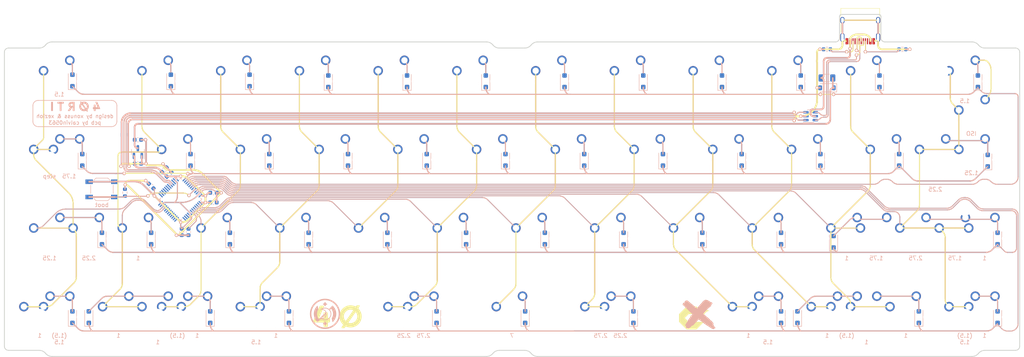
<source format=kicad_pcb>
(kicad_pcb (version 20240108) (generator "pcbnew") (generator_version "8.0")
  (layers (0 "F.Cu" signal) (31 "B.Cu" signal) (34 "B.Paste" user) (35 "F.Paste" user) (36 "B.SilkS" user "B.Silkscreen") (37 "F.SilkS" user "F.Silkscreen") (38 "B.Mask" user) (39 "F.Mask" user) (44 "Edge.Cuts" user))
  (net 0 "")
  (net 1 "ROW0")
  (net 2 "Net-(D1-A)")
  (net 3 "Net-(D2-A)")
  (net 4 "Net-(D3-A)")
  (net 5 "Net-(D4-A)")
  (net 6 "Net-(D5-A)")
  (net 7 "Net-(D6-A)")
  (net 8 "Net-(D7-A)")
  (net 9 "Net-(D8-A)")
  (net 10 "Net-(D9-A)")
  (net 11 "Net-(D10-A)")
  (net 12 "Net-(D11-A)")
  (net 13 "Net-(D12-A)")
  (net 14 "ROW1")
  (net 15 "Net-(D13-A)")
  (net 16 "Net-(D14-A)")
  (net 17 "Net-(D15-A)")
  (net 18 "Net-(D16-A)")
  (net 19 "Net-(D17-A)")
  (net 20 "Net-(D18-A)")
  (net 21 "Net-(D19-A)")
  (net 22 "Net-(D20-A)")
  (net 23 "Net-(D21-A)")
  (net 24 "Net-(D22-A)")
  (net 25 "Net-(D23-A)")
  (net 26 "Net-(D24-A)")
  (net 27 "ROW2")
  (net 28 "Net-(D25-A)")
  (net 29 "Net-(D26-A)")
  (net 30 "Net-(D27-A)")
  (net 31 "Net-(D28-A)")
  (net 32 "Net-(D29-A)")
  (net 33 "Net-(D30-A)")
  (net 34 "Net-(D31-A)")
  (net 35 "Net-(D32-A)")
  (net 36 "Net-(D33-A)")
  (net 37 "Net-(D34-A)")
  (net 38 "Net-(D35-A)")
  (net 39 "Net-(D36-A)")
  (net 40 "ROW3")
  (net 41 "Net-(D37-A)")
  (net 42 "Net-(D38-A)")
  (net 43 "Net-(D39-A)")
  (net 44 "Net-(D41-A)")
  (net 45 "Net-(D42-A)")
  (net 46 "Net-(D43-A)")
  (net 47 "Net-(D44-A)")
  (net 48 "Net-(D45-A)")
  (net 49 "Net-(D46-A)")
  (net 50 "COL0")
  (net 51 "COL1")
  (net 52 "COL2")
  (net 53 "COL3")
  (net 54 "COL4")
  (net 55 "COL5")
  (net 56 "COL6")
  (net 57 "COL7")
  (net 58 "COL8")
  (net 59 "COL9")
  (net 60 "COL10")
  (net 61 "COL11")
  (net 62 "GND")
  (net 63 "+5V")
  (net 64 "+3V3")
  (net 65 "VBUS")
  (net 66 "/CC1")
  (net 67 "D_USB_P")
  (net 68 "D_USB_N")
  (net 70 "/CC2")
  (net 72 "D_P")
  (net 73 "D_N")
  (net 74 "NRST")
  (net 75 "BOOT0")
  (net 76 "Net-(D40-A)")
  (net 77 "Net-(D47-A)")
  (net 78 "RGB MCU")
  (footprint "PCM_marbastlib-mx:STAB_MX_ISO-ROT" (layer "F.Cu") (at 261.9375 50.8)
    (property "Reference" "ISO1" (hide yes))
    (property "Value" "MX_stab")
  )
  (footprint "Connector_USB:USB_C_Receptacle_HRO_TYPE-C-31-M-12" (layer "F.Cu") (at 234.269115 27.5375 180)
    (property "Reference" "J1" (hide yes))
    (property "Value" "USB_C_Receptacle_USB2.0")
  )
  (footprint "PCM_marbastlib-mx:SW_MX_1.5u" (layer "F.Cu") (at 230.98125 98.425)
    (property "Reference" "MX51" (hide yes))
    (property "Value" "MX_SW_HS" (hide yes))
  )
  (footprint "PCM_marbastlib-mx:SW_MX_1u" (layer "F.Cu") (at 240.50625 60.325)
    (property "Reference" "MX23" (hide yes))
    (property "Value" "MX_SW_HS" (hide yes))
  )
  (footprint "PCM_marbastlib-mx:SW_MX_1.5u" (layer "F.Cu") (at 259.55625 98.425)
    (property "Reference" "MX55" (hide yes))
    (property "Value" "MX_SW_HS" (hide yes))
  )
  (footprint "PCM_marbastlib-mx:SW_MX_1u" (layer "F.Cu") (at 73.81875 98.425)
    (property "Reference" "MX43" (hide yes))
    (property "Value" "MX_SW_HS" (hide yes))
  )
  (footprint "PCM_marbastlib-mx:SW_MX_1u" (layer "F.Cu") (at 47.625 79.375)
    (property "Reference" "MXshift2.1" (hide yes))
    (property "Value" "MX_SW_HS" (hide yes))
  )
  (footprint "PCM_marbastlib-mx:SW_MX_1u" (layer "F.Cu") (at 78.58125 79.375)
    (property "Reference" "MX27" (hide yes))
    (property "Value" "MX_SW_HS" (hide yes))
  )
  (footprint "PCM_marbastlib-mx:SW_MX_1u" (layer "F.Cu") (at 235.74375 41.275)
    (property "Reference" "MX11" (hide yes))
    (property "Value" "MX_SW_HS" (hide yes))
  )
  (footprint "PCM_marbastlib-mx:SW_MX_1.5u" (layer "F.Cu") (at 88.10625 98.425)
    (property "Reference" "MX46" (hide yes))
    (property "Value" "MX_SW_HS" (hide yes))
  )
  (footprint "PCM_marbastlib-mx:SW_MX_1u" (layer "F.Cu") (at 252.4125 60.325)
    (property "Reference" "MXenter2.1" (hide yes))
    (property "Value" "MX_SW_HS" (hide yes))
  )
  (footprint "LOGO" (layer "F.Cu") (at 107.95 98.425)
    (property "Reference" "G***" (hide yes))
    (property "Value" "LOGO" (hide yes))
  )
  (footprint "PCM_marbastlib-mx:STAB_MX_7u" (layer "F.Cu") (at 150.01875 98.425 180)
    (property "Reference" "S2" (hide yes))
    (property "Value" "7")
  )
  (footprint "PCM_marbastlib-mx:SW_MX_1.5u" (layer "F.Cu") (at 211.93125 98.425)
    (property "Reference" "MX49" (hide yes))
    (property "Value" "MX_SW_HS" (hide yes))
  )
  (footprint "PCM_marbastlib-mx:SW_MX_1u" (layer "F.Cu") (at 154.78125 79.375)
    (property "Reference" "MX31" (hide yes))
    (property "Value" "MX_SW_HS" (hide yes))
  )
  (footprint "PCM_marbastlib-mx:SW_MX_1u" (layer "F.Cu") (at 107.15625 60.325)
    (property "Reference" "MX16" (hide yes))
    (property "Value" "MX_SW_HS" (hide yes))
  )
  (footprint "PCM_marbastlib-mx:SW_MX_1u" (layer "F.Cu") (at 264.31875 79.375)
    (property "Reference" "MX38" (hide yes))
    (property "Value" "MX_SW_HS" (hide yes))
  )
  (footprint "PCM_marbastlib-mx:SW_MX_1u" (layer "F.Cu") (at 230.98125 79.375)
    (property "Reference" "MX35" (hide yes))
    (property "Value" "MX_SW_HS" (hide yes))
  )
  (footprint "PCM_marbastlib-mx:SW_MX_1u" (layer "F.Cu") (at 171.45 98.425)
    (property "Reference" "MXsplit2.75(1)1" (hide yes))
    (property "Value" "MX_SW_HS" (hide yes))
  )
  (footprint "PCM_marbastlib-mx:STAB_MX_2.25u" (layer "F.Cu") (at 47.625 79.375)
    (property "Reference" "shift2.2" (hide yes))
    (property "Value" "MX_stab")
  )
  (footprint "LOGO" (layer "F.Cu") (at 193.675 98.425)
    (property "Reference" "G***" (hide yes))
    (property "Value" "LOGO" (hide yes))
  )
  (footprint "PCM_marbastlib-mx:SW_MX_1u" (layer "F.Cu") (at 178.59375 41.275)
    (property "Reference" "MX8" (hide yes))
    (property "Value" "MX_SW_HS" (hide yes))
  )
  (footprint "PCM_marbastlib-mx:SW_MX_1.75u" (layer "F.Cu") (at 42.8625 60.325)
    (property "Reference" "MX13" (hide yes))
    (property "Value" "MX_SW_HS" (hide yes))
  )
  (footprint "PCM_marbastlib-mx:SW_MX_1u" (layer "F.Cu") (at 173.83125 79.375)
    (property "Reference" "MX32" (hide yes))
    (property "Value" "MX_SW_HS" (hide yes))
  )
  (footprint "PCM_marbastlib-mx:SW_MX_1u" (layer "F.Cu") (at 261.9375 50.8)
    (property "Reference" "MXISO1" (hide yes))
    (property "Value" "MX_SW_HS" (hide yes))
  )
  (footprint "PCM_marbastlib-mx:SW_MX_1u" (layer "F.Cu") (at 202.40625 60.325)
    (property "Reference" "MX21" (hide yes))
    (property "Value" "MX_SW_HS" (hide yes))
  )
  (footprint "PCM_marbastlib-mx:SW_MX_1u" (layer "F.Cu") (at 128.5875 98.425)
    (property "Reference" "MXsplit2.1" (hide yes))
    (property "Value" "MX_SW_HS" (hide yes))
  )
  (footprint "PCM_marbastlib-mx:SW_MX_1u" (layer "F.Cu") (at 102.39375 41.275)
    (property "Reference" "MX4" (hide yes))
    (property "Value" "MX_SW_HS" (hide yes))
  )
  (footprint "PCM_marbastlib-mx:SW_MX_1u" (layer "F.Cu") (at 92.86875 98.425)
    (property "Reference" "MX45" (hide yes))
    (property "Value" "MX_SW_HS" (hide yes))
  )
  (footprint "PCM_marbastlib-mx:SW_MX_1u" (layer "F.Cu") (at 135.73125 79.375)
    (property "Reference" "MX30" (hide yes))
    (property "Value" "MX_SW_HS" (hide yes))
  )
  (footprint "PCM_marbastlib-mx:SW_MX_1.5u" (layer "F.Cu") (at 40.48125 41.275)
    (property "Reference" "MX1" (hide yes))
    (property "Value" "MX_SW_HS" (hide yes))
  )
  (footprint "PCM_marbastlib-mx:SW_MX_1u" (layer "F.Cu") (at 211.93125 79.375)
    (property "Reference" "MX34" (hide yes))
    (property "Value" "MX_SW_HS" (hide yes))
  )
  (footprint "PCM_marbastlib-mx:SW_MX_1.25u" (layer "F.Cu") (at 38.1 79.375)
    (property "Reference" "MX25" (hide yes))
    (property "Value" "MX_SW_HS" (hide yes))
  )
  (footprint "PCM_marbastlib-mx:STAB_MX_2.25u" (layer "F.Cu") (at 252.4125 60.325 180)
    (property "Reference" "enter2.1" (hide yes))
    (property "Value" "MX_stab")
  )
  (footprint "PCM_marbastlib-mx:SW_MX_1u" (layer "F.Cu") (at 116.68125 79.375)
    (property "Reference" "MX29" (hide yes))
    (property "Value" "MX_SW_HS" (hide yes))
  )
  (footprint "PCM_marbastlib-mx:SW_MX_1u" (layer "F.Cu") (at 235.74375 98.425)
    (property "Reference" "MX53" (hide yes))
    (property "Value" "MX_SW_HS" (hide yes))
  )
  (footprint "PCM_marbastlib-mx:SW_MX_1u" (layer "F.Cu") (at 221.45625 60.325)
    (property "Reference" "MX22" (hide yes))
    (property "Value" "MX_SW_HS" (hide yes))
  )
  (footprint "PCM_marbastlib-mx:SW_MX_1u" (layer "F.Cu") (at 126.20625 60.325)
    (property "Reference" "MX17" (hide yes))
    (property "Value" "MX_SW_HS" (hide yes))
  )
  (footprint "PCM_marbastlib-mx:SW_MX_1u" (layer "F.Cu") (at 150.01875 98.425)
    (property "Reference" "MX47" (hide yes))
    (property "Value" "MX_SW_HS" (hide yes))
  )
  (footprint "PCM_marbastlib-mx:STAB_MX_2.25u" (layer "F.Cu") (at 123.825 98.425 180)
    (property "Reference" "S1" (hide yes))
    (property "Value" "225")
  )
  (footprint "PCM_marbastlib-mx:SW_MX_1.5u" (layer "F.Cu") (at 69.05625 98.425)
    (property "Reference" "MX44" (hide yes))
    (property "Value" "MX_SW_HS" (hide yes))
  )
  (footprint "PCM_marbastlib-mx:SW_MX_1.75u" (layer "F.Cu") (at 238.125 79.375)
    (property "Reference" "MX36" (hide yes))
    (property "Value" "MX_SW_HS" (hide yes))
  )
  (footprint "PCM_marbastlib-mx:SW_MX_1u" (layer "F.Cu") (at 59.53125 79.375)
    (property "Reference" "MX26" (hide yes))
    (property "Value" "MX_SW_HS" (hide yes))
  )
  (footprint "PCM_marbastlib-mx:SW_MX_1u" (layer "F.Cu") (at 83.34375 41.275)
    (property "Reference" "MX3" (hide yes))
    (property "Value" "MX_SW_HS" (hide yes))
  )
  (footprint "PCM_marbastlib-mx:STAB_MX_2.25u" (layer "F.Cu") (at 176.2125 98.425 180)
    (property "Reference" "S4" (hide yes))
    (property "Value" "225")
  )
  (footprint "PCM_marbastlib-mx:SW_MX_1.75u" (layer "F.Cu") (at 257.175 79.375)
    (property "Reference" "MX37" (hide yes))
    (property "Value" "MX_SW_HS" (hide yes))
  )
  (footprint "PCM_marbastlib-mx:SW_MX_1.25u" (layer "F.Cu") (at 261.9375 60.325)
    (property "Reference" "MX24" (hide yes))
    (property "Value" "MX_SW_HS" (hide yes))
  )
  (footprint "PCM_marbastlib-mx:STAB_MX_2.75u" (layer "F.Cu") (at 171.45 98.425 180)
    (property "Reference" "S3" (hide yes))
    (property "Value" "275")
  )
  (footprint "PCM_marbastlib-mx:SW_MX_1u" (layer "F.Cu") (at 64.29375 98.425)
    (property "Reference" "MX42" (hide yes))
    (property "Value" "MX_SW_HS" (hide yes))
  )
  (footprint "PCM_marbastlib-mx:SW_MX_1u" (layer "F.Cu") (at 192.88125 79.375)
    (property "Reference" "MX33" (hide yes))
    (property "Value" "MX_SW_HS" (hide yes))
  )
  (footprint "PCM_marbastlib-mx:SW_MX_1u" (layer "F.Cu") (at 121.44375 41.275)
    (property "Reference" "MX5" (hide yes))
    (property "Value" "MX_SW_HS" (hide yes))
  )
  (footprint "PCM_marbastlib-mx:SW_MX_1u" (layer "F.Cu") (at 226.21875 98.425)
    (property "Reference" "MX50" (hide yes))
    (property "Value" "MX_SW_HS" (hide yes))
  )
  (footprint "PCM_marbastlib-mx:STAB_MX_2.75u" (layer "F.Cu") (at 128.5875 98.425 180)
    (property "Reference" "S5" (hide yes))
    (property "Value" "275")
  )
  (footprint "PCM_marbastlib-mx:SW_MX_1u" (layer "F.Cu") (at 123.825 98.425)
    (property "Reference" "MXsplit2.25(1)1" (hide yes))
    (property "Value" "MX_SW_HS" (hide yes))
  )
  (footprint "PCM_marbastlib-mx:SW_MX_1u" (layer "F.Cu") (at 97.63125 79.375)
    (property "Reference" "MX28" (hide yes))
    (property "Value" "MX_SW_HS" (hide yes))
  )
  (footprint "PCM_marbastlib-mx:SW_MX_1u" (layer "F.Cu") (at 145.25625 60.325)
    (property "Reference" "MX18" (hide yes))
    (property "Value" "MX_SW_HS" (hide yes))
  )
  (footprint "PCM_marbastlib-mx:SW_MX_1.75u_STP_1.25" (layer "F.Cu") (at 38.1 60.325)
    (property "Reference" "MXcaps1" (hide yes))
    (property "Value" "MX_SW_HS" (hide yes))
  )
  (footprint "PCM_marbastlib-mx:SW_MX_1.5u" (layer "F.Cu") (at 40.48125 98.425)
    (property "Reference" "MX40" (hide yes))
    (property "Value" "MX_SW_HS" (hide yes))
  )
  (footprint "PCM_marbastlib-mx:SW_MX_1u" (layer "F.Cu") (at 88.10625 60.325)
    (property "Reference" "MX15" (hide yes))
    (property "Value" "MX_SW_HS" (hide yes))
  )
  (footprint "PCM_marbastlib-mx:SW_MX_1u" (layer "F.Cu") (at 264.31875 98.425)
    (property "Reference" "MX54" (hide yes))
    (property "Value" "MX_SW_HS" (hide yes))
  )
  (footprint "PCM_marbastlib-mx:SW_MX_1u" (layer "F.Cu") (at 35.71875 98.425)
    (property "Reference" "MX39" (hide yes))
    (property "Value" "MX_SW_HS" (hide yes))
  )
  (footprint "PCM_marbastlib-mx:STAB_MX_2.75u" (layer "F.Cu") (at 247.65 79.375)
    (property "Reference" "shift2.1" (hide yes))
    (property "Value" "MX_stab")
  )
  (footprint "PCM_marbastlib-mx:SW_MX_1u" (layer "F.Cu") (at 216.69375 41.275)
    (property "Reference" "MX10" (hide yes))
    (property "Value" "MX_SW_HS" (hide yes))
  )
  (footprint "PCM_marbastlib-mx:SW_MX_1u" (layer "F.Cu") (at 197.64375 41.275)
    (property "Reference" "MX9" (hide yes))
    (property "Value" "MX_SW_HS" (hide yes))
  )
  (footprint "PCM_marbastlib-mx:SW_MX_1u" (layer "F.Cu") (at 245.26875 98.425)
    (property "Reference" "MX52" (hide yes))
    (property "Value" "MX_SW_HS" (hide yes))
  )
  (footprint "PCM_marbastlib-mx:SW_MX_1u" (layer "F.Cu") (at 183.35625 60.325)
    (property "Reference" "MX20" (hide yes))
    (property "Value" "MX_SW_HS" (hide yes))
  )
  (footprint "PCM_marbastlib-mx:SW_MX_1u" (layer "F.Cu") (at 140.49375 41.275)
    (property "Reference" "MX6" (hide yes))
    (property "Value" "MX_SW_HS" (hide yes))
  )
  (footprint "PCM_marbastlib-mx:SW_MX_1u" (layer "F.Cu") (at 247.65 79.375)
    (property "Reference" "MXshift2.2" (hide yes))
    (property "Value" "MX_SW_HS" (hide yes))
  )
  (footprint "PCM_marbastlib-mx:SW_MX_1.5u" (layer "F.Cu") (at 259.55625 41.275)
    (property "Reference" "MX12" (hide yes))
    (property "Value" "MX_SW_HS" (hide yes))
  )
  (footprint "PCM_marbastlib-mx:SW_MX_1u" (layer "F.Cu") (at 164.30625 60.325)
    (property "Reference" "MX19" (hide yes))
    (property "Value" "MX_SW_HS" (hide yes))
  )
  (footprint "PCM_marbastlib-mx:SW_MX_1u" (layer "F.Cu") (at 176.2125 98.425)
    (property "Reference" "MXsplit2.2" (hide yes))
    (property "Value" "MX_SW_HS" (hide yes))
  )
  (footprint "PCM_marbastlib-mx:SW_MX_1u" (layer "F.Cu") (at 159.54375 41.275)
    (property "Reference" "MX7" (hide yes))
    (property "Value" "MX_SW_HS" (hide yes))
  )
  (footprint "PCM_marbastlib-mx:SW_MX_1u" (layer "F.Cu") (at 69.05625 60.325)
    (property "Reference" "MX14" (hide yes))
    (property "Value" "MX_SW_HS" (hide yes))
  )
  (footprint "PCM_marbastlib-mx:SW_MX_1u" (layer "F.Cu") (at 207.16875 98.425)
    (property "Reference" "MX48" (hide yes))
    (property "Value" "MX_SW_HS" (hide yes))
  )
  (footprint "PCM_marbastlib-mx:SW_MX_1u" (layer "F.Cu") (at 54.76875 98.425)
    (property "Reference" "MX41" (hide yes))
    (property "Value" "MX_SW_HS" (hide yes))
  )
  (footprint "PCM_marbastlib-mx:SW_MX_1u" (layer "F.Cu") (at 64.29375 41.275)
    (property "Reference" "MX2" (hide yes))
    (property "Value" "MX_SW_HS" (hide yes))
  )
  (footprint "Diode_SMD:D_SOD-123F" (layer "B.Cu") (at 119.85625 79.375 90)
    (property "Reference" "D29" (hide yes))
    (property "Value" "D_Small")
  )
  (footprint "Diode_SMD:D_SOD-123F" (layer "B.Cu") (at 267.49375 79.375 90)
    (property "Reference" "D36" (hide yes))
    (property "Value" "D_Small")
  )
  (footprint "Diode_SMD:D_SOD-123F" (layer "B.Cu") (at 46.0375 60.325 90)
    (property "Reference" "D13" (hide yes))
    (property "Value" "D_Small")
  )
  (footprint "Diode_SMD:D_SOD-123F" (layer "B.Cu") (at 131.7625 98.425 90)
    (property "Reference" "D41" (hide yes))
    (property "Value" "D_Small")
  )
  (footprint "Diode_SMD:D_SOD-123F" (layer "B.Cu") (at 186.53125 60.325 90)
    (property "Reference" "D20" (hide yes))
    (property "Value" "D_Small")
  )
  (footprint "Diode_SMD:D_SOD-123F" (layer "B.Cu") (at 62.70625 79.375 90)
    (property "Reference" "D26" (hide yes))
    (property "Value" "D_Small")
  )
  (footprint "Resistor_SMD:R_0603_1608Metric" (layer "B.Cu") (at 244.475 33.5375)
    (property "Reference" "R1" (hide yes))
    (property "Value" "5k1")
  )
  (footprint "Diode_SMD:D_SOD-123F" (layer "B.Cu") (at 224.63125 60.325 90)
    (property "Reference" "D22" (hide yes))
    (property "Value" "D_Small")
  )
  (footprint "Diode_SMD:D_SOD-123F" (layer "B.Cu") (at 177.00625 79.375 90)
    (property "Reference" "D32" (hide yes))
    (property "Value" "D_Small")
  )
  (footprint "Resistor_SMD:R_0603_1608Metric" (layer "B.Cu") (at 226.21875 33.5375 180)
    (property "Reference" "R2" (hide yes))
    (property "Value" "5k1")
  )
  (footprint "Diode_SMD:D_SOD-123F" (layer "B.Cu") (at 91.28125 60.325 90)
    (property "Reference" "D15" (hide yes))
    (property "Value" "D_Small")
  )
  (footprint "Diode_SMD:D_SOD-123F" (layer "B.Cu") (at 96.04375 98.425 90)
    (property "Reference" "D40" (hide yes))
    (property "Value" "D_Small")
  )
  (footprint "Diode_SMD:D_SOD-123F" (layer "B.Cu") (at 157.95625 79.375 90)
    (property "Reference" "D31" (hide yes))
    (property "Value" "D_Small")
  )
  (footprint "Diode_SMD:D_SOD-123F" (layer "B.Cu") (at 205.58125 60.325 90)
    (property "Reference" "D21" (hide yes))
    (property "Value" "D_Small")
  )
  (footprint "Diode_SMD:D_SOD-123F" (layer "B.Cu") (at 105.56875 41.275 90)
    (property "Reference" "D4" (hide yes))
    (property "Value" "D_Small")
  )
  (footprint "Diode_SMD:D_SOD-123F" (layer "B.Cu") (at 200.81875 41.275 90)
    (property "Reference" "D9" (hide yes))
    (property "Value" "D_Small")
  )
  (footprint "Diode_SMD:D_SOD-123F" (layer "B.Cu") (at 215.10625 79.375 90)
    (property "Reference" "D34" (hide yes))
    (property "Value" "D_Small")
  )
  (footprint "Diode_SMD:D_SOD-123F" (layer "B.Cu") (at 265.1125 60.5125 90)
    (property "Reference" "D24" (hide yes))
    (property "Value" "D_Small")
  )
  (footprint "Diode_SMD:D_SOD-123F" (layer "B.Cu") (at 81.75625 79.375 90)
    (property "Reference" "D27" (hide yes))
    (property "Value" "D_Small")
  )
  (footprint "Diode_SMD:D_SOD-123F" (layer "B.Cu") (at 110.33125 60.325 90)
    (property "Reference" "D16" (hide yes))
    (property "Value" "D_Small")
  )
  (footprint "Diode_SMD:D_SOD-123F" (layer "B.Cu") (at 86.51875 41.0875 90)
    (property "Reference" "D3" (hide yes))
    (property "Value" "D_Small")
  )
  (footprint "Diode_SMD:D_SOD-123F" (layer "B.Cu") (at 153.19375 98.425 90)
    (property "Reference" "D42" (hide yes))
    (property "Value" "D_Small")
  )
  (footprint "Diode_SMD:D_SOD-123F" (layer "B.Cu") (at 100.80625 79.375 90)
    (property "Reference" "D28" (hide yes))
    (property "Value" "D_Small")
  )
  (footprint "Button_Switch_SMD:SW_SPST_SKQG_WithoutStem" (layer "B.Cu") (at 50.8 67.46875 180)
    (property "Reference" "SW1" (hide yes))
    (property "Value" "SKQGABE010")
  )
  (footprint "Diode_SMD:D_SOD-123F" (layer "B.Cu") (at 219.86875 41.275 90)
    (property "Reference" "D10" (hide yes))
    (property "Value" "D_Small")
  )
  (footprint "Capacitor_SMD:C_0603_1608Metric" (layer "B.Cu") (at 70.105094 77.7875 -90)
    (property "Reference" "C7" (hide yes))
    (property "Value" "100nF")
  )
  (footprint "Capacitor_SMD:C_0603_1608Metric" (layer "B.Cu") (at 62.70625 66.675 135)
    (property "Reference" "C4" (hide yes))
    (property "Value" "100nF")
  )
  (footprint "Diode_SMD:D_SOD-123" (layer "B.Cu") (at 226.21875 42.8625 180)
    (property "Reference" "D_PWR1" (hide yes))
    (property "Value" "SMF9.0CA")
  )
  (footprint "Diode_SMD:D_SOD-123F" (layer "B.Cu") (at 47.625 98.425 90)
    (property "Reference" "D38" (hide yes))
    (property "Value" "D_Small")
  )
  (footprint "Diode_SMD:D_SOD-123F" (layer "B.Cu") (at 215.10625 98.425 90)
    (property "Reference" "D44" (hide yes))
    (property "Value" "D_Small")
  )
  (footprint "Diode_SMD:D_SOD-123F" (layer "B.Cu") (at 67.46875 41.0875 90)
    (property "Reference" "D2" (hide yes))
    (property "Value" "D_Small")
  )
  (footprint "Capacitor_SMD:C_0603_1608Metric" (layer "B.Cu") (at 77.7875 70.64375)
    (property "Reference" "C8" (hide yes))
    (property "Value" "100nF")
  )
  (footprint "LOGO" (layer "B.Cu") (at 104.775 97.63125 180)
    (property "Reference" "G***" (hide yes))
    (property "Value" "LOGO" (hide yes))
  )
  (footprint "Diode_SMD:D_SOD-123F" (layer "B.Cu") (at 243.68125 60.325 90)
    (property "Reference" "D23" (hide yes))
    (property "Value" "D_Small")
  )
  (footprint "Diode_SMD:D_SOD-123F" (layer "B.Cu") (at 43.65625 41.0875 90)
    (property "Reference" "D1" (hide yes))
    (property "Value" "D_Small")
  )
  (footprint "Diode_SMD:D_SOD-123F" (layer "B.Cu") (at 76.99375 98.425 90)
    (property "Reference" "D39" (hide yes))
    (property "Value" "D_Small")
  )
  (footprint "Diode_SMD:D_SOD-123F" (layer "B.Cu") (at 138.90625 79.375 90)
    (property "Reference" "D30" (hide yes))
    (property "Value" "D_Small")
  )
  (footprint "Package_QFP:LQFP-48_7x7mm_P0.5mm" (layer "B.Cu") (at 69.85 69.85 135)
    (property "Reference" "U2" (hide yes))
    (property "Value" "STM32F072C8Tx")
  )
  (footprint "Diode_SMD:D_SOD-123F" (layer "B.Cu") (at 181.76875 41.275 90)
    (property "Reference" "D8" (hide yes))
    (property "Value" "D_Small")
  )
  (footprint "LOGO" (layer "B.Cu") (at 44.249999 47.465427 180)
    (property "Reference" "G***" (hide yes))
    (property "Value" "LOGO" (hide yes))
  )
  (footprint "LOGO" (layer "B.Cu") (at 195.2625 97.63125 180)
    (property "Reference" "G***" (hide yes))
    (property "Value" "LOGO" (hide yes))
  )
  (footprint "Package_TO_SOT_SMD:SOT-23" (layer "B.Cu") (at 59.49 58.42 90)
    (property "Reference" "U3" (hide yes))
    (property "Value" "XC6206PxxxMR-Regulator_Linear")
  )
  (footprint "Diode_SMD:D_SOD-123F" (layer "B.Cu") (at 238.91875 41.275 90)
    (property "Reference" "D11" (hide yes))
    (property "Value" "D_Small")
  )
  (footprint "Diode_SMD:D_SOD-123F" (layer "B.Cu") (at 50.8 79.375 90)
    (property "Reference" "D25" (hide yes))
    (property "Value" "D_Small")
  )
  (footprint "Diode_SMD:D_SOD-123F" (layer "B.Cu") (at 227.80625 80.16875 90)
    (property "Reference" "D35" (hide yes))
    (property "Value" "D_Small")
  )
  (footprint "Diode_SMD:D_SOD-123F" (layer "B.Cu") (at 262.73125 41.275 90)
    (property "Reference" "D12" (hide yes))
    (property "Value" "D_Small")
  )
  (footprint "Diode_SMD:D_SOD-123F" (layer "B.Cu") (at 143.66875 41.275 90)
    (property "Reference" "D6" (hide yes))
    (property "Value" "D_Small")
  )
  (footprint "Package_TO_SOT_SMD:SOT-23-6" (layer "B.Cu") (at 222.256113 49.74227)
    (property "Reference" "U1" (hide yes))
    (property "Value" "USBLC6-2SC6")
  )
  (footprint "Diode_SMD:D_SOD-123F" (layer "B.Cu") (at 129.38125 60.325 90)
    (property "Reference" "D17" (hide yes))
    (property "Value" "D_Small")
  )
  (footprint "Diode_SMD:D_SOD-123F" (layer "B.Cu") (at 162.71875 41.275 90)
    (property "Reference" "D7" (hide yes))
    (property "Value" "D_Small")
  )
  (footprint "Capacitor_SMD:C_0603_1608Metric" (layer "B.Cu") (at 59.490808 61.249873 180)
    (property "Reference" "C2" (hide yes))
    (property "Value" "1uF")
  )
  (footprint "Diode_SMD:D_SOD-123F" (layer "B.Cu") (at 124.61875 41.275 90)
    (property "Reference" "D5" (hide yes))
    (property "Value" "D_Small")
  )
  (footprint "Diode_SMD:D_SOD-123F" (layer "B.Cu") (at 148.43125 60.325 90)
    (property "Reference" "D18" (hide yes))
    (property "Value" "D_Small")
  )
  (footprint "Resistor_SMD:R_0603_1608Metric" (layer "B.Cu") (at 56.35625 68.2625 90)
    (property "Reference" "R3" (hide yes))
    (property "Value" "10k")
  )
  (footprint "Diode_SMD:D_SOD-123F" (layer "B.Cu") (at 219.075 98.425 90)
    (property "Reference" "D45" (hide yes))
    (property "Value" "D_Small")
  )
  (footprint "Capacitor_SMD:C_0603_1608Metric" (layer "B.Cu") (at 67.042479 63.850387 45)
    (property "Reference" "C5" (hide yes))
    (property "Value" "100nF")
  )
  (footprint "Diode_SMD:D_SOD-123F" (layer "B.Cu") (at 72.23125 60.325 90)
    (property "Reference" "D14" (hide yes))
    (property "Value" "D_Small")
  )
  (footprint "Fuse:Fuse_1206_3216Metric" (layer "B.Cu") (at 226.21875 40.48125)
    (property "Reference" "F1" (hide yes))
    (property "Value" "500mA")
  )
  (footprint "Diode_SMD:D_SOD-123F" (layer "B.Cu") (at 267.49375 98.425 90)
    (property "Reference" "D47" (hide yes))
    (property "Value" "D_Small")
  )
  (footprint "Capacitor_SMD:C_0603_1608Metric" (layer "B.Cu") (at 71.737281 77.800116 -90)
    (property "Reference" "C9" (hide yes))
    (property "Value" "100nF")
  )
  (footprint "Diode_SMD:D_SOD-123F" (layer "B.Cu") (at 248.44375 98.425 90)
    (property "Reference" "D46" (hide yes))
    (property "Value" "D_Small")
  )
  (footprint "Diode_SMD:D_SOD-123F" (layer "B.Cu") (at 196.05625 79.375 90)
    (property "Reference" "D33" (hide yes))
    (property "Value" "D_Small")
  )
  (footprint "Diode_SMD:D_SOD-123F" (layer "B.Cu") (at 179.3875 98.425 90)
    (property "Reference" "D43" (hide yes))
    (property "Value" "D_Small")
  )
  (footprint "Diode_SMD:D_SOD-123F" (layer "B.Cu") (at 167.48125 60.325 90)
    (property "Reference" "D19" (hide yes))
    (property "Value" "D_Small")
  )
  (footprint "Diode_SMD:D_SOD-123F" (layer "B.Cu") (at 43.65625 98.425 90)
    (property "Reference" "D37" (hide yes))
    (property "Value" "D_Small")
  )
  (footprint "Capacitor_SMD:C_0603_1608Metric" (layer "B.Cu") (at 59.49 55.4575 180)
    (property "Reference" "C1" (hide yes))
    (property "Value" "1uF")
  )
  (footprint "Capacitor_SMD:C_0603_1608Metric" (layer "B.Cu") (at 77.7875 68.28125)
    (property "Reference" "C6" (hide yes))
    (property "Value" "100nF")
  )
  (footprint "Capacitor_SMD:C_0603_1608Metric" (layer "B.Cu") (at 65.884308 62.717543 45)
    (property "Reference" "C3" (hide yes))
    (property "Value" "10uF")
  )
  (gr_line (start 86.12634 36.468213) (end 86.06586 36.390576) (stroke (width 0.25) (color 77 127 196 1)) (layer "B.SilkS"))
  (gr_line (start 110.047555 55.681203) (end 109.995252 55.598451) (stroke (width 0.25) (color 77 127 196 1)) (layer "B.SilkS"))
  (gr_line (start 72.855012 64.303149) (end 72.757349 64.315281) (stroke (width 0.2) (color 77 127 196 1)) (layer "B.SilkS"))
  (gr_line (start 71.850187 68.929861) (end 71.850187 68.910261) (stroke (width 0.2) (color 77 127 196 1)) (layer "B.SilkS"))
  (gr_line (start 70.105085 78.562158) (end 71.724687 78.562158) (stroke (width 0.381) (color 77 127 196 1)) (layer "B.SilkS"))
  (gr_line (start 242.316892 63.089059) (end 243.681288 61.72466) (stroke (width 0.25) (color 77 127 196 1)) (layer "B.SilkS"))
  (gr_line (start 55.679609 50.512518) (end 55.648944 50.605194) (stroke (width 0.381) (color 77 127 196 1)) (layer "B.SilkS"))
  (gr_line (start 131.723705 94.41603) (end 131.702173 94.320528) (stroke (width 0.25) (color 77 127 196 1)) (layer "B.SilkS"))
  (gr_line (start 263.860511 72.628501) (end 263.959684 72.63096) (stroke (width 0.2) (color 77 127 196 1)) (layer "B.SilkS"))
  (gr_line (start 196.056288 75.758058) (end 196.056288 77.97466) (stroke (width 0.25) (color 77 127 196 1)) (layer "B.SilkS"))
  (gr_line (start 82.748922 66.549301) (end 82.84309 66.575434) (stroke (width 0.2) (color 77 127 196 1)) (layer "B.SilkS"))
  (gr_line (start 139.098046 81.957199) (end 139.141895 82.044413) (stroke (width 0.25) (color 77 127 196 1)) (layer "B.SilkS"))
  (gr_line (start 218.145874 50.560887) (end 218.134036 50.554197) (stroke (width 0.381) (color 77 127 196 1)) (layer "B.SilkS"))
  (gr_line (start 234.155318 34.558896) (end 234.152409 34.519801) (stroke (width 0.2) (color 77 127 196 1)) (layer "B.SilkS"))
  (gr_line (start 57.264277 61.846266) (end 57.273535 61.850452) (stroke (width 0.381) (color 77 127 196 1)) (layer "B.SilkS"))
  (gr_line (start 74.083518 65.903239) (end 73.985856 65.915366) (stroke (width 0.2) (color 77 127 196 1)) (layer "B.SilkS"))
  (gr_line (start 66.058934 65.195861) (end 66.07695 65.208528) (stroke (width 0.25) (color 77 127 196 1)) (layer "B.SilkS"))
  (gr_line (start 43.6175 94.416051) (end 43.595965 94.320552) (stroke (width 0.25) (color 77 127 196 1)) (layer "B.SilkS"))
  (gr_line (start 56.906439 50.452454) (end 56.869564 50.499789) (stroke (width 0.25) (color 77 127 196 1)) (layer "B.SilkS"))
  (gr_line (start 67.285976 65.51943) (end 67.251915 65.490086) (stroke (width 0.25) (color 77 127 196 1)) (layer "B.SilkS"))
  (gr_line (start 225.110706 50.012315) (end 225.0488 50.029495) (stroke (width 0.2) (color 77 127 196 1)) (layer "B.SilkS"))
  (gr_line (start 242.748125 66.083507) (end 242.839144 66.118634) (stroke (width 0.2) (color 77 127 196 1)) (layer "B.SilkS"))
  (gr_line (start 74.378822 74.055876) (end 74.318339 73.978241) (stroke (width 0.2) (color 77 127 196 1)) (layer "B.SilkS"))
  (gr_line (start 80.088947 66.085236) (end 79.999749 66.045713) (stroke (width 0.2) (color 77 127 196 1)) (layer "B.SilkS"))
  (gr_line (start 69.040997 69.38442) (end 69.05461 69.27481) (stroke (width 0.25) (color 77 127 196 1)) (layer "B.SilkS"))
  (gr_line (start 79.591846 67.285132) (end 79.502648 67.245609) (stroke (width 0.2) (color 77 127 196 1)) (layer "B.SilkS"))
  (gr_line (start 46.151848 101.765242) (end 46.249511 101.777375) (stroke (width 0.25) (color 77 127 196 1)) (layer "B.SilkS"))
  (gr_line (start 56.350802 71.736719) (end 56.432463 71.666379) (stroke (width 0.2) (color 77 127 196 1)) (layer "B.SilkS"))
  (gr_line (start 265.892779 82.344699) (end 265.970415 82.284217) (stroke (width 0.2) (color 77 127 196 1)) (layer "B.SilkS"))
  (gr_line (start 205.581282 62.052659) (end 205.583737 62.151828) (stroke (width 0.25) (color 77 127 196 1)) (layer "B.SilkS"))
  (gr_line (start 55.444083 61.862253) (end 55.451461 61.860206) (stroke (width 0.381) (color 77 127 196 1)) (layer "B.SilkS"))
  (gr_line (start 55.721287 76.834657) (end 55.721287 73.775358) (stroke (width 0.2) (color 77 127 196 1)) (layer "B.SilkS"))
  (gr_line (start 215.899992 101.774766) (end 219.868788 101.774766) (stroke (width 0.25) (color 77 127 196 1)) (layer "B.SilkS"))
  (gr_line (start 224.631285 56.708059) (end 224.628824 56.608882) (stroke (width 0.25) (color 77 127 196 1)) (layer "B.SilkS"))
  (gr_line (start 72.427106 74.198427) (end 72.419342 74.188471) (stroke (width 0.25) (color 77 127 196 1)) (layer "B.SilkS"))
  (gr_line (start 64.293787 72.614561) (end 64.200186 72.614561) (stroke (width 0.2) (color 77 127 196 1)) (layer "B.SilkS"))
  (gr_line (start 91.734208 63.320143) (end 91.798675 63.394975) (stroke (width 0.25) (color 77 127 196 1)) (layer "B.SilkS"))
  (gr_line (start 139.141895 82.044413) (end 139.190003 82.129479) (stroke (width 0.25) (color 77 127 196 1)) (layer "B.SilkS"))
  (gr_line (start 47.279683 63.140416) (end 47.357319 63.200897) (stroke (width 0.25) (color 77 127 196 1)) (layer "B.SilkS"))
  (gr_line (start 215.25853 81.868) (end 215.298052 81.957199) (stroke (width 0.25) (color 77 127 196 1)) (layer "B.SilkS"))
  (gr_line (start 224.548736 50.312801) (end 224.501493 50.357759) (stroke (width 0.2) (color 77 127 196 1)) (layer "B.SilkS"))
  (gr_line (start 177.241895 82.044413) (end 177.290004 82.129479) (stroke (width 0.25) (color 77 127 196 1)) (layer "B.SilkS"))
  (gr_line (start 226.218794 35.612659) (end 226.179435 35.613634) (stroke (width 0.381) (color 77 127 196 1)) (layer "B.SilkS"))
  (gr_line (start 56.925198 62.633903) (end 56.952598 62.65122) (stroke (width 0.25) (color 77 127 196 1)) (layer "B.SilkS"))
  (gr_line (start 268.719804 101.394704) (end 268.800079 101.451129) (stroke (width 0.2) (color 77 127 196 1)) (layer "B.SilkS"))
  (gr_line (start 225.580764 35.934194) (end 225.558369 35.966056) (stroke (width 0.381) (color 77 127 196 1)) (layer "B.SilkS"))
  (gr_line (start 205.245276 55.59849) (end 205.188851 55.518213) (stroke (width 0.25) (color 77 127 196 1)) (layer "B.SilkS"))
  (gr_line (start 226.223727 51.560349) (end 226.273634 51.546177) (stroke (width 0.381) (color 77 127 196 1)) (layer "B.SilkS"))
  (gr_line (start 72.477487 74.35106) (end 72.477172 74.338337) (stroke (width 0.25) (color 77 127 196 1)) (layer "B.SilkS"))
  (gr_line (start 81.983655 70.296065) (end 81.889479 70.322197) (stroke (width 0.2) (color 77 127 196 1)) (layer "B.SilkS"))
  (gr_line (start 226.416846 51.489751) (end 226.462193 51.466525) (stroke (width 0.381) (color 77 127 196 1)) (layer "B.SilkS"))
  (gr_line (start 55.522049 61.815453) (end 55.5271 61.80959) (stroke (width 0.381) (color 77 127 196 1)) (layer "B.SilkS"))
  (gr_line (start 59.288141 51.617509) (end 59.251885 51.627804) (stroke (width 0.381) (color 77 127 196 1)) (layer "B.SilkS"))
  (gr_line (start 243.313688 34.072315) (end 243.339289 34.059204) (stroke (width 0.2) (color 77 127 196 1)) (layer "B.SilkS"))
  (gr_line (start 56.202505 50.73817) (end 56.180675 50.816833) (stroke (width 0.25) (color 77 127 196 1)) (layer "B.SilkS"))
  (gr_poly (pts (xy 224.543974 33.124979) (xy 224.564288 33.126524) (xy 224.584306 33.129068) (xy 224.604004 33.132585) (xy 224.623356 33.137052) (xy 224.642338 33.142442) (xy 224.660923 33.148731) (xy 224.679088 33.155893) (xy 224.696806 33.163903) (xy 224.714053 33.172736) (xy 224.730804 33.182368) (xy 224.747033 33.192772) (xy 224.762715 33.203924) (xy 224.777826 33.215799) (xy 224.792339 33.228371) (xy 224.80623 33.241616) (xy 224.819475 33.255508) (xy 224.832046 33.270021) (xy 224.843921 33.285132) (xy 224.855073 33.300815) (xy 224.865477 33.317044) (xy 224.875108 33.333795) (xy 224.883941 33.351042) (xy 224.891951 33.36876) (xy 224.899113 33.386925) (xy 224.905401 33.405511) (xy 224.910791 33.424492) (xy 224.915257 33.443844) (xy 224.918775 33.463542) (xy 224.921319 33.483561) (xy 224.922863 33.503874) (xy 224.923384 33.524458) (xy 224.922863 33.545042) (xy 224.921319 33.565356) (xy 224.918775 33.585374) (xy 224.915257 33.605072) (xy 224.910791 33.624425) (xy 224.905401 33.643406) (xy 224.899113 33.661992) (xy 224.891951 33.680156) (xy 224.883941 33.697875) (xy 224.875108 33.715122) (xy 224.865477 33.731873) (xy 224.855073 33.748102) (xy 224.843921 33.763785) (xy 224.832046 33.778895) (xy 224.819475 33.793409) (xy 224.80623 33.807301) (xy 224.792339 33.820545) (xy 224.777826 33.833118) (xy 224.762715 33.844992) (xy 224.747033 33.856144) (xy 224.730804 33.866549) (xy 224.714053 33.87618) (xy 224.696806 33.885014) (xy 224.679088 33.893024) (xy 224.660923 33.900186) (xy 224.642338 33.906475) (xy 224.623356 33.911865) (xy 224.604004 33.916331) (xy 224.584306 33.919849) (xy 224.564288 33.922393) (xy 224.543974 33.923937) (xy 224.52339 33.924458) (xy 224.502805 33.923937) (xy 224.482492 33.922393) (xy 224.462473 33.919849) (xy 224.442775 33.916331) (xy 224.423423 33.911865) (xy 224.404441 33.906475) (xy 224.385856 33.900186) (xy 224.367691 33.893024) (xy 224.349973 33.885014) (xy 224.332726 33.87618) (xy 224.315976 33.866549) (xy 224.299747 33.856144) (xy 224.284064 33.844992) (xy 224.268954 33.833118) (xy 224.25444 33.820545) (xy 224.240549 33.807301) (xy 224.227305 33.793409) (xy 224.214733 33.778895) (xy 224.202859 33.763785) (xy 224.191707 33.748102) (xy 224.181303 33.731873) (xy 224.171672 33.715122) (xy 224.162838 33.697875) (xy 224.154828 33.680156) (xy 224.147667 33.661992) (xy 224.141378 33.643406) (xy 224.135988 33.624425) (xy 224.131522 33.605072) (xy 224.128004 33.585374) (xy 224.125461 33.565356) (xy 224.123916 33.545042) (xy 224.123396 33.524458) (xy 224.123916 33.503874) (xy 224.125461 33.483561) (xy 224.128004 33.463542) (xy 224.131522 33.443844) (xy 224.135988 33.424492) (xy 224.141378 33.405511) (xy 224.147667 33.386925) (xy 224.154828 33.36876) (xy 224.162838 33.351042) (xy 224.171672 33.333795) (xy 224.181303 33.317044) (xy 224.191707 33.300815) (xy 224.202859 33.285132) (xy 224.214733 33.270021) (xy 224.227305 33.255508) (xy 224.240549 33.241616) (xy 224.25444 33.228371) (xy 224.268954 33.215799) (xy 224.284064 33.203924) (xy 224.299747 33.192772) (xy 224.315976 33.182368) (xy 224.332726 33.172736) (xy 224.349973 33.163903) (xy 224.367691 33.155893) (xy 224.385856 33.148731) (xy 224.404441 33.142442) (xy 224.423423 33.137052) (xy 224.442775 33.132585) (xy 224.462473 33.129068) (xy 224.482492 33.126524) (xy 224.502805 33.124979) (xy 224.52339 33.124459)) (stroke (width -0.000001)) (fill solid) (layer "B.SilkS"))
  (gr_line (start 65.370261 63.275514) (end 65.367727 63.273914) (stroke (width 0.381) (color 77 127 196 1)) (layer "B.SilkS"))
  (gr_line (start 101.090005 82.129479) (end 101.466221 82.724763) (stroke (width 0.25) (color 77 127 196 1)) (layer "B.SilkS"))
  (gr_line (start 80.755554 65.48582) (end 80.675278 65.429395) (stroke (width 0.2) (color 77 127 196 1)) (layer "B.SilkS"))
  (gr_line (start 195.663834 74.568174) (end 195.603351 74.490539) (stroke (width 0.25) (color 77 127 196 1)) (layer "B.SilkS"))
  (gr_line (start 227.01248 43.655858) (end 227.012495 43.65596) (stroke (width 0.381)) (layer "B.SilkS"))
  (gr_line (start 263.996813 65.01945) (end 263.89915 65.031582) (stroke (width 0.2) (color 77 127 196 1)) (layer "B.SilkS"))
  (gr_line (start 262.71118 71.645158) (end 262.71118 71.645059) (stroke (width 0.2)) (layer "B.SilkS"))
  (gr_line (start 82.25192 67.749301) (end 82.346088 67.775435) (stroke (width 0.2) (color 77 127 196 1)) (layer "B.SilkS"))
  (gr_line (start 119.704043 74.99268) (end 119.664519 74.903482) (stroke (width 0.25) (color 77 127 196 1)) (layer "B.SilkS"))
  (gr_line (start 224.53415 33.537012) (end 224.534786 33.537093) (stroke (width 0.381) (color 77 127 196 1)) (layer "B.SilkS"))
  (gr_line (start 47.624986 99.870866) (end 47.628317 100.005247) (stroke (width 0.25) (color 77 127 196 1)) (layer "B.SilkS"))
  (gr_line (start 225.890318 49.55962) (end 225.904299 49.554995) (stroke (width 0.2) (color 77 127 196 1)) (layer "B.SilkS"))
  (gr_line (start 226.368959 49.800619) (end 226.385821 49.781049) (stroke (width 0.2) (color 77 127 196 1)) (layer "B.SilkS"))
  (gr_line (start 72.198128 64.485133) (end 72.110914 64.528984) (stroke (width 0.2) (color 77 127 196 1)) (layer "B.SilkS"))
  (gr_line (start 78.737287 67.093358) (end 75.909586 67.093358) (stroke (width 0.2) (color 77 127 196 1)) (layer "B.SilkS"))
  (gr_line (start 157.895975 75.270578) (end 157.869844 75.176411) (stroke (width 0.25) (color 77 127 196 1)) (layer "B.SilkS"))
  (gr_line (start 124.679104 43.314939) (end 124.705236 43.409106) (stroke (width 0.25) (color 77 127 196 1)) (layer "B.SilkS"))
  (gr_line (start 90.997569 55.681243) (end 90.945269 55.59849) (stroke (width 0.25) (color 77 127 196 1)) (layer "B.SilkS"))
  (gr_line (start 65.348288 63.266431) (end 65.345329 63.265918) (stroke (width 0.381) (color 77 127 196 1)) (layer "B.SilkS"))
  (gr_line (start 82.999288 67.435758) (end 234.156278 67.435758) (stroke (width 0.2) (color 77 127 196 1)) (layer "B.SilkS"))
  (gr_line (start 64.443526 72.599833) (end 64.480004 72.591605) (stroke (width 0.2) (color 77 127 196 1)) (layer "B.SilkS"))
  (gr_line (start 143.707574 43.219448) (end 143.729107 43.314944) (stroke (width 0.25) (color 77 127 196 1)) (layer "B.SilkS"))
  (gr_line (start 62.98615 72.507248) (end 63.060982 72.571717) (stroke (width 0.2) (color 77 127 196 1)) (layer "B.SilkS"))
  (gr_line (start 72.594475 64.845588) (end 72.50527 64.885111) (stroke (width 0.2) (color 77 127 196 1)) (layer "B.SilkS"))
  (gr_line (start 56.088178 71.921336) (end 56.17848 71.864272) (stroke (width 0.2) (color 77 127 196 1)) (layer "B.SilkS"))
  (gr_line (start 77.547693 67.533599) (end 77.484007 67.519236) (stroke (width 0.2) (color 77 127 196 1)) (layer "B.SilkS"))
  (gr_line (start 225.987939 35.646969) (end 225.951155 35.65914) (stroke (width 0.381) (color 77 127 196 1)) (layer "B.SilkS"))
  (gr_line (start 271.288277 66.126431) (end 271.370095 66.094171) (stroke (width 0.2) (color 77 127 196 1)) (layer "B.SilkS"))
  (gr_line (start 91.281286 61.72466) (end 91.281286 62.052659) (stroke (width 0.25) (color 77 127 196 1)) (layer "B.SilkS"))
  (gr_line (start 74.381701 72.594588) (end 74.410338 72.612686) (stroke (width 0.2) (color 77 127 196 1)) (layer "B.SilkS"))
  (gr_line (start 57.223989 49.098285) (end 57.129821 49.124419) (stroke (width 0.381) (color 77 127 196 1)) (layer "B.SilkS"))
  (gr_line (start 100.796501 75.560393) (end 100.78437 75.462733) (stroke (width 0.25) (color 77 127 196 1)) (layer "B.SilkS"))
  (gr_line (start 109.813872 55.36571) (end 109.745481 55.293848) (stroke (width 0.25) (color 77 127 196 1)) (layer "B.SilkS"))
  (gr_line (start 167.998714 63.395009) (end 168.067106 63.466871) (stroke (width 0.25) (color 77 127 196 1)) (layer "B.SilkS"))
  (gr_line (start 227.062476 33.685484) (end 227.070474 33.71365) (stroke (width 0.2) (color 77 127 196 1)) (layer "B.SilkS"))
  (gr_line (start 178.870109 93.465672) (end 178.801725 93.393808) (stroke (width 0.25) (color 77 127 196 1)) (layer "B.SilkS"))
  (gr_line (start 256.681446 71.927246) (end 256.753309 71.858858) (stroke (width 0.2) (color 77 127 196 1)) (layer "B.SilkS"))
  (gr_line (start 148.409368 56.412712) (end 148.392501 56.316048) (stroke (width 0.25) (color 77 127 196 1)) (layer "B.SilkS"))
  (gr_line (start 87.281483 70.696083) (end 87.185986 70.674548) (stroke (width 0.2) (color 77 127 196 1)) (layer "B.SilkS"))
  (gr_line (start 66.28162 65.281763) (end 66.303728 65.283408) (stroke (width 0.25) (color 77 127 196 1)) (layer "B.SilkS"))
  (gr_line (start 101.323677 82.444982) (end 101.392065 82.516847) (stroke (width 0.25) (color 77 127 196 1)) (layer "B.SilkS"))
  (gr_line (start 225.686022 35.818012) (end 225.657499 35.845155) (stroke (width 0.381) (color 77 127 196 1)) (layer "B.SilkS"))
  (gr_line (start 238.979107 43.314939) (end 239.00524 43.409106) (stroke (width 0.25) (color 77 127 196 1)) (layer "B.SilkS"))
  (gr_line (start 120.442068 82.516847) (end 120.442083 82.516862) (stroke (width 0.25)) (layer "B.SilkS"))
  (gr_line (start 71.834948 70.320415) (end 72.078708 70.226341) (stroke (width 0.25) (color 77 127 196 1)) (layer "B.SilkS"))
  (gr_line (start 43.656286 99.824663) (end 45.032987 101.201364) (stroke (width 0.25) (color 77 127 196 1)) (layer "B.SilkS"))
  (gr_line (start 58.689844 59.60701) (end 58.680642 59.579199) (stroke (width 0.381) (color 77 127 196 1)) (layer "B.SilkS"))
  (gr_line (start 271.763192 72.440888) (end 271.702454 72.40596) (stroke (width 0.2) (color 77 127 196 1)) (layer "B.SilkS"))
  (gr_line (start 243.681288 56.708059) (end 243.678832 56.60889) (stroke (width 0.25) (color 77 127 196 1)) (layer "B.SilkS"))
  (gr_line (start 59.021945 51.745232) (end 58.993081 51.767913) (stroke (width 0.381) (color 77 127 196 1)) (layer "B.SilkS"))
  (gr_line (start 64.515975 72.58162) (end 64.551376 72.569904) (stroke (width 0.2) (color 77 127 196 1)) (layer "B.SilkS"))
  (gr_line (start 265.923185 65.59546) (end 265.851325 65.527072) (stroke (width 0.2) (color 77 127 196 1)) (layer "B.SilkS"))
  (gr_line (start 148.715022 63.079515) (end 148.767324 63.162267) (stroke (width 0.25) (color 77 127 196 1)) (layer "B.SilkS"))
  (gr_line (start 162.736317 69.553172) (end 162.661486 69.488703) (stroke (width 0.2) (color 77 127 196 1)) (layer "B.SilkS"))
  (gr_line (start 64.602764 62.557539) (end 64.535696 62.5104) (stroke (width 0.381) (color 77 127 196 1)) (layer "B.SilkS"))
  (gr_line (start 71.943096 64.629395) (end 71.862819 64.685821) (stroke (width 0.2) (color 77 127 196 1)) (layer "B.SilkS"))
  (gr_line (start 124.59687 37.362734) (end 124.580004 37.266075) (stroke (width 0.25) (color 77 127 196 1)) (layer "B.SilkS"))
  (gr_line (start 181.251401 36.315744) (end 181.183012 36.243879) (stroke (width 0.25) (color 77 127 196 1)) (layer "B.SilkS"))
  (gr_line (start 81.527195 70.971795) (end 81.446918 71.02822) (stroke (width 0.2) (color 77 127 196 1)) (layer "B.SilkS"))
  (gr_line (start 96.23555 101.019505) (end 96.279399 101.106719) (stroke (width 0.25) (color 77 127 196 1)) (layer "B.SilkS"))
  (gr_line (start 225.417986 39.96697) (end 225.421846 39.936634) (stroke (width 0.381) (color 77 127 196 1)) (layer "B.SilkS"))
  (gr_line (start 233.108488 74.29466) (end 233.009306 74.297114) (stroke (width 0.25) (color 77 127 196 1)) (layer "B.SilkS"))
  (gr_line (start 180.043989 68.635759) (end 82.502188 68.635759) (stroke (width 0.2) (color 77 127 196 1)) (layer "B.SilkS"))
  (gr_line (start 234.121981 34.367392) (end 234.109811 34.330609) (stroke (width 0.2) (color 77 127 196 1)) (layer "B.SilkS"))
  (gr_line (start 153.171865 94.512715) (end 153.154998 94.416051) (stroke (width 0.25) (color 77 127 196 1)) (layer "B.SilkS"))
  (gr_line (start 79.17923 72.993737) (end 79.270249 72.95861) (stroke (width 0.2) (color 77 127 196 1)) (layer "B.SilkS"))
  (gr_line (start 243.564449 73.401866) (end 243.523273 73.349466) (stroke (width 0.2) (color 77 127 196 1)) (layer "B.SilkS"))
  (gr_line (start 57.218286 63.195157) (end 62.280489 63.195157) (stroke (width 0.25) (color 77 127 196 1)) (layer "B.SilkS"))
  (gr_line (start 56.945745 50.406828) (end 56.906439 50.452454) (stroke (width 0.25) (color 77 127 196 1)) (layer "B.SilkS"))
  (gr_line (start 224.934483 49.461246) (end 224.986328 49.484213) (stroke (width 0.2) (color 77 127 196 1)) (layer "B.SilkS"))
  (gr_line (start 119.853833 75.658881) (end 119.846504 75.560377) (stroke (width 0.25) (color 77 127 196 1)) (layer "B.SilkS"))
  (gr_line (start 200.828571 43.025124) (end 200.840702 43.122784) (stroke (width 0.25) (color 77 127 196 1)) (layer "B.SilkS"))
  (gr_line (start 222.689656 49.701872) (end 222.72035 49.712258) (stroke (width 0.381) (color 77 127 196 1)) (layer "B.SilkS"))
  (gr_line (start 266.245027 101.257455) (end 266.316892 101.189073) (stroke (width 0.25) (color 77 127 196 1)) (layer "B.SilkS"))
  (gr_line (start 256.027958 71.852886) (end 256.115173 71.809035) (stroke (width 0.2) (color 77 127 196 1)) (layer "B.SilkS"))
  (gr_line (start 271.128949 82.73605) (end 271.177278 82.73245) (stroke (width 0.2) (color 77 127 196 1)) (layer "B.SilkS"))
  (gr_line (start 271.08029 82.73726) (end 271.128949 82.73605) (stroke (width 0.2) (color 77 127 196 1)) (layer "B.SilkS"))
  (gr_line (start 74.964991 69.002637) (end 74.99685 69.014936) (stroke (width 0.25) (color 77 127 196 1)) (layer "B.SilkS"))
  (gr_line (start 231.473936 35.513107) (end 231.50185 35.495208) (stroke (width 0.381) (color 77 127 196 1)) (layer "B.SilkS"))
  (gr_line (start 76.933467 94.320552) (end 76.907333 94.226383) (stroke (width 0.25) (color 77 127 196 1)) (layer "B.SilkS"))
  (gr_line (start 61.244624 70.207072) (end 61.169792 70.142603) (stroke (width 0.2) (color 77 127 196 1)) (layer "B.SilkS"))
  (gr_line (start 56.601895 49.373997) (end 56.521619 49.430422) (stroke (width 0.381) (color 77 127 196 1)) (layer "B.SilkS"))
  (gr_line (start 258.822624 69.995884) (end 258.737121 70.033768) (stroke (width 0.2) (color 77 127 196 1)) (layer "B.SilkS"))
  (gr_line (start 149.017088 63.466859) (end 149.224989 63.67476) (stroke (width 0.25) (color 77 127 196 1)) (layer "B.SilkS"))
  (gr_line (start 225.027222 40.517676) (end 224.999055 40.508141) (stroke (width 0.381) (color 77 127 196 1)) (layer "B.SilkS"))
  (gr_line (start 66.04151 65.182284) (end 66.058934 65.195861) (stroke (width 0.25) (color 77 127 196 1)) (layer "B.SilkS"))
  (gr_line (start 59.158845 57.407851) (end 59.19341 57.423166) (stroke (width 0.381) (color 77 127 196 1)) (layer "B.SilkS"))
  (gr_line (start 57.383043 50.09868) (end 57.328658 50.122776) (stroke (width 0.25) (color 77 127 196 1)) (layer "B.SilkS"))
  (gr_line (start 262.338822 36.468179) (end 262.278339 36.390543) (stroke (width 0.25) (color 77 127 196 1)) (layer "B.SilkS"))
  (gr_line (start 242.486646 65.952023) (end 242.571712 66.000133) (stroke (width 0.2) (color 77 127 196 1)) (layer "B.SilkS"))
  (gr_line (start 96.005004 94.416051) (end 95.98347 94.320552) (stroke (width 0.25) (color 77 127 196 1)) (layer "B.SilkS"))
  (gr_poly (pts (xy 219.885183 49.542218) (xy 219.89534 49.54299) (xy 219.905349 49.544262) (xy 219.915198 49.546021) (xy 219.924875 49.548254) (xy 219.934365 49.550949) (xy 219.943658 49.554093) (xy 219.95274 49.557675) (xy 219.961599 49.56168) (xy 219.970223 49.566097) (xy 219.978598 49.570912) (xy 219.986713 49.576115) (xy 219.994554 49.581691) (xy 220.002109 49.587628) (xy 220.009366 49.593914) (xy 220.016311 49.600537) (xy 220.022934 49.607482) (xy 220.029219 49.614739) (xy 220.035157 49.622295) (xy 220.040733 49.630136) (xy 220.045935 49.638251) (xy 220.05075 49.646626) (xy 220.055167 49.65525) (xy 220.059172 49.664109) (xy 220.062753 49.673191) (xy 220.065897 49.682484) (xy 220.068592 49.691975) (xy 220.070825 49.701651) (xy 220.072584 49.7115) (xy 220.073856 49.721509) (xy 220.074628 49.731666) (xy 220.074888 49.741958) (xy 220.074628 49.75225) (xy 220.073856 49.762407) (xy 220.072584 49.772416) (xy 220.070825 49.782265) (xy 220.068592 49.791941) (xy 220.065897 49.801432) (xy 220.062753 49.810725) (xy 220.059172 49.819807) (xy 220.055167 49.828666) (xy 220.05075 49.83729) (xy 220.045935 49.845665) (xy 220.040733 49.85378) (xy 220.035157 49.861621) (xy 220.029219 49.869177) (xy 220.022934 49.876434) (xy 220.016311 49.88338) (xy 220.009366 49.890002) (xy 220.002109 49.896288) (xy 219.994554 49.902226) (xy 219.986713 49.907802) (xy 219.978598 49.913004) (xy 219.970223 49.91782) (xy 219.961599 49.922236) (xy 219.95274 49.926242) (xy 219.943658 49.929823) (xy 219.934365 49.932967) (xy 219.924875 49.935662) (xy 219.915198 49.937896) (xy 219.905349 49.939654) (xy 219.89534 49.940926) (xy 219.885183 49.941699) (xy 219.874891 49.941959) (xy 219.864599 49.941699) (xy 219.854442 49.940926) (xy 219.844433 49.939654) (xy 219.834584 49.937896) (xy 219.824908 49.935662) (xy 219.815417 49.932967) (xy 219.806124 49.929823) (xy 219.797042 49.926242) (xy 219.788183 49.922236) (xy 219.779559 49.91782) (xy 219.771184 49.913004) (xy 219.76307 49.907802) (xy 219.755228 49.902226) (xy 219.747673 49.896288) (xy 219.740416 49.890002) (xy 219.733471 49.88338) (xy 219.726849 49.876434) (xy 219.720563 49.869177) (xy 219.714626 49.861621) (xy 219.70905 49.85378) (xy 219.703848 49.845665) (xy 219.699032 49.83729) (xy 219.694616 49.828666) (xy 219.69061 49.819807) (xy 219.68703 49.810725) (xy 219.683885 49.801432) (xy 219.68119 49.791941) (xy 219.678957 49.782265) (xy 219.677199 49.772416) (xy 219.675927 49.762407) (xy 219.675154 49.75225) (xy 219.674894 49.741958) (xy 219.675154 49.731666) (xy 219.675927 49.721509) (xy 219.677199 49.7115) (xy 219.678957 49.701651) (xy 219.68119 49.691975) (xy 219.683885 49.682484) (xy 219.68703 49.673191) (xy 219.69061 49.664109) (xy 219.694616 49.65525) (xy 219.699032 49.646626) (xy 219.703848 49.638251) (xy 219.70905 49.630136) (xy 219.714626 49.622295) (xy 219.720563 49.614739) (xy 219.726849 49.607482) (xy 219.733471 49.600537) (xy 219.740416 49.593914) (xy 219.747673 49.587628) (xy 219.755228 49.581691) (xy 219.76307 49.576115) (xy 219.771184 49.570912) (xy 219.779559 49.566097) (xy 219.788183 49.56168) (xy 219.797042 49.557675) (xy 219.806124 49.554093) (xy 219.815417 49.550949) (xy 219.824908 49.548254) (xy 219.834584 49.546021) (xy 219.844433 49.544262) (xy 219.854442 49.54299) (xy 219.864599 49.542218) (xy 219.874891 49.541957)) (stroke (width -0.000001)) (fill solid) (layer "B.SilkS"))
  (gr_line (start 223.288157 93.366581) (end 223.191495 93.383449) (stroke (width 0.25) (color 77 127 196 1)) (layer "B.SilkS"))
  (gr_line (start 259.227618 69.459448) (end 259.129954 69.471581) (stroke (width 0.2) (color 77 127 196 1)) (layer "B.SilkS"))
  (gr_line (start 66.724638 65.758583) (end 66.697803 65.751139) (stroke (width 0.25) (color 77 127 196 1)) (layer "B.SilkS"))
  (gr_line (start 227.691938 42.788974) (end 227.700925 42.797523) (stroke (width 0.381) (color 77 127 196 1)) (layer "B.SilkS"))
  (gr_line (start 241.158781 72.84736) (end 241.480985 72.85206) (stroke (width 0.2) (color 77 127 196 1)) (layer "B.SilkS"))
  (gr_line (start 82.139788 69.435758) (end 82.040614 69.438217) (stroke (width 0.2) (color 77 127 196 1)) (layer "B.SilkS"))
  (gr_line (start 269.614329 101.765242) (end 269.711993 101.777375) (stroke (width 0.2) (color 77 127 196 1)) (layer "B.SilkS"))
  (gr_line (start 79.981742 65.579883) (end 79.887575 65.553756) (stroke (width 0.2) (color 77 127 196 1)) (layer "B.SilkS"))
  (gr_line (start 82.583223 66.949302) (end 82.677391 66.975436) (stroke (width 0.2) (color 77 127 196 1)) (layer "B.SilkS"))
  (gr_line (start 186.531294 61.72466) (end 186.531294 62.052659) (stroke (width 0.25) (color 77 127 196 1)) (layer "B.SilkS"))
  (gr_line (start 227.000469 50.701924) (end 227.007157 50.649291) (stroke (width 0.381) (color 77 127 196 1)) (layer "B.SilkS"))
  (gr_line (start 222.257053 49.115353) (end 222.259604 49.148901) (stroke (width 0.381) (color 77 127 196 1)) (layer "B.SilkS"))
  (gr_line (start 63.637513 63.010951) (end 63.513883 62.956173) (stroke (width 0.25) (color 77 127 196 1)) (layer "B.SilkS"))
  (gr_line (start 69.887644 76.649629) (end 69.901 76.689993) (stroke (width 0.25) (color 77 127 196 1)) (layer "B.SilkS"))
  (gr_line (start 68.831175 78.562627) (end 68.831029 78.562718) (stroke (width 0.381) (color 77 127 196 1)) (layer "B.SilkS"))
  (gr_line (start 52.550647 82.443527) (end 52.635713 82.491638) (stroke (width 0.25) (color 77 127 196 1)) (layer "B.SilkS"))
  (gr_line (start 58.162723 50.522854) (end 58.108284 50.526993) (stroke (width 0.381) (color 77 127 196 1)) (layer "B.SilkS"))
  (gr_line (start 200.935897 43.50178) (end 200.971023 43.592798) (stroke (width 0.25) (color 77 127 196 1)) (layer "B.SilkS"))
  (gr_line (start 218.15879 49.011575) (end 218.167944 49.006311) (stroke (width 0.381) (color 77 127 196 1)) (layer "B.SilkS"))
  (gr_line (start 74.402224 71.208388) (end 74.401132 71.207535) (stroke (width 0.2) (color 77 127 196 1)) (layer "B.SilkS"))
  (gr_line (start 153.002013 93.953489) (end 152.958162 93.866275) (stroke (width 0.25) (color 77 127 196 1)) (layer "B.SilkS"))
  (gr_line (start 219.782338 37.076382) (end 219.751674 36.983705) (stroke (width 0.25) (color 77 127 196 1)) (layer "B.SilkS"))
  (gr_line (start 233.362486 36.512159) (end 233.403331 36.511126) (stroke (width 0.2) (color 77 127 196 1)) (layer "B.SilkS"))
  (gr_line (start 262.10442 64.916748) (end 262.176283 64.84836) (stroke (width 0.25) (color 77 127 196 1)) (layer "B.SilkS"))
  (gr_line (start 247.82726 65.395383) (end 247.923928 65.412248) (stroke (width 0.25) (color 77 127 196 1)) (layer "B.SilkS"))
  (gr_line (start 67.316538 36.892685) (end 67.277014 36.803486) (stroke (width 0.25) (color 77 127 196 1)) (layer "B.SilkS"))
  (gr_line (start 106.086174 44.169775) (end 106.154562 44.24164) (stroke (width 0.25) (color 77 127 196 1)) (layer "B.SilkS"))
  (gr_line (start 224.783539 62.818037) (end 224.823062 62.907236) (stroke (width 0.25) (color 77 127 196 1)) (layer "B.SilkS"))
  (gr_line (start 58.730527 52.20348) (end 58.723804 52.241104) (stroke (width 0.381) (color 77 127 196 1)) (layer "B.SilkS"))
  (gr_line (start 72.477388 74.504159) (end 72.477388 74.35106) (stroke (width 0.25) (color 77 127 196 1)) (layer "B.SilkS"))
  (gr_line (start 81.746501 75.560377) (end 81.734369 75.462711) (stroke (width 0.25) (color 77 127 196 1)) (layer "B.SilkS"))
  (gr_line (start 233.518085 33.81985) (end 233.47972 33.813156) (stroke (width 0.2) (color 77 127 196 1)) (layer "B.SilkS"))
  (gr_line (start 91.278828 56.60889) (end 91.2715 56.510393) (stroke (width 0.25) (color 77 127 196 1)) (layer "B.SilkS"))
  (gr_line (start 231.18753 35.609196) (end 231.221961 35.604816) (stroke (width 0.381) (color 77 127 196 1)) (layer "B.SilkS"))
  (gr_line (start 79.681521 72.193447) (end 79.753385 72.125059) (stroke (width 0.2) (color 77 127 196 1)) (layer "B.SilkS"))
  (gr_line (start 86.518785 37.65806) (end 86.518785 39.08086) (stroke (width 0.25) (color 77 127 196 1)) (layer "B.SilkS"))
  (gr_line (start 110.139518 55.853482) (end 110.095666 55.766268) (stroke (width 0.25) (color 77 127 196 1)) (layer "B.SilkS"))
  (gr_line (start 153.280233 100.746611) (end 153.310896 100.839285) (stroke (width 0.25) (color 77 127 196 1)) (layer "B.SilkS"))
  (gr_line (start 78.938847 72.158606) (end 79.028045 72.119083) (stroke (width 0.2) (color 77 127 196 1)) (layer "B.SilkS"))
  (gr_line (start 148.239516 55.853482) (end 148.195665 55.766268) (stroke (width 0.25) (color 77 127 196 1)) (layer "B.SilkS"))
  (gr_line (start 59.325106 51.608979) (end 59.288141 51.617509) (stroke (width 0.381) (color 77 127 196 1)) (layer "B.SilkS"))
  (gr_line (start 218.109354 67.98801) (end 218.018334 67.952882) (stroke (width 0.2) (color 77 127 196 1)) (layer "B.SilkS"))
  (gr_line (start 162.721249 42.926628) (end 162.728575 43.025124) (stroke (width 0.25) (color 77 127 196 1)) (layer "B.SilkS"))
  (gr_line (start 232.343067 74.446889) (end 232.253862 74.486413) (stroke (width 0.25) (color 77 127 196 1)) (layer "B.SilkS"))
  (gr_line (start 67.446867 37.362715) (end 67.43 37.26605) (stroke (width 0.25) (color 77 127 196 1)) (layer "B.SilkS"))
  (gr_line (start 226.083712 49.962434) (end 226.108689 49.956806) (stroke (width 0.2) (color 77 127 196 1)) (layer "B.SilkS"))
  (gr_line (start 79.013527 72.593736) (end 79.104546 72.558608) (stroke (width 0.2) (color 77 127 196 1)) (layer "B.SilkS"))
  (gr_line (start 241.153288 72.846658) (end 241.153288 72.846559) (stroke (width 0.2)) (layer "B.SilkS"))
  (gr_poly (pts (xy 75.849573 70.243877) (xy 75.869886 70.245421) (xy 75.889905 70.247965) (xy 75.909603 70.251483) (xy 75.928955 70.255949) (xy 75.947936 70.26134) (xy 75.966522 70.267628) (xy 75.984687 70.274791) (xy 76.002405 70.282801) (xy 76.019653 70.291635) (xy 76.036403 70.301266) (xy 76.052633 70.311671) (xy 76.068315 70.322823) (xy 76.083426 70.334698) (xy 76.09794 70.34727) (xy 76.111832 70.360515) (xy 76.125077 70.374406) (xy 76.137649 70.38892) (xy 76.149524 70.404031) (xy 76.160676 70.419714) (xy 76.17108 70.435943) (xy 76.180712 70.452694) (xy 76.189546 70.469941) (xy 76.197556 70.48766) (xy 76.204718 70.505824) (xy 76.211007 70.52441) (xy 76.216397 70.543392) (xy 76.220864 70.562744) (xy 76.224381 70.582442) (xy 76.226925 70.60246) (xy 76.22847 70.622774) (xy 76.22899 70.643358) (xy 76.22847 70.663942) (xy 76.226925 70.684255) (xy 76.224381 70.704274) (xy 76.220864 70.723971) (xy 76.216397 70.743324) (xy 76.211007 70.762305) (xy 76.204718 70.780891) (xy 76.197556 70.799056) (xy 76.189546 70.816774) (xy 76.180712 70.834021) (xy 76.17108 70.850772) (xy 76.160676 70.867002) (xy 76.149524 70.882684) (xy 76.137649 70.897795) (xy 76.125077 70.912309) (xy 76.111832 70.926201) (xy 76.09794 70.939445) (xy 76.083426 70.952018) (xy 76.068315 70.963893) (xy 76.052633 70.975045) (xy 76.036403 70.985449) (xy 76.019653 70.995081) (xy 76.002405 71.003914) (xy 75.984687 71.011925) (xy 75.966522 71.019087) (xy 75.947936 71.025376) (xy 75.928955 71.030766) (xy 75.909603 71.035233) (xy 75.889905 71.03875) (xy 75.869886 71.041294) (xy 75.849573 71.042839) (xy 75.828989 71.043359) (xy 75.808405 71.042839) (xy 75.788091 71.041294) (xy 75.768073 71.03875) (xy 75.748375 71.035233) (xy 75.729023 71.030766) (xy 75.710041 71.025376) (xy 75.691456 71.019087) (xy 75.673291 71.011925) (xy 75.655572 71.003914) (xy 75.638325 70.995081) (xy 75.621574 70.985449) (xy 75.605345 70.975045) (xy 75.589662 70.963893) (xy 75.574552 70.952018) (xy 75.560038 70.939445) (xy 75.546146 70.926201) (xy 75.532901 70.912309) (xy 75.520329 70.897795) (xy 75.508454 70.882684) (xy 75.497302 70.867002) (xy 75.486897 70.850772) (xy 75.477266 70.834021) (xy 75.468432 70.816774) (xy 75.460422 70.799056) (xy 75.45326 70.780891) (xy 75.446971 70.762305) (xy 75.441581 70.743324) (xy 75.437114 70.723971) (xy 75.433596 70.704274) (xy 75.431053 70.684255) (xy 75.429508 70.663942) (xy 75.428987 70.643358) (xy 75.429508 70.622774) (xy 75.431053 70.60246) (xy 75.433596 70.582442) (xy 75.437114 70.562744) (xy 75.441581 70.543392) (xy 75.446971 70.52441) (xy 75.45326 70.505824) (xy 75.460422 70.48766) (xy 75.468432 70.469941) (xy 75.477266 70.452694) (xy 75.486897 70.435943) (xy 75.497302 70.419714) (xy 75.508454 70.404031) (xy 75.520329 70.38892) (xy 75.532901 70.374406) (xy 75.546146 70.360515) (xy 75.560038 70.34727) (xy 75.574552 70.334698) (xy 75.589662 70.322823) (xy 75.605345 70.311671) (xy 75.621574 70.301266) (xy 75.638325 70.291635) (xy 75.655572 70.282801) (xy 75.673291 70.274791) (xy 75.691456 70.267628) (xy 75.710041 70.26134) (xy 75.729023 70.255949) (xy 75.748375 70.251483) (xy 75.768073 70.247965) (xy 75.788091 70.245421) (xy 75.808405 70.243877) (xy 75.828989 70.243356)) (stroke (width -0.000001)) (fill solid) (layer "B.SilkS"))
  (gr_line (start 67.529104 43.302638) (end 67.555236 43.396805) (stroke (width 0.25) (color 77 127 196 1)) (layer "B.SilkS"))
  (gr_line (start 226.807282 36.121184) (end 226.767414 36.128136) (stroke (width 0.2) (color 77 127 196 1)) (layer "B.SilkS"))
  (gr_line (start 238.918791 42.827459) (end 238.921249 42.926628) (stroke (width 0.25) (color 77 127 196 1)) (layer "B.SilkS"))
  (gr_line (start 79.411629 67.210481) (end 79.318953 67.179817) (stroke (width 0.2) (color 77 127 196 1)) (layer "B.SilkS"))
  (gr_line (start 73.567806 65.095813) (end 73.469299 65.103139) (stroke (width 0.2) (color 77 127 196 1)) (layer "B.SilkS"))
  (gr_line (start 69.02207 69.492907) (end 69.040997 69.38442) (stroke (width 0.25) (color 77 127 196 1)) (layer "B.SilkS"))
  (gr_line (start 231.801622 34.995007) (end 231.804279 34.960065) (stroke (width 0.381) (color 77 127 196 1)) (layer "B.SilkS"))
  (gr_line (start 74.398839 71.206) (end 74.397642 71.20532) (stroke (width 0.2) (color 77 127 196 1)) (layer "B.SilkS"))
  (gr_line (start 63.500086 69.05586) (end 64.728487 70.28436) (stroke (width 0.25) (color 77 127 196 1)) (layer "B.SilkS"))
  (gr_line (start 240.828256 65.01945) (end 240.729756 65.01212) (stroke (width 0.2) (color 77 127 196 1)) (layer "B.SilkS"))
  (gr_line (start 129.533522 62.817999) (end 129.913137 63.67476) (stroke (width 0.25) (color 77 127 196 1)) (layer "B.SilkS"))
  (gr_line (start 82.636785 70.635759) (end 82.537612 70.638218) (stroke (width 0.2) (color 77 127 196 1)) (layer "B.SilkS"))
  (gr_line (start 75.404813 66.703146) (end 75.30715 66.715279) (stroke (width 0.2) (color 77 127 196 1)) (layer "B.SilkS"))
  (gr_line (start 226.292398 49.869969) (end 226.312704 49.854154) (stroke (width 0.2) (color 77 127 196 1)) (layer "B.SilkS"))
  (gr_line (start 125.508184 70.42156) (end 125.43632 70.353171) (stroke (width 0.2) (color 77 127 196 1)) (layer "B.SilkS"))
  (gr_line (start 226.668029 51.320248) (end 226.704553 51.285425) (stroke (width 0.381) (color 77 127 196 1)) (layer "B.SilkS"))
  (gr_line (start 219.929094 43.314939) (end 219.955225 43.409106) (stroke (width 0.25) (color 77 127 196 1)) (layer "B.SilkS"))
  (gr_line (start 200.365858 36.390576) (end 200.301389 36.315744) (stroke (width 0.25) (color 77 127 196 1)) (layer "B.SilkS"))
  (gr_line (start 226.689187 36.147786) (end 226.650962 36.160429) (stroke (width 0.2) (color 77 127 196 1)) (layer "B.SilkS"))
  (gr_line (start 82.703931 67.413848) (end 82.801601 67.425977) (stroke (width 0.2) (color 77 127 196 1)) (layer "B.SilkS"))
  (gr_line (start 248.107742 93.698458) (end 248.051316 93.618182) (stroke (width 0.25) (color 77 127 196 1)) (layer "B.SilkS"))
  (gr_line (start 64.016204 63.815422) (end 63.90989 63.732599) (stroke (width 0.25) (color 77 127 196 1)) (layer "B.SilkS"))
  (gr_line (start 66.550705 64.356393) (end 66.540582 64.362118) (stroke (width 0.381) (color 77 127 196 1)) (layer "B.SilkS"))
  (gr_line (start 55.648944 50.605194) (end 55.622811 50.699363) (stroke (width 0.381) (color 77 127 196 1)) (layer "B.SilkS"))
  (gr_line (start 226.44266 49.695863) (end 226.454129 49.673054) (stroke (width 0.2) (color 77 127 196 1)) (layer "B.SilkS"))
  (gr_line (start 86.710547 43.681996) (end 86.754397 43.76921) (stroke (width 0.25) (color 77 127 196 1)) (layer "B.SilkS"))
  (gr_line (start 55.873537 73.009997) (end 55.838409 73.101016) (stroke (width 0.2) (color 77 127 196 1)) (layer "B.SilkS"))
  (gr_line (start 82.107799 69.84554) (end 82.010129 69.85767) (stroke (width 0.2) (color 77 127 196 1)) (layer "B.SilkS"))
  (gr_line (start 50.719288 93.930459) (end 47.624986 97.02466) (stroke (width 0.25) (color 77 127 196 1)) (layer "B.SilkS"))
  (gr_line (start 157.9465 75.560393) (end 157.934371 75.462733) (stroke (width 0.25) (color 77 127 196 1)) (layer "B.SilkS"))
  (gr_line (start 243.046293 55.244657) (end 243.095487 55.293859) (stroke (width 0.25) (color 77 127 196 1)) (layer "B.SilkS"))
  (gr_line (start 144.18618 44.169781) (end 144.254568 44.241645) (stroke (width 0.25) (color 77 127 196 1)) (layer "B.SilkS"))
  (gr_line (start 224.971496 48.045443) (end 225.004259 48.030927) (stroke (width 0.381) (color 77 127 196 1)) (layer "B.SilkS"))
  (gr_line (start 45.020687 43.851558) (end 43.656286 42.487159) (stroke (width 0.25) (color 77 127 196 1)) (layer "B.SilkS"))
  (gr_line (start 64.863248 72.918281) (end 64.925571 72.890666) (stroke (width 0.2) (color 77 127 196 1)) (layer "B.SilkS"))
  (gr_line (start 233.295216 35.938554) (end 233.305457 35.922582) (stroke (width 0.2) (color 77 127 196 1)) (layer "B.SilkS"))
  (gr_line (start 143.666333 37.558883) (end 143.659004 37.46038) (stroke (width 0.25) (color 77 127 196 1)) (layer "B.SilkS"))
  (gr_poly (pts (xy 224.655577 44.05018) (xy 224.675891 44.051724) (xy 224.695909 44.054268) (xy 224.715607 44.057786) (xy 224.734959 44.062252) (xy 224.753941 44.067642) (xy 224.772526 44.073931) (xy 224.790691 44.081093) (xy 224.808409 44.089103) (xy 224.825656 44.097937) (xy 224.842407 44.107568) (xy 224.858636 44.117973) (xy 224.874318 44.129125) (xy 224.889428 44.140999) (xy 224.903942 44.153571) (xy 224.917833 44.166816) (xy 224.931077 44.180708) (xy 224.943649 44.195221) (xy 224.955524 44.210332) (xy 224.966675 44.226015) (xy 224.977079 44.242244) (xy 224.98671 44.258995) (xy 224.995544 44.276242) (xy 225.003554 44.29396) (xy 225.010716 44.312125) (xy 225.017004 44.330711) (xy 225.022394 44.349692) (xy 225.02686 44.369045) (xy 225.030378 44.388743) (xy 225.032921 44.408761) (xy 225.034466 44.429075) (xy 225.034986 44.449659) (xy 225.034466 44.470243) (xy 225.032921 44.490557) (xy 225.030378 44.510575) (xy 225.02686 44.530273) (xy 225.022394 44.549625) (xy 225.017004 44.568607) (xy 225.010716 44.587193) (xy 225.003554 44.605357) (xy 224.995544 44.623076) (xy 224.98671 44.640323) (xy 224.977079 44.657074) (xy 224.966675 44.673303) (xy 224.955524 44.688985) (xy 224.943649 44.704096) (xy 224.931077 44.71861) (xy 224.917833 44.732502) (xy 224.903942 44.745746) (xy 224.889428 44.758318) (xy 224.874318 44.770193) (xy 224.858636 44.781345) (xy 224.842407 44.791749) (xy 224.825656 44.801381) (xy 224.808409 44.810214) (xy 224.790691 44.818225) (xy 224.772526 44.825387) (xy 224.753941 44.831675) (xy 224.734959 44.837065) (xy 224.715607 44.841532) (xy 224.695909 44.84505) (xy 224.675891 44.847593) (xy 224.655577 44.849138) (xy 224.634992 44.849658) (xy 224.614408 44.849138) (xy 224.594094 44.847593) (xy 224.574076 44.84505) (xy 224.554378 44.841532) (xy 224.535026 44.837065) (xy 224.516044 44.831675) (xy 224.497459 44.825387) (xy 224.479294 44.818225) (xy 224.461576 44.810214) (xy 224.444329 44.801381) (xy 224.427578 44.791749) (xy 224.411349 44.781345) (xy 224.395667 44.770193) (xy 224.380557 44.758318) (xy 224.366043 44.745746) (xy 224.352152 44.732502) (xy 224.338908 44.71861) (xy 224.326336 44.704096) (xy 224.314461 44.688985) (xy 224.30331 44.673303) (xy 224.292906 44.657074) (xy 224.283274 44.640323) (xy 224.274441 44.623076) (xy 224.266431 44.605357) (xy 224.259269 44.587193) (xy 224.252981 44.568607) (xy 224.247591 44.549625) (xy 224.243125 44.530273) (xy 224.239607 44.510575) (xy 224.237064 44.490557) (xy 224.235519 44.470243) (xy 224.234999 44.449659) (xy 224.235519 44.429075) (xy 224.237064 44.408761) (xy 224.239607 44.388743) (xy 224.243125 44.369045) (xy 224.247591 44.349692) (xy 224.252981 44.330711) (xy 224.259269 44.312125) (xy 224.266431 44.29396) (xy 224.274441 44.276242) (xy 224.283274 44.258995) (xy 224.292906 44.242244) (xy 224.30331 44.226015) (xy 224.314461 44.210332) (xy 224.326336 44.195221) (xy 224.338908 44.180708) (xy 224.352152 44.166816) (xy 224.366043 44.153571) (xy 224.380557 44.140999) (xy 224.395667 44.129125) (xy 224.411349 44.117973) (xy 224.427578 44.107568) (xy 224.444329 44.097937) (xy 224.461576 44.089103) (xy 224.479294 44.081093) (xy 224.497459 44.073931) (xy 224.516044 44.067642) (xy 224.535026 44.062252) (xy 224.554378 44.057786) (xy 224.574076 44.054268) (xy 224.594094 44.051724) (xy 224.614408 44.05018) (xy 224.634992 44.049659)) (stroke (width -0.000001)) (fill solid) (layer "B.SilkS"))
  (gr_line (start 110.321502 56.510378) (end 110.30937 56.412712) (stroke (width 0.25) (color 77 127 196 1)) (layer "B.SilkS"))
  (gr_line (start 265.97769 65.649957) (end 266.04955 65.718346) (stroke (width 0.2) (color 77 127 196 1)) (layer "B.SilkS"))
  (gr_line (start 270.873991 72.630857) (end 270.874082 72.630857) (stroke (width 0.2)) (layer "B.SilkS"))
  (gr_line (start 74.41262 67.085818) (end 74.334984 67.146299) (stroke (width 0.2) (color 77 127 196 1)) (layer "B.SilkS"))
  (gr_line (start 152.740838 93.540547) (end 152.676368 93.465716) (stroke (width 0.25) (color 77 127 196 1)) (layer "B.SilkS"))
  (gr_line (start 214.941263 94.048024) (end 214.898421 93.951332) (stroke (width 0.25) (color 77 127 196 1)) (layer "B.SilkS"))
  (gr_line (start 242.012277 63.338797) (end 242.092555 63.282378) (stroke (width 0.25) (color 77 127 196 1)) (layer "B.SilkS"))
  (gr_line (start 262.145475 36.24385) (end 262.14549 36.24386) (stroke (width 0.25)) (layer "B.SilkS"))
  (gr_line (start 74.837127 66.845608) (end 74.747929 66.885131) (stroke (width 0.2) (color 77 127 196 1)) (layer "B.SilkS"))
  (gr_line (start 215.103626 94.770163) (end 215.095682 94.663391) (stroke (width 0.25) (color 77 127 196 1)) (layer "B.SilkS"))
  (gr_line (start 56.669162 62.306235) (end 56.680792 62.336372) (stroke (width 0.25) (color 77 127 196 1)) (layer "B.SilkS"))
  (gr_line (start 131.176786 93.393861) (end 131.176733 93.393815) (stroke (width 0.25)) (layer "B.SilkS"))
  (gr_line (start 215.106291 94.877664) (end 215.103626 94.770163) (stroke (width 0.25) (color 77 127 196 1)) (layer "B.SilkS"))
  (gr_line (start 225.369068 47.647881) (end 225.38197 47.61445) (stroke (width 0.381) (color 77 127 196 1)) (layer "B.SilkS"))
  (gr_line (start 87.036178 44.169775) (end 87.104566 44.24164) (stroke (width 0.25) (color 77 127 196 1)) (layer "B.SilkS"))
  (gr_line (start 85.883787 36.19466) (end 86.327024 36.803522) (stroke (width 0.25)) (layer "B.SilkS"))
  (gr_line (start 231.415461 35.544875) (end 231.445125 35.529677) (stroke (width 0.381) (color 77 127 196 1)) (layer "B.SilkS"))
  (gr_line (start 60.180841 65.92411) (end 60.047177 65.856911) (stroke (width 0.381) (color 77 127 196 1)) (layer "B.SilkS"))
  (gr_line (start 67.471244 42.914327) (end 67.478573 43.012824) (stroke (width 0.25) (color 77 127 196 1)) (layer "B.SilkS"))
  (gr_line (start 226.273634 51.546177) (end 226.3225 51.529643) (stroke (width 0.381) (color 77 127 196 1)) (layer "B.SilkS"))
  (gr_line (start 224.527546 33.533858) (end 224.528006 33.534257) (stroke (width 0.381) (color 77 127 196 1)) (layer "B.SilkS"))
  (gr_line (start 124.771026 43.592798) (end 124.810547 43.681996) (stroke (width 0.25) (color 77 127 196 1)) (layer "B.SilkS"))
  (gr_line (start 82.304513 68.625969) (end 82.403014 68.633299) (stroke (width 0.2) (color 77 127 196 1)) (layer "B.SilkS"))
  (gr_line (start 124.389323 69.857682) (end 124.29166 69.845549) (stroke (width 0.2) (color 77 127 196 1)) (layer "B.SilkS"))
  (gr_line (start 56.015429 49.919355) (end 55.954947 49.996991) (stroke (width 0.381) (color 77 127 196 1)) (layer "B.SilkS"))
  (gr_line (start 129.467733 62.634306) (end 129.498396 62.726981) (stroke (width 0.25) (color 77 127 196 1)) (layer "B.SilkS"))
  (gr_line (start 52.034307 93.347113) (end 51.9358 93.354439) (stroke (width 0.25) (color 77 127 196 1)) (layer "B.SilkS"))
  (gr_line (start 179.387586 100.152666) (end 179.390044 100.25185) (stroke (width 0.25) (color 77 127 196 1)) (layer "B.SilkS"))
  (gr_line (start 75.138289 71.885461) (end 75.158381 71.892109) (stroke (width 0.2) (color 77 127 196 1)) (layer "B.SilkS"))
  (gr_line (start 120.309212 82.370148) (end 120.37368 82.444982) (stroke (width 0.25) (color 77 127 196 1)) (layer "B.SilkS"))
  (gr_line (start 55.900182 72.021667) (end 55.995352 71.973825) (stroke (width 0.2) (color 77 127 196 1)) (layer "B.SilkS"))
  (gr_line (start 235.331017 66.806604) (end 235.268644 66.77524) (stroke (width 0.2) (color 77 127 196 1)) (layer "B.SilkS"))
  (gr_line (start 259.620777 69.85212) (end 259.544945 69.850239) (stroke (width 0.2) (color 77 127 196 1)) (layer "B.SilkS"))
  (gr_line (start 81.827846 68.518636) (end 81.920522 68.549301) (stroke (width 0.2) (color 77 127 196 1)) (layer "B.SilkS"))
  (gr_line (start 74.683386 72.208158) (end 74.695987 72.220151) (stroke (width 0.2) (color 77 127 196 1)) (layer "B.SilkS"))
  (gr_line (start 142.743986 69.435758) (end 82.139788 69.435758) (stroke (width 0.2) (color 77 127 196 1)) (layer "B.SilkS"))
  (gr_line (start 124.61633 37.558891) (end 124.609001 37.460394) (stroke (width 0.25) (color 77 127 196 1)) (layer "B.SilkS"))
  (gr_line (start 69.854252 76.482371) (end 69.859536 76.524912) (stroke (width 0.25) (color 77 127 196 1)) (layer "B.SilkS"))
  (gr_line (start 219.104681 100.25875) (end 219.127536 100.389731) (stroke (width 0.25) (color 77 127 196 1)) (layer "B.SilkS"))
  (gr_line (start 240.644932 72.327535) (end 240.737608 72.3582) (stroke (width 0.2) (color 77 127 196 1)) (layer "B.SilkS"))
  (gr_line (start 258.235421 69.84212) (end 258.157785 69.902601) (stroke (width 0.2) (color 77 127 196 1)) (layer "B.SilkS"))
  (gr_line (start 72.640076 65.377076) (end 72.557317 65.42938) (stroke (width 0.2) (color 77 127 196 1)) (layer "B.SilkS"))
  (gr_line (start 196.116605 81.590168) (end 196.142737 81.684338) (stroke (width 0.25) (color 77 127 196 1)) (layer "B.SilkS"))
  (gr_line (start 215.42554 101.134732) (end 215.490727 101.25) (stroke (width 0.25) (color 77 127 196 1)) (layer "B.SilkS"))
  (gr_line (start 72.477035 65.485808) (end 72.399393 65.546292) (stroke (width 0.2) (color 77 127 196 1)) (layer "B.SilkS"))
  (gr_line (start 95.852019 93.953489) (end 95.808168 93.866275) (stroke (width 0.25) (color 77 127 196 1)) (layer "B.SilkS"))
  (gr_line (start 227.046807 43.425094) (end 227.036435 43.46247) (stroke (width 0.381) (color 77 127 196 1)) (layer "B.SilkS"))
  (gr_line (start 157.956282 75.758058) (end 157.956282 77.97466) (stroke (width 0.25) (color 77 127 196 1)) (layer "B.SilkS"))
  (gr_line (start 72.817087 63.466859) (end 72.817068 63.46684) (stroke (width 0.25)) (layer "B.SilkS"))
  (gr_line (start 265.668043 101.622568) (end 265.757242 101.583051) (stroke (width 0.25) (color 77 127 196 1)) (layer "B.SilkS"))
  (gr_line (start 240.76286 72.80801) (end 240.859134 72.824813) (stroke (width 0.2) (color 77 127 196 1)) (layer "B.SilkS"))
  (gr_line (start 82.388815 66.400134) (end 82.476029 66.443985) (stroke (width 0.2) (color 77 127 196 1)) (layer "B.SilkS"))
  (gr_line (start 162.382788 36.54849) (end 162.326363 36.468213) (stroke (width 0.25) (color 77 127 196 1)) (layer "B.SilkS"))
  (gr_line (start 222.547445 49.629137) (end 222.574248 49.646319) (stroke (width 0.381) (color 77 127 196 1)) (layer "B.SilkS"))
  (gr_line (start 226.504286 49.437358) (end 226.504286 49.44956) (stroke (width 0.2) (color 77 127 196 1)) (layer "B.SilkS"))
  (gr_line (start 76.047289 67.49336) (end 77.222586 67.49336) (stroke (width 0.2) (color 77 127 196 1)) (layer "B.SilkS"))
  (gr_line (start 225.421391 47.439368) (end 225.424083 47.403188) (stroke (width 0.381) (color 77 127 196 1)) (layer "B.SilkS"))
  (gr_line (start 62.416297 63.198526) (end 62.280489 63.195157) (stroke (width 0.25) (color 77 127 196 1)) (layer "B.SilkS"))
  (gr_line (start 74.188288 67.279157) (end 73.677286 67.790258) (stroke (width 0.2) (color 77 127 196 1)) (layer "B.SilkS"))
  (gr_line (start 225.424986 63.67476) (end 224.823062 62.907236) (stroke (width 0.25)) (layer "B.SilkS"))
  (gr_line (start 214.87068 74.816307) (end 214.822571 74.731242) (stroke (width 0.25) (color 77 127 196 1)) (layer "B.SilkS"))
  (gr_line (start 153.646706 101.432445) (end 153.711174 101.507277) (stroke (width 0.25) (color 77 127 196 1)) (layer "B.SilkS"))
  (gr_line (start 180.241678 68.645548) (end 180.143177 68.638218) (stroke (width 0.2) (color 77 127 196 1)) (layer "B.SilkS"))
  (gr_line (start 241.198022 63.652854) (end 241.294683 63.635992) (stroke (width 0.25) (color 77 127 196 1)) (layer "B.SilkS"))
  (gr_line (start 239.744779 72.263158) (end 239.816353 72.331275) (stroke (width 0.2) (color 77 127 196 1)) (layer "B.SilkS"))
  (gr_line (start 177.52368 82.444982) (end 177.592069 82.516847) (stroke (width 0.25) (color 77 127 196 1)) (layer "B.SilkS"))
  (gr_line (start 110.333747 62.151836) (end 110.341076 62.25034) (stroke (width 0.25) (color 77 127 196 1)) (layer "B.SilkS"))
  (gr_line (start 162.435089 36.631243) (end 162.382788 36.54849) (stroke (width 0.25) (color 77 127 196 1)) (layer "B.SilkS"))
  (gr_line (start 226.045078 49.450455) (end 226.053589 49.438345) (stroke (width 0.2) (color 77 127 196 1)) (layer "B.SilkS"))
  (gr_line (start 57.323058 61.864468) (end 57.333518 61.865797) (stroke (width 0.381) (color 77 127 196 1)) (layer "B.SilkS"))
  (gr_line (start 222.407042 49.50156) (end 222.427805 49.525529) (stroke (width 0.381) (color 77 127 196 1)) (layer "B.SilkS"))
  (gr_line (start 225.217085 63.466859) (end 225.424986 63.67476) (stroke (width 0.25) (color 77 127 196 1)) (layer "B.SilkS"))
  (gr_line (start 80.168787 64.293359) (end 80.168787 64.293458) (stroke (width 0.2)) (layer "B.SilkS"))
  (gr_line (start 129.189525 55.853522) (end 129.145676 55.766308) (stroke (width 0.25) (color 77 127 196 1)) (layer "B.SilkS"))
  (gr_line (start 63.218895 72.688623) (end 63.301648 72.740925) (stroke (width 0.2) (color 77 127 196 1)) (layer "B.SilkS"))
  (gr_line (start 87.089323 70.657681) (end 86.991659 70.645548) (stroke (width 0.2) (color 77 127 196 1)) (layer "B.SilkS"))
  (gr_line (start 56.378809 62.799264) (end 56.413002 62.838738) (stroke (width 0.25) (color 77 127 196 1)) (layer "B.SilkS"))
  (gr_line (start 57.218286 63.195157) (end 57.218284 63.195157) (stroke (width 0.25)) (layer "B.SilkS"))
  (gr_line (start 50.799988 75.758058) (end 50.799988 77.97466) (stroke (width 0.25) (color 77 127 196 1)) (layer "B.SilkS"))
  (gr_line (start 57.166497 61.748487) (end 57.171112 61.757498) (stroke (width 0.381) (color 77 127 196 1)) (layer "B.SilkS"))
  (gr_line (start 227.700925 42.797523) (end 227.710284 42.805582) (stroke (width 0.381) (color 77 127 196 1)) (layer "B.SilkS"))
  (gr_line (start 267.210083 74.731242) (end 267.157782 74.648489) (stroke (width 0.25) (color 77 127 196 1)) (layer "B.SilkS"))
  (gr_line (start 256.528979 72.052196) (end 256.606615 71.991715) (stroke (width 0.2) (color 77 127 196 1)) (layer "B.SilkS"))
  (gr_line (start 119.834371 75.462711) (end 119.817504 75.366047) (stroke (width 0.25) (color 77 127 196 1)) (layer "B.SilkS"))
  (gr_line (start 57.315096 49.625646) (end 57.237679 49.651256) (stroke (width 0.25) (color 77 127 196 1)) (layer "B.SilkS"))
  (gr_line (start 219.585063 36.631207) (end 219.53276 36.548455) (stroke (width 0.25) (color 77 127 196 1)) (layer "B.SilkS"))
  (gr_line (start 241.054511 72.844205) (end 241.153288 72.846658) (stroke (width 0.2) (color 77 127 196 1)) (layer "B.SilkS"))
  (gr_line (start 59.413392 57.478368) (end 59.451562 57.481208) (stroke (width 0.381) (color 77 127 196 1)) (layer "B.SilkS"))
  (gr_line (start 76.435021 68.451073) (end 76.41139 68.473558) (stroke (width 0.381) (color 77 127 196 1)) (layer "B.SilkS"))
  (gr_line (start 56.633626 62.148409) (end 56.637643 62.180746) (stroke (width 0.25) (color 77 127 196 1)) (layer "B.SilkS"))
  (gr_line (start 66.154207 65.249784) (end 66.174635 65.257669) (stroke (width 0.25) (color 77 127 196 1)) (layer "B.SilkS"))
  (gr_line (start 243.672592 73.570612) (end 243.639195 73.512526) (stroke (width 0.2) (color 77 127 196 1)) (layer "B.SilkS"))
  (gr_line (start 181.807556 43.219444) (end 181.829088 43.314939) (stroke (width 0.25) (color 77 127 196 1)) (layer "B.SilkS"))
  (gr_line (start 264.385526 44.183201) (end 264.479695 44.209334) (stroke (width 0.2) (color 77 127 196 1)) (layer "B.SilkS"))
  (gr_line (start 60.197626 69.711583) (end 60.099962 69.69945) (stroke (width 0.2) (color 77 127 196 1)) (layer "B.SilkS"))
  (gr_line (start 148.370967 56.220548) (end 148.344833 56.126378) (stroke (width 0.25) (color 77 127 196 1)) (layer "B.SilkS"))
  (gr_line (start 78.565486 72.272067) (end 78.660984 72.250533) (stroke (width 0.2) (color 77 127 196 1)) (layer "B.SilkS"))
  (gr_line (start 66.303728 65.283408) (end 66.325987 65.28396) (stroke (width 0.25) (color 77 127 196 1)) (layer "B.SilkS"))
  (gr_line (start 272.409815 44.74131) (end 272.394354 44.707107) (stroke (width 0.2) (color 77 127 196 1)) (layer "B.SilkS"))
  (gr_line (start 55.53626 61.797217) (end 55.540358 61.790733) (stroke (width 0.381) (color 77 127 196 1)) (layer "B.SilkS"))
  (gr_line (start 57.167602 51.377324) (end 57.158167 51.430111) (stroke (width 0.381) (color 77 127 196 1)) (layer "B.SilkS"))
  (gr_line (start 56.87409 49.834103) (end 56.80703 49.881234) (stroke (width 0.25) (color 77 127 196 1)) (layer "B.SilkS"))
  (gr_line (start 256.515736 71.527249) (end 256.587599 71.45886) (stroke (width 0.2) (color 77 127 196 1)) (layer "B.SilkS"))
  (gr_line (start 218.280952 50.785859) (end 218.279932 50.772154) (stroke (width 0.381) (color 77 127 196 1)) (layer "B.SilkS"))
  (gr_line (start 56.148287 49.772659) (end 56.079898 49.844523) (stroke (width 0.381) (color 77 127 196 1)) (layer "B.SilkS"))
  (gr_line (start 260.54844 70.133395) (end 260.463376 70.085285) (stroke (width 0.2) (color 77 127 196 1)) (layer "B.SilkS"))
  (gr_line (start 267.302041 74.903521) (end 267.258192 74.816307) (stroke (width 0.25) (color 77 127 196 1)) (layer "B.SilkS"))
  (gr_line (start 124.532339 37.076413) (end 124.501676 36.983738) (stroke (width 0.25) (color 77 127 196 1)) (layer "B.SilkS"))
  (gr_line (start 233.172913 36.05513) (end 233.188885 36.044889) (stroke (width 0.2) (color 77 127 196 1)) (layer "B.SilkS"))
  (gr_line (start 80.694752 64.886288) (end 80.636924 64.853578) (stroke (width 0.2) (color 77 127 196 1)) (layer "B.SilkS"))
  (gr_line (start 225.12742 47.957216) (end 225.155937 47.935002) (stroke (width 0.381) (color 77 127 196 1)) (layer "B.SilkS"))
  (gr_line (start 68.275087 64.328359) (end 68.879888 64.93316) (stroke (width 0.381) (color 77 127 196 1)) (layer "B.SilkS"))
  (gr_line (start 225.247404 40.303277) (end 225.267475 40.282225) (stroke (width 0.381) (color 77 127 196 1)) (layer "B.SilkS"))
  (gr_line (start 195.820673 74.816268) (end 195.772563 74.731203) (stroke (width 0.25) (color 77 127 196 1)) (layer "B.SilkS"))
  (gr_line (start 224.273395 50.540226) (end 224.317638 50.512269) (stroke (width 0.2) (color 77 127 196 1)) (layer "B.SilkS"))
  (gr_line (start 48.418787 101.787164) (end 46.447187 101.787164) (stroke (width 0.25) (color 77 127 196 1)) (layer "B.SilkS"))
  (gr_line (start 77.003574 100.36263) (end 77.015706 100.46029) (stroke (width 0.25) (color 77 127 196 1)) (layer "B.SilkS"))
  (gr_line (start 66.833788 93.344659) (end 57.308786 93.344659) (stroke (width 0.25) (color 77 127 196 1)) (layer "B.SilkS"))
  (gr_line (start 218.272902 50.731829) (end 218.269266 50.718728) (stroke (width 0.381) (color 77 127 196 1)) (layer "B.SilkS"))
  (gr_line (start 260.711466 70.242122) (end 260.631191 70.185697) (stroke (width 0.2) (color 77 127 196 1)) (layer "B.SilkS"))
  (gr_line (start 224.798858 48.093309) (end 224.834362 48.087115) (stroke (width 0.381) (color 77 127 196 1)) (layer "B.SilkS"))
  (gr_line (start 74.234946 73.099703) (end 74.252604 73.103684) (stroke (width 0.2) (color 77 127 196 1)) (layer "B.SilkS"))
  (gr_line (start 72.441063 74.219337) (end 72.434349 74.208723) (stroke (width 0.25) (color 77 127 196 1)) (layer "B.SilkS"))
  (gr_line (start 66.134188 65.240912) (end 66.154207 65.249784) (stroke (width 0.25) (color 77 127 196 1)) (layer "B.SilkS"))
  (gr_line (start 65.316587 72.615358) (end 65.316591 72.615358) (stroke (width 0.2)) (layer "B.SilkS"))
  (gr_line (start 82.336489 69.03576) (end 161.39398 69.03576) (stroke (width 0.2) (color 77 127 196 1)) (layer "B.SilkS"))
  (gr_line (start 269.174986 82.455865) (end 267.493788 80.77466) (stroke (width 0.2) (color 77 127 196 1)) (layer "B.SilkS"))
  (gr_line (start 241.212249 65.096118) (end 241.11808 65.069985) (stroke (width 0.2) (color 77 127 196 1)) (layer "B.SilkS"))
  (gr_line (start 224.544823 56.126378) (end 224.514158 56.033701) (stroke (width 0.25) (color 77 127 196 1)) (layer "B.SilkS"))
  (gr_line (start 79.664861 65.095818) (end 79.565687 65.093358) (stroke (width 0.2) (color 77 127 196 1)) (layer "B.SilkS"))
  (gr_line (start 239.968205 72.455729) (end 240.048158 72.511931) (stroke (width 0.2) (color 77 127 196 1)) (layer "B.SilkS"))
  (gr_line (start 124.383179 36.716309) (end 124.33507 36.631243) (stroke (width 0.25) (color 77 127 196 1)) (layer "B.SilkS"))
  (gr_line (start 241.319288 72.444658) (end 241.319273 72.444658) (stroke (width 0.2)) (layer "B.SilkS"))
  (gr_line (start 196.095072 81.494669) (end 196.116605 81.590168) (stroke (width 0.25) (color 77 127 196 1)) (layer "B.SilkS"))
  (gr_line (start 62.914286 72.438859) (end 62.98615 72.507248) (stroke (width 0.2) (color 77 127 196 1)) (layer "B.SilkS"))
  (gr_line (start 73.582089 65.53215) (end 73.486591 65.553685) (stroke (width 0.2) (color 77 127 196 1)) (layer "B.SilkS"))
  (gr_line (start 222.449678 49.548471) (end 222.47262 49.570345) (stroke (width 0.381) (color 77 127 196 1)) (layer "B.SilkS"))
  (gr_line (start 219.149544 48.968692) (end 219.124983 48.992059) (stroke (width 0.25) (color 77 127 196 1)) (layer "B.SilkS"))
  (gr_line (start 75.220455 71.906103) (end 75.241628 71.908734) (stroke (width 0.2) (color 77 127 196 1)) (layer "B.SilkS"))
  (gr_line (start 77.229399 101.106714) (end 77.277508 101.191779) (stroke (width 0.25) (color 77 127 196 1)) (layer "B.SilkS"))
  (gr_line (start 61.447768 55.639347) (end 61.439335 55.617495) (stroke (width 0.381) (color 77 127 196 1)) (layer "B.SilkS"))
  (gr_line (start 76.538762 68.374247) (end 76.511552 68.391442) (stroke (width 0.381) (color 77 127 196 1)) (layer "B.SilkS"))
  (gr_line (start 179.387586 100.152666) (end 179.38748 100.152666) (stroke (width 0.25)) (layer "B.SilkS"))
  (gr_line (start 58.856907 61.760584) (end 58.882244 61.800109) (stroke (width 0.381) (color 77 127 196 1)) (layer "B.SilkS"))
  (gr_line (start 157.956282 75.758058) (end 157.953826 75.658889) (stroke (width 0.25) (color 77 127 196 1)) (layer "B.SilkS"))
  (gr_line (start 225.365986 49.974276) (end 225.301233 49.979095) (stroke (width 0.2) (color 77 127 196 1)) (layer "B.SilkS"))
  (gr_line (start 80.482885 66.879259) (end 80.482885 66.879159) (stroke (width 0.2)) (layer "B.SilkS"))
  (gr_line (start 64.961205 70.808903) (end 64.958281 70.769615) (stroke (width 0.25) (color 77 127 196 1)) (layer "B.SilkS"))
  (gr_line (start 260.897059 44.363201) (end 260.989737 44.332537) (stroke (width 0.25) (color 77 127 196 1)) (layer "B.SilkS"))
  (gr_line (start 200.816327 37.558891) (end 200.808998 37.460394) (stroke (width 0.25) (color 77 127 196 1)) (layer "B.SilkS"))
  (gr_line (start 138.513845 74.568212) (end 138.453365 74.490575) (stroke (width 0.25) (color 77 127 196 1)) (layer "B.SilkS"))
  (gr_line (start 81.540072 69.98799) (end 81.450867 70.027514) (stroke (width 0.2) (color 77 127 196 1)) (layer "B.SilkS"))
  (gr_line (start 219.192128 100.646735) (end 219.23368 100.772315) (stroke (width 0.25) (color 77 127 196 1)) (layer "B.SilkS"))
  (gr_line (start 272.286442 72.989995) (end 272.25152 72.929254) (stroke (width 0.2) (color 77 127 196 1)) (layer "B.SilkS"))
  (gr_line (start 53.577488 82.727266) (end 63.494085 82.727266) (stroke (width 0.25) (color 77 127 196 1)) (layer "B.SilkS"))
  (gr_line (start 224.986328 49.484213) (end 225.039231 49.504625) (stroke (width 0.2) (color 77 127 196 1)) (layer "B.SilkS"))
  (gr_line (start 186.470976 56.220548) (end 186.444844 56.126378) (stroke (width 0.25) (color 77 127 196 1)) (layer "B.SilkS"))
  (gr_line (start 81.920522 68.549301) (end 82.01469 68.575434) (stroke (width 0.2) (color 77 127 196 1)) (layer "B.SilkS"))
  (gr_line (start 75.163697 69.052525) (end 75.198175 69.055094) (stroke (width 0.25) (color 77 127 196 1)) (layer "B.SilkS"))
  (gr_line (start 72.685501 64.81046) (end 72.594475 64.845588) (stroke (width 0.2) (color 77 127 196 1)) (layer "B.SilkS"))
  (gr_line (start 226.577854 36.756919) (end 226.565618 36.778203) (stroke (width 0.2) (color 77 127 196 1)) (layer "B.SilkS"))
  (gr_line (start 224.534786 33.537093) (end 224.535431 33.537143) (stroke (width 0.381) (color 77 127 196 1)) (layer "B.SilkS"))
  (gr_line (start 226.503643 49.475497) (end 226.504286 49.44956) (stroke (width 0.2) (color 77 127 196 1)) (layer "B.SilkS"))
  (gr_line (start 91.433524 62.817999) (end 91.473046 62.907197) (stroke (width 0.25) (color 77 127 196 1)) (layer "B.SilkS"))
  (gr_line (start 74.766231 72.269564) (end 74.781526 72.277252) (stroke (width 0.2) (color 77 127 196 1)) (layer "B.SilkS"))
  (gr_line (start 167.459366 56.412712) (end 167.442498 56.316048) (stroke (width 0.25) (color 77 127 196 1)) (layer "B.SilkS"))
  (gr_line (start 47.628317 100.005247) (end 47.638248 100.138717) (stroke (width 0.25) (color 77 127 196 1)) (layer "B.SilkS"))
  (gr_line (start 68.831638 78.5624) (end 68.83148 78.562468) (stroke (width 0.381) (color 77 127 196 1)) (layer "B.SilkS"))
  (gr_line (start 195.969838 75.176377) (end 195.939174 75.0837) (stroke (width 0.25) (color 77 127 196 1)) (layer "B.SilkS"))
  (gr_line (start 263.959684 72.63096) (end 263.959684 72.630857) (stroke (width 0.2)) (layer "B.SilkS"))
  (gr_line (start 260.95479 69.902601) (end 260.877154 69.84212) (stroke (width 0.2) (color 77 127 196 1)) (layer "B.SilkS"))
  (gr_line (start 74.896722 72.309148) (end 74.913995 72.31043) (stroke (width 0.2) (color 77 127 196 1)) (layer "B.SilkS"))
  (gr_line (start 205.581282 61.72466) (end 205.581282 62.052659) (stroke (width 0.25) (color 77 127 196 1)) (layer "B.SilkS"))
  (gr_line (start 45.977174 56.220525) (end 45.951044 56.126352) (stroke (width 0.25) (color 77 127 196 1)) (layer "B.SilkS"))
  (gr_line (start 200.108183 68.821557) (end 200.036323 68.753169) (stroke (width 0.2) (color 77 127 196 1)) (layer "B.SilkS"))
  (gr_line (start 78.902986 66.693357) (end 75.602487 66.693357) (stroke (width 0.2) (color 77 127 196 1)) (layer "B.SilkS"))
  (gr_line (start 225.981184 49.97266) (end 225.981184 49.972558) (stroke (width 0.2)) (layer "B.SilkS"))
  (gr_line (start 68.625167 70.388379) (end 68.688491 70.298282) (stroke (width 0.25) (color 77 127 196 1)) (layer "B.SilkS"))
  (gr_line (start 265.577024 101.657689) (end 265.668043 101.622568) (stroke (width 0.25) (color 77 127 196 1)) (layer "B.SilkS"))
  (gr_line (start 56.747206 50.70423) (end 56.723109 50.758614) (stroke (width 0.25) (color 77 127 196 1)) (layer "B.SilkS"))
  (gr_line (start 223.83259 48.797169) (end 223.780068 48.793266) (stroke (width 0.2) (color 77 127 196 1)) (layer "B.SilkS"))
  (gr_line (start 263.552992 43.683858) (end 262.731291 42.862159) (stroke (width 0.2) (color 77 127 196 1)) (layer "B.SilkS"))
  (gr_line (start 167.364165 56.033701) (end 167.329037 55.942681) (stroke (width 0.25) (color 77 127 196 1)) (layer "B.SilkS"))
  (gr_line (start 225.459313 36.175593) (end 225.448941 36.212969) (stroke (width 0.381) (color 77 127 196 1)) (layer "B.SilkS"))
  (gr_line (start 143.60847 37.170551) (end 143.582336 37.076382) (stroke (width 0.25) (color 77 127 196 1)) (layer "B.SilkS"))
  (gr_line (start 58.001847 50.543235) (end 57.949984 50.555203) (stroke (width 0.381) (color 77 127 196 1)) (layer "B.SilkS"))
  (gr_line (start 63.936486 72.98587) (end 64.033148 73.002737) (stroke (width 0.2) (color 77 127 196 1)) (layer "B.SilkS"))
  (gr_line (start 240.54314 71.809052) (end 240.630359 71.852903) (stroke (width 0.2) (color 77 127 196 1)) (layer "B.SilkS"))
  (gr_line (start 74.588285 66.293458) (end 79.068685 66.293458) (stroke (width 0.2) (color 77 127 196 1)) (layer "B.SilkS"))
  (gr_line (start 73.658813 74.361324) (end 73.655315 74.31431) (stroke (width 0.2) (color 77 127 196 1)) (layer "B.SilkS"))
  (gr_line (start 79.695418 65.515365) (end 79.597756 65.503238) (stroke (width 0.2) (color 77 127 196 1)) (layer "B.SilkS"))
  (gr_line (start 81.758746 81.201828) (end 81.766075 81.300324) (stroke (width 0.25) (color 77 127 196 1)) (layer "B.SilkS"))
  (gr_line (start 81.9919 82.044413) (end 82.040009 82.129479) (stroke (width 0.25) (color 77 127 196 1)) (layer "B.SilkS"))
  (gr_line (start 124.768327 69.952882) (end 124.675652 69.922218) (stroke (width 0.2) (color 77 127 196 1)) (layer "B.SilkS"))
  (gr_line (start 224.987875 50.049654) (end 224.928039 50.072747) (stroke (width 0.2) (color 77 127 196 1)) (layer "B.SilkS"))
  (gr_line (start 258.750949 69.566782) (end 258.659929 69.60191) (stroke (width 0.2) (color 77 127 196 1)) (layer "B.SilkS"))
  (gr_line (start 67.466328 37.558883) (end 67.458999 37.46038) (stroke (width 0.25) (color 77 127 196 1)) (layer "B.SilkS"))
  (gr_line (start 262.614165 36.983705) (end 262.579037 36.892685) (stroke (width 0.25) (color 77 127 196 1)) (layer "B.SilkS"))
  (gr_line (start 55.601276 50.79486) (end 55.584409 50.891523) (stroke (width 0.381) (color 77 127 196 1)) (layer "B.SilkS"))
  (gr_line (start 63.691541 62.231714) (end 63.608686 62.229658) (stroke (width 0.381) (color 77 127 196 1)) (layer "B.SilkS"))
  (gr_line (start 225.280838 47.803805) (end 225.301563 47.774319) (stroke (width 0.381) (color 77 127 196 1)) (layer "B.SilkS"))
  (gr_line (start 177.290004 82.129479) (end 177.342305 82.212233) (stroke (width 0.25) (color 77 127 196 1)) (layer "B.SilkS"))
  (gr_line (start 205.733507 62.817999) (end 205.773028 62.907197) (stroke (width 0.25) (color 77 127 196 1)) (layer "B.SilkS"))
  (gr_line (start 74.751314 72.261128) (end 74.766231 72.269564) (stroke (width 0.2) (color 77 127 196 1)) (layer "B.SilkS"))
  (gr_line (start 88.061492 71.0887) (end 87.983856 71.028219) (stroke (width 0.2) (color 77 127 196 1)) (layer "B.SilkS"))
  (gr_line (start 153.183997 94.610381) (end 153.171865 94.512715) (stroke (width 0.25) (color 77 127 196 1)) (layer "B.SilkS"))
  (gr_line (start 65.669287 71.555559) (end 64.833986 72.390859) (stroke (width 0.2) (color 77 127 196 1)) (layer "B.SilkS"))
  (gr_line (start 43.464514 93.953489) (end 43.420663 93.866275) (stroke (width 0.25) (color 77 127 196 1)) (layer "B.SilkS"))
  (gr_line (start 200.701672 36.983738) (end 200.666546 36.89272) (stroke (width 0.25) (color 77 127 196 1)) (layer "B.SilkS"))
  (gr_line (start 218.602491 49.472775) (end 218.631623 49.4563) (stroke (width 0.25) (color 77 127 196 1)) (layer "B.SilkS"))
  (gr_line (start 186.41418 56.033701) (end 186.379053 55.942681) (stroke (width 0.25) (color 77 127 196 1)) (layer "B.SilkS"))
  (gr_line (start 105.176343 36.468213) (end 105.115863 36.390576) (stroke (width 0.25) (color 77 127 196 1)) (layer "B.SilkS"))
  (gr_line (start 239.905088 71.858858) (end 239.976948 71.927246) (stroke (width 0.2) (color 77 127 196 1)) (layer "B.SilkS"))
  (gr_line (start 255.565392 72.00587) (end 255.660891 71.984336) (stroke (width 0.2) (color 77 127 196 1)) (layer "B.SilkS"))
  (gr_line (start 235.204851 66.746971) (end 235.139756 66.721845) (stroke (width 0.2) (color 77 127 196 1)) (layer "B.SilkS"))
  (gr_line (start 219.233793 36.19466) (end 219.282987 36.24386) (stroke (width 0.25) (color 77 127 196 1)) (layer "B.SilkS"))
  (gr_line (start 76.654665 68.319469) (end 76.624738 68.331018) (stroke (width 0.381) (color 77 127 196 1)) (layer "B.SilkS"))
  (gr_line (start 56.769713 49.273585) (end 56.684648 49.321695) (stroke (width 0.381) (color 77 127 196 1)) (layer "B.SilkS"))
  (gr_line (start 222.27699 49.246452) (end 222.285892 49.2778) (stroke (width 0.381) (color 77 127 196 1)) (layer "B.SilkS"))
  (gr_line (start 225.354551 47.680644) (end 225.369068 47.647881) (stroke (width 0.381) (color 77 127 196 1)) (layer "B.SilkS"))
  (gr_line (start 214.615316 93.503695) (end 214.545431 93.422576) (stroke (width 0.25) (color 77 127 196 1)) (layer "B.SilkS"))
  (gr_line (start 58.91548 57.227319) (end 58.94198 57.255166) (stroke (width 0.381) (color 77 127 196 1)) (layer "B.SilkS"))
  (gr_line (start 226.488509 49.577056) (end 226.494141 49.552081) (stroke (width 0.2) (color 77 127 196 1)) (layer "B.SilkS"))
  (gr_line (start 75.230443 67.71909) (end 75.164612 67.76069) (stroke (width 0.2) (color 77 127 196 1)) (layer "B.SilkS"))
  (gr_line (start 272.413766 64.884332) (end 272.433884 64.797165) (stroke (width 0.2) (color 77 127 196 1)) (layer "B.SilkS"))
  (gr_line (start 262.721499 37.46038) (end 262.709366 37.362715) (stroke (width 0.25) (color 77 127 196 1)) (layer "B.SilkS"))
  (gr_line (start 262.253357 66.000133) (end 262.338423 65.952023) (stroke (width 0.2) (color 77 127 196 1)) (layer "B.SilkS"))
  (gr_line (start 62.941897 82.044413) (end 62.990005 82.129479) (stroke (width 0.25) (color 77 127 196 1)) (layer "B.SilkS"))
  (gr_line (start 226.058429 49.96684) (end 226.083712 49.962434) (stroke (width 0.2) (color 77 127 196 1)) (layer "B.SilkS"))
  (gr_line (start 181.458189 69.221559) (end 181.386329 69.15317) (stroke (width 0.2) (color 77 127 196 1)) (layer "B.SilkS"))
  (gr_line (start 239.035903 43.50178) (end 239.07103 43.592798) (stroke (width 0.25) (color 77 127 196 1)) (layer "B.SilkS"))
  (gr_line (start 72.399393 65.546292) (end 72.324556 65.610765) (stroke (width 0.2) (color 77 127 196 1)) (layer "B.SilkS"))
  (gr_line (start 153.154998 94.416051) (end 153.133464 94.320552) (stroke (width 0.25) (color 77 127 196 1)) (layer "B.SilkS"))
  (gr_line (start 235.391853 66.841014) (end 235.331017 66.806604) (stroke (width 0.2) (color 77 127 196 1)) (layer "B.SilkS"))
  (gr_line (start 268.88283 101.503431) (end 268.967895 101.551541) (stroke (width 0.2) (color 77 127 196 1)) (layer "B.SilkS"))
  (gr_line (start 57.087133 49.713607) (end 57.014279 49.750233) (stroke (width 0.25) (color 77 127 196 1)) (layer "B.SilkS"))
  (gr_line (start 71.596289 93.344659) (end 76.358785 93.344659) (stroke (width 0.25) (color 77 127 196 1)) (layer "B.SilkS"))
  (gr_line (start 243.564188 56.033737) (end 243.529062 55.942719) (stroke (width 0.25) (color 77 127 196 1)) (layer "B.SilkS"))
  (gr_line (start 271.74139 101.431018) (end 271.809112 101.377798) (stroke (width 0.2) (color 77 127 196 1)) (layer "B.SilkS"))
  (gr_line (start 272.468143 64.526775) (end 272.470487 64.434061) (stroke (width 0.2) (color 77 127 196 1)) (layer "B.SilkS"))
  (gr_line (start 57.358845 50.95201) (end 57.328953 50.994035) (stroke (width 0.381) (color 77 127 196 1)) (layer "B.SilkS"))
  (gr_line (start 255.826601 72.384333) (end 255.920772 72.3582) (stroke (width 0.2) (color 77 127 196 1)) (layer "B.SilkS"))
  (gr_line (start 226.462193 51.466525) (end 226.506235 51.441202) (stroke (width 0.381) (color 77 127 196 1)) (layer "B.SilkS"))
  (gr_line (start 58.630643 59.473416) (end 58.614947 59.448582) (stroke (width 0.381) (color 77 127 196 1)) (layer "B.SilkS"))
  (gr_line (start 243.637985 33.656814) (end 243.643211 33.627576) (stroke (width 0.2) (color 77 127 196 1)) (layer "B.SilkS"))
  (gr_line (start 152.676368 93.465716) (end 152.607977 93.393854) (stroke (width 0.25) (color 77 127 196 1)) (layer "B.SilkS"))
  (gr_line (start 260.10327 69.936118) (end 260.009101 69.909985) (stroke (width 0.2) (color 77 127 196 1)) (layer "B.SilkS"))
  (gr_line (start 261.342237 44.165925) (end 261.42499 44.113623) (stroke (width 0.25) (color 77 127 196 1)) (layer "B.SilkS"))
  (gr_line (start 105.578571 43.025124) (end 105.590702 43.122784) (stroke (width 0.25) (color 77 127 196 1)) (layer "B.SilkS"))
  (gr_line (start 161.689317 69.057683) (end 161.591653 69.04555) (stroke (width 0.2) (color 77 127 196 1)) (layer "B.SilkS"))
  (gr_line (start 272.461485 99.994462) (end 272.461485 73.68136) (stroke (width 0.2) (color 77 127 196 1)) (layer "B.SilkS"))
  (gr_line (start 226.172845 51.572092) (end 226.223727 51.560349) (stroke (width 0.381) (color 77 127 196 1)) (layer "B.SilkS"))
  (gr_line (start 224.694459 49.309472) (end 224.739586 49.344621) (stroke (width 0.2) (color 77 127 196 1)) (layer "B.SilkS"))
  (gr_line (start 181.233866 69.02822) (end 181.153591 68.971795) (stroke (width 0.2) (color 77 127 196 1)) (layer "B.SilkS"))
  (gr_line (start 65.375096 63.279092) (end 65.372719 63.277241) (stroke (width 0.381) (color 77 127 196 1)) (layer "B.SilkS"))
  (gr_line (start 66.674986 65.28396) (end 66.325987 65.28396) (stroke (width 0.25) (color 77 127 196 1)) (layer "B.SilkS"))
  (gr_line (start 72.466898 62.99441) (end 72.515007 63.079476) (stroke (width 0.25) (color 77 127 196 1)) (layer "B.SilkS"))
  (gr_line (start 60.265089 55.457159) (end 61.330686 55.457159) (stroke (width 0.381) (color 77 127 196 1)) (layer "B.SilkS"))
  (gr_line (start 48.059689 63.533034) (end 48.155186 63.554569) (stroke (width 0.25) (color 77 127 196 1)) (layer "B.SilkS"))
  (gr_line (start 265.757242 101.583051) (end 265.844457 101.539208) (stroke (width 0.25) (color 77 127 196 1)) (layer "B.SilkS"))
  (gr_line (start 55.486341 61.844751) (end 55.492825 61.840653) (stroke (width 0.381) (color 77 127 196 1)) (layer "B.SilkS"))
  (gr_line (start 167.481291 63.67476) (end 168.274992 63.67476) (stroke (width 0.25) (color 77 127 196 1)) (layer "B.SilkS"))
  (gr_line (start 78.495318 71.850552) (end 78.589494 71.82442) (stroke (width 0.2) (color 77 127 196 1)) (layer "B.SilkS"))
  (gr_line (start 124.735899 43.50178) (end 124.771026 43.592798) (stroke (width 0.25) (color 77 127 196 1)) (layer "B.SilkS"))
  (gr_line (start 234.155255 35.759305) (end 234.156294 35.71846) (stroke (width 0.2) (color 77 127 196 1)) (layer "B.SilkS"))
  (gr_line (start 243.703222 73.630419) (end 243.672592 73.570612) (stroke (width 0.2) (color 77 127 196 1)) (layer "B.SilkS"))
  (gr_line (start 57.292737 61.85748) (end 57.302655 61.860296) (stroke (width 0.381) (color 77 127 196 1)) (layer "B.SilkS"))
  (gr_line (start 82.469448 65.952023) (end 82.554514 66.000133) (stroke (width 0.2) (color 77 127 196 1)) (layer "B.SilkS"))
  (gr_line (start 143.668791 42.827459) (end 143.671249 42.926629) (stroke (width 0.25) (color 77 127 196 1)) (layer "B.SilkS"))
  (gr_line (start 231.62645 35.387288) (end 231.648074 35.362321) (stroke (width 0.381) (color 77 127 196 1)) (layer "B.SilkS"))
  (gr_line (start 105.568785 37.65806) (end 105.568785 39.26836) (stroke (width 0.25) (color 77 127 196 1)) (layer "B.SilkS"))
  (gr_line (start 47.132988 63.007558) (end 47.132988 63.007657) (stroke (width 0.25)) (layer "B.SilkS"))
  (gr_line (start 138.906286 80.77466) (end 138.94507 81.494644) (stroke (width 0.25)) (layer "B.SilkS"))
  (gr_line (start 263.183593 71.995235) (end 263.270806 72.039085) (stroke (width 0.2) (color 77 127 196 1)) (layer "B.SilkS"))
  (gr_line (start 74.270477 73.106803) (end 74.288535 73.109046) (stroke (width 0.2) (color 77 127 196 1)) (layer "B.SilkS"))
  (gr_line (start 74.579516 74.391183) (end 74.535664 74.303969) (stroke (width 0.2) (color 77 127 196 1)) (layer "B.SilkS"))
  (gr_line (start 80.576724 66.410869) (end 80.501892 66.346401) (stroke (width 0.2) (color 77 127 196 1)) (layer "B.SilkS"))
  (gr_line (start 57.753139 50.627154) (end 57.706917 50.650825) (stroke (width 0.381) (color 77 127 196 1)) (layer "B.SilkS"))
  (gr_line (start 62.703827 75.658881) (end 62.696498 75.560377) (stroke (width 0.25) (color 77 127 196 1)) (layer "B.SilkS"))
  (gr_line (start 57.238033 61.831182) (end 57.246513 61.836618) (stroke (width 0.381) (color 77 127 196 1)) (layer "B.SilkS"))
  (gr_line (start 225.424986 41.08716) (end 225.424986 47.36676) (stroke (width 0.381) (color 77 127 196 1)) (layer "B.SilkS"))
  (gr_line (start 56.52628 62.946735) (end 56.567377 62.979031) (stroke (width 0.25) (color 77 127 196 1)) (layer "B.SilkS"))
  (gr_line (start 226.37026 51.510812) (end 226.416846 51.489751) (stroke (width 0.381) (color 77 127 196 1)) (layer "B.SilkS"))
  (gr_line (start 46.037487 56.708059) (end 46.035029 56.608875) (stroke (width 0.25) (color 77 127 196 1)) (layer "B.SilkS"))
  (gr_line (start 167.329037 55.942681) (end 167.289513 55.853482) (stroke (width 0.25) (color 77 127 196 1)) (layer "B.SilkS"))
  (gr_line (start 80.053184 65.153683) (end 79.957687 65.132148) (stroke (width 0.2) (color 77 127 196 1)) (layer "B.SilkS"))
  (gr_line (start 271.967448 82.175162) (end 271.986835 82.131394) (stroke (width 0.2) (color 77 127 196 1)) (layer "B.SilkS"))
  (gr_line (start 143.516543 36.892685) (end 143.477019 36.803486) (stroke (width 0.25) (color 77 127 196 1)) (layer "B.SilkS"))
  (gr_line (start 227.088606 43.316781) (end 227.07292 43.352184) (stroke (width 0.381) (color 77 127 196 1)) (layer "B.SilkS"))
  (gr_line (start 218.659962 49.43839) (end 218.687454 49.419067) (stroke (width 0.25) (color 77 127 196 1)) (layer "B.SilkS"))
  (gr_line (start 227.751018 42.832742) (end 227.761924 42.838222) (stroke (width 0.381) (color 77 127 196 1)) (layer "B.SilkS"))
  (gr_line (start 227.044563 33.567699) (end 227.046855 33.597839) (stroke (width 0.2) (color 77 127 196 1)) (layer "B.SilkS"))
  (gr_line (start 78.731185 72.672069) (end 78.826683 72.650534) (stroke (width 0.2) (color 77 127 196 1)) (layer "B.SilkS"))
  (gr_line (start 263.360004 72.078608) (end 263.451023 72.113736) (stroke (width 0.2) (color 77 127 196 1)) (layer "B.SilkS"))
  (gr_line (start 56.510887 71.59176) (end 56.510885 71.59176) (stroke (width 0.2)) (layer "B.SilkS"))
  (gr_line (start 75.602487 66.693357) (end 75.503314 66.695816) (stroke (width 0.2) (color 77 127 196 1)) (layer "B.SilkS"))
  (gr_line (start 59.355052 62.170516) (end 59.400313 62.185835) (stroke (width 0.381) (color 77 127 196 1)) (layer "B.SilkS"))
  (gr_line (start 233.357935 35.778409) (end 233.360443 35.758708) (stroke (width 0.2) (color 77 127 196 1)) (layer "B.SilkS"))
  (gr_line (start 58.965356 51.791925) (end 58.93882 51.817222) (stroke (width 0.381) (color 77 127 196 1)) (layer "B.SilkS"))
  (gr_line (start 219.314514 50.682536) (end 219.337932 50.686628) (stroke (width 0.25) (color 77 127 196 1)) (layer "B.SilkS"))
  (gr_line (start 81.020609 64.597857) (end 80.968436 64.557203) (stroke (width 0.2) (color 77 127 196 1)) (layer "B.SilkS"))
  (gr_line (start 224.634992 44.449659) (end 220.66258 44.449659) (stroke (width 0.25) (color 77 127 196 1)) (layer "B.SilkS"))
  (gr_line (start 218.27548 50.005859) (end 57.849687 50.005859) (stroke (width 0.25) (color 77 127 196 1)) (layer "B.SilkS"))
  (gr_line (start 74.288535 73.109046) (end 74.306749 73.110401) (stroke (width 0.2) (color 77 127 196 1)) (layer "B.SilkS"))
  (gr_line (start 225.518516 36.032665) (end 225.501112 36.06728) (stroke (width 0.381) (color 77 127 196 1)) (layer "B.SilkS"))
  (gr_line (start 238.801678 36.983738) (end 238.766552 36.89272) (stroke (width 0.25) (color 77 127 196 1)) (layer "B.SilkS"))
  (gr_line (start 73.024988 63.67476) (end 74.612486 63.67476) (stroke (width 0.25) (color 77 127 196 1)) (layer "B.SilkS"))
  (gr_line (start 219.140678 50.610483) (end 219.160724 50.623159) (stroke (width 0.25) (color 77 127 196 1)) (layer "B.SilkS"))
  (gr_line (start 110.292503 56.316048) (end 110.270969 56.220548) (stroke (width 0.25) (color 77 127 196 1)) (layer "B.SilkS"))
  (gr_line (start 153.779585 101.579164) (end 153.779562 101.579141) (stroke (width 0.25)) (layer "B.SilkS"))
  (gr_line (start 200.840702 43.122784) (end 200.857568 43.219444) (stroke (width 0.25) (color 77 127 196 1)) (layer "B.SilkS"))
  (gr_line (start 222.657286 48.101459) (end 222.637395 48.101947) (stroke (width 0.381) (color 77 127 196 1)) (layer "B.SilkS"))
  (gr_line (start 143.678577 43.025127) (end 143.690708 43.122788) (stroke (width 0.25) (color 77 127 196 1)) (layer "B.SilkS"))
  (gr_line (start 79.167859 66.295918) (end 79.068685 66.293458) (stroke (width 0.2) (color 77 127 196 1)) (layer "B.SilkS"))
  (gr_line (start 81.030197 69.771794) (end 80.94992 69.82822) (stroke (width 0.2) (color 77 127 196 1)) (layer "B.SilkS"))
  (gr_line (start 124.609001 37.460394) (end 124.59687 37.362734) (stroke (width 0.25) (color 77 127 196 1)) (layer "B.SilkS"))
  (gr_line (start 179.504696 100.827056) (end 179.539821 100.918077) (stroke (width 0.25) (color 77 127 196 1)) (layer "B.SilkS"))
  (gr_line (start 226.063217 35.628051) (end 226.025314 35.636598) (stroke (width 0.381) (color 77 127 196 1)) (layer "B.SilkS"))
  (gr_line (start 231.579777 35.433968) (end 231.60367 35.411185) (stroke (width 0.381) (color 77 127 196 1)) (layer "B.SilkS"))
  (gr_line (start 247.453874 65.281926) (end 247.5449 65.317054) (stroke (width 0.25) (color 77 127 196 1)) (layer "B.SilkS"))
  (gr_line (start 60.224117 70.149966) (end 60.128613 70.128433) (stroke (width 0.2) (color 77 127 196 1)) (layer "B.SilkS"))
  (gr_line (start 72.233745 62.151828) (end 72.241073 62.250325) (stroke (width 0.25) (color 77 127 196 1)) (layer "B.SilkS"))
  (gr_line (start 57.148295 61.689705) (end 57.150133 61.699997) (stroke (width 0.381) (color 77 127 196 1)) (layer "B.SilkS"))
  (gr_line (start 120.008529 81.868003) (end 120.04805 81.957201) (stroke (width 0.25) (color 77 127 196 1)) (layer "B.SilkS"))
  (gr_line (start 45.257319 101.394704) (end 45.337595 101.451129) (stroke (width 0.25) (color 77 127 196 1)) (layer "B.SilkS"))
  (gr_line (start 74.535664 74.303969) (end 74.487553 74.218904) (stroke (width 0.2) (color 77 127 196 1)) (layer "B.SilkS"))
  (gr_line (start 43.400883 36.706786) (end 43.348733 36.614575) (stroke (width 0.25) (color 77 127 196 1)) (layer "B.SilkS"))
  (gr_line (start 110.328831 56.608882) (end 110.321502 56.510378) (stroke (width 0.25) (color 77 127 196 1)) (layer "B.SilkS"))
  (gr_line (start 227.012586 50.541761) (end 227.01248 50.541757) (stroke (width 0.381)) (layer "B.SilkS"))
  (gr_line (start 200.796867 37.362734) (end 200.780001 37.266075) (stroke (width 0.25) (color 77 127 196 1)) (layer "B.SilkS"))
  (gr_line (start 177.003827 75.658889) (end 176.996498 75.560393) (stroke (width 0.25) (color 77 127 196 1)) (layer "B.SilkS"))
  (gr_line (start 224.762987 48.097765) (end 224.798858 48.093309) (stroke (width 0.381) (color 77 127 196 1)) (layer "B.SilkS"))
  (gr_line (start 271.986835 82.131394) (end 272.004066 82.086733) (stroke (width 0.2) (color 77 127 196 1)) (layer "B.SilkS"))
  (gr_line (start 100.892736 81.684307) (end 100.923399 81.776982) (stroke (width 0.25) (color 77 127 196 1)) (layer "B.SilkS"))
  (gr_line (start 73.064532 64.715267) (end 72.967863 64.732132) (stroke (width 0.2) (color 77 127 196 1)) (layer "B.SilkS"))
  (gr_line (start 263.105124 72.439186) (end 263.194322 72.478709) (stroke (width 0.2) (color 77 127 196 1)) (layer "B.SilkS"))
  (gr_line (start 75.232885 70.643358) (end 75.198172 70.644222) (stroke (width 0.25) (color 77 127 196 1)) (layer "B.SilkS"))
  (gr_line (start 243.339289 34.059204) (end 243.364153 34.044909) (stroke (width 0.2) (color 77 127 196 1)) (layer "B.SilkS"))
  (gr_line (start 73.659986 74.765157) (end 73.659986 74.408658) (stroke (width 0.2) (color 77 127 196 1)) (layer "B.SilkS"))
  (gr_line (start 64.33167 72.613718) (end 64.369296 72.610916) (stroke (width 0.2) (color 77 127 196 1)) (layer "B.SilkS"))
  (gr_line (start 272.055452 73.696957) (end 272.0479 73.637534) (stroke (width 0.2) (color 77 127 196 1)) (layer "B.SilkS"))
  (gr_poly (pts (xy 224.533682 33.324719) (xy 224.543839 33.325491) (xy 224.553848 33.326763) (xy 224.563697 33.328522) (xy 224.573373 33.330755) (xy 224.582864 33.33345) (xy 224.592157 33.336594) (xy 224.601239 33.340175) (xy 224.610098 33.344181) (xy 224.618721 33.348597) (xy 224.627097 33.353413) (xy 224.635211 33.358615) (xy 224.643052 33.364191) (xy 224.650608 33.370129) (xy 224.657864 33.376415) (xy 224.66481 33.383037) (xy 224.671432 33.389983) (xy 224.677718 33.39724) (xy 224.683655 33.404795) (xy 224.689231 33.412636) (xy 224.694433 33.420751) (xy 224.699249 33.429126) (xy 224.703665 33.43775) (xy 224.70767 33.446609) (xy 224.711251 33.455691) (xy 224.714395 33.464984) (xy 224.71709 33.474475) (xy 224.719324 33.484151) (xy 224.721082 33.494) (xy 224.722354 33.504009) (xy 224.723126 33.514166) (xy 224.723387 33.524458) (xy 224.723126 33.53475) (xy 224.722354 33.544907) (xy 224.721082 33.554916) (xy 224.719324 33.564765) (xy 224.71709 33.574442) (xy 224.714395 33.583932) (xy 224.711251 33.593225) (xy 224.70767 33.602308) (xy 224.703665 33.611167) (xy 224.699249 33.61979) (xy 224.694433 33.628166) (xy 224.689231 33.63628) (xy 224.683655 33.644122) (xy 224.677718 33.651677) (xy 224.671432 33.658934) (xy 224.66481 33.66588) (xy 224.657864 33.672502) (xy 224.650608 33.678788) (xy 224.643052 33.684725) (xy 224.635211 33.690301) (xy 224.627097 33.695504) (xy 224.618721 33.700319) (xy 224.610098 33.704736) (xy 224.601239 33.708741) (xy 224.592157 33.712322) (xy 224.582864 33.715467) (xy 224.573373 33.718162) (xy 224.563697 33.720395) (xy 224.553848 33.722154) (xy 224.543839 33.723426) (xy 224.533682 33.724198) (xy 224.52339 33.724458) (xy 224.513098 33.724198) (xy 224.502941 33.723426) (xy 224.492931 33.722154) (xy 224.483082 33.720395) (xy 224.473406 33.718162) (xy 224.463916 33.715467) (xy 224.454623 33.712322) (xy 224.445541 33.708741) (xy 224.436681 33.704736) (xy 224.428058 33.700319) (xy 224.419683 33.695504) (xy 224.411568 33.690301) (xy 224.403727 33.684725) (xy 224.396172 33.678788) (xy 224.388915 33.672502) (xy 224.381969 33.66588) (xy 224.375347 33.658934) (xy 224.369061 33.651677) (xy 224.363124 33.644122) (xy 224.357548 33.63628) (xy 224.352346 33.628166) (xy 224.347531 33.61979) (xy 224.343114 33.611167) (xy 224.339109 33.602308) (xy 224.335528 33.593225) (xy 224.332384 33.583932) (xy 224.329689 33.574442) (xy 224.327456 33.564765) (xy 224.325697 33.554916) (xy 224.324425 33.544907) (xy 224.323653 33.53475) (xy 224.323393 33.524458) (xy 224.323653 33.514166) (xy 224.324425 33.504009) (xy 224.325697 33.494) (xy 224.327456 33.484151) (xy 224.329689 33.474475) (xy 224.332384 33.464984) (xy 224.335528 33.455691) (xy 224.339109 33.446609) (xy 224.343114 33.43775) (xy 224.347531 33.429126) (xy 224.352346 33.420751) (xy 224.357548 33.412636) (xy 224.363124 33.404795) (xy 224.369061 33.39724) (xy 224.375347 33.389983) (xy 224.381969 33.383037) (xy 224.388915 33.376415) (xy 224.396172 33.370129) (xy 224.403727 33.364191) (xy 224.411568 33.358615) (xy 224.419683 33.353413) (xy 224.428058 33.348597) (xy 224.436681 33.344181) (xy 224.445541 33.340175) (xy 224.454623 33.336594) (xy 224.463916 33.33345) (xy 224.473406 33.330755) (xy 224.483082 33.328522) (xy 224.492931 33.326763) (xy 224.502941 33.325491) (xy 224.513098 33.324719) (xy 224.52339 33.324459)) (stroke (width -0.000001)) (fill solid) (layer "B.SilkS"))
  (gr_line (start 226.636299 36.678727) (end 226.620327 36.697169) (stroke (width 0.2) (color 77 127 196 1)) (layer "B.SilkS"))
  (gr_line (start 68.262487 44.437259) (end 68.268686 44.443458) (stroke (width 0.25) (color 77 127 196 1)) (layer "B.SilkS"))
  (gr_line (start 227.129716 33.844931) (end 227.145155 33.869016) (stroke (width 0.2) (color 77 127 196 1)) (layer "B.SilkS"))
  (gr_line (start 200.301389 36.315744) (end 200.233 36.243879) (stroke (width 0.25) (color 77 127 196 1)) (layer "B.SilkS"))
  (gr_line (start 58.566941 69.806783) (end 58.475922 69.841911) (stroke (width 0.2) (color 77 127 196 1)) (layer "B.SilkS"))
  (gr_line (start 81.520665 74.816268) (end 81.472553 74.731203) (stroke (width 0.25) (color 77 127 196 1)) (layer "B.SilkS"))
  (gr_line (start 255.173384 72.04466) (end 241.484983 72.04466) (stroke (width 0.2) (color 77 127 196 1)) (layer "B.SilkS"))
  (gr_line (start 227.648146 42.729912) (end 227.654163 42.740547) (stroke (width 0.381) (color 77 127 196 1)) (layer "B.SilkS"))
  (gr_line (start 65.769883 65.544371) (end 65.802376 65.569687) (stroke (width 0.25) (color 77 127 196 1)) (layer "B.SilkS"))
  (gr_line (start 63.498019 82.726243) (end 63.498374 82.726039) (stroke (width 0.25) (color 77 127 196 1)) (layer "B.SilkS"))
  (gr_line (start 218.272907 48.830607) (end 218.273191 48.819358) (stroke (width 0.381) (color 77 127 196 1)) (layer "B.SilkS"))
  (gr_line (start 271.746777 65.877824) (end 271.81484 65.824337) (stroke (width 0.2) (color 77 127 196 1)) (layer "B.SilkS"))
  (gr_line (start 243.479679 73.299137) (end 243.433754 73.250964) (stroke (width 0.2) (color 77 127 196 1)) (layer "B.SilkS"))
  (gr_line (start 222.882798 49.741098) (end 222.916792 49.741958) (stroke (width 0.381) (color 77 127 196 1)) (layer "B.SilkS"))
  (gr_line (start 105.607568 43.219444) (end 105.629101 43.314939) (stroke (width 0.25) (color 77 127 196 1)) (layer "B.SilkS"))
  (gr_line (start 45.920382 56.033673) (end 45.885258 55.942652) (stroke (width 0.25) (color 77 127 196 1)) (layer "B.SilkS"))
  (gr_line (start 86.528572 43.025124) (end 86.540703 43.122784) (stroke (width 0.25) (color 77 127 196 1)) (layer "B.SilkS"))
  (gr_line (start 81.734369 75.462711) (end 81.717502 75.366047) (stroke (width 0.25) (color 77 127 196 1)) (layer "B.SilkS"))
  (gr_line (start 272.21754 44.470301) (end 272.189525 44.446031) (stroke (width 0.2) (color 77 127 196 1)) (layer "B.SilkS"))
  (gr_line (start 61.169792 70.142603) (end 61.092156 70.082122) (stroke (width 0.2) (color 77 127 196 1)) (layer "B.SilkS"))
  (gr_line (start 41.731004 72.247669) (end 41.564117 72.268393) (stroke (width 0.2) (color 77 127 196 1)) (layer "B.SilkS"))
  (gr_line (start 271.995777 101.199835) (end 272.052122 101.134787) (stroke (width 0.2) (color 77 127 196 1)) (layer "B.SilkS"))
  (gr_line (start 110.331289 56.708059) (end 110.331289 58.924657) (stroke (width 0.25) (color 77 127 196 1)) (layer "B.SilkS"))
  (gr_line (start 177.342305 82.212233) (end 177.39873 82.29251) (stroke (width 0.25) (color 77 127 196 1)) (layer "B.SilkS"))
  (gr_line (start 128.988843 55.518213) (end 128.928363 55.440576) (stroke (width 0.25) (color 77 127 196 1)) (layer "B.SilkS"))
  (gr_line (start 231.751109 35.192475) (end 231.763428 35.16123) (stroke (width 0.381) (color 77 127 196 1)) (layer "B.SilkS"))
  (gr_line (start 225.36521 40.824329) (end 225.351823 40.798189) (stroke (width 0.381) (color 77 127 196 1)) (layer "B.SilkS"))
  (gr_line (start 74.384386 68.497358) (end 74.922289 67.95936) (stroke (width 0.2) (color 77 127 196 1)) (layer "B.SilkS"))
  (gr_line (start 56.801697 62.527411) (end 56.824341 62.551206) (stroke (width 0.25) (color 77 127 196 1)) (layer "B.SilkS"))
  (gr_line (start 77.579588 101.579164) (end 77.787489 101.787164) (stroke (width 0.25) (color 77 127 196 1)) (layer "B.SilkS"))
  (gr_line (start 79.529726 65.915386) (end 79.432062 65.903254) (stroke (width 0.2) (color 77 127 196 1)) (layer "B.SilkS"))
  (gr_line (start 233.974989 36.223335) (end 233.998555 36.193352) (stroke (width 0.2) (color 77 127 196 1)) (layer "B.SilkS"))
  (gr_line (start 50.463984 74.648414) (end 50.407562 74.568137) (stroke (width 0.25) (color 77 127 196 1)) (layer "B.SilkS"))
  (gr_line (start 233.522452 36.496036) (end 233.560854 36.487174) (stroke (width 0.2) (color 77 127 196 1)) (layer "B.SilkS"))
  (gr_line (start 226.06842 51.588028) (end 226.121054 51.581341) (stroke (width 0.381) (color 77 127 196 1)) (layer "B.SilkS"))
  (gr_line (start 272.423639 44.776374) (end 272.409815 44.74131) (stroke (width 0.2) (color 77 127 196 1)) (layer "B.SilkS"))
  (gr_line (start 162.835893 43.50178) (end 162.871019 43.592798) (stroke (width 0.25) (color 77 127 196 1)) (layer "B.SilkS"))
  (gr_line (start 226.99122 50.753715) (end 227.000469 50.701924) (stroke (width 0.381) (color 77 127 196 1)) (layer "B.SilkS"))
  (gr_line (start 248.896737 101.420179) (end 248.961208 101.49501) (stroke (width 0.25) (color 77 127 196 1)) (layer "B.SilkS"))
  (gr_line (start 215.106291 75.758058) (end 215.106291 77.97466) (stroke (width 0.25) (color 77 127 196 1)) (layer "B.SilkS"))
  (gr_line (start 73.371629 65.115269) (end 73.27496 65.132133) (stroke (width 0.2) (color 77 127 196 1)) (layer "B.SilkS"))
  (gr_line (start 218.254613 50.680761) (end 218.248512 50.668627) (stroke (width 0.381) (color 77 127 196 1)) (layer "B.SilkS"))
  (gr_line (start 41.899321 72.235152) (end 41.731004 72.247669) (stroke (width 0.2) (color 77 127 196 1)) (layer "B.SilkS"))
  (gr_line (start 73.475917 75.280602) (end 73.500512 75.249031) (stroke (width 0.2) (color 77 127 196 1)) (layer "B.SilkS"))
  (gr_line (start 83.132913 66.625969) (end 83.231414 66.633299) (stroke (width 0.2) (color 77 127 196 1)) (layer "B.SilkS"))
  (gr_line (start 264.901 65.04845) (end 264.804337 65.031582) (stroke (width 0.2) (color 77 127 196 1)) (layer "B.SilkS"))
  (gr_line (start 47.638248 100.138717) (end 47.654687 100.271053) (stroke (width 0.25) (color 77 127 196 1)) (layer "B.SilkS"))
  (gr_line (start 218.27548 50.005956) (end 218.27548 50.005859) (stroke (width 0.25)) (layer "B.SilkS"))
  (gr_line (start 227.050629 33.627541) (end 227.055849 33.656769) (stroke (width 0.2) (color 77 127 196 1)) (layer "B.SilkS"))
  (gr_line (start 129.967062 63.46684) (end 129.967085 63.466859) (stroke (width 0.25)) (layer "B.SilkS"))
  (gr_line (start 82.275887 68.196967) (end 82.372549 68.213835) (stroke (width 0.2) (color 77 127 196 1)) (layer "B.SilkS"))
  (gr_line (start 57.200182 61.798403) (end 57.207102 61.805662) (stroke (width 0.381) (color 77 127 196 1)) (layer "B.SilkS"))
  (gr_line (start 205.698381 62.726981) (end 205.733507 62.817999) (stroke (width 0.25) (color 77 127 196 1)) (layer "B.SilkS"))
  (gr_line (start 167.503216 62.348006) (end 167.520084 62.444671) (stroke (width 0.25) (color 77 127 196 1)) (layer "B.SilkS"))
  (gr_line (start 81.731691 66.982824) (end 81.809333 67.043309) (stroke (width 0.2) (color 77 127 196 1)) (layer "B.SilkS"))
  (gr_line (start 75.029289 69.025673) (end 75.06225 69.034825) (stroke (width 0.25) (color 77 127 196 1)) (layer "B.SilkS"))
  (gr_line (start 218.42098 50.023946) (end 218.392477 50.017521) (stroke (width 0.25) (color 77 127 196 1)) (layer "B.SilkS"))
  (gr_line (start 226.94877 50.90337) (end 226.965305 50.854504) (stroke (width 0.381) (color 77 127 196 1)) (layer "B.SilkS"))
  (gr_line (start 51.278867 93.536412) (end 51.191647 93.580264) (stroke (width 0.25) (color 77 127 196 1)) (layer "B.SilkS"))
  (gr_line (start 80.328098 64.734387) (end 80.263176 64.719743) (stroke (width 0.2) (color 77 127 196 1)) (layer "B.SilkS"))
  (gr_line (start 265.824777 82.388799) (end 265.905055 82.332381) (stroke (width 0.25) (color 77 127 196 1)) (layer "B.SilkS"))
  (gr_line (start 226.406302 36.29891) (end 226.375435 36.325496) (stroke (width 0.2) (color 77 127 196 1)) (layer "B.SilkS"))
  (gr_line (start 72.317737 62.634306) (end 72.3484 62.726981) (stroke (width 0.25) (color 77 127 196 1)) (layer "B.SilkS"))
  (gr_line (start 72.434349 74.208723) (end 72.427106 74.198427) (stroke (width 0.25) (color 77 127 196 1)) (layer "B.SilkS"))
  (gr_line (start 261.410756 66.233298) (end 261.509256 66.225968) (stroke (width 0.2) (color 77 127 196 1)) (layer "B.SilkS"))
  (gr_line (start 91.565003 63.079476) (end 91.617304 63.162229) (stroke (width 0.25) (color 77 127 196 1)) (layer "B.SilkS"))
  (gr_line (start 263.194322 72.478709) (end 263.285342 72.513837) (stroke (width 0.2) (color 77 127 196 1)) (layer "B.SilkS"))
  (gr_line (start 261.169956 44.257886) (end 261.257171 44.214035) (stroke (width 0.25) (color 77 127 196 1)) (layer "B.SilkS"))
  (gr_line (start 233.998555 36.193352) (end 234.020687 36.162234) (stroke (width 0.2) (color 77 127 196 1)) (layer "B.SilkS"))
  (gr_line (start 81.902526 68.083507) (end 81.993545 68.118634) (stroke (width 0.2) (color 77 127 196 1)) (layer "B.SilkS"))
  (gr_line (start 71.724687 78.562158) (end 71.737287 78.574758) (stroke (width 0.381) (color 77 127 196 1)) (layer "B.SilkS"))
  (gr_line (start 66.216571 65.270419) (end 66.238004 65.275253) (stroke (width 0.25) (color 77 127 196 1)) (layer "B.SilkS"))
  (gr_line (start 86.991659 70.645548) (end 86.893159 70.638218) (stroke (width 0.2) (color 77 127 196 1)) (layer "B.SilkS"))
  (gr_line (start 272.394354 44.707107) (end 272.377304 44.673813) (stroke (width 0.2) (color 77 127 196 1)) (layer "B.SilkS"))
  (gr_line (start 75.327908 67.17985) (end 75.235232 67.21052) (stroke (width 0.2) (color 77 127 196 1)) (layer "B.SilkS"))
  (gr_line (start 73.515838 66.045663) (end 73.426639 66.085179) (stroke (width 0.2) (color 77 127 196 1)) (layer "B.SilkS"))
  (gr_line (start 240.142558 71.527253) (end 240.217392 71.591725) (stroke (width 0.2) (color 77 127 196 1)) (layer "B.SilkS"))
  (gr_line (start 54.967687 72.230859) (end 55.075904 72.228183) (stroke (width 0.2) (color 77 127 196 1)) (layer "B.SilkS"))
  (gr_line (start 131.478781 93.781177) (end 131.426483 93.698424) (stroke (width 0.25) (color 77 127 196 1)) (layer "B.SilkS"))
  (gr_line (start 158.542082 82.516862) (end 158.750089 82.724763) (stroke (width 0.25) (color 77 127 196 1)) (layer "B.SilkS"))
  (gr_line (start 223.886793 50.691957) (end 223.39369 50.691957) (stroke (width 0.2) (color 77 127 196 1)) (layer "B.SilkS"))
  (gr_line (start 243.046293 55.244657) (end 243.163907 55.365743) (stroke (width 0.25)) (layer "B.SilkS"))
  (gr_line (start 55.56087 61.733419) (end 55.561821 61.725767) (stroke (width 0.381) (color 77 127 196 1)) (layer "B.SilkS"))
  (gr_line (start 223.987132 48.824102) (end 223.93621 48.812623) (stroke (width 0.2) (color 77 127 196 1)) (layer "B.SilkS"))
  (gr_line (start 231.783515 35.09661) (end 231.791197 35.063322) (stroke (width 0.381) (color 77 127 196 1)) (layer "B.SilkS"))
  (gr_line (start 163.51248 44.449659) (end 164.306288 44.449659) (stroke (width 0.25) (color 77 127 196 1)) (layer "B.SilkS"))
  (gr_line (start 219.268566 50.670977) (end 219.291379 50.677313) (stroke (width 0.25) (color 77 127 196 1)) (layer "B.SilkS"))
  (gr_line (start 72.476678 63.735112) (end 72.382508 63.761251) (stroke (width 0.2) (color 77 127 196 1)) (layer "B.SilkS"))
  (gr_line (start 225.425977 36.367097) (end 225.425001 36.406459) (stroke (width 0.381) (color 77 127 196 1)) (layer "B.SilkS"))
  (gr_line (start 82.092309 82.212233) (end 82.148733 82.29251) (stroke (width 0.25) (color 77 127 196 1)) (layer "B.SilkS"))
  (gr_line (start 218.129755 49.024694) (end 218.139682 49.02078) (stroke (width 0.381) (color 77 127 196 1)) (layer "B.SilkS"))
  (gr_line (start 148.431288 56.708059) (end 148.42883 56.608882) (stroke (width 0.25) (color 77 127 196 1)) (layer "B.SilkS"))
  (gr_line (start 70.028986 70.634057) (end 68.408186 70.640157) (stroke (width 0.25) (color 77 127 196 1)) (layer "B.SilkS"))
  (gr_line (start 83.496286 66.235757) (end 237.499082 66.235757) (stroke (width 0.2) (color 77 127 196 1)) (layer "B.SilkS"))
  (gr_line (start 238.173425 66.118634) (end 238.264444 66.083507) (stroke (width 0.2) (color 77 127 196 1)) (layer "B.SilkS"))
  (gr_line (start 105.377025 36.803522) (end 105.333176 36.716309) (stroke (width 0.25) (color 77 127 196 1)) (layer "B.SilkS"))
  (gr_line (start 225.337193 40.188972) (end 225.35179 40.163588) (stroke (width 0.381) (color 77 127 196 1)) (layer "B.SilkS"))
  (gr_line (start 240.719562 71.892426) (end 240.810587 71.927554) (stroke (width 0.2) (color 77 127 196 1)) (layer "B.SilkS"))
  (gr_line (start 56.567377 62.979031) (end 56.61003 63.009362) (stroke (width 0.25) (color 77 127 196 1)) (layer "B.SilkS"))
  (gr_line (start 201.21123 44.017305) (end 201.271711 44.094942) (stroke (width 0.25) (color 77 127 196 1)) (layer "B.SilkS"))
  (gr_line (start 247.926361 93.465716) (end 247.857969 93.393854) (stroke (width 0.25) (color 77 127 196 1)) (layer "B.SilkS"))
  (gr_line (start 110.848706 63.395009) (end 110.917097 63.466871) (stroke (width 0.25) (color 77 127 196 1)) (layer "B.SilkS"))
  (gr_line (start 72.668841 63.696698) (end 72.572177 63.713572) (stroke (width 0.2) (color 77 127 196 1)) (layer "B.SilkS"))
  (gr_line (start 267.47187 94.512715) (end 267.455004 94.416051) (stroke (width 0.25) (color 77 127 196 1)) (layer "B.SilkS"))
  (gr_line (start 96.043791 99.824663) (end 96.043791 100.164964) (stroke (width 0.25) (color 77 127 196 1)) (layer "B.SilkS"))
  (gr_line (start 243.603118 73.456248) (end 243.564449 73.401866) (stroke (width 0.2) (color 77 127 196 1)) (layer "B.SilkS"))
  (gr_poly (pts (xy 235.529486 33.931119) (xy 235.539643 33.931892) (xy 235.549652 33.933163) (xy 235.559501 33.934922) (xy 235.569177 33.937156) (xy 235.578668 33.939851) (xy 235.58796 33.942995) (xy 235.597043 33.946576) (xy 235.605902 33.950581) (xy 235.614525 33.954998) (xy 235.622901 33.959814) (xy 235.631015 33.965016) (xy 235.638856 33.970592) (xy 235.646411 33.976529) (xy 235.653668 33.982815) (xy 235.660614 33.989437) (xy 235.667236 33.996383) (xy 235.673522 34.00364) (xy 235.679459 34.011196) (xy 235.685035 34.019037) (xy 235.690237 34.027151) (xy 235.695053 34.035527) (xy 235.699469 34.04415) (xy 235.703474 34.05301) (xy 235.707055 34.062092) (xy 235.710199 34.071385) (xy 235.712894 34.080876) (xy 235.715127 34.090552) (xy 235.716886 34.100401) (xy 235.718158 34.11041) (xy 235.71893 34.120567) (xy 235.71919 34.130859) (xy 235.71893 34.141151) (xy 235.718158 34.151308) (xy 235.716886 34.161317) (xy 235.715127 34.171166) (xy 235.712894 34.180842) (xy 235.710199 34.190333) (xy 235.707055 34.199626) (xy 235.703474 34.208708) (xy 235.699469 34.217567) (xy 235.695053 34.226191) (xy 235.690237 34.234567) (xy 235.685035 34.242681) (xy 235.679459 34.250523) (xy 235.673522 34.258078) (xy 235.667236 34.265335) (xy 235.660614 34.272281) (xy 235.653668 34.278903) (xy 235.646411 34.285189) (xy 235.638856 34.291127) (xy 235.631015 34.296703) (xy 235.622901 34.301905) (xy 235.614525 34.306721) (xy 235.605902 34.311137) (xy 235.597043 34.315143) (xy 235.58796 34.318724) (xy 235.578668 34.321868) (xy 235.569177 34.324563) (xy 235.559501 34.326796) (xy 235.549652 34.328555) (xy 235.539643 34.329827) (xy 235.529486 34.330599) (xy 235.519193 34.33086) (xy 235.508901 34.330599) (xy 235.498744 34.329827) (xy 235.488735 34.328555) (xy 235.478886 34.326796) (xy 235.46921 34.324563) (xy 235.459719 34.321868) (xy 235.450427 34.318724) (xy 235.441344 34.315143) (xy 235.432485 34.311137) (xy 235.423862 34.306721) (xy 235.415486 34.301905) (xy 235.407372 34.296703) (xy 235.399531 34.291127) (xy 235.391976 34.285189) (xy 235.384719 34.278903) (xy 235.377773 34.272281) (xy 235.371151 34.265335) (xy 235.364865 34.258078) (xy 235.358928 34.250523) (xy 235.353352 34.242681) (xy 235.34815 34.234567) (xy 235.343334 34.226191) (xy 235.338918 34.217567) (xy 235.334913 34.208708) (xy 235.331332 34.199626) (xy 235.328188 34.190333) (xy 235.325493 34.180842) (xy 235.32326 34.171166) (xy 235.321501 34.161317) (xy 235.320229 34.151308) (xy 235.319457 34.141151) (xy 235.319197 34.130859) (xy 235.319457 34.120567) (xy 235.320229 34.11041) (xy 235.321501 34.100401) (xy 235.32326 34.090552) (xy 235.325493 34.080876) (xy 235.328188 34.071385) (xy 235.331332 34.062092) (xy 235.334913 34.05301) (xy 235.338918 34.04415) (xy 235.343334 34.035527) (xy 235.34815 34.027151) (xy 235.353352 34.019037) (xy 235.358928 34.011196) (xy 235.364865 34.00364) (xy 235.371151 33.996383) (xy 235.377773 33.989437) (xy 235.384719 33.982815) (xy 235.391976 33.976529) (xy 235.399531 33.970592) (xy 235.407372 33.965016) (xy 235.415486 33.959814) (xy 235.423862 33.954998) (xy 235.432485 33.950581) (xy 235.441344 33.946576) (xy 235.450427 33.942995) (xy 235.459719 33.939851) (xy 235.46921 33.937156) (xy 235.478886 33.934922) (xy 235.488735 33.933163) (xy 235.498744 33.931892) (xy 235.508901 33.931119) (xy 235.519193 33.930859)) (stroke (width -0.000001)) (fill solid) (layer "B.SilkS"))
  (gr_line (start 119.866077 81.300327) (end 119.878208 81.397987) (stroke (width 0.25) (color 77 127 196 1)) (layer "B.SilkS"))
  (gr_line (start 57.00964 62.681668) (end 57.039174 62.694754) (stroke (width 0.25) (color 77 127 196 1)) (layer "B.SilkS"))
  (gr_line (start 58.217886 50.521459) (end 218.002989 50.521459) (stroke (width 0.381) (color 77 127 196 1)) (layer "B.SilkS"))
  (gr_line (start 158.016599 81.590168) (end 158.042731 81.684338) (stroke (width 0.25) (color 77 127 196 1)) (layer "B.SilkS"))
  (gr_line (start 73.032316 65.728985) (end 72.947251 65.777095) (stroke (width 0.2) (color 77 127 196 1)) (layer "B.SilkS"))
  (gr_line (start 74.439776 72.629334) (end 74.469957 72.644508) (stroke (width 0.2) (color 77 127 196 1)) (layer "B.SilkS"))
  (gr_line (start 272.425064 100.355754) (end 272.440829 100.267473) (stroke (width 0.2) (color 77 127 196 1)) (layer "B.SilkS"))
  (gr_line (start 73.08528 65.179798) (end 72.992598 65.210462) (stroke (width 0.2) (color 77 127 196 1)) (layer "B.SilkS"))
  (gr_line (start 241.319288 72.444658) (end 255.339094 72.444658) (stroke (width 0.2) (color 77 127 196 1)) (layer "B.SilkS"))
  (gr_line (start 227.654163 42.740547) (end 227.660704 42.750893) (stroke (width 0.381) (color 77 127 196 1)) (layer "B.SilkS"))
  (gr_line (start 63.09873 82.29251) (end 63.15921 82.370148) (stroke (width 0.25) (color 77 127 196 1)) (layer "B.SilkS"))
  (gr_line (start 262.709366 37.362715) (end 262.692498 37.26605) (stroke (width 0.25) (color 77 127 196 1)) (layer "B.SilkS"))
  (gr_line (start 226.748955 36.585783) (end 226.728336 36.599005) (stroke (width 0.2) (color 77 127 196 1)) (layer "B.SilkS"))
  (gr_line (start 162.718794 37.65806) (end 162.716338 37.558891) (stroke (width 0.25) (color 77 127 196 1)) (layer "B.SilkS"))
  (gr_line (start 267.491332 75.658889) (end 267.484006 75.560393) (stroke (width 0.25) (color 77 127 196 1)) (layer "B.SilkS"))
  (gr_line (start 69.849989 76.396261) (end 69.851059 76.439463) (stroke (width 0.25) (color 77 127 196 1)) (layer "B.SilkS"))
  (gr_line (start 272.373484 73.182652) (end 272.347516 73.116785) (stroke (width 0.2) (color 77 127 196 1)) (layer "B.SilkS"))
  (gr_line (start 143.039325 69.45768) (end 142.941661 69.445548) (stroke (width 0.2) (color 77 127 196 1)) (layer "B.SilkS"))
  (gr_line (start 47.872845 63.476236) (end 47.96552 63.5069) (stroke (width 0.25) (color 77 127 196 1)) (layer "B.SilkS"))
  (gr_line (start 255.468727 72.022738) (end 255.565392 72.00587) (stroke (width 0.2) (color 77 127 196 1)) (layer "B.SilkS"))
  (gr_line (start 226.520284 36.893445) (end 226.51461 36.918034) (stroke (width 0.2) (color 77 127 196 1)) (layer "B.SilkS"))
  (gr_line (start 72.725147 65.328964) (end 72.640076 65.377076) (stroke (width 0.2) (color 77 127 196 1)) (layer "B.SilkS"))
  (gr_line (start 248.252007 93.953489) (end 248.208156 93.866275) (stroke (width 0.25) (color 77 127 196 1)) (layer "B.SilkS"))
  (gr_line (start 215.298052 81.957199) (end 215.341901 82.044413) (stroke (width 0.25) (color 77 127 196 1)) (layer "B.SilkS"))
  (gr_line (start 226.629869 51.353303) (end 226.668029 51.320248) (stroke (width 0.381) (color 77 127 196 1)) (layer "B.SilkS"))
  (gr_line (start 80.079623 67.61077) (end 80.004791 67.546301) (stroke (width 0.2) (color 77 127 196 1)) (layer "B.SilkS"))
  (gr_line (start 267.433481 75.270578) (end 267.40735 75.176411) (stroke (width 0.25) (color 77 127 196 1)) (layer "B.SilkS"))
  (gr_line (start 222.909152 93.461781) (end 222.818132 93.496909) (stroke (width 0.25) (color 77 127 196 1)) (layer "B.SilkS"))
  (gr_line (start 80.426915 65.777127) (end 80.341849 65.729024) (stroke (width 0.2) (color 77 127 196 1)) (layer "B.SilkS"))
  (gr_line (start 78.339186 72.710859) (end 78.438359 72.708399) (stroke (width 0.2) (color 77 127 196 1)) (layer "B.SilkS"))
  (gr_line (start 56.162686 50.896605) (end 56.148597 50.977351) (stroke (width 0.25) (color 77 127 196 1)) (layer "B.SilkS"))
  (gr_line (start 73.733738 66.485179) (end 73.646524 66.529023) (stroke (width 0.2) (color 77 127 196 1)) (layer "B.SilkS"))
  (gr_line (start 219.07498 99.85856) (end 219.07831 99.992942) (stroke (width 0.25) (color 77 127 196 1)) (layer "B.SilkS"))
  (gr_line (start 179.38748 99.824663) (end 179.42637 100.544701) (stroke (width 0.25)) (layer "B.SilkS"))
  (gr_line (start 259.816941 69.871583) (end 259.719278 69.85945) (stroke (width 0.2) (color 77 127 196 1)) (layer "B.SilkS"))
  (gr_line (start 168.067091 63.466859) (end 168.274992 63.67476) (stroke (width 0.25) (color 77 127 196 1)) (layer "B.SilkS"))
  (gr_line (start 205.591063 62.250325) (end 205.603192 62.347985) (stroke (width 0.25) (color 77 127 196 1)) (layer "B.SilkS"))
  (gr_line (start 153.193785 100.164964) (end 153.196242 100.264133) (stroke (width 0.25) (color 77 127 196 1)) (layer "B.SilkS"))
  (gr_line (start 101.259209 82.370148) (end 101.323677 82.444982) (stroke (width 0.25) (color 77 127 196 1)) (layer "B.SilkS"))
  (gr_line (start 144.121712 44.094948) (end 144.18618 44.169781) (stroke (width 0.25) (color 77 127 196 1)) (layer "B.SilkS"))
  (gr_line (start 41.235755 72.333998) (end 41.074839 72.378647) (stroke (width 0.2) (color 77 127 196 1)) (layer "B.SilkS"))
  (gr_poly (pts (xy 218.283483 48.619618) (xy 218.29364 48.62039) (xy 218.30365 48.621662) (xy 218.313499 48.623421) (xy 218.323175 48.625654) (xy 218.332665 48.628349) (xy 218.341958 48.631494) (xy 218.35104 48.635075) (xy 218.3599 48.63908) (xy 218.368523 48.643497) (xy 218.376898 48.648313) (xy 218.385013 48.653515) (xy 218.392854 48.659091) (xy 218.400409 48.665028) (xy 218.407666 48.671314) (xy 218.414612 48.677937) (xy 218.421234 48.684883) (xy 218.42752 48.69214) (xy 218.433457 48.699695) (xy 218.439033 48.707536) (xy 218.444235 48.715651) (xy 218.44905 48.724026) (xy 218.453467 48.73265) (xy 218.457472 48.741509) (xy 218.461053 48.750592) (xy 218.464197 48.759885) (xy 218.466892 48.769375) (xy 218.469125 48.779051) (xy 218.470884 48.7889) (xy 218.472156 48.79891) (xy 218.472928 48.809066) (xy 218.473188 48.819358) (xy 218.472928 48.82965) (xy 218.472156 48.839807) (xy 218.470884 48.849816) (xy 218.469125 48.859665) (xy 218.466892 48.869341) (xy 218.464197 48.878832) (xy 218.461053 48.888125) (xy 218.457472 48.897207) (xy 218.453467 48.906067) (xy 218.44905 48.91469) (xy 218.444235 48.923066) (xy 218.439033 48.93118) (xy 218.433457 48.939022) (xy 218.42752 48.946577) (xy 218.421234 48.953834) (xy 218.414612 48.96078) (xy 218.407666 48.967402) (xy 218.400409 48.973688) (xy 218.392854 48.979626) (xy 218.385013 48.985202) (xy 218.376898 48.990404) (xy 218.368523 48.99522) (xy 218.3599 48.999637) (xy 218.35104 49.003642) (xy 218.341958 49.007223) (xy 218.332665 49.010367) (xy 218.323175 49.013062) (xy 218.313499 49.015296) (xy 218.30365 49.017055) (xy 218.29364 49.018326) (xy 218.283483 49.019099) (xy 218.273191 49.019359) (xy 218.262899 49.019099) (xy 218.252742 49.018326) (xy 218.242733 49.017055) (xy 218.232884 49.015296) (xy 218.223208 49.013062) (xy 218.213717 49.010367) (xy 218.204424 49.007223) (xy 218.195342 49.003642) (xy 218.186483 48.999637) (xy 218.177859 48.99522) (xy 218.169484 48.990404) (xy 218.16137 48.985202) (xy 218.153529 48.979626) (xy 218.145973 48.973688) (xy 218.138717 48.967402) (xy 218.131771 48.96078) (xy 218.125149 48.953834) (xy 218.118863 48.946577) (xy 218.112926 48.939022) (xy 218.10735 48.93118) (xy 218.102148 48.923066) (xy 218.097332 48.91469) (xy 218.092916 48.906067) (xy 218.088911 48.897207) (xy 218.08533 48.888125) (xy 218.082186 48.878832) (xy 218.079491 48.869341) (xy 218.077257 48.859665) (xy 218.075499 48.849816) (xy 218.074227 48.839807) (xy 218.073455 48.82965) (xy 218.073194 48.819358) (xy 218.073455 48.809066) (xy 218.074227 48.79891) (xy 218.075499 48.7889) (xy 218.077257 48.779051) (xy 218.079491 48.769375) (xy 218.082186 48.759885) (xy 218.08533 48.750592) (xy 218.088911 48.741509) (xy 218.092916 48.73265) (xy 218.097332 48.724026) (xy 218.102148 48.715651) (xy 218.10735 48.707536) (xy 218.112926 48.699695) (xy 218.118863 48.69214) (xy 218.125149 48.684883) (xy 218.131771 48.677937) (xy 218.138717 48.671314) (xy 218.145973 48.665028) (xy 218.153529 48.659091) (xy 218.16137 48.653515) (xy 218.169484 48.648313) (xy 218.177859 48.643497) (xy 218.186483 48.63908) (xy 218.195342 48.635075) (xy 218.204424 48.631494) (xy 218.213717 48.628349) (xy 218.223208 48.625654) (xy 218.232884 48.623421) (xy 218.242733 48.621662) (xy 218.252742 48.62039) (xy 218.262899 48.619618) (xy 218.273191 48.619358)) (stroke (width -0.000001)) (fill solid) (layer "B.SilkS"))
  (gr_line (start 219.17512 48.946665) (end 219.149544 48.968692) (stroke (width 0.25) (color 77 127 196 1)) (layer "B.SilkS"))
  (gr_line (start 58.051416 70.082122) (end 57.97378 70.142603) (stroke (width 0.2) (color 77 127 196 1)) (layer "B.SilkS"))
  (gr_line (start 199.275663 68.322215) (end 199.181495 68.296082) (stroke (width 0.2) (color 77 127 196 1)) (layer "B.SilkS"))
  (gr_line (start 241.668043 63.522556) (end 241.757242 63.48304) (stroke (width 0.25) (color 77 127 196 1)) (layer "B.SilkS"))
  (gr_line (start 234.043684 34.190701) (end 234.022926 34.157856) (stroke (width 0.2) (color 77 127 196 1)) (layer "B.SilkS"))
  (gr_line (start 177.198045 81.957199) (end 177.241895 82.044413) (stroke (width 0.25) (color 77 127 196 1)) (layer "B.SilkS"))
  (gr_line (start 258.57073 69.641433) (end 258.483516 69.685283) (stroke (width 0.2) (color 77 127 196 1)) (layer "B.SilkS"))
  (gr_line (start 80.147353 65.179817) (end 80.053184 65.153683) (stroke (width 0.2) (color 77 127 196 1)) (layer "B.SilkS"))
  (gr_line (start 57.146966 61.679245) (end 57.148295 61.689705) (stroke (width 0.381) (color 77 127 196 1)) (layer "B.SilkS"))
  (gr_line (start 60.047177 65.856911) (end 59.910472 65.796343) (stroke (width 0.381) (color 77 127 196 1)) (layer "B.SilkS"))
  (gr_line (start 143.332754 36.548455) (end 143.276327 36.468179) (stroke (width 0.25) (color 77 127 196 1)) (layer "B.SilkS"))
  (gr_line (start 224.849981 40.481653) (end 224.818785 40.480859) (stroke (width 0.381) (color 77 127 196 1)) (layer "B.SilkS"))
  (gr_line (start 218.530539 50.063169) (end 218.503916 50.051375) (stroke (width 0.25) (color 77 127 196 1)) (layer "B.SilkS"))
  (gr_line (start 225.20439 40.619344) (end 225.18149 40.601345) (stroke (width 0.381) (color 77 127 196 1)) (layer "B.SilkS"))
  (gr_line (start 272.002442 65.64548) (end 272.05907 65.580107) (stroke (width 0.2) (color 77 127 196 1)) (layer "B.SilkS"))
  (gr_line (start 269.443744 82.64505) (end 269.486564 82.664028) (stroke (width 0.2) (color 77 127 196 1)) (layer "B.SilkS"))
  (gr_line (start 153.041537 94.042687) (end 153.002013 93.953489) (stroke (width 0.25) (color 77 127 196 1)) (layer "B.SilkS"))
  (gr_line (start 66.851498 65.814789) (end 66.827257 65.801082) (stroke (width 0.25) (color 77 127 196 1)) (layer "B.SilkS"))
  (gr_line (start 35.708485 76.774333) (end 35.802653 76.748199) (stroke (width 0.2) (color 77 127 196 1)) (layer "B.SilkS"))
  (gr_line (start 271.231989 72.247586) (end 271.159402 72.238358) (stroke (width 0.2) (color 77 127 196 1)) (layer "B.SilkS"))
  (gr_line (start 86.283174 36.716309) (end 86.235065 36.631243) (stroke (width 0.25) (color 77 127 196 1)) (layer "B.SilkS"))
  (gr_line (start 205.581282 56.708059) (end 205.578826 56.60889) (stroke (width 0.25) (color 77 127 196 1)) (layer "B.SilkS"))
  (gr_line (start 82.656246 66.518636) (end 82.748922 66.549301) (stroke (width 0.2) (color 77 127 196 1)) (layer "B.SilkS"))
  (gr_line (start 129.498396 62.726981) (end 129.533522 62.817999) (stroke (width 0.25) (color 77 127 196 1)) (layer "B.SilkS"))
  (gr_line (start 265.39018 101.714473) (end 265.484348 101.688346) (stroke (width 0.25) (color 77 127 196 1)) (layer "B.SilkS"))
  (gr_poly (pts (xy 223.847784 42.662419) (xy 223.857941 42.663191) (xy 223.86795 42.664463) (xy 223.877799 42.666222) (xy 223.887475 42.668455) (xy 223.896966 42.67115) (xy 223.906259 42.674295) (xy 223.915341 42.677876) (xy 223.9242 42.681881) (xy 223.932824 42.686298) (xy 223.941199 42.691113) (xy 223.949313 42.696316) (xy 223.957155 42.701892) (xy 223.96471 42.707829) (xy 223.971966 42.714115) (xy 223.978912 42.720738) (xy 223.985534 42.727684) (xy 223.99182 42.734941) (xy 223.997757 42.742496) (xy 224.003333 42.750337) (xy 224.008535 42.758452) (xy 224.013351 42.766827) (xy 224.017767 42.775451) (xy 224.021772 42.78431) (xy 224.025353 42.793393) (xy 224.028498 42.802685) (xy 224.031193 42.812176) (xy 224.033426 42.821852) (xy 224.035184 42.831701) (xy 224.036456 42.84171) (xy 224.037229 42.851867) (xy 224.037489 42.862159) (xy 224.037229 42.872451) (xy 224.036456 42.882608) (xy 224.035184 42.892617) (xy 224.033426 42.902466) (xy 224.031193 42.912142) (xy 224.028498 42.921633) (xy 224.025353 42.930926) (xy 224.021772 42.940008) (xy 224.017767 42.948867) (xy 224.013351 42.957491) (xy 224.008535 42.965866) (xy 224.003333 42.973981) (xy 223.997757 42.981822) (xy 223.99182 42.989378) (xy 223.985534 42.996635) (xy 223.978912 43.003581) (xy 223.971966 43.010203) (xy 223.96471 43.016489) (xy 223.957155 43.022427) (xy 223.949313 43.028003) (xy 223.941199 43.033205) (xy 223.932824 43.038021) (xy 223.9242 43.042438) (xy 223.915341 43.046443) (xy 223.906259 43.050024) (xy 223.896966 43.053168) (xy 223.887475 43.055863) (xy 223.877799 43.058097) (xy 223.86795 43.059855) (xy 223.857941 43.061127) (xy 223.847784 43.0619) (xy 223.837492 43.06216) (xy 223.8272 43.0619) (xy 223.817043 43.061127) (xy 223.807034 43.059855) (xy 223.797185 43.058097) (xy 223.787508 43.055863) (xy 223.778018 43.053168) (xy 223.768725 43.050024) (xy 223.759643 43.046443) (xy 223.750784 43.042438) (xy 223.74216 43.038021) (xy 223.733785 43.033205) (xy 223.72567 43.028003) (xy 223.717829 43.022427) (xy 223.710274 43.016489) (xy 223.703017 43.010203) (xy 223.696071 43.003581) (xy 223.689449 42.996635) (xy 223.683163 42.989378) (xy 223.677226 42.981822) (xy 223.67165 42.973981) (xy 223.666448 42.965866) (xy 223.661633 42.957491) (xy 223.657216 42.948867) (xy 223.653211 42.940008) (xy 223.64963 42.930926) (xy 223.646486 42.921633) (xy 223.643791 42.912142) (xy 223.641558 42.902466) (xy 223.639799 42.892617) (xy 223.638527 42.882608) (xy 223.637755 42.872451) (xy 223.637495 42.862159) (xy 223.637755 42.851867) (xy 223.638527 42.84171) (xy 223.639799 42.831701) (xy 223.641558 42.821852) (xy 223.643791 42.812176) (xy 223.646486 42.802685) (xy 223.64963 42.793393) (xy 223.653211 42.78431) (xy 223.657216 42.775451) (xy 223.661633 42.766827) (xy 223.666448 42.758452) (xy 223.67165 42.750337) (xy 223.677226 42.742496) (xy 223.683163 42.734941) (xy 223.689449 42.727684) (xy 223.696071 42.720738) (xy 223.703017 42.714115) (xy 223.710274 42.707829) (xy 223.717829 42.701892) (xy 223.72567 42.696316) (xy 223.733785 42.691113) (xy 223.74216 42.686298) (xy 223.750784 42.681881) (xy 223.759643 42.677876) (xy 223.768725 42.674295) (xy 223.778018 42.67115) (xy 223.787508 42.668455) (xy 223.797185 42.666222) (xy 223.807034 42.664463) (xy 223.817043 42.663191) (xy 223.8272 42.662419) (xy 223.837492 42.662158)) (stroke (width -0.000001)) (fill solid) (layer "B.SilkS"))
  (gr_line (start 224.928039 50.072747) (end 224.8694 50.098729) (stroke (width 0.2) (color 77 127 196 1)) (layer "B.SilkS"))
  (gr_line (start 240.381986 65.00966) (end 240.630583 65.00966) (stroke (width 0.2) (color 77 127 196 1)) (layer "B.SilkS"))
  (gr_line (start 205.603192 62.347985) (end 205.620056 62.444644) (stroke (width 0.25) (color 77 127 196 1)) (layer "B.SilkS"))
  (gr_line (start 226.385821 49.781049) (end 226.401639 49.760746) (stroke (width 0.2) (color 77 127 196 1)) (layer "B.SilkS"))
  (gr_line (start 255.660891 71.984336) (end 255.755061 71.958202) (stroke (width 0.2) (color 77 127 196 1)) (layer "B.SilkS"))
  (gr_line (start 218.119598 49.028131) (end 218.129755 49.024694) (stroke (width 0.381) (color 77 127 196 1)) (layer "B.SilkS"))
  (gr_line (start 218.476749 50.040893) (end 218.449087 50.031743) (stroke (width 0.25) (color 77 127 196 1)) (layer "B.SilkS"))
  (gr_line (start 57.344132 61.866604) (end 57.354887 61.866876) (stroke (width 0.381) (color 77 127 196 1)) (layer "B.SilkS"))
  (gr_line (start 62.817294 63.248277) (end 62.684924 63.225179) (stroke (width 0.25) (color 77 127 196 1)) (layer "B.SilkS"))
  (gr_line (start 73.655315 74.31431) (end 73.649525 74.267696) (stroke (width 0.2) (color 77 127 196 1)) (layer "B.SilkS"))
  (gr_line (start 82.967214 67.025971) (end 83.065715 67.033301) (stroke (width 0.2) (color 77 127 196 1)) (layer "B.SilkS"))
  (gr_line (start 218.449087 50.031743) (end 218.42098 50.023946) (stroke (width 0.25) (color 77 127 196 1)) (layer "B.SilkS"))
  (gr_line (start 223.001828 93.431116) (end 222.909152 93.461781) (stroke (width 0.25) (color 77 127 196 1)) (layer "B.SilkS"))
  (gr_line (start 269.055108 101.595392) (end 269.144306 101.634915) (stroke (width 0.2) (color 77 127 196 1)) (layer "B.SilkS"))
  (gr_line (start 74.612486 63.67476) (end 71.558588 63.67476) (stroke (width 0.25) (color 77 127 196 1)) (layer "B.SilkS"))
  (gr_line (start 72.872359 64.753664) (end 72.778184 64.779796) (stroke (width 0.2) (color 77 127 196 1)) (layer "B.SilkS"))
  (gr_line (start 227.217632 33.956877) (end 227.238246 33.976536) (stroke (width 0.2) (color 77 127 196 1)) (layer "B.SilkS"))
  (gr_line (start 162.527047 36.803522) (end 162.483198 36.716309) (stroke (width 0.25) (color 77 127 196 1)) (layer "B.SilkS"))
  (gr_line (start 181.183012 36.243879) (end 181.182981 36.24386) (stroke (width 0.25)) (layer "B.SilkS"))
  (gr_line (start 72.198812 63.827056) (end 72.109614 63.866586) (stroke (width 0.2) (color 77 127 196 1)) (layer "B.SilkS"))
  (gr_line (start 240.925919 65.031582) (end 240.828256 65.01945) (stroke (width 0.2) (color 77 127 196 1)) (layer "B.SilkS"))
  (gr_line (start 262.932844 72.347225) (end 263.017909 72.395335) (stroke (width 0.2) (color 77 127 196 1)) (layer "B.SilkS"))
  (gr_line (start 240.302161 72.655623) (end 240.391001 72.694991) (stroke (width 0.2) (color 77 127 196 1)) (layer "B.SilkS"))
  (gr_line (start 265.450772 65.245285) (end 265.363559 65.201434) (stroke (width 0.2) (color 77 127 196 1)) (layer "B.SilkS"))
  (gr_line (start 261.729582 43.863859) (end 261.729597 43.863859) (stroke (width 0.25)) (layer "B.SilkS"))
  (gr_line (start 86.893159 70.638218) (end 86.793985 70.635759) (stroke (width 0.2) (color 77 127 196 1)) (layer "B.SilkS"))
  (gr_line (start 247.192379 65.15044) (end 247.27745 65.198551) (stroke (width 0.25) (color 77 127 196 1)) (layer "B.SilkS"))
  (gr_line (start 266.057527 82.207445) (end 266.129392 82.139062) (stroke (width 0.25) (color 77 127 196 1)) (layer "B.SilkS"))
  (gr_poly (pts (xy 69.860281 64.093718) (xy 69.870438 64.09449) (xy 69.880447 64.095762) (xy 69.890296 64.097521) (xy 69.899972 64.099754) (xy 69.909463 64.102449) (xy 69.918756 64.105594) (xy 69.927839 64.109175) (xy 69.936698 64.11318) (xy 69.945321 64.117596) (xy 69.953697 64.122412) (xy 69.961812 64.127614) (xy 69.969653 64.13319) (xy 69.977208 64.139128) (xy 69.984465 64.145414) (xy 69.991411 64.152036) (xy 69.998033 64.158982) (xy 70.004319 64.166239) (xy 70.010257 64.173794) (xy 70.015833 64.181636) (xy 70.021035 64.18975) (xy 70.025851 64.198126) (xy 70.030267 64.206749) (xy 70.034273 64.215609) (xy 70.037854 64.224691) (xy 70.040998 64.233984) (xy 70.043693 64.243475) (xy 70.045926 64.253151) (xy 70.047685 64.263) (xy 70.048957 64.273009) (xy 70.049729 64.283166) (xy 70.04999 64.293458) (xy 70.049729 64.303751) (xy 70.048957 64.313907) (xy 70.047685 64.323917) (xy 70.045926 64.333766) (xy 70.043693 64.343442) (xy 70.040998 64.352933) (xy 70.037854 64.362226) (xy 70.034273 64.371308) (xy 70.030267 64.380167) (xy 70.025851 64.388791) (xy 70.021035 64.397167) (xy 70.015833 64.405281) (xy 70.010257 64.413122) (xy 70.004319 64.420678) (xy 69.998033 64.427935) (xy 69.991411 64.434881) (xy 69.984465 64.441503) (xy 69.977208 64.447789) (xy 69.969653 64.453726) (xy 69.961812 64.459302) (xy 69.953697 64.464505) (xy 69.945321 64.46932) (xy 69.936698 64.473737) (xy 69.927839 64.477742) (xy 69.918756 64.481323) (xy 69.909463 64.484468) (xy 69.899972 64.487163) (xy 69.890296 64.489396) (xy 69.880447 64.491155) (xy 69.870438 64.492427) (xy 69.860281 64.493199) (xy 69.849989 64.493459) (xy 69.839697 64.493199) (xy 69.82954 64.492427) (xy 69.81953 64.491155) (xy 69.809681 64.489396) (xy 69.800005 64.487163) (xy 69.790514 64.484468) (xy 69.781221 64.481323) (xy 69.772139 64.477742) (xy 69.76328 64.473737) (xy 69.754656 64.46932) (xy 69.746281 64.464505) (xy 69.738166 64.459302) (xy 69.730325 64.453726) (xy 69.722769 64.447789) (xy 69.715512 64.441503) (xy 69.708567 64.434881) (xy 69.701944 64.427935) (xy 69.695658 64.420678) (xy 69.689721 64.413122) (xy 69.684145 64.405281) (xy 69.678943 64.397167) (xy 69.674127 64.388791) (xy 69.66971 64.380167) (xy 69.665705 64.371308) (xy 69.662124 64.362226) (xy 69.65898 64.352933) (xy 69.656285 64.343442) (xy 69.654051 64.333766) (xy 69.652292 64.323917) (xy 69.651021 64.313907) (xy 69.650248 64.303751) (xy 69.649988 64.293458) (xy 69.650248 64.283166) (xy 69.651021 64.273009) (xy 69.652292 64.263) (xy 69.654051 64.253151) (xy 69.656285 64.243475) (xy 69.65898 64.233984) (xy 69.662124 64.224691) (xy 69.665705 64.215609) (xy 69.66971 64.206749) (xy 69.674127 64.198126) (xy 69.678943 64.18975) (xy 69.684145 64.181636) (xy 69.689721 64.173794) (xy 69.695658 64.166239) (xy 69.701944 64.158982) (xy 69.708567 64.152036) (xy 69.715512 64.145414) (xy 69.722769 64.139128) (xy 69.730325 64.13319) (xy 69.738166 64.127614) (xy 69.746281 64.122412) (xy 69.754656 64.117596) (xy 69.76328 64.11318) (xy 69.772139 64.109175) (xy 69.781221 64.105594) (xy 69.790514 64.102449) (xy 69.800005 64.099754) (xy 69.809681 64.097521) (xy 69.81953 64.095762) (xy 69.82954 64.09449) (xy 69.839697 64.093718) (xy 69.849989 64.093458)) (stroke (width -0.000001)) (fill solid) (layer "B.SilkS"))
  (gr_line (start 201.271711 44.094942) (end 201.33618 44.169775) (stroke (width 0.25) (color 77 127 196 1)) (layer "B.SilkS"))
  (gr_line (start 81.363823 74.568174) (end 81.30334 74.490539) (stroke (width 0.25) (color 77 127 196 1)) (layer "B.SilkS"))
  (gr_poly (pts (xy 235.539778 33.73138) (xy 235.560092 33.732924) (xy 235.58011 33.735468) (xy 235.599808 33.738986) (xy 235.61916 33.743452) (xy 235.638142 33.748842) (xy 235.656727 33.755131) (xy 235.674892 33.762293) (xy 235.69261 33.770303) (xy 235.709857 33.779137) (xy 235.726608 33.788768) (xy 235.742837 33.799173) (xy 235.758519 33.810325) (xy 235.773629 33.8222) (xy 235.788143 33.834772) (xy 235.802034 33.848016) (xy 235.815278 33.861908) (xy 235.82785 33.876422) (xy 235.839725 33.891533) (xy 235.850876 33.907215) (xy 235.86128 33.923444) (xy 235.870912 33.940195) (xy 235.879745 33.957442) (xy 235.887755 33.975161) (xy 235.894917 33.993325) (xy 235.901205 34.011911) (xy 235.906595 34.030893) (xy 235.911061 34.050245) (xy 235.914579 34.069943) (xy 235.917122 34.089961) (xy 235.918667 34.110275) (xy 235.919187 34.130859) (xy 235.918667 34.151443) (xy 235.917122 34.171757) (xy 235.914579 34.191775) (xy 235.911061 34.211473) (xy 235.906595 34.230825) (xy 235.901205 34.249807) (xy 235.894917 34.268393) (xy 235.887755 34.286557) (xy 235.879745 34.304276) (xy 235.870912 34.321523) (xy 235.86128 34.338274) (xy 235.850876 34.354503) (xy 235.839725 34.370185) (xy 235.82785 34.385296) (xy 235.815278 34.39981) (xy 235.802034 34.413702) (xy 235.788143 34.426946) (xy 235.773629 34.439518) (xy 235.758519 34.451393) (xy 235.742837 34.462545) (xy 235.726608 34.472949) (xy 235.709857 34.482581) (xy 235.69261 34.491414) (xy 235.674892 34.499425) (xy 235.656727 34.506587) (xy 235.638142 34.512875) (xy 235.61916 34.518265) (xy 235.599808 34.522732) (xy 235.58011 34.52625) (xy 235.560092 34.528793) (xy 235.539778 34.530338) (xy 235.519193 34.530858) (xy 235.498609 34.530338) (xy 235.478295 34.528793) (xy 235.458277 34.52625) (xy 235.438579 34.522732) (xy 235.419227 34.518265) (xy 235.400245 34.512875) (xy 235.38166 34.506587) (xy 235.363495 34.499425) (xy 235.345777 34.491414) (xy 235.32853 34.482581) (xy 235.311779 34.472949) (xy 235.29555 34.462545) (xy 235.279868 34.451393) (xy 235.264758 34.439518) (xy 235.250244 34.426946) (xy 235.236353 34.413702) (xy 235.223109 34.39981) (xy 235.210537 34.385296) (xy 235.198662 34.370185) (xy 235.187511 34.354503) (xy 235.177107 34.338274) (xy 235.167475 34.321523) (xy 235.158642 34.304276) (xy 235.150632 34.286557) (xy 235.14347 34.268393) (xy 235.137182 34.249807) (xy 235.131792 34.230825) (xy 235.127326 34.211473) (xy 235.123808 34.191775) (xy 235.121265 34.171757) (xy 235.11972 34.151443) (xy 235.1192 34.130859) (xy 235.11972 34.110275) (xy 235.121265 34.089961) (xy 235.123808 34.069943) (xy 235.127326 34.050245) (xy 235.131792 34.030893) (xy 235.137182 34.011911) (xy 235.14347 33.993325) (xy 235.150632 33.975161) (xy 235.158642 33.957442) (xy 235.167475 33.940195) (xy 235.177107 33.923444) (xy 235.187511 33.907215) (xy 235.198662 33.891533) (xy 235.210537 33.876422) (xy 235.223109 33.861908) (xy 235.236353 33.848016) (xy 235.250244 33.834772) (xy 235.264758 33.8222) (xy 235.279868 33.810325) (xy 235.29555 33.799173) (xy 235.311779 33.788768) (xy 235.32853 33.779137) (xy 235.345777 33.770303) (xy 235.363495 33.762293) (xy 235.38166 33.755131) (xy 235.400245 33.748842) (xy 235.419227 33.743452) (xy 235.438579 33.738986) (xy 235.458277 33.735468) (xy 235.478295 33.732924) (xy 235.498609 33.73138) (xy 235.519193 33.730859)) (stroke (width -0.000001)) (fill solid) (layer "B.SilkS"))
  (gr_line (start 59.770976 65.742512) (end 59.628942 65.695522) (stroke (width 0.381) (color 77 127 196 1)) (layer "B.SilkS"))
  (gr_line (start 129.967085 63.466859) (end 130.174986 63.67476) (stroke (width 0.25) (color 77 127 196 1)) (layer "B.SilkS"))
  (gr_line (start 58.717154 61.305588) (end 58.720916 61.355058) (stroke (width 0.381) (color 77 127 196 1)) (layer "B.SilkS"))
  (gr_line (start 272.130301 72.758742) (end 272.084715 72.706112) (stroke (width 0.2) (color 77 127 196 1)) (layer "B.SilkS"))
  (gr_line (start 228.60008 82.724763) (end 264.715193 82.724763) (stroke (width 0.25) (color 77 127 196 1)) (layer "B.SilkS"))
  (gr_line (start 52.23515 82.209847) (end 52.309982 82.274317) (stroke (width 0.25) (color 77 127 196 1)) (layer "B.SilkS"))
  (gr_line (start 76.993788 99.824663) (end 76.993788 100.164964) (stroke (width 0.25) (color 77 127 196 1)) (layer "B.SilkS"))
  (gr_line (start 50.786587 80.76476) (end 52.163286 82.141458) (stroke (width 0.25) (color 77 127 196 1)) (layer "B.SilkS"))
  (gr_line (start 110.353208 62.348006) (end 110.370075 62.444671) (stroke (width 0.25) (color 77 127 196 1)) (layer "B.SilkS"))
  (gr_line (start 235.629194 67.583059) (end 235.562056 67.519163) (stroke (width 0.2) (color 77 127 196 1)) (layer "B.SilkS"))
  (gr_line (start 266.810209 66.149299) (end 266.904378 66.175433) (stroke (width 0.2) (color 77 127 196 1)) (layer "B.SilkS"))
  (gr_line (start 47.654687 100.271053) (end 47.677543 100.402033) (stroke (width 0.25) (color 77 127 196 1)) (layer "B.SilkS"))
  (gr_line (start 225.424986 63.67476) (end 240.902693 63.67476) (stroke (width 0.25) (color 77 127 196 1)) (layer "B.SilkS"))
  (gr_line (start 219.0843 50.56653) (end 219.102426 50.582153) (stroke (width 0.25) (color 77 127 196 1)) (layer "B.SilkS"))
  (gr_line (start 66.604769 64.335536) (end 66.593562 64.338645) (stroke (width 0.381) (color 77 127 196 1)) (layer "B.SilkS"))
  (gr_line (start 243.514439 33.914812) (end 243.532067 33.892384) (stroke (width 0.2) (color 77 127 196 1)) (layer "B.SilkS"))
  (gr_line (start 64.016989 72.590459) (end 63.815286 72.536458) (stroke (width 0.2) (color 77 127 196 1)) (layer "B.SilkS"))
  (gr_line (start 86.55757 43.219444) (end 86.579103 43.314939) (stroke (width 0.25) (color 77 127 196 1)) (layer "B.SilkS"))
  (gr_line (start 269.711993 101.777375) (end 269.810493 101.784705) (stroke (width 0.2) (color 77 127 196 1)) (layer "B.SilkS"))
  (gr_line (start 79.515822 71.793446) (end 79.587686 71.725057) (stroke (width 0.2) (color 77 127 196 1)) (layer "B.SilkS"))
  (gr_line (start 66.2597 65.279039) (end 66.28162 65.281763) (stroke (width 0.25) (color 77 127 196 1)) (layer "B.SilkS"))
  (gr_line (start 66.833788 36.19466) (end 66.882986 36.24386) (stroke (width 0.25) (color 77 127 196 1)) (layer "B.SilkS"))
  (gr_line (start 233.009042 36.110117) (end 233.028742 36.107609) (stroke (width 0.2) (color 77 127 196 1)) (layer "B.SilkS"))
  (gr_line (start 72.471021 64.379817) (end 72.378345 64.410482) (stroke (width 0.2) (color 77 127 196 1)) (layer "B.SilkS"))
  (gr_line (start 143.385057 36.631207) (end 143.332754 36.548455) (stroke (width 0.25) (color 77 127 196 1)) (layer "B.SilkS"))
  (gr_line (start 243.172206 73.045505) (end 243.114122 73.012104) (stroke (width 0.2) (color 77 127 196 1)) (layer "B.SilkS"))
  (gr_line (start 153.429393 101.106714) (end 153.477502 101.191779) (stroke (width 0.25) (color 77 127 196 1)) (layer "B.SilkS"))
  (gr_line (start 272.037457 73.579062) (end 272.024198 73.521615) (stroke (width 0.2) (color 77 127 196 1)) (layer "B.SilkS"))
  (gr_line (start 82.734412 67.8333) (end 82.833586 67.83576) (stroke (width 0.2) (color 77 127 196 1)) (layer "B.SilkS"))
  (gr_line (start 224.8694 50.098729) (end 224.812066 50.127556) (stroke (width 0.2) (color 77 127 196 1)) (layer "B.SilkS"))
  (gr_line (start 196.05383 75.658881) (end 196.046501 75.560377) (stroke (width 0.25) (color 77 127 196 1)) (layer "B.SilkS"))
  (gr_line (start 269.144306 101.634915) (end 269.235325 101.670043) (stroke (width 0.2) (color 77 127 196 1)) (layer "B.SilkS"))
  (gr_line (start 86.521243 42.926628) (end 86.528572 43.025124) (stroke (width 0.25) (color 77 127 196 1)) (layer "B.SilkS"))
  (gr_line (start 82.565227 66.483508) (end 82.656246 66.518636) (stroke (width 0.2) (color 77 127 196 1)) (layer "B.SilkS"))
  (gr_line (start 224.570957 56.220548) (end 224.544823 56.126378) (stroke (width 0.25) (color 77 127 196 1)) (layer "B.SilkS"))
  (gr_line (start 57.302655 61.860296) (end 57.312766 61.86263) (stroke (width 0.381) (color 77 127 196 1)) (layer "B.SilkS"))
  (gr_line (start 199.88386 68.628219) (end 199.803585 68.571794) (stroke (width 0.2) (color 77 127 196 1)) (layer "B.SilkS"))
  (gr_line (start 58.760369 56.968469) (end 58.773981 57.003739) (stroke (width 0.381) (color 77 127 196 1)) (layer "B.SilkS"))
  (gr_line (start 218.630624 50.123059) (end 218.606662 50.10622) (stroke (width 0.25) (color 77 127 196 1)) (layer "B.SilkS"))
  (gr_line (start 74.389908 71.202526) (end 74.388547 71.202284) (stroke (width 0.2) (color 77 127 196 1)) (layer "B.SilkS"))
  (gr_line (start 218.198553 68.027534) (end 218.109354 67.98801) (stroke (width 0.2) (color 77 127 196 1)) (layer "B.SilkS"))
  (gr_line (start 261.311582 66.235757) (end 261.410756 66.233298) (stroke (width 0.2) (color 77 127 196 1)) (layer "B.SilkS"))
  (gr_line (start 220.454557 44.24164) (end 220.454588 44.241659) (stroke (width 0.25)) (layer "B.SilkS"))
  (gr_line (start 68.268686 44.443458) (end 68.274889 44.449659) (stroke (width 0.25) (color 77 127 196 1)) (layer "B.SilkS"))
  (gr_line (start 262.852149 65.527072) (end 262.780287 65.59546) (stroke (width 0.2) (color 77 127 196 1)) (layer "B.SilkS"))
  (gr_line (start 57.227137 62.74192) (end 57.25975 62.744347) (stroke (width 0.25) (color 77 127 196 1)) (layer "B.SilkS"))
  (gr_line (start 243.146704 34.124018) (end 243.175941 34.118797) (stroke (width 0.2) (color 77 127 196 1)) (layer "B.SilkS"))
  (gr_line (start 255.272559 72.042201) (end 255.371062 72.034871) (stroke (width 0.2) (color 77 127 196 1)) (layer "B.SilkS"))
  (gr_line (start 224.834347 49.407807) (end 224.88379 49.435764) (stroke (width 0.2) (color 77 127 196 1)) (layer "B.SilkS"))
  (gr_line (start 58.753786 69.749985) (end 58.659617 69.776119) (stroke (width 0.2) (color 77 127 196 1)) (layer "B.SilkS"))
  (gr_line (start 66.096345 65.708712) (end 66.136315 65.717726) (stroke (width 0.25) (color 77 127 196 1)) (layer "B.SilkS"))
  (gr_line (start 219.60829 48.791959) (end 219.5744 48.792793) (stroke (width 0.25) (color 77 127 196 1)) (layer "B.SilkS"))
  (gr_line (start 75.517577 67.13217) (end 75.422078 67.15371) (stroke (width 0.2) (color 77 127 196 1)) (layer "B.SilkS"))
  (gr_line (start 162.483198 36.716309) (end 162.435089 36.631243) (stroke (width 0.25) (color 77 127 196 1)) (layer "B.SilkS"))
  (gr_line (start 73.499603 73.879051) (end 73.472671 73.840735) (stroke (width 0.2) (color 77 127 196 1)) (layer "B.SilkS"))
  (gr_line (start 72.228829 56.60889) (end 72.2215 56.510393) (stroke (width 0.25) (color 77 127 196 1)) (layer "B.SilkS"))
  (gr_line (start 224.361663 49.001174) (end 224.318856 48.97109) (stroke (width 0.2) (color 77 127 196 1)) (layer "B.SilkS"))
  (gr_line (start 219.859001 37.46038) (end 219.84687 37.362715) (stroke (width 0.25) (color 77 127 196 1)) (layer "B.SilkS"))
  (gr_line (start 74.903244 70.72587) (end 74.87347 70.742713) (stroke (width 0.25) (color 77 127 196 1)) (layer "B.SilkS"))
  (gr_line (start 220.261218 44.017305) (end 220.321699 44.094942) (stroke (width 0.25) (color 77 127 196 1)) (layer "B.SilkS"))
  (gr_line (start 163.002499 43.854275) (end 163.054799 43.937028) (stroke (width 0.25) (color 77 127 196 1)) (layer "B.SilkS"))
  (gr_line (start 179.397373 100.350361) (end 179.409504 100.448032) (stroke (width 0.25) (color 77 127 196 1)) (layer "B.SilkS"))
  (gr_line (start 219.257372 48.888854) (end 219.22909 48.906722) (stroke (width 0.25) (color 77 127 196 1)) (layer "B.SilkS"))
  (gr_line (start 218.098649 49.033518) (end 218.109225 49.031077) (stroke (width 0.381) (color 77 127 196 1)) (layer "B.SilkS"))
  (gr_line (start 225.1331 40.393067) (end 225.157693 40.377299) (stroke (width 0.381) (color 77 127 196 1)) (layer "B.SilkS"))
  (gr_line (start 148.453207 62.348006) (end 148.470074 62.444671) (stroke (width 0.25) (color 77 127 196 1)) (layer "B.SilkS"))
  (gr_line (start 176.770674 74.816307) (end 176.722565 74.731242) (stroke (width 0.25) (color 77 127 196 1)) (layer "B.SilkS"))
  (gr_line (start 45.885258 55.942652) (end 45.845738 55.853452) (stroke (width 0.25) (color 77 127 196 1)) (layer "B.SilkS"))
  (gr_line (start 219.127536 100.389731) (end 219.156716 100.519133) (stroke (width 0.25) (color 77 127 196 1)) (layer "B.SilkS"))
  (gr_line (start 80.74242 66.010778) (end 80.667586 65.946316) (stroke (width 0.2) (color 77 127 196 1)) (layer "B.SilkS"))
  (gr_line (start 222.313015 48.296596) (end 222.303364 48.313658) (stroke (width 0.381) (color 77 127 196 1)) (layer "B.SilkS"))
  (gr_line (start 235.00613 66.681218) (end 234.937832 66.665814) (stroke (width 0.2) (color 77 127 196 1)) (layer "B.SilkS"))
  (gr_line (start 57.099996 62.716537) (end 57.131175 62.725189) (stroke (width 0.25) (color 77 127 196 1)) (layer "B.SilkS"))
  (gr_line (start 67.233162 36.716272) (end 67.185051 36.631207) (stroke (width 0.25) (color 77 127 196 1)) (layer "B.SilkS"))
  (gr_line (start 205.973712 63.242506) (end 206.310448 63.67476) (stroke (width 0.25) (color 77 127 196 1)) (layer "B.SilkS"))
  (gr_line (start 231.528824 35.476023) (end 231.554814 35.455596) (stroke (width 0.381) (color 77 127 196 1)) (layer "B.SilkS"))
  (gr_line (start 57.662024 50.676634) (end 57.618528 50.704514) (stroke (width 0.381) (color 77 127 196 1)) (layer "B.SilkS"))
  (gr_line (start 235.098227 67.695991) (end 235.020192 67.651863) (stroke (width 0.2) (color 77 127 196 1)) (layer "B.SilkS"))
  (gr_poly (pts (xy 55.416179 61.667238) (xy 55.426336 61.668011) (xy 55.436345 61.669282) (xy 55.446194 61.671041) (xy 55.45587 61.673274) (xy 55.465361 61.675969) (xy 55.474654 61.679114) (xy 55.483736 61.682695) (xy 55.492596 61.6867) (xy 55.501219 61.691117) (xy 55.509595 61.695932) (xy 55.517709 61.701135) (xy 55.525551 61.706711) (xy 55.533106 61.712648) (xy 55.540363 61.718934) (xy 55.547309 61.725556) (xy 55.553931 61.732502) (xy 55.560217 61.739759) (xy 55.566155 61.747315) (xy 55.571731 61.755156) (xy 55.576933 61.763271) (xy 55.581749 61.771646) (xy 55.586166 61.78027) (xy 55.590171 61.789129) (xy 55.593752 61.798211) (xy 55.596896 61.807504) (xy 55.599592 61.816995) (xy 55.601825 61.826671) (xy 55.603584 61.83652) (xy 55.604856 61.84653) (xy 55.605628 61.856687) (xy 55.605888 61.866979) (xy 55.605628 61.877271) (xy 55.604856 61.887428) (xy 55.603584 61.897437) (xy 55.601825 61.907286) (xy 55.599592 61.916962) (xy 55.596896 61.926453) (xy 55.593752 61.935746) (xy 55.590171 61.944828) (xy 55.586166 61.953688) (xy 55.581749 61.962311) (xy 55.576933 61.970687) (xy 55.571731 61.978801) (xy 55.566155 61.986643) (xy 55.560217 61.994198) (xy 55.553931 62.001455) (xy 55.547309 62.008401) (xy 55.540363 62.015023) (xy 55.533106 62.021309) (xy 55.525551 62.027247) (xy 55.517709 62.032823) (xy 55.509595 62.038025) (xy 55.501219 62.042841) (xy 55.492596 62.047257) (xy 55.483736 62.051263) (xy 55.474654 62.054844) (xy 55.465361 62.057988) (xy 55.45587 62.060683) (xy 55.446194 62.062916) (xy 55.436345 62.064675) (xy 55.426336 62.065947) (xy 55.416179 62.066719) (xy 55.405887 62.066979) (xy 55.395596 62.066719) (xy 55.385439 62.065947) (xy 55.37543 62.064675) (xy 55.365581 62.062916) (xy 55.355904 62.060683) (xy 55.346414 62.057988) (xy 55.337121 62.054844) (xy 55.328039 62.051263) (xy 55.319179 62.047257) (xy 55.310556 62.042841) (xy 55.30218 62.038025) (xy 55.294066 62.032823) (xy 55.286224 62.027247) (xy 55.278669 62.021309) (xy 55.271412 62.015023) (xy 55.264466 62.008401) (xy 55.257844 62.001455) (xy 55.251557 61.994198) (xy 55.24562 61.986643) (xy 55.240044 61.978801) (xy 55.234842 61.970687) (xy 55.230026 61.962311) (xy 55.225609 61.953688) (xy 55.221604 61.944828) (xy 55.218023 61.935746) (xy 55.214878 61.926453) (xy 55.212183 61.916962) (xy 55.20995 61.907286) (xy 55.208191 61.897437) (xy 55.206919 61.887428) (xy 55.206147 61.877271) (xy 55.205887 61.866979) (xy 55.206147 61.856687) (xy 55.206919 61.84653) (xy 55.208191 61.83652) (xy 55.20995 61.826671) (xy 55.212183 61.816995) (xy 55.214878 61.807504) (xy 55.218023 61.798211) (xy 55.221604 61.789129) (xy 55.225609 61.78027) (xy 55.230026 61.771646) (xy 55.234842 61.763271) (xy 55.240044 61.755156) (xy 55.24562 61.747315) (xy 55.251557 61.739759) (xy 55.257844 61.732502) (xy 55.264466 61.725556) (xy 55.271412 61.718934) (xy 55.278669 61.712648) (xy 55.286224 61.706711) (xy 55.294066 61.701135) (xy 55.30218 61.695932) (xy 55.310556 61.691117) (xy 55.319179 61.6867) (xy 55.328039 61.682695) (xy 55.337121 61.679114) (xy 55.346414 61.675969) (xy 55.355904 61.673274) (xy 55.365581 61.671041) (xy 55.37543 61.669282) (xy 55.385439 61.668011) (xy 55.395596 61.667238) (xy 55.405887 61.666978)) (stroke (width -0.000001)) (fill solid) (layer "B.SilkS"))
  (gr_line (start 205.464182 56.033737) (end 205.429056 55.942719) (stroke (width 0.25) (color 77 127 196 1)) (layer "B.SilkS"))
  (gr_line (start 59.209314 70.099448) (end 59.111651 70.11158) (stroke (width 0.2) (color 77 127 196 1)) (layer "B.SilkS"))
  (gr_line (start 243.345282 55.59849) (end 243.288857 55.518213) (stroke (width 0.25) (color 77 127 196 1)) (layer "B.SilkS"))
  (gr_line (start 73.171605 66.229421) (end 73.091327 66.285839) (stroke (width 0.2) (color 77 127 196 1)) (layer "B.SilkS"))
  (gr_poly (pts (xy 75.839281 70.443617) (xy 75.849438 70.44439) (xy 75.859447 70.445661) (xy 75.869296 70.44742) (xy 75.878973 70.449653) (xy 75.888463 70.452348) (xy 75.897756 70.455493) (xy 75.906839 70.459074) (xy 75.915698 70.463079) (xy 75.924322 70.467496) (xy 75.932697 70.472311) (xy 75.940812 70.477514) (xy 75.948653 70.48309) (xy 75.956208 70.489027) (xy 75.963465 70.495313) (xy 75.970411 70.501935) (xy 75.977033 70.508881) (xy 75.98332 70.516138) (xy 75.989257 70.523694) (xy 75.994833 70.531535) (xy 76.000035 70.53965) (xy 76.004851 70.548025) (xy 76.009268 70.556649) (xy 76.013273 70.565508) (xy 76.016854 70.57459) (xy 76.019998 70.583883) (xy 76.022693 70.593374) (xy 76.024926 70.60305) (xy 76.026685 70.612899) (xy 76.027957 70.622909) (xy 76.028729 70.633066) (xy 76.02899 70.643358) (xy 76.028729 70.65365) (xy 76.027957 70.663807) (xy 76.026685 70.673816) (xy 76.024926 70.683665) (xy 76.022693 70.693341) (xy 76.019998 70.702832) (xy 76.016854 70.712125) (xy 76.013273 70.721207) (xy 76.009268 70.730067) (xy 76.004851 70.73869) (xy 76.000035 70.747066) (xy 75.994833 70.75518) (xy 75.989257 70.763022) (xy 75.98332 70.770577) (xy 75.977033 70.777834) (xy 75.970411 70.78478) (xy 75.963465 70.791402) (xy 75.956208 70.797688) (xy 75.948653 70.803626) (xy 75.940812 70.809202) (xy 75.932697 70.814404) (xy 75.924322 70.81922) (xy 75.915698 70.823636) (xy 75.906839 70.827642) (xy 75.897756 70.831223) (xy 75.888463 70.834367) (xy 75.878973 70.837062) (xy 75.869296 70.839295) (xy 75.859447 70.841054) (xy 75.849438 70.842326) (xy 75.839281 70.843098) (xy 75.828989 70.843358) (xy 75.818697 70.843098) (xy 75.80854 70.842326) (xy 75.79853 70.841054) (xy 75.788681 70.839295) (xy 75.779005 70.837062) (xy 75.769514 70.834367) (xy 75.760222 70.831223) (xy 75.751139 70.827642) (xy 75.74228 70.823636) (xy 75.733656 70.81922) (xy 75.725281 70.814404) (xy 75.717166 70.809202) (xy 75.709325 70.803626) (xy 75.701769 70.797688) (xy 75.694512 70.791402) (xy 75.687567 70.78478) (xy 75.680944 70.777834) (xy 75.674658 70.770577) (xy 75.668721 70.763022) (xy 75.663145 70.75518) (xy 75.657943 70.747066) (xy 75.653127 70.73869) (xy 75.64871 70.730067) (xy 75.644705 70.721207) (xy 75.641124 70.712125) (xy 75.63798 70.702832) (xy 75.635285 70.693341) (xy 75.633051 70.683665) (xy 75.631293 70.673816) (xy 75.630021 70.663807) (xy 75.629248 70.65365) (xy 75.628988 70.643358) (xy 75.629248 70.633066) (xy 75.630021 70.622909) (xy 75.631293 70.612899) (xy 75.633051 70.60305) (xy 75.635285 70.593374) (xy 75.63798 70.583883) (xy 75.641124 70.57459) (xy 75.644705 70.565508) (xy 75.64871 70.556649) (xy 75.653127 70.548025) (xy 75.657943 70.53965) (xy 75.663145 70.531535) (xy 75.668721 70.523694) (xy 75.674658 70.516138) (xy 75.680944 70.508881) (xy 75.687567 70.501935) (xy 75.694512 70.495313) (xy 75.701769 70.489027) (xy 75.709325 70.48309) (xy 75.717166 70.477514) (xy 75.725281 70.472311) (xy 75.733656 70.467496) (xy 75.74228 70.463079) (xy 75.751139 70.459074) (xy 75.760222 70.455493) (xy 75.769514 70.452348) (xy 75.779005 70.449653) (xy 75.788681 70.44742) (xy 75.79853 70.445661) (xy 75.80854 70.44439) (xy 75.818697 70.443617) (xy 75.828989 70.443357)) (stroke (width -0.000001)) (fill solid) (layer "B.SilkS"))
  (gr_line (start 167.598417 62.727017) (end 167.633545 62.818037) (stroke (width 0.25) (color 77 127 196 1)) (layer "B.SilkS"))
  (gr_line (start 45.584588 55.440505) (end 45.520123 55.365673) (stroke (width 0.25) (color 77 127 196 1)) (layer "B.SilkS"))
  (gr_line (start 81.750688 66.44996) (end 81.822552 66.518349) (stroke (width 0.2) (color 77 127 196 1)) (layer "B.SilkS"))
  (gr_line (start 271.113409 72.655004) (end 271.05493 72.644556) (stroke (width 0.2) (color 77 127 196 1)) (layer "B.SilkS"))
  (gr_line (start 73.678751 65.515282) (end 73.582089 65.53215) (stroke (width 0.2) (color 77 127 196 1)) (layer "B.SilkS"))
  (gr_line (start 143.785902 43.501786) (end 143.821029 43.592804) (stroke (width 0.25) (color 77 127 196 1)) (layer "B.SilkS"))
  (gr_line (start 90.695509 55.293878) (end 90.695486 55.293859) (stroke (width 0.25)) (layer "B.SilkS"))
  (gr_line (start 48.448012 63.590899) (end 48.547186 63.593358) (stroke (width 0.25) (color 77 127 196 1)) (layer "B.SilkS"))
  (gr_line (start 45.245026 44.044877) (end 45.325304 44.101296) (stroke (width 0.25) (color 77 127 196 1)) (layer "B.SilkS"))
  (gr_line (start 227.244993 43.094655) (end 227.21785 43.123179) (stroke (width 0.381) (color 77 127 196 1)) (layer "B.SilkS"))
  (gr_line (start 43.165314 36.353691) (end 43.09543 36.272572) (stroke (width 0.25) (color 77 127 196 1)) (layer "B.SilkS"))
  (gr_line (start 224.726808 48.100456) (end 224.762987 48.097765) (stroke (width 0.381) (color 77 127 196 1)) (layer "B.SilkS"))
  (gr_line (start 152.607977 93.393854) (end 152.607984 93.393861) (stroke (width 0.25)) (layer "B.SilkS"))
  (gr_line (start 68.832987 78.562158) (end 68.832813 78.562158) (stroke (width 0.381) (color 77 127 196 1)) (layer "B.SilkS"))
  (gr_line (start 105.546867 37.362734) (end 105.530001 37.266075) (stroke (width 0.25) (color 77 127 196 1)) (layer "B.SilkS"))
  (gr_line (start 58.139484 70.5426) (end 58.064652 70.607069) (stroke (width 0.2) (color 77 127 196 1)) (layer "B.SilkS"))
  (gr_line (start 223.191495 93.383449) (end 223.095997 93.404983) (stroke (width 0.25) (color 77 127 196 1)) (layer "B.SilkS"))
  (gr_line (start 81.234684 68.182816) (end 81.31232 68.243297) (stroke (width 0.2) (color 77 127 196 1)) (layer "B.SilkS"))
  (gr_line (start 224.628824 56.608882) (end 224.621493 56.510378) (stroke (width 0.25) (color 77 127 196 1)) (layer "B.SilkS"))
  (gr_line (start 218.381118 49.545954) (end 218.41422 49.540178) (stroke (width 0.25) (color 77 127 196 1)) (layer "B.SilkS"))
  (gr_line (start 218.259927 48.89452) (end 218.263364 48.884363) (stroke (width 0.381) (color 77 127 196 1)) (layer "B.SilkS"))
  (gr_line (start 74.747929 66.885131) (end 74.660715 66.928982) (stroke (width 0.2) (color 77 127 196 1)) (layer "B.SilkS"))
  (gr_line (start 81.11295 69.719493) (end 81.030197 69.771794) (stroke (width 0.2) (color 77 127 196 1)) (layer "B.SilkS"))
  (gr_line (start 56.443983 49.490903) (end 56.369151 49.555373) (stroke (width 0.381) (color 77 127 196 1)) (layer "B.SilkS"))
  (gr_line (start 95.891543 94.042687) (end 95.852019 93.953489) (stroke (width 0.25) (color 77 127 196 1)) (layer "B.SilkS"))
  (gr_line (start 271.031897 66.199153) (end 271.119065 66.179035) (stroke (width 0.2) (color 77 127 196 1)) (layer "B.SilkS"))
  (gr_line (start 64.248106 62.35686) (end 64.172064 62.327512) (stroke (width 0.381) (color 77 127 196 1)) (layer "B.SilkS"))
  (gr_line (start 59.111651 70.11158) (end 59.014988 70.128448) (stroke (width 0.2) (color 77 127 196 1)) (layer "B.SilkS"))
  (gr_poly (pts (xy 65.581278 61.116618) (xy 65.591435 61.11739) (xy 65.601444 61.118662) (xy 65.611293 61.120421) (xy 65.620969 61.122654) (xy 65.63046 61.125349) (xy 65.639753 61.128493) (xy 65.648835 61.132074) (xy 65.657695 61.136079) (xy 65.666318 61.140496) (xy 65.674694 61.145312) (xy 65.682808 61.150514) (xy 65.69065 61.15609) (xy 65.698205 61.162027) (xy 65.705462 61.168313) (xy 65.712408 61.174936) (xy 65.71903 61.181882) (xy 65.725316 61.189139) (xy 65.731254 61.196694) (xy 65.73683 61.204535) (xy 65.742032 61.21265) (xy 65.746848 61.221025) (xy 65.751264 61.229649) (xy 65.755269 61.238508) (xy 65.758851 61.247591) (xy 65.761995 61.256884) (xy 65.76469 61.266374) (xy 65.766923 61.276051) (xy 65.768682 61.2859) (xy 65.769954 61.295909) (xy 65.770726 61.306066) (xy 65.770986 61.316358) (xy 65.770726 61.32665) (xy 65.769954 61.336807) (xy 65.768682 61.346816) (xy 65.766923 61.356665) (xy 65.76469 61.366342) (xy 65.761995 61.375833) (xy 65.758851 61.385125) (xy 65.755269 61.394208) (xy 65.751264 61.403067) (xy 65.746848 61.411691) (xy 65.742032 61.420066) (xy 65.73683 61.428181) (xy 65.731254 61.436022) (xy 65.725316 61.443578) (xy 65.71903 61.450834) (xy 65.712408 61.45778) (xy 65.705462 61.464403) (xy 65.698205 61.470689) (xy 65.69065 61.476626) (xy 65.682808 61.482202) (xy 65.674694 61.487404) (xy 65.666318 61.49222) (xy 65.657695 61.496637) (xy 65.648835 61.500642) (xy 65.639753 61.504223) (xy 65.63046 61.507367) (xy 65.620969 61.510062) (xy 65.611293 61.512296) (xy 65.601444 61.514054) (xy 65.591435 61.515326) (xy 65.581278 61.516099) (xy 65.570986 61.516359) (xy 65.560694 61.516099) (xy 65.550537 61.515326) (xy 65.540527 61.514054) (xy 65.530678 61.512296) (xy 65.521002 61.510062) (xy 65.511511 61.507367) (xy 65.502218 61.504223) (xy 65.493136 61.500642) (xy 65.484277 61.496637) (xy 65.475653 61.49222) (xy 65.467278 61.487404) (xy 65.459163 61.482202) (xy 65.451322 61.476626) (xy 65.443766 61.470689) (xy 65.436509 61.464403) (xy 65.429563 61.45778) (xy 65.422941 61.450834) (xy 65.416655 61.443578) (xy 65.410718 61.436022) (xy 65.405142 61.428181) (xy 65.399939 61.420066) (xy 65.395124 61.411691) (xy 65.390707 61.403067) (xy 65.386702 61.394208) (xy 65.383121 61.385125) (xy 65.379976 61.375833) (xy 65.377281 61.366342) (xy 65.375048 61.356665) (xy 65.373289 61.346816) (xy 65.372017 61.336807) (xy 65.371245 61.32665) (xy 65.370985 61.316358) (xy 65.371245 61.306066) (xy 65.372017 61.295909) (xy 65.373289 61.2859) (xy 65.375048 61.276051) (xy 65.377281 61.266374) (xy 65.379976 61.256884) (xy 65.383121 61.247591) (xy 65.386702 61.238508) (xy 65.390707 61.229649) (xy 65.395124 61.221025) (xy 65.399939 61.21265) (xy 65.405142 61.204535) (xy 65.410718 61.196694) (xy 65.416655 61.189139) (xy 65.422941 61.181882) (xy 65.429563 61.174936) (xy 65.436509 61.168313) (xy 65.443766 61.162027) (xy 65.451322 61.15609) (xy 65.459163 61.150514) (xy 65.467278 61.145312) (xy 65.475653 61.140496) (xy 65.484277 61.136079) (xy 65.493136 61.132074) (xy 65.502218 61.128493) (xy 65.511511 61.125349) (xy 65.521002 61.122654) (xy 65.530678 61.120421) (xy 65.540527 61.118662) (xy 65.550537 61.11739) (xy 65.560694 61.116618) (xy 65.570986 61.116357)) (stroke (width -0.000001)) (fill solid) (layer "B.SilkS"))
  (gr_line (start 79.115259 72.075233) (end 79.200324 72.027123) (stroke (width 0.2) (color 77 127 196 1)) (layer "B.SilkS"))
  (gr_line (start 262.71118 71.645059) (end 262.78304 71.713448) (stroke (width 0.2) (color 77 127 196 1)) (layer "B.SilkS"))
  (gr_line (start 73.013688 66.346313) (end 72.938854 66.410776) (stroke (width 0.2) (color 77 127 196 1)) (layer "B.SilkS"))
  (gr_line (start 79.364023 66.315381) (end 79.266359 66.303248) (stroke (width 0.2) (color 77 127 196 1)) (layer "B.SilkS"))
  (gr_line (start 158.409218 82.370176) (end 158.47369 82.445007) (stroke (width 0.25) (color 77 127 196 1)) (layer "B.SilkS"))
  (gr_line (start 186.723041 62.907197) (end 186.76689 62.99441) (stroke (width 0.25) (color 77 127 196 1)) (layer "B.SilkS"))
  (gr_line (start 224.084933 50.62928) (end 224.133596 50.610506) (stroke (width 0.2) (color 77 127 196 1)) (layer "B.SilkS"))
  (gr_line (start 261.703858 65.198535) (end 261.788923 65.150425) (stroke (width 0.25) (color 77 127 196 1)) (layer "B.SilkS"))
  (gr_line (start 240.481653 72.729981) (end 240.573956 72.760526) (stroke (width 0.2) (color 77 127 196 1)) (layer "B.SilkS"))
  (gr_line (start 148.491608 62.54017) (end 148.517742 62.63434) (stroke (width 0.25) (color 77 127 196 1)) (layer "B.SilkS"))
  (gr_line (start 248.453576 100.350346) (end 248.465709 100.448011) (stroke (width 0.25) (color 77 127 196 1)) (layer "B.SilkS"))
  (gr_line (start 262.338423 65.952023) (end 262.421176 65.899721) (stroke (width 0.2) (color 77 127 196 1)) (layer "B.SilkS"))
  (gr_line (start 61.475885 61.238161) (end 61.475885 55.801259) (stroke (width 0.381) (color 77 127 196 1)) (layer "B.SilkS"))
  (gr_line (start 56.458124 50.23012) (end 56.410989 50.297177) (stroke (width 0.25) (color 77 127 196 1)) (layer "B.SilkS"))
  (gr_line (start 57.210894 51.224791) (end 57.194033 51.274596) (stroke (width 0.381) (color 77 127 196 1)) (layer "B.SilkS"))
  (gr_line (start 73.392423 65.579818) (end 73.299747 65.610483) (stroke (width 0.2) (color 77 127 196 1)) (layer "B.SilkS"))
  (gr_line (start 234.851405 67.116528) (end 234.763428 67.092112) (stroke (width 0.2) (color 77 127 196 1)) (layer "B.SilkS"))
  (gr_line (start 269.422169 101.72684) (end 269.517667 101.748375) (stroke (width 0.2) (color 77 127 196 1)) (layer "B.SilkS"))
  (gr_line (start 138.966603 81.59014) (end 138.992735 81.684307) (stroke (width 0.25) (color 77 127 196 1)) (layer "B.SilkS"))
  (gr_line (start 225.204358 40.342402) (end 225.226352 40.323349) (stroke (width 0.381) (color 77 127 196 1)) (layer "B.SilkS"))
  (gr_line (start 106.154585 44.241659) (end 106.362486 44.449659) (stroke (width 0.25) (color 77 127 196 1)) (layer "B.SilkS"))
  (gr_line (start 80.751009 64.921848) (end 80.694752 64.886288) (stroke (width 0.2) (color 77 127 196 1)) (layer "B.SilkS"))
  (gr_line (start 80.648588 66.479158) (end 81.419386 67.249959) (stroke (width 0.2) (color 77 127 196 1)) (layer "B.SilkS"))
  (gr_line (start 74.81313 72.290339) (end 74.829382 72.295714) (stroke (width 0.2) (color 77 127 196 1)) (layer "B.SilkS"))
  (gr_line (start 243.681288 61.72466) (end 246.804991 64.84836) (stroke (width 0.25) (color 77 127 196 1)) (layer "B.SilkS"))
  (gr_line (start 64.946712 70.692105) (end 64.938121 70.654014) (stroke (width 0.25) (color 77 127 196 1)) (layer "B.SilkS"))
  (gr_line (start 196.448741 82.292541) (end 196.509224 82.370176) (stroke (width 0.25) (color 77 127 196 1)) (layer "B.SilkS"))
  (gr_line (start 70.075345 76.98091) (end 70.105086 77.012158) (stroke (width 0.25) (color 77 127 196 1)) (layer "B.SilkS"))
  (gr_line (start 82.144667 67.244004) (end 82.233872 67.283527) (stroke (width 0.2) (color 77 127 196 1)) (layer "B.SilkS"))
  (gr_line (start 45.408058 44.153591) (end 45.493124 44.201694) (stroke (width 0.25) (color 77 127 196 1)) (layer "B.SilkS"))
  (gr_line (start 81.128755 70.753164) (end 81.056887 70.821557) (stroke (width 0.2) (color 77 127 196 1)) (layer "B.SilkS"))
  (gr_line (start 63.386713 72.789035) (end 63.473927 72.832886) (stroke (width 0.2) (color 77 127 196 1)) (layer "B.SilkS"))
  (gr_line (start 234.337608 67.444732) (end 234.247252 67.438011) (stroke (width 0.2) (color 77 127 196 1)) (layer "B.SilkS"))
  (gr_line (start 224.834362 48.087115) (end 224.869438 48.079206) (stroke (width 0.381) (color 77 127 196 1)) (layer "B.SilkS"))
  (gr_line (start 263.520144 65.126783) (end 263.429125 65.161911) (stroke (width 0.2) (color 77 127 196 1)) (layer "B.SilkS"))
  (gr_line (start 58.108284 50.526993) (end 58.054636 50.533809) (stroke (width 0.381) (color 77 127 196 1)) (layer "B.SilkS"))
  (gr_line (start 73.659986 74.408658) (end 73.658813 74.361324) (stroke (width 0.2) (color 77 127 196 1)) (layer "B.SilkS"))
  (gr_line (start 144.086322 69.953169) (end 144.01149 69.888701) (stroke (width 0.2) (color 77 127 196 1)) (layer "B.SilkS"))
  (gr_poly (pts (xy 61.355871 55.062278) (xy 61.376184 55.063823) (xy 61.396203 55.066366) (xy 61.415901 55.069884) (xy 61.435253 55.074351) (xy 61.454234 55.079741) (xy 61.47282 55.08603) (xy 61.490985 55.093192) (xy 61.508703 55.101202) (xy 61.525951 55.110036) (xy 61.542701 55.119667) (xy 61.558931 55.130072) (xy 61.574613 55.141224) (xy 61.589724 55.153099) (xy 61.604238 55.165671) (xy 61.61813 55.178916) (xy 61.631375 55.192808) (xy 61.643947 55.207322) (xy 61.655822 55.222433) (xy 61.666974 55.238115) (xy 61.677378 55.254344) (xy 61.68701 55.271095) (xy 61.695844 55.288343) (xy 61.703854 55.306061) (xy 61.711016 55.324226) (xy 61.717305 55.342811) (xy 61.722695 55.361793) (xy 61.727162 55.381145) (xy 61.73068 55.400843) (xy 61.733223 55.420862) (xy 61.734768 55.441175) (xy 61.735288 55.461759) (xy 61.734768 55.482343) (xy 61.733223 55.502657) (xy 61.73068 55.522675) (xy 61.727162 55.542373) (xy 61.722695 55.561725) (xy 61.717305 55.580707) (xy 61.711016 55.599292) (xy 61.703854 55.617457) (xy 61.695844 55.635175) (xy 61.68701 55.652423) (xy 61.677378 55.669174) (xy 61.666974 55.685403) (xy 61.655822 55.701086) (xy 61.643947 55.716196) (xy 61.631375 55.73071) (xy 61.61813 55.744602) (xy 61.604238 55.757847) (xy 61.589724 55.770419) (xy 61.574613 55.782294) (xy 61.558931 55.793446) (xy 61.542701 55.803851) (xy 61.525951 55.813482) (xy 61.508703 55.822316) (xy 61.490985 55.830326) (xy 61.47282 55.837488) (xy 61.454234 55.843777) (xy 61.435253 55.849167) (xy 61.415901 55.853634) (xy 61.396203 55.857152) (xy 61.376184 55.859695) (xy 61.355871 55.86124) (xy 61.335287 55.861761) (xy 61.314703 55.86124) (xy 61.294389 55.859695) (xy 61.274371 55.857152) (xy 61.254673 55.853634) (xy 61.235321 55.849167) (xy 61.216339 55.843777) (xy 61.197754 55.837488) (xy 61.179589 55.830326) (xy 61.161871 55.822316) (xy 61.144623 55.813482) (xy 61.127872 55.803851) (xy 61.111643 55.793446) (xy 61.09596 55.782294) (xy 61.08085 55.770419) (xy 61.066336 55.757847) (xy 61.052444 55.744602) (xy 61.039199 55.73071) (xy 61.026627 55.716196) (xy 61.014752 55.701086) (xy 61.0036 55.685403) (xy 60.993195 55.669174) (xy 60.983564 55.652423) (xy 60.97473 55.635175) (xy 60.96672 55.617457) (xy 60.959558 55.599292) (xy 60.953269 55.580707) (xy 60.947879 55.561725) (xy 60.943412 55.542373) (xy 60.939894 55.522675) (xy 60.937351 55.502657) (xy 60.935806 55.482343) (xy 60.935285 55.461759) (xy 60.935806 55.441175) (xy 60.937351 55.420862) (xy 60.939894 55.400843) (xy 60.943412 55.381145) (xy 60.947879 55.361793) (xy 60.953269 55.342811) (xy 60.959558 55.324226) (xy 60.96672 55.306061) (xy 60.97473 55.288343) (xy 60.983564 55.271095) (xy 60.993195 55.254344) (xy 61.0036 55.238115) (xy 61.014752 55.222433) (xy 61.026627 55.207322) (xy 61.039199 55.192808) (xy 61.052444 55.178916) (xy 61.066336 55.165671) (xy 61.08085 55.153099) (xy 61.09596 55.141224) (xy 61.111643 55.130072) (xy 61.127872 55.119667) (xy 61.144623 55.110036) (xy 61.161871 55.101202) (xy 61.179589 55.093192) (xy 61.197754 55.08603) (xy 61.216339 55.079741) (xy 61.235321 55.074351) (xy 61.254673 55.069884) (xy 61.274371 55.066366) (xy 61.294389 55.063823) (xy 61.314703 55.062278) (xy 61.335287 55.061758)) (stroke (width -0.000001)) (fill solid) (layer "B.SilkS"))
  (gr_line (start 57.899115 50.569647) (end 57.849306 50.586498) (stroke (width 0.381) (color 77 127 196 1)) (layer "B.SilkS"))
  (gr_line (start 64.748297 72.464717) (end 64.777952 72.441612) (stroke (width 0.2) (color 77 127 196 1)) (layer "B.SilkS"))
  (gr_line (start 66.951366 36.315713) (end 66.882974 36.24385) (stroke (width 0.25) (color 77 127 196 1)) (layer "B.SilkS"))
  (gr_line (start 79.996683 64.693357) (end 73.359888 64.693357) (stroke (width 0.2) (color 77 127 196 1)) (layer "B.SilkS"))
  (gr_line (start 226.792149 36.562316) (end 226.770236 36.573543) (stroke (width 0.2) (color 77 127 196 1)) (layer "B.SilkS"))
  (gr_line (start 222.285892 49.2778) (end 222.296278 49.308494) (stroke (width 0.381) (color 77 127 196 1)) (layer "B.SilkS"))
  (gr_line (start 272.253034 65.292856) (end 272.292822 65.21517) (stroke (width 0.2) (color 77 127 196 1)) (layer "B.SilkS"))
  (gr_line (start 43.021288 93.344659) (end 43.070488 93.393861) (stroke (width 0.25) (color 77 127 196 1)) (layer "B.SilkS"))
  (gr_line (start 242.992878 72.953691) (end 242.929891 72.928852) (stroke (width 0.2) (color 77 127 196 1)) (layer "B.SilkS"))
  (gr_line (start 267.391889 66.235757) (end 270.668791 66.235757) (stroke (width 0.2) (color 77 127 196 1)) (layer "B.SilkS"))
  (gr_line (start 74.771288 76.834657) (end 74.771288 75.245759) (stroke (width 0.2) (color 77 127 196 1)) (layer "B.SilkS"))
  (gr_line (start 224.52396 33.528235) (end 224.524159 33.528825) (stroke (width 0.381) (color 77 127 196 1)) (layer "B.SilkS"))
  (gr_line (start 59.216384 51.639815) (end 59.181687 51.653494) (stroke (width 0.381) (color 77 127 196 1)) (layer "B.SilkS"))
  (gr_line (start 81.400383 67.782815) (end 81.478019 67.843296) (stroke (width 0.2) (color 77 127 196 1)) (layer "B.SilkS"))
  (gr_line (start 81.226898 68.699724) (end 81.309651 68.752026) (stroke (width 0.2) (color 77 127 196 1)) (layer "B.SilkS"))
  (gr_line (start 47.624986 99.824663) (end 47.624986 99.870866) (stroke (width 0.25) (color 77 127 196 1)) (layer "B.SilkS"))
  (gr_line (start 232.434093 74.411762) (end 232.343067 74.446889) (stroke (width 0.25) (color 77 127 196 1)) (layer "B.SilkS"))
  (gr_line (start 56.521619 49.430422) (end 56.443983 49.490903) (stroke (width 0.381) (color 77 127 196 1)) (layer "B.SilkS"))
  (gr_line (start 143.231485 69.496083) (end 143.135987 69.474548) (stroke (width 0.2) (color 77 127 196 1)) (layer "B.SilkS"))
  (gr_line (start 82.206306 69.838214) (end 82.107799 69.84554) (stroke (width 0.2) (color 77 127 196 1)) (layer "B.SilkS"))
  (gr_line (start 226.181366 49.932776) (end 226.204696 49.922443) (stroke (width 0.2) (color 77 127 196 1)) (layer "B.SilkS"))
  (gr_line (start 56.266081 71.802709) (end 56.350802 71.736719) (stroke (width 0.2) (color 77 127 196 1)) (layer "B.SilkS"))
  (gr_line (start 227.63772 42.707855) (end 227.642663 42.719008) (stroke (width 0.381) (color 77 127 196 1)) (layer "B.SilkS"))
  (gr_line (start 242.799625 72.888348) (end 242.73252 72.872856) (stroke (width 0.2) (color 77 127 196 1)) (layer "B.SilkS"))
  (gr_line (start 124.810547 43.681996) (end 124.854396 43.76921) (stroke (width 0.25) (color 77 127 196 1)) (layer "B.SilkS"))
  (gr_line (start 58.718941 52.27934) (end 58.715986 52.318141) (stroke (width 0.381) (color 77 127 196 1)) (layer "B.SilkS"))
  (gr_line (start 100.47027 74.648489) (end 100.413846 74.568212) (stroke (width 0.25) (color 77 127 196 1)) (layer "B.SilkS"))
  (gr_line (start 60.099962 69.69945) (end 60.001462 69.69212) (stroke (width 0.2) (color 77 127 196 1)) (layer "B.SilkS"))
  (gr_line (start 58.845197 57.137129) (end 58.867062 57.168237) (stroke (width 0.381) (color 77 127 196 1)) (layer "B.SilkS"))
  (gr_line (start 68.268686 44.443458) (end 68.054567 44.229339) (stroke (width 0.25)) (layer "B.SilkS"))
  (gr_line (start 271.54237 82.621615) (end 271.584106 82.598006) (stroke (width 0.2) (color 77 127 196 1)) (layer "B.SilkS"))
  (gr_line (start 233.802896 33.937823) (end 233.770051 33.917065) (stroke (width 0.2) (color 77 127 196 1)) (layer "B.SilkS"))
  (gr_line (start 263.777322 43.877198) (end 263.857598 43.933623) (stroke (width 0.2) (color 77 127 196 1)) (layer "B.SilkS"))
  (gr_line (start 167.471499 56.510378) (end 167.459366 56.412712) (stroke (width 0.25) (color 77 127 196 1)) (layer "B.SilkS"))
  (gr_line (start 69.849989 76.396261) (end 69.849989 75.405858) (stroke (width 0.25) (color 77 127 196 1)) (layer "B.SilkS"))
  (gr_line (start 219.394257 101.134695) (end 219.45945 101.249962) (stroke (width 0.25) (color 77 127 196 1)) (layer "B.SilkS"))
  (gr_line (start 74.489114 66.295913) (end 74.390616 66.303237) (stroke (width 0.2) (color 77 127 196 1)) (layer "B.SilkS"))
  (gr_line (start 79.772392 72.657918) (end 79.847224 72.593449) (stroke (width 0.2) (color 77 127 196 1)) (layer "B.SilkS"))
  (gr_line (start 161.591653 69.04555) (end 161.493153 69.03822) (stroke (width 0.2) (color 77 127 196 1)) (layer "B.SilkS"))
  (gr_line (start 81.056887 70.821557) (end 79.753385 72.125059) (stroke (width 0.2) (color 77 127 196 1)) (layer "B.SilkS"))
  (gr_poly (pts (xy 218.291586 50.599917) (xy 218.301743 50.600689) (xy 218.311752 50.601961) (xy 218.321601 50.60372) (xy 218.331277 50.605953) (xy 218.340768 50.608648) (xy 218.350061 50.611792) (xy 218.359143 50.615373) (xy 218.368002 50.619379) (xy 218.376626 50.623795) (xy 218.385001 50.628611) (xy 218.393115 50.633813) (xy 218.400956 50.639389) (xy 218.408512 50.645327) (xy 218.415768 50.651613) (xy 218.422714 50.658235) (xy 218.429336 50.665181) (xy 218.435622 50.672438) (xy 218.441559 50.679993) (xy 218.447135 50.687835) (xy 218.452337 50.695949) (xy 218.457153 50.704325) (xy 218.461569 50.712948) (xy 218.465574 50.721808) (xy 218.469155 50.73089) (xy 218.472299 50.740183) (xy 218.474994 50.749674) (xy 218.477228 50.75935) (xy 218.478986 50.769199) (xy 218.480258 50.779208) (xy 218.48103 50.789365) (xy 218.481291 50.799657) (xy 218.48103 50.809949) (xy 218.480258 50.820106) (xy 218.478986 50.830116) (xy 218.477228 50.839965) (xy 218.474994 50.849641) (xy 218.472299 50.859132) (xy 218.469155 50.868425) (xy 218.465574 50.877507) (xy 218.461569 50.886366) (xy 218.457153 50.89499) (xy 218.452337 50.903365) (xy 218.447135 50.91148) (xy 218.441559 50.919321) (xy 218.435622 50.926877) (xy 218.429336 50.934134) (xy 218.422714 50.94108) (xy 218.415768 50.947702) (xy 218.408512 50.953988) (xy 218.400956 50.959925) (xy 218.393115 50.965501) (xy 218.385001 50.970704) (xy 218.376626 50.975519) (xy 218.368002 50.979936) (xy 218.359143 50.983941) (xy 218.350061 50.987522) (xy 218.340768 50.990666) (xy 218.331277 50.993362) (xy 218.321601 50.995595) (xy 218.311752 50.997354) (xy 218.301743 50.998625) (xy 218.291586 50.999398) (xy 218.281294 50.999658) (xy 218.271002 50.999398) (xy 218.260845 50.998625) (xy 218.250835 50.997354) (xy 218.240986 50.995595) (xy 218.23131 50.993362) (xy 218.22182 50.990666) (xy 218.212527 50.987522) (xy 218.203445 50.983941) (xy 218.194585 50.979936) (xy 218.185962 50.975519) (xy 218.177587 50.970704) (xy 218.169472 50.965501) (xy 218.161631 50.959925) (xy 218.154076 50.953988) (xy 218.146819 50.947702) (xy 218.139873 50.94108) (xy 218.133251 50.934134) (xy 218.126965 50.926877) (xy 218.121028 50.919321) (xy 218.115452 50.91148) (xy 218.11025 50.903365) (xy 218.105435 50.89499) (xy 218.101018 50.886366) (xy 218.097013 50.877507) (xy 218.093432 50.868425) (xy 218.090288 50.859132) (xy 218.087593 50.849641) (xy 218.08536 50.839965) (xy 218.083601 50.830116) (xy 218.082329 50.820106) (xy 218.081557 50.809949) (xy 218.081297 50.799657) (xy 218.081557 50.789365) (xy 218.082329 50.779208) (xy 218.083601 50.769199) (xy 218.08536 50.75935) (xy 218.087593 50.749674) (xy 218.090288 50.740183) (xy 218.093432 50.73089) (xy 218.097013 50.721808) (xy 218.101018 50.712948) (xy 218.105435 50.704325) (xy 218.11025 50.695949) (xy 218.115452 50.687835) (xy 218.121028 50.679993) (xy 218.126965 50.672438) (xy 218.133251 50.665181) (xy 218.139873 50.658235) (xy 218.146819 50.651613) (xy 218.154076 50.645327) (xy 218.161631 50.639389) (xy 218.169472 50.633813) (xy 218.177587 50.628611) (xy 218.185962 50.623795) (xy 218.194585 50.619379) (xy 218.203445 50.615373) (xy 218.212527 50.611792) (xy 218.22182 50.608648) (xy 218.23131 50.605953) (xy 218.240986 50.60372) (xy 218.250835 50.601961) (xy 218.260845 50.600689) (xy 218.271002 50.599917) (xy 218.281294 50.599657)) (stroke (width -0.000001)) (fill solid) (layer "B.SilkS"))
  (gr_line (start 196.03437 75.462711) (end 196.017504 75.366047) (stroke (width 0.25) (color 77 127 196 1)) (layer "B.SilkS"))
  (gr_line (start 91.303204 62.347985) (end 91.32007 62.444644) (stroke (width 0.25) (color 77 127 196 1)) (layer "B.SilkS"))
  (gr_line (start 239.712492 72.230859) (end 239.744779 72.263158) (stroke (width 0.2) (color 77 127 196 1)) (layer "B.SilkS"))
  (gr_line (start 234.140147 35.878423) (end 234.147132 35.839337) (stroke (width 0.2) (color 77 127 196 1)) (layer "B.SilkS"))
  (gr_line (start 225.084237 63.320178) (end 225.148708 63.395009) (stroke (width 0.25) (color 77 127 196 1)) (layer "B.SilkS"))
  (gr_poly (pts (xy 246.260183 33.324719) (xy 246.27034 33.325491) (xy 246.280349 33.326763) (xy 246.290198 33.328522) (xy 246.299875 33.330755) (xy 246.309365 33.33345) (xy 246.318658 33.336594) (xy 246.32774 33.340175) (xy 246.336599 33.344181) (xy 246.345223 33.348597) (xy 246.353598 33.353413) (xy 246.361713 33.358615) (xy 246.369554 33.364191) (xy 246.377109 33.370129) (xy 246.384366 33.376415) (xy 246.391311 33.383037) (xy 246.397934 33.389983) (xy 246.404219 33.39724) (xy 246.410157 33.404795) (xy 246.415733 33.412636) (xy 246.420935 33.420751) (xy 246.42575 33.429126) (xy 246.430167 33.43775) (xy 246.434172 33.446609) (xy 246.437753 33.455691) (xy 246.440897 33.464984) (xy 246.443592 33.474475) (xy 246.445825 33.484151) (xy 246.447584 33.494) (xy 246.448856 33.504009) (xy 246.449628 33.514166) (xy 246.449888 33.524458) (xy 246.449628 33.53475) (xy 246.448856 33.544907) (xy 246.447584 33.554916) (xy 246.445825 33.564765) (xy 246.443592 33.574442) (xy 246.440897 33.583932) (xy 246.437753 33.593225) (xy 246.434172 33.602308) (xy 246.430167 33.611167) (xy 246.42575 33.61979) (xy 246.420935 33.628166) (xy 246.415733 33.63628) (xy 246.410157 33.644122) (xy 246.404219 33.651677) (xy 246.397934 33.658934) (xy 246.391311 33.66588) (xy 246.384366 33.672502) (xy 246.377109 33.678788) (xy 246.369554 33.684725) (xy 246.361713 33.690301) (xy 246.353598 33.695504) (xy 246.345223 33.700319) (xy 246.336599 33.704736) (xy 246.32774 33.708741) (xy 246.318658 33.712322) (xy 246.309365 33.715467) (xy 246.299875 33.718162) (xy 246.290198 33.720395) (xy 246.280349 33.722154) (xy 246.27034 33.723426) (xy 246.260183 33.724198) (xy 246.249891 33.724458) (xy 246.239599 33.724198) (xy 246.229442 33.723426) (xy 246.219433 33.722154) (xy 246.209584 33.720395) (xy 246.199908 33.718162) (xy 246.190417 33.715467) (xy 246.181124 33.712322) (xy 246.172042 33.708741) (xy 246.163183 33.704736) (xy 246.154559 33.700319) (xy 246.146184 33.695504) (xy 246.13807 33.690301) (xy 246.130228 33.684725) (xy 246.122673 33.678788) (xy 246.115416 33.672502) (xy 246.108471 33.66588) (xy 246.101849 33.658934) (xy 246.095563 33.651677) (xy 246.089626 33.644122) (xy 246.08405 33.63628) (xy 246.078848 33.628166) (xy 246.074032 33.61979) (xy 246.069616 33.611167) (xy 246.06561 33.602308) (xy 246.06203 33.593225) (xy 246.058885 33.583932) (xy 246.05619 33.574442) (xy 246.053957 33.564765) (xy 246.052199 33.554916) (xy 246.050927 33.544907) (xy 246.050154 33.53475) (xy 246.049894 33.524458) (xy 246.050154 33.514166) (xy 246.050927 33.504009) (xy 246.052199 33.494) (xy 246.053957 33.484151) (xy 246.05619 33.474475) (xy 246.058885 33.464984) (xy 246.06203 33.455691) (xy 246.06561 33.446609) (xy 246.069616 33.43775) (xy 246.074032 33.429126) (xy 246.078848 33.420751) (xy 246.08405 33.412636) (xy 246.089626 33.404795) (xy 246.095563 33.39724) (xy 246.101849 33.389983) (xy 246.108471 33.383037) (xy 246.115416 33.376415) (xy 246.122673 33.370129) (xy 246.130228 33.364191) (xy 246.13807 33.358615) (xy 246.146184 33.353413) (xy 246.154559 33.348597) (xy 246.163183 33.344181) (xy 246.172042 33.340175) (xy 246.181124 33.336594) (xy 246.190417 33.33345) (xy 246.199908 33.330755) (xy 246.209584 33.328522) (xy 246.219433 33.326763) (xy 246.229442 33.325491) (xy 246.239599 33.324719) (xy 246.249891 33.324459)) (stroke (width -0.000001)) (fill solid) (layer "B.SilkS"))
  (gr_line (start 258.341284 70.284108) (end 258.269553 70.345904) (stroke (width 0.2) (color 77 127 196 1)) (layer "B.SilkS"))
  (gr_line (start 271.922338 82.259698) (end 271.945938 82.217957) (stroke (width 0.2) (color 77 127 196 1)) (layer "B.SilkS"))
  (gr_line (start 82.14072 66.243297) (end 82.220997 66.299723) (stroke (width 0.2) (color 77 127 196 1)) (layer "B.SilkS"))
  (gr_line (start 74.771288 75.245759) (end 74.76883 75.146582) (stroke (width 0.2) (color 77 127 196 1)) (layer "B.SilkS"))
  (gr_line (start 240.667746 72.786558) (end 240.76286 72.80801) (stroke (width 0.2) (color 77 127 196 1)) (layer "B.SilkS"))
  (gr_line (start 148.948705 63.395009) (end 149.21494 63.67476) (stroke (width 0.25) (color 77 127 196 1)) (layer "B.SilkS"))
  (gr_line (start 91.089527 55.853522) (end 91.045677 55.766308) (stroke (width 0.25) (color 77 127 196 1)) (layer "B.SilkS"))
  (gr_line (start 73.323686 72.262659) (end 74.063585 73.002557) (stroke (width 0.2) (color 77 127 196 1)) (layer "B.SilkS"))
  (gr_line (start 167.817333 63.162267) (end 167.87376 63.242543) (stroke (width 0.25) (color 77 127 196 1)) (layer "B.SilkS"))
  (gr_line (start 38.258787 93.344659) (end 43.021288 93.344659) (stroke (width 0.25) (color 77 127 196 1)) (layer "B.SilkS"))
  (gr_line (start 261.951953 65.041698) (end 262.029589 64.981217) (stroke (width 0.25) (color 77 127 196 1)) (layer "B.SilkS"))
  (gr_line (start 247.27745 65.198551) (end 247.36467 65.242403) (stroke (width 0.25) (color 77 127 196 1)) (layer "B.SilkS"))
  (gr_line (start 240.215299 72.611946) (end 240.302161 72.655623) (stroke (width 0.2) (color 77 127 196 1)) (layer "B.SilkS"))
  (gr_line (start 81.309651 68.752026) (end 81.394716 68.800136) (stroke (width 0.2) (color 77 127 196 1)) (layer "B.SilkS"))
  (gr_line (start 45.092553 43.91994) (end 45.167388 43.984403) (stroke (width 0.25) (color 77 127 196 1)) (layer "B.SilkS"))
  (gr_line (start 271.59837 101.527629) (end 271.671105 101.480999) (stroke (width 0.2) (color 77 127 196 1)) (layer "B.SilkS"))
  (gr_line (start 153.779585 101.579164) (end 153.987486 101.787164) (stroke (width 0.25) (color 77 127 196 1)) (layer "B.SilkS"))
  (gr_line (start 50.79753 75.658874) (end 50.790202 75.560365) (stroke (width 0.25) (color 77 127 196 1)) (layer "B.SilkS"))
  (gr_line (start 81.465446 69.552881) (end 81.374427 69.588009) (stroke (width 0.2) (color 77 127 196 1)) (layer "B.SilkS"))
  (gr_line (start 224.525226 33.531043) (end 224.525556 33.531558) (stroke (width 0.381) (color 77 127 196 1)) (layer "B.SilkS"))
  (gr_line (start 218.392477 50.017521) (end 218.363627 50.01249) (stroke (width 0.25) (color 77 127 196 1)) (layer "B.SilkS"))
  (gr_line (start 59.251885 51.627804) (end 59.216384 51.639815) (stroke (width 0.381) (color 77 127 196 1)) (layer "B.SilkS"))
  (gr_line (start 248.679413 101.094452) (end 248.727524 101.179516) (stroke (width 0.25) (color 77 127 196 1)) (layer "B.SilkS"))
  (gr_line (start 96.034004 94.610381) (end 96.021871 94.512715) (stroke (width 0.25) (color 77 127 196 1)) (layer "B.SilkS"))
  (gr_line (start 105.835992 70.274547) (end 105.739329 70.25768) (stroke (width 0.2) (color 77 127 196 1)) (layer "B.SilkS"))
  (gr_line (start 79.650351 66.379917) (end 79.556183 66.353783) (stroke (width 0.2) (color 77 127 196 1)) (layer "B.SilkS"))
  (gr_line (start 256.440904 71.591717) (end 256.515736 71.527249) (stroke (width 0.2) (color 77 127 196 1)) (layer "B.SilkS"))
  (gr_line (start 260.361627 69.566782) (end 260.26895 69.536117) (stroke (width 0.2) (color 77 127 196 1)) (layer "B.SilkS"))
  (gr_line (start 233.067172 36.099743) (end 233.085852 36.094435) (stroke (width 0.2) (color 77 127 196 1)) (layer "B.SilkS"))
  (gr_line (start 224.182862 48.894177) (end 224.135298 48.873106) (stroke (width 0.2) (color 77 127 196 1)) (layer "B.SilkS"))
  (gr_line (start 148.823751 63.242543) (end 148.884234 63.320178) (stroke (width 0.25) (color 77 127 196 1)) (layer "B.SilkS"))
  (gr_line (start 59.541636 62.218418) (end 59.590387 62.224618) (stroke (width 0.381) (color 77 127 196 1)) (layer "B.SilkS"))
  (gr_line (start 238.688952 65.843296) (end 238.766588 65.782815) (stroke (width 0.2) (color 77 127 196 1)) (layer "B.SilkS"))
  (gr_line (start 260.452646 69.60191) (end 260.361627 69.566782) (stroke (width 0.2) (color 77 127 196 1)) (layer "B.SilkS"))
  (gr_line (start 62.071287 74.29466) (end 62.120474 74.343847) (stroke (width 0.25) (color 77 127 196 1)) (layer "B.SilkS"))
  (gr_line (start 227.102318 33.794477) (end 227.115425 33.820072) (stroke (width 0.2) (color 77 127 196 1)) (layer "B.SilkS"))
  (gr_line (start 68.934167 69.809787) (end 68.968579 69.705774) (stroke (width 0.25) (color 77 127 196 1)) (layer "B.SilkS"))
  (gr_line (start 50.943534 93.737108) (end 50.865892 93.797593) (stroke (width 0.25) (color 77 127 196 1)) (layer "B.SilkS"))
  (gr_line (start 63.4945 82.727251) (end 63.494912 82.727216) (stroke (width 0.25) (color 77 127 196 1)) (layer "B.SilkS"))
  (gr_line (start 179.348696 94.416026) (end 179.327164 94.320523) (stroke (width 0.25) (color 77 127 196 1)) (layer "B.SilkS"))
  (gr_line (start 96.104107 100.652446) (end 96.130239 100.746613) (stroke (width 0.25) (color 77 127 196 1)) (layer "B.SilkS"))
  (gr_line (start 227.329561 34.044826) (end 227.354419 34.059125) (stroke (width 0.2) (color 77 127 196 1)) (layer "B.SilkS"))
  (gr_line (start 218.109487 50.542604) (end 218.096822 50.537721) (stroke (width 0.381) (color 77 127 196 1)) (layer "B.SilkS"))
  (gr_line (start 226.708411 36.613178) (end 226.689214 36.628268) (stroke (width 0.2) (color 77 127 196 1)) (layer "B.SilkS"))
  (gr_line (start 225.226386 40.6384) (end 225.20439 40.619344) (stroke (width 0.381) (color 77 127 196 1)) (layer "B.SilkS"))
  (gr_line (start 76.710052 93.78121) (end 76.657749 93.698458) (stroke (width 0.25) (color 77 127 196 1)) (layer "B.SilkS"))
  (gr_line (start 57.292587 62.745161) (end 62.453089 62.745161) (stroke (width 0.25) (color 77 127 196 1)) (layer "B.SilkS"))
  (gr_line (start 226.108221 36.855431) (end 226.105199 36.896057) (stroke (width 0.2) (color 77 127 196 1)) (layer "B.SilkS"))
  (gr_line (start 77.146027 100.930303) (end 77.185549 101.019501) (stroke (width 0.25) (color 77 127 196 1)) (layer "B.SilkS"))
  (gr_line (start 61.464586 61.249559) (end 61.475885 61.238161) (stroke (width 0.381) (color 77 127 196 1)) (layer "B.SilkS"))
  (gr_line (start 234.147132 35.839337) (end 234.152185 35.799614) (stroke (width 0.2) (color 77 127 196 1)) (layer "B.SilkS"))
  (gr_line (start 68.268686 44.443458) (end 46.441088 44.443458) (stroke (width 0.25) (color 77 127 196 1)) (layer "B.SilkS"))
  (gr_line (start 58.720916 61.355058) (end 58.72711 61.403809) (stroke (width 0.381) (color 77 127 196 1)) (layer "B.SilkS"))
  (gr_line (start 58.054636 50.533809) (end 58.001847 50.543235) (stroke (width 0.381) (color 77 127 196 1)) (layer "B.SilkS"))
  (gr_line (start 74.401132 71.207535) (end 74.400003 71.206738) (stroke (width 0.2) (color 77 127 196 1)) (layer "B.SilkS"))
  (gr_line (start 225.448941 36.212969) (end 225.440395 36.250873) (stroke (width 0.381) (color 77 127 196 1)) (layer "B.SilkS"))
  (gr_line (start 55.5271 61.80959) (end 55.531839 61.803507) (stroke (width 0.381) (color 77 127 196 1)) (layer "B.SilkS"))
  (gr_line (start 240.048158 72.511931) (end 240.130577 72.564026) (stroke (width 0.2) (color 77 127 196 1)) (layer "B.SilkS"))
  (gr_line (start 222.434716 48.168814) (end 222.418612 48.18013) (stroke (width 0.381) (color 77 127 196 1)) (layer "B.SilkS"))
  (gr_line (start 56.869564 50.499789) (end 56.835161 50.548735) (stroke (width 0.25) (color 77 127 196 1)) (layer "B.SilkS"))
  (gr_line (start 131.879599 100.839285) (end 131.914725 100.930303) (stroke (width 0.25) (color 77 127 196 1)) (layer "B.SilkS"))
  (gr_line (start 138.714527 74.903521) (end 138.670677 74.816307) (stroke (width 0.25) (color 77 127 196 1)) (layer "B.SilkS"))
  (gr_line (start 119.916607 81.590143) (end 119.942739 81.68431) (stroke (width 0.25) (color 77 127 196 1)) (layer "B.SilkS"))
  (gr_line (start 177.006285 81.102659) (end 177.008742 81.201828) (stroke (width 0.25) (color 77 127 196 1)) (layer "B.SilkS"))
  (gr_line (start 222.256193 48.502559) (end 222.256193 49.081359) (stroke (width 0.381) (color 77 127 196 1)) (layer "B.SilkS"))
  (gr_poly (pts (xy 227.81658 44.249918) (xy 227.826737 44.250691) (xy 227.836746 44.251963) (xy 227.846595 44.253721) (xy 227.856271 44.255955) (xy 227.865762 44.25865) (xy 227.875055 44.261794) (xy 227.884137 44.265375) (xy 227.892996 44.26938) (xy 227.901619 44.273797) (xy 227.909995 44.278613) (xy 227.918109 44.283815) (xy 227.92595 44.289391) (xy 227.933506 44.295329) (xy 227.940762 44.301615) (xy 227.947708 44.308237) (xy 227.95433 44.315183) (xy 227.960616 44.32244) (xy 227.966553 44.329996) (xy 227.972129 44.337837) (xy 227.977331 44.345952) (xy 227.982147 44.354327) (xy 227.986563 44.362951) (xy 227.990568 44.37181) (xy 227.994149 44.380892) (xy 227.997293 44.390185) (xy 227.999988 44.399676) (xy 228.002221 44.409352) (xy 228.00398 44.419201) (xy 228.005252 44.42921) (xy 228.006024 44.439367) (xy 228.006285 44.449659) (xy 228.006024 44.459951) (xy 228.005252 44.470108) (xy 228.00398 44.480117) (xy 228.002221 44.489966) (xy 227.999988 44.499642) (xy 227.997293 44.509133) (xy 227.994149 44.518425) (xy 227.990568 44.527508) (xy 227.986563 44.536367) (xy 227.982147 44.544991) (xy 227.977331 44.553366) (xy 227.972129 44.561481) (xy 227.966553 44.569322) (xy 227.960616 44.576877) (xy 227.95433 44.584134) (xy 227.947708 44.59108) (xy 227.940762 44.597703) (xy 227.933506 44.603989) (xy 227.92595 44.609926) (xy 227.918109 44.615502) (xy 227.909995 44.620705) (xy 227.901619 44.62552) (xy 227.892996 44.629937) (xy 227.884137 44.633942) (xy 227.875055 44.637523) (xy 227.865762 44.640668) (xy 227.856271 44.643363) (xy 227.846595 44.645596) (xy 227.836746 44.647355) (xy 227.826737 44.648627) (xy 227.81658 44.649399) (xy 227.806288 44.64966) (xy 227.795996 44.649399) (xy 227.785839 44.648627) (xy 227.775829 44.647355) (xy 227.76598 44.645596) (xy 227.756304 44.643363) (xy 227.746813 44.640668) (xy 227.737521 44.637523) (xy 227.728438 44.633942) (xy 227.719579 44.629937) (xy 227.710956 44.62552) (xy 227.702581 44.620705) (xy 227.694466 44.615502) (xy 227.686625 44.609926) (xy 227.67907 44.603989) (xy 227.671813 44.597703) (xy 227.664867 44.59108) (xy 227.658245 44.584134) (xy 227.651959 44.576877) (xy 227.646022 44.569322) (xy 227.640446 44.561481) (xy 227.635244 44.553366) (xy 227.630429 44.544991) (xy 227.626012 44.536367) (xy 227.622007 44.527508) (xy 227.618426 44.518425) (xy 227.615282 44.509133) (xy 227.612587 44.499642) (xy 227.610354 44.489966) (xy 227.608595 44.480117) (xy 227.607323 44.470108) (xy 227.606551 44.459951) (xy 227.606291 44.449659) (xy 227.606551 44.439367) (xy 227.607323 44.42921) (xy 227.608595 44.419201) (xy 227.610354 44.409352) (xy 227.612587 44.399676) (xy 227.615282 44.390185) (xy 227.618426 44.380892) (xy 227.622007 44.37181) (xy 227.626012 44.362951) (xy 227.630429 44.354327) (xy 227.635244 44.345952) (xy 227.640446 44.337837) (xy 227.646022 44.329996) (xy 227.651959 44.32244) (xy 227.658245 44.315183) (xy 227.664867 44.308237) (xy 227.671813 44.301615) (xy 227.67907 44.295329) (xy 227.686625 44.289391) (xy 227.694466 44.283815) (xy 227.702581 44.278613) (xy 227.710956 44.273797) (xy 227.719579 44.26938) (xy 227.728438 44.265375) (xy 227.737521 44.261794) (xy 227.746813 44.25865) (xy 227.756304 44.255955) (xy 227.76598 44.253721) (xy 227.775829 44.251963) (xy 227.785839 44.250691) (xy 227.795996 44.249918) (xy 227.806288 44.249658)) (stroke (width -0.000001)) (fill solid) (layer "B.SilkS"))
  (gr_line (start 272.446181 44.848891) (end 272.435777 44.812251) (stroke (width 0.2) (color 77 127 196 1)) (layer "B.SilkS"))
  (gr_line (start 79.104546 72.558608) (end 79.193744 72.519085) (stroke (width 0.2) (color 77 127 196 1)) (layer "B.SilkS"))
  (gr_line (start 232.166641 74.530265) (end 232.08157 74.578377) (stroke (width 0.25) (color 77 127 196 1)) (layer "B.SilkS"))
  (gr_line (start 57.849306 50.586498) (end 57.800625 50.60569) (stroke (width 0.381) (color 77 127 196 1)) (layer "B.SilkS"))
  (gr_line (start 70.294583 70.627475) (end 70.558379 70.607848) (stroke (width 0.25) (color 77 127 196 1)) (layer "B.SilkS"))
  (gr_line (start 226.035954 49.462167) (end 226.045078 49.450455) (stroke (width 0.2) (color 77 127 196 1)) (layer "B.SilkS"))
  (gr_line (start 75.1995 71.902445) (end 75.220455 71.906103) (stroke (width 0.2) (color 77 127 196 1)) (layer "B.SilkS"))
  (gr_line (start 226.183274 36.584509) (end 226.166973 36.621297) (stroke (width 0.2) (color 77 127 196 1)) (layer "B.SilkS"))
  (gr_line (start 205.5715 56.510393) (end 205.559371 56.412733) (stroke (width 0.25) (color 77 127 196 1)) (layer "B.SilkS"))
  (gr_line (start 222.578661 48.10922) (end 222.559506 48.113535) (stroke (width 0.381) (color 77 127 196 1)) (layer "B.SilkS"))
  (gr_line (start 241.395944 65.161911) (end 241.304925 65.126783) (stroke (width 0.2) (color 77 127 196 1)) (layer "B.SilkS"))
  (gr_line (start 224.178333 55.44054) (end 224.113861 55.36571) (stroke (width 0.25) (color 77 127 196 1)) (layer "B.SilkS"))
  (gr_line (start 167.088822 55.518175) (end 167.028339 55.44054) (stroke (width 0.25) (color 77 127 196 1)) (layer "B.SilkS"))
  (gr_line (start 81.529346 70.471363) (end 81.444275 70.519475) (stroke (width 0.2) (color 77 127 196 1)) (layer "B.SilkS"))
  (gr_line (start 214.713845 74.568212) (end 214.653364 74.490575) (stroke (width 0.25) (color 77 127 196 1)) (layer "B.SilkS"))
  (gr_line (start 248.208156 93.866275) (end 248.160045 93.78121) (stroke (width 0.25) (color 77 127 196 1)) (layer "B.SilkS"))
  (gr_line (start 57.354887 61.866876) (end 57.302655 61.860296) (stroke (width 0.381)) (layer "B.SilkS"))
  (gr_line (start 227.621422 42.649087) (end 227.623531 42.661173) (stroke (width 0.381) (color 77 127 196 1)) (layer "B.SilkS"))
  (gr_line (start 214.545431 93.422576) (end 214.471281 93.344659) (stroke (width 0.25) (color 77 127 196 1)) (layer "B.SilkS"))
  (gr_line (start 222.346958 48.248326) (end 222.334825 48.263897) (stroke (width 0.381) (color 77 127 196 1)) (layer "B.SilkS"))
  (gr_line (start 262.850091 72.294924) (end 262.932844 72.347225) (stroke (width 0.2) (color 77 127 196 1)) (layer "B.SilkS"))
  (gr_line (start 222.84925 49.738547) (end 222.882798 49.741098) (stroke (width 0.381) (color 77 127 196 1)) (layer "B.SilkS"))
  (gr_line (start 222.279594 48.367299) (end 222.273443 48.385887) (stroke (width 0.381) (color 77 127 196 1)) (layer "B.SilkS"))
  (gr_line (start 73.052687 64.293458) (end 80.168787 64.293458) (stroke (width 0.2) (color 77 127 196 1)) (layer "B.SilkS"))
  (gr_line (start 242.17115 65.718346) (end 242.245981 65.782815) (stroke (width 0.2) (color 77 127 196 1)) (layer "B.SilkS"))
  (gr_line (start 55.714737 50.421499) (end 55.679609 50.512518) (stroke (width 0.381) (color 77 127 196 1)) (layer "B.SilkS"))
  (gr_line (start 58.775061 52.060067) (end 58.761378 52.094762) (stroke (width 0.381) (color 77 127 196 1)) (layer "B.SilkS"))
  (gr_line (start 272.036692 72.655738) (end 271.986321 72.60771) (stroke (width 0.2) (color 77 127 196 1)) (layer "B.SilkS"))
  (gr_line (start 266.124379 65.782815) (end 266.202013 65.843296) (stroke (width 0.2) (color 77 127 196 1)) (layer "B.SilkS"))
  (gr_line (start 176.996498 75.560393) (end 176.984367 75.462733) (stroke (width 0.25) (color 77 127 196 1)) (layer "B.SilkS"))
  (gr_line (start 72.469743 74.28852) (end 72.466388 74.27644) (stroke (width 0.25) (color 77 127 196 1)) (layer "B.SilkS"))
  (gr_line (start 243.388242 34.029467) (end 243.411521 34.012915) (stroke (width 0.2) (color 77 127 196 1)) (layer "B.SilkS"))
  (gr_line (start 45.681825 101.634915) (end 45.772844 101.670043) (stroke (width 0.25) (color 77 127 196 1)) (layer "B.SilkS"))
  (gr_line (start 222.59805 48.105841) (end 222.578661 48.10922) (stroke (width 0.381) (color 77 127 196 1)) (layer "B.SilkS"))
  (gr_line (start 82.636785 70.635759) (end 86.793985 70.635759) (stroke (width 0.2) (color 77 127 196 1)) (layer "B.SilkS"))
  (gr_line (start 82.209213 82.370148) (end 82.273681 82.444982) (stroke (width 0.25) (color 77 127 196 1)) (layer "B.SilkS"))
  (gr_line (start 58.746553 61.498909) (end 58.759679 61.545136) (stroke (width 0.381) (color 77 127 196 1)) (layer "B.SilkS"))
  (gr_line (start 239.355146 65.293395) (end 239.272393 65.345696) (stroke (width 0.2) (color 77 127 196 1)) (layer "B.SilkS"))
  (gr_line (start 82.537612 70.638218) (end 82.439111 70.645548) (stroke (width 0.2) (color 77 127 196 1)) (layer "B.SilkS"))
  (gr_line (start 109.995252 55.598451) (end 109.938826 55.518175) (stroke (width 0.25) (color 77 127 196 1)) (layer "B.SilkS"))
  (gr_line (start 215.019842 75.176411) (end 214.989178 75.083737) (stroke (width 0.25) (color 77 127 196 1)) (layer "B.SilkS"))
  (gr_line (start 157.720686 74.816307) (end 157.672577 74.731242) (stroke (width 0.25) (color 77 127 196 1)) (layer "B.SilkS"))
  (gr_line (start 176.919836 75.176411) (end 176.889172 75.083737) (stroke (width 0.25) (color 77 127 196 1)) (layer "B.SilkS"))
  (gr_line (start 263.664348 72.609038) (end 263.762011 72.62117) (stroke (width 0.2) (color 77 127 196 1)) (layer "B.SilkS"))
  (gr_line (start 66.21765 65.729864) (end 66.258877 65.732932) (stroke (width 0.25) (color 77 127 196 1)) (layer "B.SilkS"))
  (gr_line (start 225.388175 40.083075) (end 225.397708 40.05491) (stroke (width 0.381) (color 77 127 196 1)) (layer "B.SilkS"))
  (gr_line (start 231.60367 35.411185) (end 231.62645 35.387288) (stroke (width 0.381) (color 77 127 196 1)) (layer "B.SilkS"))
  (gr_line (start 222.273443 48.385887) (end 222.268201 48.404776) (stroke (width 0.381) (color 77 127 196 1)) (layer "B.SilkS"))
  (gr_line (start 59.147843 51.668793) (end 59.114898 51.685665) (stroke (width 0.381) (color 77 127 196 1)) (layer "B.SilkS"))
  (gr_line (start 80.592525 65.377093) (end 80.50746 65.328983) (stroke (width 0.2) (color 77 127 196 1)) (layer "B.SilkS"))
  (gr_line (start 224.597931 50.270419) (end 224.548736 50.312801) (stroke (width 0.2) (color 77 127 196 1)) (layer "B.SilkS"))
  (gr_line (start 238.940708 43.122784) (end 238.957574 43.219444) (stroke (width 0.25) (color 77 127 196 1)) (layer "B.SilkS"))
  (gr_line (start 43.590902 37.19922) (end 43.562574 37.097142) (stroke (width 0.25) (color 77 127 196 1)) (layer "B.SilkS"))
  (gr_line (start 78.826683 72.650534) (end 78.920851 72.624401) (stroke (width 0.2) (color 77 127 196 1)) (layer "B.SilkS"))
  (gr_line (start 246.876859 64.916752) (end 246.951696 64.981225) (stroke (width 0.25) (color 77 127 196 1)) (layer "B.SilkS"))
  (gr_line (start 218.285767 68.071384) (end 218.198553 68.027534) (stroke (width 0.2) (color 77 127 196 1)) (layer "B.SilkS"))
  (gr_line (start 227.079805 33.741229) (end 227.090432 33.768184) (stroke (width 0.2) (color 77 127 196 1)) (layer "B.SilkS"))
  (gr_line (start 57.1948 62.737903) (end 57.227137 62.74192) (stroke (width 0.25) (color 77 127 196 1)) (layer "B.SilkS"))
  (gr_line (start 179.27037 94.133671) (end 179.235245 94.04265) (stroke (width 0.25) (color 77 127 196 1)) (layer "B.SilkS"))
  (gr_line (start 72.039525 55.853522) (end 71.995676 55.766308) (stroke (width 0.25) (color 77 127 196 1)) (layer "B.SilkS"))
  (gr_line (start 234.132353 34.404769) (end 234.121981 34.367392) (stroke (width 0.2) (color 77 127 196 1)) (layer "B.SilkS"))
  (gr_line (start 225.418001 40.994836) (end 225.41267 40.964982) (stroke (width 0.381) (color 77 127 196 1)) (layer "B.SilkS"))
  (gr_line (start 219.441695 48.81254) (end 219.409513 48.821465) (stroke (width 0.25) (color 77 127 196 1)) (layer "B.SilkS"))
  (gr_line (start 65.948488 65.092359) (end 66.008589 65.15246) (stroke (width 0.25) (color 77 127 196 1)) (layer "B.SilkS"))
  (gr_line (start 218.216403 48.96634) (end 218.223274 48.958408) (stroke (width 0.381) (color 77 127 196 1)) (layer "B.SilkS"))
  (gr_line (start 50.791055 93.862066) (end 50.719187 93.930459) (stroke (width 0.25) (color 77 127 196 1)) (layer "B.SilkS"))
  (gr_line (start 263.252712 65.245285) (end 263.167646 65.293395) (stroke (width 0.2) (color 77 127 196 1)) (layer "B.SilkS"))
  (gr_line (start 179.474034 100.734377) (end 179.504696 100.827056) (stroke (width 0.25) (color 77 127 196 1)) (layer "B.SilkS"))
  (gr_line (start 47.94426 101.146994) (end 48.009452 101.262261) (stroke (width 0.25) (color 77 127 196 1)) (layer "B.SilkS"))
  (gr_line (start 82.938587 66.596969) (end 83.03525 66.613837) (stroke (width 0.2) (color 77 127 196 1)) (layer "B.SilkS"))
  (gr_line (start 227.432504 42.955672) (end 227.39874 42.974766) (stroke (width 0.381) (color 77 127 196 1)) (layer "B.SilkS"))
  (gr_line (start 82.490547 66.918638) (end 82.583223 66.949302) (stroke (width 0.2) (color 77 127 196 1)) (layer "B.SilkS"))
  (gr_line (start 224.869438 48.079206) (end 224.904025 48.069608) (stroke (width 0.381) (color 77 127 196 1)) (layer "B.SilkS"))
  (gr_line (start 271.79042 73.063053) (end 271.753097 73.019965) (stroke (width 0.2) (color 77 127 196 1)) (layer "B.SilkS"))
  (gr_line (start 272.449728 64.708441) (end 272.461186 64.618273) (stroke (width 0.2) (color 77 127 196 1)) (layer "B.SilkS"))
  (gr_line (start 129.294836 56.126412) (end 129.264173 56.033737) (stroke (width 0.25) (color 77 127 196 1)) (layer "B.SilkS"))
  (gr_line (start 233.139455 36.073306) (end 233.156428 36.064611) (stroke (width 0.2) (color 77 127 196 1)) (layer "B.SilkS"))
  (gr_line (start 233.360443 35.758708) (end 233.361968 35.738717) (stroke (width 0.2) (color 77 127 196 1)) (layer "B.SilkS"))
  (gr_line (start 196.509224 82.370176) (end 196.573696 82.445007) (stroke (width 0.25) (color 77 127 196 1)) (layer "B.SilkS"))
  (gr_line (start 222.49659 49.591108) (end 222.521545 49.610719) (stroke (width 0.381) (color 77 127 196 1)) (layer "B.SilkS"))
  (gr_line (start 75.095677 69.042366) (end 75.129511 69.048274) (stroke (width 0.25) (color 77 127 196 1)) (layer "B.SilkS"))
  (gr_line (start 218.201574 48.98117) (end 218.209165 48.973932) (stroke (width 0.381) (color 77 127 196 1)) (layer "B.SilkS"))
  (gr_line (start 73.443804 73.803679) (end 73.413033 73.767961) (stroke (width 0.2) (color 77 127 196 1)) (layer "B.SilkS"))
  (gr_line (start 56.130386 62.107259) (end 56.131802 62.163242) (stroke (width 0.25) (color 77 127 196 1)) (layer "B.SilkS"))
  (gr_line (start 242.403893 65.899721) (end 242.486646 65.952023) (stroke (width 0.2) (color 77 127 196 1)) (layer "B.SilkS"))
  (gr_line (start 241.480985 72.85206) (end 241.486692 72.846559) (stroke (width 0.2) (color 77 127 196 1)) (layer "B.SilkS"))
  (gr_line (start 80.801711 64.451779) (end 80.7431 64.422302) (stroke (width 0.2) (color 77 127 196 1)) (layer "B.SilkS"))
  (gr_line (start 148.344833 56.126378) (end 148.314169 56.033701) (stroke (width 0.25) (color 77 127 196 1)) (layer "B.SilkS"))
  (gr_line (start 143.151374 36.315713) (end 143.082983 36.24385) (stroke (width 0.25) (color 77 127 196 1)) (layer "B.SilkS"))
  (gr_line (start 80.176161 66.129086) (end 80.088947 66.085236) (stroke (width 0.2) (color 77 127 196 1)) (layer "B.SilkS"))
  (gr_line (start 74.731364 72.710013) (end 74.765684 72.710863) (stroke (width 0.2) (color 77 127 196 1)) (layer "B.SilkS"))
  (gr_line (start 153.529802 101.274532) (end 153.586226 101.354808) (stroke (width 0.25) (color 77 127 196 1)) (layer "B.SilkS"))
  (gr_line (start 182.161212 44.017305) (end 182.221693 44.094942) (stroke (width 0.25) (color 77 127 196 1)) (layer "B.SilkS"))
  (gr_line (start 60.001462 69.69212) (end 59.902288 69.68966) (stroke (width 0.2) (color 77 127 196 1)) (layer "B.SilkS"))
  (gr_line (start 246.237181 33.537158) (end 246.249891 33.524458) (stroke (width 0.381) (color 77 127 196 1)) (layer "B.SilkS"))
  (gr_line (start 90.763897 55.365743) (end 90.695509 55.293878) (stroke (width 0.25) (color 77 127 196 1)) (layer "B.SilkS"))
  (gr_line (start 269.486564 82.664028) (end 269.530259 82.680896) (stroke (width 0.2) (color 77 127 196 1)) (layer "B.SilkS"))
  (gr_line (start 148.195665 55.766268) (end 148.147554 55.681203) (stroke (width 0.25) (color 77 127 196 1)) (layer "B.SilkS"))
  (gr_line (start 45.772844 101.670043) (end 45.86552 101.700707) (stroke (width 0.25) (color 77 127 196 1)) (layer "B.SilkS"))
  (gr_line (start 56.179296 62.430767) (end 56.1964 62.481315) (stroke (width 0.25) (color 77 127 196 1)) (layer "B.SilkS"))
  (gr_line (start 64.962187 70.848459) (end 64.961205 70.808903) (stroke (width 0.25) (color 77 127 196 1)) (layer "B.SilkS"))
  (gr_line (start 119.856291 81.102659) (end 119.858749 81.201829) (stroke (width 0.25) (color 77 127 196 1)) (layer "B.SilkS"))
  (gr_line (start 58.790365 52.026225) (end 58.775061 52.060067) (stroke (width 0.381) (color 77 127 196 1)) (layer "B.SilkS"))
  (gr_line (start 157.956282 80.77466) (end 157.958739 81.201836) (stroke (width 0.25)) (layer "B.SilkS"))
  (gr_line (start 95.408789 93.344659) (end 95.45799 93.393861) (stroke (width 0.25) (color 77 127 196 1)) (layer "B.SilkS"))
  (gr_line (start 65.708486 65.488759) (end 65.738563 65.517386) (stroke (width 0.25) (color 77 127 196 1)) (layer "B.SilkS"))
  (gr_line (start 227.305478 34.02938) (end 227.329561 34.044826) (stroke (width 0.2) (color 77 127 196 1)) (layer "B.SilkS"))
  (gr_line (start 100.78437 75.462733) (end 100.767504 75.366073) (stroke (width 0.25) (color 77 127 196 1)) (layer "B.SilkS"))
  (gr_line (start 218.370832 68.119494) (end 218.285767 68.071384) (stroke (width 0.2) (color 77 127 196 1)) (layer "B.SilkS"))
  (gr_line (start 218.179365 50.584422) (end 218.168561 50.576009) (stroke (width 0.381) (color 77 127 196 1)) (layer "B.SilkS"))
  (gr_line (start 243.433951 33.99529) (end 243.455495 33.97663) (stroke (width 0.2) (color 77 127 196 1)) (layer "B.SilkS"))
  (gr_line (start 81.394716 68.800136) (end 81.48193 68.843986) (stroke (width 0.2) (color 77 127 196 1)) (layer "B.SilkS"))
  (gr_line (start 225.428885 36.328002) (end 225.425977 36.367097) (stroke (width 0.381) (color 77 127 196 1)) (layer "B.SilkS"))
  (gr_line (start 269.175093 82.455865) (end 269.174986 82.455865) (stroke (width 0.2)) (layer "B.SilkS"))
  (gr_line (start 256.282992 71.708624) (end 256.363269 71.652198) (stroke (width 0.2) (color 77 127 196 1)) (layer "B.SilkS"))
  (gr_line (start 57.800987 49.553459) (end 57.718143 49.555507) (stroke (width 0.25) (color 77 127 196 1)) (layer "B.SilkS"))
  (gr_line (start 72.452431 74.629557) (end 72.458187 74.614644) (stroke (width 0.25) (color 77 127 196 1)) (layer "B.SilkS"))
  (gr_line (start 218.510908 49.513355) (end 218.542078 49.501326) (stroke (width 0.25) (color 77 127 196 1)) (layer "B.SilkS"))
  (gr_line (start 131.74057 94.512698) (end 131.723705 94.41603) (stroke (width 0.25) (color 77 127 196 1)) (layer "B.SilkS"))
  (gr_line (start 272.155322 100.996779) (end 272.201951 100.924043) (stroke (width 0.2) (color 77 127 196 1)) (layer "B.SilkS"))
  (gr_line (start 46.015571 56.412695) (end 45.998706 56.316027) (stroke (width 0.25) (color 77 127 196 1)) (layer "B.SilkS"))
  (gr_line (start 162.757569 43.219444) (end 162.7791 43.314939) (stroke (width 0.25) (color 77 127 196 1)) (layer "B.SilkS"))
  (gr_line (start 227.011218 50.595881) (end 227.012586 50.541761) (stroke (width 0.381) (color 77 127 196 1)) (layer "B.SilkS"))
  (gr_line (start 224.086763 48.854379) (end 224.037345 48.838032) (stroke (width 0.2) (color 77 127 196 1)) (layer "B.SilkS"))
  (gr_line (start 225.425001 36.406459) (end 225.424986 36.406459) (stroke (width 0.381)) (layer "B.SilkS"))
  (gr_line (start 47.700086 69.318357) (end 53.899986 69.318357) (stroke (width 0.381) (color 77 127 196 1)) (layer "B.SilkS"))
  (gr_line (start 226.481674 49.601685) (end 226.488509 49.577056) (stroke (width 0.2) (color 77 127 196 1)) (layer "B.SilkS"))
  (gr_line (start 247.731756 65.37385) (end 247.82726 65.395383) (stroke (width 0.25) (color 77 127 196 1)) (layer "B.SilkS"))
  (gr_line (start 61.367151 55.496948) (end 61.351674 55.478984) (stroke (width 0.381) (color 77 127 196 1)) (layer "B.SilkS"))
  (gr_poly (pts (xy 75.849573 68.656379) (xy 75.869886 68.657924) (xy 75.889905 68.660467) (xy 75.909603 68.663985) (xy 75.928955 68.668452) (xy 75.947936 68.673842) (xy 75.966522 68.680131) (xy 75.984687 68.687293) (xy 76.002405 68.695303) (xy 76.019653 68.704137) (xy 76.036403 68.713768) (xy 76.052633 68.724173) (xy 76.068315 68.735325) (xy 76.083426 68.7472) (xy 76.09794 68.759772) (xy 76.111832 68.773017) (xy 76.125077 68.786909) (xy 76.137649 68.801423) (xy 76.149524 68.816533) (xy 76.160676 68.832216) (xy 76.17108 68.848445) (xy 76.180712 68.865196) (xy 76.189546 68.882444) (xy 76.197556 68.900162) (xy 76.204718 68.918327) (xy 76.211007 68.936912) (xy 76.216397 68.955894) (xy 76.220864 68.975246) (xy 76.224381 68.994944) (xy 76.226925 69.014962) (xy 76.22847 69.035276) (xy 76.22899 69.05586) (xy 76.22847 69.076444) (xy 76.226925 69.096758) (xy 76.224381 69.116776) (xy 76.220864 69.136474) (xy 76.216397 69.155826) (xy 76.211007 69.174808) (xy 76.204718 69.193393) (xy 76.197556 69.211558) (xy 76.189546 69.229276) (xy 76.180712 69.246524) (xy 76.17108 69.263275) (xy 76.160676 69.279504) (xy 76.149524 69.295187) (xy 76.137649 69.310297) (xy 76.125077 69.324811) (xy 76.111832 69.338703) (xy 76.09794 69.351948) (xy 76.083426 69.36452) (xy 76.068315 69.376395) (xy 76.052633 69.387547) (xy 76.036403 69.397952) (xy 76.019653 69.407583) (xy 76.002405 69.416417) (xy 75.984687 69.424427) (xy 75.966522 69.431589) (xy 75.947936 69.437878) (xy 75.928955 69.443268) (xy 75.909603 69.447735) (xy 75.889905 69.451253) (xy 75.869886 69.453796) (xy 75.849573 69.455341) (xy 75.828989 69.455862) (xy 75.808405 69.455341) (xy 75.788091 69.453796) (xy 75.768073 69.451253) (xy 75.748375 69.447735) (xy 75.729023 69.443268) (xy 75.710041 69.437878) (xy 75.691456 69.431589) (xy 75.673291 69.424427) (xy 75.655572 69.416417) (xy 75.638325 69.407583) (xy 75.621574 69.397952) (xy 75.605345 69.387547) (xy 75.589662 69.376395) (xy 75.574552 69.36452) (xy 75.560038 69.351948) (xy 75.546146 69.338703) (xy 75.532901 69.324811) (xy 75.520329 69.310297) (xy 75.508454 69.295187) (xy 75.497302 69.279504) (xy 75.486897 69.263275) (xy 75.477266 69.246524) (xy 75.468432 69.229276) (xy 75.460422 69.211558) (xy 75.45326 69.193393) (xy 75.446971 69.174808) (xy 75.441581 69.155826) (xy 75.437114 69.136474) (xy 75.433596 69.116776) (xy 75.431053 69.096758) (xy 75.429508 69.076444) (xy 75.428987 69.05586) (xy 75.429508 69.035276) (xy 75.431053 69.014962) (xy 75.433596 68.994944) (xy 75.437114 68.975246) (xy 75.441581 68.955894) (xy 75.446971 68.936912) (xy 75.45326 68.918327) (xy 75.460422 68.900162) (xy 75.468432 68.882444) (xy 75.477266 68.865196) (xy 75.486897 68.848445) (xy 75.497302 68.832216) (xy 75.508454 68.816533) (xy 75.520329 68.801423) (xy 75.532901 68.786909) (xy 75.546146 68.773017) (xy 75.560038 68.759772) (xy 75.574552 68.7472) (xy 75.589662 68.735325) (xy 75.605345 68.724173) (xy 75.621574 68.713768) (xy 75.638325 68.704137) (xy 75.655572 68.695303) (xy 75.673291 68.687293) (xy 75.691456 68.680131) (xy 75.710041 68.673842) (xy 75.729023 68.668452) (xy 75.748375 68.663985) (xy 75.768073 68.660467) (xy 75.788091 68.657924) (xy 75.808405 68.656379) (xy 75.828989 68.655858)) (stroke (width -0.000001)) (fill solid) (layer "B.SilkS"))
  (gr_line (start 77.850641 67.650515) (end 77.79248 67.621269) (stroke (width 0.2) (color 77 127 196 1)) (layer "B.SilkS"))
  (gr_line (start 65.802376 65.569687) (end 65.835974 65.593306) (stroke (width 0.25) (color 77 127 196 1)) (layer "B.SilkS"))
  (gr_line (start 235.629194 67.583059) (end 239.905088 71.858858) (stroke (width 0.2) (color 77 127 196 1)) (layer "B.SilkS"))
  (gr_line (start 73.245952 66.810777) (end 73.174085 66.879159) (stroke (width 0.2) (color 77 127 196 1)) (layer "B.SilkS"))
  (gr_line (start 72.74868 63.394975) (end 72.817068 63.46684) (stroke (width 0.25) (color 77 127 196 1)) (layer "B.SilkS"))
  (gr_line (start 243.777638 73.819296) (end 243.755832 73.754848) (stroke (width 0.2) (color 77 127 196 1)) (layer "B.SilkS"))
  (gr_line (start 217.735991 67.87455) (end 217.639329 67.857682) (stroke (width 0.2) (color 77 127 196 1)) (layer "B.SilkS"))
  (gr_line (start 63.499376 82.725323) (end 63.499687 82.725051) (stroke (width 0.25) (color 77 127 196 1)) (layer "B.SilkS"))
  (gr_line (start 179.447902 100.640204) (end 179.474034 100.734377) (stroke (width 0.25) (color 77 127 196 1)) (layer "B.SilkS"))
  (gr_line (start 220.104384 43.76921) (end 220.152493 43.854275) (stroke (width 0.25) (color 77 127 196 1)) (layer "B.SilkS"))
  (gr_line (start 56.679664 49.985604) (end 56.619631 50.04273) (stroke (width 0.25) (color 77 127 196 1)) (layer "B.SilkS"))
  (gr_line (start 168.067091 63.466859) (end 168.067106 63.466871) (stroke (width 0.25)) (layer "B.SilkS"))
  (gr_line (start 74.404287 71.21026) (end 74.403276 71.209296) (stroke (width 0.2) (color 77 127 196 1)) (layer "B.SilkS"))
  (gr_line (start 74.829382 72.295714) (end 74.845896 72.300295) (stroke (width 0.2) (color 77 127 196 1)) (layer "B.SilkS"))
  (gr_line (start 143.86055 43.682002) (end 143.904399 43.769215) (stroke (width 0.25) (color 77 127 196 1)) (layer "B.SilkS"))
  (gr_line (start 226.50557 36.229131) (end 226.471437 36.250699) (stroke (width 0.2) (color 77 127 196 1)) (layer "B.SilkS"))
  (gr_line (start 265.905055 82.332381) (end 265.982693 82.271907) (stroke (width 0.25) (color 77 127 196 1)) (layer "B.SilkS"))
  (gr_line (start 255.634438 72.422735) (end 255.731102 72.405868) (stroke (width 0.2) (color 77 127 196 1)) (layer "B.SilkS"))
  (gr_line (start 219.868788 37.65806) (end 219.86633 37.558883) (stroke (width 0.25) (color 77 127 196 1)) (layer "B.SilkS"))
  (gr_line (start 272.209651 65.368305) (end 272.253034 65.292856) (stroke (width 0.2) (color 77 127 196 1)) (layer "B.SilkS"))
  (gr_line (start 64.806536 72.416984) (end 64.833986 72.390859) (stroke (width 0.2) (color 77 127 196 1)) (layer "B.SilkS"))
  (gr_line (start 71.850187 68.910261) (end 72.364786 68.395658) (stroke (width 0.2) (color 77 127 196 1)) (layer "B.SilkS"))
  (gr_line (start 264.112631 44.077885) (end 264.20183 44.117408) (stroke (width 0.2) (color 77 127 196 1)) (layer "B.SilkS"))
  (gr_line (start 125.43632 70.353171) (end 125.361488 70.288702) (stroke (width 0.2) (color 77 127 196 1)) (layer "B.SilkS"))
  (gr_line (start 92.074987 63.67476) (end 111.12499 63.67476) (stroke (width 0.25) (color 77 127 196 1)) (layer "B.SilkS"))
  (gr_line (start 124.618788 37.65806) (end 124.61633 37.558891) (stroke (width 0.25) (color 77 127 196 1)) (layer "B.SilkS"))
  (gr_line (start 63.855425 62.247976) (end 63.773833 62.237839) (stroke (width 0.381) (color 77 127 196 1)) (layer "B.SilkS"))
  (gr_line (start 237.794419 66.213835) (end 237.891082 66.196967) (stroke (width 0.2) (color 77 127 196 1)) (layer "B.SilkS"))
  (gr_line (start 63.49532 82.727162) (end 63.495724 82.727087) (stroke (width 0.25) (color 77 127 196 1)) (layer "B.SilkS"))
  (gr_line (start 229.947328 30.665015) (end 229.950765 26.491452) (stroke (width 0.381)) (layer "B.SilkS"))
  (gr_line (start 59.406988 70.089658) (end 59.307814 70.092118) (stroke (width 0.2) (color 77 127 196 1)) (layer "B.SilkS"))
  (gr_line (start 222.617638 48.103412) (end 222.59805 48.105841) (stroke (width 0.381) (color 77 127 196 1)) (layer "B.SilkS"))
  (gr_line (start 269.909681 101.787164) (end 270.668791 101.787164) (stroke (width 0.2) (color 77 127 196 1)) (layer "B.SilkS"))
  (gr_line (start 62.590543 62.748569) (end 62.453089 62.745161) (stroke (width 0.25) (color 77 127 196 1)) (layer "B.SilkS"))
  (gr_line (start 82.15395 65.718346) (end 82.228783 65.782815) (stroke (width 0.2) (color 77 127 196 1)) (layer "B.SilkS"))
  (gr_line (start 55.91306 72.920799) (end 55.873537 73.009997) (stroke (width 0.2) (color 77 127 196 1)) (layer "B.SilkS"))
  (gr_line (start 68.832129 78.562246) (end 68.831962 78.562289) (stroke (width 0.381) (color 77 127 196 1)) (layer "B.SilkS"))
  (gr_line (start 272.338631 44.610149) (end 272.317106 44.579875) (stroke (width 0.2) (color 77 127 196 1)) (layer "B.SilkS"))
  (gr_line (start 238.635071 36.631243) (end 238.58277 36.54849) (stroke (width 0.25) (color 77 127 196 1)) (layer "B.SilkS"))
  (gr_line (start 262.096281 36.19466) (end 262.579037 36.892685) (stroke (width 0.25)) (layer "B.SilkS"))
  (gr_line (start 163.171705 44.094942) (end 163.236174 44.169775) (stroke (width 0.25) (color 77 127 196 1)) (layer "B.SilkS"))
  (gr_line (start 61.011879 70.025697) (end 60.929126 69.973395) (stroke (width 0.2) (color 77 127 196 1)) (layer "B.SilkS"))
  (gr_line (start 234.60347 67.491078) (end 234.515868 67.471328) (stroke (width 0.2) (color 77 127 196 1)) (layer "B.SilkS"))
  (gr_line (start 167.197551 55.681203) (end 167.145248 55.598451) (stroke (width 0.25) (color 77 127 196 1)) (layer "B.SilkS"))
  (gr_line (start 35.986348 76.682406) (end 36.075547 76.642883) (stroke (width 0.2) (color 77 127 196 1)) (layer "B.SilkS"))
  (gr_line (start 234.12058 35.954489) (end 234.13128 35.916824) (stroke (width 0.2) (color 77 127 196 1)) (layer "B.SilkS"))
  (gr_line (start 222.263805 49.181961) (end 222.269614 49.214492) (stroke (width 0.381) (color 77 127 196 1)) (layer "B.SilkS"))
  (gr_line (start 264.292849 44.152536) (end 264.385526 44.183201) (stroke (width 0.2) (color 77 127 196 1)) (layer "B.SilkS"))
  (gr_line (start 200.905233 43.409106) (end 200.935897 43.50178) (stroke (width 0.25) (color 77 127 196 1)) (layer "B.SilkS"))
  (gr_line (start 179.365562 94.512695) (end 179.348696 94.416026) (stroke (width 0.25) (color 77 127 196 1)) (layer "B.SilkS"))
  (gr_line (start 226.104292 49.270959) (end 226.104277 49.270959) (stroke (width 0.2)) (layer "B.SilkS"))
  (gr_line (start 148.441075 62.25034) (end 148.453207 62.348006) (stroke (width 0.25) (color 77 127 196 1)) (layer "B.SilkS"))
  (gr_line (start 242.594801 72.851829) (end 242.524362 72.846469) (stroke (width 0.2) (color 77 127 196 1)) (layer "B.SilkS"))
  (gr_line (start 74.928146 66.81048) (end 74.837127 66.845608) (stroke (width 0.2) (color 77 127 196 1)) (layer "B.SilkS"))
  (gr_line (start 64.686023 72.506252) (end 64.717633 72.486272) (stroke (width 0.2) (color 77 127 196 1)) (layer "B.SilkS"))
  (gr_line (start 74.410338 72.612686) (end 74.439776 72.629334) (stroke (width 0.2) (color 77 127 196 1)) (layer "B.SilkS"))
  (gr_line (start 82.233872 67.283527) (end 82.324898 67.318655) (stroke (width 0.2) (color 77 127 196 1)) (layer "B.SilkS"))
  (gr_line (start 263.733365 72.192069) (end 263.830028 72.208937) (stroke (width 0.2) (color 77 127 196 1)) (layer "B.SilkS"))
  (gr_line (start 272.042483 81.948196) (end 272.050753 81.900767) (stroke (width 0.2) (color 77 127 196 1)) (layer "B.SilkS"))
  (gr_line (start 91.164174 56.033737) (end 91.129048 55.942719) (stroke (width 0.25) (color 77 127 196 1)) (layer "B.SilkS"))
  (gr_line (start 82.079159 70.274532) (end 81.983655 70.296065) (stroke (width 0.2) (color 77 127 196 1)) (layer "B.SilkS"))
  (gr_line (start 55.79811 50.245087) (end 55.75426 50.332301) (stroke (width 0.381) (color 77 127 196 1)) (layer "B.SilkS"))
  (gr_line (start 196.058746 81.201836) (end 196.066074 81.300339) (stroke (width 0.25) (color 77 127 196 1)) (layer "B.SilkS"))
  (gr_line (start 47.204852 63.075947) (end 47.279683 63.140416) (stroke (width 0.25) (color 77 127 196 1)) (layer "B.SilkS"))
  (gr_line (start 55.492825 61.840653) (end 55.499115 61.836233) (stroke (width 0.381) (color 77 127 196 1)) (layer "B.SilkS"))
  (gr_line (start 241.385789 72.042205) (end 241.484968 72.04466) (stroke (width 0.2) (color 77 127 196 1)) (layer "B.SilkS"))
  (gr_line (start 239.711988 72.231458) (end 239.712492 72.230859) (stroke (width 0.2) (color 77 127 196 1)) (layer "B.SilkS"))
  (gr_line (start 100.767504 75.366073) (end 100.745971 75.270578) (stroke (width 0.25) (color 77 127 196 1)) (layer "B.SilkS"))
  (gr_line (start 61.395216 55.534857) (end 61.38167 55.515585) (stroke (width 0.381) (color 77 127 196 1)) (layer "B.SilkS"))
  (gr_line (start 243.730998 73.69186) (end 243.703222 73.630419) (stroke (width 0.2) (color 77 127 196 1)) (layer "B.SilkS"))
  (gr_line (start 72.477487 74.35106) (end 72.477388 74.35106) (stroke (width 0.25)) (layer "B.SilkS"))
  (gr_line (start 218.209299 50.6129) (end 218.199781 50.602903) (stroke (width 0.381) (color 77 127 196 1)) (layer "B.SilkS"))
  (gr_line (start 80.94992 69.82822) (end 80.872284 69.888701) (stroke (width 0.2) (color 77 127 196 1)) (layer "B.SilkS"))
  (gr_line (start 233.837399 36.354486) (end 233.867386 36.330924) (stroke (width 0.2) (color 77 127 196 1)) (layer "B.SilkS"))
  (gr_line (start 58.714987 55.457159) (end 58.714987 56.707159) (stroke (width 0.381) (color 77 127 196 1)) (layer "B.SilkS"))
  (gr_line (start 242.931821 66.149299) (end 243.02599 66.175433) (stroke (width 0.2) (color 77 127 196 1)) (layer "B.SilkS"))
  (gr_line (start 264.706674 65.01945) (end 264.608174 65.01212) (stroke (width 0.2) (color 77 127 196 1)) (layer "B.SilkS"))
  (gr_line (start 260.376162 70.041434) (end 260.286964 70.001911) (stroke (width 0.2) (color 77 127 196 1)) (layer "B.SilkS"))
  (gr_line (start 181.651682 36.983738) (end 181.616556 36.89272) (stroke (width 0.25) (color 77 127 196 1)) (layer "B.SilkS"))
  (gr_line (start 224.523536 33.526392) (end 224.523647 33.527018) (stroke (width 0.381) (color 77 127 196 1)) (layer "B.SilkS"))
  (gr_line (start 78.755152 72.224399) (end 78.847828 72.193734) (stroke (width 0.2) (color 77 127 196 1)) (layer "B.SilkS"))
  (gr_line (start 264.769518 44.259869) (end 264.868018 44.267199) (stroke (width 0.2) (color 77 127 196 1)) (layer "B.SilkS"))
  (gr_line (start 56.952598 62.65122) (end 56.980764 62.667149) (stroke (width 0.25) (color 77 127 196 1)) (layer "B.SilkS"))
  (gr_line (start 217.831489 67.896084) (end 217.735991 67.87455) (stroke (width 0.2) (color 77 127 196 1)) (layer "B.SilkS"))
  (gr_line (start 162.718794 42.674659) (end 162.718794 42.827459) (stroke (width 0.25) (color 77 127 196 1)) (layer "B.SilkS"))
  (gr_line (start 265.557469 82.545388) (end 265.644683 82.501537) (stroke (width 0.2) (color 77 127 196 1)) (layer "B.SilkS"))
  (gr_line (start 72.992598 65.210462) (end 72.901572 65.245589) (stroke (width 0.2) (color 77 127 196 1)) (layer "B.SilkS"))
  (gr_line (start 74.301158 72.531823) (end 74.327054 72.554133) (stroke (width 0.2) (color 77 127 196 1)) (layer "B.SilkS"))
  (gr_line (start 167.481291 56.708059) (end 167.47883 56.608882) (stroke (width 0.25) (color 77 127 196 1)) (layer "B.SilkS"))
  (gr_line (start 206.167082 63.466859) (end 206.374983 63.67476) (stroke (width 0.25) (color 77 127 196 1)) (layer "B.SilkS"))
  (gr_line (start 227.01248 36.512159) (end 226.986326 36.512826) (stroke (width 0.2) (color 77 127 196 1)) (layer "B.SilkS"))
  (gr_line (start 153.193785 94.808061) (end 153.191326 94.708884) (stroke (width 0.25) (color 77 127 196 1)) (layer "B.SilkS"))
  (gr_line (start 83.03525 66.613837) (end 83.132913 66.625969) (stroke (width 0.2) (color 77 127 196 1)) (layer "B.SilkS"))
  (gr_line (start 75.163694 70.646792) (end 75.129509 70.651043) (stroke (width 0.25) (color 77 127 196 1)) (layer "B.SilkS"))
  (gr_line (start 167.481291 56.708059) (end 167.481291 58.924657) (stroke (width 0.25) (color 77 127 196 1)) (layer "B.SilkS"))
  (gr_line (start 63.38773 62.907488) (end 63.25928 62.864988) (stroke (width 0.25) (color 77 127 196 1)) (layer "B.SilkS"))
  (gr_line (start 78.016088 67.755115) (end 77.962554 67.717483) (stroke (width 0.2) (color 77 127 196 1)) (layer "B.SilkS"))
  (gr_line (start 80.235439 64.295018) (end 80.168787 64.293359) (stroke (width 0.2) (color 77 127 196 1)) (layer "B.SilkS"))
  (gr_line (start 227.784461 42.847548) (end 227.79605 42.851378) (stroke (width 0.381) (color 77 127 196 1)) (layer "B.SilkS"))
  (gr_line (start 272.105341 101.067064) (end 272.155322 100.996779) (stroke (width 0.2) (color 77 127 196 1)) (layer "B.SilkS"))
  (gr_line (start 272.050753 81.900767) (end 272.0567 81.852847) (stroke (width 0.2) (color 77 127 196 1)) (layer "B.SilkS"))
  (gr_line (start 39.902867 73.004842) (end 39.774991 73.115001) (stroke (width 0.2) (color 77 127 196 1)) (layer "B.SilkS"))
  (gr_line (start 226.103906 49.28592) (end 226.104277 49.270959) (stroke (width 0.2) (color 77 127 196 1)) (layer "B.SilkS"))
  (gr_line (start 57.129821 49.124419) (end 57.037145 49.155083) (stroke (width 0.381) (color 77 127 196 1)) (layer "B.SilkS"))
  (gr_line (start 181.682344 37.076413) (end 181.651682 36.983738) (stroke (width 0.25) (color 77 127 196 1)) (layer "B.SilkS"))
  (gr_line (start 74.196294 66.332226) (end 74.100798 66.353755) (stroke (width 0.2) (color 77 127 196 1)) (layer "B.SilkS"))
  (gr_line (start 224.823062 62.907236) (end 224.866913 62.99445) (stroke (width 0.25) (color 77 127 196 1)) (layer "B.SilkS"))
  (gr_line (start 55.421375 61.866212) (end 55.429027 61.865262) (stroke (width 0.381) (color 77 127 196 1)) (layer "B.SilkS"))
  (gr_line (start 266.129392 82.139059) (end 266.129392 82.139062) (stroke (width 0.25)) (layer "B.SilkS"))
  (gr_line (start 68.832639 78.562167) (end 68.832467 78.562185) (stroke (width 0.381) (color 77 127 196 1)) (layer "B.SilkS"))
  (gr_line (start 63.292085 82.516862) (end 63.500086 82.724763) (stroke (width 0.25) (color 77 127 196 1)) (layer "B.SilkS"))
  (gr_line (start 65.362452 63.271102) (end 65.359721 63.269894) (stroke (width 0.381) (color 77 127 196 1)) (layer "B.SilkS"))
  (gr_line (start 74.765688 72.710859) (end 78.339186 72.710859) (stroke (width 0.2) (color 77 127 196 1)) (layer "B.SilkS"))
  (gr_line (start 271.85878 73.154469) (end 271.825673 73.107912) (stroke (width 0.2) (color 77 127 196 1)) (layer "B.SilkS"))
  (gr_line (start 80.263176 64.719743) (end 80.197462 64.708272) (stroke (width 0.2) (color 77 127 196 1)) (layer "B.SilkS"))
  (gr_line (start 80.814287 66.07916) (end 81.584986 66.849958) (stroke (width 0.2) (color 77 127 196 1)) (layer "B.SilkS"))
  (gr_line (start 81.253687 67.649957) (end 81.325551 67.718346) (stroke (width 0.2) (color 77 127 196 1)) (layer "B.SilkS"))
  (gr_poly (pts (xy 56.187879 63.394919) (xy 56.198036 63.395691) (xy 56.208045 63.396963) (xy 56.217894 63.398722) (xy 56.22757 63.400955) (xy 56.237061 63.40365) (xy 56.246354 63.406794) (xy 56.255436 63.410375) (xy 56.264296 63.414381) (xy 56.272919 63.418797) (xy 56.281295 63.423613) (xy 56.289409 63.428815) (xy 56.297251 63.434391) (xy 56.304806 63.440329) (xy 56.312063 63.446615) (xy 56.319009 63.453237) (xy 56.325631 63.460183) (xy 56.331917 63.46744) (xy 56.337855 63.474995) (xy 56.343431 63.482837) (xy 56.348633 63.490951) (xy 56.353449 63.499327) (xy 56.357866 63.50795) (xy 56.361871 63.51681) (xy 56.365452 63.525892) (xy 56.368596 63.535185) (xy 56.371292 63.544676) (xy 56.373525 63.554352) (xy 56.375284 63.564201) (xy 56.376556 63.57421) (xy 56.377328 63.584367) (xy 56.377588 63.594659) (xy 56.377328 63.604951) (xy 56.376556 63.615108) (xy 56.375284 63.625118) (xy 56.373525 63.634967) (xy 56.371292 63.644643) (xy 56.368596 63.654134) (xy 56.365452 63.663427) (xy 56.361871 63.672509) (xy 56.357866 63.681368) (xy 56.353449 63.689992) (xy 56.348633 63.698367) (xy 56.343431 63.706482) (xy 56.337855 63.714323) (xy 56.331917 63.721879) (xy 56.325631 63.729136) (xy 56.319009 63.736082) (xy 56.312063 63.742704) (xy 56.304806 63.74899) (xy 56.297251 63.754927) (xy 56.289409 63.760503) (xy 56.281295 63.765705) (xy 56.272919 63.770521) (xy 56.264296 63.774938) (xy 56.255436 63.778943) (xy 56.246354 63.782524) (xy 56.237061 63.785668) (xy 56.22757 63.788364) (xy 56.217894 63.790597) (xy 56.208045 63.792356) (xy 56.198036 63.793627) (xy 56.187879 63.7944) (xy 56.177587 63.79466) (xy 56.167295 63.7944) (xy 56.157139 63.793627) (xy 56.147129 63.792356) (xy 56.13728 63.790597) (xy 56.127604 63.788364) (xy 56.118114 63.785668) (xy 56.108821 63.782524) (xy 56.099738 63.778943) (xy 56.090879 63.774938) (xy 56.082256 63.770521) (xy 56.07388 63.765705) (xy 56.065765 63.760503) (xy 56.057924 63.754927) (xy 56.050369 63.74899) (xy 56.043112 63.742704) (xy 56.036166 63.736082) (xy 56.029543 63.729136) (xy 56.023257 63.721879) (xy 56.01732 63.714323) (xy 56.011744 63.706482) (xy 56.006542 63.698367) (xy 56.001726 63.689992) (xy 55.997309 63.681368) (xy 55.993304 63.672509) (xy 55.989723 63.663427) (xy 55.986578 63.654134) (xy 55.983883 63.644643) (xy 55.98165 63.634967) (xy 55.979891 63.625118) (xy 55.978619 63.615108) (xy 55.977847 63.604951) (xy 55.977587 63.594659) (xy 55.977847 63.584367) (xy 55.978619 63.57421) (xy 55.979891 63.564201) (xy 55.98165 63.554352) (xy 55.983883 63.544676) (xy 55.986578 63.535185) (xy 55.989723 63.525892) (xy 55.993304 63.51681) (xy 55.997309 63.50795) (xy 56.001726 63.499327) (xy 56.006542 63.490951) (xy 56.011744 63.482837) (xy 56.01732 63.474995) (xy 56.023257 63.46744) (xy 56.029543 63.460183) (xy 56.036166 63.453237) (xy 56.043112 63.446615) (xy 56.050369 63.440329) (xy 56.057924 63.434391) (xy 56.065765 63.428815) (xy 56.07388 63.423613) (xy 56.082256 63.418797) (xy 56.090879 63.414381) (xy 56.099738 63.410375) (xy 56.108821 63.406794) (xy 56.118114 63.40365) (xy 56.127604 63.400955) (xy 56.13728 63.398722) (xy 56.147129 63.396963) (xy 56.157139 63.395691) (xy 56.167295 63.394919) (xy 56.177587 63.394659)) (stroke (width -0.000001)) (fill solid) (layer "B.SilkS"))
  (gr_line (start 219.476334 36.468179) (end 219.415851 36.390543) (stroke (width 0.25) (color 77 127 196 1)) (layer "B.SilkS"))
  (gr_line (start 78.438359 72.708399) (end 78.53686 72.701069) (stroke (width 0.2) (color 77 127 196 1)) (layer "B.SilkS"))
  (gr_line (start 80.424255 66.285921) (end 80.343979 66.229496) (stroke (width 0.2) (color 77 127 196 1)) (layer "B.SilkS"))
  (gr_line (start 272.352705 100.610853) (end 272.380889 100.527557) (stroke (width 0.2) (color 77 127 196 1)) (layer "B.SilkS"))
  (gr_line (start 241.11808 65.069985) (end 241.022582 65.04845) (stroke (width 0.2) (color 77 127 196 1)) (layer "B.SilkS"))
  (gr_line (start 227.115425 33.820072) (end 227.129716 33.844931) (stroke (width 0.2) (color 77 127 196 1)) (layer "B.SilkS"))
  (gr_line (start 76.811393 68.284178) (end 76.779282 68.288167) (stroke (width 0.381) (color 77 127 196 1)) (layer "B.SilkS"))
  (gr_line (start 129.773726 63.242506) (end 129.834206 63.320143) (stroke (width 0.25) (color 77 127 196 1)) (layer "B.SilkS"))
  (gr_line (start 80.010458 66.529083) (end 79.923244 66.485232) (stroke (width 0.2) (color 77 127 196 1)) (layer "B.SilkS"))
  (gr_line (start 215.145074 81.494644) (end 215.166607 81.59014) (stroke (width 0.25) (color 77 127 196 1)) (layer "B.SilkS"))
  (gr_line (start 265.112486 55.879659) (end 264.897489 55.664659) (stroke (width 0.25) (color 77 127 196 1)) (layer "B.SilkS"))
  (gr_line (start 271.968265 73.356174) (end 271.944485 73.303575) (stroke (width 0.2) (color 77 127 196 1)) (layer "B.SilkS"))
  (gr_line (start 58.833452 61.71979) (end 58.856907 61.760584) (stroke (width 0.381) (color 77 127 196 1)) (layer "B.SilkS"))
  (gr_line (start 64.86819 70.472814) (end 64.848998 70.438884) (stroke (width 0.25) (color 77 127 196 1)) (layer "B.SilkS"))
  (gr_line (start 81.756288 81.102659) (end 81.758746 81.201828) (stroke (width 0.25) (color 77 127 196 1)) (layer "B.SilkS"))
  (gr_line (start 50.713542 75.17635) (end 50.682881 75.083671) (stroke (width 0.25) (color 77 127 196 1)) (layer "B.SilkS"))
  (gr_line (start 143.135987 69.474548) (end 143.039325 69.45768) (stroke (width 0.2) (color 77 127 196 1)) (layer "B.SilkS"))
  (gr_line (start 75.062249 70.664492) (end 75.029288 70.673643) (stroke (width 0.25) (color 77 127 196 1)) (layer "B.SilkS"))
  (gr_line (start 262.495662 36.716272) (end 262.447551 36.631207) (stroke (width 0.25) (color 77 127 196 1)) (layer "B.SilkS"))
  (gr_line (start 227.74038 42.82673) (end 227.751018 42.832742) (stroke (width 0.381) (color 77 127 196 1)) (layer "B.SilkS"))
  (gr_line (start 71.696676 64.127788) (end 71.621846 64.192264) (stroke (width 0.2) (color 77 127 196 1)) (layer "B.SilkS"))
  (gr_line (start 69.876261 76.608613) (end 69.887644 76.649629) (stroke (width 0.25) (color 77 127 196 1)) (layer "B.SilkS"))
  (gr_line (start 266.858793 74.29466) (end 266.43878 74.714658) (stroke (width 0.25) (color 77 127 196 1)) (layer "B.SilkS"))
  (gr_line (start 73.646524 66.529023) (end 73.561457 66.577127) (stroke (width 0.2) (color 77 127 196 1)) (layer "B.SilkS"))
  (gr_line (start 56.723109 50.758614) (end 56.701692 50.814109) (stroke (width 0.25) (color 77 127 196 1)) (layer "B.SilkS"))
  (gr_line (start 58.680642 59.579199) (end 58.6701 59.551885) (stroke (width 0.381) (color 77 127 196 1)) (layer "B.SilkS"))
  (gr_line (start 64.790186 62.71906) (end 64.730146 62.661926) (stroke (width 0.381) (color 77 127 196 1)) (layer "B.SilkS"))
  (gr_line (start 74.564394 72.68095) (end 74.596982 72.689993) (stroke (width 0.2) (color 77 127 196 1)) (layer "B.SilkS"))
  (gr_line (start 233.521284 74.29466) (end 233.941282 74.714658) (stroke (width 0.25) (color 77 127 196 1)) (layer "B.SilkS"))
  (gr_line (start 55.183387 72.220192) (end 55.289956 72.20696) (stroke (width 0.2) (color 77 127 196 1)) (layer "B.SilkS"))
  (gr_line (start 223.882298 50.680155) (end 223.933979 50.671143) (stroke (width 0.2) (color 77 127 196 1)) (layer "B.SilkS"))
  (gr_line (start 82.476029 66.443985) (end 82.565227 66.483508) (stroke (width 0.2) (color 77 127 196 1)) (layer "B.SilkS"))
  (gr_line (start 272.25152 72.929254) (end 272.213795 72.870404) (stroke (width 0.2) (color 77 127 196 1)) (layer "B.SilkS"))
  (gr_line (start 218.687454 49.419067) (end 218.714042 49.398356) (stroke (width 0.25) (color 77 127 196 1)) (layer "B.SilkS"))
  (gr_line (start 78.847828 72.193734) (end 78.938847 72.158606) (stroke (width 0.2) (color 77 127 196 1)) (layer "B.SilkS"))
  (gr_line (start 228.758787 93.344659) (end 233.521284 93.344659) (stroke (width 0.25) (color 77 127 196 1)) (layer "B.SilkS"))
  (gr_line (start 74.276289 72.508157) (end 74.301158 72.531823) (stroke (width 0.2) (color 77 127 196 1)) (layer "B.SilkS"))
  (gr_line (start 81.198015 69.671383) (end 81.11295 69.719493) (stroke (width 0.2) (color 77 127 196 1)) (layer "B.SilkS"))
  (gr_line (start 77.080237 100.746611) (end 77.110901 100.839285) (stroke (width 0.25) (color 77 127 196 1)) (layer "B.SilkS"))
  (gr_line (start 65.316587 71.201022) (end 65.883688 70.634057) (stroke (width 0.25) (color 77 127 196 1)) (layer "B.SilkS"))
  (gr_line (start 234.868702 66.653747) (end 234.798855 66.645067) (stroke (width 0.2) (color 77 127 196 1)) (layer "B.SilkS"))
  (gr_line (start 63.301648 72.740925) (end 63.386713 72.789035) (stroke (width 0.2) (color 77 127 196 1)) (layer "B.SilkS"))
  (gr_line (start 66.809413 65.293925) (end 66.76496 65.288406) (stroke (width 0.25) (color 77 127 196 1)) (layer "B.SilkS"))
  (gr_line (start 186.49251 56.316048) (end 186.470976 56.220548) (stroke (width 0.25) (color 77 127 196 1)) (layer "B.SilkS"))
  (gr_line (start 78.371161 72.301068) (end 78.468824 72.288935) (stroke (width 0.2) (color 77 127 196 1)) (layer "B.SilkS"))
  (gr_line (start 58.909401 61.838302) (end 58.938319 61.875104) (stroke (width 0.381) (color 77 127 196 1)) (layer "B.SilkS"))
  (gr_line (start 100.816074 81.300324) (end 100.828205 81.397985) (stroke (width 0.25) (color 77 127 196 1)) (layer "B.SilkS"))
  (gr_line (start 74.844506 70.761024) (end 74.816408 70.780777) (stroke (width 0.25) (color 77 127 196 1)) (layer "B.SilkS"))
  (gr_line (start 226.266047 36.446219) (end 226.242774 36.479327) (stroke (width 0.2) (color 77 127 196 1)) (layer "B.SilkS"))
  (gr_line (start 225.338445 47.712679) (end 225.354551 47.680644) (stroke (width 0.381) (color 77 127 196 1)) (layer "B.SilkS"))
  (gr_line (start 60.128613 70.128433) (end 60.031943 70.111568) (stroke (width 0.2) (color 77 127 196 1)) (layer "B.SilkS"))
  (gr_line (start 67.790586 66.022458) (end 67.318685 65.550558) (stroke (width 0.25) (color 77 127 196 1)) (layer "B.SilkS"))
  (gr_line (start 224.442075 50.415314) (end 224.480497 50.378755) (stroke (width 0.2) (color 77 127 196 1)) (layer "B.SilkS"))
  (gr_line (start 66.07695 65.208528) (end 66.095522 65.220268) (stroke (width 0.25) (color 77 127 196 1)) (layer "B.SilkS"))
  (gr_line (start 81.037893 70.288693) (end 80.963056 70.353166) (stroke (width 0.2) (color 77 127 196 1)) (layer "B.SilkS"))
  (gr_line (start 79.460685 66.332248) (end 79.364023 66.315381) (stroke (width 0.2) (color 77 127 196 1)) (layer "B.SilkS"))
  (gr_line (start 74.532323 72.67034) (end 74.564394 72.68095) (stroke (width 0.2) (color 77 127 196 1)) (layer "B.SilkS"))
  (gr_line (start 36.075547 76.642883) (end 36.162761 76.599033) (stroke (width 0.2) (color 77 127 196 1)) (layer "B.SilkS"))
  (gr_line (start 81.993545 68.118634) (end 82.086221 68.149299) (stroke (width 0.2) (color 77 127 196 1)) (layer "B.SilkS"))
  (gr_line (start 226.591073 36.736298) (end 226.577854 36.756919) (stroke (width 0.2) (color 77 127 196 1)) (layer "B.SilkS"))
  (gr_line (start 266.999875 66.196967) (end 267.096538 66.213835) (stroke (width 0.2) (color 77 127 196 1)) (layer "B.SilkS"))
  (gr_line (start 48.418787 101.787164) (end 77.787489 101.787164) (stroke (width 0.25) (color 77 127 196 1)) (layer "B.SilkS"))
  (gr_line (start 215.188019 100.519161) (end 215.223428 100.646766) (stroke (width 0.25) (color 77 127 196 1)) (layer "B.SilkS"))
  (gr_line (start 270.941801 101.766508) (end 271.030082 101.750743) (stroke (width 0.2) (color 77 127 196 1)) (layer "B.SilkS"))
  (gr_line (start 205.583737 62.151828) (end 205.591063 62.250325) (stroke (width 0.25) (color 77 127 196 1)) (layer "B.SilkS"))
  (gr_poly (pts (xy 246.270475 33.124979) (xy 246.290789 33.126524) (xy 246.310808 33.129068) (xy 246.330506 33.132585) (xy 246.349858 33.137052) (xy 246.368839 33.142442) (xy 246.387425 33.148731) (xy 246.405589 33.155893) (xy 246.423308 33.163903) (xy 246.440555 33.172736) (xy 246.457305 33.182368) (xy 246.473534 33.192772) (xy 246.489217 33.203924) (xy 246.504327 33.215799) (xy 246.51884 33.228371) (xy 246.532732 33.241616) (xy 246.545976 33.255508) (xy 246.558548 33.270021) (xy 246.570422 33.285132) (xy 246.581574 33.300815) (xy 246.591978 33.317044) (xy 246.601609 33.333795) (xy 246.610442 33.351042) (xy 246.618452 33.36876) (xy 246.625614 33.386925) (xy 246.631903 33.405511) (xy 246.637293 33.424492) (xy 246.641759 33.443844) (xy 246.645276 33.463542) (xy 246.64782 33.483561) (xy 246.649365 33.503874) (xy 246.649885 33.524458) (xy 246.649365 33.545042) (xy 246.64782 33.565356) (xy 246.645276 33.585374) (xy 246.641759 33.605072) (xy 246.637293 33.624425) (xy 246.631903 33.643406) (xy 246.625614 33.661992) (xy 246.618452 33.680156) (xy 246.610442 33.697875) (xy 246.601609 33.715122) (xy 246.591978 33.731873) (xy 246.581574 33.748102) (xy 246.570422 33.763785) (xy 246.558548 33.778895) (xy 246.545976 33.793409) (xy 246.532732 33.807301) (xy 246.51884 33.820545) (xy 246.504327 33.833118) (xy 246.489217 33.844992) (xy 246.473534 33.856144) (xy 246.457305 33.866549) (xy 246.440555 33.87618) (xy 246.423308 33.885014) (xy 246.405589 33.893024) (xy 246.387425 33.900186) (xy 246.368839 33.906475) (xy 246.349858 33.911865) (xy 246.330506 33.916331) (xy 246.310808 33.919849) (xy 246.290789 33.922393) (xy 246.270475 33.923937) (xy 246.249891 33.924458) (xy 246.229307 33.923937) (xy 246.208993 33.922393) (xy 246.188975 33.919849) (xy 246.169277 33.916331) (xy 246.149924 33.911865) (xy 246.130943 33.906475) (xy 246.112357 33.900186) (xy 246.094193 33.893024) (xy 246.076475 33.885014) (xy 246.059228 33.87618) (xy 246.042477 33.866549) (xy 246.026248 33.856144) (xy 246.010566 33.844992) (xy 245.995455 33.833118) (xy 245.980942 33.820545) (xy 245.96705 33.807301) (xy 245.953806 33.793409) (xy 245.941234 33.778895) (xy 245.92936 33.763785) (xy 245.918208 33.748102) (xy 245.907804 33.731873) (xy 245.898173 33.715122) (xy 245.88934 33.697875) (xy 245.88133 33.680156) (xy 245.874168 33.661992) (xy 245.86788 33.643406) (xy 245.86249 33.624425) (xy 245.858023 33.605072) (xy 245.854506 33.585374) (xy 245.851962 33.565356) (xy 245.850418 33.545042) (xy 245.849897 33.524458) (xy 245.850418 33.503874) (xy 245.851962 33.483561) (xy 245.854506 33.463542) (xy 245.858023 33.443844) (xy 245.86249 33.424492) (xy 245.86788 33.405511) (xy 245.874168 33.386925) (xy 245.88133 33.36876) (xy 245.88934 33.351042) (xy 245.898173 33.333795) (xy 245.907804 33.317044) (xy 245.918208 33.300815) (xy 245.92936 33.285132) (xy 245.941234 33.270021) (xy 245.953806 33.255508) (xy 245.96705 33.241616) (xy 245.980942 33.228371) (xy 245.995455 33.215799) (xy 246.010566 33.203924) (xy 246.026248 33.192772) (xy 246.042477 33.182368) (xy 246.059228 33.172736) (xy 246.076475 33.163903) (xy 246.094193 33.155893) (xy 246.112357 33.148731) (xy 246.130943 33.142442) (xy 246.149924 33.137052) (xy 246.169277 33.132585) (xy 246.188975 33.129068) (xy 246.208993 33.126524) (xy 246.229307 33.124979) (xy 246.249891 33.124459)) (stroke (width -0.000001)) (fill solid) (layer "B.SilkS"))
  (gr_line (start 43.656286 94.808061) (end 43.653828 94.708884) (stroke (width 0.25) (color 77 127 196 1)) (layer "B.SilkS"))
  (gr_line (start 66.521179 64.375055) (end 66.51194 64.382252) (stroke (width 0.381) (color 77 127 196 1)) (layer "B.SilkS"))
  (gr_line (start 45.947398 44.376963) (end 46.042895 44.398491) (stroke (width 0.25) (color 77 127 196 1)) (layer "B.SilkS"))
  (gr_line (start 129.264173 56.033737) (end 129.229047 55.942719) (stroke (width 0.25) (color 77 127 196 1)) (layer "B.SilkS"))
  (gr_line (start 200.036323 68.753169) (end 199.961494 68.6887) (stroke (width 0.2) (color 77 127 196 1)) (layer "B.SilkS"))
  (gr_line (start 260.861256 65.4317) (end 260.959756 65.42437) (stroke (width 0.25) (color 77 127 196 1)) (layer "B.SilkS"))
  (gr_line (start 63.876295 63.138405) (end 63.758393 63.071726) (stroke (width 0.25) (color 77 127 196 1)) (layer "B.SilkS"))
  (gr_line (start 75.198175 69.055094) (end 75.232889 69.055959) (stroke (width 0.25) (color 77 127 196 1)) (layer "B.SilkS"))
  (gr_line (start 105.721022 43.592798) (end 105.760544 43.681996) (stroke (width 0.25) (color 77 127 196 1)) (layer "B.SilkS"))
  (gr_line (start 248.836254 101.342544) (end 248.896737 101.420179) (stroke (width 0.25) (color 77 127 196 1)) (layer "B.SilkS"))
  (gr_line (start 272.452229 100.177756) (end 272.459152 100.086715) (stroke (width 0.2) (color 77 127 196 1)) (layer "B.SilkS"))
  (gr_line (start 104.93379 36.19466) (end 104.982984 36.24386) (stroke (width 0.25) (color 77 127 196 1)) (layer "B.SilkS"))
  (gr_line (start 238.353643 66.043983) (end 238.440857 66.000133) (stroke (width 0.2) (color 77 127 196 1)) (layer "B.SilkS"))
  (gr_line (start 195.904047 74.99268) (end 195.864524 74.903482) (stroke (width 0.25) (color 77 127 196 1)) (layer "B.SilkS"))
  (gr_line (start 227.058978 43.38831) (end 227.046807 43.425094) (stroke (width 0.381) (color 77 127 196 1)) (layer "B.SilkS"))
  (gr_line (start 73.380392 73.733659) (end 73.380487 73.733659) (stroke (width 0.2)) (layer "B.SilkS"))
  (gr_line (start 225.393233 47.58041) (end 225.402831 47.545821) (stroke (width 0.381) (color 77 127 196 1)) (layer "B.SilkS"))
  (gr_line (start 57.162795 62.732319) (end 57.1948 62.737903) (stroke (width 0.25) (color 77 127 196 1)) (layer "B.SilkS"))
  (gr_line (start 55.395434 72.188562) (end 55.499641 72.165072) (stroke (width 0.2) (color 77 127 196 1)) (layer "B.SilkS"))
  (gr_line (start 138.906286 81.102659) (end 138.908744 81.201828) (stroke (width 0.25) (color 77 127 196 1)) (layer "B.SilkS"))
  (gr_line (start 80.004791 67.546301) (end 79.927155 67.48582) (stroke (width 0.2) (color 77 127 196 1)) (layer "B.SilkS"))
  (gr_line (start 57.706917 50.650825) (end 57.662024 50.676634) (stroke (width 0.381) (color 77 127 196 1)) (layer "B.SilkS"))
  (gr_line (start 68.83075 78.562923) (end 68.830618 78.563037) (stroke (width 0.381) (color 77 127 196 1)) (layer "B.SilkS"))
  (gr_line (start 226.498553 49.5268) (end 226.501726 49.501258) (stroke (width 0.2) (color 77 127 196 1)) (layer "B.SilkS"))
  (gr_line (start 73.27496 65.132133) (end 73.179456 65.153666) (stroke (width 0.2) (color 77 127 196 1)) (layer "B.SilkS"))
  (gr_line (start 90.828365 55.440576) (end 90.763897 55.365743) (stroke (width 0.25) (color 77 127 196 1)) (layer "B.SilkS"))
  (gr_line (start 81.48193 68.843986) (end 81.571128 68.88351) (stroke (width 0.2) (color 77 127 196 1)) (layer "B.SilkS"))
  (gr_poly (pts (xy 231.001875 33.73138) (xy 231.022189 33.732924) (xy 231.042207 33.735468) (xy 231.061905 33.738986) (xy 231.081257 33.743452) (xy 231.100239 33.748842) (xy 231.118824 33.755131) (xy 231.136989 33.762293) (xy 231.154707 33.770303) (xy 231.171954 33.779137) (xy 231.188705 33.788768) (xy 231.204934 33.799173) (xy 231.220616 33.810325) (xy 231.235727 33.8222) (xy 231.25024 33.834772) (xy 231.264131 33.848016) (xy 231.277376 33.861908) (xy 231.289947 33.876422) (xy 231.301822 33.891533) (xy 231.312974 33.907215) (xy 231.323378 33.923444) (xy 231.333009 33.940195) (xy 231.341842 33.957442) (xy 231.349852 33.975161) (xy 231.357014 33.993325) (xy 231.363302 34.011911) (xy 231.368692 34.030893) (xy 231.373158 34.050245) (xy 231.376676 34.069943) (xy 231.37922 34.089961) (xy 231.380764 34.110275) (xy 231.381285 34.130859) (xy 231.380764 34.151443) (xy 231.37922 34.171757) (xy 231.376676 34.191775) (xy 231.373158 34.211473) (xy 231.368692 34.230825) (xy 231.363302 34.249807) (xy 231.357014 34.268393) (xy 231.349852 34.286557) (xy 231.341842 34.304276) (xy 231.333009 34.321523) (xy 231.323378 34.338274) (xy 231.312974 34.354503) (xy 231.301822 34.370185) (xy 231.289947 34.385296) (xy 231.277376 34.39981) (xy 231.264131 34.413702) (xy 231.25024 34.426946) (xy 231.235727 34.439518) (xy 231.220616 34.451393) (xy 231.204934 34.462545) (xy 231.188705 34.472949) (xy 231.171954 34.482581) (xy 231.154707 34.491414) (xy 231.136989 34.499425) (xy 231.118824 34.506587) (xy 231.100239 34.512875) (xy 231.081257 34.518265) (xy 231.061905 34.522732) (xy 231.042207 34.52625) (xy 231.022189 34.528793) (xy 231.001875 34.530338) (xy 230.981291 34.530858) (xy 230.960706 34.530338) (xy 230.940393 34.528793) (xy 230.920374 34.52625) (xy 230.900676 34.522732) (xy 230.881324 34.518265) (xy 230.862342 34.512875) (xy 230.843757 34.506587) (xy 230.825592 34.499425) (xy 230.807874 34.491414) (xy 230.790627 34.482581) (xy 230.773877 34.472949) (xy 230.757648 34.462545) (xy 230.741965 34.451393) (xy 230.726855 34.439518) (xy 230.712341 34.426946) (xy 230.69845 34.413702) (xy 230.685206 34.39981) (xy 230.672634 34.385296) (xy 230.66076 34.370185) (xy 230.649608 34.354503) (xy 230.639204 34.338274) (xy 230.629573 34.321523) (xy 230.620739 34.304276) (xy 230.612729 34.286557) (xy 230.605568 34.268393) (xy 230.599279 34.249807) (xy 230.593889 34.230825) (xy 230.589423 34.211473) (xy 230.585905 34.191775) (xy 230.583362 34.171757) (xy 230.581817 34.151443) (xy 230.581297 34.130859) (xy 230.581817 34.110275) (xy 230.583362 34.089961) (xy 230.585905 34.069943) (xy 230.589423 34.050245) (xy 230.593889 34.030893) (xy 230.599279 34.011911) (xy 230.605568 33.993325) (xy 230.612729 33.975161) (xy 230.620739 33.957442) (xy 230.629573 33.940195) (xy 230.639204 33.923444) (xy 230.649608 33.907215) (xy 230.66076 33.891533) (xy 230.672634 33.876422) (xy 230.685206 33.861908) (xy 230.69845 33.848016) (xy 230.712341 33.834772) (xy 230.726855 33.8222) (xy 230.741965 33.810325) (xy 230.757648 33.799173) (xy 230.773877 33.788768) (xy 230.790627 33.779137) (xy 230.807874 33.770303) (xy 230.825592 33.762293) (xy 230.843757 33.755131) (xy 230.862342 33.748842) (xy 230.881324 33.743452) (xy 230.900676 33.738986) (xy 230.920374 33.735468) (xy 230.940393 33.732924) (xy 230.960706 33.73138) (xy 230.981291 33.730859)) (stroke (width -0.000001)) (fill solid) (layer "B.SilkS"))
  (gr_line (start 186.444844 56.126378) (end 186.41418 56.033701) (stroke (width 0.25) (color 77 127 196 1)) (layer "B.SilkS"))
  (gr_line (start 239.00524 43.409106) (end 239.035903 43.50178) (stroke (width 0.25) (color 77 127 196 1)) (layer "B.SilkS"))
  (gr_line (start 271.671105 101.480999) (end 271.74139 101.431018) (stroke (width 0.2) (color 77 127 196 1)) (layer "B.SilkS"))
  (gr_line (start 75.232885 70.643358) (end 75.828989 70.643358) (stroke (width 0.25) (color 77 127 196 1)) (layer "B.SilkS"))
  (gr_line (start 70.819932 70.575359) (end 71.078805 70.530189) (stroke (width 0.25) (color 77 127 196 1)) (layer "B.SilkS"))
  (gr_line (start 73.42351 69.421069) (end 73.62392 69.248415) (stroke (width 0.25) (color 77 127 196 1)) (layer "B.SilkS"))
  (gr_line (start 124.657571 43.219444) (end 124.679104 43.314939) (stroke (width 0.25) (color 77 127 196 1)) (layer "B.SilkS"))
  (gr_line (start 72.463213 74.59946) (end 72.467496 74.584032) (stroke (width 0.25) (color 77 127 196 1)) (layer "B.SilkS"))
  (gr_line (start 72.419342 74.188471) (end 72.411067 74.178875) (stroke (width 0.25) (color 77 127 196 1)) (layer "B.SilkS"))
  (gr_line (start 73.523458 75.216386) (end 73.544726 75.182733) (stroke (width 0.2) (color 77 127 196 1)) (layer "B.SilkS"))
  (gr_line (start 55.547563 61.777235) (end 55.550659 61.770246) (stroke (width 0.381) (color 77 127 196 1)) (layer "B.SilkS"))
  (gr_line (start 148.42883 56.608882) (end 148.4215 56.510378) (stroke (width 0.25) (color 77 127 196 1)) (layer "B.SilkS"))
  (gr_line (start 72.423049 62.907197) (end 72.466898 62.99441) (stroke (width 0.25) (color 77 127 196 1)) (layer "B.SilkS"))
  (gr_line (start 260.935789 70.435461) (end 260.863929 70.367072) (stroke (width 0.2) (color 77 127 196 1)) (layer "B.SilkS"))
  (gr_line (start 272.328902 65.135362) (end 272.361162 65.053544) (stroke (width 0.2) (color 77 127 196 1)) (layer "B.SilkS"))
  (gr_line (start 69.05461 69.27481) (end 69.062832 69.164261) (stroke (width 0.25) (color 77 127 196 1)) (layer "B.SilkS"))
  (gr_line (start 105.904802 43.937028) (end 105.961226 44.017305) (stroke (width 0.25) (color 77 127 196 1)) (layer "B.SilkS"))
  (gr_line (start 57.251568 51.128632) (end 57.230095 51.176113) (stroke (width 0.381) (color 77 127 196 1)) (layer "B.SilkS"))
  (gr_line (start 72.684212 63.320143) (end 72.74868 63.394975) (stroke (width 0.25) (color 77 127 196 1)) (layer "B.SilkS"))
  (gr_line (start 148.66691 62.99445) (end 148.715022 63.079515) (stroke (width 0.25) (color 77 127 196 1)) (layer "B.SilkS"))
  (gr_line (start 63.441488 72.35206) (end 63.273489 72.223157) (stroke (width 0.2) (color 77 127 196 1)) (layer "B.SilkS"))
  (gr_line (start 260.629059 69.685283) (end 260.541845 69.641433) (stroke (width 0.2) (color 77 127 196 1)) (layer "B.SilkS"))
  (gr_line (start 227.660704 42.750893) (end 227.66776 42.760929) (stroke (width 0.381) (color 77 127 196 1)) (layer "B.SilkS"))
  (gr_line (start 219.066786 50.549959) (end 219.066892 50.549959) (stroke (width 0.25)) (layer "B.SilkS"))
  (gr_line (start 77.672296 67.571481) (end 77.610493 67.551029) (stroke (width 0.2) (color 77 127 196 1)) (layer "B.SilkS"))
  (gr_line (start 77.277508 101.191779) (end 77.329808 101.274532) (stroke (width 0.25) (color 77 127 196 1)) (layer "B.SilkS"))
  (gr_line (start 272.432023 73.389047) (end 272.415829 73.318874) (stroke (width 0.2) (color 77 127 196 1)) (layer "B.SilkS"))
  (gr_line (start 267.040851 93.540547) (end 266.976379 93.465716) (stroke (width 0.25) (color 77 127 196 1)) (layer "B.SilkS"))
  (gr_line (start 218.229764 48.95015) (end 218.235858 48.94158) (stroke (width 0.381) (color 77 127 196 1)) (layer "B.SilkS"))
  (gr_line (start 74.375651 68.506091) (end 73.841387 69.040258) (stroke (width 0.2) (color 77 127 196 1)) (layer "B.SilkS"))
  (gr_line (start 43.491258 36.898017) (end 43.448416 36.801326) (stroke (width 0.25) (color 77 127 196 1)) (layer "B.SilkS"))
  (gr_line (start 222.321335 49.367755) (end 222.335924 49.396238) (stroke (width 0.381) (color 77 127 196 1)) (layer "B.SilkS"))
  (gr_line (start 59.19341 57.423166) (end 59.22868 57.436778) (stroke (width 0.381) (color 77 127 196 1)) (layer "B.SilkS"))
  (gr_line (start 79.957687 65.132148) (end 79.861024 65.115281) (stroke (width 0.2) (color 77 127 196 1)) (layer "B.SilkS"))
  (gr_line (start 51.023816 93.68068) (end 50.943534 93.737108) (stroke (width 0.25) (color 77 127 196 1)) (layer "B.SilkS"))
  (gr_line (start 56.356287 67.437158) (end 56.356287 66.443059) (stroke (width 0.25) (color 77 127 196 1)) (layer "B.SilkS"))
  (gr_line (start 57.037145 49.155083) (end 56.946126 49.190211) (stroke (width 0.381) (color 77 127 196 1)) (layer "B.SilkS"))
  (gr_line (start 233.443641 36.508062) (end 233.483365 36.503015) (stroke (width 0.2) (color 77 127 196 1)) (layer "B.SilkS"))
  (gr_line (start 167.481291 61.72466) (end 167.481291 62.052659) (stroke (width 0.25) (color 77 127 196 1)) (layer "B.SilkS"))
  (gr_line (start 80.151487 67.679159) (end 80.079623 67.61077) (stroke (width 0.2) (color 77 127 196 1)) (layer "B.SilkS"))
  (gr_line (start 242.658926 66.043983) (end 242.748125 66.083507) (stroke (width 0.2) (color 77 127 196 1)) (layer "B.SilkS"))
  (gr_line (start 235.020192 67.651863) (end 234.940187 67.611643) (stroke (width 0.2) (color 77 127 196 1)) (layer "B.SilkS"))
  (gr_line (start 224.621493 56.510378) (end 224.60936 56.412712) (stroke (width 0.25) (color 77 127 196 1)) (layer "B.SilkS"))
  (gr_line (start 227.642663 42.719008) (end 227.648146 42.729912) (stroke (width 0.381) (color 77 127 196 1)) (layer "B.SilkS"))
  (gr_line (start 186.648393 62.726981) (end 186.683519 62.817999) (stroke (width 0.25) (color 77 127 196 1)) (layer "B.SilkS"))
  (gr_line (start 82.869551 67.013838) (end 82.967214 67.025971) (stroke (width 0.2) (color 77 127 196 1)) (layer "B.SilkS"))
  (gr_line (start 224.911106 40.487859) (end 224.880767 40.483999) (stroke (width 0.381) (color 77 127 196 1)) (layer "B.SilkS"))
  (gr_line (start 66.008589 65.15246) (end 66.024716 65.167812) (stroke (width 0.25) (color 77 127 196 1)) (layer "B.SilkS"))
  (gr_line (start 227.192262 43.15288) (end 227.168258 43.183694) (stroke (width 0.381) (color 77 127 196 1)) (layer "B.SilkS"))
  (gr_line (start 233.323633 35.889124) (end 233.331518 35.871686) (stroke (width 0.2) (color 77 127 196 1)) (layer "B.SilkS"))
  (gr_line (start 64.102257 63.289096) (end 63.990992 63.210893) (stroke (width 0.25) (color 77 127 196 1)) (layer "B.SilkS"))
  (gr_line (start 72.170969 56.220579) (end 72.144837 56.126412) (stroke (width 0.25) (color 77 127 196 1)) (layer "B.SilkS"))
  (gr_line (start 222.294568 48.331151) (end 222.28664 48.349042) (stroke (width 0.381) (color 77 127 196 1)) (layer "B.SilkS"))
  (gr_line (start 83.231414 66.633299) (end 83.330587 66.635759) (stroke (width 0.2) (color 77 127 196 1)) (layer "B.SilkS"))
  (gr_line (start 265.094902 82.698372) (end 265.190401 82.676837) (stroke (width 0.2) (color 77 127 196 1)) (layer "B.SilkS"))
  (gr_line (start 73.179456 65.153666) (end 73.08528 65.179798) (stroke (width 0.2) (color 77 127 196 1)) (layer "B.SilkS"))
  (gr_line (start 91.2715 56.510393) (end 91.259368 56.412733) (stroke (width 0.25) (color 77 127 196 1)) (layer "B.SilkS"))
  (gr_line (start 179.904957 101.495055) (end 179.973341 101.566919) (stroke (width 0.25) (color 77 127 196 1)) (layer "B.SilkS"))
  (gr_line (start 82.914621 66.149299) (end 83.008789 66.175433) (stroke (width 0.2) (color 77 127 196 1)) (layer "B.SilkS"))
  (gr_line (start 226.728336 36.599005) (end 226.708411 36.613178) (stroke (width 0.2) (color 77 127 196 1)) (layer "B.SilkS"))
  (gr_line (start 181.768782 37.65806) (end 181.768782 39.26836) (stroke (width 0.25) (color 77 127 196 1)) (layer "B.SilkS"))
  (gr_line (start 226.653126 36.661074) (end 226.636299 36.678727) (stroke (width 0.2) (color 77 127 196 1)) (layer "B.SilkS"))
  (gr_line (start 241.484348 63.588336) (end 241.577024 63.557678) (stroke (width 0.25) (color 77 127 196 1)) (layer "B.SilkS"))
  (gr_line (start 248.779827 101.262269) (end 248.836254 101.342544) (stroke (width 0.25) (color 77 127 196 1)) (layer "B.SilkS"))
  (gr_line (start 75.262983 71.910325) (end 75.284483 71.91086) (stroke (width 0.2) (color 77 127 196 1)) (layer "B.SilkS"))
  (gr_line (start 200.482764 36.54849) (end 200.426339 36.468213) (stroke (width 0.25) (color 77 127 196 1)) (layer "B.SilkS"))
  (gr_line (start 62.589166 75.0837) (end 62.554037 74.99268) (stroke (width 0.25) (color 77 127 196 1)) (layer "B.SilkS"))
  (gr_line (start 56.872913 62.595195) (end 56.898618 62.615221) (stroke (width 0.25) (color 77 127 196 1)) (layer "B.SilkS"))
  (gr_line (start 96.041333 94.708884) (end 96.034004 94.610381) (stroke (width 0.25) (color 77 127 196 1)) (layer "B.SilkS"))
  (gr_poly (pts (xy 75.839281 68.856119) (xy 75.849438 68.856892) (xy 75.859447 68.858164) (xy 75.869296 68.859922) (xy 75.878973 68.862156) (xy 75.888463 68.864851) (xy 75.897756 68.867995) (xy 75.906839 68.871576) (xy 75.915698 68.875581) (xy 75.924322 68.879998) (xy 75.932697 68.884814) (xy 75.940812 68.890016) (xy 75.948653 68.895592) (xy 75.956208 68.901529) (xy 75.963465 68.907815) (xy 75.970411 68.914438) (xy 75.977033 68.921384) (xy 75.98332 68.928641) (xy 75.989257 68.936196) (xy 75.994833 68.944037) (xy 76.000035 68.952152) (xy 76.004851 68.960527) (xy 76.009268 68.969151) (xy 76.013273 68.97801) (xy 76.016854 68.987093) (xy 76.019998 68.996386) (xy 76.022693 69.005876) (xy 76.024926 69.015553) (xy 76.026685 69.025402) (xy 76.027957 69.035411) (xy 76.028729 69.045568) (xy 76.02899 69.05586) (xy 76.028729 69.066152) (xy 76.027957 69.076309) (xy 76.026685 69.086318) (xy 76.024926 69.096167) (xy 76.022693 69.105844) (xy 76.019998 69.115334) (xy 76.016854 69.124627) (xy 76.013273 69.13371) (xy 76.009268 69.142569) (xy 76.004851 69.151193) (xy 76.000035 69.159568) (xy 75.994833 69.167683) (xy 75.989257 69.175524) (xy 75.98332 69.183079) (xy 75.977033 69.190336) (xy 75.970411 69.197282) (xy 75.963465 69.203905) (xy 75.956208 69.210191) (xy 75.948653 69.216128) (xy 75.940812 69.221704) (xy 75.932697 69.226906) (xy 75.924322 69.231722) (xy 75.915698 69.236139) (xy 75.906839 69.240144) (xy 75.897756 69.243725) (xy 75.888463 69.246869) (xy 75.878973 69.249564) (xy 75.869296 69.251797) (xy 75.859447 69.253556) (xy 75.849438 69.254828) (xy 75.839281 69.255601) (xy 75.828989 69.255861) (xy 75.818697 69.255601) (xy 75.80854 69.254828) (xy 75.79853 69.253556) (xy 75.788681 69.251797) (xy 75.779005 69.249564) (xy 75.769514 69.246869) (xy 75.760222 69.243725) (xy 75.751139 69.240144) (xy 75.74228 69.236139) (xy 75.733656 69.231722) (xy 75.725281 69.226906) (xy 75.717166 69.221704) (xy 75.709325 69.216128) (xy 75.701769 69.210191) (xy 75.694512 69.203905) (xy 75.687567 69.197282) (xy 75.680944 69.190336) (xy 75.674658 69.183079) (xy 75.668721 69.175524) (xy 75.663145 69.167683) (xy 75.657943 69.159568) (xy 75.653127 69.151193) (xy 75.64871 69.142569) (xy 75.644705 69.13371) (xy 75.641124 69.124627) (xy 75.63798 69.115334) (xy 75.635285 69.105844) (xy 75.633051 69.096167) (xy 75.631293 69.086318) (xy 75.630021 69.076309) (xy 75.629248 69.066152) (xy 75.628988 69.05586) (xy 75.629248 69.045568) (xy 75.630021 69.035411) (xy 75.631293 69.025402) (xy 75.633051 69.015553) (xy 75.635285 69.005876) (xy 75.63798 68.996386) (xy 75.641124 68.987093) (xy 75.644705 68.97801) (xy 75.64871 68.969151) (xy 75.653127 68.960527) (xy 75.657943 68.952152) (xy 75.663145 68.944037) (xy 75.668721 68.936196) (xy 75.674658 68.928641) (xy 75.680944 68.921384) (xy 75.687567 68.914438) (xy 75.694512 68.907815) (xy 75.701769 68.901529) (xy 75.709325 68.895592) (xy 75.717166 68.890016) (xy 75.725281 68.884814) (xy 75.733656 68.879998) (xy 75.74228 68.875581) (xy 75.751139 68.871576) (xy 75.760222 68.867995) (xy 75.769514 68.864851) (xy 75.779005 68.862156) (xy 75.788681 68.859922) (xy 75.79853 68.858164) (xy 75.80854 68.856892) (xy 75.818697 68.856119) (xy 75.828989 68.855859)) (stroke (width -0.000001)) (fill solid) (layer "B.SilkS"))
  (gr_poly (pts (xy 71.57887 63.275676) (xy 71.599184 63.277221) (xy 71.619202 63.279764) (xy 71.6389 63.283282) (xy 71.658253 63.287749) (xy 71.677234 63.293139) (xy 71.69582 63.299428) (xy 71.713984 63.30659) (xy 71.731703 63.3146) (xy 71.74895 63.323434) (xy 71.765701 63.333065) (xy 71.78193 63.34347) (xy 71.797613 63.354622) (xy 71.812724 63.366497) (xy 71.827238 63.379069) (xy 71.84113 63.392314) (xy 71.854374 63.406206) (xy 71.866947 63.42072) (xy 71.878821 63.43583) (xy 71.889974 63.451513) (xy 71.900378 63.467742) (xy 71.91001 63.484493) (xy 71.918843 63.501741) (xy 71.926854 63.519459) (xy 71.934016 63.537624) (xy 71.940305 63.556209) (xy 71.945695 63.575191) (xy 71.950161 63.594543) (xy 71.953679 63.614241) (xy 71.956223 63.634259) (xy 71.957768 63.654573) (xy 71.958288 63.675157) (xy 71.957768 63.695741) (xy 71.956223 63.716055) (xy 71.953679 63.736073) (xy 71.950161 63.755771) (xy 71.945695 63.775123) (xy 71.940305 63.794105) (xy 71.934016 63.81269) (xy 71.926854 63.830855) (xy 71.918843 63.848573) (xy 71.91001 63.865821) (xy 71.900378 63.882572) (xy 71.889974 63.898801) (xy 71.878821 63.914484) (xy 71.866947 63.929594) (xy 71.854374 63.944108) (xy 71.84113 63.958) (xy 71.827238 63.971245) (xy 71.812724 63.983817) (xy 71.797613 63.995692) (xy 71.78193 64.006844) (xy 71.765701 64.017249) (xy 71.74895 64.02688) (xy 71.731703 64.035714) (xy 71.713984 64.043724) (xy 71.69582 64.050886) (xy 71.677234 64.057175) (xy 71.658253 64.062565) (xy 71.6389 64.067032) (xy 71.619202 64.07055) (xy 71.599184 64.073093) (xy 71.57887 64.074638) (xy 71.558287 64.075159) (xy 71.537703 64.074638) (xy 71.517389 64.073093) (xy 71.497371 64.07055) (xy 71.477673 64.067032) (xy 71.458321 64.062565) (xy 71.439339 64.057175) (xy 71.420753 64.050886) (xy 71.402589 64.043724) (xy 71.38487 64.035714) (xy 71.367623 64.02688) (xy 71.350872 64.017249) (xy 71.334643 64.006844) (xy 71.31896 63.995692) (xy 71.303849 63.983817) (xy 71.289335 63.971245) (xy 71.275443 63.958) (xy 71.262199 63.944108) (xy 71.249626 63.929594) (xy 71.237752 63.914484) (xy 71.226599 63.898801) (xy 71.216195 63.882572) (xy 71.206563 63.865821) (xy 71.19773 63.848573) (xy 71.189719 63.830855) (xy 71.182557 63.81269) (xy 71.176268 63.794105) (xy 71.170878 63.775123) (xy 71.166412 63.755771) (xy 71.162894 63.736073) (xy 71.16035 63.716055) (xy 71.158805 63.695741) (xy 71.158285 63.675157) (xy 71.158805 63.654573) (xy 71.16035 63.634259) (xy 71.162894 63.614241) (xy 71.166412 63.594543) (xy 71.170878 63.575191) (xy 71.176268 63.556209) (xy 71.182557 63.537624) (xy 71.189719 63.519459) (xy 71.19773 63.501741) (xy 71.206563 63.484493) (xy 71.216195 63.467742) (xy 71.226599 63.451513) (xy 71.237752 63.43583) (xy 71.249626 63.42072) (xy 71.262199 63.406206) (xy 71.275443 63.392314) (xy 71.289335 63.379069) (xy 71.303849 63.366497) (xy 71.31896 63.354622) (xy 71.334643 63.34347) (xy 71.350872 63.333065) (xy 71.367623 63.323434) (xy 71.38487 63.3146) (xy 71.402589 63.30659) (xy 71.420753 63.299428) (xy 71.439339 63.293139) (xy 71.458321 63.287749) (xy 71.477673 63.283282) (xy 71.497371 63.279764) (xy 71.517389 63.277221) (xy 71.537703 63.275676) (xy 71.558287 63.275155)) (stroke (width -0.000001)) (fill solid) (layer "B.SilkS"))
  (gr_line (start 179.38748 99.824663) (end 179.38748 100.152666) (stroke (width 0.25) (color 77 127 196 1)) (layer "B.SilkS"))
  (gr_line (start 63.815286 72.536458) (end 63.622389 72.45646) (stroke (width 0.2) (color 77 127 196 1)) (layer "B.SilkS"))
  (gr_line (start 215.692076 82.516847) (end 215.692091 82.516862) (stroke (width 0.25)) (layer "B.SilkS"))
  (gr_line (start 233.28424 35.953988) (end 233.295216 35.938554) (stroke (width 0.2) (color 77 127 196 1)) (layer "B.SilkS"))
  (gr_line (start 64.828134 70.405875) (end 64.805625 70.373855) (stroke (width 0.25) (color 77 127 196 1)) (layer "B.SilkS"))
  (gr_line (start 224.650962 49.272005) (end 224.694459 49.309472) (stroke (width 0.2) (color 77 127 196 1)) (layer "B.SilkS"))
  (gr_line (start 34.289987 76.834657) (end 35.220987 76.834657) (stroke (width 0.2) (color 77 127 196 1)) (layer "B.SilkS"))
  (gr_line (start 143.646871 37.362715) (end 143.630004 37.26605) (stroke (width 0.25) (color 77 127 196 1)) (layer "B.SilkS"))
  (gr_line (start 47.437596 63.257322) (end 47.520349 63.309624) (stroke (width 0.25) (color 77 127 196 1)) (layer "B.SilkS"))
  (gr_line (start 218.479171 49.523855) (end 218.510908 49.513355) (stroke (width 0.25) (color 77 127 196 1)) (layer "B.SilkS"))
  (gr_line (start 100.353366 74.490575) (end 100.288898 74.415742) (stroke (width 0.25) (color 77 127 196 1)) (layer "B.SilkS"))
  (gr_line (start 167.934243 63.320178) (end 167.998714 63.395009) (stroke (width 0.25) (color 77 127 196 1)) (layer "B.SilkS"))
  (gr_line (start 224.633745 62.151836) (end 224.641076 62.25034) (stroke (width 0.25) (color 77 127 196 1)) (layer "B.SilkS"))
  (gr_line (start 45.402588 55.244657) (end 45.451788 55.293859) (stroke (width 0.25) (color 77 127 196 1)) (layer "B.SilkS"))
  (gr_line (start 57.145887 51.593358) (end 57.145887 61.657876) (stroke (width 0.381) (color 77 127 196 1)) (layer "B.SilkS"))
  (gr_line (start 267.455013 75.366073) (end 267.433481 75.270578) (stroke (width 0.25) (color 77 127 196 1)) (layer "B.SilkS"))
  (gr_line (start 271.201885 101.706568) (end 271.285181 101.678383) (stroke (width 0.2) (color 77 127 196 1)) (layer "B.SilkS"))
  (gr_line (start 234.000531 34.125993) (end 233.976526 34.095179) (stroke (width 0.2) (color 77 127 196 1)) (layer "B.SilkS"))
  (gr_line (start 86.605235 43.409106) (end 86.635898 43.50178) (stroke (width 0.25) (color 77 127 196 1)) (layer "B.SilkS"))
  (gr_line (start 75.020822 66.779815) (end 74.928146 66.81048) (stroke (width 0.2) (color 77 127 196 1)) (layer "B.SilkS"))
  (gr_poly (pts (xy 56.456079 66.153818) (xy 56.466236 66.154591) (xy 56.476245 66.155863) (xy 56.486094 66.157621) (xy 56.49577 66.159855) (xy 56.505261 66.16255) (xy 56.514554 66.165694) (xy 56.523636 66.169275) (xy 56.532495 66.17328) (xy 56.541119 66.177697) (xy 56.549495 66.182513) (xy 56.557609 66.187715) (xy 56.565451 66.193291) (xy 56.573006 66.199228) (xy 56.580263 66.205514) (xy 56.587209 66.212137) (xy 56.593831 66.219083) (xy 56.600117 66.226339) (xy 56.606055 66.233895) (xy 56.611631 66.241736) (xy 56.616833 66.249851) (xy 56.621649 66.258226) (xy 56.626066 66.26685) (xy 56.630071 66.275709) (xy 56.633652 66.284792) (xy 56.636796 66.294084) (xy 56.639491 66.303575) (xy 56.641725 66.313252) (xy 56.643484 66.323101) (xy 56.644755 66.33311) (xy 56.645528 66.343267) (xy 56.645788 66.353559) (xy 56.645528 66.363851) (xy 56.644755 66.374008) (xy 56.643484 66.384017) (xy 56.641725 66.393866) (xy 56.639491 66.403543) (xy 56.636796 66.413033) (xy 56.633652 66.422326) (xy 56.630071 66.431409) (xy 56.626066 66.440268) (xy 56.621649 66.448892) (xy 56.616833 66.457267) (xy 56.611631 66.465382) (xy 56.606055 66.473223) (xy 56.600117 66.480778) (xy 56.593831 66.488035) (xy 56.587209 66.494981) (xy 56.580263 66.501604) (xy 56.573006 66.50789) (xy 56.565451 66.513827) (xy 56.557609 66.519403) (xy 56.549495 66.524605) (xy 56.541119 66.529421) (xy 56.532495 66.533838) (xy 56.523636 66.537843) (xy 56.514554 66.541424) (xy 56.505261 66.544568) (xy 56.49577 66.547263) (xy 56.486094 66.549496) (xy 56.476245 66.551255) (xy 56.466236 66.552527) (xy 56.456079 66.553299) (xy 56.445787 66.55356) (xy 56.435495 66.553299) (xy 56.425339 66.552527) (xy 56.415329 66.551255) (xy 56.40548 66.549496) (xy 56.395804 66.547263) (xy 56.386314 66.544568) (xy 56.377021 66.541424) (xy 56.367938 66.537843) (xy 56.359079 66.533838) (xy 56.350455 66.529421) (xy 56.34208 66.524605) (xy 56.333965 66.519403) (xy 56.326124 66.513827) (xy 56.318569 66.50789) (xy 56.311312 66.501604) (xy 56.304366 66.494981) (xy 56.297743 66.488035) (xy 56.291457 66.480778) (xy 56.28552 66.473223) (xy 56.279944 66.465382) (xy 56.274742 66.457267) (xy 56.269926 66.448892) (xy 56.265509 66.440268) (xy 56.261504 66.431409) (xy 56.257923 66.422326) (xy 56.254778 66.413033) (xy 56.252083 66.403543) (xy 56.24985 66.393866) (xy 56.248091 66.384017) (xy 56.246819 66.374008) (xy 56.246047 66.363851) (xy 56.245787 66.353559) (xy 56.246047 66.343267) (xy 56.246819 66.33311) (xy 56.248091 66.323101) (xy 56.24985 66.313252) (xy 56.252083 66.303575) (xy 56.254778 66.294084) (xy 56.257923 66.284792) (xy 56.261504 66.275709) (xy 56.265509 66.26685) (xy 56.269926 66.258226) (xy 56.274742 66.249851) (xy 56.279944 66.241736) (xy 56.28552 66.233895) (xy 56.291457 66.226339) (xy 56.297743 66.219083) (xy 56.304366 66.212137) (xy 56.311312 66.205514) (xy 56.318569 66.199228) (xy 56.326124 66.193291) (xy 56.333965 66.187715) (xy 56.34208 66.182513) (xy 56.350455 66.177697) (xy 56.359079 66.17328) (xy 56.367938 66.169275) (xy 56.377021 66.165694) (xy 56.386314 66.16255) (xy 56.395804 66.159855) (xy 56.40548 66.157621) (xy 56.415329 66.155863) (xy 56.425339 66.154591) (xy 56.435495 66.153818) (xy 56.445787 66.153558)) (stroke (width -0.000001)) (fill solid) (layer "B.SilkS"))
  (gr_line (start 226.960517 36.514793) (end 226.935083 36.51803) (stroke (width 0.2) (color 77 127 196 1)) (layer "B.SilkS"))
  (gr_line (start 80.261226 66.177195) (end 80.176161 66.129086) (stroke (width 0.2) (color 77 127 196 1)) (layer "B.SilkS"))
  (gr_line (start 226.506235 51.441202) (end 226.548906 51.413846) (stroke (width 0.381) (color 77 127 196 1)) (layer "B.SilkS"))
  (gr_line (start 262.692498 37.26605) (end 262.670963 37.170551) (stroke (width 0.25) (color 77 127 196 1)) (layer "B.SilkS"))
  (gr_line (start 74.390616 66.303237) (end 74.292955 66.315365) (stroke (width 0.2) (color 77 127 196 1)) (layer "B.SilkS"))
  (gr_line (start 260.286964 70.001911) (end 260.195945 69.966783) (stroke (width 0.2) (color 77 127 196 1)) (layer "B.SilkS"))
  (gr_line (start 224.53003 33.535625) (end 224.530578 33.535905) (stroke (width 0.381) (color 77 127 196 1)) (layer "B.SilkS"))
  (gr_line (start 167.541618 62.54017) (end 167.567752 62.63434) (stroke (width 0.25) (color 77 127 196 1)) (layer "B.SilkS"))
  (gr_line (start 63.060982 72.571717) (end 63.138618 72.632198) (stroke (width 0.2) (color 77 127 196 1)) (layer "B.SilkS"))
  (gr_line (start 200.879101 43.314939) (end 200.905233 43.409106) (stroke (width 0.25) (color 77 127 196 1)) (layer "B.SilkS"))
  (gr_line (start 64.777952 72.441612) (end 64.806536 72.416984) (stroke (width 0.2) (color 77 127 196 1)) (layer "B.SilkS"))
  (gr_line (start 73.974089 65.49336) (end 73.874915 65.495819) (stroke (width 0.2) (color 77 127 196 1)) (layer "B.SilkS"))
  (gr_line (start 60.439985 61.075361) (end 60.265886 61.249559) (stroke (width 0.381) (color 77 127 196 1)) (layer "B.SilkS"))
  (gr_line (start 53.282149 82.705343) (end 53.379813 82.717476) (stroke (width 0.25) (color 77 127 196 1)) (layer "B.SilkS"))
  (gr_line (start 227.354419 34.059125) (end 227.380013 34.072241) (stroke (width 0.2) (color 77 127 196 1)) (layer "B.SilkS"))
  (gr_line (start 68.851286 64.904558) (end 68.879888 64.93316) (stroke (width 0.381)) (layer "B.SilkS"))
  (gr_line (start 58.71505 59.7518) (end 58.712851 59.722242) (stroke (width 0.381) (color 77 127 196 1)) (layer "B.SilkS"))
  (gr_line (start 40.76094 72.491058) (end 40.608516 72.558588) (stroke (width 0.2) (color 77 127 196 1)) (layer "B.SilkS"))
  (gr_line (start 264.902693 101.774766) (end 265.001863 101.772313) (stroke (width 0.25) (color 77 127 196 1)) (layer "B.SilkS"))
  (gr_line (start 86.496867 37.362734) (end 86.480001 37.266075) (stroke (width 0.25) (color 77 127 196 1)) (layer "B.SilkS"))
  (gr_line (start 222.916792 49.741958) (end 223.39369 49.741958) (stroke (width 0.381) (color 77 127 196 1)) (layer "B.SilkS"))
  (gr_line (start 262.926981 65.462603) (end 262.852149 65.527072) (stroke (width 0.2) (color 77 127 196 1)) (layer "B.SilkS"))
  (gr_line (start 226.061479 49.425862) (end 226.068736 49.413029) (stroke (width 0.2) (color 77 127 196 1)) (layer "B.SilkS"))
  (gr_line (start 272.213795 72.870404) (end 272.173358 72.813537) (stroke (width 0.2) (color 77 127 196 1)) (layer "B.SilkS"))
  (gr_line (start 181.766326 37.558891) (end 181.759 37.460394) (stroke (width 0.25) (color 77 127 196 1)) (layer "B.SilkS"))
  (gr_line (start 51.368072 93.496889) (end 51.278867 93.536412) (stroke (width 0.25) (color 77 127 196 1)) (layer "B.SilkS"))
  (gr_line (start 124.558471 37.170579) (end 124.532339 37.076413) (stroke (width 0.25) (color 77 127 196 1)) (layer "B.SilkS"))
  (gr_line (start 262.096281 36.19466) (end 262.14549 36.24386) (stroke (width 0.25) (color 77 127 196 1)) (layer "B.SilkS"))
  (gr_line (start 76.595409 68.344012) (end 76.566732 68.358429) (stroke (width 0.381) (color 77 127 196 1)) (layer "B.SilkS"))
  (gr_line (start 82.086221 68.149299) (end 82.180389 68.175433) (stroke (width 0.2) (color 77 127 196 1)) (layer "B.SilkS"))
  (gr_line (start 56.124986 69.318357) (end 56.356287 69.08716) (stroke (width 0.25) (color 77 127 196 1)) (layer "B.SilkS"))
  (gr_line (start 57.849687 50.005859) (end 57.789221 50.007357) (stroke (width 0.25) (color 77 127 196 1)) (layer "B.SilkS"))
  (gr_line (start 167.520084 62.444671) (end 167.541618 62.54017) (stroke (width 0.25) (color 77 127 196 1)) (layer "B.SilkS"))
  (gr_line (start 57.076883 50.282009) (end 57.031258 50.321315) (stroke (width 0.25) (color 77 127 196 1)) (layer "B.SilkS"))
  (gr_line (start 81.450867 70.027514) (end 81.363647 70.071365) (stroke (width 0.2) (color 77 127 196 1)) (layer "B.SilkS"))
  (gr_line (start 58.131692 70.025697) (end 58.051416 70.082122) (stroke (width 0.2) (color 77 127 196 1)) (layer "B.SilkS"))
  (gr_line (start 235.668882 67.057058) (end 235.617488 67.008145) (stroke (width 0.2) (color 77 127 196 1)) (layer "B.SilkS"))
  (gr_line (start 224.347545 55.681203) (end 224.295242 55.598451) (stroke (width 0.25) (color 77 127 196 1)) (layer "B.SilkS"))
  (gr_line (start 272.405046 100.442487) (end 272.425064 100.355754) (stroke (width 0.2) (color 77 127 196 1)) (layer "B.SilkS"))
  (gr_line (start 73.21559 69.583042) (end 73.42351 69.421069) (stroke (width 0.25) (color 77 127 196 1)) (layer "B.SilkS"))
  (gr_line (start 64.7349 72.96425) (end 64.799652 72.942824) (stroke (width 0.2) (color 77 127 196 1)) (layer "B.SilkS"))
  (gr_line (start 224.181286 50.589381) (end 224.227915 50.565942) (stroke (width 0.2) (color 77 127 196 1)) (layer "B.SilkS"))
  (gr_line (start 87.185986 70.674548) (end 87.089323 70.657681) (stroke (width 0.2) (color 77 127 196 1)) (layer "B.SilkS"))
  (gr_line (start 227.633327 42.696475) (end 227.63772 42.707855) (stroke (width 0.381) (color 77 127 196 1)) (layer "B.SilkS"))
  (gr_line (start 232.968794 36.112159) (end 226.92909 36.112159) (stroke (width 0.2) (color 77 127 196 1)) (layer "B.SilkS"))
  (gr_line (start 243.548622 33.869108) (end 243.564068 33.845019) (stroke (width 0.2) (color 77 127 196 1)) (layer "B.SilkS"))
  (gr_line (start 241.740176 65.345696) (end 241.657423 65.293395) (stroke (width 0.2) (color 77 127 196 1)) (layer "B.SilkS"))
  (gr_line (start 69.9163 76.729636) (end 69.933514 76.768484) (stroke (width 0.25) (color 77 127 196 1)) (layer "B.SilkS"))
  (gr_line (start 231.15259 35.611858) (end 231.18753 35.609196) (stroke (width 0.381) (color 77 127 196 1)) (layer "B.SilkS"))
  (gr_line (start 79.446661 72.875236) (end 79.531726 72.827126) (stroke (width 0.2) (color 77 127 196 1)) (layer "B.SilkS"))
  (gr_line (start 200.108183 68.821557) (end 208.12129 76.834657) (stroke (width 0.2) (color 77 127 196 1)) (layer "B.SilkS"))
  (gr_line (start 179.195724 93.95345) (end 179.151877 93.866235) (stroke (width 0.25) (color 77 127 196 1)) (layer "B.SilkS"))
  (gr_line (start 167.633545 62.818037) (end 167.673068 62.907236) (stroke (width 0.25) (color 77 127 196 1)) (layer "B.SilkS"))
  (gr_line (start 80.979887 65.679159) (end 81.750688 66.44996) (stroke (width 0.2) (color 77 127 196 1)) (layer "B.SilkS"))
  (gr_line (start 76.540839 93.540547) (end 76.476367 93.465716) (stroke (width 0.25) (color 77 127 196 1)) (layer "B.SilkS"))
  (gr_line (start 187.117094 63.466859) (end 187.117063 63.46684) (stroke (width 0.25)) (layer "B.SilkS"))
  (gr_line (start 247.923928 65.412248) (end 248.021597 65.424378) (stroke (width 0.25) (color 77 127 196 1)) (layer "B.SilkS"))
  (gr_line (start 186.13884 55.518175) (end 186.078357 55.44054) (stroke (width 0.25) (color 77 127 196 1)) (layer "B.SilkS"))
  (gr_line (start 56.650357 62.24437) (end 56.659009 62.27555) (stroke (width 0.25) (color 77 127 196 1)) (layer "B.SilkS"))
  (gr_line (start 265.535836 65.293395) (end 265.450772 65.245285) (stroke (width 0.2) (color 77 127 196 1)) (layer "B.SilkS"))
  (gr_line (start 56.946126 49.190211) (end 56.856927 49.229734) (stroke (width 0.381) (color 77 127 196 1)) (layer "B.SilkS"))
  (gr_line (start 90.646284 55.244657) (end 91.164174 56.033737) (stroke (width 0.25)) (layer "B.SilkS"))
  (gr_line (start 224.045484 55.293859) (end 224.045469 55.293848) (stroke (width 0.25)) (layer "B.SilkS"))
  (gr_line (start 101.142305 82.212233) (end 101.198729 82.29251) (stroke (width 0.25) (color 77 127 196 1)) (layer "B.SilkS"))
  (gr_line (start 218.305079 50.006687) (end 218.27548 50.005956) (stroke (width 0.25) (color 77 127 196 1)) (layer "B.SilkS"))
  (gr_line (start 143.477019 36.803486) (end 143.433168 36.716272) (stroke (width 0.25) (color 77 127 196 1)) (layer "B.SilkS"))
  (gr_line (start 176.4205 74.343877) (end 176.420484 74.343858) (stroke (width 0.25)) (layer "B.SilkS"))
  (gr_line (start 81.639169 75.0837) (end 81.60404 74.99268) (stroke (width 0.25) (color 77 127 196 1)) (layer "B.SilkS"))
  (gr_line (start 129.320968 56.220579) (end 129.294836 56.126412) (stroke (width 0.25) (color 77 127 196 1)) (layer "B.SilkS"))
  (gr_line (start 243.839994 76.834657) (end 243.839994 74.231759) (stroke (width 0.2) (color 77 127 196 1)) (layer "B.SilkS"))
  (gr_line (start 74.334984 67.146299) (end 74.260152 67.210768) (stroke (width 0.2) (color 77 127 196 1)) (layer "B.SilkS"))
  (gr_line (start 62.667499 75.366047) (end 62.645965 75.270547) (stroke (width 0.25) (color 77 127 196 1)) (layer "B.SilkS"))
  (gr_line (start 258.571979 70.121915) (end 258.492654 70.172048) (stroke (width 0.2) (color 77 127 196 1)) (layer "B.SilkS"))
  (gr_line (start 81.908528 81.868) (end 81.94805 81.957199) (stroke (width 0.25) (color 77 127 196 1)) (layer "B.SilkS"))
  (gr_line (start 157.563851 74.568212) (end 157.50337 74.490575) (stroke (width 0.25) (color 77 127 196 1)) (layer "B.SilkS"))
  (gr_line (start 105.685896 43.50178) (end 105.721022 43.592798) (stroke (width 0.25) (color 77 127 196 1)) (layer "B.SilkS"))
  (gr_line (start 272.317106 44.579875) (end 272.294185 44.550705) (stroke (width 0.2) (color 77 127 196 1)) (layer "B.SilkS"))
  (gr_line (start 56.238698 72.433022) (end 56.174229 72.507854) (stroke (width 0.2) (color 77 127 196 1)) (layer "B.SilkS"))
  (gr_line (start 224.523647 33.527018) (end 224.523789 33.527632) (stroke (width 0.381) (color 77 127 196 1)) (layer "B.SilkS"))
  (gr_line (start 240.553913 72.292407) (end 240.644932 72.327535) (stroke (width 0.2) (color 77 127 196 1)) (layer "B.SilkS"))
  (gr_line (start 80.50746 65.328983) (end 80.420246 65.285132) (stroke (width 0.2) (color 77 127 196 1)) (layer "B.SilkS"))
  (gr_line (start 181.432776 36.54849) (end 181.376351 36.468213) (stroke (width 0.25) (color 77 127 196 1)) (layer "B.SilkS"))
  (gr_line (start 63.15921 82.370148) (end 63.223678 82.444982) (stroke (width 0.25) (color 77 127 196 1)) (layer "B.SilkS"))
  (gr_line (start 80.814287 66.07916) (end 80.74242 66.010778) (stroke (width 0.2) (color 77 127 196 1)) (layer "B.SilkS"))
  (gr_line (start 55.5625 61.9125) (end 55.562486 51.186861) (stroke (width 0.381) (color 77 127 196 1)) (layer "B.SilkS"))
  (gr_line (start 138.906286 75.758058) (end 138.906286 77.97466) (stroke (width 0.25) (color 77 127 196 1)) (layer "B.SilkS"))
  (gr_line (start 74.695987 72.220151) (end 74.70911 72.231457) (stroke (width 0.2) (color 77 127 196 1)) (layer "B.SilkS"))
  (gr_line (start 75.812352 67.510874) (end 75.735458 67.524285) (stroke (width 0.2) (color 77 127 196 1)) (layer "B.SilkS"))
  (gr_line (start 63.500086 82.724763) (end 82.549986 82.724763) (stroke (width 0.25) (color 77 127 196 1)) (layer "B.SilkS"))
  (gr_line (start 73.052687 64.293359) (end 72.953513 64.295819) (stroke (width 0.2) (color 77 127 196 1)) (layer "B.SilkS"))
  (gr_line (start 231.805189 34.924659) (end 231.805189 33.351758) (stroke (width 0.381) (color 77 127 196 1)) (layer "B.SilkS"))
  (gr_line (start 200.818785 42.674659) (end 200.828571 43.025124) (stroke (width 0.25)) (layer "B.SilkS"))
  (gr_line (start 234.093881 36.027412) (end 234.108097 35.991368) (stroke (width 0.2) (color 77 127 196 1)) (layer "B.SilkS"))
  (gr_line (start 258.415704 70.226134) (end 258.341284 70.284108) (stroke (width 0.2) (color 77 127 196 1)) (layer "B.SilkS"))
  (gr_line (start 271.285181 101.678383) (end 271.36659 101.646285) (stroke (width 0.2) (color 77 127 196 1)) (layer "B.SilkS"))
  (gr_line (start 219.907563 43.219444) (end 219.929094 43.314939) (stroke (width 0.25) (color 77 127 196 1)) (layer "B.SilkS"))
  (gr_line (start 227.538649 42.90864) (end 227.502523 42.922582) (stroke (width 0.381) (color 77 127 196 1)) (layer "B.SilkS"))
  (gr_line (start 67.50757 43.207143) (end 67.529104 43.302638) (stroke (width 0.25) (color 77 127 196 1)) (layer "B.SilkS"))
  (gr_line (start 167.289513 55.853482) (end 167.245662 55.766268) (stroke (width 0.25) (color 77 127 196 1)) (layer "B.SilkS"))
  (gr_line (start 67.621026 43.580498) (end 67.660548 43.669695) (stroke (width 0.25) (color 77 127 196 1)) (layer "B.SilkS"))
  (gr_line (start 167.420963 56.220548) (end 167.394829 56.126378) (stroke (width 0.25) (color 77 127 196 1)) (layer "B.SilkS"))
  (gr_line (start 218.065843 49.037675) (end 218.076944 49.036831) (stroke (width 0.381) (color 77 127 196 1)) (layer "B.SilkS"))
  (gr_line (start 67.986179 44.157474) (end 68.054567 44.229339) (stroke (width 0.25) (color 77 127 196 1)) (layer "B.SilkS"))
  (gr_line (start 181.153591 68.971795) (end 181.07084 68.919493) (stroke (width 0.2) (color 77 127 196 1)) (layer "B.SilkS"))
  (gr_line (start 262.78304 71.713448) (end 262.857869 71.777917) (stroke (width 0.2) (color 77 127 196 1)) (layer "B.SilkS"))
  (gr_line (start 129.717302 63.162229) (end 129.773726 63.242506) (stroke (width 0.25) (color 77 127 196 1)) (layer "B.SilkS"))
  (gr_line (start 238.401395 36.315744) (end 238.333006 36.243879) (stroke (width 0.25) (color 77 127 196 1)) (layer "B.SilkS"))
  (gr_line (start 106.209352 70.388008) (end 106.118334 70.35288) (stroke (width 0.2) (color 77 127 196 1)) (layer "B.SilkS"))
  (gr_line (start 81.65229 69.496083) (end 81.558122 69.522216) (stroke (width 0.2) (color 77 127 196 1)) (layer "B.SilkS"))
  (gr_line (start 131.127485 93.344659) (end 131.176786 93.393861) (stroke (width 0.25) (color 77 127 196 1)) (layer "B.SilkS"))
  (gr_line (start 181.730007 37.266075) (end 181.708475 37.170579) (stroke (width 0.25) (color 77 127 196 1)) (layer "B.SilkS"))
  (gr_line (start 232.910798 74.30444) (end 232.813127 74.316569) (stroke (width 0.25) (color 77 127 196 1)) (layer "B.SilkS"))
  (gr_line (start 68.497686 65.315359) (end 69.065588 65.88326) (stroke (width 0.25) (color 77 127 196 1)) (layer "B.SilkS"))
  (gr_line (start 86.671025 43.592798) (end 86.710547 43.681996) (stroke (width 0.25) (color 77 127 196 1)) (layer "B.SilkS"))
  (gr_line (start 167.481291 63.67476) (end 187.32498 63.67476) (stroke (width 0.25) (color 77 127 196 1)) (layer "B.SilkS"))
  (gr_line (start 80.336189 66.746401) (end 80.258553 66.68592) (stroke (width 0.2) (color 77 127 196 1)) (layer "B.SilkS"))
  (gr_line (start 82.511757 67.375451) (end 82.607261 67.396983) (stroke (width 0.2) (color 77 127 196 1)) (layer "B.SilkS"))
  (gr_line (start 263.543699 72.144401) (end 263.637868 72.170535) (stroke (width 0.2) (color 77 127 196 1)) (layer "B.SilkS"))
  (gr_line (start 106.85819 70.821557) (end 106.786326 70.753169) (stroke (width 0.2) (color 77 127 196 1)) (layer "B.SilkS"))
  (gr_line (start 233.47972 33.813156) (end 233.440957 33.808342) (stroke (width 0.2) (color 77 127 196 1)) (layer "B.SilkS"))
  (gr_line (start 65.883688 70.634057) (end 68.476286 70.634057) (stroke (width 0.25) (color 77 127 196 1)) (layer "B.SilkS"))
  (gr_line (start 58.73749 65.563055) (end 58.737486 65.563058) (stroke (width 0.381)) (layer "B.SilkS"))
  (gr_line (start 261.606919 66.213835) (end 261.703582 66.196967) (stroke (width 0.2) (color 77 127 196 1)) (layer "B.SilkS"))
  (gr_line (start 72.471026 74.568385) (end 72.473791 74.552548) (stroke (width 0.25) (color 77 127 196 1)) (layer "B.SilkS"))
  (gr_line (start 177.592069 82.516847) (end 177.592085 82.516862) (stroke (width 0.25)) (layer "B.SilkS"))
  (gr_line (start 82.305487 69.83576) (end 82.206306 69.838214) (stroke (width 0.2) (color 77 127 196 1)) (layer "B.SilkS"))
  (gr_line (start 233.401863 33.805433) (end 233.362501 33.804458) (stroke (width 0.2) (color 77 127 196 1)) (layer "B.SilkS"))
  (gr_line (start 81.584986 66.849958) (end 81.656854 66.918351) (stroke (width 0.2) (color 77 127 196 1)) (layer "B.SilkS"))
  (gr_line (start 58.882244 61.800109) (end 58.909401 61.838302) (stroke (width 0.381) (color 77 127 196 1)) (layer "B.SilkS"))
  (gr_line (start 262.076944 66.083507) (end 262.166143 66.043983) (stroke (width 0.2) (color 77 127 196 1)) (layer "B.SilkS"))
  (gr_line (start 72.250219 65.029378) (end 72.169936 65.085806) (stroke (width 0.2) (color 77 127 196 1)) (layer "B.SilkS"))
  (gr_line (start 176.889172 75.083737) (end 176.854046 74.992719) (stroke (width 0.25) (color 77 127 196 1)) (layer "B.SilkS"))
  (gr_line (start 81.146621 68.643299) (end 81.226898 68.699724) (stroke (width 0.2) (color 77 127 196 1)) (layer "B.SilkS"))
  (gr_line (start 67.490704 43.110484) (end 67.50757 43.207143) (stroke (width 0.25) (color 77 127 196 1)) (layer "B.SilkS"))
  (gr_line (start 162.871019 43.592798) (end 162.910541 43.681996) (stroke (width 0.25) (color 77 127 196 1)) (layer "B.SilkS"))
  (gr_line (start 138.992735 81.684307) (end 139.023398 81.776982) (stroke (width 0.25) (color 77 127 196 1)) (layer "B.SilkS"))
  (gr_line (start 196.046501 75.560377) (end 196.03437 75.462711) (stroke (width 0.25) (color 77 127 196 1)) (layer "B.SilkS"))
  (gr_line (start 75.367492 67.645948) (end 75.298113 67.680825) (stroke (width 0.2) (color 77 127 196 1)) (layer "B.SilkS"))
  (gr_line (start 56.432463 71.666379) (end 56.510885 71.59176) (stroke (width 0.2) (color 77 127 196 1)) (layer "B.SilkS"))
  (gr_line (start 233.085852 36.094435) (end 233.104142 36.088243) (stroke (width 0.2) (color 77 127 196 1)) (layer "B.SilkS"))
  (gr_line (start 186.013886 55.36571) (end 185.945494 55.293848) (stroke (width 0.25) (color 77 127 196 1)) (layer "B.SilkS"))
  (gr_line (start 176.854046 74.992719) (end 176.814524 74.903521) (stroke (width 0.25) (color 77 127 196 1)) (layer "B.SilkS"))
  (gr_line (start 163.236174 44.169775) (end 163.304563 44.24164) (stroke (width 0.25) (color 77 127 196 1)) (layer "B.SilkS"))
  (gr_line (start 267.292701 66.233298) (end 267.391874 66.235757) (stroke (width 0.2) (color 77 127 196 1)) (layer "B.SilkS"))
  (gr_line (start 64.728498 70.284376) (end 64.728487 70.28436) (stroke (width 0.25)) (layer "B.SilkS"))
  (gr_line (start 72.557317 65.42938) (end 72.477035 65.485808) (stroke (width 0.2) (color 77 127 196 1)) (layer "B.SilkS"))
  (gr_line (start 65.698587 65.47886) (end 64.217089 63.997358) (stroke (width 0.25) (color 77 127 196 1)) (layer "B.SilkS"))
  (gr_line (start 77.222586 67.49336) (end 77.222586 67.493364) (stroke (width 0.2)) (layer "B.SilkS"))
  (gr_line (start 46.139555 44.415353) (end 46.237217 44.42748) (stroke (width 0.25) (color 77 127 196 1)) (layer "B.SilkS"))
  (gr_line (start 50.739673 75.270523) (end 50.713542 75.17635) (stroke (width 0.25) (color 77 127 196 1)) (layer "B.SilkS"))
  (gr_line (start 131.309583 93.540511) (end 131.245118 93.465679) (stroke (width 0.25) (color 77 127 196 1)) (layer "B.SilkS"))
  (gr_line (start 63.203932 63.355548) (end 63.077022 63.313555) (stroke (width 0.25) (color 77 127 196 1)) (layer "B.SilkS"))
  (gr_line (start 78.934961 67.103148) (end 78.836461 67.095818) (stroke (width 0.2) (color 77 127 196 1)) (layer "B.SilkS"))
  (gr_line (start 224.60919 49.232259) (end 224.650962 49.272005) (stroke (width 0.2) (color 77 127 196 1)) (layer "B.SilkS"))
  (gr_line (start 73.677286 67.790258) (end 74.334984 67.146299) (stroke (width 0.2)) (layer "B.SilkS"))
  (gr_line (start 80.7431 64.422302) (end 80.683155 64.395733) (stroke (width 0.2) (color 77 127 196 1)) (layer "B.SilkS"))
  (gr_line (start 72.567308 63.162229) (end 72.623732 63.242506) (stroke (width 0.25) (color 77 127 196 1)) (layer "B.SilkS"))
  (gr_line (start 226.92994 50.95113) (end 226.94877 50.90337) (stroke (width 0.381) (color 77 127 196 1)) (layer "B.SilkS"))
  (gr_line (start 74.879595 72.307023) (end 74.896722 72.309148) (stroke (width 0.2) (color 77 127 196 1)) (layer "B.SilkS"))
  (gr_line (start 270.935192 72.632408) (end 270.874082 72.630857) (stroke (width 0.2) (color 77 127 196 1)) (layer "B.SilkS"))
  (gr_line (start 271.945938 82.217957) (end 271.967448 82.175162) (stroke (width 0.2) (color 77 127 196 1)) (layer "B.SilkS"))
  (gr_line (start 105.566327 37.558891) (end 105.558998 37.460394) (stroke (width 0.25) (color 77 127 196 1)) (layer "B.SilkS"))
  (gr_line (start 139.492086 82.516862) (end 139.699987 82.724763) (stroke (width 0.25) (color 77 127 196 1)) (layer "B.SilkS"))
  (gr_line (start 124.03301 36.243879) (end 124.032987 36.24386) (stroke (width 0.25)) (layer "B.SilkS"))
  (gr_line (start 123.983785 36.19466) (end 124.032987 36.24386) (stroke (width 0.25) (color 77 127 196 1)) (layer "B.SilkS"))
  (gr_line (start 75.061869 71.849342) (end 75.080311 71.859771) (stroke (width 0.2) (color 77 127 196 1)) (layer "B.SilkS"))
  (gr_line (start 73.380487 73.733659) (end 72.616587 72.969758) (stroke (width 0.2) (color 77 127 196 1)) (layer "B.SilkS"))
  (gr_line (start 261.029621 69.96707) (end 260.95479 69.902601) (stroke (width 0.2) (color 77 127 196 1)) (layer "B.SilkS"))
  (gr_line (start 105.451673 36.983738) (end 105.416547 36.89272) (stroke (width 0.25) (color 77 127 196 1)) (layer "B.SilkS"))
  (gr_line (start 272.444777 73.460474) (end 272.432023 73.389047) (stroke (width 0.2) (color 77 127 196 1)) (layer "B.SilkS"))
  (gr_line (start 225.35179 40.163588) (end 225.365178 40.137452) (stroke (width 0.381) (color 77 127 196 1)) (layer "B.SilkS"))
  (gr_line (start 68.831962 78.562289) (end 68.831799 78.562341) (stroke (width 0.381) (color 77 127 196 1)) (layer "B.SilkS"))
  (gr_line (start 262.725782 65.649957) (end 262.780287 65.59546) (stroke (width 0.2) (color 77 127 196 1)) (layer "B.SilkS"))
  (gr_line (start 64.535696 62.5104) (end 64.466559 62.466706) (stroke (width 0.381) (color 77 127 196 1)) (layer "B.SilkS"))
  (gr_line (start 55.289956 72.20696) (end 55.395434 72.188562) (stroke (width 0.2) (color 77 127 196 1)) (layer "B.SilkS"))
  (gr_line (start 227.055849 33.656769) (end 227.062476 33.685484) (stroke (width 0.2) (color 77 127 196 1)) (layer "B.SilkS"))
  (gr_line (start 262.395248 36.548455) (end 262.338822 36.468179) (stroke (width 0.25) (color 77 127 196 1)) (layer "B.SilkS"))
  (gr_line (start 238.880007 37.266075) (end 238.858474 37.170579) (stroke (width 0.25) (color 77 127 196 1)) (layer "B.SilkS"))
  (gr_line (start 74.469957 72.644508) (end 74.500825 72.658184) (stroke (width 0.2) (color 77 127 196 1)) (layer "B.SilkS"))
  (gr_line (start 271.927998 44.304402) (end 271.891358 44.293994) (stroke (width 0.2) (color 77 127 196 1)) (layer "B.SilkS"))
  (gr_line (start 269.806377 82.735974) (end 269.853987 82.737161) (stroke (width 0.2) (color 77 127 196 1)) (layer "B.SilkS"))
  (gr_line (start 217.541665 67.845549) (end 217.443165 67.838219) (stroke (width 0.2) (color 77 127 196 1)) (layer "B.SilkS"))
  (gr_line (start 181.533186 36.716309) (end 181.485077 36.631243) (stroke (width 0.25) (color 77 127 196 1)) (layer "B.SilkS"))
  (gr_line (start 56.619631 50.04273) (end 56.562502 50.102759) (stroke (width 0.25) (color 77 127 196 1)) (layer "B.SilkS"))
  (gr_line (start 271.159402 72.238358) (end 271.085744 72.232752) (stroke (width 0.2) (color 77 127 196 1)) (layer "B.SilkS"))
  (gr_line (start 78.53686 72.701069) (end 78.634523 72.688936) (stroke (width 0.2) (color 77 127 196 1)) (layer "B.SilkS"))
  (gr_line (start 57.152467 61.710109) (end 57.155283 61.720027) (stroke (width 0.381) (color 77 127 196 1)) (layer "B.SilkS"))
  (gr_line (start 131.801271 100.556949) (end 131.822804 100.652444) (stroke (width 0.25) (color 77 127 196 1)) (layer "B.SilkS"))
  (gr_line (start 48.251848 63.571436) (end 48.349512 63.583569) (stroke (width 0.25) (color 77 127 196 1)) (layer "B.SilkS"))
  (gr_line (start 63.686638 63.583707) (end 63.570151 63.517825) (stroke (width 0.25) (color 77 127 196 1)) (layer "B.SilkS"))
  (gr_line (start 81.795073 81.494644) (end 81.816606 81.59014) (stroke (width 0.25) (color 77 127 196 1)) (layer "B.SilkS"))
  (gr_poly (pts (xy 71.860479 68.73012) (xy 71.870636 68.730892) (xy 71.880646 68.732164) (xy 71.890495 68.733923) (xy 71.900171 68.736156) (xy 71.909662 68.738851) (xy 71.918955 68.741996) (xy 71.928037 68.745577) (xy 71.936896 68.749582) (xy 71.94552 68.753999) (xy 71.953895 68.758814) (xy 71.96201 68.764016) (xy 71.969851 68.769593) (xy 71.977407 68.77553) (xy 71.984664 68.781816) (xy 71.991609 68.788438) (xy 71.998232 68.795384) (xy 72.004518 68.802641) (xy 72.010455 68.810196) (xy 72.016031 68.818038) (xy 72.021233 68.826152) (xy 72.026049 68.834528) (xy 72.030466 68.843151) (xy 72.034471 68.852011) (xy 72.038052 68.861093) (xy 72.041196 68.870386) (xy 72.043891 68.879877) (xy 72.046125 68.889553) (xy 72.047883 68.899402) (xy 72.049155 68.909411) (xy 72.049928 68.919568) (xy 72.050188 68.929861) (xy 72.049928 68.940153) (xy 72.049155 68.95031) (xy 72.047883 68.960319) (xy 72.046125 68.970168) (xy 72.043891 68.979844) (xy 72.041196 68.989335) (xy 72.038052 68.998628) (xy 72.034471 69.00771) (xy 72.030466 69.01657) (xy 72.026049 69.025193) (xy 72.021233 69.033569) (xy 72.016031 69.041683) (xy 72.010455 69.049525) (xy 72.004518 69.05708) (xy 71.998232 69.064337) (xy 71.991609 69.071283) (xy 71.984664 69.077905) (xy 71.977407 69.084191) (xy 71.969851 69.090129) (xy 71.96201 69.095705) (xy 71.953895 69.100907) (xy 71.94552 69.105722) (xy 71.936896 69.110139) (xy 71.928037 69.114144) (xy 71.918955 69.117725) (xy 71.909662 69.12087) (xy 71.900171 69.123565) (xy 71.890495 69.125798) (xy 71.880646 69.127557) (xy 71.870636 69.128829) (xy 71.860479 69.129601) (xy 71.850187 69.129861) (xy 71.839895 69.129601) (xy 71.829738 69.128829) (xy 71.819729 69.127557) (xy 71.80988 69.125798) (xy 71.800204 69.123565) (xy 71.790713 69.12087) (xy 71.78142 69.117725) (xy 71.772337 69.114144) (xy 71.763478 69.110139) (xy 71.754854 69.105722) (xy 71.746479 69.100907) (xy 71.738364 69.095705) (xy 71.730523 69.090129) (xy 71.722968 69.084191) (xy 71.715711 69.077905) (xy 71.708765 69.071283) (xy 71.702143 69.064337) (xy 71.695857 69.05708) (xy 71.689919 69.049525) (xy 71.684343 69.041683) (xy 71.679141 69.033569) (xy 71.674325 69.025193) (xy 71.669908 69.01657) (xy 71.665903 69.00771) (xy 71.662322 68.998628) (xy 71.659178 68.989335) (xy 71.656483 68.979844) (xy 71.65425 68.970168) (xy 71.652491 68.960319) (xy 71.651219 68.95031) (xy 71.650447 68.940153) (xy 71.650186 68.929861) (xy 71.650447 68.919568) (xy 71.651219 68.909411) (xy 71.652491 68.899402) (xy 71.65425 68.889553) (xy 71.656483 68.879877) (xy 71.659178 68.870386) (xy 71.662322 68.861093) (xy 71.665903 68.852011) (xy 71.669908 68.843151) (xy 71.674325 68.834528) (xy 71.679141 68.826152) (xy 71.684343 68.818038) (xy 71.689919 68.810196) (xy 71.695857 68.802641) (xy 71.702143 68.795384) (xy 71.708765 68.788438) (xy 71.715711 68.781816) (xy 71.722968 68.77553) (xy 71.730523 68.769593) (xy 71.738364 68.764016) (xy 71.746479 68.758814) (xy 71.754854 68.753999) (xy 71.763478 68.749582) (xy 71.772337 68.745577) (xy 71.78142 68.741996) (xy 71.790713 68.738851) (xy 71.800204 68.736156) (xy 71.80988 68.733923) (xy 71.819729 68.732164) (xy 71.829738 68.730892) (xy 71.839895 68.73012) (xy 71.850187 68.72986)) (stroke (width -0.000001)) (fill solid) (layer "B.SilkS"))
  (gr_line (start 265.569742 82.533041) (end 265.656957 82.489198) (stroke (width 0.25) (color 77 127 196 1)) (layer "B.SilkS"))
  (gr_line (start 178.99505 93.61814) (end 178.934574 93.540504) (stroke (width 0.25) (color 77 127 196 1)) (layer "B.SilkS"))
  (gr_line (start 57.949984 50.555203) (end 57.899115 50.569647) (stroke (width 0.381) (color 77 127 196 1)) (layer "B.SilkS"))
  (gr_line (start 227.179323 33.914717) (end 227.197979 33.936258) (stroke (width 0.2) (color 77 127 196 1)) (layer "B.SilkS"))
  (gr_line (start 75.129511 69.048274) (end 75.163697 69.052525) (stroke (width 0.25) (color 77 127 196 1)) (layer "B.SilkS"))
  (gr_line (start 143.690708 43.122788) (end 143.707574 43.219448) (stroke (width 0.25) (color 77 127 196 1)) (layer "B.SilkS"))
  (gr_line (start 129.573044 62.907197) (end 129.616893 62.99441) (stroke (width 0.25) (color 77 127 196 1)) (layer "B.SilkS"))
  (gr_line (start 222.303364 48.313658) (end 222.294568 48.331151) (stroke (width 0.381) (color 77 127 196 1)) (layer "B.SilkS"))
  (gr_line (start 73.564289 75.148141) (end 73.582121 75.112674) (stroke (width 0.2) (color 77 127 196 1)) (layer "B.SilkS"))
  (gr_line (start 241.294683 63.635992) (end 241.39018 63.614464) (stroke (width 0.25) (color 77 127 196 1)) (layer "B.SilkS"))
  (gr_line (start 72.382508 63.761251) (end 72.289832 63.791922) (stroke (width 0.2) (color 77 127 196 1)) (layer "B.SilkS"))
  (gr_line (start 75.099219 71.869277) (end 75.118557 71.877846) (stroke (width 0.2) (color 77 127 196 1)) (layer "B.SilkS"))
  (gr_line (start 209.708784 93.344659) (end 214.471281 93.344659) (stroke (width 0.25) (color 77 127 196 1)) (layer "B.SilkS"))
  (gr_line (start 180.898562 68.827533) (end 180.809364 68.78801) (stroke (width 0.2) (color 77 127 196 1)) (layer "B.SilkS"))
  (gr_line (start 201.404585 44.241659) (end 201.612486 44.449659) (stroke (width 0.25) (color 77 127 196 1)) (layer "B.SilkS"))
  (gr_line (start 231.694288 74.88046) (end 227.806288 78.768358) (stroke (width 0.25) (color 77 127 196 1)) (layer "B.SilkS"))
  (gr_line (start 80.922289 68.44996) (end 80.151487 67.679159) (stroke (width 0.2) (color 77 127 196 1)) (layer "B.SilkS"))
  (gr_line (start 247.857969 93.393854) (end 247.857984 93.393861) (stroke (width 0.25)) (layer "B.SilkS"))
  (gr_line (start 59.406988 70.089658) (end 59.736585 70.089658) (stroke (width 0.2) (color 77 127 196 1)) (layer "B.SilkS"))
  (gr_line (start 77.907368 67.682601) (end 77.850641 67.650515) (stroke (width 0.2) (color 77 127 196 1)) (layer "B.SilkS"))
  (gr_line (start 267.376688 75.083737) (end 267.341562 74.992719) (stroke (width 0.25) (color 77 127 196 1)) (layer "B.SilkS"))
  (gr_line (start 69.573786 70.634057) (end 72.263086 73.323358) (stroke (width 0.25) (color 77 127 196 1)) (layer "B.SilkS"))
  (gr_line (start 235.17414 67.743964) (end 235.098227 67.695991) (stroke (width 0.2) (color 77 127 196 1)) (layer "B.SilkS"))
  (gr_line (start 224.970274 40.461754) (end 224.999038 40.453583) (stroke (width 0.381) (color 77 127 196 1)) (layer "B.SilkS"))
  (gr_line (start 218.18978 50.593389) (end 218.179365 50.584422) (stroke (width 0.381) (color 77 127 196 1)) (layer "B.SilkS"))
  (gr_line (start 225.377349 40.851184) (end 225.36521 40.824329) (stroke (width 0.381) (color 77 127 196 1)) (layer "B.SilkS"))
  (gr_line (start 227.046855 33.597839) (end 227.050629 33.627541) (stroke (width 0.2) (color 77 127 196 1)) (layer "B.SilkS"))
  (gr_line (start 129.665002 63.079476) (end 129.717302 63.162229) (stroke (width 0.25) (color 77 127 196 1)) (layer "B.SilkS"))
  (gr_line (start 56.26169 62.625816) (end 56.287885 62.671374) (stroke (width 0.25) (color 77 127 196 1)) (layer "B.SilkS"))
  (gr_line (start 260.796878 69.785695) (end 260.714125 69.733393) (stroke (width 0.2) (color 77 127 196 1)) (layer "B.SilkS"))
  (gr_line (start 73.644323 74.924569) (end 73.65118 74.88526) (stroke (width 0.2) (color 77 127 196 1)) (layer "B.SilkS"))
  (gr_line (start 263.567685 72.59217) (end 263.664348 72.609038) (stroke (width 0.2) (color 77 127 196 1)) (layer "B.SilkS"))
  (gr_line (start 226.152485 36.658837) (end 226.139839 36.697059) (stroke (width 0.2) (color 77 127 196 1)) (layer "B.SilkS"))
  (gr_line (start 243.642513 56.316074) (end 243.620981 56.220579) (stroke (width 0.25) (color 77 127 196 1)) (layer "B.SilkS"))
  (gr_line (start 218.185384 48.99453) (end 218.193642 48.988041) (stroke (width 0.381) (color 77 127 196 1)) (layer "B.SilkS"))
  (gr_line (start 43.263821 93.618182) (end 43.203339 93.540547) (stroke (width 0.25) (color 77 127 196 1)) (layer "B.SilkS"))
  (gr_line (start 58.825322 70.176115) (end 58.732647 70.20678) (stroke (width 0.2) (color 77 127 196 1)) (layer "B.SilkS"))
  (gr_line (start 64.848998 70.438884) (end 64.828134 70.405875) (stroke (width 0.25) (color 77 127 196 1)) (layer "B.SilkS"))
  (gr_line (start 255.920772 72.3582) (end 256.013449 72.327535) (stroke (width 0.2) (color 77 127 196 1)) (layer "B.SilkS"))
  (gr_line (start 265.010522 82.702856) (end 265.107183 82.685994) (stroke (width 0.25) (color 77 127 196 1)) (layer "B.SilkS"))
  (gr_line (start 76.685137 68.309387) (end 76.654665 68.319469) (stroke (width 0.381) (color 77 127 196 1)) (layer "B.SilkS"))
  (gr_line (start 62.645965 75.270547) (end 62.619831 75.176377) (stroke (width 0.25) (color 77 127 196 1)) (layer "B.SilkS"))
  (gr_line (start 272.06029 81.804517) (end 272.061491 81.755857) (stroke (width 0.2) (color 77 127 196 1)) (layer "B.SilkS"))
  (gr_line (start 205.520975 56.220579) (end 205.494844 56.126412) (stroke (width 0.25) (color 77 127 196 1)) (layer "B.SilkS"))
  (gr_line (start 82.772888 66.99697) (end 82.869551 67.013838) (stroke (width 0.2) (color 77 127 196 1)) (layer "B.SilkS"))
  (gr_line (start 263.084893 65.345696) (end 263.004617 65.402122) (stroke (width 0.2) (color 77 127 196 1)) (layer "B.SilkS"))
  (gr_line (start 82.471186 70.235757) (end 82.372005 70.238212) (stroke (width 0.2) (color 77 127 196 1)) (layer "B.SilkS"))
  (gr_line (start 74.61904 74.480382) (end 74.579516 74.391183) (stroke (width 0.2) (color 77 127 196 1)) (layer "B.SilkS"))
  (gr_line (start 57.898949 70.207072) (end 57.827085 70.275461) (stroke (width 0.2) (color 77 127 196 1)) (layer "B.SilkS"))
  (gr_line (start 71.596289 55.244657) (end 71.645487 55.293859) (stroke (width 0.25) (color 77 127 196 1)) (layer "B.SilkS"))
  (gr_line (start 214.850888 93.856792) (end 214.798737 93.76458) (stroke (width 0.25) (color 77 127 196 1)) (layer "B.SilkS"))
  (gr_line (start 53.478314 82.724806) (end 53.577488 82.727266) (stroke (width 0.25) (color 77 127 196 1)) (layer "B.SilkS"))
  (gr_line (start 79.390494 66.753709) (end 79.294995 66.732169) (stroke (width 0.2) (color 77 127 196 1)) (layer "B.SilkS"))
  (gr_line (start 74.119915 73.048731) (end 74.135217 73.0584) (stroke (width 0.2) (color 77 127 196 1)) (layer "B.SilkS"))
  (gr_line (start 222.296278 49.308494) (end 222.308106 49.338493) (stroke (width 0.381) (color 77 127 196 1)) (layer "B.SilkS"))
  (gr_line (start 243.678832 56.60889) (end 243.671506 56.510393) (stroke (width 0.25) (color 77 127 196 1)) (layer "B.SilkS"))
  (gr_line (start 96.082574 100.55695) (end 96.104107 100.652446) (stroke (width 0.25) (color 77 127 196 1)) (layer "B.SilkS"))
  (gr_line (start 47.884841 101.028816) (end 47.94426 101.146994) (stroke (width 0.25) (color 77 127 196 1)) (layer "B.SilkS"))
  (gr_line (start 81.962444 70.752882) (end 81.871425 70.78801) (stroke (width 0.2) (color 77 127 196 1)) (layer "B.SilkS"))
  (gr_line (start 225.304559 40.724433) (end 225.286563 40.70153) (stroke (width 0.381) (color 77 127 196 1)) (layer "B.SilkS"))
  (gr_line (start 225.155937 47.935002) (end 225.183424 47.911322) (stroke (width 0.381) (color 77 127 196 1)) (layer "B.SilkS"))
  (gr_line (start 269.712206 82.726619) (end 269.759091 82.732449) (stroke (width 0.2) (color 77 127 196 1)) (layer "B.SilkS"))
  (gr_line (start 79.846878 67.429395) (end 79.764125 67.377093) (stroke (width 0.2) (color 77 127 196 1)) (layer "B.SilkS"))
  (gr_line (start 271.584589 72.866823) (end 271.538032 72.833713) (stroke (width 0.2) (color 77 127 196 1)) (layer "B.SilkS"))
  (gr_line (start 95.808168 93.866275) (end 95.760057 93.78121) (stroke (width 0.25) (color 77 127 196 1)) (layer "B.SilkS"))
  (gr_line (start 225.286563 40.70153) (end 225.26751 40.679531) (stroke (width 0.381) (color 77 127 196 1)) (layer "B.SilkS"))
  (gr_line (start 226.910056 36.522504) (end 226.885468 36.528184) (stroke (width 0.2) (color 77 127 196 1)) (layer "B.SilkS"))
  (gr_line (start 238.766588 65.782815) (end 238.841419 65.718346) (stroke (width 0.2) (color 77 127 196 1)) (layer "B.SilkS"))
  (gr_line (start 74.395161 71.20414) (end 74.393881 71.203641) (stroke (width 0.2) (color 77 127 196 1)) (layer "B.SilkS"))
  (gr_line (start 226.501726 49.501258) (end 226.503643 49.475497) (stroke (width 0.2) (color 77 127 196 1)) (layer "B.SilkS"))
  (gr_line (start 100.689176 75.083737) (end 100.65405 74.992719) (stroke (width 0.25) (color 77 127 196 1)) (layer "B.SilkS"))
  (gr_line (start 59.689985 62.229658) (end 63.608686 62.229658) (stroke (width 0.381) (color 77 127 196 1)) (layer "B.SilkS"))
  (gr_line (start 248.596039 100.91804) (end 248.635562 101.007238) (stroke (width 0.25) (color 77 127 196 1)) (layer "B.SilkS"))
  (gr_line (start 243.631352 33.685538) (end 243.637985 33.656814) (stroke (width 0.2) (color 77 127 196 1)) (layer "B.SilkS"))
  (gr_line (start 270.761043 101.784832) (end 270.852084 101.777909) (stroke (width 0.2) (color 77 127 196 1)) (layer "B.SilkS"))
  (gr_line (start 56.667063 50.928029) (end 56.653934 50.986255) (stroke (width 0.25) (color 77 127 196 1)) (layer "B.SilkS"))
  (gr_line (start 265.970415 82.284217) (end 266.045246 82.219747) (stroke (width 0.2) (color 77 127 196 1)) (layer "B.SilkS"))
  (gr_line (start 260.631191 70.185697) (end 260.54844 70.133395) (stroke (width 0.2) (color 77 127 196 1)) (layer "B.SilkS"))
  (gr_line (start 263.89915 65.031582) (end 263.802487 65.04845) (stroke (width 0.2) (color 77 127 196 1)) (layer "B.SilkS"))
  (gr_line (start 45.167388 43.984403) (end 45.245026 44.044877) (stroke (width 0.25) (color 77 127 196 1)) (layer "B.SilkS"))
  (gr_line (start 72.572177 63.713572) (end 72.476678 63.735112) (stroke (width 0.2) (color 77 127 196 1)) (layer "B.SilkS"))
  (gr_line (start 224.525556 33.531558) (end 224.52591 33.532056) (stroke (width 0.381) (color 77 127 196 1)) (layer "B.SilkS"))
  (gr_line (start 271.664093 82.544651) (end 271.702183 82.514972) (stroke (width 0.2) (color 77 127 196 1)) (layer "B.SilkS"))
  (gr_line (start 218.453585 68.171796) (end 218.370832 68.119494) (stroke (width 0.2) (color 77 127 196 1)) (layer "B.SilkS"))
  (gr_line (start 177.008742 81.201828) (end 177.016071 81.300324) (stroke (width 0.25) (color 77 127 196 1)) (layer "B.SilkS"))
  (gr_line (start 248.465709 100.448011) (end 248.482577 100.544676) (stroke (width 0.25) (color 77 127 196 1)) (layer "B.SilkS"))
  (gr_line (start 78.27266 72.308398) (end 78.371161 72.301068) (stroke (width 0.2) (color 77 127 196 1)) (layer "B.SilkS"))
  (gr_line (start 225.397708 40.05491) (end 225.405879 40.026146) (stroke (width 0.381) (color 77 127 196 1)) (layer "B.SilkS"))
  (gr_line (start 59.060018 57.35195) (end 59.092085 57.372216) (stroke (width 0.381) (color 77 127 196 1)) (layer "B.SilkS"))
  (gr_line (start 225.412652 39.99682) (end 225.417986 39.96697) (stroke (width 0.381) (color 77 127 196 1)) (layer "B.SilkS"))
  (gr_line (start 144.061232 44.017311) (end 144.121712 44.094948) (stroke (width 0.25) (color 77 127 196 1)) (layer "B.SilkS"))
  (gr_line (start 227.282206 34.012825) (end 227.305478 34.02938) (stroke (width 0.2) (color 77 127 196 1)) (layer "B.SilkS"))
  (gr_line (start 66.941406 65.881371) (end 66.920081 65.863001) (stroke (width 0.25) (color 77 127 196 1)) (layer "B.SilkS"))
  (gr_line (start 82.900108 67.433303) (end 82.999288 67.435758) (stroke (width 0.2) (color 77 127 196 1)) (layer "B.SilkS"))
  (gr_line (start 226.375435 36.325496) (end 226.345793 36.3537) (stroke (width 0.2) (color 77 127 196 1)) (layer "B.SilkS"))
  (gr_line (start 106.118334 70.35288) (end 106.025658 70.322215) (stroke (width 0.2) (color 77 127 196 1)) (layer "B.SilkS"))
  (gr_line (start 218.542078 49.501326) (end 218.572624 49.487791) (stroke (width 0.25) (color 77 127 196 1)) (layer "B.SilkS"))
  (gr_line (start 104.983007 36.243879) (end 104.982984 36.24386) (stroke (width 0.25)) (layer "B.SilkS"))
  (gr_line (start 271.603039 65.974919) (end 271.676139 65.928055) (stroke (width 0.2) (color 77 127 196 1)) (layer "B.SilkS"))
  (gr_line (start 80.994153 68.518349) (end 81.068985 68.582818) (stroke (width 0.2) (color 77 127 196 1)) (layer "B.SilkS"))
  (gr_line (start 78.399814 71.872085) (end 78.495318 71.850552) (stroke (width 0.2) (color 77 127 196 1)) (layer "B.SilkS"))
  (gr_line (start 61.835188 69.13326) (end 61.912489 69.05586) (stroke (width 0.25) (color 77 127 196 1)) (layer "B.SilkS"))
  (gr_line (start 266.282287 65.899721) (end 266.365039 65.952023) (stroke (width 0.2) (color 77 127 196 1)) (layer "B.SilkS"))
  (gr_line (start 105.568785 37.65806) (end 105.566327 37.558891) (stroke (width 0.25) (color 77 127 196 1)) (layer "B.SilkS"))
  (gr_line (start 76.993788 94.808061) (end 76.993788 97.02466) (stroke (width 0.25) (color 77 127 196 1)) (layer "B.SilkS"))
  (gr_line (start 218.134036 50.554197) (end 218.1219 50.548099) (stroke (width 0.381) (color 77 127 196 1)) (layer "B.SilkS"))
  (gr_line (start 231.117185 35.612758) (end 231.15259 35.611858) (stroke (width 0.381) (color 77 127 196 1)) (layer "B.SilkS"))
  (gr_line (start 272.008196 73.465269) (end 271.989527 73.410097) (stroke (width 0.2) (color 77 127 196 1)) (layer "B.SilkS"))
  (gr_line (start 100.923399 81.776982) (end 100.958526 81.868) (stroke (width 0.25) (color 77 127 196 1)) (layer "B.SilkS"))
  (gr_line (start 221.118681 48.791959) (end 219.60829 48.791959) (stroke (width 0.25) (color 77 127 196 1)) (layer "B.SilkS"))
  (gr_line (start 248.219282 65.43416) (end 260.762083 65.43416) (stroke (width 0.25) (color 77 127 196 1)) (layer "B.SilkS"))
  (gr_line (start 47.677543 100.402033) (end 47.706722 100.531434) (stroke (width 0.25) (color 77 127 196 1)) (layer "B.SilkS"))
  (gr_line (start 119.817504 75.366047) (end 119.79597 75.270547) (stroke (width 0.25) (color 77 127 196 1)) (layer "B.SilkS"))
  (gr_line (start 226.218794 35.612758) (end 231.117185 35.612758) (stroke (width 0.381) (color 77 127 196 1)) (layer "B.SilkS"))
  (gr_line (start 64.75578 70.31304) (end 64.728498 70.284376) (stroke (width 0.25) (color 77 127 196 1)) (layer "B.SilkS"))
  (gr_line (start 225.501112 36.06728) (end 225.485426 36.102684) (stroke (width 0.381) (color 77 127 196 1)) (layer "B.SilkS"))
  (gr_line (start 56.148597 50.977351) (end 56.138462 51.058933) (stroke (width 0.25) (color 77 127 196 1)) (layer "B.SilkS"))
  (gr_line (start 267.493788 100.199663) (end 268.495481 101.201364) (stroke (width 0.2) (color 77 127 196 1)) (layer "B.SilkS"))
  (gr_line (start 144.158186 70.021558) (end 144.086322 69.953169) (stroke (width 0.2) (color 77 127 196 1)) (layer "B.SilkS"))
  (gr_line (start 46.042895 44.398491) (end 46.139555 44.415353) (stroke (width 0.25) (color 77 127 196 1)) (layer "B.SilkS"))
  (gr_line (start 255.339094 72.444658) (end 255.43827 72.442198) (stroke (width 0.2) (color 77 127 196 1)) (layer "B.SilkS"))
  (gr_line (start 74.99685 69.014936) (end 75.029289 69.025673) (stroke (width 0.25) (color 77 127 196 1)) (layer "B.SilkS"))
  (gr_line (start 64.293787 72.614561) (end 64.293787 72.61466) (stroke (width 0.2)) (layer "B.SilkS"))
  (gr_line (start 90.945269 55.59849) (end 90.888845 55.518213) (stroke (width 0.25) (color 77 127 196 1)) (layer "B.SilkS"))
  (gr_line (start 225.993783 49.504338) (end 226.005072 49.494613) (stroke (width 0.2) (color 77 127 196 1)) (layer "B.SilkS"))
  (gr_line (start 59.02891 57.330085) (end 59.060018 57.35195) (stroke (width 0.381) (color 77 127 196 1)) (layer "B.SilkS"))
  (gr_line (start 74.964991 70.69668) (end 74.93377 70.710518) (stroke (width 0.25) (color 77 127 196 1)) (layer "B.SilkS"))
  (gr_line (start 255.371062 72.034871) (end 255.468727 72.022738) (stroke (width 0.2) (color 77 127 196 1)) (layer "B.SilkS"))
  (gr_line (start 143.729107 43.314944) (end 143.755239 43.409111) (stroke (width 0.25) (color 77 127 196 1)) (layer "B.SilkS"))
  (gr_line (start 80.667586 65.946316) (end 80.589948 65.885841) (stroke (width 0.2) (color 77 127 196 1)) (layer "B.SilkS"))
  (gr_line (start 226.670774 36.644244) (end 226.653126 36.661074) (stroke (width 0.2) (color 77 127 196 1)) (layer "B.SilkS"))
  (gr_line (start 71.945585 65.279157) (end 71.555887 65.668859) (stroke (width 0.2) (color 77 127 196 1)) (layer "B.SilkS"))
  (gr_line (start 56.142921 62.272936) (end 56.152488 62.326509) (stroke (width 0.25) (color 77 127 196 1)) (layer "B.SilkS"))
  (gr_line (start 45.420348 101.503431) (end 45.505413 101.551541) (stroke (width 0.25) (color 77 127 196 1)) (layer "B.SilkS"))
  (gr_line (start 270.668791 66.235757) (end 270.761506 66.233413) (stroke (width 0.2) (color 77 127 196 1)) (layer "B.SilkS"))
  (gr_line (start 226.3225 51.529643) (end 226.37026 51.510812) (stroke (width 0.381) (color 77 127 196 1)) (layer "B.SilkS"))
  (gr_line (start 82.833586 67.83576) (end 217.343992 67.83576) (stroke (width 0.2) (color 77 127 196 1)) (layer "B.SilkS"))
  (gr_line (start 128.795507 55.293878) (end 128.795484 55.293859) (stroke (width 0.25)) (layer "B.SilkS"))
  (gr_line (start 225.234942 47.859807) (end 225.258622 47.832321) (stroke (width 0.381) (color 77 127 196 1)) (layer "B.SilkS"))
  (gr_line (start 181.790692 43.122784) (end 181.807556 43.219444) (stroke (width 0.25) (color 77 127 196 1)) (layer "B.SilkS"))
  (gr_line (start 272.112556 65.512044) (end 272.162788 65.441406) (stroke (width 0.2) (color 77 127 196 1)) (layer "B.SilkS"))
  (gr_line (start 262.71118 71.645158) (end 261.101484 70.035459) (stroke (width 0.2) (color 77 127 196 1)) (layer "B.SilkS"))
  (gr_line (start 223.933979 50.671143) (end 223.985037 50.659635) (stroke (width 0.2) (color 77 127 196 1)) (layer "B.SilkS"))
  (gr_line (start 225.183424 47.911322) (end 225.209822 47.886203) (stroke (width 0.381) (color 77 127 196 1)) (layer "B.SilkS"))
  (gr_line (start 234.152409 34.519801) (end 234.147594 34.481038) (stroke (width 0.2) (color 77 127 196 1)) (layer "B.SilkS"))
  (gr_line (start 225.91803 49.549696) (end 225.931486 49.543734) (stroke (width 0.2) (color 77 127 196 1)) (layer "B.SilkS"))
  (gr_line (start 200.818785 42.674659) (end 200.818785 42.827459) (stroke (width 0.25) (color 77 127 196 1)) (layer "B.SilkS"))
  (gr_line (start 55.995352 71.973825) (end 56.088178 71.921336) (stroke (width 0.2) (color 77 127 196 1)) (layer "B.SilkS"))
  (gr_line (start 255.173384 72.04466) (end 255.272559 72.042201) (stroke (width 0.2) (color 77 127 196 1)) (layer "B.SilkS"))
  (gr_line (start 64.229312 73.0222) (end 64.328485 73.02466) (stroke (width 0.2) (color 77 127 196 1)) (layer "B.SilkS"))
  (gr_line (start 81.472553 74.731203) (end 81.42025 74.64845) (stroke (width 0.25) (color 77 127 196 1)) (layer "B.SilkS"))
  (gr_line (start 181.708475 37.170579) (end 181.682344 37.076413) (stroke (width 0.25) (color 77 127 196 1)) (layer "B.SilkS"))
  (gr_line (start 72.458187 74.614644) (end 72.463213 74.59946) (stroke (width 0.25) (color 77 127 196 1)) (layer "B.SilkS"))
  (gr_line (start 91.283744 62.151828) (end 91.291073 62.250325) (stroke (width 0.25) (color 77 127 196 1)) (layer "B.SilkS"))
  (gr_line (start 224.133596 50.610506) (end 224.181286 50.589381) (stroke (width 0.2) (color 77 127 196 1)) (layer "B.SilkS"))
  (gr_line (start 233.272553 35.96886) (end 233.28424 35.953988) (stroke (width 0.2) (color 77 127 196 1)) (layer "B.SilkS"))
  (gr_line (start 238.283781 93.344659) (end 247.80879 93.344659) (stroke (width 0.25) (color 77 127 196 1)) (layer "B.SilkS"))
  (gr_line (start 58.82493 57.105062) (end 58.845197 57.137129) (stroke (width 0.381) (color 77 127 196 1)) (layer "B.SilkS"))
  (gr_line (start 226.401639 49.760746) (end 226.416397 49.739752) (stroke (width 0.2) (color 77 127 196 1)) (layer "B.SilkS"))
  (gr_line (start 71.710351 64.810771) (end 71.638487 64.879159) (stroke (width 0.2) (color 77 127 196 1)) (layer "B.SilkS"))
  (gr_line (start 271.989527 73.410097) (end 271.968265 73.356174) (stroke (width 0.2) (color 77 127 196 1)) (layer "B.SilkS"))
  (gr_line (start 60.311213 65.997838) (end 60.180841 65.92411) (stroke (width 0.381) (color 77 127 196 1)) (layer "B.SilkS"))
  (gr_line (start 75.241628 71.908734) (end 75.262983 71.910325) (stroke (width 0.2) (color 77 127 196 1)) (layer "B.SilkS"))
  (gr_line (start 218.334478 50.008872) (end 218.305079 50.006687) (stroke (width 0.25) (color 77 127 196 1)) (layer "B.SilkS"))
  (gr_line (start 71.909487 66.022458) (end 72.252687 65.679159) (stroke (width 0.2) (color 77 127 196 1)) (layer "B.SilkS"))
  (gr_line (start 225.157723 40.58444) (end 225.133128 40.568669) (stroke (width 0.381) (color 77 127 196 1)) (layer "B.SilkS"))
  (gr_line (start 222.47262 49.570345) (end 222.49659 49.591108) (stroke (width 0.381) (color 77 127 196 1)) (layer "B.SilkS"))
  (gr_line (start 57.513812 49.04775) (end 57.416149 49.059883) (stroke (width 0.381) (color 77 127 196 1)) (layer "B.SilkS"))
  (gr_line (start 80.496417 64.333933) (end 80.432237 64.319454) (stroke (width 0.2) (color 77 127 196 1)) (layer "B.SilkS"))
  (gr_line (start 65.26638 72.663142) (end 65.316591 72.615358) (stroke (width 0.2) (color 77 127 196 1)) (layer "B.SilkS"))
  (gr_line (start 88.208189 71.221559) (end 93.821287 76.834657) (stroke (width 0.2) (color 77 127 196 1)) (layer "B.SilkS"))
  (gr_line (start 263.451023 72.113736) (end 263.543699 72.144401) (stroke (width 0.2) (color 77 127 196 1)) (layer "B.SilkS"))
  (gr_line (start 219.677024 36.803486) (end 219.633173 36.716272) (stroke (width 0.25) (color 77 127 196 1)) (layer "B.SilkS"))
  (gr_line (start 81.070896 64.64119) (end 81.020609 64.597857) (stroke (width 0.2) (color 77 127 196 1)) (layer "B.SilkS"))
  (gr_line (start 224.999055 40.508141) (end 224.970288 40.499968) (stroke (width 0.381) (color 77 127 196 1)) (layer "B.SilkS"))
  (gr_line (start 67.590486 63.302061) (end 67.565187 63.302061) (stroke (width 0.381) (color 77 127 196 1)) (layer "B.SilkS"))
  (gr_line (start 78.007788 71.91086) (end 78.106968 71.908405) (stroke (width 0.2) (color 77 127 196 1)) (layer "B.SilkS"))
  (gr_line (start 196.392315 82.212265) (end 196.448741 82.292541) (stroke (width 0.25) (color 77 127 196 1)) (layer "B.SilkS"))
  (gr_line (start 80.245325 67.210864) (end 80.170496 67.146388) (stroke (width 0.2) (color 77 127 196 1)) (layer "B.SilkS"))
  (gr_line (start 124.28277 36.54849) (end 124.226346 36.468213) (stroke (width 0.25) (color 77 127 196 1)) (layer "B.SilkS"))
  (gr_line (start 271.944485 73.303575) (end 271.918261 73.252375) (stroke (width 0.2) (color 77 127 196 1)) (layer "B.SilkS"))
  (gr_line (start 260.610726 44.427737) (end 260.70739 44.410869) (stroke (width 0.25) (color 77 127 196 1)) (layer "B.SilkS"))
  (gr_line (start 215.045974 75.270578) (end 215.019842 75.176411) (stroke (width 0.25) (color 77 127 196 1)) (layer "B.SilkS"))
  (gr_line (start 271.753097 73.019965) (end 271.713777 72.978723) (stroke (width 0.2) (color 77 127 196 1)) (layer "B.SilkS"))
  (gr_line (start 242.929891 72.928852) (end 242.865444 72.907042) (stroke (width 0.2) (color 77 127 196 1)) (layer "B.SilkS"))
  (gr_line (start 63.74682 72.938201) (end 63.840988 72.964335) (stroke (width 0.2) (color 77 127 196 1)) (layer "B.SilkS"))
  (gr_line (start 36.247826 76.550922) (end 36.330579 76.498621) (stroke (width 0.2) (color 77 127 196 1)) (layer "B.SilkS"))
  (gr_line (start 79.283077 71.974821) (end 79.363354 71.918396) (stroke (width 0.2) (color 77 127 196 1)) (layer "B.SilkS"))
  (gr_line (start 266.092555 101.382392) (end 266.170193 101.321917) (stroke (width 0.25) (color 77 127 196 1)) (layer "B.SilkS"))
  (gr_line (start 59.479086 51.593358) (end 59.479086 51.593458) (stroke (width 0.381)) (layer "B.SilkS"))
  (gr_line (start 105.285067 36.631243) (end 105.232767 36.54849) (stroke (width 0.25) (color 77 127 196 1)) (layer "B.SilkS"))
  (gr_line (start 76.41139 68.473558) (end 76.411386 68.473558) (stroke (width 0.381)) (layer "B.SilkS"))
  (gr_line (start 59.040441 65.578045) (end 58.889481 65.566817) (stroke (width 0.381) (color 77 127 196 1)) (layer "B.SilkS"))
  (gr_line (start 43.504038 94.042687) (end 43.464514 93.953489) (stroke (width 0.25) (color 77 127 196 1)) (layer "B.SilkS"))
  (gr_line (start 272.173358 72.813537) (end 272.130301 72.758742) (stroke (width 0.2) (color 77 127 196 1)) (layer "B.SilkS"))
  (gr_line (start 224.274728 48.943205) (end 224.229367 48.917555) (stroke (width 0.2) (color 77 127 196 1)) (layer "B.SilkS"))
  (gr_line (start 240.070692 71.45886) (end 235.668882 67.057058) (stroke (width 0.2) (color 77 127 196 1)) (layer "B.SilkS"))
  (gr_line (start 131.702173 94.320528) (end 131.676042 94.226356) (stroke (width 0.25) (color 77 127 196 1)) (layer "B.SilkS"))
  (gr_line (start 226.832974 51.129776) (end 226.86033 51.087105) (stroke (width 0.381) (color 77 127 196 1)) (layer "B.SilkS"))
  (gr_line (start 224.967327 63.162267) (end 225.023754 63.242543) (stroke (width 0.25) (color 77 127 196 1)) (layer "B.SilkS"))
  (gr_line (start 61.150785 70.675458) (end 61.150888 70.675458) (stroke (width 0.2)) (layer "B.SilkS"))
  (gr_line (start 78.205475 71.901079) (end 78.303145 71.888949) (stroke (width 0.2) (color 77 127 196 1)) (layer "B.SilkS"))
  (gr_line (start 56.402387 69.13326) (end 56.356287 69.08716) (stroke (width 0.25) (color 77 127 196 1)) (layer "B.SilkS"))
  (gr_line (start 73.162202 64.703138) (end 73.064532 64.715267) (stroke (width 0.2) (color 77 127 196 1)) (layer "B.SilkS"))
  (gr_line (start 247.36467 65.242403) (end 247.453874 65.281926) (stroke (width 0.25) (color 77 127 196 1)) (layer "B.SilkS"))
  (gr_line (start 227.303217 43.041924) (end 227.273516 43.067512) (stroke (width 0.381) (color 77 127 196 1)) (layer "B.SilkS"))
  (gr_line (start 72.231287 61.72466) (end 72.231287 62.052659) (stroke (width 0.25) (color 77 127 196 1)) (layer "B.SilkS"))
  (gr_line (start 219.606783 101.470874) (end 219.688739 101.576073) (stroke (width 0.25) (color 77 127 196 1)) (layer "B.SilkS"))
  (gr_line (start 265.776496 65.462603) (end 265.698862 65.402122) (stroke (width 0.2) (color 77 127 196 1)) (layer "B.SilkS"))
  (gr_line (start 45.493124 44.201694) (end 45.580338 44.245538) (stroke (width 0.25) (color 77 127 196 1)) (layer "B.SilkS"))
  (gr_line (start 58.560518 59.378734) (end 58.539995 59.357168) (stroke (width 0.381) (color 77 127 196 1)) (layer "B.SilkS"))
  (gr_line (start 227.868788 42.862159) (end 227.806288 42.862159) (stroke (width 0.381) (color 77 127 196 1)) (layer "B.SilkS"))
  (gr_line (start 58.715887 61.25546) (end 58.717154 61.305588) (stroke (width 0.381) (color 77 127 196 1)) (layer "B.SilkS"))
  (gr_line (start 72.784221 65.885822) (end 72.706585 65.946303) (stroke (width 0.2) (color 77 127 196 1)) (layer "B.SilkS"))
  (gr_line (start 261.616644 65.242386) (end 261.703858 65.198535) (stroke (width 0.25) (color 77 127 196 1)) (layer "B.SilkS"))
  (gr_line (start 233.834758 33.960218) (end 233.802896 33.937823) (stroke (width 0.2) (color 77 127 196 1)) (layer "B.SilkS"))
  (gr_line (start 67.185051 36.631207) (end 67.132748 36.548455) (stroke (width 0.25) (color 77 127 196 1)) (layer "B.SilkS"))
  (gr_poly (pts (xy 233.372778 34.724919) (xy 233.382935 34.725691) (xy 233.392944 34.726963) (xy 233.402793 34.728722) (xy 233.412469 34.730955) (xy 233.42196 34.73365) (xy 233.431253 34.736795) (xy 233.440335 34.740376) (xy 233.449194 34.744381) (xy 233.457818 34.748798) (xy 233.466193 34.753613) (xy 233.474307 34.758816) (xy 233.482148 34.764392) (xy 233.489704 34.770329) (xy 233.49696 34.776615) (xy 233.503906 34.783238) (xy 233.510528 34.790184) (xy 233.516814 34.797441) (xy 233.522751 34.804996) (xy 233.528327 34.812837) (xy 233.533529 34.820952) (xy 233.538345 34.829327) (xy 233.542761 34.837951) (xy 233.546766 34.84681) (xy 233.550347 34.855893) (xy 233.553491 34.865185) (xy 233.556186 34.874676) (xy 233.55842 34.884352) (xy 233.560178 34.894201) (xy 233.56145 34.90421) (xy 233.562222 34.914367) (xy 233.562483 34.924659) (xy 233.562222 34.934951) (xy 233.56145 34.945108) (xy 233.560178 34.955117) (xy 233.55842 34.964966) (xy 233.556186 34.974642) (xy 233.553491 34.984133) (xy 233.550347 34.993426) (xy 233.546766 35.002508) (xy 233.542761 35.011367) (xy 233.538345 35.019991) (xy 233.533529 35.028366) (xy 233.528327 35.036481) (xy 233.522751 35.044322) (xy 233.516814 35.051878) (xy 233.510528 35.059135) (xy 233.503906 35.066081) (xy 233.49696 35.072703) (xy 233.489704 35.078989) (xy 233.482148 35.084927) (xy 233.474307 35.090503) (xy 233.466193 35.095705) (xy 233.457818 35.100521) (xy 233.449194 35.104938) (xy 233.440335 35.108943) (xy 233.431253 35.112524) (xy 233.42196 35.115668) (xy 233.412469 35.118363) (xy 233.402793 35.120597) (xy 233.392944 35.122355) (xy 233.382935 35.123627) (xy 233.372778 35.1244) (xy 233.362486 35.12466) (xy 233.352194 35.1244) (xy 233.342037 35.123627) (xy 233.332027 35.122355) (xy 233.322178 35.120597) (xy 233.312502 35.118363) (xy 233.303012 35.115668) (xy 233.293719 35.112524) (xy 233.284637 35.108943) (xy 233.275777 35.104938) (xy 233.267154 35.100521) (xy 233.258779 35.095705) (xy 233.250664 35.090503) (xy 233.242823 35.084927) (xy 233.235268 35.078989) (xy 233.228011 35.072703) (xy 233.221065 35.066081) (xy 233.214443 35.059135) (xy 233.208157 35.051878) (xy 233.20222 35.044322) (xy 233.196644 35.036481) (xy 233.191442 35.028366) (xy 233.186627 35.019991) (xy 233.18221 35.011367) (xy 233.178205 35.002508) (xy 233.174624 34.993426) (xy 233.17148 34.984133) (xy 233.168785 34.974642) (xy 233.166552 34.964966) (xy 233.164793 34.955117) (xy 233.163521 34.945108) (xy 233.162749 34.934951) (xy 233.162489 34.924659) (xy 233.162749 34.914367) (xy 233.163521 34.90421) (xy 233.164793 34.894201) (xy 233.166552 34.884352) (xy 233.168785 34.874676) (xy 233.17148 34.865185) (xy 233.174624 34.855893) (xy 233.178205 34.84681) (xy 233.18221 34.837951) (xy 233.186627 34.829327) (xy 233.191442 34.820952) (xy 233.196644 34.812837) (xy 233.20222 34.804996) (xy 233.208157 34.797441) (xy 233.214443 34.790184) (xy 233.221065 34.783238) (xy 233.228011 34.776615) (xy 233.235268 34.770329) (xy 233.242823 34.764392) (xy 233.250664 34.758816) (xy 233.258779 34.753613) (xy 233.267154 34.748798) (xy 233.275777 34.744381) (xy 233.284637 34.740376) (xy 233.293719 34.736795) (xy 233.303012 34.73365) (xy 233.312502 34.730955) (xy 233.322178 34.728722) (xy 233.332027 34.726963) (xy 233.342037 34.725691) (xy 233.352194 34.724919) (xy 233.362486 34.724658)) (stroke (width -0.000001)) (fill solid) (layer "B.SilkS"))
  (gr_line (start 110.417743 62.63434) (end 110.448408 62.727017) (stroke (width 0.25) (color 77 127 196 1)) (layer "B.SilkS"))
  (gr_line (start 81.47535 68.352024) (end 81.560415 68.400134) (stroke (width 0.2) (color 77 127 196 1)) (layer "B.SilkS"))
  (gr_line (start 65.214095 72.708186) (end 65.26638 72.663142) (stroke (width 0.2) (color 77 127 196 1)) (layer "B.SilkS"))
  (gr_line (start 75.118557 71.877846) (end 75.138289 71.885461) (stroke (width 0.2) (color 77 127 196 1)) (layer "B.SilkS"))
  (gr_line (start 233.630146 33.850939) (end 233.593363 33.838769) (stroke (width 0.2) (color 77 127 196 1)) (layer "B.SilkS"))
  (gr_line (start 241.657423 65.293395) (end 241.572357 65.245285) (stroke (width 0.2) (color 77 127 196 1)) (layer "B.SilkS"))
  (gr_line (start 243.578367 33.820157) (end 243.591482 33.794558) (stroke (width 0.2) (color 77 127 196 1)) (layer "B.SilkS"))
  (gr_line (start 239.707644 65.126783) (end 239.616625 65.161911) (stroke (width 0.2) (color 77 127 196 1)) (layer "B.SilkS"))
  (gr_line (start 76.84154 94.042687) (end 76.802016 93.953489) (stroke (width 0.25) (color 77 127 196 1)) (layer "B.SilkS"))
  (gr_line (start 74.977888 71.783861) (end 74.993469 71.798686) (stroke (width 0.2) (color 77 127 196 1)) (layer "B.SilkS"))
  (gr_line (start 231.791197 35.063322) (end 231.797247 35.02944) (stroke (width 0.381) (color 77 127 196 1)) (layer "B.SilkS"))
  (gr_line (start 271.963873 44.316545) (end 271.927998 44.304402) (stroke (width 0.2) (color 77 127 196 1)) (layer "B.SilkS"))
  (gr_line (start 131.752701 94.610369) (end 131.74057 94.512698) (stroke (width 0.25) (color 77 127 196 1)) (layer "B.SilkS"))
  (gr_line (start 56.152488 62.326509) (end 56.164636 62.379142) (stroke (width 0.25) (color 77 127 196 1)) (layer "B.SilkS"))
  (gr_line (start 226.728027 36.137013) (end 226.689187 36.147786) (stroke (width 0.2) (color 77 127 196 1)) (layer "B.SilkS"))
  (gr_line (start 262.731291 37.65806) (end 262.731291 39.26836) (stroke (width 0.25) (color 77 127 196 1)) (layer "B.SilkS"))
  (gr_line (start 55.479676 61.84852) (end 55.486341 61.844751) (stroke (width 0.381) (color 77 127 196 1)) (layer "B.SilkS"))
  (gr_line (start 63.223678 82.444982) (end 63.292066 82.516847) (stroke (width 0.25) (color 77 127 196 1)) (layer "B.SilkS"))
  (gr_line (start 74.252604 73.103684) (end 74.270477 73.106803) (stroke (width 0.2) (color 77 127 196 1)) (layer "B.SilkS"))
  (gr_line (start 234.858362 67.575392) (end 234.774867 67.543172) (stroke (width 0.2) (color 77 127 196 1)) (layer "B.SilkS"))
  (gr_line (start 226.105199 36.896057) (end 226.104185 36.93696) (stroke (width 0.2) (color 77 127 196 1)) (layer "B.SilkS"))
  (gr_line (start 73.641474 74.221559) (end 73.631196 74.175978) (stroke (width 0.2) (color 77 127 196 1)) (layer "B.SilkS"))
  (gr_line (start 57.535999 50.766218) (end 57.4971 50.799908) (stroke (width 0.381) (color 77 127 196 1)) (layer "B.SilkS"))
  (gr_line (start 240.464715 72.252884) (end 240.553913 72.292407) (stroke (width 0.2) (color 77 127 196 1)) (layer "B.SilkS"))
  (gr_line (start 247.5449 65.317054) (end 247.637582 65.347718) (stroke (width 0.25) (color 77 127 196 1)) (layer "B.SilkS"))
  (gr_line (start 59.301084 57.458786) (end 59.33809 57.467131) (stroke (width 0.381) (color 77 127 196 1)) (layer "B.SilkS"))
  (gr_line (start 143.215844 36.390543) (end 143.151374 36.315713) (stroke (width 0.25) (color 77 127 196 1)) (layer "B.SilkS"))
  (gr_line (start 233.048127 36.104143) (end 233.067172 36.099743) (stroke (width 0.2) (color 77 127 196 1)) (layer "B.SilkS"))
  (gr_line (start 268.64217 101.334223) (end 268.719804 101.394704) (stroke (width 0.2) (color 77 127 196 1)) (layer "B.SilkS"))
  (gr_line (start 82.306419 65.843296) (end 82.386696 65.899721) (stroke (width 0.2) (color 77 127 196 1)) (layer "B.SilkS"))
  (gr_line (start 82.84309 66.575434) (end 82.938587 66.596969) (stroke (width 0.2) (color 77 127 196 1)) (layer "B.SilkS"))
  (gr_line (start 271.011091 72.230859) (end 264.125379 72.230859) (stroke (width 0.2) (color 77 127 196 1)) (layer "B.SilkS"))
  (gr_line (start 57.576498 50.734398) (end 57.535999 50.766218) (stroke (width 0.381) (color 77 127 196 1)) (layer "B.SilkS"))
  (gr_line (start 79.234388 65.893358) (end 74.281187 65.893358) (stroke (width 0.2) (color 77 127 196 1)) (layer "B.SilkS"))
  (gr_line (start 79.294995 66.732169) (end 79.198331 66.715295) (stroke (width 0.2) (color 77 127 196 1)) (layer "B.SilkS"))
  (gr_line (start 143.509348 69.588009) (end 143.418329 69.552881) (stroke (width 0.2) (color 77 127 196 1)) (layer "B.SilkS"))
  (gr_line (start 58.6701 59.551885) (end 58.658239 59.525117) (stroke (width 0.381) (color 77 127 196 1)) (layer "B.SilkS"))
  (gr_line (start 271.822039 72.478618) (end 271.763192 72.440888) (stroke (width 0.2) (color 77 127 196 1)) (layer "B.SilkS"))
  (gr_line (start 57.107053 63.189541) (end 57.162301 63.193742) (stroke (width 0.25) (color 77 127 196 1)) (layer "B.SilkS"))
  (gr_line (start 148.548407 62.727017) (end 148.583535 62.818037) (stroke (width 0.25) (color 77 127 196 1)) (layer "B.SilkS"))
  (gr_line (start 64.953441 70.730661) (end 64.946712 70.692105) (stroke (width 0.25) (color 77 127 196 1)) (layer "B.SilkS"))
  (gr_line (start 75.711907 67.103158) (end 75.614241 67.115297) (stroke (width 0.2) (color 77 127 196 1)) (layer "B.SilkS"))
  (gr_line (start 124.427028 36.803522) (end 124.383179 36.716309) (stroke (width 0.25) (color 77 127 196 1)) (layer "B.SilkS"))
  (gr_poly (pts (xy 224.645285 44.249918) (xy 224.655441 44.250691) (xy 224.665451 44.251963) (xy 224.6753 44.253721) (xy 224.684976 44.255955) (xy 224.694467 44.25865) (xy 224.703759 44.261794) (xy 224.712842 44.265375) (xy 224.721701 44.26938) (xy 224.730324 44.273797) (xy 224.7387 44.278613) (xy 224.746814 44.283815) (xy 224.754655 44.289391) (xy 224.76221 44.295329) (xy 224.769467 44.301615) (xy 224.776413 44.308237) (xy 224.783035 44.315183) (xy 224.789321 44.32244) (xy 224.795258 44.329996) (xy 224.800834 44.337837) (xy 224.806036 44.345952) (xy 224.810851 44.354327) (xy 224.815268 44.362951) (xy 224.819273 44.37181) (xy 224.822854 44.380892) (xy 224.825998 44.390185) (xy 224.828693 44.399676) (xy 224.830926 44.409352) (xy 224.832685 44.419201) (xy 224.833957 44.42921) (xy 224.834729 44.439367) (xy 224.834989 44.449659) (xy 224.834729 44.459951) (xy 224.833957 44.470108) (xy 224.832685 44.480117) (xy 224.830926 44.489966) (xy 224.828693 44.499642) (xy 224.825998 44.509133) (xy 224.822854 44.518425) (xy 224.819273 44.527508) (xy 224.815268 44.536367) (xy 224.810851 44.544991) (xy 224.806036 44.553366) (xy 224.800834 44.561481) (xy 224.795258 44.569322) (xy 224.789321 44.576877) (xy 224.783035 44.584134) (xy 224.776413 44.59108) (xy 224.769467 44.597703) (xy 224.76221 44.603989) (xy 224.754655 44.609926) (xy 224.746814 44.615502) (xy 224.7387 44.620705) (xy 224.730324 44.62552) (xy 224.721701 44.629937) (xy 224.712842 44.633942) (xy 224.703759 44.637523) (xy 224.694467 44.640668) (xy 224.684976 44.643363) (xy 224.6753 44.645596) (xy 224.665451 44.647355) (xy 224.655441 44.648627) (xy 224.645285 44.649399) (xy 224.634992 44.64966) (xy 224.6247 44.649399) (xy 224.614543 44.648627) (xy 224.604534 44.647355) (xy 224.594685 44.645596) (xy 224.585009 44.643363) (xy 224.575518 44.640668) (xy 224.566226 44.637523) (xy 224.557143 44.633942) (xy 224.548284 44.629937) (xy 224.539661 44.62552) (xy 224.531285 44.620705) (xy 224.523171 44.615502) (xy 224.51533 44.609926) (xy 224.507775 44.603989) (xy 224.500518 44.597703) (xy 224.493572 44.59108) (xy 224.48695 44.584134) (xy 224.480664 44.576877) (xy 224.474727 44.569322) (xy 224.469151 44.561481) (xy 224.463949 44.553366) (xy 224.459133 44.544991) (xy 224.454717 44.536367) (xy 224.450712 44.527508) (xy 224.447131 44.518425) (xy 224.443987 44.509133) (xy 224.441292 44.499642) (xy 224.439059 44.489966) (xy 224.4373 44.480117) (xy 224.436028 44.470108) (xy 224.435256 44.459951) (xy 224.434995 44.449659) (xy 224.435256 44.439367) (xy 224.436028 44.42921) (xy 224.4373 44.419201) (xy 224.439059 44.409352) (xy 224.441292 44.399676) (xy 224.443987 44.390185) (xy 224.447131 44.380892) (xy 224.450712 44.37181) (xy 224.454717 44.362951) (xy 224.459133 44.354327) (xy 224.463949 44.345952) (xy 224.469151 44.337837) (xy 224.474727 44.329996) (xy 224.480664 44.32244) (xy 224.48695 44.315183) (xy 224.493572 44.308237) (xy 224.500518 44.301615) (xy 224.507775 44.295329) (xy 224.51533 44.289391) (xy 224.523171 44.283815) (xy 224.531285 44.278613) (xy 224.539661 44.273797) (xy 224.548284 44.26938) (xy 224.557143 44.265375) (xy 224.566226 44.261794) (xy 224.575518 44.25865) (xy 224.585009 44.255955) (xy 224.594685 44.253721) (xy 224.604534 44.251963) (xy 224.614543 44.250691) (xy 224.6247 44.249918) (xy 224.634992 44.249658)) (stroke (width -0.000001)) (fill solid) (layer "B.SilkS"))
  (gr_line (start 58.72711 61.403809) (end 58.735677 61.45178) (stroke (width 0.381) (color 77 127 196 1)) (layer "B.SilkS"))
  (gr_line (start 226.129061 36.735898) (end 226.12018 36.775284) (stroke (width 0.2) (color 77 127 196 1)) (layer "B.SilkS"))
  (gr_line (start 238.72703 36.803522) (end 238.68318 36.716309) (stroke (width 0.25) (color 77 127 196 1)) (layer "B.SilkS"))
  (gr_line (start 226.885468 36.528184) (end 226.861352 36.535037) (stroke (width 0.2) (color 77 127 196 1)) (layer "B.SilkS"))
  (gr_line (start 72.110914 64.528984) (end 72.025849 64.577094) (stroke (width 0.2) (color 77 127 196 1)) (layer "B.SilkS"))
  (gr_line (start 226.885653 51.043063) (end 226.908879 50.997716) (stroke (width 0.381) (color 77 127 196 1)) (layer "B.SilkS"))
  (gr_line (start 263.802487 65.04845) (end 263.706989 65.069985) (stroke (width 0.2) (color 77 127 196 1)) (layer "B.SilkS"))
  (gr_line (start 240.997443 71.98435) (end 241.092946 72.005883) (stroke (width 0.2) (color 77 127 196 1)) (layer "B.SilkS"))
  (gr_line (start 66.616135 64.332974) (end 66.604769 64.335536) (stroke (width 0.381) (color 77 127 196 1)) (layer "B.SilkS"))
  (gr_line (start 62.188865 74.415709) (end 62.120474 74.343847) (stroke (width 0.25) (color 77 127 196 1)) (layer "B.SilkS"))
  (gr_line (start 222.387431 49.476604) (end 222.407042 49.50156) (stroke (width 0.381) (color 77 127 196 1)) (layer "B.SilkS"))
  (gr_line (start 239.110552 43.681996) (end 239.154401 43.76921) (stroke (width 0.25) (color 77 127 196 1)) (layer "B.SilkS"))
  (gr_line (start 266.450103 66.000133) (end 266.537316 66.043983) (stroke (width 0.2) (color 77 127 196 1)) (layer "B.SilkS"))
  (gr_line (start 131.762487 94.808061) (end 131.762487 97.02466) (stroke (width 0.25) (color 77 127 196 1)) (layer "B.SilkS"))
  (gr_poly (pts (xy 69.870573 75.006377) (xy 69.890886 75.007922) (xy 69.910905 75.010466) (xy 69.930603 75.013984) (xy 69.949955 75.01845) (xy 69.968936 75.02384) (xy 69.987522 75.030129) (xy 70.005687 75.037291) (xy 70.023405 75.045302) (xy 70.040652 75.054135) (xy 70.057403 75.063767) (xy 70.073633 75.074171) (xy 70.089315 75.085324) (xy 70.104426 75.097198) (xy 70.11894 75.109771) (xy 70.132832 75.123015) (xy 70.146077 75.136907) (xy 70.158649 75.151421) (xy 70.170524 75.166532) (xy 70.181676 75.182215) (xy 70.19208 75.198444) (xy 70.201712 75.215195) (xy 70.210546 75.232442) (xy 70.218556 75.250161) (xy 70.225718 75.268325) (xy 70.232007 75.286911) (xy 70.237397 75.305892) (xy 70.241864 75.325245) (xy 70.245381 75.344943) (xy 70.247925 75.364961) (xy 70.24947 75.385275) (xy 70.24999 75.405858) (xy 70.24947 75.426442) (xy 70.247925 75.446756) (xy 70.245381 75.466774) (xy 70.241864 75.486472) (xy 70.237397 75.505824) (xy 70.232007 75.524806) (xy 70.225718 75.543392) (xy 70.218556 75.561556) (xy 70.210546 75.579275) (xy 70.201712 75.596522) (xy 70.19208 75.613273) (xy 70.181676 75.629502) (xy 70.170524 75.645185) (xy 70.158649 75.660296) (xy 70.146077 75.67481) (xy 70.132832 75.688702) (xy 70.11894 75.701946) (xy 70.104426 75.714518) (xy 70.089315 75.726393) (xy 70.073633 75.737546) (xy 70.057403 75.74795) (xy 70.040652 75.757582) (xy 70.023405 75.766415) (xy 70.005687 75.774426) (xy 69.987522 75.781588) (xy 69.968936 75.787877) (xy 69.949955 75.793267) (xy 69.930603 75.797733) (xy 69.910905 75.801251) (xy 69.890886 75.803795) (xy 69.870573 75.80534) (xy 69.849989 75.80586) (xy 69.829405 75.80534) (xy 69.809091 75.803795) (xy 69.789073 75.801251) (xy 69.769375 75.797733) (xy 69.750023 75.793267) (xy 69.731041 75.787877) (xy 69.712456 75.781588) (xy 69.694291 75.774426) (xy 69.676572 75.766415) (xy 69.659325 75.757582) (xy 69.642574 75.74795) (xy 69.626345 75.737546) (xy 69.610662 75.726393) (xy 69.595551 75.714518) (xy 69.581038 75.701946) (xy 69.567146 75.688702) (xy 69.553901 75.67481) (xy 69.541329 75.660296) (xy 69.529454 75.645185) (xy 69.518302 75.629502) (xy 69.507897 75.613273) (xy 69.498266 75.596522) (xy 69.489432 75.579275) (xy 69.481422 75.561556) (xy 69.474259 75.543392) (xy 69.467971 75.524806) (xy 69.46258 75.505824) (xy 69.458114 75.486472) (xy 69.454596 75.466774) (xy 69.452052 75.446756) (xy 69.450508 75.426442) (xy 69.449987 75.405858) (xy 69.450508 75.385275) (xy 69.452052 75.364961) (xy 69.454596 75.344943) (xy 69.458114 75.325245) (xy 69.46258 75.305892) (xy 69.467971 75.286911) (xy 69.474259 75.268325) (xy 69.481422 75.250161) (xy 69.489432 75.232442) (xy 69.498266 75.215195) (xy 69.507897 75.198444) (xy 69.518302 75.182215) (xy 69.529454 75.166532) (xy 69.541329 75.151421) (xy 69.553901 75.136907) (xy 69.567146 75.123015) (xy 69.581038 75.109771) (xy 69.595551 75.097198) (xy 69.610662 75.085324) (xy 69.626345 75.074171) (xy 69.642574 75.063767) (xy 69.659325 75.054135) (xy 69.676572 75.045302) (xy 69.694291 75.037291) (xy 69.712456 75.030129) (xy 69.731041 75.02384) (xy 69.750023 75.01845) (xy 69.769375 75.013984) (xy 69.789073 75.010466) (xy 69.809091 75.007922) (xy 69.829405 75.006377) (xy 69.849989 75.005857)) (stroke (width -0.000001)) (fill solid) (layer "B.SilkS"))
  (gr_line (start 78.562586 70.643358) (end 78.562586 68.57966) (stroke (width 0.381) (color 77 127 196 1)) (layer "B.SilkS"))
  (gr_line (start 48.547186 63.593358) (end 48.547188 63.593358) (stroke (width 0.25)) (layer "B.SilkS"))
  (gr_line (start 205.667719 62.634306) (end 205.698381 62.726981) (stroke (width 0.25) (color 77 127 196 1)) (layer "B.SilkS"))
  (gr_line (start 269.57475 82.695622) (end 269.619957 82.708173) (stroke (width 0.2) (color 77 127 196 1)) (layer "B.SilkS"))
  (gr_line (start 101.392088 82.516862) (end 101.600088 82.724763) (stroke (width 0.25) (color 77 127 196 1)) (layer "B.SilkS"))
  (gr_line (start 261.985925 66.118634) (end 262.076944 66.083507) (stroke (width 0.2) (color 77 127 196 1)) (layer "B.SilkS"))
  (gr_line (start 59.145351 62.063243) (end 59.184873 62.088584) (stroke (width 0.381) (color 77 127 196 1)) (layer "B.SilkS"))
  (gr_line (start 266.976407 74.415742) (end 266.908018 74.343877) (stroke (width 0.25) (color 77 127 196 1)) (layer "B.SilkS"))
  (gr_line (start 225.304524 40.237332) (end 225.321425 40.213566) (stroke (width 0.381) (color 77 127 196 1)) (layer "B.SilkS"))
  (gr_line (start 58.737486 65.563058) (end 53.955387 65.563058) (stroke (width 0.381) (color 77 127 196 1)) (layer "B.SilkS"))
  (gr_line (start 74.797168 72.284181) (end 74.81313 72.290339) (stroke (width 0.2) (color 77 127 196 1)) (layer "B.SilkS"))
  (gr_line (start 96.496712 101.432452) (end 96.56118 101.507285) (stroke (width 0.25) (color 77 127 196 1)) (layer "B.SilkS"))
  (gr_line (start 237.891082 66.196967) (end 237.986579 66.175433) (stroke (width 0.2) (color 77 127 196 1)) (layer "B.SilkS"))
  (gr_line (start 205.641588 62.54014) (end 205.667719 62.634306) (stroke (width 0.25) (color 77 127 196 1)) (layer "B.SilkS"))
  (gr_line (start 271.440122 72.774227) (end 271.388919 72.747999) (stroke (width 0.2) (color 77 127 196 1)) (layer "B.SilkS"))
  (gr_line (start 225.321459 40.748203) (end 225.304559 40.724433) (stroke (width 0.381) (color 77 127 196 1)) (layer "B.SilkS"))
  (gr_line (start 227.161703 33.89229) (end 227.179323 33.914717) (stroke (width 0.2) (color 77 127 196 1)) (layer "B.SilkS"))
  (gr_line (start 219.5744 48.792793) (end 219.540739 48.79529) (stroke (width 0.25) (color 77 127 196 1)) (layer "B.SilkS"))
  (gr_line (start 62.253337 74.490539) (end 62.188865 74.415709) (stroke (width 0.25) (color 77 127 196 1)) (layer "B.SilkS"))
  (gr_line (start 61.473535 55.753793) (end 61.470622 55.730344) (stroke (width 0.381) (color 77 127 196 1)) (layer "B.SilkS"))
  (gr_line (start 227.806288 42.862159) (end 227.766928 42.863134) (stroke (width 0.381) (color 77 127 196 1)) (layer "B.SilkS"))
  (gr_line (start 225.38197 47.61445) (end 225.393233 47.58041) (stroke (width 0.381) (color 77 127 196 1)) (layer "B.SilkS"))
  (gr_line (start 74.873469 68.956604) (end 74.903244 68.973447) (stroke (width 0.25) (color 77 127 196 1)) (layer "B.SilkS"))
  (gr_line (start 260.989737 44.332537) (end 261.080757 44.297409) (stroke (width 0.25) (color 77 127 196 1)) (layer "B.SilkS"))
  (gr_line (start 182.562483 44.449659) (end 201.612486 44.449659) (stroke (width 0.25) (color 77 127 196 1)) (layer "B.SilkS"))
  (gr_line (start 73.631196 74.175978) (end 73.618723 74.131032) (stroke (width 0.2) (color 77 127 196 1)) (layer "B.SilkS"))
  (gr_line (start 262.278339 36.390543) (end 262.213867 36.315713) (stroke (width 0.25) (color 77 127 196 1)) (layer "B.SilkS"))
  (gr_line (start 59.48462 65.655476) (end 59.338261 65.622478) (stroke (width 0.381) (color 77 127 196 1)) (layer "B.SilkS"))
  (gr_line (start 157.869844 75.176411) (end 157.839182 75.083737) (stroke (width 0.25) (color 77 127 196 1)) (layer "B.SilkS"))
  (gr_line (start 59.400313 62.185835) (end 59.446538 62.198965) (stroke (width 0.381) (color 77 127 196 1)) (layer "B.SilkS"))
  (gr_line (start 206.034193 63.320143) (end 206.098662 63.394975) (stroke (width 0.25) (color 77 127 196 1)) (layer "B.SilkS"))
  (gr_line (start 219.351379 36.315713) (end 219.282987 36.24385) (stroke (width 0.25) (color 77 127 196 1)) (layer "B.SilkS"))
  (gr_line (start 76.758164 93.866275) (end 76.710052 93.78121) (stroke (width 0.25) (color 77 127 196 1)) (layer "B.SilkS"))
  (gr_line (start 60.410976 70.206761) (end 60.318293 70.176098) (stroke (width 0.2) (color 77 127 196 1)) (layer "B.SilkS"))
  (gr_line (start 243.163907 55.365743) (end 243.095518 55.293878) (stroke (width 0.25) (color 77 127 196 1)) (layer "B.SilkS"))
  (gr_line (start 48.23874 101.588372) (end 48.3261 101.689772) (stroke (width 0.25) (color 77 127 196 1)) (layer "B.SilkS"))
  (gr_line (start 218.044084 50.524494) (end 218.030494 50.522811) (stroke (width 0.381) (color 77 127 196 1)) (layer "B.SilkS"))
  (gr_line (start 73.426639 66.085179) (end 73.339425 66.129023) (stroke (width 0.2) (color 77 127 196 1)) (layer "B.SilkS"))
  (gr_line (start 224.940959 40.493195) (end 224.911106 40.487859) (stroke (width 0.381) (color 77 127 196 1)) (layer "B.SilkS"))
  (gr_line (start 75.06225 69.034825) (end 75.095677 69.042366) (stroke (width 0.25) (color 77 127 196 1)) (layer "B.SilkS"))
  (gr_line (start 227.433264 34.094773) (end 227.460845 34.104113) (stroke (width 0.2) (color 77 127 196 1)) (layer "B.SilkS"))
  (gr_line (start 222.637395 48.101947) (end 222.617638 48.103412) (stroke (width 0.381) (color 77 127 196 1)) (layer "B.SilkS"))
  (gr_line (start 179.38748 94.808061) (end 179.38748 97.02466) (stroke (width 0.25) (color 77 127 196 1)) (layer "B.SilkS"))
  (gr_line (start 62.158289 66.126657) (end 62.149786 66.126657) (stroke (width 0.381) (color 77 127 196 1)) (layer "B.SilkS"))
  (gr_line (start 219.102426 50.582153) (end 219.121232 50.596809) (stroke (width 0.25) (color 77 127 196 1)) (layer "B.SilkS"))
  (gr_line (start 124.675652 69.922218) (end 124.581483 69.896084) (stroke (width 0.2) (color 77 127 196 1)) (layer "B.SilkS"))
  (gr_line (start 267.258192 74.816307) (end 267.210083 74.731242) (stroke (width 0.25) (color 77 127 196 1)) (layer "B.SilkS"))
  (gr_line (start 119.895074 81.494648) (end 119.916607 81.590143) (stroke (width 0.25) (color 77 127 196 1)) (layer "B.SilkS"))
  (gr_line (start 82.063084 66.182816) (end 82.14072 66.243297) (stroke (width 0.2) (color 77 127 196 1)) (layer "B.SilkS"))
  (gr_line (start 67.103652 65.391175) (end 67.063955 65.371218) (stroke (width 0.25) (color 77 127 196 1)) (layer "B.SilkS"))
  (gr_line (start 227.831856 42.859434) (end 227.844069 42.860946) (stroke (width 0.381) (color 77 127 196 1)) (layer "B.SilkS"))
  (gr_line (start 52.387618 82.334799) (end 52.467894 82.391225) (stroke (width 0.25) (color 77 127 196 1)) (layer "B.SilkS"))
  (gr_line (start 110.917089 63.466859) (end 111.12499 63.67476) (stroke (width 0.25) (color 77 127 196 1)) (layer "B.SilkS"))
  (gr_line (start 219.53276 36.548455) (end 219.476334 36.468179) (stroke (width 0.25) (color 77 127 196 1)) (layer "B.SilkS"))
  (gr_line (start 271.119065 66.179035) (end 271.204563 66.154756) (stroke (width 0.2) (color 77 127 196 1)) (layer "B.SilkS"))
  (gr_line (start 222.540617 48.118773) (end 222.522027 48.12492) (stroke (width 0.381) (color 77 127 196 1)) (layer "B.SilkS"))
  (gr_line (start 81.195817 70.171781) (end 81.115535 70.228209) (stroke (width 0.2) (color 77 127 196 1)) (layer "B.SilkS"))
  (gr_line (start 234.156294 34.598258) (end 234.155318 34.558896) (stroke (width 0.2) (color 77 127 196 1)) (layer "B.SilkS"))
  (gr_line (start 58.714987 56.707159) (end 58.715939 56.745589) (stroke (width 0.381) (color 77 127 196 1)) (layer "B.SilkS"))
  (gr_line (start 243.513487 66.235757) (end 261.311582 66.235757) (stroke (width 0.2) (color 77 127 196 1)) (layer "B.SilkS"))
  (gr_line (start 186.76689 62.99441) (end 186.814999 63.079476) (stroke (width 0.25) (color 77 127 196 1)) (layer "B.SilkS"))
  (gr_line (start 227.575433 42.89647) (end 227.538649 42.90864) (stroke (width 0.381) (color 77 127 196 1)) (layer "B.SilkS"))
  (gr_line (start 81.641049 67.952023) (end 81.726114 68.000133) (stroke (width 0.2) (color 77 127 196 1)) (layer "B.SilkS"))
  (gr_line (start 61.470622 55.730344) (end 61.466573 55.707135) (stroke (width 0.381) (color 77 127 196 1)) (layer "B.SilkS"))
  (gr_line (start 215.223403 81.776982) (end 215.25853 81.868) (stroke (width 0.25) (color 77 127 196 1)) (layer "B.SilkS"))
  (gr_line (start 201.33618 44.169775) (end 201.404569 44.24164) (stroke (width 0.25) (color 77 127 196 1)) (layer "B.SilkS"))
  (gr_line (start 181.07084 68.919493) (end 180.985775 68.871383) (stroke (width 0.2) (color 77 127 196 1)) (layer "B.SilkS"))
  (gr_line (start 224.035384 50.645669) (end 224.084933 50.62928) (stroke (width 0.2) (color 77 127 196 1)) (layer "B.SilkS"))
  (gr_line (start 100.806288 75.758058) (end 100.806288 77.97466) (stroke (width 0.25) (color 77 127 196 1)) (layer "B.SilkS"))
  (gr_line (start 79.844771 66.929042) (end 79.757558 66.885185) (stroke (width 0.2) (color 77 127 196 1)) (layer "B.SilkS"))
  (gr_line (start 81.087988 68.049959) (end 80.317186 67.279157) (stroke (width 0.2) (color 77 127 196 1)) (layer "B.SilkS"))
  (gr_line (start 60.294288 69.72845) (end 60.197626 69.711583) (stroke (width 0.2) (color 77 127 196 1)) (layer "B.SilkS"))
  (gr_line (start 241.189614 72.022748) (end 241.287283 72.034878) (stroke (width 0.2) (color 77 127 196 1)) (layer "B.SilkS"))
  (gr_line (start 58.217886 50.521459) (end 58.162723 50.522854) (stroke (width 0.381) (color 77 127 196 1)) (layer "B.SilkS"))
  (gr_line (start 215.084373 75.462733) (end 215.067507 75.366073) (stroke (width 0.25) (color 77 127 196 1)) (layer "B.SilkS"))
  (gr_line (start 55.807744 73.193692) (end 55.781611 73.287861) (stroke (width 0.2) (color 77 127 196 1)) (layer "B.SilkS"))
  (gr_line (start 74.789235 70.80195) (end 74.763043 70.824518) (stroke (width 0.25) (color 77 127 196 1)) (layer "B.SilkS"))
  (gr_line (start 61.150785 70.675458) (end 62.914286 72.438859) (stroke (width 0.2) (color 77 127 196 1)) (layer "B.SilkS"))
  (gr_line (start 58.845516 51.93029) (end 58.82564 51.961288) (stroke (width 0.381) (color 77 127 196 1)) (layer "B.SilkS"))
  (gr_line (start 58.938319 61.875104) (end 58.968935 61.910451) (stroke (width 0.381) (color 77 127 196 1)) (layer "B.SilkS"))
  (gr_line (start 69.996347 76.879553) (end 70.020923 76.914513) (stroke (width 0.25) (color 77 127 196 1)) (layer "B.SilkS"))
  (gr_line (start 124.580004 37.266075) (end 124.558471 37.170579) (stroke (width 0.25) (color 77 127 196 1)) (layer "B.SilkS"))
  (gr_line (start 96.436232 101.354815) (end 96.496712 101.432452) (stroke (width 0.25) (color 77 127 196 1)) (layer "B.SilkS"))
  (gr_line (start 241.929523 63.391092) (end 242.012277 63.338797) (stroke (width 0.25) (color 77 127 196 1)) (layer "B.SilkS"))
  (gr_line (start 65.356934 63.26882) (end 65.354096 63.267884) (stroke (width 0.381) (color 77 127 196 1)) (layer "B.SilkS"))
  (gr_line (start 225.944643 49.53712) (end 225.957476 49.529862) (stroke (width 0.2) (color 77 127 196 1)) (layer "B.SilkS"))
  (gr_line (start 124.46655 36.89272) (end 124.427028 36.803522) (stroke (width 0.25) (color 77 127 196 1)) (layer "B.SilkS"))
  (gr_line (start 225.157693 40.377299) (end 225.181459 40.360398) (stroke (width 0.381) (color 77 127 196 1)) (layer "B.SilkS"))
  (gr_line (start 226.218794 35.612659) (end 226.218794 35.612758) (stroke (width 0.381)) (layer "B.SilkS"))
  (gr_line (start 56.80703 49.881234) (end 56.742176 49.931754) (stroke (width 0.25) (color 77 127 196 1)) (layer "B.SilkS"))
  (gr_line (start 272.160358 44.423106) (end 272.130088 44.401577) (stroke (width 0.2) (color 77 127 196 1)) (layer "B.SilkS"))
  (gr_line (start 86.001392 36.315744) (end 85.933004 36.243879) (stroke (width 0.25) (color 77 127 196 1)) (layer "B.SilkS"))
  (gr_line (start 74.612486 63.67476) (end 92.074987 63.67476) (stroke (width 0.25) (color 77 127 196 1)) (layer "B.SilkS"))
  (gr_line (start 226.007123 49.971921) (end 226.032885 49.970009) (stroke (width 0.2) (color 77 127 196 1)) (layer "B.SilkS"))
  (gr_line (start 83.200949 66.213835) (end 83.298612 66.225968) (stroke (width 0.2) (color 77 127 196 1)) (layer "B.SilkS"))
  (gr_line (start 238.918791 37.65806) (end 238.918791 39.26836) (stroke (width 0.25) (color 77 127 196 1)) (layer "B.SilkS"))
  (gr_line (start 243.23284 34.104168) (end 243.260426 34.094834) (stroke (width 0.2) (color 77 127 196 1)) (layer "B.SilkS"))
  (gr_line (start 162.910541 43.681996) (end 162.95439 43.76921) (stroke (width 0.25) (color 77 127 196 1)) (layer "B.SilkS"))
  (gr_line (start 72.447239 74.230247) (end 72.441063 74.219337) (stroke (width 0.25) (color 77 127 196 1)) (layer "B.SilkS"))
  (gr_line (start 66.939742 65.323289) (end 66.896879 65.311397) (stroke (width 0.25) (color 77 127 196 1)) (layer "B.SilkS"))
  (gr_line (start 57.438538 50.077263) (end 57.383043 50.09868) (stroke (width 0.25) (color 77 127 196 1)) (layer "B.SilkS"))
  (gr_line (start 110.784235 63.320178) (end 110.848706 63.395009) (stroke (width 0.25) (color 77 127 196 1)) (layer "B.SilkS"))
  (gr_line (start 143.659004 37.46038) (end 143.646871 37.362715) (stroke (width 0.25) (color 77 127 196 1)) (layer "B.SilkS"))
  (gr_line (start 74.87347 70.742713) (end 74.844506 70.761024) (stroke (width 0.25) (color 77 127 196 1)) (layer "B.SilkS"))
  (gr_line (start 132.046204 101.191779) (end 132.098505 101.274532) (stroke (width 0.25) (color 77 127 196 1)) (layer "B.SilkS"))
  (gr_line (start 240.282813 65.01212) (end 240.184313 65.01945) (stroke (width 0.2) (color 77 127 196 1)) (layer "B.SilkS"))
  (gr_line (start 131.570735 93.953457) (end 131.526888 93.866242) (stroke (width 0.25) (color 77 127 196 1)) (layer "B.SilkS"))
  (gr_line (start 143.668791 37.65806) (end 143.666333 37.558883) (stroke (width 0.25) (color 77 127 196 1)) (layer "B.SilkS"))
  (gr_line (start 196.056288 75.758058) (end 196.05383 75.658881) (stroke (width 0.25) (color 77 127 196 1)) (layer "B.SilkS"))
  (gr_line (start 57.17958 51.325463) (end 57.167602 51.377324) (stroke (width 0.381) (color 77 127 196 1)) (layer "B.SilkS"))
  (gr_line (start 106.154562 44.24164) (end 106.154585 44.241659) (stroke (width 0.25)) (layer "B.SilkS"))
  (gr_line (start 75.026524 71.825772) (end 75.043928 71.838004) (stroke (width 0.2) (color 77 127 196 1)) (layer "B.SilkS"))
  (gr_line (start 266.045246 82.219747) (end 266.117109 82.151357) (stroke (width 0.2) (color 77 127 196 1)) (layer "B.SilkS"))
  (gr_line (start 227.675323 42.770635) (end 227.683386 42.779991) (stroke (width 0.381) (color 77 127 196 1)) (layer "B.SilkS"))
  (gr_line (start 148.433746 62.151836) (end 148.441075 62.25034) (stroke (width 0.25) (color 77 127 196 1)) (layer "B.SilkS"))
  (gr_poly (pts (xy 218.293775 48.419879) (xy 218.314089 48.421424) (xy 218.334108 48.423968) (xy 218.353806 48.427485) (xy 218.373158 48.431952) (xy 218.39214 48.437342) (xy 218.410725 48.44363) (xy 218.42889 48.450792) (xy 218.446608 48.458803) (xy 218.463855 48.467636) (xy 218.480605 48.477268) (xy 218.496834 48.487672) (xy 218.512517 48.498824) (xy 218.527627 48.510699) (xy 218.542141 48.523271) (xy 218.556032 48.536515) (xy 218.569276 48.550407) (xy 218.581848 48.564921) (xy 218.593722 48.580032) (xy 218.604874 48.595714) (xy 218.615278 48.611943) (xy 218.624909 48.628694) (xy 218.633743 48.645941) (xy 218.641753 48.66366) (xy 218.648914 48.681825) (xy 218.655203 48.70041) (xy 218.660593 48.719392) (xy 218.665059 48.738744) (xy 218.668577 48.758442) (xy 218.67112 48.77846) (xy 218.672665 48.798774) (xy 218.673185 48.819358) (xy 218.672665 48.839942) (xy 218.67112 48.860256) (xy 218.668577 48.880275) (xy 218.665059 48.899972) (xy 218.660593 48.919325) (xy 218.655203 48.938306) (xy 218.648914 48.956892) (xy 218.641753 48.975057) (xy 218.633743 48.992775) (xy 218.624909 49.010022) (xy 218.615278 49.026773) (xy 218.604874 49.043002) (xy 218.593722 49.058685) (xy 218.581848 49.073796) (xy 218.569276 49.088309) (xy 218.556032 49.102201) (xy 218.542141 49.115446) (xy 218.527627 49.128018) (xy 218.512517 49.139892) (xy 218.496834 49.151045) (xy 218.480605 49.161449) (xy 218.463855 49.17108) (xy 218.446608 49.179914) (xy 218.42889 49.187924) (xy 218.410725 49.195086) (xy 218.39214 49.201375) (xy 218.373158 49.206765) (xy 218.353806 49.211231) (xy 218.334108 49.214749) (xy 218.314089 49.217293) (xy 218.293775 49.218837) (xy 218.273191 49.219358) (xy 218.252607 49.218837) (xy 218.232293 49.217293) (xy 218.212275 49.214749) (xy 218.192577 49.211231) (xy 218.173225 49.206765) (xy 218.154243 49.201375) (xy 218.135657 49.195086) (xy 218.117493 49.187924) (xy 218.099775 49.179914) (xy 218.082528 49.17108) (xy 218.065777 49.161449) (xy 218.049548 49.151045) (xy 218.033866 49.139892) (xy 218.018755 49.128018) (xy 218.004242 49.115446) (xy 217.990351 49.102201) (xy 217.977106 49.088309) (xy 217.964535 49.073796) (xy 217.95266 49.058685) (xy 217.941508 49.043002) (xy 217.931104 49.026773) (xy 217.921473 49.010022) (xy 217.91264 48.992775) (xy 217.90463 48.975057) (xy 217.897468 48.956892) (xy 217.89118 48.938306) (xy 217.88579 48.919325) (xy 217.881324 48.899972) (xy 217.877806 48.880275) (xy 217.875262 48.860256) (xy 217.873718 48.839942) (xy 217.873197 48.819358) (xy 217.873718 48.798774) (xy 217.875262 48.77846) (xy 217.877806 48.758442) (xy 217.881324 48.738744) (xy 217.88579 48.719392) (xy 217.89118 48.70041) (xy 217.897468 48.681825) (xy 217.90463 48.66366) (xy 217.91264 48.645941) (xy 217.921473 48.628694) (xy 217.931104 48.611943) (xy 217.941508 48.595714) (xy 217.95266 48.580032) (xy 217.964535 48.564921) (xy 217.977106 48.550407) (xy 217.990351 48.536515) (xy 218.004242 48.523271) (xy 218.018755 48.510699) (xy 218.033866 48.498824) (xy 218.049548 48.487672) (xy 218.065777 48.477268) (xy 218.082528 48.467636) (xy 218.099775 48.458803) (xy 218.117493 48.450792) (xy 218.135657 48.44363) (xy 218.154243 48.437342) (xy 218.173225 48.431952) (xy 218.192577 48.427485) (xy 218.212275 48.423968) (xy 218.232293 48.421424) (xy 218.252607 48.419879) (xy 218.273191 48.419359)) (stroke (width -0.000001)) (fill solid) (layer "B.SilkS"))
  (gr_line (start 36.488491 76.381715) (end 36.563323 76.317246) (stroke (width 0.2) (color 77 127 196 1)) (layer "B.SilkS"))
  (gr_line (start 74.93377 70.710518) (end 74.903244 70.72587) (stroke (width 0.25) (color 77 127 196 1)) (layer "B.SilkS"))
  (gr_line (start 75.029288 70.673643) (end 74.99685 70.684381) (stroke (width 0.25) (color 77 127 196 1)) (layer "B.SilkS"))
  (gr_line (start 240.956406 72.836901) (end 241.054511 72.844205) (stroke (width 0.2) (color 77 127 196 1)) (layer "B.SilkS"))
  (gr_line (start 106.025658 70.322215) (end 105.931489 70.296082) (stroke (width 0.2) (color 77 127 196 1)) (layer "B.SilkS"))
  (gr_line (start 73.524566 73.91855) (end 73.499603 73.879051) (stroke (width 0.2) (color 77 127 196 1)) (layer "B.SilkS"))
  (gr_line (start 55.499641 72.165072) (end 55.602398 72.136563) (stroke (width 0.2) (color 77 127 196 1)) (layer "B.SilkS"))
  (gr_line (start 131.370061 93.618147) (end 131.309583 93.540511) (stroke (width 0.25) (color 77 127 196 1)) (layer "B.SilkS"))
  (gr_poly (pts (xy 227.826872 44.05018) (xy 227.847186 44.051724) (xy 227.867204 44.054268) (xy 227.886902 44.057786) (xy 227.906254 44.062252) (xy 227.925236 44.067642) (xy 227.943821 44.073931) (xy 227.961986 44.081093) (xy 227.979704 44.089103) (xy 227.996951 44.097937) (xy 228.013702 44.107568) (xy 228.029931 44.117973) (xy 228.045613 44.129125) (xy 228.060723 44.140999) (xy 228.075237 44.153571) (xy 228.089128 44.166816) (xy 228.102373 44.180708) (xy 228.114944 44.195221) (xy 228.126819 44.210332) (xy 228.13797 44.226015) (xy 228.148374 44.242244) (xy 228.158006 44.258995) (xy 228.166839 44.276242) (xy 228.174849 44.29396) (xy 228.182011 44.312125) (xy 228.188299 44.330711) (xy 228.193689 44.349692) (xy 228.198155 44.369045) (xy 228.201673 44.388743) (xy 228.204216 44.408761) (xy 228.205761 44.429075) (xy 228.206282 44.449659) (xy 228.205761 44.470243) (xy 228.204216 44.490557) (xy 228.201673 44.510575) (xy 228.198155 44.530273) (xy 228.193689 44.549625) (xy 228.188299 44.568607) (xy 228.182011 44.587193) (xy 228.174849 44.605357) (xy 228.166839 44.623076) (xy 228.158006 44.640323) (xy 228.148374 44.657074) (xy 228.13797 44.673303) (xy 228.126819 44.688985) (xy 228.114944 44.704096) (xy 228.102373 44.71861) (xy 228.089128 44.732502) (xy 228.075237 44.745746) (xy 228.060723 44.758318) (xy 228.045613 44.770193) (xy 228.029931 44.781345) (xy 228.013702 44.791749) (xy 227.996951 44.801381) (xy 227.979704 44.810214) (xy 227.961986 44.818225) (xy 227.943821 44.825387) (xy 227.925236 44.831675) (xy 227.906254 44.837065) (xy 227.886902 44.841532) (xy 227.867204 44.84505) (xy 227.847186 44.847593) (xy 227.826872 44.849138) (xy 227.806288 44.849658) (xy 227.785703 44.849138) (xy 227.76539 44.847593) (xy 227.745371 44.84505) (xy 227.725673 44.841532) (xy 227.706321 44.837065) (xy 227.687339 44.831675) (xy 227.668754 44.825387) (xy 227.650589 44.818225) (xy 227.632871 44.810214) (xy 227.615624 44.801381) (xy 227.598873 44.791749) (xy 227.582644 44.781345) (xy 227.566962 44.770193) (xy 227.551852 44.758318) (xy 227.537338 44.745746) (xy 227.523447 44.732502) (xy 227.510203 44.71861) (xy 227.497631 44.704096) (xy 227.485757 44.688985) (xy 227.474605 44.673303) (xy 227.464201 44.657074) (xy 227.45457 44.640323) (xy 227.445736 44.623076) (xy 227.437726 44.605357) (xy 227.430565 44.587193) (xy 227.424276 44.568607) (xy 227.418886 44.549625) (xy 227.41442 44.530273) (xy 227.410902 44.510575) (xy 227.408359 44.490557) (xy 227.406814 44.470243) (xy 227.406294 44.449659) (xy 227.406814 44.429075) (xy 227.408359 44.408761) (xy 227.410902 44.388743) (xy 227.41442 44.369045) (xy 227.418886 44.349692) (xy 227.424276 44.330711) (xy 227.430565 44.312125) (xy 227.437726 44.29396) (xy 227.445736 44.276242) (xy 227.45457 44.258995) (xy 227.464201 44.242244) (xy 227.474605 44.226015) (xy 227.485757 44.210332) (xy 227.497631 44.195221) (xy 227.510203 44.180708) (xy 227.523447 44.166816) (xy 227.537338 44.153571) (xy 227.551852 44.140999) (xy 227.566962 44.129125) (xy 227.582644 44.117973) (xy 227.598873 44.107568) (xy 227.615624 44.097937) (xy 227.632871 44.089103) (xy 227.650589 44.081093) (xy 227.668754 44.073931) (xy 227.687339 44.067642) (xy 227.706321 44.062252) (xy 227.725673 44.057786) (xy 227.745371 44.054268) (xy 227.76539 44.051724) (xy 227.785703 44.05018) (xy 227.806288 44.049659)) (stroke (width -0.000001)) (fill solid) (layer "B.SilkS"))
  (gr_line (start 78.562586 68.57966) (end 78.562586 68.280858) (stroke (width 0.381) (color 77 127 196 1)) (layer "B.SilkS"))
  (gr_line (start 241.844457 63.439195) (end 241.929523 63.391092) (stroke (width 0.25) (color 77 127 196 1)) (layer "B.SilkS"))
  (gr_line (start 243.288857 55.518213) (end 243.228376 55.440576) (stroke (width 0.25) (color 77 127 196 1)) (layer "B.SilkS"))
  (gr_line (start 80.197462 64.708272) (end 80.131068 64.70002) (stroke (width 0.2) (color 77 127 196 1)) (layer "B.SilkS"))
  (gr_line (start 67.458999 37.46038) (end 67.446867 37.362715) (stroke (width 0.25) (color 77 127 196 1)) (layer "B.SilkS"))
  (gr_line (start 219.246115 50.663542) (end 219.268566 50.670977) (stroke (width 0.25) (color 77 127 196 1)) (layer "B.SilkS"))
  (gr_line (start 73.776414 65.503149) (end 73.678751 65.515282) (stroke (width 0.2) (color 77 127 196 1)) (layer "B.SilkS"))
  (gr_line (start 58.29951 69.925285) (end 58.214445 69.973395) (stroke (width 0.2) (color 77 127 196 1)) (layer "B.SilkS"))
  (gr_line (start 240.377502 72.209033) (end 240.464715 72.252884) (stroke (width 0.2) (color 77 127 196 1)) (layer "B.SilkS"))
  (gr_line (start 58.94198 57.255166) (end 58.969828 57.281667) (stroke (width 0.381) (color 77 127 196 1)) (layer "B.SilkS"))
  (gr_line (start 271.629449 72.902078) (end 271.584589 72.866823) (stroke (width 0.2) (color 77 127 196 1)) (layer "B.SilkS"))
  (gr_line (start 72.778977 69.874221) (end 73.000599 69.734153) (stroke (width 0.25) (color 77 127 196 1)) (layer "B.SilkS"))
  (gr_line (start 158.148045 81.957234) (end 158.191896 82.044447) (stroke (width 0.25) (color 77 127 196 1)) (layer "B.SilkS"))
  (gr_line (start 56.410989 50.297177) (end 56.367298 50.366303) (stroke (width 0.25) (color 77 127 196 1)) (layer "B.SilkS"))
  (gr_line (start 120.140008 82.12948) (end 120.192308 82.212234) (stroke (width 0.25) (color 77 127 196 1)) (layer "B.SilkS"))
  (gr_line (start 68.275087 64.328359) (end 68.851286 64.904558) (stroke (width 0.381) (color 77 127 196 1)) (layer "B.SilkS"))
  (gr_line (start 181.31587 36.390576) (end 181.251401 36.315744) (stroke (width 0.25) (color 77 127 196 1)) (layer "B.SilkS"))
  (gr_line (start 176.722565 74.731242) (end 176.670264 74.648489) (stroke (width 0.25) (color 77 127 196 1)) (layer "B.SilkS"))
  (gr_line (start 162.680019 37.266075) (end 162.658487 37.170579) (stroke (width 0.25) (color 77 127 196 1)) (layer "B.SilkS"))
  (gr_line (start 218.269266 50.718728) (end 218.265 50.705834) (stroke (width 0.381) (color 77 127 196 1)) (layer "B.SilkS"))
  (gr_line (start 215.264976 100.772347) (end 215.312572 100.895684) (stroke (width 0.25) (color 77 127 196 1)) (layer "B.SilkS"))
  (gr_line (start 57.193613 61.79082) (end 57.200182 61.798403) (stroke (width 0.381) (color 77 127 196 1)) (layer "B.SilkS"))
  (gr_line (start 59.375547 57.473667) (end 59.413392 57.478368) (stroke (width 0.381) (color 77 127 196 1)) (layer "B.SilkS"))
  (gr_line (start 264.125364 72.230859) (end 264.125379 72.230859) (stroke (width 0.2)) (layer "B.SilkS"))
  (gr_line (start 182.004378 43.76921) (end 182.052486 43.854275) (stroke (width 0.25) (color 77 127 196 1)) (layer "B.SilkS"))
  (gr_line (start 243.433754 73.250964) (end 243.385584 73.205036) (stroke (width 0.2) (color 77 127 196 1)) (layer "B.SilkS"))
  (gr_line (start 46.027702 56.510366) (end 46.015571 56.412695) (stroke (width 0.25) (color 77 127 196 1)) (layer "B.SilkS"))
  (gr_line (start 152.55879 93.344659) (end 152.857748 93.698458) (stroke (width 0.25)) (layer "B.SilkS"))
  (gr_line (start 62.370247 74.64845) (end 62.31382 74.568174) (stroke (width 0.25) (color 77 127 196 1)) (layer "B.SilkS"))
  (gr_line (start 58.712851 59.722242) (end 58.70921 59.692934) (stroke (width 0.381) (color 77 127 196 1)) (layer "B.SilkS"))
  (gr_line (start 224.514158 56.033701) (end 224.47903 55.942681) (stroke (width 0.25) (color 77 127 196 1)) (layer "B.SilkS"))
  (gr_line (start 59.439769 51.594452) (end 59.400968 51.597402) (stroke (width 0.381) (color 77 127 196 1)) (layer "B.SilkS"))
  (gr_line (start 57.25975 62.744347) (end 57.292587 62.745161) (stroke (width 0.25) (color 77 127 196 1)) (layer "B.SilkS"))
  (gr_line (start 179.973341 101.566919) (end 179.97328 101.566865) (stroke (width 0.25)) (layer "B.SilkS"))
  (gr_line (start 214.822571 74.731242) (end 214.77027 74.648489) (stroke (width 0.25) (color 77 127 196 1)) (layer "B.SilkS"))
  (gr_line (start 215.559217 82.370148) (end 215.623686 82.444982) (stroke (width 0.25) (color 77 127 196 1)) (layer "B.SilkS"))
  (gr_line (start 110.448408 62.727017) (end 110.483537 62.818037) (stroke (width 0.25) (color 77 127 196 1)) (layer "B.SilkS"))
  (gr_line (start 129.441601 62.54014) (end 129.467733 62.634306) (stroke (width 0.25) (color 77 127 196 1)) (layer "B.SilkS"))
  (gr_line (start 91.617304 63.162229) (end 91.673728 63.242506) (stroke (width 0.25) (color 77 127 196 1)) (layer "B.SilkS"))
  (gr_line (start 177.006285 80.77466) (end 177.006285 81.102659) (stroke (width 0.25) (color 77 127 196 1)) (layer "B.SilkS"))
  (gr_line (start 57.711487 49.03796) (end 218.054594 49.03796) (stroke (width 0.381) (color 77 127 196 1)) (layer "B.SilkS"))
  (gr_line (start 237.598256 66.233298) (end 237.696756 66.225968) (stroke (width 0.2) (color 77 127 196 1)) (layer "B.SilkS"))
  (gr_line (start 58.552429 70.281431) (end 58.465215 70.325281) (stroke (width 0.2) (color 77 127 196 1)) (layer "B.SilkS"))
  (gr_line (start 79.034698 71.627142) (end 79.117457 71.574838) (stroke (width 0.2) (color 77 127 196 1)) (layer "B.SilkS"))
  (gr_line (start 81.159852 68.118347) (end 81.234684 68.182816) (stroke (width 0.2) (color 77 127 196 1)) (layer "B.SilkS"))
  (gr_line (start 72.209369 56.412733) (end 72.192503 56.316074) (stroke (width 0.25) (color 77 127 196 1)) (layer "B.SilkS"))
  (gr_line (start 57.194033 51.274596) (end 57.17958 51.325463) (stroke (width 0.381) (color 77 127 196 1)) (layer "B.SilkS"))
  (gr_line (start 48.349512 63.583569) (end 48.448012 63.590899) (stroke (width 0.25) (color 77 127 196 1)) (layer "B.SilkS"))
  (gr_line (start 80.095523 66.577193) (end 80.010458 66.529083) (stroke (width 0.2) (color 77 127 196 1)) (layer "B.SilkS"))
  (gr_line (start 195.538879 74.415709) (end 195.470487 74.343847) (stroke (width 0.25) (color 77 127 196 1)) (layer "B.SilkS"))
  (gr_line (start 62.74507 81.494644) (end 62.766603 81.59014) (stroke (width 0.25) (color 77 127 196 1)) (layer "B.SilkS"))
  (gr_line (start 182.052486 43.854275) (end 182.104787 43.937028) (stroke (width 0.25) (color 77 127 196 1)) (layer "B.SilkS"))
  (gr_line (start 75.210488 66.732147) (end 75.11499 66.753681) (stroke (width 0.2) (color 77 127 196 1)) (layer "B.SilkS"))
  (gr_line (start 82.010129 69.85767) (end 81.91346 69.874534) (stroke (width 0.2) (color 77 127 196 1)) (layer "B.SilkS"))
  (gr_line (start 258.157785 69.902601) (end 258.082954 69.96707) (stroke (width 0.2) (color 77 127 196 1)) (layer "B.SilkS"))
  (gr_line (start 72.467496 74.584032) (end 72.471026 74.568385) (stroke (width 0.25) (color 77 127 196 1)) (layer "B.SilkS"))
  (gr_line (start 181.960528 43.681996) (end 182.004378 43.76921) (stroke (width 0.25) (color 77 127 196 1)) (layer "B.SilkS"))
  (gr_line (start 58.641628 70.241908) (end 58.552429 70.281431) (stroke (width 0.2) (color 77 127 196 1)) (layer "B.SilkS"))
  (gr_line (start 78.303145 71.888949) (end 78.399814 71.872085) (stroke (width 0.2) (color 77 127 196 1)) (layer "B.SilkS"))
  (gr_line (start 224.786247 49.377412) (end 224.834347 49.407807) (stroke (width 0.2) (color 77 127 196 1)) (layer "B.SilkS"))
  (gr_line (start 67.251915 65.490086) (end 67.216578 65.462558) (stroke (width 0.25) (color 77 127 196 1)) (layer "B.SilkS"))
  (gr_line (start 51.83813 93.366568) (end 51.741461 93.383433) (stroke (width 0.25) (color 77 127 196 1)) (layer "B.SilkS"))
  (gr_line (start 71.862819 64.685821) (end 71.785183 64.746302) (stroke (width 0.2) (color 77 127 196 1)) (layer "B.SilkS"))
  (gr_line (start 86.432336 37.076413) (end 86.401672 36.983738) (stroke (width 0.25) (color 77 127 196 1)) (layer "B.SilkS"))
  (gr_line (start 157.764535 74.903521) (end 157.720686 74.816307) (stroke (width 0.25) (color 77 127 196 1)) (layer "B.SilkS"))
  (gr_line (start 96.021871 94.512715) (end 96.005004 94.416051) (stroke (width 0.25) (color 77 127 196 1)) (layer "B.SilkS"))
  (gr_line (start 161.975646 69.122218) (end 161.881477 69.096085) (stroke (width 0.2) (color 77 127 196 1)) (layer "B.SilkS"))
  (gr_line (start 105.530001 37.266075) (end 105.508468 37.170579) (stroke (width 0.25) (color 77 127 196 1)) (layer "B.SilkS"))
  (gr_line (start 40.172713 72.805084) (end 40.035534 72.901497) (stroke (width 0.2) (color 77 127 196 1)) (layer "B.SilkS"))
  (gr_line (start 263.015777 71.894823) (end 263.098529 71.947125) (stroke (width 0.2) (color 77 127 196 1)) (layer "B.SilkS"))
  (gr_line (start 65.980048 65.670234) (end 66.018143 65.684938) (stroke (width 0.25) (color 77 127 196 1)) (layer "B.SilkS"))
  (gr_line (start 227.66776 42.760929) (end 227.675323 42.770635) (stroke (width 0.381) (color 77 127 196 1)) (layer "B.SilkS"))
  (gr_line (start 195.864524 74.903482) (end 195.820673 74.816268) (stroke (width 0.25) (color 77 127 196 1)) (layer "B.SilkS"))
  (gr_line (start 74.392577 71.203206) (end 74.391252 71.202834) (stroke (width 0.2) (color 77 127 196 1)) (layer "B.SilkS"))
  (gr_line (start 176.670264 74.648489) (end 176.613839 74.568212) (stroke (width 0.25) (color 77 127 196 1)) (layer "B.SilkS"))
  (gr_line (start 186.078357 55.44054) (end 186.013886 55.36571) (stroke (width 0.25) (color 77 127 196 1)) (layer "B.SilkS"))
  (gr_line (start 71.713894 55.365743) (end 71.645506 55.293878) (stroke (width 0.25) (color 77 127 196 1)) (layer "B.SilkS"))
  (gr_line (start 224.690382 48.101358) (end 224.726808 48.100456) (stroke (width 0.381) (color 77 127 196 1)) (layer "B.SilkS"))
  (gr_line (start 224.691612 62.54017) (end 224.717746 62.63434) (stroke (width 0.25) (color 77 127 196 1)) (layer "B.SilkS"))
  (gr_line (start 158.47369 82.445007) (end 158.542082 82.51687) (stroke (width 0.25) (color 77 127 196 1)) (layer "B.SilkS"))
  (gr_line (start 75.232885 69.05586) (end 75.232889 69.055959) (stroke (width 0.25)) (layer "B.SilkS"))
  (gr_line (start 77.446713 101.432445) (end 77.511181 101.507277) (stroke (width 0.25) (color 77 127 196 1)) (layer "B.SilkS"))
  (gr_line (start 106.470829 70.519492) (end 106.385764 70.471382) (stroke (width 0.2) (color 77 127 196 1)) (layer "B.SilkS"))
  (gr_line (start 106.385764 70.471382) (end 106.29855 70.427531) (stroke (width 0.2) (color 77 127 196 1)) (layer "B.SilkS"))
  (gr_line (start 269.909681 101.787164) (end 269.909666 101.787164) (stroke (width 0.2)) (layer "B.SilkS"))
  (gr_line (start 165.112394 101.774766) (end 180.181288 101.774766) (stroke (width 0.25) (color 77 127 196 1)) (layer "B.SilkS"))
  (gr_line (start 196.017504 75.366047) (end 195.99597 75.270547) (stroke (width 0.25) (color 77 127 196 1)) (layer "B.SilkS"))
  (gr_line (start 219.346735 48.843937) (end 219.316251 48.857438) (stroke (width 0.25) (color 77 127 196 1)) (layer "B.SilkS"))
  (gr_line (start 68.054586 44.229358) (end 68.262487 44.437259) (stroke (width 0.25) (color 77 127 196 1)) (layer "B.SilkS"))
  (gr_line (start 110.667326 63.162267) (end 110.723753 63.242543) (stroke (width 0.25) (color 77 127 196 1)) (layer "B.SilkS"))
  (gr_line (start 143.668791 37.65806) (end 143.668791 39.26836) (stroke (width 0.25) (color 77 127 196 1)) (layer "B.SilkS"))
  (gr_line (start 75.10075 67.805571) (end 75.038989 67.853678) (stroke (width 0.2) (color 77 127 196 1)) (layer "B.SilkS"))
  (gr_line (start 55.505197 61.831494) (end 55.511061 61.826443) (stroke (width 0.381) (color 77 127 196 1)) (layer "B.SilkS"))
  (gr_line (start 262.935503 71.838398) (end 263.015777 71.894823) (stroke (width 0.2) (color 77 127 196 1)) (layer "B.SilkS"))
  (gr_line (start 55.703526 72.10311) (end 55.802847 72.064786) (stroke (width 0.2) (color 77 127 196 1)) (layer "B.SilkS"))
  (gr_line (start 264.868018 44.267199) (end 264.967192 44.269659) (stroke (width 0.2) (color 77 127 196 1)) (layer "B.SilkS"))
  (gr_line (start 63.498718 82.725817) (end 63.499053 82.725579) (stroke (width 0.25) (color 77 127 196 1)) (layer "B.SilkS"))
  (gr_line (start 77.015706 100.46029) (end 77.032572 100.556949) (stroke (width 0.25) (color 77 127 196 1)) (layer "B.SilkS"))
  (gr_line (start 233.350069 35.816839) (end 233.354469 35.797794) (stroke (width 0.2) (color 77 127 196 1)) (layer "B.SilkS"))
  (gr_line (start 232.526776 74.381098) (end 232.434093 74.411762) (stroke (width 0.25) (color 77 127 196 1)) (layer "B.SilkS"))
  (gr_line (start 199.085997 68.274547) (end 198.989335 68.25768) (stroke (width 0.2) (color 77 127 196 1)) (layer "B.SilkS"))
  (gr_line (start 76.971868 94.512715) (end 76.955001 94.416051) (stroke (width 0.25) (color 77 127 196 1)) (layer "B.SilkS"))
  (gr_line (start 180.718345 68.752882) (end 180.625669 68.722217) (stroke (width 0.2) (color 77 127 196 1)) (layer "B.SilkS"))
  (gr_line (start 95.707754 93.698458) (end 95.651327 93.618182) (stroke (width 0.25) (color 77 127 196 1)) (layer "B.SilkS"))
  (gr_line (start 56.653934 50.986255) (end 56.643651 51.04519) (stroke (width 0.25) (color 77 127 196 1)) (layer "B.SilkS"))
  (gr_line (start 119.973402 81.776985) (end 120.008529 81.868003) (stroke (width 0.25) (color 77 127 196 1)) (layer "B.SilkS"))
  (gr_line (start 271.011091 72.230859) (end 271.011106 72.230859) (stroke (width 0.2)) (layer "B.SilkS"))
  (gr_line (start 59.225666 62.112043) (end 59.267667 62.133559) (stroke (width 0.381) (color 77 127 196 1)) (layer "B.SilkS"))
  (gr_line (start 214.471281 74.29466) (end 214.653364 74.490575) (stroke (width 0.25)) (layer "B.SilkS"))
  (gr_line (start 186.923724 63.242506) (end 186.984205 63.320143) (stroke (width 0.25) (color 77 127 196 1)) (layer "B.SilkS"))
  (gr_line (start 56.486806 62.912541) (end 56.52628 62.946735) (stroke (width 0.25) (color 77 127 196 1)) (layer "B.SilkS"))
  (gr_line (start 120.649984 82.724763) (end 120.192308 82.212234) (stroke (width 0.25)) (layer "B.SilkS"))
  (gr_line (start 225.393782 33.537158) (end 224.52649 33.537158) (stroke (width 0.381) (color 77 127 196 1)) (layer "B.SilkS"))
  (gr_line (start 64.172064 62.327512) (end 64.094638 62.301894) (stroke (width 0.381) (color 77 127 196 1)) (layer "B.SilkS"))
  (gr_line (start 81.809333 67.043309) (end 81.889616 67.099737) (stroke (width 0.2) (color 77 127 196 1)) (layer "B.SilkS"))
  (gr_line (start 129.359367 56.412733) (end 129.342501 56.316074) (stroke (width 0.25) (color 77 127 196 1)) (layer "B.SilkS"))
  (gr_line (start 105.571242 42.926628) (end 105.578571 43.025124) (stroke (width 0.25) (color 77 127 196 1)) (layer "B.SilkS"))
  (gr_line (start 271.303414 72.260346) (end 271.231989 72.247586) (stroke (width 0.2) (color 77 127 196 1)) (layer "B.SilkS"))
  (gr_line (start 77.610493 67.551029) (end 77.547693 67.533599) (stroke (width 0.2) (color 77 127 196 1)) (layer "B.SilkS"))
  (gr_line (start 234.937987 67.145177) (end 234.851405 67.116528) (stroke (width 0.2) (color 77 127 196 1)) (layer "B.SilkS"))
  (gr_line (start 65.379587 63.283159) (end 66.494486 64.398057) (stroke (width 0.381) (color 77 127 196 1)) (layer "B.SilkS"))
  (gr_line (start 68.832813 78.562158) (end 68.832639 78.562167) (stroke (width 0.381) (color 77 127 196 1)) (layer "B.SilkS"))
  (gr_line (start 261.080757 44.297409) (end 261.169956 44.257886) (stroke (width 0.25) (color 77 127 196 1)) (layer "B.SilkS"))
  (gr_line (start 72.964186 63.67476) (end 73.024988 63.67476) (stroke (width 0.2) (color 77 127 196 1)) (layer "B.SilkS"))
  (gr_line (start 58.945946 69.711583) (end 58.849283 69.72845) (stroke (width 0.2) (color 77 127 196 1)) (layer "B.SilkS"))
  (gr_line (start 144.01149 69.888701) (end 143.933854 69.82822) (stroke (width 0.2) (color 77 127 196 1)) (layer "B.SilkS"))
  (gr_line (start 64.328485 73.02466) (end 64.397779 73.022941) (stroke (width 0.2) (color 77 127 196 1)) (layer "B.SilkS"))
  (gr_line (start 219.22909 48.906722) (end 219.201653 48.926) (stroke (width 0.25) (color 77 127 196 1)) (layer "B.SilkS"))
  (gr_line (start 243.364153 34.044909) (end 243.388242 34.029467) (stroke (width 0.2) (color 77 127 196 1)) (layer "B.SilkS"))
  (gr_line (start 231.797247 35.02944) (end 231.801622 34.995007) (stroke (width 0.381) (color 77 127 196 1)) (layer "B.SilkS"))
  (gr_line (start 63.496904 82.726749) (end 63.497283 82.726598) (stroke (width 0.25) (color 77 127 196 1)) (layer "B.SilkS"))
  (gr_line (start 226.091236 49.358706) (end 226.095178 49.3445) (stroke (width 0.2) (color 77 127 196 1)) (layer "B.SilkS"))
  (gr_line (start 271.874159 101.321453) (end 271.936418 101.262094) (stroke (width 0.2) (color 77 127 196 1)) (layer "B.SilkS"))
  (gr_line (start 177.066601 81.59014) (end 177.092733 81.684307) (stroke (width 0.25) (color 77 127 196 1)) (layer "B.SilkS"))
  (gr_line (start 66.5717 64.346473) (end 66.561085 64.351176) (stroke (width 0.381) (color 77 127 196 1)) (layer "B.SilkS"))
  (gr_line (start 56.237665 62.578908) (end 56.26169 62.625816) (stroke (width 0.25) (color 77 127 196 1)) (layer "B.SilkS"))
  (gr_line (start 225.861707 49.56681) (end 225.876113 49.563562) (stroke (width 0.2) (color 77 127 196 1)) (layer "B.SilkS"))
  (gr_line (start 61.316488 70.275461) (end 61.244624 70.207072) (stroke (width 0.2) (color 77 127 196 1)) (layer "B.SilkS"))
  (gr_line (start 149.224989 63.67476) (end 167.481291 63.67476) (stroke (width 0.25) (color 77 127 196 1)) (layer "B.SilkS"))
  (gr_line (start 265.618588 65.345696) (end 265.535836 65.293395) (stroke (width 0.2) (color 77 127 196 1)) (layer "B.SilkS"))
  (gr_line (start 79.002163 66.695821) (end 78.902986 66.693357) (stroke (width 0.2) (color 77 127 196 1)) (layer "B.SilkS"))
  (gr_line (start 75.810409 67.095823) (end 75.711907 67.103158) (stroke (width 0.2) (color 77 127 196 1)) (layer "B.SilkS"))
  (gr_line (start 225.203338 49.550137) (end 225.259521 49.559935) (stroke (width 0.2) (color 77 127 196 1)) (layer "B.SilkS"))
  (gr_line (start 59.639857 62.228385) (end 59.689985 62.229658) (stroke (width 0.381) (color 77 127 196 1)) (layer "B.SilkS"))
  (gr_line (start 227.460845 34.104113) (end 227.489014 34.112121) (stroke (width 0.2) (color 77 127 196 1)) (layer "B.SilkS"))
  (gr_line (start 170.021284 76.834657) (end 162.80818 69.621561) (stroke (width 0.2) (color 77 127 196 1)) (layer "B.SilkS"))
  (gr_line (start 272.189525 44.446031) (end 272.160358 44.423106) (stroke (width 0.2) (color 77 127 196 1)) (layer "B.SilkS"))
  (gr_line (start 163.111224 44.017305) (end 163.171705 44.094942) (stroke (width 0.25) (color 77 127 196 1)) (layer "B.SilkS"))
  (gr_line (start 67.660548 43.669695) (end 67.704397 43.756909) (stroke (width 0.25) (color 77 127 196 1)) (layer "B.SilkS"))
  (gr_line (start 56.742176 49.931754) (end 56.679664 49.985604) (stroke (width 0.25) (color 77 127 196 1)) (layer "B.SilkS"))
  (gr_line (start 67.382332 37.076382) (end 67.351667 36.983705) (stroke (width 0.25) (color 77 127 196 1)) (layer "B.SilkS"))
  (gr_line (start 57.390673 50.911518) (end 57.358845 50.95201) (stroke (width 0.381) (color 77 127 196 1)) (layer "B.SilkS"))
  (gr_line (start 219.07498 99.824663) (end 219.07498 99.85856) (stroke (width 0.25) (color 77 127 196 1)) (layer "B.SilkS"))
  (gr_line (start 267.455004 94.416051) (end 267.43347 94.320552) (stroke (width 0.25) (color 77 127 196 1)) (layer "B.SilkS"))
  (gr_line (start 63.758393 63.071726) (end 63.637513 63.010951) (stroke (width 0.25) (color 77 127 196 1)) (layer "B.SilkS"))
  (gr_line (start 248.443785 100.152666) (end 248.446245 100.251843) (stroke (width 0.25) (color 77 127 196 1)) (layer "B.SilkS"))
  (gr_line (start 248.961208 101.49501) (end 249.0296 101.566873) (stroke (width 0.25) (color 77 127 196 1)) (layer "B.SilkS"))
  (gr_line (start 66.176773 65.724786) (end 66.21765 65.729864) (stroke (width 0.25) (color 77 127 196 1)) (layer "B.SilkS"))
  (gr_line (start 148.470074 62.444671) (end 148.491608 62.54017) (stroke (width 0.25) (color 77 127 196 1)) (layer "B.SilkS"))
  (gr_line (start 240.051777 71.991715) (end 240.129411 72.052196) (stroke (width 0.2) (color 77 127 196 1)) (layer "B.SilkS"))
  (gr_poly (pts (xy 61.933073 68.656379) (xy 61.953386 68.657924) (xy 61.973405 68.660467) (xy 61.993103 68.663985) (xy 62.012455 68.668452) (xy 62.031436 68.673842) (xy 62.050022 68.680131) (xy 62.068187 68.687293) (xy 62.085905 68.695303) (xy 62.103152 68.704137) (xy 62.119903 68.713768) (xy 62.136133 68.724173) (xy 62.151815 68.735325) (xy 62.166926 68.7472) (xy 62.18144 68.759772) (xy 62.195332 68.773017) (xy 62.208577 68.786909) (xy 62.221149 68.801423) (xy 62.233024 68.816533) (xy 62.244176 68.832216) (xy 62.25458 68.848445) (xy 62.264212 68.865196) (xy 62.273046 68.882444) (xy 62.281056 68.900162) (xy 62.288218 68.918327) (xy 62.294507 68.936912) (xy 62.299897 68.955894) (xy 62.304364 68.975246) (xy 62.307881 68.994944) (xy 62.310425 69.014962) (xy 62.31197 69.035276) (xy 62.31249 69.05586) (xy 62.31197 69.076444) (xy 62.310425 69.096758) (xy 62.307881 69.116776) (xy 62.304364 69.136474) (xy 62.299897 69.155826) (xy 62.294507 69.174808) (xy 62.288218 69.193393) (xy 62.281056 69.211558) (xy 62.273046 69.229276) (xy 62.264212 69.246524) (xy 62.25458 69.263275) (xy 62.244176 69.279504) (xy 62.233024 69.295187) (xy 62.221149 69.310297) (xy 62.208577 69.324811) (xy 62.195332 69.338703) (xy 62.18144 69.351948) (xy 62.166926 69.36452) (xy 62.151815 69.376395) (xy 62.136133 69.387547) (xy 62.119903 69.397952) (xy 62.103152 69.407583) (xy 62.085905 69.416417) (xy 62.068187 69.424427) (xy 62.050022 69.431589) (xy 62.031436 69.437878) (xy 62.012455 69.443268) (xy 61.993103 69.447735) (xy 61.973405 69.451253) (xy 61.953386 69.453796) (xy 61.933073 69.455341) (xy 61.912489 69.455862) (xy 61.891905 69.455341) (xy 61.871591 69.453796) (xy 61.851573 69.451253) (xy 61.831875 69.447735) (xy 61.812523 69.443268) (xy 61.793541 69.437878) (xy 61.774956 69.431589) (xy 61.756791 69.424427) (xy 61.739072 69.416417) (xy 61.721825 69.407583) (xy 61.705074 69.397952) (xy 61.688845 69.387547) (xy 61.673162 69.376395) (xy 61.658051 69.36452) (xy 61.643538 69.351948) (xy 61.629646 69.338703) (xy 61.616401 69.324811) (xy 61.603829 69.310297) (xy 61.591954 69.295187) (xy 61.580802 69.279504) (xy 61.570397 69.263275) (xy 61.560766 69.246524) (xy 61.551932 69.229276) (xy 61.543922 69.211558) (xy 61.536759 69.193393) (xy 61.530471 69.174808) (xy 61.52508 69.155826) (xy 61.520614 69.136474) (xy 61.517096 69.116776) (xy 61.514552 69.096758) (xy 61.513008 69.076444) (xy 61.512487 69.05586) (xy 61.513008 69.035276) (xy 61.514552 69.014962) (xy 61.517096 68.994944) (xy 61.520614 68.975246) (xy 61.52508 68.955894) (xy 61.530471 68.936912) (xy 61.536759 68.918327) (xy 61.543922 68.900162) (xy 61.551932 68.882444) (xy 61.560766 68.865196) (xy 61.570397 68.848445) (xy 61.580802 68.832216) (xy 61.591954 68.816533) (xy 61.603829 68.801423) (xy 61.616401 68.786909) (xy 61.629646 68.773017) (xy 61.643538 68.759772) (xy 61.658051 68.7472) (xy 61.673162 68.735325) (xy 61.688845 68.724173) (xy 61.705074 68.713768) (xy 61.721825 68.704137) (xy 61.739072 68.695303) (xy 61.756791 68.687293) (xy 61.774956 68.680131) (xy 61.793541 68.673842) (xy 61.812523 68.668452) (xy 61.831875 68.663985) (xy 61.851573 68.660467) (xy 61.871591 68.657924) (xy 61.891905 68.656379) (xy 61.912489 68.655858)) (stroke (width -0.000001)) (fill solid) (layer "B.SilkS"))
  (gr_line (start 68.830618 78.563037) (end 68.830492 78.563158) (stroke (width 0.381) (color 77 127 196 1)) (layer "B.SilkS"))
  (gr_line (start 234.49266 67.0449) (end 234.400635 67.038053) (stroke (width 0.2) (color 77 127 196 1)) (layer "B.SilkS"))
  (gr_line (start 74.660715 66.928982) (end 74.57565 66.977092) (stroke (width 0.2) (color 77 127 196 1)) (layer "B.SilkS"))
  (gr_line (start 81.361516 70.571779) (end 81.281234 70.628207) (stroke (width 0.2) (color 77 127 196 1)) (layer "B.SilkS"))
  (gr_line (start 71.645506 55.293878) (end 71.645487 55.293859) (stroke (width 0.25)) (layer "B.SilkS"))
  (gr_line (start 177.123397 81.776982) (end 177.158523 81.868) (stroke (width 0.25) (color 77 127 196 1)) (layer "B.SilkS"))
  (gr_line (start 161.785979 69.07455) (end 161.689317 69.057683) (stroke (width 0.2) (color 77 127 196 1)) (layer "B.SilkS"))
  (gr_line (start 225.286528 40.260231) (end 225.304524 40.237332) (stroke (width 0.381) (color 77 127 196 1)) (layer "B.SilkS"))
  (gr_line (start 82.677391 66.975436) (end 82.772888 66.99697) (stroke (width 0.2) (color 77 127 196 1)) (layer "B.SilkS"))
  (gr_line (start 225.558369 35.966056) (end 225.537611 35.998902) (stroke (width 0.381) (color 77 127 196 1)) (layer "B.SilkS"))
  (gr_line (start 119.878208 81.397987) (end 119.895074 81.494648) (stroke (width 0.25) (color 77 127 196 1)) (layer "B.SilkS"))
  (gr_line (start 256.606615 71.991715) (end 256.681446 71.927246) (stroke (width 0.2) (color 77 127 196 1)) (layer "B.SilkS"))
  (gr_line (start 53.974987 63.593358) (end 56.176287 63.593358) (stroke (width 0.25) (color 77 127 196 1)) (layer "B.SilkS"))
  (gr_line (start 248.560911 100.82702) (end 248.596039 100.91804) (stroke (width 0.25) (color 77 127 196 1)) (layer "B.SilkS"))
  (gr_line (start 66.896879 65.311397) (end 66.853411 65.301599) (stroke (width 0.25) (color 77 127 196 1)) (layer "B.SilkS"))
  (gr_line (start 143.276327 36.468179) (end 143.215844 36.390543) (stroke (width 0.25) (color 77 127 196 1)) (layer "B.SilkS"))
  (gr_line (start 46.447185 101.787164) (end 46.447187 101.787164) (stroke (width 0.25)) (layer "B.SilkS"))
  (gr_line (start 227.619905 42.636875) (end 227.621422 42.649087) (stroke (width 0.381) (color 77 127 196 1)) (layer "B.SilkS"))
  (gr_line (start 258.659929 69.60191) (end 258.57073 69.641433) (stroke (width 0.2) (color 77 127 196 1)) (layer "B.SilkS"))
  (gr_line (start 74.799985 67.429466) (end 74.71971 67.485898) (stroke (width 0.2) (color 77 127 196 1)) (layer "B.SilkS"))
  (gr_line (start 266.626514 66.083507) (end 266.717533 66.118634) (stroke (width 0.2) (color 77 127 196 1)) (layer "B.SilkS"))
  (gr_line (start 66.587146 65.734659) (end 66.558885 65.733961) (stroke (width 0.25) (color 77 127 196 1)) (layer "B.SilkS"))
  (gr_line (start 74.967801 67.329041) (end 74.882736 67.377158) (stroke (width 0.2) (color 77 127 196 1)) (layer "B.SilkS"))
  (gr_line (start 222.256594 48.482667) (end 222.256101 48.502559) (stroke (width 0.381) (color 77 127 196 1)) (layer "B.SilkS"))
  (gr_line (start 143.551672 36.983705) (end 143.516543 36.892685) (stroke (width 0.25) (color 77 127 196 1)) (layer "B.SilkS"))
  (gr_line (start 262.096281 93.344659) (end 266.858793 93.344659) (stroke (width 0.25) (color 77 127 196 1)) (layer "B.SilkS"))
  (gr_line (start 80.131068 64.70002) (end 80.064104 64.695033) (stroke (width 0.2) (color 77 127 196 1)) (layer "B.SilkS"))
  (gr_line (start 68.968579 69.705774) (end 68.997905 69.600086) (stroke (width 0.25) (color 77 127 196 1)) (layer "B.SilkS"))
  (gr_line (start 61.407771 55.554723) (end 61.395216 55.534857) (stroke (width 0.381) (color 77 127 196 1)) (layer "B.SilkS"))
  (gr_line (start 82.148733 82.29251) (end 82.209213 82.370148) (stroke (width 0.25) (color 77 127 196 1)) (layer "B.SilkS"))
  (gr_line (start 186.531294 56.708059) (end 186.528836 56.608882) (stroke (width 0.25) (color 77 127 196 1)) (layer "B.SilkS"))
  (gr_line (start 119.858749 81.201829) (end 119.866077 81.300327) (stroke (width 0.25) (color 77 127 196 1)) (layer "B.SilkS"))
  (gr_line (start 79.400087 65.49336) (end 79.400087 65.493459) (stroke (width 0.2)) (layer "B.SilkS"))
  (gr_line (start 271.36659 101.646285) (end 271.446 101.610384) (stroke (width 0.2) (color 77 127 196 1)) (layer "B.SilkS"))
  (gr_line (start 73.11953 65.685134) (end 73.032316 65.728985) (stroke (width 0.2) (color 77 127 196 1)) (layer "B.SilkS"))
  (gr_line (start 95.760057 93.78121) (end 95.707754 93.698458) (stroke (width 0.25) (color 77 127 196 1)) (layer "B.SilkS"))
  (gr_line (start 100.808746 81.201828) (end 100.816074 81.300324) (stroke (width 0.25) (color 77 127 196 1)) (layer "B.SilkS"))
  (gr_line (start 64.406602 72.606279) (end 64.443526 72.599833) (stroke (width 0.2) (color 77 127 196 1)) (layer "B.SilkS"))
  (gr_line (start 64.322627 62.389879) (end 64.248106 62.35686) (stroke (width 0.381) (color 77 127 196 1)) (layer "B.SilkS"))
  (gr_line (start 91.516895 62.99441) (end 91.565003 63.079476) (stroke (width 0.25) (color 77 127 196 1)) (layer "B.SilkS"))
  (gr_line (start 60.756847 69.881434) (end 60.667649 69.841911) (stroke (width 0.2) (color 77 127 196 1)) (layer "B.SilkS"))
  (gr_line (start 81.616566 70.427512) (end 81.529346 70.471363) (stroke (width 0.2) (color 77 127 196 1)) (layer "B.SilkS"))
  (gr_line (start 55.723746 73.676184) (end 55.721287 73.775358) (stroke (width 0.2) (color 77 127 196 1)) (layer "B.SilkS"))
  (gr_line (start 272.470487 45.041858) (end 272.469483 45.002125) (stroke (width 0.2) (color 77 127 196 1)) (layer "B.SilkS"))
  (gr_line (start 224.135298 48.873106) (end 224.086763 48.854379) (stroke (width 0.2) (color 77 127 196 1)) (layer "B.SilkS"))
  (gr_line (start 235.508447 66.918778) (end 235.451036 66.878421) (stroke (width 0.2) (color 77 127 196 1)) (layer "B.SilkS"))
  (gr_line (start 258.269553 70.345904) (end 258.200666 70.411458) (stroke (width 0.2) (color 77 127 196 1)) (layer "B.SilkS"))
  (gr_line (start 272.061491 73.818357) (end 272.061491 81.755857) (stroke (width 0.2) (color 77 127 196 1)) (layer "B.SilkS"))
  (gr_line (start 147.913871 55.36571) (end 147.84548 55.293848) (stroke (width 0.25) (color 77 127 196 1)) (layer "B.SilkS"))
  (gr_line (start 82.341448 70.657681) (end 82.244786 70.674549) (stroke (width 0.2) (color 77 127 196 1)) (layer "B.SilkS"))
  (gr_line (start 64.790186 62.71906) (end 65.336286 63.26526) (stroke (width 0.381) (color 77 127 196 1)) (layer "B.SilkS"))
  (gr_line (start 40.314123 72.715717) (end 40.172713 72.805084) (stroke (width 0.2) (color 77 127 196 1)) (layer "B.SilkS"))
  (gr_line (start 224.970288 40.499968) (end 224.940959 40.493195) (stroke (width 0.381) (color 77 127 196 1)) (layer "B.SilkS"))
  (gr_line (start 182.221693 44.094942) (end 182.286162 44.169775) (stroke (width 0.25) (color 77 127 196 1)) (layer "B.SilkS"))
  (gr_line (start 263.624855 43.752247) (end 263.699686 43.816716) (stroke (width 0.2) (color 77 127 196 1)) (layer "B.SilkS"))
  (gr_line (start 82.372549 68.213835) (end 82.470212 68.225968) (stroke (width 0.2) (color 77 127 196 1)) (layer "B.SilkS"))
  (gr_line (start 200.780001 37.266075) (end 200.758468 37.170579) (stroke (width 0.25) (color 77 127 196 1)) (layer "B.SilkS"))
  (gr_line (start 79.743027 66.410581) (end 79.650351 66.379917) (stroke (width 0.2) (color 77 127 196 1)) (layer "B.SilkS"))
  (gr_line (start 81.778206 81.397985) (end 81.795073 81.494644) (stroke (width 0.25) (color 77 127 196 1)) (layer "B.SilkS"))
  (gr_line (start 263.098529 71.947125) (end 263.183593 71.995235) (stroke (width 0.2) (color 77 127 196 1)) (layer "B.SilkS"))
  (gr_line (start 240.070692 71.45886) (end 240.142558 71.527253) (stroke (width 0.2) (color 77 127 196 1)) (layer "B.SilkS"))
  (gr_line (start 56.61003 63.009362) (end 56.654169 63.037659) (stroke (width 0.25) (color 77 127 196 1)) (layer "B.SilkS"))
  (gr_line (start 271.672537 72.939403) (end 271.629449 72.902078) (stroke (width 0.2) (color 77 127 196 1)) (layer "B.SilkS"))
  (gr_line (start 73.469299 65.103139) (end 73.371629 65.115269) (stroke (width 0.2) (color 77 127 196 1)) (layer "B.SilkS"))
  (gr_line (start 258.937794 69.509983) (end 258.843625 69.536117) (stroke (width 0.2) (color 77 127 196 1)) (layer "B.SilkS"))
  (gr_line (start 271.878903 72.519059) (end 271.822039 72.478618) (stroke (width 0.2) (color 77 127 196 1)) (layer "B.SilkS"))
  (gr_line (start 143.418329 69.552881) (end 143.325653 69.522216) (stroke (width 0.2) (color 77 127 196 1)) (layer "B.SilkS"))
  (gr_line (start 176.814524 74.903521) (end 176.770674 74.816307) (stroke (width 0.25) (color 77 127 196 1)) (layer "B.SilkS"))
  (gr_line (start 58.761378 52.094762) (end 58.749362 52.130261) (stroke (width 0.381) (color 77 127 196 1)) (layer "B.SilkS"))
  (gr_line (start 225.431181 49.97266) (end 225.365986 49.974276) (stroke (width 0.2) (color 77 127 196 1)) (layer "B.SilkS"))
  (gr_line (start 82.040009 82.129479) (end 82.092309 82.212233) (stroke (width 0.25) (color 77 127 196 1)) (layer "B.SilkS"))
  (gr_line (start 260.762083 65.43416) (end 260.861256 65.4317) (stroke (width 0.25) (color 77 127 196 1)) (layer "B.SilkS"))
  (gr_line (start 261.703582 66.196967) (end 261.799079 66.175433) (stroke (width 0.2) (color 77 127 196 1)) (layer "B.SilkS"))
  (gr_line (start 225.267475 40.282225) (end 225.286528 40.260231) (stroke (width 0.381) (color 77 127 196 1)) (layer "B.SilkS"))
  (gr_line (start 65.372719 63.277241) (end 65.370261 63.275514) (stroke (width 0.381) (color 77 127 196 1)) (layer "B.SilkS"))
  (gr_line (start 55.531839 61.803507) (end 55.53626 61.797217) (stroke (width 0.381) (color 77 127 196 1)) (layer "B.SilkS"))
  (gr_line (start 79.318953 67.179817) (end 79.224785 67.153683) (stroke (width 0.2) (color 77 127 196 1)) (layer "B.SilkS"))
  (gr_line (start 224.535431 33.537143) (end 224.536085 33.537159) (stroke (width 0.381) (color 77 127 196 1)) (layer "B.SilkS"))
  (gr_line (start 224.531717 33.536387) (end 224.532307 33.536587) (stroke (width 0.381) (color 77 127 196 1)) (layer "B.SilkS"))
  (gr_line (start 225.630356 35.873678) (end 225.604769 35.90338) (stroke (width 0.381) (color 77 127 196 1)) (layer "B.SilkS"))
  (gr_line (start 224.523455 33.525757) (end 224.523536 33.526392) (stroke (width 0.381) (color 77 127 196 1)) (layer "B.SilkS"))
  (gr_line (start 218.096822 50.537721) (end 218.083926 50.533459) (stroke (width 0.381) (color 77 127 196 1)) (layer "B.SilkS"))
  (gr_line (start 256.448702 72.108621) (end 256.528979 72.052196) (stroke (width 0.2) (color 77 127 196 1)) (layer "B.SilkS"))
  (gr_line (start 265.982693 82.271907) (end 266.057527 82.207445) (stroke (width 0.25) (color 77 127 196 1)) (layer "B.SilkS"))
  (gr_line (start 73.000599 69.734153) (end 73.21559 69.583042) (stroke (width 0.25) (color 77 127 196 1)) (layer "B.SilkS"))
  (gr_line (start 220.204793 43.937028) (end 220.261218 44.017305) (stroke (width 0.25) (color 77 127 196 1)) (layer "B.SilkS"))
  (gr_line (start 227.21785 43.123179) (end 227.192262 43.15288) (stroke (width 0.381) (color 77 127 196 1)) (layer "B.SilkS"))
  (gr_line (start 234.247252 67.438011) (end 234.156278 67.435758) (stroke (width 0.2) (color 77 127 196 1)) (layer "B.SilkS"))
  (gr_line (start 167.491082 62.25034) (end 167.503216 62.348006) (stroke (width 0.25) (color 77 127 196 1)) (layer "B.SilkS"))
  (gr_line (start 78.702562 73.101071) (end 78.800226 73.088938) (stroke (width 0.2) (color 77 127 196 1)) (layer "B.SilkS"))
  (gr_line (start 91.220969 56.220579) (end 91.194838 56.126412) (stroke (width 0.25) (color 77 127 196 1)) (layer "B.SilkS"))
  (gr_line (start 223.724394 50.691858) (end 223.724394 50.691957) (stroke (width 0.2)) (layer "B.SilkS"))
  (gr_line (start 81.91346 69.874534) (end 81.817956 69.896067) (stroke (width 0.2) (color 77 127 196 1)) (layer "B.SilkS"))
  (gr_line (start 138.908744 81.201828) (end 138.916073 81.300324) (stroke (width 0.25) (color 77 127 196 1)) (layer "B.SilkS"))
  (gr_line (start 105.852502 43.854275) (end 105.904802 43.937028) (stroke (width 0.25) (color 77 127 196 1)) (layer "B.SilkS"))
  (gr_line (start 179.42637 100.544701) (end 179.447902 100.640204) (stroke (width 0.25) (color 77 127 196 1)) (layer "B.SilkS"))
  (gr_line (start 226.201359 36.548539) (end 226.183274 36.584509) (stroke (width 0.2) (color 77 127 196 1)) (layer "B.SilkS"))
  (gr_line (start 225.18149 40.601345) (end 225.157723 40.58444) (stroke (width 0.381) (color 77 127 196 1)) (layer "B.SilkS"))
  (gr_line (start 61.419321 55.575144) (end 61.407771 55.554723) (stroke (width 0.381) (color 77 127 196 1)) (layer "B.SilkS"))
  (gr_line (start 272.004066 82.086733) (end 272.019106 82.041259) (stroke (width 0.2) (color 77 127 196 1)) (layer "B.SilkS"))
  (gr_line (start 225.915029 35.673081) (end 225.879626 35.688768) (stroke (width 0.381) (color 77 127 196 1)) (layer "B.SilkS"))
  (gr_line (start 264.671855 44.247736) (end 264.769518 44.259869) (stroke (width 0.2) (color 77 127 196 1)) (layer "B.SilkS"))
  (gr_line (start 226.861352 36.535037) (end 226.837738 36.543031) (stroke (width 0.2) (color 77 127 196 1)) (layer "B.SilkS"))
  (gr_line (start 143.821029 43.592804) (end 143.86055 43.682002) (stroke (width 0.25) (color 77 127 196 1)) (layer "B.SilkS"))
  (gr_line (start 233.009306 74.297114) (end 232.910798 74.30444) (stroke (width 0.25) (color 77 127 196 1)) (layer "B.SilkS"))
  (gr_line (start 58.614947 59.448582) (end 58.598015 59.424491) (stroke (width 0.381) (color 77 127 196 1)) (layer "B.SilkS"))
  (gr_line (start 35.612987 76.795867) (end 35.708485 76.774333) (stroke (width 0.2) (color 77 127 196 1)) (layer "B.SilkS"))
  (gr_line (start 176.37129 74.29466) (end 176.420484 74.343858) (stroke (width 0.25) (color 77 127 196 1)) (layer "B.SilkS"))
  (gr_poly (pts (xy 233.38307 34.52518) (xy 233.403384 34.526725) (xy 233.423402 34.529268) (xy 233.4431 34.532786) (xy 233.462453 34.537253) (xy 233.481434 34.542643) (xy 233.50002 34.548931) (xy 233.518184 34.556093) (xy 233.535902 34.564104) (xy 233.553149 34.572937) (xy 233.5699 34.582569) (xy 233.586129 34.592973) (xy 233.601811 34.604125) (xy 233.616922 34.616) (xy 233.631435 34.628572) (xy 233.645326 34.641816) (xy 233.658571 34.655708) (xy 233.671142 34.670222) (xy 233.683017 34.685333) (xy 233.694169 34.701015) (xy 233.704573 34.717244) (xy 233.714204 34.733995) (xy 233.723037 34.751242) (xy 233.731047 34.768961) (xy 233.738209 34.787125) (xy 233.744497 34.805711) (xy 233.749887 34.824693) (xy 233.754353 34.844045) (xy 233.757871 34.863743) (xy 233.760415 34.883761) (xy 233.761959 34.904075) (xy 233.76248 34.924659) (xy 233.761959 34.945243) (xy 233.760415 34.965557) (xy 233.757871 34.985575) (xy 233.754353 35.005273) (xy 233.749887 35.024626) (xy 233.744497 35.043607) (xy 233.738209 35.062193) (xy 233.731047 35.080358) (xy 233.723037 35.098076) (xy 233.714204 35.115323) (xy 233.704573 35.132074) (xy 233.694169 35.148303) (xy 233.683017 35.163986) (xy 233.671142 35.179097) (xy 233.658571 35.19361) (xy 233.645326 35.207502) (xy 233.631435 35.220747) (xy 233.616922 35.233319) (xy 233.601811 35.245193) (xy 233.586129 35.256345) (xy 233.5699 35.26675) (xy 233.553149 35.276381) (xy 233.535902 35.285215) (xy 233.518184 35.293225) (xy 233.50002 35.300387) (xy 233.481434 35.306676) (xy 233.462453 35.312066) (xy 233.4431 35.316532) (xy 233.423402 35.32005) (xy 233.403384 35.322594) (xy 233.38307 35.324138) (xy 233.362486 35.324659) (xy 233.341902 35.324138) (xy 233.321588 35.322594) (xy 233.301569 35.32005) (xy 233.281871 35.316532) (xy 233.262519 35.312066) (xy 233.243537 35.306676) (xy 233.224952 35.300387) (xy 233.206787 35.293225) (xy 233.189069 35.285215) (xy 233.171822 35.276381) (xy 233.155072 35.26675) (xy 233.138843 35.256345) (xy 233.12316 35.245193) (xy 233.10805 35.233319) (xy 233.093536 35.220747) (xy 233.079645 35.207502) (xy 233.066401 35.19361) (xy 233.053829 35.179097) (xy 233.041955 35.163986) (xy 233.030803 35.148303) (xy 233.020399 35.132074) (xy 233.010768 35.115323) (xy 233.001935 35.098076) (xy 232.993924 35.080358) (xy 232.986763 35.062193) (xy 232.980474 35.043607) (xy 232.975084 35.024626) (xy 232.970618 35.005273) (xy 232.967101 34.985575) (xy 232.964557 34.965557) (xy 232.963012 34.945243) (xy 232.962492 34.924659) (xy 232.963012 34.904075) (xy 232.964557 34.883761) (xy 232.967101 34.863743) (xy 232.970618 34.844045) (xy 232.975084 34.824693) (xy 232.980474 34.805711) (xy 232.986763 34.787125) (xy 232.993924 34.768961) (xy 233.001935 34.751242) (xy 233.010768 34.733995) (xy 233.020399 34.717244) (xy 233.030803 34.701015) (xy 233.041955 34.685333) (xy 233.053829 34.670222) (xy 233.066401 34.655708) (xy 233.079645 34.641816) (xy 233.093536 34.628572) (xy 233.10805 34.616) (xy 233.12316 34.604125) (xy 233.138843 34.592973) (xy 233.155072 34.582569) (xy 233.171822 34.572937) (xy 233.189069 34.564104) (xy 233.206787 34.556093) (xy 233.224952 34.548931) (xy 233.243537 34.542643) (xy 233.262519 34.537253) (xy 233.281871 34.532786) (xy 233.301569 34.529268) (xy 233.321588 34.526725) (xy 233.341902 34.52518) (xy 233.362486 34.52466)) (stroke (width -0.000001)) (fill solid) (layer "B.SilkS"))
  (gr_line (start 105.804393 43.76921) (end 105.852502 43.854275) (stroke (width 0.25) (color 77 127 196 1)) (layer "B.SilkS"))
  (gr_line (start 59.241285 69.68966) (end 59.902288 69.68966) (stroke (width 0.2) (color 77 127 196 1)) (layer "B.SilkS"))
  (gr_line (start 224.403063 49.033421) (end 224.361663 49.001174) (stroke (width 0.2) (color 77 127 196 1)) (layer "B.SilkS"))
  (gr_line (start 79.57734 66.81052) (end 79.484664 66.779849) (stroke (width 0.2) (color 77 127 196 1)) (layer "B.SilkS"))
  (gr_line (start 267.101357 74.568212) (end 267.040876 74.490575) (stroke (width 0.25) (color 77 127 196 1)) (layer "B.SilkS"))
  (gr_line (start 143.582336 37.076382) (end 143.551672 36.983705) (stroke (width 0.25) (color 77 127 196 1)) (layer "B.SilkS"))
  (gr_line (start 58.732647 70.20678) (end 58.641628 70.241908) (stroke (width 0.2) (color 77 127 196 1)) (layer "B.SilkS"))
  (gr_line (start 224.701742 50.193566) (end 224.648968 50.230659) (stroke (width 0.2) (color 77 127 196 1)) (layer "B.SilkS"))
  (gr_line (start 58.718779 56.783758) (end 58.72348 56.821603) (stroke (width 0.381) (color 77 127 196 1)) (layer "B.SilkS"))
  (gr_line (start 67.07632 36.468179) (end 67.015837 36.390543) (stroke (width 0.25) (color 77 127 196 1)) (layer "B.SilkS"))
  (gr_line (start 200.666546 36.89272) (end 200.627024 36.803522) (stroke (width 0.25) (color 77 127 196 1)) (layer "B.SilkS"))
  (gr_line (start 271.777338 44.273657) (end 271.738126 44.270671) (stroke (width 0.2) (color 77 127 196 1)) (layer "B.SilkS"))
  (gr_line (start 119.79597 75.270547) (end 119.769836 75.176377) (stroke (width 0.25) (color 77 127 196 1)) (layer "B.SilkS"))
  (gr_line (start 45.032987 101.201364) (end 45.104851 101.269753) (stroke (width 0.25) (color 77 127 196 1)) (layer "B.SilkS"))
  (gr_poly (pts (xy 79.691072 67.878577) (xy 79.711386 67.880122) (xy 79.731404 67.882666) (xy 79.751102 67.886184) (xy 79.770454 67.89065) (xy 79.789436 67.89604) (xy 79.808021 67.902329) (xy 79.826186 67.909491) (xy 79.843905 67.917502) (xy 79.861152 67.926335) (xy 79.877903 67.935967) (xy 79.894132 67.946371) (xy 79.909815 67.957524) (xy 79.924926 67.969398) (xy 79.939439 67.981971) (xy 79.953331 67.995215) (xy 79.966576 68.009107) (xy 79.979148 68.023621) (xy 79.991023 68.038732) (xy 80.002175 68.054415) (xy 80.01258 68.070644) (xy 80.022211 68.087395) (xy 80.031045 68.104642) (xy 80.039055 68.122361) (xy 80.046218 68.140525) (xy 80.052506 68.159111) (xy 80.057897 68.178092) (xy 80.062363 68.197445) (xy 80.065881 68.217143) (xy 80.068425 68.237161) (xy 80.069969 68.257475) (xy 80.07049 68.278058) (xy 80.069969 68.298642) (xy 80.068425 68.318956) (xy 80.065881 68.338974) (xy 80.062363 68.358672) (xy 80.057897 68.378024) (xy 80.052506 68.397006) (xy 80.046218 68.415592) (xy 80.039055 68.433756) (xy 80.031045 68.451475) (xy 80.022211 68.468722) (xy 80.01258 68.485473) (xy 80.002175 68.501702) (xy 79.991023 68.517385) (xy 79.979148 68.532496) (xy 79.966576 68.54701) (xy 79.953331 68.560902) (xy 79.939439 68.574146) (xy 79.924926 68.586719) (xy 79.909815 68.598593) (xy 79.894132 68.609746) (xy 79.877903 68.62015) (xy 79.861152 68.629782) (xy 79.843905 68.638615) (xy 79.826186 68.646626) (xy 79.808021 68.653788) (xy 79.789436 68.660077) (xy 79.770454 68.665467) (xy 79.751102 68.669933) (xy 79.731404 68.673451) (xy 79.711386 68.675995) (xy 79.691072 68.67754) (xy 79.670488 68.67806) (xy 79.649904 68.67754) (xy 79.629591 68.675995) (xy 79.609572 68.673451) (xy 79.589874 68.669933) (xy 79.570522 68.665467) (xy 79.551541 68.660077) (xy 79.532955 68.653788) (xy 79.51479 68.646626) (xy 79.497072 68.638615) (xy 79.479825 68.629782) (xy 79.463074 68.62015) (xy 79.446844 68.609746) (xy 79.431162 68.598593) (xy 79.416051 68.586719) (xy 79.401537 68.574146) (xy 79.387645 68.560902) (xy 79.3744 68.54701) (xy 79.361828 68.532496) (xy 79.349953 68.517385) (xy 79.338801 68.501702) (xy 79.328397 68.485473) (xy 79.318765 68.468722) (xy 79.309931 68.451475) (xy 79.301921 68.433756) (xy 79.294759 68.415592) (xy 79.28847 68.397006) (xy 79.28308 68.378024) (xy 79.278613 68.358672) (xy 79.275096 68.338974) (xy 79.272552 68.318956) (xy 79.271007 68.298642) (xy 79.270487 68.278058) (xy 79.271007 68.257475) (xy 79.272552 68.237161) (xy 79.275096 68.217143) (xy 79.278613 68.197445) (xy 79.28308 68.178092) (xy 79.28847 68.159111) (xy 79.294759 68.140525) (xy 79.301921 68.122361) (xy 79.309931 68.104642) (xy 79.318765 68.087395) (xy 79.328397 68.070644) (xy 79.338801 68.054415) (xy 79.349953 68.038732) (xy 79.361828 68.023621) (xy 79.3744 68.009107) (xy 79.387645 67.995215) (xy 79.401537 67.981971) (xy 79.416051 67.969398) (xy 79.431162 67.957524) (xy 79.446844 67.946371) (xy 79.463074 67.935967) (xy 79.479825 67.926335) (xy 79.497072 67.917502) (xy 79.51479 67.909491) (xy 79.532955 67.902329) (xy 79.551541 67.89604) (xy 79.570522 67.89065) (xy 79.589874 67.886184) (xy 79.609572 67.882666) (xy 79.629591 67.880122) (xy 79.649904 67.878577) (xy 79.670488 67.878057)) (stroke (width -0.000001)) (fill solid) (layer "B.SilkS"))
  (gr_line (start 260.315382 44.449659) (end 260.414558 44.447199) (stroke (width 0.25) (color 77 127 196 1)) (layer "B.SilkS"))
  (gr_line (start 233.560854 36.487174) (end 233.59852 36.476479) (stroke (width 0.2) (color 77 127 196 1)) (layer "B.SilkS"))
  (gr_line (start 226.108689 49.956806) (end 226.13332 49.949975) (stroke (width 0.2) (color 77 127 196 1)) (layer "B.SilkS"))
  (gr_line (start 222.630395 49.676815) (end 222.659657 49.690044) (stroke (width 0.381) (color 77 127 196 1)) (layer "B.SilkS"))
  (gr_line (start 55.550659 61.770246) (end 55.553411 61.763115) (stroke (width 0.381) (color 77 127 196 1)) (layer "B.SilkS"))
  (gr_line (start 72.515007 63.079476) (end 72.567308 63.162229) (stroke (width 0.25) (color 77 127 196 1)) (layer "B.SilkS"))
  (gr_line (start 259.687284 69.449659) (end 259.425291 69.449659) (stroke (width 0.2) (color 77 127 196 1)) (layer "B.SilkS"))
  (gr_line (start 226.157559 49.94196) (end 226.181366 49.932776) (stroke (width 0.2) (color 77 127 196 1)) (layer "B.SilkS"))
  (gr_line (start 81.916387 66.049959) (end 80.958086 65.091657) (stroke (width 0.2) (color 77 127 196 1)) (layer "B.SilkS"))
  (gr_line (start 224.402066 50.449776) (end 224.442075 50.415314) (stroke (width 0.2) (color 77 127 196 1)) (layer "B.SilkS"))
  (gr_line (start 56.637643 62.180746) (end 56.643227 62.212751) (stroke (width 0.25) (color 77 127 196 1)) (layer "B.SilkS"))
  (gr_line (start 81.068985 68.582818) (end 81.146621 68.643299) (stroke (width 0.2) (color 77 127 196 1)) (layer "B.SilkS"))
  (gr_line (start 225.004259 48.030927) (end 225.036293 48.014821) (stroke (width 0.381) (color 77 127 196 1)) (layer "B.SilkS"))
  (gr_line (start 226.345793 36.3537) (end 226.317584 36.383338) (stroke (width 0.2) (color 77 127 196 1)) (layer "B.SilkS"))
  (gr_line (start 74.993469 71.798686) (end 75.009693 71.812661) (stroke (width 0.2) (color 77 127 196 1)) (layer "B.SilkS"))
  (gr_line (start 243.603375 33.768259) (end 243.614009 33.741298) (stroke (width 0.2) (color 77 127 196 1)) (layer "B.SilkS"))
  (gr_line (start 52.635713 82.491638) (end 52.722927 82.535489) (stroke (width 0.25) (color 77 127 196 1)) (layer "B.SilkS"))
  (gr_line (start 138.670677 74.816307) (end 138.622569 74.731242) (stroke (width 0.25) (color 77 127 196 1)) (layer "B.SilkS"))
  (gr_line (start 153.310896 100.839285) (end 153.346022 100.930303) (stroke (width 0.25) (color 77 127 196 1)) (layer "B.SilkS"))
  (gr_line (start 231.722139 35.252621) (end 231.737332 35.222953) (stroke (width 0.381) (color 77 127 196 1)) (layer "B.SilkS"))
  (gr_line (start 241.484968 72.04466) (end 241.484983 72.04466) (stroke (width 0.2)) (layer "B.SilkS"))
  (gr_line (start 225.2171 63.466871) (end 225.217085 63.466859) (stroke (width 0.25)) (layer "B.SilkS"))
  (gr_line (start 66.195435 65.264553) (end 66.216571 65.270419) (stroke (width 0.25) (color 77 127 196 1)) (layer "B.SilkS"))
  (gr_line (start 218.109225 49.031077) (end 218.119598 49.028131) (stroke (width 0.381) (color 77 127 196 1)) (layer "B.SilkS"))
  (gr_line (start 60.265886 61.249559) (end 61.464586 61.249559) (stroke (width 0.381) (color 77 127 196 1)) (layer "B.SilkS"))
  (gr_line (start 239.976948 71.927246) (end 240.051777 71.991715) (stroke (width 0.2) (color 77 127 196 1)) (layer "B.SilkS"))
  (gr_line (start 218.251635 48.91413) (end 218.256013 48.904447) (stroke (width 0.381) (color 77 127 196 1)) (layer "B.SilkS"))
  (gr_line (start 74.588285 66.293458) (end 74.489114 66.295913) (stroke (width 0.2) (color 77 127 196 1)) (layer "B.SilkS"))
  (gr_line (start 124.193159 69.838219) (end 124.093984 69.83576) (stroke (width 0.2) (color 77 127 196 1)) (layer "B.SilkS"))
  (gr_line (start 69.952613 76.806467) (end 69.973567 76.843514) (stroke (width 0.25) (color 77 127 196 1)) (layer "B.SilkS"))
  (gr_line (start 224.523406 33.525112) (end 224.523455 33.525757) (stroke (width 0.381) (color 77 127 196 1)) (layer "B.SilkS"))
  (gr_line (start 179.780016 101.342587) (end 179.840493 101.420223) (stroke (width 0.25) (color 77 127 196 1)) (layer "B.SilkS"))
  (gr_line (start 79.198331 66.715295) (end 79.100666 66.703157) (stroke (width 0.2) (color 77 127 196 1)) (layer "B.SilkS"))
  (gr_line (start 67.804807 43.924728) (end 67.861231 44.005005) (stroke (width 0.25) (color 77 127 196 1)) (layer "B.SilkS"))
  (gr_poly (pts (xy 56.198171 63.195178) (xy 56.218485 63.196723) (xy 56.238504 63.199267) (xy 56.258202 63.202784) (xy 56.277554 63.207251) (xy 56.296535 63.212641) (xy 56.315121 63.21893) (xy 56.333286 63.226092) (xy 56.351004 63.234103) (xy 56.368251 63.242936) (xy 56.385002 63.252568) (xy 56.401231 63.262972) (xy 56.416914 63.274124) (xy 56.432025 63.285999) (xy 56.446539 63.298572) (xy 56.46043 63.311816) (xy 56.473675 63.325708) (xy 56.486247 63.340222) (xy 56.498122 63.355333) (xy 56.509274 63.371015) (xy 56.519678 63.387245) (xy 56.529309 63.403996) (xy 56.538143 63.421243) (xy 56.546153 63.438961) (xy 56.553315 63.457126) (xy 56.559604 63.475712) (xy 56.564994 63.494693) (xy 56.56946 63.514046) (xy 56.572978 63.533743) (xy 56.575522 63.553762) (xy 56.577066 63.574075) (xy 56.577587 63.594659) (xy 56.577066 63.615243) (xy 56.575522 63.635557) (xy 56.572978 63.655575) (xy 56.56946 63.675273) (xy 56.564994 63.694625) (xy 56.559604 63.713607) (xy 56.553315 63.732192) (xy 56.546153 63.750357) (xy 56.538143 63.768076) (xy 56.529309 63.785323) (xy 56.519678 63.802074) (xy 56.509274 63.818303) (xy 56.498122 63.833986) (xy 56.486247 63.849097) (xy 56.473675 63.863611) (xy 56.46043 63.877502) (xy 56.446539 63.890747) (xy 56.432025 63.903319) (xy 56.416914 63.915194) (xy 56.401231 63.926346) (xy 56.385002 63.936751) (xy 56.368251 63.946382) (xy 56.351004 63.955216) (xy 56.333286 63.963226) (xy 56.315121 63.970389) (xy 56.296535 63.976677) (xy 56.277554 63.982068) (xy 56.258202 63.986534) (xy 56.238504 63.990052) (xy 56.218485 63.992596) (xy 56.198171 63.99414) (xy 56.177587 63.994661) (xy 56.157003 63.99414) (xy 56.13669 63.992596) (xy 56.116671 63.990052) (xy 56.096973 63.986534) (xy 56.077621 63.982068) (xy 56.058639 63.976677) (xy 56.040054 63.970389) (xy 56.021889 63.963226) (xy 56.00417 63.955216) (xy 55.986923 63.946382) (xy 55.970172 63.936751) (xy 55.953943 63.926346) (xy 55.938261 63.915194) (xy 55.92315 63.903319) (xy 55.908636 63.890747) (xy 55.894744 63.877502) (xy 55.8815 63.863611) (xy 55.868928 63.849097) (xy 55.857053 63.833986) (xy 55.845901 63.818303) (xy 55.835497 63.802074) (xy 55.825865 63.785323) (xy 55.817032 63.768076) (xy 55.809022 63.750357) (xy 55.801859 63.732192) (xy 55.795571 63.713607) (xy 55.790181 63.694625) (xy 55.785714 63.675273) (xy 55.782197 63.655575) (xy 55.779653 63.635557) (xy 55.778108 63.615243) (xy 55.777588 63.594659) (xy 55.778108 63.574075) (xy 55.779653 63.553762) (xy 55.782197 63.533743) (xy 55.785714 63.514046) (xy 55.790181 63.494693) (xy 55.795571 63.475712) (xy 55.801859 63.457126) (xy 55.809022 63.438961) (xy 55.817032 63.421243) (xy 55.825865 63.403996) (xy 55.835497 63.387245) (xy 55.845901 63.371015) (xy 55.857053 63.355333) (xy 55.868928 63.340222) (xy 55.8815 63.325708) (xy 55.894744 63.311816) (xy 55.908636 63.298572) (xy 55.92315 63.285999) (xy 55.938261 63.274124) (xy 55.953943 63.262972) (xy 55.970172 63.252568) (xy 55.986923 63.242936) (xy 56.00417 63.234103) (xy 56.021889 63.226092) (xy 56.040054 63.21893) (xy 56.058639 63.212641) (xy 56.077621 63.207251) (xy 56.096973 63.202784) (xy 56.116671 63.199267) (xy 56.13669 63.196723) (xy 56.157003 63.195178) (xy 56.177587 63.194658)) (stroke (width -0.000001)) (fill solid) (layer "B.SilkS"))
  (gr_line (start 227.806288 81.931058) (end 228.60008 82.724763) (stroke (width 0.25) (color 77 127 196 1)) (layer "B.SilkS"))
  (gr_line (start 67.921711 44.082641) (end 67.986179 44.157474) (stroke (width 0.25) (color 77 127 196 1)) (layer "B.SilkS"))
  (gr_line (start 177.045068 81.494644) (end 177.066601 81.59014) (stroke (width 0.25) (color 77 127 196 1)) (layer "B.SilkS"))
  (gr_line (start 224.915024 63.079515) (end 224.967327 63.162267) (stroke (width 0.25) (color 77 127 196 1)) (layer "B.SilkS"))
  (gr_line (start 237.499082 66.235757) (end 237.598256 66.233298) (stroke (width 0.2) (color 77 127 196 1)) (layer "B.SilkS"))
  (gr_line (start 42.068787 72.230859) (end 42.068787 72.230958) (stroke (width 0.2)) (layer "B.SilkS"))
  (gr_line (start 100.65405 74.992719) (end 100.614528 74.903521) (stroke (width 0.25) (color 77 127 196 1)) (layer "B.SilkS"))
  (gr_line (start 181.885881 43.50178) (end 181.921007 43.592798) (stroke (width 0.25) (color 77 127 196 1)) (layer "B.SilkS"))
  (gr_line (start 58.658239 59.525117) (end 58.64508 59.498944) (stroke (width 0.381) (color 77 127 196 1)) (layer "B.SilkS"))
  (gr_line (start 263.285342 72.513837) (end 263.378018 72.544502) (stroke (width 0.2) (color 77 127 196 1)) (layer "B.SilkS"))
  (gr_line (start 63.497283 82.726598) (end 63.497655 82.72643) (stroke (width 0.25) (color 77 127 196 1)) (layer "B.SilkS"))
  (gr_line (start 66.920081 65.863001) (end 66.897957 65.845768) (stroke (width 0.25) (color 77 127 196 1)) (layer "B.SilkS"))
  (gr_line (start 215.166607 81.59014) (end 215.19274 81.684307) (stroke (width 0.25) (color 77 127 196 1)) (layer "B.SilkS"))
  (gr_line (start 57.610683 50.029506) (end 57.552458 50.042634) (stroke (width 0.25) (color 77 127 196 1)) (layer "B.SilkS"))
  (gr_line (start 242.73252 72.872856) (end 242.664216 72.860654) (stroke (width 0.2) (color 77 127 196 1)) (layer "B.SilkS"))
  (gr_line (start 57.393759 49.603821) (end 57.315096 49.625646) (stroke (width 0.25) (color 77 127 196 1)) (layer "B.SilkS"))
  (gr_line (start 186.553204 62.347985) (end 186.570069 62.444644) (stroke (width 0.25) (color 77 127 196 1)) (layer "B.SilkS"))
  (gr_line (start 55.564946 51.087687) (end 55.562486 51.186861) (stroke (width 0.381) (color 77 127 196 1)) (layer "B.SilkS"))
  (gr_line (start 143.325653 69.522216) (end 143.231485 69.496083) (stroke (width 0.2) (color 77 127 196 1)) (layer "B.SilkS"))
  (gr_line (start 119.856291 75.758058) (end 119.856291 77.97466) (stroke (width 0.25) (color 77 127 196 1)) (layer "B.SilkS"))
  (gr_line (start 227.489014 34.112121) (end 227.517734 34.118758) (stroke (width 0.2) (color 77 127 196 1)) (layer "B.SilkS"))
  (gr_line (start 68.830887 78.562817) (end 68.83075 78.562923) (stroke (width 0.381) (color 77 127 196 1)) (layer "B.SilkS"))
  (gr_line (start 218.275898 50.745116) (end 218.272902 50.731829) (stroke (width 0.381) (color 77 127 196 1)) (layer "B.SilkS"))
  (gr_line (start 238.913282 65.649957) (end 238.967787 65.59546) (stroke (width 0.2) (color 77 127 196 1)) (layer "B.SilkS"))
  (gr_line (start 238.909004 37.460394) (end 238.896873 37.362734) (stroke (width 0.25) (color 77 127 196 1)) (layer "B.SilkS"))
  (gr_line (start 52.99582 82.640806) (end 53.089989 82.66694) (stroke (width 0.25) (color 77 127 196 1)) (layer "B.SilkS"))
  (gr_line (start 67.43 37.26605) (end 67.408465 37.170551) (stroke (width 0.25) (color 77 127 196 1)) (layer "B.SilkS"))
  (gr_line (start 223.724394 50.691858) (end 223.777418 50.690549) (stroke (width 0.2) (color 77 127 196 1)) (layer "B.SilkS"))
  (gr_line (start 157.966068 81.300339) (end 157.978199 81.398005) (stroke (width 0.25) (color 77 127 196 1)) (layer "B.SilkS"))
  (gr_line (start 63.840988 72.964335) (end 63.936486 72.98587) (stroke (width 0.2) (color 77 127 196 1)) (layer "B.SilkS"))
  (gr_line (start 74.182016 65.895915) (end 74.083518 65.903239) (stroke (width 0.2) (color 77 127 196 1)) (layer "B.SilkS"))
  (gr_line (start 105.931489 70.296082) (end 105.835992 70.274547) (stroke (width 0.2) (color 77 127 196 1)) (layer "B.SilkS"))
  (gr_line (start 196.208528 81.868035) (end 196.248051 81.957234) (stroke (width 0.25) (color 77 127 196 1)) (layer "B.SilkS"))
  (gr_line (start 81.647629 68.443985) (end 81.736827 68.483508) (stroke (width 0.2) (color 77 127 196 1)) (layer "B.SilkS"))
  (gr_line (start 248.727524 101.179516) (end 248.779827 101.262269) (stroke (width 0.25) (color 77 127 196 1)) (layer "B.SilkS"))
  (gr_line (start 163.054799 43.937028) (end 163.111224 44.017305) (stroke (width 0.25) (color 77 127 196 1)) (layer "B.SilkS"))
  (gr_line (start 186.5916 62.54014) (end 186.617731 62.634306) (stroke (width 0.25) (color 77 127 196 1)) (layer "B.SilkS"))
  (gr_line (start 81.944489 68.99697) (end 82.041151 69.013838) (stroke (width 0.2) (color 77 127 196 1)) (layer "B.SilkS"))
  (gr_line (start 233.331518 35.871686) (end 233.33857 35.85381) (stroke (width 0.2) (color 77 127 196 1)) (layer "B.SilkS"))
  (gr_line (start 76.566732 68.358429) (end 76.538762 68.374247) (stroke (width 0.381) (color 77 127 196 1)) (layer "B.SilkS"))
  (gr_line (start 80.891287 70.42156) (end 80.891188 70.42156) (stroke (width 0.2)) (layer "B.SilkS"))
  (gr_line (start 267.157782 74.648489) (end 267.101357 74.568212) (stroke (width 0.25) (color 77 127 196 1)) (layer "B.SilkS"))
  (gr_poly (pts (xy 230.991583 33.931119) (xy 231.00174 33.931892) (xy 231.011749 33.933163) (xy 231.021598 33.934922) (xy 231.031274 33.937156) (xy 231.040765 33.939851) (xy 231.050058 33.942995) (xy 231.05914 33.946576) (xy 231.067999 33.950581) (xy 231.076622 33.954998) (xy 231.084998 33.959814) (xy 231.093112 33.965016) (xy 231.100953 33.970592) (xy 231.108509 33.976529) (xy 231.115765 33.982815) (xy 231.122711 33.989437) (xy 231.129333 33.996383) (xy 231.135619 34.00364) (xy 231.141556 34.011196) (xy 231.147132 34.019037) (xy 231.152334 34.027151) (xy 231.15715 34.035527) (xy 231.161566 34.04415) (xy 231.165571 34.05301) (xy 231.169152 34.062092) (xy 231.172296 34.071385) (xy 231.174991 34.080876) (xy 231.177225 34.090552) (xy 231.178983 34.100401) (xy 231.180255 34.11041) (xy 231.181027 34.120567) (xy 231.181288 34.130859) (xy 231.181027 34.141151) (xy 231.180255 34.151308) (xy 231.178983 34.161317) (xy 231.177225 34.171166) (xy 231.174991 34.180842) (xy 231.172296 34.190333) (xy 231.169152 34.199626) (xy 231.165571 34.208708) (xy 231.161566 34.217567) (xy 231.15715 34.226191) (xy 231.152334 34.234567) (xy 231.147132 34.242681) (xy 231.141556 34.250523) (xy 231.135619 34.258078) (xy 231.129333 34.265335) (xy 231.122711 34.272281) (xy 231.115765 34.278903) (xy 231.108509 34.285189) (xy 231.100953 34.291127) (xy 231.093112 34.296703) (xy 231.084998 34.301905) (xy 231.076622 34.306721) (xy 231.067999 34.311137) (xy 231.05914 34.315143) (xy 231.050058 34.318724) (xy 231.040765 34.321868) (xy 231.031274 34.324563) (xy 231.021598 34.326796) (xy 231.011749 34.328555) (xy 231.00174 34.329827) (xy 230.991583 34.330599) (xy 230.981291 34.33086) (xy 230.970999 34.330599) (xy 230.960842 34.329827) (xy 230.950832 34.328555) (xy 230.940983 34.326796) (xy 230.931307 34.324563) (xy 230.921817 34.321868) (xy 230.912524 34.318724) (xy 230.903442 34.315143) (xy 230.894582 34.311137) (xy 230.885959 34.306721) (xy 230.877584 34.301905) (xy 230.869469 34.296703) (xy 230.861628 34.291127) (xy 230.854073 34.285189) (xy 230.846816 34.278903) (xy 230.83987 34.272281) (xy 230.833248 34.265335) (xy 230.826962 34.258078) (xy 230.821025 34.250523) (xy 230.815449 34.242681) (xy 230.810247 34.234567) (xy 230.805432 34.226191) (xy 230.801015 34.217567) (xy 230.79701 34.208708) (xy 230.793429 34.199626) (xy 230.790285 34.190333) (xy 230.78759 34.180842) (xy 230.785357 34.171166) (xy 230.783598 34.161317) (xy 230.782326 34.151308) (xy 230.781554 34.141151) (xy 230.781294 34.130859) (xy 230.781554 34.120567) (xy 230.782326 34.11041) (xy 230.783598 34.100401) (xy 230.785357 34.090552) (xy 230.78759 34.080876) (xy 230.790285 34.071385) (xy 230.793429 34.062092) (xy 230.79701 34.05301) (xy 230.801015 34.04415) (xy 230.805432 34.035527) (xy 230.810247 34.027151) (xy 230.815449 34.019037) (xy 230.821025 34.011196) (xy 230.826962 34.00364) (xy 230.833248 33.996383) (xy 230.83987 33.989437) (xy 230.846816 33.982815) (xy 230.854073 33.976529) (xy 230.861628 33.970592) (xy 230.869469 33.965016) (xy 230.877584 33.959814) (xy 230.885959 33.954998) (xy 230.894582 33.950581) (xy 230.903442 33.946576) (xy 230.912524 33.942995) (xy 230.921817 33.939851) (xy 230.931307 33.937156) (xy 230.940983 33.934922) (xy 230.950832 33.933163) (xy 230.960842 33.931892) (xy 230.970999 33.931119) (xy 230.981291 33.930859)) (stroke (width -0.000001)) (fill solid) (layer "B.SilkS"))
  (gr_line (start 231.76605 74.812067) (end 231.694181 74.88046) (stroke (width 0.25) (color 77 127 196 1)) (layer "B.SilkS"))
  (gr_line (start 72.473791 74.552548) (end 72.475781 74.536547) (stroke (width 0.25) (color 77 127 196 1)) (layer "B.SilkS"))
  (gr_line (start 36.563323 76.317246) (end 36.635187 76.248857) (stroke (width 0.2) (color 77 127 196 1)) (layer "B.SilkS"))
  (gr_line (start 55.75426 50.332301) (end 55.714737 50.421499) (stroke (width 0.381) (color 77 127 196 1)) (layer "B.SilkS"))
  (gr_line (start 200.857568 43.219444) (end 200.879101 43.314939) (stroke (width 0.25) (color 77 127 196 1)) (layer "B.SilkS"))
  (gr_line (start 261.42499 44.113623) (end 261.505267 44.057198) (stroke (width 0.25) (color 77 127 196 1)) (layer "B.SilkS"))
  (gr_line (start 57.162311 61.739229) (end 57.166497 61.748487) (stroke (width 0.381) (color 77 127 196 1)) (layer "B.SilkS"))
  (gr_line (start 271.918261 73.252375) (end 271.889668 73.202648) (stroke (width 0.2) (color 77 127 196 1)) (layer "B.SilkS"))
  (gr_line (start 269.209589 82.4887) (end 269.24551 82.519652) (stroke (width 0.2) (color 77 127 196 1)) (layer "B.SilkS"))
  (gr_line (start 80.516995 64.796892) (end 80.455119 64.773007) (stroke (width 0.2) (color 77 127 196 1)) (layer "B.SilkS"))
  (gr_line (start 262.213867 36.315713) (end 262.145475 36.24385) (stroke (width 0.25) (color 77 127 196 1)) (layer "B.SilkS"))
  (gr_line (start 226.576629 36.19121) (end 226.540657 36.209292) (stroke (width 0.2) (color 77 127 196 1)) (layer "B.SilkS"))
  (gr_line (start 64.200186 72.614561) (end 64.016989 72.590459) (stroke (width 0.2) (color 77 127 196 1)) (layer "B.SilkS"))
  (gr_line (start 235.453581 67.973058) (end 235.387653 67.910329) (stroke (width 0.2) (color 77 127 196 1)) (layer "B.SilkS"))
  (gr_line (start 165.10008 101.787164) (end 153.987486 101.787164) (stroke (width 0.25) (color 77 127 196 1)) (layer "B.SilkS"))
  (gr_line (start 56.780351 62.502634) (end 56.801697 62.527411) (stroke (width 0.25) (color 77 127 196 1)) (layer "B.SilkS"))
  (gr_line (start 186.533749 62.151828) (end 186.541075 62.250325) (stroke (width 0.25) (color 77 127 196 1)) (layer "B.SilkS"))
  (gr_line (start 269.235325 101.670043) (end 269.328001 101.700707) (stroke (width 0.2) (color 77 127 196 1)) (layer "B.SilkS"))
  (gr_line (start 227.01248 36.512159) (end 233.362486 36.512159) (stroke (width 0.2) (color 77 127 196 1)) (layer "B.SilkS"))
  (gr_line (start 106.29855 70.427531) (end 106.209352 70.388008) (stroke (width 0.2) (color 77 127 196 1)) (layer "B.SilkS"))
  (gr_line (start 263.857598 43.933623) (end 263.940351 43.985925) (stroke (width 0.2) (color 77 127 196 1)) (layer "B.SilkS"))
  (gr_line (start 56.131802 62.163242) (end 56.136003 62.218491) (stroke (width 0.25) (color 77 127 196 1)) (layer "B.SilkS"))
  (gr_line (start 77.329808 101.274532) (end 77.386233 101.354808) (stroke (width 0.25) (color 77 127 196 1)) (layer "B.SilkS"))
  (gr_line (start 74.977888 71.783861) (end 74.38439 71.201959) (stroke (width 0.2)) (layer "B.SilkS"))
  (gr_line (start 81.419386 67.249959) (end 81.49125 67.318348) (stroke (width 0.2) (color 77 127 196 1)) (layer "B.SilkS"))
  (gr_line (start 225.023754 63.242543) (end 225.084237 63.320178) (stroke (width 0.25) (color 77 127 196 1)) (layer "B.SilkS"))
  (gr_line (start 80.432237 64.319454) (end 80.367274 64.308111) (stroke (width 0.2) (color 77 127 196 1)) (layer "B.SilkS"))
  (gr_line (start 81.756288 75.758058) (end 81.75383 75.658881) (stroke (width 0.25) (color 77 127 196 1)) (layer "B.SilkS"))
  (gr_line (start 272.466501 44.962913) (end 272.461592 44.924271) (stroke (width 0.2) (color 77 127 196 1)) (layer "B.SilkS"))
  (gr_line (start 260.195945 69.966783) (end 260.10327 69.936118) (stroke (width 0.2) (color 77 127 196 1)) (layer "B.SilkS"))
  (gr_line (start 243.282861 73.120259) (end 243.228481 73.081586) (stroke (width 0.2) (color 77 127 196 1)) (layer "B.SilkS"))
  (gr_line (start 74.217533 73.094871) (end 74.234946 73.099703) (stroke (width 0.2) (color 77 127 196 1)) (layer "B.SilkS"))
  (gr_line (start 64.90145 70.543181) (end 64.885683 70.507602) (stroke (width 0.25) (color 77 127 196 1)) (layer "B.SilkS"))
  (gr_line (start 72.631753 66.010771) (end 72.559889 66.07916) (stroke (width 0.2) (color 77 127 196 1)) (layer "B.SilkS"))
  (gr_line (start 45.951044 56.126352) (end 45.920382 56.033673) (stroke (width 0.25) (color 77 127 196 1)) (layer "B.SilkS"))
  (gr_line (start 73.974089 65.49336) (end 79.400087 65.49336) (stroke (width 0.2) (color 77 127 196 1)) (layer "B.SilkS"))
  (gr_line (start 233.521284 74.29466) (end 233.108488 74.29466) (stroke (width 0.25) (color 77 127 196 1)) (layer "B.SilkS"))
  (gr_line (start 56.079898 49.844523) (end 56.015429 49.919355) (stroke (width 0.381) (color 77 127 196 1)) (layer "B.SilkS"))
  (gr_line (start 265.851325 65.527072) (end 265.776496 65.462603) (stroke (width 0.2) (color 77 127 196 1)) (layer "B.SilkS"))
  (gr_line (start 260.877154 69.84212) (end 260.796878 69.785695) (stroke (width 0.2) (color 77 127 196 1)) (layer "B.SilkS"))
  (gr_line (start 58.919491 70.149982) (end 58.825322 70.176115) (stroke (width 0.2) (color 77 127 196 1)) (layer "B.SilkS"))
  (gr_line (start 86.518785 37.65806) (end 86.516327 37.558891) (stroke (width 0.25) (color 77 127 196 1)) (layer "B.SilkS"))
  (gr_line (start 70.047265 76.948322) (end 70.075345 76.98091) (stroke (width 0.25) (color 77 127 196 1)) (layer "B.SilkS"))
  (gr_line (start 73.568458 74.000779) (end 73.547528 73.959152) (stroke (width 0.2) (color 77 127 196 1)) (layer "B.SilkS"))
  (gr_line (start 119.846504 75.560377) (end 119.834371 75.462711) (stroke (width 0.25) (color 77 127 196 1)) (layer "B.SilkS"))
  (gr_line (start 83.065715 67.033301) (end 83.164888 67.03576) (stroke (width 0.2) (color 77 127 196 1)) (layer "B.SilkS"))
  (gr_line (start 68.831029 78.562718) (end 68.830887 78.562817) (stroke (width 0.381) (color 77 127 196 1)) (layer "B.SilkS"))
  (gr_line (start 248.635562 101.007238) (end 248.679413 101.094452) (stroke (width 0.25) (color 77 127 196 1)) (layer "B.SilkS"))
  (gr_line (start 157.978199 81.398005) (end 157.995066 81.494669) (stroke (width 0.25) (color 77 127 196 1)) (layer "B.SilkS"))
  (gr_line (start 58.715939 56.745589) (end 58.718779 56.783758) (stroke (width 0.381) (color 77 127 196 1)) (layer "B.SilkS"))
  (gr_line (start 69.859536 76.524912) (end 69.866882 76.567017) (stroke (width 0.25) (color 77 127 196 1)) (layer "B.SilkS"))
  (gr_line (start 46.249511 101.777375) (end 46.348012 101.784705) (stroke (width 0.25) (color 77 127 196 1)) (layer "B.SilkS"))
  (gr_line (start 129.898674 63.394975) (end 129.967062 63.46684) (stroke (width 0.25) (color 77 127 196 1)) (layer "B.SilkS"))
  (gr_line (start 81.30334 74.490539) (end 81.238868 74.415709) (stroke (width 0.25) (color 77 127 196 1)) (layer "B.SilkS"))
  (gr_line (start 74.57565 66.977092) (end 74.492897 67.029393) (stroke (width 0.2) (color 77 127 196 1)) (layer "B.SilkS"))
  (gr_line (start 80.317186 67.27926) (end 80.317186 67.279157) (stroke (width 0.2)) (layer "B.SilkS"))
  (gr_line (start 226.12018 36.775284) (end 226.113224 36.815151) (stroke (width 0.2) (color 77 127 196 1)) (layer "B.SilkS"))
  (gr_line (start 162.718794 37.65806) (end 162.718794 39.26836) (stroke (width 0.25) (color 77 127 196 1)) (layer "B.SilkS"))
  (gr_line (start 227.546967 34.123988) (end 227.576676 34.127773) (stroke (width 0.2) (color 77 127 196 1)) (layer "B.SilkS"))
  (gr_line (start 81.942113 69.445548) (end 81.84445 69.45768) (stroke (width 0.2) (color 77 127 196 1)) (layer "B.SilkS"))
  (gr_line (start 227.46712 42.938268) (end 227.432504 42.955672) (stroke (width 0.381) (color 77 127 196 1)) (layer "B.SilkS"))
  (gr_line (start 271.891358 44.293994) (end 271.854003 44.285367) (stroke (width 0.2) (color 77 127 196 1)) (layer "B.SilkS"))
  (gr_line (start 61.475885 55.801259) (end 61.475295 55.777445) (stroke (width 0.381) (color 77 127 196 1)) (layer "B.SilkS"))
  (gr_line (start 238.526345 36.468213) (end 238.465864 36.390576) (stroke (width 0.25) (color 77 127 196 1)) (layer "B.SilkS"))
  (gr_line (start 76.601322 93.618182) (end 76.540839 93.540547) (stroke (width 0.25) (color 77 127 196 1)) (layer "B.SilkS"))
  (gr_line (start 272.201951 100.924043) (end 272.245117 100.848971) (stroke (width 0.2) (color 77 127 196 1)) (layer "B.SilkS"))
  (gr_line (start 272.061582 73.818357) (end 272.060037 73.757256) (stroke (width 0.2) (color 77 127 196 1)) (layer "B.SilkS"))
  (gr_line (start 240.295032 71.652209) (end 240.375312 71.708637) (stroke (width 0.2) (color 77 127 196 1)) (layer "B.SilkS"))
  (gr_line (start 162.805231 43.409106) (end 162.835893 43.50178) (stroke (width 0.25) (color 77 127 196 1)) (layer "B.SilkS"))
  (gr_line (start 51.645956 93.404965) (end 51.551781 93.431097) (stroke (width 0.25) (color 77 127 196 1)) (layer "B.SilkS"))
  (gr_line (start 43.348733 36.614575) (end 43.292039 36.52487) (stroke (width 0.25) (color 77 127 196 1)) (layer "B.SilkS"))
  (gr_line (start 223.777418 50.690549) (end 223.830082 50.686636) (stroke (width 0.2) (color 77 127 196 1)) (layer "B.SilkS"))
  (gr_line (start 65.045942 72.826412) (end 65.103762 72.789869) (stroke (width 0.2) (color 77 127 196 1)) (layer "B.SilkS"))
  (gr_line (start 80.636924 64.853578) (end 80.577634 64.823764) (stroke (width 0.2) (color 77 127 196 1)) (layer "B.SilkS"))
  (gr_line (start 64.015965 62.28006) (end 63.936182 62.262069) (stroke (width 0.381) (color 77 127 196 1)) (layer "B.SilkS"))
  (gr_line (start 65.367727 63.273914) (end 65.365122 63.272443) (stroke (width 0.381) (color 77 127 196 1)) (layer "B.SilkS"))
  (gr_line (start 64.885683 70.507602) (end 64.86819 70.472814) (stroke (width 0.25) (color 77 127 196 1)) (layer "B.SilkS"))
  (gr_line (start 153.987486 101.787164) (end 132.556288 101.787164) (stroke (width 0.25) (color 77 127 196 1)) (layer "B.SilkS"))
  (gr_line (start 258.492654 70.172048) (end 258.415704 70.226134) (stroke (width 0.2) (color 77 127 196 1)) (layer "B.SilkS"))
  (gr_line (start 79.923244 66.485232) (end 79.834046 66.445709) (stroke (width 0.2) (color 77 127 196 1)) (layer "B.SilkS"))
  (gr_line (start 81.31232 68.243297) (end 81.392597 68.299723) (stroke (width 0.2) (color 77 127 196 1)) (layer "B.SilkS"))
  (gr_line (start 90.646284 55.244657) (end 90.695486 55.293859) (stroke (width 0.25) (color 77 127 196 1)) (layer "B.SilkS"))
  (gr_line (start 64.962187 70.848459) (end 64.958281 70.769615) (stroke (width 0.25)) (layer "B.SilkS"))
  (gr_line (start 225.604769 35.90338) (end 225.580764 35.934194) (stroke (width 0.381) (color 77 127 196 1)) (layer "B.SilkS"))
  (gr_line (start 158.108522 81.868035) (end 158.148045 81.957234) (stroke (width 0.25) (color 77 127 196 1)) (layer "B.SilkS"))
  (gr_line (start 80.392116 64.752157) (end 80.328098 64.734387) (stroke (width 0.2) (color 77 127 196 1)) (layer "B.SilkS"))
  (gr_line (start 227.773079 42.84316) (end 227.784461 42.847548) (stroke (width 0.381) (color 77 127 196 1)) (layer "B.SilkS"))
  (gr_line (start 62.990005 82.129479) (end 63.042306 82.212233) (stroke (width 0.25) (color 77 127 196 1)) (layer "B.SilkS"))
  (gr_line (start 66.561085 64.351176) (end 66.550705 64.356393) (stroke (width 0.381) (color 77 127 196 1)) (layer "B.SilkS"))
  (gr_line (start 233.701674 33.880567) (end 233.666271 33.864881) (stroke (width 0.2) (color 77 127 196 1)) (layer "B.SilkS"))
  (gr_line (start 66.238004 65.275253) (end 66.2597 65.279039) (stroke (width 0.25) (color 77 127 196 1)) (layer "B.SilkS"))
  (gr_line (start 265.377249 82.620039) (end 265.468269 82.584911) (stroke (width 0.2) (color 77 127 196 1)) (layer "B.SilkS"))
  (gr_line (start 63.500086 67.468358) (end 63.254286 67.222658) (stroke (width 0.25) (color 77 127 196 1)) (layer "B.SilkS"))
  (gr_line (start 225.84501 35.706171) (end 225.811246 35.725266) (stroke (width 0.381) (color 77 127 196 1)) (layer "B.SilkS"))
  (gr_line (start 222.751698 49.72116) (end 222.783658 49.728536) (stroke (width 0.381) (color 77 127 196 1)) (layer "B.SilkS"))
  (gr_line (start 110.370075 62.444671) (end 110.39161 62.54017) (stroke (width 0.25) (color 77 127 196 1)) (layer "B.SilkS"))
  (gr_line (start 262.579037 36.892685) (end 262.539513 36.803486) (stroke (width 0.25) (color 77 127 196 1)) (layer "B.SilkS"))
  (gr_line (start 100.806288 80.77466) (end 100.806288 81.102659) (stroke (width 0.25) (color 77 127 196 1)) (layer "B.SilkS"))
  (gr_line (start 226.249757 49.898399) (end 226.271401 49.884724) (stroke (width 0.2) (color 77 127 196 1)) (layer "B.SilkS"))
  (gr_line (start 74.353921 72.575062) (end 74.381701 72.594588) (stroke (width 0.2) (color 77 127 196 1)) (layer "B.SilkS"))
  (gr_line (start 248.021597 65.424378) (end 248.120103 65.431704) (stroke (width 0.25) (color 77 127 196 1)) (layer "B.SilkS"))
  (gr_line (start 77.732995 67.594909) (end 77.672296 67.571481) (stroke (width 0.2) (color 77 127 196 1)) (layer "B.SilkS"))
  (gr_line (start 81.975021 66.643299) (end 82.055298 66.699724) (stroke (width 0.2) (color 77 127 196 1)) (layer "B.SilkS"))
  (gr_line (start 143.933854 69.82822) (end 143.853577 69.771794) (stroke (width 0.2) (color 77 127 196 1)) (layer "B.SilkS"))
  (gr_line (start 267.391889 66.235757) (end 267.391874 66.235757) (stroke (width 0.2)) (layer "B.SilkS"))
  (gr_line (start 186.509376 56.412712) (end 186.49251 56.316048) (stroke (width 0.25) (color 77 127 196 1)) (layer "B.SilkS"))
  (gr_line (start 153.346022 100.930303) (end 153.385544 101.019501) (stroke (width 0.25) (color 77 127 196 1)) (layer "B.SilkS"))
  (gr_line (start 196.066074 81.300339) (end 196.078205 81.398005) (stroke (width 0.25) (color 77 127 196 1)) (layer "B.SilkS"))
  (gr_line (start 241.023936 72.422735) (end 241.1216 72.434868) (stroke (width 0.2) (color 77 127 196 1)) (layer "B.SilkS"))
  (gr_line (start 238.921249 42.926628) (end 238.928577 43.025124) (stroke (width 0.25) (color 77 127 196 1)) (layer "B.SilkS"))
  (gr_line (start 81.897385 66.582818) (end 81.975021 66.643299) (stroke (width 0.2) (color 77 127 196 1)) (layer "B.SilkS"))
  (gr_line (start 219.868788 42.674659) (end 219.868788 42.827459) (stroke (width 0.25) (color 77 127 196 1)) (layer "B.SilkS"))
  (gr_line (start 235.519193 34.130859) (end 243.146704 34.124018) (stroke (width 0.2) (color 77 127 196 1)) (layer "B.SilkS"))
  (gr_line (start 80.455119 64.773007) (end 80.392116 64.752157) (stroke (width 0.2) (color 77 127 196 1)) (layer "B.SilkS"))
  (gr_line (start 241.572357 65.245285) (end 241.485143 65.201434) (stroke (width 0.2) (color 77 127 196 1)) (layer "B.SilkS"))
  (gr_line (start 267.471877 75.462733) (end 267.455013 75.366073) (stroke (width 0.25) (color 77 127 196 1)) (layer "B.SilkS"))
  (gr_line (start 271.584106 82.598006) (end 271.624707 82.57234) (stroke (width 0.2) (color 77 127 196 1)) (layer "B.SilkS"))
  (gr_line (start 77.185549 101.019501) (end 77.229399 101.106714) (stroke (width 0.25) (color 77 127 196 1)) (layer "B.SilkS"))
  (gr_line (start 56.413002 62.838738) (end 56.449024 62.87652) (stroke (width 0.25) (color 77 127 196 1)) (layer "B.SilkS"))
  (gr_line (start 233.976526 34.095179) (end 233.950939 34.065478) (stroke (width 0.2) (color 77 127 196 1)) (layer "B.SilkS"))
  (gr_line (start 66.593562 64.338645) (end 66.582533 64.342294) (stroke (width 0.381) (color 77 127 196 1)) (layer "B.SilkS"))
  (gr_line (start 262.176283 64.84836) (end 265.112486 61.91216) (stroke (width 0.25) (color 77 127 196 1)) (layer "B.SilkS"))
  (gr_line (start 234.1409 34.442672) (end 234.132353 34.404769) (stroke (width 0.2) (color 77 127 196 1)) (layer "B.SilkS"))
  (gr_line (start 225.879626 35.688768) (end 225.84501 35.706171) (stroke (width 0.381) (color 77 127 196 1)) (layer "B.SilkS"))
  (gr_line (start 233.671447 36.44979) (end 233.706607 36.433896) (stroke (width 0.2) (color 77 127 196 1)) (layer "B.SilkS"))
  (gr_line (start 79.448776 72.374823) (end 79.529053 72.318397) (stroke (width 0.2) (color 77 127 196 1)) (layer "B.SilkS"))
  (gr_line (start 65.342338 63.265551) (end 65.339323 63.265331) (stroke (width 0.381) (color 77 127 196 1)) (layer "B.SilkS"))
  (gr_line (start 124.33507 36.631243) (end 124.28277 36.54849) (stroke (width 0.25) (color 77 127 196 1)) (layer "B.SilkS"))
  (gr_line (start 242.170193 63.221904) (end 242.245027 63.157442) (stroke (width 0.25) (color 77 127 196 1)) (layer "B.SilkS"))
  (gr_line (start 227.145155 33.869016) (end 227.161703 33.89229) (stroke (width 0.2) (color 77 127 196 1)) (layer "B.SilkS"))
  (gr_line (start 226.179435 35.613634) (end 226.140342 35.616543) (stroke (width 0.381) (color 77 127 196 1)) (layer "B.SilkS"))
  (gr_line (start 226.979477 50.804597) (end 226.99122 50.753715) (stroke (width 0.381) (color 77 127 196 1)) (layer "B.SilkS"))
  (gr_line (start 262.670963 37.170551) (end 262.644829 37.076382) (stroke (width 0.25) (color 77 127 196 1)) (layer "B.SilkS"))
  (gr_line (start 271.05493 72.644556) (end 270.9955 72.636999) (stroke (width 0.2) (color 77 127 196 1)) (layer "B.SilkS"))
  (gr_line (start 224.527105 33.533438) (end 224.527546 33.533858) (stroke (width 0.381) (color 77 127 196 1)) (layer "B.SilkS"))
  (gr_line (start 218.168561 50.576009) (end 218.157389 50.568161) (stroke (width 0.381) (color 77 127 196 1)) (layer "B.SilkS"))
  (gr_line (start 234.109811 34.330609) (end 234.095869 34.294483) (stroke (width 0.2) (color 77 127 196 1)) (layer "B.SilkS"))
  (gr_line (start 224.60919 49.232259) (end 224.60919 49.232158) (stroke (width 0.2)) (layer "B.SilkS"))
  (gr_line (start 167.47883 56.608882) (end 167.471499 56.510378) (stroke (width 0.25) (color 77 127 196 1)) (layer "B.SilkS"))
  (gr_line (start 222.259604 49.148901) (end 222.263805 49.181961) (stroke (width 0.381) (color 77 127 196 1)) (layer "B.SilkS"))
  (gr_line (start 75.30715 66.715279) (end 75.210488 66.732147) (stroke (width 0.2) (color 77 127 196 1)) (layer "B.SilkS"))
  (gr_line (start 139.298728 82.29251) (end 139.359208 82.370148) (stroke (width 0.25) (color 77 127 196 1)) (layer "B.SilkS"))
  (gr_line (start 226.548906 51.413846) (end 226.590139 51.384525) (stroke (width 0.381) (color 77 127 196 1)) (layer "B.SilkS"))
  (gr_line (start 262.731291 42.674659) (end 262.731291 42.862159) (stroke (width 0.2) (color 77 127 196 1)) (layer "B.SilkS"))
  (gr_line (start 110.095666 55.766268) (end 110.047555 55.681203) (stroke (width 0.25) (color 77 127 196 1)) (layer "B.SilkS"))
  (gr_line (start 268.967895 101.551541) (end 269.055108 101.595392) (stroke (width 0.2) (color 77 127 196 1)) (layer "B.SilkS"))
  (gr_line (start 258.843625 69.536117) (end 258.750949 69.566782) (stroke (width 0.2) (color 77 127 196 1)) (layer "B.SilkS"))
  (gr_line (start 214.680877 93.587854) (end 214.615316 93.503695) (stroke (width 0.25) (color 77 127 196 1)) (layer "B.SilkS"))
  (gr_line (start 235.139756 66.721845) (end 235.073477 66.699911) (stroke (width 0.2) (color 77 127 196 1)) (layer "B.SilkS"))
  (gr_line (start 73.421888 75.340257) (end 73.4497 75.311033) (stroke (width 0.2) (color 77 127 196 1)) (layer "B.SilkS"))
  (gr_line (start 78.504888 73.11086) (end 78.604062 73.108401) (stroke (width 0.2) (color 77 127 196 1)) (layer "B.SilkS"))
  (gr_line (start 147.796285 55.244657) (end 147.845487 55.293859) (stroke (width 0.25) (color 77 127 196 1)) (layer "B.SilkS"))
  (gr_line (start 255.37248 55.664659) (end 264.897489 55.664659) (stroke (width 0.25) (color 77 127 196 1)) (layer "B.SilkS"))
  (gr_line (start 86.508999 37.460394) (end 86.496867 37.362734) (stroke (width 0.25) (color 77 127 196 1)) (layer "B.SilkS"))
  (gr_line (start 58.792434 61.634635) (end 58.811941 61.677786) (stroke (width 0.381) (color 77 127 196 1)) (layer "B.SilkS"))
  (gr_line (start 131.914725 100.930303) (end 131.954247 101.019501) (stroke (width 0.25) (color 77 127 196 1)) (layer "B.SilkS"))
  (gr_line (start 67.408465 37.170551) (end 67.382332 37.076382) (stroke (width 0.25) (color 77 127 196 1)) (layer "B.SilkS"))
  (gr_line (start 56.00502 72.74852) (end 55.95691 72.833585) (stroke (width 0.2) (color 77 127 196 1)) (layer "B.SilkS"))
  (gr_line (start 57.069311 62.706384) (end 57.099996 62.716537) (stroke (width 0.25) (color 77 127 196 1)) (layer "B.SilkS"))
  (gr_line (start 263.706989 65.069985) (end 263.61282 65.096118) (stroke (width 0.2) (color 77 127 196 1)) (layer "B.SilkS"))
  (gr_line (start 272.459152 100.086715) (end 272.461485 99.994462) (stroke (width 0.2) (color 77 127 196 1)) (layer "B.SilkS"))
  (gr_line (start 53.899986 69.318357) (end 56.124986 69.318357) (stroke (width 0.25) (color 77 127 196 1)) (layer "B.SilkS"))
  (gr_line (start 81.972375 67.152041) (end 82.057447 67.200152) (stroke (width 0.2) (color 77 127 196 1)) (layer "B.SilkS"))
  (gr_line (start 226.510141 36.943061) (end 226.506909 36.968496) (stroke (width 0.2) (color 77 127 196 1)) (layer "B.SilkS"))
  (gr_line (start 56.22812 50.660755) (end 56.202505 50.73817) (stroke (width 0.25) (color 77 127 196 1)) (layer "B.SilkS"))
  (gr_line (start 235.187834 67.255892) (end 235.106355 67.214923) (stroke (width 0.2) (color 77 127 196 1)) (layer "B.SilkS"))
  (gr_line (start 163.304594 44.241659) (end 163.51248 44.449659) (stroke (width 0.25) (color 77 127 196 1)) (layer "B.SilkS"))
  (gr_line (start 224.648968 50.230659) (end 224.597931 50.270419) (stroke (width 0.2) (color 77 127 196 1)) (layer "B.SilkS"))
  (gr_line (start 161.493153 69.03822) (end 161.39398 69.03576) (stroke (width 0.2) (color 77 127 196 1)) (layer "B.SilkS"))
  (gr_line (start 164.306288 44.449659) (end 182.562483 44.449659) (stroke (width 0.25) (color 77 127 196 1)) (layer "B.SilkS"))
  (gr_line (start 72.964186 63.67476) (end 72.865009 63.677225) (stroke (width 0.2) (color 77 127 196 1)) (layer "B.SilkS"))
  (gr_line (start 81.42025 74.64845) (end 81.363823 74.568174) (stroke (width 0.25) (color 77 127 196 1)) (layer "B.SilkS"))
  (gr_line (start 215.807356 101.677516) (end 215.900022 101.774896) (stroke (width 0.25) (color 77 127 196 1)) (layer "B.SilkS"))
  (gr_line (start 220.021013 43.592798) (end 220.060535 43.681996) (stroke (width 0.25) (color 77 127 196 1)) (layer "B.SilkS"))
  (gr_line (start 56.856927 49.229734) (end 56.769713 49.273585) (stroke (width 0.381) (color 77 127 196 1)) (layer "B.SilkS"))
  (gr_line (start 234.515868 67.471328) (end 234.427197 67.455858) (stroke (width 0.2) (color 77 127 196 1)) (layer "B.SilkS"))
  (gr_line (start 57.416149 49.059883) (end 57.319487 49.07675) (stroke (width 0.381) (color 77 127 196 1)) (layer "B.SilkS"))
  (gr_line (start 120.248732 82.292511) (end 120.309212 82.370148) (stroke (width 0.25) (color 77 127 196 1)) (layer "B.SilkS"))
  (gr_line (start 79.333562 65.895924) (end 79.234388 65.893465) (stroke (width 0.2) (color 77 127 196 1)) (layer "B.SilkS"))
  (gr_line (start 222.241157 93.86207) (end 222.169294 93.930459) (stroke (width 0.25) (color 77 127 196 1)) (layer "B.SilkS"))
  (gr_line (start 86.458468 37.170579) (end 86.432336 37.076413) (stroke (width 0.25) (color 77 127 196 1)) (layer "B.SilkS"))
  (gr_line (start 138.320509 74.343877) (end 138.320486 74.343858) (stroke (width 0.25)) (layer "B.SilkS"))
  (gr_poly (pts (xy 65.59157 60.916877) (xy 65.611883 60.918422) (xy 65.631902 60.920965) (xy 65.651599 60.924483) (xy 65.670952 60.92895) (xy 65.689933 60.93434) (xy 65.708519 60.940629) (xy 65.726684 60.947791) (xy 65.744402 60.955801) (xy 65.761649 60.964635) (xy 65.7784 60.974266) (xy 65.79463 60.984671) (xy 65.810312 60.995823) (xy 65.825423 61.007698) (xy 65.839937 61.02027) (xy 65.853829 61.033515) (xy 65.867073 61.047407) (xy 65.879646 61.061921) (xy 65.89152 61.077032) (xy 65.902673 61.092714) (xy 65.913077 61.108943) (xy 65.922709 61.125694) (xy 65.931542 61.142942) (xy 65.939553 61.16066) (xy 65.946715 61.178825) (xy 65.953004 61.19741) (xy 65.958394 61.216392) (xy 65.96286 61.235744) (xy 65.966378 61.255442) (xy 65.968922 61.27546) (xy 65.970467 61.295774) (xy 65.970987 61.316358) (xy 65.970467 61.336942) (xy 65.968922 61.357256) (xy 65.966378 61.377274) (xy 65.96286 61.396972) (xy 65.958394 61.416324) (xy 65.953004 61.435306) (xy 65.946715 61.453891) (xy 65.939553 61.472056) (xy 65.931542 61.489774) (xy 65.922709 61.507022) (xy 65.913077 61.523773) (xy 65.902673 61.540002) (xy 65.89152 61.555685) (xy 65.879646 61.570795) (xy 65.867073 61.585309) (xy 65.853829 61.599201) (xy 65.839937 61.612446) (xy 65.825423 61.625018) (xy 65.810312 61.636893) (xy 65.79463 61.648045) (xy 65.7784 61.65845) (xy 65.761649 61.668081) (xy 65.744402 61.676915) (xy 65.726684 61.684925) (xy 65.708519 61.692087) (xy 65.689933 61.698376) (xy 65.670952 61.703766) (xy 65.651599 61.708233) (xy 65.631902 61.711751) (xy 65.611883 61.714294) (xy 65.59157 61.715839) (xy 65.570986 61.71636) (xy 65.550402 61.715839) (xy 65.530088 61.714294) (xy 65.51007 61.711751) (xy 65.490372 61.708233) (xy 65.47102 61.703766) (xy 65.452038 61.698376) (xy 65.433452 61.692087) (xy 65.415288 61.684925) (xy 65.397569 61.676915) (xy 65.380322 61.668081) (xy 65.363571 61.65845) (xy 65.347342 61.648045) (xy 65.331659 61.636893) (xy 65.316548 61.625018) (xy 65.302034 61.612446) (xy 65.288143 61.599201) (xy 65.274898 61.585309) (xy 65.262326 61.570795) (xy 65.250451 61.555685) (xy 65.239299 61.540002) (xy 65.228894 61.523773) (xy 65.219263 61.507022) (xy 65.210429 61.489774) (xy 65.202418 61.472056) (xy 65.195256 61.453891) (xy 65.188968 61.435306) (xy 65.183577 61.416324) (xy 65.179111 61.396972) (xy 65.175593 61.377274) (xy 65.173049 61.357256) (xy 65.171505 61.336942) (xy 65.170984 61.316358) (xy 65.171505 61.295774) (xy 65.173049 61.27546) (xy 65.175593 61.255442) (xy 65.179111 61.235744) (xy 65.183577 61.216392) (xy 65.188968 61.19741) (xy 65.195256 61.178825) (xy 65.202418 61.16066) (xy 65.210429 61.142942) (xy 65.219263 61.125694) (xy 65.228894 61.108943) (xy 65.239299 61.092714) (xy 65.250451 61.077032) (xy 65.262326 61.061921) (xy 65.274898 61.047407) (xy 65.288143 61.033515) (xy 65.302034 61.02027) (xy 65.316548 61.007698) (xy 65.331659 60.995823) (xy 65.347342 60.984671) (xy 65.363571 60.974266) (xy 65.380322 60.964635) (xy 65.397569 60.955801) (xy 65.415288 60.947791) (xy 65.433452 60.940629) (xy 65.452038 60.93434) (xy 65.47102 60.92895) (xy 65.490372 60.924483) (xy 65.51007 60.920965) (xy 65.530088 60.918422) (xy 65.550402 60.916877) (xy 65.570986 60.916357)) (stroke (width -0.000001)) (fill solid) (layer "B.SilkS"))
  (gr_line (start 75.055014 67.285184) (end 74.967801 67.329041) (stroke (width 0.2) (color 77 127 196 1)) (layer "B.SilkS"))
  (gr_line (start 45.337595 101.451129) (end 45.420348 101.503431) (stroke (width 0.25) (color 77 127 196 1)) (layer "B.SilkS"))
  (gr_line (start 242.245981 65.782815) (end 242.323617 65.843296) (stroke (width 0.2) (color 77 127 196 1)) (layer "B.SilkS"))
  (gr_line (start 81.564516 74.903482) (end 81.520665 74.816268) (stroke (width 0.25) (color 77 127 196 1)) (layer "B.SilkS"))
  (gr_line (start 105.568785 42.674659) (end 105.568785 42.827459) (stroke (width 0.25) (color 77 127 196 1)) (layer "B.SilkS"))
  (gr_line (start 79.197739 71.51841) (end 79.275381 71.457926) (stroke (width 0.2) (color 77 127 196 1)) (layer "B.SilkS"))
  (gr_line (start 62.708743 81.201828) (end 62.716072 81.300324) (stroke (width 0.25) (color 77 127 196 1)) (layer "B.SilkS"))
  (gr_line (start 43.070476 93.393854) (end 43.070488 93.393861) (stroke (width 0.25)) (layer "B.SilkS"))
  (gr_line (start 72.3484 62.726981) (end 72.383527 62.817999) (stroke (width 0.25) (color 77 127 196 1)) (layer "B.SilkS"))
  (gr_line (start 69.815088 64.328359) (end 69.849989 64.293458) (stroke (width 0.381) (color 77 127 196 1)) (layer "B.SilkS"))
  (gr_line (start 78.773202 71.758629) (end 78.862407 71.719105) (stroke (width 0.2) (color 77 127 196 1)) (layer "B.SilkS"))
  (gr_line (start 67.585899 43.48948) (end 67.621026 43.580498) (stroke (width 0.25) (color 77 127 196 1)) (layer "B.SilkS"))
  (gr_line (start 259.326118 69.452118) (end 259.227618 69.459448) (stroke (width 0.2) (color 77 127 196 1)) (layer "B.SilkS"))
  (gr_line (start 219.224066 50.655027) (end 219.246115 50.663542) (stroke (width 0.25) (color 77 127 196 1)) (layer "B.SilkS"))
  (gr_line (start 259.884958 69.459448) (end 259.786457 69.452118) (stroke (width 0.2) (color 77 127 196 1)) (layer "B.SilkS"))
  (gr_line (start 129.381285 62.052659) (end 129.383742 62.151828) (stroke (width 0.25) (color 77 127 196 1)) (layer "B.SilkS"))
  (gr_line (start 73.339425 66.129023) (end 73.254359 66.177126) (stroke (width 0.2) (color 77 127 196 1)) (layer "B.SilkS"))
  (gr_line (start 74.276289 72.508157) (end 73.677286 71.909059) (stroke (width 0.2) (color 77 127 196 1)) (layer "B.SilkS"))
  (gr_line (start 218.572624 49.487791) (end 218.602491 49.472775) (stroke (width 0.25) (color 77 127 196 1)) (layer "B.SilkS"))
  (gr_line (start 87.559347 70.788008) (end 87.468328 70.75288) (stroke (width 0.2) (color 77 127 196 1)) (layer "B.SilkS"))
  (gr_line (start 75.298113 67.680825) (end 75.230443 67.71909) (stroke (width 0.2) (color 77 127 196 1)) (layer "B.SilkS"))
  (gr_line (start 226.121054 51.581341) (end 226.172845 51.572092) (stroke (width 0.381) (color 77 127 196 1)) (layer "B.SilkS"))
  (gr_line (start 131.772274 100.36263) (end 131.784405 100.46029) (stroke (width 0.25) (color 77 127 196 1)) (layer "B.SilkS"))
  (gr_line (start 218.503916 50.051375) (end 218.476749 50.040893) (stroke (width 0.25) (color 77 127 196 1)) (layer "B.SilkS"))
  (gr_line (start 100.958526 81.868) (end 100.998047 81.957199) (stroke (width 0.25) (color 77 127 196 1)) (layer "B.SilkS"))
  (gr_line (start 225.832395 49.571183) (end 225.847126 49.569353) (stroke (width 0.2) (color 77 127 196 1)) (layer "B.SilkS"))
  (gr_line (start 223.985037 50.659635) (end 224.035384 50.645669) (stroke (width 0.2) (color 77 127 196 1)) (layer "B.SilkS"))
  (gr_line (start 56.148287 49.772659) (end 56.297287 49.62376) (stroke (width 0.381) (color 77 127 196 1)) (layer "B.SilkS"))
  (gr_line (start 247.029338 65.041709) (end 247.10962 65.098136) (stroke (width 0.25) (color 77 127 196 1)) (layer "B.SilkS"))
  (gr_line (start 81.726114 68.000133) (end 81.813328 68.043983) (stroke (width 0.2) (color 77 127 196 1)) (layer "B.SilkS"))
  (gr_line (start 111.12499 63.67476) (end 130.174986 63.67476) (stroke (width 0.25) (color 77 127 196 1)) (layer "B.SilkS"))
  (gr_line (start 152.857748 93.698458) (end 152.801321 93.618182) (stroke (width 0.25) (color 77 127 196 1)) (layer "B.SilkS"))
  (gr_line (start 222.256193 49.081359) (end 222.257053 49.115353) (stroke (width 0.381) (color 77 127 196 1)) (layer "B.SilkS"))
  (gr_line (start 58.297397 70.425693) (end 58.217121 70.482118) (stroke (width 0.2) (color 77 127 196 1)) (layer "B.SilkS"))
  (gr_line (start 82.068225 67.683509) (end 82.159244 67.718637) (stroke (width 0.2) (color 77 127 196 1)) (layer "B.SilkS"))
  (gr_line (start 73.62392 69.248415) (end 73.816381 69.065263) (stroke (width 0.25) (color 77 127 196 1)) (layer "B.SilkS"))
  (gr_line (start 256.587599 71.45886) (end 256.587583 71.45886) (stroke (width 0.2)) (layer "B.SilkS"))
  (gr_line (start 259.18052 69.887132) (end 259.088978 69.907772) (stroke (width 0.2) (color 77 127 196 1)) (layer "B.SilkS"))
  (gr_line (start 59.125049 57.390859) (end 59.158845 57.407851) (stroke (width 0.381) (color 77 127 196 1)) (layer "B.SilkS"))
  (gr_line (start 231.289127 35.591075) (end 231.321775 35.5818) (stroke (width 0.381) (color 77 127 196 1)) (layer "B.SilkS"))
  (gr_line (start 205.917287 63.162229) (end 205.973712 63.242506) (stroke (width 0.25) (color 77 127 196 1)) (layer "B.SilkS"))
  (gr_line (start 148.038824 55.518175) (end 147.978341 55.44054) (stroke (width 0.25) (color 77 127 196 1)) (layer "B.SilkS"))
  (gr_line (start 72.817087 63.466859) (end 73.024988 63.67476) (stroke (width 0.25) (color 77 127 196 1)) (layer "B.SilkS"))
  (gr_line (start 269.175093 82.455865) (end 269.209589 82.4887) (stroke (width 0.2) (color 77 127 196 1)) (layer "B.SilkS"))
  (gr_line (start 76.476367 93.465716) (end 76.407976 93.393854) (stroke (width 0.25) (color 77 127 196 1)) (layer "B.SilkS"))
  (gr_line (start 71.737287 77.024759) (end 73.421888 75.340257) (stroke (width 0.2) (color 77 127 196 1)) (layer "B.SilkS"))
  (gr_line (start 225.746538 35.768419) (end 225.715724 35.792424) (stroke (width 0.381) (color 77 127 196 1)) (layer "B.SilkS"))
  (gr_line (start 81.891813 67.600135) (end 81.979027 67.643986) (stroke (width 0.2) (color 77 127 196 1)) (layer "B.SilkS"))
  (gr_line (start 227.79605 42.851378) (end 227.807826 42.854642) (stroke (width 0.381) (color 77 127 196 1)) (layer "B.SilkS"))
  (gr_line (start 71.334557 70.47252) (end 71.586752 70.402535) (stroke (width 0.25) (color 77 127 196 1)) (layer "B.SilkS"))
  (gr_line (start 106.786326 70.753169) (end 106.711494 70.6887) (stroke (width 0.2) (color 77 127 196 1)) (layer "B.SilkS"))
  (gr_line (start 225.388203 40.878715) (end 225.377349 40.851184) (stroke (width 0.381) (color 77 127 196 1)) (layer "B.SilkS"))
  (gr_line (start 227.689075 42.870858) (end 227.65071 42.877552) (stroke (width 0.381) (color 77 127 196 1)) (layer "B.SilkS"))
  (gr_line (start 72.109614 63.866586) (end 72.022401 63.910443) (stroke (width 0.2) (color 77 127 196 1)) (layer "B.SilkS"))
  (gr_line (start 100.413846 74.568212) (end 100.353366 74.490575) (stroke (width 0.25) (color 77 127 196 1)) (layer "B.SilkS"))
  (gr_line (start 82.149288 70.696083) (end 82.05512 70.722217) (stroke (width 0.2) (color 77 127 196 1)) (layer "B.SilkS"))
  (gr_line (start 81.566082 67.382817) (end 81.643718 67.443298) (stroke (width 0.2) (color 77 127 196 1)) (layer "B.SilkS"))
  (gr_line (start 226.554396 36.800118) (end 226.54422 36.822632) (stroke (width 0.2) (color 77 127 196 1)) (layer "B.SilkS"))
  (gr_line (start 249.029585 101.566865) (end 249.0296 101.566873) (stroke (width 0.25)) (layer "B.SilkS"))
  (gr_line (start 96.053577 100.36263) (end 96.065708 100.46029) (stroke (width 0.25) (color 77 127 196 1)) (layer "B.SilkS"))
  (gr_line (start 73.822936 66.445662) (end 73.733738 66.485179) (stroke (width 0.2) (color 77 127 196 1)) (layer "B.SilkS"))
  (gr_line (start 153.076665 94.133706) (end 153.041537 94.042687) (stroke (width 0.25) (color 77 127 196 1)) (layer "B.SilkS"))
  (gr_line (start 58.773981 57.003739) (end 58.789296 57.038304) (stroke (width 0.381) (color 77 127 196 1)) (layer "B.SilkS"))
  (gr_line (start 243.681288 56.708059) (end 243.681288 58.924657) (stroke (width 0.25) (color 77 127 196 1)) (layer "B.SilkS"))
  (gr_line (start 227.612808 42.886098) (end 227.575433 42.89647) (stroke (width 0.381) (color 77 127 196 1)) (layer "B.SilkS"))
  (gr_line (start 243.489541 55.853522) (end 243.445692 55.766308) (stroke (width 0.25) (color 77 127 196 1)) (layer "B.SilkS"))
  (gr_line (start 96.130239 100.746613) (end 96.160902 100.839288) (stroke (width 0.25) (color 77 127 196 1)) (layer "B.SilkS"))
  (gr_line (start 110.244835 56.126378) (end 110.21417 56.033701) (stroke (width 0.25) (color 77 127 196 1)) (layer "B.SilkS"))
  (gr_line (start 219.337932 50.686628) (end 219.361592 50.689573) (stroke (width 0.25) (color 77 127 196 1)) (layer "B.SilkS"))
  (gr_line (start 129.378827 56.60889) (end 129.371498 56.510393) (stroke (width 0.25) (color 77 127 196 1)) (layer "B.SilkS"))
  (gr_line (start 185.945494 55.293848) (end 185.945494 55.293859) (stroke (width 0.25)) (layer "B.SilkS"))
  (gr_line (start 225.0488 50.029495) (end 224.987875 50.049654) (stroke (width 0.2) (color 77 127 196 1)) (layer "B.SilkS"))
  (gr_line (start 96.629583 101.579164) (end 96.629568 101.579149) (stroke (width 0.25)) (layer "B.SilkS"))
  (gr_line (start 57.158167 51.430111) (end 57.15134 51.483758) (stroke (width 0.381) (color 77 127 196 1)) (layer "B.SilkS"))
  (gr_line (start 227.806288 81.568357) (end 227.806288 81.931058) (stroke (width 0.25) (color 77 127 196 1)) (layer "B.SilkS"))
  (gr_line (start 59.114898 51.685665) (end 59.082902 51.70406) (stroke (width 0.381) (color 77 127 196 1)) (layer "B.SilkS"))
  (gr_line (start 60.591207 70.281412) (end 60.502002 70.241889) (stroke (width 0.2) (color 77 127 196 1)) (layer "B.SilkS"))
  (gr_line (start 95.457983 93.393854) (end 95.45799 93.393861) (stroke (width 0.25)) (layer "B.SilkS"))
  (gr_line (start 131.762487 99.824663) (end 131.801271 100.556949) (stroke (width 0.25)) (layer "B.SilkS"))
  (gr_line (start 157.953826 75.658889) (end 157.9465 75.560393) (stroke (width 0.25) (color 77 127 196 1)) (layer "B.SilkS"))
  (gr_line (start 56.136003 62.218491) (end 56.142921 62.272936) (stroke (width 0.25) (color 77 127 196 1)) (layer "B.SilkS"))
  (gr_line (start 243.445692 55.766308) (end 243.397583 55.681243) (stroke (width 0.25) (color 77 127 196 1)) (layer "B.SilkS"))
  (gr_line (start 148.314169 56.033701) (end 148.27904 55.942681) (stroke (width 0.25) (color 77 127 196 1)) (layer "B.SilkS"))
  (gr_line (start 75.735458 67.524285) (end 75.65949 67.541408) (stroke (width 0.2) (color 77 127 196 1)) (layer "B.SilkS"))
  (gr_line (start 268.800079 101.451129) (end 268.88283 101.503431) (stroke (width 0.2) (color 77 127 196 1)) (layer "B.SilkS"))
  (gr_line (start 220.386168 44.169775) (end 220.454557 44.24164) (stroke (width 0.25) (color 77 127 196 1)) (layer "B.SilkS"))
  (gr_line (start 218.260113 50.69317) (end 218.254613 50.680761) (stroke (width 0.381) (color 77 127 196 1)) (layer "B.SilkS"))
  (gr_line (start 82.040614 69.438217) (end 81.942113 69.445548) (stroke (width 0.2) (color 77 127 196 1)) (layer "B.SilkS"))
  (gr_line (start 132.556288 101.787164) (end 96.837484 101.787164) (stroke (width 0.25) (color 77 127 196 1)) (layer "B.SilkS"))
  (gr_line (start 60.57663 69.806783) (end 60.483954 69.776119) (stroke (width 0.2) (color 77 127 196 1)) (layer "B.SilkS"))
  (gr_line (start 61.439335 55.617495) (end 61.429847 55.596081) (stroke (width 0.381) (color 77 127 196 1)) (layer "B.SilkS"))
  (gr_line (start 66.643045 65.7402) (end 66.615214 65.736745) (stroke (width 0.25) (color 77 127 196 1)) (layer "B.SilkS"))
  (gr_line (start 235.617488 67.008145) (end 235.56397 66.962036) (stroke (width 0.2) (color 77 127 196 1)) (layer "B.SilkS"))
  (gr_line (start 177.006285 80.77466) (end 177.016071 81.300324) (stroke (width 0.25)) (layer "B.SilkS"))
  (gr_line (start 72.332978 64.977074) (end 72.250219 65.029378) (stroke (width 0.2) (color 77 127 196 1)) (layer "B.SilkS"))
  (gr_line (start 75.235232 67.21052) (end 75.144213 67.245655) (stroke (width 0.2) (color 77 127 196 1)) (layer "B.SilkS"))
  (gr_line (start 250.609983 74.714658) (end 260.134992 74.714658) (stroke (width 0.25) (color 77 127 196 1)) (layer "B.SilkS"))
  (gr_line (start 131.998096 101.106714) (end 132.046204 101.191779) (stroke (width 0.25) (color 77 127 196 1)) (layer "B.SilkS"))
  (gr_line (start 96.379808 101.274538) (end 96.436232 101.354815) (stroke (width 0.25) (color 77 127 196 1)) (layer "B.SilkS"))
  (gr_line (start 234.108097 35.991368) (end 234.12058 35.954489) (stroke (width 0.2) (color 77 127 196 1)) (layer "B.SilkS"))
  (gr_line (start 267.101334 93.618182) (end 267.040851 93.540547) (stroke (width 0.25) (color 77 127 196 1)) (layer "B.SilkS"))
  (gr_line (start 79.086554 73.024402) (end 79.17923 72.993737) (stroke (width 0.2) (color 77 127 196 1)) (layer "B.SilkS"))
  (gr_line (start 57.612313 49.040419) (end 57.513812 49.04775) (stroke (width 0.381) (color 77 127 196 1)) (layer "B.SilkS"))
  (gr_line (start 64.395491 62.426513) (end 64.322627 62.389879) (stroke (width 0.381) (color 77 127 196 1)) (layer "B.SilkS"))
  (gr_line (start 247.990833 93.540547) (end 247.926361 93.465716) (stroke (width 0.25) (color 77 127 196 1)) (layer "B.SilkS"))
  (gr_line (start 138.789174 75.083737) (end 138.754048 74.992719) (stroke (width 0.25) (color 77 127 196 1)) (layer "B.SilkS"))
  (gr_line (start 232.968794 36.112159) (end 232.989051 36.111642) (stroke (width 0.2) (color 77 127 196 1)) (layer "B.SilkS"))
  (gr_line (start 110.331289 61.72466) (end 110.331289 62.052659) (stroke (width 0.25) (color 77 127 196 1)) (layer "B.SilkS"))
  (gr_line (start 241.304925 65.126783) (end 241.212249 65.096118) (stroke (width 0.2) (color 77 127 196 1)) (layer "B.SilkS"))
  (gr_line (start 109.696287 55.244657) (end 109.745489 55.293859) (stroke (width 0.25) (color 77 127 196 1)) (layer "B.SilkS"))
  (gr_line (start 63.292085 82.516862) (end 63.292066 82.516847) (stroke (width 0.25)) (layer "B.SilkS"))
  (gr_line (start 79.432062 65.903254) (end 79.333562 65.895924) (stroke (width 0.2) (color 77 127 196 1)) (layer "B.SilkS"))
  (gr_line (start 239.154401 43.76921) (end 239.20251 43.854275) (stroke (width 0.25) (color 77 127 196 1)) (layer "B.SilkS"))
  (gr_line (start 240.375312 71.708637) (end 240.45807 71.76094) (stroke (width 0.2) (color 77 127 196 1)) (layer "B.SilkS"))
  (gr_line (start 81.988251 66.118347) (end 82.063084 66.182816) (stroke (width 0.2) (color 77 127 196 1)) (layer "B.SilkS"))
  (gr_line (start 226.095178 49.3445) (end 226.098426 49.330094) (stroke (width 0.2) (color 77 127 196 1)) (layer "B.SilkS"))
  (gr_line (start 222.169294 93.930459) (end 219.07498 97.02466) (stroke (width 0.25) (color 77 127 196 1)) (layer "B.SilkS"))
  (gr_line (start 222.393624 93.737119) (end 222.315988 93.797601) (stroke (width 0.25) (color 77 127 196 1)) (layer "B.SilkS"))
  (gr_line (start 71.778362 55.440576) (end 71.713894 55.365743) (stroke (width 0.25) (color 77 127 196 1)) (layer "B.SilkS"))
  (gr_line (start 74.903244 68.973447) (end 74.93377 68.988799) (stroke (width 0.25) (color 77 127 196 1)) (layer "B.SilkS"))
  (gr_line (start 119.942739 81.68431) (end 119.973402 81.776985) (stroke (width 0.25) (color 77 127 196 1)) (layer "B.SilkS"))
  (gr_line (start 272.318472 73.052535) (end 272.286442 72.989995) (stroke (width 0.2) (color 77 127 196 1)) (layer "B.SilkS"))
  (gr_line (start 64.717633 72.486272) (end 64.748297 72.464717) (stroke (width 0.2) (color 77 127 196 1)) (layer "B.SilkS"))
  (gr_line (start 82.20685 68.613837) (end 82.304513 68.625969) (stroke (width 0.2) (color 77 127 196 1)) (layer "B.SilkS"))
  (gr_line (start 224.229367 48.917555) (end 224.182862 48.894177) (stroke (width 0.2) (color 77 127 196 1)) (layer "B.SilkS"))
  (gr_line (start 180.181288 101.774766) (end 215.899992 101.774766) (stroke (width 0.25) (color 77 127 196 1)) (layer "B.SilkS"))
  (gr_line (start 214.520506 74.343877) (end 214.52049 74.343858) (stroke (width 0.25)) (layer "B.SilkS"))
  (gr_line (start 58.465215 70.325281) (end 58.38015 70.373391) (stroke (width 0.2) (color 77 127 196 1)) (layer "B.SilkS"))
  (gr_arc (start 34.089999 47.189999) (mid 34.461973 46.291973) (end 35.359999 45.919999) (stroke (width 0.15)) (layer "B.SilkS"))
  (gr_line (start 72.766506 63.68456) (end 72.668841 63.696698) (stroke (width 0.2) (color 77 127 196 1)) (layer "B.SilkS"))
  (gr_line (start 67.468786 42.487159) (end 67.468786 42.815158) (stroke (width 0.25) (color 77 127 196 1)) (layer "B.SilkS"))
  (gr_line (start 272.294185 44.550705) (end 272.269919 44.522687) (stroke (width 0.2) (color 77 127 196 1)) (layer "B.SilkS"))
  (gr_line (start 153.232568 100.556949) (end 153.254101 100.652444) (stroke (width 0.25) (color 77 127 196 1)) (layer "B.SilkS"))
  (gr_line (start 233.635401 36.464001) (end 233.671447 36.44979) (stroke (width 0.2) (color 77 127 196 1)) (layer "B.SilkS"))
  (gr_line (start 59.10716 62.036082) (end 59.145351 62.063243) (stroke (width 0.381) (color 77 127 196 1)) (layer "B.SilkS"))
  (gr_line (start 238.58277 36.54849) (end 238.526345 36.468213) (stroke (width 0.25) (color 77 127 196 1)) (layer "B.SilkS"))
  (gr_line (start 57.147191 51.538196) (end 57.145786 51.593358) (stroke (width 0.381) (color 77 127 196 1)) (layer "B.SilkS"))
  (gr_line (start 53.185487 82.688475) (end 53.282149 82.705343) (stroke (width 0.25) (color 77 127 196 1)) (layer "B.SilkS"))
  (gr_line (start 157.839182 75.083737) (end 157.804056 74.992719) (stroke (width 0.25) (color 77 127 196 1)) (layer "B.SilkS"))
  (gr_line (start 143.904399 43.769215) (end 143.952508 43.854281) (stroke (width 0.25) (color 77 127 196 1)) (layer "B.SilkS"))
  (gr_line (start 224.528486 33.534635) (end 224.528984 33.534989) (stroke (width 0.381) (color 77 127 196 1)) (layer "B.SilkS"))
  (gr_line (start 73.913955 66.410541) (end 73.822936 66.445662) (stroke (width 0.2) (color 77 127 196 1)) (layer "B.SilkS"))
  (gr_line (start 80.675278 65.429395) (end 80.592525 65.377093) (stroke (width 0.2) (color 77 127 196 1)) (layer "B.SilkS"))
  (gr_line (start 225.107742 40.554069) (end 225.081603 40.540678) (stroke (width 0.381) (color 77 127 196 1)) (layer "B.SilkS"))
  (gr_line (start 129.391071 62.250325) (end 129.403202 62.347985) (stroke (width 0.25) (color 77 127 196 1)) (layer "B.SilkS"))
  (gr_line (start 119.572557 74.731203) (end 119.520254 74.64845) (stroke (width 0.25) (color 77 127 196 1)) (layer "B.SilkS"))
  (gr_line (start 179.623189 101.094492) (end 179.671296 101.179557) (stroke (width 0.25) (color 77 127 196 1)) (layer "B.SilkS"))
  (gr_line (start 226.081312 49.386417) (end 226.086611 49.372686) (stroke (width 0.2) (color 77 127 196 1)) (layer "B.SilkS"))
  (gr_line (start 71.558588 63.67476) (end 71.558287 63.675157) (stroke (width 0.25) (color 77 127 196 1)) (layer "B.SilkS"))
  (gr_line (start 226.605241 36.71637) (end 226.591073 36.736298) (stroke (width 0.2) (color 77 127 196 1)) (layer "B.SilkS"))
  (gr_line (start 79.556183 66.353783) (end 79.460685 66.332248) (stroke (width 0.2) (color 77 127 196 1)) (layer "B.SilkS"))
  (gr_line (start 129.381285 56.708059) (end 129.381285 58.924657) (stroke (width 0.25) (color 77 127 196 1)) (layer "B.SilkS"))
  (gr_line (start 61.38167 55.515585) (end 61.367151 55.496948) (stroke (width 0.381) (color 77 127 196 1)) (layer "B.SilkS"))
  (gr_line (start 56.346513 62.758166) (end 56.378809 62.799264) (stroke (width 0.25) (color 77 127 196 1)) (layer "B.SilkS"))
  (gr_line (start 227.65071 42.877552) (end 227.612808 42.886098) (stroke (width 0.381) (color 77 127 196 1)) (layer "B.SilkS"))
  (gr_line (start 232.989051 36.111642) (end 233.009042 36.110117) (stroke (width 0.2) (color 77 127 196 1)) (layer "B.SilkS"))
  (gr_line (start 81.609948 70.919493) (end 81.527195 70.971795) (stroke (width 0.2) (color 77 127 196 1)) (layer "B.SilkS"))
  (gr_line (start 100.806288 75.758058) (end 100.80383 75.658889) (stroke (width 0.25) (color 77 127 196 1)) (layer "B.SilkS"))
  (gr_line (start 224.653209 62.348006) (end 224.670077 62.444671) (stroke (width 0.25) (color 77 127 196 1)) (layer "B.SilkS"))
  (gr_line (start 63.90989 63.732599) (end 63.79996 63.65533) (stroke (width 0.25) (color 77 127 196 1)) (layer "B.SilkS"))
  (gr_line (start 100.171285 74.29466) (end 100.220487 74.343858) (stroke (width 0.25) (color 77 127 196 1)) (layer "B.SilkS"))
  (gr_line (start 57.221944 61.819151) (end 57.229839 61.825355) (stroke (width 0.381) (color 77 127 196 1)) (layer "B.SilkS"))
  (gr_line (start 231.840887 74.747594) (end 231.76605 74.812067) (stroke (width 0.25) (color 77 127 196 1)) (layer "B.SilkS"))
  (gr_line (start 50.407562 74.568137) (end 50.347085 74.490501) (stroke (width 0.25) (color 77 127 196 1)) (layer "B.SilkS"))
  (gr_line (start 225.471484 36.13881) (end 225.459313 36.175593) (stroke (width 0.381) (color 77 127 196 1)) (layer "B.SilkS"))
  (gr_line (start 271.83933 82.377792) (end 271.869001 82.339696) (stroke (width 0.2) (color 77 127 196 1)) (layer "B.SilkS"))
  (gr_line (start 80.420246 65.285132) (end 80.331047 65.245609) (stroke (width 0.2) (color 77 127 196 1)) (layer "B.SilkS"))
  (gr_line (start 266.976379 93.465716) (end 266.907987 93.393854) (stroke (width 0.25) (color 77 127 196 1)) (layer "B.SilkS"))
  (gr_line (start 266.43878 74.714658) (end 260.134992 74.714658) (stroke (width 0.25) (color 77 127 196 1)) (layer "B.SilkS"))
  (gr_line (start 87.104585 44.241659) (end 87.104566 44.24164) (stroke (width 0.25)) (layer "B.SilkS"))
  (gr_line (start 265.484348 101.688346) (end 265.577024 101.657689) (stroke (width 0.25) (color 77 127 196 1)) (layer "B.SilkS"))
  (gr_line (start 66.540582 64.362118) (end 66.530733 64.368341) (stroke (width 0.381) (color 77 127 196 1)) (layer "B.SilkS"))
  (gr_line (start 82.342069 82.516847) (end 82.342089 82.516862) (stroke (width 0.25)) (layer "B.SilkS"))
  (gr_line (start 68.55729 70.475514) (end 68.625167 70.388379) (stroke (width 0.25) (color 77 127 196 1)) (layer "B.SilkS"))
  (gr_line (start 262.731291 37.65806) (end 262.72883 37.558883) (stroke (width 0.25) (color 77 127 196 1)) (layer "B.SilkS"))
  (gr_line (start 249.029585 101.566865) (end 249.237486 101.774766) (stroke (width 0.25) (color 77 127 196 1)) (layer "B.SilkS"))
  (gr_line (start 62.42255 74.731203) (end 62.370247 74.64845) (stroke (width 0.25) (color 77 127 196 1)) (layer "B.SilkS"))
  (gr_line (start 79.270249 72.95861) (end 79.359447 72.919086) (stroke (width 0.2) (color 77 127 196 1)) (layer "B.SilkS"))
  (gr_line (start 81.979027 67.643986) (end 82.068225 67.683509) (stroke (width 0.2) (color 77 127 196 1)) (layer "B.SilkS"))
  (gr_line (start 272.469483 45.002125) (end 272.466501 44.962913) (stroke (width 0.2) (color 77 127 196 1)) (layer "B.SilkS"))
  (gr_line (start 233.923755 36.279699) (end 233.950039 36.252134) (stroke (width 0.2) (color 77 127 196 1)) (layer "B.SilkS"))
  (gr_line (start 65.942714 65.653691) (end 65.980048 65.670234) (stroke (width 0.25) (color 77 127 196 1)) (layer "B.SilkS"))
  (gr_line (start 61.07902 70.607065) (end 61.004182 70.542592) (stroke (width 0.2) (color 77 127 196 1)) (layer "B.SilkS"))
  (gr_line (start 225.405879 40.026146) (end 225.412652 39.99682) (stroke (width 0.381) (color 77 127 196 1)) (layer "B.SilkS"))
  (gr_line (start 57.223619 50.178844) (end 57.173164 50.210732) (stroke (width 0.25) (color 77 127 196 1)) (layer "B.SilkS"))
  (gr_line (start 218.016788 50.521796) (end 218.002989 50.521459) (stroke (width 0.381) (color 77 127 196 1)) (layer "B.SilkS"))
  (gr_line (start 200.821242 42.926628) (end 200.828571 43.025124) (stroke (width 0.25) (color 77 127 196 1)) (layer "B.SilkS"))
  (gr_line (start 162.661486 69.488703) (end 162.58385 69.428222) (stroke (width 0.2) (color 77 127 196 1)) (layer "B.SilkS"))
  (gr_line (start 55.555814 61.755853) (end 55.557862 61.748475) (stroke (width 0.381) (color 77 127 196 1)) (layer "B.SilkS"))
  (gr_line (start 256.363269 71.652198) (end 256.440904 71.591717) (stroke (width 0.2) (color 77 127 196 1)) (layer "B.SilkS"))
  (gr_line (start 218.270673 48.852649) (end 218.272063 48.841709) (stroke (width 0.381) (color 77 127 196 1)) (layer "B.SilkS"))
  (gr_line (start 57.162301 63.193742) (end 57.218284 63.195157) (stroke (width 0.25) (color 77 127 196 1)) (layer "B.SilkS"))
  (gr_line (start 72.706585 65.946303) (end 72.631753 66.010771) (stroke (width 0.2) (color 77 127 196 1)) (layer "B.SilkS"))
  (gr_line (start 261.582903 43.996717) (end 261.657734 43.932248) (stroke (width 0.25) (color 77 127 196 1)) (layer "B.SilkS"))
  (gr_line (start 55.84622 50.160021) (end 55.79811 50.245087) (stroke (width 0.381) (color 77 127 196 1)) (layer "B.SilkS"))
  (gr_line (start 124.093984 69.83576) (end 82.305487 69.83576) (stroke (width 0.2) (color 77 127 196 1)) (layer "B.SilkS"))
  (gr_line (start 270.668791 101.787164) (end 270.761043 101.784832) (stroke (width 0.2) (color 77 127 196 1)) (layer "B.SilkS"))
  (gr_line (start 105.568785 42.674659) (end 105.590702 43.122784) (stroke (width 0.25)) (layer "B.SilkS"))
  (gr_line (start 241.2201 72.442198) (end 241.319273 72.444658) (stroke (width 0.2) (color 77 127 196 1)) (layer "B.SilkS"))
  (gr_line (start 70.848787 64.961759) (end 71.549986 64.26056) (stroke (width 0.2) (color 77 127 196 1)) (layer "B.SilkS"))
  (gr_line (start 142.84316 69.438217) (end 142.743986 69.435758) (stroke (width 0.2) (color 77 127 196 1)) (layer "B.SilkS"))
  (gr_line (start 241.153288 72.846559) (end 241.158781 72.84736) (stroke (width 0.2) (color 77 127 196 1)) (layer "B.SilkS"))
  (gr_line (start 186.521507 56.510378) (end 186.509376 56.412712) (stroke (width 0.25) (color 77 127 196 1)) (layer "B.SilkS"))
  (gr_line (start 81.662147 68.918638) (end 81.754823 68.949302) (stroke (width 0.2) (color 77 127 196 1)) (layer "B.SilkS"))
  (gr_line (start 76.984 94.610381) (end 76.971868 94.512715) (stroke (width 0.25) (color 77 127 196 1)) (layer "B.SilkS"))
  (gr_line (start 181.829088 43.314939) (end 181.855219 43.409106) (stroke (width 0.25) (color 77 127 196 1)) (layer "B.SilkS"))
  (gr_line (start 227.365895 42.995525) (end 227.334032 43.01792) (stroke (width 0.381) (color 77 127 196 1)) (layer "B.SilkS"))
  (gr_line (start 58.748487 56.932556) (end 58.760369 56.968469) (stroke (width 0.381) (color 77 127 196 1)) (layer "B.SilkS"))
  (gr_line (start 262.539513 36.803486) (end 262.495662 36.716272) (stroke (width 0.25) (color 77 127 196 1)) (layer "B.SilkS"))
  (gr_line (start 74.487553 74.218904) (end 74.435249 74.136152) (stroke (width 0.2) (color 77 127 196 1)) (layer "B.SilkS"))
  (gr_line (start 67.216578 65.462558) (end 67.180038 65.436876) (stroke (width 0.25) (color 77 127 196 1)) (layer "B.SilkS"))
  (gr_line (start 205.494844 56.126412) (end 205.464182 56.033737) (stroke (width 0.25) (color 77 127 196 1)) (layer "B.SilkS"))
  (gr_line (start 73.985856 65.915366) (end 73.889196 65.932228) (stroke (width 0.2) (color 77 127 196 1)) (layer "B.SilkS"))
  (gr_line (start 227.626224 42.673113) (end 227.629492 42.684887) (stroke (width 0.381) (color 77 127 196 1)) (layer "B.SilkS"))
  (gr_line (start 226.438325 36.273968) (end 226.406302 36.29891) (stroke (width 0.2) (color 77 127 196 1)) (layer "B.SilkS"))
  (gr_line (start 234.937832 66.665814) (end 234.868702 66.653747) (stroke (width 0.2) (color 77 127 196 1)) (layer "B.SilkS"))
  (gr_line (start 80.833191 65.546301) (end 80.755554 65.48582) (stroke (width 0.2) (color 77 127 196 1)) (layer "B.SilkS"))
  (gr_line (start 61.466573 55.707135) (end 61.461403 55.684206) (stroke (width 0.381) (color 77 127 196 1)) (layer "B.SilkS"))
  (gr_line (start 234.152185 35.799614) (end 234.155255 35.759305) (stroke (width 0.2) (color 77 127 196 1)) (layer "B.SilkS"))
  (gr_line (start 72.462452 74.264551) (end 72.457942 74.252876) (stroke (width 0.25) (color 77 127 196 1)) (layer "B.SilkS"))
  (gr_line (start 61.351674 55.478984) (end 61.335256 55.461732) (stroke (width 0.381) (color 77 127 196 1)) (layer "B.SilkS"))
  (gr_line (start 219.751674 36.983705) (end 219.716547 36.892685) (stroke (width 0.25) (color 77 127 196 1)) (layer "B.SilkS"))
  (gr_line (start 272.377304 44.673813) (end 272.358714 44.641478) (stroke (width 0.2) (color 77 127 196 1)) (layer "B.SilkS"))
  (gr_line (start 196.142737 81.684338) (end 196.173401 81.777015) (stroke (width 0.25) (color 77 127 196 1)) (layer "B.SilkS"))
  (gr_line (start 227.380013 34.072241) (end 227.406307 34.084136) (stroke (width 0.2) (color 77 127 196 1)) (layer "B.SilkS"))
  (gr_line (start 66.882974 36.24385) (end 66.882986 36.24386) (stroke (width 0.25)) (layer "B.SilkS"))
  (gr_line (start 239.20251 43.854275) (end 239.254811 43.937028) (stroke (width 0.25) (color 77 127 196 1)) (layer "B.SilkS"))
  (gr_line (start 234.400635 67.038053) (end 234.307981 67.035757) (stroke (width 0.2) (color 77 127 196 1)) (layer "B.SilkS"))
  (gr_line (start 80.074417 65.610542) (end 79.981742 65.579883) (stroke (width 0.2) (color 77 127 196 1)) (layer "B.SilkS"))
  (gr_line (start 223.886793 50.691957) (end 223.882298 50.680155) (stroke (width 0.2)) (layer "B.SilkS"))
  (gr_line (start 255.731102 72.405868) (end 255.826601 72.384333) (stroke (width 0.2) (color 77 127 196 1)) (layer "B.SilkS"))
  (gr_line (start 225.097934 47.977941) (end 225.12742 47.957216) (stroke (width 0.381) (color 77 127 196 1)) (layer "B.SilkS"))
  (gr_line (start 215.040907 94.349227) (end 215.01258 94.247149) (stroke (width 0.25) (color 77 127 196 1)) (layer "B.SilkS"))
  (gr_line (start 233.950039 36.252134) (end 233.974989 36.223335) (stroke (width 0.2) (color 77 127 196 1)) (layer "B.SilkS"))
  (gr_line (start 226.772432 51.210739) (end 226.803653 51.171009) (stroke (width 0.381) (color 77 127 196 1)) (layer "B.SilkS"))
  (gr_line (start 272.415829 73.318874) (end 272.396286 73.250045) (stroke (width 0.2) (color 77 127 196 1)) (layer "B.SilkS"))
  (gr_line (start 50.647756 74.992649) (end 50.608236 74.903449) (stroke (width 0.25) (color 77 127 196 1)) (layer "B.SilkS"))
  (gr_line (start 225.147832 49.537626) (end 225.203338 49.550137) (stroke (width 0.2) (color 77 127 196 1)) (layer "B.SilkS"))
  (gr_line (start 58.386724 69.881434) (end 58.29951 69.925285) (stroke (width 0.2) (color 77 127 196 1)) (layer "B.SilkS"))
  (gr_line (start 158.292309 82.212265) (end 158.348735 82.292541) (stroke (width 0.25) (color 77 127 196 1)) (layer "B.SilkS"))
  (gr_line (start 239.989987 65.04845) (end 239.894489 65.069985) (stroke (width 0.2) (color 77 127 196 1)) (layer "B.SilkS"))
  (gr_line (start 263.472187 72.570635) (end 263.567685 72.59217) (stroke (width 0.2) (color 77 127 196 1)) (layer "B.SilkS"))
  (gr_line (start 242.091886 72.846559) (end 242.093794 72.844659) (stroke (width 0.2) (color 77 127 196 1)) (layer "B.SilkS"))
  (gr_line (start 73.260708 64.695812) (end 73.162202 64.703138) (stroke (width 0.2) (color 77 127 196 1)) (layer "B.SilkS"))
  (gr_line (start 226.471437 36.250699) (end 226.438325 36.273968) (stroke (width 0.2) (color 77 127 196 1)) (layer "B.SilkS"))
  (gr_line (start 57.146159 61.668631) (end 57.146966 61.679245) (stroke (width 0.381) (color 77 127 196 1)) (layer "B.SilkS"))
  (gr_line (start 241.820452 65.402122) (end 241.740176 65.345696) (stroke (width 0.2) (color 77 127 196 1)) (layer "B.SilkS"))
  (gr_line (start 62.706285 75.758058) (end 62.706285 77.97466) (stroke (width 0.25) (color 77 127 196 1)) (layer "B.SilkS"))
  (gr_line (start 264.026191 72.2284) (end 264.125364 72.230859) (stroke (width 0.2) (color 77 127 196 1)) (layer "B.SilkS"))
  (gr_line (start 74.10507 73.0383) (end 74.119915 73.048731) (stroke (width 0.2) (color 77 127 196 1)) (layer "B.SilkS"))
  (gr_line (start 43.595965 94.320552) (end 43.569832 94.226383) (stroke (width 0.25) (color 77 127 196 1)) (layer "B.SilkS"))
  (gr_line (start 266.117094 82.151357) (end 267.493788 80.77466) (stroke (width 0.2) (color 77 127 196 1)) (layer "B.SilkS"))
  (gr_line (start 226.113224 36.815151) (end 226.108221 36.855431) (stroke (width 0.2) (color 77 127 196 1)) (layer "B.SilkS"))
  (gr_line (start 56.803273 50.59919) (end 56.773941 50.651055) (stroke (width 0.25) (color 77 127 196 1)) (layer "B.SilkS"))
  (gr_line (start 67.468786 37.65806) (end 67.466328 37.558883) (stroke (width 0.25) (color 77 127 196 1)) (layer "B.SilkS"))
  (gr_line (start 45.179683 101.334223) (end 45.257319 101.394704) (stroke (width 0.25) (color 77 127 196 1)) (layer "B.SilkS"))
  (gr_line (start 80.621986 64.372118) (end 80.559703 64.351503) (stroke (width 0.2) (color 77 127 196 1)) (layer "B.SilkS"))
  (gr_line (start 74.150947 73.067294) (end 74.167073 73.075401) (stroke (width 0.2) (color 77 127 196 1)) (layer "B.SilkS"))
  (gr_line (start 64.369296 72.610916) (end 64.406602 72.606279) (stroke (width 0.2) (color 77 127 196 1)) (layer "B.SilkS"))
  (gr_line (start 226.312704 49.854154) (end 226.332276 49.837296) (stroke (width 0.2) (color 77 127 196 1)) (layer "B.SilkS"))
  (gr_line (start 58.811941 61.677786) (end 58.833452 61.71979) (stroke (width 0.381) (color 77 127 196 1)) (layer "B.SilkS"))
  (gr_line (start 45.505413 101.551541) (end 45.592627 101.595392) (stroke (width 0.25) (color 77 127 196 1)) (layer "B.SilkS"))
  (gr_line (start 260.863929 70.367072) (end 260.7891 70.302603) (stroke (width 0.2) (color 77 127 196 1)) (layer "B.SilkS"))
  (gr_poly (pts (xy 231.815481 33.152019) (xy 231.825638 33.152791) (xy 231.835647 33.154063) (xy 231.845496 33.155822) (xy 231.855172 33.158055) (xy 231.864663 33.16075) (xy 231.873956 33.163894) (xy 231.883038 33.167476) (xy 231.891897 33.171481) (xy 231.900521 33.175897) (xy 231.908896 33.180713) (xy 231.917011 33.185915) (xy 231.924852 33.191491) (xy 231.932407 33.197429) (xy 231.939664 33.203715) (xy 231.946609 33.210337) (xy 231.953231 33.217283) (xy 231.959517 33.22454) (xy 231.965455 33.232095) (xy 231.97103 33.239936) (xy 231.976232 33.248051) (xy 231.981048 33.256426) (xy 231.985465 33.26505) (xy 231.98947 33.273909) (xy 231.993051 33.282992) (xy 231.996195 33.292284) (xy 231.99889 33.301775) (xy 232.001123 33.311451) (xy 232.002882 33.3213) (xy 232.004153 33.33131) (xy 232.004926 33.341466) (xy 232.005186 33.351758) (xy 232.004926 33.36205) (xy 232.004153 33.372207) (xy 232.002882 33.382217) (xy 232.001123 33.392066) (xy 231.99889 33.401742) (xy 231.996195 33.411232) (xy 231.993051 33.420525) (xy 231.98947 33.429608) (xy 231.985465 33.438467) (xy 231.981048 33.44709) (xy 231.976232 33.455466) (xy 231.97103 33.46358) (xy 231.965455 33.471422) (xy 231.959517 33.478977) (xy 231.953231 33.486234) (xy 231.946609 33.49318) (xy 231.939664 33.499802) (xy 231.932407 33.506088) (xy 231.924852 33.512026) (xy 231.917011 33.517602) (xy 231.908896 33.522804) (xy 231.900521 33.527619) (xy 231.891897 33.532036) (xy 231.883038 33.536041) (xy 231.873956 33.539622) (xy 231.864663 33.542767) (xy 231.855172 33.545462) (xy 231.845496 33.547695) (xy 231.835647 33.549454) (xy 231.825638 33.550726) (xy 231.815481 33.551498) (xy 231.805189 33.551758) (xy 231.794897 33.551498) (xy 231.78474 33.550726) (xy 231.774731 33.549454) (xy 231.764882 33.547695) (xy 231.755206 33.545462) (xy 231.745715 33.542767) (xy 231.736422 33.539622) (xy 231.72734 33.536041) (xy 231.718481 33.532036) (xy 231.709857 33.527619) (xy 231.701482 33.522804) (xy 231.693367 33.517602) (xy 231.685526 33.512026) (xy 231.677971 33.506088) (xy 231.670714 33.499802) (xy 231.663769 33.49318) (xy 231.657147 33.486234) (xy 231.650861 33.478977) (xy 231.644923 33.471422) (xy 231.639348 33.46358) (xy 231.634146 33.455466) (xy 231.62933 33.44709) (xy 231.624913 33.438467) (xy 231.620908 33.429608) (xy 231.617327 33.420525) (xy 231.614183 33.411232) (xy 231.611488 33.401742) (xy 231.609255 33.392066) (xy 231.607496 33.382217) (xy 231.606225 33.372207) (xy 231.605452 33.36205) (xy 231.605192 33.351758) (xy 231.605452 33.341466) (xy 231.606225 33.33131) (xy 231.607496 33.3213) (xy 231.609255 33.311451) (xy 231.611488 33.301775) (xy 231.614183 33.292284) (xy 231.617327 33.282992) (xy 231.620908 33.273909) (xy 231.624913 33.26505) (xy 231.62933 33.256426) (xy 231.634146 33.248051) (xy 231.639348 33.239936) (xy 231.644923 33.232095) (xy 231.650861 33.22454) (xy 231.657147 33.217283) (xy 231.663769 33.210337) (xy 231.670714 33.203715) (xy 231.677971 33.197429) (xy 231.685526 33.191491) (xy 231.693367 33.185915) (xy 231.701482 33.180713) (xy 231.709857 33.175897) (xy 231.718481 33.171481) (xy 231.72734 33.167476) (xy 231.736422 33.163894) (xy 231.745715 33.16075) (xy 231.755206 33.158055) (xy 231.764882 33.155822) (xy 231.774731 33.154063) (xy 231.78474 33.152791) (xy 231.794897 33.152019) (xy 231.805189 33.151759)) (stroke (width -0.000001)) (fill solid) (layer "B.SilkS"))
  (gr_line (start 43.632527 37.407519) (end 43.614244 37.302738) (stroke (width 0.25) (color 77 127 196 1)) (layer "B.SilkS"))
  (gr_line (start 96.046249 100.264133) (end 96.053577 100.36263) (stroke (width 0.25) (color 77 127 196 1)) (layer "B.SilkS"))
  (gr_line (start 58.789296 57.038304) (end 58.806288 57.072099) (stroke (width 0.381) (color 77 127 196 1)) (layer "B.SilkS"))
  (gr_line (start 61.461403 55.684206) (end 61.455129 55.661597) (stroke (width 0.381) (color 77 127 196 1)) (layer "B.SilkS"))
  (gr_line (start 78.173487 72.310857) (end 74.931387 72.310857) (stroke (width 0.2) (color 77 127 196 1)) (layer "B.SilkS"))
  (gr_line (start 215.561595 101.362135) (end 215.63805 101.470913) (stroke (width 0.25) (color 77 127 196 1)) (layer "B.SilkS"))
  (gr_line (start 55.458723 61.857804) (end 55.465854 61.855052) (stroke (width 0.381) (color 77 127 196 1)) (layer "B.SilkS"))
  (gr_line (start 62.706285 81.102659) (end 62.708743 81.201828) (stroke (width 0.25) (color 77 127 196 1)) (layer "B.SilkS"))
  (gr_line (start 222.388026 48.205188) (end 222.373609 48.218904) (stroke (width 0.381) (color 77 127 196 1)) (layer "B.SilkS"))
  (gr_line (start 218.676133 50.160349) (end 218.653797 50.141109) (stroke (width 0.25) (color 77 127 196 1)) (layer "B.SilkS"))
  (gr_line (start 138.916073 81.300324) (end 138.928204 81.397985) (stroke (width 0.25) (color 77 127 196 1)) (layer "B.SilkS"))
  (gr_line (start 74.93377 68.988799) (end 74.964991 69.002637) (stroke (width 0.25) (color 77 127 196 1)) (layer "B.SilkS"))
  (gr_line (start 59.092085 57.372216) (end 59.125049 57.390859) (stroke (width 0.381) (color 77 127 196 1)) (layer "B.SilkS"))
  (gr_line (start 62.684366 75.462711) (end 62.667499 75.366047) (stroke (width 0.25) (color 77 127 196 1)) (layer "B.SilkS"))
  (gr_line (start 62.554037 74.99268) (end 62.514513 74.903482) (stroke (width 0.25) (color 77 127 196 1)) (layer "B.SilkS"))
  (gr_line (start 73.624943 75.001699) (end 73.635568 74.963404) (stroke (width 0.2) (color 77 127 196 1)) (layer "B.SilkS"))
  (gr_line (start 239.440212 65.245285) (end 239.355146 65.293395) (stroke (width 0.2) (color 77 127 196 1)) (layer "B.SilkS"))
  (gr_line (start 264.900572 82.727372) (end 264.998238 82.715239) (stroke (width 0.2) (color 77 127 196 1)) (layer "B.SilkS"))
  (gr_line (start 86.97171 44.094942) (end 87.036178 44.169775) (stroke (width 0.25) (color 77 127 196 1)) (layer "B.SilkS"))
  (gr_line (start 78.660984 72.250533) (end 78.755152 72.224399) (stroke (width 0.2) (color 77 127 196 1)) (layer "B.SilkS"))
  (gr_line (start 162.42082 69.319495) (end 162.335755 69.271385) (stroke (width 0.2) (color 77 127 196 1)) (layer "B.SilkS"))
  (gr_line (start 227.197979 33.936258) (end 227.217632 33.956877) (stroke (width 0.2) (color 77 127 196 1)) (layer "B.SilkS"))
  (gr_line (start 225.402831 47.545821) (end 225.41074 47.510744) (stroke (width 0.381) (color 77 127 196 1)) (layer "B.SilkS"))
  (gr_line (start 167.483751 62.151836) (end 167.491082 62.25034) (stroke (width 0.25) (color 77 127 196 1)) (layer "B.SilkS"))
  (gr_line (start 231.774244 35.12926) (end 231.783515 35.09661) (stroke (width 0.381) (color 77 127 196 1)) (layer "B.SilkS"))
  (gr_line (start 61.316488 70.275461) (end 63.079885 72.038858) (stroke (width 0.2) (color 77 127 196 1)) (layer "B.SilkS"))
  (gr_line (start 91.473046 62.907197) (end 91.516895 62.99441) (stroke (width 0.25) (color 77 127 196 1)) (layer "B.SilkS"))
  (gr_line (start 67.565187 63.302061) (end 66.432386 62.16916) (stroke (width 0.381) (color 77 127 196 1)) (layer "B.SilkS"))
  (gr_line (start 224.526286 33.532536) (end 224.526685 33.532997) (stroke (width 0.381) (color 77 127 196 1)) (layer "B.SilkS"))
  (gr_line (start 62.551184 63.208564) (end 62.416297 63.198526) (stroke (width 0.25) (color 77 127 196 1)) (layer "B.SilkS"))
  (gr_line (start 56.630287 51.225259) (end 56.630386 51.225259) (stroke (width 0.25)) (layer "B.SilkS"))
  (gr_line (start 80.908023 65.61077) (end 80.833191 65.546301) (stroke (width 0.2) (color 77 127 196 1)) (layer "B.SilkS"))
  (gr_line (start 72.472508 74.300771) (end 72.469743 74.28852) (stroke (width 0.25) (color 77 127 196 1)) (layer "B.SilkS"))
  (gr_line (start 224.60919 49.232158) (end 224.481291 49.104259) (stroke (width 0.2) (color 77 127 196 1)) (layer "B.SilkS"))
  (gr_line (start 200.426339 36.468213) (end 200.365858 36.390576) (stroke (width 0.25) (color 77 127 196 1)) (layer "B.SilkS"))
  (gr_line (start 223.39369 48.791959) (end 223.727186 48.791959) (stroke (width 0.2) (color 77 127 196 1)) (layer "B.SilkS"))
  (gr_line (start 153.133464 94.320552) (end 153.10733 94.226383) (stroke (width 0.25) (color 77 127 196 1)) (layer "B.SilkS"))
  (gr_line (start 58.739063 52.166516) (end 58.730527 52.20348) (stroke (width 0.381) (color 77 127 196 1)) (layer "B.SilkS"))
  (gr_line (start 231.918529 74.687109) (end 231.840887 74.747594) (stroke (width 0.25) (color 77 127 196 1)) (layer "B.SilkS"))
  (gr_line (start 234.041335 36.130031) (end 234.060451 36.096793) (stroke (width 0.2) (color 77 127 196 1)) (layer "B.SilkS"))
  (gr_line (start 243.623347 33.713712) (end 243.631352 33.685538) (stroke (width 0.2) (color 77 127 196 1)) (layer "B.SilkS"))
  (gr_line (start 272.031923 81.995054) (end 272.042483 81.948196) (stroke (width 0.2) (color 77 127 196 1)) (layer "B.SilkS"))
  (gr_line (start 242.092555 63.282378) (end 242.170193 63.221904) (stroke (width 0.25) (color 77 127 196 1)) (layer "B.SilkS"))
  (gr_line (start 58.064652 70.607069) (end 57.992788 70.675458) (stroke (width 0.2) (color 77 127 196 1)) (layer "B.SilkS"))
  (gr_line (start 60.846258 70.425679) (end 60.763499 70.373376) (stroke (width 0.2) (color 77 127 196 1)) (layer "B.SilkS"))
  (gr_poly (pts (xy 57.365179 61.667238) (xy 57.375336 61.668011) (xy 57.385345 61.669282) (xy 57.395194 61.671041) (xy 57.40487 61.673274) (xy 57.414361 61.675969) (xy 57.423653 61.679114) (xy 57.432736 61.682695) (xy 57.441595 61.6867) (xy 57.450219 61.691117) (xy 57.458594 61.695932) (xy 57.466709 61.701135) (xy 57.47455 61.706711) (xy 57.482106 61.712648) (xy 57.489362 61.718934) (xy 57.496308 61.725556) (xy 57.502931 61.732502) (xy 57.509217 61.739759) (xy 57.515154 61.747315) (xy 57.52073 61.755156) (xy 57.525933 61.763271) (xy 57.530748 61.771646) (xy 57.535165 61.78027) (xy 57.53917 61.789129) (xy 57.542752 61.798211) (xy 57.545896 61.807504) (xy 57.548591 61.816995) (xy 57.550824 61.826671) (xy 57.552583 61.83652) (xy 57.553855 61.84653) (xy 57.554627 61.856687) (xy 57.554888 61.866979) (xy 57.554627 61.877271) (xy 57.553855 61.887428) (xy 57.552583 61.897437) (xy 57.550824 61.907286) (xy 57.548591 61.916962) (xy 57.545896 61.926453) (xy 57.542752 61.935746) (xy 57.53917 61.944828) (xy 57.535165 61.953688) (xy 57.530748 61.962311) (xy 57.525933 61.970687) (xy 57.52073 61.978801) (xy 57.515154 61.986643) (xy 57.509217 61.994198) (xy 57.502931 62.001455) (xy 57.496308 62.008401) (xy 57.489362 62.015023) (xy 57.482106 62.021309) (xy 57.47455 62.027247) (xy 57.466709 62.032823) (xy 57.458594 62.038025) (xy 57.450219 62.042841) (xy 57.441595 62.047257) (xy 57.432736 62.051263) (xy 57.423653 62.054844) (xy 57.414361 62.057988) (xy 57.40487 62.060683) (xy 57.395194 62.062916) (xy 57.385345 62.064675) (xy 57.375336 62.065947) (xy 57.365179 62.066719) (xy 57.354887 62.066979) (xy 57.344595 62.066719) (xy 57.334438 62.065947) (xy 57.324429 62.064675) (xy 57.31458 62.062916) (xy 57.304904 62.060683) (xy 57.295413 62.057988) (xy 57.28612 62.054844) (xy 57.277038 62.051263) (xy 57.268179 62.047257) (xy 57.259555 62.042841) (xy 57.25118 62.038025) (xy 57.243065 62.032823) (xy 57.235224 62.027247) (xy 57.227668 62.021309) (xy 57.220411 62.015023) (xy 57.213465 62.008401) (xy 57.206843 62.001455) (xy 57.200557 61.994198) (xy 57.194619 61.986643) (xy 57.189043 61.978801) (xy 57.183841 61.970687) (xy 57.179025 61.962311) (xy 57.174608 61.953688) (xy 57.170603 61.944828) (xy 57.167022 61.935746) (xy 57.163878 61.926453) (xy 57.161183 61.916962) (xy 57.158949 61.907286) (xy 57.157191 61.897437) (xy 57.155919 61.887428) (xy 57.155146 61.877271) (xy 57.154886 61.866979) (xy 57.155146 61.856687) (xy 57.155919 61.84653) (xy 57.157191 61.83652) (xy 57.158949 61.826671) (xy 57.161183 61.816995) (xy 57.163878 61.807504) (xy 57.167022 61.798211) (xy 57.170603 61.789129) (xy 57.174608 61.78027) (xy 57.179025 61.771646) (xy 57.183841 61.763271) (xy 57.189043 61.755156) (xy 57.194619 61.747315) (xy 57.200557 61.739759) (xy 57.206843 61.732502) (xy 57.213465 61.725556) (xy 57.220411 61.718934) (xy 57.227668 61.712648) (xy 57.235224 61.706711) (xy 57.243065 61.701135) (xy 57.25118 61.695932) (xy 57.259555 61.691117) (xy 57.268179 61.6867) (xy 57.277038 61.682695) (xy 57.28612 61.679114) (xy 57.295413 61.675969) (xy 57.304904 61.673274) (xy 57.31458 61.671041) (xy 57.324429 61.669282) (xy 57.334438 61.668011) (xy 57.344595 61.667238) (xy 57.354887 61.666978)) (stroke (width -0.000001)) (fill solid) (layer "B.SilkS"))
  (gr_line (start 231.221961 35.604816) (end 231.255842 35.598762) (stroke (width 0.381) (color 77 127 196 1)) (layer "B.SilkS"))
  (gr_line (start 267.341562 74.992719) (end 267.302041 74.903521) (stroke (width 0.25) (color 77 127 196 1)) (layer "B.SilkS"))
  (gr_line (start 81.631098 69.952863) (end 81.540072 69.98799) (stroke (width 0.2) (color 77 127 196 1)) (layer "B.SilkS"))
  (gr_line (start 125.136177 44.169775) (end 125.204565 44.24164) (stroke (width 0.25) (color 77 127 196 1)) (layer "B.SilkS"))
  (gr_line (start 255.755061 71.958202) (end 255.847738 71.927537) (stroke (width 0.2) (color 77 127 196 1)) (layer "B.SilkS"))
  (gr_line (start 73.649525 74.267696) (end 73.641474 74.221559) (stroke (width 0.2) (color 77 127 196 1)) (layer "B.SilkS"))
  (gr_line (start 243.532067 33.892384) (end 243.548622 33.869108) (stroke (width 0.2) (color 77 127 196 1)) (layer "B.SilkS"))
  (gr_line (start 74.292955 66.315365) (end 74.196294 66.332226) (stroke (width 0.2) (color 77 127 196 1)) (layer "B.SilkS"))
  (gr_line (start 74.400003 71.206738) (end 74.398839 71.206) (stroke (width 0.2) (color 77 127 196 1)) (layer "B.SilkS"))
  (gr_line (start 87.375652 70.722216) (end 87.281483 70.696083) (stroke (width 0.2) (color 77 127 196 1)) (layer "B.SilkS"))
  (gr_line (start 153.203571 100.36263) (end 153.215702 100.46029) (stroke (width 0.25) (color 77 127 196 1)) (layer "B.SilkS"))
  (gr_line (start 56.130386 51.224058) (end 56.130386 62.107259) (stroke (width 0.25) (color 77 127 196 1)) (layer "B.SilkS"))
  (gr_line (start 241.092946 72.005883) (end 241.189614 72.022748) (stroke (width 0.2) (color 77 127 196 1)) (layer "B.SilkS"))
  (gr_line (start 69.901 76.689993) (end 69.9163 76.729636) (stroke (width 0.25) (color 77 127 196 1)) (layer "B.SilkS"))
  (gr_line (start 226.770236 36.573543) (end 226.748955 36.585783) (stroke (width 0.2) (color 77 127 196 1)) (layer "B.SilkS"))
  (gr_line (start 226.535121 36.845712) (end 226.527132 36.869327) (stroke (width 0.2) (color 77 127 196 1)) (layer "B.SilkS"))
  (gr_line (start 162.326363 36.468213) (end 162.265882 36.390576) (stroke (width 0.25) (color 77 127 196 1)) (layer "B.SilkS"))
  (gr_line (start 235.268644 66.77524) (end 235.204851 66.746971) (stroke (width 0.2) (color 77 127 196 1)) (layer "B.SilkS"))
  (gr_line (start 222.418612 48.18013) (end 222.403038 48.192259) (stroke (width 0.381) (color 77 127 196 1)) (layer "B.SilkS"))
  (gr_line (start 232.08157 74.578377) (end 231.998811 74.630681) (stroke (width 0.25) (color 77 127 196 1)) (layer "B.SilkS"))
  (gr_line (start 259.46122 69.852313) (end 259.366798 69.859338) (stroke (width 0.2) (color 77 127 196 1)) (layer "B.SilkS"))
  (gr_line (start 263.004617 65.402122) (end 262.926981 65.462603) (stroke (width 0.2) (color 77 127 196 1)) (layer "B.SilkS"))
  (gr_line (start 81.558296 67.899721) (end 81.641049 67.952023) (stroke (width 0.2) (color 77 127 196 1)) (layer "B.SilkS"))
  (gr_line (start 55.511061 61.826443) (end 55.516691 61.821084) (stroke (width 0.381) (color 77 127 196 1)) (layer "B.SilkS"))
  (gr_line (start 82.346088 67.775435) (end 82.441586 67.79697) (stroke (width 0.2) (color 77 127 196 1)) (layer "B.SilkS"))
  (gr_line (start 96.837484 101.787164) (end 77.787489 101.787164) (stroke (width 0.25) (color 77 127 196 1)) (layer "B.SilkS"))
  (gr_line (start 78.173487 72.310857) (end 78.27266 72.308398) (stroke (width 0.2) (color 77 127 196 1)) (layer "B.SilkS"))
  (gr_line (start 143.433168 36.716272) (end 143.385057 36.631207) (stroke (width 0.25) (color 77 127 196 1)) (layer "B.SilkS"))
  (gr_line (start 271.942785 65.708052) (end 272.002442 65.64548) (stroke (width 0.2) (color 77 127 196 1)) (layer "B.SilkS"))
  (gr_line (start 63.79996 63.65533) (end 63.686638 63.583707) (stroke (width 0.25) (color 77 127 196 1)) (layer "B.SilkS"))
  (gr_line (start 272.0567 81.852847) (end 272.06029 81.804517) (stroke (width 0.2) (color 77 127 196 1)) (layer "B.SilkS"))
  (gr_line (start 215.128208 81.397985) (end 215.145074 81.494644) (stroke (width 0.25) (color 77 127 196 1)) (layer "B.SilkS"))
  (gr_line (start 200.233 36.243879) (end 200.232984 36.24386) (stroke (width 0.25)) (layer "B.SilkS"))
  (gr_line (start 73.656111 74.845544) (end 73.659089 74.805487) (stroke (width 0.2) (color 77 127 196 1)) (layer "B.SilkS"))
  (gr_line (start 272.396286 73.250045) (end 272.373484 73.182652) (stroke (width 0.2) (color 77 127 196 1)) (layer "B.SilkS"))
  (gr_line (start 75.890042 67.50123) (end 75.812352 67.510874) (stroke (width 0.2) (color 77 127 196 1)) (layer "B.SilkS"))
  (gr_line (start 248.051316 93.618182) (end 247.990833 93.540547) (stroke (width 0.25) (color 77 127 196 1)) (layer "B.SilkS"))
  (gr_line (start 132.154929 101.354808) (end 132.215409 101.432445) (stroke (width 0.25) (color 77 127 196 1)) (layer "B.SilkS"))
  (gr_line (start 225.133128 40.568669) (end 225.107742 40.554069) (stroke (width 0.381) (color 77 127 196 1)) (layer "B.SilkS"))
  (gr_line (start 226.590139 51.384525) (end 226.629869 51.353303) (stroke (width 0.381) (color 77 127 196 1)) (layer "B.SilkS"))
  (gr_line (start 91.867086 63.466859) (end 92.074987 63.67476) (stroke (width 0.25) (color 77 127 196 1)) (layer "B.SilkS"))
  (gr_line (start 262.166143 66.043983) (end 262.253357 66.000133) (stroke (width 0.2) (color 77 127 196 1)) (layer "B.SilkS"))
  (gr_line (start 105.739329 70.25768) (end 105.641666 70.245547) (stroke (width 0.2) (color 77 127 196 1)) (layer "B.SilkS"))
  (gr_line (start 59.934273 70.099439) (end 59.835766 70.092113) (stroke (width 0.2) (color 77 127 196 1)) (layer "B.SilkS"))
  (gr_poly (pts (xy 219.895475 49.342479) (xy 219.915789 49.344024) (xy 219.935808 49.346567) (xy 219.955506 49.350085) (xy 219.974858 49.354551) (xy 219.993839 49.359942) (xy 220.012425 49.36623) (xy 220.030589 49.373392) (xy 220.048308 49.381403) (xy 220.065555 49.390236) (xy 220.082305 49.399867) (xy 220.098534 49.410272) (xy 220.114217 49.421424) (xy 220.129327 49.433299) (xy 220.14384 49.445871) (xy 220.157732 49.459115) (xy 220.170976 49.473007) (xy 220.183548 49.487521) (xy 220.195422 49.502631) (xy 220.206574 49.518314) (xy 220.216978 49.534543) (xy 220.226609 49.551294) (xy 220.235442 49.568541) (xy 220.243452 49.58626) (xy 220.250614 49.604424) (xy 220.256903 49.62301) (xy 220.262293 49.641992) (xy 220.266759 49.661344) (xy 220.270276 49.681042) (xy 220.27282 49.70106) (xy 220.274365 49.721374) (xy 220.274885 49.741958) (xy 220.274365 49.762542) (xy 220.27282 49.782856) (xy 220.270276 49.802874) (xy 220.266759 49.822572) (xy 220.262293 49.841925) (xy 220.256903 49.860906) (xy 220.250614 49.879492) (xy 220.243452 49.897656) (xy 220.235442 49.915375) (xy 220.226609 49.932622) (xy 220.216978 49.949373) (xy 220.206574 49.965602) (xy 220.195422 49.981285) (xy 220.183548 49.996395) (xy 220.170976 50.010909) (xy 220.157732 50.024801) (xy 220.14384 50.038045) (xy 220.129327 50.050618) (xy 220.114217 50.062492) (xy 220.098534 50.073644) (xy 220.082305 50.084049) (xy 220.065555 50.09368) (xy 220.048308 50.102514) (xy 220.030589 50.110524) (xy 220.012425 50.117686) (xy 219.993839 50.123975) (xy 219.974858 50.129365) (xy 219.955506 50.133831) (xy 219.935808 50.137349) (xy 219.915789 50.139893) (xy 219.895475 50.141437) (xy 219.874891 50.141958) (xy 219.854307 50.141437) (xy 219.833993 50.139893) (xy 219.813975 50.137349) (xy 219.794277 50.133831) (xy 219.774924 50.129365) (xy 219.755943 50.123975) (xy 219.737357 50.117686) (xy 219.719193 50.110524) (xy 219.701475 50.102514) (xy 219.684228 50.09368) (xy 219.667477 50.084049) (xy 219.651248 50.073644) (xy 219.635566 50.062492) (xy 219.620455 50.050618) (xy 219.605942 50.038045) (xy 219.59205 50.024801) (xy 219.578806 50.010909) (xy 219.566234 49.996395) (xy 219.55436 49.981285) (xy 219.543208 49.965602) (xy 219.532804 49.949373) (xy 219.523173 49.932622) (xy 219.51434 49.915375) (xy 219.50633 49.897656) (xy 219.499168 49.879492) (xy 219.49288 49.860906) (xy 219.48749 49.841925) (xy 219.483023 49.822572) (xy 219.479506 49.802874) (xy 219.476962 49.782856) (xy 219.475418 49.762542) (xy 219.474897 49.741958) (xy 219.475418 49.721374) (xy 219.476962 49.70106) (xy 219.479506 49.681042) (xy 219.483023 49.661344) (xy 219.48749 49.641992) (xy 219.49288 49.62301) (xy 219.499168 49.604424) (xy 219.50633 49.58626) (xy 219.51434 49.568541) (xy 219.523173 49.551294) (xy 219.532804 49.534543) (xy 219.543208 49.518314) (xy 219.55436 49.502631) (xy 219.566234 49.487521) (xy 219.578806 49.473007) (xy 219.59205 49.459115) (xy 219.605942 49.445871) (xy 219.620455 49.433299) (xy 219.635566 49.421424) (xy 219.651248 49.410272) (xy 219.667477 49.399867) (xy 219.684228 49.390236) (xy 219.701475 49.381403) (xy 219.719193 49.373392) (xy 219.737357 49.36623) (xy 219.755943 49.359942) (xy 219.774924 49.354551) (xy 219.794277 49.350085) (xy 219.813975 49.346567) (xy 219.833993 49.344024) (xy 219.854307 49.342479) (xy 219.874891 49.341958)) (stroke (width -0.000001)) (fill solid) (layer "B.SilkS"))
  (gr_line (start 166.895475 55.293848) (end 166.89549 55.293859) (stroke (width 0.25)) (layer "B.SilkS"))
  (gr_line (start 74.167073 73.075401) (end 74.183567 73.082708) (stroke (width 0.2) (color 77 127 196 1)) (layer "B.SilkS"))
  (gr_line (start 240.129411 72.052196) (end 240.209686 72.108621) (stroke (width 0.2) (color 77 127 196 1)) (layer "B.SilkS"))
  (gr_line (start 129.616893 62.99441) (end 129.665002 63.079476) (stroke (width 0.25) (color 77 127 196 1)) (layer "B.SilkS"))
  (gr_line (start 43.420663 93.866275) (end 43.372552 93.78121) (stroke (width 0.25) (color 77 127 196 1)) (layer "B.SilkS"))
  (gr_line (start 260.935789 70.435461) (end 262.545484 72.04516) (stroke (width 0.2) (color 77 127 196 1)) (layer "B.SilkS"))
  (gr_line (start 227.259783 33.995197) (end 227.282206 34.012825) (stroke (width 0.2) (color 77 127 196 1)) (layer "B.SilkS"))
  (gr_line (start 81.889479 70.322197) (end 81.796797 70.35286) (stroke (width 0.2) (color 77 127 196 1)) (layer "B.SilkS"))
  (gr_line (start 246.804991 64.84836) (end 246.876859 64.916752) (stroke (width 0.25) (color 77 127 196 1)) (layer "B.SilkS"))
  (gr_line (start 45.959688 101.72684) (end 46.055186 101.748375) (stroke (width 0.25) (color 77 127 196 1)) (layer "B.SilkS"))
  (gr_line (start 272.459599 73.606721) (end 272.453999 73.533062) (stroke (width 0.2) (color 77 127 196 1)) (layer "B.SilkS"))
  (gr_line (start 182.354582 44.241659) (end 182.354551 44.24164) (stroke (width 0.25)) (layer "B.SilkS"))
  (gr_line (start 243.116991 34.127793) (end 243.146704 34.124018) (stroke (width 0.2) (color 77 127 196 1)) (layer "B.SilkS"))
  (gr_line (start 224.530578 33.535905) (end 224.53114 33.53616) (stroke (width 0.381) (color 77 127 196 1)) (layer "B.SilkS"))
  (gr_line (start 73.816385 69.065259) (end 74.384386 68.497358) (stroke (width 0.25) (color 77 127 196 1)) (layer "B.SilkS"))
  (gr_line (start 105.482336 37.076413) (end 105.451673 36.983738) (stroke (width 0.25) (color 77 127 196 1)) (layer "B.SilkS"))
  (gr_line (start 224.756144 50.159183) (end 224.701742 50.193566) (stroke (width 0.2) (color 77 127 196 1)) (layer "B.SilkS"))
  (gr_line (start 218.076944 49.036831) (end 218.087884 49.03544) (stroke (width 0.381) (color 77 127 196 1)) (layer "B.SilkS"))
  (gr_line (start 243.495777 33.936354) (end 243.514439 33.914812) (stroke (width 0.2) (color 77 127 196 1)) (layer "B.SilkS"))
  (gr_line (start 264.025417 44.034035) (end 264.112631 44.077885) (stroke (width 0.2) (color 77 127 196 1)) (layer "B.SilkS"))
  (gr_line (start 218.193642 48.988041) (end 218.201574 48.98117) (stroke (width 0.381) (color 77 127 196 1)) (layer "B.SilkS"))
  (gr_line (start 55.075904 72.228183) (end 55.183387 72.220192) (stroke (width 0.2) (color 77 127 196 1)) (layer "B.SilkS"))
  (gr_line (start 73.547528 73.959152) (end 73.524566 73.91855) (stroke (width 0.2) (color 77 127 196 1)) (layer "B.SilkS"))
  (gr_line (start 81.717502 75.366047) (end 81.695968 75.270547) (stroke (width 0.25) (color 77 127 196 1)) (layer "B.SilkS"))
  (gr_line (start 271.702183 82.514972) (end 271.738896 82.483336) (stroke (width 0.2) (color 77 127 196 1)) (layer "B.SilkS"))
  (gr_line (start 231.321775 35.5818) (end 231.353742 35.570979) (stroke (width 0.381) (color 77 127 196 1)) (layer "B.SilkS"))
  (gr_line (start 58.969828 57.281667) (end 58.998826 57.306649) (stroke (width 0.381) (color 77 127 196 1)) (layer "B.SilkS"))
  (gr_line (start 82.821945 66.118634) (end 82.914621 66.149299) (stroke (width 0.2) (color 77 127 196 1)) (layer "B.SilkS"))
  (gr_line (start 219.233793 36.19466) (end 219.53276 36.548455) (stroke (width 0.25)) (layer "B.SilkS"))
  (gr_line (start 57.618528 50.704514) (end 57.576498 50.734398) (stroke (width 0.381) (color 77 127 196 1)) (layer "B.SilkS"))
  (gr_line (start 225.081603 40.540678) (end 225.054751 40.528534) (stroke (width 0.381) (color 77 127 196 1)) (layer "B.SilkS"))
  (gr_line (start 227.517734 34.118758) (end 227.546967 34.123988) (stroke (width 0.2) (color 77 127 196 1)) (layer "B.SilkS"))
  (gr_line (start 125.203576 70.171796) (end 125.120823 70.119494) (stroke (width 0.2) (color 77 127 196 1)) (layer "B.SilkS"))
  (gr_line (start 65.708486 65.488759) (end 65.698587 65.47886) (stroke (width 0.25)) (layer "B.SilkS"))
  (gr_line (start 166.963867 55.36571) (end 166.895475 55.293848) (stroke (width 0.25) (color 77 127 196 1)) (layer "B.SilkS"))
  (gr_line (start 222.35183 49.423902) (end 222.369013 49.450705) (stroke (width 0.381) (color 77 127 196 1)) (layer "B.SilkS"))
  (gr_line (start 179.840493 101.420223) (end 179.904957 101.495055) (stroke (width 0.25) (color 77 127 196 1)) (layer "B.SilkS"))
  (gr_line (start 72.383527 62.817999) (end 72.423049 62.907197) (stroke (width 0.25) (color 77 127 196 1)) (layer "B.SilkS"))
  (gr_line (start 74.684833 74.664079) (end 74.654168 74.571402) (stroke (width 0.2) (color 77 127 196 1)) (layer "B.SilkS"))
  (gr_line (start 74.732501 74.853748) (end 74.710967 74.758249) (stroke (width 0.2) (color 77 127 196 1)) (layer "B.SilkS"))
  (gr_line (start 46.237217 44.42748) (end 46.335715 44.434805) (stroke (width 0.25) (color 77 127 196 1)) (layer "B.SilkS"))
  (gr_line (start 177.092733 81.684307) (end 177.123397 81.776982) (stroke (width 0.25) (color 77 127 196 1)) (layer "B.SilkS"))
  (gr_line (start 63.499687 82.725051) (end 63.499986 82.724763) (stroke (width 0.25) (color 77 127 196 1)) (layer "B.SilkS"))
  (gr_line (start 234.763428 67.092112) (end 234.67421 67.071993) (stroke (width 0.2) (color 77 127 196 1)) (layer "B.SilkS"))
  (gr_line (start 58.704148 59.663927) (end 58.697686 59.635269) (stroke (width 0.381) (color 77 127 196 1)) (layer "B.SilkS"))
  (gr_line (start 81.446918 71.02822) (end 81.369282 71.088701) (stroke (width 0.2) (color 77 127 196 1)) (layer "B.SilkS"))
  (gr_line (start 60.502002 70.241889) (end 60.410976 70.206761) (stroke (width 0.2) (color 77 127 196 1)) (layer "B.SilkS"))
  (gr_line (start 81.444275 70.519475) (end 81.361516 70.571779) (stroke (width 0.2) (color 77 127 196 1)) (layer "B.SilkS"))
  (gr_line (start 271.499579 82.643134) (end 271.54237 82.621615) (stroke (width 0.2) (color 77 127 196 1)) (layer "B.SilkS"))
  (gr_line (start 53.089989 82.66694) (end 53.185487 82.688475) (stroke (width 0.25) (color 77 127 196 1)) (layer "B.SilkS"))
  (gr_line (start 110.341076 62.25034) (end 110.353208 62.348006) (stroke (width 0.25) (color 77 127 196 1)) (layer "B.SilkS"))
  (gr_line (start 73.052687 64.293458) (end 73.052687 64.293359) (stroke (width 0.2)) (layer "B.SilkS"))
  (gr_line (start 223.39369 50.691957) (end 223.882298 50.680155) (stroke (width 0.2)) (layer "B.SilkS"))
  (gr_line (start 59.142111 69.69212) (end 59.04361 69.69945) (stroke (width 0.2) (color 77 127 196 1)) (layer "B.SilkS"))
  (gr_line (start 55.516691 61.821084) (end 55.522049 61.815453) (stroke (width 0.381) (color 77 127 196 1)) (layer "B.SilkS"))
  (gr_line (start 223.385821 93.354449) (end 223.288157 93.366581) (stroke (width 0.25) (color 77 127 196 1)) (layer "B.SilkS"))
  (gr_line (start 138.388897 74.415742) (end 138.320509 74.343877) (stroke (width 0.25) (color 77 127 196 1)) (layer "B.SilkS"))
  (gr_line (start 78.682176 71.793756) (end 78.773202 71.758629) (stroke (width 0.2) (color 77 127 196 1)) (layer "B.SilkS"))
  (gr_line (start 119.739172 75.0837) (end 119.704043 74.99268) (stroke (width 0.25) (color 77 127 196 1)) (layer "B.SilkS"))
  (gr_line (start 72.270071 62.444644) (end 72.291604 62.54014) (stroke (width 0.25) (color 77 127 196 1)) (layer "B.SilkS"))
  (gr_line (start 215.223428 100.646766) (end 215.264976 100.772347) (stroke (width 0.25) (color 77 127 196 1)) (layer "B.SilkS"))
  (gr_line (start 64.130811 73.01487) (end 64.229312 73.0222) (stroke (width 0.2) (color 77 127 196 1)) (layer "B.SilkS"))
  (gr_line (start 258.909873 69.962213) (end 258.822624 69.995884) (stroke (width 0.2) (color 77 127 196 1)) (layer "B.SilkS"))
  (gr_line (start 248.443785 94.808061) (end 248.443785 97.02466) (stroke (width 0.25) (color 77 127 196 1)) (layer "B.SilkS"))
  (gr_line (start 78.106968 71.908405) (end 78.205475 71.901079) (stroke (width 0.2) (color 77 127 196 1)) (layer "B.SilkS"))
  (gr_line (start 63.076086 72.031457) (end 63.079885 72.038858) (stroke (width 0.2)) (layer "B.SilkS"))
  (gr_line (start 82.110188 68.596969) (end 82.20685 68.613837) (stroke (width 0.2) (color 77 127 196 1)) (layer "B.SilkS"))
  (gr_line (start 259.982621 69.471581) (end 259.884958 69.459448) (stroke (width 0.2) (color 77 127 196 1)) (layer "B.SilkS"))
  (gr_line (start 60.318293 70.176098) (end 60.224117 70.149966) (stroke (width 0.2) (color 77 127 196 1)) (layer "B.SilkS"))
  (gr_line (start 179.327164 94.320523) (end 179.301032 94.22635) (stroke (width 0.25) (color 77 127 196 1)) (layer "B.SilkS"))
  (gr_line (start 75.095675 70.656951) (end 75.062249 70.664492) (stroke (width 0.25) (color 77 127 196 1)) (layer "B.SilkS"))
  (gr_line (start 219.878569 43.025124) (end 219.890698 43.122784) (stroke (width 0.25) (color 77 127 196 1)) (layer "B.SilkS"))
  (gr_line (start 196.248051 81.957234) (end 196.291902 82.044447) (stroke (width 0.25) (color 77 127 196 1)) (layer "B.SilkS"))
  (gr_line (start 271.698393 44.269659) (end 264.967192 44.269659) (stroke (width 0.2) (color 77 127 196 1)) (layer "B.SilkS"))
  (gr_line (start 235.492145 67.45893) (end 235.419614 67.402423) (stroke (width 0.2) (color 77 127 196 1)) (layer "B.SilkS"))
  (gr_line (start 226.053589 49.438345) (end 226.061479 49.425862) (stroke (width 0.2) (color 77 127 196 1)) (layer "B.SilkS"))
  (gr_line (start 215.720001 101.576115) (end 215.807356 101.677516) (stroke (width 0.25) (color 77 127 196 1)) (layer "B.SilkS"))
  (gr_line (start 271.676139 65.928055) (end 271.746777 65.877824) (stroke (width 0.2) (color 77 127 196 1)) (layer "B.SilkS"))
  (gr_line (start 73.618723 74.131032) (end 73.604088 74.086797) (stroke (width 0.2) (color 77 127 196 1)) (layer "B.SilkS"))
  (gr_line (start 162.133024 36.243879) (end 162.132994 36.24386) (stroke (width 0.25)) (layer "B.SilkS"))
  (gr_line (start 74.385786 71.201999) (end 74.38439 71.201959) (stroke (width 0.2) (color 77 127 196 1)) (layer "B.SilkS"))
  (gr_line (start 66.432386 62.16916) (end 66.423788 62.16916) (stroke (width 0.381) (color 77 127 196 1)) (layer "B.SilkS"))
  (gr_line (start 226.139839 36.697059) (end 226.129061 36.735898) (stroke (width 0.2) (color 77 127 196 1)) (layer "B.SilkS"))
  (gr_line (start 47.783685 100.784615) (end 47.831285 100.907949) (stroke (width 0.25) (color 77 127 196 1)) (layer "B.SilkS"))
  (gr_line (start 72.438768 74.65846) (end 72.445954 74.644171) (stroke (width 0.25) (color 77 127 196 1)) (layer "B.SilkS"))
  (gr_line (start 220.060535 43.681996) (end 220.104384 43.76921) (stroke (width 0.25) (color 77 127 196 1)) (layer "B.SilkS"))
  (gr_line (start 219.121232 50.596809) (end 219.140678 50.610483) (stroke (width 0.25) (color 77 127 196 1)) (layer "B.SilkS"))
  (gr_line (start 262.029589 64.981217) (end 262.10442 64.916748) (stroke (width 0.25) (color 77 127 196 1)) (layer "B.SilkS"))
  (gr_line (start 57.158569 61.729738) (end 57.162311 61.739229) (stroke (width 0.381) (color 77 127 196 1)) (layer "B.SilkS"))
  (gr_line (start 72.403157 74.711827) (end 72.413068 74.699107) (stroke (width 0.25) (color 77 127 196 1)) (layer "B.SilkS"))
  (gr_line (start 239.039649 65.527072) (end 238.967787 65.59546) (stroke (width 0.2) (color 77 127 196 1)) (layer "B.SilkS"))
  (gr_line (start 167.481291 62.052659) (end 167.483751 62.151836) (stroke (width 0.25) (color 77 127 196 1)) (layer "B.SilkS"))
  (gr_line (start 76.7161 68.300794) (end 76.685137 68.309387) (stroke (width 0.381) (color 77 127 196 1)) (layer "B.SilkS"))
  (gr_line (start 260.079284 69.488449) (end 259.982621 69.471581) (stroke (width 0.2) (color 77 127 196 1)) (layer "B.SilkS"))
  (gr_line (start 76.876386 68.280958) (end 76.843779 68.281767) (stroke (width 0.381) (color 77 127 196 1)) (layer "B.SilkS"))
  (gr_line (start 71.549986 64.26066) (end 71.549986 64.26056) (stroke (width 0.2)) (layer "B.SilkS"))
  (gr_line (start 269.24551 82.519652) (end 269.282779 82.548691) (stroke (width 0.2) (color 77 127 196 1)) (layer "B.SilkS"))
  (gr_line (start 227.090432 33.768184) (end 227.102318 33.794477) (stroke (width 0.2) (color 77 127 196 1)) (layer "B.SilkS"))
  (gr_line (start 81.115535 70.228209) (end 81.037893 70.288693) (stroke (width 0.2) (color 77 127 196 1)) (layer "B.SilkS"))
  (gr_line (start 162.201413 36.315744) (end 162.133024 36.243879) (stroke (width 0.25) (color 77 127 196 1)) (layer "B.SilkS"))
  (gr_line (start 265.844457 101.539208) (end 265.929523 101.491105) (stroke (width 0.25) (color 77 127 196 1)) (layer "B.SilkS"))
  (gr_line (start 241.577024 63.557678) (end 241.668043 63.522556) (stroke (width 0.25) (color 77 127 196 1)) (layer "B.SilkS"))
  (gr_line (start 231.353742 35.570979) (end 231.384985 35.558656) (stroke (width 0.381) (color 77 127 196 1)) (layer "B.SilkS"))
  (gr_line (start 81.756288 75.758058) (end 81.756288 77.97466) (stroke (width 0.25) (color 77 127 196 1)) (layer "B.SilkS"))
  (gr_line (start 75.043928 71.838004) (end 75.061869 71.849342) (stroke (width 0.2) (color 77 127 196 1)) (layer "B.SilkS"))
  (gr_line (start 57.052608 63.182622) (end 57.107053 63.189541) (stroke (width 0.25) (color 77 127 196 1)) (layer "B.SilkS"))
  (gr_line (start 64.293787 72.61466) (end 64.33167 72.613718) (stroke (width 0.2) (color 77 127 196 1)) (layer "B.SilkS"))
  (gr_line (start 225.96089 51.593458) (end 225.96089 51.593358) (stroke (width 0.381)) (layer "B.SilkS"))
  (gr_line (start 224.849978 40.480066) (end 224.880761 40.47772) (stroke (width 0.381) (color 77 127 196 1)) (layer "B.SilkS"))
  (gr_line (start 199.459358 68.388008) (end 199.368339 68.35288) (stroke (width 0.2) (color 77 127 196 1)) (layer "B.SilkS"))
  (gr_line (start 231.687678 35.309352) (end 231.705573 35.281435) (stroke (width 0.381) (color 77 127 196 1)) (layer "B.SilkS"))
  (gr_line (start 227.618681 42.612159) (end 227.618788 42.612159) (stroke (width 0.381)) (layer "B.SilkS"))
  (gr_line (start 215.106291 81.102659) (end 215.108749 81.201828) (stroke (width 0.25) (color 77 127 196 1)) (layer "B.SilkS"))
  (gr_line (start 215.623686 82.444982) (end 215.692076 82.516847) (stroke (width 0.25) (color 77 127 196 1)) (layer "B.SilkS"))
  (gr_line (start 238.465864 36.390576) (end 238.401395 36.315744) (stroke (width 0.25) (color 77 127 196 1)) (layer "B.SilkS"))
  (gr_line (start 267.493788 75.758058) (end 267.493788 77.97466) (stroke (width 0.25) (color 77 127 196 1)) (layer "B.SilkS"))
  (gr_line (start 269.619957 82.708173) (end 269.665802 82.718516) (stroke (width 0.2) (color 77 127 196 1)) (layer "B.SilkS"))
  (gr_line (start 72.660687 64.332149) (end 72.565189 64.353684) (stroke (width 0.2) (color 77 127 196 1)) (layer "B.SilkS"))
  (gr_line (start 66.024716 65.167812) (end 66.04151 65.182284) (stroke (width 0.25) (color 77 127 196 1)) (layer "B.SilkS"))
  (gr_line (start 232.716457 74.333433) (end 232.620952 74.354966) (stroke (width 0.25) (color 77 127 196 1)) (layer "B.SilkS"))
  (gr_line (start 86.802505 43.854275) (end 86.854806 43.937028) (stroke (width 0.25) (color 77 127 196 1)) (layer "B.SilkS"))
  (gr_line (start 226.104185 36.93696) (end 226.104292 36.93696) (stroke (width 0.2)) (layer "B.SilkS"))
  (gr_line (start 200.758468 37.170579) (end 200.732336 37.076413) (stroke (width 0.25) (color 77 127 196 1)) (layer "B.SilkS"))
  (gr_line (start 266.04955 65.718346) (end 266.124379 65.782815) (stroke (width 0.2) (color 77 127 196 1)) (layer "B.SilkS"))
  (gr_line (start 143.952508 43.854281) (end 144.004808 43.937034) (stroke (width 0.25) (color 77 127 196 1)) (layer "B.SilkS"))
  (gr_line (start 226.416397 49.739752) (end 226.430077 49.71811) (stroke (width 0.2) (color 77 127 196 1)) (layer "B.SilkS"))
  (gr_line (start 70.020923 76.914513) (end 70.047265 76.948322) (stroke (width 0.25) (color 77 127 196 1)) (layer "B.SilkS"))
  (gr_line (start 80.958086 65.091657) (end 80.909232 65.045161) (stroke (width 0.2) (color 77 127 196 1)) (layer "B.SilkS"))
  (gr_line (start 101.041896 82.044413) (end 101.090005 82.129479) (stroke (width 0.25) (color 77 127 196 1)) (layer "B.SilkS"))
  (gr_line (start 259.719278 69.85945) (end 259.620777 69.85212) (stroke (width 0.2) (color 77 127 196 1)) (layer "B.SilkS"))
  (gr_line (start 143.033789 36.19466) (end 143.08299 36.24386) (stroke (width 0.25) (color 77 127 196 1)) (layer "B.SilkS"))
  (gr_line (start 66.697803 65.751139) (end 66.67059 65.745004) (stroke (width 0.25) (color 77 127 196 1)) (layer "B.SilkS"))
  (gr_line (start 225.209822 47.886203) (end 225.234942 47.859807) (stroke (width 0.381) (color 77 127 196 1)) (layer "B.SilkS"))
  (gr_line (start 222.641719 93.580282) (end 222.556654 93.628392) (stroke (width 0.25) (color 77 127 196 1)) (layer "B.SilkS"))
  (gr_line (start 72.565189 64.353684) (end 72.471021 64.379817) (stroke (width 0.2) (color 77 127 196 1)) (layer "B.SilkS"))
  (gr_line (start 74.736802 72.251957) (end 74.751314 72.261128) (stroke (width 0.2) (color 77 127 196 1)) (layer "B.SilkS"))
  (gr_line (start 101.466221 82.724763) (end 120.649984 82.724763) (stroke (width 0.25) (color 77 127 196 1)) (layer "B.SilkS"))
  (gr_line (start 72.430884 74.672397) (end 72.438768 74.65846) (stroke (width 0.25) (color 77 127 196 1)) (layer "B.SilkS"))
  (gr_line (start 80.331047 65.245609) (end 80.240028 65.210481) (stroke (width 0.2) (color 77 127 196 1)) (layer "B.SilkS"))
  (gr_line (start 243.796328 73.885117) (end 243.777638 73.819296) (stroke (width 0.2) (color 77 127 196 1)) (layer "B.SilkS"))
  (gr_line (start 224.52339 33.524458) (end 224.523406 33.525112) (stroke (width 0.381) (color 77 127 196 1)) (layer "B.SilkS"))
  (gr_line (start 242.323617 65.843296) (end 242.403893 65.899721) (stroke (width 0.2) (color 77 127 196 1)) (layer "B.SilkS"))
  (gr_line (start 162.696883 37.362734) (end 162.680019 37.266075) (stroke (width 0.25) (color 77 127 196 1)) (layer "B.SilkS"))
  (gr_line (start 72.413068 74.699107) (end 72.422314 74.685955) (stroke (width 0.25) (color 77 127 196 1)) (layer "B.SilkS"))
  (gr_line (start 72.364786 68.395658) (end 73.323686 67.436658) (stroke (width 0.25) (color 77 127 196 1)) (layer "B.SilkS"))
  (gr_line (start 45.592627 101.595392) (end 45.681825 101.634915) (stroke (width 0.25) (color 77 127 196 1)) (layer "B.SilkS"))
  (gr_line (start 224.818785 40.480859) (end 224.849978 40.480066) (stroke (width 0.381) (color 77 127 196 1)) (layer "B.SilkS"))
  (gr_line (start 124.705236 43.409106) (end 124.735899 43.50178) (stroke (width 0.25) (color 77 127 196 1)) (layer "B.SilkS"))
  (gr_line (start 63.773833 62.237839) (end 63.691541 62.231714) (stroke (width 0.381) (color 77 127 196 1)) (layer "B.SilkS"))
  (gr_line (start 72.551161 70.003062) (end 72.778977 69.874221) (stroke (width 0.25) (color 77 127 196 1)) (layer "B.SilkS"))
  (gr_line (start 227.238246 33.976536) (end 227.259783 33.995197) (stroke (width 0.2) (color 77 127 196 1)) (layer "B.SilkS"))
  (gr_line (start 186.528836 56.608882) (end 186.521507 56.510378) (stroke (width 0.25) (color 77 127 196 1)) (layer "B.SilkS"))
  (gr_line (start 225.148708 63.395009) (end 225.2171 63.466871) (stroke (width 0.25) (color 77 127 196 1)) (layer "B.SilkS"))
  (gr_line (start 59.628942 65.695522) (end 59.48462 65.655476) (stroke (width 0.381) (color 77 127 196 1)) (layer "B.SilkS"))
  (gr_line (start 59.014988 70.128448) (end 58.919491 70.149982) (stroke (width 0.2) (color 77 127 196 1)) (layer "B.SilkS"))
  (gr_line (start 95.98347 94.320552) (end 95.957336 94.226383) (stroke (width 0.25) (color 77 127 196 1)) (layer "B.SilkS"))
  (gr_line (start 153.385544 101.019501) (end 153.429393 101.106714) (stroke (width 0.25) (color 77 127 196 1)) (layer "B.SilkS"))
  (gr_line (start 225.321425 40.213566) (end 225.337193 40.188972) (stroke (width 0.381) (color 77 127 196 1)) (layer "B.SilkS"))
  (gr_line (start 124.902505 43.854275) (end 124.954805 43.937028) (stroke (width 0.25) (color 77 127 196 1)) (layer "B.SilkS"))
  (gr_line (start 142.941661 69.445548) (end 142.84316 69.438217) (stroke (width 0.2) (color 77 127 196 1)) (layer "B.SilkS"))
  (gr_line (start 43.653622 37.620157) (end 43.645677 37.513384) (stroke (width 0.25) (color 77 127 196 1)) (layer "B.SilkS"))
  (gr_poly (pts (xy 57.375471 61.467498) (xy 57.395785 61.469042) (xy 57.415803 61.471586) (xy 57.435501 61.475104) (xy 57.454853 61.47957) (xy 57.473835 61.484961) (xy 57.492421 61.491249) (xy 57.510585 61.498412) (xy 57.528304 61.506422) (xy 57.545551 61.515256) (xy 57.562302 61.524887) (xy 57.578531 61.535292) (xy 57.594213 61.546444) (xy 57.609324 61.558319) (xy 57.623838 61.570891) (xy 57.63773 61.584136) (xy 57.650974 61.598027) (xy 57.663546 61.612541) (xy 57.675421 61.627652) (xy 57.686573 61.643335) (xy 57.696977 61.659564) (xy 57.706609 61.676315) (xy 57.715442 61.693562) (xy 57.723453 61.711281) (xy 57.730615 61.729445) (xy 57.736903 61.748031) (xy 57.742293 61.767013) (xy 57.74676 61.786365) (xy 57.750278 61.806063) (xy 57.752821 61.826081) (xy 57.754366 61.846395) (xy 57.754886 61.866979) (xy 57.754366 61.887563) (xy 57.752821 61.907876) (xy 57.750278 61.927895) (xy 57.74676 61.947592) (xy 57.742293 61.966945) (xy 57.736903 61.985926) (xy 57.730615 62.004512) (xy 57.723453 62.022677) (xy 57.715442 62.040395) (xy 57.706609 62.057642) (xy 57.696977 62.074393) (xy 57.686573 62.090623) (xy 57.675421 62.106305) (xy 57.663546 62.121416) (xy 57.650974 62.13593) (xy 57.63773 62.149822) (xy 57.623838 62.163066) (xy 57.609324 62.175639) (xy 57.594213 62.187514) (xy 57.578531 62.198666) (xy 57.562302 62.20907) (xy 57.545551 62.218702) (xy 57.528304 62.227535) (xy 57.510585 62.235546) (xy 57.492421 62.242708) (xy 57.473835 62.248997) (xy 57.454853 62.254387) (xy 57.435501 62.258854) (xy 57.415803 62.262371) (xy 57.395785 62.264915) (xy 57.375471 62.26646) (xy 57.354887 62.26698) (xy 57.334303 62.26646) (xy 57.313989 62.264915) (xy 57.293971 62.262371) (xy 57.274273 62.258854) (xy 57.25492 62.254387) (xy 57.235939 62.248997) (xy 57.217353 62.242708) (xy 57.199188 62.235546) (xy 57.18147 62.227535) (xy 57.164223 62.218702) (xy 57.147472 62.20907) (xy 57.131243 62.198666) (xy 57.11556 62.187514) (xy 57.100449 62.175639) (xy 57.085936 62.163066) (xy 57.072044 62.149822) (xy 57.058799 62.13593) (xy 57.046227 62.121416) (xy 57.034353 62.106305) (xy 57.023201 62.090623) (xy 57.012796 62.074393) (xy 57.003165 62.057642) (xy 56.994331 62.040395) (xy 56.986321 62.022677) (xy 56.979159 62.004512) (xy 56.97287 61.985926) (xy 56.96748 61.966945) (xy 56.963014 61.947592) (xy 56.959496 61.927895) (xy 56.956952 61.907876) (xy 56.955408 61.887563) (xy 56.954887 61.866979) (xy 56.955408 61.846395) (xy 56.956952 61.826081) (xy 56.959496 61.806063) (xy 56.963014 61.786365) (xy 56.96748 61.767013) (xy 56.97287 61.748031) (xy 56.979159 61.729445) (xy 56.986321 61.711281) (xy 56.994331 61.693562) (xy 57.003165 61.676315) (xy 57.012796 61.659564) (xy 57.023201 61.643335) (xy 57.034353 61.627652) (xy 57.046227 61.612541) (xy 57.058799 61.598027) (xy 57.072044 61.584136) (xy 57.085936 61.570891) (xy 57.100449 61.558319) (xy 57.11556 61.546444) (xy 57.131243 61.535292) (xy 57.147472 61.524887) (xy 57.164223 61.515256) (xy 57.18147 61.506422) (xy 57.199188 61.498412) (xy 57.217353 61.491249) (xy 57.235939 61.484961) (xy 57.25492 61.47957) (xy 57.274273 61.475104) (xy 57.293971 61.471586) (xy 57.313989 61.469042) (xy 57.334303 61.467498) (xy 57.354887 61.466977)) (stroke (width -0.000001)) (fill solid) (layer "B.SilkS"))
  (gr_line (start 131.762487 94.808061) (end 131.760029 94.708877) (stroke (width 0.25) (color 77 127 196 1)) (layer "B.SilkS"))
  (gr_line (start 79.44099 71.857915) (end 79.515822 71.793446) (stroke (width 0.2) (color 77 127 196 1)) (layer "B.SilkS"))
  (gr_line (start 120.04805 81.957201) (end 120.091899 82.044415) (stroke (width 0.25) (color 77 127 196 1)) (layer "B.SilkS"))
  (gr_line (start 82.549986 82.724763) (end 101.600088 82.724763) (stroke (width 0.25) (color 77 127 196 1)) (layer "B.SilkS"))
  (gr_line (start 55.557862 61.748475) (end 55.559549 61.740993) (stroke (width 0.381) (color 77 127 196 1)) (layer "B.SilkS"))
  (gr_line (start 177.39873 82.29251) (end 177.459211 82.370148) (stroke (width 0.25) (color 77 127 196 1)) (layer "B.SilkS"))
  (gr_line (start 82.372005 70.238212) (end 82.273498 70.245538) (stroke (width 0.2) (color 77 127 196 1)) (layer "B.SilkS"))
  (gr_line (start 271.523297 101.570795) (end 271.59837 101.527629) (stroke (width 0.2) (color 77 127 196 1)) (layer "B.SilkS"))
  (gr_line (start 227.334032 43.01792) (end 227.303217 43.041924) (stroke (width 0.381) (color 77 127 196 1)) (layer "B.SilkS"))
  (gr_line (start 218.139682 49.02078) (end 218.149365 49.016402) (stroke (width 0.381) (color 77 127 196 1)) (layer "B.SilkS"))
  (gr_line (start 243.455495 33.97663) (end 243.476116 33.956973) (stroke (width 0.2) (color 77 127 196 1)) (layer "B.SilkS"))
  (gr_line (start 76.459627 68.429878) (end 76.435021 68.451073) (stroke (width 0.381) (color 77 127 196 1)) (layer "B.SilkS"))
  (gr_line (start 218.697584 50.180759) (end 218.676133 50.160349) (stroke (width 0.25) (color 77 127 196 1)) (layer "B.SilkS"))
  (gr_line (start 199.368339 68.35288) (end 199.275663 68.322215) (stroke (width 0.2) (color 77 127 196 1)) (layer "B.SilkS"))
  (gr_line (start 214.91453 74.903521) (end 214.87068 74.816307) (stroke (width 0.25) (color 77 127 196 1)) (layer "B.SilkS"))
  (gr_line (start 158.073395 81.777015) (end 158.108522 81.868035) (stroke (width 0.25) (color 77 127 196 1)) (layer "B.SilkS"))
  (gr_line (start 255.43827 72.442198) (end 255.536772 72.434868) (stroke (width 0.2) (color 77 127 196 1)) (layer "B.SilkS"))
  (gr_line (start 76.993788 100.164964) (end 76.996246 100.264133) (stroke (width 0.25) (color 77 127 196 1)) (layer "B.SilkS"))
  (gr_line (start 81.756288 80.77466) (end 81.756288 81.102659) (stroke (width 0.25) (color 77 127 196 1)) (layer "B.SilkS"))
  (gr_line (start 224.904025 48.069608) (end 224.938065 48.058345) (stroke (width 0.381) (color 77 127 196 1)) (layer "B.SilkS"))
  (gr_line (start 158.542082 82.51687) (end 158.542082 82.516862) (stroke (width 0.25)) (layer "B.SilkS"))
  (gr_line (start 227.629492 42.684887) (end 227.633327 42.696475) (stroke (width 0.381) (color 77 127 196 1)) (layer "B.SilkS"))
  (gr_line (start 199.181495 68.296082) (end 199.085997 68.274547) (stroke (width 0.2) (color 77 127 196 1)) (layer "B.SilkS"))
  (gr_line (start 80.979887 65.679159) (end 80.908023 65.61077) (stroke (width 0.2) (color 77 127 196 1)) (layer "B.SilkS"))
  (gr_line (start 233.204318 36.033912) (end 233.219189 36.022225) (stroke (width 0.2) (color 77 127 196 1)) (layer "B.SilkS"))
  (gr_line (start 271.698393 44.26966) (end 271.698393 44.269659) (stroke (width 0.2)) (layer "B.SilkS"))
  (gr_line (start 66.056932 65.697773) (end 66.096345 65.708712) (stroke (width 0.25) (color 77 127 196 1)) (layer "B.SilkS"))
  (gr_line (start 271.449904 66.05809) (end 271.527589 66.018302) (stroke (width 0.2) (color 77 127 196 1)) (layer "B.SilkS"))
  (gr_line (start 62.470662 74.816268) (end 62.42255 74.731203) (stroke (width 0.25) (color 77 127 196 1)) (layer "B.SilkS"))
  (gr_line (start 199.961494 68.6887) (end 199.88386 68.628219) (stroke (width 0.2) (color 77 127 196 1)) (layer "B.SilkS"))
  (gr_line (start 271.854003 44.285367) (end 271.81598 44.278573) (stroke (width 0.2) (color 77 127 196 1)) (layer "B.SilkS"))
  (gr_line (start 268.567341 101.269753) (end 268.64217 101.334223) (stroke (width 0.2) (color 77 127 196 1)) (layer "B.SilkS"))
  (gr_line (start 129.383742 62.151828) (end 129.391071 62.250325) (stroke (width 0.25) (color 77 127 196 1)) (layer "B.SilkS"))
  (gr_line (start 59.446538 62.198965) (end 59.493666 62.209847) (stroke (width 0.381) (color 77 127 196 1)) (layer "B.SilkS"))
  (gr_line (start 52.812125 82.575013) (end 52.903144 82.610141) (stroke (width 0.25) (color 77 127 196 1)) (layer "B.SilkS"))
  (gr_line (start 83.008789 66.175433) (end 83.104286 66.196967) (stroke (width 0.2) (color 77 127 196 1)) (layer "B.SilkS"))
  (gr_line (start 262.501452 65.843296) (end 262.579088 65.782815) (stroke (width 0.2) (color 77 127 196 1)) (layer "B.SilkS"))
  (gr_line (start 81.238868 74.415709) (end 81.170477 74.343847) (stroke (width 0.25) (color 77 127 196 1)) (layer "B.SilkS"))
  (gr_line (start 219.409513 48.821465) (end 219.377841 48.831938) (stroke (width 0.25) (color 77 127 196 1)) (layer "B.SilkS"))
  (gr_line (start 226.13332 49.949975) (end 226.157559 49.94196) (stroke (width 0.2) (color 77 127 196 1)) (layer "B.SilkS"))
  (gr_line (start 58.579865 59.401192) (end 58.560518 59.378734) (stroke (width 0.381) (color 77 127 196 1)) (layer "B.SilkS"))
  (gr_line (start 243.054317 72.98147) (end 242.992878 72.953691) (stroke (width 0.2) (color 77 127 196 1)) (layer "B.SilkS"))
  (gr_line (start 222.269614 49.214492) (end 222.27699 49.246452) (stroke (width 0.381) (color 77 127 196 1)) (layer "B.SilkS"))
  (gr_line (start 234.077982 36.06257) (end 234.093881 36.027412) (stroke (width 0.2) (color 77 127 196 1)) (layer "B.SilkS"))
  (gr_line (start 271.713777 72.978723) (end 271.672537 72.939403) (stroke (width 0.2) (color 77 127 196 1)) (layer "B.SilkS"))
  (gr_line (start 57.827085 70.275461) (end 57.827087 70.275461) (stroke (width 0.2)) (layer "B.SilkS"))
  (gr_line (start 43.656286 94.808061) (end 43.656286 97.02466) (stroke (width 0.25) (color 77 127 196 1)) (layer "B.SilkS"))
  (gr_line (start 264.715193 82.724763) (end 264.814363 82.722308) (stroke (width 0.25) (color 77 127 196 1)) (layer "B.SilkS"))
  (gr_line (start 80.891287 70.42156) (end 79.587686 71.725057) (stroke (width 0.2) (color 77 127 196 1)) (layer "B.SilkS"))
  (gr_line (start 215.103833 75.658889) (end 215.096504 75.560393) (stroke (width 0.25) (color 77 127 196 1)) (layer "B.SilkS"))
  (gr_line (start 57.229839 61.825355) (end 57.238033 61.831182) (stroke (width 0.381) (color 77 127 196 1)) (layer "B.SilkS"))
  (gr_line (start 96.327508 101.191785) (end 96.379808 101.274538) (stroke (width 0.25) (color 77 127 196 1)) (layer "B.SilkS"))
  (gr_line (start 55.465854 61.855052) (end 55.472843 61.851956) (stroke (width 0.381) (color 77 127 196 1)) (layer "B.SilkS"))
  (gr_line (start 231.554814 35.455596) (end 231.579777 35.433968) (stroke (width 0.381) (color 77 127 196 1)) (layer "B.SilkS"))
  (gr_line (start 231.384985 35.558656) (end 231.415461 35.544875) (stroke (width 0.381) (color 77 127 196 1)) (layer "B.SilkS"))
  (gr_line (start 40.639987 74.29466) (end 50.164987 74.29466) (stroke (width 0.25) (color 77 127 196 1)) (layer "B.SilkS"))
  (gr_line (start 240.902693 63.67476) (end 241.001863 63.672306) (stroke (width 0.25) (color 77 127 196 1)) (layer "B.SilkS"))
  (gr_line (start 271.319481 82.707644) (end 271.365685 82.694818) (stroke (width 0.2) (color 77 127 196 1)) (layer "B.SilkS"))
  (gr_line (start 82.220997 66.299723) (end 82.303749 66.352024) (stroke (width 0.2) (color 77 127 196 1)) (layer "B.SilkS"))
  (gr_line (start 73.666986 65.093358) (end 73.567806 65.095813) (stroke (width 0.2) (color 77 127 196 1)) (layer "B.SilkS"))
  (gr_line (start 205.773028 62.907197) (end 205.816878 62.99441) (stroke (width 0.25) (color 77 127 196 1)) (layer "B.SilkS"))
  (gr_line (start 79.721885 65.953788) (end 79.626388 65.932254) (stroke (width 0.2) (color 77 127 196 1)) (layer "B.SilkS"))
  (gr_line (start 71.838842 55.518213) (end 71.778362 55.440576) (stroke (width 0.25) (color 77 127 196 1)) (layer "B.SilkS"))
  (gr_line (start 225.537611 35.998902) (end 225.518516 36.032665) (stroke (width 0.381) (color 77 127 196 1)) (layer "B.SilkS"))
  (gr_line (start 219.28128 100.895649) (end 219.334837 101.016517) (stroke (width 0.25) (color 77 127 196 1)) (layer "B.SilkS"))
  (gr_line (start 234.147594 34.481038) (end 234.1409 34.442672) (stroke (width 0.2) (color 77 127 196 1)) (layer "B.SilkS"))
  (gr_line (start 222.427805 49.525529) (end 222.449678 49.548471) (stroke (width 0.381) (color 77 127 196 1)) (layer "B.SilkS"))
  (gr_line (start 63.473927 72.832886) (end 63.563125 72.872409) (stroke (width 0.2) (color 77 127 196 1)) (layer "B.SilkS"))
  (gr_line (start 72.477172 74.338337) (end 72.476231 74.3257) (stroke (width 0.25) (color 77 127 196 1)) (layer "B.SilkS"))
  (gr_line (start 234.45648 66.638059) (end 234.307981 66.635759) (stroke (width 0.2) (color 77 127 196 1)) (layer "B.SilkS"))
  (gr_line (start 240.130577 72.564026) (end 240.215299 72.611946) (stroke (width 0.2) (color 77 127 196 1)) (layer "B.SilkS"))
  (gr_line (start 238.525923 65.952023) (end 238.608676 65.899721) (stroke (width 0.2) (color 77 127 196 1)) (layer "B.SilkS"))
  (gr_line (start 200.18379 36.19466) (end 200.627024 36.803522) (stroke (width 0.25)) (layer "B.SilkS"))
  (gr_line (start 262.447551 36.631207) (end 262.395248 36.548455) (stroke (width 0.25) (color 77 127 196 1)) (layer "B.SilkS"))
  (gr_line (start 243.121487 66.196967) (end 243.21815 66.213835) (stroke (width 0.2) (color 77 127 196 1)) (layer "B.SilkS"))
  (gr_line (start 58.91352 51.843754) (end 58.889504 51.871476) (stroke (width 0.381) (color 77 127 196 1)) (layer "B.SilkS"))
  (gr_line (start 67.063955 65.371218) (end 67.023354 65.35323) (stroke (width 0.25) (color 77 127 196 1)) (layer "B.SilkS"))
  (gr_line (start 222.369013 49.450705) (end 222.387431 49.476604) (stroke (width 0.381) (color 77 127 196 1)) (layer "B.SilkS"))
  (gr_line (start 129.834206 63.320143) (end 129.898674 63.394975) (stroke (width 0.25) (color 77 127 196 1)) (layer "B.SilkS"))
  (gr_line (start 81.203592 70.688691) (end 81.128755 70.753164) (stroke (width 0.2) (color 77 127 196 1)) (layer "B.SilkS"))
  (gr_line (start 243.614009 33.741298) (end 243.623347 33.713712) (stroke (width 0.2) (color 77 127 196 1)) (layer "B.SilkS"))
  (gr_line (start 56.32711 50.43736) (end 56.290479 50.510213) (stroke (width 0.25) (color 77 127 196 1)) (layer "B.SilkS"))
  (gr_line (start 243.659377 56.412733) (end 243.642513 56.316074) (stroke (width 0.25) (color 77 127 196 1)) (layer "B.SilkS"))
  (gr_line (start 56.898618 62.615221) (end 56.925198 62.633903) (stroke (width 0.25) (color 77 127 196 1)) (layer "B.SilkS"))
  (gr_line (start 86.182765 36.54849) (end 86.12634 36.468213) (stroke (width 0.25) (color 77 127 196 1)) (layer "B.SilkS"))
  (gr_line (start 179.390044 100.25185) (end 179.397373 100.350361) (stroke (width 0.25) (color 77 127 196 1)) (layer "B.SilkS"))
  (gr_line (start 267.43347 94.320552) (end 267.407338 94.226383) (stroke (width 0.25) (color 77 127 196 1)) (layer "B.SilkS"))
  (gr_line (start 238.590309 30.916016) (end 238.590564 26.488013) (stroke (width 0.381)) (layer "B.SilkS"))
  (gr_line (start 64.217089 63.997358) (end 64.118679 63.903706) (stroke (width 0.25) (color 77 127 196 1)) (layer "B.SilkS"))
  (gr_line (start 58.849283 69.72845) (end 58.753786 69.749985) (stroke (width 0.2) (color 77 127 196 1)) (layer "B.SilkS"))
  (gr_line (start 56.708397 62.394783) (end 56.724326 62.422948) (stroke (width 0.25) (color 77 127 196 1)) (layer "B.SilkS"))
  (gr_poly (pts (xy 69.870573 63.893977) (xy 69.890886 63.895522) (xy 69.910905 63.898066) (xy 69.930603 63.901584) (xy 69.949955 63.90605) (xy 69.968936 63.91144) (xy 69.987522 63.917729) (xy 70.005687 63.924891) (xy 70.023405 63.932902) (xy 70.040652 63.941735) (xy 70.057403 63.951367) (xy 70.073633 63.961771) (xy 70.089315 63.972924) (xy 70.104426 63.984798) (xy 70.11894 63.997371) (xy 70.132832 64.010615) (xy 70.146077 64.024507) (xy 70.158649 64.039021) (xy 70.170524 64.054132) (xy 70.181676 64.069815) (xy 70.19208 64.086044) (xy 70.201712 64.102795) (xy 70.210546 64.120042) (xy 70.218556 64.137761) (xy 70.225718 64.155925) (xy 70.232007 64.174511) (xy 70.237397 64.193492) (xy 70.241864 64.212845) (xy 70.245381 64.232543) (xy 70.247925 64.252561) (xy 70.24947 64.272875) (xy 70.24999 64.293458) (xy 70.24947 64.314042) (xy 70.247925 64.334356) (xy 70.245381 64.354374) (xy 70.241864 64.374072) (xy 70.237397 64.393424) (xy 70.232007 64.412406) (xy 70.225718 64.430992) (xy 70.218556 64.449156) (xy 70.210546 64.466875) (xy 70.201712 64.484122) (xy 70.19208 64.500873) (xy 70.181676 64.517102) (xy 70.170524 64.532785) (xy 70.158649 64.547896) (xy 70.146077 64.56241) (xy 70.132832 64.576302) (xy 70.11894 64.589546) (xy 70.104426 64.602118) (xy 70.089315 64.613993) (xy 70.073633 64.625145) (xy 70.057403 64.63555) (xy 70.040652 64.645182) (xy 70.023405 64.654015) (xy 70.005687 64.662026) (xy 69.987522 64.669188) (xy 69.968936 64.675476) (xy 69.949955 64.680867) (xy 69.930603 64.685333) (xy 69.910905 64.688851) (xy 69.890886 64.691395) (xy 69.870573 64.692939) (xy 69.849989 64.69346) (xy 69.829405 64.692939) (xy 69.809091 64.691395) (xy 69.789073 64.688851) (xy 69.769375 64.685333) (xy 69.750023 64.680867) (xy 69.731041 64.675476) (xy 69.712456 64.669188) (xy 69.694291 64.662026) (xy 69.676572 64.654015) (xy 69.659325 64.645182) (xy 69.642574 64.63555) (xy 69.626345 64.625145) (xy 69.610662 64.613993) (xy 69.595551 64.602118) (xy 69.581038 64.589546) (xy 69.567146 64.576302) (xy 69.553901 64.56241) (xy 69.541329 64.547896) (xy 69.529454 64.532785) (xy 69.518302 64.517102) (xy 69.507897 64.500873) (xy 69.498266 64.484122) (xy 69.489432 64.466875) (xy 69.481422 64.449156) (xy 69.474259 64.430992) (xy 69.467971 64.412406) (xy 69.46258 64.393424) (xy 69.458114 64.374072) (xy 69.454596 64.354374) (xy 69.452052 64.334356) (xy 69.450508 64.314042) (xy 69.449987 64.293458) (xy 69.450508 64.272875) (xy 69.452052 64.252561) (xy 69.454596 64.232543) (xy 69.458114 64.212845) (xy 69.46258 64.193492) (xy 69.467971 64.174511) (xy 69.474259 64.155925) (xy 69.481422 64.137761) (xy 69.489432 64.120042) (xy 69.498266 64.102795) (xy 69.507897 64.086044) (xy 69.518302 64.069815) (xy 69.529454 64.054132) (xy 69.541329 64.039021) (xy 69.553901 64.024507) (xy 69.567146 64.010615) (xy 69.581038 63.997371) (xy 69.595551 63.984798) (xy 69.610662 63.972924) (xy 69.626345 63.961771) (xy 69.642574 63.951367) (xy 69.659325 63.941735) (xy 69.676572 63.932902) (xy 69.694291 63.924891) (xy 69.712456 63.917729) (xy 69.731041 63.91144) (xy 69.750023 63.90605) (xy 69.769375 63.901584) (xy 69.789073 63.898066) (xy 69.809091 63.895522) (xy 69.829405 63.893977) (xy 69.849989 63.893457)) (stroke (width -0.000001)) (fill solid) (layer "B.SilkS"))
  (gr_line (start 231.648074 35.362321) (end 231.668497 35.336328) (stroke (width 0.381) (color 77 127 196 1)) (layer "B.SilkS"))
  (gr_line (start 143.755239 43.409111) (end 143.785902 43.501786) (stroke (width 0.25) (color 77 127 196 1)) (layer "B.SilkS"))
  (gr_line (start 78.468824 72.288935) (end 78.565486 72.272067) (stroke (width 0.2) (color 77 127 196 1)) (layer "B.SilkS"))
  (gr_line (start 129.145676 55.766308) (end 129.097567 55.681243) (stroke (width 0.25) (color 77 127 196 1)) (layer "B.SilkS"))
  (gr_line (start 270.9955 72.636999) (end 270.935192 72.632408) (stroke (width 0.2) (color 77 127 196 1)) (layer "B.SilkS"))
  (gr_line (start 45.998706 56.316027) (end 45.977174 56.220525) (stroke (width 0.25) (color 77 127 196 1)) (layer "B.SilkS"))
  (gr_line (start 205.578826 56.60889) (end 205.5715 56.510393) (stroke (width 0.25) (color 77 127 196 1)) (layer "B.SilkS"))
  (gr_line (start 225.981184 49.972558) (end 226.007123 49.971921) (stroke (width 0.2) (color 77 127 196 1)) (layer "B.SilkS"))
  (gr_line (start 72.623732 63.242506) (end 72.684212 63.320143) (stroke (width 0.25) (color 77 127 196 1)) (layer "B.SilkS"))
  (gr_line (start 129.381285 56.708059) (end 129.378827 56.60889) (stroke (width 0.25) (color 77 127 196 1)) (layer "B.SilkS"))
  (gr_line (start 53.139999 45.919999) (end 35.359999 45.919999) (stroke (width 0.15)) (layer "B.SilkS"))
  (gr_line (start 56.724326 62.422948) (end 56.741643 62.450348) (stroke (width 0.25) (color 77 127 196 1)) (layer "B.SilkS"))
  (gr_line (start 261.05742 65.412237) (end 261.154082 65.39537) (stroke (width 0.25) (color 77 127 196 1)) (layer "B.SilkS"))
  (gr_line (start 82.228783 65.782815) (end 82.306419 65.843296) (stroke (width 0.2) (color 77 127 196 1)) (layer "B.SilkS"))
  (gr_line (start 65.870609 65.615198) (end 65.906212 65.635336) (stroke (width 0.25) (color 77 127 196 1)) (layer "B.SilkS"))
  (gr_line (start 55.731076 73.577684) (end 55.723746 73.676184) (stroke (width 0.2) (color 77 127 196 1)) (layer "B.SilkS"))
  (gr_line (start 225.351823 40.798189) (end 225.337227 40.772801) (stroke (width 0.381) (color 77 127 196 1)) (layer "B.SilkS"))
  (gr_line (start 66.802404 65.788588) (end 66.776985 65.777327) (stroke (width 0.25) (color 77 127 196 1)) (layer "B.SilkS"))
  (gr_line (start 219.955225 43.409106) (end 219.985887 43.50178) (stroke (width 0.25) (color 77 127 196 1)) (layer "B.SilkS"))
  (gr_line (start 56.113747 72.58549) (end 56.057322 72.665767) (stroke (width 0.2) (color 77 127 196 1)) (layer "B.SilkS"))
  (gr_line (start 110.39161 62.54017) (end 110.417743 62.63434) (stroke (width 0.25) (color 77 127 196 1)) (layer "B.SilkS"))
  (gr_line (start 131.764945 100.264133) (end 131.772274 100.36263) (stroke (width 0.25) (color 77 127 196 1)) (layer "B.SilkS"))
  (gr_line (start 225.957476 49.529862) (end 225.96996 49.521973) (stroke (width 0.2) (color 77 127 196 1)) (layer "B.SilkS"))
  (gr_line (start 55.499115 61.836233) (end 55.505197 61.831494) (stroke (width 0.381) (color 77 127 196 1)) (layer "B.SilkS"))
  (gr_line (start 258.315698 69.785695) (end 258.235421 69.84212) (stroke (width 0.2) (color 77 127 196 1)) (layer "B.SilkS"))
  (gr_line (start 80.165436 65.645663) (end 80.074417 65.610542) (stroke (width 0.2) (color 77 127 196 1)) (layer "B.SilkS"))
  (gr_line (start 225.904299 49.554995) (end 225.91803 49.549696) (stroke (width 0.2) (color 77 127 196 1)) (layer "B.SilkS"))
  (gr_line (start 271.272625 82.718214) (end 271.319481 82.707644) (stroke (width 0.2) (color 77 127 196 1)) (layer "B.SilkS"))
  (gr_line (start 74.922289 67.95936) (end 74.922289 67.959356) (stroke (width 0.2)) (layer "B.SilkS"))
  (gr_line (start 186.570069 62.444644) (end 186.5916 62.54014) (stroke (width 0.25) (color 77 127 196 1)) (layer "B.SilkS"))
  (gr_line (start 266.365039 65.952023) (end 266.450103 66.000133) (stroke (width 0.2) (color 77 127 196 1)) (layer "B.SilkS"))
  (gr_line (start 87.468328 70.75288) (end 87.375652 70.722216) (stroke (width 0.2) (color 77 127 196 1)) (layer "B.SilkS"))
  (gr_line (start 248.530246 100.734344) (end 248.560911 100.82702) (stroke (width 0.25) (color 77 127 196 1)) (layer "B.SilkS"))
  (gr_line (start 72.476983 74.520408) (end 72.477388 74.504159) (stroke (width 0.25) (color 77 127 196 1)) (layer "B.SilkS"))
  (gr_line (start 82.303749 66.352024) (end 82.388815 66.400134) (stroke (width 0.2) (color 77 127 196 1)) (layer "B.SilkS"))
  (gr_line (start 162.503573 69.371797) (end 162.42082 69.319495) (stroke (width 0.2) (color 77 127 196 1)) (layer "B.SilkS"))
  (gr_line (start 139.492063 82.516847) (end 139.492086 82.516862) (stroke (width 0.25)) (layer "B.SilkS"))
  (gr_line (start 57.308786 93.344659) (end 52.133488 93.344659) (stroke (width 0.25) (color 77 127 196 1)) (layer "B.SilkS"))
  (gr_line (start 78.06786 67.795451) (end 78.016088 67.755115) (stroke (width 0.2) (color 77 127 196 1)) (layer "B.SilkS"))
  (gr_line (start 68.83148 78.562468) (end 68.831326 78.562544) (stroke (width 0.381) (color 77 127 196 1)) (layer "B.SilkS"))
  (gr_line (start 226.888188 36.113168) (end 226.847563 36.116185) (stroke (width 0.2) (color 77 127 196 1)) (layer "B.SilkS"))
  (gr_line (start 56.760326 62.476928) (end 56.780351 62.502634) (stroke (width 0.25) (color 77 127 196 1)) (layer "B.SilkS"))
  (gr_line (start 199.720834 68.519492) (end 199.635769 68.471382) (stroke (width 0.2) (color 77 127 196 1)) (layer "B.SilkS"))
  (gr_line (start 74.185476 73.831548) (end 72.970186 72.616258) (stroke (width 0.2) (color 77 127 196 1)) (layer "B.SilkS"))
  (gr_line (start 258.737121 70.033768) (end 258.65352 70.0758) (stroke (width 0.2) (color 77 127 196 1)) (layer "B.SilkS"))
  (gr_line (start 218.070822 50.529827) (end 218.057534 50.526836) (stroke (width 0.381) (color 77 127 196 1)) (layer "B.SilkS"))
  (gr_line (start 162.7791 43.314939) (end 162.805231 43.409106) (stroke (width 0.25) (color 77 127 196 1)) (layer "B.SilkS"))
  (gr_poly (pts (xy 61.40407 64.960979) (xy 61.424383 64.962523) (xy 61.444402 64.965067) (xy 61.464099 64.968585) (xy 61.483452 64.973051) (xy 61.502433 64.978442) (xy 61.521019 64.98473) (xy 61.539184 64.991893) (xy 61.556902 64.999903) (xy 61.574149 65.008737) (xy 61.5909 65.018368) (xy 61.60713 65.028773) (xy 61.622812 65.039925) (xy 61.637923 65.0518) (xy 61.652437 65.064372) (xy 61.666329 65.077617) (xy 61.679573 65.091508) (xy 61.692146 65.106022) (xy 61.70402 65.121133) (xy 61.715173 65.136816) (xy 61.725577 65.153045) (xy 61.735209 65.169796) (xy 61.744042 65.187043) (xy 61.752053 65.204762) (xy 61.759215 65.222927) (xy 61.765504 65.241512) (xy 61.770894 65.260494) (xy 61.77536 65.279846) (xy 61.778878 65.299544) (xy 61.781422 65.319562) (xy 61.782967 65.339876) (xy 61.783487 65.36046) (xy 61.782967 65.381044) (xy 61.781422 65.401357) (xy 61.778878 65.421376) (xy 61.77536 65.441073) (xy 61.770894 65.460426) (xy 61.765504 65.479407) (xy 61.759215 65.497993) (xy 61.752053 65.516158) (xy 61.744042 65.533876) (xy 61.735209 65.551123) (xy 61.725577 65.567874) (xy 61.715173 65.584104) (xy 61.70402 65.599786) (xy 61.692146 65.614897) (xy 61.679573 65.629411) (xy 61.666329 65.643303) (xy 61.652437 65.656547) (xy 61.637923 65.66912) (xy 61.622812 65.680995) (xy 61.60713 65.692147) (xy 61.5909 65.702551) (xy 61.574149 65.712183) (xy 61.556902 65.721016) (xy 61.539184 65.729027) (xy 61.521019 65.736189) (xy 61.502433 65.742478) (xy 61.483452 65.747868) (xy 61.464099 65.752335) (xy 61.444402 65.755852) (xy 61.424383 65.758396) (xy 61.40407 65.759941) (xy 61.383486 65.760461) (xy 61.362902 65.759941) (xy 61.342588 65.758396) (xy 61.32257 65.755852) (xy 61.302872 65.752335) (xy 61.28352 65.747868) (xy 61.264538 65.742478) (xy 61.245952 65.736189) (xy 61.227788 65.729027) (xy 61.210069 65.721016) (xy 61.192822 65.712183) (xy 61.176071 65.702551) (xy 61.159842 65.692147) (xy 61.144159 65.680995) (xy 61.129048 65.66912) (xy 61.114534 65.656547) (xy 61.100643 65.643303) (xy 61.087398 65.629411) (xy 61.074826 65.614897) (xy 61.062951 65.599786) (xy 61.051799 65.584104) (xy 61.041394 65.567874) (xy 61.031763 65.551123) (xy 61.022929 65.533876) (xy 61.014918 65.516158) (xy 61.007756 65.497993) (xy 61.001468 65.479407) (xy 60.996077 65.460426) (xy 60.991611 65.441073) (xy 60.988093 65.421376) (xy 60.985549 65.401357) (xy 60.984005 65.381044) (xy 60.983484 65.36046) (xy 60.984005 65.339876) (xy 60.985549 65.319562) (xy 60.988093 65.299544) (xy 60.991611 65.279846) (xy 60.996077 65.260494) (xy 61.001468 65.241512) (xy 61.007756 65.222927) (xy 61.014918 65.204762) (xy 61.022929 65.187043) (xy 61.031763 65.169796) (xy 61.041394 65.153045) (xy 61.051799 65.136816) (xy 61.062951 65.121133) (xy 61.074826 65.106022) (xy 61.087398 65.091508) (xy 61.100643 65.077617) (xy 61.114534 65.064372) (xy 61.129048 65.0518) (xy 61.144159 65.039925) (xy 61.159842 65.028773) (xy 61.176071 65.018368) (xy 61.192822 65.008737) (xy 61.210069 64.999903) (xy 61.227788 64.991893) (xy 61.245952 64.98473) (xy 61.264538 64.978442) (xy 61.28352 64.973051) (xy 61.302872 64.968585) (xy 61.32257 64.965067) (xy 61.342588 64.962523) (xy 61.362902 64.960979) (xy 61.383486 64.960458)) (stroke (width -0.000001)) (fill solid) (layer "B.SilkS"))
  (gr_line (start 256.193669 72.252884) (end 256.280883 72.209033) (stroke (width 0.2) (color 77 127 196 1)) (layer "B.SilkS"))
  (gr_line (start 220.321699 44.094942) (end 220.386168 44.169775) (stroke (width 0.25) (color 77 127 196 1)) (layer "B.SilkS"))
  (gr_line (start 224.529499 33.535319) (end 224.53003 33.535625) (stroke (width 0.381) (color 77 127 196 1)) (layer "B.SilkS"))
  (gr_line (start 226.140342 35.616543) (end 226.101581 35.621357) (stroke (width 0.381) (color 77 127 196 1)) (layer "B.SilkS"))
  (gr_line (start 264.194486 65.00966) (end 264.508985 65.00966) (stroke (width 0.2) (color 77 127 196 1)) (layer "B.SilkS"))
  (gr_line (start 238.283781 36.19466) (end 238.33299 36.24386) (stroke (width 0.25) (color 77 127 196 1)) (layer "B.SilkS"))
  (gr_line (start 225.982071 49.513461) (end 225.993783 49.504338) (stroke (width 0.2) (color 77 127 196 1)) (layer "B.SilkS"))
  (gr_line (start 72.324556 65.610765) (end 72.252687 65.679159) (stroke (width 0.2) (color 77 127 196 1)) (layer "B.SilkS"))
  (gr_line (start 63.497655 82.72643) (end 63.498019 82.726243) (stroke (width 0.25) (color 77 127 196 1)) (layer "B.SilkS"))
  (gr_line (start 62.696498 75.560377) (end 62.684366 75.462711) (stroke (width 0.25) (color 77 127 196 1)) (layer "B.SilkS"))
  (gr_line (start 96.56118 101.507285) (end 96.629568 101.579149) (stroke (width 0.25) (color 77 127 196 1)) (layer "B.SilkS"))
  (gr_line (start 41.398941 72.297208) (end 41.235755 72.333998) (stroke (width 0.2) (color 77 127 196 1)) (layer "B.SilkS"))
  (gr_line (start 262.692179 72.178017) (end 262.769814 72.238498) (stroke (width 0.2) (color 77 127 196 1)) (layer "B.SilkS"))
  (gr_line (start 233.950939 34.065478) (end 233.923796 34.036954) (stroke (width 0.2) (color 77 127 196 1)) (layer "B.SilkS"))
  (gr_line (start 179.235245 94.04265) (end 179.195724 93.95345) (stroke (width 0.25) (color 77 127 196 1)) (layer "B.SilkS"))
  (gr_line (start 261.788923 65.150425) (end 261.871676 65.098123) (stroke (width 0.25) (color 77 127 196 1)) (layer "B.SilkS"))
  (gr_line (start 148.4215 56.510378) (end 148.409368 56.412712) (stroke (width 0.25) (color 77 127 196 1)) (layer "B.SilkS"))
  (gr_line (start 131.762487 99.824663) (end 131.762487 100.164964) (stroke (width 0.25) (color 77 127 196 1)) (layer "B.SilkS"))
  (gr_line (start 220.454588 44.241659) (end 220.66258 44.449659) (stroke (width 0.25) (color 77 127 196 1)) (layer "B.SilkS"))
  (gr_line (start 73.359888 64.693357) (end 73.260708 64.695812) (stroke (width 0.2) (color 77 127 196 1)) (layer "B.SilkS"))
  (gr_line (start 226.965305 50.854504) (end 226.979477 50.804597) (stroke (width 0.381) (color 77 127 196 1)) (layer "B.SilkS"))
  (gr_line (start 77.054105 100.652444) (end 77.080237 100.746611) (stroke (width 0.25) (color 77 127 196 1)) (layer "B.SilkS"))
  (gr_line (start 82.342089 82.516862) (end 82.549986 82.724763) (stroke (width 0.25) (color 77 127 196 1)) (layer "B.SilkS"))
  (gr_line (start 225.107716 40.407665) (end 225.1331 40.393067) (stroke (width 0.381) (color 77 127 196 1)) (layer "B.SilkS"))
  (gr_line (start 224.524386 33.529401) (end 224.52464 33.529964) (stroke (width 0.381) (color 77 127 196 1)) (layer "B.SilkS"))
  (gr_line (start 58.697686 59.635269) (end 58.689844 59.60701) (stroke (width 0.381) (color 77 127 196 1)) (layer "B.SilkS"))
  (gr_line (start 58.715986 52.318141) (end 58.714987 52.357458) (stroke (width 0.381) (color 77 127 196 1)) (layer "B.SilkS"))
  (gr_line (start 70.105086 77.012158) (end 72.381388 74.73586) (stroke (width 0.25) (color 77 127 196 1)) (layer "B.SilkS"))
  (gr_line (start 153.215702 100.46029) (end 153.232568 100.556949) (stroke (width 0.25) (color 77 127 196 1)) (layer "B.SilkS"))
  (gr_line (start 52.309982 82.274317) (end 52.387618 82.334799) (stroke (width 0.25) (color 77 127 196 1)) (layer "B.SilkS"))
  (gr_line (start 243.414314 66.233298) (end 243.513487 66.235757) (stroke (width 0.2) (color 77 127 196 1)) (layer "B.SilkS"))
  (gr_line (start 76.876668 94.133706) (end 76.84154 94.042687) (stroke (width 0.25) (color 77 127 196 1)) (layer "B.SilkS"))
  (gr_line (start 182.104787 43.937028) (end 182.161212 44.017305) (stroke (width 0.25) (color 77 127 196 1)) (layer "B.SilkS"))
  (gr_line (start 240.217392 71.591725) (end 240.295032 71.652209) (stroke (width 0.2) (color 77 127 196 1)) (layer "B.SilkS"))
  (gr_line (start 224.53114 33.53616) (end 224.531717 33.536387) (stroke (width 0.381) (color 77 127 196 1)) (layer "B.SilkS"))
  (gr_line (start 81.325551 67.718346) (end 81.400383 67.782815) (stroke (width 0.2) (color 77 127 196 1)) (layer "B.SilkS"))
  (gr_line (start 266.904378 66.175433) (end 266.999875 66.196967) (stroke (width 0.2) (color 77 127 196 1)) (layer "B.SilkS"))
  (gr_line (start 271.986321 72.60771) (end 271.933694 72.56212) (stroke (width 0.2) (color 77 127 196 1)) (layer "B.SilkS"))
  (gr_line (start 233.770051 33.917065) (end 233.736289 33.897971) (stroke (width 0.2) (color 77 127 196 1)) (layer "B.SilkS"))
  (gr_line (start 75.009693 71.812661) (end 75.026524 71.825772) (stroke (width 0.2) (color 77 127 196 1)) (layer "B.SilkS"))
  (gr_line (start 74.500825 72.658184) (end 74.532323 72.67034) (stroke (width 0.2) (color 77 127 196 1)) (layer "B.SilkS"))
  (gr_line (start 62.766603 81.59014) (end 62.792735 81.684307) (stroke (width 0.25) (color 77 127 196 1)) (layer "B.SilkS"))
  (gr_line (start 224.523789 33.527632) (end 224.52649 33.537158) (stroke (width 0.381) (color 77 127 196 1)) (layer "B.SilkS"))
  (gr_line (start 65.345329 63.265918) (end 65.342338 63.265551) (stroke (width 0.381) (color 77 127 196 1)) (layer "B.SilkS"))
  (gr_line (start 265.923185 65.59546) (end 265.97769 65.649957) (stroke (width 0.2) (color 77 127 196 1)) (layer "B.SilkS"))
  (gr_line (start 72.50527 64.885111) (end 72.41805 64.928963) (stroke (width 0.2) (color 77 127 196 1)) (layer "B.SilkS"))
  (gr_line (start 82.041151 69.013838) (end 82.138814 69.025971) (stroke (width 0.2) (color 77 127 196 1)) (layer "B.SilkS"))
  (gr_line (start 101.198729 82.29251) (end 101.259209 82.370148) (stroke (width 0.25) (color 77 127 196 1)) (layer "B.SilkS"))
  (gr_line (start 66.095522 65.220268) (end 66.114614 65.231068) (stroke (width 0.25) (color 77 127 196 1)) (layer "B.SilkS"))
  (gr_line (start 139.058524 81.868) (end 139.098046 81.957199) (stroke (width 0.25) (color 77 127 196 1)) (layer "B.SilkS"))
  (gr_line (start 226.986326 36.512826) (end 226.960517 36.514793) (stroke (width 0.2) (color 77 127 196 1)) (layer "B.SilkS"))
  (gr_line (start 222.468381 48.148679) (end 222.451316 48.158326) (stroke (width 0.381) (color 77 127 196 1)) (layer "B.SilkS"))
  (gr_line (start 45.801891 55.766237) (end 45.753784 55.681171) (stroke (width 0.25) (color 77 127 196 1)) (layer "B.SilkS"))
  (gr_line (start 61.455129 55.661597) (end 61.447768 55.639347) (stroke (width 0.381) (color 77 127 196 1)) (layer "B.SilkS"))
  (gr_line (start 219.066786 50.549959) (end 218.697584 50.180759) (stroke (width 0.25) (color 77 127 196 1)) (layer "B.SilkS"))
  (gr_line (start 232.813127 74.316569) (end 232.716457 74.333433) (stroke (width 0.25) (color 77 127 196 1)) (layer "B.SilkS"))
  (gr_line (start 60.678427 70.325264) (end 60.591207 70.281412) (stroke (width 0.2) (color 77 127 196 1)) (layer "B.SilkS"))
  (gr_line (start 60.667649 69.841911) (end 60.57663 69.806783) (stroke (width 0.2) (color 77 127 196 1)) (layer "B.SilkS"))
  (gr_line (start 272.461485 73.68136) (end 272.459599 73.606721) (stroke (width 0.2) (color 77 127 196 1)) (layer "B.SilkS"))
  (gr_line (start 225.377319 40.110601) (end 225.388175 40.083075) (stroke (width 0.381) (color 77 127 196 1)) (layer "B.SilkS"))
  (gr_line (start 82.05512 70.722217) (end 81.962444 70.752882) (stroke (width 0.2) (color 77 127 196 1)) (layer "B.SilkS"))
  (gr_line (start 64.602379 72.997556) (end 64.669104 72.98251) (stroke (width 0.2) (color 77 127 196 1)) (layer "B.SilkS"))
  (gr_line (start 227.819768 42.85733) (end 227.831856 42.859434) (stroke (width 0.381) (color 77 127 196 1)) (layer "B.SilkS"))
  (gr_line (start 162.718794 42.827459) (end 162.721249 42.926628) (stroke (width 0.25) (color 77 127 196 1)) (layer "B.SilkS"))
  (gr_line (start 218.41422 49.540178) (end 218.446923 49.532804) (stroke (width 0.25) (color 77 127 196 1)) (layer "B.SilkS"))
  (gr_line (start 81.796797 70.35286) (end 81.705771 70.387988) (stroke (width 0.2) (color 77 127 196 1)) (layer "B.SilkS"))
  (gr_line (start 73.606857 66.010542) (end 73.515838 66.045663) (stroke (width 0.2) (color 77 127 196 1)) (layer "B.SilkS"))
  (gr_line (start 272.162788 65.441406) (end 272.209651 65.368305) (stroke (width 0.2) (color 77 127 196 1)) (layer "B.SilkS"))
  (gr_line (start 76.802016 93.953489) (end 76.758164 93.866275) (stroke (width 0.25) (color 77 127 196 1)) (layer "B.SilkS"))
  (gr_line (start 267.407338 94.226383) (end 267.376674 94.133706) (stroke (width 0.25) (color 77 127 196 1)) (layer "B.SilkS"))
  (gr_line (start 218.363627 50.01249) (end 218.334478 50.008872) (stroke (width 0.25) (color 77 127 196 1)) (layer "B.SilkS"))
  (gr_line (start 82.13805 66.752026) (end 82.223116 66.800136) (stroke (width 0.2) (color 77 127 196 1)) (layer "B.SilkS"))
  (gr_line (start 75.158381 71.892109) (end 75.178796 71.897776) (stroke (width 0.2) (color 77 127 196 1)) (layer "B.SilkS"))
  (gr_line (start 262.644829 37.076382) (end 262.614165 36.983705) (stroke (width 0.25) (color 77 127 196 1)) (layer "B.SilkS"))
  (gr_line (start 219.156716 100.519133) (end 219.192128 100.646735) (stroke (width 0.25) (color 77 127 196 1)) (layer "B.SilkS"))
  (gr_line (start 144.254568 44.241645) (end 144.254583 44.241659) (stroke (width 0.25)) (layer "B.SilkS"))
  (gr_line (start 64.65353 72.524632) (end 64.686023 72.506252) (stroke (width 0.2) (color 77 127 196 1)) (layer "B.SilkS"))
  (gr_line (start 261.871676 65.098123) (end 261.951953 65.041698) (stroke (width 0.25) (color 77 127 196 1)) (layer "B.SilkS"))
  (gr_line (start 47.96552 63.5069) (end 48.059689 63.533034) (stroke (width 0.25) (color 77 127 196 1)) (layer "B.SilkS"))
  (gr_line (start 233.362486 34.924659) (end 233.362486 35.71846) (stroke (width 0.2) (color 77 127 196 1)) (layer "B.SilkS"))
  (gr_line (start 218.176814 49.000625) (end 218.185384 48.99453) (stroke (width 0.381) (color 77 127 196 1)) (layer "B.SilkS"))
  (gr_line (start 225.811246 35.725266) (end 225.778401 35.746024) (stroke (width 0.381) (color 77 127 196 1)) (layer "B.SilkS"))
  (gr_line (start 72.169936 65.085806) (end 72.092295 65.146291) (stroke (width 0.2) (color 77 127 196 1)) (layer "B.SilkS"))
  (gr_line (start 225.373538 49.571235) (end 225.431181 49.572658) (stroke (width 0.2) (color 77 127 196 1)) (layer "B.SilkS"))
  (gr_line (start 79.234388 65.893358) (end 79.234388 65.893465) (stroke (width 0.2)) (layer "B.SilkS"))
  (gr_line (start 67.132748 36.548455) (end 67.07632 36.468179) (stroke (width 0.25) (color 77 127 196 1)) (layer "B.SilkS"))
  (gr_line (start 218.279932 50.772154) (end 218.278245 50.758565) (stroke (width 0.381) (color 77 127 196 1)) (layer "B.SilkS"))
  (gr_line (start 56.6312 62.115796) (end 56.633626 62.148409) (stroke (width 0.25) (color 77 127 196 1)) (layer "B.SilkS"))
  (gr_line (start 59.04361 69.69945) (end 58.945946 69.711583) (stroke (width 0.2) (color 77 127 196 1)) (layer "B.SilkS"))
  (gr_line (start 261.24958 65.373835) (end 261.343749 65.347702) (stroke (width 0.25) (color 77 127 196 1)) (layer "B.SilkS"))
  (gr_line (start 243.811816 73.952223) (end 243.796328 73.885117) (stroke (width 0.2) (color 77 127 196 1)) (layer "B.SilkS"))
  (gr_line (start 69.062832 69.164261) (end 69.065588 69.052957) (stroke (width 0.25) (color 77 127 196 1)) (layer "B.SilkS"))
  (gr_line (start 226.803653 51.171009) (end 226.832974 51.129776) (stroke (width 0.381) (color 77 127 196 1)) (layer "B.SilkS"))
  (gr_line (start 59.362731 51.60226) (end 59.325106 51.608979) (stroke (width 0.381) (color 77 127 196 1)) (layer "B.SilkS"))
  (gr_line (start 243.056288 34.130859) (end 243.08684 34.130086) (stroke (width 0.2) (color 77 127 196 1)) (layer "B.SilkS"))
  (gr_line (start 265.294683 101.736001) (end 265.39018 101.714473) (stroke (width 0.25) (color 77 127 196 1)) (layer "B.SilkS"))
  (gr_line (start 74.396416 71.204699) (end 74.395161 71.20414) (stroke (width 0.2) (color 77 127 196 1)) (layer "B.SilkS"))
  (gr_line (start 81.873402 81.776982) (end 81.908528 81.868) (stroke (width 0.25) (color 77 127 196 1)) (layer "B.SilkS"))
  (gr_line (start 69.851059 76.439463) (end 69.854252 76.482371) (stroke (width 0.25) (color 77 127 196 1)) (layer "B.SilkS"))
  (gr_line (start 219.125089 48.992059) (end 219.124983 48.992059) (stroke (width 0.25)) (layer "B.SilkS"))
  (gr_line (start 243.529062 55.942719) (end 243.489541 55.853522) (stroke (width 0.25) (color 77 127 196 1)) (layer "B.SilkS"))
  (gr_line (start 73.561457 66.577127) (end 73.478703 66.629422) (stroke (width 0.2) (color 77 127 196 1)) (layer "B.SilkS"))
  (gr_line (start 226.540657 36.209292) (end 226.50557 36.229131) (stroke (width 0.2) (color 77 127 196 1)) (layer "B.SilkS"))
  (gr_line (start 46.441088 44.443458) (end 46.434887 44.437259) (stroke (width 0.25) (color 77 127 196 1)) (layer "B.SilkS"))
  (gr_line (start 76.779282 68.288167) (end 76.747499 68.293714) (stroke (width 0.381) (color 77 127 196 1)) (layer "B.SilkS"))
  (gr_line (start 138.906286 75.758058) (end 138.903828 75.658889) (stroke (width 0.25) (color 77 127 196 1)) (layer "B.SilkS"))
  (gr_line (start 181.386329 69.15317) (end 181.3115 69.088701) (stroke (width 0.2) (color 77 127 196 1)) (layer "B.SilkS"))
  (gr_line (start 239.114481 65.462603) (end 239.039649 65.527072) (stroke (width 0.2) (color 77 127 196 1)) (layer "B.SilkS"))
  (gr_line (start 58.715788 59.78156) (end 58.71505 59.7518) (stroke (width 0.381) (color 77 127 196 1)) (layer "B.SilkS"))
  (gr_line (start 52.467894 82.391225) (end 52.550647 82.443527) (stroke (width 0.25) (color 77 127 196 1)) (layer "B.SilkS"))
  (gr_line (start 179.301032 94.22635) (end 179.27037 94.133671) (stroke (width 0.25) (color 77 127 196 1)) (layer "B.SilkS"))
  (gr_line (start 74.306749 73.110401) (end 74.325086 73.110856) (stroke (width 0.2) (color 77 127 196 1)) (layer "B.SilkS"))
  (gr_line (start 226.290993 36.4142) (end 226.266047 36.446219) (stroke (width 0.2) (color 77 127 196 1)) (layer "B.SilkS"))
  (gr_line (start 167.028339 55.44054) (end 166.963867 55.36571) (stroke (width 0.25) (color 77 127 196 1)) (layer "B.SilkS"))
  (gr_line (start 272.0479 73.637534) (end 272.037457 73.579062) (stroke (width 0.2) (color 77 127 196 1)) (layer "B.SilkS"))
  (gr_line (start 87.903579 70.971793) (end 87.820826 70.919492) (stroke (width 0.2) (color 77 127 196 1)) (layer "B.SilkS"))
  (gr_line (start 62.898047 81.957199) (end 62.941897 82.044413) (stroke (width 0.25) (color 77 127 196 1)) (layer "B.SilkS"))
  (gr_line (start 271.702454 72.40596) (end 271.639916 72.373926) (stroke (width 0.2) (color 77 127 196 1)) (layer "B.SilkS"))
  (gr_line (start 233.774073 36.397259) (end 233.806278 36.376614) (stroke (width 0.2) (color 77 127 196 1)) (layer "B.SilkS"))
  (gr_line (start 264.20183 44.117408) (end 264.292849 44.152536) (stroke (width 0.2) (color 77 127 196 1)) (layer "B.SilkS"))
  (gr_line (start 79.502648 67.245609) (end 79.411629 67.210481) (stroke (width 0.2) (color 77 127 196 1)) (layer "B.SilkS"))
  (gr_line (start 261.154082 65.39537) (end 261.24958 65.373835) (stroke (width 0.25) (color 77 127 196 1)) (layer "B.SilkS"))
  (gr_line (start 69.933514 76.768484) (end 69.952613 76.806467) (stroke (width 0.25) (color 77 127 196 1)) (layer "B.SilkS"))
  (gr_line (start 62.996402 62.798922) (end 62.862427 62.775544) (stroke (width 0.25) (color 77 127 196 1)) (layer "B.SilkS"))
  (gr_line (start 80.501892 66.346401) (end 80.424255 66.285921) (stroke (width 0.2) (color 77 127 196 1)) (layer "B.SilkS"))
  (gr_line (start 224.238816 55.518175) (end 224.178333 55.44054) (stroke (width 0.25) (color 77 127 196 1)) (layer "B.SilkS"))
  (gr_line (start 74.913995 72.31043) (end 74.931387 72.310857) (stroke (width 0.2) (color 77 127 196 1)) (layer "B.SilkS"))
  (gr_line (start 265.001863 101.772313) (end 265.100361 101.764989) (stroke (width 0.25) (color 77 127 196 1)) (layer "B.SilkS"))
  (gr_line (start 105.961226 44.017305) (end 106.021706 44.094942) (stroke (width 0.25) (color 77 127 196 1)) (layer "B.SilkS"))
  (gr_line (start 72.078708 70.226341) (end 72.317592 70.120497) (stroke (width 0.25) (color 77 127 196 1)) (layer "B.SilkS"))
  (gr_line (start 82.237315 69.033301) (end 82.336489 69.03576) (stroke (width 0.2) (color 77 127 196 1)) (layer "B.SilkS"))
  (gr_line (start 239.80032 65.096118) (end 239.707644 65.126783) (stroke (width 0.2) (color 77 127 196 1)) (layer "B.SilkS"))
  (gr_line (start 233.219189 36.022225) (end 233.233473 36.009851) (stroke (width 0.2) (color 77 127 196 1)) (layer "B.SilkS"))
  (gr_line (start 74.710967 74.758249) (end 74.684833 74.664079) (stroke (width 0.2) (color 77 127 196 1)) (layer "B.SilkS"))
  (gr_line (start 261.893248 66.149299) (end 261.985925 66.118634) (stroke (width 0.2) (color 77 127 196 1)) (layer "B.SilkS"))
  (gr_line (start 47.357319 63.200897) (end 47.437596 63.257322) (stroke (width 0.25) (color 77 127 196 1)) (layer "B.SilkS"))
  (gr_line (start 56.356287 66.443059) (end 56.445787 66.353559) (stroke (width 0.25) (color 77 127 196 1)) (layer "B.SilkS"))
  (gr_line (start 272.060037 73.757256) (end 272.055452 73.696957) (stroke (width 0.2) (color 77 127 196 1)) (layer "B.SilkS"))
  (gr_line (start 198.989335 68.25768) (end 198.891671 68.245547) (stroke (width 0.2) (color 77 127 196 1)) (layer "B.SilkS"))
  (gr_line (start 224.739586 49.344621) (end 224.786247 49.377412) (stroke (width 0.2) (color 77 127 196 1)) (layer "B.SilkS"))
  (gr_line (start 238.928577 43.025124) (end 238.940708 43.122784) (stroke (width 0.25) (color 77 127 196 1)) (layer "B.SilkS"))
  (gr_line (start 62.149786 66.126657) (end 61.383486 65.36046) (stroke (width 0.381) (color 77 127 196 1)) (layer "B.SilkS"))
  (gr_line (start 81.813328 68.043983) (end 81.902526 68.083507) (stroke (width 0.2) (color 77 127 196 1)) (layer "B.SilkS"))
  (gr_line (start 78.589494 71.82442) (end 78.682176 71.793756) (stroke (width 0.2) (color 77 127 196 1)) (layer "B.SilkS"))
  (gr_line (start 225.259521 49.559935) (end 225.316286 49.56698) (stroke (width 0.2) (color 77 127 196 1)) (layer "B.SilkS"))
  (gr_line (start 233.314938 35.906097) (end 233.323633 35.889124) (stroke (width 0.2) (color 77 127 196 1)) (layer "B.SilkS"))
  (gr_line (start 90.646284 93.344659) (end 95.408789 93.344659) (stroke (width 0.25) (color 77 127 196 1)) (layer "B.SilkS"))
  (gr_line (start 157.934371 75.462733) (end 157.917507 75.366073) (stroke (width 0.25) (color 77 127 196 1)) (layer "B.SilkS"))
  (gr_line (start 59.493666 62.209847) (end 59.541636 62.218418) (stroke (width 0.381) (color 77 127 196 1)) (layer "B.SilkS"))
  (gr_line (start 226.565618 36.778203) (end 226.554396 36.800118) (stroke (width 0.2) (color 77 127 196 1)) (layer "B.SilkS"))
  (gr_line (start 224.938065 48.058345) (end 224.971496 48.045443) (stroke (width 0.381) (color 77 127 196 1)) (layer "B.SilkS"))
  (gr_line (start 139.423675 82.444982) (end 139.492063 82.516847) (stroke (width 0.25) (color 77 127 196 1)) (layer "B.SilkS"))
  (gr_line (start 269.759091 82.732449) (end 269.806377 82.735974) (stroke (width 0.2) (color 77 127 196 1)) (layer "B.SilkS"))
  (gr_line (start 96.279399 101.106719) (end 96.327508 101.191785) (stroke (width 0.25) (color 77 127 196 1)) (layer "B.SilkS"))
  (gr_line (start 186.247569 55.681203) (end 186.195267 55.598451) (stroke (width 0.25) (color 77 127 196 1)) (layer "B.SilkS"))
  (gr_line (start 223.484321 93.347119) (end 223.385821 93.354449) (stroke (width 0.25) (color 77 127 196 1)) (layer "B.SilkS"))
  (gr_line (start 199.548556 68.427531) (end 199.459358 68.388008) (stroke (width 0.2) (color 77 127 196 1)) (layer "B.SilkS"))
  (gr_line (start 218.149365 49.016402) (end 218.15879 49.011575) (stroke (width 0.381) (color 77 127 196 1)) (layer "B.SilkS"))
  (gr_line (start 225.320774 47.743923) (end 225.338445 47.712679) (stroke (width 0.381) (color 77 127 196 1)) (layer "B.SilkS"))
  (gr_line (start 272.292822 65.21517) (end 272.328902 65.135362) (stroke (width 0.2) (color 77 127 196 1)) (layer "B.SilkS"))
  (gr_line (start 91.259368 56.412733) (end 91.242502 56.316074) (stroke (width 0.25) (color 77 127 196 1)) (layer "B.SilkS"))
  (gr_line (start 79.816054 65.979921) (end 79.721885 65.953788) (stroke (width 0.2) (color 77 127 196 1)) (layer "B.SilkS"))
  (gr_line (start 80.482885 66.879259) (end 80.411021 66.81087) (stroke (width 0.2) (color 77 127 196 1)) (layer "B.SilkS"))
  (gr_line (start 50.682881 75.083671) (end 50.647756 74.992649) (stroke (width 0.25) (color 77 127 196 1)) (layer "B.SilkS"))
  (gr_line (start 105.568785 42.827459) (end 105.571242 42.926628) (stroke (width 0.25) (color 77 127 196 1)) (layer "B.SilkS"))
  (gr_line (start 75.422078 67.15371) (end 75.327908 67.17985) (stroke (width 0.2) (color 77 127 196 1)) (layer "B.SilkS"))
  (gr_line (start 224.037345 48.838032) (end 223.987132 48.824102) (stroke (width 0.2) (color 77 127 196 1)) (layer "B.SilkS"))
  (gr_line (start 86.518785 42.827459) (end 86.521243 42.926628) (stroke (width 0.25) (color 77 127 196 1)) (layer "B.SilkS"))
  (gr_line (start 272.269919 44.522687) (end 272.244354 44.49587) (stroke (width 0.2) (color 77 127 196 1)) (layer "B.SilkS"))
  (gr_line (start 225.054729 40.433194) (end 225.08158 40.421053) (stroke (width 0.381) (color 77 127 196 1)) (layer "B.SilkS"))
  (gr_line (start 226.242774 36.479327) (end 226.221202 36.513456) (stroke (width 0.2) (color 77 127 196 1)) (layer "B.SilkS"))
  (gr_line (start 258.483516 69.685283) (end 258.39845 69.733393) (stroke (width 0.2) (color 77 127 196 1)) (layer "B.SilkS"))
  (gr_line (start 91.673728 63.242506) (end 91.734208 63.320143) (stroke (width 0.25) (color 77 127 196 1)) (layer "B.SilkS"))
  (gr_line (start 106.711494 70.6887) (end 106.633858 70.628219) (stroke (width 0.2) (color 77 127 196 1)) (layer "B.SilkS"))
  (gr_line (start 74.99685 70.684381) (end 74.964991 70.69668) (stroke (width 0.25) (color 77 127 196 1)) (layer "B.SilkS"))
  (gr_line (start 55.898522 50.077268) (end 55.84622 50.160021) (stroke (width 0.381) (color 77 127 196 1)) (layer "B.SilkS"))
  (gr_line (start 148.431288 56.708059) (end 148.431288 58.924657) (stroke (width 0.25) (color 77 127 196 1)) (layer "B.SilkS"))
  (gr_line (start 59.051901 51.723932) (end 59.021945 51.745232) (stroke (width 0.381) (color 77 127 196 1)) (layer "B.SilkS"))
  (gr_line (start 162.716338 37.558891) (end 162.709012 37.460394) (stroke (width 0.25) (color 77 127 196 1)) (layer "B.SilkS"))
  (gr_line (start 264.509001 65.00966) (end 264.508985 65.00966) (stroke (width 0.2)) (layer "B.SilkS"))
  (gr_line (start 50.799988 75.758058) (end 50.79753 75.658874) (stroke (width 0.25) (color 77 127 196 1)) (layer "B.SilkS"))
  (gr_line (start 162.658487 37.170579) (end 162.632356 37.076413) (stroke (width 0.25) (color 77 127 196 1)) (layer "B.SilkS"))
  (gr_line (start 238.264444 66.083507) (end 238.353643 66.043983) (stroke (width 0.2) (color 77 127 196 1)) (layer "B.SilkS"))
  (gr_line (start 66.961885 65.900857) (end 66.941406 65.881371) (stroke (width 0.25) (color 77 127 196 1)) (layer "B.SilkS"))
  (gr_line (start 40.639987 55.244657) (end 45.402588 55.244657) (stroke (width 0.25) (color 77 127 196 1)) (layer "B.SilkS"))
  (gr_line (start 241.1216 72.434868) (end 241.2201 72.442198) (stroke (width 0.2) (color 77 127 196 1)) (layer "B.SilkS"))
  (gr_line (start 129.420068 62.444644) (end 129.441601 62.54014) (stroke (width 0.25) (color 77 127 196 1)) (layer "B.SilkS"))
  (gr_line (start 241.001863 63.672306) (end 241.100361 63.664981) (stroke (width 0.25) (color 77 127 196 1)) (layer "B.SilkS"))
  (gr_line (start 69.973567 76.843514) (end 69.996347 76.879553) (stroke (width 0.25) (color 77 127 196 1)) (layer "B.SilkS"))
  (gr_line (start 63.498374 82.726039) (end 63.498718 82.725817) (stroke (width 0.25) (color 77 127 196 1)) (layer "B.SilkS"))
  (gr_line (start 138.903828 75.658889) (end 138.8965 75.560393) (stroke (width 0.25) (color 77 127 196 1)) (layer "B.SilkS"))
  (gr_line (start 225.817538 49.572288) (end 225.832395 49.571183) (stroke (width 0.2) (color 77 127 196 1)) (layer "B.SilkS"))
  (gr_line (start 57.014279 49.750233) (end 56.943219 49.790417) (stroke (width 0.25) (color 77 127 196 1)) (layer "B.SilkS"))
  (gr_line (start 63.273489 72.223157) (end 63.076086 72.031457) (stroke (width 0.2) (color 77 127 196 1)) (layer "B.SilkS"))
  (gr_line (start 73.587322 74.043354) (end 73.568458 74.000779) (stroke (width 0.2) (color 77 127 196 1)) (layer "B.SilkS"))
  (gr_line (start 179.579342 101.007277) (end 179.623189 101.094492) (stroke (width 0.25) (color 77 127 196 1)) (layer "B.SilkS"))
  (gr_line (start 271.116814 101.730725) (end 271.201885 101.706568) (stroke (width 0.2) (color 77 127 196 1)) (layer "B.SilkS"))
  (gr_line (start 195.772563 74.731203) (end 195.72026 74.64845) (stroke (width 0.25) (color 77 127 196 1)) (layer "B.SilkS"))
  (gr_line (start 56.367298 50.366303) (end 56.32711 50.43736) (stroke (width 0.25) (color 77 127 196 1)) (layer "B.SilkS"))
  (gr_line (start 272.435777 44.812251) (end 272.423639 44.776374) (stroke (width 0.2) (color 77 127 196 1)) (layer "B.SilkS"))
  (gr_line (start 180.985775 68.871383) (end 180.898562 68.827533) (stroke (width 0.2) (color 77 127 196 1)) (layer "B.SilkS"))
  (gr_line (start 226.1028 49.300779) (end 226.103906 49.28592) (stroke (width 0.2) (color 77 127 196 1)) (layer "B.SilkS"))
  (gr_line (start 67.318685 65.550558) (end 67.285976 65.51943) (stroke (width 0.25) (color 77 127 196 1)) (layer "B.SilkS"))
  (gr_line (start 91.32007 62.444644) (end 91.341603 62.54014) (stroke (width 0.25) (color 77 127 196 1)) (layer "B.SilkS"))
  (gr_line (start 226.086611 49.372686) (end 226.091236 49.358706) (stroke (width 0.2) (color 77 127 196 1)) (layer "B.SilkS"))
  (gr_line (start 226.506909 36.968496) (end 226.504947 36.994306) (stroke (width 0.2) (color 77 127 196 1)) (layer "B.SilkS"))
  (gr_line (start 272.320607 100.692263) (end 272.352705 100.610853) (stroke (width 0.2) (color 77 127 196 1)) (layer "B.SilkS"))
  (gr_line (start 139.699987 82.724763) (end 158.750089 82.724763) (stroke (width 0.25) (color 77 127 196 1)) (layer "B.SilkS"))
  (gr_line (start 272.245117 100.848971) (end 272.284706 100.771673) (stroke (width 0.2) (color 77 127 196 1)) (layer "B.SilkS"))
  (gr_line (start 153.191326 94.708884) (end 153.183997 94.610381) (stroke (width 0.25) (color 77 127 196 1)) (layer "B.SilkS"))
  (gr_line (start 67.468786 42.815158) (end 67.471244 42.914327) (stroke (width 0.25) (color 77 127 196 1)) (layer "B.SilkS"))
  (gr_line (start 218.279981 49.553459) (end 57.800987 49.553459) (stroke (width 0.25) (color 77 127 196 1)) (layer "B.SilkS"))
  (gr_line (start 179.723594 101.26231) (end 179.780016 101.342587) (stroke (width 0.25) (color 77 127 196 1)) (layer "B.SilkS"))
  (gr_line (start 57.207102 61.805662) (end 57.21436 61.812582) (stroke (width 0.381) (color 77 127 196 1)) (layer "B.SilkS"))
  (gr_line (start 218.226688 50.634111) (end 218.218271 50.623311) (stroke (width 0.381) (color 77 127 196 1)) (layer "B.SilkS"))
  (gr_line (start 272.061582 73.818357) (end 272.061491 73.818357) (stroke (width 0.2)) (layer "B.SilkS"))
  (gr_line (start 56.682996 50.870614) (end 56.667063 50.928029) (stroke (width 0.25) (color 77 127 196 1)) (layer "B.SilkS"))
  (gr_poly (pts (xy 233.372778 33.604719) (xy 233.382935 33.605492) (xy 233.392944 33.606764) (xy 233.402793 33.608522) (xy 233.412469 33.610756) (xy 233.42196 33.613451) (xy 233.431253 33.616595) (xy 233.440335 33.620176) (xy 233.449194 33.624181) (xy 233.457818 33.628598) (xy 233.466193 33.633414) (xy 233.474307 33.638616) (xy 233.482148 33.644192) (xy 233.489704 33.650129) (xy 233.49696 33.656415) (xy 233.503906 33.663038) (xy 233.510528 33.669983) (xy 233.516814 33.67724) (xy 233.522751 33.684796) (xy 233.528327 33.692637) (xy 233.533529 33.700752) (xy 233.538345 33.709127) (xy 233.542761 33.717751) (xy 233.546766 33.72661) (xy 233.550347 33.735692) (xy 233.553491 33.744985) (xy 233.556186 33.754476) (xy 233.55842 33.764152) (xy 233.560178 33.774001) (xy 233.56145 33.78401) (xy 233.562222 33.794167) (xy 233.562483 33.804459) (xy 233.562222 33.814751) (xy 233.56145 33.824908) (xy 233.560178 33.834917) (xy 233.55842 33.844766) (xy 233.556186 33.854442) (xy 233.553491 33.863933) (xy 233.550347 33.873226) (xy 233.546766 33.882308) (xy 233.542761 33.891167) (xy 233.538345 33.899791) (xy 233.533529 33.908166) (xy 233.528327 33.916281) (xy 233.522751 33.924122) (xy 233.516814 33.931678) (xy 233.510528 33.938935) (xy 233.503906 33.94588) (xy 233.49696 33.952503) (xy 233.489704 33.958789) (xy 233.482148 33.964726) (xy 233.474307 33.970302) (xy 233.466193 33.975504) (xy 233.457818 33.98032) (xy 233.449194 33.984737) (xy 233.440335 33.988742) (xy 233.431253 33.992323) (xy 233.42196 33.995467) (xy 233.412469 33.998162) (xy 233.402793 34.000396) (xy 233.392944 34.002154) (xy 233.382935 34.003426) (xy 233.372778 34.004199) (xy 233.362486 34.004459) (xy 233.352194 34.004199) (xy 233.342037 34.003426) (xy 233.332027 34.002154) (xy 233.322178 34.000396) (xy 233.312502 33.998162) (xy 233.303012 33.995467) (xy 233.293719 33.992323) (xy 233.284637 33.988742) (xy 233.275777 33.984737) (xy 233.267154 33.98032) (xy 233.258779 33.975504) (xy 233.250664 33.970302) (xy 233.242823 33.964726) (xy 233.235268 33.958789) (xy 233.228011 33.952503) (xy 233.221065 33.94588) (xy 233.214443 33.938935) (xy 233.208157 33.931678) (xy 233.20222 33.924122) (xy 233.196644 33.916281) (xy 233.191442 33.908166) (xy 233.186627 33.899791) (xy 233.18221 33.891167) (xy 233.178205 33.882308) (xy 233.174624 33.873226) (xy 233.17148 33.863933) (xy 233.168785 33.854442) (xy 233.166552 33.844766) (xy 233.164793 33.834917) (xy 233.163521 33.824908) (xy 233.162749 33.814751) (xy 233.162489 33.804459) (xy 233.162749 33.794167) (xy 233.163521 33.78401) (xy 233.164793 33.774001) (xy 233.166552 33.764152) (xy 233.168785 33.754476) (xy 233.17148 33.744985) (xy 233.174624 33.735692) (xy 233.178205 33.72661) (xy 233.18221 33.717751) (xy 233.186627 33.709127) (xy 233.191442 33.700752) (xy 233.196644 33.692637) (xy 233.20222 33.684796) (xy 233.208157 33.67724) (xy 233.214443 33.669983) (xy 233.221065 33.663038) (xy 233.228011 33.656415) (xy 233.235268 33.650129) (xy 233.242823 33.644192) (xy 233.250664 33.638616) (xy 233.258779 33.633414) (xy 233.267154 33.628598) (xy 233.275777 33.624181) (xy 233.284637 33.620176) (xy 233.293719 33.616595) (xy 233.303012 33.613451) (xy 233.312502 33.610756) (xy 233.322178 33.608522) (xy 233.332027 33.606764) (xy 233.342037 33.605492) (xy 233.352194 33.604719) (xy 233.362486 33.604459)) (stroke (width -0.000001)) (fill solid) (layer "B.SilkS"))
  (gr_line (start 56.659009 62.27555) (end 56.669162 62.306235) (stroke (width 0.25) (color 77 127 196 1)) (layer "B.SilkS"))
  (gr_line (start 239.254811 43.937028) (end 239.311236 44.017305) (stroke (width 0.25) (color 77 127 196 1)) (layer "B.SilkS"))
  (gr_line (start 86.540703 43.122784) (end 86.55757 43.219444) (stroke (width 0.25) (color 77 127 196 1)) (layer "B.SilkS"))
  (gr_line (start 231.804279 34.960065) (end 231.805174 34.924659) (stroke (width 0.381) (color 77 127 196 1)) (layer "B.SilkS"))
  (gr_line (start 226.54422 36.822632) (end 226.535121 36.845712) (stroke (width 0.2) (color 77 127 196 1)) (layer "B.SilkS"))
  (gr_line (start 56.630386 51.225259) (end 56.630386 62.08296) (stroke (width 0.25) (color 77 127 196 1)) (layer "B.SilkS"))
  (gr_line (start 225.981184 49.97266) (end 225.431181 49.97266) (stroke (width 0.2) (color 77 127 196 1)) (layer "B.SilkS"))
  (gr_line (start 72.114174 56.033737) (end 72.079047 55.942719) (stroke (width 0.25) (color 77 127 196 1)) (layer "B.SilkS"))
  (gr_line (start 82.324898 67.318655) (end 82.417581 67.349319) (stroke (width 0.2) (color 77 127 196 1)) (layer "B.SilkS"))
  (gr_line (start 180.531501 68.696083) (end 180.436003 68.674549) (stroke (width 0.2) (color 77 127 196 1)) (layer "B.SilkS"))
  (gr_line (start 55.405887 61.866979) (end 55.413658 61.866786) (stroke (width 0.381) (color 77 127 196 1)) (layer "B.SilkS"))
  (gr_line (start 237.986579 66.175433) (end 238.080748 66.149299) (stroke (width 0.2) (color 77 127 196 1)) (layer "B.SilkS"))
  (gr_line (start 247.80879 93.344659) (end 247.857984 93.393861) (stroke (width 0.25) (color 77 127 196 1)) (layer "B.SilkS"))
  (gr_line (start 200.732336 37.076413) (end 200.701672 36.983738) (stroke (width 0.25) (color 77 127 196 1)) (layer "B.SilkS"))
  (gr_line (start 100.22051 74.343877) (end 100.220487 74.343858) (stroke (width 0.25)) (layer "B.SilkS"))
  (gr_line (start 224.748411 62.727017) (end 224.783539 62.818037) (stroke (width 0.25) (color 77 127 196 1)) (layer "B.SilkS"))
  (gr_line (start 239.504576 44.24164) (end 239.504591 44.241659) (stroke (width 0.25)) (layer "B.SilkS"))
  (gr_line (start 267.40735 75.176411) (end 267.376688 75.083737) (stroke (width 0.25) (color 77 127 196 1)) (layer "B.SilkS"))
  (gr_line (start 74.763043 70.824518) (end 74.73789 70.848459) (stroke (width 0.25) (color 77 127 196 1)) (layer "B.SilkS"))
  (gr_line (start 85.933004 36.243879) (end 85.932985 36.24386) (stroke (width 0.25)) (layer "B.SilkS"))
  (gr_line (start 242.839144 66.118634) (end 242.931821 66.149299) (stroke (width 0.2) (color 77 127 196 1)) (layer "B.SilkS"))
  (gr_line (start 218.279981 49.553459) (end 218.313943 49.552617) (stroke (width 0.25) (color 77 127 196 1)) (layer "B.SilkS"))
  (gr_line (start 82.055298 66.699724) (end 82.13805 66.752026) (stroke (width 0.2) (color 77 127 196 1)) (layer "B.SilkS"))
  (gr_line (start 58.890498 57.198321) (end 58.91548 57.227319) (stroke (width 0.381) (color 77 127 196 1)) (layer "B.SilkS"))
  (gr_line (start 73.659089 74.805487) (end 73.660086 74.765157) (stroke (width 0.2) (color 77 127 196 1)) (layer "B.SilkS"))
  (gr_line (start 220.152493 43.854275) (end 220.204793 43.937028) (stroke (width 0.25) (color 77 127 196 1)) (layer "B.SilkS"))
  (gr_line (start 255.536772 72.434868) (end 255.634438 72.422735) (stroke (width 0.2) (color 77 127 196 1)) (layer "B.SilkS"))
  (gr_line (start 186.379053 55.942681) (end 186.33953 55.853482) (stroke (width 0.25) (color 77 127 196 1)) (layer "B.SilkS"))
  (gr_poly (pts (xy 61.345579 55.262019) (xy 61.355736 55.262791) (xy 61.365745 55.264063) (xy 61.375594 55.265822) (xy 61.385271 55.268055) (xy 61.394761 55.27075) (xy 61.404054 55.273894) (xy 61.413137 55.277475) (xy 61.421996 55.28148) (xy 61.43062 55.285897) (xy 61.438995 55.290713) (xy 61.44711 55.295915) (xy 61.454951 55.301491) (xy 61.462506 55.307428) (xy 61.469763 55.313714) (xy 61.476709 55.320337) (xy 61.483331 55.327283) (xy 61.489618 55.33454) (xy 61.495555 55.342095) (xy 61.501131 55.349936) (xy 61.506333 55.358051) (xy 61.511149 55.366426) (xy 61.515566 55.37505) (xy 61.519571 55.383909) (xy 61.523152 55.392992) (xy 61.526296 55.402285) (xy 61.528991 55.411775) (xy 61.531224 55.421452) (xy 61.532983 55.431301) (xy 61.534255 55.44131) (xy 61.535027 55.451467) (xy 61.535288 55.461759) (xy 61.535027 55.472051) (xy 61.534255 55.482208) (xy 61.532983 55.492217) (xy 61.531224 55.502066) (xy 61.528991 55.511743) (xy 61.526296 55.521234) (xy 61.523152 55.530526) (xy 61.519571 55.539609) (xy 61.515566 55.548468) (xy 61.511149 55.557092) (xy 61.506333 55.565467) (xy 61.501131 55.573582) (xy 61.495555 55.581423) (xy 61.489618 55.588979) (xy 61.483331 55.596235) (xy 61.476709 55.603181) (xy 61.469763 55.609804) (xy 61.462506 55.61609) (xy 61.454951 55.622027) (xy 61.44711 55.627603) (xy 61.438995 55.632805) (xy 61.43062 55.637621) (xy 61.421996 55.642038) (xy 61.413137 55.646043) (xy 61.404054 55.649624) (xy 61.394761 55.652768) (xy 61.385271 55.655463) (xy 61.375594 55.657697) (xy 61.365745 55.659455) (xy 61.355736 55.660727) (xy 61.345579 55.6615) (xy 61.335287 55.66176) (xy 61.324995 55.6615) (xy 61.314838 55.660727) (xy 61.304829 55.659455) (xy 61.29498 55.657697) (xy 61.285303 55.655463) (xy 61.275812 55.652768) (xy 61.26652 55.649624) (xy 61.257437 55.646043) (xy 61.248578 55.642038) (xy 61.239954 55.637621) (xy 61.231579 55.632805) (xy 61.223464 55.627603) (xy 61.215623 55.622027) (xy 61.208067 55.61609) (xy 61.200811 55.609804) (xy 61.193865 55.603181) (xy 61.187242 55.596235) (xy 61.180956 55.588979) (xy 61.175019 55.581423) (xy 61.169443 55.573582) (xy 61.164241 55.565467) (xy 61.159425 55.557092) (xy 61.155008 55.548468) (xy 61.151003 55.539609) (xy 61.147422 55.530526) (xy 61.144278 55.521234) (xy 61.141583 55.511743) (xy 61.139349 55.502066) (xy 61.137591 55.492217) (xy 61.136319 55.482208) (xy 61.135546 55.472051) (xy 61.135286 55.461759) (xy 61.135546 55.451467) (xy 61.136319 55.44131) (xy 61.137591 55.431301) (xy 61.139349 55.421452) (xy 61.141583 55.411775) (xy 61.144278 55.402285) (xy 61.147422 55.392992) (xy 61.151003 55.383909) (xy 61.155008 55.37505) (xy 61.159425 55.366426) (xy 61.164241 55.358051) (xy 61.169443 55.349936) (xy 61.175019 55.342095) (xy 61.180956 55.33454) (xy 61.187242 55.327283) (xy 61.193865 55.320337) (xy 61.200811 55.313714) (xy 61.208067 55.307428) (xy 61.215623 55.301491) (xy 61.223464 55.295915) (xy 61.231579 55.290713) (xy 61.239954 55.285897) (xy 61.248578 55.28148) (xy 61.257437 55.277475) (xy 61.26652 55.273894) (xy 61.275812 55.27075) (xy 61.285303 55.268055) (xy 61.29498 55.265822) (xy 61.304829 55.264063) (xy 61.314838 55.262791) (xy 61.324995 55.262019) (xy 61.335287 55.261758)) (stroke (width -0.000001)) (fill solid) (layer "B.SilkS"))
  (gr_line (start 78.604062 73.108401) (end 78.702562 73.101071) (stroke (width 0.2) (color 77 127 196 1)) (layer "B.SilkS"))
  (gr_line (start 73.208728 65.645611) (end 73.11953 65.685134) (stroke (width 0.2) (color 77 127 196 1)) (layer "B.SilkS"))
  (gr_line (start 272.433884 64.797165) (end 272.449728 64.708441) (stroke (width 0.2) (color 77 127 196 1)) (layer "B.SilkS"))
  (gr_line (start 261.799079 66.175433) (end 261.893248 66.149299) (stroke (width 0.2) (color 77 127 196 1)) (layer "B.SilkS"))
  (gr_line (start 272.052122 101.134787) (end 272.105341 101.067064) (stroke (width 0.2) (color 77 127 196 1)) (layer "B.SilkS"))
  (gr_line (start 57.473533 49.585837) (end 57.393759 49.603821) (stroke (width 0.25) (color 77 127 196 1)) (layer "B.SilkS"))
  (gr_line (start 110.52306 62.907236) (end 110.566912 62.99445) (stroke (width 0.25) (color 77 127 196 1)) (layer "B.SilkS"))
  (gr_line (start 81.848991 68.975436) (end 81.944489 68.99697) (stroke (width 0.2) (color 77 127 196 1)) (layer "B.SilkS"))
  (gr_line (start 63.25928 62.864988) (end 63.128762 62.828768) (stroke (width 0.25) (color 77 127 196 1)) (layer "B.SilkS"))
  (gr_line (start 83.298612 66.225968) (end 83.397113 66.233298) (stroke (width 0.2) (color 77 127 196 1)) (layer "B.SilkS"))
  (gr_line (start 66.136315 65.717726) (end 66.176773 65.724786) (stroke (width 0.25) (color 77 127 196 1)) (layer "B.SilkS"))
  (gr_line (start 272.024198 73.521615) (end 272.008196 73.465269) (stroke (width 0.2) (color 77 127 196 1)) (layer "B.SilkS"))
  (gr_line (start 57.273535 61.850452) (end 57.283026 61.854194) (stroke (width 0.381) (color 77 127 196 1)) (layer "B.SilkS"))
  (gr_line (start 226.10097 49.315512) (end 226.1028 49.300779) (stroke (width 0.2) (color 77 127 196 1)) (layer "B.SilkS"))
  (gr_line (start 43.634367 94.512715) (end 43.6175 94.416051) (stroke (width 0.25) (color 77 127 196 1)) (layer "B.SilkS"))
  (gr_line (start 258.65352 70.0758) (end 258.571979 70.121915) (stroke (width 0.2) (color 77 127 196 1)) (layer "B.SilkS"))
  (gr_line (start 219.868788 101.774766) (end 249.237486 101.774766) (stroke (width 0.25) (color 77 127 196 1)) (layer "B.SilkS"))
  (gr_line (start 205.429056 55.942719) (end 205.389535 55.853522) (stroke (width 0.25) (color 77 127 196 1)) (layer "B.SilkS"))
  (gr_line (start 80.064104 64.695033) (end 79.996683 64.693357) (stroke (width 0.2) (color 77 127 196 1)) (layer "B.SilkS"))
  (gr_line (start 271.936418 101.262094) (end 271.995777 101.199835) (stroke (width 0.2) (color 77 127 196 1)) (layer "B.SilkS"))
  (gr_line (start 224.442968 49.067795) (end 224.403063 49.033421) (stroke (width 0.2) (color 77 127 196 1)) (layer "B.SilkS"))
  (gr_line (start 110.30937 56.412712) (end 110.292503 56.316048) (stroke (width 0.25) (color 77 127 196 1)) (layer "B.SilkS"))
  (gr_line (start 200.18379 36.19466) (end 200.232984 36.24386) (stroke (width 0.25) (color 77 127 196 1)) (layer "B.SilkS"))
  (gr_line (start 265.363559 65.201434) (end 265.274361 65.161911) (stroke (width 0.2) (color 77 127 196 1)) (layer "B.SilkS"))
  (gr_line (start 243.397583 55.681243) (end 243.345282 55.59849) (stroke (width 0.25) (color 77 127 196 1)) (layer "B.SilkS"))
  (gr_line (start 67.023354 65.35323) (end 66.981925 65.337244) (stroke (width 0.25) (color 77 127 196 1)) (layer "B.SilkS"))
  (gr_line (start 243.315813 66.225968) (end 243.414314 66.233298) (stroke (width 0.2) (color 77 127 196 1)) (layer "B.SilkS"))
  (gr_line (start 215.116077 81.300324) (end 215.128208 81.397985) (stroke (width 0.25) (color 77 127 196 1)) (layer "B.SilkS"))
  (gr_line (start 60.929126 69.973395) (end 60.844061 69.925285) (stroke (width 0.2) (color 77 127 196 1)) (layer "B.SilkS"))
  (gr_line (start 153.254101 100.652444) (end 153.280233 100.746611) (stroke (width 0.25) (color 77 127 196 1)) (layer "B.SilkS"))
  (gr_line (start 219.84687 37.362715) (end 219.830004 37.26605) (stroke (width 0.25) (color 77 127 196 1)) (layer "B.SilkS"))
  (gr_line (start 261.257171 44.214035) (end 261.342237 44.165925) (stroke (width 0.25) (color 77 127 196 1)) (layer "B.SilkS"))
  (gr_line (start 80.012587 67.029468) (end 79.929836 66.977159) (stroke (width 0.2) (color 77 127 196 1)) (layer "B.SilkS"))
  (gr_line (start 86.366546 36.89272) (end 86.327024 36.803522) (stroke (width 0.25) (color 77 127 196 1)) (layer "B.SilkS"))
  (gr_line (start 60.763499 70.373376) (end 60.678427 70.325264) (stroke (width 0.2) (color 77 127 196 1)) (layer "B.SilkS"))
  (gr_line (start 58.70921 59.692934) (end 58.704148 59.663927) (stroke (width 0.381) (color 77 127 196 1)) (layer "B.SilkS"))
  (gr_line (start 240.209686 72.108621) (end 240.292437 72.160923) (stroke (width 0.2) (color 77 127 196 1)) (layer "B.SilkS"))
  (gr_line (start 58.968935 61.910451) (end 59.001188 61.944284) (stroke (width 0.381) (color 77 127 196 1)) (layer "B.SilkS"))
  (gr_line (start 265.274361 65.161911) (end 265.183342 65.126783) (stroke (width 0.2) (color 77 127 196 1)) (layer "B.SilkS"))
  (gr_line (start 56.164636 62.379142) (end 56.179296 62.430767) (stroke (width 0.25) (color 77 127 196 1)) (layer "B.SilkS"))
  (gr_line (start 82.439111 70.645548) (end 82.341448 70.657681) (stroke (width 0.2) (color 77 127 196 1)) (layer "B.SilkS"))
  (gr_line (start 112.87129 76.834657) (end 106.85819 70.821557) (stroke (width 0.2) (color 77 127 196 1)) (layer "B.SilkS"))
  (gr_line (start 82.417581 67.349319) (end 82.511757 67.375451) (stroke (width 0.2) (color 77 127 196 1)) (layer "B.SilkS"))
  (gr_line (start 144.004808 43.937034) (end 144.061232 44.017311) (stroke (width 0.25) (color 77 127 196 1)) (layer "B.SilkS"))
  (gr_line (start 72.452869 74.241434) (end 72.447239 74.230247) (stroke (width 0.25) (color 77 127 196 1)) (layer "B.SilkS"))
  (gr_line (start 39.774991 73.115001) (end 39.652187 73.231859) (stroke (width 0.2) (color 77 127 196 1)) (layer "B.SilkS"))
  (gr_line (start 196.173401 81.777015) (end 196.208528 81.868035) (stroke (width 0.25) (color 77 127 196 1)) (layer "B.SilkS"))
  (gr_line (start 196.078205 81.398005) (end 196.095072 81.494669) (stroke (width 0.25) (color 77 127 196 1)) (layer "B.SilkS"))
  (gr_line (start 105.590702 43.122784) (end 105.607568 43.219444) (stroke (width 0.25) (color 77 127 196 1)) (layer "B.SilkS"))
  (gr_line (start 75.284487 71.91086) (end 75.284483 71.91086) (stroke (width 0.2)) (layer "B.SilkS"))
  (gr_line (start 222.263881 48.423931) (end 222.260498 48.443319) (stroke (width 0.381) (color 77 127 196 1)) (layer "B.SilkS"))
  (gr_line (start 225.301563 47.774319) (end 225.320774 47.743923) (stroke (width 0.381) (color 77 127 196 1)) (layer "B.SilkS"))
  (gr_line (start 73.582121 75.112674) (end 73.598192 75.076401) (stroke (width 0.2) (color 77 127 196 1)) (layer "B.SilkS"))
  (gr_line (start 81.478019 67.843296) (end 81.558296 67.899721) (stroke (width 0.2) (color 77 127 196 1)) (layer "B.SilkS"))
  (gr_line (start 80.963056 70.353166) (end 80.891188 70.42156) (stroke (width 0.2) (color 77 127 196 1)) (layer "B.SilkS"))
  (gr_line (start 259.786457 69.452118) (end 259.687284 69.449659) (stroke (width 0.2) (color 77 127 196 1)) (layer "B.SilkS"))
  (gr_line (start 50.790202 75.560365) (end 50.778071 75.462694) (stroke (width 0.25) (color 77 127 196 1)) (layer "B.SilkS"))
  (gr_line (start 56.654169 63.037659) (end 56.699727 63.063854) (stroke (width 0.25) (color 77 127 196 1)) (layer "B.SilkS"))
  (gr_line (start 50.164987 74.29466) (end 50.214256 74.343827) (stroke (width 0.25) (color 77 127 196 1)) (layer "B.SilkS"))
  (gr_line (start 271.81484 65.824337) (end 271.880213 65.767709) (stroke (width 0.2) (color 77 127 196 1)) (layer "B.SilkS"))
  (gr_line (start 258.011091 70.035459) (end 256.587583 71.45886) (stroke (width 0.2) (color 77 127 196 1)) (layer "B.SilkS"))
  (gr_line (start 215.19274 81.684307) (end 215.223403 81.776982) (stroke (width 0.25) (color 77 127 196 1)) (layer "B.SilkS"))
  (gr_line (start 265.190401 82.676837) (end 265.284572 82.650704) (stroke (width 0.2) (color 77 127 196 1)) (layer "B.SilkS"))
  (gr_line (start 79.919088 72.52506) (end 81.222586 71.221559) (stroke (width 0.2) (color 77 127 196 1)) (layer "B.SilkS"))
  (gr_line (start 260.26895 69.536117) (end 260.174781 69.509983) (stroke (width 0.2) (color 77 127 196 1)) (layer "B.SilkS"))
  (gr_line (start 234.307981 66.635759) (end 83.330587 66.635759) (stroke (width 0.2) (color 77 127 196 1)) (layer "B.SilkS"))
  (gr_line (start 223.724394 50.691957) (end 223.39369 50.691957) (stroke (width 0.2) (color 77 127 196 1)) (layer "B.SilkS"))
  (gr_line (start 242.664216 72.860654) (end 242.594801 72.851829) (stroke (width 0.2) (color 77 127 196 1)) (layer "B.SilkS"))
  (gr_line (start 179.671296 101.179557) (end 179.723594 101.26231) (stroke (width 0.25) (color 77 127 196 1)) (layer "B.SilkS"))
  (gr_line (start 218.446923 49.532804) (end 218.479171 49.523855) (stroke (width 0.25) (color 77 127 196 1)) (layer "B.SilkS"))
  (gr_line (start 224.528984 33.534989) (end 224.529499 33.535319) (stroke (width 0.381) (color 77 127 196 1)) (layer "B.SilkS"))
  (gr_line (start 226.837738 36.543031) (end 226.81466 36.552134) (stroke (width 0.2) (color 77 127 196 1)) (layer "B.SilkS"))
  (gr_line (start 72.41805 64.928963) (end 72.332978 64.977074) (stroke (width 0.2) (color 77 127 196 1)) (layer "B.SilkS"))
  (gr_line (start 205.188851 55.518213) (end 205.12837 55.440576) (stroke (width 0.25) (color 77 127 196 1)) (layer "B.SilkS"))
  (gr_line (start 196.573696 82.445007) (end 196.642088 82.51687) (stroke (width 0.25) (color 77 127 196 1)) (layer "B.SilkS"))
  (gr_line (start 180.625669 68.722217) (end 180.531501 68.696083) (stroke (width 0.2) (color 77 127 196 1)) (layer "B.SilkS"))
  (gr_line (start 68.275087 64.328359) (end 66.662786 64.328359) (stroke (width 0.381) (color 77 127 196 1)) (layer "B.SilkS"))
  (gr_line (start 55.781611 73.287861) (end 55.760076 73.383358) (stroke (width 0.2) (color 77 127 196 1)) (layer "B.SilkS"))
  (gr_line (start 138.906286 80.77466) (end 138.906286 81.102659) (stroke (width 0.25) (color 77 127 196 1)) (layer "B.SilkS"))
  (gr_line (start 82.568713 68.233298) (end 82.667887 68.235757) (stroke (width 0.2) (color 77 127 196 1)) (layer "B.SilkS"))
  (gr_line (start 219.07831 99.992942) (end 219.088242 100.126413) (stroke (width 0.25) (color 77 127 196 1)) (layer "B.SilkS"))
  (gr_line (start 162.566568 36.89272) (end 162.527047 36.803522) (stroke (width 0.25) (color 77 127 196 1)) (layer "B.SilkS"))
  (gr_line (start 68.408186 70.640157) (end 68.484938 70.559501) (stroke (width 0.25) (color 77 127 196 1)) (layer "B.SilkS"))
  (gr_line (start 91.291073 62.250325) (end 91.303204 62.347985) (stroke (width 0.25) (color 77 127 196 1)) (layer "B.SilkS"))
  (gr_line (start 233.740832 36.416369) (end 233.774073 36.397259) (stroke (width 0.2) (color 77 127 196 1)) (layer "B.SilkS"))
  (gr_line (start 271.998936 44.330374) (end 271.963873 44.316545) (stroke (width 0.2) (color 77 127 196 1)) (layer "B.SilkS"))
  (gr_line (start 262.72883 37.558883) (end 262.721499 37.46038) (stroke (width 0.25) (color 77 127 196 1)) (layer "B.SilkS"))
  (gr_line (start 43.656286 37.727659) (end 43.656286 39.687158) (stroke (width 0.25) (color 77 127 196 1)) (layer "B.SilkS"))
  (gr_line (start 272.05907 65.580107) (end 272.112556 65.512044) (stroke (width 0.2) (color 77 127 196 1)) (layer "B.SilkS"))
  (gr_line (start 57.145887 61.657876) (end 57.146159 61.668631) (stroke (width 0.381) (color 77 127 196 1)) (layer "B.SilkS"))
  (gr_line (start 62.071287 74.29466) (end 62.554037 74.99268) (stroke (width 0.25)) (layer "B.SilkS"))
  (gr_line (start 222.335924 49.396238) (end 222.35183 49.423902) (stroke (width 0.381) (color 77 127 196 1)) (layer "B.SilkS"))
  (gr_line (start 56.680792 62.336372) (end 56.693878 62.365906) (stroke (width 0.25) (color 77 127 196 1)) (layer "B.SilkS"))
  (gr_line (start 57.124219 50.245134) (end 57.076883 50.282009) (stroke (width 0.25) (color 77 127 196 1)) (layer "B.SilkS"))
  (gr_line (start 76.047289 67.493459) (end 76.047289 67.49336) (stroke (width 0.2)) (layer "B.SilkS"))
  (gr_line (start 66.67059 65.745004) (end 66.643045 65.7402) (stroke (width 0.25) (color 77 127 196 1)) (layer "B.SilkS"))
  (gr_line (start 227.007157 50.649291) (end 227.011218 50.595881) (stroke (width 0.381) (color 77 127 196 1)) (layer "B.SilkS"))
  (gr_line (start 242.865444 72.907042) (end 242.799625 72.888348) (stroke (width 0.2) (color 77 127 196 1)) (layer "B.SilkS"))
  (gr_line (start 63.990992 63.210893) (end 63.876295 63.138405) (stroke (width 0.25) (color 77 127 196 1)) (layer "B.SilkS"))
  (gr_line (start 243.639195 73.512526) (end 243.603118 73.456248) (stroke (width 0.2) (color 77 127 196 1)) (layer "B.SilkS"))
  (gr_line (start 225.657499 35.845155) (end 225.630356 35.873678) (stroke (width 0.381) (color 77 127 196 1)) (layer "B.SilkS"))
  (gr_line (start 100.845071 81.494644) (end 100.866604 81.59014) (stroke (width 0.25) (color 77 127 196 1)) (layer "B.SilkS"))
  (gr_line (start 124.618788 42.827459) (end 124.621246 42.926628) (stroke (width 0.25) (color 77 127 196 1)) (layer "B.SilkS"))
  (gr_line (start 74.816408 70.780777) (end 74.789235 70.80195) (stroke (width 0.25) (color 77 127 196 1)) (layer "B.SilkS"))
  (gr_line (start 131.784405 100.46029) (end 131.801271 100.556949) (stroke (width 0.25) (color 77 127 196 1)) (layer "B.SilkS"))
  (gr_line (start 181.771237 42.926628) (end 181.778563 43.025124) (stroke (width 0.25) (color 77 127 196 1)) (layer "B.SilkS"))
  (gr_line (start 218.76428 49.352859) (end 219.125089 48.992059) (stroke (width 0.25) (color 77 127 196 1)) (layer "B.SilkS"))
  (gr_line (start 225.96996 49.521973) (end 225.982071 49.513461) (stroke (width 0.2) (color 77 127 196 1)) (layer "B.SilkS"))
  (gr_line (start 234.080182 34.259079) (end 234.062778 34.224464) (stroke (width 0.2) (color 77 127 196 1)) (layer "B.SilkS"))
  (gr_line (start 66.300386 65.733961) (end 66.558885 65.733961) (stroke (width 0.25) (color 77 127 196 1)) (layer "B.SilkS"))
  (gr_line (start 64.466559 62.466706) (end 64.395491 62.426513) (stroke (width 0.381) (color 77 127 196 1)) (layer "B.SilkS"))
  (gr_line (start 224.690382 48.101459) (end 222.657286 48.101459) (stroke (width 0.381) (color 77 127 196 1)) (layer "B.SilkS"))
  (gr_line (start 56.257464 50.584723) (end 56.22812 50.660755) (stroke (width 0.25) (color 77 127 196 1)) (layer "B.SilkS"))
  (gr_line (start 224.395656 55.766268) (end 224.347545 55.681203) (stroke (width 0.25) (color 77 127 196 1)) (layer "B.SilkS"))
  (gr_line (start 138.884368 75.462733) (end 138.867502 75.366073) (stroke (width 0.25) (color 77 127 196 1)) (layer "B.SilkS"))
  (gr_line (start 248.29153 94.042687) (end 248.252007 93.953489) (stroke (width 0.25) (color 77 127 196 1)) (layer "B.SilkS"))
  (gr_line (start 105.443991 70.235757) (end 82.471186 70.235757) (stroke (width 0.2) (color 77 127 196 1)) (layer "B.SilkS"))
  (gr_line (start 81.49125 67.318348) (end 81.566082 67.382817) (stroke (width 0.2) (color 77 127 196 1)) (layer "B.SilkS"))
  (gr_line (start 132.348265 101.579141) (end 132.348287 101.579164) (stroke (width 0.25)) (layer "B.SilkS"))
  (gr_line (start 79.531726 72.827126) (end 79.614479 72.774824) (stroke (width 0.2) (color 77 127 196 1)) (layer "B.SilkS"))
  (gr_line (start 259.425291 69.449659) (end 259.326118 69.452118) (stroke (width 0.2) (color 77 127 196 1)) (layer "B.SilkS"))
  (gr_line (start 225.405902 40.935652) (end 225.397733 40.906883) (stroke (width 0.381) (color 77 127 196 1)) (layer "B.SilkS"))
  (gr_line (start 267.040876 74.490575) (end 266.976407 74.415742) (stroke (width 0.25) (color 77 127 196 1)) (layer "B.SilkS"))
  (gr_line (start 67.704397 43.756909) (end 67.752506 43.841974) (stroke (width 0.25) (color 77 127 196 1)) (layer "B.SilkS"))
  (gr_line (start 45.853231 44.350835) (end 45.947398 44.376963) (stroke (width 0.25) (color 77 127 196 1)) (layer "B.SilkS"))
  (gr_line (start 51.106575 93.628376) (end 51.023816 93.68068) (stroke (width 0.25) (color 77 127 196 1)) (layer "B.SilkS"))
  (gr_line (start 57.554279 49.571753) (end 57.473533 49.585837) (stroke (width 0.25) (color 77 127 196 1)) (layer "B.SilkS"))
  (gr_line (start 79.847224 72.593449) (end 79.919088 72.52506) (stroke (width 0.2) (color 77 127 196 1)) (layer "B.SilkS"))
  (gr_line (start 95.926672 94.133706) (end 95.891543 94.042687) (stroke (width 0.25) (color 77 127 196 1)) (layer "B.SilkS"))
  (gr_line (start 226.689214 36.628268) (end 226.670774 36.644244) (stroke (width 0.2) (color 77 127 196 1)) (layer "B.SilkS"))
  (gr_line (start 239.504591 44.241659) (end 239.712492 44.449659) (stroke (width 0.25) (color 77 127 196 1)) (layer "B.SilkS"))
  (gr_line (start 64.397779 73.022941) (end 64.466602 73.017819) (stroke (width 0.2) (color 77 127 196 1)) (layer "B.SilkS"))
  (gr_line (start 56.946402 63.160908) (end 56.999035 63.173055) (stroke (width 0.25) (color 77 127 196 1)) (layer "B.SilkS"))
  (gr_arc (start 54.409998 50.999998) (mid 54.038024 51.898024) (end 53.139998 52.269998) (stroke (width 0.15)) (layer "B.SilkS"))
  (gr_line (start 79.667688 68.280858) (end 79.670488 68.278058) (stroke (width 0.381) (color 77 127 196 1)) (layer "B.SilkS"))
  (gr_line (start 63.513883 62.956173) (end 63.38773 62.907488) (stroke (width 0.25) (color 77 127 196 1)) (layer "B.SilkS"))
  (gr_line (start 110.179042 55.942681) (end 110.139518 55.853482) (stroke (width 0.25) (color 77 127 196 1)) (layer "B.SilkS"))
  (gr_line (start 215.096504 75.560393) (end 215.084373 75.462733) (stroke (width 0.25) (color 77 127 196 1)) (layer "B.SilkS"))
  (gr_line (start 82.549986 82.724763) (end 82.148733 82.29251) (stroke (width 0.25)) (layer "B.SilkS"))
  (gr_line (start 82.31033 66.843986) (end 82.399528 66.88351) (stroke (width 0.2) (color 77 127 196 1)) (layer "B.SilkS"))
  (gr_line (start 59.184873 62.088584) (end 59.225666 62.112043) (stroke (width 0.381) (color 77 127 196 1)) (layer "B.SilkS"))
  (gr_line (start 58.64508 59.498944) (end 58.630643 59.473416) (stroke (width 0.381) (color 77 127 196 1)) (layer "B.SilkS"))
  (gr_line (start 125.283852 70.228221) (end 125.203576 70.171796) (stroke (width 0.2) (color 77 127 196 1)) (layer "B.SilkS"))
  (gr_line (start 270.852084 101.777909) (end 270.941801 101.766508) (stroke (width 0.2) (color 77 127 196 1)) (layer "B.SilkS"))
  (gr_line (start 80.092862 67.0859) (end 80.012587 67.029468) (stroke (width 0.2) (color 77 127 196 1)) (layer "B.SilkS"))
  (gr_line (start 131.822804 100.652444) (end 131.848936 100.746611) (stroke (width 0.25) (color 77 127 196 1)) (layer "B.SilkS"))
  (gr_line (start 81.278576 70.119477) (end 81.195817 70.171781) (stroke (width 0.2) (color 77 127 196 1)) (layer "B.SilkS"))
  (gr_line (start 46.335715 44.434805) (end 46.434887 44.437259) (stroke (width 0.25) (color 77 127 196 1)) (layer "B.SilkS"))
  (gr_line (start 226.015913 49.484296) (end 226.026229 49.473455) (stroke (width 0.2) (color 77 127 196 1)) (layer "B.SilkS"))
  (gr_line (start 64.620216 72.541384) (end 64.65353 72.524632) (stroke (width 0.2) (color 77 127 196 1)) (layer "B.SilkS"))
  (gr_line (start 219.868788 37.65806) (end 219.868788 39.26836) (stroke (width 0.25) (color 77 127 196 1)) (layer "B.SilkS"))
  (gr_line (start 57.4971 50.799908) (end 57.459868 50.835399) (stroke (width 0.381) (color 77 127 196 1)) (layer "B.SilkS"))
  (gr_line (start 224.940948 40.468527) (end 224.970274 40.461754) (stroke (width 0.381) (color 77 127 196 1)) (layer "B.SilkS"))
  (gr_line (start 42.068787 72.230958) (end 41.899321 72.235152) (stroke (width 0.2) (color 77 127 196 1)) (layer "B.SilkS"))
  (gr_line (start 198.693983 68.235757) (end 198.693998 68.235757) (stroke (width 0.2)) (layer "B.SilkS"))
  (gr_line (start 195.470487 74.343847) (end 195.470487 74.343858) (stroke (width 0.25)) (layer "B.SilkS"))
  (gr_line (start 63.328573 63.403652) (end 63.203932 63.355548) (stroke (width 0.25) (color 77 127 196 1)) (layer "B.SilkS"))
  (gr_line (start 233.941282 74.714658) (end 240.244993 74.714658) (stroke (width 0.25) (color 77 127 196 1)) (layer "B.SilkS"))
  (gr_line (start 262.579088 65.782815) (end 262.653919 65.718346) (stroke (width 0.2) (color 77 127 196 1)) (layer "B.SilkS"))
  (gr_line (start 181.616556 36.89272) (end 181.577035 36.803522) (stroke (width 0.25) (color 77 127 196 1)) (layer "B.SilkS"))
  (gr_line (start 43.539167 94.133706) (end 43.504038 94.042687) (stroke (width 0.25) (color 77 127 196 1)) (layer "B.SilkS"))
  (gr_line (start 68.80118 70.109933) (end 68.850391 70.01205) (stroke (width 0.25) (color 77 127 196 1)) (layer "B.SilkS"))
  (gr_line (start 138.94507 81.494644) (end 138.966603 81.59014) (stroke (width 0.25) (color 77 127 196 1)) (layer "B.SilkS"))
  (gr_line (start 81.119188 64.687158) (end 81.070896 64.64119) (stroke (width 0.2) (color 77 127 196 1)) (layer "B.SilkS"))
  (gr_line (start 51.551781 93.431097) (end 51.459098 93.461761) (stroke (width 0.25) (color 77 127 196 1)) (layer "B.SilkS"))
  (gr_line (start 180.339341 68.657681) (end 180.241678 68.645548) (stroke (width 0.2) (color 77 127 196 1)) (layer "B.SilkS"))
  (gr_line (start 43.569832 94.226383) (end 43.539167 94.133706) (stroke (width 0.25) (color 77 127 196 1)) (layer "B.SilkS"))
  (gr_line (start 240.630359 71.852903) (end 240.719562 71.892426) (stroke (width 0.2) (color 77 127 196 1)) (layer "B.SilkS"))
  (gr_line (start 271.624707 82.57234) (end 271.664093 82.544651) (stroke (width 0.2) (color 77 127 196 1)) (layer "B.SilkS"))
  (gr_line (start 225.397733 40.906883) (end 225.388203 40.878715) (stroke (width 0.381) (color 77 127 196 1)) (layer "B.SilkS"))
  (gr_line (start 62.862427 62.775544) (end 62.727065 62.758728) (stroke (width 0.25) (color 77 127 196 1)) (layer "B.SilkS"))
  (gr_line (start 263.429125 65.161911) (end 263.339926 65.201434) (stroke (width 0.2) (color 77 127 196 1)) (layer "B.SilkS"))
  (gr_line (start 271.370095 66.094171) (end 271.449904 66.05809) (stroke (width 0.2) (color 77 127 196 1)) (layer "B.SilkS"))
  (gr_line (start 186.867299 63.162229) (end 186.923724 63.242506) (stroke (width 0.25) (color 77 127 196 1)) (layer "B.SilkS"))
  (gr_line (start 57.131175 62.725189) (end 57.162795 62.732319) (stroke (width 0.25) (color 77 127 196 1)) (layer "B.SilkS"))
  (gr_line (start 58.993081 51.767913) (end 58.965356 51.791925) (stroke (width 0.381) (color 77 127 196 1)) (layer "B.SilkS"))
  (gr_line (start 176.553358 74.490575) (end 176.488889 74.415742) (stroke (width 0.25) (color 77 127 196 1)) (layer "B.SilkS"))
  (gr_line (start 66.114614 65.231068) (end 66.134188 65.240912) (stroke (width 0.25) (color 77 127 196 1)) (layer "B.SilkS"))
  (gr_line (start 80.301638 64.299951) (end 80.235439 64.295018) (stroke (width 0.2) (color 77 127 196 1)) (layer "B.SilkS"))
  (gr_line (start 224.47903 55.942681) (end 224.439507 55.853482) (stroke (width 0.25) (color 77 127 196 1)) (layer "B.SilkS"))
  (gr_line (start 218.248512 50.668627) (end 218.241817 50.656792) (stroke (width 0.381) (color 77 127 196 1)) (layer "B.SilkS"))
  (gr_line (start 76.996246 100.264133) (end 77.003574 100.36263) (stroke (width 0.25) (color 77 127 196 1)) (layer "B.SilkS"))
  (gr_line (start 68.275087 64.328359) (end 69.815088 64.328359) (stroke (width 0.381) (color 77 127 196 1)) (layer "B.SilkS"))
  (gr_line (start 50.608236 74.903449) (end 50.564388 74.816234) (stroke (width 0.25) (color 77 127 196 1)) (layer "B.SilkS"))
  (gr_line (start 125.120823 70.119494) (end 125.035758 70.071384) (stroke (width 0.2) (color 77 127 196 1)) (layer "B.SilkS"))
  (gr_line (start 163.304594 44.241659) (end 163.304563 44.24164) (stroke (width 0.25)) (layer "B.SilkS"))
  (gr_line (start 153.196242 100.264133) (end 153.203571 100.36263) (stroke (width 0.25) (color 77 127 196 1)) (layer "B.SilkS"))
  (gr_line (start 72.192503 56.316074) (end 72.170969 56.220579) (stroke (width 0.25) (color 77 127 196 1)) (layer "B.SilkS"))
  (gr_line (start 259.088978 69.907772) (end 258.99871 69.932821) (stroke (width 0.2) (color 77 127 196 1)) (layer "B.SilkS"))
  (gr_line (start 72.263086 66.375959) (end 72.559889 66.07916) (stroke (width 0.2) (color 77 127 196 1)) (layer "B.SilkS"))
  (gr_line (start 81.822552 66.518349) (end 81.897385 66.582818) (stroke (width 0.2) (color 77 127 196 1)) (layer "B.SilkS"))
  (gr_line (start 55.954947 49.996991) (end 55.898522 50.077268) (stroke (width 0.381) (color 77 127 196 1)) (layer "B.SilkS"))
  (gr_line (start 56.943219 49.790417) (end 56.87409 49.834103) (stroke (width 0.25) (color 77 127 196 1)) (layer "B.SilkS"))
  (gr_line (start 235.387653 67.910329) (end 235.319004 67.851195) (stroke (width 0.2) (color 77 127 196 1)) (layer "B.SilkS"))
  (gr_line (start 73.666986 65.093358) (end 79.565687 65.093358) (stroke (width 0.2) (color 77 127 196 1)) (layer "B.SilkS"))
  (gr_line (start 56.636254 51.104736) (end 56.631786 51.164792) (stroke (width 0.25) (color 77 127 196 1)) (layer "B.SilkS"))
  (gr_line (start 63.128762 62.828768) (end 62.996402 62.798922) (stroke (width 0.25) (color 77 127 196 1)) (layer "B.SilkS"))
  (gr_line (start 82.641728 66.043983) (end 82.730926 66.083507) (stroke (width 0.2) (color 77 127 196 1)) (layer "B.SilkS"))
  (gr_line (start 65.339323 63.265331) (end 65.336286 63.26526) (stroke (width 0.381) (color 77 127 196 1)) (layer "B.SilkS"))
  (gr_line (start 64.915463 70.579487) (end 64.90145 70.543181) (stroke (width 0.25) (color 77 127 196 1)) (layer "B.SilkS"))
  (gr_line (start 233.736289 33.897971) (end 233.701674 33.880567) (stroke (width 0.2) (color 77 127 196 1)) (layer "B.SilkS"))
  (gr_line (start 81.643718 67.443298) (end 81.723995 67.499723) (stroke (width 0.2) (color 77 127 196 1)) (layer "B.SilkS"))
  (gr_line (start 262.421176 65.899721) (end 262.501452 65.843296) (stroke (width 0.2) (color 77 127 196 1)) (layer "B.SilkS"))
  (gr_line (start 87.312486 44.449659) (end 107.156286 44.449659) (stroke (width 0.25) (color 77 127 196 1)) (layer "B.SilkS"))
  (gr_line (start 260.174781 69.509983) (end 260.079284 69.488449) (stroke (width 0.2) (color 77 127 196 1)) (layer "B.SilkS"))
  (gr_line (start 87.73576 70.871382) (end 87.648546 70.827531) (stroke (width 0.2) (color 77 127 196 1)) (layer "B.SilkS"))
  (gr_line (start 73.544726 75.182733) (end 73.564289 75.148141) (stroke (width 0.2) (color 77 127 196 1)) (layer "B.SilkS"))
  (gr_line (start 62.514513 74.903482) (end 62.470662 74.816268) (stroke (width 0.25) (color 77 127 196 1)) (layer "B.SilkS"))
  (gr_line (start 82.082086 65.649957) (end 82.15395 65.718346) (stroke (width 0.2) (color 77 127 196 1)) (layer "B.SilkS"))
  (gr_line (start 181.577035 36.803522) (end 181.533186 36.716309) (stroke (width 0.25) (color 77 127 196 1)) (layer "B.SilkS"))
  (gr_line (start 215.158842 100.389755) (end 215.188019 100.519161) (stroke (width 0.25) (color 77 127 196 1)) (layer "B.SilkS"))
  (gr_line (start 143.668791 42.674659) (end 143.678577 43.025127) (stroke (width 0.25)) (layer "B.SilkS"))
  (gr_line (start 205.581282 56.708059) (end 205.581282 58.924657) (stroke (width 0.25) (color 77 127 196 1)) (layer "B.SilkS"))
  (gr_line (start 72.253205 62.347985) (end 72.270071 62.444644) (stroke (width 0.25) (color 77 127 196 1)) (layer "B.SilkS"))
  (gr_line (start 222.601912 49.662226) (end 222.630395 49.676815) (stroke (width 0.381) (color 77 127 196 1)) (layer "B.SilkS"))
  (gr_line (start 71.854585 64.010868) (end 71.77431 64.0673) (stroke (width 0.2) (color 77 127 196 1)) (layer "B.SilkS"))
  (gr_line (start 214.898421 93.951332) (end 214.850888 93.856792) (stroke (width 0.25) (color 77 127 196 1)) (layer "B.SilkS"))
  (gr_line (start 105.629101 43.314939) (end 105.655233 43.409106) (stroke (width 0.25) (color 77 127 196 1)) (layer "B.SilkS"))
  (gr_line (start 226.026229 49.473455) (end 226.035954 49.462167) (stroke (width 0.2) (color 77 127 196 1)) (layer "B.SilkS"))
  (gr_line (start 88.136325 71.15317) (end 88.061492 71.0887) (stroke (width 0.2) (color 77 127 196 1)) (layer "B.SilkS"))
  (gr_line (start 73.478703 66.629422) (end 73.398425 66.68584) (stroke (width 0.2) (color 77 127 196 1)) (layer "B.SilkS"))
  (gr_line (start 205.297577 55.681243) (end 205.245276 55.59849) (stroke (width 0.25) (color 77 127 196 1)) (layer "B.SilkS"))
  (gr_line (start 50.564388 74.816234) (end 50.516282 74.731168) (stroke (width 0.25) (color 77 127 196 1)) (layer "B.SilkS"))
  (gr_line (start 47.692627 63.401584) (end 47.781826 63.441108) (stroke (width 0.25) (color 77 127 196 1)) (layer "B.SilkS"))
  (gr_line (start 58.998826 57.306649) (end 59.02891 57.330085) (stroke (width 0.381) (color 77 127 196 1)) (layer "B.SilkS"))
  (gr_line (start 78.949627 71.675254) (end 79.034698 71.627142) (stroke (width 0.2) (color 77 127 196 1)) (layer "B.SilkS"))
  (gr_line (start 234.427197 67.455858) (end 234.337608 67.444732) (stroke (width 0.2) (color 77 127 196 1)) (layer "B.SilkS"))
  (gr_line (start 226.204696 49.922443) (end 226.227507 49.910978) (stroke (width 0.2) (color 77 127 196 1)) (layer "B.SilkS"))
  (gr_line (start 267.484001 94.610381) (end 267.47187 94.512715) (stroke (width 0.25) (color 77 127 196 1)) (layer "B.SilkS"))
  (gr_line (start 177.799986 82.724763) (end 196.85008 82.724763) (stroke (width 0.25) (color 77 127 196 1)) (layer "B.SilkS"))
  (gr_line (start 201.154805 43.937028) (end 201.21123 44.017305) (stroke (width 0.25) (color 77 127 196 1)) (layer "B.SilkS"))
  (gr_line (start 66.258877 65.732932) (end 66.300386 65.733961) (stroke (width 0.25) (color 77 127 196 1)) (layer "B.SilkS"))
  (gr_line (start 232.253862 74.486413) (end 232.166641 74.530265) (stroke (width 0.25) (color 77 127 196 1)) (layer "B.SilkS"))
  (gr_line (start 271.170862 72.668268) (end 271.113409 72.655004) (stroke (width 0.2) (color 77 127 196 1)) (layer "B.SilkS"))
  (gr_line (start 225.173485 49.998159) (end 225.110706 50.012315) (stroke (width 0.2) (color 77 127 196 1)) (layer "B.SilkS"))
  (gr_line (start 271.227214 72.684275) (end 271.170862 72.668268) (stroke (width 0.2) (color 77 127 196 1)) (layer "B.SilkS"))
  (gr_line (start 227.125105 43.248402) (end 227.10601 43.282165) (stroke (width 0.381) (color 77 127 196 1)) (layer "B.SilkS"))
  (gr_line (start 131.954247 101.019501) (end 131.998096 101.106714) (stroke (width 0.25) (color 77 127 196 1)) (layer "B.SilkS"))
  (gr_line (start 225.093098 49.522442) (end 225.147832 49.537626) (stroke (width 0.2) (color 77 127 196 1)) (layer "B.SilkS"))
  (gr_line (start 260.959756 65.42437) (end 261.05742 65.412237) (stroke (width 0.25) (color 77 127 196 1)) (layer "B.SilkS"))
  (gr_line (start 218.272063 48.841709) (end 218.272907 48.830607) (stroke (width 0.381) (color 77 127 196 1)) (layer "B.SilkS"))
  (gr_line (start 225.424083 47.403188) (end 225.424986 47.366762) (stroke (width 0.381) (color 77 127 196 1)) (layer "B.SilkS"))
  (gr_line (start 57.150133 61.699997) (end 57.152467 61.710109) (stroke (width 0.381) (color 77 127 196 1)) (layer "B.SilkS"))
  (gr_line (start 62.792735 81.684307) (end 62.823398 81.776982) (stroke (width 0.25) (color 77 127 196 1)) (layer "B.SilkS"))
  (gr_line (start 218.278245 50.758565) (end 218.275898 50.745116) (stroke (width 0.381) (color 77 127 196 1)) (layer "B.SilkS"))
  (gr_line (start 233.156428 36.064611) (end 233.172913 36.05513) (stroke (width 0.2) (color 77 127 196 1)) (layer "B.SilkS"))
  (gr_line (start 74.567247 67.610862) (end 74.495386 67.679258) (stroke (width 0.2) (color 77 127 196 1)) (layer "B.SilkS"))
  (gr_line (start 226.51461 36.918034) (end 226.510141 36.943061) (stroke (width 0.2) (color 77 127 196 1)) (layer "B.SilkS"))
  (gr_line (start 139.190003 82.129479) (end 139.242304 82.212233) (stroke (width 0.25) (color 77 127 196 1)) (layer "B.SilkS"))
  (gr_line (start 234.13128 35.916824) (end 234.140147 35.878423) (stroke (width 0.2) (color 77 127 196 1)) (layer "B.SilkS"))
  (gr_line (start 267.15776 93.698458) (end 267.101334 93.618182) (stroke (width 0.25) (color 77 127 196 1)) (layer "B.SilkS"))
  (gr_line (start 66.776985 65.777327) (end 66.751048 65.76732) (stroke (width 0.25) (color 77 127 196 1)) (layer "B.SilkS"))
  (gr_line (start 74.761501 75.048079) (end 74.749369 74.950413) (stroke (width 0.2) (color 77 127 196 1)) (layer "B.SilkS"))
  (gr_line (start 162.068322 69.152883) (end 161.975646 69.122218) (stroke (width 0.2) (color 77 127 196 1)) (layer "B.SilkS"))
  (gr_line (start 90.888845 55.518213) (end 90.828365 55.440576) (stroke (width 0.25) (color 77 127 196 1)) (layer "B.SilkS"))
  (gr_line (start 256.365949 72.160923) (end 256.448702 72.108621) (stroke (width 0.2) (color 77 127 196 1)) (layer "B.SilkS"))
  (gr_line (start 47.831285 100.907949) (end 47.884841 101.028816) (stroke (width 0.25) (color 77 127 196 1)) (layer "B.SilkS"))
  (gr_line (start 271.527589 66.018302) (end 271.603039 65.974919) (stroke (width 0.2) (color 77 127 196 1)) (layer "B.SilkS"))
  (gr_line (start 235.106355 67.214923) (end 235.023022 67.177997) (stroke (width 0.2) (color 77 127 196 1)) (layer "B.SilkS"))
  (gr_line (start 263.61282 65.096118) (end 263.520144 65.126783) (stroke (width 0.2) (color 77 127 196 1)) (layer "B.SilkS"))
  (gr_line (start 227.036435 43.46247) (end 227.027889 43.500373) (stroke (width 0.381) (color 77 127 196 1)) (layer "B.SilkS"))
  (gr_line (start 50.719187 93.930459) (end 50.719288 93.930459) (stroke (width 0.25)) (layer "B.SilkS"))
  (gr_line (start 242.571712 66.000133) (end 242.658926 66.043983) (stroke (width 0.2) (color 77 127 196 1)) (layer "B.SilkS"))
  (gr_line (start 271.809112 101.377798) (end 271.874159 101.321453) (stroke (width 0.2) (color 77 127 196 1)) (layer "B.SilkS"))
  (gr_line (start 157.804056 74.992719) (end 157.764535 74.903521) (stroke (width 0.25) (color 77 127 196 1)) (layer "B.SilkS"))
  (gr_line (start 86.235065 36.631243) (end 86.182765 36.54849) (stroke (width 0.25) (color 77 127 196 1)) (layer "B.SilkS"))
  (gr_line (start 225.41074 47.510744) (end 225.416935 47.47524) (stroke (width 0.381) (color 77 127 196 1)) (layer "B.SilkS"))
  (gr_line (start 81.571128 68.88351) (end 81.662147 68.918638) (stroke (width 0.2) (color 77 127 196 1)) (layer "B.SilkS"))
  (gr_line (start 71.937336 63.95856) (end 71.854585 64.010868) (stroke (width 0.2) (color 77 127 196 1)) (layer "B.SilkS"))
  (gr_line (start 162.248541 69.227534) (end 162.159342 69.188011) (stroke (width 0.2) (color 77 127 196 1)) (layer "B.SilkS"))
  (gr_line (start 222.451316 48.158326) (end 222.434716 48.168814) (stroke (width 0.381) (color 77 127 196 1)) (layer "B.SilkS"))
  (gr_line (start 57.459868 50.835399) (end 57.42437 50.872625) (stroke (width 0.381) (color 77 127 196 1)) (layer "B.SilkS"))
  (gr_line (start 233.104142 36.088243) (end 233.122018 36.081192) (stroke (width 0.2) (color 77 127 196 1)) (layer "B.SilkS"))
  (gr_line (start 214.989178 75.083737) (end 214.954052 74.992719) (stroke (width 0.25) (color 77 127 196 1)) (layer "B.SilkS"))
  (gr_line (start 223.780068 48.793266) (end 223.727186 48.791959) (stroke (width 0.2) (color 77 127 196 1)) (layer "B.SilkS"))
  (gr_line (start 66.853411 65.301599) (end 66.809413 65.293925) (stroke (width 0.25) (color 77 127 196 1)) (layer "B.SilkS"))
  (gr_line (start 271.204563 66.154756) (end 271.288277 66.126431) (stroke (width 0.2) (color 77 127 196 1)) (layer "B.SilkS"))
  (gr_line (start 162.58385 69.428222) (end 162.503573 69.371797) (stroke (width 0.2) (color 77 127 196 1)) (layer "B.SilkS"))
  (gr_line (start 57.711487 49.03796) (end 57.612313 49.040419) (stroke (width 0.381) (color 77 127 196 1)) (layer "B.SilkS"))
  (gr_line (start 72.864498 65.829396) (end 72.784221 65.885822) (stroke (width 0.2) (color 77 127 196 1)) (layer "B.SilkS"))
  (gr_line (start 215.498736 82.29251) (end 215.559217 82.370148) (stroke (width 0.25) (color 77 127 196 1)) (layer "B.SilkS"))
  (gr_line (start 35.418661 76.824868) (end 35.516325 76.812735) (stroke (width 0.2) (color 77 127 196 1)) (layer "B.SilkS"))
  (gr_line (start 263.378018 72.544502) (end 263.472187 72.570635) (stroke (width 0.2) (color 77 127 196 1)) (layer "B.SilkS"))
  (gr_line (start 75.129509 70.651043) (end 75.095675 70.656951) (stroke (width 0.25) (color 77 127 196 1)) (layer "B.SilkS"))
  (gr_line (start 196.291902 82.044447) (end 196.340012 82.129513) (stroke (width 0.25) (color 77 127 196 1)) (layer "B.SilkS"))
  (gr_line (start 70.558379 70.607848) (end 70.819932 70.575359) (stroke (width 0.25) (color 77 127 196 1)) (layer "B.SilkS"))
  (gr_line (start 71.909487 73.676858) (end 72.402288 74.16966) (stroke (width 0.25) (color 77 127 196 1)) (layer "B.SilkS"))
  (gr_line (start 58.730016 56.85906) (end 58.73836 56.896066) (stroke (width 0.381) (color 77 127 196 1)) (layer "B.SilkS"))
  (gr_line (start 235.344616 67.349705) (end 235.267305 67.30084) (stroke (width 0.2) (color 77 127 196 1)) (layer "B.SilkS"))
  (gr_line (start 205.559371 56.412733) (end 205.542507 56.316074) (stroke (width 0.25) (color 77 127 196 1)) (layer "B.SilkS"))
  (gr_line (start 256.013449 72.327535) (end 256.104469 72.292407) (stroke (width 0.2) (color 77 127 196 1)) (layer "B.SilkS"))
  (gr_line (start 81.374427 69.588009) (end 81.285229 69.627532) (stroke (width 0.2) (color 77 127 196 1)) (layer "B.SilkS"))
  (gr_line (start 262.617347 72.113549) (end 262.692179 72.178017) (stroke (width 0.2) (color 77 127 196 1)) (layer "B.SilkS"))
  (gr_line (start 167.145248 55.598451) (end 167.088822 55.518175) (stroke (width 0.25) (color 77 127 196 1)) (layer "B.SilkS"))
  (gr_line (start 225.96089 51.593358) (end 59.479086 51.593358) (stroke (width 0.381) (color 77 127 196 1)) (layer "B.SilkS"))
  (gr_line (start 129.381285 61.72466) (end 129.381285 62.052659) (stroke (width 0.25) (color 77 127 196 1)) (layer "B.SilkS"))
  (gr_line (start 105.416547 36.89272) (end 105.377025 36.803522) (stroke (width 0.25) (color 77 127 196 1)) (layer "B.SilkS"))
  (gr_line (start 120.192308 82.212234) (end 120.248732 82.292511) (stroke (width 0.25) (color 77 127 196 1)) (layer "B.SilkS"))
  (gr_line (start 75.584579 67.56219) (end 75.510856 67.586577) (stroke (width 0.2) (color 77 127 196 1)) (layer "B.SilkS"))
  (gr_line (start 67.015837 36.390543) (end 66.951366 36.315713) (stroke (width 0.25) (color 77 127 196 1)) (layer "B.SilkS"))
  (gr_line (start 243.83819 74.160383) (end 243.832833 74.089943) (stroke (width 0.2) (color 77 127 196 1)) (layer "B.SilkS"))
  (gr_line (start 218.714042 49.398356) (end 218.739669 49.376279) (stroke (width 0.25) (color 77 127 196 1)) (layer "B.SilkS"))
  (gr_line (start 240.08665 65.031582) (end 239.989987 65.04845) (stroke (width 0.2) (color 77 127 196 1)) (layer "B.SilkS"))
  (gr_line (start 222.334825 48.263897) (end 222.323506 48.279998) (stroke (width 0.381) (color 77 127 196 1)) (layer "B.SilkS"))
  (gr_line (start 179.385022 94.708876) (end 179.377693 94.610366) (stroke (width 0.25) (color 77 127 196 1)) (layer "B.SilkS"))
  (gr_line (start 231.737332 35.222953) (end 231.751109 35.192475) (stroke (width 0.381) (color 77 127 196 1)) (layer "B.SilkS"))
  (gr_line (start 75.968398 67.495407) (end 75.890042 67.50123) (stroke (width 0.2) (color 77 127 196 1)) (layer "B.SilkS"))
  (gr_line (start 241.022582 65.04845) (end 240.925919 65.031582) (stroke (width 0.2) (color 77 127 196 1)) (layer "B.SilkS"))
  (gr_line (start 148.517742 62.63434) (end 148.548407 62.727017) (stroke (width 0.25) (color 77 127 196 1)) (layer "B.SilkS"))
  (gr_line (start 63.495724 82.727087) (end 63.496123 82.726993) (stroke (width 0.25) (color 77 127 196 1)) (layer "B.SilkS"))
  (gr_line (start 74.397642 71.20532) (end 74.396416 71.204699) (stroke (width 0.2) (color 77 127 196 1)) (layer "B.SilkS"))
  (gr_line (start 80.797452 69.953169) (end 80.725588 70.021558) (stroke (width 0.2) (color 77 127 196 1)) (layer "B.SilkS"))
  (gr_line (start 271.336317 72.724215) (end 271.282391 72.702948) (stroke (width 0.2) (color 77 127 196 1)) (layer "B.SilkS"))
  (gr_line (start 242.524362 72.846469) (end 242.452986 72.844659) (stroke (width 0.2) (color 77 127 196 1)) (layer "B.SilkS"))
  (gr_line (start 100.80383 75.658889) (end 100.796501 75.560393) (stroke (width 0.25) (color 77 127 196 1)) (layer "B.SilkS"))
  (gr_line (start 82.399528 66.88351) (end 82.490547 66.918638) (stroke (width 0.2) (color 77 127 196 1)) (layer "B.SilkS"))
  (gr_line (start 243.564068 33.845019) (end 243.578367 33.820157) (stroke (width 0.2) (color 77 127 196 1)) (layer "B.SilkS"))
  (gr_line (start 66.650984 64.328652) (end 66.639261 64.329523) (stroke (width 0.381) (color 77 127 196 1)) (layer "B.SilkS"))
  (gr_line (start 271.869001 82.339696) (end 271.896681 82.300304) (stroke (width 0.2) (color 77 127 196 1)) (layer "B.SilkS"))
  (gr_line (start 219.474331 48.805188) (end 219.441695 48.81254) (stroke (width 0.25) (color 77 127 196 1)) (layer "B.SilkS"))
  (gr_line (start 59.479086 51.593458) (end 59.439769 51.594452) (stroke (width 0.381) (color 77 127 196 1)) (layer "B.SilkS"))
  (gr_line (start 119.664519 74.903482) (end 119.620668 74.816268) (stroke (width 0.25) (color 77 127 196 1)) (layer "B.SilkS"))
  (gr_line (start 54.409999 50.999999) (end 54.409999 47.189999) (stroke (width 0.15)) (layer "B.SilkS"))
  (gr_line (start 222.28664 48.349042) (end 222.279594 48.367299) (stroke (width 0.381) (color 77 127 196 1)) (layer "B.SilkS"))
  (gr_line (start 64.669104 72.98251) (end 64.7349 72.96425) (stroke (width 0.2) (color 77 127 196 1)) (layer "B.SilkS"))
  (gr_line (start 224.318856 48.97109) (end 224.274728 48.943205) (stroke (width 0.2) (color 77 127 196 1)) (layer "B.SilkS"))
  (gr_line (start 68.688491 70.298282) (end 68.747188 70.205405) (stroke (width 0.25)) (layer "B.SilkS"))
  (gr_line (start 243.832833 74.089943) (end 243.824013 74.020528) (stroke (width 0.2) (color 77 127 196 1)) (layer "B.SilkS"))
  (gr_line (start 57.800625 50.60569) (end 57.753139 50.627154) (stroke (width 0.381) (color 77 127 196 1)) (layer "B.SilkS"))
  (gr_line (start 55.405887 61.866979) (end 55.486341 61.844751) (stroke (width 0.381)) (layer "B.SilkS"))
  (gr_line (start 86.579103 43.314939) (end 86.605235 43.409106) (stroke (width 0.25) (color 77 127 196 1)) (layer "B.SilkS"))
  (gr_line (start 80.482885 66.879159) (end 81.253687 67.649957) (stroke (width 0.2) (color 77 127 196 1)) (layer "B.SilkS"))
  (gr_line (start 55.562588 61.710279) (end 55.562486 61.710279) (stroke (width 0.381)) (layer "B.SilkS"))
  (gr_line (start 82.223116 66.800136) (end 82.31033 66.843986) (stroke (width 0.2) (color 77 127 196 1)) (layer "B.SilkS"))
  (gr_line (start 176.984367 75.462733) (end 176.967501 75.366073) (stroke (width 0.25) (color 77 127 196 1)) (layer "B.SilkS"))
  (gr_line (start 224.670077 62.444671) (end 224.691612 62.54017) (stroke (width 0.25) (color 77 127 196 1)) (layer "B.SilkS"))
  (gr_line (start 75.038989 67.853678) (end 74.979459 67.904958) (stroke (width 0.2) (color 77 127 196 1)) (layer "B.SilkS"))
  (gr_line (start 71.621846 64.192264) (end 71.549986 64.26066) (stroke (width 0.2) (color 77 127 196 1)) (layer "B.SilkS"))
  (gr_line (start 180.143177 68.638218) (end 180.044004 68.635759) (stroke (width 0.2) (color 77 127 196 1)) (layer "B.SilkS"))
  (gr_line (start 272.347516 73.116785) (end 272.318472 73.052535) (stroke (width 0.2) (color 77 127 196 1)) (layer "B.SilkS"))
  (gr_line (start 181.133787 36.19466) (end 181.182981 36.24386) (stroke (width 0.25) (color 77 127 196 1)) (layer "B.SilkS"))
  (gr_line (start 73.889196 65.932228) (end 73.7937 65.953756) (stroke (width 0.2) (color 77 127 196 1)) (layer "B.SilkS"))
  (gr_line (start 143.033789 36.19466) (end 143.385057 36.631207) (stroke (width 0.25)) (layer "B.SilkS"))
  (gr_line (start 264.998238 82.715239) (end 265.094902 82.698372) (stroke (width 0.2) (color 77 127 196 1)) (layer "B.SilkS"))
  (gr_line (start 214.471281 74.29466) (end 214.52049 74.343858) (stroke (width 0.25) (color 77 127 196 1)) (layer "B.SilkS"))
  (gr_line (start 243.839994 74.231759) (end 243.83819 74.160383) (stroke (width 0.2) (color 77 127 196 1)) (layer "B.SilkS"))
  (gr_line (start 74.749369 74.950413) (end 74.732501 74.853748) (stroke (width 0.2) (color 77 127 196 1)) (layer "B.SilkS"))
  (gr_line (start 215.106291 80.77466) (end 215.106291 81.102659) (stroke (width 0.25) (color 77 127 196 1)) (layer "B.SilkS"))
  (gr_line (start 265.183342 65.126783) (end 265.090666 65.096118) (stroke (width 0.2) (color 77 127 196 1)) (layer "B.SilkS"))
  (gr_line (start 138.271284 74.29466) (end 138.320486 74.343858) (stroke (width 0.25) (color 77 127 196 1)) (layer "B.SilkS"))
  (gr_line (start 240.729756 65.01212) (end 240.630583 65.00966) (stroke (width 0.2) (color 77 127 196 1)) (layer "B.SilkS"))
  (gr_line (start 81.363647 70.071365) (end 81.278576 70.119477) (stroke (width 0.2) (color 77 127 196 1)) (layer "B.SilkS"))
  (gr_line (start 167.76503 63.079515) (end 167.817333 63.162267) (stroke (width 0.25) (color 77 127 196 1)) (layer "B.SilkS"))
  (gr_line (start 106.633858 70.628219) (end 106.553582 70.571794) (stroke (width 0.2) (color 77 127 196 1)) (layer "B.SilkS"))
  (gr_line (start 235.267305 67.30084) (end 235.187834 67.255892) (stroke (width 0.2) (color 77 127 196 1)) (layer "B.SilkS"))
  (gr_line (start 57.312766 61.86263) (end 57.323058 61.864468) (stroke (width 0.381) (color 77 127 196 1)) (layer "B.SilkS"))
  (gr_line (start 218.087884 49.03544) (end 218.098649 49.033518) (stroke (width 0.381) (color 77 127 196 1)) (layer "B.SilkS"))
  (gr_line (start 68.476286 70.634057) (end 68.408186 70.640157) (stroke (width 0.25)) (layer "B.SilkS"))
  (gr_line (start 272.453999 73.533062) (end 272.444777 73.460474) (stroke (width 0.2) (color 77 127 196 1)) (layer "B.SilkS"))
  (gr_line (start 45.451738 55.293809) (end 45.451788 55.293859) (stroke (width 0.25)) (layer "B.SilkS"))
  (gr_line (start 233.305457 35.922582) (end 233.314938 35.906097) (stroke (width 0.2) (color 77 127 196 1)) (layer "B.SilkS"))
  (gr_line (start 74.327054 72.554133) (end 74.353921 72.575062) (stroke (width 0.2) (color 77 127 196 1)) (layer "B.SilkS"))
  (gr_line (start 267.376674 94.133706) (end 267.341547 94.042687) (stroke (width 0.25) (color 77 127 196 1)) (layer "B.SilkS"))
  (gr_line (start 109.938826 55.518175) (end 109.878343 55.44054) (stroke (width 0.25) (color 77 127 196 1)) (layer "B.SilkS"))
  (gr_line (start 74.403276 71.209296) (end 74.402224 71.208388) (stroke (width 0.2) (color 77 127 196 1)) (layer "B.SilkS"))
  (gr_line (start 225.424192 39.905851) (end 225.424986 39.874658) (stroke (width 0.381) (color 77 127 196 1)) (layer "B.SilkS"))
  (gr_line (start 225.247438 40.658476) (end 225.226386 40.6384) (stroke (width 0.381) (color 77 127 196 1)) (layer "B.SilkS"))
  (gr_line (start 63.654144 72.907537) (end 63.74682 72.938201) (stroke (width 0.2) (color 77 127 196 1)) (layer "B.SilkS"))
  (gr_line (start 95.957336 94.226383) (end 95.926672 94.133706) (stroke (width 0.25) (color 77 127 196 1)) (layer "B.SilkS"))
  (gr_line (start 64.118679 63.903706) (end 64.016204 63.815422) (stroke (width 0.25) (color 77 127 196 1)) (layer "B.SilkS"))
  (gr_line (start 82.175828 70.257667) (end 82.079159 70.274532) (stroke (width 0.2) (color 77 127 196 1)) (layer "B.SilkS"))
  (gr_line (start 225.301233 49.979095) (end 225.23703 49.98707) (stroke (width 0.2) (color 77 127 196 1)) (layer "B.SilkS"))
  (gr_line (start 264.479695 44.209334) (end 264.575192 44.230869) (stroke (width 0.2) (color 77 127 196 1)) (layer "B.SilkS"))
  (gr_line (start 105.760544 43.681996) (end 105.804393 43.76921) (stroke (width 0.25) (color 77 127 196 1)) (layer "B.SilkS"))
  (gr_line (start 271.225197 82.726493) (end 271.272625 82.718214) (stroke (width 0.2) (color 77 127 196 1)) (layer "B.SilkS"))
  (gr_line (start 45.701487 55.598418) (end 45.645065 55.518142) (stroke (width 0.25) (color 77 127 196 1)) (layer "B.SilkS"))
  (gr_line (start 129.045267 55.59849) (end 128.988843 55.518213) (stroke (width 0.25) (color 77 127 196 1)) (layer "B.SilkS"))
  (gr_line (start 265.090666 65.096118) (end 264.996497 65.069985) (stroke (width 0.2) (color 77 127 196 1)) (layer "B.SilkS"))
  (gr_line (start 68.831326 78.562544) (end 68.831175 78.562627) (stroke (width 0.381) (color 77 127 196 1)) (layer "B.SilkS"))
  (gr_line (start 48.009452 101.262261) (end 48.080324 101.374395) (stroke (width 0.25) (color 77 127 196 1)) (layer "B.SilkS"))
  (gr_line (start 243.08684 34.130086) (end 243.116991 34.127793) (stroke (width 0.2) (color 77 127 196 1)) (layer "B.SilkS"))
  (gr_line (start 272.454802 44.886248) (end 272.446181 44.848891) (stroke (width 0.2) (color 77 127 196 1)) (layer "B.SilkS"))
  (gr_line (start 225.951155 35.65914) (end 225.915029 35.673081) (stroke (width 0.381) (color 77 127 196 1)) (layer "B.SilkS"))
  (gr_line (start 225.4337 36.289239) (end 225.428885 36.328002) (stroke (width 0.381) (color 77 127 196 1)) (layer "B.SilkS"))
  (gr_line (start 66.76496 65.288406) (end 66.720126 65.285074) (stroke (width 0.25) (color 77 127 196 1)) (layer "B.SilkS"))
  (gr_line (start 238.608676 65.899721) (end 238.688952 65.843296) (stroke (width 0.2) (color 77 127 196 1)) (layer "B.SilkS"))
  (gr_line (start 143.770825 69.719493) (end 143.685759 69.671383) (stroke (width 0.2) (color 77 127 196 1)) (layer "B.SilkS"))
  (gr_line (start 138.453365 74.490575) (end 138.388897 74.415742) (stroke (width 0.25) (color 77 127 196 1)) (layer "B.SilkS"))
  (gr_line (start 167.567752 62.63434) (end 167.598417 62.727017) (stroke (width 0.25) (color 77 127 196 1)) (layer "B.SilkS"))
  (gr_line (start 82.730926 66.083507) (end 82.821945 66.118634) (stroke (width 0.2) (color 77 127 196 1)) (layer "B.SilkS"))
  (gr_line (start 74.697277 72.707477) (end 74.731364 72.710013) (stroke (width 0.2) (color 77 127 196 1)) (layer "B.SilkS"))
  (gr_line (start 57.173164 50.210732) (end 57.124219 50.245134) (stroke (width 0.25) (color 77 127 196 1)) (layer "B.SilkS"))
  (gr_line (start 218.235858 48.94158) (end 218.241544 48.93271) (stroke (width 0.381) (color 77 127 196 1)) (layer "B.SilkS"))
  (gr_line (start 74.722724 72.242063) (end 74.736802 72.251957) (stroke (width 0.2) (color 77 127 196 1)) (layer "B.SilkS"))
  (gr_line (start 243.260426 34.094834) (end 243.287388 34.084204) (stroke (width 0.2) (color 77 127 196 1)) (layer "B.SilkS"))
  (gr_line (start 81.84445 69.45768) (end 81.747788 69.474548) (stroke (width 0.2) (color 77 127 196 1)) (layer "B.SilkS"))
  (gr_line (start 138.622569 74.731242) (end 138.570269 74.648489) (stroke (width 0.25) (color 77 127 196 1)) (layer "B.SilkS"))
  (gr_line (start 76.657749 93.698458) (end 76.601322 93.618182) (stroke (width 0.25) (color 77 127 196 1)) (layer "B.SilkS"))
  (gr_line (start 81.736827 68.483508) (end 81.827846 68.518636) (stroke (width 0.2) (color 77 127 196 1)) (layer "B.SilkS"))
  (gr_line (start 80.317186 67.27926) (end 80.245325 67.210864) (stroke (width 0.2) (color 77 127 196 1)) (layer "B.SilkS"))
  (gr_line (start 119.520254 74.64845) (end 119.463827 74.568174) (stroke (width 0.25) (color 77 127 196 1)) (layer "B.SilkS"))
  (gr_line (start 124.485986 69.87455) (end 124.389323 69.857682) (stroke (width 0.2) (color 77 127 196 1)) (layer "B.SilkS"))
  (gr_line (start 179.97328 101.566865) (end 180.181288 101.774766) (stroke (width 0.25) (color 77 127 196 1)) (layer "B.SilkS"))
  (gr_line (start 227.807826 42.854642) (end 227.819768 42.85733) (stroke (width 0.381) (color 77 127 196 1)) (layer "B.SilkS"))
  (gr_line (start 56.17848 71.864272) (end 56.266081 71.802709) (stroke (width 0.2) (color 77 127 196 1)) (layer "B.SilkS"))
  (gr_line (start 51.741461 93.383433) (end 51.645956 93.404965) (stroke (width 0.25) (color 77 127 196 1)) (layer "B.SilkS"))
  (gr_line (start 143.685759 69.671383) (end 143.598546 69.627532) (stroke (width 0.2) (color 77 127 196 1)) (layer "B.SilkS"))
  (gr_line (start 82.138814 69.025971) (end 82.237315 69.033301) (stroke (width 0.2) (color 77 127 196 1)) (layer "B.SilkS"))
  (gr_line (start 223.095997 93.404983) (end 223.001828 93.431116) (stroke (width 0.25) (color 77 127 196 1)) (layer "B.SilkS"))
  (gr_line (start 224.295242 55.598451) (end 224.238816 55.518175) (stroke (width 0.25) (color 77 127 196 1)) (layer "B.SilkS"))
  (gr_line (start 196.642088 82.516862) (end 196.642088 82.51687) (stroke (width 0.25)) (layer "B.SilkS"))
  (gr_line (start 50.28262 74.415669) (end 50.214256 74.343827) (stroke (width 0.25) (color 77 127 196 1)) (layer "B.SilkS"))
  (gr_line (start 266.316892 101.189065) (end 267.493788 100.012163) (stroke (width 0.25) (color 77 127 196 1)) (layer "B.SilkS"))
  (gr_line (start 66.615214 65.736745) (end 66.587146 65.734659) (stroke (width 0.25) (color 77 127 196 1)) (layer "B.SilkS"))
  (gr_line (start 181.485077 36.631243) (end 181.432776 36.54849) (stroke (width 0.25) (color 77 127 196 1)) (layer "B.SilkS"))
  (gr_line (start 227.844069 42.860946) (end 227.856386 42.861857) (stroke (width 0.381) (color 77 127 196 1)) (layer "B.SilkS"))
  (gr_line (start 58.214445 69.973395) (end 58.131692 70.025697) (stroke (width 0.2) (color 77 127 196 1)) (layer "B.SilkS"))
  (gr_line (start 68.850391 70.01205) (end 68.894745 69.91194) (stroke (width 0.25) (color 77 127 196 1)) (layer "B.SilkS"))
  (gr_line (start 81.119188 64.687059) (end 82.082086 65.649957) (stroke (width 0.2) (color 77 127 196 1)) (layer "B.SilkS"))
  (gr_line (start 71.785183 64.746302) (end 71.710351 64.810771) (stroke (width 0.2) (color 77 127 196 1)) (layer "B.SilkS"))
  (gr_line (start 222.268201 48.404776) (end 222.263881 48.423931) (stroke (width 0.381) (color 77 127 196 1)) (layer "B.SilkS"))
  (gr_line (start 68.054567 44.229339) (end 68.054586 44.229358) (stroke (width 0.25)) (layer "B.SilkS"))
  (gr_line (start 52.133488 93.344659) (end 52.034307 93.347113) (stroke (width 0.25) (color 77 127 196 1)) (layer "B.SilkS"))
  (gr_line (start 86.754397 43.76921) (end 86.802505 43.854275) (stroke (width 0.25) (color 77 127 196 1)) (layer "B.SilkS"))
  (gr_line (start 162.335755 69.271385) (end 162.248541 69.227534) (stroke (width 0.2) (color 77 127 196 1)) (layer "B.SilkS"))
  (gr_line (start 239.894489 65.069985) (end 239.80032 65.096118) (stroke (width 0.2) (color 77 127 196 1)) (layer "B.SilkS"))
  (gr_line (start 218.26875 48.863414) (end 218.270673 48.852649) (stroke (width 0.381) (color 77 127 196 1)) (layer "B.SilkS"))
  (gr_line (start 215.135989 100.25877) (end 215.158842 100.389755) (stroke (width 0.25) (color 77 127 196 1)) (layer "B.SilkS"))
  (gr_line (start 74.882736 67.377158) (end 74.799985 67.429466) (stroke (width 0.2) (color 77 127 196 1)) (layer "B.SilkS"))
  (gr_line (start 260.541845 69.641433) (end 260.452646 69.60191) (stroke (width 0.2) (color 77 127 196 1)) (layer "B.SilkS"))
  (gr_line (start 48.3261 101.689772) (end 48.418772 101.787149) (stroke (width 0.25) (color 77 127 196 1)) (layer "B.SilkS"))
  (gr_line (start 45.645065 55.518142) (end 45.584588 55.440505) (stroke (width 0.25) (color 77 127 196 1)) (layer "B.SilkS"))
  (gr_line (start 74.393881 71.203641) (end 74.392577 71.203206) (stroke (width 0.2) (color 77 127 196 1)) (layer "B.SilkS"))
  (gr_line (start 201.010545 43.681996) (end 201.054395 43.76921) (stroke (width 0.25) (color 77 127 196 1)) (layer "B.SilkS"))
  (gr_line (start 63.496123 82.726993) (end 63.496517 82.72688) (stroke (width 0.25) (color 77 127 196 1)) (layer "B.SilkS"))
  (gr_line (start 227.618788 42.612159) (end 227.618788 40.480859) (stroke (width 0.381) (color 77 127 196 1)) (layer "B.SilkS"))
  (gr_line (start 219.181331 50.634819) (end 219.202458 50.645447) (stroke (width 0.25) (color 77 127 196 1)) (layer "B.SilkS"))
  (gr_line (start 62.716072 81.300324) (end 62.728203 81.397985) (stroke (width 0.25) (color 77 127 196 1)) (layer "B.SilkS"))
  (gr_line (start 227.10601 43.282165) (end 227.088606 43.316781) (stroke (width 0.381) (color 77 127 196 1)) (layer "B.SilkS"))
  (gr_line (start 218.209165 48.973932) (end 218.216403 48.96634) (stroke (width 0.381) (color 77 127 196 1)) (layer "B.SilkS"))
  (gr_line (start 241.100361 63.664981) (end 241.198022 63.652854) (stroke (width 0.25) (color 77 127 196 1)) (layer "B.SilkS"))
  (gr_line (start 65.377387 63.281065) (end 65.375096 63.279092) (stroke (width 0.381) (color 77 127 196 1)) (layer "B.SilkS"))
  (gr_line (start 271.774153 82.449777) (end 271.807703 82.414513) (stroke (width 0.2) (color 77 127 196 1)) (layer "B.SilkS"))
  (gr_line (start 242.245027 63.157442) (end 242.316892 63.089059) (stroke (width 0.25) (color 77 127 196 1)) (layer "B.SilkS"))
  (gr_line (start 265.112486 59.112157) (end 265.112486 55.879659) (stroke (width 0.25) (color 77 127 196 1)) (layer "B.SilkS"))
  (gr_line (start 105.333176 36.716309) (end 105.285067 36.631243) (stroke (width 0.25) (color 77 127 196 1)) (layer "B.SilkS"))
  (gr_line (start 58.714987 52.357458) (end 58.714987 55.457159) (stroke (width 0.381) (color 77 127 196 1)) (layer "B.SilkS"))
  (gr_line (start 225.054751 40.528534) (end 225.027222 40.517676) (stroke (width 0.381) (color 77 127 196 1)) (layer "B.SilkS"))
  (gr_line (start 65.159851 72.750445) (end 65.214095 72.708186) (stroke (width 0.2) (color 77 127 196 1)) (layer "B.SilkS"))
  (gr_line (start 79.999749 66.045713) (end 79.90873 66.010585) (stroke (width 0.2) (color 77 127 196 1)) (layer "B.SilkS"))
  (gr_line (start 56.316182 62.715514) (end 56.346513 62.758166) (stroke (width 0.25) (color 77 127 196 1)) (layer "B.SilkS"))
  (gr_line (start 79.764125 67.377093) (end 79.67906 67.328983) (stroke (width 0.2) (color 77 127 196 1)) (layer "B.SilkS"))
  (gr_line (start 205.12837 55.440576) (end 205.063901 55.365743) (stroke (width 0.25) (color 77 127 196 1)) (layer "B.SilkS"))
  (gr_line (start 131.762487 100.164964) (end 131.764945 100.264133) (stroke (width 0.25) (color 77 127 196 1)) (layer "B.SilkS"))
  (gr_line (start 77.419544 67.507986) (end 77.354413 67.499894) (stroke (width 0.2) (color 77 127 196 1)) (layer "B.SilkS"))
  (gr_line (start 74.388547 71.202284) (end 74.387173 71.202108) (stroke (width 0.2) (color 77 127 196 1)) (layer "B.SilkS"))
  (gr_line (start 263.339926 65.201434) (end 263.252712 65.245285) (stroke (width 0.2) (color 77 127 196 1)) (layer "B.SilkS"))
  (gr_line (start 110.21417 56.033701) (end 110.179042 55.942681) (stroke (width 0.25) (color 77 127 196 1)) (layer "B.SilkS"))
  (gr_line (start 62.619831 75.176377) (end 62.589166 75.0837) (stroke (width 0.25) (color 77 127 196 1)) (layer "B.SilkS"))
  (gr_line (start 162.95439 43.76921) (end 163.002499 43.854275) (stroke (width 0.25) (color 77 127 196 1)) (layer "B.SilkS"))
  (gr_line (start 215.312572 100.895684) (end 215.366124 101.016553) (stroke (width 0.25) (color 77 127 196 1)) (layer "B.SilkS"))
  (gr_line (start 218.1219 50.548099) (end 218.109487 50.542604) (stroke (width 0.381) (color 77 127 196 1)) (layer "B.SilkS"))
  (gr_line (start 139.359208 82.370148) (end 139.423675 82.444982) (stroke (width 0.25) (color 77 127 196 1)) (layer "B.SilkS"))
  (gr_line (start 179.377693 94.610366) (end 179.365562 94.512695) (stroke (width 0.25) (color 77 127 196 1)) (layer "B.SilkS"))
  (gr_line (start 64.938121 70.654014) (end 64.927696 70.616453) (stroke (width 0.25) (color 77 127 196 1)) (layer "B.SilkS"))
  (gr_line (start 231.50185 35.495208) (end 231.528824 35.476023) (stroke (width 0.381) (color 77 127 196 1)) (layer "B.SilkS"))
  (gr_line (start 82.667887 68.235757) (end 198.693983 68.235757) (stroke (width 0.2) (color 77 127 196 1)) (layer "B.SilkS"))
  (gr_line (start 73.816381 69.065263) (end 73.816385 69.065259) (stroke (width 0.25)) (layer "B.SilkS"))
  (gr_line (start 272.130088 44.401577) (end 272.098761 44.38149) (stroke (width 0.2) (color 77 127 196 1)) (layer "B.SilkS"))
  (gr_line (start 86.91123 44.017305) (end 86.97171 44.094942) (stroke (width 0.25) (color 77 127 196 1)) (layer "B.SilkS"))
  (gr_line (start 80.343979 66.229496) (end 80.261226 66.177195) (stroke (width 0.2) (color 77 127 196 1)) (layer "B.SilkS"))
  (gr_line (start 74.76883 75.146582) (end 74.761501 75.048079) (stroke (width 0.2) (color 77 127 196 1)) (layer "B.SilkS"))
  (gr_line (start 205.345686 55.766308) (end 205.297577 55.681243) (stroke (width 0.25) (color 77 127 196 1)) (layer "B.SilkS"))
  (gr_line (start 263.552992 43.683858) (end 263.624855 43.752247) (stroke (width 0.2) (color 77 127 196 1)) (layer "B.SilkS"))
  (gr_line (start 162.728575 43.025124) (end 162.740704 43.122784) (stroke (width 0.25) (color 77 127 196 1)) (layer "B.SilkS"))
  (gr_line (start 80.909232 65.045161) (end 80.85836 65.001331) (stroke (width 0.2) (color 77 127 196 1)) (layer "B.SilkS"))
  (gr_line (start 66.87508 65.829691) (end 66.851498 65.814789) (stroke (width 0.25) (color 77 127 196 1)) (layer "B.SilkS"))
  (gr_line (start 86.518785 42.487159) (end 86.518785 42.827459) (stroke (width 0.25) (color 77 127 196 1)) (layer "B.SilkS"))
  (gr_line (start 110.566912 62.99445) (end 110.615023 63.079515) (stroke (width 0.25) (color 77 127 196 1)) (layer "B.SilkS"))
  (gr_line (start 267.484006 75.560393) (end 267.471877 75.462733) (stroke (width 0.25) (color 77 127 196 1)) (layer "B.SilkS"))
  (gr_line (start 76.407976 93.393854) (end 76.407987 93.393861) (stroke (width 0.25)) (layer "B.SilkS"))
  (gr_line (start 96.160902 100.839288) (end 96.196029 100.930307) (stroke (width 0.25) (color 77 127 196 1)) (layer "B.SilkS"))
  (gr_line (start 272.389487 64.96983) (end 272.413766 64.884332) (stroke (width 0.2) (color 77 127 196 1)) (layer "B.SilkS"))
  (gr_line (start 264.608174 65.01212) (end 264.509001 65.00966) (stroke (width 0.2) (color 77 127 196 1)) (layer "B.SilkS"))
  (gr_line (start 79.597756 65.503238) (end 79.499258 65.495913) (stroke (width 0.2) (color 77 127 196 1)) (layer "B.SilkS"))
  (gr_line (start 78.836461 67.095818) (end 78.737287 67.093358) (stroke (width 0.2) (color 77 127 196 1)) (layer "B.SilkS"))
  (gr_arc (start 53.139999 45.919999) (mid 54.038025 46.291973) (end 54.409999 47.189999) (stroke (width 0.15)) (layer "B.SilkS"))
  (gr_line (start 80.254635 65.68518) (end 80.165436 65.645663) (stroke (width 0.2) (color 77 127 196 1)) (layer "B.SilkS"))
  (gr_line (start 68.747188 70.205405) (end 68.80118 70.109933) (stroke (width 0.25) (color 77 127 196 1)) (layer "B.SilkS"))
  (gr_line (start 76.843779 68.281767) (end 76.811393 68.284178) (stroke (width 0.381) (color 77 127 196 1)) (layer "B.SilkS"))
  (gr_line (start 219.088242 100.126413) (end 219.104681 100.25875) (stroke (width 0.25) (color 77 127 196 1)) (layer "B.SilkS"))
  (gr_line (start 64.799652 72.942824) (end 64.863248 72.918281) (stroke (width 0.2) (color 77 127 196 1)) (layer "B.SilkS"))
  (gr_line (start 76.99133 94.708884) (end 76.984 94.610381) (stroke (width 0.25) (color 77 127 196 1)) (layer "B.SilkS"))
  (gr_line (start 55.562395 61.718049) (end 55.562588 61.710279) (stroke (width 0.381) (color 77 127 196 1)) (layer "B.SilkS"))
  (gr_line (start 67.142372 65.413072) (end 67.103652 65.391175) (stroke (width 0.25) (color 77 127 196 1)) (layer "B.SilkS"))
  (gr_line (start 79.117457 71.574838) (end 79.197739 71.51841) (stroke (width 0.2) (color 77 127 196 1)) (layer "B.SilkS"))
  (gr_line (start 63.077022 63.313555) (end 62.948068 63.277767) (stroke (width 0.25) (color 77 127 196 1)) (layer "B.SilkS"))
  (gr_line (start 66.827257 65.801082) (end 66.802404 65.788588) (stroke (width 0.25) (color 77 127 196 1)) (layer "B.SilkS"))
  (gr_line (start 215.119551 100.126428) (end 215.135989 100.25877) (stroke (width 0.25) (color 77 127 196 1)) (layer "B.SilkS"))
  (gr_line (start 271.030082 101.750743) (end 271.116814 101.730725) (stroke (width 0.2) (color 77 127 196 1)) (layer "B.SilkS"))
  (gr_line (start 56.287885 62.671374) (end 56.316182 62.715514) (stroke (width 0.25) (color 77 127 196 1)) (layer "B.SilkS"))
  (gr_line (start 258.99871 69.932821) (end 258.909873 69.962213) (stroke (width 0.2) (color 77 127 196 1)) (layer "B.SilkS"))
  (gr_line (start 91.242502 56.316074) (end 91.220969 56.220579) (stroke (width 0.25) (color 77 127 196 1)) (layer "B.SilkS"))
  (gr_line (start 189.071287 76.834657) (end 181.458189 69.221559) (stroke (width 0.2) (color 77 127 196 1)) (layer "B.SilkS"))
  (gr_line (start 158.750089 82.724763) (end 177.799986 82.724763) (stroke (width 0.25) (color 77 127 196 1)) (layer "B.SilkS"))
  (gr_line (start 225.421856 41.025176) (end 225.418001 40.994836) (stroke (width 0.381) (color 77 127 196 1)) (layer "B.SilkS"))
  (gr_line (start 218.157389 50.568161) (end 218.145874 50.560887) (stroke (width 0.381) (color 77 127 196 1)) (layer "B.SilkS"))
  (gr_line (start 47.132988 63.007558) (end 47.204852 63.075947) (stroke (width 0.25) (color 77 127 196 1)) (layer "B.SilkS"))
  (gr_line (start 65.316587 72.615358) (end 66.022787 71.909059) (stroke (width 0.2) (color 77 127 196 1)) (layer "B.SilkS"))
  (gr_line (start 72.241073 62.250325) (end 72.253205 62.347985) (stroke (width 0.25) (color 77 127 196 1)) (layer "B.SilkS"))
  (gr_line (start 247.637582 65.347718) (end 247.731756 65.37385) (stroke (width 0.25) (color 77 127 196 1)) (layer "B.SilkS"))
  (gr_line (start 219.23368 100.772315) (end 219.28128 100.895649) (stroke (width 0.25) (color 77 127 196 1)) (layer "B.SilkS"))
  (gr_line (start 225.027203 40.44405) (end 225.054729 40.433194) (stroke (width 0.381) (color 77 127 196 1)) (layer "B.SilkS"))
  (gr_line (start 158.042731 81.684338) (end 158.073395 81.777015) (stroke (width 0.25) (color 77 127 196 1)) (layer "B.SilkS"))
  (gr_line (start 124.165866 36.390576) (end 124.101398 36.315744) (stroke (width 0.25) (color 77 127 196 1)) (layer "B.SilkS"))
  (gr_line (start 227.623531 42.661173) (end 227.626224 42.673113) (stroke (width 0.381) (color 77 127 196 1)) (layer "B.SilkS"))
  (gr_line (start 57.155283 61.720027) (end 57.158569 61.729738) (stroke (width 0.381) (color 77 127 196 1)) (layer "B.SilkS"))
  (gr_line (start 240.244993 74.714658) (end 240.664991 74.29466) (stroke (width 0.25) (color 77 127 196 1)) (layer "B.SilkS"))
  (gr_line (start 224.501493 50.357759) (end 224.480482 50.378759) (stroke (width 0.2) (color 77 127 196 1)) (layer "B.SilkS"))
  (gr_line (start 124.854396 43.76921) (end 124.902505 43.854275) (stroke (width 0.25) (color 77 127 196 1)) (layer "B.SilkS"))
  (gr_line (start 181.768782 37.65806) (end 181.766326 37.558891) (stroke (width 0.25) (color 77 127 196 1)) (layer "B.SilkS"))
  (gr_line (start 35.220987 76.834657) (end 35.320161 76.832198) (stroke (width 0.2) (color 77 127 196 1)) (layer "B.SilkS"))
  (gr_line (start 79.757558 66.885185) (end 79.66836 66.845655) (stroke (width 0.2) (color 77 127 196 1)) (layer "B.SilkS"))
  (gr_line (start 60.43804 66.07799) (end 60.311213 65.997838) (stroke (width 0.381) (color 77 127 196 1)) (layer "B.SilkS"))
  (gr_line (start 105.232767 36.54849) (end 105.176343 36.468213) (stroke (width 0.25) (color 77 127 196 1)) (layer "B.SilkS"))
  (gr_line (start 100.52257 74.731242) (end 100.47027 74.648489) (stroke (width 0.25) (color 77 127 196 1)) (layer "B.SilkS"))
  (gr_line (start 266.717533 66.118634) (end 266.810209 66.149299) (stroke (width 0.2) (color 77 127 196 1)) (layer "B.SilkS"))
  (gr_line (start 241.97292 65.527072) (end 241.898088 65.462603) (stroke (width 0.2) (color 77 127 196 1)) (layer "B.SilkS"))
  (gr_line (start 271.085744 72.232752) (end 271.011106 72.230859) (stroke (width 0.2) (color 77 127 196 1)) (layer "B.SilkS"))
  (gr_line (start 72.144837 56.126412) (end 72.114174 56.033737) (stroke (width 0.25) (color 77 127 196 1)) (layer "B.SilkS"))
  (gr_poly (pts (xy 55.426471 61.467498) (xy 55.446785 61.469042) (xy 55.466804 61.471586) (xy 55.486502 61.475104) (xy 55.505854 61.47957) (xy 55.524836 61.484961) (xy 55.543421 61.491249) (xy 55.561586 61.498412) (xy 55.579304 61.506422) (xy 55.596552 61.515256) (xy 55.613302 61.524887) (xy 55.629532 61.535292) (xy 55.645214 61.546444) (xy 55.660325 61.558319) (xy 55.674839 61.570891) (xy 55.68873 61.584136) (xy 55.701975 61.598027) (xy 55.714547 61.612541) (xy 55.726422 61.627652) (xy 55.737574 61.643335) (xy 55.747978 61.659564) (xy 55.75761 61.676315) (xy 55.766443 61.693562) (xy 55.774453 61.711281) (xy 55.781615 61.729445) (xy 55.787904 61.748031) (xy 55.793294 61.767013) (xy 55.797761 61.786365) (xy 55.801278 61.806063) (xy 55.803822 61.826081) (xy 55.805367 61.846395) (xy 55.805887 61.866979) (xy 55.805367 61.887563) (xy 55.803822 61.907876) (xy 55.801278 61.927895) (xy 55.797761 61.947592) (xy 55.793294 61.966945) (xy 55.787904 61.985926) (xy 55.781615 62.004512) (xy 55.774453 62.022677) (xy 55.766443 62.040395) (xy 55.75761 62.057642) (xy 55.747978 62.074393) (xy 55.737574 62.090623) (xy 55.726422 62.106305) (xy 55.714547 62.121416) (xy 55.701975 62.13593) (xy 55.68873 62.149822) (xy 55.674839 62.163066) (xy 55.660325 62.175639) (xy 55.645214 62.187514) (xy 55.629532 62.198666) (xy 55.613302 62.20907) (xy 55.596552 62.218702) (xy 55.579304 62.227535) (xy 55.561586 62.235546) (xy 55.543421 62.242708) (xy 55.524836 62.248997) (xy 55.505854 62.254387) (xy 55.486502 62.258854) (xy 55.466804 62.262371) (xy 55.446785 62.264915) (xy 55.426471 62.26646) (xy 55.405887 62.26698) (xy 55.385303 62.26646) (xy 55.36499 62.264915) (xy 55.344971 62.262371) (xy 55.325273 62.258854) (xy 55.305921 62.254387) (xy 55.286939 62.248997) (xy 55.268354 62.242708) (xy 55.250189 62.235546) (xy 55.232471 62.227535) (xy 55.215223 62.218702) (xy 55.198473 62.20907) (xy 55.182243 62.198666) (xy 55.166561 62.187514) (xy 55.15145 62.175639) (xy 55.136936 62.163066) (xy 55.123045 62.149822) (xy 55.1098 62.13593) (xy 55.097228 62.121416) (xy 55.085353 62.106305) (xy 55.074201 62.090623) (xy 55.063797 62.074393) (xy 55.054165 62.057642) (xy 55.045332 62.040395) (xy 55.037322 62.022677) (xy 55.03016 62.004512) (xy 55.023871 61.985926) (xy 55.018481 61.966945) (xy 55.014014 61.947592) (xy 55.010497 61.927895) (xy 55.007953 61.907876) (xy 55.006408 61.887563) (xy 55.005888 61.866979) (xy 55.006408 61.846395) (xy 55.007953 61.826081) (xy 55.010497 61.806063) (xy 55.014014 61.786365) (xy 55.018481 61.767013) (xy 55.023871 61.748031) (xy 55.03016 61.729445) (xy 55.037322 61.711281) (xy 55.045332 61.693562) (xy 55.054165 61.676315) (xy 55.063797 61.659564) (xy 55.074201 61.643335) (xy 55.085353 61.627652) (xy 55.097228 61.612541) (xy 55.1098 61.598027) (xy 55.123045 61.584136) (xy 55.136936 61.570891) (xy 55.15145 61.558319) (xy 55.166561 61.546444) (xy 55.182243 61.535292) (xy 55.198473 61.524887) (xy 55.215223 61.515256) (xy 55.232471 61.506422) (xy 55.250189 61.498412) (xy 55.268354 61.491249) (xy 55.286939 61.484961) (xy 55.305921 61.47957) (xy 55.325273 61.475104) (xy 55.344971 61.471586) (xy 55.36499 61.469042) (xy 55.385303 61.467498) (xy 55.405887 61.466977)) (stroke (width -0.000001)) (fill solid) (layer "B.SilkS"))
  (gr_line (start 242.093794 72.844659) (end 242.452986 72.844659) (stroke (width 0.2) (color 77 127 196 1)) (layer "B.SilkS"))
  (gr_line (start 225.421846 39.936634) (end 225.424192 39.905851) (stroke (width 0.381) (color 77 127 196 1)) (layer "B.SilkS"))
  (gr_line (start 58.217121 70.482118) (end 58.139484 70.5426) (stroke (width 0.2) (color 77 127 196 1)) (layer "B.SilkS"))
  (gr_line (start 79.694756 72.718399) (end 79.772392 72.657918) (stroke (width 0.2) (color 77 127 196 1)) (layer "B.SilkS"))
  (gr_line (start 59.22868 57.436778) (end 59.264593 57.44866) (stroke (width 0.381) (color 77 127 196 1)) (layer "B.SilkS"))
  (gr_poly (pts (xy 56.466371 65.954078) (xy 56.486685 65.955623) (xy 56.506704 65.958166) (xy 56.526401 65.961684) (xy 56.545754 65.966151) (xy 56.564735 65.971541) (xy 56.583321 65.97783) (xy 56.601486 65.984992) (xy 56.619204 65.993002) (xy 56.636451 66.001836) (xy 56.653202 66.011467) (xy 56.669431 66.021872) (xy 56.685114 66.033024) (xy 56.700225 66.044899) (xy 56.714738 66.057471) (xy 56.72863 66.070716) (xy 56.741875 66.084608) (xy 56.754447 66.099122) (xy 56.766321 66.114232) (xy 56.777474 66.129915) (xy 56.787878 66.146144) (xy 56.797509 66.162895) (xy 56.806343 66.180143) (xy 56.814353 66.197861) (xy 56.821515 66.216026) (xy 56.827804 66.234611) (xy 56.833194 66.253593) (xy 56.83766 66.272945) (xy 56.841178 66.292643) (xy 56.843722 66.312661) (xy 56.845266 66.332975) (xy 56.845787 66.353559) (xy 56.845266 66.374143) (xy 56.843722 66.394456) (xy 56.841178 66.414475) (xy 56.83766 66.434173) (xy 56.833194 66.453525) (xy 56.827804 66.472507) (xy 56.821515 66.491092) (xy 56.814353 66.509257) (xy 56.806343 66.526975) (xy 56.797509 66.544223) (xy 56.787878 66.560973) (xy 56.777474 66.577203) (xy 56.766321 66.592885) (xy 56.754447 66.607996) (xy 56.741875 66.62251) (xy 56.72863 66.636402) (xy 56.714738 66.649647) (xy 56.700225 66.662219) (xy 56.685114 66.674094) (xy 56.669431 66.685246) (xy 56.653202 66.695651) (xy 56.636451 66.705282) (xy 56.619204 66.714116) (xy 56.601486 66.722126) (xy 56.583321 66.729288) (xy 56.564735 66.735577) (xy 56.545754 66.740967) (xy 56.526401 66.745434) (xy 56.506704 66.748952) (xy 56.486685 66.751495) (xy 56.466371 66.75304) (xy 56.445787 66.75356) (xy 56.425203 66.75304) (xy 56.404889 66.751495) (xy 56.384871 66.748952) (xy 56.365173 66.745434) (xy 56.345821 66.740967) (xy 56.326839 66.735577) (xy 56.308254 66.729288) (xy 56.290089 66.722126) (xy 56.27237 66.714116) (xy 56.255123 66.705282) (xy 56.238372 66.695651) (xy 56.222143 66.685246) (xy 56.206461 66.674094) (xy 56.19135 66.662219) (xy 56.176836 66.649647) (xy 56.162944 66.636402) (xy 56.1497 66.62251) (xy 56.137128 66.607996) (xy 56.125253 66.592885) (xy 56.114101 66.577203) (xy 56.103697 66.560973) (xy 56.094065 66.544223) (xy 56.085232 66.526975) (xy 56.077221 66.509257) (xy 56.070059 66.491092) (xy 56.063771 66.472507) (xy 56.058381 66.453525) (xy 56.053914 66.434173) (xy 56.050397 66.414475) (xy 56.047853 66.394456) (xy 56.046308 66.374143) (xy 56.045788 66.353559) (xy 56.046308 66.332975) (xy 56.047853 66.312661) (xy 56.050397 66.292643) (xy 56.053914 66.272945) (xy 56.058381 66.253593) (xy 56.063771 66.234611) (xy 56.070059 66.216026) (xy 56.077221 66.197861) (xy 56.085232 66.180143) (xy 56.094065 66.162895) (xy 56.103697 66.146144) (xy 56.114101 66.129915) (xy 56.125253 66.114232) (xy 56.137128 66.099122) (xy 56.1497 66.084608) (xy 56.162944 66.070716) (xy 56.176836 66.057471) (xy 56.19135 66.044899) (xy 56.206461 66.033024) (xy 56.222143 66.021872) (xy 56.238372 66.011467) (xy 56.255123 66.001836) (xy 56.27237 65.993002) (xy 56.290089 65.984992) (xy 56.308254 65.97783) (xy 56.326839 65.971541) (xy 56.345821 65.966151) (xy 56.365173 65.961684) (xy 56.384871 65.958166) (xy 56.404889 65.955623) (xy 56.425203 65.954078) (xy 56.445787 65.953557)) (stroke (width -0.000001)) (fill solid) (layer "B.SilkS"))
  (gr_line (start 56.701692 50.814109) (end 56.682996 50.870614) (stroke (width 0.25) (color 77 127 196 1)) (layer "B.SilkS"))
  (gr_line (start 219.202458 50.645447) (end 219.224066 50.655027) (stroke (width 0.25) (color 77 127 196 1)) (layer "B.SilkS"))
  (gr_line (start 239.616625 65.161911) (end 239.527426 65.201434) (stroke (width 0.2) (color 77 127 196 1)) (layer "B.SilkS"))
  (gr_line (start 66.423788 62.16916) (end 65.570986 61.316358) (stroke (width 0.381) (color 77 127 196 1)) (layer "B.SilkS"))
  (gr_line (start 270.853005 66.226455) (end 270.943173 66.214998) (stroke (width 0.2) (color 77 127 196 1)) (layer "B.SilkS"))
  (gr_line (start 88.208189 71.221559) (end 88.136325 71.15317) (stroke (width 0.2) (color 77 127 196 1)) (layer "B.SilkS"))
  (gr_line (start 76.993788 94.808061) (end 76.99133 94.708884) (stroke (width 0.25) (color 77 127 196 1)) (layer "B.SilkS"))
  (gr_line (start 56.130386 51.224058) (end 56.130287 51.224058) (stroke (width 0.25)) (layer "B.SilkS"))
  (gr_line (start 248.160045 93.78121) (end 248.107742 93.698458) (stroke (width 0.25) (color 77 127 196 1)) (layer "B.SilkS"))
  (gr_line (start 131.245118 93.465679) (end 131.176733 93.393815) (stroke (width 0.25) (color 77 127 196 1)) (layer "B.SilkS"))
  (gr_line (start 222.260498 48.443319) (end 222.258065 48.462909) (stroke (width 0.381) (color 77 127 196 1)) (layer "B.SilkS"))
  (gr_line (start 75.080311 71.859771) (end 75.099219 71.869277) (stroke (width 0.2) (color 77 127 196 1)) (layer "B.SilkS"))
  (gr_line (start 219.377841 48.831938) (end 219.346735 48.843937) (stroke (width 0.25) (color 77 127 196 1)) (layer "B.SilkS"))
  (gr_line (start 81.392597 68.299723) (end 81.47535 68.352024) (stroke (width 0.2) (color 77 127 196 1)) (layer "B.SilkS"))
  (gr_line (start 65.351212 63.267087) (end 65.348288 63.266431) (stroke (width 0.381) (color 77 127 196 1)) (layer "B.SilkS"))
  (gr_line (start 226.494141 49.552081) (end 226.498553 49.5268) (stroke (width 0.2) (color 77 127 196 1)) (layer "B.SilkS"))
  (gr_line (start 78.862407 71.719105) (end 78.949627 71.675254) (stroke (width 0.2) (color 77 127 196 1)) (layer "B.SilkS"))
  (gr_line (start 79.028045 72.119083) (end 79.115259 72.075233) (stroke (width 0.2) (color 77 127 196 1)) (layer "B.SilkS"))
  (gr_line (start 120.37368 82.444982) (end 120.442068 82.516847) (stroke (width 0.25) (color 77 127 196 1)) (layer "B.SilkS"))
  (gr_line (start 57.275483 50.149512) (end 57.223619 50.178844) (stroke (width 0.25) (color 77 127 196 1)) (layer "B.SilkS"))
  (gr_line (start 267.194201 66.225968) (end 267.292701 66.233298) (stroke (width 0.2) (color 77 127 196 1)) (layer "B.SilkS"))
  (gr_line (start 225.41267 40.964982) (end 225.405902 40.935652) (stroke (width 0.381) (color 77 127 196 1)) (layer "B.SilkS"))
  (gr_line (start 218.611498 68.288702) (end 218.533862 68.228221) (stroke (width 0.2) (color 77 127 196 1)) (layer "B.SilkS"))
  (gr_line (start 45.104851 101.269753) (end 45.179683 101.334223) (stroke (width 0.25) (color 77 127 196 1)) (layer "B.SilkS"))
  (gr_line (start 186.531294 56.708059) (end 186.531294 58.924657) (stroke (width 0.25) (color 77 127 196 1)) (layer "B.SilkS"))
  (gr_line (start 269.810493 101.784705) (end 269.909666 101.787164) (stroke (width 0.2) (color 77 127 196 1)) (layer "B.SilkS"))
  (gr_line (start 271.411156 82.679769) (end 271.455814 82.662529) (stroke (width 0.2) (color 77 127 196 1)) (layer "B.SilkS"))
  (gr_line (start 62.858525 81.868) (end 62.898047 81.957199) (stroke (width 0.25) (color 77 127 196 1)) (layer "B.SilkS"))
  (gr_line (start 80.683155 64.395733) (end 80.621986 64.372118) (stroke (width 0.2) (color 77 127 196 1)) (layer "B.SilkS"))
  (gr_line (start 43.614244 37.302738) (end 43.590902 37.19922) (stroke (width 0.25) (color 77 127 196 1)) (layer "B.SilkS"))
  (gr_line (start 58.889481 65.566817) (end 58.73749 65.563055) (stroke (width 0.381) (color 77 127 196 1)) (layer "B.SilkS"))
  (gr_line (start 82.635911 67.82597) (end 82.734412 67.8333) (stroke (width 0.2) (color 77 127 196 1)) (layer "B.SilkS"))
  (gr_line (start 80.914489 64.519275) (end 80.858877 64.484119) (stroke (width 0.2) (color 77 127 196 1)) (layer "B.SilkS"))
  (gr_line (start 260.70739 44.410869) (end 260.802889 44.389335) (stroke (width 0.25) (color 77 127 196 1)) (layer "B.SilkS"))
  (gr_line (start 61.330686 55.457159) (end 61.335287 55.461759) (stroke (width 0.381) (color 77 127 196 1)) (layer "B.SilkS"))
  (gr_line (start 72.422314 74.685955) (end 72.430884 74.672397) (stroke (width 0.25) (color 77 127 196 1)) (layer "B.SilkS"))
  (gr_line (start 42.068787 72.230859) (end 54.967687 72.230859) (stroke (width 0.2) (color 77 127 196 1)) (layer "B.SilkS"))
  (gr_line (start 218.739669 49.376279) (end 218.76428 49.352859) (stroke (width 0.25) (color 77 127 196 1)) (layer "B.SilkS"))
  (gr_line (start 231.255842 35.598762) (end 231.289127 35.591075) (stroke (width 0.381) (color 77 127 196 1)) (layer "B.SilkS"))
  (gr_line (start 265.198022 101.752862) (end 265.294683 101.736001) (stroke (width 0.25) (color 77 127 196 1)) (layer "B.SilkS"))
  (gr_line (start 227.07292 43.352184) (end 227.058978 43.38831) (stroke (width 0.381) (color 77 127 196 1)) (layer "B.SilkS"))
  (gr_line (start 271.880213 65.767709) (end 271.942785 65.708052) (stroke (width 0.2) (color 77 127 196 1)) (layer "B.SilkS"))
  (gr_line (start 46.055186 101.748375) (end 46.151848 101.765242) (stroke (width 0.25) (color 77 127 196 1)) (layer "B.SilkS"))
  (gr_line (start 226.025314 35.636598) (end 225.987939 35.646969) (stroke (width 0.381) (color 77 127 196 1)) (layer "B.SilkS"))
  (gr_line (start 267.493788 94.808061) (end 267.493788 97.02466) (stroke (width 0.25) (color 77 127 196 1)) (layer "B.SilkS"))
  (gr_line (start 81.281234 70.628207) (end 81.203592 70.688691) (stroke (width 0.2) (color 77 127 196 1)) (layer "B.SilkS"))
  (gr_line (start 241.287283 72.034878) (end 241.385789 72.042205) (stroke (width 0.2) (color 77 127 196 1)) (layer "B.SilkS"))
  (gr_poly (pts (xy 61.486177 61.03842) (xy 61.496334 61.039192) (xy 61.506344 61.040464) (xy 61.516193 61.042223) (xy 61.525869 61.044456) (xy 61.53536 61.047151) (xy 61.544653 61.050296) (xy 61.553735 61.053877) (xy 61.562594 61.057882) (xy 61.571218 61.062299) (xy 61.579593 61.067114) (xy 61.587708 61.072317) (xy 61.595549 61.077893) (xy 61.603105 61.08383) (xy 61.610362 61.090116) (xy 61.617308 61.096738) (xy 61.62393 61.103684) (xy 61.630216 61.110941) (xy 61.636153 61.118496) (xy 61.641729 61.126338) (xy 61.646931 61.134452) (xy 61.651747 61.142828) (xy 61.656164 61.151452) (xy 61.660169 61.160311) (xy 61.66375 61.169393) (xy 61.666894 61.178686) (xy 61.66959 61.188177) (xy 61.671823 61.197853) (xy 61.673582 61.207702) (xy 61.674853 61.217711) (xy 61.675626 61.227868) (xy 61.675886 61.238161) (xy 61.675626 61.248453) (xy 61.674853 61.25861) (xy 61.673582 61.268619) (xy 61.671823 61.278468) (xy 61.66959 61.288144) (xy 61.666894 61.297635) (xy 61.66375 61.306928) (xy 61.660169 61.31601) (xy 61.656164 61.32487) (xy 61.651747 61.333493) (xy 61.646931 61.341869) (xy 61.641729 61.349983) (xy 61.636153 61.357825) (xy 61.630216 61.36538) (xy 61.62393 61.372637) (xy 61.617308 61.379583) (xy 61.610362 61.386205) (xy 61.603105 61.392491) (xy 61.595549 61.398429) (xy 61.587708 61.404005) (xy 61.579593 61.409207) (xy 61.571218 61.414023) (xy 61.562594 61.418439) (xy 61.553735 61.422444) (xy 61.544653 61.426025) (xy 61.53536 61.42917) (xy 61.525869 61.431865) (xy 61.516193 61.434098) (xy 61.506344 61.435857) (xy 61.496334 61.437129) (xy 61.486177 61.437901) (xy 61.475885 61.438161) (xy 61.465593 61.437901) (xy 61.455436 61.437129) (xy 61.445427 61.435857) (xy 61.435578 61.434098) (xy 61.425902 61.431865) (xy 61.416411 61.42917) (xy 61.407118 61.426025) (xy 61.398035 61.422444) (xy 61.389176 61.418439) (xy 61.380553 61.414023) (xy 61.372177 61.409207) (xy 61.364062 61.404005) (xy 61.356221 61.398429) (xy 61.348666 61.392491) (xy 61.341409 61.386205) (xy 61.334463 61.379583) (xy 61.327841 61.372637) (xy 61.321555 61.36538) (xy 61.315617 61.357825) (xy 61.310041 61.349983) (xy 61.304839 61.341869) (xy 61.300023 61.333493) (xy 61.295607 61.32487) (xy 61.291601 61.31601) (xy 61.28802 61.306928) (xy 61.284876 61.297635) (xy 61.282181 61.288144) (xy 61.279948 61.278468) (xy 61.278189 61.268619) (xy 61.276917 61.25861) (xy 61.276145 61.248453) (xy 61.275884 61.238161) (xy 61.276145 61.227868) (xy 61.276917 61.217711) (xy 61.278189 61.207702) (xy 61.279948 61.197853) (xy 61.282181 61.188177) (xy 61.284876 61.178686) (xy 61.28802 61.169393) (xy 61.291601 61.160311) (xy 61.295607 61.151452) (xy 61.300023 61.142828) (xy 61.304839 61.134452) (xy 61.310041 61.126338) (xy 61.315617 61.118496) (xy 61.321555 61.110941) (xy 61.327841 61.103684) (xy 61.334463 61.096738) (xy 61.341409 61.090116) (xy 61.348666 61.08383) (xy 61.356221 61.077893) (xy 61.364062 61.072317) (xy 61.372177 61.067114) (xy 61.380553 61.062299) (xy 61.389176 61.057882) (xy 61.398035 61.053877) (xy 61.407118 61.050296) (xy 61.416411 61.047151) (xy 61.425902 61.044456) (xy 61.435578 61.042223) (xy 61.445427 61.040464) (xy 61.455436 61.039192) (xy 61.465593 61.03842) (xy 61.475885 61.03816)) (stroke (width -0.000001)) (fill solid) (layer "B.SilkS"))
  (gr_line (start 57.031258 50.321315) (end 56.987442 50.363012) (stroke (width 0.25) (color 77 127 196 1)) (layer "B.SilkS"))
  (gr_line (start 241.485143 65.201434) (end 241.395944 65.161911) (stroke (width 0.2) (color 77 127 196 1)) (layer "B.SilkS"))
  (gr_line (start 81.782227 70.827533) (end 81.695013 70.871383) (stroke (width 0.2) (color 77 127 196 1)) (layer "B.SilkS"))
  (gr_line (start 148.392501 56.316048) (end 148.370967 56.220548) (stroke (width 0.25) (color 77 127 196 1)) (layer "B.SilkS"))
  (gr_line (start 271.388919 72.747999) (end 271.336317 72.724215) (stroke (width 0.2) (color 77 127 196 1)) (layer "B.SilkS"))
  (gr_line (start 60.483954 69.776119) (end 60.389785 69.749985) (stroke (width 0.2) (color 77 127 196 1)) (layer "B.SilkS"))
  (gr_line (start 45.325304 44.101296) (end 45.408058 44.153591) (stroke (width 0.25) (color 77 127 196 1)) (layer "B.SilkS"))
  (gr_line (start 271.896681 82.300304) (end 271.922338 82.259698) (stroke (width 0.2) (color 77 127 196 1)) (layer "B.SilkS"))
  (gr_line (start 152.910051 93.78121) (end 152.857748 93.698458) (stroke (width 0.25) (color 77 127 196 1)) (layer "B.SilkS"))
  (gr_line (start 66.981925 65.337244) (end 66.939742 65.323289) (stroke (width 0.25) (color 77 127 196 1)) (layer "B.SilkS"))
  (gr_line (start 80.922289 68.44996) (end 80.994153 68.518349) (stroke (width 0.2) (color 77 127 196 1)) (layer "B.SilkS"))
  (gr_line (start 235.073477 66.699911) (end 235.00613 66.681218) (stroke (width 0.2) (color 77 127 196 1)) (layer "B.SilkS"))
  (gr_line (start 271.807703 82.414513) (end 271.83933 82.377792) (stroke (width 0.2) (color 77 127 196 1)) (layer "B.SilkS"))
  (gr_line (start 186.984205 63.320143) (end 187.048674 63.394975) (stroke (width 0.25) (color 77 127 196 1)) (layer "B.SilkS"))
  (gr_line (start 263.959684 72.630857) (end 270.873991 72.630857) (stroke (width 0.2) (color 77 127 196 1)) (layer "B.SilkS"))
  (gr_line (start 131.921285 76.834657) (end 125.508184 70.42156) (stroke (width 0.2) (color 77 127 196 1)) (layer "B.SilkS"))
  (gr_line (start 215.106291 94.877664) (end 215.106291 97.02466) (stroke (width 0.25) (color 77 127 196 1)) (layer "B.SilkS"))
  (gr_line (start 86.327024 36.803522) (end 86.283174 36.716309) (stroke (width 0.25) (color 77 127 196 1)) (layer "B.SilkS"))
  (gr_line (start 72.2215 56.510393) (end 72.209369 56.412733) (stroke (width 0.25) (color 77 127 196 1)) (layer "B.SilkS"))
  (gr_line (start 178.934574 93.540504) (end 178.870109 93.465672) (stroke (width 0.25) (color 77 127 196 1)) (layer "B.SilkS"))
  (gr_line (start 272.084715 72.706112) (end 272.036692 72.655738) (stroke (width 0.2) (color 77 127 196 1)) (layer "B.SilkS"))
  (gr_line (start 72.476231 74.3257) (end 72.474673 74.313171) (stroke (width 0.25) (color 77 127 196 1)) (layer "B.SilkS"))
  (gr_line (start 75.178796 71.897776) (end 75.1995 71.902445) (stroke (width 0.2) (color 77 127 196 1)) (layer "B.SilkS"))
  (gr_line (start 271.639916 72.373926) (end 271.575669 72.344877) (stroke (width 0.2) (color 77 127 196 1)) (layer "B.SilkS"))
  (gr_line (start 81.29445 71.15317) (end 81.222586 71.221559) (stroke (width 0.2) (color 77 127 196 1)) (layer "B.SilkS"))
  (gr_line (start 260.7891 70.302603) (end 260.711466 70.242122) (stroke (width 0.2) (color 77 127 196 1)) (layer "B.SilkS"))
  (gr_line (start 65.379587 63.283159) (end 65.377387 63.281065) (stroke (width 0.381) (color 77 127 196 1)) (layer "B.SilkS"))
  (gr_line (start 72.865009 63.677225) (end 72.766506 63.68456) (stroke (width 0.2) (color 77 127 196 1)) (layer "B.SilkS"))
  (gr_line (start 256.104469 72.292407) (end 256.193669 72.252884) (stroke (width 0.2) (color 77 127 196 1)) (layer "B.SilkS"))
  (gr_line (start 238.841419 65.718346) (end 238.913282 65.649957) (stroke (width 0.2) (color 77 127 196 1)) (layer "B.SilkS"))
  (gr_line (start 222.816189 49.734346) (end 222.84925 49.738547) (stroke (width 0.381) (color 77 127 196 1)) (layer "B.SilkS"))
  (gr_line (start 64.986507 72.860027) (end 65.045942 72.826412) (stroke (width 0.2) (color 77 127 196 1)) (layer "B.SilkS"))
  (gr_line (start 81.75383 75.658881) (end 81.746501 75.560377) (stroke (width 0.25) (color 77 127 196 1)) (layer "B.SilkS"))
  (gr_line (start 56.057322 72.665767) (end 56.00502 72.74852) (stroke (width 0.2) (color 77 127 196 1)) (layer "B.SilkS"))
  (gr_line (start 68.894745 69.91194) (end 68.934167 69.809787) (stroke (width 0.25) (color 77 127 196 1)) (layer "B.SilkS"))
  (gr_line (start 129.097567 55.681243) (end 129.045267 55.59849) (stroke (width 0.25) (color 77 127 196 1)) (layer "B.SilkS"))
  (gr_line (start 239.272393 65.345696) (end 239.192117 65.402122) (stroke (width 0.2) (color 77 127 196 1)) (layer "B.SilkS"))
  (gr_line (start 53.974987 63.593358) (end 48.547188 63.593358) (stroke (width 0.25) (color 77 127 196 1)) (layer "B.SilkS"))
  (gr_line (start 83.397113 66.233298) (end 83.496286 66.235757) (stroke (width 0.2) (color 77 127 196 1)) (layer "B.SilkS"))
  (gr_line (start 224.52464 33.529964) (end 224.52492 33.530511) (stroke (width 0.381) (color 77 127 196 1)) (layer "B.SilkS"))
  (gr_line (start 233.344761 35.835519) (end 233.350069 35.816839) (stroke (width 0.2) (color 77 127 196 1)) (layer "B.SilkS"))
  (gr_line (start 81.842738 81.684307) (end 81.873402 81.776982) (stroke (width 0.25) (color 77 127 196 1)) (layer "B.SilkS"))
  (gr_line (start 225.23703 49.98707) (end 225.173485 49.998159) (stroke (width 0.2) (color 77 127 196 1)) (layer "B.SilkS"))
  (gr_line (start 91.281286 56.708059) (end 91.278828 56.60889) (stroke (width 0.25) (color 77 127 196 1)) (layer "B.SilkS"))
  (gr_line (start 243.228481 73.081586) (end 243.172206 73.045505) (stroke (width 0.2) (color 77 127 196 1)) (layer "B.SilkS"))
  (gr_line (start 206.167051 63.46684) (end 206.167082 63.466859) (stroke (width 0.25)) (layer "B.SilkS"))
  (gr_line (start 233.354469 35.797794) (end 233.357935 35.778409) (stroke (width 0.2) (color 77 127 196 1)) (layer "B.SilkS"))
  (gr_line (start 55.838409 73.101016) (end 55.807744 73.193692) (stroke (width 0.2) (color 77 127 196 1)) (layer "B.SilkS"))
  (gr_line (start 148.27904 55.942681) (end 148.239516 55.853482) (stroke (width 0.25) (color 77 127 196 1)) (layer "B.SilkS"))
  (gr_line (start 148.884234 63.320178) (end 148.948705 63.395009) (stroke (width 0.25) (color 77 127 196 1)) (layer "B.SilkS"))
  (gr_line (start 56.307087 72.361158) (end 56.238698 72.433022) (stroke (width 0.2) (color 77 127 196 1)) (layer "B.SilkS"))
  (gr_line (start 110.270969 56.220548) (end 110.244835 56.126378) (stroke (width 0.25) (color 77 127 196 1)) (layer "B.SilkS"))
  (gr_line (start 217.639329 67.857682) (end 217.541665 67.845549) (stroke (width 0.2) (color 77 127 196 1)) (layer "B.SilkS"))
  (gr_line (start 181.778563 43.025124) (end 181.790692 43.122784) (stroke (width 0.25) (color 77 127 196 1)) (layer "B.SilkS"))
  (gr_line (start 64.927696 70.616453) (end 64.915463 70.579487) (stroke (width 0.25) (color 77 127 196 1)) (layer "B.SilkS"))
  (gr_line (start 242.044782 65.59546) (end 242.099287 65.649957) (stroke (width 0.2) (color 77 127 196 1)) (layer "B.SilkS"))
  (gr_line (start 73.4497 75.311033) (end 73.475917 75.280602) (stroke (width 0.2) (color 77 127 196 1)) (layer "B.SilkS"))
  (gr_line (start 218.265 50.705834) (end 218.260113 50.69317) (stroke (width 0.381) (color 77 127 196 1)) (layer "B.SilkS"))
  (gr_line (start 225.067538 47.997151) (end 225.097934 47.977941) (stroke (width 0.381) (color 77 127 196 1)) (layer "B.SilkS"))
  (gr_line (start 233.865572 33.984223) (end 233.834758 33.960218) (stroke (width 0.2) (color 77 127 196 1)) (layer "B.SilkS"))
  (gr_line (start 82.801601 67.425977) (end 82.900108 67.433303) (stroke (width 0.2) (color 77 127 196 1)) (layer "B.SilkS"))
  (gr_line (start 58.889504 51.871476) (end 58.86682 51.900337) (stroke (width 0.381) (color 77 127 196 1)) (layer "B.SilkS"))
  (gr_line (start 70.028986 70.634057) (end 70.294583 70.627475) (stroke (width 0.25) (color 77 127 196 1)) (layer "B.SilkS"))
  (gr_line (start 233.706607 36.433896) (end 233.740832 36.416369) (stroke (width 0.2) (color 77 127 196 1)) (layer "B.SilkS"))
  (gr_line (start 256.115173 71.809035) (end 256.200239 71.760925) (stroke (width 0.2) (color 77 127 196 1)) (layer "B.SilkS"))
  (gr_line (start 218.533862 68.228221) (end 218.453585 68.171796) (stroke (width 0.2) (color 77 127 196 1)) (layer "B.SilkS"))
  (gr_line (start 59.835766 70.092113) (end 59.736585 70.089658) (stroke (width 0.2) (color 77 127 196 1)) (layer "B.SilkS"))
  (gr_line (start 266.316892 101.189065) (end 266.316892 101.189073) (stroke (width 0.25)) (layer "B.SilkS"))
  (gr_line (start 74.135217 73.0584) (end 74.150947 73.067294) (stroke (width 0.2) (color 77 127 196 1)) (layer "B.SilkS"))
  (gr_line (start 80.367274 64.308111) (end 80.301638 64.299951) (stroke (width 0.2) (color 77 127 196 1)) (layer "B.SilkS"))
  (gr_line (start 226.527132 36.869327) (end 226.520284 36.893445) (stroke (width 0.2) (color 77 127 196 1)) (layer "B.SilkS"))
  (gr_line (start 225.485426 36.102684) (end 225.471484 36.13881) (stroke (width 0.381) (color 77 127 196 1)) (layer "B.SilkS"))
  (gr_line (start 215.082532 94.557526) (end 215.064249 94.452746) (stroke (width 0.25) (color 77 127 196 1)) (layer "B.SilkS"))
  (gr_line (start 200.818785 42.827459) (end 200.821242 42.926628) (stroke (width 0.25) (color 77 127 196 1)) (layer "B.SilkS"))
  (gr_line (start 72.381388 74.73586) (end 72.392594 74.724087) (stroke (width 0.25) (color 77 127 196 1)) (layer "B.SilkS"))
  (gr_line (start 77.79248 67.621269) (end 77.732995 67.594909) (stroke (width 0.2) (color 77 127 196 1)) (layer "B.SilkS"))
  (gr_line (start 243.204666 34.112168) (end 243.23284 34.104168) (stroke (width 0.2) (color 77 127 196 1)) (layer "B.SilkS"))
  (gr_line (start 178.801725 93.393808) (end 178.801786 93.393861) (stroke (width 0.25)) (layer "B.SilkS"))
  (gr_line (start 59.181687 51.653494) (end 59.147843 51.668793) (stroke (width 0.381) (color 77 127 196 1)) (layer "B.SilkS"))
  (gr_line (start 233.403331 36.511126) (end 233.443641 36.508062) (stroke (width 0.2) (color 77 127 196 1)) (layer "B.SilkS"))
  (gr_line (start 245.299986 33.537158) (end 246.237181 33.537158) (stroke (width 0.381) (color 77 127 196 1)) (layer "B.SilkS"))
  (gr_line (start 74.781526 72.277252) (end 74.797168 72.284181) (stroke (width 0.2) (color 77 127 196 1)) (layer "B.SilkS"))
  (gr_line (start 43.09543 36.272572) (end 43.021297 36.194671) (stroke (width 0.25) (color 77 127 196 1)) (layer "B.SilkS"))
  (gr_line (start 75.43845 67.614514) (end 75.367492 67.645948) (stroke (width 0.2) (color 77 127 196 1)) (layer "B.SilkS"))
  (gr_line (start 64.805625 70.373855) (end 64.781498 70.342888) (stroke (width 0.25) (color 77 127 196 1)) (layer "B.SilkS"))
  (gr_line (start 201.054395 43.76921) (end 201.102504 43.854275) (stroke (width 0.25) (color 77 127 196 1)) (layer "B.SilkS"))
  (gr_line (start 59.082902 51.70406) (end 59.051901 51.723932) (stroke (width 0.381) (color 77 127 196 1)) (layer "B.SilkS"))
  (gr_line (start 56.174229 72.507854) (end 56.113747 72.58549) (stroke (width 0.2) (color 77 127 196 1)) (layer "B.SilkS"))
  (gr_line (start 81.754823 68.949302) (end 81.848991 68.975436) (stroke (width 0.2) (color 77 127 196 1)) (layer "B.SilkS"))
  (gr_line (start 265.284572 82.650704) (end 265.377249 82.620039) (stroke (width 0.2) (color 77 127 196 1)) (layer "B.SilkS"))
  (gr_line (start 74.260152 67.210768) (end 74.188288 67.279157) (stroke (width 0.2) (color 77 127 196 1)) (layer "B.SilkS"))
  (gr_line (start 58.86682 51.900337) (end 58.845516 51.93029) (stroke (width 0.381) (color 77 127 196 1)) (layer "B.SilkS"))
  (gr_line (start 56.699727 63.063854) (end 56.746635 63.087879) (stroke (width 0.25) (color 77 127 196 1)) (layer "B.SilkS"))
  (gr_line (start 65.906212 65.635336) (end 65.942714 65.653691) (stroke (width 0.25) (color 77 127 196 1)) (layer "B.SilkS"))
  (gr_line (start 95.590844 93.540547) (end 95.526374 93.465716) (stroke (width 0.25) (color 77 127 196 1)) (layer "B.SilkS"))
  (gr_line (start 62.823398 81.776982) (end 62.858525 81.868) (stroke (width 0.25) (color 77 127 196 1)) (layer "B.SilkS"))
  (gr_line (start 124.501676 36.983738) (end 124.46655 36.89272) (stroke (width 0.25) (color 77 127 196 1)) (layer "B.SilkS"))
  (gr_line (start 227.727836 42.866043) (end 227.689075 42.870858) (stroke (width 0.381) (color 77 127 196 1)) (layer "B.SilkS"))
  (gr_line (start 138.754048 74.992719) (end 138.714527 74.903521) (stroke (width 0.25) (color 77 127 196 1)) (layer "B.SilkS"))
  (gr_line (start 226.227507 49.910978) (end 226.249757 49.898399) (stroke (width 0.2) (color 77 127 196 1)) (layer "B.SilkS"))
  (gr_line (start 45.020687 43.851558) (end 45.092553 43.91994) (stroke (width 0.25) (color 77 127 196 1)) (layer "B.SilkS"))
  (gr_line (start 243.175941 34.118797) (end 243.204666 34.112168) (stroke (width 0.2) (color 77 127 196 1)) (layer "B.SilkS"))
  (gr_line (start 265.480543 82.572558) (end 265.569742 82.533041) (stroke (width 0.25) (color 77 127 196 1)) (layer "B.SilkS"))
  (gr_line (start 180.809364 68.78801) (end 180.718345 68.752882) (stroke (width 0.2) (color 77 127 196 1)) (layer "B.SilkS"))
  (gr_line (start 227.606824 34.130076) (end 227.637373 34.130859) (stroke (width 0.2) (color 77 127 196 1)) (layer "B.SilkS"))
  (gr_line (start 74.253868 73.90341) (end 74.185476 73.831548) (stroke (width 0.2) (color 77 127 196 1)) (layer "B.SilkS"))
  (gr_line (start 74.71971 67.485898) (end 74.642076 67.546386) (stroke (width 0.2) (color 77 127 196 1)) (layer "B.SilkS"))
  (gr_line (start 272.470487 64.434061) (end 272.470487 45.041858) (stroke (width 0.2) (color 77 127 196 1)) (layer "B.SilkS"))
  (gr_line (start 224.911097 40.473861) (end 224.940948 40.468527) (stroke (width 0.381) (color 77 127 196 1)) (layer "B.SilkS"))
  (gr_line (start 60.561072 66.164463) (end 60.43804 66.07799) (stroke (width 0.381) (color 77 127 196 1)) (layer "B.SilkS"))
  (gr_line (start 225.258622 47.832321) (end 225.280838 47.803805) (stroke (width 0.381) (color 77 127 196 1)) (layer "B.SilkS"))
  (gr_line (start 158.191896 82.044447) (end 158.240006 82.129513) (stroke (width 0.25) (color 77 127 196 1)) (layer "B.SilkS"))
  (gr_line (start 77.354413 67.499894) (end 77.288724 67.495005) (stroke (width 0.2) (color 77 127 196 1)) (layer "B.SilkS"))
  (gr_line (start 222.308106 49.338493) (end 222.321335 49.367755) (stroke (width 0.381) (color 77 127 196 1)) (layer "B.SilkS"))
  (gr_line (start 272.461592 44.924271) (end 272.454802 44.886248) (stroke (width 0.2) (color 77 127 196 1)) (layer "B.SilkS"))
  (gr_line (start 179.10377 93.781169) (end 179.051472 93.698416) (stroke (width 0.25) (color 77 127 196 1)) (layer "B.SilkS"))
  (gr_line (start 47.742134 100.659036) (end 47.783685 100.784615) (stroke (width 0.25) (color 77 127 196 1)) (layer "B.SilkS"))
  (gr_line (start 72.967863 64.732132) (end 72.872359 64.753664) (stroke (width 0.2) (color 77 127 196 1)) (layer "B.SilkS"))
  (gr_line (start 59.590387 62.224618) (end 59.639857 62.228385) (stroke (width 0.381) (color 77 127 196 1)) (layer "B.SilkS"))
  (gr_line (start 181.855219 43.409106) (end 181.885881 43.50178) (stroke (width 0.25) (color 77 127 196 1)) (layer "B.SilkS"))
  (gr_line (start 241.486692 72.846559) (end 242.091886 72.846559) (stroke (width 0.2) (color 77 127 196 1)) (layer "B.SilkS"))
  (gr_line (start 63.494912 82.727216) (end 63.49532 82.727162) (stroke (width 0.25) (color 77 127 196 1)) (layer "B.SilkS"))
  (gr_line (start 77.386233 101.354808) (end 77.446713 101.432445) (stroke (width 0.25) (color 77 127 196 1)) (layer "B.SilkS"))
  (gr_line (start 265.929523 101.491105) (end 266.012277 101.43881) (stroke (width 0.25) (color 77 127 196 1)) (layer "B.SilkS"))
  (gr_line (start 227.806288 44.449659) (end 239.712492 44.449659) (stroke (width 0.25) (color 77 127 196 1)) (layer "B.SilkS"))
  (gr_line (start 243.411521 34.012915) (end 243.433951 33.99529) (stroke (width 0.2) (color 77 127 196 1)) (layer "B.SilkS"))
  (gr_line (start 231.705573 35.281435) (end 231.722139 35.252621) (stroke (width 0.381) (color 77 127 196 1)) (layer "B.SilkS"))
  (gr_line (start 186.683519 62.817999) (end 186.723041 62.907197) (stroke (width 0.25) (color 77 127 196 1)) (layer "B.SilkS"))
  (gr_line (start 81.94805 81.957199) (end 81.9919 82.044413) (stroke (width 0.25) (color 77 127 196 1)) (layer "B.SilkS"))
  (gr_line (start 147.84548 55.293848) (end 147.845487 55.293859) (stroke (width 0.25)) (layer "B.SilkS"))
  (gr_line (start 238.832342 37.076413) (end 238.801678 36.983738) (stroke (width 0.25) (color 77 127 196 1)) (layer "B.SilkS"))
  (gr_line (start 196.642088 82.516862) (end 196.85008 82.724763) (stroke (width 0.25) (color 77 127 196 1)) (layer "B.SilkS"))
  (gr_line (start 45.760555 44.320177) (end 45.853231 44.350835) (stroke (width 0.25) (color 77 127 196 1)) (layer "B.SilkS"))
  (gr_line (start 66.018143 65.684938) (end 66.056932 65.697773) (stroke (width 0.25) (color 77 127 196 1)) (layer "B.SilkS"))
  (gr_line (start 259.273179 69.870966) (end 259.18052 69.887132) (stroke (width 0.2) (color 77 127 196 1)) (layer "B.SilkS"))
  (gr_line (start 243.59485 56.126412) (end 243.564188 56.033737) (stroke (width 0.25) (color 77 127 196 1)) (layer "B.SilkS"))
  (gr_line (start 56.643227 62.212751) (end 56.650357 62.24437) (stroke (width 0.25) (color 77 127 196 1)) (layer "B.SilkS"))
  (gr_line (start 215.106291 99.85856) (end 215.109621 99.99295) (stroke (width 0.25) (color 77 127 196 1)) (layer "B.SilkS"))
  (gr_line (start 55.602398 72.136563) (end 55.703526 72.10311) (stroke (width 0.2) (color 77 127 196 1)) (layer "B.SilkS"))
  (gr_line (start 78.165685 67.884057) (end 78.117763 67.838447) (stroke (width 0.2) (color 77 127 196 1)) (layer "B.SilkS"))
  (gr_line (start 57.181581 61.77473) (end 57.187408 61.782925) (stroke (width 0.381) (color 77 127 196 1)) (layer "B.SilkS"))
  (gr_line (start 125.412588 44.449659) (end 144.462484 44.449659) (stroke (width 0.25) (color 77 127 196 1)) (layer "B.SilkS"))
  (gr_line (start 226.81466 36.552134) (end 226.792149 36.562316) (stroke (width 0.2) (color 77 127 196 1)) (layer "B.SilkS"))
  (gr_line (start 224.60936 56.412712) (end 224.592492 56.316048) (stroke (width 0.25) (color 77 127 196 1)) (layer "B.SilkS"))
  (gr_line (start 74.816406 68.91854) (end 74.844504 68.938293) (stroke (width 0.25) (color 77 127 196 1)) (layer "B.SilkS"))
  (gr_line (start 270.943173 66.214998) (end 271.031897 66.199153) (stroke (width 0.2) (color 77 127 196 1)) (layer "B.SilkS"))
  (gr_line (start 181.376351 36.468213) (end 181.31587 36.390576) (stroke (width 0.25) (color 77 127 196 1)) (layer "B.SilkS"))
  (gr_line (start 157.917507 75.366073) (end 157.895975 75.270578) (stroke (width 0.25) (color 77 127 196 1)) (layer "B.SilkS"))
  (gr_line (start 75.164612 67.76069) (end 75.10075 67.805571) (stroke (width 0.2) (color 77 127 196 1)) (layer "B.SilkS"))
  (gr_line (start 138.570269 74.648489) (end 138.513845 74.568212) (stroke (width 0.25) (color 77 127 196 1)) (layer "B.SilkS"))
  (gr_line (start 222.256101 48.502559) (end 222.256193 48.502559) (stroke (width 0.381)) (layer "B.SilkS"))
  (gr_line (start 186.33953 55.853482) (end 186.29568 55.766268) (stroke (width 0.25) (color 77 127 196 1)) (layer "B.SilkS"))
  (gr_line (start 75.232885 69.05586) (end 75.828989 69.05586) (stroke (width 0.25) (color 77 127 196 1)) (layer "B.SilkS"))
  (gr_line (start 125.011229 44.017305) (end 125.071709 44.094942) (stroke (width 0.25) (color 77 127 196 1)) (layer "B.SilkS"))
  (gr_line (start 43.320248 93.698458) (end 43.263821 93.618182) (stroke (width 0.25) (color 77 127 196 1)) (layer "B.SilkS"))
  (gr_line (start 132.215409 101.432445) (end 132.279877 101.507277) (stroke (width 0.25) (color 77 127 196 1)) (layer "B.SilkS"))
  (gr_line (start 59.33809 57.467131) (end 59.375547 57.473667) (stroke (width 0.381) (color 77 127 196 1)) (layer "B.SilkS"))
  (gr_line (start 59.307814 70.092118) (end 59.209314 70.099448) (stroke (width 0.2) (color 77 127 196 1)) (layer "B.SilkS"))
  (gr_line (start 62.706285 75.758058) (end 62.703827 75.658881) (stroke (width 0.25) (color 77 127 196 1)) (layer "B.SilkS"))
  (gr_line (start 120.442083 82.516862) (end 120.649984 82.724763) (stroke (width 0.25) (color 77 127 196 1)) (layer "B.SilkS"))
  (gr_line (start 215.109621 99.99295) (end 215.119551 100.126428) (stroke (width 0.25) (color 77 127 196 1)) (layer "B.SilkS"))
  (gr_line (start 150.971289 76.834657) (end 144.158186 70.021558) (stroke (width 0.2) (color 77 127 196 1)) (layer "B.SilkS"))
  (gr_line (start 262.545484 72.04516) (end 262.617347 72.113549) (stroke (width 0.2) (color 77 127 196 1)) (layer "B.SilkS"))
  (gr_poly (pts (xy 71.568579 63.475416) (xy 71.578736 63.476189) (xy 71.588745 63.477461) (xy 71.598594 63.47922) (xy 71.60827 63.481453) (xy 71.617761 63.484148) (xy 71.627054 63.487292) (xy 71.636136 63.490873) (xy 71.644996 63.494878) (xy 71.653619 63.499295) (xy 71.661995 63.504111) (xy 71.670109 63.509313) (xy 71.677951 63.514889) (xy 71.685506 63.520826) (xy 71.692763 63.527112) (xy 71.699709 63.533735) (xy 71.706331 63.540681) (xy 71.712617 63.547938) (xy 71.718555 63.555493) (xy 71.724131 63.563334) (xy 71.729333 63.571449) (xy 71.734148 63.579824) (xy 71.738565 63.588448) (xy 71.74257 63.597307) (xy 71.746151 63.60639) (xy 71.749296 63.615683) (xy 71.751991 63.625173) (xy 71.754224 63.63485) (xy 71.755983 63.644699) (xy 71.757255 63.654708) (xy 71.758027 63.664865) (xy 71.758287 63.675157) (xy 71.758027 63.685449) (xy 71.757255 63.695606) (xy 71.755983 63.705615) (xy 71.754224 63.715464) (xy 71.751991 63.725141) (xy 71.749296 63.734631) (xy 71.746151 63.743924) (xy 71.74257 63.753007) (xy 71.738565 63.761866) (xy 71.734148 63.77049) (xy 71.729333 63.778865) (xy 71.724131 63.78698) (xy 71.718555 63.794821) (xy 71.712617 63.802376) (xy 71.706331 63.809633) (xy 71.699709 63.816579) (xy 71.692763 63.823202) (xy 71.685506 63.829488) (xy 71.677951 63.835425) (xy 71.670109 63.841001) (xy 71.661995 63.846203) (xy 71.653619 63.851019) (xy 71.644996 63.855436) (xy 71.636136 63.859441) (xy 71.627054 63.863022) (xy 71.617761 63.866166) (xy 71.60827 63.868861) (xy 71.598594 63.871095) (xy 71.588745 63.872853) (xy 71.578736 63.874125) (xy 71.568579 63.874898) (xy 71.558287 63.875158) (xy 71.547994 63.874898) (xy 71.537837 63.874125) (xy 71.527828 63.872853) (xy 71.517979 63.871095) (xy 71.508303 63.868861) (xy 71.498812 63.866166) (xy 71.489519 63.863022) (xy 71.480437 63.859441) (xy 71.471577 63.855436) (xy 71.462954 63.851019) (xy 71.454578 63.846203) (xy 71.446464 63.841001) (xy 71.438622 63.835425) (xy 71.431067 63.829488) (xy 71.42381 63.823202) (xy 71.416864 63.816579) (xy 71.410242 63.809633) (xy 71.403956 63.802376) (xy 71.398019 63.794821) (xy 71.392442 63.78698) (xy 71.38724 63.778865) (xy 71.382425 63.77049) (xy 71.378008 63.761866) (xy 71.374003 63.753007) (xy 71.370422 63.743924) (xy 71.367277 63.734631) (xy 71.364582 63.725141) (xy 71.362349 63.715464) (xy 71.36059 63.705615) (xy 71.359318 63.695606) (xy 71.358546 63.685449) (xy 71.358286 63.675157) (xy 71.358546 63.664865) (xy 71.359318 63.654708) (xy 71.36059 63.644699) (xy 71.362349 63.63485) (xy 71.364582 63.625173) (xy 71.367277 63.615683) (xy 71.370422 63.60639) (xy 71.374003 63.597307) (xy 71.378008 63.588448) (xy 71.382425 63.579824) (xy 71.38724 63.571449) (xy 71.392442 63.563334) (xy 71.398019 63.555493) (xy 71.403956 63.547938) (xy 71.410242 63.540681) (xy 71.416864 63.533735) (xy 71.42381 63.527112) (xy 71.431067 63.520826) (xy 71.438622 63.514889) (xy 71.446464 63.509313) (xy 71.454578 63.504111) (xy 71.462954 63.499295) (xy 71.471577 63.494878) (xy 71.480437 63.490873) (xy 71.489519 63.487292) (xy 71.498812 63.484148) (xy 71.508303 63.481453) (xy 71.517979 63.47922) (xy 71.527828 63.477461) (xy 71.537837 63.476189) (xy 71.547994 63.475416) (xy 71.558287 63.475156)) (stroke (width -0.000001)) (fill solid) (layer "B.SilkS"))
  (gr_line (start 59.338261 65.622478) (end 59.190118 65.596633) (stroke (width 0.381) (color 77 127 196 1)) (layer "B.SilkS"))
  (gr_line (start 167.245662 55.766268) (end 167.197551 55.681203) (stroke (width 0.25) (color 77 127 196 1)) (layer "B.SilkS"))
  (gr_line (start 82.273681 82.444982) (end 82.342069 82.516847) (stroke (width 0.25) (color 77 127 196 1)) (layer "B.SilkS"))
  (gr_line (start 218.241544 48.93271) (end 218.246808 48.923556) (stroke (width 0.381) (color 77 127 196 1)) (layer "B.SilkS"))
  (gr_line (start 218.653797 50.141109) (end 218.630624 50.123059) (stroke (width 0.25) (color 77 127 196 1)) (layer "B.SilkS"))
  (gr_line (start 152.801321 93.618182) (end 152.740838 93.540547) (stroke (width 0.25) (color 77 127 196 1)) (layer "B.SilkS"))
  (gr_line (start 76.511552 68.391442) (end 76.485156 68.409993) (stroke (width 0.381) (color 77 127 196 1)) (layer "B.SilkS"))
  (gr_line (start 59.310816 62.15307) (end 59.355052 62.170516) (stroke (width 0.381) (color 77 127 196 1)) (layer "B.SilkS"))
  (gr_line (start 225.424986 47.36676) (end 225.424986 47.366762) (stroke (width 0.381)) (layer "B.SilkS"))
  (gr_line (start 100.745971 75.270578) (end 100.719839 75.176411) (stroke (width 0.25) (color 77 127 196 1)) (layer "B.SilkS"))
  (gr_line (start 79.792078 65.532227) (end 79.695418 65.515365) (stroke (width 0.2) (color 77 127 196 1)) (layer "B.SilkS"))
  (gr_line (start 271.81598 44.278573) (end 271.777338 44.273657) (stroke (width 0.2) (color 77 127 196 1)) (layer "B.SilkS"))
  (gr_line (start 68.832297 78.562211) (end 68.832129 78.562246) (stroke (width 0.381) (color 77 127 196 1)) (layer "B.SilkS"))
  (gr_line (start 63.499053 82.725579) (end 63.499376 82.725323) (stroke (width 0.25) (color 77 127 196 1)) (layer "B.SilkS"))
  (gr_line (start 173.989988 93.344659) (end 178.752592 93.344659) (stroke (width 0.25) (color 77 127 196 1)) (layer "B.SilkS"))
  (gr_line (start 243.620981 56.220579) (end 243.59485 56.126412) (stroke (width 0.25) (color 77 127 196 1)) (layer "B.SilkS"))
  (gr_line (start 167.394829 56.126378) (end 167.364165 56.033701) (stroke (width 0.25) (color 77 127 196 1)) (layer "B.SilkS"))
  (gr_line (start 222.403038 48.192259) (end 222.388026 48.205188) (stroke (width 0.381) (color 77 127 196 1)) (layer "B.SilkS"))
  (gr_line (start 86.516327 37.558891) (end 86.508999 37.460394) (stroke (width 0.25) (color 77 127 196 1)) (layer "B.SilkS"))
  (gr_line (start 262.731291 42.862159) (end 261.729582 43.863859) (stroke (width 0.25) (color 77 127 196 1)) (layer "B.SilkS"))
  (gr_line (start 109.745481 55.293848) (end 109.745489 55.293859) (stroke (width 0.25)) (layer "B.SilkS"))
  (gr_line (start 267.210063 93.78121) (end 267.15776 93.698458) (stroke (width 0.25) (color 77 127 196 1)) (layer "B.SilkS"))
  (gr_line (start 264.095313 65.01212) (end 263.996813 65.01945) (stroke (width 0.2) (color 77 127 196 1)) (layer "B.SilkS"))
  (gr_line (start 262.653919 65.718346) (end 262.725782 65.649957) (stroke (width 0.2) (color 77 127 196 1)) (layer "B.SilkS"))
  (gr_line (start 243.824013 74.020528) (end 243.811816 73.952223) (stroke (width 0.2) (color 77 127 196 1)) (layer "B.SilkS"))
  (gr_line (start 225.80258 49.572658) (end 225.817538 49.572288) (stroke (width 0.2) (color 77 127 196 1)) (layer "B.SilkS"))
  (gr_line (start 264.80207 82.734702) (end 264.900572 82.727372) (stroke (width 0.2) (color 77 127 196 1)) (layer "B.SilkS"))
  (gr_line (start 233.923796 34.036954) (end 233.895273 34.009811) (stroke (width 0.2) (color 77 127 196 1)) (layer "B.SilkS"))
  (gr_line (start 167.716919 62.99445) (end 167.76503 63.079515) (stroke (width 0.25) (color 77 127 196 1)) (layer "B.SilkS"))
  (gr_line (start 51.191647 93.580264) (end 51.106575 93.628376) (stroke (width 0.25) (color 77 127 196 1)) (layer "B.SilkS"))
  (gr_line (start 73.612475 75.039387) (end 73.624943 75.001699) (stroke (width 0.2) (color 77 127 196 1)) (layer "B.SilkS"))
  (gr_line (start 218.23454 50.64528) (end 218.226688 50.634111) (stroke (width 0.381) (color 77 127 196 1)) (layer "B.SilkS"))
  (gr_line (start 80.589948 65.885841) (end 80.509669 65.829422) (stroke (width 0.2) (color 77 127 196 1)) (layer "B.SilkS"))
  (gr_line (start 205.864986 63.079476) (end 205.917287 63.162229) (stroke (width 0.25) (color 77 127 196 1)) (layer "B.SilkS"))
  (gr_line (start 226.473654 49.625922) (end 226.481674 49.601685) (stroke (width 0.2) (color 77 127 196 1)) (layer "B.SilkS"))
  (gr_line (start 65.365122 63.272443) (end 65.362452 63.271102) (stroke (width 0.381) (color 77 127 196 1)) (layer "B.SilkS"))
  (gr_line (start 239.07103 43.592798) (end 239.110552 43.681996) (stroke (width 0.25) (color 77 127 196 1)) (layer "B.SilkS"))
  (gr_line (start 238.916333 37.558891) (end 238.909004 37.460394) (stroke (width 0.25) (color 77 127 196 1)) (layer "B.SilkS"))
  (gr_line (start 43.203339 93.540547) (end 43.138868 93.465716) (stroke (width 0.25) (color 77 127 196 1)) (layer "B.SilkS"))
  (gr_line (start 271.889668 73.202648) (end 271.85878 73.154469) (stroke (width 0.2) (color 77 127 196 1)) (layer "B.SilkS"))
  (gr_line (start 64.033148 73.002737) (end 64.130811 73.01487) (stroke (width 0.2) (color 77 127 196 1)) (layer "B.SilkS"))
  (gr_line (start 61.092156 70.082122) (end 61.011879 70.025697) (stroke (width 0.2) (color 77 127 196 1)) (layer "B.SilkS"))
  (gr_line (start 80.805582 64.960211) (end 80.751009 64.921848) (stroke (width 0.2) (color 77 127 196 1)) (layer "B.SilkS"))
  (gr_line (start 218.556571 50.076254) (end 218.530539 50.063169) (stroke (width 0.25) (color 77 127 196 1)) (layer "B.SilkS"))
  (gr_line (start 72.866987 66.479158) (end 72.616587 66.729558) (stroke (width 0.2) (color 77 127 196 1)) (layer "B.SilkS"))
  (gr_line (start 233.867386 36.330924) (end 233.896188 36.305979) (stroke (width 0.2) (color 77 127 196 1)) (layer "B.SilkS"))
  (gr_line (start 218.631623 49.4563) (end 218.659962 49.43839) (stroke (width 0.25) (color 77 127 196 1)) (layer "B.SilkS"))
  (gr_line (start 271.282391 72.702948) (end 271.227214 72.684275) (stroke (width 0.2) (color 77 127 196 1)) (layer "B.SilkS"))
  (gr_line (start 57.283026 61.854194) (end 57.292737 61.85748) (stroke (width 0.381) (color 77 127 196 1)) (layer "B.SilkS"))
  (gr_line (start 47.132988 63.007657) (end 46.037487 61.91216) (stroke (width 0.25) (color 77 127 196 1)) (layer "B.SilkS"))
  (gr_line (start 158.348735 82.292541) (end 158.409218 82.370176) (stroke (width 0.25) (color 77 127 196 1)) (layer "B.SilkS"))
  (gr_line (start 68.476286 70.634057) (end 68.747188 70.205405) (stroke (width 0.25) (color 77 127 196 1)) (layer "B.SilkS"))
  (gr_line (start 72.231287 56.708059) (end 72.231287 58.924657) (stroke (width 0.25) (color 77 127 196 1)) (layer "B.SilkS"))
  (gr_line (start 66.662786 64.328359) (end 66.650984 64.328652) (stroke (width 0.381) (color 77 127 196 1)) (layer "B.SilkS"))
  (gr_line (start 219.830004 37.26605) (end 219.80847 37.170551) (stroke (width 0.25) (color 77 127 196 1)) (layer "B.SilkS"))
  (gr_line (start 60.680058 66.257151) (end 60.561072 66.164463) (stroke (width 0.381) (color 77 127 196 1)) (layer "B.SilkS"))
  (gr_line (start 48.156784 101.483172) (end 48.23874 101.588372) (stroke (width 0.25) (color 77 127 196 1)) (layer "B.SilkS"))
  (gr_line (start 74.318339 73.978241) (end 74.253868 73.90341) (stroke (width 0.2) (color 77 127 196 1)) (layer "B.SilkS"))
  (gr_line (start 225.440395 36.250873) (end 225.4337 36.289239) (stroke (width 0.381) (color 77 127 196 1)) (layer "B.SilkS"))
  (gr_line (start 56.508647 50.165268) (end 56.458124 50.23012) (stroke (width 0.25) (color 77 127 196 1)) (layer "B.SilkS"))
  (gr_line (start 63.936182 62.262069) (end 63.855425 62.247976) (stroke (width 0.381) (color 77 127 196 1)) (layer "B.SilkS"))
  (gr_line (start 263.940351 43.985925) (end 264.025417 44.034035) (stroke (width 0.2) (color 77 127 196 1)) (layer "B.SilkS"))
  (gr_line (start 35.516325 76.812735) (end 35.612987 76.795867) (stroke (width 0.2) (color 77 127 196 1)) (layer "B.SilkS"))
  (gr_line (start 226.104292 36.93696) (end 226.104292 49.270959) (stroke (width 0.2) (color 77 127 196 1)) (layer "B.SilkS"))
  (gr_line (start 72.778184 64.779796) (end 72.685501 64.81046) (stroke (width 0.2) (color 77 127 196 1)) (layer "B.SilkS"))
  (gr_line (start 79.927155 67.48582) (end 79.846878 67.429395) (stroke (width 0.2) (color 77 127 196 1)) (layer "B.SilkS"))
  (gr_line (start 80.85836 65.001331) (end 80.805582 64.960211) (stroke (width 0.2) (color 77 127 196 1)) (layer "B.SilkS"))
  (gr_line (start 57.187408 61.782925) (end 57.193613 61.79082) (stroke (width 0.381) (color 77 127 196 1)) (layer "B.SilkS"))
  (gr_poly (pts (xy 218.301878 50.400176) (xy 218.322192 50.401721) (xy 218.34221 50.404265) (xy 218.361908 50.407782) (xy 218.38126 50.412249) (xy 218.400242 50.417639) (xy 218.418828 50.423928) (xy 218.436992 50.43109) (xy 218.45471 50.439101) (xy 218.471957 50.447934) (xy 218.488708 50.457566) (xy 218.504937 50.46797) (xy 218.520619 50.479122) (xy 218.53573 50.490997) (xy 218.550243 50.50357) (xy 218.564134 50.516814) (xy 218.577379 50.530706) (xy 218.58995 50.54522) (xy 218.601825 50.560331) (xy 218.612977 50.576013) (xy 218.623381 50.592243) (xy 218.633012 50.608994) (xy 218.641845 50.626241) (xy 218.649855 50.643959) (xy 218.657017 50.662124) (xy 218.663305 50.68071) (xy 218.668695 50.699691) (xy 218.673161 50.719044) (xy 218.676679 50.738741) (xy 218.679223 50.75876) (xy 218.680767 50.779073) (xy 218.681288 50.799657) (xy 218.680767 50.820241) (xy 218.679223 50.840555) (xy 218.676679 50.860573) (xy 218.673161 50.880271) (xy 218.668695 50.899623) (xy 218.663305 50.918605) (xy 218.657017 50.937191) (xy 218.649855 50.955355) (xy 218.641845 50.973074) (xy 218.633012 50.990321) (xy 218.623381 51.007072) (xy 218.612977 51.023301) (xy 218.601825 51.038984) (xy 218.58995 51.054095) (xy 218.577379 51.068609) (xy 218.564134 51.0825) (xy 218.550243 51.095745) (xy 218.53573 51.108317) (xy 218.520619 51.120192) (xy 218.504937 51.131344) (xy 218.488708 51.141749) (xy 218.471957 51.15138) (xy 218.45471 51.160214) (xy 218.436992 51.168224) (xy 218.418828 51.175387) (xy 218.400242 51.181675) (xy 218.38126 51.187066) (xy 218.361908 51.191532) (xy 218.34221 51.19505) (xy 218.322192 51.197594) (xy 218.301878 51.199138) (xy 218.281294 51.199659) (xy 218.26071 51.199138) (xy 218.240396 51.197594) (xy 218.220377 51.19505) (xy 218.200679 51.191532) (xy 218.181327 51.187066) (xy 218.162345 51.181675) (xy 218.14376 51.175387) (xy 218.125595 51.168224) (xy 218.107877 51.160214) (xy 218.09063 51.15138) (xy 218.07388 51.141749) (xy 218.057651 51.131344) (xy 218.041968 51.120192) (xy 218.026858 51.108317) (xy 218.012344 51.095745) (xy 217.998453 51.0825) (xy 217.985209 51.068609) (xy 217.972637 51.054095) (xy 217.960763 51.038984) (xy 217.949611 51.023301) (xy 217.939207 51.007072) (xy 217.929576 50.990321) (xy 217.920742 50.973074) (xy 217.912732 50.955355) (xy 217.905571 50.937191) (xy 217.899282 50.918605) (xy 217.893892 50.899623) (xy 217.889426 50.880271) (xy 217.885908 50.860573) (xy 217.883365 50.840555) (xy 217.88182 50.820241) (xy 217.8813 50.799657) (xy 217.88182 50.779073) (xy 217.883365 50.75876) (xy 217.885908 50.738741) (xy 217.889426 50.719044) (xy 217.893892 50.699691) (xy 217.899282 50.68071) (xy 217.905571 50.662124) (xy 217.912732 50.643959) (xy 217.920742 50.626241) (xy 217.929576 50.608994) (xy 217.939207 50.592243) (xy 217.949611 50.576013) (xy 217.960763 50.560331) (xy 217.972637 50.54522) (xy 217.985209 50.530706) (xy 217.998453 50.516814) (xy 218.012344 50.50357) (xy 218.026858 50.490997) (xy 218.041968 50.479122) (xy 218.057651 50.46797) (xy 218.07388 50.457566) (xy 218.09063 50.447934) (xy 218.107877 50.439101) (xy 218.125595 50.43109) (xy 218.14376 50.423928) (xy 218.162345 50.417639) (xy 218.181327 50.412249) (xy 218.200679 50.407782) (xy 218.220377 50.404265) (xy 218.240396 50.401721) (xy 218.26071 50.400176) (xy 218.281294 50.399656)) (stroke (width -0.000001)) (fill solid) (layer "B.SilkS"))
  (gr_line (start 40.035534 72.901497) (end 39.902867 73.004842) (stroke (width 0.2) (color 77 127 196 1)) (layer "B.SilkS"))
  (gr_line (start 267.49133 94.708884) (end 267.484001 94.610381) (stroke (width 0.25) (color 77 127 196 1)) (layer "B.SilkS"))
  (gr_line (start 225.416935 47.47524) (end 225.421391 47.439368) (stroke (width 0.381) (color 77 127 196 1)) (layer "B.SilkS"))
  (gr_line (start 110.331289 56.708059) (end 110.328831 56.608882) (stroke (width 0.25) (color 77 127 196 1)) (layer "B.SilkS"))
  (gr_line (start 138.819838 75.176411) (end 138.789174 75.083737) (stroke (width 0.25) (color 77 127 196 1)) (layer "B.SilkS"))
  (gr_line (start 60.794747 66.355951) (end 60.680058 66.257151) (stroke (width 0.381) (color 77 127 196 1)) (layer "B.SilkS"))
  (gr_line (start 234.095869 34.294483) (end 234.080182 34.259079) (stroke (width 0.2) (color 77 127 196 1)) (layer "B.SilkS"))
  (gr_line (start 234.798855 66.645067) (end 234.72841 66.639821) (stroke (width 0.2) (color 77 127 196 1)) (layer "B.SilkS"))
  (gr_line (start 80.170496 67.146388) (end 80.092862 67.0859) (stroke (width 0.2) (color 77 127 196 1)) (layer "B.SilkS"))
  (gr_line (start 65.354096 63.267884) (end 65.351212 63.267087) (stroke (width 0.381) (color 77 127 196 1)) (layer "B.SilkS"))
  (gr_line (start 79.359447 72.919086) (end 79.446661 72.875236) (stroke (width 0.2) (color 77 127 196 1)) (layer "B.SilkS"))
  (gr_line (start 43.656286 37.727659) (end 43.653622 37.620157) (stroke (width 0.25) (color 77 127 196 1)) (layer "B.SilkS"))
  (gr_line (start 225.847126 49.569353) (end 225.861707 49.56681) (stroke (width 0.2) (color 77 127 196 1)) (layer "B.SilkS"))
  (gr_line (start 75.503314 66.695816) (end 75.404813 66.703146) (stroke (width 0.2) (color 77 127 196 1)) (layer "B.SilkS"))
  (gr_line (start 57.171112 61.757498) (end 57.176145 61.766251) (stroke (width 0.381) (color 77 127 196 1)) (layer "B.SilkS"))
  (gr_line (start 57.729164 50.011826) (end 57.669618 50.019222) (stroke (width 0.25) (color 77 127 196 1)) (layer "B.SilkS"))
  (gr_line (start 83.164888 67.03576) (end 234.307981 67.03576) (stroke (width 0.2) (color 77 127 196 1)) (layer "B.SilkS"))
  (gr_line (start 105.115863 36.390576) (end 105.051395 36.315744) (stroke (width 0.25) (color 77 127 196 1)) (layer "B.SilkS"))
  (gr_line (start 75.11499 66.753681) (end 75.020822 66.779815) (stroke (width 0.2) (color 77 127 196 1)) (layer "B.SilkS"))
  (gr_line (start 239.890882 72.395488) (end 239.968205 72.455729) (stroke (width 0.2) (color 77 127 196 1)) (layer "B.SilkS"))
  (gr_line (start 56.684648 49.321695) (end 56.601895 49.373997) (stroke (width 0.381) (color 77 127 196 1)) (layer "B.SilkS"))
  (gr_line (start 230.981291 34.130859) (end 227.63748 34.130859) (stroke (width 0.2) (color 77 127 196 1)) (layer "B.SilkS"))
  (gr_line (start 261.509256 66.225968) (end 261.606919 66.213835) (stroke (width 0.2) (color 77 127 196 1)) (layer "B.SilkS"))
  (gr_line (start 157.958739 81.201836) (end 157.966068 81.300339) (stroke (width 0.25) (color 77 127 196 1)) (layer "B.SilkS"))
  (gr_line (start 73.413033 73.767961) (end 73.380392 73.733659) (stroke (width 0.2) (color 77 127 196 1)) (layer "B.SilkS"))
  (gr_line (start 218.199781 50.602903) (end 218.18978 50.593389) (stroke (width 0.381) (color 77 127 196 1)) (layer "B.SilkS"))
  (gr_line (start 96.043791 100.164964) (end 96.046249 100.264133) (stroke (width 0.25) (color 77 127 196 1)) (layer "B.SilkS"))
  (gr_line (start 227.637373 34.130859) (end 227.63748 34.130859) (stroke (width 0.2)) (layer "B.SilkS"))
  (gr_line (start 223.830082 50.686636) (end 223.882298 50.680155) (stroke (width 0.2) (color 77 127 196 1)) (layer "B.SilkS"))
  (gr_line (start 225.715724 35.792424) (end 225.686022 35.818012) (stroke (width 0.381) (color 77 127 196 1)) (layer "B.SilkS"))
  (gr_line (start 272.098761 44.38149) (end 272.066428 44.362895) (stroke (width 0.2) (color 77 127 196 1)) (layer "B.SilkS"))
  (gr_line (start 233.483365 36.503015) (end 233.522452 36.496036) (stroke (width 0.2) (color 77 127 196 1)) (layer "B.SilkS"))
  (gr_line (start 225.226352 40.323349) (end 225.247404 40.303277) (stroke (width 0.381) (color 77 127 196 1)) (layer "B.SilkS"))
  (gr_line (start 234.307981 67.035757) (end 234.307981 67.03576) (stroke (width 0.2)) (layer "B.SilkS"))
  (gr_line (start 67.468786 37.65806) (end 67.468786 39.08086) (stroke (width 0.25) (color 77 127 196 1)) (layer "B.SilkS"))
  (gr_line (start 218.256013 48.904447) (end 218.259927 48.89452) (stroke (width 0.381) (color 77 127 196 1)) (layer "B.SilkS"))
  (gr_line (start 266.907987 93.393854) (end 266.907987 93.393861) (stroke (width 0.25)) (layer "B.SilkS"))
  (gr_line (start 57.718143 49.555507) (end 57.635862 49.561624) (stroke (width 0.25) (color 77 127 196 1)) (layer "B.SilkS"))
  (gr_line (start 162.159342 69.188011) (end 162.068322 69.152883) (stroke (width 0.2) (color 77 127 196 1)) (layer "B.SilkS"))
  (gr_line (start 226.504947 36.994306) (end 226.504286 37.02046) (stroke (width 0.2) (color 77 127 196 1)) (layer "B.SilkS"))
  (gr_line (start 199.803585 68.571794) (end 199.720834 68.519492) (stroke (width 0.2) (color 77 127 196 1)) (layer "B.SilkS"))
  (gr_line (start 233.806278 36.376614) (end 233.837399 36.354486) (stroke (width 0.2) (color 77 127 196 1)) (layer "B.SilkS"))
  (gr_line (start 82.403014 68.633299) (end 82.502188 68.635759) (stroke (width 0.2) (color 77 127 196 1)) (layer "B.SilkS"))
  (gr_line (start 224.113861 55.36571) (end 224.045469 55.293848) (stroke (width 0.25) (color 77 127 196 1)) (layer "B.SilkS"))
  (gr_line (start 57.246513 61.836618) (end 57.255265 61.841651) (stroke (width 0.381) (color 77 127 196 1)) (layer "B.SilkS"))
  (gr_line (start 271.177278 82.73245) (end 271.225197 82.726493) (stroke (width 0.2) (color 77 127 196 1)) (layer "B.SilkS"))
  (gr_line (start 179.38748 94.808061) (end 179.385022 94.708876) (stroke (width 0.25) (color 77 127 196 1)) (layer "B.SilkS"))
  (gr_line (start 233.555987 33.828397) (end 233.518085 33.81985) (stroke (width 0.2) (color 77 127 196 1)) (layer "B.SilkS"))
  (gr_line (start 81.817956 69.896067) (end 81.72378 69.922199) (stroke (width 0.2) (color 77 127 196 1)) (layer "B.SilkS"))
  (gr_line (start 80.341849 65.729024) (end 80.254635 65.68518) (stroke (width 0.2) (color 77 127 196 1)) (layer "B.SilkS"))
  (gr_line (start 101.392065 82.516847) (end 101.392088 82.516862) (stroke (width 0.25)) (layer "B.SilkS"))
  (gr_line (start 63.563125 72.872409) (end 63.654144 72.907537) (stroke (width 0.2) (color 77 127 196 1)) (layer "B.SilkS"))
  (gr_line (start 74.100798 66.353755) (end 74.00663 66.379882) (stroke (width 0.2) (color 77 127 196 1)) (layer "B.SilkS"))
  (gr_line (start 119.620668 74.816268) (end 119.572557 74.731203) (stroke (width 0.25) (color 77 127 196 1)) (layer "B.SilkS"))
  (gr_line (start 226.464466 49.649726) (end 226.473654 49.625922) (stroke (width 0.2) (color 77 127 196 1)) (layer "B.SilkS"))
  (gr_line (start 248.504112 100.640174) (end 248.530246 100.734344) (stroke (width 0.25) (color 77 127 196 1)) (layer "B.SilkS"))
  (gr_line (start 215.106291 99.824663) (end 215.106291 99.85856) (stroke (width 0.25) (color 77 127 196 1)) (layer "B.SilkS"))
  (gr_line (start 238.68318 36.716309) (end 238.635071 36.631243) (stroke (width 0.25) (color 77 127 196 1)) (layer "B.SilkS"))
  (gr_line (start 73.398425 66.68584) (end 73.320787 66.746315) (stroke (width 0.2) (color 77 127 196 1)) (layer "B.SilkS"))
  (gr_line (start 232.620952 74.354966) (end 232.526776 74.381098) (stroke (width 0.25) (color 77 127 196 1)) (layer "B.SilkS"))
  (gr_line (start 56.835161 50.548735) (end 56.803273 50.59919) (stroke (width 0.25) (color 77 127 196 1)) (layer "B.SilkS"))
  (gr_line (start 271.489851 72.802823) (end 271.440122 72.774227) (stroke (width 0.2) (color 77 127 196 1)) (layer "B.SilkS"))
  (gr_line (start 219.066892 50.549959) (end 219.0843 50.56653) (stroke (width 0.25) (color 77 127 196 1)) (layer "B.SilkS"))
  (gr_line (start 222.783658 49.728536) (end 222.816189 49.734346) (stroke (width 0.381) (color 77 127 196 1)) (layer "B.SilkS"))
  (gr_line (start 91.129048 55.942719) (end 91.089527 55.853522) (stroke (width 0.25) (color 77 127 196 1)) (layer "B.SilkS"))
  (gr_line (start 269.530259 82.680896) (end 269.57475 82.695622) (stroke (width 0.2) (color 77 127 196 1)) (layer "B.SilkS"))
  (gr_line (start 78.800226 73.088938) (end 78.896888 73.07207) (stroke (width 0.2) (color 77 127 196 1)) (layer "B.SilkS"))
  (gr_line (start 265.107183 82.685994) (end 265.20268 82.664465) (stroke (width 0.25) (color 77 127 196 1)) (layer "B.SilkS"))
  (gr_line (start 72.457942 74.252876) (end 72.452869 74.241434) (stroke (width 0.25) (color 77 127 196 1)) (layer "B.SilkS"))
  (gr_line (start 224.568785 42.862159) (end 223.837492 42.862159) (stroke (width 0.381) (color 77 127 196 1)) (layer "B.SilkS"))
  (gr_line (start 55.472843 61.851956) (end 55.479676 61.84852) (stroke (width 0.381) (color 77 127 196 1)) (layer "B.SilkS"))
  (gr_line (start 74.596982 72.689993) (end 74.630029 72.697444) (stroke (width 0.2) (color 77 127 196 1)) (layer "B.SilkS"))
  (gr_poly (pts (xy 61.922781 68.856119) (xy 61.932938 68.856892) (xy 61.942947 68.858164) (xy 61.952796 68.859922) (xy 61.962472 68.862156) (xy 61.971963 68.864851) (xy 61.981256 68.867995) (xy 61.990339 68.871576) (xy 61.999198 68.875581) (xy 62.007821 68.879998) (xy 62.016197 68.884814) (xy 62.024312 68.890016) (xy 62.032153 68.895592) (xy 62.039708 68.901529) (xy 62.046965 68.907815) (xy 62.053911 68.914438) (xy 62.060533 68.921384) (xy 62.066819 68.928641) (xy 62.072757 68.936196) (xy 62.078333 68.944037) (xy 62.083535 68.952152) (xy 62.088351 68.960527) (xy 62.092767 68.969151) (xy 62.096773 68.97801) (xy 62.100354 68.987093) (xy 62.103498 68.996386) (xy 62.106193 69.005876) (xy 62.108426 69.015553) (xy 62.110185 69.025402) (xy 62.111457 69.035411) (xy 62.112229 69.045568) (xy 62.11249 69.05586) (xy 62.112229 69.066152) (xy 62.111457 69.076309) (xy 62.110185 69.086318) (xy 62.108426 69.096167) (xy 62.106193 69.105844) (xy 62.103498 69.115334) (xy 62.100354 69.124627) (xy 62.096773 69.13371) (xy 62.092767 69.142569) (xy 62.088351 69.151193) (xy 62.083535 69.159568) (xy 62.078333 69.167683) (xy 62.072757 69.175524) (xy 62.066819 69.183079) (xy 62.060533 69.190336) (xy 62.053911 69.197282) (xy 62.046965 69.203905) (xy 62.039708 69.210191) (xy 62.032153 69.216128) (xy 62.024312 69.221704) (xy 62.016197 69.226906) (xy 62.007821 69.231722) (xy 61.999198 69.236139) (xy 61.990339 69.240144) (xy 61.981256 69.243725) (xy 61.971963 69.246869) (xy 61.962472 69.249564) (xy 61.952796 69.251797) (xy 61.942947 69.253556) (xy 61.932938 69.254828) (xy 61.922781 69.255601) (xy 61.912489 69.255861) (xy 61.902197 69.255601) (xy 61.89204 69.254828) (xy 61.88203 69.253556) (xy 61.872181 69.251797) (xy 61.862505 69.249564) (xy 61.853014 69.246869) (xy 61.843721 69.243725) (xy 61.834639 69.240144) (xy 61.82578 69.236139) (xy 61.817156 69.231722) (xy 61.808781 69.226906) (xy 61.800666 69.221704) (xy 61.792825 69.216128) (xy 61.785269 69.210191) (xy 61.778012 69.203905) (xy 61.771067 69.197282) (xy 61.764444 69.190336) (xy 61.758158 69.183079) (xy 61.752221 69.175524) (xy 61.746645 69.167683) (xy 61.741443 69.159568) (xy 61.736627 69.151193) (xy 61.73221 69.142569) (xy 61.728205 69.13371) (xy 61.724624 69.124627) (xy 61.72148 69.115334) (xy 61.718785 69.105844) (xy 61.716551 69.096167) (xy 61.714792 69.086318) (xy 61.713521 69.076309) (xy 61.712748 69.066152) (xy 61.712488 69.05586) (xy 61.712748 69.045568) (xy 61.713521 69.035411) (xy 61.714792 69.025402) (xy 61.716551 69.015553) (xy 61.718785 69.005876) (xy 61.72148 68.996386) (xy 61.724624 68.987093) (xy 61.728205 68.97801) (xy 61.73221 68.969151) (xy 61.736627 68.960527) (xy 61.741443 68.952152) (xy 61.746645 68.944037) (xy 61.752221 68.936196) (xy 61.758158 68.928641) (xy 61.764444 68.921384) (xy 61.771067 68.914438) (xy 61.778012 68.907815) (xy 61.785269 68.901529) (xy 61.792825 68.895592) (xy 61.800666 68.890016) (xy 61.808781 68.884814) (xy 61.817156 68.879998) (xy 61.82578 68.875581) (xy 61.834639 68.871576) (xy 61.843721 68.867995) (xy 61.853014 68.864851) (xy 61.862505 68.862156) (xy 61.872181 68.859922) (xy 61.88203 68.858164) (xy 61.89204 68.856892) (xy 61.902197 68.856119) (xy 61.912489 68.855859)) (stroke (width -0.000001)) (fill solid) (layer "B.SilkS"))
  (gr_line (start 72.812367 65.285113) (end 72.725147 65.328964) (stroke (width 0.2) (color 77 127 196 1)) (layer "B.SilkS"))
  (gr_line (start 74.200397 73.089202) (end 74.217533 73.094871) (stroke (width 0.2) (color 77 127 196 1)) (layer "B.SilkS"))
  (gr_line (start 57.301065 51.037525) (end 57.275248 51.082413) (stroke (width 0.381) (color 77 127 196 1)) (layer "B.SilkS"))
  (gr_line (start 240.737608 72.3582) (end 240.831776 72.384333) (stroke (width 0.2) (color 77 127 196 1)) (layer "B.SilkS"))
  (gr_line (start 129.913137 63.67476) (end 149.21494 63.67476) (stroke (width 0.25) (color 77 127 196 1)) (layer "B.SilkS"))
  (gr_line (start 67.277014 36.803486) (end 67.233162 36.716272) (stroke (width 0.25) (color 77 127 196 1)) (layer "B.SilkS"))
  (gr_line (start 106.553582 70.571794) (end 106.470829 70.519492) (stroke (width 0.2) (color 77 127 196 1)) (layer "B.SilkS"))
  (gr_line (start 64.667626 62.608067) (end 64.602764 62.557539) (stroke (width 0.381) (color 77 127 196 1)) (layer "B.SilkS"))
  (gr_line (start 261.527445 65.281909) (end 261.616644 65.242386) (stroke (width 0.25) (color 77 127 196 1)) (layer "B.SilkS"))
  (gr_line (start 66.961885 65.900857) (end 67.436987 66.375959) (stroke (width 0.25) (color 77 127 196 1)) (layer "B.SilkS"))
  (gr_line (start 248.446245 100.251843) (end 248.453576 100.350346) (stroke (width 0.25) (color 77 127 196 1)) (layer "B.SilkS"))
  (gr_line (start 61.335256 55.461732) (end 61.335287 55.461759) (stroke (width 0.381)) (layer "B.SilkS"))
  (gr_line (start 91.045677 55.766308) (end 90.997569 55.681243) (stroke (width 0.25) (color 77 127 196 1)) (layer "B.SilkS"))
  (gr_line (start 143.671249 42.926629) (end 143.678577 43.025127) (stroke (width 0.25) (color 77 127 196 1)) (layer "B.SilkS"))
  (gr_line (start 96.196029 100.930307) (end 96.23555 101.019505) (stroke (width 0.25) (color 77 127 196 1)) (layer "B.SilkS"))
  (gr_line (start 79.626388 65.932254) (end 79.529726 65.915386) (stroke (width 0.2) (color 77 127 196 1)) (layer "B.SilkS"))
  (gr_line (start 225.96089 51.593458) (end 226.01501 51.59209) (stroke (width 0.381) (color 77 127 196 1)) (layer "B.SilkS"))
  (gr_line (start 222.72035 49.712258) (end 222.751698 49.72116) (stroke (width 0.381) (color 77 127 196 1)) (layer "B.SilkS"))
  (gr_line (start 248.441324 94.708884) (end 248.433993 94.610381) (stroke (width 0.25) (color 77 127 196 1)) (layer "B.SilkS"))
  (gr_line (start 74.70911 72.231457) (end 74.722724 72.242063) (stroke (width 0.2) (color 77 127 196 1)) (layer "B.SilkS"))
  (gr_line (start 224.631285 61.72466) (end 224.631285 62.052659) (stroke (width 0.25) (color 77 127 196 1)) (layer "B.SilkS"))
  (gr_line (start 218.758192 68.42156) (end 227.171293 76.834657) (stroke (width 0.2) (color 77 127 196 1)) (layer "B.SilkS"))
  (gr_line (start 256.200239 71.760925) (end 256.282992 71.708624) (stroke (width 0.2) (color 77 127 196 1)) (layer "B.SilkS"))
  (gr_line (start 243.335257 73.161438) (end 243.282861 73.120259) (stroke (width 0.2) (color 77 127 196 1)) (layer "B.SilkS"))
  (gr_line (start 227.502523 42.922582) (end 227.46712 42.938268) (stroke (width 0.381) (color 77 127 196 1)) (layer "B.SilkS"))
  (gr_line (start 234.156294 35.71846) (end 234.156294 34.598258) (stroke (width 0.2) (color 77 127 196 1)) (layer "B.SilkS"))
  (gr_line (start 271.455814 82.662529) (end 271.499579 82.643134) (stroke (width 0.2) (color 77 127 196 1)) (layer "B.SilkS"))
  (gr_line (start 215.108749 81.201828) (end 215.116077 81.300324) (stroke (width 0.25) (color 77 127 196 1)) (layer "B.SilkS"))
  (gr_line (start 162.709012 37.460394) (end 162.696883 37.362734) (stroke (width 0.25) (color 77 127 196 1)) (layer "B.SilkS"))
  (gr_line (start 66.751048 65.76732) (end 66.724638 65.758583) (stroke (width 0.25) (color 77 127 196 1)) (layer "B.SilkS"))
  (gr_line (start 225.424986 41.08716) (end 225.424197 41.055963) (stroke (width 0.381) (color 77 127 196 1)) (layer "B.SilkS"))
  (gr_line (start 224.631285 62.052659) (end 224.633745 62.151836) (stroke (width 0.25) (color 77 127 196 1)) (layer "B.SilkS"))
  (gr_line (start 79.363354 71.918396) (end 79.44099 71.857915) (stroke (width 0.2) (color 77 127 196 1)) (layer "B.SilkS"))
  (gr_line (start 148.431288 62.052659) (end 148.433746 62.151836) (stroke (width 0.25) (color 77 127 196 1)) (layer "B.SilkS"))
  (gr_line (start 199.635769 68.471382) (end 199.548556 68.427531) (stroke (width 0.2) (color 77 127 196 1)) (layer "B.SilkS"))
  (gr_line (start 219.985887 43.50178) (end 220.021013 43.592798) (stroke (width 0.25) (color 77 127 196 1)) (layer "B.SilkS"))
  (gr_line (start 56.999035 63.173055) (end 57.052608 63.182622) (stroke (width 0.25) (color 77 127 196 1)) (layer "B.SilkS"))
  (gr_line (start 45.520123 55.365673) (end 45.451738 55.293809) (stroke (width 0.25) (color 77 127 196 1)) (layer "B.SilkS"))
  (gr_line (start 40.916474 72.431039) (end 40.76094 72.491058) (stroke (width 0.2) (color 77 127 196 1)) (layer "B.SilkS"))
  (gr_line (start 215.490727 101.25) (end 215.561595 101.362135) (stroke (width 0.25) (color 77 127 196 1)) (layer "B.SilkS"))
  (gr_line (start 74.387173 71.202108) (end 74.385786 71.201999) (stroke (width 0.2) (color 77 127 196 1)) (layer "B.SilkS"))
  (gr_line (start 224.999038 40.453583) (end 225.027203 40.44405) (stroke (width 0.381) (color 77 127 196 1)) (layer "B.SilkS"))
  (gr_line (start 181.768782 42.827459) (end 181.771237 42.926628) (stroke (width 0.25) (color 77 127 196 1)) (layer "B.SilkS"))
  (gr_line (start 79.200324 72.027123) (end 79.283077 71.974821) (stroke (width 0.2) (color 77 127 196 1)) (layer "B.SilkS"))
  (gr_line (start 61.475295 55.777445) (end 61.473535 55.753793) (stroke (width 0.381) (color 77 127 196 1)) (layer "B.SilkS"))
  (gr_line (start 227.618681 42.612159) (end 227.618988 42.624559) (stroke (width 0.381) (color 77 127 196 1)) (layer "B.SilkS"))
  (gr_line (start 227.021194 43.538739) (end 227.016379 43.577502) (stroke (width 0.381) (color 77 127 196 1)) (layer "B.SilkS"))
  (gr_line (start 187.117094 63.466859) (end 187.32498 63.67476) (stroke (width 0.25) (color 77 127 196 1)) (layer "B.SilkS"))
  (gr_line (start 187.32498 63.67476) (end 206.374983 63.67476) (stroke (width 0.25) (color 77 127 196 1)) (layer "B.SilkS"))
  (gr_line (start 75.65949 67.541408) (end 75.584579 67.56219) (stroke (width 0.2) (color 77 127 196 1)) (layer "B.SilkS"))
  (gr_line (start 81.560415 68.400134) (end 81.647629 68.443985) (stroke (width 0.2) (color 77 127 196 1)) (layer "B.SilkS"))
  (gr_line (start 200.535065 36.631243) (end 200.482764 36.54849) (stroke (width 0.25) (color 77 127 196 1)) (layer "B.SilkS"))
  (gr_line (start 225.876113 49.563562) (end 225.890318 49.55962) (stroke (width 0.2) (color 77 127 196 1)) (layer "B.SilkS"))
  (gr_line (start 74.281187 65.893461) (end 74.182016 65.895915) (stroke (width 0.2) (color 77 127 196 1)) (layer "B.SilkS"))
  (gr_line (start 72.231287 56.708059) (end 72.228829 56.60889) (stroke (width 0.25) (color 77 127 196 1)) (layer "B.SilkS"))
  (gr_line (start 227.719993 42.813141) (end 227.730032 42.820194) (stroke (width 0.381) (color 77 127 196 1)) (layer "B.SilkS"))
  (gr_line (start 43.448416 36.801326) (end 43.400883 36.706786) (stroke (width 0.25) (color 77 127 196 1)) (layer "B.SilkS"))
  (gr_line (start 74.789232 68.897367) (end 74.816406 68.91854) (stroke (width 0.25) (color 77 127 196 1)) (layer "B.SilkS"))
  (gr_line (start 105.641666 70.245547) (end 105.543165 70.238217) (stroke (width 0.2) (color 77 127 196 1)) (layer "B.SilkS"))
  (gr_line (start 45.580338 44.245538) (end 45.669536 44.285055) (stroke (width 0.25) (color 77 127 196 1)) (layer "B.SilkS"))
  (gr_line (start 56.297287 49.62376) (end 56.297287 49.623762) (stroke (width 0.381)) (layer "B.SilkS"))
  (gr_line (start 214.97934 94.146689) (end 214.941263 94.048024) (stroke (width 0.25) (color 77 127 196 1)) (layer "B.SilkS"))
  (gr_line (start 261.657734 43.932248) (end 261.729597 43.863859) (stroke (width 0.25) (color 77 127 196 1)) (layer "B.SilkS"))
  (gr_line (start 106.021706 44.094942) (end 106.086174 44.169775) (stroke (width 0.25) (color 77 127 196 1)) (layer "B.SilkS"))
  (gr_line (start 131.610255 94.042656) (end 131.570735 93.953457) (stroke (width 0.25) (color 77 127 196 1)) (layer "B.SilkS"))
  (gr_line (start 81.916387 66.049959) (end 81.988251 66.118347) (stroke (width 0.2) (color 77 127 196 1)) (layer "B.SilkS"))
  (gr_line (start 63.496517 82.72688) (end 63.496904 82.726749) (stroke (width 0.25) (color 77 127 196 1)) (layer "B.SilkS"))
  (gr_line (start 81.656854 66.918351) (end 81.731691 66.982824) (stroke (width 0.2) (color 77 127 196 1)) (layer "B.SilkS"))
  (gr_line (start 233.233473 36.009851) (end 233.247145 35.996816) (stroke (width 0.2) (color 77 127 196 1)) (layer "B.SilkS"))
  (gr_line (start 264.814363 82.722308) (end 264.912861 82.714983) (stroke (width 0.25) (color 77 127 196 1)) (layer "B.SilkS"))
  (gr_line (start 79.100666 66.703157) (end 79.002163 66.695821) (stroke (width 0.2) (color 77 127 196 1)) (layer "B.SilkS"))
  (gr_line (start 34.089999 47.189999) (end 34.089999 50.999999) (stroke (width 0.15)) (layer "B.SilkS"))
  (gr_line (start 67.752506 43.841974) (end 67.804807 43.924728) (stroke (width 0.25) (color 77 127 196 1)) (layer "B.SilkS"))
  (gr_line (start 132.098505 101.274532) (end 132.154929 101.354808) (stroke (width 0.25) (color 77 127 196 1)) (layer "B.SilkS"))
  (gr_line (start 238.333006 36.243879) (end 238.33299 36.24386) (stroke (width 0.25)) (layer "B.SilkS"))
  (gr_line (start 218.083926 50.533459) (end 218.070822 50.529827) (stroke (width 0.381) (color 77 127 196 1)) (layer "B.SilkS"))
  (gr_line (start 226.739376 51.2489) (end 226.772432 51.210739) (stroke (width 0.381) (color 77 127 196 1)) (layer "B.SilkS"))
  (gr_line (start 218.057534 50.526836) (end 218.044084 50.524494) (stroke (width 0.381) (color 77 127 196 1)) (layer "B.SilkS"))
  (gr_line (start 267.341547 94.042687) (end 267.302024 93.953489) (stroke (width 0.25) (color 77 127 196 1)) (layer "B.SilkS"))
  (gr_line (start 260.463376 70.085285) (end 260.376162 70.041434) (stroke (width 0.2) (color 77 127 196 1)) (layer "B.SilkS"))
  (gr_line (start 79.366023 72.427124) (end 79.448776 72.374823) (stroke (width 0.2) (color 77 127 196 1)) (layer "B.SilkS"))
  (gr_line (start 58.759679 61.545136) (end 58.774993 61.590398) (stroke (width 0.381) (color 77 127 196 1)) (layer "B.SilkS"))
  (gr_line (start 76.358785 93.344659) (end 76.407987 93.393861) (stroke (width 0.25) (color 77 127 196 1)) (layer "B.SilkS"))
  (gr_line (start 222.373609 48.218904) (end 222.35989 48.233317) (stroke (width 0.381) (color 77 127 196 1)) (layer "B.SilkS"))
  (gr_line (start 271.933694 72.56212) (end 271.878903 72.519059) (stroke (width 0.2) (color 77 127 196 1)) (layer "B.SilkS"))
  (gr_line (start 263.830028 72.208937) (end 263.927691 72.22107) (stroke (width 0.2) (color 77 127 196 1)) (layer "B.SilkS"))
  (gr_line (start 68.832467 78.562185) (end 68.832297 78.562211) (stroke (width 0.381) (color 77 127 196 1)) (layer "B.SilkS"))
  (gr_line (start 269.321315 82.575782) (end 269.36104 82.600894) (stroke (width 0.2) (color 77 127 196 1)) (layer "B.SilkS"))
  (gr_line (start 215.067507 75.366073) (end 215.045974 75.270578) (stroke (width 0.25) (color 77 127 196 1)) (layer "B.SilkS"))
  (gr_line (start 237.696756 66.225968) (end 237.794419 66.213835) (stroke (width 0.2) (color 77 127 196 1)) (layer "B.SilkS"))
  (gr_poly (pts (xy 68.840879 78.363417) (xy 68.851036 78.364189) (xy 68.861046 78.365461) (xy 68.870895 78.36722) (xy 68.880571 78.369453) (xy 68.890062 78.372148) (xy 68.899355 78.375293) (xy 68.908437 78.378874) (xy 68.917296 78.382879) (xy 68.92592 78.387296) (xy 68.934295 78.392111) (xy 68.94241 78.397313) (xy 68.950251 78.40289) (xy 68.957807 78.408827) (xy 68.965064 78.415113) (xy 68.97201 78.421735) (xy 68.978632 78.428681) (xy 68.984918 78.435938) (xy 68.990855 78.443493) (xy 68.996431 78.451335) (xy 69.001633 78.459449) (xy 69.006449 78.467825) (xy 69.010866 78.476448) (xy 69.014871 78.485308) (xy 69.018452 78.49439) (xy 69.021596 78.503683) (xy 69.024292 78.513174) (xy 69.026525 78.52285) (xy 69.028284 78.532699) (xy 69.029555 78.542708) (xy 69.030328 78.552865) (xy 69.030588 78.563158) (xy 69.030328 78.57345) (xy 69.029555 78.583607) (xy 69.028284 78.593616) (xy 69.026525 78.603465) (xy 69.024292 78.613141) (xy 69.021596 78.622632) (xy 69.018452 78.631925) (xy 69.014871 78.641007) (xy 69.010866 78.649867) (xy 69.006449 78.65849) (xy 69.001633 78.666866) (xy 68.996431 78.67498) (xy 68.990855 78.682822) (xy 68.984918 78.690377) (xy 68.978632 78.697634) (xy 68.97201 78.70458) (xy 68.965064 78.711202) (xy 68.957807 78.717488) (xy 68.950251 78.723425) (xy 68.94241 78.729002) (xy 68.934295 78.734204) (xy 68.92592 78.739019) (xy 68.917296 78.743436) (xy 68.908437 78.747441) (xy 68.899355 78.751022) (xy 68.890062 78.754167) (xy 68.880571 78.756862) (xy 68.870895 78.759095) (xy 68.861046 78.760854) (xy 68.851036 78.762126) (xy 68.840879 78.762898) (xy 68.830587 78.763158) (xy 68.820295 78.762898) (xy 68.810138 78.762126) (xy 68.800129 78.760854) (xy 68.79028 78.759095) (xy 68.780604 78.756862) (xy 68.771113 78.754167) (xy 68.76182 78.751022) (xy 68.752737 78.747441) (xy 68.743878 78.743436) (xy 68.735255 78.739019) (xy 68.726879 78.734204) (xy 68.718764 78.729002) (xy 68.710923 78.723425) (xy 68.703368 78.717488) (xy 68.696111 78.711202) (xy 68.689165 78.70458) (xy 68.682543 78.697634) (xy 68.676257 78.690377) (xy 68.670319 78.682822) (xy 68.664743 78.67498) (xy 68.659541 78.666866) (xy 68.654725 78.65849) (xy 68.650309 78.649867) (xy 68.646303 78.641007) (xy 68.642722 78.631925) (xy 68.639578 78.622632) (xy 68.636883 78.613141) (xy 68.63465 78.603465) (xy 68.632891 78.593616) (xy 68.631619 78.583607) (xy 68.630847 78.57345) (xy 68.630586 78.563158) (xy 68.630847 78.552865) (xy 68.631619 78.542708) (xy 68.632891 78.532699) (xy 68.63465 78.52285) (xy 68.636883 78.513174) (xy 68.639578 78.503683) (xy 68.642722 78.49439) (xy 68.646303 78.485308) (xy 68.650309 78.476448) (xy 68.654725 78.467825) (xy 68.659541 78.459449) (xy 68.664743 78.451335) (xy 68.670319 78.443493) (xy 68.676257 78.435938) (xy 68.682543 78.428681) (xy 68.689165 78.421735) (xy 68.696111 78.415113) (xy 68.703368 78.408827) (xy 68.710923 78.40289) (xy 68.718764 78.397313) (xy 68.726879 78.392111) (xy 68.735255 78.387296) (xy 68.743878 78.382879) (xy 68.752737 78.378874) (xy 68.76182 78.375293) (xy 68.771113 78.372148) (xy 68.780604 78.369453) (xy 68.79028 78.36722) (xy 68.800129 78.365461) (xy 68.810138 78.364189) (xy 68.820295 78.363417) (xy 68.830587 78.363157)) (stroke (width -0.000001)) (fill solid) (layer "B.SilkS"))
  (gr_line (start 271.738126 44.270671) (end 271.698393 44.26966) (stroke (width 0.2) (color 77 127 196 1)) (layer "B.SilkS"))
  (gr_line (start 81.121286 74.29466) (end 81.170477 74.343847) (stroke (width 0.25) (color 77 127 196 1)) (layer "B.SilkS"))
  (gr_line (start 60.904886 66.46076) (end 60.794747 66.355951) (stroke (width 0.381) (color 77 127 196 1)) (layer "B.SilkS"))
  (gr_line (start 214.588895 74.415742) (end 214.520506 74.343877) (stroke (width 0.25) (color 77 127 196 1)) (layer "B.SilkS"))
  (gr_line (start 77.962554 67.717483) (end 77.907368 67.682601) (stroke (width 0.2) (color 77 127 196 1)) (layer "B.SilkS"))
  (gr_line (start 105.558998 37.460394) (end 105.546867 37.362734) (stroke (width 0.25) (color 77 127 196 1)) (layer "B.SilkS"))
  (gr_line (start 235.451036 66.878421) (end 235.391853 66.841014) (stroke (width 0.2) (color 77 127 196 1)) (layer "B.SilkS"))
  (gr_line (start 238.440857 66.000133) (end 238.525923 65.952023) (stroke (width 0.2) (color 77 127 196 1)) (layer "B.SilkS"))
  (gr_line (start 62.706285 80.77466) (end 62.706285 81.102659) (stroke (width 0.25) (color 77 127 196 1)) (layer "B.SilkS"))
  (gr_line (start 80.858877 64.484119) (end 80.801711 64.451779) (stroke (width 0.2) (color 77 127 196 1)) (layer "B.SilkS"))
  (gr_line (start 272.358714 44.641478) (end 272.338631 44.610149) (stroke (width 0.2) (color 77 127 196 1)) (layer "B.SilkS"))
  (gr_line (start 96.043791 94.808061) (end 96.043791 97.02466) (stroke (width 0.25) (color 77 127 196 1)) (layer "B.SilkS"))
  (gr_line (start 214.798737 93.76458) (end 214.742042 93.674875) (stroke (width 0.25) (color 77 127 196 1)) (layer "B.SilkS"))
  (gr_line (start 57.789221 50.007357) (end 57.729164 50.011826) (stroke (width 0.25) (color 77 127 196 1)) (layer "B.SilkS"))
  (gr_line (start 73.635568 74.963404) (end 73.644323 74.924569) (stroke (width 0.2) (color 77 127 196 1)) (layer "B.SilkS"))
  (gr_line (start 215.095682 94.663391) (end 215.082532 94.557526) (stroke (width 0.25) (color 77 127 196 1)) (layer "B.SilkS"))
  (gr_line (start 43.292039 36.52487) (end 43.230874 36.43785) (stroke (width 0.25) (color 77 127 196 1)) (layer "B.SilkS"))
  (gr_line (start 57.328658 50.122776) (end 57.275483 50.149512) (stroke (width 0.25) (color 77 127 196 1)) (layer "B.SilkS"))
  (gr_line (start 235.419614 67.402423) (end 235.344616 67.349705) (stroke (width 0.2) (color 77 127 196 1)) (layer "B.SilkS"))
  (gr_line (start 73.7937 65.953756) (end 73.699532 65.979884) (stroke (width 0.2) (color 77 127 196 1)) (layer "B.SilkS"))
  (gr_line (start 73.091327 66.285839) (end 73.013688 66.346313) (stroke (width 0.2) (color 77 127 196 1)) (layer "B.SilkS"))
  (gr_line (start 246.951696 64.981225) (end 247.029338 65.041709) (stroke (width 0.25) (color 77 127 196 1)) (layer "B.SilkS"))
  (gr_line (start 222.258065 48.462909) (end 222.256594 48.482667) (stroke (width 0.381) (color 77 127 196 1)) (layer "B.SilkS"))
  (gr_line (start 71.995676 55.766308) (end 71.947567 55.681243) (stroke (width 0.25) (color 77 127 196 1)) (layer "B.SilkS"))
  (gr_line (start 71.895266 55.59849) (end 71.838842 55.518213) (stroke (width 0.25) (color 77 127 196 1)) (layer "B.SilkS"))
  (gr_line (start 269.282779 82.548691) (end 269.321315 82.575782) (stroke (width 0.2) (color 77 127 196 1)) (layer "B.SilkS"))
  (gr_line (start 215.341901 82.044413) (end 215.39001 82.129479) (stroke (width 0.25) (color 77 127 196 1)) (layer "B.SilkS"))
  (gr_line (start 143.082983 36.24385) (end 143.08299 36.24386) (stroke (width 0.25)) (layer "B.SilkS"))
  (gr_line (start 73.486591 65.553685) (end 73.392423 65.579818) (stroke (width 0.2) (color 77 127 196 1)) (layer "B.SilkS"))
  (gr_line (start 64.094638 62.301894) (end 64.015965 62.28006) (stroke (width 0.381) (color 77 127 196 1)) (layer "B.SilkS"))
  (gr_line (start 271.373586 72.276546) (end 271.303414 72.260346) (stroke (width 0.2) (color 77 127 196 1)) (layer "B.SilkS"))
  (gr_line (start 71.078805 70.530189) (end 71.334557 70.47252) (stroke (width 0.25) (color 77 127 196 1)) (layer "B.SilkS"))
  (gr_line (start 58.774993 61.590398) (end 58.792434 61.634635) (stroke (width 0.381) (color 77 127 196 1)) (layer "B.SilkS"))
  (gr_line (start 56.824341 62.551206) (end 56.848135 62.57385) (stroke (width 0.25) (color 77 127 196 1)) (layer "B.SilkS"))
  (gr_line (start 241.757242 63.48304) (end 241.844457 63.439195) (stroke (width 0.25) (color 77 127 196 1)) (layer "B.SilkS"))
  (gr_line (start 226.351072 49.819412) (end 226.368959 49.800619) (stroke (width 0.2) (color 77 127 196 1)) (layer "B.SilkS"))
  (gr_line (start 58.715887 59.78156) (end 58.715887 61.249559) (stroke (width 0.381) (color 77 127 196 1)) (layer "B.SilkS"))
  (gr_line (start 131.760029 94.708877) (end 131.752701 94.610369) (stroke (width 0.25) (color 77 127 196 1)) (layer "B.SilkS"))
  (gr_line (start 125.412588 44.449659) (end 107.156286 44.449659) (stroke (width 0.25) (color 77 127 196 1)) (layer "B.SilkS"))
  (gr_line (start 119.463827 74.568174) (end 119.403344 74.490539) (stroke (width 0.25) (color 77 127 196 1)) (layer "B.SilkS"))
  (gr_line (start 221.118681 49.741958) (end 219.874891 49.741958) (stroke (width 0.381) (color 77 127 196 1)) (layer "B.SilkS"))
  (gr_line (start 58.38015 70.373391) (end 58.297397 70.425693) (stroke (width 0.2) (color 77 127 196 1)) (layer "B.SilkS"))
  (gr_line (start 272.380889 100.527557) (end 272.405046 100.442487) (stroke (width 0.2) (color 77 127 196 1)) (layer "B.SilkS"))
  (gr_line (start 265.698862 65.402122) (end 265.618588 65.345696) (stroke (width 0.2) (color 77 127 196 1)) (layer "B.SilkS"))
  (gr_line (start 72.287326 64.44561) (end 72.198128 64.485133) (stroke (width 0.2) (color 77 127 196 1)) (layer "B.SilkS"))
  (gr_line (start 66.720126 65.285074) (end 66.674986 65.28396) (stroke (width 0.25) (color 77 127 196 1)) (layer "B.SilkS"))
  (gr_line (start 55.572276 50.989186) (end 55.564946 51.087687) (stroke (width 0.381) (color 77 127 196 1)) (layer "B.SilkS"))
  (gr_line (start 74.642076 67.546386) (end 74.567247 67.610862) (stroke (width 0.2) (color 77 127 196 1)) (layer "B.SilkS"))
  (gr_line (start 56.307087 72.361158) (end 57.992786 70.675458) (stroke (width 0.2) (color 77 127 196 1)) (layer "B.SilkS"))
  (gr_line (start 266.858793 74.29466) (end 266.907987 74.343858) (stroke (width 0.25) (color 77 127 196 1)) (layer "B.SilkS"))
  (gr_line (start 60.031943 70.111568) (end 59.934273 70.099439) (stroke (width 0.2) (color 77 127 196 1)) (layer "B.SilkS"))
  (gr_line (start 200.971023 43.592798) (end 201.010545 43.681996) (stroke (width 0.25) (color 77 127 196 1)) (layer "B.SilkS"))
  (gr_line (start 162.601694 36.983738) (end 162.566568 36.89272) (stroke (width 0.25) (color 77 127 196 1)) (layer "B.SilkS"))
  (gr_line (start 56.746635 63.087879) (end 56.794825 63.109665) (stroke (width 0.25) (color 77 127 196 1)) (layer "B.SilkS"))
  (gr_line (start 79.763361 65.103148) (end 79.664861 65.095818) (stroke (width 0.2) (color 77 127 196 1)) (layer "B.SilkS"))
  (gr_line (start 73.874915 65.495819) (end 73.776414 65.503149) (stroke (width 0.2) (color 77 127 196 1)) (layer "B.SilkS"))
  (gr_line (start 67.351667 36.983705) (end 67.316538 36.892685) (stroke (width 0.25) (color 77 127 196 1)) (layer "B.SilkS"))
  (gr_line (start 264.702894 82.737161) (end 264.80207 82.734702) (stroke (width 0.2) (color 77 127 196 1)) (layer "B.SilkS"))
  (gr_line (start 234.940187 67.611643) (end 234.858362 67.575392) (stroke (width 0.2) (color 77 127 196 1)) (layer "B.SilkS"))
  (gr_line (start 234.689853 67.515047) (end 234.60347 67.491078) (stroke (width 0.2) (color 77 127 196 1)) (layer "B.SilkS"))
  (gr_line (start 86.635898 43.50178) (end 86.671025 43.592798) (stroke (width 0.25) (color 77 127 196 1)) (layer "B.SilkS"))
  (gr_line (start 226.908879 50.997716) (end 226.92994 50.95113) (stroke (width 0.381) (color 77 127 196 1)) (layer "B.SilkS"))
  (gr_line (start 240.810587 71.927554) (end 240.903269 71.958218) (stroke (width 0.2) (color 77 127 196 1)) (layer "B.SilkS"))
  (gr_line (start 250.189985 74.29466) (end 250.609983 74.714658) (stroke (width 0.25) (color 77 127 196 1)) (layer "B.SilkS"))
  (gr_line (start 225.039231 49.504625) (end 225.093098 49.522442) (stroke (width 0.2) (color 77 127 196 1)) (layer "B.SilkS"))
  (gr_line (start 59.264593 57.44866) (end 59.301084 57.458786) (stroke (width 0.381) (color 77 127 196 1)) (layer "B.SilkS"))
  (gr_line (start 178.752592 93.344659) (end 178.801786 93.393861) (stroke (width 0.25) (color 77 127 196 1)) (layer "B.SilkS"))
  (gr_line (start 227.016379 43.577502) (end 227.01347 43.616597) (stroke (width 0.381) (color 77 127 196 1)) (layer "B.SilkS"))
  (gr_line (start 226.032885 49.970009) (end 226.058429 49.96684) (stroke (width 0.2) (color 77 127 196 1)) (layer "B.SilkS"))
  (gr_line (start 226.101581 35.621357) (end 226.063217 35.628051) (stroke (width 0.381) (color 77 127 196 1)) (layer "B.SilkS"))
  (gr_line (start 50.347085 74.490501) (end 50.28262 74.415669) (stroke (width 0.25) (color 77 127 196 1)) (layer "B.SilkS"))
  (gr_line (start 218.218271 50.623311) (end 218.209299 50.6129) (stroke (width 0.381) (color 77 127 196 1)) (layer "B.SilkS"))
  (gr_line (start 185.896284 55.244657) (end 185.945494 55.293859) (stroke (width 0.25) (color 77 127 196 1)) (layer "B.SilkS"))
  (gr_line (start 224.717746 62.63434) (end 224.748411 62.727017) (stroke (width 0.25) (color 77 127 196 1)) (layer "B.SilkS"))
  (gr_line (start 64.209862 63.372921) (end 64.102257 63.289096) (stroke (width 0.25) (color 77 127 196 1)) (layer "B.SilkS"))
  (gr_line (start 79.266359 66.303248) (end 79.167859 66.295918) (stroke (width 0.2) (color 77 127 196 1)) (layer "B.SilkS"))
  (gr_line (start 248.433993 94.610381) (end 248.42186 94.512715) (stroke (width 0.25) (color 77 127 196 1)) (layer "B.SilkS"))
  (gr_line (start 120.649984 82.724763) (end 139.699987 82.724763) (stroke (width 0.25) (color 77 127 196 1)) (layer "B.SilkS"))
  (gr_line (start 45.845738 55.853452) (end 45.801891 55.766237) (stroke (width 0.25) (color 77 127 196 1)) (layer "B.SilkS"))
  (gr_line (start 79.861024 65.115281) (end 79.763361 65.103148) (stroke (width 0.2) (color 77 127 196 1)) (layer "B.SilkS"))
  (gr_line (start 260.414558 44.447199) (end 260.51306 44.439869) (stroke (width 0.25) (color 77 127 196 1)) (layer "B.SilkS"))
  (gr_line (start 224.533524 33.5369) (end 224.53415 33.537012) (stroke (width 0.381) (color 77 127 196 1)) (layer "B.SilkS"))
  (gr_line (start 100.570679 74.816307) (end 100.52257 74.731242) (stroke (width 0.25) (color 77 127 196 1)) (layer "B.SilkS"))
  (gr_line (start 249.237486 101.774766) (end 264.902693 101.774766) (stroke (width 0.25) (color 77 127 196 1)) (layer "B.SilkS"))
  (gr_line (start 271.08029 82.73726) (end 271.08029 82.737161) (stroke (width 0.2)) (layer "B.SilkS"))
  (gr_line (start 47.706722 100.531434) (end 47.742134 100.659036) (stroke (width 0.25) (color 77 127 196 1)) (layer "B.SilkS"))
  (gr_line (start 35.802653 76.748199) (end 35.895329 76.717534) (stroke (width 0.2) (color 77 127 196 1)) (layer "B.SilkS"))
  (gr_line (start 218.241817 50.656792) (end 218.23454 50.64528) (stroke (width 0.381) (color 77 127 196 1)) (layer "B.SilkS"))
  (gr_line (start 259.544945 69.850239) (end 259.46122 69.852313) (stroke (width 0.2) (color 77 127 196 1)) (layer "B.SilkS"))
  (gr_line (start 73.254359 66.177126) (end 73.171605 66.229421) (stroke (width 0.2) (color 77 127 196 1)) (layer "B.SilkS"))
  (gr_line (start 109.878343 55.44054) (end 109.813872 55.36571) (stroke (width 0.25) (color 77 127 196 1)) (layer "B.SilkS"))
  (gr_line (start 73.500512 75.249031) (end 73.523458 75.216386) (stroke (width 0.2) (color 77 127 196 1)) (layer "B.SilkS"))
  (gr_line (start 81.72378 69.922199) (end 81.631098 69.952863) (stroke (width 0.2) (color 77 127 196 1)) (layer "B.SilkS"))
  (gr_line (start 36.635187 76.248857) (end 39.652187 73.231859) (stroke (width 0.2) (color 77 127 196 1)) (layer "B.SilkS"))
  (gr_line (start 224.524159 33.528825) (end 224.524386 33.529401) (stroke (width 0.381) (color 77 127 196 1)) (layer "B.SilkS"))
  (gr_line (start 222.485876 48.139887) (end 222.468381 48.148679) (stroke (width 0.381) (color 77 127 196 1)) (layer "B.SilkS"))
  (gr_line (start 223.884667 48.803634) (end 223.83259 48.797169) (stroke (width 0.2) (color 77 127 196 1)) (layer "B.SilkS"))
  (gr_line (start 82.057447 67.200152) (end 82.144667 67.244004) (stroke (width 0.2) (color 77 127 196 1)) (layer "B.SilkS"))
  (gr_poly (pts (xy 233.38307 33.40498) (xy 233.403384 33.406525) (xy 233.423402 33.409068) (xy 233.4431 33.412586) (xy 233.462453 33.417052) (xy 233.481434 33.422443) (xy 233.50002 33.428731) (xy 233.518184 33.435893) (xy 233.535902 33.443904) (xy 233.553149 33.452737) (xy 233.5699 33.462369) (xy 233.586129 33.472773) (xy 233.601811 33.483925) (xy 233.616922 33.4958) (xy 233.631435 33.508372) (xy 233.645326 33.521617) (xy 233.658571 33.535508) (xy 233.671142 33.550022) (xy 233.683017 33.565133) (xy 233.694169 33.580815) (xy 233.704573 33.597045) (xy 233.714204 33.613795) (xy 233.723037 33.631043) (xy 233.731047 33.648761) (xy 233.738209 33.666926) (xy 233.744497 33.685511) (xy 233.749887 33.704493) (xy 233.754353 33.723845) (xy 233.757871 33.743543) (xy 233.760415 33.763561) (xy 233.761959 33.783875) (xy 233.76248 33.804459) (xy 233.761959 33.825043) (xy 233.760415 33.845357) (xy 233.757871 33.865375) (xy 233.754353 33.885073) (xy 233.749887 33.904425) (xy 233.744497 33.923407) (xy 233.738209 33.941992) (xy 233.731047 33.960157) (xy 233.723037 33.977876) (xy 233.714204 33.995123) (xy 233.704573 34.011873) (xy 233.694169 34.028103) (xy 233.683017 34.043785) (xy 233.671142 34.058896) (xy 233.658571 34.07341) (xy 233.645326 34.087302) (xy 233.631435 34.100546) (xy 233.616922 34.113118) (xy 233.601811 34.124993) (xy 233.586129 34.136145) (xy 233.5699 34.146549) (xy 233.553149 34.156181) (xy 233.535902 34.165014) (xy 233.518184 34.173025) (xy 233.50002 34.180187) (xy 233.481434 34.186475) (xy 233.462453 34.191866) (xy 233.4431 34.196332) (xy 233.423402 34.19985) (xy 233.403384 34.202394) (xy 233.38307 34.203938) (xy 233.362486 34.204459) (xy 233.341902 34.203938) (xy 233.321588 34.202394) (xy 233.301569 34.19985) (xy 233.281871 34.196332) (xy 233.262519 34.191866) (xy 233.243537 34.186475) (xy 233.224952 34.180187) (xy 233.206787 34.173025) (xy 233.189069 34.165014) (xy 233.171822 34.156181) (xy 233.155072 34.146549) (xy 233.138843 34.136145) (xy 233.12316 34.124993) (xy 233.10805 34.113118) (xy 233.093536 34.100546) (xy 233.079645 34.087302) (xy 233.066401 34.07341) (xy 233.053829 34.058896) (xy 233.041955 34.043785) (xy 233.030803 34.028103) (xy 233.020399 34.011873) (xy 233.010768 33.995123) (xy 233.001935 33.977876) (xy 232.993924 33.960157) (xy 232.986763 33.941992) (xy 232.980474 33.923407) (xy 232.975084 33.904425) (xy 232.970618 33.885073) (xy 232.967101 33.865375) (xy 232.964557 33.845357) (xy 232.963012 33.825043) (xy 232.962492 33.804459) (xy 232.963012 33.783875) (xy 232.964557 33.763561) (xy 232.967101 33.743543) (xy 232.970618 33.723845) (xy 232.975084 33.704493) (xy 232.980474 33.685511) (xy 232.986763 33.666926) (xy 232.993924 33.648761) (xy 233.001935 33.631043) (xy 233.010768 33.613795) (xy 233.020399 33.597045) (xy 233.030803 33.580815) (xy 233.041955 33.565133) (xy 233.053829 33.550022) (xy 233.066401 33.535508) (xy 233.079645 33.521617) (xy 233.093536 33.508372) (xy 233.10805 33.4958) (xy 233.12316 33.483925) (xy 233.138843 33.472773) (xy 233.155072 33.462369) (xy 233.171822 33.452737) (xy 233.189069 33.443904) (xy 233.206787 33.435893) (xy 233.224952 33.428731) (xy 233.243537 33.422443) (xy 233.262519 33.417052) (xy 233.281871 33.412586) (xy 233.301569 33.409068) (xy 233.321588 33.406525) (xy 233.341902 33.40498) (xy 233.362486 33.404459)) (stroke (width -0.000001)) (fill solid) (layer "B.SilkS"))
  (gr_line (start 219.282987 36.24385) (end 219.282987 36.24386) (stroke (width 0.25)) (layer "B.SilkS"))
  (gr_line (start 270.761506 66.233413) (end 270.853005 66.226455) (stroke (width 0.2) (color 77 127 196 1)) (layer "B.SilkS"))
  (gr_line (start 265.20268 82.664465) (end 265.296848 82.638338) (stroke (width 0.25) (color 77 127 196 1)) (layer "B.SilkS"))
  (gr_line (start 266.170193 101.321917) (end 266.245027 101.257455) (stroke (width 0.25) (color 77 127 196 1)) (layer "B.SilkS"))
  (gr_line (start 148.431288 61.72466) (end 148.431288 62.052659) (stroke (width 0.25) (color 77 127 196 1)) (layer "B.SilkS"))
  (gr_line (start 242.044782 65.59546) (end 241.97292 65.527072) (stroke (width 0.2) (color 77 127 196 1)) (layer "B.SilkS"))
  (gr_line (start 243.228376 55.440576) (end 243.163907 55.365743) (stroke (width 0.25) (color 77 127 196 1)) (layer "B.SilkS"))
  (gr_line (start 218.266309 48.87399) (end 218.26875 48.863414) (stroke (width 0.381) (color 77 127 196 1)) (layer "B.SilkS"))
  (gr_line (start 76.747499 68.293714) (end 76.7161 68.300794) (stroke (width 0.381) (color 77 127 196 1)) (layer "B.SilkS"))
  (gr_line (start 224.880767 40.483999) (end 224.849981 40.481653) (stroke (width 0.381) (color 77 127 196 1)) (layer "B.SilkS"))
  (gr_line (start 234.583903 67.056235) (end 234.49266 67.0449) (stroke (width 0.2) (color 77 127 196 1)) (layer "B.SilkS"))
  (gr_line (start 77.288724 67.495005) (end 77.222586 67.493364) (stroke (width 0.2) (color 77 127 196 1)) (layer "B.SilkS"))
  (gr_line (start 64.413187 63.557058) (end 64.313581 63.462273) (stroke (width 0.25) (color 77 127 196 1)) (layer "B.SilkS"))
  (gr_line (start 231.668497 35.336328) (end 231.687678 35.309352) (stroke (width 0.381) (color 77 127 196 1)) (layer "B.SilkS"))
  (gr_line (start 233.59852 36.476479) (end 233.635401 36.464001) (stroke (width 0.2) (color 77 127 196 1)) (layer "B.SilkS"))
  (gr_line (start 62.684924 63.225179) (end 62.551184 63.208564) (stroke (width 0.25) (color 77 127 196 1)) (layer "B.SilkS"))
  (gr_line (start 76.955001 94.416051) (end 76.933467 94.320552) (stroke (width 0.25) (color 77 127 196 1)) (layer "B.SilkS"))
  (gr_line (start 259.366798 69.859338) (end 259.273179 69.870966) (stroke (width 0.2) (color 77 127 196 1)) (layer "B.SilkS"))
  (gr_line (start 233.666271 33.864881) (end 233.630146 33.850939) (stroke (width 0.2) (color 77 127 196 1)) (layer "B.SilkS"))
  (gr_line (start 132.348287 101.579164) (end 132.556288 101.787164) (stroke (width 0.25) (color 77 127 196 1)) (layer "B.SilkS"))
  (gr_line (start 264.912861 82.714983) (end 265.010522 82.702856) (stroke (width 0.25) (color 77 127 196 1)) (layer "B.SilkS"))
  (gr_line (start 148.623059 62.907236) (end 148.66691 62.99445) (stroke (width 0.25) (color 77 127 196 1)) (layer "B.SilkS"))
  (gr_line (start 64.781498 70.342888) (end 64.75578 70.31304) (stroke (width 0.25) (color 77 127 196 1)) (layer "B.SilkS"))
  (gr_line (start 272.440829 100.267473) (end 272.452229 100.177756) (stroke (width 0.2) (color 77 127 196 1)) (layer "B.SilkS"))
  (gr_line (start 126.364988 93.344659) (end 131.127485 93.344659) (stroke (width 0.25) (color 77 127 196 1)) (layer "B.SilkS"))
  (gr_line (start 64.730146 62.661926) (end 64.667626 62.608067) (stroke (width 0.381) (color 77 127 196 1)) (layer "B.SilkS"))
  (gr_line (start 82.159244 67.718637) (end 82.25192 67.749301) (stroke (width 0.2) (color 77 127 196 1)) (layer "B.SilkS"))
  (gr_line (start 243.643211 33.627576) (end 243.646992 33.597863) (stroke (width 0.2) (color 77 127 196 1)) (layer "B.SilkS"))
  (gr_line (start 79.484664 66.779849) (end 79.390494 66.753709) (stroke (width 0.2) (color 77 127 196 1)) (layer "B.SilkS"))
  (gr_line (start 74.281187 65.893461) (end 74.281187 65.893358) (stroke (width 0.2)) (layer "B.SilkS"))
  (gr_line (start 167.87376 63.242543) (end 167.934243 63.320178) (stroke (width 0.25) (color 77 127 196 1)) (layer "B.SilkS"))
  (gr_line (start 56.693878 62.365906) (end 56.708397 62.394783) (stroke (width 0.25) (color 77 127 196 1)) (layer "B.SilkS"))
  (gr_line (start 74.063585 73.002557) (end 74.076875 73.0152) (stroke (width 0.2) (color 77 127 196 1)) (layer "B.SilkS"))
  (gr_line (start 43.645677 37.513384) (end 43.632527 37.407519) (stroke (width 0.25) (color 77 127 196 1)) (layer "B.SilkS"))
  (gr_line (start 240.391001 72.694991) (end 240.481653 72.729981) (stroke (width 0.2) (color 77 127 196 1)) (layer "B.SilkS"))
  (gr_line (start 56.402387 69.13326) (end 61.835188 69.13326) (stroke (width 0.25) (color 77 127 196 1)) (layer "B.SilkS"))
  (gr_line (start 219.286444 48.872418) (end 219.257372 48.888854) (stroke (width 0.25) (color 77 127 196 1)) (layer "B.SilkS"))
  (gr_line (start 77.012487 68.280858) (end 76.876386 68.280858) (stroke (width 0.381) (color 77 127 196 1)) (layer "B.SilkS"))
  (gr_line (start 242.099287 65.649957) (end 242.17115 65.718346) (stroke (width 0.2) (color 77 127 196 1)) (layer "B.SilkS"))
  (gr_line (start 215.899992 82.724763) (end 228.60008 82.724763) (stroke (width 0.25) (color 77 127 196 1)) (layer "B.SilkS"))
  (gr_line (start 60.439985 59.35716) (end 60.439985 61.075361) (stroke (width 0.381) (color 77 127 196 1)) (layer "B.SilkS"))
  (gr_line (start 243.523273 73.349466) (end 243.479679 73.299137) (stroke (width 0.2) (color 77 127 196 1)) (layer "B.SilkS"))
  (gr_line (start 143.630004 37.26605) (end 143.60847 37.170551) (stroke (width 0.25) (color 77 127 196 1)) (layer "B.SilkS"))
  (gr_line (start 248.326658 94.133706) (end 248.29153 94.042687) (stroke (width 0.25) (color 77 127 196 1)) (layer "B.SilkS"))
  (gr_line (start 234.020687 36.162234) (end 234.041335 36.130031) (stroke (width 0.2) (color 77 127 196 1)) (layer "B.SilkS"))
  (gr_line (start 243.02599 66.175433) (end 243.121487 66.196967) (stroke (width 0.2) (color 77 127 196 1)) (layer "B.SilkS"))
  (gr_line (start 224.317638 50.512269) (end 224.360558 50.482107) (stroke (width 0.2) (color 77 127 196 1)) (layer "B.SilkS"))
  (gr_line (start 71.202387 65.315359) (end 71.638487 64.879159) (stroke (width 0.2) (color 77 127 196 1)) (layer "B.SilkS"))
  (gr_line (start 256.753294 71.858858) (end 256.753309 71.858858) (stroke (width 0.2)) (layer "B.SilkS"))
  (gr_line (start 263.017909 72.395335) (end 263.105124 72.439186) (stroke (width 0.2) (color 77 127 196 1)) (layer "B.SilkS"))
  (gr_line (start 71.945585 65.279157) (end 71.945589 65.279157) (stroke (width 0.2)) (layer "B.SilkS"))
  (gr_line (start 259.129954 69.471581) (end 259.033292 69.488449) (stroke (width 0.2) (color 77 127 196 1)) (layer "B.SilkS"))
  (gr_line (start 36.410855 76.442196) (end 36.488491 76.381715) (stroke (width 0.2) (color 77 127 196 1)) (layer "B.SilkS"))
  (gr_line (start 64.53484 73.009342) (end 64.602379 72.997556) (stroke (width 0.2) (color 77 127 196 1)) (layer "B.SilkS"))
  (gr_line (start 176.967501 75.366073) (end 176.945968 75.270578) (stroke (width 0.25) (color 77 127 196 1)) (layer "B.SilkS"))
  (gr_line (start 57.15134 51.483758) (end 57.147191 51.538196) (stroke (width 0.381) (color 77 127 196 1)) (layer "B.SilkS"))
  (gr_line (start 55.436601 61.86394) (end 55.444083 61.862253) (stroke (width 0.381) (color 77 127 196 1)) (layer "B.SilkS"))
  (gr_line (start 195.99597 75.270547) (end 195.969838 75.176377) (stroke (width 0.25) (color 77 127 196 1)) (layer "B.SilkS"))
  (gr_line (start 128.74629 55.244657) (end 128.795484 55.293859) (stroke (width 0.25) (color 77 127 196 1)) (layer "B.SilkS"))
  (gr_line (start 36.330579 76.498621) (end 36.410855 76.442196) (stroke (width 0.2) (color 77 127 196 1)) (layer "B.SilkS"))
  (gr_line (start 225.036293 48.014821) (end 225.067538 47.997151) (stroke (width 0.381) (color 77 127 196 1)) (layer "B.SilkS"))
  (gr_line (start 91.281286 56.708059) (end 91.281286 58.924657) (stroke (width 0.25) (color 77 127 196 1)) (layer "B.SilkS"))
  (gr_line (start 76.907333 94.226383) (end 76.876668 94.133706) (stroke (width 0.25) (color 77 127 196 1)) (layer "B.SilkS"))
  (gr_line (start 67.180038 65.436876) (end 67.142372 65.413072) (stroke (width 0.25) (color 77 127 196 1)) (layer "B.SilkS"))
  (gr_line (start 80.559703 64.351503) (end 80.496417 64.333933) (stroke (width 0.2) (color 77 127 196 1)) (layer "B.SilkS"))
  (gr_line (start 57.230095 51.176113) (end 57.210894 51.224791) (stroke (width 0.381) (color 77 127 196 1)) (layer "B.SilkS"))
  (gr_line (start 79.887575 65.553756) (end 79.792078 65.532227) (stroke (width 0.2) (color 77 127 196 1)) (layer "B.SilkS"))
  (gr_line (start 147.978341 55.44054) (end 147.913871 55.36571) (stroke (width 0.25) (color 77 127 196 1)) (layer "B.SilkS"))
  (gr_line (start 224.526685 33.532997) (end 224.527105 33.533438) (stroke (width 0.381) (color 77 127 196 1)) (layer "B.SilkS"))
  (gr_line (start 79.032625 67.115281) (end 78.934961 67.103148) (stroke (width 0.2) (color 77 127 196 1)) (layer "B.SilkS"))
  (gr_line (start 195.72026 74.64845) (end 195.663834 74.568174) (stroke (width 0.25) (color 77 127 196 1)) (layer "B.SilkS"))
  (gr_line (start 177.459211 82.370148) (end 177.52368 82.444982) (stroke (width 0.25) (color 77 127 196 1)) (layer "B.SilkS"))
  (gr_line (start 179.409504 100.448032) (end 179.42637 100.544701) (stroke (width 0.25) (color 77 127 196 1)) (layer "B.SilkS"))
  (gr_line (start 71.586752 70.402535) (end 71.834948 70.320415) (stroke (width 0.25) (color 77 127 196 1)) (layer "B.SilkS"))
  (gr_line (start 138.271284 74.29466) (end 138.453365 74.490575) (stroke (width 0.25)) (layer "B.SilkS"))
  (gr_line (start 269.401876 82.623994) (end 269.443744 82.64505) (stroke (width 0.2) (color 77 127 196 1)) (layer "B.SilkS"))
  (gr_line (start 258.200666 70.411458) (end 258.200682 70.411458) (stroke (width 0.2)) (layer "B.SilkS"))
  (gr_line (start 222.503769 48.131962) (end 222.485876 48.139887) (stroke (width 0.381) (color 77 127 196 1)) (layer "B.SilkS"))
  (gr_line (start 57.42437 50.872625) (end 57.390673 50.911518) (stroke (width 0.381) (color 77 127 196 1)) (layer "B.SilkS"))
  (gr_line (start 82.538248 67.813837) (end 82.635911 67.82597) (stroke (width 0.2) (color 77 127 196 1)) (layer "B.SilkS"))
  (gr_line (start 267.302024 93.953489) (end 267.258173 93.866275) (stroke (width 0.25) (color 77 127 196 1)) (layer "B.SilkS"))
  (gr_line (start 158.240006 82.129513) (end 158.292309 82.212265) (stroke (width 0.25) (color 77 127 196 1)) (layer "B.SilkS"))
  (gr_line (start 144.462484 44.449659) (end 164.306288 44.449659) (stroke (width 0.25) (color 77 127 196 1)) (layer "B.SilkS"))
  (gr_line (start 195.603351 74.490539) (end 195.538879 74.415709) (stroke (width 0.25) (color 77 127 196 1)) (layer "B.SilkS"))
  (gr_line (start 43.646499 94.610381) (end 43.634367 94.512715) (stroke (width 0.25) (color 77 127 196 1)) (layer "B.SilkS"))
  (gr_line (start 74.630029 72.697444) (end 74.66348 72.70328) (stroke (width 0.2) (color 77 127 196 1)) (layer "B.SilkS"))
  (gr_line (start 57.635862 49.561624) (end 57.554279 49.571753) (stroke (width 0.25) (color 77 127 196 1)) (layer "B.SilkS"))
  (gr_line (start 48.080324 101.374395) (end 48.156784 101.483172) (stroke (width 0.25) (color 77 127 196 1)) (layer "B.SilkS"))
  (gr_line (start 248.404992 94.416051) (end 248.383457 94.320552) (stroke (width 0.25) (color 77 127 196 1)) (layer "B.SilkS"))
  (gr_line (start 226.332276 49.837296) (end 226.351072 49.819412) (stroke (width 0.2) (color 77 127 196 1)) (layer "B.SilkS"))
  (gr_line (start 231.805174 34.924659) (end 231.805189 34.924659) (stroke (width 0.381)) (layer "B.SilkS"))
  (gr_line (start 76.411386 68.473558) (end 75.828989 69.05586) (stroke (width 0.381) (color 77 127 196 1)) (layer "B.SilkS"))
  (gr_poly (pts (xy 79.68078 68.078318) (xy 79.690937 68.07909) (xy 79.700947 68.080362) (xy 79.710796 68.082121) (xy 79.720472 68.084354) (xy 79.729963 68.087049) (xy 79.739256 68.090194) (xy 79.748338 68.093775) (xy 79.757197 68.09778) (xy 79.765821 68.102197) (xy 79.774196 68.107012) (xy 79.782311 68.112214) (xy 79.790152 68.11779) (xy 79.797708 68.123728) (xy 79.804965 68.130014) (xy 79.81191 68.136636) (xy 79.818533 68.143582) (xy 79.824819 68.150839) (xy 79.830756 68.158394) (xy 79.836332 68.166236) (xy 79.841534 68.17435) (xy 79.84635 68.182726) (xy 79.850767 68.191349) (xy 79.854772 68.200209) (xy 79.858353 68.209291) (xy 79.861497 68.218584) (xy 79.864192 68.228075) (xy 79.866426 68.237751) (xy 79.868185 68.2476) (xy 79.869456 68.257609) (xy 79.870229 68.267766) (xy 79.870489 68.278058) (xy 79.870229 68.288351) (xy 79.869456 68.298508) (xy 79.868185 68.308517) (xy 79.866426 68.318366) (xy 79.864192 68.328042) (xy 79.861497 68.337533) (xy 79.858353 68.346826) (xy 79.854772 68.355908) (xy 79.850767 68.364768) (xy 79.84635 68.373391) (xy 79.841534 68.381767) (xy 79.836332 68.389881) (xy 79.830756 68.397723) (xy 79.824819 68.405278) (xy 79.818533 68.412535) (xy 79.81191 68.419481) (xy 79.804965 68.426103) (xy 79.797708 68.432389) (xy 79.790152 68.438326) (xy 79.782311 68.443903) (xy 79.774196 68.449105) (xy 79.765821 68.45392) (xy 79.757197 68.458337) (xy 79.748338 68.462342) (xy 79.739256 68.465923) (xy 79.729963 68.469068) (xy 79.720472 68.471763) (xy 79.710796 68.473996) (xy 79.700947 68.475755) (xy 79.690937 68.477027) (xy 79.68078 68.477799) (xy 79.670488 68.478059) (xy 79.660196 68.477799) (xy 79.650039 68.477027) (xy 79.64003 68.475755) (xy 79.630181 68.473996) (xy 79.620505 68.471763) (xy 79.611014 68.469068) (xy 79.601721 68.465923) (xy 79.592638 68.462342) (xy 79.583779 68.458337) (xy 79.575156 68.45392) (xy 79.56678 68.449105) (xy 79.558665 68.443903) (xy 79.550824 68.438326) (xy 79.543269 68.432389) (xy 79.536012 68.426103) (xy 79.529066 68.419481) (xy 79.522444 68.412535) (xy 79.516158 68.405278) (xy 79.51022 68.397723) (xy 79.504644 68.389881) (xy 79.499442 68.381767) (xy 79.494626 68.373391) (xy 79.49021 68.364768) (xy 79.486204 68.355908) (xy 79.482623 68.346826) (xy 79.479479 68.337533) (xy 79.476784 68.328042) (xy 79.474551 68.318366) (xy 79.472792 68.308517) (xy 79.47152 68.298508) (xy 79.470748 68.288351) (xy 79.470487 68.278058) (xy 79.470748 68.267766) (xy 79.47152 68.257609) (xy 79.472792 68.2476) (xy 79.474551 68.237751) (xy 79.476784 68.228075) (xy 79.479479 68.218584) (xy 79.482623 68.209291) (xy 79.486204 68.200209) (xy 79.49021 68.191349) (xy 79.494626 68.182726) (xy 79.499442 68.17435) (xy 79.504644 68.166236) (xy 79.51022 68.158394) (xy 79.516158 68.150839) (xy 79.522444 68.143582) (xy 79.529066 68.136636) (xy 79.536012 68.130014) (xy 79.543269 68.123728) (xy 79.550824 68.11779) (xy 79.558665 68.112214) (xy 79.56678 68.107012) (xy 79.575156 68.102197) (xy 79.583779 68.09778) (xy 79.592638 68.093775) (xy 79.601721 68.090194) (xy 79.611014 68.087049) (xy 79.620505 68.084354) (xy 79.630181 68.082121) (xy 79.64003 68.080362) (xy 79.650039 68.07909) (xy 79.660196 68.078318) (xy 79.670488 68.078058)) (stroke (width -0.000001)) (fill solid) (layer "B.SilkS"))
  (gr_line (start 66.639261 64.329523) (end 66.627638 64.330967) (stroke (width 0.381) (color 77 127 196 1)) (layer "B.SilkS"))
  (gr_line (start 255.847738 71.927537) (end 255.938759 71.892409) (stroke (width 0.2) (color 77 127 196 1)) (layer "B.SilkS"))
  (gr_line (start 215.106291 75.758058) (end 215.103833 75.658889) (stroke (width 0.25) (color 77 127 196 1)) (layer "B.SilkS"))
  (gr_line (start 68.274889 44.449659) (end 87.312486 44.449659) (stroke (width 0.25) (color 77 127 196 1)) (layer "B.SilkS"))
  (gr_line (start 128.928363 55.440576) (end 128.863895 55.365743) (stroke (width 0.25) (color 77 127 196 1)) (layer "B.SilkS"))
  (gr_line (start 219.7761 101.677473) (end 219.868772 101.77485) (stroke (width 0.25) (color 77 127 196 1)) (layer "B.SilkS"))
  (gr_line (start 239.371717 44.094942) (end 239.436186 44.169775) (stroke (width 0.25) (color 77 127 196 1)) (layer "B.SilkS"))
  (gr_line (start 181.921007 43.592798) (end 181.960528 43.681996) (stroke (width 0.25) (color 77 127 196 1)) (layer "B.SilkS"))
  (gr_line (start 73.320787 66.746315) (end 73.245952 66.810777) (stroke (width 0.2) (color 77 127 196 1)) (layer "B.SilkS"))
  (gr_line (start 233.247145 35.996816) (end 233.260179 35.983144) (stroke (width 0.2) (color 77 127 196 1)) (layer "B.SilkS"))
  (gr_line (start 72.466388 74.27644) (end 72.462452 74.264551) (stroke (width 0.25) (color 77 127 196 1)) (layer "B.SilkS"))
  (gr_line (start 60.844061 69.925285) (end 60.756847 69.881434) (stroke (width 0.2) (color 77 127 196 1)) (layer "B.SilkS"))
  (gr_line (start 81.695013 70.871383) (end 81.609948 70.919493) (stroke (width 0.2) (color 77 127 196 1)) (layer "B.SilkS"))
  (gr_line (start 78.992386 73.050536) (end 79.086554 73.024402) (stroke (width 0.2) (color 77 127 196 1)) (layer "B.SilkS"))
  (gr_line (start 79.66836 66.845655) (end 79.57734 66.81052) (stroke (width 0.2) (color 77 127 196 1)) (layer "B.SilkS"))
  (gr_line (start 200.818785 37.65806) (end 200.816327 37.558891) (stroke (width 0.25) (color 77 127 196 1)) (layer "B.SilkS"))
  (gr_line (start 56.369151 49.555373) (end 56.297287 49.623762) (stroke (width 0.381) (color 77 127 196 1)) (layer "B.SilkS"))
  (gr_line (start 43.529335 36.996682) (end 43.491258 36.898017) (stroke (width 0.25) (color 77 127 196 1)) (layer "B.SilkS"))
  (gr_line (start 234.657484 66.638059) (end 234.45648 66.638059) (stroke (width 0.2) (color 77 127 196 1)) (layer "B.SilkS"))
  (gr_line (start 58.82564 51.961288) (end 58.807241 51.993282) (stroke (width 0.381) (color 77 127 196 1)) (layer "B.SilkS"))
  (gr_line (start 243.591482 33.794558) (end 243.603375 33.768259) (stroke (width 0.2) (color 77 127 196 1)) (layer "B.SilkS"))
  (gr_line (start 272.033137 44.34584) (end 271.998936 44.330374) (stroke (width 0.2) (color 77 127 196 1)) (layer "B.SilkS"))
  (gr_line (start 218.686329 68.353171) (end 218.611498 68.288702) (stroke (width 0.2) (color 77 127 196 1)) (layer "B.SilkS"))
  (gr_line (start 74.76304 68.874799) (end 74.789232 68.897367) (stroke (width 0.25) (color 77 127 196 1)) (layer "B.SilkS"))
  (gr_line (start 153.193785 99.824663) (end 153.193785 100.164964) (stroke (width 0.25) (color 77 127 196 1)) (layer "B.SilkS"))
  (gr_line (start 195.421293 74.29466) (end 195.470487 74.343858) (stroke (width 0.25) (color 77 127 196 1)) (layer "B.SilkS"))
  (gr_line (start 238.766552 36.89272) (end 238.72703 36.803522) (stroke (width 0.25) (color 77 127 196 1)) (layer "B.SilkS"))
  (gr_line (start 72.901572 65.245589) (end 72.812367 65.285113) (stroke (width 0.2) (color 77 127 196 1)) (layer "B.SilkS"))
  (gr_line (start 73.65118 74.88526) (end 73.656111 74.845544) (stroke (width 0.2) (color 77 127 196 1)) (layer "B.SilkS"))
  (gr_line (start 226.005072 49.494613) (end 226.015913 49.484296) (stroke (width 0.2) (color 77 127 196 1)) (layer "B.SilkS"))
  (gr_line (start 235.319004 67.851195) (end 235.247783 67.795719) (stroke (width 0.2) (color 77 127 196 1)) (layer "B.SilkS"))
  (gr_line (start 231.694181 74.88046) (end 231.694288 74.88046) (stroke (width 0.25)) (layer "B.SilkS"))
  (gr_line (start 271.442413 72.296096) (end 271.373586 72.276546) (stroke (width 0.2) (color 77 127 196 1)) (layer "B.SilkS"))
  (gr_line (start 56.449024 62.87652) (end 56.486806 62.912541) (stroke (width 0.25) (color 77 127 196 1)) (layer "B.SilkS"))
  (gr_line (start 264.575192 44.230869) (end 264.671855 44.247736) (stroke (width 0.2) (color 77 127 196 1)) (layer "B.SilkS"))
  (gr_line (start 248.482577 100.544676) (end 248.504112 100.640174) (stroke (width 0.25) (color 77 127 196 1)) (layer "B.SilkS"))
  (gr_line (start 200.627024 36.803522) (end 200.583174 36.716309) (stroke (width 0.25) (color 77 127 196 1)) (layer "B.SilkS"))
  (gr_line (start 80.240028 65.210481) (end 80.147353 65.179817) (stroke (width 0.2) (color 77 127 196 1)) (layer "B.SilkS"))
  (gr_line (start 124.859346 69.98801) (end 124.768327 69.952882) (stroke (width 0.2) (color 77 127 196 1)) (layer "B.SilkS"))
  (gr_line (start 77.579588 101.579164) (end 77.579569 101.579141) (stroke (width 0.25)) (layer "B.SilkS"))
  (gr_line (start 269.665802 82.718516) (end 269.712206 82.726619) (stroke (width 0.2) (color 77 127 196 1)) (layer "B.SilkS"))
  (gr_line (start 86.854806 43.937028) (end 86.91123 44.017305) (stroke (width 0.25) (color 77 127 196 1)) (layer "B.SilkS"))
  (gr_line (start 75.909586 67.093358) (end 75.810409 67.095823) (stroke (width 0.2) (color 77 127 196 1)) (layer "B.SilkS"))
  (gr_line (start 201.612486 44.449659) (end 220.66258 44.449659) (stroke (width 0.25) (color 77 127 196 1)) (layer "B.SilkS"))
  (gr_line (start 218.758192 68.42156) (end 218.686329 68.353171) (stroke (width 0.2) (color 77 127 196 1)) (layer "B.SilkS"))
  (gr_line (start 80.968436 64.557203) (end 80.914489 64.519275) (stroke (width 0.2) (color 77 127 196 1)) (layer "B.SilkS"))
  (gr_line (start 58.806288 57.072099) (end 58.82493 57.105062) (stroke (width 0.381) (color 77 127 196 1)) (layer "B.SilkS"))
  (gr_line (start 240.381986 65.00966) (end 240.282813 65.01212) (stroke (width 0.2) (color 77 127 196 1)) (layer "B.SilkS"))
  (gr_line (start 153.10733 94.226383) (end 153.076665 94.133706) (stroke (width 0.25) (color 77 127 196 1)) (layer "B.SilkS"))
  (gr_line (start 86.06586 36.390576) (end 86.001392 36.315744) (stroke (width 0.25) (color 77 127 196 1)) (layer "B.SilkS"))
  (gr_line (start 73.472671 73.840735) (end 73.443804 73.803679) (stroke (width 0.2) (color 77 127 196 1)) (layer "B.SilkS"))
  (gr_line (start 36.162761 76.599033) (end 36.247826 76.550922) (stroke (width 0.2) (color 77 127 196 1)) (layer "B.SilkS"))
  (gr_line (start 73.604088 74.086797) (end 73.587322 74.043354) (stroke (width 0.2) (color 77 127 196 1)) (layer "B.SilkS"))
  (gr_line (start 79.606689 72.257916) (end 79.681521 72.193447) (stroke (width 0.2) (color 77 127 196 1)) (layer "B.SilkS"))
  (gr_line (start 261.101484 70.035459) (end 261.029621 69.96707) (stroke (width 0.2) (color 77 127 196 1)) (layer "B.SilkS"))
  (gr_line (start 82.554514 66.000133) (end 82.641728 66.043983) (stroke (width 0.2) (color 77 127 196 1)) (layer "B.SilkS"))
  (gr_line (start 43.562574 37.097142) (end 43.529335 36.996682) (stroke (width 0.25) (color 77 127 196 1)) (layer "B.SilkS"))
  (gr_line (start 81.60404 74.99268) (end 81.564516 74.903482) (stroke (width 0.25) (color 77 127 196 1)) (layer "B.SilkS"))
  (gr_line (start 162.265882 36.390576) (end 162.201413 36.315744) (stroke (width 0.25) (color 77 127 196 1)) (layer "B.SilkS"))
  (gr_line (start 266.202013 65.843296) (end 266.282287 65.899721) (stroke (width 0.2) (color 77 127 196 1)) (layer "B.SilkS"))
  (gr_line (start 214.954052 74.992719) (end 214.91453 74.903521) (stroke (width 0.25) (color 77 127 196 1)) (layer "B.SilkS"))
  (gr_line (start 219.80847 37.170551) (end 219.782338 37.076382) (stroke (width 0.25) (color 77 127 196 1)) (layer "B.SilkS"))
  (gr_line (start 74.090713 73.027119) (end 74.10507 73.0383) (stroke (width 0.2) (color 77 127 196 1)) (layer "B.SilkS"))
  (gr_line (start 64.313581 63.462273) (end 64.209862 63.372921) (stroke (width 0.25) (color 77 127 196 1)) (layer "B.SilkS"))
  (gr_line (start 219.86633 37.558883) (end 219.859001 37.46038) (stroke (width 0.25) (color 77 127 196 1)) (layer "B.SilkS"))
  (gr_line (start 52.903144 82.610141) (end 52.99582 82.640806) (stroke (width 0.25) (color 77 127 196 1)) (layer "B.SilkS"))
  (gr_line (start 265.729749 82.453427) (end 265.812502 82.401125) (stroke (width 0.2) (color 77 127 196 1)) (layer "B.SilkS"))
  (gr_line (start 265.100361 101.764989) (end 265.198022 101.752862) (stroke (width 0.25) (color 77 127 196 1)) (layer "B.SilkS"))
  (gr_line (start 248.443785 94.808061) (end 248.441324 94.708884) (stroke (width 0.25) (color 77 127 196 1)) (layer "B.SilkS"))
  (gr_line (start 148.583535 62.818037) (end 148.623059 62.907236) (stroke (width 0.25) (color 77 127 196 1)) (layer "B.SilkS"))
  (gr_line (start 224.88379 49.435764) (end 224.934483 49.461246) (stroke (width 0.2) (color 77 127 196 1)) (layer "B.SilkS"))
  (gr_line (start 50.778071 75.462694) (end 50.761205 75.366026) (stroke (width 0.25) (color 77 127 196 1)) (layer "B.SilkS"))
  (gr_line (start 57.495043 50.058567) (end 57.438538 50.077263) (stroke (width 0.25) (color 77 127 196 1)) (layer "B.SilkS"))
  (gr_line (start 50.865892 93.797593) (end 50.791055 93.862066) (stroke (width 0.25) (color 77 127 196 1)) (layer "B.SilkS"))
  (gr_line (start 223.583494 93.344659) (end 223.484321 93.347119) (stroke (width 0.25) (color 77 127 196 1)) (layer "B.SilkS"))
  (gr_line (start 240.859134 72.824813) (end 240.956406 72.836901) (stroke (width 0.2) (color 77 127 196 1)) (layer "B.SilkS"))
  (gr_line (start 225.337227 40.772801) (end 225.321459 40.748203) (stroke (width 0.381) (color 77 127 196 1)) (layer "B.SilkS"))
  (gr_line (start 56.1964 62.481315) (end 56.215879 62.530719) (stroke (width 0.25) (color 77 127 196 1)) (layer "B.SilkS"))
  (gr_line (start 74.844504 68.938293) (end 74.873469 68.956604) (stroke (width 0.25) (color 77 127 196 1)) (layer "B.SilkS"))
  (gr_line (start 264.804337 65.031582) (end 264.706674 65.01945) (stroke (width 0.2) (color 77 127 196 1)) (layer "B.SilkS"))
  (gr_line (start 260.802889 44.389335) (end 260.897059 44.363201) (stroke (width 0.25) (color 77 127 196 1)) (layer "B.SilkS"))
  (gr_line (start 81.766075 81.300324) (end 81.778206 81.397985) (stroke (width 0.25) (color 77 127 196 1)) (layer "B.SilkS"))
  (gr_line (start 74.435249 74.136152) (end 74.378822 74.055876) (stroke (width 0.2) (color 77 127 196 1)) (layer "B.SilkS"))
  (gr_line (start 131.848936 100.746611) (end 131.879599 100.839285) (stroke (width 0.25) (color 77 127 196 1)) (layer "B.SilkS"))
  (gr_line (start 79.529053 72.318397) (end 79.606689 72.257916) (stroke (width 0.2) (color 77 127 196 1)) (layer "B.SilkS"))
  (gr_line (start 50.761205 75.366026) (end 50.739673 75.270523) (stroke (width 0.25) (color 77 127 196 1)) (layer "B.SilkS"))
  (gr_line (start 46.035029 56.608875) (end 46.027702 56.510366) (stroke (width 0.25) (color 77 127 196 1)) (layer "B.SilkS"))
  (gr_line (start 66.530733 64.368341) (end 66.521179 64.375055) (stroke (width 0.381) (color 77 127 196 1)) (layer "B.SilkS"))
  (gr_line (start 138.867502 75.366073) (end 138.845969 75.270578) (stroke (width 0.25) (color 77 127 196 1)) (layer "B.SilkS"))
  (gr_line (start 79.499258 65.495913) (end 79.400087 65.493459) (stroke (width 0.2) (color 77 127 196 1)) (layer "B.SilkS"))
  (gr_line (start 177.158523 81.868) (end 177.198045 81.957199) (stroke (width 0.25) (color 77 127 196 1)) (layer "B.SilkS"))
  (gr_line (start 258.39845 69.733393) (end 258.315698 69.785695) (stroke (width 0.2) (color 77 127 196 1)) (layer "B.SilkS"))
  (gr_line (start 225.08158 40.421053) (end 225.107716 40.407665) (stroke (width 0.381) (color 77 127 196 1)) (layer "B.SilkS"))
  (gr_line (start 218.167944 49.006311) (end 218.176814 49.000625) (stroke (width 0.381) (color 77 127 196 1)) (layer "B.SilkS"))
  (gr_line (start 91.798675 63.394975) (end 91.867063 63.46684) (stroke (width 0.25) (color 77 127 196 1)) (layer "B.SilkS"))
  (gr_line (start 59.035018 61.976541) (end 59.070362 62.00716) (stroke (width 0.381) (color 77 127 196 1)) (layer "B.SilkS"))
  (gr_line (start 64.466602 73.017819) (end 64.53484 73.009342) (stroke (width 0.2) (color 77 127 196 1)) (layer "B.SilkS"))
  (gr_line (start 139.242304 82.212233) (end 139.298728 82.29251) (stroke (width 0.25) (color 77 127 196 1)) (layer "B.SilkS"))
  (gr_line (start 59.910472 65.796343) (end 59.770976 65.742512) (stroke (width 0.381) (color 77 127 196 1)) (layer "B.SilkS"))
  (gr_line (start 80.577634 64.823764) (end 80.516995 64.796892) (stroke (width 0.2) (color 77 127 196 1)) (layer "B.SilkS"))
  (gr_line (start 265.296848 82.638338) (end 265.389524 82.607679) (stroke (width 0.25) (color 77 127 196 1)) (layer "B.SilkS"))
  (gr_line (start 218.018334 67.952882) (end 217.925658 67.922218) (stroke (width 0.2) (color 77 127 196 1)) (layer "B.SilkS"))
  (gr_line (start 56.773941 50.651055) (end 56.747206 50.70423) (stroke (width 0.25) (color 77 127 196 1)) (layer "B.SilkS"))
  (gr_line (start 256.753294 71.858858) (end 258.200682 70.411458) (stroke (width 0.2) (color 77 127 196 1)) (layer "B.SilkS"))
  (gr_line (start 263.762011 72.62117) (end 263.860511 72.628501) (stroke (width 0.2) (color 77 127 196 1)) (layer "B.SilkS"))
  (gr_line (start 86.480001 37.266075) (end 86.458468 37.170579) (stroke (width 0.25) (color 77 127 196 1)) (layer "B.SilkS"))
  (gr_line (start 82.273498 70.245538) (end 82.175828 70.257667) (stroke (width 0.2) (color 77 127 196 1)) (layer "B.SilkS"))
  (gr_line (start 80.509669 65.829422) (end 80.426915 65.777127) (stroke (width 0.2) (color 77 127 196 1)) (layer "B.SilkS"))
  (gr_line (start 227.710284 42.805582) (end 227.719993 42.813141) (stroke (width 0.381) (color 77 127 196 1)) (layer "B.SilkS"))
  (gr_line (start 78.920851 72.624401) (end 79.013527 72.593736) (stroke (width 0.2) (color 77 127 196 1)) (layer "B.SilkS"))
  (gr_line (start 72.317592 70.120497) (end 72.551161 70.003062) (stroke (width 0.25) (color 77 127 196 1)) (layer "B.SilkS"))
  (gr_line (start 187.048674 63.394975) (end 187.117063 63.46684) (stroke (width 0.25) (color 77 127 196 1)) (layer "B.SilkS"))
  (gr_line (start 227.070474 33.71365) (end 227.079805 33.741229) (stroke (width 0.2) (color 77 127 196 1)) (layer "B.SilkS"))
  (gr_line (start 219.507364 48.79943) (end 219.474331 48.805188) (stroke (width 0.25) (color 77 127 196 1)) (layer "B.SilkS"))
  (gr_line (start 56.176287 63.593358) (end 56.177587 63.594659) (stroke (width 0.25) (color 77 127 196 1)) (layer "B.SilkS"))
  (gr_line (start 100.719839 75.176411) (end 100.689176 75.083737) (stroke (width 0.25) (color 77 127 196 1)) (layer "B.SilkS"))
  (gr_line (start 233.593363 33.838769) (end 233.555987 33.828397) (stroke (width 0.2) (color 77 127 196 1)) (layer "B.SilkS"))
  (gr_line (start 131.676042 94.226356) (end 131.64538 94.133677) (stroke (width 0.25) (color 77 127 196 1)) (layer "B.SilkS"))
  (gr_line (start 72.025849 64.577094) (end 71.943096 64.629395) (stroke (width 0.2) (color 77 127 196 1)) (layer "B.SilkS"))
  (gr_line (start 72.378345 64.410482) (end 72.287326 64.44561) (stroke (width 0.2) (color 77 127 196 1)) (layer "B.SilkS"))
  (gr_line (start 59.070362 62.00716) (end 59.10716 62.036082) (stroke (width 0.381) (color 77 127 196 1)) (layer "B.SilkS"))
  (gr_line (start 82.01469 68.575434) (end 82.110188 68.596969) (stroke (width 0.2) (color 77 127 196 1)) (layer "B.SilkS"))
  (gr_line (start 148.767324 63.162267) (end 148.823751 63.242543) (stroke (width 0.25) (color 77 127 196 1)) (layer "B.SilkS"))
  (gr_line (start 256.280883 72.209033) (end 256.365949 72.160923) (stroke (width 0.2) (color 77 127 196 1)) (layer "B.SilkS"))
  (gr_line (start 227.01248 43.655858) (end 227.01248 50.541757) (stroke (width 0.381) (color 77 127 196 1)) (layer "B.SilkS"))
  (gr_line (start 43.230874 36.43785) (end 43.165314 36.353691) (stroke (width 0.25) (color 77 127 196 1)) (layer "B.SilkS"))
  (gr_line (start 78.117763 67.838447) (end 78.06786 67.795451) (stroke (width 0.2) (color 77 127 196 1)) (layer "B.SilkS"))
  (gr_line (start 234.060451 36.096793) (end 234.077982 36.06257) (stroke (width 0.2) (color 77 127 196 1)) (layer "B.SilkS"))
  (gr_line (start 81.806748 67.552025) (end 81.891813 67.600135) (stroke (width 0.2) (color 77 127 196 1)) (layer "B.SilkS"))
  (gr_line (start 177.006285 75.758058) (end 177.006285 77.97466) (stroke (width 0.25) (color 77 127 196 1)) (layer "B.SilkS"))
  (gr_line (start 227.273516 43.067512) (end 227.244993 43.094655) (stroke (width 0.381) (color 77 127 196 1)) (layer "B.SilkS"))
  (gr_line (start 80.178276 66.629495) (end 80.095523 66.577193) (stroke (width 0.2) (color 77 127 196 1)) (layer "B.SilkS"))
  (gr_line (start 74.076875 73.0152) (end 74.090713 73.027119) (stroke (width 0.2) (color 77 127 196 1)) (layer "B.SilkS"))
  (gr_line (start 79.129287 67.132148) (end 79.032625 67.115281) (stroke (width 0.2) (color 77 127 196 1)) (layer "B.SilkS"))
  (gr_line (start 226.86033 51.087105) (end 226.885653 51.043063) (stroke (width 0.381) (color 77 127 196 1)) (layer "B.SilkS"))
  (gr_line (start 234.022926 34.157856) (end 234.000531 34.125993) (stroke (width 0.2) (color 77 127 196 1)) (layer "B.SilkS"))
  (gr_line (start 224.52492 33.530511) (end 224.525226 33.531043) (stroke (width 0.381) (color 77 127 196 1)) (layer "B.SilkS"))
  (gr_line (start 124.29166 69.845549) (end 124.193159 69.838219) (stroke (width 0.2) (color 77 127 196 1)) (layer "B.SilkS"))
  (gr_line (start 56.894777 63.146248) (end 56.946402 63.160908) (stroke (width 0.25) (color 77 127 196 1)) (layer "B.SilkS"))
  (gr_line (start 75.614241 67.115297) (end 75.517577 67.13217) (stroke (width 0.2) (color 77 127 196 1)) (layer "B.SilkS"))
  (gr_line (start 58.807241 51.993282) (end 58.790365 52.026225) (stroke (width 0.381) (color 77 127 196 1)) (layer "B.SilkS"))
  (gr_line (start 124.954805 43.937028) (end 125.011229 44.017305) (stroke (width 0.25) (color 77 127 196 1)) (layer "B.SilkS"))
  (gr_line (start 224.641076 62.25034) (end 224.653209 62.348006) (stroke (width 0.25) (color 77 127 196 1)) (layer "B.SilkS"))
  (gr_line (start 235.56397 66.962036) (end 235.508447 66.918778) (stroke (width 0.2) (color 77 127 196 1)) (layer "B.SilkS"))
  (gr_line (start 72.953513 64.295819) (end 72.855012 64.303149) (stroke (width 0.2) (color 77 127 196 1)) (layer "B.SilkS"))
  (gr_line (start 75.828989 70.643358) (end 77.012487 70.643358) (stroke (width 0.381) (color 77 127 196 1)) (layer "B.SilkS"))
  (gr_line (start 68.831799 78.562341) (end 68.831638 78.5624) (stroke (width 0.381) (color 77 127 196 1)) (layer "B.SilkS"))
  (gr_line (start 35.359999 52.269999) (end 53.139999 52.269999) (stroke (width 0.15)) (layer "B.SilkS"))
  (gr_line (start 61.429847 55.596081) (end 61.419321 55.575144) (stroke (width 0.381) (color 77 127 196 1)) (layer "B.SilkS"))
  (gr_line (start 64.586144 72.556484) (end 64.620216 72.541384) (stroke (width 0.2) (color 77 127 196 1)) (layer "B.SilkS"))
  (gr_line (start 87.983856 71.028219) (end 87.903579 70.971793) (stroke (width 0.2) (color 77 127 196 1)) (layer "B.SilkS"))
  (gr_line (start 226.430077 49.71811) (end 226.44266 49.695863) (stroke (width 0.2) (color 77 127 196 1)) (layer "B.SilkS"))
  (gr_line (start 63.500086 69.05586) (end 63.500086 67.468358) (stroke (width 0.25) (color 77 127 196 1)) (layer "B.SilkS"))
  (gr_line (start 59.190118 65.596633) (end 59.040441 65.578045) (stroke (width 0.381) (color 77 127 196 1)) (layer "B.SilkS"))
  (gr_line (start 157.995066 81.494669) (end 158.016599 81.590168) (stroke (width 0.25) (color 77 127 196 1)) (layer "B.SilkS"))
  (gr_line (start 76.485156 68.409993) (end 76.459627 68.429878) (stroke (width 0.381) (color 77 127 196 1)) (layer "B.SilkS"))
  (gr_line (start 35.320161 76.832198) (end 35.418661 76.824868) (stroke (width 0.2) (color 77 127 196 1)) (layer "B.SilkS"))
  (gr_line (start 241.39018 63.614464) (end 241.484348 63.588336) (stroke (width 0.25) (color 77 127 196 1)) (layer "B.SilkS"))
  (gr_line (start 222.574248 49.646319) (end 222.601912 49.662226) (stroke (width 0.381) (color 77 127 196 1)) (layer "B.SilkS"))
  (gr_line (start 72.291604 62.54014) (end 72.317737 62.634306) (stroke (width 0.25) (color 77 127 196 1)) (layer "B.SilkS"))
  (gr_line (start 66.582533 64.342294) (end 66.5717 64.346473) (stroke (width 0.381) (color 77 127 196 1)) (layer "B.SilkS"))
  (gr_line (start 235.247783 67.795719) (end 235.17414 67.743964) (stroke (width 0.2) (color 77 127 196 1)) (layer "B.SilkS"))
  (gr_line (start 71.947567 55.681243) (end 71.895266 55.59849) (stroke (width 0.25) (color 77 127 196 1)) (layer "B.SilkS"))
  (gr_line (start 222.323506 48.279998) (end 222.313015 48.296596) (stroke (width 0.381) (color 77 127 196 1)) (layer "B.SilkS"))
  (gr_line (start 57.275248 51.082413) (end 57.251568 51.128632) (stroke (width 0.381) (color 77 127 196 1)) (layer "B.SilkS"))
  (gr_line (start 240.45807 71.76094) (end 240.54314 71.809052) (stroke (width 0.2) (color 77 127 196 1)) (layer "B.SilkS"))
  (gr_line (start 233.028742 36.107609) (end 233.048127 36.104143) (stroke (width 0.2) (color 77 127 196 1)) (layer "B.SilkS"))
  (gr_line (start 267.493788 75.758058) (end 267.491332 75.658889) (stroke (width 0.25) (color 77 127 196 1)) (layer "B.SilkS"))
  (gr_line (start 226.61342 36.174913) (end 226.576629 36.19121) (stroke (width 0.2) (color 77 127 196 1)) (layer "B.SilkS"))
  (gr_line (start 119.856291 75.758058) (end 119.853833 75.658881) (stroke (width 0.25) (color 77 127 196 1)) (layer "B.SilkS"))
  (gr_line (start 222.521545 49.610719) (end 222.547445 49.629137) (stroke (width 0.381) (color 77 127 196 1)) (layer "B.SilkS"))
  (gr_line (start 266.012277 101.43881) (end 266.092555 101.382392) (stroke (width 0.25) (color 77 127 196 1)) (layer "B.SilkS"))
  (gr_line (start 224.812066 50.127556) (end 224.756144 50.159183) (stroke (width 0.2) (color 77 127 196 1)) (layer "B.SilkS"))
  (gr_line (start 56.630386 62.08296) (end 56.6312 62.115796) (stroke (width 0.25) (color 77 127 196 1)) (layer "B.SilkS"))
  (gr_line (start 266.537316 66.043983) (end 266.626514 66.083507) (stroke (width 0.2) (color 77 127 196 1)) (layer "B.SilkS"))
  (gr_line (start 47.781826 63.441108) (end 47.872845 63.476236) (stroke (width 0.25) (color 77 127 196 1)) (layer "B.SilkS"))
  (gr_line (start 74.979459 67.904958) (end 74.922289 67.959356) (stroke (width 0.2) (color 77 127 196 1)) (layer "B.SilkS"))
  (gr_line (start 124.618788 37.65806) (end 124.618788 39.26836) (stroke (width 0.25) (color 77 127 196 1)) (layer "B.SilkS"))
  (gr_line (start 65.359721 63.269894) (end 65.356934 63.26882) (stroke (width 0.381) (color 77 127 196 1)) (layer "B.SilkS"))
  (gr_line (start 100.828205 81.397985) (end 100.845071 81.494644) (stroke (width 0.25) (color 77 127 196 1)) (layer "B.SilkS"))
  (gr_line (start 226.650962 36.160429) (end 226.61342 36.174913) (stroke (width 0.2) (color 77 127 196 1)) (layer "B.SilkS"))
  (gr_line (start 51.459098 93.461761) (end 51.368072 93.496889) (stroke (width 0.25) (color 77 127 196 1)) (layer "B.SilkS"))
  (gr_line (start 265.656957 82.489198) (end 265.742023 82.441094) (stroke (width 0.25) (color 77 127 196 1)) (layer "B.SilkS"))
  (gr_line (start 79.280958 72.475234) (end 79.366023 72.427124) (stroke (width 0.2) (color 77 127 196 1)) (layer "B.SilkS"))
  (gr_line (start 239.311236 44.017305) (end 239.371717 44.094942) (stroke (width 0.25) (color 77 127 196 1)) (layer "B.SilkS"))
  (gr_line (start 272.066428 44.362895) (end 272.033137 44.34584) (stroke (width 0.2) (color 77 127 196 1)) (layer "B.SilkS"))
  (gr_line (start 227.856386 42.861857) (end 227.868788 42.862159) (stroke (width 0.381) (color 77 127 196 1)) (layer "B.SilkS"))
  (gr_line (start 55.544127 61.784068) (end 55.547563 61.777235) (stroke (width 0.381) (color 77 127 196 1)) (layer "B.SilkS"))
  (gr_line (start 96.629583 101.579164) (end 96.837484 101.787164) (stroke (width 0.25) (color 77 127 196 1)) (layer "B.SilkS"))
  (gr_line (start 231.445125 35.529677) (end 231.473936 35.513107) (stroke (width 0.381) (color 77 127 196 1)) (layer "B.SilkS"))
  (gr_line (start 153.586226 101.354808) (end 153.646706 101.432445) (stroke (width 0.25) (color 77 127 196 1)) (layer "B.SilkS"))
  (gr_line (start 56.510887 71.59176) (end 57.827087 70.275461) (stroke (width 0.2) (color 77 127 196 1)) (layer "B.SilkS"))
  (gr_line (start 125.204565 44.24164) (end 125.204588 44.241659) (stroke (width 0.25)) (layer "B.SilkS"))
  (gr_line (start 259.913603 69.88845) (end 259.816941 69.871583) (stroke (width 0.2) (color 77 127 196 1)) (layer "B.SilkS"))
  (gr_line (start 77.110901 100.839285) (end 77.146027 100.930303) (stroke (width 0.25) (color 77 127 196 1)) (layer "B.SilkS"))
  (gr_line (start 226.767414 36.128136) (end 226.728027 36.137013) (stroke (width 0.2) (color 77 127 196 1)) (layer "B.SilkS"))
  (gr_line (start 81.816606 81.59014) (end 81.842738 81.684307) (stroke (width 0.25) (color 77 127 196 1)) (layer "B.SilkS"))
  (gr_line (start 260.315382 44.449659) (end 239.712492 44.449659) (stroke (width 0.25) (color 77 127 196 1)) (layer "B.SilkS"))
  (gr_line (start 76.047289 67.493459) (end 75.968398 67.495407) (stroke (width 0.2) (color 77 127 196 1)) (layer "B.SilkS"))
  (gr_line (start 78.896888 73.07207) (end 78.992386 73.050536) (stroke (width 0.2) (color 77 127 196 1)) (layer "B.SilkS"))
  (gr_line (start 239.712492 44.449659) (end 239.110552 43.681996) (stroke (width 0.25)) (layer "B.SilkS"))
  (gr_line (start 52.163286 82.141458) (end 52.23515 82.209847) (stroke (width 0.25) (color 77 127 196 1)) (layer "B.SilkS"))
  (gr_line (start 129.342501 56.316074) (end 129.320968 56.220579) (stroke (width 0.25) (color 77 127 196 1)) (layer "B.SilkS"))
  (gr_line (start 72.757349 64.315281) (end 72.660687 64.332149) (stroke (width 0.2) (color 77 127 196 1)) (layer "B.SilkS"))
  (gr_line (start 234.774867 67.543172) (end 234.689853 67.515047) (stroke (width 0.2) (color 77 127 196 1)) (layer "B.SilkS"))
  (gr_arc (start 35.359999 52.269999) (mid 34.461973 51.898025) (end 34.089999 50.999999) (stroke (width 0.15)) (layer "B.SilkS"))
  (gr_line (start 225.26751 40.679531) (end 225.247438 40.658476) (stroke (width 0.381) (color 77 127 196 1)) (layer "B.SilkS"))
  (gr_line (start 56.562502 50.102759) (end 56.508647 50.165268) (stroke (width 0.25) (color 77 127 196 1)) (layer "B.SilkS"))
  (gr_line (start 219.633173 36.716272) (end 219.585063 36.631207) (stroke (width 0.25) (color 77 127 196 1)) (layer "B.SilkS"))
  (gr_line (start 218.347673 49.550108) (end 218.381118 49.545954) (stroke (width 0.25) (color 77 127 196 1)) (layer "B.SilkS"))
  (gr_line (start 206.098662 63.394975) (end 206.167051 63.46684) (stroke (width 0.25) (color 77 127 196 1)) (layer "B.SilkS"))
  (gr_line (start 243.476116 33.956973) (end 243.495777 33.936354) (stroke (width 0.2) (color 77 127 196 1)) (layer "B.SilkS"))
  (gr_line (start 78.634523 72.688936) (end 78.731185 72.672069) (stroke (width 0.2) (color 77 127 196 1)) (layer "B.SilkS"))
  (gr_line (start 219.160724 50.623159) (end 219.181331 50.634819) (stroke (width 0.25) (color 77 127 196 1)) (layer "B.SilkS"))
  (gr_line (start 266.858793 93.344659) (end 266.907987 93.393861) (stroke (width 0.25) (color 77 127 196 1)) (layer "B.SilkS"))
  (gr_line (start 218.313943 49.552617) (end 218.347673 49.550108) (stroke (width 0.25) (color 77 127 196 1)) (layer "B.SilkS"))
  (gr_line (start 226.166973 36.621297) (end 226.152485 36.658837) (stroke (width 0.2) (color 77 127 196 1)) (layer "B.SilkS"))
  (gr_line (start 238.858474 37.170579) (end 238.832342 37.076413) (stroke (width 0.25) (color 77 127 196 1)) (layer "B.SilkS"))
  (gr_line (start 226.07535 49.399873) (end 226.081312 49.386417) (stroke (width 0.2) (color 77 127 196 1)) (layer "B.SilkS"))
  (gr_line (start 91.281286 62.052659) (end 91.283744 62.151828) (stroke (width 0.25) (color 77 127 196 1)) (layer "B.SilkS"))
  (gr_line (start 47.700086 65.61836) (end 53.899986 65.61836) (stroke (width 0.381) (color 77 127 196 1)) (layer "B.SilkS"))
  (gr_line (start 182.354582 44.241659) (end 182.562483 44.449659) (stroke (width 0.25) (color 77 127 196 1)) (layer "B.SilkS"))
  (gr_line (start 57.328953 50.994035) (end 57.301065 51.037525) (stroke (width 0.381) (color 77 127 196 1)) (layer "B.SilkS"))
  (gr_line (start 177.016071 81.300324) (end 177.028202 81.397985) (stroke (width 0.25) (color 77 127 196 1)) (layer "B.SilkS"))
  (gr_line (start 218.054594 49.03796) (end 218.065843 49.037675) (stroke (width 0.381) (color 77 127 196 1)) (layer "B.SilkS"))
  (gr_line (start 265.644683 82.501537) (end 265.729749 82.453427) (stroke (width 0.2) (color 77 127 196 1)) (layer "B.SilkS"))
  (gr_line (start 55.553411 61.763115) (end 55.555814 61.755853) (stroke (width 0.381) (color 77 127 196 1)) (layer "B.SilkS"))
  (gr_line (start 128.74629 55.244657) (end 128.863895 55.365743) (stroke (width 0.25)) (layer "B.SilkS"))
  (gr_line (start 58.715887 59.78156) (end 58.715788 59.78156) (stroke (width 0.381)) (layer "B.SilkS"))
  (gr_line (start 224.439507 55.853482) (end 224.395656 55.766268) (stroke (width 0.25) (color 77 127 196 1)) (layer "B.SilkS"))
  (gr_line (start 74.00663 66.379882) (end 73.913955 66.410541) (stroke (width 0.2) (color 77 127 196 1)) (layer "B.SilkS"))
  (gr_line (start 238.896873 37.362734) (end 238.880007 37.266075) (stroke (width 0.25) (color 77 127 196 1)) (layer "B.SilkS"))
  (gr_line (start 43.653828 94.708884) (end 43.646499 94.610381) (stroke (width 0.25) (color 77 127 196 1)) (layer "B.SilkS"))
  (gr_line (start 219.530322 101.362096) (end 219.606783 101.470874) (stroke (width 0.25) (color 77 127 196 1)) (layer "B.SilkS"))
  (gr_line (start 77.032572 100.556949) (end 77.054105 100.652444) (stroke (width 0.25) (color 77 127 196 1)) (layer "B.SilkS"))
  (gr_line (start 91.341603 62.54014) (end 91.367735 62.634306) (stroke (width 0.25) (color 77 127 196 1)) (layer "B.SilkS"))
  (gr_line (start 72.289832 63.791922) (end 72.198812 63.827056) (stroke (width 0.2) (color 77 127 196 1)) (layer "B.SilkS"))
  (gr_line (start 198.793171 68.238217) (end 198.693998 68.235757) (stroke (width 0.2) (color 77 127 196 1)) (layer "B.SilkS"))
  (gr_line (start 219.291379 50.677313) (end 219.314514 50.682536) (stroke (width 0.25) (color 77 127 196 1)) (layer "B.SilkS"))
  (gr_line (start 233.895273 34.009811) (end 233.865572 33.984223) (stroke (width 0.2) (color 77 127 196 1)) (layer "B.SilkS"))
  (gr_line (start 240.573956 72.760526) (end 240.667746 72.786558) (stroke (width 0.2) (color 77 127 196 1)) (layer "B.SilkS"))
  (gr_poly (pts (xy 68.851171 78.163676) (xy 68.871485 78.165221) (xy 68.891503 78.167765) (xy 68.911201 78.171283) (xy 68.930553 78.175749) (xy 68.949535 78.181139) (xy 68.96812 78.187428) (xy 68.986285 78.19459) (xy 69.004004 78.202601) (xy 69.021251 78.211434) (xy 69.038002 78.221066) (xy 69.054231 78.23147) (xy 69.069914 78.242623) (xy 69.085025 78.254497) (xy 69.099539 78.26707) (xy 69.11343 78.280314) (xy 69.126675 78.294206) (xy 69.139247 78.30872) (xy 69.151122 78.323831) (xy 69.162274 78.339514) (xy 69.172679 78.355743) (xy 69.18231 78.372494) (xy 69.191144 78.389741) (xy 69.199154 78.40746) (xy 69.206317 78.425624) (xy 69.212605 78.44421) (xy 69.217996 78.463191) (xy 69.222462 78.482544) (xy 69.22598 78.502242) (xy 69.228524 78.52226) (xy 69.230068 78.542574) (xy 69.230589 78.563158) (xy 69.230068 78.583741) (xy 69.228524 78.604055) (xy 69.22598 78.624073) (xy 69.222462 78.643771) (xy 69.217996 78.663124) (xy 69.212605 78.682105) (xy 69.206317 78.700691) (xy 69.199154 78.718855) (xy 69.191144 78.736574) (xy 69.18231 78.753821) (xy 69.172679 78.770572) (xy 69.162274 78.786801) (xy 69.151122 78.802484) (xy 69.139247 78.817595) (xy 69.126675 78.832109) (xy 69.11343 78.846001) (xy 69.099539 78.859245) (xy 69.085025 78.871818) (xy 69.069914 78.883692) (xy 69.054231 78.894845) (xy 69.038002 78.905249) (xy 69.021251 78.914881) (xy 69.004004 78.923714) (xy 68.986285 78.931725) (xy 68.96812 78.938887) (xy 68.949535 78.945176) (xy 68.930553 78.950566) (xy 68.911201 78.955032) (xy 68.891503 78.95855) (xy 68.871485 78.961094) (xy 68.851171 78.962639) (xy 68.830587 78.963159) (xy 68.810003 78.962639) (xy 68.78969 78.961094) (xy 68.769671 78.95855) (xy 68.749973 78.955032) (xy 68.730621 78.950566) (xy 68.71164 78.945176) (xy 68.693054 78.938887) (xy 68.674889 78.931725) (xy 68.657171 78.923714) (xy 68.639924 78.914881) (xy 68.623173 78.905249) (xy 68.606943 78.894845) (xy 68.591261 78.883692) (xy 68.57615 78.871818) (xy 68.561636 78.859245) (xy 68.547744 78.846001) (xy 68.534499 78.832109) (xy 68.521927 78.817595) (xy 68.510052 78.802484) (xy 68.4989 78.786801) (xy 68.488496 78.770572) (xy 68.478864 78.753821) (xy 68.470031 78.736574) (xy 68.46202 78.718855) (xy 68.454858 78.700691) (xy 68.448569 78.682105) (xy 68.443179 78.663124) (xy 68.438712 78.643771) (xy 68.435195 78.624073) (xy 68.432651 78.604055) (xy 68.431106 78.583741) (xy 68.430586 78.563158) (xy 68.431106 78.542574) (xy 68.432651 78.52226) (xy 68.435195 78.502242) (xy 68.438712 78.482544) (xy 68.443179 78.463191) (xy 68.448569 78.44421) (xy 68.454858 78.425624) (xy 68.46202 78.40746) (xy 68.470031 78.389741) (xy 68.478864 78.372494) (xy 68.488496 78.355743) (xy 68.4989 78.339514) (xy 68.510052 78.323831) (xy 68.521927 78.30872) (xy 68.534499 78.294206) (xy 68.547744 78.280314) (xy 68.561636 78.26707) (xy 68.57615 78.254497) (xy 68.591261 78.242623) (xy 68.606943 78.23147) (xy 68.623173 78.221066) (xy 68.639924 78.211434) (xy 68.657171 78.202601) (xy 68.674889 78.19459) (xy 68.693054 78.187428) (xy 68.71164 78.181139) (xy 68.730621 78.175749) (xy 68.749973 78.171283) (xy 68.769671 78.167765) (xy 68.78969 78.165221) (xy 68.810003 78.163676) (xy 68.830587 78.163156)) (stroke (width -0.000001)) (fill solid) (layer "B.SilkS"))
  (gr_line (start 91.398398 62.726981) (end 91.433524 62.817999) (stroke (width 0.25) (color 77 127 196 1)) (layer "B.SilkS"))
  (gr_line (start 272.244354 44.49587) (end 272.21754 44.470301) (stroke (width 0.2) (color 77 127 196 1)) (layer "B.SilkS"))
  (gr_line (start 225.424197 41.055963) (end 225.421856 41.025176) (stroke (width 0.381) (color 77 127 196 1)) (layer "B.SilkS"))
  (gr_line (start 219.415851 36.390543) (end 219.351379 36.315713) (stroke (width 0.25) (color 77 127 196 1)) (layer "B.SilkS"))
  (gr_line (start 224.532307 33.536587) (end 224.53291 33.536758) (stroke (width 0.381) (color 77 127 196 1)) (layer "B.SilkS"))
  (gr_line (start 226.704553 51.285425) (end 226.739376 51.2489) (stroke (width 0.381) (color 77 127 196 1)) (layer "B.SilkS"))
  (gr_line (start 60.389785 69.749985) (end 60.294288 69.72845) (stroke (width 0.2) (color 77 127 196 1)) (layer "B.SilkS"))
  (gr_line (start 218.030494 50.522811) (end 218.016788 50.521796) (stroke (width 0.381) (color 77 127 196 1)) (layer "B.SilkS"))
  (gr_line (start 62.728203 81.397985) (end 62.74507 81.494644) (stroke (width 0.25) (color 77 127 196 1)) (layer "B.SilkS"))
  (gr_line (start 234.062778 34.224464) (end 234.043684 34.190701) (stroke (width 0.2) (color 77 127 196 1)) (layer "B.SilkS"))
  (gr_line (start 74.495386 67.679159) (end 74.495386 67.679258) (stroke (width 0.2)) (layer "B.SilkS"))
  (gr_line (start 214.653364 74.490575) (end 214.588895 74.415742) (stroke (width 0.25) (color 77 127 196 1)) (layer "B.SilkS"))
  (gr_line (start 186.29568 55.766268) (end 186.247569 55.681203) (stroke (width 0.25) (color 77 127 196 1)) (layer "B.SilkS"))
  (gr_line (start 125.035758 70.071384) (end 124.948544 70.027534) (stroke (width 0.2) (color 77 127 196 1)) (layer "B.SilkS"))
  (gr_line (start 72.392594 74.724087) (end 72.403157 74.711827) (stroke (width 0.25) (color 77 127 196 1)) (layer "B.SilkS"))
  (gr_line (start 224.528006 33.534257) (end 224.528486 33.534635) (stroke (width 0.381) (color 77 127 196 1)) (layer "B.SilkS"))
  (gr_line (start 215.442311 82.212233) (end 215.802557 82.724763) (stroke (width 0.25) (color 77 127 196 1)) (layer "B.SilkS"))
  (gr_poly (pts (xy 63.510378 68.856119) (xy 63.520535 68.856892) (xy 63.530544 68.858164) (xy 63.540393 68.859922) (xy 63.550069 68.862156) (xy 63.55956 68.864851) (xy 63.568853 68.867995) (xy 63.577935 68.871576) (xy 63.586795 68.875581) (xy 63.595418 68.879998) (xy 63.603794 68.884814) (xy 63.611908 68.890016) (xy 63.61975 68.895592) (xy 63.627305 68.901529) (xy 63.634562 68.907815) (xy 63.641508 68.914438) (xy 63.64813 68.921384) (xy 63.654416 68.928641) (xy 63.660354 68.936196) (xy 63.66593 68.944037) (xy 63.671132 68.952152) (xy 63.675948 68.960527) (xy 63.680364 68.969151) (xy 63.68437 68.97801) (xy 63.687951 68.987093) (xy 63.691095 68.996386) (xy 63.69379 69.005876) (xy 63.696023 69.015553) (xy 63.697782 69.025402) (xy 63.699054 69.035411) (xy 63.699826 69.045568) (xy 63.700086 69.05586) (xy 63.699826 69.066152) (xy 63.699054 69.076309) (xy 63.697782 69.086318) (xy 63.696023 69.096167) (xy 63.69379 69.105844) (xy 63.691095 69.115334) (xy 63.687951 69.124627) (xy 63.68437 69.13371) (xy 63.680364 69.142569) (xy 63.675948 69.151193) (xy 63.671132 69.159568) (xy 63.66593 69.167683) (xy 63.660354 69.175524) (xy 63.654416 69.183079) (xy 63.64813 69.190336) (xy 63.641508 69.197282) (xy 63.634562 69.203905) (xy 63.627305 69.210191) (xy 63.61975 69.216128) (xy 63.611908 69.221704) (xy 63.603794 69.226906) (xy 63.595418 69.231722) (xy 63.586795 69.236139) (xy 63.577935 69.240144) (xy 63.568853 69.243725) (xy 63.55956 69.246869) (xy 63.550069 69.249564) (xy 63.540393 69.251797) (xy 63.530544 69.253556) (xy 63.520535 69.254828) (xy 63.510378 69.255601) (xy 63.500086 69.255861) (xy 63.489794 69.255601) (xy 63.479637 69.254828) (xy 63.469627 69.253556) (xy 63.459778 69.251797) (xy 63.450102 69.249564) (xy 63.440611 69.246869) (xy 63.431318 69.243725) (xy 63.422236 69.240144) (xy 63.413377 69.236139) (xy 63.404753 69.231722) (xy 63.396378 69.226906) (xy 63.388263 69.221704) (xy 63.380422 69.216128) (xy 63.372866 69.210191) (xy 63.365609 69.203905) (xy 63.358663 69.197282) (xy 63.352041 69.190336) (xy 63.345755 69.183079) (xy 63.339818 69.175524) (xy 63.334242 69.167683) (xy 63.329039 69.159568) (xy 63.324224 69.151193) (xy 63.319807 69.142569) (xy 63.315802 69.13371) (xy 63.312221 69.124627) (xy 63.309076 69.115334) (xy 63.306381 69.105844) (xy 63.304148 69.096167) (xy 63.302389 69.086318) (xy 63.301117 69.076309) (xy 63.300345 69.066152) (xy 63.300085 69.05586) (xy 63.300345 69.045568) (xy 63.301117 69.035411) (xy 63.302389 69.025402) (xy 63.304148 69.015553) (xy 63.306381 69.005876) (xy 63.309076 68.996386) (xy 63.312221 68.987093) (xy 63.315802 68.97801) (xy 63.319807 68.969151) (xy 63.324224 68.960527) (xy 63.329039 68.952152) (xy 63.334242 68.944037) (xy 63.339818 68.936196) (xy 63.345755 68.928641) (xy 63.352041 68.921384) (xy 63.358663 68.914438) (xy 63.365609 68.907815) (xy 63.372866 68.901529) (xy 63.380422 68.895592) (xy 63.388263 68.890016) (xy 63.396378 68.884814) (xy 63.404753 68.879998) (xy 63.413377 68.875581) (xy 63.422236 68.871576) (xy 63.431318 68.867995) (xy 63.440611 68.864851) (xy 63.450102 68.862156) (xy 63.459778 68.859922) (xy 63.469627 68.858164) (xy 63.479637 68.856892) (xy 63.489794 68.856119) (xy 63.500086 68.855859)) (stroke (width -0.000001)) (fill solid) (layer "B.SilkS"))
  (gr_line (start 239.436186 44.169775) (end 239.504576 44.24164) (stroke (width 0.25) (color 77 127 196 1)) (layer "B.SilkS"))
  (gr_line (start 179.539821 100.918077) (end 179.579342 101.007277) (stroke (width 0.25) (color 77 127 196 1)) (layer "B.SilkS"))
  (gr_line (start 264.194486 65.00966) (end 264.095313 65.01212) (stroke (width 0.2) (color 77 127 196 1)) (layer "B.SilkS"))
  (gr_line (start 119.856291 80.77466) (end 119.856291 81.102659) (stroke (width 0.25) (color 77 127 196 1)) (layer "B.SilkS"))
  (gr_line (start 78.165685 67.884057) (end 78.562586 68.280858) (stroke (width 0.2) (color 77 127 196 1)) (layer "B.SilkS"))
  (gr_line (start 235.453581 67.973157) (end 239.711988 72.231458) (stroke (width 0.2) (color 77 127 196 1)) (layer "B.SilkS"))
  (gr_line (start 219.688739 101.576073) (end 219.7761 101.677473) (stroke (width 0.25) (color 77 127 196 1)) (layer "B.SilkS"))
  (gr_line (start 222.559506 48.113535) (end 222.540617 48.118773) (stroke (width 0.381) (color 77 127 196 1)) (layer "B.SilkS"))
  (gr_line (start 110.331289 62.052659) (end 110.333747 62.151836) (stroke (width 0.25) (color 77 127 196 1)) (layer "B.SilkS"))
  (gr_line (start 63.45072 63.457776) (end 63.328573 63.403652) (stroke (width 0.25) (color 77 127 196 1)) (layer "B.SilkS"))
  (gr_line (start 77.511181 101.507277) (end 77.579569 101.579141) (stroke (width 0.25) (color 77 127 196 1)) (layer "B.SilkS"))
  (gr_line (start 57.039174 62.694754) (end 57.069311 62.706384) (stroke (width 0.25) (color 77 127 196 1)) (layer "B.SilkS"))
  (gr_line (start 239.192117 65.402122) (end 239.114481 65.462603) (stroke (width 0.2) (color 77 127 196 1)) (layer "B.SilkS"))
  (gr_line (start 263.699686 43.816716) (end 263.777322 43.877198) (stroke (width 0.2) (color 77 127 196 1)) (layer "B.SilkS"))
  (gr_line (start 80.411021 66.81087) (end 80.336189 66.746401) (stroke (width 0.2) (color 77 127 196 1)) (layer "B.SilkS"))
  (gr_line (start 72.017458 65.210764) (end 71.945589 65.279157) (stroke (width 0.2) (color 77 127 196 1)) (layer "B.SilkS"))
  (gr_line (start 227.576676 34.127773) (end 227.606824 34.130076) (stroke (width 0.2) (color 77 127 196 1)) (layer "B.SilkS"))
  (gr_line (start 226.504286 49.437358) (end 226.504286 37.02046) (stroke (width 0.2) (color 77 127 196 1)) (layer "B.SilkS"))
  (gr_line (start 129.229047 55.942719) (end 129.189525 55.853522) (stroke (width 0.25) (color 77 127 196 1)) (layer "B.SilkS"))
  (gr_line (start 233.361968 35.738717) (end 233.362486 35.71846) (stroke (width 0.2) (color 77 127 196 1)) (layer "B.SilkS"))
  (gr_line (start 47.520349 63.309624) (end 47.605414 63.357734) (stroke (width 0.25) (color 77 127 196 1)) (layer "B.SilkS"))
  (gr_line (start 72.411067 74.178875) (end 72.402288 74.16966) (stroke (width 0.25) (color 77 127 196 1)) (layer "B.SilkS"))
  (gr_line (start 225.424986 39.874658) (end 225.424986 36.406459) (stroke (width 0.381) (color 77 127 196 1)) (layer "B.SilkS"))
  (gr_line (start 233.440957 33.808342) (end 233.401863 33.805433) (stroke (width 0.2) (color 77 127 196 1)) (layer "B.SilkS"))
  (gr_line (start 231.998811 74.630681) (end 231.918529 74.687109) (stroke (width 0.25) (color 77 127 196 1)) (layer "B.SilkS"))
  (gr_line (start 143.598546 69.627532) (end 143.509348 69.588009) (stroke (width 0.2) (color 77 127 196 1)) (layer "B.SilkS"))
  (gr_line (start 243.646992 33.597863) (end 243.64929 33.567711) (stroke (width 0.2) (color 77 127 196 1)) (layer "B.SilkS"))
  (gr_line (start 226.068736 49.413029) (end 226.07535 49.399873) (stroke (width 0.2) (color 77 127 196 1)) (layer "B.SilkS"))
  (gr_line (start 56.794825 63.109665) (end 56.844228 63.129144) (stroke (width 0.25) (color 77 127 196 1)) (layer "B.SilkS"))
  (gr_line (start 105.051395 36.315744) (end 104.983007 36.243879) (stroke (width 0.25) (color 77 127 196 1)) (layer "B.SilkS"))
  (gr_line (start 57.21436 61.812582) (end 57.221944 61.819151) (stroke (width 0.381) (color 77 127 196 1)) (layer "B.SilkS"))
  (gr_line (start 132.279877 101.507277) (end 132.348265 101.579141) (stroke (width 0.25) (color 77 127 196 1)) (layer "B.SilkS"))
  (gr_line (start 271.509804 72.318903) (end 271.442413 72.296096) (stroke (width 0.2) (color 77 127 196 1)) (layer "B.SilkS"))
  (gr_line (start 225.316286 49.56698) (end 225.373538 49.571235) (stroke (width 0.2) (color 77 127 196 1)) (layer "B.SilkS"))
  (gr_line (start 226.01501 51.59209) (end 226.06842 51.588028) (stroke (width 0.381) (color 77 127 196 1)) (layer "B.SilkS"))
  (gr_line (start 224.690382 48.101358) (end 224.690382 48.101459) (stroke (width 0.381)) (layer "B.SilkS"))
  (gr_line (start 124.618788 42.674659) (end 124.679104 43.314939) (stroke (width 0.25)) (layer "B.SilkS"))
  (gr_line (start 219.334837 101.016517) (end 219.394257 101.134695) (stroke (width 0.25) (color 77 127 196 1)) (layer "B.SilkS"))
  (gr_line (start 235.453581 67.973058) (end 235.453581 67.973157) (stroke (width 0.2)) (layer "B.SilkS"))
  (gr_line (start 248.443785 99.824663) (end 248.443785 100.152666) (stroke (width 0.25) (color 77 127 196 1)) (layer "B.SilkS"))
  (gr_line (start 96.043791 94.808061) (end 96.041333 94.708884) (stroke (width 0.25) (color 77 127 196 1)) (layer "B.SilkS"))
  (gr_line (start 248.357323 94.226383) (end 248.326658 94.133706) (stroke (width 0.25) (color 77 127 196 1)) (layer "B.SilkS"))
  (gr_line (start 219.201653 48.926) (end 219.17512 48.946665) (stroke (width 0.25) (color 77 127 196 1)) (layer "B.SilkS"))
  (gr_line (start 72.022401 63.910443) (end 71.937336 63.95856) (stroke (width 0.2) (color 77 127 196 1)) (layer "B.SilkS"))
  (gr_line (start 266.117109 82.151357) (end 266.117094 82.151357) (stroke (width 0.2)) (layer "B.SilkS"))
  (gr_line (start 217.925658 67.922218) (end 217.831489 67.896084) (stroke (width 0.2) (color 77 127 196 1)) (layer "B.SilkS"))
  (gr_line (start 153.477502 101.191779) (end 153.529802 101.274532) (stroke (width 0.25) (color 77 127 196 1)) (layer "B.SilkS"))
  (gr_line (start 43.372552 93.78121) (end 43.320248 93.698458) (stroke (width 0.25) (color 77 127 196 1)) (layer "B.SilkS"))
  (gr_line (start 240.903269 71.958218) (end 240.997443 71.98435) (stroke (width 0.2) (color 77 127 196 1)) (layer "B.SilkS"))
  (gr_line (start 153.711174 101.507277) (end 153.779562 101.579141) (stroke (width 0.25) (color 77 127 196 1)) (layer "B.SilkS"))
  (gr_line (start 181.3115 69.088701) (end 181.233866 69.02822) (stroke (width 0.2) (color 77 127 196 1)) (layer "B.SilkS"))
  (gr_line (start 66.51194 64.382252) (end 66.503034 64.389923) (stroke (width 0.381) (color 77 127 196 1)) (layer "B.SilkS"))
  (gr_line (start 81.723995 67.499723) (end 81.806748 67.552025) (stroke (width 0.2) (color 77 127 196 1)) (layer "B.SilkS"))
  (gr_line (start 218.246808 48.923556) (end 218.251635 48.91413) (stroke (width 0.381) (color 77 127 196 1)) (layer "B.SilkS"))
  (gr_line (start 227.618988 42.624559) (end 227.619905 42.636875) (stroke (width 0.381) (color 77 127 196 1)) (layer "B.SilkS"))
  (gr_line (start 234.67421 67.071993) (end 234.583903 67.056235) (stroke (width 0.2) (color 77 127 196 1)) (layer "B.SilkS"))
  (gr_line (start 269.328001 101.700707) (end 269.422169 101.72684) (stroke (width 0.2) (color 77 127 196 1)) (layer "B.SilkS"))
  (gr_line (start 40.459484 72.633513) (end 40.314123 72.715717) (stroke (width 0.2) (color 77 127 196 1)) (layer "B.SilkS"))
  (gr_line (start 176.945968 75.270578) (end 176.919836 75.176411) (stroke (width 0.25) (color 77 127 196 1)) (layer "B.SilkS"))
  (gr_line (start 180.043989 68.635759) (end 180.044004 68.635759) (stroke (width 0.2)) (layer "B.SilkS"))
  (gr_line (start 239.527426 65.201434) (end 239.440212 65.245285) (stroke (width 0.2) (color 77 127 196 1)) (layer "B.SilkS"))
  (gr_line (start 186.531294 62.052659) (end 186.533749 62.151828) (stroke (width 0.25) (color 77 127 196 1)) (layer "B.SilkS"))
  (gr_line (start 262.857869 71.777917) (end 262.935503 71.838398) (stroke (width 0.2) (color 77 127 196 1)) (layer "B.SilkS"))
  (gr_line (start 57.669618 50.019222) (end 57.610683 50.029506) (stroke (width 0.25) (color 77 127 196 1)) (layer "B.SilkS"))
  (gr_line (start 110.917089 63.466859) (end 110.917097 63.466871) (stroke (width 0.25)) (layer "B.SilkS"))
  (gr_line (start 240.184313 65.01945) (end 240.08665 65.031582) (stroke (width 0.2) (color 77 127 196 1)) (layer "B.SilkS"))
  (gr_line (start 81.087988 68.049959) (end 81.159852 68.118347) (stroke (width 0.2) (color 77 127 196 1)) (layer "B.SilkS"))
  (gr_line (start 165.10008 101.787164) (end 165.112394 101.774766) (stroke (width 0.25) (color 77 127 196 1)) (layer "B.SilkS"))
  (gr_line (start 243.114122 73.012104) (end 243.054317 72.98147) (stroke (width 0.2) (color 77 127 196 1)) (layer "B.SilkS"))
  (gr_line (start 261.343749 65.347702) (end 261.436425 65.317037) (stroke (width 0.25) (color 77 127 196 1)) (layer "B.SilkS"))
  (gr_line (start 265.742023 82.441094) (end 265.824777 82.388799) (stroke (width 0.25) (color 77 127 196 1)) (layer "B.SilkS"))
  (gr_line (start 58.735677 61.45178) (end 58.746553 61.498909) (stroke (width 0.381) (color 77 127 196 1)) (layer "B.SilkS"))
  (gr_line (start 81.369282 71.088701) (end 81.29445 71.15317) (stroke (width 0.2) (color 77 127 196 1)) (layer "B.SilkS"))
  (gr_line (start 81.747788 69.474548) (end 81.65229 69.496083) (stroke (width 0.2) (color 77 127 196 1)) (layer "B.SilkS"))
  (gr_line (start 57.319487 49.07675) (end 57.223989 49.098285) (stroke (width 0.381) (color 77 127 196 1)) (layer "B.SilkS"))
  (gr_line (start 55.559549 61.740993) (end 55.56087 61.733419) (stroke (width 0.381) (color 77 127 196 1)) (layer "B.SilkS"))
  (gr_line (start 79.614479 72.774824) (end 79.694756 72.718399) (stroke (width 0.2) (color 77 127 196 1)) (layer "B.SilkS"))
  (gr_line (start 66.897957 65.845768) (end 66.87508 65.829691) (stroke (width 0.25) (color 77 127 196 1)) (layer "B.SilkS"))
  (gr_line (start 124.226346 36.468213) (end 124.165866 36.390576) (stroke (width 0.25) (color 77 127 196 1)) (layer "B.SilkS"))
  (gr_line (start 63.138618 72.632198) (end 63.218895 72.688623) (stroke (width 0.2) (color 77 127 196 1)) (layer "B.SilkS"))
  (gr_line (start 243.095518 55.293878) (end 243.095487 55.293859) (stroke (width 0.25)) (layer "B.SilkS"))
  (gr_line (start 55.429027 61.865262) (end 55.436601 61.86394) (stroke (width 0.381) (color 77 127 196 1)) (layer "B.SilkS"))
  (gr_line (start 195.939174 75.0837) (end 195.904047 74.99268) (stroke (width 0.25) (color 77 127 196 1)) (layer "B.SilkS"))
  (gr_line (start 68.484938 70.559501) (end 68.55729 70.475514) (stroke (width 0.25) (color 77 127 196 1)) (layer "B.SilkS"))
  (gr_line (start 226.620327 36.697169) (end 226.605241 36.71637) (stroke (width 0.2) (color 77 127 196 1)) (layer "B.SilkS"))
  (gr_line (start 226.221202 36.513456) (end 226.201359 36.548539) (stroke (width 0.2) (color 77 127 196 1)) (layer "B.SilkS"))
  (gr_line (start 138.928204 81.397985) (end 138.94507 81.494644) (stroke (width 0.25) (color 77 127 196 1)) (layer "B.SilkS"))
  (gr_line (start 179.051472 93.698416) (end 178.99505 93.61814) (stroke (width 0.25) (color 77 127 196 1)) (layer "B.SilkS"))
  (gr_line (start 47.605414 63.357734) (end 47.692627 63.401584) (stroke (width 0.25) (color 77 127 196 1)) (layer "B.SilkS"))
  (gr_line (start 226.92909 36.112159) (end 226.888188 36.113168) (stroke (width 0.2) (color 77 127 196 1)) (layer "B.SilkS"))
  (gr_line (start 57.161646 49.680596) (end 57.087133 49.713607) (stroke (width 0.25) (color 77 127 196 1)) (layer "B.SilkS"))
  (gr_line (start 162.632356 37.076413) (end 162.601694 36.983738) (stroke (width 0.25) (color 77 127 196 1)) (layer "B.SilkS"))
  (gr_line (start 263.637868 72.170535) (end 263.733365 72.192069) (stroke (width 0.2) (color 77 127 196 1)) (layer "B.SilkS"))
  (gr_line (start 219.385456 50.691355) (end 219.409483 50.691957) (stroke (width 0.25) (color 77 127 196 1)) (layer "B.SilkS"))
  (gr_line (start 62.31382 74.568174) (end 62.253337 74.490539) (stroke (width 0.25) (color 77 127 196 1)) (layer "B.SilkS"))
  (gr_line (start 222.35989 48.233317) (end 222.346958 48.248326) (stroke (width 0.381) (color 77 127 196 1)) (layer "B.SilkS"))
  (gr_line (start 224.866913 62.99445) (end 224.915024 63.079515) (stroke (width 0.25) (color 77 127 196 1)) (layer "B.SilkS"))
  (gr_line (start 81.558122 69.522216) (end 81.465446 69.552881) (stroke (width 0.2) (color 77 127 196 1)) (layer "B.SilkS"))
  (gr_line (start 234.72841 66.639821) (end 234.657484 66.638059) (stroke (width 0.2) (color 77 127 196 1)) (layer "B.SilkS"))
  (gr_line (start 148.095251 55.598451) (end 148.038824 55.518175) (stroke (width 0.25) (color 77 127 196 1)) (layer "B.SilkS"))
  (gr_line (start 186.617731 62.634306) (end 186.648393 62.726981) (stroke (width 0.25) (color 77 127 196 1)) (layer "B.SilkS"))
  (gr_line (start 63.570151 63.517825) (end 63.45072 63.457776) (stroke (width 0.25) (color 77 127 196 1)) (layer "B.SilkS"))
  (gr_line (start 271.825673 73.107912) (end 271.79042 73.063053) (stroke (width 0.2) (color 77 127 196 1)) (layer "B.SilkS"))
  (gr_line (start 196.056288 80.77466) (end 196.056288 81.102659) (stroke (width 0.25) (color 77 127 196 1)) (layer "B.SilkS"))
  (gr_line (start 91.867086 63.466859) (end 91.867063 63.46684) (stroke (width 0.25)) (layer "B.SilkS"))
  (gr_line (start 226.271401 49.884724) (end 226.292398 49.869969) (stroke (width 0.2) (color 77 127 196 1)) (layer "B.SilkS"))
  (gr_line (start 265.468269 82.584911) (end 265.557469 82.545388) (stroke (width 0.2) (color 77 127 196 1)) (layer "B.SilkS"))
  (gr_line (start 46.037487 56.708059) (end 46.037487 58.924657) (stroke (width 0.25) (color 77 127 196 1)) (layer "B.SilkS"))
  (gr_line (start 74.030786 71.555559) (end 74.683386 72.208158) (stroke (width 0.2) (color 77 127 196 1)) (layer "B.SilkS"))
  (gr_line (start 224.592492 56.316048) (end 224.570957 56.220548) (stroke (width 0.25) (color 77 127 196 1)) (layer "B.SilkS"))
  (gr_line (start 227.766928 42.863134) (end 227.727836 42.866043) (stroke (width 0.381) (color 77 127 196 1)) (layer "B.SilkS"))
  (gr_line (start 45.86552 101.700707) (end 45.959688 101.72684) (stroke (width 0.25) (color 77 127 196 1)) (layer "B.SilkS"))
  (gr_line (start 206.310448 63.67476) (end 225.424986 63.67476) (stroke (width 0.25) (color 77 127 196 1)) (layer "B.SilkS"))
  (gr_line (start 57.992788 70.675458) (end 57.992786 70.675458) (stroke (width 0.2)) (layer "B.SilkS"))
  (gr_line (start 74.391252 71.202834) (end 74.389908 71.202526) (stroke (width 0.2) (color 77 127 196 1)) (layer "B.SilkS"))
  (gr_line (start 82.180389 68.175433) (end 82.275887 68.196967) (stroke (width 0.2) (color 77 127 196 1)) (layer "B.SilkS"))
  (gr_line (start 267.258173 93.866275) (end 267.210063 93.78121) (stroke (width 0.25) (color 77 127 196 1)) (layer "B.SilkS"))
  (gr_line (start 167.673068 62.907236) (end 167.716919 62.99445) (stroke (width 0.25) (color 77 127 196 1)) (layer "B.SilkS"))
  (gr_line (start 157.956282 81.102659) (end 157.958739 81.201836) (stroke (width 0.25) (color 77 127 196 1)) (layer "B.SilkS"))
  (gr_line (start 271.08029 82.737161) (end 269.853987 82.737161) (stroke (width 0.2) (color 77 127 196 1)) (layer "B.SilkS"))
  (gr_line (start 64.551376 72.569904) (end 64.586144 72.556484) (stroke (width 0.2) (color 77 127 196 1)) (layer "B.SilkS"))
  (gr_line (start 79.67906 67.328983) (end 79.591846 67.285132) (stroke (width 0.2) (color 77 127 196 1)) (layer "B.SilkS"))
  (gr_line (start 181.768782 42.674659) (end 181.768782 42.827459) (stroke (width 0.25) (color 77 127 196 1)) (layer "B.SilkS"))
  (gr_line (start 79.929836 66.977159) (end 79.844771 66.929042) (stroke (width 0.2) (color 77 127 196 1)) (layer "B.SilkS"))
  (gr_line (start 226.317584 36.383338) (end 226.290993 36.4142) (stroke (width 0.2) (color 77 127 196 1)) (layer "B.SilkS"))
  (gr_line (start 247.10962 65.098136) (end 247.192379 65.15044) (stroke (width 0.25) (color 77 127 196 1)) (layer "B.SilkS"))
  (gr_line (start 261.436425 65.317037) (end 261.527445 65.281909) (stroke (width 0.25) (color 77 127 196 1)) (layer "B.SilkS"))
  (gr_line (start 219.45945 101.249962) (end 219.530322 101.362096) (stroke (width 0.25) (color 77 127 196 1)) (layer "B.SilkS"))
  (gr_line (start 222.522027 48.12492) (end 222.503769 48.131962) (stroke (width 0.381) (color 77 127 196 1)) (layer "B.SilkS"))
  (gr_line (start 58.475922 69.841911) (end 58.386724 69.881434) (stroke (width 0.2) (color 77 127 196 1)) (layer "B.SilkS"))
  (gr_line (start 75.510856 67.586577) (end 75.43845 67.614514) (stroke (width 0.2) (color 77 127 196 1)) (layer "B.SilkS"))
  (gr_poly (pts (xy 61.393778 65.160719) (xy 61.403935 65.161492) (xy 61.413944 65.162763) (xy 61.423793 65.164522) (xy 61.433469 65.166755) (xy 61.44296 65.169451) (xy 61.452253 65.172595) (xy 61.461335 65.176176) (xy 61.470195 65.180181) (xy 61.478818 65.184598) (xy 61.487194 65.189414) (xy 61.495308 65.194616) (xy 61.50315 65.200192) (xy 61.510705 65.206129) (xy 61.517962 65.212415) (xy 61.524908 65.219037) (xy 61.53153 65.225983) (xy 61.537816 65.23324) (xy 61.543754 65.240796) (xy 61.54933 65.248637) (xy 61.554532 65.256752) (xy 61.559348 65.265127) (xy 61.563764 65.273751) (xy 61.567769 65.28261) (xy 61.571351 65.291692) (xy 61.574495 65.300985) (xy 61.57719 65.310476) (xy 61.579423 65.320152) (xy 61.581182 65.330001) (xy 61.582454 65.340011) (xy 61.583226 65.350168) (xy 61.583486 65.36046) (xy 61.583226 65.370752) (xy 61.582454 65.380909) (xy 61.581182 65.390918) (xy 61.579423 65.400767) (xy 61.57719 65.410443) (xy 61.574495 65.419934) (xy 61.571351 65.429227) (xy 61.567769 65.438309) (xy 61.563764 65.447169) (xy 61.559348 65.455792) (xy 61.554532 65.464168) (xy 61.54933 65.472283) (xy 61.543754 65.480124) (xy 61.537816 65.487679) (xy 61.53153 65.494936) (xy 61.524908 65.501882) (xy 61.517962 65.508504) (xy 61.510705 65.51479) (xy 61.50315 65.520728) (xy 61.495308 65.526304) (xy 61.487194 65.531506) (xy 61.478818 65.536322) (xy 61.470195 65.540738) (xy 61.461335 65.544744) (xy 61.452253 65.548325) (xy 61.44296 65.551469) (xy 61.433469 65.554164) (xy 61.423793 65.556397) (xy 61.413944 65.558156) (xy 61.403935 65.559428) (xy 61.393778 65.5602) (xy 61.383486 65.560461) (xy 61.373194 65.5602) (xy 61.363037 65.559428) (xy 61.353027 65.558156) (xy 61.343178 65.556397) (xy 61.333502 65.554164) (xy 61.324011 65.551469) (xy 61.314718 65.548325) (xy 61.305636 65.544744) (xy 61.296777 65.540738) (xy 61.288153 65.536322) (xy 61.279778 65.531506) (xy 61.271663 65.526304) (xy 61.263822 65.520728) (xy 61.256266 65.51479) (xy 61.249009 65.508504) (xy 61.242063 65.501882) (xy 61.235441 65.494936) (xy 61.229155 65.487679) (xy 61.223218 65.480124) (xy 61.217642 65.472283) (xy 61.212439 65.464168) (xy 61.207624 65.455792) (xy 61.203207 65.447169) (xy 61.199202 65.438309) (xy 61.195621 65.429227) (xy 61.192476 65.419934) (xy 61.189781 65.410443) (xy 61.187548 65.400767) (xy 61.185789 65.390918) (xy 61.184517 65.380909) (xy 61.183745 65.370752) (xy 61.183485 65.36046) (xy 61.183745 65.350168) (xy 61.184517 65.340011) (xy 61.185789 65.330001) (xy 61.187548 65.320152) (xy 61.189781 65.310476) (xy 61.192476 65.300985) (xy 61.195621 65.291692) (xy 61.199202 65.28261) (xy 61.203207 65.273751) (xy 61.207624 65.265127) (xy 61.212439 65.256752) (xy 61.217642 65.248637) (xy 61.223218 65.240796) (xy 61.229155 65.23324) (xy 61.235441 65.225983) (xy 61.242063 65.219037) (xy 61.249009 65.212415) (xy 61.256266 65.206129) (xy 61.263822 65.200192) (xy 61.271663 65.194616) (xy 61.279778 65.189414) (xy 61.288153 65.184598) (xy 61.296777 65.180181) (xy 61.305636 65.176176) (xy 61.314718 65.172595) (xy 61.324011 65.169451) (xy 61.333502 65.166755) (xy 61.343178 65.164522) (xy 61.353027 65.162763) (xy 61.363037 65.161492) (xy 61.373194 65.160719) (xy 61.383486 65.160459)) (stroke (width -0.000001)) (fill solid) (layer "B.SilkS"))
  (gr_line (start 56.13234 51.141214) (end 56.130287 51.224058) (stroke (width 0.25) (color 77 127 196 1)) (layer "B.SilkS"))
  (gr_line (start 219.871243 42.926628) (end 219.878569 43.025124) (stroke (width 0.25) (color 77 127 196 1)) (layer "B.SilkS"))
  (gr_line (start 227.145863 43.215557) (end 227.125105 43.248402) (stroke (width 0.381) (color 77 127 196 1)) (layer "B.SilkS"))
  (gr_line (start 223.93621 48.812623) (end 223.884667 48.803634) (stroke (width 0.2) (color 77 127 196 1)) (layer "B.SilkS"))
  (gr_line (start 77.012487 68.280858) (end 76.654665 68.319469) (stroke (width 0.381)) (layer "B.SilkS"))
  (gr_line (start 96.065708 100.46029) (end 96.082574 100.55695) (stroke (width 0.25) (color 77 127 196 1)) (layer "B.SilkS"))
  (gr_line (start 224.360558 50.482107) (end 224.402066 50.449776) (stroke (width 0.2) (color 77 127 196 1)) (layer "B.SilkS"))
  (gr_line (start 215.39001 82.129479) (end 215.442311 82.212233) (stroke (width 0.25) (color 77 127 196 1)) (layer "B.SilkS"))
  (gr_line (start 233.188885 36.044889) (end 233.204318 36.033912) (stroke (width 0.2) (color 77 127 196 1)) (layer "B.SilkS"))
  (gr_line (start 243.21815 66.213835) (end 243.315813 66.225968) (stroke (width 0.2) (color 77 127 196 1)) (layer "B.SilkS"))
  (gr_line (start 74.654168 74.571402) (end 74.61904 74.480382) (stroke (width 0.2) (color 77 127 196 1)) (layer "B.SilkS"))
  (gr_line (start 79.275381 71.457926) (end 79.350218 71.393453) (stroke (width 0.2) (color 77 127 196 1)) (layer "B.SilkS"))
  (gr_line (start 196.85008 82.724763) (end 215.802557 82.724763) (stroke (width 0.25) (color 77 127 196 1)) (layer "B.SilkS"))
  (gr_line (start 240.292437 72.160923) (end 240.377502 72.209033) (stroke (width 0.2) (color 77 127 196 1)) (layer "B.SilkS"))
  (gr_line (start 131.426483 93.698424) (end 131.370061 93.618147) (stroke (width 0.25) (color 77 127 196 1)) (layer "B.SilkS"))
  (gr_line (start 73.659986 74.765157) (end 73.660086 74.765157) (stroke (width 0.2)) (layer "B.SilkS"))
  (gr_line (start 81.695968 75.270547) (end 81.669834 75.176377) (stroke (width 0.25) (color 77 127 196 1)) (layer "B.SilkS"))
  (gr_line (start 239.816353 72.331275) (end 239.890882 72.395488) (stroke (width 0.2) (color 77 127 196 1)) (layer "B.SilkS"))
  (gr_line (start 58.72348 56.821603) (end 58.730016 56.85906) (stroke (width 0.381) (color 77 127 196 1)) (layer "B.SilkS"))
  (gr_line (start 57.552458 50.042634) (end 57.495043 50.058567) (stroke (width 0.25) (color 77 127 196 1)) (layer "B.SilkS"))
  (gr_line (start 66.627638 64.330967) (end 66.616135 64.332974) (stroke (width 0.381) (color 77 127 196 1)) (layer "B.SilkS"))
  (gr_line (start 225.365178 40.137452) (end 225.377319 40.110601) (stroke (width 0.381) (color 77 127 196 1)) (layer "B.SilkS"))
  (gr_line (start 105.655233 43.409106) (end 105.685896 43.50178) (stroke (width 0.25) (color 77 127 196 1)) (layer "B.SilkS"))
  (gr_line (start 87.648546 70.827531) (end 87.559347 70.788008) (stroke (width 0.2) (color 77 127 196 1)) (layer "B.SilkS"))
  (gr_poly (pts (xy 69.860281 75.206118) (xy 69.870438 75.20689) (xy 69.880447 75.208162) (xy 69.890296 75.209921) (xy 69.899972 75.212154) (xy 69.909463 75.214849) (xy 69.918756 75.217994) (xy 69.927839 75.221575) (xy 69.936698 75.22558) (xy 69.945321 75.229997) (xy 69.953697 75.234812) (xy 69.961812 75.240014) (xy 69.969653 75.24559) (xy 69.977208 75.251528) (xy 69.984465 75.257814) (xy 69.991411 75.264436) (xy 69.998033 75.271382) (xy 70.004319 75.278639) (xy 70.010257 75.286194) (xy 70.015833 75.294036) (xy 70.021035 75.30215) (xy 70.025851 75.310526) (xy 70.030267 75.319149) (xy 70.034273 75.328009) (xy 70.037854 75.337091) (xy 70.040998 75.346384) (xy 70.043693 75.355875) (xy 70.045926 75.365551) (xy 70.047685 75.3754) (xy 70.048957 75.385409) (xy 70.049729 75.395566) (xy 70.04999 75.405858) (xy 70.049729 75.416151) (xy 70.048957 75.426308) (xy 70.047685 75.436317) (xy 70.045926 75.446166) (xy 70.043693 75.455842) (xy 70.040998 75.465333) (xy 70.037854 75.474626) (xy 70.034273 75.483708) (xy 70.030267 75.492567) (xy 70.025851 75.501191) (xy 70.021035 75.509567) (xy 70.015833 75.517681) (xy 70.010257 75.525523) (xy 70.004319 75.533078) (xy 69.998033 75.540335) (xy 69.991411 75.547281) (xy 69.984465 75.553903) (xy 69.977208 75.560189) (xy 69.969653 75.566126) (xy 69.961812 75.571702) (xy 69.953697 75.576905) (xy 69.945321 75.58172) (xy 69.936698 75.586137) (xy 69.927839 75.590142) (xy 69.918756 75.593723) (xy 69.909463 75.596868) (xy 69.899972 75.599563) (xy 69.890296 75.601796) (xy 69.880447 75.603555) (xy 69.870438 75.604827) (xy 69.860281 75.605599) (xy 69.849989 75.605859) (xy 69.839697 75.605599) (xy 69.82954 75.604827) (xy 69.81953 75.603555) (xy 69.809681 75.601796) (xy 69.800005 75.599563) (xy 69.790514 75.596868) (xy 69.781221 75.593723) (xy 69.772139 75.590142) (xy 69.76328 75.586137) (xy 69.754656 75.58172) (xy 69.746281 75.576905) (xy 69.738166 75.571702) (xy 69.730325 75.566126) (xy 69.722769 75.560189) (xy 69.715512 75.553903) (xy 69.708567 75.547281) (xy 69.701944 75.540335) (xy 69.695658 75.533078) (xy 69.689721 75.525523) (xy 69.684145 75.517681) (xy 69.678943 75.509567) (xy 69.674127 75.501191) (xy 69.66971 75.492567) (xy 69.665705 75.483708) (xy 69.662124 75.474626) (xy 69.65898 75.465333) (xy 69.656285 75.455842) (xy 69.654051 75.446166) (xy 69.652292 75.436317) (xy 69.651021 75.426308) (xy 69.650248 75.416151) (xy 69.649988 75.405858) (xy 69.650248 75.395566) (xy 69.651021 75.385409) (xy 69.652292 75.3754) (xy 69.654051 75.365551) (xy 69.656285 75.355875) (xy 69.65898 75.346384) (xy 69.662124 75.337091) (xy 69.665705 75.328009) (xy 69.66971 75.319149) (xy 69.674127 75.310526) (xy 69.678943 75.30215) (xy 69.684145 75.294036) (xy 69.689721 75.286194) (xy 69.695658 75.278639) (xy 69.701944 75.271382) (xy 69.708567 75.264436) (xy 69.715512 75.257814) (xy 69.722769 75.251528) (xy 69.730325 75.24559) (xy 69.738166 75.240014) (xy 69.746281 75.234812) (xy 69.754656 75.229997) (xy 69.76328 75.22558) (xy 69.772139 75.221575) (xy 69.781221 75.217994) (xy 69.790514 75.214849) (xy 69.800005 75.212154) (xy 69.809681 75.209921) (xy 69.81953 75.208162) (xy 69.82954 75.20689) (xy 69.839697 75.206118) (xy 69.849989 75.205858)) (stroke (width -0.000001)) (fill solid) (layer "B.SilkS"))
  (gr_line (start 181.746871 37.362734) (end 181.730007 37.266075) (stroke (width 0.25) (color 77 127 196 1)) (layer "B.SilkS"))
  (gr_line (start 58.598015 59.424491) (end 58.579865 59.401192) (stroke (width 0.381) (color 77 127 196 1)) (layer "B.SilkS"))
  (gr_line (start 55.743209 73.48002) (end 55.731076 73.577684) (stroke (width 0.2) (color 77 127 196 1)) (layer "B.SilkS"))
  (gr_line (start 51.9358 93.354439) (end 51.83813 93.366568) (stroke (width 0.25) (color 77 127 196 1)) (layer "B.SilkS"))
  (gr_line (start 79.193744 72.519085) (end 79.280958 72.475234) (stroke (width 0.2) (color 77 127 196 1)) (layer "B.SilkS"))
  (gr_line (start 227.730032 42.820194) (end 227.74038 42.82673) (stroke (width 0.381) (color 77 127 196 1)) (layer "B.SilkS"))
  (gr_line (start 72.938854 66.410776) (end 72.866987 66.479158) (stroke (width 0.2) (color 77 127 196 1)) (layer "B.SilkS"))
  (gr_line (start 260.009101 69.909985) (end 259.913603 69.88845) (stroke (width 0.2) (color 77 127 196 1)) (layer "B.SilkS"))
  (gr_line (start 235.023022 67.177997) (end 234.937987 67.145177) (stroke (width 0.2) (color 77 127 196 1)) (layer "B.SilkS"))
  (gr_line (start 41.074839 72.378647) (end 40.916474 72.431039) (stroke (width 0.2) (color 77 127 196 1)) (layer "B.SilkS"))
  (gr_line (start 259.033292 69.488449) (end 258.937794 69.509983) (stroke (width 0.2) (color 77 127 196 1)) (layer "B.SilkS"))
  (gr_line (start 266.129392 82.139059) (end 267.493788 80.77466) (stroke (width 0.25) (color 77 127 196 1)) (layer "B.SilkS"))
  (gr_line (start 258.082954 69.96707) (end 258.011091 70.035459) (stroke (width 0.2) (color 77 127 196 1)) (layer "B.SilkS"))
  (gr_line (start 231.763428 35.16123) (end 231.774244 35.12926) (stroke (width 0.381) (color 77 127 196 1)) (layer "B.SilkS"))
  (gr_line (start 120.091899 82.044415) (end 120.140008 82.12948) (stroke (width 0.25) (color 77 127 196 1)) (layer "B.SilkS"))
  (gr_line (start 235.562056 67.519163) (end 235.492145 67.45893) (stroke (width 0.2) (color 77 127 196 1)) (layer "B.SilkS"))
  (gr_line (start 56.987442 50.363012) (end 56.945745 50.406828) (stroke (width 0.25) (color 77 127 196 1)) (layer "B.SilkS"))
  (gr_line (start 59.001188 61.944284) (end 59.035018 61.976541) (stroke (width 0.381) (color 77 127 196 1)) (layer "B.SilkS"))
  (gr_line (start 87.104585 44.241659) (end 87.312486 44.449659) (stroke (width 0.25) (color 77 127 196 1)) (layer "B.SilkS"))
  (gr_line (start 72.947251 65.777095) (end 72.864498 65.829396) (stroke (width 0.2) (color 77 127 196 1)) (layer "B.SilkS"))
  (gr_line (start 149.017095 63.466871) (end 149.017088 63.466859) (stroke (width 0.25)) (layer "B.SilkS"))
  (gr_line (start 238.918791 37.65806) (end 238.916333 37.558891) (stroke (width 0.25) (color 77 127 196 1)) (layer "B.SilkS"))
  (gr_line (start 248.383457 94.320552) (end 248.357323 94.226383) (stroke (width 0.25) (color 77 127 196 1)) (layer "B.SilkS"))
  (gr_line (start 215.01258 94.247149) (end 214.97934 94.146689) (stroke (width 0.25) (color 77 127 196 1)) (layer "B.SilkS"))
  (gr_line (start 124.621246 42.926628) (end 124.628574 43.025124) (stroke (width 0.25) (color 77 127 196 1)) (layer "B.SilkS"))
  (gr_line (start 100.288898 74.415742) (end 100.22051 74.343877) (stroke (width 0.25) (color 77 127 196 1)) (layer "B.SilkS"))
  (gr_line (start 272.361162 65.053544) (end 272.389487 64.96983) (stroke (width 0.2) (color 77 127 196 1)) (layer "B.SilkS"))
  (gr_line (start 268.495481 101.201364) (end 268.567341 101.269753) (stroke (width 0.2) (color 77 127 196 1)) (layer "B.SilkS"))
  (gr_line (start 71.77431 64.0673) (end 71.696676 64.127788) (stroke (width 0.2) (color 77 127 196 1)) (layer "B.SilkS"))
  (gr_line (start 78.007788 71.91086) (end 75.284487 71.91086) (stroke (width 0.2) (color 77 127 196 1)) (layer "B.SilkS"))
  (gr_line (start 263.270806 72.039085) (end 263.360004 72.078608) (stroke (width 0.2) (color 77 127 196 1)) (layer "B.SilkS"))
  (gr_line (start 100.866604 81.59014) (end 100.892736 81.684307) (stroke (width 0.25) (color 77 127 196 1)) (layer "B.SilkS"))
  (gr_line (start 45.669536 44.285055) (end 45.760555 44.320177) (stroke (width 0.25) (color 77 127 196 1)) (layer "B.SilkS"))
  (gr_line (start 63.494085 82.727266) (end 63.4945 82.727251) (stroke (width 0.25) (color 77 127 196 1)) (layer "B.SilkS"))
  (gr_line (start 82.607261 67.396983) (end 82.703931 67.413848) (stroke (width 0.2) (color 77 127 196 1)) (layer "B.SilkS"))
  (gr_line (start 124.948544 70.027534) (end 124.859346 69.98801) (stroke (width 0.2) (color 77 127 196 1)) (layer "B.SilkS"))
  (gr_line (start 262.769814 72.238498) (end 262.850091 72.294924) (stroke (width 0.2) (color 77 127 196 1)) (layer "B.SilkS"))
  (gr_line (start 138.8965 75.560393) (end 138.884368 75.462733) (stroke (width 0.25) (color 77 127 196 1)) (layer "B.SilkS"))
  (gr_line (start 186.195267 55.598451) (end 186.13884 55.518175) (stroke (width 0.25) (color 77 127 196 1)) (layer "B.SilkS"))
  (gr_line (start 272.461186 64.618273) (end 272.468143 64.526775) (stroke (width 0.2) (color 77 127 196 1)) (layer "B.SilkS"))
  (gr_line (start 59.451562 57.481208) (end 59.489992 57.48216) (stroke (width 0.381) (color 77 127 196 1)) (layer "B.SilkS"))
  (gr_line (start 240.927274 72.405868) (end 241.023936 72.422735) (stroke (width 0.2) (color 77 127 196 1)) (layer "B.SilkS"))
  (gr_line (start 215.366124 101.016553) (end 215.42554 101.134732) (stroke (width 0.25) (color 77 127 196 1)) (layer "B.SilkS"))
  (gr_line (start 125.204588 44.241659) (end 125.412588 44.449659) (stroke (width 0.25) (color 77 127 196 1)) (layer "B.SilkS"))
  (gr_line (start 74.862644 72.304068) (end 74.879595 72.307023) (stroke (width 0.2) (color 77 127 196 1)) (layer "B.SilkS"))
  (gr_line (start 58.867062 57.168237) (end 58.890498 57.198321) (stroke (width 0.381) (color 77 127 196 1)) (layer "B.SilkS"))
  (gr_line (start 182.286162 44.169775) (end 182.354551 44.24164) (stroke (width 0.25) (color 77 127 196 1)) (layer "B.SilkS"))
  (gr_line (start 69.065588 65.88326) (end 69.065588 69.052957) (stroke (width 0.25) (color 77 127 196 1)) (layer "B.SilkS"))
  (gr_line (start 82.470212 68.225968) (end 82.568713 68.233298) (stroke (width 0.2) (color 77 127 196 1)) (layer "B.SilkS"))
  (gr_line (start 65.835974 65.593306) (end 65.870609 65.615198) (stroke (width 0.25) (color 77 127 196 1)) (layer "B.SilkS"))
  (gr_line (start 56.138462 51.058933) (end 56.13234 51.141214) (stroke (width 0.25) (color 77 127 196 1)) (layer "B.SilkS"))
  (gr_line (start 82.244786 70.674549) (end 82.149288 70.696083) (stroke (width 0.2) (color 77 127 196 1)) (layer "B.SilkS"))
  (gr_line (start 58.93882 51.817222) (end 58.91352 51.843754) (stroke (width 0.381) (color 77 127 196 1)) (layer "B.SilkS"))
  (gr_line (start 40.608516 72.558588) (end 40.459484 72.633513) (stroke (width 0.2) (color 77 127 196 1)) (layer "B.SilkS"))
  (gr_line (start 45.753784 55.681171) (end 45.701487 55.598418) (stroke (width 0.25) (color 77 127 196 1)) (layer "B.SilkS"))
  (gr_line (start 215.692091 82.516862) (end 215.899992 82.724763) (stroke (width 0.25) (color 77 127 196 1)) (layer "B.SilkS"))
  (gr_line (start 233.122018 36.081192) (end 233.139455 36.073306) (stroke (width 0.2) (color 77 127 196 1)) (layer "B.SilkS"))
  (gr_line (start 65.738563 65.517386) (end 65.769883 65.544371) (stroke (width 0.25) (color 77 127 196 1)) (layer "B.SilkS"))
  (gr_line (start 72.231287 62.052659) (end 72.233745 62.151828) (stroke (width 0.25) (color 77 127 196 1)) (layer "B.SilkS"))
  (gr_poly (pts (xy 223.858076 42.46268) (xy 223.87839 42.464225) (xy 223.898408 42.466768) (xy 223.918106 42.470286) (xy 223.937459 42.474753) (xy 223.95644 42.480143) (xy 223.975026 42.486431) (xy 223.99319 42.493593) (xy 224.010908 42.501604) (xy 224.028155 42.510437) (xy 224.044906 42.520069) (xy 224.061135 42.530473) (xy 224.076817 42.541625) (xy 224.091928 42.5535) (xy 224.106441 42.566072) (xy 224.120333 42.579316) (xy 224.133577 42.593208) (xy 224.146149 42.607722) (xy 224.158023 42.622833) (xy 224.169175 42.638515) (xy 224.179579 42.654744) (xy 224.18921 42.671495) (xy 224.198043 42.688742) (xy 224.206053 42.706461) (xy 224.213215 42.724625) (xy 224.219503 42.743211) (xy 224.224893 42.762193) (xy 224.22936 42.781545) (xy 224.232877 42.801243) (xy 224.235421 42.821261) (xy 224.236965 42.841575) (xy 224.237486 42.862159) (xy 224.236965 42.882743) (xy 224.235421 42.903057) (xy 224.232877 42.923075) (xy 224.22936 42.942773) (xy 224.224893 42.962126) (xy 224.219503 42.981107) (xy 224.213215 42.999693) (xy 224.206053 43.017858) (xy 224.198043 43.035576) (xy 224.18921 43.052823) (xy 224.179579 43.069574) (xy 224.169175 43.085803) (xy 224.158023 43.101486) (xy 224.146149 43.116597) (xy 224.133577 43.13111) (xy 224.120333 43.145002) (xy 224.106441 43.158247) (xy 224.091928 43.170819) (xy 224.076817 43.182693) (xy 224.061135 43.193845) (xy 224.044906 43.20425) (xy 224.028155 43.213881) (xy 224.010908 43.222715) (xy 223.99319 43.230725) (xy 223.975026 43.237887) (xy 223.95644 43.244176) (xy 223.937459 43.249566) (xy 223.918106 43.254032) (xy 223.898408 43.25755) (xy 223.87839 43.260094) (xy 223.858076 43.261638) (xy 223.837492 43.262159) (xy 223.816908 43.261638) (xy 223.796594 43.260094) (xy 223.776575 43.25755) (xy 223.756877 43.254032) (xy 223.737525 43.249566) (xy 223.718544 43.244176) (xy 223.699958 43.237887) (xy 223.681794 43.230725) (xy 223.664075 43.222715) (xy 223.646828 43.213881) (xy 223.630078 43.20425) (xy 223.613849 43.193845) (xy 223.598166 43.182693) (xy 223.583056 43.170819) (xy 223.568543 43.158247) (xy 223.554651 43.145002) (xy 223.541407 43.13111) (xy 223.528835 43.116597) (xy 223.516961 43.101486) (xy 223.505809 43.085803) (xy 223.495405 43.069574) (xy 223.485774 43.052823) (xy 223.476941 43.035576) (xy 223.468931 43.017858) (xy 223.461769 42.999693) (xy 223.45548 42.981107) (xy 223.45009 42.962126) (xy 223.445624 42.942773) (xy 223.442107 42.923075) (xy 223.439563 42.903057) (xy 223.438018 42.882743) (xy 223.437498 42.862159) (xy 223.438018 42.841575) (xy 223.439563 42.821261) (xy 223.442107 42.801243) (xy 223.445624 42.781545) (xy 223.45009 42.762193) (xy 223.45548 42.743211) (xy 223.461769 42.724625) (xy 223.468931 42.706461) (xy 223.476941 42.688742) (xy 223.485774 42.671495) (xy 223.495405 42.654744) (xy 223.505809 42.638515) (xy 223.516961 42.622833) (xy 223.528835 42.607722) (xy 223.541407 42.593208) (xy 223.554651 42.579316) (xy 223.568543 42.566072) (xy 223.583056 42.5535) (xy 223.598166 42.541625) (xy 223.613849 42.530473) (xy 223.630078 42.520069) (xy 223.646828 42.510437) (xy 223.664075 42.501604) (xy 223.681794 42.493593) (xy 223.699958 42.486431) (xy 223.718544 42.480143) (xy 223.737525 42.474753) (xy 223.756877 42.470286) (xy 223.776575 42.466768) (xy 223.796594 42.464225) (xy 223.816908 42.46268) (xy 223.837492 42.46216)) (stroke (width -0.000001)) (fill solid) (layer "B.SilkS"))
  (gr_line (start 248.120103 65.431704) (end 248.219282 65.43416) (stroke (width 0.25) (color 77 127 196 1)) (layer "B.SilkS"))
  (gr_line (start 59.241285 69.68966) (end 59.142111 69.69212) (stroke (width 0.2) (color 77 127 196 1)) (layer "B.SilkS"))
  (gr_line (start 80.725588 70.021558) (end 79.422087 71.325059) (stroke (width 0.2) (color 77 127 196 1)) (layer "B.SilkS"))
  (gr_line (start 144.254583 44.241659) (end 144.462484 44.449659) (stroke (width 0.25) (color 77 127 196 1)) (layer "B.SilkS"))
  (gr_line (start 162.740704 43.122784) (end 162.757569 43.219444) (stroke (width 0.25) (color 77 127 196 1)) (layer "B.SilkS"))
  (gr_line (start 91.367735 62.634306) (end 91.398398 62.726981) (stroke (width 0.25) (color 77 127 196 1)) (layer "B.SilkS"))
  (gr_line (start 243.755832 73.754848) (end 243.730998 73.69186) (stroke (width 0.2) (color 77 127 196 1)) (layer "B.SilkS"))
  (gr_line (start 272.284706 100.771673) (end 272.320607 100.692263) (stroke (width 0.2) (color 77 127 196 1)) (layer "B.SilkS"))
  (gr_line (start 72.970186 67.083059) (end 73.174085 66.879159) (stroke (width 0.2) (color 77 127 196 1)) (layer "B.SilkS"))
  (gr_line (start 55.802847 72.064786) (end 55.900182 72.021667) (stroke (width 0.2) (color 77 127 196 1)) (layer "B.SilkS"))
  (gr_line (start 157.620276 74.648489) (end 157.563851 74.568212) (stroke (width 0.25) (color 77 127 196 1)) (layer "B.SilkS"))
  (gr_line (start 67.861231 44.005005) (end 67.921711 44.082641) (stroke (width 0.25) (color 77 127 196 1)) (layer "B.SilkS"))
  (gr_line (start 58.749362 52.130261) (end 58.739063 52.166516) (stroke (width 0.381) (color 77 127 196 1)) (layer "B.SilkS"))
  (gr_line (start 55.95691 72.833585) (end 55.91306 72.920799) (stroke (width 0.2) (color 77 127 196 1)) (layer "B.SilkS"))
  (gr_line (start 271.538032 72.833713) (end 271.489851 72.802823) (stroke (width 0.2) (color 77 127 196 1)) (layer "B.SilkS"))
  (gr_line (start 50.516282 74.731168) (end 50.463984 74.648414) (stroke (width 0.25) (color 77 127 196 1)) (layer "B.SilkS"))
  (gr_line (start 205.816878 62.99441) (end 205.864986 63.079476) (stroke (width 0.25) (color 77 127 196 1)) (layer "B.SilkS"))
  (gr_line (start 143.853577 69.771794) (end 143.770825 69.719493) (stroke (width 0.2) (color 77 127 196 1)) (layer "B.SilkS"))
  (gr_line (start 81.705771 70.387988) (end 81.616566 70.427512) (stroke (width 0.2) (color 77 127 196 1)) (layer "B.SilkS"))
  (gr_line (start 227.761924 42.838222) (end 227.773079 42.84316) (stroke (width 0.381) (color 77 127 196 1)) (layer "B.SilkS"))
  (gr_line (start 76.624738 68.331018) (end 76.595409 68.344012) (stroke (width 0.381) (color 77 127 196 1)) (layer "B.SilkS"))
  (gr_line (start 56.848135 62.57385) (end 56.872913 62.595195) (stroke (width 0.25) (color 77 127 196 1)) (layer "B.SilkS"))
  (gr_line (start 59.400968 51.597402) (end 59.362731 51.60226) (stroke (width 0.381) (color 77 127 196 1)) (layer "B.SilkS"))
  (gr_line (start 215.63805 101.470913) (end 215.720001 101.576115) (stroke (width 0.25) (color 77 127 196 1)) (layer "B.SilkS"))
  (gr_line (start 63.042306 82.212233) (end 63.09873 82.29251) (stroke (width 0.25) (color 77 127 196 1)) (layer "B.SilkS"))
  (gr_line (start 100.806288 81.102659) (end 100.808746 81.201828) (stroke (width 0.25) (color 77 127 196 1)) (layer "B.SilkS"))
  (gr_line (start 129.371498 56.510393) (end 129.359367 56.412733) (stroke (width 0.25) (color 77 127 196 1)) (layer "B.SilkS"))
  (gr_line (start 224.53291 33.536758) (end 224.533524 33.5369) (stroke (width 0.381) (color 77 127 196 1)) (layer "B.SilkS"))
  (gr_line (start 100.998047 81.957199) (end 101.041896 82.044413) (stroke (width 0.25) (color 77 127 196 1)) (layer "B.SilkS"))
  (gr_line (start 225.931486 49.543734) (end 225.944643 49.53712) (stroke (width 0.2) (color 77 127 196 1)) (layer "B.SilkS"))
  (gr_line (start 180.436003 68.674549) (end 180.339341 68.657681) (stroke (width 0.2) (color 77 127 196 1)) (layer "B.SilkS"))
  (gr_line (start 271.738896 82.483336) (end 271.774153 82.449777) (stroke (width 0.2) (color 77 127 196 1)) (layer "B.SilkS"))
  (gr_line (start 226.935083 36.51803) (end 226.910056 36.522504) (stroke (width 0.2) (color 77 127 196 1)) (layer "B.SilkS"))
  (gr_line (start 56.643651 51.04519) (end 56.636254 51.104736) (stroke (width 0.25) (color 77 127 196 1)) (layer "B.SilkS"))
  (gr_line (start 85.883787 36.19466) (end 85.932985 36.24386) (stroke (width 0.25) (color 77 127 196 1)) (layer "B.SilkS"))
  (gr_line (start 56.290479 50.510213) (end 56.257464 50.584723) (stroke (width 0.25) (color 77 127 196 1)) (layer "B.SilkS"))
  (gr_line (start 227.406307 34.084136) (end 227.433264 34.094773) (stroke (width 0.2) (color 77 127 196 1)) (layer "B.SilkS"))
  (gr_line (start 124.101398 36.315744) (end 124.03301 36.243879) (stroke (width 0.25) (color 77 127 196 1)) (layer "B.SilkS"))
  (gr_line (start 219.540739 48.79529) (end 219.507364 48.79943) (stroke (width 0.25) (color 77 127 196 1)) (layer "B.SilkS"))
  (gr_line (start 200.583174 36.716309) (end 200.535065 36.631243) (stroke (width 0.25) (color 77 127 196 1)) (layer "B.SilkS"))
  (gr_line (start 56.741643 62.450348) (end 56.760326 62.476928) (stroke (width 0.25) (color 77 127 196 1)) (layer "B.SilkS"))
  (gr_poly (pts (xy 71.870771 68.530379) (xy 71.891085 68.531924) (xy 71.911103 68.534468) (xy 71.930801 68.537986) (xy 71.950153 68.542452) (xy 71.969135 68.547842) (xy 71.98772 68.554131) (xy 72.005885 68.561293) (xy 72.023604 68.569304) (xy 72.040851 68.578137) (xy 72.057602 68.587769) (xy 72.073831 68.598173) (xy 72.089514 68.609326) (xy 72.104625 68.6212) (xy 72.119138 68.633773) (xy 72.13303 68.647017) (xy 72.146275 68.660909) (xy 72.158847 68.675423) (xy 72.170722 68.690534) (xy 72.181874 68.706217) (xy 72.192279 68.722446) (xy 72.20191 68.739197) (xy 72.210744 68.756444) (xy 72.218754 68.774163) (xy 72.225916 68.792327) (xy 72.232205 68.810913) (xy 72.237595 68.829895) (xy 72.242062 68.849247) (xy 72.24558 68.868945) (xy 72.248123 68.888963) (xy 72.249668 68.909277) (xy 72.250189 68.929861) (xy 72.249668 68.950444) (xy 72.248123 68.970758) (xy 72.24558 68.990776) (xy 72.242062 69.010474) (xy 72.237595 69.029827) (xy 72.232205 69.048808) (xy 72.225916 69.067394) (xy 72.218754 69.085558) (xy 72.210744 69.103277) (xy 72.20191 69.120524) (xy 72.192279 69.137275) (xy 72.181874 69.153504) (xy 72.170722 69.169187) (xy 72.158847 69.184298) (xy 72.146275 69.198812) (xy 72.13303 69.212704) (xy 72.119138 69.225948) (xy 72.104625 69.238521) (xy 72.089514 69.250395) (xy 72.073831 69.261548) (xy 72.057602 69.271952) (xy 72.040851 69.281584) (xy 72.023604 69.290417) (xy 72.005885 69.298428) (xy 71.98772 69.30559) (xy 71.969135 69.311879) (xy 71.950153 69.317269) (xy 71.930801 69.321735) (xy 71.911103 69.325253) (xy 71.891085 69.327797) (xy 71.870771 69.329342) (xy 71.850187 69.329862) (xy 71.829603 69.329342) (xy 71.80929 69.327797) (xy 71.789271 69.325253) (xy 71.769573 69.321735) (xy 71.750221 69.317269) (xy 71.73124 69.311879) (xy 71.712654 69.30559) (xy 71.694489 69.298428) (xy 71.676771 69.290417) (xy 71.659523 69.281584) (xy 71.642773 69.271952) (xy 71.626543 69.261548) (xy 71.610861 69.250395) (xy 71.59575 69.238521) (xy 71.581236 69.225948) (xy 71.567344 69.212704) (xy 71.554099 69.198812) (xy 71.541527 69.184298) (xy 71.529652 69.169187) (xy 71.5185 69.153504) (xy 71.508096 69.137275) (xy 71.498464 69.120524) (xy 71.48963 69.103277) (xy 71.48162 69.085558) (xy 71.474458 69.067394) (xy 71.468169 69.048808) (xy 71.462779 69.029827) (xy 71.458312 69.010474) (xy 71.454795 68.990776) (xy 71.452251 68.970758) (xy 71.450706 68.950444) (xy 71.450186 68.929861) (xy 71.450706 68.909277) (xy 71.452251 68.888963) (xy 71.454795 68.868945) (xy 71.458312 68.849247) (xy 71.462779 68.829895) (xy 71.468169 68.810913) (xy 71.474458 68.792327) (xy 71.48162 68.774163) (xy 71.48963 68.756444) (xy 71.498464 68.739197) (xy 71.508096 68.722446) (xy 71.5185 68.706217) (xy 71.529652 68.690534) (xy 71.541527 68.675423) (xy 71.554099 68.660909) (xy 71.567344 68.647017) (xy 71.581236 68.633773) (xy 71.59575 68.6212) (xy 71.610861 68.609326) (xy 71.626543 68.598173) (xy 71.642773 68.587769) (xy 71.659523 68.578137) (xy 71.676771 68.569304) (xy 71.694489 68.561293) (xy 71.712654 68.554131) (xy 71.73124 68.547842) (xy 71.750221 68.542452) (xy 71.769573 68.537986) (xy 71.789271 68.534468) (xy 71.80929 68.531924) (xy 71.829603 68.530379) (xy 71.850187 68.529859)) (stroke (width -0.000001)) (fill solid) (layer "B.SilkS"))
  (gr_line (start 186.814999 63.079476) (end 186.867299 63.162229) (stroke (width 0.25) (color 77 127 196 1)) (layer "B.SilkS"))
  (gr_line (start 226.454129 49.673054) (end 226.464466 49.649726) (stroke (width 0.2) (color 77 127 196 1)) (layer "B.SilkS"))
  (gr_line (start 222.315988 93.797601) (end 222.241157 93.86207) (stroke (width 0.25) (color 77 127 196 1)) (layer "B.SilkS"))
  (gr_line (start 125.361488 70.288702) (end 125.283852 70.228221) (stroke (width 0.2) (color 77 127 196 1)) (layer "B.SilkS"))
  (gr_line (start 226.098426 49.330094) (end 226.10097 49.315512) (stroke (width 0.2) (color 77 127 196 1)) (layer "B.SilkS"))
  (gr_line (start 240.831776 72.384333) (end 240.927274 72.405868) (stroke (width 0.2) (color 77 127 196 1)) (layer "B.SilkS"))
  (gr_line (start 48.155186 63.554569) (end 48.251848 63.571436) (stroke (width 0.25) (color 77 127 196 1)) (layer "B.SilkS"))
  (gr_line (start 224.52591 33.532056) (end 224.526286 33.532536) (stroke (width 0.381) (color 77 127 196 1)) (layer "B.SilkS"))
  (gr_line (start 72.079047 55.942719) (end 72.039525 55.853522) (stroke (width 0.25) (color 77 127 196 1)) (layer "B.SilkS"))
  (gr_line (start 243.671506 56.510393) (end 243.659377 56.412733) (stroke (width 0.25) (color 77 127 196 1)) (layer "B.SilkS"))
  (gr_line (start 225.181459 40.360398) (end 225.204358 40.342402) (stroke (width 0.381) (color 77 127 196 1)) (layer "B.SilkS"))
  (gr_line (start 219.716547 36.892685) (end 219.677024 36.803486) (stroke (width 0.25) (color 77 127 196 1)) (layer "B.SilkS"))
  (gr_line (start 76.876386 68.280958) (end 76.876386 68.280858) (stroke (width 0.381)) (layer "B.SilkS"))
  (gr_line (start 196.340012 82.129513) (end 196.392315 82.212265) (stroke (width 0.25) (color 77 127 196 1)) (layer "B.SilkS"))
  (gr_line (start 61.150888 70.675458) (end 61.07902 70.607065) (stroke (width 0.2) (color 77 127 196 1)) (layer "B.SilkS"))
  (gr_line (start 131.64538 94.133677) (end 131.610255 94.042656) (stroke (width 0.25) (color 77 127 196 1)) (layer "B.SilkS"))
  (gr_line (start 82.441586 67.79697) (end 82.538248 67.813837) (stroke (width 0.2) (color 77 127 196 1)) (layer "B.SilkS"))
  (gr_line (start 125.071709 44.094942) (end 125.136177 44.169775) (stroke (width 0.25) (color 77 127 196 1)) (layer "B.SilkS"))
  (gr_line (start 87.820826 70.919492) (end 87.73576 70.871382) (stroke (width 0.2) (color 77 127 196 1)) (layer "B.SilkS"))
  (gr_line (start 57.333518 61.865797) (end 57.344132 61.866604) (stroke (width 0.381) (color 77 127 196 1)) (layer "B.SilkS"))
  (gr_line (start 222.728933 93.536432) (end 222.641719 93.580282) (stroke (width 0.25) (color 77 127 196 1)) (layer "B.SilkS"))
  (gr_line (start 227.027889 43.500373) (end 227.021194 43.538739) (stroke (width 0.381) (color 77 127 196 1)) (layer "B.SilkS"))
  (gr_line (start 73.598192 75.076401) (end 73.612475 75.039387) (stroke (width 0.2) (color 77 127 196 1)) (layer "B.SilkS"))
  (gr_line (start 271.365685 82.694818) (end 271.411156 82.679769) (stroke (width 0.2) (color 77 127 196 1)) (layer "B.SilkS"))
  (gr_line (start 58.73836 56.896066) (end 58.748487 56.932556) (stroke (width 0.381) (color 77 127 196 1)) (layer "B.SilkS"))
  (gr_line (start 53.955387 65.563058) (end 53.899986 65.61836) (stroke (width 0.381) (color 77 127 196 1)) (layer "B.SilkS"))
  (gr_line (start 95.651327 93.618182) (end 95.590844 93.540547) (stroke (width 0.25) (color 77 127 196 1)) (layer "B.SilkS"))
  (gr_line (start 86.401672 36.983738) (end 86.366546 36.89272) (stroke (width 0.25) (color 77 127 196 1)) (layer "B.SilkS"))
  (gr_line (start 238.957574 43.219444) (end 238.979107 43.314939) (stroke (width 0.25) (color 77 127 196 1)) (layer "B.SilkS"))
  (gr_line (start 74.183567 73.082708) (end 74.200397 73.089202) (stroke (width 0.2) (color 77 127 196 1)) (layer "B.SilkS"))
  (gr_line (start 73.699532 65.979884) (end 73.606857 66.010542) (stroke (width 0.2) (color 77 127 196 1)) (layer "B.SilkS"))
  (gr_line (start 205.389535 55.853522) (end 205.345686 55.766308) (stroke (width 0.25) (color 77 127 196 1)) (layer "B.SilkS"))
  (gr_line (start 66.174635 65.257669) (end 66.195435 65.264553) (stroke (width 0.25) (color 77 127 196 1)) (layer "B.SilkS"))
  (gr_line (start 79.350218 71.393453) (end 79.422087 71.325059) (stroke (width 0.2) (color 77 127 196 1)) (layer "B.SilkS"))
  (gr_line (start 81.285229 69.627532) (end 81.198015 69.671383) (stroke (width 0.2) (color 77 127 196 1)) (layer "B.SilkS"))
  (gr_line (start 52.722927 82.535489) (end 52.812125 82.575013) (stroke (width 0.25) (color 77 127 196 1)) (layer "B.SilkS"))
  (gr_line (start 57.176145 61.766251) (end 57.181581 61.77473) (stroke (width 0.381) (color 77 127 196 1)) (layer "B.SilkS"))
  (gr_line (start 226.847563 36.116185) (end 226.807282 36.121184) (stroke (width 0.2) (color 77 127 196 1)) (layer "B.SilkS"))
  (gr_line (start 227.168258 43.183694) (end 227.145863 43.215557) (stroke (width 0.381) (color 77 127 196 1)) (layer "B.SilkS"))
  (gr_line (start 81.871425 70.78801) (end 81.782227 70.827533) (stroke (width 0.2) (color 77 127 196 1)) (layer "B.SilkS"))
  (gr_line (start 177.592085 82.516862) (end 177.799986 82.724763) (stroke (width 0.25) (color 77 127 196 1)) (layer "B.SilkS"))
  (gr_line (start 153.193785 94.808061) (end 153.193785 97.02466) (stroke (width 0.25) (color 77 127 196 1)) (layer "B.SilkS"))
  (gr_line (start 167.442498 56.316048) (end 167.420963 56.220548) (stroke (width 0.25) (color 77 127 196 1)) (layer "B.SilkS"))
  (gr_line (start 214.77027 74.648489) (end 214.713845 74.568212) (stroke (width 0.25) (color 77 127 196 1)) (layer "B.SilkS"))
  (gr_line (start 56.631786 51.164792) (end 56.630287 51.225259) (stroke (width 0.25) (color 77 127 196 1)) (layer "B.SilkS"))
  (gr_line (start 263.167646 65.293395) (end 263.084893 65.345696) (stroke (width 0.2) (color 77 127 196 1)) (layer "B.SilkS"))
  (gr_line (start 55.622811 50.699363) (end 55.601276 50.79486) (stroke (width 0.381) (color 77 127 196 1)) (layer "B.SilkS"))
  (gr_line (start 272.019106 82.041259) (end 272.031923 81.995054) (stroke (width 0.2) (color 77 127 196 1)) (layer "B.SilkS"))
  (gr_line (start 65.948488 65.092359) (end 64.413187 63.557058) (stroke (width 0.25) (color 77 127 196 1)) (layer "B.SilkS"))
  (gr_line (start 219.868788 42.827459) (end 219.871243 42.926628) (stroke (width 0.25) (color 77 127 196 1)) (layer "B.SilkS"))
  (gr_line (start 254.952482 55.244657) (end 255.37248 55.664659) (stroke (width 0.25) (color 77 127 196 1)) (layer "B.SilkS"))
  (gr_line (start 80.872284 69.888701) (end 80.797452 69.953169) (stroke (width 0.2) (color 77 127 196 1)) (layer "B.SilkS"))
  (gr_line (start 74.845896 72.300295) (end 74.862644 72.304068) (stroke (width 0.2) (color 77 127 196 1)) (layer "B.SilkS"))
  (gr_line (start 131.526888 93.866242) (end 131.478781 93.781177) (stroke (width 0.25) (color 77 127 196 1)) (layer "B.SilkS"))
  (gr_line (start 241.898088 65.462603) (end 241.820452 65.402122) (stroke (width 0.2) (color 77 127 196 1)) (layer "B.SilkS"))
  (gr_line (start 56.180675 50.816833) (end 56.162686 50.896605) (stroke (width 0.25) (color 77 127 196 1)) (layer "B.SilkS"))
  (gr_line (start 201.404569 44.24164) (end 201.404585 44.241659) (stroke (width 0.25)) (layer "B.SilkS"))
  (gr_line (start 227.39874 42.974766) (end 227.365895 42.995525) (stroke (width 0.381) (color 77 127 196 1)) (layer "B.SilkS"))
  (gr_line (start 57.97378 70.142603) (end 57.898949 70.207072) (stroke (width 0.2) (color 77 127 196 1)) (layer "B.SilkS"))
  (gr_line (start 217.443165 67.838219) (end 217.343992 67.83576) (stroke (width 0.2) (color 77 127 196 1)) (layer "B.SilkS"))
  (gr_line (start 82.386696 65.899721) (end 82.469448 65.952023) (stroke (width 0.2) (color 77 127 196 1)) (layer "B.SilkS"))
  (gr_line (start 222.818132 93.496909) (end 222.728933 93.536432) (stroke (width 0.25) (color 77 127 196 1)) (layer "B.SilkS"))
  (gr_line (start 53.379813 82.717476) (end 53.478314 82.724806) (stroke (width 0.25) (color 77 127 196 1)) (layer "B.SilkS"))
  (gr_line (start 60.926541 70.482108) (end 60.846258 70.425679) (stroke (width 0.2) (color 77 127 196 1)) (layer "B.SilkS"))
  (gr_line (start 224.481291 49.104259) (end 224.442968 49.067795) (stroke (width 0.2) (color 77 127 196 1)) (layer "B.SilkS"))
  (gr_line (start 80.258553 66.68592) (end 80.178276 66.629495) (stroke (width 0.2) (color 77 127 196 1)) (layer "B.SilkS"))
  (gr_line (start 79.90873 66.010585) (end 79.816054 65.979921) (stroke (width 0.2) (color 77 127 196 1)) (layer "B.SilkS"))
  (gr_line (start 70.105085 78.562158) (end 68.832987 78.562158) (stroke (width 0.381) (color 77 127 196 1)) (layer "B.SilkS"))
  (gr_line (start 74.492897 67.029393) (end 74.41262 67.085818) (stroke (width 0.2) (color 77 127 196 1)) (layer "B.SilkS"))
  (gr_line (start 72.092295 65.146291) (end 72.017458 65.210764) (stroke (width 0.2) (color 77 127 196 1)) (layer "B.SilkS"))
  (gr_line (start 43.138868 93.465716) (end 43.070476 93.393854) (stroke (width 0.25) (color 77 127 196 1)) (layer "B.SilkS"))
  (gr_line (start 219.361592 50.689573) (end 219.385456 50.691355) (stroke (width 0.25) (color 77 127 196 1)) (layer "B.SilkS"))
  (gr_line (start 57.255265 61.841651) (end 57.264277 61.846266) (stroke (width 0.381) (color 77 127 196 1)) (layer "B.SilkS"))
  (gr_line (start 105.543165 70.238217) (end 105.443991 70.235757) (stroke (width 0.2) (color 77 127 196 1)) (layer "B.SilkS"))
  (gr_line (start 269.517667 101.748375) (end 269.614329 101.765242) (stroke (width 0.2) (color 77 127 196 1)) (layer "B.SilkS"))
  (gr_line (start 224.880761 40.47772) (end 224.911097 40.473861) (stroke (width 0.381) (color 77 127 196 1)) (layer "B.SilkS"))
  (gr_line (start 222.659657 49.690044) (end 222.689656 49.701872) (stroke (width 0.381) (color 77 127 196 1)) (layer "B.SilkS"))
  (gr_line (start 177.006285 75.758058) (end 177.003827 75.658889) (stroke (width 0.25) (color 77 127 196 1)) (layer "B.SilkS"))
  (gr_line (start 56.844228 63.129144) (end 56.894777 63.146248) (stroke (width 0.25) (color 77 127 196 1)) (layer "B.SilkS"))
  (gr_line (start 73.299747 65.610483) (end 73.208728 65.645611) (stroke (width 0.2) (color 77 127 196 1)) (layer "B.SilkS"))
  (gr_line (start 83.104286 66.196967) (end 83.200949 66.213835) (stroke (width 0.2) (color 77 127 196 1)) (layer "B.SilkS"))
  (gr_line (start 105.508468 37.170579) (end 105.482336 37.076413) (stroke (width 0.25) (color 77 127 196 1)) (layer "B.SilkS"))
  (gr_line (start 74.325086 73.11086) (end 74.325086 73.110856) (stroke (width 0.2)) (layer "B.SilkS"))
  (gr_line (start 161.881477 69.096085) (end 161.785979 69.07455) (stroke (width 0.2) (color 77 127 196 1)) (layer "B.SilkS"))
  (gr_line (start 223.99629 55.244657) (end 224.045484 55.293859) (stroke (width 0.25) (color 77 127 196 1)) (layer "B.SilkS"))
  (gr_line (start 176.613839 74.568212) (end 176.553358 74.490575) (stroke (width 0.25) (color 77 127 196 1)) (layer "B.SilkS"))
  (gr_line (start 55.760076 73.383358) (end 55.743209 73.48002) (stroke (width 0.2) (color 77 127 196 1)) (layer "B.SilkS"))
  (gr_line (start 110.615023 63.079515) (end 110.667326 63.162267) (stroke (width 0.25) (color 77 127 196 1)) (layer "B.SilkS"))
  (gr_line (start 119.769836 75.176377) (end 119.739172 75.0837) (stroke (width 0.25) (color 77 127 196 1)) (layer "B.SilkS"))
  (gr_line (start 228.758787 93.344659) (end 223.583494 93.344659) (stroke (width 0.25) (color 77 127 196 1)) (layer "B.SilkS"))
  (gr_line (start 227.683386 42.779991) (end 227.691938 42.788974) (stroke (width 0.381) (color 77 127 196 1)) (layer "B.SilkS"))
  (gr_line (start 198.891671 68.245547) (end 198.793171 68.238217) (stroke (width 0.2) (color 77 127 196 1)) (layer "B.SilkS"))
  (gr_line (start 80.648588 66.479257) (end 80.576724 66.410869) (stroke (width 0.2) (color 77 127 196 1)) (layer "B.SilkS"))
  (gr_line (start 238.918791 42.674659) (end 238.918791 42.827459) (stroke (width 0.25) (color 77 127 196 1)) (layer "B.SilkS"))
  (gr_line (start 110.723753 63.242543) (end 110.784235 63.320178) (stroke (width 0.25) (color 77 127 196 1)) (layer "B.SilkS"))
  (gr_line (start 186.541075 62.250325) (end 186.553204 62.347985) (stroke (width 0.25) (color 77 127 196 1)) (layer "B.SilkS"))
  (gr_line (start 243.385584 73.205036) (end 243.335257 73.161438) (stroke (width 0.2) (color 77 127 196 1)) (layer "B.SilkS"))
  (gr_line (start 124.628574 43.025124) (end 124.640705 43.122784) (stroke (width 0.25) (color 77 127 196 1)) (layer "B.SilkS"))
  (gr_line (start 58.715887 61.249559) (end 58.715887 61.25546) (stroke (width 0.381) (color 77 127 196 1)) (layer "B.SilkS"))
  (gr_line (start 57.237679 49.651256) (end 57.161646 49.680596) (stroke (width 0.25) (color 77 127 196 1)) (layer "B.SilkS"))
  (gr_line (start 80.648588 66.479257) (end 80.648588 66.479158) (stroke (width 0.2)) (layer "B.SilkS"))
  (gr_line (start 227.01347 43.616597) (end 227.012495 43.65596) (stroke (width 0.381) (color 77 127 196 1)) (layer "B.SilkS"))
  (gr_line (start 162.80818 69.621561) (end 162.736317 69.553172) (stroke (width 0.2) (color 77 127 196 1)) (layer "B.SilkS"))
  (gr_line (start 69.866882 76.567017) (end 69.876261 76.608613) (stroke (width 0.25) (color 77 127 196 1)) (layer "B.SilkS"))
  (gr_line (start 205.542507 56.316074) (end 205.520975 56.220579) (stroke (width 0.25) (color 77 127 196 1)) (layer "B.SilkS"))
  (gr_line (start 75.144213 67.245655) (end 75.055014 67.285184) (stroke (width 0.2) (color 77 127 196 1)) (layer "B.SilkS"))
  (gr_line (start 41.564117 72.268393) (end 41.398941 72.297208) (stroke (width 0.2) (color 77 127 196 1)) (layer "B.SilkS"))
  (gr_line (start 271.446 101.610384) (end 271.523297 101.570795) (stroke (width 0.2) (color 77 127 196 1)) (layer "B.SilkS"))
  (gr_line (start 74.325086 73.11086) (end 78.504888 73.11086) (stroke (width 0.2) (color 77 127 196 1)) (layer "B.SilkS"))
  (gr_line (start 143.668791 42.674659) (end 143.668791 42.827459) (stroke (width 0.25) (color 77 127 196 1)) (layer "B.SilkS"))
  (gr_line (start 72.475781 74.536547) (end 72.476983 74.520408) (stroke (width 0.25) (color 77 127 196 1)) (layer "B.SilkS"))
  (gr_line (start 148.147554 55.681203) (end 148.095251 55.598451) (stroke (width 0.25) (color 77 127 196 1)) (layer "B.SilkS"))
  (gr_line (start 138.845969 75.270578) (end 138.819838 75.176411) (stroke (width 0.25) (color 77 127 196 1)) (layer "B.SilkS"))
  (gr_line (start 58.659617 69.776119) (end 58.566941 69.806783) (stroke (width 0.2) (color 77 127 196 1)) (layer "B.SilkS"))
  (gr_line (start 233.896188 36.305979) (end 233.923755 36.279699) (stroke (width 0.2) (color 77 127 196 1)) (layer "B.SilkS"))
  (gr_line (start 265.812502 82.401125) (end 265.892779 82.344699) (stroke (width 0.2) (color 77 127 196 1)) (layer "B.SilkS"))
  (gr_line (start 218.223274 48.958408) (end 218.229764 48.95015) (stroke (width 0.381) (color 77 127 196 1)) (layer "B.SilkS"))
  (gr_line (start 91.194838 56.126412) (end 91.164174 56.033737) (stroke (width 0.25) (color 77 127 196 1)) (layer "B.SilkS"))
  (gr_line (start 224.480497 50.378755) (end 224.480482 50.378759) (stroke (width 0.2)) (layer "B.SilkS"))
  (gr_line (start 219.316251 48.857438) (end 219.286444 48.872418) (stroke (width 0.25) (color 77 127 196 1)) (layer "B.SilkS"))
  (gr_line (start 55.540358 61.790733) (end 55.544127 61.784068) (stroke (width 0.381) (color 77 127 196 1)) (layer "B.SilkS"))
  (gr_line (start 55.413658 61.866786) (end 55.421375 61.866212) (stroke (width 0.381) (color 77 127 196 1)) (layer "B.SilkS"))
  (gr_line (start 65.103762 72.789869) (end 65.159851 72.750445) (stroke (width 0.2) (color 77 127 196 1)) (layer "B.SilkS"))
  (gr_line (start 214.742042 93.674875) (end 214.680877 93.587854) (stroke (width 0.25) (color 77 127 196 1)) (layer "B.SilkS"))
  (gr_line (start 57.145887 51.593358) (end 57.145786 51.593358) (stroke (width 0.381)) (layer "B.SilkS"))
  (gr_line (start 74.495386 67.679159) (end 74.030786 68.143758) (stroke (width 0.2) (color 77 127 196 1)) (layer "B.SilkS"))
  (gr_line (start 271.575669 72.344877) (end 271.509804 72.318903) (stroke (width 0.2) (color 77 127 196 1)) (layer "B.SilkS"))
  (gr_line (start 35.895329 76.717534) (end 35.986348 76.682406) (stroke (width 0.2) (color 77 127 196 1)) (layer "B.SilkS"))
  (gr_line (start 267.493788 94.808061) (end 267.49133 94.708884) (stroke (width 0.25) (color 77 127 196 1)) (layer "B.SilkS"))
  (gr_poly (pts (xy 61.496469 60.83868) (xy 61.516783 60.840224) (xy 61.536801 60.842768) (xy 61.556499 60.846286) (xy 61.575851 60.850752) (xy 61.594833 60.856142) (xy 61.613418 60.862431) (xy 61.631583 60.869593) (xy 61.649302 60.877604) (xy 61.666549 60.886437) (xy 61.6833 60.896069) (xy 61.699529 60.906473) (xy 61.715212 60.917626) (xy 61.730323 60.929501) (xy 61.744837 60.942073) (xy 61.758728 60.955317) (xy 61.771973 60.969209) (xy 61.784545 60.983723) (xy 61.79642 60.998834) (xy 61.807572 61.014517) (xy 61.817977 61.030746) (xy 61.827608 61.047497) (xy 61.836442 61.064744) (xy 61.844452 61.082463) (xy 61.851615 61.100627) (xy 61.857903 61.119213) (xy 61.863294 61.138195) (xy 61.86776 61.157547) (xy 61.871278 61.177245) (xy 61.873822 61.197263) (xy 61.875366 61.217577) (xy 61.875887 61.238161) (xy 61.875366 61.258744) (xy 61.873822 61.279058) (xy 61.871278 61.299076) (xy 61.86776 61.318774) (xy 61.863294 61.338127) (xy 61.857903 61.357108) (xy 61.851615 61.375694) (xy 61.844452 61.393858) (xy 61.836442 61.411577) (xy 61.827608 61.428824) (xy 61.817977 61.445575) (xy 61.807572 61.461804) (xy 61.79642 61.477487) (xy 61.784545 61.492598) (xy 61.771973 61.507112) (xy 61.758728 61.521004) (xy 61.744837 61.534248) (xy 61.730323 61.546821) (xy 61.715212 61.558695) (xy 61.699529 61.569848) (xy 61.6833 61.580252) (xy 61.666549 61.589884) (xy 61.649302 61.598717) (xy 61.631583 61.606728) (xy 61.613418 61.61389) (xy 61.594833 61.620179) (xy 61.575851 61.625569) (xy 61.556499 61.630035) (xy 61.536801 61.633553) (xy 61.516783 61.636097) (xy 61.496469 61.637642) (xy 61.475885 61.638162) (xy 61.455301 61.637642) (xy 61.434988 61.636097) (xy 61.414969 61.633553) (xy 61.395271 61.630035) (xy 61.375919 61.625569) (xy 61.356938 61.620179) (xy 61.338352 61.61389) (xy 61.320187 61.606728) (xy 61.302469 61.598717) (xy 61.285222 61.589884) (xy 61.268471 61.580252) (xy 61.252241 61.569848) (xy 61.236559 61.558695) (xy 61.221448 61.546821) (xy 61.206934 61.534248) (xy 61.193042 61.521004) (xy 61.179797 61.507112) (xy 61.167225 61.492598) (xy 61.15535 61.477487) (xy 61.144198 61.461804) (xy 61.133794 61.445575) (xy 61.124162 61.428824) (xy 61.115329 61.411577) (xy 61.107318 61.393858) (xy 61.100156 61.375694) (xy 61.093867 61.357108) (xy 61.088477 61.338127) (xy 61.08401 61.318774) (xy 61.080493 61.299076) (xy 61.077949 61.279058) (xy 61.076404 61.258744) (xy 61.075884 61.238161) (xy 61.076404 61.217577) (xy 61.077949 61.197263) (xy 61.080493 61.177245) (xy 61.08401 61.157547) (xy 61.088477 61.138195) (xy 61.093867 61.119213) (xy 61.100156 61.100627) (xy 61.107318 61.082463) (xy 61.115329 61.064744) (xy 61.124162 61.047497) (xy 61.133794 61.030746) (xy 61.144198 61.014517) (xy 61.15535 60.998834) (xy 61.167225 60.983723) (xy 61.179797 60.969209) (xy 61.193042 60.955317) (xy 61.206934 60.942073) (xy 61.221448 60.929501) (xy 61.236559 60.917626) (xy 61.252241 60.906473) (xy 61.268471 60.896069) (xy 61.285222 60.886437) (xy 61.302469 60.877604) (xy 61.320187 60.869593) (xy 61.338352 60.862431) (xy 61.356938 60.856142) (xy 61.375919 60.850752) (xy 61.395271 60.846286) (xy 61.414969 60.842768) (xy 61.434988 60.840224) (xy 61.455301 60.83868) (xy 61.475885 60.838159)) (stroke (width -0.000001)) (fill solid) (layer "B.SilkS"))
  (gr_line (start 78.562586 68.280858) (end 79.667688 68.280858) (stroke (width 0.381) (color 77 127 196 1)) (layer "B.SilkS"))
  (gr_line (start 67.555236 43.396805) (end 67.585899 43.48948) (stroke (width 0.25) (color 77 127 196 1)) (layer "B.SilkS"))
  (gr_line (start 225.778401 35.746024) (end 225.746538 35.768419) (stroke (width 0.381) (color 77 127 196 1)) (layer "B.SilkS"))
  (gr_line (start 157.672577 74.731242) (end 157.620276 74.648489) (stroke (width 0.25) (color 77 127 196 1)) (layer "B.SilkS"))
  (gr_line (start 248.42186 94.512715) (end 248.404992 94.416051) (stroke (width 0.25) (color 77 127 196 1)) (layer "B.SilkS"))
  (gr_line (start 79.224785 67.153683) (end 79.129287 67.132148) (stroke (width 0.2) (color 77 127 196 1)) (layer "B.SilkS"))
  (gr_line (start 55.451461 61.860206) (end 55.458723 61.857804) (stroke (width 0.381) (color 77 127 196 1)) (layer "B.SilkS"))
  (gr_line (start 128.863895 55.365743) (end 128.795507 55.293878) (stroke (width 0.25) (color 77 127 196 1)) (layer "B.SilkS"))
  (gr_line (start 55.584409 50.891523) (end 55.572276 50.989186) (stroke (width 0.381) (color 77 127 196 1)) (layer "B.SilkS"))
  (gr_line (start 233.33857 35.85381) (end 233.344761 35.835519) (stroke (width 0.2) (color 77 127 196 1)) (layer "B.SilkS"))
  (gr_line (start 200.808998 37.460394) (end 200.796867 37.362734) (stroke (width 0.25) (color 77 127 196 1)) (layer "B.SilkS"))
  (gr_line (start 81.889616 67.099737) (end 81.972375 67.152041) (stroke (width 0.2) (color 77 127 196 1)) (layer "B.SilkS"))
  (gr_line (start 157.956282 80.77466) (end 157.956282 81.102659) (stroke (width 0.25) (color 77 127 196 1)) (layer "B.SilkS"))
  (gr_line (start 215.064249 94.452746) (end 215.040907 94.349227) (stroke (width 0.25) (color 77 127 196 1)) (layer "B.SilkS"))
  (gr_line (start 106.362486 44.449659) (end 107.156286 44.449659) (stroke (width 0.25) (color 77 127 196 1)) (layer "B.SilkS"))
  (gr_line (start 177.028202 81.397985) (end 177.045068 81.494644) (stroke (width 0.25) (color 77 127 196 1)) (layer "B.SilkS"))
  (gr_line (start 267.493788 100.012163) (end 267.493788 100.199663) (stroke (width 0.2) (color 77 127 196 1)) (layer "B.SilkS"))
  (gr_line (start 72.445954 74.644171) (end 72.452431 74.629557) (stroke (width 0.25) (color 77 127 196 1)) (layer "B.SilkS"))
  (gr_line (start 100.614528 74.903521) (end 100.570679 74.816307) (stroke (width 0.25) (color 77 127 196 1)) (layer "B.SilkS"))
  (gr_line (start 261.505267 44.057198) (end 261.582903 43.996717) (stroke (width 0.25) (color 77 127 196 1)) (layer "B.SilkS"))
  (gr_line (start 269.36104 82.600894) (end 269.401876 82.623994) (stroke (width 0.2) (color 77 127 196 1)) (layer "B.SilkS"))
  (gr_line (start 227.043791 33.537158) (end 227.044563 33.567699) (stroke (width 0.2) (color 77 127 196 1)) (layer "B.SilkS"))
  (gr_line (start 224.536085 33.537159) (end 224.536085 33.537158) (stroke (width 0.381)) (layer "B.SilkS"))
  (gr_line (start 59.267667 62.133559) (end 59.310816 62.15307) (stroke (width 0.381) (color 77 127 196 1)) (layer "B.SilkS"))
  (gr_line (start 243.287388 34.084204) (end 243.313688 34.072315) (stroke (width 0.2) (color 77 127 196 1)) (layer "B.SilkS"))
  (gr_line (start 264.996497 65.069985) (end 264.901 65.04845) (stroke (width 0.2) (color 77 127 196 1)) (layer "B.SilkS"))
  (gr_line (start 62.727065 62.758728) (end 62.590543 62.748569) (stroke (width 0.25) (color 77 127 196 1)) (layer "B.SilkS"))
  (gr_line (start 79.834046 66.445709) (end 79.743027 66.410581) (stroke (width 0.2) (color 77 127 196 1)) (layer "B.SilkS"))
  (gr_line (start 263.927691 72.22107) (end 264.026191 72.2284) (stroke (width 0.2) (color 77 127 196 1)) (layer "B.SilkS"))
  (gr_line (start 81.669834 75.176377) (end 81.639169 75.0837) (stroke (width 0.25) (color 77 127 196 1)) (layer "B.SilkS"))
  (gr_line (start 67.478573 43.012824) (end 67.490704 43.110484) (stroke (width 0.25) (color 77 127 196 1)) (layer "B.SilkS"))
  (gr_line (start 176.488889 74.415742) (end 176.4205 74.343877) (stroke (width 0.25) (color 77 127 196 1)) (layer "B.SilkS"))
  (gr_line (start 81.119188 64.687059) (end 81.119188 64.687158) (stroke (width 0.2)) (layer "B.SilkS"))
  (gr_line (start 77.484007 67.519236) (end 77.419544 67.507986) (stroke (width 0.2) (color 77 127 196 1)) (layer "B.SilkS"))
  (gr_line (start 64.925571 72.890666) (end 64.986507 72.860027) (stroke (width 0.2) (color 77 127 196 1)) (layer "B.SilkS"))
  (gr_line (start 224.631285 56.708059) (end 224.631285 58.924657) (stroke (width 0.25) (color 77 127 196 1)) (layer "B.SilkS"))
  (gr_line (start 68.997905 69.600086) (end 69.02207 69.492907) (stroke (width 0.25) (color 77 127 196 1)) (layer "B.SilkS"))
  (gr_line (start 139.023398 81.776982) (end 139.058524 81.868) (stroke (width 0.25) (color 77 127 196 1)) (layer "B.SilkS"))
  (gr_line (start 255.938759 71.892409) (end 256.027958 71.852886) (stroke (width 0.2) (color 77 127 196 1)) (layer "B.SilkS"))
  (gr_line (start 124.581483 69.896084) (end 124.485986 69.87455) (stroke (width 0.2) (color 77 127 196 1)) (layer "B.SilkS"))
  (gr_line (start 58.723804 52.241104) (end 58.718941 52.27934) (stroke (width 0.381) (color 77 127 196 1)) (layer "B.SilkS"))
  (gr_line (start 218.263364 48.884363) (end 218.266309 48.87399) (stroke (width 0.381) (color 77 127 196 1)) (layer "B.SilkS"))
  (gr_poly (pts (xy 231.825773 32.952279) (xy 231.846087 32.953824) (xy 231.866106 32.956368) (xy 231.885803 32.959885) (xy 231.905156 32.964352) (xy 231.924137 32.969742) (xy 231.942723 32.976031) (xy 231.960887 32.983193) (xy 231.978606 32.991203) (xy 231.995853 33.000037) (xy 232.012603 33.009668) (xy 232.028832 33.020072) (xy 232.044514 33.031225) (xy 232.059625 33.043099) (xy 232.074138 33.055671) (xy 232.08803 33.068916) (xy 232.101274 33.082808) (xy 232.113846 33.097321) (xy 232.12572 33.112432) (xy 232.136872 33.128115) (xy 232.147276 33.144344) (xy 232.156907 33.161095) (xy 232.16574 33.178342) (xy 232.17375 33.19606) (xy 232.180912 33.214225) (xy 232.1872 33.232811) (xy 232.19259 33.251792) (xy 232.197057 33.271144) (xy 232.200574 33.290842) (xy 232.203118 33.310861) (xy 232.204662 33.331174) (xy 232.205183 33.351758) (xy 232.204662 33.372342) (xy 232.203118 33.392656) (xy 232.200574 33.412674) (xy 232.197057 33.432372) (xy 232.19259 33.451725) (xy 232.1872 33.470706) (xy 232.180912 33.489292) (xy 232.17375 33.507456) (xy 232.16574 33.525175) (xy 232.156907 33.542422) (xy 232.147276 33.559173) (xy 232.136872 33.575402) (xy 232.12572 33.591085) (xy 232.113846 33.606195) (xy 232.101274 33.620709) (xy 232.08803 33.634601) (xy 232.074138 33.647845) (xy 232.059625 33.660418) (xy 232.044514 33.672292) (xy 232.028832 33.683444) (xy 232.012603 33.693849) (xy 231.995853 33.70348) (xy 231.978606 33.712314) (xy 231.960887 33.720324) (xy 231.942723 33.727486) (xy 231.924137 33.733775) (xy 231.905156 33.739165) (xy 231.885803 33.743631) (xy 231.866106 33.747149) (xy 231.846087 33.749693) (xy 231.825773 33.751238) (xy 231.805189 33.751758) (xy 231.784605 33.751238) (xy 231.764291 33.749693) (xy 231.744272 33.747149) (xy 231.724574 33.743631) (xy 231.705222 33.739165) (xy 231.686241 33.733775) (xy 231.667655 33.727486) (xy 231.649491 33.720324) (xy 231.631772 33.712314) (xy 231.614525 33.70348) (xy 231.597775 33.693849) (xy 231.581546 33.683444) (xy 231.565864 33.672292) (xy 231.550753 33.660418) (xy 231.53624 33.647845) (xy 231.522348 33.634601) (xy 231.509104 33.620709) (xy 231.496532 33.606195) (xy 231.484658 33.591085) (xy 231.473506 33.575402) (xy 231.463102 33.559173) (xy 231.453471 33.542422) (xy 231.444638 33.525175) (xy 231.436628 33.507456) (xy 231.429466 33.489292) (xy 231.423177 33.470706) (xy 231.417788 33.451725) (xy 231.413321 33.432372) (xy 231.409804 33.412674) (xy 231.40726 33.392656) (xy 231.405716 33.372342) (xy 231.405195 33.351758) (xy 231.405716 33.331174) (xy 231.40726 33.310861) (xy 231.409804 33.290842) (xy 231.413321 33.271144) (xy 231.417788 33.251792) (xy 231.423177 33.232811) (xy 231.429466 33.214225) (xy 231.436628 33.19606) (xy 231.444638 33.178342) (xy 231.453471 33.161095) (xy 231.463102 33.144344) (xy 231.473506 33.128115) (xy 231.484658 33.112432) (xy 231.496532 33.097321) (xy 231.509104 33.082808) (xy 231.522348 33.068916) (xy 231.53624 33.055671) (xy 231.550753 33.043099) (xy 231.565864 33.031225) (xy 231.581546 33.020072) (xy 231.597775 33.009668) (xy 231.614525 33.000037) (xy 231.631772 32.991203) (xy 231.649491 32.983193) (xy 231.667655 32.976031) (xy 231.686241 32.969742) (xy 231.705222 32.964352) (xy 231.724574 32.959885) (xy 231.744272 32.956368) (xy 231.764291 32.953824) (xy 231.784605 32.952279) (xy 231.805189 32.951759)) (stroke (width -0.000001)) (fill solid) (layer "B.SilkS"))
  (gr_line (start 74.66348 72.70328) (end 74.697277 72.707477) (stroke (width 0.2) (color 77 127 196 1)) (layer "B.SilkS"))
  (gr_line (start 56.215879 62.530719) (end 56.237665 62.578908) (stroke (width 0.25) (color 77 127 196 1)) (layer "B.SilkS"))
  (gr_line (start 219.890698 43.122784) (end 219.907563 43.219444) (stroke (width 0.25) (color 77 127 196 1)) (layer "B.SilkS"))
  (gr_line (start 152.55879 93.344659) (end 152.607984 93.393861) (stroke (width 0.25) (color 77 127 196 1)) (layer "B.SilkS"))
  (gr_line (start 124.618788 42.674659) (end 124.618788 42.827459) (stroke (width 0.25) (color 77 127 196 1)) (layer "B.SilkS"))
  (gr_line (start 55.561821 61.725767) (end 55.562395 61.718049) (stroke (width 0.381) (color 77 127 196 1)) (layer "B.SilkS"))
  (gr_line (start 46.348012 101.784705) (end 46.447185 101.787164) (stroke (width 0.25) (color 77 127 196 1)) (layer "B.SilkS"))
  (gr_line (start 179.151877 93.866235) (end 179.10377 93.781169) (stroke (width 0.25) (color 77 127 196 1)) (layer "B.SilkS"))
  (gr_line (start 72.474673 74.313171) (end 72.472508 74.300771) (stroke (width 0.25) (color 77 127 196 1)) (layer "B.SilkS"))
  (gr_line (start 222.473901 93.680694) (end 222.393624 93.737119) (stroke (width 0.25) (color 77 127 196 1)) (layer "B.SilkS"))
  (gr_line (start 62.948068 63.277767) (end 62.817294 63.248277) (stroke (width 0.25) (color 77 127 196 1)) (layer "B.SilkS"))
  (gr_line (start 95.526374 93.465716) (end 95.457983 93.393854) (stroke (width 0.25) (color 77 127 196 1)) (layer "B.SilkS"))
  (gr_line (start 196.056288 81.102659) (end 196.058746 81.201836) (stroke (width 0.25) (color 77 127 196 1)) (layer "B.SilkS"))
  (gr_line (start 56.980764 62.667149) (end 57.00964 62.681668) (stroke (width 0.25) (color 77 127 196 1)) (layer "B.SilkS"))
  (gr_line (start 225.431181 49.572658) (end 225.80258 49.572658) (stroke (width 0.2) (color 77 127 196 1)) (layer "B.SilkS"))
  (gr_line (start 221.118681 50.691957) (end 219.409483 50.691957) (stroke (width 0.25) (color 77 127 196 1)) (layer "B.SilkS"))
  (gr_line (start 129.403202 62.347985) (end 129.420068 62.444644) (stroke (width 0.25) (color 77 127 196 1)) (layer "B.SilkS"))
  (gr_line (start 222.556654 93.628392) (end 222.473901 93.680694) (stroke (width 0.25) (color 77 127 196 1)) (layer "B.SilkS"))
  (gr_line (start 265.389524 82.607679) (end 265.480543 82.572558) (stroke (width 0.25) (color 77 127 196 1)) (layer "B.SilkS"))
  (gr_line (start 61.004182 70.542592) (end 60.926541 70.482108) (stroke (width 0.2) (color 77 127 196 1)) (layer "B.SilkS"))
  (gr_line (start 267.096538 66.213835) (end 267.194201 66.225968) (stroke (width 0.2) (color 77 127 196 1)) (layer "B.SilkS"))
  (gr_line (start 63.500086 69.05586) (end 60.904886 66.46076) (stroke (width 0.381) (color 77 127 196 1)) (layer "B.SilkS"))
  (gr_poly (pts (xy 63.52067 68.656379) (xy 63.540983 68.657924) (xy 63.561002 68.660467) (xy 63.580699 68.663985) (xy 63.600052 68.668452) (xy 63.619033 68.673842) (xy 63.637619 68.680131) (xy 63.655784 68.687293) (xy 63.673502 68.695303) (xy 63.690749 68.704137) (xy 63.7075 68.713768) (xy 63.72373 68.724173) (xy 63.739412 68.735325) (xy 63.754523 68.7472) (xy 63.769037 68.759772) (xy 63.782929 68.773017) (xy 63.796173 68.786909) (xy 63.808746 68.801423) (xy 63.820621 68.816533) (xy 63.831773 68.832216) (xy 63.842177 68.848445) (xy 63.851809 68.865196) (xy 63.860642 68.882444) (xy 63.868653 68.900162) (xy 63.875815 68.918327) (xy 63.882104 68.936912) (xy 63.887494 68.955894) (xy 63.891961 68.975246) (xy 63.895478 68.994944) (xy 63.898022 69.014962) (xy 63.899567 69.035276) (xy 63.900087 69.05586) (xy 63.899567 69.076444) (xy 63.898022 69.096758) (xy 63.895478 69.116776) (xy 63.891961 69.136474) (xy 63.887494 69.155826) (xy 63.882104 69.174808) (xy 63.875815 69.193393) (xy 63.868653 69.211558) (xy 63.860642 69.229276) (xy 63.851809 69.246524) (xy 63.842177 69.263275) (xy 63.831773 69.279504) (xy 63.820621 69.295187) (xy 63.808746 69.310297) (xy 63.796173 69.324811) (xy 63.782929 69.338703) (xy 63.769037 69.351948) (xy 63.754523 69.36452) (xy 63.739412 69.376395) (xy 63.72373 69.387547) (xy 63.7075 69.397952) (xy 63.690749 69.407583) (xy 63.673502 69.416417) (xy 63.655784 69.424427) (xy 63.637619 69.431589) (xy 63.619033 69.437878) (xy 63.600052 69.443268) (xy 63.580699 69.447735) (xy 63.561002 69.451253) (xy 63.540983 69.453796) (xy 63.52067 69.455341) (xy 63.500086 69.455862) (xy 63.479502 69.455341) (xy 63.459188 69.453796) (xy 63.43917 69.451253) (xy 63.419472 69.447735) (xy 63.40012 69.443268) (xy 63.381138 69.437878) (xy 63.362552 69.431589) (xy 63.344388 69.424427) (xy 63.326669 69.416417) (xy 63.309422 69.407583) (xy 63.292671 69.397952) (xy 63.276442 69.387547) (xy 63.260759 69.376395) (xy 63.245648 69.36452) (xy 63.231134 69.351948) (xy 63.217243 69.338703) (xy 63.203998 69.324811) (xy 63.191426 69.310297) (xy 63.179551 69.295187) (xy 63.168399 69.279504) (xy 63.157994 69.263275) (xy 63.148363 69.246524) (xy 63.139529 69.229276) (xy 63.131519 69.211558) (xy 63.124356 69.193393) (xy 63.118068 69.174808) (xy 63.112677 69.155826) (xy 63.108211 69.136474) (xy 63.104693 69.116776) (xy 63.102149 69.096758) (xy 63.100605 69.076444) (xy 63.100084 69.05586) (xy 63.100605 69.035276) (xy 63.102149 69.014962) (xy 63.104693 68.994944) (xy 63.108211 68.975246) (xy 63.112677 68.955894) (xy 63.118068 68.936912) (xy 63.124356 68.918327) (xy 63.131519 68.900162) (xy 63.139529 68.882444) (xy 63.148363 68.865196) (xy 63.157994 68.848445) (xy 63.168399 68.832216) (xy 63.179551 68.816533) (xy 63.191426 68.801423) (xy 63.203998 68.786909) (xy 63.217243 68.773017) (xy 63.231134 68.759772) (xy 63.245648 68.7472) (xy 63.260759 68.735325) (xy 63.276442 68.724173) (xy 63.292671 68.713768) (xy 63.309422 68.704137) (xy 63.326669 68.695303) (xy 63.344388 68.687293) (xy 63.362552 68.680131) (xy 63.381138 68.673842) (xy 63.40012 68.668452) (xy 63.419472 68.663985) (xy 63.43917 68.660467) (xy 63.459188 68.657924) (xy 63.479502 68.656379) (xy 63.500086 68.655858)) (stroke (width -0.000001)) (fill solid) (layer "B.SilkS"))
  (gr_line (start 152.958162 93.866275) (end 152.910051 93.78121) (stroke (width 0.25) (color 77 127 196 1)) (layer "B.SilkS"))
  (gr_line (start 224.227915 50.565942) (end 224.273395 50.540226) (stroke (width 0.2) (color 77 127 196 1)) (layer "B.SilkS"))
  (gr_line (start 64.480004 72.591605) (end 64.515975 72.58162) (stroke (width 0.2) (color 77 127 196 1)) (layer "B.SilkS"))
  (gr_line (start 166.846281 55.244657) (end 166.89549 55.293859) (stroke (width 0.25) (color 77 127 196 1)) (layer "B.SilkS"))
  (gr_line (start 63.622389 72.45646) (end 63.441488 72.35206) (stroke (width 0.2) (color 77 127 196 1)) (layer "B.SilkS"))
  (gr_line (start 205.620056 62.444644) (end 205.641588 62.54014) (stroke (width 0.25) (color 77 127 196 1)) (layer "B.SilkS"))
  (gr_line (start 260.714125 69.733393) (end 260.629059 69.685283) (stroke (width 0.2) (color 77 127 196 1)) (layer "B.SilkS"))
  (gr_line (start 218.606662 50.10622) (end 218.581962 50.090612) (stroke (width 0.25) (color 77 127 196 1)) (layer "B.SilkS"))
  (gr_line (start 233.260179 35.983144) (end 233.272553 35.96886) (stroke (width 0.2) (color 77 127 196 1)) (layer "B.SilkS"))
  (gr_line (start 266.907987 74.343858) (end 266.908018 74.343877) (stroke (width 0.25)) (layer "B.SilkS"))
  (gr_line (start 260.51306 44.439869) (end 260.610726 44.427737) (stroke (width 0.25) (color 77 127 196 1)) (layer "B.SilkS"))
  (gr_line (start 181.759 37.460394) (end 181.746871 37.362734) (stroke (width 0.25) (color 77 127 196 1)) (layer "B.SilkS"))
  (gr_line (start 110.483537 62.818037) (end 110.52306 62.907236) (stroke (width 0.25) (color 77 127 196 1)) (layer "B.SilkS"))
  (gr_line (start 238.080748 66.149299) (end 238.173425 66.118634) (stroke (width 0.2) (color 77 127 196 1)) (layer "B.SilkS"))
  (gr_line (start 200.818785 37.65806) (end 200.818785 39.26836) (stroke (width 0.25) (color 77 127 196 1)) (layer "B.SilkS"))
  (gr_line (start 124.640705 43.122784) (end 124.657571 43.219444) (stroke (width 0.25) (color 77 127 196 1)) (layer "B.SilkS"))
  (gr_line (start 201.102504 43.854275) (end 201.154805 43.937028) (stroke (width 0.25) (color 77 127 196 1)) (layer "B.SilkS"))
  (gr_line (start 66.503034 64.389923) (end 66.494486 64.398057) (stroke (width 0.381) (color 77 127 196 1)) (layer "B.SilkS"))
  (gr_line (start 234.460474 30.632117) (end 234.452712 30.62396) (stroke (width 0.2) (color 200 52 52 1)) (layer "F.SilkS"))
  (gr_line (start 89.451251 90.268412) (end 89.394826 90.348688) (stroke (width 0.25) (color 200 52 52 1)) (layer "F.SilkS"))
  (gr_line (start 57.85258 61.250469) (end 57.823052 61.257127) (stroke (width 0.381) (color 200 52 52 1)) (layer "F.SilkS"))
  (gr_line (start 234.209666 32.607209) (end 234.824624 32.60642) (stroke (width 0.2) (color 200 52 52 1)) (layer "F.SilkS"))
  (gr_line (start 150.854174 90.968425) (end 150.884838 90.875749) (stroke (width 0.25) (color 200 52 52 1)) (layer "F.SilkS"))
  (gr_line (start 231.933791 52.194073) (end 231.936246 52.293242) (stroke (width 0.25) (color 200 52 52 1)) (layer "F.SilkS"))
  (gr_line (start 61.593627 61.522734) (end 61.607588 61.536045) (stroke (width 0.381) (color 200 52 52 1)) (layer "F.SilkS"))
  (gr_line (start 233.194958 29.957997) (end 233.098295 29.974865) (stroke (width 0.381) (color 200 52 52 1)) (layer "F.SilkS"))
  (gr_line (start 218.491434 50.167137) (end 218.461945 50.208606) (stroke (width 0.381) (color 200 52 52 1)) (layer "F.SilkS"))
  (gr_poly (pts (xy 71.870772 68.530695) (xy 71.891086 68.53224) (xy 71.911104 68.534784) (xy 71.930802 68.538302) (xy 71.950154 68.542768) (xy 71.969136 68.548158) (xy 71.987721 68.554447) (xy 72.005886 68.561609) (xy 72.023605 68.56962) (xy 72.040852 68.578453) (xy 72.057603 68.588085) (xy 72.073832 68.598489) (xy 72.089515 68.609642) (xy 72.104626 68.621516) (xy 72.119139 68.634089) (xy 72.133031 68.647333) (xy 72.146276 68.661225) (xy 72.158848 68.675739) (xy 72.170723 68.69085) (xy 72.181875 68.706533) (xy 72.19228 68.722762) (xy 72.201911 68.739513) (xy 72.210745 68.75676) (xy 72.218755 68.774479) (xy 72.225917 68.792643) (xy 72.232206 68.811229) (xy 72.237596 68.830211) (xy 72.242063 68.849563) (xy 72.245581 68.869261) (xy 72.248124 68.889279) (xy 72.249669 68.909593) (xy 72.25019 68.930177) (xy 72.249669 68.95076) (xy 72.248124 68.971074) (xy 72.245581 68.991092) (xy 72.242063 69.01079) (xy 72.237596 69.030143) (xy 72.232206 69.049124) (xy 72.225917 69.06771) (xy 72.218755 69.085874) (xy 72.210745 69.103593) (xy 72.201911 69.12084) (xy 72.19228 69.137591) (xy 72.181875 69.15382) (xy 72.170723 69.169503) (xy 72.158848 69.184614) (xy 72.146276 69.199128) (xy 72.133031 69.21302) (xy 72.119139 69.226264) (xy 72.104626 69.238837) (xy 72.089515 69.250711) (xy 72.073832 69.261864) (xy 72.057603 69.272268) (xy 72.040852 69.2819) (xy 72.023605 69.290733) (xy 72.005886 69.298744) (xy 71.987721 69.305906) (xy 71.969136 69.312195) (xy 71.950154 69.317585) (xy 71.930802 69.322051) (xy 71.911104 69.325569) (xy 71.891086 69.328113) (xy 71.870772 69.329658) (xy 71.850188 69.330178) (xy 71.829604 69.329658) (xy 71.809291 69.328113) (xy 71.789272 69.325569) (xy 71.769574 69.322051) (xy 71.750222 69.317585) (xy 71.731241 69.312195) (xy 71.712655 69.305906) (xy 71.69449 69.298744) (xy 71.676772 69.290733) (xy 71.659524 69.2819) (xy 71.642774 69.272268) (xy 71.626544 69.261864) (xy 71.610862 69.250711) (xy 71.595751 69.238837) (xy 71.581237 69.226264) (xy 71.567345 69.21302) (xy 71.5541 69.199128) (xy 71.541528 69.184614) (xy 71.529653 69.169503) (xy 71.518501 69.15382) (xy 71.508097 69.137591) (xy 71.498465 69.12084) (xy 71.489631 69.103593) (xy 71.481621 69.085874) (xy 71.474459 69.06771) (xy 71.46817 69.049124) (xy 71.46278 69.030143) (xy 71.458313 69.01079) (xy 71.454796 68.991092) (xy 71.452252 68.971074) (xy 71.450707 68.95076) (xy 71.450187 68.930177) (xy 71.450707 68.909593) (xy 71.452252 68.889279) (xy 71.454796 68.869261) (xy 71.458313 68.849563) (xy 71.46278 68.830211) (xy 71.46817 68.811229) (xy 71.474459 68.792643) (xy 71.481621 68.774479) (xy 71.489631 68.75676) (xy 71.498465 68.739513) (xy 71.508097 68.722762) (xy 71.518501 68.706533) (xy 71.529653 68.69085) (xy 71.541528 68.675739) (xy 71.5541 68.661225) (xy 71.567345 68.647333) (xy 71.581237 68.634089) (xy 71.595751 68.621516) (xy 71.610862 68.609642) (xy 71.626544 68.598489) (xy 71.642774 68.588085) (xy 71.659524 68.578453) (xy 71.676772 68.56962) (xy 71.69449 68.561609) (xy 71.712655 68.554447) (xy 71.731241 68.548158) (xy 71.750222 68.542768) (xy 71.769574 68.538302) (xy 71.789272 68.534784) (xy 71.809291 68.53224) (xy 71.829604 68.530695) (xy 71.850188 68.530175)) (stroke (width -0.000001)) (fill solid) (layer "F.SilkS"))
  (gr_line (start 122.003825 67.671443) (end 122.06025 67.591166) (stroke (width 0.25) (color 200 52 52 1)) (layer "F.SilkS"))
  (gr_poly (pts (xy 224.533683 33.325035) (xy 224.54384 33.325807) (xy 224.553849 33.327079) (xy 224.563698 33.328838) (xy 224.573374 33.331071) (xy 224.582865 33.333766) (xy 224.592158 33.33691) (xy 224.60124 33.340491) (xy 224.610099 33.344497) (xy 224.618722 33.348913) (xy 224.627098 33.353729) (xy 224.635212 33.358931) (xy 224.643053 33.364507) (xy 224.650609 33.370445) (xy 224.657865 33.376731) (xy 224.664811 33.383353) (xy 224.671433 33.390299) (xy 224.677719 33.397556) (xy 224.683656 33.405111) (xy 224.689232 33.412952) (xy 224.694434 33.421067) (xy 224.69925 33.429442) (xy 224.703666 33.438066) (xy 224.707671 33.446925) (xy 224.711252 33.456007) (xy 224.714396 33.4653) (xy 224.717091 33.474791) (xy 224.719325 33.484467) (xy 224.721083 33.494316) (xy 224.722355 33.504325) (xy 224.723127 33.514482) (xy 224.723388 33.524774) (xy 224.723127 33.535066) (xy 224.722355 33.545223) (xy 224.721083 33.555232) (xy 224.719325 33.565081) (xy 224.717091 33.574758) (xy 224.714396 33.584248) (xy 224.711252 33.593541) (xy 224.707671 33.602624) (xy 224.703666 33.611483) (xy 224.69925 33.620106) (xy 224.694434 33.628482) (xy 224.689232 33.636596) (xy 224.683656 33.644438) (xy 224.677719 33.651993) (xy 224.671433 33.65925) (xy 224.664811 33.666196) (xy 224.657865 33.672818) (xy 224.650609 33.679104) (xy 224.643053 33.685041) (xy 224.635212 33.690617) (xy 224.627098 33.69582) (xy 224.618722 33.700635) (xy 224.610099 33.705052) (xy 224.60124 33.709057) (xy 224.592158 33.712638) (xy 224.582865 33.715783) (xy 224.573374 33.718478) (xy 224.563698 33.720711) (xy 224.553849 33.72247) (xy 224.54384 33.723742) (xy 224.533683 33.724514) (xy 224.523391 33.724774) (xy 224.513099 33.724514) (xy 224.502942 33.723742) (xy 224.492932 33.72247) (xy 224.483083 33.720711) (xy 224.473407 33.718478) (xy 224.463917 33.715783) (xy 224.454624 33.712638) (xy 224.445542 33.709057) (xy 224.436682 33.705052) (xy 224.428059 33.700635) (xy 224.419684 33.69582) (xy 224.411569 33.690617) (xy 224.403728 33.685041) (xy 224.396173 33.679104) (xy 224.388916 33.672818) (xy 224.38197 33.666196) (xy 224.375348 33.65925) (xy 224.369062 33.651993) (xy 224.363125 33.644438) (xy 224.357549 33.636596) (xy 224.352347 33.628482) (xy 224.347532 33.620106) (xy 224.343115 33.611483) (xy 224.33911 33.602624) (xy 224.335529 33.593541) (xy 224.332385 33.584248) (xy 224.32969 33.574758) (xy 224.327457 33.565081) (xy 224.325698 33.555232) (xy 224.324426 33.545223) (xy 224.323654 33.535066) (xy 224.323394 33.524774) (xy 224.323654 33.514482) (xy 224.324426 33.504325) (xy 224.325698 33.494316) (xy 224.327457 33.484467) (xy 224.32969 33.474791) (xy 224.332385 33.4653) (xy 224.335529 33.456007) (xy 224.33911 33.446925) (xy 224.343115 33.438066) (xy 224.347532 33.429442) (xy 224.352347 33.421067) (xy 224.357549 33.412952) (xy 224.363125 33.405111) (xy 224.369062 33.397556) (xy 224.375348 33.390299) (xy 224.38197 33.383353) (xy 224.388916 33.376731) (xy 224.396173 33.370445) (xy 224.403728 33.364507) (xy 224.411569 33.358931) (xy 224.419684 33.353729) (xy 224.428059 33.348913) (xy 224.436682 33.344497) (xy 224.445542 33.340491) (xy 224.454624 33.33691) (xy 224.463917 33.333766) (xy 224.473407 33.331071) (xy 224.483083 33.328838) (xy 224.492932 33.327079) (xy 224.502942 33.325807) (xy 224.513099 33.325035) (xy 224.523391 33.324775)) (stroke (width -0.000001)) (fill solid) (layer "F.SilkS"))
  (gr_line (start 236.110488 67.895776) (end 236.178877 67.823912) (stroke (width 0.25) (color 200 52 52 1)) (layer "F.SilkS"))
  (gr_line (start 189.463734 81.958921) (end 189.524215 82.036557) (stroke (width 0.25) (color 200 52 52 1)) (layer "F.SilkS"))
  (gr_line (start 218.975324 49.806457) (end 218.927293 49.825395) (stroke (width 0.381) (color 200 52 52 1)) (layer "F.SilkS"))
  (gr_line (start 150.949371 90.589419) (end 150.961503 90.491755) (stroke (width 0.25) (color 200 52 52 1)) (layer "F.SilkS"))
  (gr_line (start 56.643117 65.759744) (end 56.615428 65.798676) (stroke (width 0.381) (color 200 52 52 1)) (layer "F.SilkS"))
  (gr_line (start 57.581872 61.378522) (end 57.558734 61.398456) (stroke (width 0.381) (color 200 52 52 1)) (layer "F.SilkS"))
  (gr_line (start 256.053848 45.454644) (end 256.061177 45.553141) (stroke (width 0.25) (color 200 52 52 1)) (layer "F.SilkS"))
  (gr_line (start 264.431329 36.207809) (end 264.374106 36.200704) (stroke (width 0.25) (color 200 52 52 1)) (layer "F.SilkS"))
  (gr_line (start 65.531807 61.471016) (end 65.538957 61.457054) (stroke (width 0.381) (color 200 52 52 1)) (layer "F.SilkS"))
  (gr_line (start 156.126263 53.383957) (end 156.186746 53.461592) (stroke (width 0.25) (color 200 52 52 1)) (layer "F.SilkS"))
  (gr_line (start 55.511505 76.81381) (end 55.562765 76.822968) (stroke (width 0.25) (color 200 52 52 1)) (layer "F.SilkS"))
  (gr_line (start 60.483786 52.194073) (end 60.486244 52.293242) (stroke (width 0.25) (color 200 52 52 1)) (layer "F.SilkS"))
  (gr_line (start 34.442228 59.802015) (end 34.48175 59.891212) (stroke (width 0.25) (color 200 52 52 1)) (layer "F.SilkS"))
  (gr_line (start 178.960494 67.895776) (end 170.021285 76.834973) (stroke (width 0.25) (color 200 52 52 1)) (layer "F.SilkS"))
  (gr_line (start 65.821117 62.135546) (end 65.861951 62.192967) (stroke (width 0.381) (color 200 52 52 1)) (layer "F.SilkS"))
  (gr_line (start 213.469573 53.608254) (end 213.469588 53.608273) (stroke (width 0.25)) (layer "F.SilkS"))
  (gr_line (start 55.651889 58.417676) (end 55.654088 58.419976) (stroke (width 0.25)) (layer "F.SilkS"))
  (gr_line (start 65.951463 62.301438) (end 65.999958 62.352302) (stroke (width 0.381) (color 200 52 52 1)) (layer "F.SilkS"))
  (gr_poly (pts (xy 224.543975 33.125295) (xy 224.564289 33.12684) (xy 224.584307 33.129384) (xy 224.604005 33.132901) (xy 224.623357 33.137368) (xy 224.642339 33.142758) (xy 224.660924 33.149047) (xy 224.679089 33.156209) (xy 224.696807 33.164219) (xy 224.714054 33.173052) (xy 224.730805 33.182684) (xy 224.747034 33.193088) (xy 224.762716 33.20424) (xy 224.777827 33.216115) (xy 224.79234 33.228687) (xy 224.806231 33.241932) (xy 224.819476 33.255824) (xy 224.832047 33.270337) (xy 224.843922 33.285448) (xy 224.855074 33.301131) (xy 224.865478 33.31736) (xy 224.875109 33.334111) (xy 224.883942 33.351358) (xy 224.891952 33.369076) (xy 224.899114 33.387241) (xy 224.905402 33.405827) (xy 224.910792 33.424808) (xy 224.915258 33.44416) (xy 224.918776 33.463858) (xy 224.92132 33.483877) (xy 224.922864 33.50419) (xy 224.923385 33.524774) (xy 224.922864 33.545358) (xy 224.92132 33.565672) (xy 224.918776 33.58569) (xy 224.915258 33.605388) (xy 224.910792 33.624741) (xy 224.905402 33.643722) (xy 224.899114 33.662308) (xy 224.891952 33.680472) (xy 224.883942 33.698191) (xy 224.875109 33.715438) (xy 224.865478 33.732189) (xy 224.855074 33.748418) (xy 224.843922 33.764101) (xy 224.832047 33.779211) (xy 224.819476 33.793725) (xy 224.806231 33.807617) (xy 224.79234 33.820861) (xy 224.777827 33.833434) (xy 224.762716 33.845308) (xy 224.747034 33.85646) (xy 224.730805 33.866865) (xy 224.714054 33.876496) (xy 224.696807 33.88533) (xy 224.679089 33.89334) (xy 224.660924 33.900502) (xy 224.642339 33.906791) (xy 224.623357 33.912181) (xy 224.604005 33.916647) (xy 224.584307 33.920165) (xy 224.564289 33.922709) (xy 224.543975 33.924253) (xy 224.523391 33.924774) (xy 224.502806 33.924253) (xy 224.482493 33.922709) (xy 224.462474 33.920165) (xy 224.442776 33.916647) (xy 224.423424 33.912181) (xy 224.404442 33.906791) (xy 224.385857 33.900502) (xy 224.367692 33.89334) (xy 224.349974 33.88533) (xy 224.332727 33.876496) (xy 224.315977 33.866865) (xy 224.299748 33.85646) (xy 224.284065 33.845308) (xy 224.268955 33.833434) (xy 224.254441 33.820861) (xy 224.24055 33.807617) (xy 224.227306 33.793725) (xy 224.214734 33.779211) (xy 224.20286 33.764101) (xy 224.191708 33.748418) (xy 224.181304 33.732189) (xy 224.171673 33.715438) (xy 224.162839 33.698191) (xy 224.154829 33.680472) (xy 224.147668 33.662308) (xy 224.141379 33.643722) (xy 224.135989 33.624741) (xy 224.131523 33.605388) (xy 224.128005 33.58569) (xy 224.125462 33.565672) (xy 224.123917 33.545358) (xy 224.123397 33.524774) (xy 224.123917 33.50419) (xy 224.125462 33.483877) (xy 224.128005 33.463858) (xy 224.131523 33.44416) (xy 224.135989 33.424808) (xy 224.141379 33.405827) (xy 224.147668 33.387241) (xy 224.154829 33.369076) (xy 224.162839 33.351358) (xy 224.171673 33.334111) (xy 224.181304 33.31736) (xy 224.191708 33.301131) (xy 224.20286 33.285448) (xy 224.214734 33.270337) (xy 224.227306 33.255824) (xy 224.24055 33.241932) (xy 224.254441 33.228687) (xy 224.268955 33.216115) (xy 224.284065 33.20424) (xy 224.299748 33.193088) (xy 224.315977 33.182684) (xy 224.332727 33.173052) (xy 224.349974 33.164219) (xy 224.367692 33.156209) (xy 224.385857 33.149047) (xy 224.404442 33.142758) (xy 224.423424 33.137368) (xy 224.442776 33.132901) (xy 224.462474 33.129384) (xy 224.482493 33.12684) (xy 224.502806 33.125295) (xy 224.523391 33.124775)) (stroke (width -0.000001)) (fill solid) (layer "F.SilkS"))
  (gr_line (start 223.837493 42.862475) (end 223.837493 45.779675) (stroke (width 0.381) (color 200 52 52 1)) (layer "F.SilkS"))
  (gr_line (start 238.643939 32.904225) (end 238.660388 32.946842) (stroke (width 0.381) (color 200 52 52 1)) (layer "F.SilkS"))
  (gr_line (start 236.635968 66.969073) (end 236.657502 66.873576) (stroke (width 0.25) (color 200 52 52 1)) (layer "F.SilkS"))
  (gr_line (start 89.250564 90.603719) (end 89.211041 90.692918) (stroke (width 0.25) (color 200 52 52 1)) (layer "F.SilkS"))
  (gr_line (start 227.171294 88.843076) (end 227.173752 88.942245) (stroke (width 0.25) (color 200 52 52 1)) (layer "F.SilkS"))
  (gr_line (start 61.475886 61.238477) (end 61.475886 61.263879) (stroke (width 0.381) (color 200 52 52 1)) (layer "F.SilkS"))
  (gr_line (start 89.058787 95.884976) (end 84.296286 95.884976) (stroke (width 0.25) (color 200 52 52 1)) (layer "F.SilkS"))
  (gr_line (start 56.589596 65.838965) (end 56.565682 65.880549) (stroke (width 0.381) (color 200 52 52 1)) (layer "F.SilkS"))
  (gr_line (start 232.0461 30.553391) (end 232.017824 30.586208) (stroke (width 0.381) (color 200 52 52 1)) (layer "F.SilkS"))
  (gr_line (start 232.222789 30.389017) (end 232.147957 30.453486) (stroke (width 0.381) (color 200 52 52 1)) (layer "F.SilkS"))
  (gr_line (start 61.524405 61.430094) (end 61.534084 61.446929) (stroke (width 0.381) (color 200 52 52 1)) (layer "F.SilkS"))
  (gr_line (start 238.560365 30.863446) (end 238.570582 30.819177) (stroke (width 0.25) (color 200 52 52 1)) (layer "F.SilkS"))
  (gr_line (start 174.822566 52.586058) (end 174.844099 52.681554) (stroke (width 0.25) (color 200 52 52 1)) (layer "F.SilkS"))
  (gr_line (start 229.855068 32.962976) (end 229.874452 32.91922) (stroke (width 0.381) (color 200 52 52 1)) (layer "F.SilkS"))
  (gr_line (start 232.47962 33.823911) (end 232.488632 33.801064) (stroke (width 0.2) (color 200 52 52 1)) (layer "F.SilkS"))
  (gr_line (start 141.210665 67.423348) (end 141.254516 67.336134) (stroke (width 0.25) (color 200 52 52 1)) (layer "F.SilkS"))
  (gr_line (start 233.422444 33.792886) (end 233.429433 33.789794) (stroke (width 0.2) (color 200 52 52 1)) (layer "F.SilkS"))
  (gr_line (start 126.249835 95.767855) (end 126.340854 95.732727) (stroke (width 0.25) (color 200 52 52 1)) (layer "F.SilkS"))
  (gr_line (start 231.931335 95.163285) (end 231.924008 95.064767) (stroke (width 0.25) (color 200 52 52 1)) (layer "F.SilkS"))
  (gr_line (start 71.4625 63.569327) (end 71.457081 63.568915) (stroke (width 0.25) (color 200 52 52 1)) (layer "F.SilkS"))
  (gr_line (start 61.857953 61.639983) (end 61.877887 61.640477) (stroke (width 0.381) (color 200 52 52 1)) (layer "F.SilkS"))
  (gr_line (start 231.94361 30.691752) (end 231.922509 30.729058) (stroke (width 0.381) (color 200 52 52 1)) (layer "F.SilkS"))
  (gr_line (start 224.420147 33.532439) (end 224.386356 33.538336) (stroke (width 0.381) (color 200 52 52 1)) (layer "F.SilkS"))
  (gr_line (start 234.427251 30.602016) (end 234.41814 30.595612) (stroke (width 0.2) (color 200 52 52 1)) (layer "F.SilkS"))
  (gr_line (start 248.542278 71.731574) (end 248.563813 71.636076) (stroke (width 0.25) (color 200 52 52 1)) (layer "F.SilkS"))
  (gr_line (start 231.870534 30.84634) (end 231.857085 30.886983) (stroke (width 0.381) (color 200 52 52 1)) (layer "F.SilkS"))
  (gr_line (start 56.182748 63.579329) (end 56.182006 63.580385) (stroke (width 0.25) (color 200 52 52 1)) (layer "F.SilkS"))
  (gr_line (start 93.760979 85.526414) (end 93.782511 85.43091) (stroke (width 0.25) (color 200 52 52 1)) (layer "F.SilkS"))
  (gr_line (start 218.795726 49.651265) (end 218.836589 49.669743) (stroke (width 0.381) (color 200 52 52 1)) (layer "F.SilkS"))
  (gr_line (start 65.387469 61.608543) (end 65.40143 61.601392) (stroke (width 0.381) (color 200 52 52 1)) (layer "F.SilkS"))
  (gr_line (start 224.488722 33.525636) (end 224.454288 33.528198) (stroke (width 0.381) (color 200 52 52 1)) (layer "F.SilkS"))
  (gr_line (start 254.815877 94.314041) (end 254.828008 94.411701) (stroke (width 0.25) (color 200 52 52 1)) (layer "F.SilkS"))
  (gr_line (start 54.752926 59.018309) (end 54.735839 59.062592) (stroke (width 0.25) (color 200 52 52 1)) (layer "F.SilkS"))
  (gr_line (start 234.025521 32.456765) (end 234.028227 32.466296) (stroke (width 0.2) (color 200 52 52 1)) (layer "F.SilkS"))
  (gr_line (start 223.825148 34.189305) (end 223.824294 34.223975) (stroke (width 0.381) (color 200 52 52 1)) (layer "F.SilkS"))
  (gr_line (start 233.461787 33.76935) (end 233.46765 33.764302) (stroke (width 0.2) (color 200 52 52 1)) (layer "F.SilkS"))
  (gr_line (start 57.008364 65.458795) (end 56.965546 65.480724) (stroke (width 0.381) (color 200 52 52 1)) (layer "F.SilkS"))
  (gr_line (start 231.820245 31.098581) (end 231.819167 31.142074) (stroke (width 0.381) (color 200 52 52 1)) (layer "F.SilkS"))
  (gr_line (start 238.517267 30.990932) (end 238.53365 30.94938) (stroke (width 0.25) (color 200 52 52 1)) (layer "F.SilkS"))
  (gr_line (start 70.848663 68.394194) (end 70.753955 68.377664) (stroke (width 0.2) (color 200 52 52 1)) (layer "F.SilkS"))
  (gr_line (start 118.219565 53.608254) (end 118.219588 53.608273) (stroke (width 0.25)) (layer "F.SilkS"))
  (gr_line (start 74.684831 92.502044) (end 74.710964 92.407875) (stroke (width 0.25) (color 200 52 52 1)) (layer "F.SilkS"))
  (gr_line (start 65.570466 61.333337) (end 65.570887 61.316674) (stroke (width 0.381) (color 200 52 52 1)) (layer "F.SilkS"))
  (gr_line (start 150.932504 90.686082) (end 150.949371 90.589419) (stroke (width 0.25) (color 200 52 52 1)) (layer "F.SilkS"))
  (gr_line (start 238.432907 31.146357) (end 238.456706 31.109233) (stroke (width 0.25) (color 200 52 52 1)) (layer "F.SilkS"))
  (gr_line (start 234.49246 30.677582) (end 234.486999 30.667927) (stroke (width 0.2) (color 200 52 52 1)) (layer "F.SilkS"))
  (gr_line (start 238.407397 31.182231) (end 238.432907 31.146357) (stroke (width 0.25) (color 200 52 52 1)) (layer "F.SilkS"))
  (gr_line (start 57.428239 61.56568) (end 57.414681 61.592646) (stroke (width 0.381) (color 200 52 52 1)) (layer "F.SilkS"))
  (gr_line (start 34.290381 57.769162) (end 34.289988 57.78497) (stroke (width 0.25) (color 200 52 52 1)) (layer "F.SilkS"))
  (gr_line (start 238.110325 31.439336) (end 238.148641 31.417304) (stroke (width 0.25) (color 200 52 52 1)) (layer "F.SilkS"))
  (gr_line (start 55.193691 58.53227) (end 55.152305 58.555675) (stroke (width 0.25) (color 200 52 52 1)) (layer "F.SilkS"))
  (gr_line (start 43.814988 70.860974) (end 43.810624 70.68489) (stroke (width 0.25) (color 200 52 52 1)) (layer "F.SilkS"))
  (gr_line (start 61.476409 61.259163) (end 61.477962 61.279579) (stroke (width 0.381) (color 200 52 52 1)) (layer "F.SilkS"))
  (gr_line (start 232.092614 34.125379) (end 232.117391 34.120955) (stroke (width 0.2) (color 200 52 52 1)) (layer "F.SilkS"))
  (gr_line (start 208.160066 81.161059) (end 208.181598 81.256554) (stroke (width 0.25) (color 200 52 52 1)) (layer "F.SilkS"))
  (gr_line (start 131.528826 90.729049) (end 131.585252 90.648773) (stroke (width 0.25) (color 200 52 52 1)) (layer "F.SilkS"))
  (gr_line (start 238.746448 33.10802) (end 238.77287 33.145607) (stroke (width 0.381) (color 200 52 52 1)) (layer "F.SilkS"))
  (gr_line (start 74.749366 92.215715) (end 74.761499 92.118052) (stroke (width 0.25) (color 200 52 52 1)) (layer "F.SilkS"))
  (gr_poly (pts (xy 71.86048 68.730436) (xy 71.870637 68.731208) (xy 71.880647 68.73248) (xy 71.890496 68.734239) (xy 71.900172 68.736472) (xy 71.909663 68.739167) (xy 71.918956 68.742312) (xy 71.928038 68.745893) (xy 71.936897 68.749898) (xy 71.945521 68.754315) (xy 71.953896 68.75913) (xy 71.962011 68.764332) (xy 71.969852 68.769909) (xy 71.977408 68.775846) (xy 71.984665 68.782132) (xy 71.99161 68.788754) (xy 71.998233 68.7957) (xy 72.004519 68.802957) (xy 72.010456 68.810512) (xy 72.016032 68.818354) (xy 72.021234 68.826468) (xy 72.02605 68.834844) (xy 72.030467 68.843467) (xy 72.034472 68.852327) (xy 72.038053 68.861409) (xy 72.041197 68.870702) (xy 72.043892 68.880193) (xy 72.046126 68.889869) (xy 72.047884 68.899718) (xy 72.049156 68.909727) (xy 72.049929 68.919884) (xy 72.050189 68.930177) (xy 72.049929 68.940469) (xy 72.049156 68.950626) (xy 72.047884 68.960635) (xy 72.046126 68.970484) (xy 72.043892 68.98016) (xy 72.041197 68.989651) (xy 72.038053 68.998944) (xy 72.034472 69.008026) (xy 72.030467 69.016886) (xy 72.02605 69.025509) (xy 72.021234 69.033885) (xy 72.016032 69.041999) (xy 72.010456 69.049841) (xy 72.004519 69.057396) (xy 71.998233 69.064653) (xy 71.99161 69.071599) (xy 71.984665 69.078221) (xy 71.977408 69.084507) (xy 71.969852 69.090445) (xy 71.962011 69.096021) (xy 71.953896 69.101223) (xy 71.945521 69.106038) (xy 71.936897 69.110455) (xy 71.928038 69.11446) (xy 71.918956 69.118041) (xy 71.909663 69.121186) (xy 71.900172 69.123881) (xy 71.890496 69.126114) (xy 71.880647 69.127873) (xy 71.870637 69.129145) (xy 71.86048 69.129917) (xy 71.850188 69.130177) (xy 71.839896 69.129917) (xy 71.829739 69.129145) (xy 71.81973 69.127873) (xy 71.809881 69.126114) (xy 71.800205 69.123881) (xy 71.790714 69.121186) (xy 71.781421 69.118041) (xy 71.772338 69.11446) (xy 71.763479 69.110455) (xy 71.754855 69.106038) (xy 71.74648 69.101223) (xy 71.738365 69.096021) (xy 71.730524 69.090445) (xy 71.722969 69.084507) (xy 71.715712 69.078221) (xy 71.708766 69.071599) (xy 71.702144 69.064653) (xy 71.695858 69.057396) (xy 71.68992 69.049841) (xy 71.684344 69.041999) (xy 71.679142 69.033885) (xy 71.674326 69.025509) (xy 71.669909 69.016886) (xy 71.665904 69.008026) (xy 71.662323 68.998944) (xy 71.659179 68.989651) (xy 71.656484 68.98016) (xy 71.654251 68.970484) (xy 71.652492 68.960635) (xy 71.65122 68.950626) (xy 71.650448 68.940469) (xy 71.650187 68.930177) (xy 71.650448 68.919884) (xy 71.65122 68.909727) (xy 71.652492 68.899718) (xy 71.654251 68.889869) (xy 71.656484 68.880193) (xy 71.659179 68.870702) (xy 71.662323 68.861409) (xy 71.665904 68.852327) (xy 71.669909 68.843467) (xy 71.674326 68.834844) (xy 71.679142 68.826468) (xy 71.684344 68.818354) (xy 71.68992 68.810512) (xy 71.695858 68.802957) (xy 71.702144 68.7957) (xy 71.708766 68.788754) (xy 71.715712 68.782132) (xy 71.722969 68.775846) (xy 71.730524 68.769909) (xy 71.738365 68.764332) (xy 71.74648 68.75913) (xy 71.754855 68.754315) (xy 71.763479 68.749898) (xy 71.772338 68.745893) (xy 71.781421 68.742312) (xy 71.790714 68.739167) (xy 71.800205 68.736472) (xy 71.809881 68.734239) (xy 71.81973 68.73248) (xy 71.829739 68.731208) (xy 71.839896 68.730436) (xy 71.850188 68.730176)) (stroke (width -0.000001)) (fill solid) (layer "F.SilkS"))
  (gr_line (start 233.531425 30.689746) (end 233.528256 30.699115) (stroke (width 0.2) (color 200 52 52 1)) (layer "F.SilkS"))
  (gr_line (start 230.68484 31.532045) (end 230.729067 31.539758) (stroke (width 0.25) (color 200 52 52 1)) (layer "F.SilkS"))
  (gr_line (start 68.650294 78.128278) (end 68.650287 78.128274) (stroke (width 0.381)) (layer "F.SilkS"))
  (gr_line (start 264.706721 36.284158) (end 264.653392 36.263578) (stroke (width 0.25) (color 200 52 52 1)) (layer "F.SilkS"))
  (gr_line (start 71.179862 75.17055) (end 71.264927 75.12244) (stroke (width 0.381) (color 200 52 52 1)) (layer "F.SilkS"))
  (gr_line (start 43.814988 70.860974) (end 43.814988 76.834973) (stroke (width 0.25) (color 200 52 52 1)) (layer "F.SilkS"))
  (gr_line (start 193.836243 52.293251) (end 193.843571 52.391754) (stroke (width 0.25) (color 200 52 52 1)) (layer "F.SilkS"))
  (gr_line (start 55.072986 58.608569) (end 55.035214 58.637993) (stroke (width 0.25) (color 200 52 52 1)) (layer "F.SilkS"))
  (gr_line (start 234.389196 30.579239) (end 234.379073 30.574753) (stroke (width 0.2) (color 200 52 52 1)) (layer "F.SilkS"))
  (gr_line (start 37.822388 95.846187) (end 37.917886 95.824652) (stroke (width 0.25) (color 200 52 52 1)) (layer "F.SilkS"))
  (gr_line (start 231.80519 33.352074) (end 231.80519 31.175674) (stroke (width 0.381) (color 200 52 52 1)) (layer "F.SilkS"))
  (gr_line (start 255.391875 95.530553) (end 255.39189 95.530576) (stroke (width 0.25)) (layer "F.SilkS"))
  (gr_line (start 174.793568 52.391739) (end 174.8057 52.489399) (stroke (width 0.25) (color 200 52 52 1)) (layer "F.SilkS"))
  (gr_line (start 234.181904 32.620164) (end 234.1795 32.622055) (stroke (width 0.2) (color 200 52 52 1)) (layer "F.SilkS"))
  (gr_line (start 150.578833 91.48395) (end 150.635259 91.403674) (stroke (width 0.25) (color 200 52 52 1)) (layer "F.SilkS"))
  (gr_line (start 61.488542 61.338943) (end 61.493959 61.358019) (stroke (width 0.381) (color 200 52 52 1)) (layer "F.SilkS"))
  (gr_line (start 219.074659 49.775575) (end 219.024468 49.789828) (stroke (width 0.381) (color 200 52 52 1)) (layer "F.SilkS"))
  (gr_line (start 43.661503 69.828222) (end 43.607062 69.663676) (stroke (width 0.25) (color 200 52 52 1)) (layer "F.SilkS"))
  (gr_line (start 238.721957 33.069273) (end 238.746448 33.10802) (stroke (width 0.381) (color 200 52 52 1)) (layer "F.SilkS"))
  (gr_line (start 98.583785 52.194073) (end 98.586243 52.293251) (stroke (width 0.25) (color 200 52 52 1)) (layer "F.SilkS"))
  (gr_line (start 36.446488 55.496476) (end 34.383388 57.559575) (stroke (width 0.25) (color 200 52 52 1)) (layer "F.SilkS"))
  (gr_line (start 213.469588 53.608273) (end 217.646285 57.784974) (stroke (width 0.25) (color 200 52 52 1)) (layer "F.SilkS"))
  (gr_line (start 232.463454 30.219809) (end 232.380701 30.27211) (stroke (width 0.381) (color 200 52 52 1)) (layer "F.SilkS"))
  (gr_line (start 234.368743 30.570766) (end 234.358225 30.567286) (stroke (width 0.2) (color 200 52 52 1)) (layer "F.SilkS"))
  (gr_line (start 238.589187 32.588476) (end 238.589095 32.588476) (stroke (width 0.381)) (layer "F.SilkS"))
  (gr_line (start 265.892605 38.239954) (end 265.875635 38.103336) (stroke (width 0.25) (color 200 52 52 1)) (layer "F.SilkS"))
  (gr_line (start 223.906622 33.894738) (end 223.891296 33.925228) (stroke (width 0.381) (color 200 52 52 1)) (layer "F.SilkS"))
  (gr_line (start 198.593809 66.58075) (end 198.596267 66.481576) (stroke (width 0.25) (color 200 52 52 1)) (layer "F.SilkS"))
  (gr_line (start 235.629761 30.022533) (end 235.535592 29.996399) (stroke (width 0.381) (color 200 52 52 1)) (layer "F.SilkS"))
  (gr_line (start 65.196382 58.032045) (end 65.207752 58.003209) (stroke (width 0.25) (color 200 52 52 1)) (layer "F.SilkS"))
  (gr_line (start 232.014662 30.589689) (end 231.986695 30.625579) (stroke (width 0.381) (color 200 52 52 1)) (layer "F.SilkS"))
  (gr_line (start 174.844099 52.681554) (end 174.870231 52.77572) (stroke (width 0.25) (color 200 52 52 1)) (layer "F.SilkS"))
  (gr_line (start 230.078923 31.104582) (end 230.102853 31.142443) (stroke (width 0.25) (color 200 52 52 1)) (layer "F.SilkS"))
  (gr_line (start 71.630394 68.740739) (end 71.551741 68.685452) (stroke (width 0.2) (color 200 52 52 1)) (layer "F.SilkS"))
  (gr_line (start 233.415313 33.795634) (end 233.422444 33.792886) (stroke (width 0.2) (color 200 52 52 1)) (layer "F.SilkS"))
  (gr_line (start 44.373172 89.648355) (end 44.417023 89.561141) (stroke (width 0.25) (color 200 52 52 1)) (layer "F.SilkS"))
  (gr_poly (pts (xy 56.18788 63.395235) (xy 56.198037 63.396007) (xy 56.208046 63.397279) (xy 56.217895 63.399038) (xy 56.227571 63.401271) (xy 56.237062 63.403966) (xy 56.246355 63.40711) (xy 56.255437 63.410691) (xy 56.264297 63.414697) (xy 56.27292 63.419113) (xy 56.281296 63.423929) (xy 56.28941 63.429131) (xy 56.297252 63.434707) (xy 56.304807 63.440645) (xy 56.312064 63.446931) (xy 56.31901 63.453553) (xy 56.325632 63.460499) (xy 56.331918 63.467756) (xy 56.337856 63.475311) (xy 56.343432 63.483153) (xy 56.348634 63.491267) (xy 56.35345 63.499643) (xy 56.357867 63.508266) (xy 56.361872 63.517126) (xy 56.365453 63.526208) (xy 56.368597 63.535501) (xy 56.371293 63.544992) (xy 56.373526 63.554668) (xy 56.375285 63.564517) (xy 56.376557 63.574526) (xy 56.377329 63.584683) (xy 56.377589 63.594975) (xy 56.377329 63.605267) (xy 56.376557 63.615424) (xy 56.375285 63.625434) (xy 56.373526 63.635283) (xy 56.371293 63.644959) (xy 56.368597 63.65445) (xy 56.365453 63.663743) (xy 56.361872 63.672825) (xy 56.357867 63.681684) (xy 56.35345 63.690308) (xy 56.348634 63.698683) (xy 56.343432 63.706798) (xy 56.337856 63.714639) (xy 56.331918 63.722195) (xy 56.325632 63.729452) (xy 56.31901 63.736398) (xy 56.312064 63.74302) (xy 56.304807 63.749306) (xy 56.297252 63.755243) (xy 56.28941 63.760819) (xy 56.281296 63.766021) (xy 56.27292 63.770837) (xy 56.264297 63.775254) (xy 56.255437 63.779259) (xy 56.246355 63.78284) (xy 56.237062 63.785984) (xy 56.227571 63.78868) (xy 56.217895 63.790913) (xy 56.208046 63.792672) (xy 56.198037 63.793943) (xy 56.18788 63.794716) (xy 56.177588 63.794976) (xy 56.167296 63.794716) (xy 56.15714 63.793943) (xy 56.14713 63.792672) (xy 56.137281 63.790913) (xy 56.127605 63.78868) (xy 56.118115 63.785984) (xy 56.108822 63.78284) (xy 56.099739 63.779259) (xy 56.09088 63.775254) (xy 56.082257 63.770837) (xy 56.073881 63.766021) (xy 56.065766 63.760819) (xy 56.057925 63.755243) (xy 56.05037 63.749306) (xy 56.043113 63.74302) (xy 56.036167 63.736398) (xy 56.029544 63.729452) (xy 56.023258 63.722195) (xy 56.017321 63.714639) (xy 56.011745 63.706798) (xy 56.006543 63.698683) (xy 56.001727 63.690308) (xy 55.99731 63.681684) (xy 55.993305 63.672825) (xy 55.989724 63.663743) (xy 55.986579 63.65445) (xy 55.983884 63.644959) (xy 55.981651 63.635283) (xy 55.979892 63.625434) (xy 55.97862 63.615424) (xy 55.977848 63.605267) (xy 55.977588 63.594975) (xy 55.977848 63.584683) (xy 55.97862 63.574526) (xy 55.979892 63.564517) (xy 55.981651 63.554668) (xy 55.983884 63.544992) (xy 55.986579 63.535501) (xy 55.989724 63.526208) (xy 55.993305 63.517126) (xy 55.99731 63.508266) (xy 56.001727 63.499643) (xy 56.006543 63.491267) (xy 56.011745 63.483153) (xy 56.017321 63.475311) (xy 56.023258 63.467756) (xy 56.029544 63.460499) (xy 56.036167 63.453553) (xy 56.043113 63.446931) (xy 56.05037 63.440645) (xy 56.057925 63.434707) (xy 56.065766 63.429131) (xy 56.073881 63.423929) (xy 56.082257 63.419113) (xy 56.09088 63.414697) (xy 56.099739 63.410691) (xy 56.108822 63.40711) (xy 56.118115 63.403966) (xy 56.127605 63.401271) (xy 56.137281 63.399038) (xy 56.14713 63.397279) (xy 56.15714 63.396007) (xy 56.167296 63.395235) (xy 56.177588 63.394975)) (stroke (width -0.000001)) (fill solid) (layer "F.SilkS"))
  (gr_poly (pts (xy 224.543975 33.125397) (xy 224.564289 33.126942) (xy 224.584307 33.129486) (xy 224.604005 33.133003) (xy 224.623357 33.13747) (xy 224.642339 33.14286) (xy 224.660924 33.149149) (xy 224.679089 33.156311) (xy 224.696807 33.164321) (xy 224.714054 33.173154) (xy 224.730805 33.182786) (xy 224.747034 33.19319) (xy 224.762716 33.204342) (xy 224.777827 33.216217) (xy 224.79234 33.228789) (xy 224.806231 33.242034) (xy 224.819476 33.255925) (xy 224.832047 33.270439) (xy 224.843922 33.28555) (xy 224.855074 33.301233) (xy 224.865478 33.317462) (xy 224.875109 33.334213) (xy 224.883942 33.35146) (xy 224.891952 33.369178) (xy 224.899114 33.387343) (xy 224.905402 33.405929) (xy 224.910792 33.42491) (xy 224.915258 33.444262) (xy 224.918776 33.46396) (xy 224.92132 33.483979) (xy 224.922864 33.504292) (xy 224.923385 33.524876) (xy 224.922864 33.54546) (xy 224.92132 33.565774) (xy 224.918776 33.585792) (xy 224.915258 33.60549) (xy 224.910792 33.624842) (xy 224.905402 33.643824) (xy 224.899114 33.66241) (xy 224.891952 33.680574) (xy 224.883942 33.698293) (xy 224.875109 33.71554) (xy 224.865478 33.732291) (xy 224.855074 33.74852) (xy 224.843922 33.764203) (xy 224.832047 33.779313) (xy 224.819476 33.793827) (xy 224.806231 33.807719) (xy 224.79234 33.820963) (xy 224.777827 33.833535) (xy 224.762716 33.84541) (xy 224.747034 33.856562) (xy 224.730805 33.866967) (xy 224.714054 33.876598) (xy 224.696807 33.885432) (xy 224.679089 33.893442) (xy 224.660924 33.900604) (xy 224.642339 33.906893) (xy 224.623357 33.912283) (xy 224.604005 33.916749) (xy 224.584307 33.920267) (xy 224.564289 33.922811) (xy 224.543975 33.924355) (xy 224.523391 33.924876) (xy 224.502806 33.924355) (xy 224.482493 33.922811) (xy 224.462474 33.920267) (xy 224.442776 33.916749) (xy 224.423424 33.912283) (xy 224.404442 33.906893) (xy 224.385857 33.900604) (xy 224.367692 33.893442) (xy 224.349974 33.885432) (xy 224.332727 33.876598) (xy 224.315977 33.866967) (xy 224.299748 33.856562) (xy 224.284065 33.84541) (xy 224.268955 33.833535) (xy 224.254441 33.820963) (xy 224.24055 33.807719) (xy 224.227306 33.793827) (xy 224.214734 33.779313) (xy 224.20286 33.764203) (xy 224.191708 33.74852) (xy 224.181304 33.732291) (xy 224.171673 33.71554) (xy 224.162839 33.698293) (xy 224.154829 33.680574) (xy 224.147668 33.66241) (xy 224.141379 33.643824) (xy 224.135989 33.624842) (xy 224.131523 33.60549) (xy 224.128005 33.585792) (xy 224.125462 33.565774) (xy 224.123917 33.54546) (xy 224.123397 33.524876) (xy 224.123917 33.504292) (xy 224.125462 33.483979) (xy 224.128005 33.46396) (xy 224.131523 33.444262) (xy 224.135989 33.42491) (xy 224.141379 33.405929) (xy 224.147668 33.387343) (xy 224.154829 33.369178) (xy 224.162839 33.35146) (xy 224.171673 33.334213) (xy 224.181304 33.317462) (xy 224.191708 33.301233) (xy 224.20286 33.28555) (xy 224.214734 33.270439) (xy 224.227306 33.255925) (xy 224.24055 33.242034) (xy 224.254441 33.228789) (xy 224.268955 33.216217) (xy 224.284065 33.204342) (xy 224.299748 33.19319) (xy 224.315977 33.182786) (xy 224.332727 33.173154) (xy 224.349974 33.164321) (xy 224.367692 33.156311) (xy 224.385857 33.149149) (xy 224.404442 33.14286) (xy 224.423424 33.13747) (xy 224.442776 33.133003) (xy 224.462474 33.129486) (xy 224.482493 33.126942) (xy 224.502806 33.125397) (xy 224.523391 33.124877)) (stroke (width -0.000001)) (fill solid) (layer "F.SilkS"))
  (gr_line (start 74.185489 93.334576) (end 72.220889 95.299176) (stroke (width 0.25) (color 200 52 52 1)) (layer "F.SilkS"))
  (gr_line (start 234.940123 32.558585) (end 234.948203 32.551625) (stroke (width 0.2) (color 200 52 52 1)) (layer "F.SilkS"))
  (gr_line (start 68.771567 78.300495) (end 68.758071 78.273656) (stroke (width 0.381) (color 200 52 52 1)) (layer "F.SilkS"))
  (gr_line (start 254.784173 78.809112) (end 254.767307 78.712444) (stroke (width 0.25) (color 200 52 52 1)) (layer "F.SilkS"))
  (gr_line (start 56.965546 65.480724) (end 56.923959 65.504634) (stroke (width 0.381) (color 200 52 52 1)) (layer "F.SilkS"))
  (gr_line (start 234.099853 32.567526) (end 234.107726 32.573128) (stroke (width 0.2) (color 200 52 52 1)) (layer "F.SilkS"))
  (gr_line (start 68.829832 78.532954) (end 68.827576 78.502642) (stroke (width 0.381) (color 200 52 52 1)) (layer "F.SilkS"))
  (gr_line (start 227.68869 90.185388) (end 227.757079 90.257252) (stroke (width 0.25) (color 200 52 52 1)) (layer "F.SilkS"))
  (gr_line (start 70.238089 75.406174) (end 69.84999 75.406174) (stroke (width 0.381) (color 200 52 52 1)) (layer "F.SilkS"))
  (gr_line (start 174.783782 38.734975) (end 174.783782 52.194073) (stroke (width 0.25) (color 200 52 52 1)) (layer "F.SilkS"))
  (gr_line (start 36.667527 55.029719) (end 36.670342 54.991926) (stroke (width 0.25) (color 200 52 52 1)) (layer "F.SilkS"))
  (gr_line (start 44.522338 89.288247) (end 44.548471 89.194078) (stroke (width 0.25) (color 200 52 52 1)) (layer "F.SilkS"))
  (gr_line (start 233.46765 33.764302) (end 233.473281 33.758947) (stroke (width 0.2) (color 200 52 52 1)) (layer "F.SilkS"))
  (gr_line (start 65.312345 61.633895) (end 65.328011 61.630279) (stroke (width 0.381) (color 200 52 52 1)) (layer "F.SilkS"))
  (gr_line (start 54.772152 58.974911) (end 54.752926 59.018309) (stroke (width 0.25) (color 200 52 52 1)) (layer "F.SilkS"))
  (gr_line (start 234.120581 34.367304) (end 234.131281 34.329639) (stroke (width 0.2) (color 200 52 52 1)) (layer "F.SilkS"))
  (gr_line (start 137.076255 53.383957) (end 137.136737 53.461592) (stroke (width 0.25) (color 200 52 52 1)) (layer "F.SilkS"))
  (gr_line (start 160.45752 66.873576) (end 160.474387 66.776913) (stroke (width 0.25) (color 200 52 52 1)) (layer "F.SilkS"))
  (gr_line (start 233.490294 29.936075) (end 233.391121 29.938534) (stroke (width 0.381) (color 200 52 52 1)) (layer "F.SilkS"))
  (gr_line (start 233.539071 30.671656) (end 233.535035 30.680588) (stroke (width 0.2) (color 200 52 52 1)) (layer "F.SilkS"))
  (gr_line (start 61.799094 61.632681) (end 61.818524 61.636071) (stroke (width 0.381) (color 200 52 52 1)) (layer "F.SilkS"))
  (gr_line (start 55.63483 90.875747) (end 55.660963 90.781578) (stroke (width 0.25) (color 200 52 52 1)) (layer "F.SilkS"))
  (gr_line (start 236.69383 66.580749) (end 236.696288 66.481576) (stroke (width 0.25) (color 200 52 52 1)) (layer "F.SilkS"))
  (gr_line (start 98.976249 53.383957) (end 99.036731 53.461592) (stroke (width 0.25) (color 200 52 52 1)) (layer "F.SilkS"))
  (gr_line (start 36.662869 55.067191) (end 36.667527 55.029719) (stroke (width 0.25) (color 200 52 52 1)) (layer "F.SilkS"))
  (gr_line (start 233.624691 30.581751) (end 233.616249 30.586609) (stroke (width 0.2) (color 200 52 52 1)) (layer "F.SilkS"))
  (gr_line (start 55.942412 61.245776) (end 55.911216 61.251347) (stroke (width 0.381) (color 200 52 52 1)) (layer "F.SilkS"))
  (gr_line (start 223.961442 33.808003) (end 223.941719 33.836068) (stroke (width 0.381) (color 200 52 52 1)) (layer "F.SilkS"))
  (gr_line (start 233.598521 34.889295) (end 233.635402 34.876817) (stroke (width 0.2) (color 200 52 52 1)) (layer "F.SilkS"))
  (gr_line (start 54.783029 76.245267) (end 54.806016 76.290151) (stroke (width 0.25) (color 200 52 52 1)) (layer "F.SilkS"))
  (gr_line (start 228.968093 33.524876) (end 229.016741 33.523671) (stroke (width 0.381) (color 200 52 52 1)) (layer "F.SilkS"))
  (gr_line (start 234.408748 30.589676) (end 234.399094 30.584216) (stroke (width 0.2) (color 200 52 52 1)) (layer "F.SilkS"))
  (gr_line (start 141.053828 67.671443) (end 141.110253 67.591166) (stroke (width 0.25) (color 200 52 52 1)) (layer "F.SilkS"))
  (gr_line (start 208.273517 81.534414) (end 208.313038 81.623611) (stroke (width 0.25) (color 200 52 52 1)) (layer "F.SilkS"))
  (gr_line (start 61.534084 61.446929) (end 61.54454 61.463239) (stroke (width 0.381) (color 200 52 52 1)) (layer "F.SilkS"))
  (gr_line (start 231.895011 94.870409) (end 231.873477 94.774899) (stroke (width 0.25) (color 200 52 52 1)) (layer "F.SilkS"))
  (gr_line (start 232.488632 33.801064) (end 232.496546 33.777687) (stroke (width 0.2) (color 200 52 52 1)) (layer "F.SilkS"))
  (gr_line (start 124.777488 95.884976) (end 120.014991 95.884976) (stroke (width 0.25) (color 200 52 52 1)) (layer "F.SilkS"))
  (gr_line (start 234.452712 30.62396) (end 234.444555 30.616198) (stroke (width 0.2) (color 200 52 52 1)) (layer "F.SilkS"))
  (gr_line (start 236.657502 66.873576) (end 236.674369 66.776913) (stroke (width 0.25) (color 200 52 52 1)) (layer "F.SilkS"))
  (gr_line (start 231.806332 31.129823) (end 231.80519 31.175674) (stroke (width 0.381) (color 200 52 52 1)) (layer "F.SilkS"))
  (gr_line (start 93.669056 85.804297) (end 93.704183 85.713272) (stroke (width 0.25) (color 200 52 52 1)) (layer "F.SilkS"))
  (gr_line (start 54.762185 76.199157) (end 54.783029 76.245267) (stroke (width 0.25) (color 200 52 52 1)) (layer "F.SilkS"))
  (gr_line (start 231.48083 93.994827) (end 231.416355 93.919992) (stroke (width 0.25) (color 200 52 52 1)) (layer "F.SilkS"))
  (gr_line (start 70.337263 75.403715) (end 70.435764 75.396385) (stroke (width 0.381) (color 200 52 52 1)) (layer "F.SilkS"))
  (gr_line (start 232.419189 33.929095) (end 232.433219 33.90937) (stroke (width 0.2) (color 200 52 52 1)) (layer "F.SilkS"))
  (gr_line (start 231.960604 30.66269) (end 231.936419 30.700947) (stroke (width 0.381) (color 200 52 52 1)) (layer "F.SilkS"))
  (gr_line (start 57.558734 61.398456) (end 57.536513 61.419602) (stroke (width 0.381) (color 200 52 52 1)) (layer "F.SilkS"))
  (gr_line (start 131.804165 90.213524) (end 131.834829 90.120849) (stroke (width 0.25) (color 200 52 52 1)) (layer "F.SilkS"))
  (gr_line (start 223.824294 42.849276) (end 223.837493 42.862475) (stroke (width 0.381) (color 200 52 52 1)) (layer "F.SilkS"))
  (gr_line (start 254.767307 78.712444) (end 254.745774 78.616942) (stroke (width 0.25) (color 200 52 52 1)) (layer "F.SilkS"))
  (gr_line (start 238.599359 32.726763) (end 238.607258 32.772023) (stroke (width 0.381) (color 200 52 52 1)) (layer "F.SilkS"))
  (gr_line (start 231.81534 31.03913) (end 231.809726 31.084283) (stroke (width 0.381) (color 200 52 52 1)) (layer "F.SilkS"))
  (gr_line (start 61.796866 61.63231) (end 61.816662 61.635845) (stroke (width 0.381) (color 200 52 52 1)) (layer "F.SilkS"))
  (gr_line (start 102.760489 67.895776) (end 102.828879 67.823912) (stroke (width 0.25) (color 200 52 52 1)) (layer "F.SilkS"))
  (gr_line (start 233.52329 30.718439) (end 233.521517 30.728368) (stroke (width 0.2) (color 200 52 52 1)) (layer "F.SilkS"))
  (gr_line (start 37.628063 95.875187) (end 37.725726 95.863054) (stroke (width 0.25) (color 200 52 52 1)) (layer "F.SilkS"))
  (gr_line (start 235.343431 29.957997) (end 235.245768 29.945864) (stroke (width 0.381) (color 200 52 52 1)) (layer "F.SilkS"))
  (gr_line (start 98.867519 53.220929) (end 98.919822 53.303681) (stroke (width 0.25) (color 200 52 52 1)) (layer "F.SilkS"))
  (gr_line (start 56.178097 63.589823) (end 56.177875 63.591094) (stroke (width 0.25) (color 200 52 52 1)) (layer "F.SilkS"))
  (gr_line (start 218.880442 49.846577) (end 218.834837 49.869935) (stroke (width 0.381) (color 200 52 52 1)) (layer "F.SilkS"))
  (gr_line (start 233.429433 33.789794) (end 233.436266 33.786362) (stroke (width 0.2) (color 200 52 52 1)) (layer "F.SilkS"))
  (gr_line (start 233.520235 30.738459) (end 233.519457 30.748699) (stroke (width 0.2) (color 200 52 52 1)) (layer "F.SilkS"))
  (gr_poly (pts (xy 246.270476 33.125295) (xy 246.29079 33.12684) (xy 246.310809 33.129384) (xy 246.330507 33.132901) (xy 246.349859 33.137368) (xy 246.36884 33.142758) (xy 246.387426 33.149047) (xy 246.40559 33.156209) (xy 246.423309 33.164219) (xy 246.440556 33.173052) (xy 246.457306 33.182684) (xy 246.473535 33.193088) (xy 246.489218 33.20424) (xy 246.504328 33.216115) (xy 246.518841 33.228687) (xy 246.532733 33.241932) (xy 246.545977 33.255824) (xy 246.558549 33.270337) (xy 246.570423 33.285448) (xy 246.581575 33.301131) (xy 246.591979 33.31736) (xy 246.60161 33.334111) (xy 246.610443 33.351358) (xy 246.618453 33.369076) (xy 246.625615 33.387241) (xy 246.631904 33.405827) (xy 246.637294 33.424808) (xy 246.64176 33.44416) (xy 246.645277 33.463858) (xy 246.647821 33.483877) (xy 246.649366 33.50419) (xy 246.649886 33.524774) (xy 246.649366 33.545358) (xy 246.647821 33.565672) (xy 246.645277 33.58569) (xy 246.64176 33.605388) (xy 246.637294 33.624741) (xy 246.631904 33.643722) (xy 246.625615 33.662308) (xy 246.618453 33.680472) (xy 246.610443 33.698191) (xy 246.60161 33.715438) (xy 246.591979 33.732189) (xy 246.581575 33.748418) (xy 246.570423 33.764101) (xy 246.558549 33.779211) (xy 246.545977 33.793725) (xy 246.532733 33.807617) (xy 246.518841 33.820861) (xy 246.504328 33.833434) (xy 246.489218 33.845308) (xy 246.473535 33.85646) (xy 246.457306 33.866865) (xy 246.440556 33.876496) (xy 246.423309 33.88533) (xy 246.40559 33.89334) (xy 246.387426 33.900502) (xy 246.36884 33.906791) (xy 246.349859 33.912181) (xy 246.330507 33.916647) (xy 246.310809 33.920165) (xy 246.29079 33.922709) (xy 246.270476 33.924253) (xy 246.249892 33.924774) (xy 246.229308 33.924253) (xy 246.208994 33.922709) (xy 246.188976 33.920165) (xy 246.169278 33.916647) (xy 246.149925 33.912181) (xy 246.130944 33.906791) (xy 246.112358 33.900502) (xy 246.094194 33.89334) (xy 246.076476 33.88533) (xy 246.059229 33.876496) (xy 246.042478 33.866865) (xy 246.026249 33.85646) (xy 246.010567 33.845308) (xy 245.995456 33.833434) (xy 245.980943 33.820861) (xy 245.967051 33.807617) (xy 245.953807 33.793725) (xy 245.941235 33.779211) (xy 245.929361 33.764101) (xy 245.918209 33.748418) (xy 245.907805 33.732189) (xy 245.898174 33.715438) (xy 245.889341 33.698191) (xy 245.881331 33.680472) (xy 245.874169 33.662308) (xy 245.867881 33.643722) (xy 245.862491 33.624741) (xy 245.858024 33.605388) (xy 245.854507 33.58569) (xy 245.851963 33.565672) (xy 245.850419 33.545358) (xy 245.849898 33.524774) (xy 245.850419 33.50419) (xy 245.851963 33.483877) (xy 245.854507 33.463858) (xy 245.858024 33.44416) (xy 245.862491 33.424808) (xy 245.867881 33.405827) (xy 245.874169 33.387241) (xy 245.881331 33.369076) (xy 245.889341 33.351358) (xy 245.898174 33.334111) (xy 245.907805 33.31736) (xy 245.918209 33.301131) (xy 245.929361 33.285448) (xy 245.941235 33.270337) (xy 245.953807 33.255824) (xy 245.967051 33.241932) (xy 245.980943 33.228687) (xy 245.995456 33.216115) (xy 246.010567 33.20424) (xy 246.026249 33.193088) (xy 246.042478 33.182684) (xy 246.059229 33.173052) (xy 246.076476 33.164219) (xy 246.094194 33.156209) (xy 246.112358 33.149047) (xy 246.130944 33.142758) (xy 246.149925 33.137368) (xy 246.169278 33.132901) (xy 246.188976 33.129384) (xy 246.208994 33.12684) (xy 246.229308 33.125295) (xy 246.249892 33.124775)) (stroke (width -0.000001)) (fill solid) (layer "F.SilkS"))
  (gr_line (start 57.459286 61.513789) (end 57.443115 61.539377) (stroke (width 0.381) (color 200 52 52 1)) (layer "F.SilkS"))
  (gr_line (start 61.00118 53.536389) (end 61.069568 53.608254) (stroke (width 0.25) (color 200 52 52 1)) (layer "F.SilkS"))
  (gr_line (start 61.816662 61.635845) (end 61.836781 61.638402) (stroke (width 0.381) (color 200 52 52 1)) (layer "F.SilkS"))
  (gr_line (start 218.836589 49.669743) (end 218.878482 49.686264) (stroke (width 0.381) (color 200 52 52 1)) (layer "F.SilkS"))
  (gr_line (start 231.809726 31.084283) (end 231.806332 31.129823) (stroke (width 0.381) (color 200 52 52 1)) (layer "F.SilkS"))
  (gr_line (start 71.523332 63.596494) (end 71.519461 63.593141) (stroke (width 0.25) (color 200 52 52 1)) (layer "F.SilkS"))
  (gr_line (start 98.586243 52.293251) (end 98.593572 52.391754) (stroke (width 0.25) (color 200 52 52 1)) (layer "F.SilkS"))
  (gr_line (start 56.197477 63.569468) (end 56.196239 63.569812) (stroke (width 0.25) (color 200 52 52 1)) (layer "F.SilkS"))
  (gr_line (start 233.436266 33.786362) (end 233.44293 33.782597) (stroke (width 0.2) (color 200 52 52 1)) (layer "F.SilkS"))
  (gr_line (start 217.060485 67.895776) (end 217.128874 67.823913) (stroke (width 0.25) (color 200 52 52 1)) (layer "F.SilkS"))
  (gr_line (start 66.66956 62.735164) (end 66.740418 62.751518) (stroke (width 0.381) (color 200 52 52 1)) (layer "F.SilkS"))
  (gr_line (start 265.731736 44.061592) (end 265.77744 43.923457) (stroke (width 0.25) (color 200 52 52 1)) (layer "F.SilkS"))
  (gr_line (start 57.287658 65.372317) (end 57.238757 65.38105) (stroke (width 0.381) (color 200 52 52 1)) (layer "F.SilkS"))
  (gr_line (start 141.424366 66.776913) (end 141.436499 66.67925) (stroke (width 0.25) (color 200 52 52 1)) (layer "F.SilkS"))
  (gr_line (start 34.807381 60.378991) (end 34.875769 60.450856) (stroke (width 0.25) (color 200 52 52 1)) (layer "F.SilkS"))
  (gr_line (start 160.435985 66.969073) (end 160.45752 66.873576) (stroke (width 0.25) (color 200 52 52 1)) (layer "F.SilkS"))
  (gr_line (start 235.147268 29.938534) (end 235.048095 29.936075) (stroke (width 0.381) (color 200 52 52 1)) (layer "F.SilkS"))
  (gr_poly (pts (xy 69.860282 64.094034) (xy 69.870439 64.094806) (xy 69.880448 64.096078) (xy 69.890297 64.097837) (xy 69.899973 64.10007) (xy 69.909464 64.102765) (xy 69.918757 64.10591) (xy 69.92784 64.109491) (xy 69.936699 64.113496) (xy 69.945322 64.117912) (xy 69.953698 64.122728) (xy 69.961813 64.12793) (xy 69.969654 64.133506) (xy 69.977209 64.139444) (xy 69.984466 64.14573) (xy 69.991412 64.152352) (xy 69.998034 64.159298) (xy 70.00432 64.166555) (xy 70.010258 64.17411) (xy 70.015834 64.181952) (xy 70.021036 64.190066) (xy 70.025852 64.198442) (xy 70.030268 64.207065) (xy 70.034274 64.215925) (xy 70.037855 64.225007) (xy 70.040999 64.2343) (xy 70.043694 64.243791) (xy 70.045927 64.253467) (xy 70.047686 64.263316) (xy 70.048958 64.273325) (xy 70.04973 64.283482) (xy 70.049991 64.293774) (xy 70.04973 64.304067) (xy 70.048958 64.314223) (xy 70.047686 64.324233) (xy 70.045927 64.334082) (xy 70.043694 64.343758) (xy 70.040999 64.353249) (xy 70.037855 64.362542) (xy 70.034274 64.371624) (xy 70.030268 64.380483) (xy 70.025852 64.389107) (xy 70.021036 64.397483) (xy 70.015834 64.405597) (xy 70.010258 64.413438) (xy 70.00432 64.420994) (xy 69.998034 64.428251) (xy 69.991412 64.435197) (xy 69.984466 64.441819) (xy 69.977209 64.448105) (xy 69.969654 64.454042) (xy 69.961813 64.459618) (xy 69.953698 64.464821) (xy 69.945322 64.469636) (xy 69.936699 64.474053) (xy 69.92784 64.478058) (xy 69.918757 64.481639) (xy 69.909464 64.484784) (xy 69.899973 64.487479) (xy 69.890297 64.489712) (xy 69.880448 64.491471) (xy 69.870439 64.492743) (xy 69.860282 64.493515) (xy 69.84999 64.493775) (xy 69.839698 64.493515) (xy 69.829541 64.492743) (xy 69.819531 64.491471) (xy 69.809682 64.489712) (xy 69.800006 64.487479) (xy 69.790515 64.484784) (xy 69.781222 64.481639) (xy 69.77214 64.478058) (xy 69.763281 64.474053) (xy 69.754657 64.469636) (xy 69.746282 64.464821) (xy 69.738167 64.459618) (xy 69.730326 64.454042) (xy 69.72277 64.448105) (xy 69.715513 64.441819) (xy 69.708568 64.435197) (xy 69.701945 64.428251) (xy 69.695659 64.420994) (xy 69.689722 64.413438) (xy 69.684146 64.405597) (xy 69.678944 64.397483) (xy 69.674128 64.389107) (xy 69.669711 64.380483) (xy 69.665706 64.371624) (xy 69.662125 64.362542) (xy 69.658981 64.353249) (xy 69.656286 64.343758) (xy 69.654052 64.334082) (xy 69.652293 64.324233) (xy 69.651022 64.314223) (xy 69.650249 64.304067) (xy 69.649989 64.293774) (xy 69.650249 64.283482) (xy 69.651022 64.273325) (xy 69.652293 64.263316) (xy 69.654052 64.253467) (xy 69.656286 64.243791) (xy 69.658981 64.2343) (xy 69.662125 64.225007) (xy 69.665706 64.215925) (xy 69.669711 64.207065) (xy 69.674128 64.198442) (xy 69.678944 64.190066) (xy 69.684146 64.181952) (xy 69.689722 64.17411) (xy 69.695659 64.166555) (xy 69.701945 64.159298) (xy 69.708568 64.152352) (xy 69.715513 64.14573) (xy 69.72277 64.139444) (xy 69.730326 64.133506) (xy 69.738167 64.12793) (xy 69.746282 64.122728) (xy 69.754657 64.117912) (xy 69.763281 64.113496) (xy 69.77214 64.109491) (xy 69.781222 64.10591) (xy 69.790515 64.102765) (xy 69.800006 64.10007) (xy 69.809682 64.097837) (xy 69.819531 64.096078) (xy 69.829541 64.094806) (xy 69.839698 64.094034) (xy 69.84999 64.093774)) (stroke (width -0.000001)) (fill solid) (layer "F.SilkS"))
  (gr_line (start 150.687561 91.320922) (end 150.735672 91.235856) (stroke (width 0.25) (color 200 52 52 1)) (layer "F.SilkS"))
  (gr_line (start 224.107438 33.661981) (end 224.080299 33.683126) (stroke (width 0.381) (color 200 52 52 1)) (layer "F.SilkS"))
  (gr_line (start 56.181318 63.581473) (end 56.180685 63.582592) (stroke (width 0.25) (color 200 52 52 1)) (layer "F.SilkS"))
  (gr_line (start 93.585681 85.980721) (end 93.629533 85.893502) (stroke (width 0.25) (color 200 52 52 1)) (layer "F.SilkS"))
  (gr_line (start 71.850188 68.930177) (end 71.779778 68.863168) (stroke (width 0.2) (color 200 52 52 1)) (layer "F.SilkS"))
  (gr_line (start 230.18584 31.248928) (end 230.217132 31.281807) (stroke (width 0.25) (color 200 52 52 1)) (layer "F.SilkS"))
  (gr_line (start 229.589846 33.302688) (end 229.626553 33.271062) (stroke (width 0.381) (color 200 52 52 1)) (layer "F.SilkS"))
  (gr_line (start 57.682589 61.311328) (end 57.656287 61.326203) (stroke (width 0.381) (color 200 52 52 1)) (layer "F.SilkS"))
  (gr_line (start 34.682433 60.226522) (end 34.742913 60.304158) (stroke (width 0.25) (color 200 52 52 1)) (layer "F.SilkS"))
  (gr_line (start 54.816888 58.891092) (end 54.793484 58.932479) (stroke (width 0.25) (color 200 52 52 1)) (layer "F.SilkS"))
  (gr_line (start 69.402889 78.435047) (end 69.461297 78.405682) (stroke (width 0.381) (color 200 52 52 1)) (layer "F.SilkS"))
  (gr_line (start 239.084615 33.414592) (end 239.125452 33.435121) (stroke (width 0.381) (color 200 52 52 1)) (layer "F.SilkS"))
  (gr_line (start 102.893348 67.749079) (end 102.953829 67.671443) (stroke (width 0.25) (color 200 52 52 1)) (layer "F.SilkS"))
  (gr_line (start 70.533427 64.315597) (end 70.435764 64.303465) (stroke (width 0.381) (color 200 52 52 1)) (layer "F.SilkS"))
  (gr_line (start 238.478738 31.070915) (end 238.498944 31.031462) (stroke (width 0.25) (color 200 52 52 1)) (layer "F.SilkS"))
  (gr_line (start 229.947895 32.592425) (end 229.949096 32.543776) (stroke (width 0.381) (color 200 52 52 1)) (layer "F.SilkS"))
  (gr_line (start 248.602584 57.784974) (end 258.127486 57.784974) (stroke (width 0.25) (color 200 52 52 1)) (layer "F.SilkS"))
  (gr_line (start 254.413661 77.91456) (end 254.353184 77.836924) (stroke (width 0.25) (color 200 52 52 1)) (layer "F.SilkS"))
  (gr_line (start 208.121291 80.769074) (end 208.123746 80.868243) (stroke (width 0.25) (color 200 52 52 1)) (layer "F.SilkS"))
  (gr_line (start 213.219809 53.303643) (end 213.276234 53.38392) (stroke (width 0.25) (color 200 52 52 1)) (layer "F.SilkS"))
  (gr_line (start 235.519194 34.131175) (end 235.519194 31.582475) (stroke (width 0.2) (color 200 52 52 1)) (layer "F.SilkS"))
  (gr_line (start 230.864196 31.549774) (end 230.86418 31.549775) (stroke (width 0.25)) (layer "F.SilkS"))
  (gr_line (start 229.98866 30.900904) (end 230.002691 30.943306) (stroke (width 0.25) (color 200 52 52 1)) (layer "F.SilkS"))
  (gr_line (start 117.636246 52.293242) (end 117.643574 52.391739) (stroke (width 0.25) (color 200 52 52 1)) (layer "F.SilkS"))
  (gr_line (start 98.583785 38.734975) (end 98.583785 52.194073) (stroke (width 0.25) (color 200 52 52 1)) (layer "F.SilkS"))
  (gr_line (start 265.873626 43.49668) (end 265.891708 43.351111) (stroke (width 0.25) (color 200 52 52 1)) (layer "F.SilkS"))
  (gr_line (start 218.430723 49.335477) (end 218.456442 49.371647) (stroke (width 0.381) (color 200 52 52 1)) (layer "F.SilkS"))
  (gr_line (start 65.038244 58.254913) (end 65.060297 58.233887) (stroke (width 0.25) (color 200 52 52 1)) (layer "F.SilkS"))
  (gr_line (start 236.303829 67.671443) (end 236.360254 67.591166) (stroke (width 0.25) (color 200 52 52 1)) (layer "F.SilkS"))
  (gr_line (start 56.182006 63.580385) (end 56.181318 63.581473) (stroke (width 0.25) (color 200 52 52 1)) (layer "F.SilkS"))
  (gr_line (start 217.607499 66.873578) (end 217.624366 66.776915) (stroke (width 0.25) (color 200 52 52 1)) (layer "F.SilkS"))
  (gr_line (start 233.519457 30.748699) (end 233.519194 30.759075) (stroke (width 0.2) (color 200 52 52 1)) (layer "F.SilkS"))
  (gr_line (start 233.671448 34.862606) (end 233.706608 34.846713) (stroke (width 0.2) (color 200 52 52 1)) (layer "F.SilkS"))
  (gr_line (start 230.284253 31.342589) (end 230.319776 31.370259) (stroke (width 0.25) (color 200 52 52 1)) (layer "F.SilkS"))
  (gr_line (start 232.044472 30.555096) (end 232.014662 30.589689) (stroke (width 0.381) (color 200 52 52 1)) (layer "F.SilkS"))
  (gr_line (start 55.911216 61.251347) (end 55.880566 61.258421) (stroke (width 0.381) (color 200 52 52 1)) (layer "F.SilkS"))
  (gr_line (start 265.321353 44.829997) (end 265.405453 44.710342) (stroke (width 0.25) (color 200 52 52 1)) (layer "F.SilkS"))
  (gr_line (start 238.351476 31.249997) (end 238.380234 31.216797) (stroke (width 0.25) (color 200 52 52 1)) (layer "F.SilkS"))
  (gr_line (start 198.010482 67.895776) (end 198.078869 67.823913) (stroke (width 0.25) (color 200 52 52 1)) (layer "F.SilkS"))
  (gr_line (start 234.199467 32.606428) (end 234.209666 32.607209) (stroke (width 0.2) (color 200 52 52 1)) (layer "F.SilkS"))
  (gr_line (start 55.279521 58.491713) (end 55.236123 58.510939) (stroke (width 0.25) (color 200 52 52 1)) (layer "F.SilkS"))
  (gr_line (start 71.54541 63.624616) (end 71.542841 63.620147) (stroke (width 0.25) (color 200 52 52 1)) (layer "F.SilkS"))
  (gr_line (start 218.790545 49.895403) (end 218.747631 49.922915) (stroke (width 0.381) (color 200 52 52 1)) (layer "F.SilkS"))
  (gr_line (start 93.734847 85.62059) (end 93.760979 85.526414) (stroke (width 0.25) (color 200 52 52 1)) (layer "F.SilkS"))
  (gr_line (start 79.536247 52.293242) (end 79.543576 52.391739) (stroke (width 0.25) (color 200 52 52 1)) (layer "F.SilkS"))
  (gr_line (start 229.626553 33.271062) (end 229.661803 33.237513) (stroke (width 0.381) (color 200 52 52 1)) (layer "F.SilkS"))
  (gr_line (start 57.358414 61.795756) (end 57.356148 61.826213) (stroke (width 0.381) (color 200 52 52 1)) (layer "F.SilkS"))
  (gr_line (start 224.523391 33.524876) (end 228.968093 33.524876) (stroke (width 0.381) (color 200 52 52 1)) (layer "F.SilkS"))
  (gr_line (start 218.282686 50.745544) (end 218.28131 50.799973) (stroke (width 0.381) (color 200 52 52 1)) (layer "F.SilkS"))
  (gr_line (start 55.682498 90.686081) (end 55.699366 90.589418) (stroke (width 0.25) (color 200 52 52 1)) (layer "F.SilkS"))
  (gr_poly (pts (xy 56.466372 65.954394) (xy 56.486686 65.955939) (xy 56.506705 65.958482) (xy 56.526402 65.962) (xy 56.545755 65.966467) (xy 56.564736 65.971857) (xy 56.583322 65.978146) (xy 56.601487 65.985308) (xy 56.619205 65.993318) (xy 56.636452 66.002152) (xy 56.653203 66.011783) (xy 56.669432 66.022188) (xy 56.685115 66.03334) (xy 56.700226 66.045215) (xy 56.714739 66.057787) (xy 56.728631 66.071032) (xy 56.741876 66.084924) (xy 56.754448 66.099438) (xy 56.766322 66.114548) (xy 56.777475 66.130231) (xy 56.787879 66.14646) (xy 56.79751 66.163211) (xy 56.806344 66.180459) (xy 56.814354 66.198177) (xy 56.821516 66.216342) (xy 56.827805 66.234927) (xy 56.833195 66.253909) (xy 56.837661 66.273261) (xy 56.841179 66.292959) (xy 56.843723 66.312977) (xy 56.845267 66.333291) (xy 56.845788 66.353875) (xy 56.845267 66.374459) (xy 56.843723 66.394772) (xy 56.841179 66.414791) (xy 56.837661 66.434489) (xy 56.833195 66.453841) (xy 56.827805 66.472823) (xy 56.821516 66.491408) (xy 56.814354 66.509573) (xy 56.806344 66.527291) (xy 56.79751 66.544539) (xy 56.787879 66.561289) (xy 56.777475 66.577519) (xy 56.766322 66.593201) (xy 56.754448 66.608312) (xy 56.741876 66.622826) (xy 56.728631 66.636718) (xy 56.714739 66.649963) (xy 56.700226 66.662535) (xy 56.685115 66.67441) (xy 56.669432 66.685562) (xy 56.653203 66.695967) (xy 56.636452 66.705598) (xy 56.619205 66.714432) (xy 56.601487 66.722442) (xy 56.583322 66.729604) (xy 56.564736 66.735893) (xy 56.545755 66.741283) (xy 56.526402 66.74575) (xy 56.506705 66.749268) (xy 56.486686 66.751811) (xy 56.466372 66.753356) (xy 56.445788 66.753876) (xy 56.425204 66.753356) (xy 56.40489 66.751811) (xy 56.384872 66.749268) (xy 56.365174 66.74575) (xy 56.345822 66.741283) (xy 56.32684 66.735893) (xy 56.308255 66.729604) (xy 56.29009 66.722442) (xy 56.272371 66.714432) (xy 56.255124 66.705598) (xy 56.238373 66.695967) (xy 56.222144 66.685562) (xy 56.206462 66.67441) (xy 56.191351 66.662535) (xy 56.176837 66.649963) (xy 56.162945 66.636718) (xy 56.149701 66.622826) (xy 56.137129 66.608312) (xy 56.125254 66.593201) (xy 56.114102 66.577519) (xy 56.103698 66.561289) (xy 56.094066 66.544539) (xy 56.085233 66.527291) (xy 56.077222 66.509573) (xy 56.07006 66.491408) (xy 56.063772 66.472823) (xy 56.058382 66.453841) (xy 56.053915 66.434489) (xy 56.050398 66.414791) (xy 56.047854 66.394772) (xy 56.046309 66.374459) (xy 56.045789 66.353875) (xy 56.046309 66.333291) (xy 56.047854 66.312977) (xy 56.050398 66.292959) (xy 56.053915 66.273261) (xy 56.058382 66.253909) (xy 56.063772 66.234927) (xy 56.07006 66.216342) (xy 56.077222 66.198177) (xy 56.085233 66.180459) (xy 56.094066 66.163211) (xy 56.103698 66.14646) (xy 56.114102 66.130231) (xy 56.125254 66.114548) (xy 56.137129 66.099438) (xy 56.149701 66.084924) (xy 56.162945 66.071032) (xy 56.176837 66.057787) (xy 56.191351 66.045215) (xy 56.206462 66.03334) (xy 56.222144 66.022188) (xy 56.238373 66.011783) (xy 56.255124 66.002152) (xy 56.272371 65.993318) (xy 56.29009 65.985308) (xy 56.308255 65.978146) (xy 56.32684 65.971857) (xy 56.345822 65.966467) (xy 56.365174 65.962) (xy 56.384872 65.958482) (xy 56.40489 65.955939) (xy 56.425204 65.954394) (xy 56.445788 65.953873)) (stroke (width -0.000001)) (fill solid) (layer "F.SilkS"))
  (gr_line (start 64.611289 58.419976) (end 64.611289 58.419877) (stroke (width 0.25)) (layer "F.SilkS"))
  (gr_poly (pts (xy 65.591571 60.917193) (xy 65.611884 60.918738) (xy 65.631903 60.921281) (xy 65.6516 60.924799) (xy 65.670953 60.929266) (xy 65.689934 60.934656) (xy 65.70852 60.940945) (xy 65.726685 60.948107) (xy 65.744403 60.956117) (xy 65.76165 60.964951) (xy 65.778401 60.974582) (xy 65.794631 60.984987) (xy 65.810313 60.996139) (xy 65.825424 61.008014) (xy 65.839938 61.020586) (xy 65.85383 61.033831) (xy 65.867074 61.047723) (xy 65.879647 61.062237) (xy 65.891521 61.077348) (xy 65.902674 61.09303) (xy 65.913078 61.109259) (xy 65.92271 61.12601) (xy 65.931543 61.143258) (xy 65.939554 61.160976) (xy 65.946716 61.179141) (xy 65.953005 61.197726) (xy 65.958395 61.216708) (xy 65.962861 61.23606) (xy 65.966379 61.255758) (xy 65.968923 61.275776) (xy 65.970468 61.29609) (xy 65.970988 61.316674) (xy 65.970468 61.337258) (xy 65.968923 61.357572) (xy 65.966379 61.37759) (xy 65.962861 61.397288) (xy 65.958395 61.41664) (xy 65.953005 61.435622) (xy 65.946716 61.454207) (xy 65.939554 61.472372) (xy 65.931543 61.49009) (xy 65.92271 61.507338) (xy 65.913078 61.524089) (xy 65.902674 61.540318) (xy 65.891521 61.556001) (xy 65.879647 61.571111) (xy 65.867074 61.585625) (xy 65.85383 61.599517) (xy 65.839938 61.612762) (xy 65.825424 61.625334) (xy 65.810313 61.637209) (xy 65.794631 61.648361) (xy 65.778401 61.658766) (xy 65.76165 61.668397) (xy 65.744403 61.677231) (xy 65.726685 61.685241) (xy 65.70852 61.692403) (xy 65.689934 61.698692) (xy 65.670953 61.704082) (xy 65.6516 61.708549) (xy 65.631903 61.712067) (xy 65.611884 61.71461) (xy 65.591571 61.716155) (xy 65.570987 61.716676) (xy 65.550403 61.716155) (xy 65.530089 61.71461) (xy 65.510071 61.712067) (xy 65.490373 61.708549) (xy 65.471021 61.704082) (xy 65.452039 61.698692) (xy 65.433453 61.692403) (xy 65.415289 61.685241) (xy 65.39757 61.677231) (xy 65.380323 61.668397) (xy 65.363572 61.658766) (xy 65.347343 61.648361) (xy 65.33166 61.637209) (xy 65.316549 61.625334) (xy 65.302035 61.612762) (xy 65.288144 61.599517) (xy 65.274899 61.585625) (xy 65.262327 61.571111) (xy 65.250452 61.556001) (xy 65.2393 61.540318) (xy 65.228895 61.524089) (xy 65.219264 61.507338) (xy 65.21043 61.49009) (xy 65.202419 61.472372) (xy 65.195257 61.454207) (xy 65.188969 61.435622) (xy 65.183578 61.41664) (xy 65.179112 61.397288) (xy 65.175594 61.37759) (xy 65.17305 61.357572) (xy 65.171506 61.337258) (xy 65.170985 61.316674) (xy 65.171506 61.29609) (xy 65.17305 61.275776) (xy 65.175594 61.255758) (xy 65.179112 61.23606) (xy 65.183578 61.216708) (xy 65.188969 61.197726) (xy 65.195257 61.179141) (xy 65.202419 61.160976) (xy 65.21043 61.143258) (xy 65.219264 61.12601) (xy 65.228895 61.109259) (xy 65.2393 61.09303) (xy 65.250452 61.077348) (xy 65.262327 61.062237) (xy 65.274899 61.047723) (xy 65.288144 61.033831) (xy 65.302035 61.020586) (xy 65.316549 61.008014) (xy 65.33166 60.996139) (xy 65.347343 60.984987) (xy 65.363572 60.974582) (xy 65.380323 60.964951) (xy 65.39757 60.956117) (xy 65.415289 60.948107) (xy 65.433453 60.940945) (xy 65.452039 60.934656) (xy 65.471021 60.929266) (xy 65.490373 60.924799) (xy 65.510071 60.921281) (xy 65.530089 60.918738) (xy 65.550403 60.917193) (xy 65.570987 60.916673)) (stroke (width -0.000001)) (fill solid) (layer "F.SilkS"))
  (gr_line (start 233.720794 30.557375) (end 233.720794 30.557475) (stroke (width 0.2)) (layer "F.SilkS"))
  (gr_line (start 160.043355 67.749079) (end 160.103839 67.671443) (stroke (width 0.25) (color 200 52 52 1)) (layer "F.SilkS"))
  (gr_line (start 74.761499 92.118052) (end 74.768829 92.019551) (stroke (width 0.25) (color 200 52 52 1)) (layer "F.SilkS"))
  (gr_line (start 140.993347 67.749079) (end 141.053828 67.671443) (stroke (width 0.25) (color 200 52 52 1)) (layer "F.SilkS"))
  (gr_line (start 219.195693 49.742274) (end 219.874892 49.742274) (stroke (width 0.381) (color 200 52 52 1)) (layer "F.SilkS"))
  (gr_line (start 93.821288 85.038884) (end 93.821288 85.038876) (stroke (width 0.25)) (layer "F.SilkS"))
  (gr_poly (pts (xy 75.849574 68.656695) (xy 75.869887 68.65824) (xy 75.889906 68.660783) (xy 75.909604 68.664301) (xy 75.928956 68.668768) (xy 75.947937 68.674158) (xy 75.966523 68.680447) (xy 75.984688 68.687609) (xy 76.002406 68.695619) (xy 76.019654 68.704453) (xy 76.036404 68.714084) (xy 76.052634 68.724489) (xy 76.068316 68.735641) (xy 76.083427 68.747516) (xy 76.097941 68.760088) (xy 76.111833 68.773333) (xy 76.125078 68.787225) (xy 76.13765 68.801739) (xy 76.149525 68.816849) (xy 76.160677 68.832532) (xy 76.171081 68.848761) (xy 76.180713 68.865512) (xy 76.189547 68.88276) (xy 76.197557 68.900478) (xy 76.204719 68.918643) (xy 76.211008 68.937228) (xy 76.216398 68.95621) (xy 76.220865 68.975562) (xy 76.224382 68.99526) (xy 76.226926 69.015278) (xy 76.228471 69.035592) (xy 76.228991 69.056176) (xy 76.228471 69.07676) (xy 76.226926 69.097074) (xy 76.224382 69.117092) (xy 76.220865 69.13679) (xy 76.216398 69.156142) (xy 76.211008 69.175124) (xy 76.204719 69.193709) (xy 76.197557 69.211874) (xy 76.189547 69.229592) (xy 76.180713 69.24684) (xy 76.171081 69.263591) (xy 76.160677 69.27982) (xy 76.149525 69.295503) (xy 76.13765 69.310613) (xy 76.125078 69.325127) (xy 76.111833 69.339019) (xy 76.097941 69.352264) (xy 76.083427 69.364836) (xy 76.068316 69.376711) (xy 76.052634 69.387863) (xy 76.036404 69.398268) (xy 76.019654 69.407899) (xy 76.002406 69.416733) (xy 75.984688 69.424743) (xy 75.966523 69.431905) (xy 75.947937 69.438194) (xy 75.928956 69.443584) (xy 75.909604 69.448051) (xy 75.889906 69.451569) (xy 75.869887 69.454112) (xy 75.849574 69.455657) (xy 75.82899 69.456178) (xy 75.808406 69.455657) (xy 75.788092 69.454112) (xy 75.768074 69.451569) (xy 75.748376 69.448051) (xy 75.729024 69.443584) (xy 75.710042 69.438194) (xy 75.691457 69.431905) (xy 75.673292 69.424743) (xy 75.655573 69.416733) (xy 75.638326 69.407899) (xy 75.621575 69.398268) (xy 75.605346 69.387863) (xy 75.589663 69.376711) (xy 75.574553 69.364836) (xy 75.560039 69.352264) (xy 75.546147 69.339019) (xy 75.532902 69.325127) (xy 75.52033 69.310613) (xy 75.508455 69.295503) (xy 75.497303 69.27982) (xy 75.486898 69.263591) (xy 75.477267 69.24684) (xy 75.468433 69.229592) (xy 75.460423 69.211874) (xy 75.453261 69.193709) (xy 75.446972 69.175124) (xy 75.441582 69.156142) (xy 75.437115 69.13679) (xy 75.433597 69.117092) (xy 75.431054 69.097074) (xy 75.429509 69.07676) (xy 75.428988 69.056176) (xy 75.429509 69.035592) (xy 75.431054 69.015278) (xy 75.433597 68.99526) (xy 75.437115 68.975562) (xy 75.441582 68.95621) (xy 75.446972 68.937228) (xy 75.453261 68.918643) (xy 75.460423 68.900478) (xy 75.468433 68.88276) (xy 75.477267 68.865512) (xy 75.486898 68.848761) (xy 75.497303 68.832532) (xy 75.508455 68.816849) (xy 75.52033 68.801739) (xy 75.532902 68.787225) (xy 75.546147 68.773333) (xy 75.560039 68.760088) (xy 75.574553 68.747516) (xy 75.589663 68.735641) (xy 75.605346 68.724489) (xy 75.621575 68.714084) (xy 75.638326 68.704453) (xy 75.655573 68.695619) (xy 75.673292 68.687609) (xy 75.691457 68.680447) (xy 75.710042 68.674158) (xy 75.729024 68.668768) (xy 75.748376 68.664301) (xy 75.768074 68.660783) (xy 75.788092 68.65824) (xy 75.808406 68.656695) (xy 75.82899 68.656174)) (stroke (width -0.000001)) (fill solid) (layer "F.SilkS"))
  (gr_line (start 63.183677 68.379658) (end 63.080117 68.397728) (stroke (width 0.2) (color 200 52 52 1)) (layer "F.SilkS"))
  (gr_line (start 218.293497 50.638897) (end 218.286771 50.69183) (stroke (width 0.381) (color 200 52 52 1)) (layer "F.SilkS"))
  (gr_line (start 219.28456 49.743651) (end 219.230847 49.747736) (stroke (width 0.381) (color 200 52 52 1)) (layer "F.SilkS"))
  (gr_line (start 189.657073 82.183255) (end 189.657088 82.183274) (stroke (width 0.25)) (layer "F.SilkS"))
  (gr_line (start 160.474387 66.776913) (end 160.486519 66.67925) (stroke (width 0.25) (color 200 52 52 1)) (layer "F.SilkS"))
  (gr_line (start 254.353184 77.836924) (end 254.28872 77.762092) (stroke (width 0.25) (color 200 52 52 1)) (layer "F.SilkS"))
  (gr_line (start 55.711498 90.491755) (end 55.718828 90.393254) (stroke (width 0.25) (color 200 52 52 1)) (layer "F.SilkS"))
  (gr_line (start 63.393837 68.358809) (end 63.288309 68.36666) (stroke (width 0.2) (color 200 52 52 1)) (layer "F.SilkS"))
  (gr_line (start 212.886246 52.293242) (end 212.893574 52.391739) (stroke (width 0.25) (color 200 52 52 1)) (layer "F.SilkS"))
  (gr_line (start 99.036731 53.461592) (end 99.101202 53.536423) (stroke (width 0.25) (color 200 52 52 1)) (layer "F.SilkS"))
  (gr_line (start 265.033187 45.164374) (end 265.135119 45.057258) (stroke (width 0.25) (color 200 52 52 1)) (layer "F.SilkS"))
  (gr_line (start 218.277952 48.913998) (end 218.283817 48.960167) (stroke (width 0.381) (color 200 52 52 1)) (layer "F.SilkS"))
  (gr_line (start 189.081074 80.96674) (end 189.093206 81.0644) (stroke (width 0.25) (color 200 52 52 1)) (layer "F.SilkS"))
  (gr_line (start 60.675548 53.048611) (end 60.719398 53.135824) (stroke (width 0.25) (color 200 52 52 1)) (layer "F.SilkS"))
  (gr_line (start 57.76528 61.274688) (end 57.737136 61.285549) (stroke (width 0.381) (color 200 52 52 1)) (layer "F.SilkS"))
  (gr_line (start 227.171294 76.834973) (end 227.171294 88.843076) (stroke (width 0.25) (color 200 52 52 1)) (layer "F.SilkS"))
  (gr_line (start 233.362487 34.924975) (end 233.403332 34.923943) (stroke (width 0.2) (color 200 52 52 1)) (layer "F.SilkS"))
  (gr_line (start 60.6009 52.868395) (end 60.636026 52.959413) (stroke (width 0.25) (color 200 52 52 1)) (layer "F.SilkS"))
  (gr_line (start 238.589095 32.588476) (end 238.590246 32.634912) (stroke (width 0.381) (color 200 52 52 1)) (layer "F.SilkS"))
  (gr_line (start 233.443642 34.920878) (end 233.483366 34.915831) (stroke (width 0.2) (color 200 52 52 1)) (layer "F.SilkS"))
  (gr_line (start 217.310251 67.59117) (end 217.362554 67.508418) (stroke (width 0.25) (color 200 52 52 1)) (layer "F.SilkS"))
  (gr_line (start 44.091379 90.048915) (end 44.15585 89.974084) (stroke (width 0.25) (color 200 52 52 1)) (layer "F.SilkS"))
  (gr_line (start 223.854489 34.020631) (end 223.845357 34.053551) (stroke (width 0.381) (color 200 52 52 1)) (layer "F.SilkS"))
  (gr_line (start 71.748462 95.649353) (end 71.833527 95.601243) (stroke (width 0.25) (color 200 52 52 1)) (layer "F.SilkS"))
  (gr_line (start 89.058787 91.458279) (end 89.058787 95.884976) (stroke (width 0.25) (color 200 52 52 1)) (layer "F.SilkS"))
  (gr_line (start 234.876085 32.594835) (end 234.885911 32.591043) (stroke (width 0.2) (color 200 52 52 1)) (layer "F.SilkS"))
  (gr_line (start 233.408053 33.798032) (end 233.415313 33.795634) (stroke (width 0.2) (color 200 52 52 1)) (layer "F.SilkS"))
  (gr_line (start 227.181081 89.040741) (end 227.193212 89.138401) (stroke (width 0.25) (color 200 52 52 1)) (layer "F.SilkS"))
  (gr_line (start 55.659855 61.36433) (end 55.635923 61.383137) (stroke (width 0.381) (color 200 52 52 1)) (layer "F.SilkS"))
  (gr_line (start 141.385964 66.969073) (end 141.407499 66.873576) (stroke (width 0.25) (color 200 52 52 1)) (layer "F.SilkS"))
  (gr_line (start 248.58068 71.539414) (end 248.592812 71.441751) (stroke (width 0.25) (color 200 52 52 1)) (layer "F.SilkS"))
  (gr_line (start 234.092268 32.561561) (end 234.099853 32.567526) (stroke (width 0.2) (color 200 52 52 1)) (layer "F.SilkS"))
  (gr_line (start 212.905706 52.489399) (end 212.922572 52.586058) (stroke (width 0.25) (color 200 52 52 1)) (layer "F.SilkS"))
  (gr_line (start 65.686082 61.886762) (end 65.715412 61.951639) (stroke (width 0.381) (color 200 52 52 1)) (layer "F.SilkS"))
  (gr_line (start 65.328011 61.630279) (end 65.343376 61.625916) (stroke (width 0.381) (color 200 52 52 1)) (layer "F.SilkS"))
  (gr_line (start 231.903276 30.767305) (end 231.885941 30.806423) (stroke (width 0.381) (color 200 52 52 1)) (layer "F.SilkS"))
  (gr_line (start 56.180108 63.583739) (end 56.179589 63.584912) (stroke (width 0.25) (color 200 52 52 1)) (layer "F.SilkS"))
  (gr_line (start 218.273192 48.819674) (end 218.274391 48.867148) (stroke (width 0.381) (color 200 52 52 1)) (layer "F.SilkS"))
  (gr_line (start 212.883788 38.734975) (end 212.883788 52.194073) (stroke (width 0.25) (color 200 52 52 1)) (layer "F.SilkS"))
  (gr_line (start 231.933791 95.262479) (end 231.931335 95.163285) (stroke (width 0.25) (color 200 52 52 1)) (layer "F.SilkS"))
  (gr_line (start 264.374106 36.200704) (end 264.316392 36.196413) (stroke (width 0.25) (color 200 52 52 1)) (layer "F.SilkS"))
  (gr_line (start 57.605878 61.359821) (end 57.581872 61.378522) (stroke (width 0.381) (color 200 52 52 1)) (layer "F.SilkS"))
  (gr_line (start 126.685083 95.548942) (end 126.765359 95.492516) (stroke (width 0.25) (color 200 52 52 1)) (layer "F.SilkS"))
  (gr_line (start 233.519194 31.582475) (end 233.519194 33.648175) (stroke (width 0.2) (color 200 52 52 1)) (layer "F.SilkS"))
  (gr_line (start 218.747631 49.922915) (end 218.706164 49.952404) (stroke (width 0.381) (color 200 52 52 1)) (layer "F.SilkS"))
  (gr_line (start 220.078806 49.737025) (end 220.280044 49.721728) (stroke (width 0.381) (color 200 52 52 1)) (layer "F.SilkS"))
  (gr_line (start 55.481849 61.570012) (end 55.467859 61.597327) (stroke (width 0.381) (color 200 52 52 1)) (layer "F.SilkS"))
  (gr_line (start 233.449414 33.778503) (end 233.455704 33.774086) (stroke (width 0.2) (color 200 52 52 1)) (layer "F.SilkS"))
  (gr_line (start 169.934846 93.25695) (end 169.960979 93.162781) (stroke (width 0.25) (color 200 52 52 1)) (layer "F.SilkS"))
  (gr_line (start 234.041336 34.542846) (end 234.060452 34.509609) (stroke (width 0.2) (color 200 52 52 1)) (layer "F.SilkS"))
  (gr_line (start 69.573687 78.338439) (end 69.627449 78.300652) (stroke (width 0.381) (color 200 52 52 1)) (layer "F.SilkS"))
  (gr_line (start 93.821288 76.834973) (end 93.821288 85.038876) (stroke (width 0.25) (color 200 52 52 1)) (layer "F.SilkS"))
  (gr_line (start 57.943123 61.239237) (end 57.912667 61.241503) (stroke (width 0.381) (color 200 52 52 1)) (layer "F.SilkS"))
  (gr_line (start 234.866079 32.598145) (end 234.876085 32.594835) (stroke (width 0.2) (color 200 52 52 1)) (layer "F.SilkS"))
  (gr_line (start 69.77769 78.171174) (end 79.670489 68.278374) (stroke (width 0.381) (color 200 52 52 1)) (layer "F.SilkS"))
  (gr_line (start 65.154353 58.114145) (end 65.169643 58.087553) (stroke (width 0.25) (color 200 52 52 1)) (layer "F.SilkS"))
  (gr_line (start 69.84999 75.406174) (end 63.500087 69.056176) (stroke (width 0.381) (color 200 52 52 1)) (layer "F.SilkS"))
  (gr_line (start 234.06505 32.53433) (end 234.071361 32.541619) (stroke (width 0.2) (color 200 52 52 1)) (layer "F.SilkS"))
  (gr_poly (pts (xy 69.870574 63.894293) (xy 69.890887 63.895838) (xy 69.910906 63.898382) (xy 69.930604 63.9019) (xy 69.949956 63.906366) (xy 69.968937 63.911756) (xy 69.987523 63.918045) (xy 70.005688 63.925207) (xy 70.023406 63.933218) (xy 70.040653 63.942051) (xy 70.057404 63.951683) (xy 70.073634 63.962087) (xy 70.089316 63.97324) (xy 70.104427 63.985114) (xy 70.118941 63.997687) (xy 70.132833 64.010931) (xy 70.146078 64.024823) (xy 70.15865 64.039337) (xy 70.170525 64.054448) (xy 70.181677 64.070131) (xy 70.192081 64.08636) (xy 70.201713 64.103111) (xy 70.210547 64.120358) (xy 70.218557 64.138077) (xy 70.225719 64.156241) (xy 70.232008 64.174827) (xy 70.237398 64.193808) (xy 70.241865 64.213161) (xy 70.245382 64.232859) (xy 70.247926 64.252877) (xy 70.249471 64.273191) (xy 70.249991 64.293774) (xy 70.249471 64.314358) (xy 70.247926 64.334672) (xy 70.245382 64.35469) (xy 70.241865 64.374388) (xy 70.237398 64.39374) (xy 70.232008 64.412722) (xy 70.225719 64.431308) (xy 70.218557 64.449472) (xy 70.210547 64.467191) (xy 70.201713 64.484438) (xy 70.192081 64.501189) (xy 70.181677 64.517418) (xy 70.170525 64.533101) (xy 70.15865 64.548212) (xy 70.146078 64.562726) (xy 70.132833 64.576618) (xy 70.118941 64.589862) (xy 70.104427 64.602434) (xy 70.089316 64.614309) (xy 70.073634 64.625461) (xy 70.057404 64.635866) (xy 70.040653 64.645498) (xy 70.023406 64.654331) (xy 70.005688 64.662342) (xy 69.987523 64.669504) (xy 69.968937 64.675792) (xy 69.949956 64.681183) (xy 69.930604 64.685649) (xy 69.910906 64.689167) (xy 69.890887 64.691711) (xy 69.870574 64.693255) (xy 69.84999 64.693776) (xy 69.829406 64.693255) (xy 69.809092 64.691711) (xy 69.789074 64.689167) (xy 69.769376 64.685649) (xy 69.750024 64.681183) (xy 69.731042 64.675792) (xy 69.712457 64.669504) (xy 69.694292 64.662342) (xy 69.676573 64.654331) (xy 69.659326 64.645498) (xy 69.642575 64.635866) (xy 69.626346 64.625461) (xy 69.610663 64.614309) (xy 69.595552 64.602434) (xy 69.581039 64.589862) (xy 69.567147 64.576618) (xy 69.553902 64.562726) (xy 69.54133 64.548212) (xy 69.529455 64.533101) (xy 69.518303 64.517418) (xy 69.507898 64.501189) (xy 69.498267 64.484438) (xy 69.489433 64.467191) (xy 69.481423 64.449472) (xy 69.47426 64.431308) (xy 69.467972 64.412722) (xy 69.462581 64.39374) (xy 69.458115 64.374388) (xy 69.454597 64.35469) (xy 69.452053 64.334672) (xy 69.450509 64.314358) (xy 69.449988 64.293774) (xy 69.450509 64.273191) (xy 69.452053 64.252877) (xy 69.454597 64.232859) (xy 69.458115 64.213161) (xy 69.462581 64.193808) (xy 69.467972 64.174827) (xy 69.47426 64.156241) (xy 69.481423 64.138077) (xy 69.489433 64.120358) (xy 69.498267 64.103111) (xy 69.507898 64.08636) (xy 69.518303 64.070131) (xy 69.529455 64.054448) (xy 69.54133 64.039337) (xy 69.553902 64.024823) (xy 69.567147 64.010931) (xy 69.581039 63.997687) (xy 69.595552 63.985114) (xy 69.610663 63.97324) (xy 69.626346 63.962087) (xy 69.642575 63.951683) (xy 69.659326 63.942051) (xy 69.676573 63.933218) (xy 69.694292 63.925207) (xy 69.712457 63.918045) (xy 69.731042 63.911756) (xy 69.750024 63.906366) (xy 69.769376 63.9019) (xy 69.789074 63.898382) (xy 69.809092 63.895838) (xy 69.829406 63.894293) (xy 69.84999 63.893773)) (stroke (width -0.000001)) (fill solid) (layer "F.SilkS"))
  (gr_line (start 57.630699 61.342375) (end 57.605878 61.359821) (stroke (width 0.381) (color 200 52 52 1)) (layer "F.SilkS"))
  (gr_line (start 159.910491 67.895776) (end 150.97129 76.834973) (stroke (width 0.25) (color 200 52 52 1)) (layer "F.SilkS"))
  (gr_line (start 61.593631 61.522733) (end 61.608076 61.536479) (stroke (width 0.381) (color 200 52 52 1)) (layer "F.SilkS"))
  (gr_line (start 232.217496 53.22089) (end 232.269797 53.303643) (stroke (width 0.25) (color 200 52 52 1)) (layer "F.SilkS"))
  (gr_line (start 265.272726 36.743388) (end 265.182546 36.638705) (stroke (width 0.25) (color 200 52 52 1)) (layer "F.SilkS"))
  (gr_line (start 233.560855 34.89999) (end 233.598521 34.889295) (stroke (width 0.2) (color 200 52 52 1)) (layer "F.SilkS"))
  (gr_line (start 61.483682 61.317269) (end 61.48801 61.336464) (stroke (width 0.381) (color 200 52 52 1)) (layer "F.SilkS"))
  (gr_poly (pts (xy 61.486178 61.038736) (xy 61.496335 61.039508) (xy 61.506345 61.04078) (xy 61.516194 61.042539) (xy 61.52587 61.044772) (xy 61.535361 61.047467) (xy 61.544654 61.050612) (xy 61.553736 61.054193) (xy 61.562595 61.058198) (xy 61.571219 61.062615) (xy 61.579594 61.06743) (xy 61.587709 61.072633) (xy 61.59555 61.078209) (xy 61.603106 61.084146) (xy 61.610363 61.090432) (xy 61.617309 61.097054) (xy 61.623931 61.104) (xy 61.630217 61.111257) (xy 61.636154 61.118812) (xy 61.64173 61.126654) (xy 61.646932 61.134768) (xy 61.651748 61.143144) (xy 61.656165 61.151768) (xy 61.66017 61.160627) (xy 61.663751 61.169709) (xy 61.666895 61.179002) (xy 61.669591 61.188493) (xy 61.671824 61.198169) (xy 61.673583 61.208018) (xy 61.674854 61.218027) (xy 61.675627 61.228184) (xy 61.675887 61.238477) (xy 61.675627 61.248769) (xy 61.674854 61.258926) (xy 61.673583 61.268935) (xy 61.671824 61.278784) (xy 61.669591 61.28846) (xy 61.666895 61.297951) (xy 61.663751 61.307244) (xy 61.66017 61.316326) (xy 61.656165 61.325186) (xy 61.651748 61.333809) (xy 61.646932 61.342185) (xy 61.64173 61.350299) (xy 61.636154 61.358141) (xy 61.630217 61.365696) (xy 61.623931 61.372953) (xy 61.617309 61.379899) (xy 61.610363 61.386521) (xy 61.603106 61.392807) (xy 61.59555 61.398745) (xy 61.587709 61.404321) (xy 61.579594 61.409523) (xy 61.571219 61.414339) (xy 61.562595 61.418755) (xy 61.553736 61.42276) (xy 61.544654 61.426341) (xy 61.535361 61.429486) (xy 61.52587 61.432181) (xy 61.516194 61.434414) (xy 61.506345 61.436173) (xy 61.496335 61.437445) (xy 61.486178 61.438217) (xy 61.475886 61.438477) (xy 61.465594 61.438217) (xy 61.455437 61.437445) (xy 61.445428 61.436173) (xy 61.435579 61.434414) (xy 61.425903 61.432181) (xy 61.416412 61.429486) (xy 61.407119 61.426341) (xy 61.398036 61.42276) (xy 61.389177 61.418755) (xy 61.380554 61.414339) (xy 61.372178 61.409523) (xy 61.364063 61.404321) (xy 61.356222 61.398745) (xy 61.348667 61.392807) (xy 61.34141 61.386521) (xy 61.334464 61.379899) (xy 61.327842 61.372953) (xy 61.321556 61.365696) (xy 61.315618 61.358141) (xy 61.310042 61.350299) (xy 61.30484 61.342185) (xy 61.300024 61.333809) (xy 61.295608 61.325186) (xy 61.291602 61.316326) (xy 61.288021 61.307244) (xy 61.284877 61.297951) (xy 61.282182 61.28846) (xy 61.279949 61.278784) (xy 61.27819 61.268935) (xy 61.276918 61.258926) (xy 61.276146 61.248769) (xy 61.275885 61.238477) (xy 61.276146 61.228184) (xy 61.276918 61.218027) (xy 61.27819 61.208018) (xy 61.279949 61.198169) (xy 61.282182 61.188493) (xy 61.284877 61.179002) (xy 61.288021 61.169709) (xy 61.291602 61.160627) (xy 61.295608 61.151768) (xy 61.300024 61.143144) (xy 61.30484 61.134768) (xy 61.310042 61.126654) (xy 61.315618 61.118812) (xy 61.321556 61.111257) (xy 61.327842 61.104) (xy 61.334464 61.097054) (xy 61.34141 61.090432) (xy 61.348667 61.084146) (xy 61.356222 61.078209) (xy 61.364063 61.072633) (xy 61.372178 61.06743) (xy 61.380554 61.062615) (xy 61.389177 61.058198) (xy 61.398036 61.054193) (xy 61.407119 61.050612) (xy 61.416412 61.047467) (xy 61.425903 61.044772) (xy 61.435579 61.042539) (xy 61.445428 61.04078) (xy 61.455437 61.039508) (xy 61.465594 61.038736) (xy 61.475886 61.038476)) (stroke (width -0.000001)) (fill solid) (layer "F.SilkS"))
  (gr_line (start 71.387318 68.587065) (end 71.301868 68.544099) (stroke (width 0.2) (color 200 52 52 1)) (layer "F.SilkS"))
  (gr_line (start 122.396285 57.784974) (end 122.396285 66.481576) (stroke (width 0.25) (color 200 52 52 1)) (layer "F.SilkS"))
  (gr_line (start 264.316392 36.196413) (end 264.258284 36.194976) (stroke (width 0.25) (color 200 52 52 1)) (layer "F.SilkS"))
  (gr_line (start 218.328861 50.485447) (end 218.314609 50.535639) (stroke (width 0.381) (color 200 52 52 1)) (layer "F.SilkS"))
  (gr_line (start 218.717318 49.608673) (end 218.755949 49.630889) (stroke (width 0.381) (color 200 52 52 1)) (layer "F.SilkS"))
  (gr_line (start 61.475886 61.238477) (end 61.476409 61.259163) (stroke (width 0.381) (color 200 52 52 1)) (layer "F.SilkS"))
  (gr_line (start 126.917828 95.367565) (end 126.989692 95.299176) (stroke (width 0.25) (color 200 52 52 1)) (layer "F.SilkS"))
  (gr_line (start 220.673494 49.66169) (end 220.865208 49.617447) (stroke (width 0.381) (color 200 52 52 1)) (layer "F.SilkS"))
  (gr_line (start 231.914172 30.740273) (end 231.893894 30.780592) (stroke (width 0.381) (color 200 52 52 1)) (layer "F.SilkS"))
  (gr_line (start 62.399984 68.660149) (end 62.311327 68.716183) (stroke (width 0.2) (color 200 52 52 1)) (layer "F.SilkS"))
  (gr_line (start 233.710418 30.557642) (end 233.700178 30.558426) (stroke (width 0.2) (color 200 52 52 1)) (layer "F.SilkS"))
  (gr_line (start 255.39189 95.530576) (end 255.746291 95.884976) (stroke (width 0.25) (color 200 52 52 1)) (layer "F.SilkS"))
  (gr_line (start 208.574202 82.036557) (end 208.638671 82.11139) (stroke (width 0.25) (color 200 52 52 1)) (layer "F.SilkS"))
  (gr_line (start 44.491674 89.380923) (end 44.522338 89.288247) (stroke (width 0.25) (color 200 52 52 1)) (layer "F.SilkS"))
  (gr_line (start 255.259017 95.383856) (end 255.323486 95.458689) (stroke (width 0.25) (color 200 52 52 1)) (layer "F.SilkS"))
  (gr_line (start 175.067502 53.22089) (end 175.119803 53.303643) (stroke (width 0.25) (color 200 52 52 1)) (layer "F.SilkS"))
  (gr_line (start 34.289988 59.036675) (end 34.292446 59.135844) (stroke (width 0.25) (color 200 52 52 1)) (layer "F.SilkS"))
  (gr_line (start 234.303462 30.557754) (end 234.292205 30.557475) (stroke (width 0.2) (color 200 52 52 1)) (layer "F.SilkS"))
  (gr_line (start 236.609834 67.063241) (end 236.635968 66.969073) (stroke (width 0.25) (color 200 52 52 1)) (layer "F.SilkS"))
  (gr_line (start 232.371774 33.983827) (end 232.388435 33.966355) (stroke (width 0.2) (color 200 52 52 1)) (layer "F.SilkS"))
  (gr_line (start 230.598059 31.510243) (end 230.641146 31.522196) (stroke (width 0.25) (color 200 52 52 1)) (layer "F.SilkS"))
  (gr_line (start 160.486519 66.67925) (end 160.493848 66.580749) (stroke (width 0.25) (color 200 52 52 1)) (layer "F.SilkS"))
  (gr_line (start 238.617342 32.816738) (end 238.629579 32.860831) (stroke (width 0.381) (color 200 52 52 1)) (layer "F.SilkS"))
  (gr_line (start 232.020228 52.77572) (end 232.050891 52.868395) (stroke (width 0.25) (color 200 52 52 1)) (layer "F.SilkS"))
  (gr_line (start 74.423258 63.138572) (end 74.316129 63.077986) (stroke (width 0.381) (color 200 52 52 1)) (layer "F.SilkS"))
  (gr_line (start 231.922509 30.729058) (end 231.903276 30.767305) (stroke (width 0.381) (color 200 52 52 1)) (layer "F.SilkS"))
  (gr_line (start 234.140148 34.291239) (end 234.147133 34.252152) (stroke (width 0.2) (color 200 52 52 1)) (layer "F.SilkS"))
  (gr_line (start 71.451587 63.568673) (end 71.45159 63.568776) (stroke (width 0.25)) (layer "F.SilkS"))
  (gr_line (start 55.660963 90.781578) (end 55.682498 90.686081) (stroke (width 0.25) (color 200 52 52 1)) (layer "F.SilkS"))
  (gr_line (start 227.406905 89.784825) (end 227.455014 89.86989) (stroke (width 0.25) (color 200 52 52 1)) (layer "F.SilkS"))
  (gr_line (start 234.518918 30.773219) (end 234.518088 30.762039) (stroke (width 0.2) (color 200 52 52 1)) (layer "F.SilkS"))
  (gr_line (start 238.570582 30.819177) (end 238.578629 30.774119) (stroke (width 0.25) (color 200 52 52 1)) (layer "F.SilkS"))
  (gr_line (start 233.403332 34.923943) (end 233.443642 34.920878) (stroke (width 0.2) (color 200 52 52 1)) (layer "F.SilkS"))
  (gr_line (start 55.328827 91.483947) (end 55.385252 91.403671) (stroke (width 0.25) (color 200 52 52 1)) (layer "F.SilkS"))
  (gr_line (start 256.637191 46.769675) (end 256.637175 46.769656) (stroke (width 0.25)) (layer "F.SilkS"))
  (gr_line (start 56.844733 65.558147) (end 56.807218 65.587626) (stroke (width 0.381) (color 200 52 52 1)) (layer "F.SilkS"))
  (gr_line (start 37.917886 95.824652) (end 38.012055 95.798519) (stroke (width 0.25) (color 200 52 52 1)) (layer "F.SilkS"))
  (gr_line (start 55.764239 61.300946) (end 55.736924 61.314936) (stroke (width 0.381) (color 200 52 52 1)) (layer "F.SilkS"))
  (gr_line (start 131.899365 89.83452) (end 131.911497 89.736857) (stroke (width 0.25) (color 200 52 52 1)) (layer "F.SilkS"))
  (gr_line (start 232.234125 34.081567) (end 232.25582 34.070457) (stroke (width 0.2) (color 200 52 52 1)) (layer "F.SilkS"))
  (gr_line (start 74.771289 76.834973) (end 74.771289 91.920377) (stroke (width 0.25) (color 200 52 52 1)) (layer "F.SilkS"))
  (gr_line (start 218.608873 49.531562) (end 218.643722 49.558951) (stroke (width 0.381) (color 200 52 52 1)) (layer "F.SilkS"))
  (gr_line (start 89.294415 90.516506) (end 89.250564 90.603719) (stroke (width 0.25) (color 200 52 52 1)) (layer "F.SilkS"))
  (gr_line (start 126.062991 95.824652) (end 126.157159 95.798519) (stroke (width 0.25) (color 200 52 52 1)) (layer "F.SilkS"))
  (gr_line (start 44.272759 89.816173) (end 44.325061 89.73342) (stroke (width 0.25) (color 200 52 52 1)) (layer "F.SilkS"))
  (gr_line (start 55.461172 58.436527) (end 55.41471 58.447) (stroke (width 0.25) (color 200 52 52 1)) (layer "F.SilkS"))
  (gr_line (start 65.183666 58.060173) (end 65.196382 58.032045) (stroke (width 0.25) (color 200 52 52 1)) (layer "F.SilkS"))
  (gr_line (start 238.498944 31.031462) (end 238.517267 30.990932) (stroke (width 0.25) (color 200 52 52 1)) (layer "F.SilkS"))
  (gr_line (start 239.43303 33.520303) (end 239.479151 33.52373) (stroke (width 0.381) (color 200 52 52 1)) (layer "F.SilkS"))
  (gr_line (start 198.574348 66.776915) (end 198.58648 66.679251) (stroke (width 0.25) (color 200 52 52 1)) (layer "F.SilkS"))
  (gr_line (start 38.284948 95.693204) (end 38.372162 95.649353) (stroke (width 0.25) (color 200 52 52 1)) (layer "F.SilkS"))
  (gr_line (start 229.959131 30.769901) (end 229.966849 30.814126) (stroke (width 0.25) (color 200 52 52 1)) (layer "F.SilkS"))
  (gr_line (start 221.763709 49.263957) (end 221.929652 49.168547) (stroke (width 0.381) (color 200 52 52 1)) (layer "F.SilkS"))
  (gr_line (start 89.342524 90.431441) (end 89.294415 90.516506) (stroke (width 0.25) (color 200 52 52 1)) (layer "F.SilkS"))
  (gr_line (start 232.269797 53.303643) (end 232.326222 53.38392) (stroke (width 0.25) (color 200 52 52 1)) (layer "F.SilkS"))
  (gr_line (start 65.2964 61.636742) (end 65.312345 61.633895) (stroke (width 0.381) (color 200 52 52 1)) (layer "F.SilkS"))
  (gr_line (start 80.11959 53.608273) (end 80.119571 53.608254) (stroke (width 0.25)) (layer "F.SilkS"))
  (gr_line (start 227.323533 89.608414) (end 227.363055 89.697612) (stroke (width 0.25) (color 200 52 52 1)) (layer "F.SilkS"))
  (gr_line (start 217.410664 67.423353) (end 217.454515 67.336139) (stroke (width 0.25) (color 200 52 52 1)) (layer "F.SilkS"))
  (gr_line (start 233.455704 33.774086) (end 233.461787 33.76935) (stroke (width 0.2) (color 200 52 52 1)) (layer "F.SilkS"))
  (gr_line (start 71.092648 64.485449) (end 71.00345 64.445926) (stroke (width 0.381) (color 200 52 52 1)) (layer "F.SilkS"))
  (gr_line (start 43.995056 77.033797) (end 43.907699 76.932395) (stroke (width 0.25) (color 200 52 52 1)) (layer "F.SilkS"))
  (gr_line (start 179.210252 67.59117) (end 179.262552 67.508418) (stroke (width 0.25) (color 200 52 52 1)) (layer "F.SilkS"))
  (gr_poly (pts (xy 61.933074 68.656695) (xy 61.953387 68.65824) (xy 61.973406 68.660783) (xy 61.993104 68.664301) (xy 62.012456 68.668768) (xy 62.031437 68.674158) (xy 62.050023 68.680447) (xy 62.068188 68.687609) (xy 62.085906 68.695619) (xy 62.103153 68.704453) (xy 62.119904 68.714084) (xy 62.136134 68.724489) (xy 62.151816 68.735641) (xy 62.166927 68.747516) (xy 62.181441 68.760088) (xy 62.195333 68.773333) (xy 62.208578 68.787225) (xy 62.22115 68.801739) (xy 62.233025 68.816849) (xy 62.244177 68.832532) (xy 62.254581 68.848761) (xy 62.264213 68.865512) (xy 62.273047 68.88276) (xy 62.281057 68.900478) (xy 62.288219 68.918643) (xy 62.294508 68.937228) (xy 62.299898 68.95621) (xy 62.304365 68.975562) (xy 62.307882 68.99526) (xy 62.310426 69.015278) (xy 62.311971 69.035592) (xy 62.312491 69.056176) (xy 62.311971 69.07676) (xy 62.310426 69.097074) (xy 62.307882 69.117092) (xy 62.304365 69.13679) (xy 62.299898 69.156142) (xy 62.294508 69.175124) (xy 62.288219 69.193709) (xy 62.281057 69.211874) (xy 62.273047 69.229592) (xy 62.264213 69.24684) (xy 62.254581 69.263591) (xy 62.244177 69.27982) (xy 62.233025 69.295503) (xy 62.22115 69.310613) (xy 62.208578 69.325127) (xy 62.195333 69.339019) (xy 62.181441 69.352264) (xy 62.166927 69.364836) (xy 62.151816 69.376711) (xy 62.136134 69.387863) (xy 62.119904 69.398268) (xy 62.103153 69.407899) (xy 62.085906 69.416733) (xy 62.068188 69.424743) (xy 62.050023 69.431905) (xy 62.031437 69.438194) (xy 62.012456 69.443584) (xy 61.993104 69.448051) (xy 61.973406 69.451569) (xy 61.953387 69.454112) (xy 61.933074 69.455657) (xy 61.91249 69.456178) (xy 61.891906 69.455657) (xy 61.871592 69.454112) (xy 61.851574 69.451569) (xy 61.831876 69.448051) (xy 61.812524 69.443584) (xy 61.793542 69.438194) (xy 61.774957 69.431905) (xy 61.756792 69.424743) (xy 61.739073 69.416733) (xy 61.721826 69.407899) (xy 61.705075 69.398268) (xy 61.688846 69.387863) (xy 61.673163 69.376711) (xy 61.658052 69.364836) (xy 61.643539 69.352264) (xy 61.629647 69.339019) (xy 61.616402 69.325127) (xy 61.60383 69.310613) (xy 61.591955 69.295503) (xy 61.580803 69.27982) (xy 61.570398 69.263591) (xy 61.560767 69.24684) (xy 61.551933 69.229592) (xy 61.543923 69.211874) (xy 61.53676 69.193709) (xy 61.530472 69.175124) (xy 61.525081 69.156142) (xy 61.520615 69.13679) (xy 61.517097 69.117092) (xy 61.514553 69.097074) (xy 61.513009 69.07676) (xy 61.512488 69.056176) (xy 61.513009 69.035592) (xy 61.514553 69.015278) (xy 61.517097 68.99526) (xy 61.520615 68.975562) (xy 61.525081 68.95621) (xy 61.530472 68.937228) (xy 61.53676 68.918643) (xy 61.543923 68.900478) (xy 61.551933 68.88276) (xy 61.560767 68.865512) (xy 61.570398 68.848761) (xy 61.580803 68.832532) (xy 61.591955 68.816849) (xy 61.60383 68.801739) (xy 61.616402 68.787225) (xy 61.629647 68.773333) (xy 61.643539 68.760088) (xy 61.658052 68.747516) (xy 61.673163 68.735641) (xy 61.688846 68.724489) (xy 61.705075 68.714084) (xy 61.721826 68.704453) (xy 61.739073 68.695619) (xy 61.756792 68.687609) (xy 61.774957 68.680447) (xy 61.793542 68.674158) (xy 61.812524 68.668768) (xy 61.831876 68.664301) (xy 61.851574 68.660783) (xy 61.871592 68.65824) (xy 61.891906 68.656695) (xy 61.91249 68.656174)) (stroke (width -0.000001)) (fill solid) (layer "F.SilkS"))
  (gr_line (start 65.137836 58.139909) (end 65.154353 58.114145) (stroke (width 0.25) (color 200 52 52 1)) (layer "F.SilkS"))
  (gr_line (start 234.931741 32.565113) (end 234.940123 32.558585) (stroke (width 0.2) (color 200 52 52 1)) (layer "F.SilkS"))
  (gr_line (start 218.286771 50.69183) (end 218.282686 50.745544) (stroke (width 0.381) (color 200 52 52 1)) (layer "F.SilkS"))
  (gr_line (start 232.386702 53.461557) (end 232.451171 53.536389) (stroke (width 0.25) (color 200 52 52 1)) (layer "F.SilkS"))
  (gr_line (start 198.444022 67.24694) (end 198.479149 67.155921) (stroke (width 0.25) (color 200 52 52 1)) (layer "F.SilkS"))
  (gr_line (start 64.991216 58.293722) (end 65.015204 58.274871) (stroke (width 0.25) (color 200 52 52 1)) (layer "F.SilkS"))
  (gr_line (start 56.17838 63.588567) (end 56.178097 63.589823) (stroke (width 0.25) (color 200 52 52 1)) (layer "F.SilkS"))
  (gr_line (start 212.922572 52.586058) (end 212.944105 52.681554) (stroke (width 0.25) (color 200 52 52 1)) (layer "F.SilkS"))
  (gr_line (start 54.831079 76.333743) (end 54.858153 76.375978) (stroke (width 0.25) (color 200 52 52 1)) (layer "F.SilkS"))
  (gr_line (start 160.103839 67.671443) (end 160.160266 67.591166) (stroke (width 0.25) (color 200 52 52 1)) (layer "F.SilkS"))
  (gr_line (start 232.724933 30.088325) (end 232.635734 30.127848) (stroke (width 0.381) (color 200 52 52 1)) (layer "F.SilkS"))
  (gr_line (start 61.484053 61.319494) (end 61.488542 61.338943) (stroke (width 0.381) (color 200 52 52 1)) (layer "F.SilkS"))
  (gr_line (start 231.416355 93.919992) (end 231.34796 93.848126) (stroke (width 0.25) (color 200 52 52 1)) (layer "F.SilkS"))
  (gr_line (start 60.719398 53.135824) (end 60.767507 53.22089) (stroke (width 0.25) (color 200 52 52 1)) (layer "F.SilkS"))
  (gr_line (start 42.896389 68.477652) (end 42.77497 68.350056) (stroke (width 0.25) (color 200 52 52 1)) (layer "F.SilkS"))
  (gr_line (start 44.022988 90.120778) (end 44.091379 90.048915) (stroke (width 0.25) (color 200 52 52 1)) (layer "F.SilkS"))
  (gr_line (start 55.406213 61.839376) (end 55.405389 61.871976) (stroke (width 0.381) (color 200 52 52 1)) (layer "F.SilkS"))
  (gr_line (start 137.269591 53.608273) (end 137.269599 53.608285) (stroke (width 0.25)) (layer "F.SilkS"))
  (gr_line (start 61.671491 61.583448) (end 61.688589 61.593118) (stroke (width 0.381) (color 200 52 52 1)) (layer "F.SilkS"))
  (gr_line (start 232.188988 34.100649) (end 232.211837 34.091642) (stroke (width 0.2) (color 200 52 52 1)) (layer "F.SilkS"))
  (gr_line (start 99.101202 53.536423) (end 99.169593 53.608285) (stroke (width 0.25) (color 200 52 52 1)) (layer "F.SilkS"))
  (gr_line (start 56.200004 63.568963) (end 56.198733 63.569185) (stroke (width 0.25) (color 200 52 52 1)) (layer "F.SilkS"))
  (gr_line (start 61.543428 61.461506) (end 61.55477 61.477641) (stroke (width 0.381) (color 200 52 52 1)) (layer "F.SilkS"))
  (gr_line (start 222.408782 95.884976) (end 227.171294 95.884976) (stroke (width 0.25) (color 200 52 52 1)) (layer "F.SilkS"))
  (gr_line (start 66.276138 62.569239) (end 66.337471 62.604504) (stroke (width 0.381) (color 200 52 52 1)) (layer "F.SilkS"))
  (gr_line (start 98.670239 52.775754) (end 98.700904 52.868431) (stroke (width 0.25) (color 200 52 52 1)) (layer "F.SilkS"))
  (gr_line (start 55.139303 76.657155) (end 55.181536 76.684234) (stroke (width 0.25) (color 200 52 52 1)) (layer "F.SilkS"))
  (gr_line (start 65.343376 61.625916) (end 65.358421 61.620825) (stroke (width 0.381) (color 200 52 52 1)) (layer "F.SilkS"))
  (gr_line (start 218.302798 50.586811) (end 218.293497 50.638897) (stroke (width 0.381) (color 200 52 52 1)) (layer "F.SilkS"))
  (gr_line (start 234.160186 32.64929) (end 234.159182 32.652248) (stroke (width 0.2) (color 200 52 52 1)) (layer "F.SilkS"))
  (gr_poly (pts (xy 233.383071 34.525496) (xy 233.403385 34.527041) (xy 233.423403 34.529584) (xy 233.443101 34.533102) (xy 233.462454 34.537569) (xy 233.481435 34.542959) (xy 233.500021 34.549247) (xy 233.518185 34.556409) (xy 233.535903 34.56442) (xy 233.55315 34.573253) (xy 233.569901 34.582885) (xy 233.58613 34.593289) (xy 233.601812 34.604441) (xy 233.616923 34.616316) (xy 233.631436 34.628888) (xy 233.645327 34.642132) (xy 233.658572 34.656024) (xy 233.671143 34.670538) (xy 233.683018 34.685649) (xy 233.69417 34.701331) (xy 233.704574 34.71756) (xy 233.714205 34.734311) (xy 233.723038 34.751558) (xy 233.731048 34.769277) (xy 233.73821 34.787441) (xy 233.744498 34.806027) (xy 233.749888 34.825009) (xy 233.754354 34.844361) (xy 233.757872 34.864059) (xy 233.760416 34.884077) (xy 233.76196 34.904391) (xy 233.762481 34.924975) (xy 233.76196 34.945559) (xy 233.760416 34.965873) (xy 233.757872 34.985891) (xy 233.754354 35.005589) (xy 233.749888 35.024942) (xy 233.744498 35.043923) (xy 233.73821 35.062509) (xy 233.731048 35.080674) (xy 233.723038 35.098392) (xy 233.714205 35.115639) (xy 233.704574 35.13239) (xy 233.69417 35.148619) (xy 233.683018 35.164302) (xy 233.671143 35.179413) (xy 233.658572 35.193926) (xy 233.645327 35.207818) (xy 233.631436 35.221063) (xy 233.616923 35.233635) (xy 233.601812 35.245509) (xy 233.58613 35.256661) (xy 233.569901 35.267066) (xy 233.55315 35.276697) (xy 233.535903 35.285531) (xy 233.518185 35.293541) (xy 233.500021 35.300703) (xy 233.481435 35.306992) (xy 233.462454 35.312382) (xy 233.443101 35.316848) (xy 233.423403 35.320366) (xy 233.403385 35.32291) (xy 233.383071 35.324454) (xy 233.362487 35.324975) (xy 233.341903 35.324454) (xy 233.321589 35.32291) (xy 233.30157 35.320366) (xy 233.281872 35.316848) (xy 233.26252 35.312382) (xy 233.243538 35.306992) (xy 233.224953 35.300703) (xy 233.206788 35.293541) (xy 233.18907 35.285531) (xy 233.171823 35.276697) (xy 233.155073 35.267066) (xy 233.138844 35.256661) (xy 233.123161 35.245509) (xy 233.108051 35.233635) (xy 233.093537 35.221063) (xy 233.079646 35.207818) (xy 233.066402 35.193926) (xy 233.05383 35.179413) (xy 233.041956 35.164302) (xy 233.030804 35.148619) (xy 233.0204 35.13239) (xy 233.010769 35.115639) (xy 233.001936 35.098392) (xy 232.993925 35.080674) (xy 232.986764 35.062509) (xy 232.980475 35.043923) (xy 232.975085 35.024942) (xy 232.970619 35.005589) (xy 232.967102 34.985891) (xy 232.964558 34.965873) (xy 232.963013 34.945559) (xy 232.962493 34.924975) (xy 232.963013 34.904391) (xy 232.964558 34.884077) (xy 232.967102 34.864059) (xy 232.970619 34.844361) (xy 232.975085 34.825009) (xy 232.980475 34.806027) (xy 232.986764 34.787441) (xy 232.993925 34.769277) (xy 233.001936 34.751558) (xy 233.010769 34.734311) (xy 233.0204 34.71756) (xy 233.030804 34.701331) (xy 233.041956 34.685649) (xy 233.05383 34.670538) (xy 233.066402 34.656024) (xy 233.079646 34.642132) (xy 233.093537 34.628888) (xy 233.108051 34.616316) (xy 233.123161 34.604441) (xy 233.138844 34.593289) (xy 233.155073 34.582885) (xy 233.171823 34.573253) (xy 233.18907 34.56442) (xy 233.206788 34.556409) (xy 233.224953 34.549247) (xy 233.243538 34.542959) (xy 233.26252 34.537569) (xy 233.281872 34.533102) (xy 233.30157 34.529584) (xy 233.321589 34.527041) (xy 233.341903 34.525496) (xy 233.362487 34.524976)) (stroke (width -0.000001)) (fill solid) (layer "F.SilkS"))
  (gr_line (start 71.214474 68.505372) (end 71.125295 68.470952) (stroke (width 0.2) (color 200 52 52 1)) (layer "F.SilkS"))
  (gr_line (start 61.500279 61.376698) (end 61.507477 61.394953) (stroke (width 0.381) (color 200 52 52 1)) (layer "F.SilkS"))
  (gr_line (start 55.531242 61.492943) (end 55.51358 61.51778) (stroke (width 0.381) (color 200 52 52 1)) (layer "F.SilkS"))
  (gr_line (start 229.906717 32.829108) (end 229.919532 32.782914) (stroke (width 0.381) (color 200 52 52 1)) (layer "F.SilkS"))
  (gr_line (start 61.607588 61.536045) (end 61.622175 61.54868) (stroke (width 0.381) (color 200 52 52 1)) (layer "F.SilkS"))
  (gr_line (start 70.435764 75.396385) (end 70.533427 75.384252) (stroke (width 0.381) (color 200 52 52 1)) (layer "F.SilkS"))
  (gr_line (start 234.174979 32.626165) (end 234.172871 32.628376) (stroke (width 0.2) (color 200 52 52 1)) (layer "F.SilkS"))
  (gr_line (start 179.543821 66.58075) (end 179.546279 66.481576) (stroke (width 0.25) (color 200 52 52 1)) (layer "F.SilkS"))
  (gr_line (start 136.683791 38.734975) (end 136.683791 52.194073) (stroke (width 0.25) (color 200 52 52 1)) (layer "F.SilkS"))
  (gr_line (start 71.551741 68.685452) (end 71.470662 68.634205) (stroke (width 0.2) (color 200 52 52 1)) (layer "F.SilkS"))
  (gr_line (start 66.812542 62.764398) (end 66.885839 62.773712) (stroke (width 0.381) (color 200 52 52 1)) (layer "F.SilkS"))
  (gr_line (start 234.150952 32.595257) (end 234.160283 32.598418) (stroke (width 0.2) (color 200 52 52 1)) (layer "F.SilkS"))
  (gr_line (start 234.336699 30.561876) (end 234.325728 30.559962) (stroke (width 0.2) (color 200 52 52 1)) (layer "F.SilkS"))
  (gr_line (start 65.560693 61.397596) (end 65.564309 61.381931) (stroke (width 0.381) (color 200 52 52 1)) (layer "F.SilkS"))
  (gr_line (start 238.289403 31.312071) (end 238.321179 31.281774) (stroke (width 0.25) (color 200 52 52 1)) (layer "F.SilkS"))
  (gr_line (start 63.500087 68.356175) (end 70.464587 68.356175) (stroke (width 0.2) (color 200 52 52 1)) (layer "F.SilkS"))
  (gr_line (start 56.736695 65.651715) (end 56.703813 65.686201) (stroke (width 0.381) (color 200 52 52 1)) (layer "F.SilkS"))
  (gr_line (start 70.008788 95.884976) (end 65.246287 95.884976) (stroke (width 0.25) (color 200 52 52 1)) (layer "F.SilkS"))
  (gr_line (start 55.41471 58.447) (end 55.368894 58.459711) (stroke (width 0.25) (color 200 52 52 1)) (layer "F.SilkS"))
  (gr_line (start 224.1355 33.642254) (end 224.107438 33.661981) (stroke (width 0.381) (color 200 52 52 1)) (layer "F.SilkS"))
  (gr_line (start 118.151177 53.536389) (end 118.219565 53.608254) (stroke (width 0.25) (color 200 52 52 1)) (layer "F.SilkS"))
  (gr_line (start 236.360254 67.591166) (end 236.412557 67.508414) (stroke (width 0.25) (color 200 52 52 1)) (layer "F.SilkS"))
  (gr_line (start 65.060297 58.233887) (end 65.081323 58.211834) (stroke (width 0.25) (color 200 52 52 1)) (layer "F.SilkS"))
  (gr_line (start 236.571829 30.655466) (end 236.547084 30.620261) (stroke (width 0.381) (color 200 52 52 1)) (layer "F.SilkS"))
  (gr_line (start 234.034979 32.484748) (end 234.039 32.493645) (stroke (width 0.2) (color 200 52 52 1)) (layer "F.SilkS"))
  (gr_line (start 65.515588 61.497713) (end 65.52401 61.484576) (stroke (width 0.381) (color 200 52 52 1)) (layer "F.SilkS"))
  (gr_line (start 232.141734 34.115338) (end 232.16561 34.108559) (stroke (width 0.2) (color 200 52 52 1)) (layer "F.SilkS"))
  (gr_line (start 34.350306 59.524155) (end 34.376438 59.618322) (stroke (width 0.25) (color 200 52 52 1)) (layer "F.SilkS"))
  (gr_line (start 224.194165 33.60715) (end 224.164428 33.623969) (stroke (width 0.381) (color 200 52 52 1)) (layer "F.SilkS"))
  (gr_line (start 189.1884 81.443396) (end 189.223527 81.534414) (stroke (width 0.25) (color 200 52 52 1)) (layer "F.SilkS"))
  (gr_line (start 232.125538 53.048611) (end 232.169387 53.135824) (stroke (width 0.25) (color 200 52 52 1)) (layer "F.SilkS"))
  (gr_line (start 233.519002 33.655945) (end 233.519194 33.648176) (stroke (width 0.2) (color 200 52 52 1)) (layer "F.SilkS"))
  (gr_line (start 234.157043 32.661482) (end 234.156634 32.664667) (stroke (width 0.2) (color 200 52 52 1)) (layer "F.SilkS"))
  (gr_line (start 239.125452 33.435121) (end 239.167218 33.453623) (stroke (width 0.381) (color 200 52 52 1)) (layer "F.SilkS"))
  (gr_line (start 54.689537 59.246987) (end 54.683639 59.294503) (stroke (width 0.25) (color 200 52 52 1)) (layer "F.SilkS"))
  (gr_line (start 36.671288 38.734975) (end 36.671288 54.953873) (stroke (width 0.25) (color 200 52 52 1)) (layer "F.SilkS"))
  (gr_line (start 70.725587 64.354) (end 70.630089 64.332465) (stroke (width 0.381) (color 200 52 52 1)) (layer "F.SilkS"))
  (gr_line (start 71.092648 75.2144) (end 71.179862 75.17055) (stroke (width 0.381) (color 200 52 52 1)) (layer "F.SilkS"))
  (gr_line (start 238.185765 31.393504) (end 238.221638 31.367994) (stroke (width 0.25) (color 200 52 52 1)) (layer "F.SilkS"))
  (gr_line (start 232.516586 33.679515) (end 232.518534 33.653965) (stroke (width 0.2) (color 200 52 52 1)) (layer "F.SilkS"))
  (gr_line (start 221.592847 49.351462) (end 221.763709 49.263957) (stroke (width 0.381) (color 200 52 52 1)) (layer "F.SilkS"))
  (gr_line (start 237.858592 31.531184) (end 237.90286 31.520966) (stroke (width 0.25) (color 200 52 52 1)) (layer "F.SilkS"))
  (gr_line (start 232.496546 33.777687) (end 232.50333 33.753812) (stroke (width 0.2) (color 200 52 52 1)) (layer "F.SilkS"))
  (gr_line (start 218.666208 49.983804) (end 218.62783 50.017048) (stroke (width 0.381) (color 200 52 52 1)) (layer "F.SilkS"))
  (gr_line (start 193.855703 52.48942) (end 193.872569 52.586085) (stroke (width 0.25) (color 200 52 52 1)) (layer "F.SilkS"))
  (gr_line (start 73.862619 62.890141) (end 73.744026 62.857231) (stroke (width 0.381) (color 200 52 52 1)) (layer "F.SilkS"))
  (gr_line (start 234.157607 32.658347) (end 234.157043 32.661482) (stroke (width 0.2) (color 200 52 52 1)) (layer "F.SilkS"))
  (gr_line (start 65.280195 61.638801) (end 65.2964 61.636742) (stroke (width 0.381) (color 200 52 52 1)) (layer "F.SilkS"))
  (gr_line (start 71.102027 95.863054) (end 71.198689 95.846187) (stroke (width 0.25) (color 200 52 52 1)) (layer "F.SilkS"))
  (gr_line (start 231.828781 31.012553) (end 231.82346 31.055384) (stroke (width 0.381) (color 200 52 52 1)) (layer "F.SilkS"))
  (gr_line (start 55.485664 91.235853) (end 55.529514 91.14864) (stroke (width 0.25) (color 200 52 52 1)) (layer "F.SilkS"))
  (gr_line (start 44.153467 77.247777) (end 44.077009 77.138998) (stroke (width 0.25) (color 200 52 52 1)) (layer "F.SilkS"))
  (gr_line (start 230.319776 31.370259) (end 230.356507 31.396073) (stroke (width 0.25) (color 200 52 52 1)) (layer "F.SilkS"))
  (gr_line (start 264.810083 36.333004) (end 264.758983 36.307313) (stroke (width 0.25) (color 200 52 52 1)) (layer "F.SilkS"))
  (gr_line (start 65.55633 61.412962) (end 65.560693 61.397596) (stroke (width 0.381) (color 200 52 52 1)) (layer "F.SilkS"))
  (gr_line (start 256.203629 46.120815) (end 256.243151 46.210012) (stroke (width 0.25) (color 200 52 52 1)) (layer "F.SilkS"))
  (gr_line (start 43.810624 70.68489) (end 43.797613 70.510001) (stroke (width 0.25) (color 200 52 52 1)) (layer "F.SilkS"))
  (gr_line (start 208.404996 81.79589) (end 208.457297 81.878643) (stroke (width 0.25) (color 200 52 52 1)) (layer "F.SilkS"))
  (gr_line (start 65.569216 61.349781) (end 65.570466 61.333337) (stroke (width 0.381) (color 200 52 52 1)) (layer "F.SilkS"))
  (gr_line (start 218.543364 49.472015) (end 218.575401 49.502564) (stroke (width 0.381) (color 200 52 52 1)) (layer "F.SilkS"))
  (gr_line (start 57.882469 61.245254) (end 57.85258 61.250469) (stroke (width 0.381) (color 200 52 52 1)) (layer "F.SilkS"))
  (gr_line (start 265.902631 43.204295) (end 265.906295 43.056475) (stroke (width 0.25) (color 200 52 52 1)) (layer "F.SilkS"))
  (gr_poly (pts (xy 61.404071 64.961295) (xy 61.424384 64.962839) (xy 61.444403 64.965383) (xy 61.4641 64.968901) (xy 61.483453 64.973367) (xy 61.502434 64.978758) (xy 61.52102 64.985046) (xy 61.539185 64.992209) (xy 61.556903 65.000219) (xy 61.57415 65.009053) (xy 61.590901 65.018684) (xy 61.607131 65.029089) (xy 61.622813 65.040241) (xy 61.637924 65.052116) (xy 61.652438 65.064688) (xy 61.66633 65.077933) (xy 61.679574 65.091824) (xy 61.692147 65.106338) (xy 61.704021 65.121449) (xy 61.715174 65.137132) (xy 61.725578 65.153361) (xy 61.73521 65.170112) (xy 61.744043 65.187359) (xy 61.752054 65.205078) (xy 61.759216 65.223243) (xy 61.765505 65.241828) (xy 61.770895 65.26081) (xy 61.775361 65.280162) (xy 61.778879 65.29986) (xy 61.781423 65.319878) (xy 61.782968 65.340192) (xy 61.783488 65.360776) (xy 61.782968 65.38136) (xy 61.781423 65.401673) (xy 61.778879 65.421692) (xy 61.775361 65.441389) (xy 61.770895 65.460742) (xy 61.765505 65.479723) (xy 61.759216 65.498309) (xy 61.752054 65.516474) (xy 61.744043 65.534192) (xy 61.73521 65.551439) (xy 61.725578 65.56819) (xy 61.715174 65.58442) (xy 61.704021 65.600102) (xy 61.692147 65.615213) (xy 61.679574 65.629727) (xy 61.66633 65.643619) (xy 61.652438 65.656863) (xy 61.637924 65.669436) (xy 61.622813 65.681311) (xy 61.607131 65.692463) (xy 61.590901 65.702867) (xy 61.57415 65.712499) (xy 61.556903 65.721332) (xy 61.539185 65.729343) (xy 61.52102 65.736505) (xy 61.502434 65.742794) (xy 61.483453 65.748184) (xy 61.4641 65.752651) (xy 61.444403 65.756168) (xy 61.424384 65.758712) (xy 61.404071 65.760257) (xy 61.383487 65.760777) (xy 61.362903 65.760257) (xy 61.342589 65.758712) (xy 61.322571 65.756168) (xy 61.302873 65.752651) (xy 61.283521 65.748184) (xy 61.264539 65.742794) (xy 61.245953 65.736505) (xy 61.227789 65.729343) (xy 61.21007 65.721332) (xy 61.192823 65.712499) (xy 61.176072 65.702867) (xy 61.159843 65.692463) (xy 61.14416 65.681311) (xy 61.129049 65.669436) (xy 61.114535 65.656863) (xy 61.100644 65.643619) (xy 61.087399 65.629727) (xy 61.074827 65.615213) (xy 61.062952 65.600102) (xy 61.0518 65.58442) (xy 61.041395 65.56819) (xy 61.031764 65.551439) (xy 61.02293 65.534192) (xy 61.014919 65.516474) (xy 61.007757 65.498309) (xy 61.001469 65.479723) (xy 60.996078 65.460742) (xy 60.991612 65.441389) (xy 60.988094 65.421692) (xy 60.98555 65.401673) (xy 60.984006 65.38136) (xy 60.983485 65.360776) (xy 60.984006 65.340192) (xy 60.98555 65.319878) (xy 60.988094 65.29986) (xy 60.991612 65.280162) (xy 60.996078 65.26081) (xy 61.001469 65.241828) (xy 61.007757 65.223243) (xy 61.014919 65.205078) (xy 61.02293 65.187359) (xy 61.031764 65.170112) (xy 61.041395 65.153361) (xy 61.0518 65.137132) (xy 61.062952 65.121449) (xy 61.074827 65.106338) (xy 61.087399 65.091824) (xy 61.100644 65.077933) (xy 61.114535 65.064688) (xy 61.129049 65.052116) (xy 61.14416 65.040241) (xy 61.159843 65.029089) (xy 61.176072 65.018684) (xy 61.192823 65.009053) (xy 61.21007 65.000219) (xy 61.227789 64.992209) (xy 61.245953 64.985046) (xy 61.264539 64.978758) (xy 61.283521 64.973367) (xy 61.302873 64.968901) (xy 61.322571 64.965383) (xy 61.342589 64.962839) (xy 61.362903 64.961295) (xy 61.383487 64.960774)) (stroke (width -0.000001)) (fill solid) (layer "F.SilkS"))
  (gr_line (start 265.785365 37.702798) (end 265.742472 37.573156) (stroke (width 0.25) (color 200 52 52 1)) (layer "F.SilkS"))
  (gr_line (start 64.940556 58.327943) (end 64.96632 58.311426) (stroke (width 0.25) (color 200 52 52 1)) (layer "F.SilkS"))
  (gr_line (start 229.949187 32.543776) (end 229.949187 30.667476) (stroke (width 0.381) (color 200 52 52 1)) (layer "F.SilkS"))
  (gr_line (start 63.288309 68.36666) (end 63.183677 68.379658) (stroke (width 0.2) (color 200 52 52 1)) (layer "F.SilkS"))
  (gr_line (start 74.579515 92.774937) (end 74.619038 92.685738) (stroke (width 0.25) (color 200 52 52 1)) (layer "F.SilkS"))
  (gr_line (start 56.702594 66.384513) (end 56.65407 66.373574) (stroke (width 0.381) (color 200 52 52 1)) (layer "F.SilkS"))
  (gr_line (start 232.519194 33.825076) (end 232.519194 31.582475) (stroke (width 0.2) (color 200 52 52 1)) (layer "F.SilkS"))
  (gr_line (start 213.276234 53.38392) (end 213.336715 53.461557) (stroke (width 0.25) (color 200 52 52 1)) (layer "F.SilkS"))
  (gr_line (start 155.925572 53.04865) (end 155.969423 53.135864) (stroke (width 0.25) (color 200 52 52 1)) (layer "F.SilkS"))
  (gr_line (start 217.128874 67.823913) (end 217.193344 67.749082) (stroke (width 0.25) (color 200 52 52 1)) (layer "F.SilkS"))
  (gr_line (start 60.636026 52.959413) (end 60.675548 53.048611) (stroke (width 0.25) (color 200 52 52 1)) (layer "F.SilkS"))
  (gr_line (start 118.086709 53.461557) (end 118.151177 53.536389) (stroke (width 0.25) (color 200 52 52 1)) (layer "F.SilkS"))
  (gr_line (start 68.727167 78.222013) (end 68.7098 78.197309) (stroke (width 0.381) (color 200 52 52 1)) (layer "F.SilkS"))
  (gr_line (start 236.709579 31.012556) (end 236.702183 30.970165) (stroke (width 0.381) (color 200 52 52 1)) (layer "F.SilkS"))
  (gr_line (start 34.525599 59.978426) (end 34.573708 60.063491) (stroke (width 0.25) (color 200 52 52 1)) (layer "F.SilkS"))
  (gr_line (start 234.835167 32.60511) (end 234.845603 32.60329) (stroke (width 0.2) (color 200 52 52 1)) (layer "F.SilkS"))
  (gr_line (start 56.883668 65.530462) (end 56.844733 65.558147) (stroke (width 0.381) (color 200 52 52 1)) (layer "F.SilkS"))
  (gr_line (start 55.455172 61.625389) (end 55.443829 61.654157) (stroke (width 0.381) (color 200 52 52 1)) (layer "F.SilkS"))
  (gr_poly (pts (xy 224.655578 44.050496) (xy 224.675892 44.05204) (xy 224.69591 44.054584) (xy 224.715608 44.058102) (xy 224.73496 44.062568) (xy 224.753942 44.067958) (xy 224.772527 44.074247) (xy 224.790692 44.081409) (xy 224.80841 44.089419) (xy 224.825657 44.098253) (xy 224.842408 44.107884) (xy 224.858637 44.118289) (xy 224.874319 44.129441) (xy 224.889429 44.141315) (xy 224.903943 44.153887) (xy 224.917834 44.167132) (xy 224.931078 44.181024) (xy 224.94365 44.195537) (xy 224.955525 44.210648) (xy 224.966676 44.226331) (xy 224.97708 44.24256) (xy 224.986711 44.259311) (xy 224.995545 44.276558) (xy 225.003555 44.294276) (xy 225.010717 44.312441) (xy 225.017005 44.331027) (xy 225.022395 44.350008) (xy 225.026861 44.369361) (xy 225.030379 44.389059) (xy 225.032922 44.409077) (xy 225.034467 44.429391) (xy 225.034987 44.449975) (xy 225.034467 44.470559) (xy 225.032922 44.490873) (xy 225.030379 44.510891) (xy 225.026861 44.530589) (xy 225.022395 44.549941) (xy 225.017005 44.568923) (xy 225.010717 44.587509) (xy 225.003555 44.605673) (xy 224.995545 44.623392) (xy 224.986711 44.640639) (xy 224.97708 44.65739) (xy 224.966676 44.673619) (xy 224.955525 44.689301) (xy 224.94365 44.704412) (xy 224.931078 44.718926) (xy 224.917834 44.732818) (xy 224.903943 44.746062) (xy 224.889429 44.758634) (xy 224.874319 44.770509) (xy 224.858637 44.781661) (xy 224.842408 44.792065) (xy 224.825657 44.801697) (xy 224.80841 44.81053) (xy 224.790692 44.818541) (xy 224.772527 44.825703) (xy 224.753942 44.831991) (xy 224.73496 44.837381) (xy 224.715608 44.841848) (xy 224.69591 44.845366) (xy 224.675892 44.847909) (xy 224.655578 44.849454) (xy 224.634993 44.849974) (xy 224.614409 44.849454) (xy 224.594095 44.847909) (xy 224.574077 44.845366) (xy 224.554379 44.841848) (xy 224.535027 44.837381) (xy 224.516045 44.831991) (xy 224.49746 44.825703) (xy 224.479295 44.818541) (xy 224.461577 44.81053) (xy 224.44433 44.801697) (xy 224.427579 44.792065) (xy 224.41135 44.781661) (xy 224.395668 44.770509) (xy 224.380558 44.758634) (xy 224.366044 44.746062) (xy 224.352153 44.732818) (xy 224.338909 44.718926) (xy 224.326337 44.704412) (xy 224.314462 44.689301) (xy 224.303311 44.673619) (xy 224.292907 44.65739) (xy 224.283275 44.640639) (xy 224.274442 44.623392) (xy 224.266432 44.605673) (xy 224.25927 44.587509) (xy 224.252982 44.568923) (xy 224.247592 44.549941) (xy 224.243126 44.530589) (xy 224.239608 44.510891) (xy 224.237065 44.490873) (xy 224.23552 44.470559) (xy 224.235 44.449975) (xy 224.23552 44.429391) (xy 224.237065 44.409077) (xy 224.239608 44.389059) (xy 224.243126 44.369361) (xy 224.247592 44.350008) (xy 224.252982 44.331027) (xy 224.25927 44.312441) (xy 224.266432 44.294276) (xy 224.274442 44.276558) (xy 224.283275 44.259311) (xy 224.292907 44.24256) (xy 224.303311 44.226331) (xy 224.314462 44.210648) (xy 224.326337 44.195537) (xy 224.338909 44.181024) (xy 224.352153 44.167132) (xy 224.366044 44.153887) (xy 224.380558 44.141315) (xy 224.395668 44.129441) (xy 224.41135 44.118289) (xy 224.427579 44.107884) (xy 224.44433 44.098253) (xy 224.461577 44.089419) (xy 224.479295 44.081409) (xy 224.49746 44.074247) (xy 224.516045 44.067958) (xy 224.535027 44.062568) (xy 224.554379 44.058102) (xy 224.574077 44.054584) (xy 224.594095 44.05204) (xy 224.614409 44.050496) (xy 224.634993 44.049975)) (stroke (width -0.000001)) (fill solid) (layer "F.SilkS"))
  (gr_line (start 55.550049 61.469011) (end 55.531242 61.492943) (stroke (width 0.381) (color 200 52 52 1)) (layer "F.SilkS"))
  (gr_line (start 236.681279 30.886988) (end 236.667831 30.846345) (stroke (width 0.381) (color 200 52 52 1)) (layer "F.SilkS"))
  (gr_line (start 62.680117 68.519283) (end 62.584554 68.561626) (stroke (width 0.2) (color 200 52 52 1)) (layer "F.SilkS"))
  (gr_line (start 236.652427 30.806429) (end 236.635094 30.767311) (stroke (width 0.381) (color 200 52 52 1)) (layer "F.SilkS"))
  (gr_line (start 65.999958 62.352302) (end 66.050823 62.400797) (stroke (width 0.381) (color 200 52 52 1)) (layer "F.SilkS"))
  (gr_line (start 70.806689 95.884976) (end 70.008788 95.884976) (stroke (width 0.25) (color 200 52 52 1)) (layer "F.SilkS"))
  (gr_line (start 256.243151 46.210012) (end 256.287001 46.297226) (stroke (width 0.25) (color 200 52 52 1)) (layer "F.SilkS"))
  (gr_line (start 232.815952 30.053197) (end 232.724933 30.088325) (stroke (width 0.381) (color 200 52 52 1)) (layer "F.SilkS"))
  (gr_line (start 233.543523 30.662961) (end 233.539071 30.671656) (stroke (width 0.2) (color 200 52 52 1)) (layer "F.SilkS"))
  (gr_line (start 74.91109 63.518975) (end 79.670489 68.278374) (stroke (width 0.381) (color 200 52 52 1)) (layer "F.SilkS"))
  (gr_line (start 178.960494 67.895776) (end 179.028881 67.823913) (stroke (width 0.25) (color 200 52 52 1)) (layer "F.SilkS"))
  (gr_line (start 234.358225 30.567286) (end 234.347538 30.56432) (stroke (width 0.2) (color 200 52 52 1)) (layer "F.SilkS"))
  (gr_line (start 169.435485 94.089482) (end 167.639983 95.884976) (stroke (width 0.25) (color 200 52 52 1)) (layer "F.SilkS"))
  (gr_line (start 232.388435 33.966355) (end 232.404251 33.9481) (stroke (width 0.2) (color 200 52 52 1)) (layer "F.SilkS"))
  (gr_line (start 217.636498 66.679251) (end 217.643827 66.58075) (stroke (width 0.25) (color 200 52 52 1)) (layer "F.SilkS"))
  (gr_line (start 61.514431 61.410244) (end 61.523245 61.427774) (stroke (width 0.381) (color 200 52 52 1)) (layer "F.SilkS"))
  (gr_line (start 256.287001 46.297226) (end 256.33511 46.382291) (stroke (width 0.25) (color 200 52 52 1)) (layer "F.SilkS"))
  (gr_line (start 189.110072 81.161059) (end 189.131605 81.256554) (stroke (width 0.25) (color 200 52 52 1)) (layer "F.SilkS"))
  (gr_line (start 239.044784 33.392068) (end 239.084615 33.414592) (stroke (width 0.381) (color 200 52 52 1)) (layer "F.SilkS"))
  (gr_line (start 233.522453 34.908852) (end 233.560855 34.89999) (stroke (width 0.2) (color 200 52 52 1)) (layer "F.SilkS"))
  (gr_line (start 44.527056 78.09073) (end 44.491646 77.963132) (stroke (width 0.25) (color 200 52 52 1)) (layer "F.SilkS"))
  (gr_line (start 233.867387 34.74374) (end 233.896189 34.718794) (stroke (width 0.2) (color 200 52 52 1)) (layer "F.SilkS"))
  (gr_line (start 65.52401 61.484576) (end 65.531807 61.471016) (stroke (width 0.381) (color 200 52 52 1)) (layer "F.SilkS"))
  (gr_line (start 159.910491 67.895776) (end 159.978883 67.823912) (stroke (width 0.25) (color 200 52 52 1)) (layer "F.SilkS"))
  (gr_line (start 265.852042 37.968117) (end 265.82192 37.834528) (stroke (width 0.25) (color 200 52 52 1)) (layer "F.SilkS"))
  (gr_line (start 234.031384 32.475628) (end 234.034979 32.484748) (stroke (width 0.2) (color 200 52 52 1)) (layer "F.SilkS"))
  (gr_line (start 232.433219 33.90937) (end 232.446309 33.888958) (stroke (width 0.2) (color 200 52 52 1)) (layer "F.SilkS"))
  (gr_line (start 234.053492 32.518866) (end 234.05909 32.526741) (stroke (width 0.2) (color 200 52 52 1)) (layer "F.SilkS"))
  (gr_poly (pts (xy 223.858077 42.462996) (xy 223.878391 42.464541) (xy 223.898409 42.467084) (xy 223.918107 42.470602) (xy 223.93746 42.475069) (xy 223.956441 42.480459) (xy 223.975027 42.486747) (xy 223.993191 42.493909) (xy 224.010909 42.50192) (xy 224.028156 42.510753) (xy 224.044907 42.520385) (xy 224.061136 42.530789) (xy 224.076818 42.541941) (xy 224.091929 42.553816) (xy 224.106442 42.566388) (xy 224.120334 42.579632) (xy 224.133578 42.593524) (xy 224.14615 42.608038) (xy 224.158024 42.623149) (xy 224.169176 42.638831) (xy 224.17958 42.65506) (xy 224.189211 42.671811) (xy 224.198044 42.689058) (xy 224.206054 42.706777) (xy 224.213216 42.724941) (xy 224.219504 42.743527) (xy 224.224894 42.762509) (xy 224.229361 42.781861) (xy 224.232878 42.801559) (xy 224.235422 42.821577) (xy 224.236966 42.841891) (xy 224.237487 42.862475) (xy 224.236966 42.883059) (xy 224.235422 42.903373) (xy 224.232878 42.923391) (xy 224.229361 42.943089) (xy 224.224894 42.962442) (xy 224.219504 42.981423) (xy 224.213216 43.000009) (xy 224.206054 43.018174) (xy 224.198044 43.035892) (xy 224.189211 43.053139) (xy 224.17958 43.06989) (xy 224.169176 43.086119) (xy 224.158024 43.101802) (xy 224.14615 43.116913) (xy 224.133578 43.131426) (xy 224.120334 43.145318) (xy 224.106442 43.158563) (xy 224.091929 43.171135) (xy 224.076818 43.183009) (xy 224.061136 43.194161) (xy 224.044907 43.204566) (xy 224.028156 43.214197) (xy 224.010909 43.223031) (xy 223.993191 43.231041) (xy 223.975027 43.238203) (xy 223.956441 43.244492) (xy 223.93746 43.249882) (xy 223.918107 43.254348) (xy 223.898409 43.257866) (xy 223.878391 43.26041) (xy 223.858077 43.261954) (xy 223.837493 43.262475) (xy 223.816909 43.261954) (xy 223.796595 43.26041) (xy 223.776576 43.257866) (xy 223.756878 43.254348) (xy 223.737526 43.249882) (xy 223.718545 43.244492) (xy 223.699959 43.238203) (xy 223.681795 43.231041) (xy 223.664076 43.223031) (xy 223.646829 43.214197) (xy 223.630079 43.204566) (xy 223.61385 43.194161) (xy 223.598167 43.183009) (xy 223.583057 43.171135) (xy 223.568544 43.158563) (xy 223.554652 43.145318) (xy 223.541408 43.131426) (xy 223.528836 43.116913) (xy 223.516962 43.101802) (xy 223.50581 43.086119) (xy 223.495406 43.06989) (xy 223.485775 43.053139) (xy 223.476942 43.035892) (xy 223.468932 43.018174) (xy 223.46177 43.000009) (xy 223.455481 42.981423) (xy 223.450091 42.962442) (xy 223.445625 42.943089) (xy 223.442108 42.923391) (xy 223.439564 42.903373) (xy 223.438019 42.883059) (xy 223.437499 42.862475) (xy 223.438019 42.841891) (xy 223.439564 42.821577) (xy 223.442108 42.801559) (xy 223.445625 42.781861) (xy 223.450091 42.762509) (xy 223.455481 42.743527) (xy 223.46177 42.724941) (xy 223.468932 42.706777) (xy 223.476942 42.689058) (xy 223.485775 42.671811) (xy 223.495406 42.65506) (xy 223.50581 42.638831) (xy 223.516962 42.623149) (xy 223.528836 42.608038) (xy 223.541408 42.593524) (xy 223.554652 42.579632) (xy 223.568544 42.566388) (xy 223.583057 42.553816) (xy 223.598167 42.541941) (xy 223.61385 42.530789) (xy 223.630079 42.520385) (xy 223.646829 42.510753) (xy 223.664076 42.50192) (xy 223.681795 42.493909) (xy 223.699959 42.486747) (xy 223.718545 42.480459) (xy 223.737526 42.475069) (xy 223.756878 42.470602) (xy 223.776576 42.467084) (xy 223.796595 42.464541) (xy 223.816909 42.462996) (xy 223.837493 42.462476)) (stroke (width -0.000001)) (fill solid) (layer "F.SilkS"))
  (gr_line (start 254.80609 79.104474) (end 254.80609 94.116376) (stroke (width 0.25) (color 200 52 52 1)) (layer "F.SilkS"))
  (gr_line (start 193.833785 52.194073) (end 193.836243 52.293251) (stroke (width 0.25) (color 200 52 52 1)) (layer "F.SilkS"))
  (gr_line (start 75.82899 70.643674) (end 71.652289 74.820473) (stroke (width 0.381) (color 200 52 52 1)) (layer "F.SilkS"))
  (gr_line (start 34.320566 57.648762) (end 34.314265 57.662978) (stroke (width 0.25) (color 200 52 52 1)) (layer "F.SilkS"))
  (gr_line (start 34.299608 57.707266) (end 34.296174 57.722487) (stroke (width 0.25) (color 200 52 52 1)) (layer "F.SilkS"))
  (gr_line (start 265.679379 44.197258) (end 265.731736 44.061592) (stroke (width 0.25) (color 200 52 52 1)) (layer "F.SilkS"))
  (gr_line (start 238.548035 30.906866) (end 238.560365 30.863446) (stroke (width 0.25) (color 200 52 52 1)) (layer "F.SilkS"))
  (gr_line (start 57.443115 61.539377) (end 57.428239 61.56568) (stroke (width 0.381) (color 200 52 52 1)) (layer "F.SilkS"))
  (gr_line (start 68.80398 78.384474) (end 68.794543 78.355954) (stroke (width 0.381) (color 200 52 52 1)) (layer "F.SilkS"))
  (gr_line (start 234.998499 32.483828) (end 235.002765 32.474199) (stroke (width 0.2) (color 200 52 52 1)) (layer "F.SilkS"))
  (gr_line (start 117.969805 53.303643) (end 118.02623 53.38392) (stroke (width 0.25) (color 200 52 52 1)) (layer "F.SilkS"))
  (gr_line (start 89.058791 91.458279) (end 89.058787 91.458279) (stroke (width 0.25)) (layer "F.SilkS"))
  (gr_line (start 231.347991 93.84818) (end 231.34796 93.848126) (stroke (width 0.25)) (layer "F.SilkS"))
  (gr_line (start 230.473198 31.462069) (end 230.51401 31.480148) (stroke (width 0.25) (color 200 52 52 1)) (layer "F.SilkS"))
  (gr_line (start 265.742472 37.573156) (end 265.693335 37.445831) (stroke (width 0.25) (color 200 52 52 1)) (layer "F.SilkS"))
  (gr_line (start 234.039 32.493645) (end 234.043435 32.502306) (stroke (width 0.2) (color 200 52 52 1)) (layer "F.SilkS"))
  (gr_line (start 218.34549 50.436302) (end 218.328861 50.485447) (stroke (width 0.381) (color 200 52 52 1)) (layer "F.SilkS"))
  (gr_line (start 239.342039 33.506733) (end 239.3873 33.514627) (stroke (width 0.381) (color 200 52 52 1)) (layer "F.SilkS"))
  (gr_line (start 117.7509 52.868395) (end 117.786026 52.959413) (stroke (width 0.25) (color 200 52 52 1)) (layer "F.SilkS"))
  (gr_poly (pts (xy 57.36568 61.657137) (xy 57.375836 61.657909) (xy 57.385846 61.659181) (xy 57.395694 61.66094) (xy 57.405371 61.663173) (xy 57.414861 61.665868) (xy 57.424154 61.669012) (xy 57.433237 61.672593) (xy 57.442096 61.676599) (xy 57.450719 61.681015) (xy 57.459095 61.685831) (xy 57.46721 61.691033) (xy 57.475051 61.696609) (xy 57.482606 61.702547) (xy 57.489863 61.708833) (xy 57.496809 61.715455) (xy 57.503431 61.722401) (xy 57.509718 61.729658) (xy 57.515655 61.737213) (xy 57.521231 61.745054) (xy 57.526433 61.753169) (xy 57.531249 61.761545) (xy 57.535666 61.770168) (xy 57.539671 61.779027) (xy 57.543252 61.78811) (xy 57.546397 61.797403) (xy 57.549092 61.806894) (xy 57.551325 61.81657) (xy 57.553084 61.826419) (xy 57.554356 61.836428) (xy 57.555128 61.846585) (xy 57.555388 61.856877) (xy 57.555128 61.867169) (xy 57.554356 61.877326) (xy 57.553084 61.887336) (xy 57.551325 61.897185) (xy 57.549092 61.906861) (xy 57.546397 61.916352) (xy 57.543252 61.925645) (xy 57.539671 61.934727) (xy 57.535666 61.943586) (xy 57.531249 61.95221) (xy 57.526433 61.960585) (xy 57.521231 61.9687) (xy 57.515655 61.976541) (xy 57.509718 61.984097) (xy 57.503431 61.991354) (xy 57.496809 61.998299) (xy 57.489863 62.004922) (xy 57.482606 62.011208) (xy 57.475051 62.017145) (xy 57.46721 62.022721) (xy 57.459095 62.027923) (xy 57.450719 62.032739) (xy 57.442096 62.037156) (xy 57.433237 62.041161) (xy 57.424154 62.044742) (xy 57.414861 62.047886) (xy 57.405371 62.050581) (xy 57.395694 62.052815) (xy 57.385846 62.054574) (xy 57.375836 62.055845) (xy 57.36568 62.056618) (xy 57.355388 62.056878) (xy 57.345096 62.056618) (xy 57.334939 62.055845) (xy 57.32493 62.054574) (xy 57.315081 62.052815) (xy 57.305405 62.050581) (xy 57.295914 62.047886) (xy 57.286621 62.044742) (xy 57.277539 62.041161) (xy 57.268679 62.037156) (xy 57.260056 62.032739) (xy 57.25168 62.027923) (xy 57.243566 62.022721) (xy 57.235724 62.017145) (xy 57.228169 62.011208) (xy 57.220912 62.004922) (xy 57.213966 61.998299) (xy 57.207344 61.991354) (xy 57.201058 61.984097) (xy 57.19512 61.976541) (xy 57.189544 61.9687) (xy 57.184342 61.960585) (xy 57.179526 61.95221) (xy 57.175109 61.943586) (xy 57.171104 61.934727) (xy 57.167523 61.925645) (xy 57.164379 61.916352) (xy 57.161683 61.906861) (xy 57.15945 61.897185) (xy 57.157691 61.887336) (xy 57.156419 61.877326) (xy 57.155647 61.867169) (xy 57.155387 61.856877) (xy 57.155647 61.846585) (xy 57.156419 61.836428) (xy 57.157691 61.826419) (xy 57.15945 61.81657) (xy 57.161683 61.806894) (xy 57.164379 61.797403) (xy 57.167523 61.78811) (xy 57.171104 61.779027) (xy 57.175109 61.770168) (xy 57.179526 61.761545) (xy 57.184342 61.753169) (xy 57.189544 61.745054) (xy 57.19512 61.737213) (xy 57.201058 61.729658) (xy 57.207344 61.722401) (xy 57.213966 61.715455) (xy 57.220912 61.708833) (xy 57.228169 61.702547) (xy 57.235724 61.696609) (xy 57.243566 61.691033) (xy 57.25168 61.685831) (xy 57.260056 61.681015) (xy 57.268679 61.676599) (xy 57.277539 61.672593) (xy 57.286621 61.669012) (xy 57.295914 61.665868) (xy 57.305405 61.663173) (xy 57.315081 61.66094) (xy 57.32493 61.659181) (xy 57.334939 61.657909) (xy 57.345096 61.657137) (xy 57.355388 61.656876)) (stroke (width -0.000001)) (fill solid) (layer "F.SilkS"))
  (gr_line (start 71.549903 63.633942) (end 71.547766 63.629216) (stroke (width 0.25) (color 200 52 52 1)) (layer "F.SilkS"))
  (gr_line (start 179.459826 67.063245) (end 179.485959 66.969076) (stroke (width 0.25) (color 200 52 52 1)) (layer "F.SilkS"))
  (gr_line (start 217.253825 67.671446) (end 217.310251 67.59117) (stroke (width 0.25) (color 200 52 52 1)) (layer "F.SilkS"))
  (gr_line (start 234.399094 30.584216) (end 234.389196 30.579239) (stroke (width 0.2) (color 200 52 52 1)) (layer "F.SilkS"))
  (gr_line (start 265.82192 37.834528) (end 265.785365 37.702798) (stroke (width 0.25) (color 200 52 52 1)) (layer "F.SilkS"))
  (gr_line (start 71.388355 95.798519) (end 71.481031 95.767855) (stroke (width 0.25) (color 200 52 52 1)) (layer "F.SilkS"))
  (gr_line (start 150.968832 90.393254) (end 150.97129 90.29408) (stroke (width 0.25) (color 200 52 52 1)) (layer "F.SilkS"))
  (gr_line (start 256.111707 45.842955) (end 256.137839 45.937122) (stroke (width 0.25) (color 200 52 52 1)) (layer "F.SilkS"))
  (gr_line (start 61.877887 61.640378) (end 61.877887 61.640477) (stroke (width 0.381)) (layer "F.SilkS"))
  (gr_line (start 98.736032 52.959451) (end 98.775556 53.04865) (stroke (width 0.25) (color 200 52 52 1)) (layer "F.SilkS"))
  (gr_line (start 74.316129 63.077986) (end 74.206294 63.022765) (stroke (width 0.381) (color 200 52 52 1)) (layer "F.SilkS"))
  (gr_line (start 254.80609 94.116376) (end 254.808548 94.215545) (stroke (width 0.25) (color 200 52 52 1)) (layer "F.SilkS"))
  (gr_line (start 99.169585 53.608273) (end 99.169593 53.608285) (stroke (width 0.25)) (layer "F.SilkS"))
  (gr_line (start 150.819046 91.059444) (end 150.854174 90.968425) (stroke (width 0.25) (color 200 52 52 1)) (layer "F.SilkS"))
  (gr_line (start 169.785676 93.617056) (end 169.829528 93.529842) (stroke (width 0.25) (color 200 52 52 1)) (layer "F.SilkS"))
  (gr_line (start 125.967493 95.846187) (end 126.062991 95.824652) (stroke (width 0.25) (color 200 52 52 1)) (layer "F.SilkS"))
  (gr_line (start 57.402461 61.620227) (end 57.391599 61.64837) (stroke (width 0.381) (color 200 52 52 1)) (layer "F.SilkS"))
  (gr_line (start 218.314657 49.094008) (end 218.329159 49.136873) (stroke (width 0.381) (color 200 52 52 1)) (layer "F.SilkS"))
  (gr_line (start 232.16561 34.108559) (end 232.188988 34.100649) (stroke (width 0.2) (color 200 52 52 1)) (layer "F.SilkS"))
  (gr_line (start 65.570987 61.316674) (end 65.572892 61.392042) (stroke (width 0.381) (color 200 52 52 1)) (layer "F.SilkS"))
  (gr_poly (pts (xy 61.49647 60.838996) (xy 61.516784 60.84054) (xy 61.536802 60.843084) (xy 61.5565 60.846602) (xy 61.575852 60.851068) (xy 61.594834 60.856458) (xy 61.613419 60.862747) (xy 61.631584 60.869909) (xy 61.649303 60.87792) (xy 61.66655 60.886753) (xy 61.683301 60.896385) (xy 61.69953 60.906789) (xy 61.715213 60.917942) (xy 61.730324 60.929817) (xy 61.744838 60.942389) (xy 61.758729 60.955633) (xy 61.771974 60.969525) (xy 61.784546 60.984039) (xy 61.796421 60.99915) (xy 61.807573 61.014833) (xy 61.817978 61.031062) (xy 61.827609 61.047813) (xy 61.836443 61.06506) (xy 61.844453 61.082779) (xy 61.851616 61.100943) (xy 61.857904 61.119529) (xy 61.863295 61.138511) (xy 61.867761 61.157863) (xy 61.871279 61.177561) (xy 61.873823 61.197579) (xy 61.875367 61.217893) (xy 61.875888 61.238477) (xy 61.875367 61.25906) (xy 61.873823 61.279374) (xy 61.871279 61.299392) (xy 61.867761 61.31909) (xy 61.863295 61.338443) (xy 61.857904 61.357424) (xy 61.851616 61.37601) (xy 61.844453 61.394174) (xy 61.836443 61.411893) (xy 61.827609 61.42914) (xy 61.817978 61.445891) (xy 61.807573 61.46212) (xy 61.796421 61.477803) (xy 61.784546 61.492914) (xy 61.771974 61.507428) (xy 61.758729 61.52132) (xy 61.744838 61.534564) (xy 61.730324 61.547137) (xy 61.715213 61.559011) (xy 61.69953 61.570164) (xy 61.683301 61.580568) (xy 61.66655 61.5902) (xy 61.649303 61.599033) (xy 61.631584 61.607044) (xy 61.613419 61.614206) (xy 61.594834 61.620495) (xy 61.575852 61.625885) (xy 61.5565 61.630351) (xy 61.536802 61.633869) (xy 61.516784 61.636413) (xy 61.49647 61.637958) (xy 61.475886 61.638478) (xy 61.455302 61.637958) (xy 61.434989 61.636413) (xy 61.41497 61.633869) (xy 61.395272 61.630351) (xy 61.37592 61.625885) (xy 61.356939 61.620495) (xy 61.338353 61.614206) (xy 61.320188 61.607044) (xy 61.30247 61.599033) (xy 61.285223 61.5902) (xy 61.268472 61.580568) (xy 61.252242 61.570164) (xy 61.23656 61.559011) (xy 61.221449 61.547137) (xy 61.206935 61.534564) (xy 61.193043 61.52132) (xy 61.179798 61.507428) (xy 61.167226 61.492914) (xy 61.155351 61.477803) (xy 61.144199 61.46212) (xy 61.133795 61.445891) (xy 61.124163 61.42914) (xy 61.11533 61.411893) (xy 61.107319 61.394174) (xy 61.100157 61.37601) (xy 61.093868 61.357424) (xy 61.088478 61.338443) (xy 61.084011 61.31909) (xy 61.080494 61.299392) (xy 61.07795 61.279374) (xy 61.076405 61.25906) (xy 61.075885 61.238477) (xy 61.076405 61.217893) (xy 61.07795 61.197579) (xy 61.080494 61.177561) (xy 61.084011 61.157863) (xy 61.088478 61.138511) (xy 61.093868 61.119529) (xy 61.100157 61.100943) (xy 61.107319 61.082779) (xy 61.11533 61.06506) (xy 61.124163 61.047813) (xy 61.133795 61.031062) (xy 61.144199 61.014833) (xy 61.155351 60.99915) (xy 61.167226 60.984039) (xy 61.179798 60.969525) (xy 61.193043 60.955633) (xy 61.206935 60.942389) (xy 61.221449 60.929817) (xy 61.23656 60.917942) (xy 61.252242 60.906789) (xy 61.268472 60.896385) (xy 61.285223 60.886753) (xy 61.30247 60.87792) (xy 61.320188 60.869909) (xy 61.338353 60.862747) (xy 61.356939 60.856458) (xy 61.37592 60.851068) (xy 61.395272 60.846602) (xy 61.41497 60.843084) (xy 61.434989 60.84054) (xy 61.455302 60.838996) (xy 61.475886 60.838475)) (stroke (width -0.000001)) (fill solid) (layer "F.SilkS"))
  (gr_line (start 234.5148 30.739982) (end 234.512356 30.729143) (stroke (width 0.2) (color 200 52 52 1)) (layer "F.SilkS"))
  (gr_line (start 56.703813 65.686201) (end 56.672599 65.722231) (stroke (width 0.381) (color 200 52 52 1)) (layer "F.SilkS"))
  (gr_line (start 56.201289 63.568803) (end 56.200004 63.568963) (stroke (width 0.25) (color 200 52 52 1)) (layer "F.SilkS"))
  (gr_line (start 122.244036 67.246936) (end 122.279163 67.155917) (stroke (width 0.25) (color 200 52 52 1)) (layer "F.SilkS"))
  (gr_line (start 54.680078 59.342425) (end 54.678887 59.390675) (stroke (width 0.25) (color 200 52 52 1)) (layer "F.SilkS"))
  (gr_line (start 169.503877 94.017618) (end 169.568349 93.942786) (stroke (width 0.25) (color 200 52 52 1)) (layer "F.SilkS"))
  (gr_line (start 55.467859 61.597327) (end 55.455172 61.625389) (stroke (width 0.381) (color 200 52 52 1)) (layer "F.SilkS"))
  (gr_line (start 218.345675 49.178767) (end 218.364147 49.219633) (stroke (width 0.381) (color 200 52 52 1)) (layer "F.SilkS"))
  (gr_line (start 63.080117 68.397728) (end 62.977806 68.420798) (stroke (width 0.2) (color 200 52 52 1)) (layer "F.SilkS"))
  (gr_line (start 233.519194 33.648176) (end 233.519194 33.648175) (stroke (width 0.2)) (layer "F.SilkS"))
  (gr_line (start 155.820255 52.775754) (end 155.85092 52.868431) (stroke (width 0.25) (color 200 52 52 1)) (layer "F.SilkS"))
  (gr_line (start 65.572892 61.392042) (end 65.578548 61.466421) (stroke (width 0.381) (color 200 52 52 1)) (layer "F.SilkS"))
  (gr_line (start 65.538957 61.457054) (end 65.545442 61.442711) (stroke (width 0.381) (color 200 52 52 1)) (layer "F.SilkS"))
  (gr_line (start 233.578235 30.616487) (end 233.57156 30.623491) (stroke (width 0.2) (color 200 52 52 1)) (layer "F.SilkS"))
  (gr_line (start 131.335486 90.953381) (end 131.403876 90.881517) (stroke (width 0.25) (color 200 52 52 1)) (layer "F.SilkS"))
  (gr_line (start 98.919822 53.303681) (end 98.976249 53.383957) (stroke (width 0.25) (color 200 52 52 1)) (layer "F.SilkS"))
  (gr_line (start 125.674666 95.882517) (end 125.773167 95.875187) (stroke (width 0.25) (color 200 52 52 1)) (layer "F.SilkS"))
  (gr_line (start 229.953578 30.725217) (end 229.959131 30.769901) (stroke (width 0.25) (color 200 52 52 1)) (layer "F.SilkS"))
  (gr_line (start 93.782511 85.43091) (end 93.799377 85.334241) (stroke (width 0.25) (color 200 52 52 1)) (layer "F.SilkS"))
  (gr_line (start 136.686249 52.293251) (end 136.693578 52.391754) (stroke (width 0.25) (color 200 52 52 1)) (layer "F.SilkS"))
  (gr_line (start 234.970306 32.528407) (end 234.976835 32.520026) (stroke (width 0.2) (color 200 52 52 1)) (layer "F.SilkS"))
  (gr_line (start 233.635402 34.876817) (end 233.671448 34.862606) (stroke (width 0.2) (color 200 52 52 1)) (layer "F.SilkS"))
  (gr_line (start 61.567682 61.494186) (end 61.580317 61.508773) (stroke (width 0.381) (color 200 52 52 1)) (layer "F.SilkS"))
  (gr_line (start 62.77763 68.481648) (end 62.680117 68.519283) (stroke (width 0.2) (color 200 52 52 1)) (layer "F.SilkS"))
  (gr_line (start 126.765359 95.492516) (end 126.842996 95.432035) (stroke (width 0.25) (color 200 52 52 1)) (layer "F.SilkS"))
  (gr_line (start 57.136969 66.616729) (end 57.098943 66.583976) (stroke (width 0.381) (color 200 52 52 1)) (layer "F.SilkS"))
  (gr_line (start 223.597098 47.142142) (end 223.659402 46.958025) (stroke (width 0.381) (color 200 52 52 1)) (layer "F.SilkS"))
  (gr_line (start 56.615428 65.798676) (end 56.589596 65.838965) (stroke (width 0.381) (color 200 52 52 1)) (layer "F.SilkS"))
  (gr_line (start 34.289988 76.834973) (end 43.814988 76.834973) (stroke (width 0.2) (color 200 52 52 1)) (layer "F.SilkS"))
  (gr_line (start 55.51358 61.51778) (end 55.497102 61.543483) (stroke (width 0.381) (color 200 52 52 1)) (layer "F.SilkS"))
  (gr_line (start 54.708212 59.153497) (end 54.697739 59.199959) (stroke (width 0.25) (color 200 52 52 1)) (layer "F.SilkS"))
  (gr_line (start 55.437554 91.320918) (end 55.485664 91.235853) (stroke (width 0.25) (color 200 52 52 1)) (layer "F.SilkS"))
  (gr_line (start 74.487554 92.947215) (end 74.535664 92.86215) (stroke (width 0.25) (color 200 52 52 1)) (layer "F.SilkS"))
  (gr_line (start 234.107726 32.573128) (end 234.115872 32.578354) (stroke (width 0.2) (color 200 52 52 1)) (layer "F.SilkS"))
  (gr_line (start 103.19404 67.246936) (end 103.229168 67.155917) (stroke (width 0.25) (color 200 52 52 1)) (layer "F.SilkS"))
  (gr_line (start 224.634993 44.449975) (end 227.806289 44.449975) (stroke (width 0.25) (color 200 52 52 1)) (layer "F.SilkS"))
  (gr_line (start 235.440094 29.974865) (end 235.343431 29.957997) (stroke (width 0.381) (color 200 52 52 1)) (layer "F.SilkS"))
  (gr_line (start 61.622175 61.54868) (end 61.637361 61.560614) (stroke (width 0.381) (color 200 52 52 1)) (layer "F.SilkS"))
  (gr_line (start 140.860488 67.895776) (end 140.928877 67.823912) (stroke (width 0.25) (color 200 52 52 1)) (layer "F.SilkS"))
  (gr_line (start 236.52056 30.586213) (end 236.492287 30.553395) (stroke (width 0.381) (color 200 52 52 1)) (layer "F.SilkS"))
  (gr_line (start 55.821069 61.276917) (end 55.792301 61.28826) (stroke (width 0.381) (color 200 52 52 1)) (layer "F.SilkS"))
  (gr_line (start 234.512356 30.729143) (end 234.509391 30.718455) (stroke (width 0.2) (color 200 52 52 1)) (layer "F.SilkS"))
  (gr_line (start 254.844874 94.508361) (end 254.866407 94.603856) (stroke (width 0.25) (color 200 52 52 1)) (layer "F.SilkS"))
  (gr_line (start 235.019194 31.582475) (end 235.019194 32.391575) (stroke (width 0.2) (color 200 52 52 1)) (layer "F.SilkS"))
  (gr_line (start 265.693335 37.445831) (end 265.638051 37.321053) (stroke (width 0.25) (color 200 52 52 1)) (layer "F.SilkS"))
  (gr_line (start 42.774987 68.350076) (end 42.77497 68.350056) (stroke (width 0.25)) (layer "F.SilkS"))
  (gr_line (start 233.512416 33.69374) (end 233.514465 33.686364) (stroke (width 0.2) (color 200 52 52 1)) (layer "F.SilkS"))
  (gr_line (start 234.17087 32.630686) (end 234.168979 32.633092) (stroke (width 0.2) (color 200 52 52 1)) (layer "F.SilkS"))
  (gr_line (start 57.143589 65.405519) (end 57.097448 65.42113) (stroke (width 0.381) (color 200 52 52 1)) (layer "F.SilkS"))
  (gr_line (start 36.47273 55.468904) (end 36.497468 55.440193) (stroke (width 0.25) (color 200 52 52 1)) (layer "F.SilkS"))
  (gr_line (start 61.877887 61.640473) (end 65.247088 61.640473) (stroke (width 0.381) (color 200 52 52 1)) (layer "F.SilkS"))
  (gr_line (start 102.760489 67.895776) (end 93.821288 76.834973) (stroke (width 0.25) (color 200 52 52 1)) (layer "F.SilkS"))
  (gr_line (start 223.877482 33.956411) (end 223.865206 33.988231) (stroke (width 0.381) (color 200 52 52 1)) (layer "F.SilkS"))
  (gr_line (start 36.64813 55.140921) (end 36.656395 55.10428) (stroke (width 0.25) (color 200 52 52 1)) (layer "F.SilkS"))
  (gr_line (start 89.080713 91.162941) (end 89.068581 91.260604) (stroke (width 0.25) (color 200 52 52 1)) (layer "F.SilkS"))
  (gr_line (start 122.357496 66.873576) (end 122.374363 66.776913) (stroke (width 0.25) (color 200 52 52 1)) (layer "F.SilkS"))
  (gr_line (start 231.845623 30.928281) (end 231.836178 30.970161) (stroke (width 0.381) (color 200 52 52 1)) (layer "F.SilkS"))
  (gr_line (start 65.263751 61.640052) (end 65.280195 61.638801) (stroke (width 0.381) (color 200 52 52 1)) (layer "F.SilkS"))
  (gr_line (start 126.157159 95.798519) (end 126.249835 95.767855) (stroke (width 0.25) (color 200 52 52 1)) (layer "F.SilkS"))
  (gr_line (start 54.680388 59.441476) (end 54.680388 75.793977) (stroke (width 0.25) (color 200 52 52 1)) (layer "F.SilkS"))
  (gr_line (start 265.555114 44.460204) (end 265.620472 44.33021) (stroke (width 0.25) (color 200 52 52 1)) (layer "F.SilkS"))
  (gr_line (start 44.579089 78.351105) (end 44.556234 78.220129) (stroke (width 0.25) (color 200 52 52 1)) (layer "F.SilkS"))
  (gr_line (start 218.283817 48.960167) (end 218.291928 49.005597) (stroke (width 0.381) (color 200 52 52 1)) (layer "F.SilkS"))
  (gr_line (start 71.661248 95.693204) (end 71.748462 95.649353) (stroke (width 0.25) (color 200 52 52 1)) (layer "F.SilkS"))
  (gr_line (start 234.019194 31.582475) (end 234.019194 32.406575) (stroke (width 0.2) (color 200 52 52 1)) (layer "F.SilkS"))
  (gr_line (start 57.973788 61.238477) (end 57.943123 61.239237) (stroke (width 0.381) (color 200 52 52 1)) (layer "F.SilkS"))
  (gr_poly (pts (xy 69.870574 75.006693) (xy 69.890887 75.008238) (xy 69.910906 75.010782) (xy 69.930604 75.0143) (xy 69.949956 75.018766) (xy 69.968937 75.024156) (xy 69.987523 75.030445) (xy 70.005688 75.037607) (xy 70.023406 75.045618) (xy 70.040653 75.054451) (xy 70.057404 75.064083) (xy 70.073634 75.074487) (xy 70.089316 75.08564) (xy 70.104427 75.097514) (xy 70.118941 75.110087) (xy 70.132833 75.123331) (xy 70.146078 75.137223) (xy 70.15865 75.151737) (xy 70.170525 75.166848) (xy 70.181677 75.182531) (xy 70.192081 75.19876) (xy 70.201713 75.215511) (xy 70.210547 75.232758) (xy 70.218557 75.250477) (xy 70.225719 75.268641) (xy 70.232008 75.287227) (xy 70.237398 75.306208) (xy 70.241865 75.325561) (xy 70.245382 75.345259) (xy 70.247926 75.365277) (xy 70.249471 75.385591) (xy 70.249991 75.406174) (xy 70.249471 75.426758) (xy 70.247926 75.447072) (xy 70.245382 75.46709) (xy 70.241865 75.486788) (xy 70.237398 75.50614) (xy 70.232008 75.525122) (xy 70.225719 75.543708) (xy 70.218557 75.561872) (xy 70.210547 75.579591) (xy 70.201713 75.596838) (xy 70.192081 75.613589) (xy 70.181677 75.629818) (xy 70.170525 75.645501) (xy 70.15865 75.660612) (xy 70.146078 75.675126) (xy 70.132833 75.689018) (xy 70.118941 75.702262) (xy 70.104427 75.714834) (xy 70.089316 75.726709) (xy 70.073634 75.737862) (xy 70.057404 75.748266) (xy 70.040653 75.757898) (xy 70.023406 75.766731) (xy 70.005688 75.774742) (xy 69.987523 75.781904) (xy 69.968937 75.788193) (xy 69.949956 75.793583) (xy 69.930604 75.798049) (xy 69.910906 75.801567) (xy 69.890887 75.804111) (xy 69.870574 75.805656) (xy 69.84999 75.806176) (xy 69.829406 75.805656) (xy 69.809092 75.804111) (xy 69.789074 75.801567) (xy 69.769376 75.798049) (xy 69.750024 75.793583) (xy 69.731042 75.788193) (xy 69.712457 75.781904) (xy 69.694292 75.774742) (xy 69.676573 75.766731) (xy 69.659326 75.757898) (xy 69.642575 75.748266) (xy 69.626346 75.737862) (xy 69.610663 75.726709) (xy 69.595552 75.714834) (xy 69.581039 75.702262) (xy 69.567147 75.689018) (xy 69.553902 75.675126) (xy 69.54133 75.660612) (xy 69.529455 75.645501) (xy 69.518303 75.629818) (xy 69.507898 75.613589) (xy 69.498267 75.596838) (xy 69.489433 75.579591) (xy 69.481423 75.561872) (xy 69.47426 75.543708) (xy 69.467972 75.525122) (xy 69.462581 75.50614) (xy 69.458115 75.486788) (xy 69.454597 75.46709) (xy 69.452053 75.447072) (xy 69.450509 75.426758) (xy 69.449988 75.406174) (xy 69.450509 75.385591) (xy 69.452053 75.365277) (xy 69.454597 75.345259) (xy 69.458115 75.325561) (xy 69.462581 75.306208) (xy 69.467972 75.287227) (xy 69.47426 75.268641) (xy 69.481423 75.250477) (xy 69.489433 75.232758) (xy 69.498267 75.215511) (xy 69.507898 75.19876) (xy 69.518303 75.182531) (xy 69.529455 75.166848) (xy 69.54133 75.151737) (xy 69.553902 75.137223) (xy 69.567147 75.123331) (xy 69.581039 75.110087) (xy 69.595552 75.097514) (xy 69.610663 75.08564) (xy 69.626346 75.074487) (xy 69.642575 75.064083) (xy 69.659326 75.054451) (xy 69.676573 75.045618) (xy 69.694292 75.037607) (xy 69.712457 75.030445) (xy 69.731042 75.024156) (xy 69.750024 75.018766) (xy 69.769376 75.0143) (xy 69.789074 75.010782) (xy 69.809092 75.008238) (xy 69.829406 75.006693) (xy 69.84999 75.006173)) (stroke (width -0.000001)) (fill solid) (layer "F.SilkS"))
  (gr_line (start 227.171294 76.834973) (end 234.314986 76.834973) (stroke (width 0.2) (color 200 52 52 1)) (layer "F.SilkS"))
  (gr_line (start 175.176228 53.38392) (end 175.236708 53.461557) (stroke (width 0.25) (color 200 52 52 1)) (layer "F.SilkS"))
  (gr_line (start 70.561756 68.358588) (end 70.464587 68.356175) (stroke (width 0.2) (color 200 52 52 1)) (layer "F.SilkS"))
  (gr_line (start 71.652289 74.820374) (end 71.652289 74.820473) (stroke (width 0.381)) (layer "F.SilkS"))
  (gr_line (start 62.876919 68.448796) (end 62.77763 68.481648) (stroke (width 0.2) (color 200 52 52 1)) (layer "F.SilkS"))
  (gr_line (start 198.078869 67.823913) (end 198.143336 67.749082) (stroke (width 0.25) (color 200 52 52 1)) (layer "F.SilkS"))
  (gr_line (start 229.950223 30.68015) (end 229.953578 30.725217) (stroke (width 0.25) (color 200 52 52 1)) (layer "F.SilkS"))
  (gr_line (start 55.316115 76.75314) (end 55.363385 76.771782) (stroke (width 0.25) (color 200 52 52 1)) (layer "F.SilkS"))
  (gr_line (start 89.644587 90.04408) (end 89.576199 90.115944) (stroke (width 0.25) (color 200 52 52 1)) (layer "F.SilkS"))
  (gr_line (start 71.652289 64.879475) (end 71.580425 64.811087) (stroke (width 0.381) (color 200 52 52 1)) (layer "F.SilkS"))
  (gr_line (start 174.8057 52.489399) (end 174.822566 52.586058) (stroke (width 0.25) (color 200 52 52 1)) (layer "F.SilkS"))
  (gr_line (start 57.391599 61.64837) (end 57.382118 61.677026) (stroke (width 0.381) (color 200 52 52 1)) (layer "F.SilkS"))
  (gr_line (start 198.203815 67.671446) (end 198.260239 67.59117) (stroke (width 0.25) (color 200 52 52 1)) (layer "F.SilkS"))
  (gr_line (start 212.944105 52.681554) (end 212.970237 52.77572) (stroke (width 0.25) (color 200 52 52 1)) (layer "F.SilkS"))
  (gr_line (start 223.35927 47.668472) (end 223.446783 47.497615) (stroke (width 0.381) (color 200 52 52 1)) (layer "F.SilkS"))
  (gr_line (start 71.511247 63.586999) (end 71.506918 63.584223) (stroke (width 0.25) (color 200 52 52 1)) (layer "F.SilkS"))
  (gr_line (start 234.505911 30.707936) (end 234.501923 30.697605) (stroke (width 0.2) (color 200 52 52 1)) (layer "F.SilkS"))
  (gr_line (start 208.638671 82.11139) (end 208.707061 82.183255) (stroke (width 0.25) (color 200 52 52 1)) (layer "F.SilkS"))
  (gr_line (start 198.596282 57.784974) (end 198.596282 66.481576) (stroke (width 0.25) (color 200 52 52 1)) (layer "F.SilkS"))
  (gr_line (start 84.286497 66.67925) (end 84.293827 66.580749) (stroke (width 0.25) (color 200 52 52 1)) (layer "F.SilkS"))
  (gr_line (start 234.156295 34.131175) (end 234.156295 34.131275) (stroke (width 0.2)) (layer "F.SilkS"))
  (gr_line (start 79.53379 52.194073) (end 79.536247 52.293242) (stroke (width 0.25) (color 200 52 52 1)) (layer "F.SilkS"))
  (gr_line (start 230.981292 34.131175) (end 232.01599 34.131175) (stroke (width 0.2) (color 200 52 52 1)) (layer "F.SilkS"))
  (gr_line (start 233.55362 30.646334) (end 233.548376 30.654516) (stroke (width 0.2) (color 200 52 52 1)) (layer "F.SilkS"))
  (gr_line (start 248.485479 71.918418) (end 248.516144 71.825742) (stroke (width 0.25) (color 200 52 52 1)) (layer "F.SilkS"))
  (gr_line (start 217.494038 67.24694) (end 217.529167 67.155921) (stroke (width 0.25) (color 200 52 52 1)) (layer "F.SilkS"))
  (gr_line (start 254.745774 78.616942) (end 254.719643 78.52277) (stroke (width 0.25) (color 200 52 52 1)) (layer "F.SilkS"))
  (gr_line (start 126.842996 95.432035) (end 126.917828 95.367565) (stroke (width 0.25) (color 200 52 52 1)) (layer "F.SilkS"))
  (gr_line (start 238.148641 31.417304) (end 238.185765 31.393504) (stroke (width 0.25) (color 200 52 52 1)) (layer "F.SilkS"))
  (gr_poly (pts (xy 227.826873 44.050496) (xy 227.847187 44.05204) (xy 227.867205 44.054584) (xy 227.886903 44.058102) (xy 227.906255 44.062568) (xy 227.925237 44.067958) (xy 227.943822 44.074247) (xy 227.961987 44.081409) (xy 227.979705 44.089419) (xy 227.996952 44.098253) (xy 228.013703 44.107884) (xy 228.029932 44.118289) (xy 228.045614 44.129441) (xy 228.060724 44.141315) (xy 228.075238 44.153887) (xy 228.089129 44.167132) (xy 228.102374 44.181024) (xy 228.114945 44.195537) (xy 228.12682 44.210648) (xy 228.137971 44.226331) (xy 228.148375 44.24256) (xy 228.158007 44.259311) (xy 228.16684 44.276558) (xy 228.17485 44.294276) (xy 228.182012 44.312441) (xy 228.1883 44.331027) (xy 228.19369 44.350008) (xy 228.198156 44.369361) (xy 228.201674 44.389059) (xy 228.204217 44.409077) (xy 228.205762 44.429391) (xy 228.206283 44.449975) (xy 228.205762 44.470559) (xy 228.204217 44.490873) (xy 228.201674 44.510891) (xy 228.198156 44.530589) (xy 228.19369 44.549941) (xy 228.1883 44.568923) (xy 228.182012 44.587509) (xy 228.17485 44.605673) (xy 228.16684 44.623392) (xy 228.158007 44.640639) (xy 228.148375 44.65739) (xy 228.137971 44.673619) (xy 228.12682 44.689301) (xy 228.114945 44.704412) (xy 228.102374 44.718926) (xy 228.089129 44.732818) (xy 228.075238 44.746062) (xy 228.060724 44.758634) (xy 228.045614 44.770509) (xy 228.029932 44.781661) (xy 228.013703 44.792065) (xy 227.996952 44.801697) (xy 227.979705 44.81053) (xy 227.961987 44.818541) (xy 227.943822 44.825703) (xy 227.925237 44.831991) (xy 227.906255 44.837381) (xy 227.886903 44.841848) (xy 227.867205 44.845366) (xy 227.847187 44.847909) (xy 227.826873 44.849454) (xy 227.806289 44.849974) (xy 227.785704 44.849454) (xy 227.765391 44.847909) (xy 227.745372 44.845366) (xy 227.725674 44.841848) (xy 227.706322 44.837381) (xy 227.68734 44.831991) (xy 227.668755 44.825703) (xy 227.65059 44.818541) (xy 227.632872 44.81053) (xy 227.615625 44.801697) (xy 227.598874 44.792065) (xy 227.582645 44.781661) (xy 227.566963 44.770509) (xy 227.551853 44.758634) (xy 227.537339 44.746062) (xy 227.523448 44.732818) (xy 227.510204 44.718926) (xy 227.497632 44.704412) (xy 227.485758 44.689301) (xy 227.474606 44.673619) (xy 227.464202 44.65739) (xy 227.454571 44.640639) (xy 227.445737 44.623392) (xy 227.437727 44.605673) (xy 227.430566 44.587509) (xy 227.424277 44.568923) (xy 227.418887 44.549941) (xy 227.414421 44.530589) (xy 227.410903 44.510891) (xy 227.40836 44.490873) (xy 227.406815 44.470559) (xy 227.406295 44.449975) (xy 227.406815 44.429391) (xy 227.40836 44.409077) (xy 227.410903 44.389059) (xy 227.414421 44.369361) (xy 227.418887 44.350008) (xy 227.424277 44.331027) (xy 227.430566 44.312441) (xy 227.437727 44.294276) (xy 227.445737 44.276558) (xy 227.454571 44.259311) (xy 227.464202 44.24256) (xy 227.474606 44.226331) (xy 227.485758 44.210648) (xy 227.497632 44.195537) (xy 227.510204 44.181024) (xy 227.523448 44.167132) (xy 227.537339 44.153887) (xy 227.551853 44.141315) (xy 227.566963 44.129441) (xy 227.582645 44.118289) (xy 227.598874 44.107884) (xy 227.615625 44.098253) (xy 227.632872 44.089419) (xy 227.65059 44.081409) (xy 227.668755 44.074247) (xy 227.68734 44.067958) (xy 227.706322 44.062568) (xy 227.725674 44.058102) (xy 227.745372 44.054584) (xy 227.765391 44.05204) (xy 227.785704 44.050496) (xy 227.806289 44.049975)) (stroke (width -0.000001)) (fill solid) (layer "F.SilkS"))
  (gr_line (start 44.456546 89.471943) (end 44.491674 89.380923) (stroke (width 0.25) (color 200 52 52 1)) (layer "F.SilkS"))
  (gr_line (start 71.506918 63.584223) (end 71.50245 63.581654) (stroke (width 0.25) (color 200 52 52 1)) (layer "F.SilkS"))
  (gr_line (start 72.149025 95.367565) (end 72.220889 95.299176) (stroke (width 0.25) (color 200 52 52 1)) (layer "F.SilkS"))
  (gr_line (start 54.963843 58.70263) (end 54.930571 58.737594) (stroke (width 0.25) (color 200 52 52 1)) (layer "F.SilkS"))
  (gr_line (start 150.910971 90.78158) (end 150.932504 90.686082) (stroke (width 0.25) (color 200 52 52 1)) (layer "F.SilkS"))
  (gr_line (start 233.660837 30.566467) (end 233.65147 30.56964) (stroke (width 0.2) (color 200 52 52 1)) (layer "F.SilkS"))
  (gr_line (start 232.50333 33.753812) (end 232.508952 33.729471) (stroke (width 0.2) (color 200 52 52 1)) (layer "F.SilkS"))
  (gr_line (start 213.167508 53.22089) (end 213.219809 53.303643) (stroke (width 0.25) (color 200 52 52 1)) (layer "F.SilkS"))
  (gr_line (start 68.671343 78.150391) (end 68.650294 78.128278) (stroke (width 0.381) (color 200 52 52 1)) (layer "F.SilkS"))
  (gr_line (start 68.823842 78.472588) (end 68.818651 78.442841) (stroke (width 0.381) (color 200 52 52 1)) (layer "F.SilkS"))
  (gr_line (start 44.606331 88.805752) (end 44.608788 88.706578) (stroke (width 0.25) (color 200 52 52 1)) (layer "F.SilkS"))
  (gr_line (start 121.943343 67.749079) (end 122.003825 67.671443) (stroke (width 0.25) (color 200 52 52 1)) (layer "F.SilkS"))
  (gr_line (start 61.653122 61.571822) (end 61.669432 61.582278) (stroke (width 0.381) (color 200 52 52 1)) (layer "F.SilkS"))
  (gr_line (start 68.794543 78.355954) (end 68.783731 78.327944) (stroke (width 0.381) (color 200 52 52 1)) (layer "F.SilkS"))
  (gr_line (start 103.3365 66.67925) (end 103.34383 66.580749) (stroke (width 0.25) (color 200 52 52 1)) (layer "F.SilkS"))
  (gr_line (start 98.700904 52.868431) (end 98.736032 52.959451) (stroke (width 0.25) (color 200 52 52 1)) (layer "F.SilkS"))
  (gr_line (start 64.676213 58.416598) (end 64.707992 58.412559) (stroke (width 0.25) (color 200 52 52 1)) (layer "F.SilkS"))
  (gr_line (start 222.808104 48.44401) (end 222.932654 48.300232) (stroke (width 0.381) (color 200 52 52 1)) (layer "F.SilkS"))
  (gr_line (start 71.996556 95.492516) (end 72.074193 95.432035) (stroke (width 0.25) (color 200 52 52 1)) (layer "F.SilkS"))
  (gr_poly (pts (xy 65.581279 61.116934) (xy 65.591436 61.117706) (xy 65.601445 61.118978) (xy 65.611294 61.120737) (xy 65.62097 61.12297) (xy 65.630461 61.125665) (xy 65.639754 61.128809) (xy 65.648836 61.13239) (xy 65.657696 61.136395) (xy 65.666319 61.140812) (xy 65.674695 61.145628) (xy 65.682809 61.15083) (xy 65.690651 61.156406) (xy 65.698206 61.162343) (xy 65.705463 61.168629) (xy 65.712409 61.175252) (xy 65.719031 61.182198) (xy 65.725317 61.189455) (xy 65.731255 61.19701) (xy 65.736831 61.204851) (xy 65.742033 61.212966) (xy 65.746849 61.221341) (xy 65.751265 61.229965) (xy 65.75527 61.238824) (xy 65.758852 61.247907) (xy 65.761996 61.2572) (xy 65.764691 61.26669) (xy 65.766924 61.276367) (xy 65.768683 61.286216) (xy 65.769955 61.296225) (xy 65.770727 61.306382) (xy 65.770987 61.316674) (xy 65.770727 61.326966) (xy 65.769955 61.337123) (xy 65.768683 61.347132) (xy 65.766924 61.356981) (xy 65.764691 61.366658) (xy 65.761996 61.376149) (xy 65.758852 61.385441) (xy 65.75527 61.394524) (xy 65.751265 61.403383) (xy 65.746849 61.412007) (xy 65.742033 61.420382) (xy 65.736831 61.428497) (xy 65.731255 61.436338) (xy 65.725317 61.443894) (xy 65.719031 61.45115) (xy 65.712409 61.458096) (xy 65.705463 61.464719) (xy 65.698206 61.471005) (xy 65.690651 61.476942) (xy 65.682809 61.482518) (xy 65.674695 61.48772) (xy 65.666319 61.492536) (xy 65.657696 61.496953) (xy 65.648836 61.500958) (xy 65.639754 61.504539) (xy 65.630461 61.507683) (xy 65.62097 61.510378) (xy 65.611294 61.512612) (xy 65.601445 61.51437) (xy 65.591436 61.515642) (xy 65.581279 61.516415) (xy 65.570987 61.516675) (xy 65.560695 61.516415) (xy 65.550538 61.515642) (xy 65.540528 61.51437) (xy 65.530679 61.512612) (xy 65.521003 61.510378) (xy 65.511512 61.507683) (xy 65.502219 61.504539) (xy 65.493137 61.500958) (xy 65.484278 61.496953) (xy 65.475654 61.492536) (xy 65.467279 61.48772) (xy 65.459164 61.482518) (xy 65.451323 61.476942) (xy 65.443767 61.471005) (xy 65.43651 61.464719) (xy 65.429564 61.458096) (xy 65.422942 61.45115) (xy 65.416656 61.443894) (xy 65.410719 61.436338) (xy 65.405143 61.428497) (xy 65.39994 61.420382) (xy 65.395125 61.412007) (xy 65.390708 61.403383) (xy 65.386703 61.394524) (xy 65.383122 61.385441) (xy 65.379977 61.376149) (xy 65.377282 61.366658) (xy 65.375049 61.356981) (xy 65.37329 61.347132) (xy 65.372018 61.337123) (xy 65.371246 61.326966) (xy 65.370986 61.316674) (xy 65.371246 61.306382) (xy 65.372018 61.296225) (xy 65.37329 61.286216) (xy 65.375049 61.276367) (xy 65.377282 61.26669) (xy 65.379977 61.2572) (xy 65.383122 61.247907) (xy 65.386703 61.238824) (xy 65.390708 61.229965) (xy 65.395125 61.221341) (xy 65.39994 61.212966) (xy 65.405143 61.204851) (xy 65.410719 61.19701) (xy 65.416656 61.189455) (xy 65.422942 61.182198) (xy 65.429564 61.175252) (xy 65.43651 61.168629) (xy 65.443767 61.162343) (xy 65.451323 61.156406) (xy 65.459164 61.15083) (xy 65.467279 61.145628) (xy 65.475654 61.140812) (xy 65.484278 61.136395) (xy 65.493137 61.13239) (xy 65.502219 61.128809) (xy 65.511512 61.125665) (xy 65.521003 61.12297) (xy 65.530679 61.120737) (xy 65.540528 61.118978) (xy 65.550538 61.117706) (xy 65.560695 61.116934) (xy 65.570987 61.116673)) (stroke (width -0.000001)) (fill solid) (layer "F.SilkS"))
  (gr_line (start 229.112966 33.514124) (end 229.160382 33.505851) (stroke (width 0.381) (color 200 52 52 1)) (layer "F.SilkS"))
  (gr_line (start 79.926235 53.38392) (end 79.986715 53.461557) (stroke (width 0.25) (color 200 52 52 1)) (layer "F.SilkS"))
  (gr_line (start 55.590936 61.424024) (end 55.56996 61.446025) (stroke (width 0.381) (color 200 52 52 1)) (layer "F.SilkS"))
  (gr_line (start 194.419585 53.608273) (end 198.596282 57.784974) (stroke (width 0.25) (color 200 52 52 1)) (layer "F.SilkS"))
  (gr_line (start 229.930091 32.736068) (end 229.93836 32.688651) (stroke (width 0.381) (color 200 52 52 1)) (layer "F.SilkS"))
  (gr_line (start 56.771185 65.618836) (end 56.736695 65.651715) (stroke (width 0.381) (color 200 52 52 1)) (layer "F.SilkS"))
  (gr_line (start 238.660388 32.946842) (end 238.678895 32.988608) (stroke (width 0.381) (color 200 52 52 1)) (layer "F.SilkS"))
  (gr_line (start 231.911877 94.967087) (end 231.895011 94.870409) (stroke (width 0.25) (color 200 52 52 1)) (layer "F.SilkS"))
  (gr_line (start 79.53379 38.734975) (end 79.53379 52.194073) (stroke (width 0.25) (color 200 52 52 1)) (layer "F.SilkS"))
  (gr_line (start 71.557737 63.664564) (end 71.557058 63.659224) (stroke (width 0.25) (color 200 52 52 1)) (layer "F.SilkS"))
  (gr_line (start 68.962971 78.556917) (end 69.028376 78.548792) (stroke (width 0.381) (color 200 52 52 1)) (layer "F.SilkS"))
  (gr_line (start 83.710486 67.895776) (end 83.778875 67.823912) (stroke (width 0.25) (color 200 52 52 1)) (layer "F.SilkS"))
  (gr_line (start 234.020234 32.427108) (end 234.021511 32.437159) (stroke (width 0.2) (color 200 52 52 1)) (layer "F.SilkS"))
  (gr_line (start 55.667722 76.833617) (end 55.721288 76.834977) (stroke (width 0.25) (color 200 52 52 1)) (layer "F.SilkS"))
  (gr_line (start 54.680388 59.441476) (end 54.678887 59.440076) (stroke (width 0.25)) (layer "F.SilkS"))
  (gr_line (start 234.948203 32.551625) (end 234.955962 32.544243) (stroke (width 0.2) (color 200 52 52 1)) (layer "F.SilkS"))
  (gr_line (start 169.960979 93.162781) (end 169.982514 93.067284) (stroke (width 0.25) (color 200 52 52 1)) (layer "F.SilkS"))
  (gr_poly (pts (xy 56.45608 66.154134) (xy 56.466237 66.154907) (xy 56.476246 66.156179) (xy 56.486095 66.157937) (xy 56.495771 66.160171) (xy 56.505262 66.162866) (xy 56.514555 66.16601) (xy 56.523637 66.169591) (xy 56.532496 66.173596) (xy 56.54112 66.178013) (xy 56.549496 66.182829) (xy 56.55761 66.188031) (xy 56.565452 66.193607) (xy 56.573007 66.199544) (xy 56.580264 66.20583) (xy 56.58721 66.212453) (xy 56.593832 66.219399) (xy 56.600118 66.226655) (xy 56.606056 66.234211) (xy 56.611632 66.242052) (xy 56.616834 66.250167) (xy 56.62165 66.258542) (xy 56.626067 66.267166) (xy 56.630072 66.276025) (xy 56.633653 66.285108) (xy 56.636797 66.2944) (xy 56.639492 66.303891) (xy 56.641726 66.313568) (xy 56.643485 66.323417) (xy 56.644756 66.333426) (xy 56.645529 66.343583) (xy 56.645789 66.353875) (xy 56.645529 66.364167) (xy 56.644756 66.374324) (xy 56.643485 66.384333) (xy 56.641726 66.394182) (xy 56.639492 66.403859) (xy 56.636797 66.413349) (xy 56.633653 66.422642) (xy 56.630072 66.431725) (xy 56.626067 66.440584) (xy 56.62165 66.449208) (xy 56.616834 66.457583) (xy 56.611632 66.465698) (xy 56.606056 66.473539) (xy 56.600118 66.481094) (xy 56.593832 66.488351) (xy 56.58721 66.495297) (xy 56.580264 66.50192) (xy 56.573007 66.508206) (xy 56.565452 66.514143) (xy 56.55761 66.519719) (xy 56.549496 66.524921) (xy 56.54112 66.529737) (xy 56.532496 66.534154) (xy 56.523637 66.538159) (xy 56.514555 66.54174) (xy 56.505262 66.544884) (xy 56.495771 66.547579) (xy 56.486095 66.549812) (xy 56.476246 66.551571) (xy 56.466237 66.552843) (xy 56.45608 66.553615) (xy 56.445788 66.553876) (xy 56.435496 66.553615) (xy 56.42534 66.552843) (xy 56.41533 66.551571) (xy 56.405481 66.549812) (xy 56.395805 66.547579) (xy 56.386315 66.544884) (xy 56.377022 66.54174) (xy 56.367939 66.538159) (xy 56.35908 66.534154) (xy 56.350456 66.529737) (xy 56.342081 66.524921) (xy 56.333966 66.519719) (xy 56.326125 66.514143) (xy 56.31857 66.508206) (xy 56.311313 66.50192) (xy 56.304367 66.495297) (xy 56.297744 66.488351) (xy 56.291458 66.481094) (xy 56.285521 66.473539) (xy 56.279945 66.465698) (xy 56.274743 66.457583) (xy 56.269927 66.449208) (xy 56.26551 66.440584) (xy 56.261505 66.431725) (xy 56.257924 66.422642) (xy 56.254779 66.413349) (xy 56.252084 66.403859) (xy 56.249851 66.394182) (xy 56.248092 66.384333) (xy 56.24682 66.374324) (xy 56.246048 66.364167) (xy 56.245788 66.353875) (xy 56.246048 66.343583) (xy 56.24682 66.333426) (xy 56.248092 66.323417) (xy 56.249851 66.313568) (xy 56.252084 66.303891) (xy 56.254779 66.2944) (xy 56.257924 66.285108) (xy 56.261505 66.276025) (xy 56.26551 66.267166) (xy 56.269927 66.258542) (xy 56.274743 66.250167) (xy 56.279945 66.242052) (xy 56.285521 66.234211) (xy 56.291458 66.226655) (xy 56.297744 66.219399) (xy 56.304367 66.212453) (xy 56.311313 66.20583) (xy 56.31857 66.199544) (xy 56.326125 66.193607) (xy 56.333966 66.188031) (xy 56.342081 66.182829) (xy 56.350456 66.178013) (xy 56.35908 66.173596) (xy 56.367939 66.169591) (xy 56.377022 66.16601) (xy 56.386315 66.162866) (xy 56.395805 66.160171) (xy 56.405481 66.157937) (xy 56.41533 66.156179) (xy 56.42534 66.154907) (xy 56.435496 66.154134) (xy 56.445788 66.153874)) (stroke (width -0.000001)) (fill solid) (layer "F.SilkS"))
  (gr_line (start 223.712804 46.769986) (end 223.757057 46.578274) (stroke (width 0.381) (color 200 52 52 1)) (layer "F.SilkS"))
  (gr_line (start 234.172871 32.628376) (end 234.17087 32.630686) (stroke (width 0.2) (color 200 52 52 1)) (layer "F.SilkS"))
  (gr_line (start 117.633788 38.734975) (end 117.633788 52.194073) (stroke (width 0.25) (color 200 52 52 1)) (layer "F.SilkS"))
  (gr_line (start 208.121291 76.834973) (end 208.121291 80.769074) (stroke (width 0.25) (color 200 52 52 1)) (layer "F.SilkS"))
  (gr_poly (pts (xy 69.860282 75.206434) (xy 69.870439 75.207206) (xy 69.880448 75.208478) (xy 69.890297 75.210237) (xy 69.899973 75.21247) (xy 69.909464 75.215165) (xy 69.918757 75.21831) (xy 69.92784 75.221891) (xy 69.936699 75.225896) (xy 69.945322 75.230313) (xy 69.953698 75.235128) (xy 69.961813 75.24033) (xy 69.969654 75.245906) (xy 69.977209 75.251844) (xy 69.984466 75.25813) (xy 69.991412 75.264752) (xy 69.998034 75.271698) (xy 70.00432 75.278955) (xy 70.010258 75.28651) (xy 70.015834 75.294352) (xy 70.021036 75.302466) (xy 70.025852 75.310842) (xy 70.030268 75.319465) (xy 70.034274 75.328325) (xy 70.037855 75.337407) (xy 70.040999 75.3467) (xy 70.043694 75.356191) (xy 70.045927 75.365867) (xy 70.047686 75.375716) (xy 70.048958 75.385725) (xy 70.04973 75.395882) (xy 70.049991 75.406174) (xy 70.04973 75.416467) (xy 70.048958 75.426624) (xy 70.047686 75.436633) (xy 70.045927 75.446482) (xy 70.043694 75.456158) (xy 70.040999 75.465649) (xy 70.037855 75.474942) (xy 70.034274 75.484024) (xy 70.030268 75.492883) (xy 70.025852 75.501507) (xy 70.021036 75.509883) (xy 70.015834 75.517997) (xy 70.010258 75.525839) (xy 70.00432 75.533394) (xy 69.998034 75.540651) (xy 69.991412 75.547597) (xy 69.984466 75.554219) (xy 69.977209 75.560505) (xy 69.969654 75.566442) (xy 69.961813 75.572018) (xy 69.953698 75.577221) (xy 69.945322 75.582036) (xy 69.936699 75.586453) (xy 69.92784 75.590458) (xy 69.918757 75.594039) (xy 69.909464 75.597184) (xy 69.899973 75.599879) (xy 69.890297 75.602112) (xy 69.880448 75.603871) (xy 69.870439 75.605143) (xy 69.860282 75.605915) (xy 69.84999 75.606175) (xy 69.839698 75.605915) (xy 69.829541 75.605143) (xy 69.819531 75.603871) (xy 69.809682 75.602112) (xy 69.800006 75.599879) (xy 69.790515 75.597184) (xy 69.781222 75.594039) (xy 69.77214 75.590458) (xy 69.763281 75.586453) (xy 69.754657 75.582036) (xy 69.746282 75.577221) (xy 69.738167 75.572018) (xy 69.730326 75.566442) (xy 69.72277 75.560505) (xy 69.715513 75.554219) (xy 69.708568 75.547597) (xy 69.701945 75.540651) (xy 69.695659 75.533394) (xy 69.689722 75.525839) (xy 69.684146 75.517997) (xy 69.678944 75.509883) (xy 69.674128 75.501507) (xy 69.669711 75.492883) (xy 69.665706 75.484024) (xy 69.662125 75.474942) (xy 69.658981 75.465649) (xy 69.656286 75.456158) (xy 69.654052 75.446482) (xy 69.652293 75.436633) (xy 69.651022 75.426624) (xy 69.650249 75.416467) (xy 69.649989 75.406174) (xy 69.650249 75.395882) (xy 69.651022 75.385725) (xy 69.652293 75.375716) (xy 69.654052 75.365867) (xy 69.656286 75.356191) (xy 69.658981 75.3467) (xy 69.662125 75.337407) (xy 69.665706 75.328325) (xy 69.669711 75.319465) (xy 69.674128 75.310842) (xy 69.678944 75.302466) (xy 69.684146 75.294352) (xy 69.689722 75.28651) (xy 69.695659 75.278955) (xy 69.701945 75.271698) (xy 69.708568 75.264752) (xy 69.715513 75.25813) (xy 69.72277 75.251844) (xy 69.730326 75.245906) (xy 69.738167 75.24033) (xy 69.746282 75.235128) (xy 69.754657 75.230313) (xy 69.763281 75.225896) (xy 69.77214 75.221891) (xy 69.781222 75.21831) (xy 69.790515 75.215165) (xy 69.800006 75.21247) (xy 69.809682 75.210237) (xy 69.819531 75.208478) (xy 69.829541 75.207206) (xy 69.839698 75.206434) (xy 69.84999 75.206174)) (stroke (width -0.000001)) (fill solid) (layer "F.SilkS"))
  (gr_line (start 231.875617 30.821829) (end 231.859372 30.863909) (stroke (width 0.381) (color 200 52 52 1)) (layer "F.SilkS"))
  (gr_line (start 169.628833 93.86515) (end 169.68526 93.784874) (stroke (width 0.25) (color 200 52 52 1)) (layer "F.SilkS"))
  (gr_line (start 234.169812 32.601128) (end 234.179527 32.603375) (stroke (width 0.2) (color 200 52 52 1)) (layer "F.SilkS"))
  (gr_line (start 74.09396 62.972993) (end 73.979333 62.928756) (stroke (width 0.381) (color 200 52 52 1)) (layer "F.SilkS"))
  (gr_poly (pts (xy 219.895476 49.342795) (xy 219.91579 49.34434) (xy 219.935809 49.346883) (xy 219.955507 49.350401) (xy 219.974859 49.354867) (xy 219.99384 49.360258) (xy 220.012426 49.366546) (xy 220.03059 49.373708) (xy 220.048309 49.381719) (xy 220.065556 49.390552) (xy 220.082306 49.400183) (xy 220.098535 49.410588) (xy 220.114218 49.42174) (xy 220.129328 49.433615) (xy 220.143841 49.446187) (xy 220.157733 49.459431) (xy 220.170977 49.473323) (xy 220.183549 49.487837) (xy 220.195423 49.502947) (xy 220.206575 49.51863) (xy 220.216979 49.534859) (xy 220.22661 49.55161) (xy 220.235443 49.568857) (xy 220.243453 49.586576) (xy 220.250615 49.60474) (xy 220.256904 49.623326) (xy 220.262294 49.642308) (xy 220.26676 49.66166) (xy 220.270277 49.681358) (xy 220.272821 49.701376) (xy 220.274366 49.72169) (xy 220.274886 49.742274) (xy 220.274366 49.762858) (xy 220.272821 49.783172) (xy 220.270277 49.80319) (xy 220.26676 49.822888) (xy 220.262294 49.842241) (xy 220.256904 49.861222) (xy 220.250615 49.879808) (xy 220.243453 49.897972) (xy 220.235443 49.915691) (xy 220.22661 49.932938) (xy 220.216979 49.949689) (xy 220.206575 49.965918) (xy 220.195423 49.981601) (xy 220.183549 49.996711) (xy 220.170977 50.011225) (xy 220.157733 50.025117) (xy 220.143841 50.038361) (xy 220.129328 50.050934) (xy 220.114218 50.062808) (xy 220.098535 50.07396) (xy 220.082306 50.084365) (xy 220.065556 50.093996) (xy 220.048309 50.10283) (xy 220.03059 50.11084) (xy 220.012426 50.118002) (xy 219.99384 50.124291) (xy 219.974859 50.129681) (xy 219.955507 50.134147) (xy 219.935809 50.137665) (xy 219.91579 50.140209) (xy 219.895476 50.141753) (xy 219.874892 50.142274) (xy 219.854308 50.141753) (xy 219.833994 50.140209) (xy 219.813976 50.137665) (xy 219.794278 50.134147) (xy 219.774925 50.129681) (xy 219.755944 50.124291) (xy 219.737358 50.118002) (xy 219.719194 50.11084) (xy 219.701476 50.10283) (xy 219.684229 50.093996) (xy 219.667478 50.084365) (xy 219.651249 50.07396) (xy 219.635567 50.062808) (xy 219.620456 50.050934) (xy 219.605943 50.038361) (xy 219.592051 50.025117) (xy 219.578807 50.011225) (xy 219.566235 49.996711) (xy 219.554361 49.981601) (xy 219.543209 49.965918) (xy 219.532805 49.949689) (xy 219.523174 49.932938) (xy 219.514341 49.915691) (xy 219.506331 49.897972) (xy 219.499169 49.879808) (xy 219.492881 49.861222) (xy 219.487491 49.842241) (xy 219.483024 49.822888) (xy 219.479507 49.80319) (xy 219.476963 49.783172) (xy 219.475419 49.762858) (xy 219.474898 49.742274) (xy 219.475419 49.72169) (xy 219.476963 49.701376) (xy 219.479507 49.681358) (xy 219.483024 49.66166) (xy 219.487491 49.642308) (xy 219.492881 49.623326) (xy 219.499169 49.60474) (xy 219.506331 49.586576) (xy 219.514341 49.568857) (xy 219.523174 49.55161) (xy 219.532805 49.534859) (xy 219.543209 49.51863) (xy 219.554361 49.502947) (xy 219.566235 49.487837) (xy 219.578807 49.473323) (xy 219.592051 49.459431) (xy 219.605943 49.446187) (xy 219.620456 49.433615) (xy 219.635567 49.42174) (xy 219.651249 49.410588) (xy 219.667478 49.400183) (xy 219.684229 49.390552) (xy 219.701476 49.381719) (xy 219.719194 49.373708) (xy 219.737358 49.366546) (xy 219.755944 49.360258) (xy 219.774925 49.354867) (xy 219.794278 49.350401) (xy 219.813976 49.346883) (xy 219.833994 49.34434) (xy 219.854308 49.342795) (xy 219.874892 49.342274)) (stroke (width -0.000001)) (fill solid) (layer "F.SilkS"))
  (gr_line (start 156.017534 53.220929) (end 156.069836 53.303681) (stroke (width 0.25) (color 200 52 52 1)) (layer "F.SilkS"))
  (gr_poly (pts (xy 223.847785 42.662735) (xy 223.857942 42.663507) (xy 223.867951 42.664779) (xy 223.8778 42.666538) (xy 223.887476 42.668771) (xy 223.896967 42.671466) (xy 223.90626 42.674611) (xy 223.915342 42.678192) (xy 223.924201 42.682197) (xy 223.932825 42.686614) (xy 223.9412 42.691429) (xy 223.949314 42.696632) (xy 223.957156 42.702208) (xy 223.964711 42.708145) (xy 223.971967 42.714431) (xy 223.978913 42.721054) (xy 223.985535 42.728) (xy 223.991821 42.735257) (xy 223.997758 42.742812) (xy 224.003334 42.750653) (xy 224.008536 42.758768) (xy 224.013352 42.767143) (xy 224.017768 42.775767) (xy 224.021773 42.784626) (xy 224.025354 42.793709) (xy 224.028499 42.803001) (xy 224.031194 42.812492) (xy 224.033427 42.822168) (xy 224.035185 42.832017) (xy 224.036457 42.842026) (xy 224.03723 42.852183) (xy 224.03749 42.862475) (xy 224.03723 42.872767) (xy 224.036457 42.882924) (xy 224.035185 42.892933) (xy 224.033427 42.902782) (xy 224.031194 42.912458) (xy 224.028499 42.921949) (xy 224.025354 42.931242) (xy 224.021773 42.940324) (xy 224.017768 42.949183) (xy 224.013352 42.957807) (xy 224.008536 42.966182) (xy 224.003334 42.974297) (xy 223.997758 42.982138) (xy 223.991821 42.989694) (xy 223.985535 42.996951) (xy 223.978913 43.003897) (xy 223.971967 43.010519) (xy 223.964711 43.016805) (xy 223.957156 43.022743) (xy 223.949314 43.028319) (xy 223.9412 43.033521) (xy 223.932825 43.038337) (xy 223.924201 43.042754) (xy 223.915342 43.046759) (xy 223.90626 43.05034) (xy 223.896967 43.053484) (xy 223.887476 43.056179) (xy 223.8778 43.058413) (xy 223.867951 43.060171) (xy 223.857942 43.061443) (xy 223.847785 43.062216) (xy 223.837493 43.062476) (xy 223.827201 43.062216) (xy 223.817044 43.061443) (xy 223.807035 43.060171) (xy 223.797186 43.058413) (xy 223.787509 43.056179) (xy 223.778019 43.053484) (xy 223.768726 43.05034) (xy 223.759644 43.046759) (xy 223.750785 43.042754) (xy 223.742161 43.038337) (xy 223.733786 43.033521) (xy 223.725671 43.028319) (xy 223.71783 43.022743) (xy 223.710275 43.016805) (xy 223.703018 43.010519) (xy 223.696072 43.003897) (xy 223.68945 42.996951) (xy 223.683164 42.989694) (xy 223.677227 42.982138) (xy 223.671651 42.974297) (xy 223.666449 42.966182) (xy 223.661634 42.957807) (xy 223.657217 42.949183) (xy 223.653212 42.940324) (xy 223.649631 42.931242) (xy 223.646487 42.921949) (xy 223.643792 42.912458) (xy 223.641559 42.902782) (xy 223.6398 42.892933) (xy 223.638528 42.882924) (xy 223.637756 42.872767) (xy 223.637496 42.862475) (xy 223.637756 42.852183) (xy 223.638528 42.842026) (xy 223.6398 42.832017) (xy 223.641559 42.822168) (xy 223.643792 42.812492) (xy 223.646487 42.803001) (xy 223.649631 42.793709) (xy 223.653212 42.784626) (xy 223.657217 42.775767) (xy 223.661634 42.767143) (xy 223.666449 42.758768) (xy 223.671651 42.750653) (xy 223.677227 42.742812) (xy 223.683164 42.735257) (xy 223.68945 42.728) (xy 223.696072 42.721054) (xy 223.703018 42.714431) (xy 223.710275 42.708145) (xy 223.71783 42.702208) (xy 223.725671 42.696632) (xy 223.733786 42.691429) (xy 223.742161 42.686614) (xy 223.750785 42.682197) (xy 223.759644 42.678192) (xy 223.768726 42.674611) (xy 223.778019 42.671466) (xy 223.787509 42.668771) (xy 223.797186 42.666538) (xy 223.807035 42.664779) (xy 223.817044 42.663507) (xy 223.827201 42.662735) (xy 223.837493 42.662474)) (stroke (width -0.000001)) (fill solid) (layer "F.SilkS"))
  (gr_line (start 34.303775 57.692257) (end 34.299608 57.707266) (stroke (width 0.25) (color 200 52 52 1)) (layer "F.SilkS"))
  (gr_line (start 234.824624 32.60642) (end 234.835167 32.60511) (stroke (width 0.2) (color 200 52 52 1)) (layer "F.SilkS"))
  (gr_poly (pts (xy 227.816581 44.250234) (xy 227.826738 44.251007) (xy 227.836747 44.252279) (xy 227.846596 44.254037) (xy 227.856272 44.256271) (xy 227.865763 44.258966) (xy 227.875056 44.26211) (xy 227.884138 44.265691) (xy 227.892997 44.269696) (xy 227.90162 44.274113) (xy 227.909996 44.278929) (xy 227.91811 44.284131) (xy 227.925951 44.289707) (xy 227.933507 44.295645) (xy 227.940763 44.301931) (xy 227.947709 44.308553) (xy 227.954331 44.315499) (xy 227.960617 44.322756) (xy 227.966554 44.330312) (xy 227.97213 44.338153) (xy 227.977332 44.346268) (xy 227.982148 44.354643) (xy 227.986564 44.363267) (xy 227.990569 44.372126) (xy 227.99415 44.381208) (xy 227.997294 44.390501) (xy 227.999989 44.399992) (xy 228.002222 44.409668) (xy 228.003981 44.419517) (xy 228.005253 44.429526) (xy 228.006025 44.439683) (xy 228.006286 44.449975) (xy 228.006025 44.460267) (xy 228.005253 44.470424) (xy 228.003981 44.480433) (xy 228.002222 44.490282) (xy 227.999989 44.499958) (xy 227.997294 44.509449) (xy 227.99415 44.518741) (xy 227.990569 44.527824) (xy 227.986564 44.536683) (xy 227.982148 44.545307) (xy 227.977332 44.553682) (xy 227.97213 44.561797) (xy 227.966554 44.569638) (xy 227.960617 44.577193) (xy 227.954331 44.58445) (xy 227.947709 44.591396) (xy 227.940763 44.598019) (xy 227.933507 44.604305) (xy 227.925951 44.610242) (xy 227.91811 44.615818) (xy 227.909996 44.621021) (xy 227.90162 44.625836) (xy 227.892997 44.630253) (xy 227.884138 44.634258) (xy 227.875056 44.637839) (xy 227.865763 44.640984) (xy 227.856272 44.643679) (xy 227.846596 44.645912) (xy 227.836747 44.647671) (xy 227.826738 44.648943) (xy 227.816581 44.649715) (xy 227.806289 44.649976) (xy 227.795997 44.649715) (xy 227.78584 44.648943) (xy 227.77583 44.647671) (xy 227.765981 44.645912) (xy 227.756305 44.643679) (xy 227.746814 44.640984) (xy 227.737522 44.637839) (xy 227.728439 44.634258) (xy 227.71958 44.630253) (xy 227.710957 44.625836) (xy 227.702582 44.621021) (xy 227.694467 44.615818) (xy 227.686626 44.610242) (xy 227.679071 44.604305) (xy 227.671814 44.598019) (xy 227.664868 44.591396) (xy 227.658246 44.58445) (xy 227.65196 44.577193) (xy 227.646023 44.569638) (xy 227.640447 44.561797) (xy 227.635245 44.553682) (xy 227.63043 44.545307) (xy 227.626013 44.536683) (xy 227.622008 44.527824) (xy 227.618427 44.518741) (xy 227.615283 44.509449) (xy 227.612588 44.499958) (xy 227.610355 44.490282) (xy 227.608596 44.480433) (xy 227.607324 44.470424) (xy 227.606552 44.460267) (xy 227.606292 44.449975) (xy 227.606552 44.439683) (xy 227.607324 44.429526) (xy 227.608596 44.419517) (xy 227.610355 44.409668) (xy 227.612588 44.399992) (xy 227.615283 44.390501) (xy 227.618427 44.381208) (xy 227.622008 44.372126) (xy 227.626013 44.363267) (xy 227.63043 44.354643) (xy 227.635245 44.346268) (xy 227.640447 44.338153) (xy 227.646023 44.330312) (xy 227.65196 44.322756) (xy 227.658246 44.315499) (xy 227.664868 44.308553) (xy 227.671814 44.301931) (xy 227.679071 44.295645) (xy 227.686626 44.289707) (xy 227.694467 44.284131) (xy 227.702582 44.278929) (xy 227.710957 44.274113) (xy 227.71958 44.269696) (xy 227.728439 44.265691) (xy 227.737522 44.26211) (xy 227.746814 44.258966) (xy 227.756305 44.256271) (xy 227.765981 44.254037) (xy 227.77583 44.252279) (xy 227.78584 44.251007) (xy 227.795997 44.250234) (xy 227.806289 44.249974)) (stroke (width -0.000001)) (fill solid) (layer "F.SilkS"))
  (gr_line (start 71.00345 75.253924) (end 71.092648 75.2144) (stroke (width 0.381) (color 200 52 52 1)) (layer "F.SilkS"))
  (gr_line (start 229.34353 33.450193) (end 229.387285 33.430805) (stroke (width 0.381) (color 200 52 52 1)) (layer "F.SilkS"))
  (gr_line (start 89.06125 91.359105) (end 89.058791 91.458279) (stroke (width 0.25) (color 200 52 52 1)) (layer "F.SilkS"))
  (gr_line (start 218.408967 50.295813) (end 218.385609 50.341419) (stroke (width 0.381) (color 200 52 52 1)) (layer "F.SilkS"))
  (gr_line (start 126.340854 95.732727) (end 126.430052 95.693204) (stroke (width 0.25) (color 200 52 52 1)) (layer "F.SilkS"))
  (gr_line (start 71.034494 68.440904) (end 70.94223 68.415296) (stroke (width 0.2) (color 200 52 52 1)) (layer "F.SilkS"))
  (gr_line (start 236.243347 67.749079) (end 236.303829 67.671443) (stroke (width 0.25) (color 200 52 52 1)) (layer "F.SilkS"))
  (gr_line (start 61.654858 61.572935) (end 61.671491 61.583448) (stroke (width 0.381) (color 200 52 52 1)) (layer "F.SilkS"))
  (gr_line (start 236.157688 30.27211) (end 236.074935 30.219809) (stroke (width 0.381) (color 200 52 52 1)) (layer "F.SilkS"))
  (gr_line (start 71.540066 63.615818) (end 71.537091 63.611635) (stroke (width 0.25) (color 200 52 52 1)) (layer "F.SilkS"))
  (gr_line (start 256.061177 45.553141) (end 256.073308 45.650801) (stroke (width 0.25) (color 200 52 52 1)) (layer "F.SilkS"))
  (gr_line (start 233.670405 30.563746) (end 233.660837 30.566467) (stroke (width 0.2) (color 200 52 52 1)) (layer "F.SilkS"))
  (gr_line (start 248.602599 71.244077) (end 248.602584 71.244077) (stroke (width 0.25)) (layer "F.SilkS"))
  (gr_line (start 198.509814 67.063245) (end 198.535947 66.969076) (stroke (width 0.25) (color 200 52 52 1)) (layer "F.SilkS"))
  (gr_line (start 189.588684 82.11139) (end 189.657073 82.183255) (stroke (width 0.25) (color 200 52 52 1)) (layer "F.SilkS"))
  (gr_line (start 233.548376 30.654516) (end 233.543523 30.662961) (stroke (width 0.2) (color 200 52 52 1)) (layer "F.SilkS"))
  (gr_line (start 55.270007 76.732292) (end 55.316115 76.75314) (stroke (width 0.25) (color 200 52 52 1)) (layer "F.SilkS"))
  (gr_line (start 37.725726 95.863054) (end 37.822388 95.846187) (stroke (width 0.25) (color 200 52 52 1)) (layer "F.SilkS"))
  (gr_line (start 54.685762 75.900406) (end 54.692381 75.9525) (stroke (width 0.25) (color 200 52 52 1)) (layer "F.SilkS"))
  (gr_line (start 236.692739 30.928285) (end 236.681279 30.886988) (stroke (width 0.381) (color 200 52 52 1)) (layer "F.SilkS"))
  (gr_line (start 234.845603 32.60329) (end 234.855913 32.600966) (stroke (width 0.2) (color 200 52 52 1)) (layer "F.SilkS"))
  (gr_line (start 140.860488 67.895776) (end 131.921286 76.834973) (stroke (width 0.25) (color 200 52 52 1)) (layer "F.SilkS"))
  (gr_line (start 219.338988 49.742274) (end 219.874892 49.742274) (stroke (width 0.381) (color 200 52 52 1)) (layer "F.SilkS"))
  (gr_line (start 231.833104 30.95029) (end 231.823143 30.994441) (stroke (width 0.381) (color 200 52 52 1)) (layer "F.SilkS"))
  (gr_line (start 238.831379 33.216996) (end 238.863402 33.250643) (stroke (width 0.381) (color 200 52 52 1)) (layer "F.SilkS"))
  (gr_line (start 150.45388 91.636417) (end 150.518351 91.561586) (stroke (width 0.25) (color 200 52 52 1)) (layer "F.SilkS"))
  (gr_line (start 234.021511 32.437159) (end 234.023278 32.447049) (stroke (width 0.2) (color 200 52 52 1)) (layer "F.SilkS"))
  (gr_line (start 234.060452 34.509609) (end 234.077983 34.475386) (stroke (width 0.2) (color 200 52 52 1)) (layer "F.SilkS"))
  (gr_line (start 235.006556 32.464373) (end 235.009865 32.454368) (stroke (width 0.2) (color 200 52 52 1)) (layer "F.SilkS"))
  (gr_line (start 56.18824 63.573836) (end 56.187219 63.574632) (stroke (width 0.25) (color 200 52 52 1)) (layer "F.SilkS"))
  (gr_line (start 234.325728 30.559962) (end 234.314643 30.558585) (stroke (width 0.2) (color 200 52 52 1)) (layer "F.SilkS"))
  (gr_line (start 213.036027 52.959413) (end 213.075549 53.048611) (stroke (width 0.25) (color 200 52 52 1)) (layer "F.SilkS"))
  (gr_line (start 236.110488 67.895776) (end 227.171294 76.834973) (stroke (width 0.25) (color 200 52 52 1)) (layer "F.SilkS"))
  (gr_line (start 71.179862 64.5293) (end 71.092648 64.485449) (stroke (width 0.381) (color 200 52 52 1)) (layer "F.SilkS"))
  (gr_line (start 43.746129 70.164974) (end 43.707899 69.995418) (stroke (width 0.25) (color 200 52 52 1)) (layer "F.SilkS"))
  (gr_line (start 117.825548 53.048611) (end 117.869397 53.135824) (stroke (width 0.25) (color 200 52 52 1)) (layer "F.SilkS"))
  (gr_line (start 56.52386 65.967351) (end 56.506076 66.012445) (stroke (width 0.381) (color 200 52 52 1)) (layer "F.SilkS"))
  (gr_line (start 232.326222 53.38392) (end 232.386702 53.461557) (stroke (width 0.25) (color 200 52 52 1)) (layer "F.SilkS"))
  (gr_poly (pts (xy 61.922782 68.856435) (xy 61.932939 68.857208) (xy 61.942948 68.85848) (xy 61.952797 68.860238) (xy 61.962473 68.862472) (xy 61.971964 68.865167) (xy 61.981257 68.868311) (xy 61.99034 68.871892) (xy 61.999199 68.875897) (xy 62.007822 68.880314) (xy 62.016198 68.88513) (xy 62.024313 68.890332) (xy 62.032154 68.895908) (xy 62.039709 68.901845) (xy 62.046966 68.908131) (xy 62.053912 68.914754) (xy 62.060534 68.9217) (xy 62.06682 68.928957) (xy 62.072758 68.936512) (xy 62.078334 68.944353) (xy 62.083536 68.952468) (xy 62.088352 68.960843) (xy 62.092768 68.969467) (xy 62.096774 68.978326) (xy 62.100355 68.987409) (xy 62.103499 68.996702) (xy 62.106194 69.006192) (xy 62.108427 69.015869) (xy 62.110186 69.025718) (xy 62.111458 69.035727) (xy 62.11223 69.045884) (xy 62.112491 69.056176) (xy 62.11223 69.066468) (xy 62.111458 69.076625) (xy 62.110186 69.086634) (xy 62.108427 69.096483) (xy 62.106194 69.10616) (xy 62.103499 69.11565) (xy 62.100355 69.124943) (xy 62.096774 69.134026) (xy 62.092768 69.142885) (xy 62.088352 69.151509) (xy 62.083536 69.159884) (xy 62.078334 69.167999) (xy 62.072758 69.17584) (xy 62.06682 69.183395) (xy 62.060534 69.190652) (xy 62.053912 69.197598) (xy 62.046966 69.204221) (xy 62.039709 69.210507) (xy 62.032154 69.216444) (xy 62.024313 69.22202) (xy 62.016198 69.227222) (xy 62.007822 69.232038) (xy 61.999199 69.236455) (xy 61.99034 69.24046) (xy 61.981257 69.244041) (xy 61.971964 69.247185) (xy 61.962473 69.24988) (xy 61.952797 69.252113) (xy 61.942948 69.253872) (xy 61.932939 69.255144) (xy 61.922782 69.255917) (xy 61.91249 69.256177) (xy 61.902198 69.255917) (xy 61.892041 69.255144) (xy 61.882031 69.253872) (xy 61.872182 69.252113) (xy 61.862506 69.24988) (xy 61.853015 69.247185) (xy 61.843722 69.244041) (xy 61.83464 69.24046) (xy 61.825781 69.236455) (xy 61.817157 69.232038) (xy 61.808782 69.227222) (xy 61.800667 69.22202) (xy 61.792826 69.216444) (xy 61.78527 69.210507) (xy 61.778013 69.204221) (xy 61.771068 69.197598) (xy 61.764445 69.190652) (xy 61.758159 69.183395) (xy 61.752222 69.17584) (xy 61.746646 69.167999) (xy 61.741444 69.159884) (xy 61.736628 69.151509) (xy 61.732211 69.142885) (xy 61.728206 69.134026) (xy 61.724625 69.124943) (xy 61.721481 69.11565) (xy 61.718786 69.10616) (xy 61.716552 69.096483) (xy 61.714793 69.086634) (xy 61.713522 69.076625) (xy 61.712749 69.066468) (xy 61.712489 69.056176) (xy 61.712749 69.045884) (xy 61.713522 69.035727) (xy 61.714793 69.025718) (xy 61.716552 69.015869) (xy 61.718786 69.006192) (xy 61.721481 68.996702) (xy 61.724625 68.987409) (xy 61.728206 68.978326) (xy 61.732211 68.969467) (xy 61.736628 68.960843) (xy 61.741444 68.952468) (xy 61.746646 68.944353) (xy 61.752222 68.936512) (xy 61.758159 68.928957) (xy 61.764445 68.9217) (xy 61.771068 68.914754) (xy 61.778013 68.908131) (xy 61.78527 68.901845) (xy 61.792826 68.895908) (xy 61.800667 68.890332) (xy 61.808782 68.88513) (xy 61.817157 68.880314) (xy 61.825781 68.875897) (xy 61.83464 68.871892) (xy 61.843722 68.868311) (xy 61.853015 68.865167) (xy 61.862506 68.862472) (xy 61.872182 68.860238) (xy 61.882031 68.85848) (xy 61.892041 68.857208) (xy 61.902198 68.856435) (xy 61.91249 68.856175)) (stroke (width -0.000001)) (fill solid) (layer "F.SilkS"))
  (gr_line (start 61.984988 68.983773) (end 61.91249 69.056176) (stroke (width 0.2) (color 200 52 52 1)) (layer "F.SilkS"))
  (gr_line (start 121.878874 67.823912) (end 121.943343 67.749079) (stroke (width 0.25) (color 200 52 52 1)) (layer "F.SilkS"))
  (gr_line (start 254.470082 77.994837) (end 254.413661 77.91456) (stroke (width 0.25) (color 200 52 52 1)) (layer "F.SilkS"))
  (gr_line (start 74.206294 63.022765) (end 74.09396 62.972993) (stroke (width 0.381) (color 200 52 52 1)) (layer "F.SilkS"))
  (gr_line (start 65.659858 61.820253) (end 65.686082 61.886762) (stroke (width 0.381) (color 200 52 52 1)) (layer "F.SilkS"))
  (gr_line (start 189.263049 81.623611) (end 189.306898 81.710825) (stroke (width 0.25) (color 200 52 52 1)) (layer "F.SilkS"))
  (gr_line (start 218.522833 50.127181) (end 218.491434 50.167137) (stroke (width 0.381) (color 200 52 52 1)) (layer "F.SilkS"))
  (gr_line (start 61.507477 61.394953) (end 61.515527 61.412761) (stroke (width 0.381) (color 200 52 52 1)) (layer "F.SilkS"))
  (gr_line (start 234.963346 32.536485) (end 234.970306 32.528407) (stroke (width 0.2) (color 200 52 52 1)) (layer "F.SilkS"))
  (gr_line (start 227.56374 90.03292) (end 227.624221 90.110556) (stroke (width 0.25) (color 200 52 52 1)) (layer "F.SilkS"))
  (gr_line (start 43.396676 69.188853) (end 43.311262 69.037819) (stroke (width 0.25) (color 200 52 52 1)) (layer "F.SilkS"))
  (gr_line (start 68.830588 78.563474) (end 68.897005 78.561826) (stroke (width 0.381) (color 200 52 52 1)) (layer "F.SilkS"))
  (gr_line (start 103.229168 67.155917) (end 103.259832 67.063241) (stroke (width 0.25) (color 200 52 52 1)) (layer "F.SilkS"))
  (gr_line (start 234.91414 32.57685) (end 234.923074 32.571205) (stroke (width 0.2) (color 200 52 52 1)) (layer "F.SilkS"))
  (gr_line (start 179.429162 67.155921) (end 179.459826 67.063245) (stroke (width 0.25) (color 200 52 52 1)) (layer "F.SilkS"))
  (gr_line (start 231.933791 95.262479) (end 231.933791 95.884976) (stroke (width 0.25) (color 200 52 52 1)) (layer "F.SilkS"))
  (gr_line (start 229.919532 32.782914) (end 229.930091 32.736068) (stroke (width 0.381) (color 200 52 52 1)) (layer "F.SilkS"))
  (gr_line (start 65.600742 61.611842) (end 65.617096 61.6827) (stroke (width 0.381) (color 200 52 52 1)) (layer "F.SilkS"))
  (gr_line (start 70.912431 75.289052) (end 71.00345 75.253924) (stroke (width 0.381) (color 200 52 52 1)) (layer "F.SilkS"))
  (gr_line (start 189.355008 81.79589) (end 189.407309 81.878643) (stroke (width 0.25) (color 200 52 52 1)) (layer "F.SilkS"))
  (gr_line (start 219.874892 49.742177) (end 220.078806 49.737025) (stroke (width 0.381) (color 200 52 52 1)) (layer "F.SilkS"))
  (gr_line (start 155.794122 52.681584) (end 155.820255 52.775754) (stroke (width 0.25) (color 200 52 52 1)) (layer "F.SilkS"))
  (gr_line (start 254.892539 94.698022) (end 254.923202 94.790697) (stroke (width 0.25) (color 200 52 52 1)) (layer "F.SilkS"))
  (gr_line (start 98.605704 52.48942) (end 98.622571 52.586085) (stroke (width 0.25) (color 200 52 52 1)) (layer "F.SilkS"))
  (gr_line (start 232.451171 53.536389) (end 232.519561 53.608254) (stroke (width 0.25) (color 200 52 52 1)) (layer "F.SilkS"))
  (gr_line (start 61.55477 61.477641) (end 61.566926 61.493246) (stroke (width 0.381) (color 200 52 52 1)) (layer "F.SilkS"))
  (gr_line (start 57.36738 61.735671) (end 57.362165 61.765559) (stroke (width 0.381) (color 200 52 52 1)) (layer "F.SilkS"))
  (gr_line (start 71.580425 74.888763) (end 71.652289 74.820374) (stroke (width 0.381) (color 200 52 52 1)) (layer "F.SilkS"))
  (gr_line (start 238.932093 33.312848) (end 238.968446 33.341164) (stroke (width 0.381) (color 200 52 52 1)) (layer "F.SilkS"))
  (gr_line (start 136.836038 52.959451) (end 136.875562 53.04865) (stroke (width 0.25) (color 200 52 52 1)) (layer "F.SilkS"))
  (gr_line (start 44.325061 89.73342) (end 44.373172 89.648355) (stroke (width 0.25) (color 200 52 52 1)) (layer "F.SilkS"))
  (gr_line (start 233.535035 30.680588) (end 233.531425 30.689746) (stroke (width 0.2) (color 200 52 52 1)) (layer "F.SilkS"))
  (gr_line (start 238.863402 33.250643) (end 238.897053 33.282663) (stroke (width 0.381) (color 200 52 52 1)) (layer "F.SilkS"))
  (gr_line (start 71.493123 63.577161) (end 71.488277 63.57525) (stroke (width 0.25) (color 200 52 52 1)) (layer "F.SilkS"))
  (gr_line (start 89.119115 90.970781) (end 89.097581 91.066278) (stroke (width 0.25) (color 200 52 52 1)) (layer "F.SilkS"))
  (gr_line (start 44.608788 78.751275) (end 44.605458 78.6169) (stroke (width 0.25) (color 200 52 52 1)) (layer "F.SilkS"))
  (gr_line (start 98.622571 52.586085) (end 98.644106 52.681584) (stroke (width 0.25) (color 200 52 52 1)) (layer "F.SilkS"))
  (gr_line (start 137.269591 53.608273) (end 141.446288 57.784974) (stroke (width 0.25) (color 200 52 52 1)) (layer "F.SilkS"))
  (gr_line (start 44.570005 89.098581) (end 44.586871 89.001918) (stroke (width 0.25) (color 200 52 52 1)) (layer "F.SilkS"))
  (gr_line (start 93.368354 86.306472) (end 93.428838 86.228832) (stroke (width 0.25) (color 200 52 52 1)) (layer "F.SilkS"))
  (gr_line (start 236.547084 30.620261) (end 236.52056 30.586213) (stroke (width 0.381) (color 200 52 52 1)) (layer "F.SilkS"))
  (gr_line (start 122.374363 66.776913) (end 122.386496 66.67925) (stroke (width 0.25) (color 200 52 52 1)) (layer "F.SilkS"))
  (gr_line (start 232.519591 53.608273) (end 232.519561 53.608254) (stroke (width 0.25)) (layer "F.SilkS"))
  (gr_line (start 231.885941 30.806423) (end 231.870534 30.84634) (stroke (width 0.381) (color 200 52 52 1)) (layer "F.SilkS"))
  (gr_line (start 65.081323 58.211834) (end 65.101281 58.188793) (stroke (width 0.25) (color 200 52 52 1)) (layer "F.SilkS"))
  (gr_line (start 43.907699 76.932395) (end 43.81503 76.835015) (stroke (width 0.25) (color 200 52 52 1)) (layer "F.SilkS"))
  (gr_line (start 84.104512 67.336134) (end 84.144036 67.246936) (stroke (width 0.25) (color 200 52 52 1)) (layer "F.SilkS"))
  (gr_line (start 219.12583 49.763764) (end 219.074659 49.775575) (stroke (width 0.381) (color 200 52 52 1)) (layer "F.SilkS"))
  (gr_line (start 71.57205 95.732727) (end 71.661248 95.693204) (stroke (width 0.25) (color 200 52 52 1)) (layer "F.SilkS"))
  (gr_line (start 84.060662 67.423348) (end 84.104512 67.336134) (stroke (width 0.25) (color 200 52 52 1)) (layer "F.SilkS"))
  (gr_line (start 234.156634 32.664667) (end 234.156383 32.667899) (stroke (width 0.2) (color 200 52 52 1)) (layer "F.SilkS"))
  (gr_line (start 193.833785 38.734975) (end 193.833785 52.194073) (stroke (width 0.25) (color 200 52 52 1)) (layer "F.SilkS"))
  (gr_line (start 265.620472 44.33021) (end 265.679379 44.197258) (stroke (width 0.25) (color 200 52 52 1)) (layer "F.SilkS"))
  (gr_line (start 229.891679 32.87457) (end 229.906717 32.829108) (stroke (width 0.381) (color 200 52 52 1)) (layer "F.SilkS"))
  (gr_line (start 61.669432 61.582278) (end 61.686266 61.591958) (stroke (width 0.381) (color 200 52 52 1)) (layer "F.SilkS"))
  (gr_line (start 208.207728 81.350721) (end 208.238391 81.443396) (stroke (width 0.25) (color 200 52 52 1)) (layer "F.SilkS"))
  (gr_poly (pts (xy 246.260184 33.325137) (xy 246.270341 33.325909) (xy 246.28035 33.327181) (xy 246.290199 33.32894) (xy 246.299876 33.331173) (xy 246.309366 33.333868) (xy 246.318659 33.337012) (xy 246.327741 33.340593) (xy 246.3366 33.344599) (xy 246.345224 33.349015) (xy 246.353599 33.353831) (xy 246.361714 33.359033) (xy 246.369555 33.364609) (xy 246.37711 33.370547) (xy 246.384367 33.376833) (xy 246.391312 33.383455) (xy 246.397935 33.390401) (xy 246.40422 33.397658) (xy 246.410158 33.405213) (xy 246.415734 33.413054) (xy 246.420936 33.421169) (xy 246.425751 33.429544) (xy 246.430168 33.438168) (xy 246.434173 33.447027) (xy 246.437754 33.456109) (xy 246.440898 33.465402) (xy 246.443593 33.474893) (xy 246.445826 33.484569) (xy 246.447585 33.494418) (xy 246.448857 33.504427) (xy 246.449629 33.514584) (xy 246.449889 33.524876) (xy 246.449629 33.535168) (xy 246.448857 33.545325) (xy 246.447585 33.555334) (xy 246.445826 33.565183) (xy 246.443593 33.57486) (xy 246.440898 33.58435) (xy 246.437754 33.593643) (xy 246.434173 33.602725) (xy 246.430168 33.611585) (xy 246.425751 33.620208) (xy 246.420936 33.628584) (xy 246.415734 33.636698) (xy 246.410158 33.64454) (xy 246.40422 33.652095) (xy 246.397935 33.659352) (xy 246.391312 33.666298) (xy 246.384367 33.67292) (xy 246.37711 33.679206) (xy 246.369555 33.685143) (xy 246.361714 33.690719) (xy 246.353599 33.695922) (xy 246.345224 33.700737) (xy 246.3366 33.705154) (xy 246.327741 33.709159) (xy 246.318659 33.71274) (xy 246.309366 33.715885) (xy 246.299876 33.71858) (xy 246.290199 33.720813) (xy 246.28035 33.722572) (xy 246.270341 33.723844) (xy 246.260184 33.724616) (xy 246.249892 33.724876) (xy 246.2396 33.724616) (xy 246.229443 33.723844) (xy 246.219434 33.722572) (xy 246.209585 33.720813) (xy 246.199909 33.71858) (xy 246.190418 33.715885) (xy 246.181125 33.71274) (xy 246.172043 33.709159) (xy 246.163184 33.705154) (xy 246.15456 33.700737) (xy 246.146185 33.695922) (xy 246.138071 33.690719) (xy 246.130229 33.685143) (xy 246.122674 33.679206) (xy 246.115417 33.67292) (xy 246.108472 33.666298) (xy 246.10185 33.659352) (xy 246.095564 33.652095) (xy 246.089627 33.64454) (xy 246.084051 33.636698) (xy 246.078849 33.628584) (xy 246.074033 33.620208) (xy 246.069617 33.611585) (xy 246.065611 33.602725) (xy 246.062031 33.593643) (xy 246.058886 33.58435) (xy 246.056191 33.57486) (xy 246.053958 33.565183) (xy 246.0522 33.555334) (xy 246.050928 33.545325) (xy 246.050155 33.535168) (xy 246.049895 33.524876) (xy 246.050155 33.514584) (xy 246.050928 33.504427) (xy 246.0522 33.494418) (xy 246.053958 33.484569) (xy 246.056191 33.474893) (xy 246.058886 33.465402) (xy 246.062031 33.456109) (xy 246.065611 33.447027) (xy 246.069617 33.438168) (xy 246.074033 33.429544) (xy 246.078849 33.421169) (xy 246.084051 33.413054) (xy 246.089627 33.405213) (xy 246.095564 33.397658) (xy 246.10185 33.390401) (xy 246.108472 33.383455) (xy 246.115417 33.376833) (xy 246.122674 33.370547) (xy 246.130229 33.364609) (xy 246.138071 33.359033) (xy 246.146185 33.353831) (xy 246.15456 33.349015) (xy 246.163184 33.344599) (xy 246.172043 33.340593) (xy 246.181125 33.337012) (xy 246.190418 33.333868) (xy 246.199909 33.331173) (xy 246.209585 33.32894) (xy 246.219434 33.327181) (xy 246.229443 33.325909) (xy 246.2396 33.325137) (xy 246.249892 33.324876)) (stroke (width -0.000001)) (fill solid) (layer "F.SilkS"))
  (gr_line (start 229.833561 33.005759) (end 229.855068 32.962976) (stroke (width 0.381) (color 200 52 52 1)) (layer "F.SilkS"))
  (gr_line (start 56.50528 66.355122) (end 56.454888 66.353875) (stroke (width 0.381) (color 200 52 52 1)) (layer "F.SilkS"))
  (gr_line (start 56.807218 65.587626) (end 56.771185 65.618836) (stroke (width 0.381) (color 200 52 52 1)) (layer "F.SilkS"))
  (gr_line (start 219.230847 49.747736) (end 219.177915 49.754462) (stroke (width 0.381) (color 200 52 52 1)) (layer "F.SilkS"))
  (gr_line (start 235.009865 32.454368) (end 235.012685 32.444202) (stroke (width 0.2) (color 200 52 52 1)) (layer "F.SilkS"))
  (gr_line (start 189.407309 81.878643) (end 189.463734 81.958921) (stroke (width 0.25) (color 200 52 52 1)) (layer "F.SilkS"))
  (gr_line (start 122.335961 66.969073) (end 122.357496 66.873576) (stroke (width 0.25) (color 200 52 52 1)) (layer "F.SilkS"))
  (gr_line (start 34.292446 59.135844) (end 34.299775 59.234341) (stroke (width 0.25) (color 200 52 52 1)) (layer "F.SilkS"))
  (gr_line (start 234.165547 32.63817) (end 234.164013 32.640836) (stroke (width 0.2) (color 200 52 52 1)) (layer "F.SilkS"))
  (gr_line (start 65.245457 57.817552) (end 65.246283 57.784875) (stroke (width 0.25) (color 200 52 52 1)) (layer "F.SilkS"))
  (gr_line (start 36.520675 55.410406) (end 36.542327 55.379606) (stroke (width 0.25) (color 200 52 52 1)) (layer "F.SilkS"))
  (gr_line (start 234.518088 30.762039) (end 234.516713 30.750953) (stroke (width 0.2) (color 200 52 52 1)) (layer "F.SilkS"))
  (gr_line (start 36.446488 55.496476) (end 36.47273 55.468904) (stroke (width 0.25) (color 200 52 52 1)) (layer "F.SilkS"))
  (gr_line (start 229.949096 30.634775) (end 229.949187 30.667475) (stroke (width 0.25)) (layer "F.SilkS"))
  (gr_line (start 170.011513 92.872957) (end 170.018842 92.774457) (stroke (width 0.25) (color 200 52 52 1)) (layer "F.SilkS"))
  (gr_line (start 34.626008 60.146245) (end 34.682433 60.226522) (stroke (width 0.25) (color 200 52 52 1)) (layer "F.SilkS"))
  (gr_poly (pts (xy 79.680781 68.078634) (xy 79.690938 68.079406) (xy 79.700948 68.080678) (xy 79.710797 68.082437) (xy 79.720473 68.08467) (xy 79.729964 68.087365) (xy 79.739257 68.09051) (xy 79.748339 68.094091) (xy 79.757198 68.098096) (xy 79.765822 68.102513) (xy 79.774197 68.107328) (xy 79.782312 68.11253) (xy 79.790153 68.118106) (xy 79.797709 68.124044) (xy 79.804966 68.13033) (xy 79.811911 68.136952) (xy 79.818534 68.143898) (xy 79.82482 68.151155) (xy 79.830757 68.15871) (xy 79.836333 68.166552) (xy 79.841535 68.174666) (xy 79.846351 68.183042) (xy 79.850768 68.191665) (xy 79.854773 68.200525) (xy 79.858354 68.209607) (xy 79.861498 68.2189) (xy 79.864193 68.228391) (xy 79.866427 68.238067) (xy 79.868186 68.247916) (xy 79.869457 68.257925) (xy 79.87023 68.268082) (xy 79.87049 68.278374) (xy 79.87023 68.288667) (xy 79.869457 68.298824) (xy 79.868186 68.308833) (xy 79.866427 68.318682) (xy 79.864193 68.328358) (xy 79.861498 68.337849) (xy 79.858354 68.347142) (xy 79.854773 68.356224) (xy 79.850768 68.365084) (xy 79.846351 68.373707) (xy 79.841535 68.382083) (xy 79.836333 68.390197) (xy 79.830757 68.398039) (xy 79.82482 68.405594) (xy 79.818534 68.412851) (xy 79.811911 68.419797) (xy 79.804966 68.426419) (xy 79.797709 68.432705) (xy 79.790153 68.438642) (xy 79.782312 68.444219) (xy 79.774197 68.449421) (xy 79.765822 68.454236) (xy 79.757198 68.458653) (xy 79.748339 68.462658) (xy 79.739257 68.466239) (xy 79.729964 68.469384) (xy 79.720473 68.472079) (xy 79.710797 68.474312) (xy 79.700948 68.476071) (xy 79.690938 68.477343) (xy 79.680781 68.478115) (xy 79.670489 68.478375) (xy 79.660197 68.478115) (xy 79.65004 68.477343) (xy 79.640031 68.476071) (xy 79.630182 68.474312) (xy 79.620506 68.472079) (xy 79.611015 68.469384) (xy 79.601722 68.466239) (xy 79.592639 68.462658) (xy 79.58378 68.458653) (xy 79.575157 68.454236) (xy 79.566781 68.449421) (xy 79.558666 68.444219) (xy 79.550825 68.438642) (xy 79.54327 68.432705) (xy 79.536013 68.426419) (xy 79.529067 68.419797) (xy 79.522445 68.412851) (xy 79.516159 68.405594) (xy 79.510221 68.398039) (xy 79.504645 68.390197) (xy 79.499443 68.382083) (xy 79.494627 68.373707) (xy 79.490211 68.365084) (xy 79.486205 68.356224) (xy 79.482624 68.347142) (xy 79.47948 68.337849) (xy 79.476785 68.328358) (xy 79.474552 68.318682) (xy 79.472793 68.308833) (xy 79.471521 68.298824) (xy 79.470749 68.288667) (xy 79.470488 68.278374) (xy 79.470749 68.268082) (xy 79.471521 68.257925) (xy 79.472793 68.247916) (xy 79.474552 68.238067) (xy 79.476785 68.228391) (xy 79.47948 68.2189) (xy 79.482624 68.209607) (xy 79.486205 68.200525) (xy 79.490211 68.191665) (xy 79.494627 68.183042) (xy 79.499443 68.174666) (xy 79.504645 68.166552) (xy 79.510221 68.15871) (xy 79.516159 68.151155) (xy 79.522445 68.143898) (xy 79.529067 68.136952) (xy 79.536013 68.13033) (xy 79.54327 68.124044) (xy 79.550825 68.118106) (xy 79.558666 68.11253) (xy 79.566781 68.107328) (xy 79.575157 68.102513) (xy 79.58378 68.098096) (xy 79.592639 68.094091) (xy 79.601722 68.09051) (xy 79.611015 68.087365) (xy 79.620506 68.08467) (xy 79.630182 68.082437) (xy 79.640031 68.080678) (xy 79.65004 68.079406) (xy 79.660197 68.078634) (xy 79.670489 68.078374)) (stroke (width -0.000001)) (fill solid) (layer "F.SilkS"))
  (gr_line (start 122.393826 66.580749) (end 122.396285 66.481576) (stroke (width 0.25) (color 200 52 52 1)) (layer "F.SilkS"))
  (gr_line (start 208.707061 82.183255) (end 208.707091 82.183274) (stroke (width 0.25)) (layer "F.SilkS"))
  (gr_line (start 43.474528 69.343701) (end 43.396676 69.188853) (stroke (width 0.25) (color 200 52 52 1)) (layer "F.SilkS"))
  (gr_line (start 84.293827 66.580749) (end 84.296286 66.481576) (stroke (width 0.25) (color 200 52 52 1)) (layer "F.SilkS"))
  (gr_line (start 93.428838 86.228832) (end 93.485266 86.14855) (stroke (width 0.25) (color 200 52 52 1)) (layer "F.SilkS"))
  (gr_line (start 103.285966 66.969073) (end 103.3075 66.873576) (stroke (width 0.25) (color 200 52 52 1)) (layer "F.SilkS"))
  (gr_line (start 66.050823 62.400797) (end 66.103965 62.44683) (stroke (width 0.381) (color 200 52 52 1)) (layer "F.SilkS"))
  (gr_line (start 74.378827 93.110244) (end 74.435252 93.029968) (stroke (width 0.25) (color 200 52 52 1)) (layer "F.SilkS"))
  (gr_line (start 233.633384 30.577295) (end 233.624691 30.581751) (stroke (width 0.2) (color 200 52 52 1)) (layer "F.SilkS"))
  (gr_line (start 221.929652 49.168547) (end 222.090429 49.06548) (stroke (width 0.381) (color 200 52 52 1)) (layer "F.SilkS"))
  (gr_line (start 60.544104 52.681554) (end 60.570236 52.77572) (stroke (width 0.25) (color 200 52 52 1)) (layer "F.SilkS"))
  (gr_line (start 70.806689 95.884976) (end 70.905863 95.882517) (stroke (width 0.25) (color 200 52 52 1)) (layer "F.SilkS"))
  (gr_line (start 208.123746 80.868243) (end 208.131072 80.96674) (stroke (width 0.25) (color 200 52 52 1)) (layer "F.SilkS"))
  (gr_line (start 238.593678 32.681034) (end 238.599359 32.726763) (stroke (width 0.381) (color 200 52 52 1)) (layer "F.SilkS"))
  (gr_line (start 236.412557 67.508414) (end 236.460667 67.423348) (stroke (width 0.25) (color 200 52 52 1)) (layer "F.SilkS"))
  (gr_line (start 222.395489 48.837372) (end 222.539273 48.712829) (stroke (width 0.381) (color 200 52 52 1)) (layer "F.SilkS"))
  (gr_line (start 93.303881 86.381308) (end 93.368354 86.306472) (stroke (width 0.25) (color 200 52 52 1)) (layer "F.SilkS"))
  (gr_line (start 84.179164 67.155917) (end 84.209828 67.063241) (stroke (width 0.25) (color 200 52 52 1)) (layer "F.SilkS"))
  (gr_line (start 71.264927 64.57741) (end 71.179862 64.5293) (stroke (width 0.381) (color 200 52 52 1)) (layer "F.SilkS"))
  (gr_line (start 234.152186 34.212429) (end 234.155256 34.17212) (stroke (width 0.2) (color 200 52 52 1)) (layer "F.SilkS"))
  (gr_line (start 83.710486 67.895776) (end 74.771289 76.834973) (stroke (width 0.25) (color 200 52 52 1)) (layer "F.SilkS"))
  (gr_line (start 265.77744 43.923457) (end 265.816391 43.783097) (stroke (width 0.25) (color 200 52 52 1)) (layer "F.SilkS"))
  (gr_line (start 71.264927 75.12244) (end 71.34768 75.070138) (stroke (width 0.381) (color 200 52 52 1)) (layer "F.SilkS"))
  (gr_line (start 238.070873 31.459543) (end 238.110325 31.439336) (stroke (width 0.25) (color 200 52 52 1)) (layer "F.SilkS"))
  (gr_line (start 232.117391 34.120955) (end 232.141734 34.115338) (stroke (width 0.2) (color 200 52 52 1)) (layer "F.SilkS"))
  (gr_line (start 229.551764 33.332357) (end 229.589846 33.302688) (stroke (width 0.381) (color 200 52 52 1)) (layer "F.SilkS"))
  (gr_line (start 232.041882 34.13052) (end 232.067434 34.128578) (stroke (width 0.2) (color 200 52 52 1)) (layer "F.SilkS"))
  (gr_line (start 61.724049 61.609876) (end 61.742343 61.616937) (stroke (width 0.381) (color 200 52 52 1)) (layer "F.SilkS"))
  (gr_line (start 55.41175 76.788151) (end 55.461145 76.802182) (stroke (width 0.25) (color 200 52 52 1)) (layer "F.SilkS"))
  (gr_line (start 230.036847 31.02576) (end 230.05691 31.065662) (stroke (width 0.25) (color 200 52 52 1)) (layer "F.SilkS"))
  (gr_line (start 141.436499 66.67925) (end 141.443829 66.580749) (stroke (width 0.25) (color 200 52 52 1)) (layer "F.SilkS"))
  (gr_line (start 56.750443 66.397789) (end 56.702594 66.384513) (stroke (width 0.381) (color 200 52 52 1)) (layer "F.SilkS"))
  (gr_line (start 234.955962 32.544243) (end 234.963346 32.536485) (stroke (width 0.2) (color 200 52 52 1)) (layer "F.SilkS"))
  (gr_line (start 71.470662 68.634205) (end 71.387318 68.587065) (stroke (width 0.2) (color 200 52 52 1)) (layer "F.SilkS"))
  (gr_line (start 254.570487 78.162656) (end 254.52238 78.07759) (stroke (width 0.25) (color 200 52 52 1)) (layer "F.SilkS"))
  (gr_poly (pts (xy 71.56858 63.475732) (xy 71.578737 63.476505) (xy 71.588746 63.477777) (xy 71.598595 63.479536) (xy 71.608271 63.481769) (xy 71.617762 63.484464) (xy 71.627055 63.487608) (xy 71.636137 63.491189) (xy 71.644997 63.495194) (xy 71.65362 63.499611) (xy 71.661996 63.504427) (xy 71.67011 63.509629) (xy 71.677952 63.515205) (xy 71.685507 63.521142) (xy 71.692764 63.527428) (xy 71.69971 63.534051) (xy 71.706332 63.540997) (xy 71.712618 63.548254) (xy 71.718556 63.555809) (xy 71.724132 63.56365) (xy 71.729334 63.571765) (xy 71.734149 63.58014) (xy 71.738566 63.588764) (xy 71.742571 63.597623) (xy 71.746152 63.606706) (xy 71.749297 63.615999) (xy 71.751992 63.625489) (xy 71.754225 63.635166) (xy 71.755984 63.645015) (xy 71.757256 63.655024) (xy 71.758028 63.665181) (xy 71.758288 63.675473) (xy 71.758028 63.685765) (xy 71.757256 63.695922) (xy 71.755984 63.705931) (xy 71.754225 63.71578) (xy 71.751992 63.725457) (xy 71.749297 63.734947) (xy 71.746152 63.74424) (xy 71.742571 63.753323) (xy 71.738566 63.762182) (xy 71.734149 63.770806) (xy 71.729334 63.779181) (xy 71.724132 63.787296) (xy 71.718556 63.795137) (xy 71.712618 63.802692) (xy 71.706332 63.809949) (xy 71.69971 63.816895) (xy 71.692764 63.823518) (xy 71.685507 63.829804) (xy 71.677952 63.835741) (xy 71.67011 63.841317) (xy 71.661996 63.846519) (xy 71.65362 63.851335) (xy 71.644997 63.855752) (xy 71.636137 63.859757) (xy 71.627055 63.863338) (xy 71.617762 63.866482) (xy 71.608271 63.869177) (xy 71.598595 63.871411) (xy 71.588746 63.873169) (xy 71.578737 63.874441) (xy 71.56858 63.875214) (xy 71.558288 63.875474) (xy 71.547995 63.875214) (xy 71.537838 63.874441) (xy 71.527829 63.873169) (xy 71.51798 63.871411) (xy 71.508304 63.869177) (xy 71.498813 63.866482) (xy 71.48952 63.863338) (xy 71.480438 63.859757) (xy 71.471578 63.855752) (xy 71.462955 63.851335) (xy 71.454579 63.846519) (xy 71.446465 63.841317) (xy 71.438623 63.835741) (xy 71.431068 63.829804) (xy 71.423811 63.823518) (xy 71.416865 63.816895) (xy 71.410243 63.809949) (xy 71.403957 63.802692) (xy 71.39802 63.795137) (xy 71.392443 63.787296) (xy 71.387241 63.779181) (xy 71.382426 63.770806) (xy 71.378009 63.762182) (xy 71.374004 63.753323) (xy 71.370423 63.74424) (xy 71.367278 63.734947) (xy 71.364583 63.725457) (xy 71.36235 63.71578) (xy 71.360591 63.705931) (xy 71.359319 63.695922) (xy 71.358547 63.685765) (xy 71.358287 63.675473) (xy 71.358547 63.665181) (xy 71.359319 63.655024) (xy 71.360591 63.645015) (xy 71.36235 63.635166) (xy 71.364583 63.625489) (xy 71.367278 63.615999) (xy 71.370423 63.606706) (xy 71.374004 63.597623) (xy 71.378009 63.588764) (xy 71.382426 63.58014) (xy 71.387241 63.571765) (xy 71.392443 63.56365) (xy 71.39802 63.555809) (xy 71.403957 63.548254) (xy 71.410243 63.540997) (xy 71.416865 63.534051) (xy 71.423811 63.527428) (xy 71.431068 63.521142) (xy 71.438623 63.515205) (xy 71.446465 63.509629) (xy 71.454579 63.504427) (xy 71.462955 63.499611) (xy 71.471578 63.495194) (xy 71.480438 63.491189) (xy 71.48952 63.487608) (xy 71.498813 63.484464) (xy 71.508304 63.481769) (xy 71.51798 63.479536) (xy 71.527829 63.477777) (xy 71.537838 63.476505) (xy 71.547995 63.475732) (xy 71.558288 63.475472)) (stroke (width -0.000001)) (fill solid) (layer "F.SilkS"))
  (gr_line (start 233.706608 34.846713) (end 233.740833 34.829185) (stroke (width 0.2) (color 200 52 52 1)) (layer "F.SilkS"))
  (gr_line (start 64.643966 58.41905) (end 64.676213 58.416598) (stroke (width 0.25) (color 200 52 52 1)) (layer "F.SilkS"))
  (gr_line (start 155.736255 52.293251) (end 155.743586 52.391754) (stroke (width 0.25) (color 200 52 52 1)) (layer "F.SilkS"))
  (gr_line (start 232.354298 34.000485) (end 232.371774 33.983827) (stroke (width 0.2) (color 200 52 52 1)) (layer "F.SilkS"))
  (gr_line (start 223.824294 36.196976) (end 223.824294 36.512476) (stroke (width 0.381) (color 200 52 52 1)) (layer "F.SilkS"))
  (gr_line (start 256.387411 46.465044) (end 256.443836 46.545321) (stroke (width 0.25) (color 200 52 52 1)) (layer "F.SilkS"))
  (gr_line (start 264.487965 36.217689) (end 264.431329 36.207809) (stroke (width 0.25) (color 200 52 52 1)) (layer "F.SilkS"))
  (gr_line (start 44.586871 89.001918) (end 44.599003 88.904254) (stroke (width 0.25) (color 200 52 52 1)) (layer "F.SilkS"))
  (gr_line (start 248.266559 72.353667) (end 248.318863 72.270914) (stroke (width 0.25) (color 200 52 52 1)) (layer "F.SilkS"))
  (gr_line (start 65.747756 62.014789) (end 65.783022 62.076122) (stroke (width 0.381) (color 200 52 52 1)) (layer "F.SilkS"))
  (gr_line (start 219.024468 49.789828) (end 218.975324 49.806457) (stroke (width 0.381) (color 200 52 52 1)) (layer "F.SilkS"))
  (gr_line (start 236.615864 30.729063) (end 236.594765 30.691758) (stroke (width 0.381) (color 200 52 52 1)) (layer "F.SilkS"))
  (gr_line (start 189.071288 76.834973) (end 189.071288 80.769074) (stroke (width 0.25) (color 200 52 52 1)) (layer "F.SilkS"))
  (gr_line (start 56.506076 66.012445) (end 56.49046 66.058585) (stroke (width 0.381) (color 200 52 52 1)) (layer "F.SilkS"))
  (gr_line (start 256.568786 46.697791) (end 256.637175 46.769656) (stroke (width 0.25) (color 200 52 52 1)) (layer "F.SilkS"))
  (gr_line (start 55.604165 90.968423) (end 55.63483 90.875747) (stroke (width 0.25) (color 200 52 52 1)) (layer "F.SilkS"))
  (gr_line (start 231.84519 30.906754) (end 231.833104 30.95029) (stroke (width 0.381) (color 200 52 52 1)) (layer "F.SilkS"))
  (gr_line (start 179.52436 66.776915) (end 179.536492 66.679251) (stroke (width 0.25) (color 200 52 52 1)) (layer "F.SilkS"))
  (gr_line (start 44.289526 77.475178) (end 44.224336 77.359911) (stroke (width 0.25) (color 200 52 52 1)) (layer "F.SilkS"))
  (gr_line (start 223.982582 33.78086) (end 223.961442 33.808003) (stroke (width 0.381) (color 200 52 52 1)) (layer "F.SilkS"))
  (gr_line (start 234.516713 30.750953) (end 234.5148 30.739982) (stroke (width 0.2) (color 200 52 52 1)) (layer "F.SilkS"))
  (gr_line (start 234.084983 32.555247) (end 234.092268 32.561561) (stroke (width 0.2) (color 200 52 52 1)) (layer "F.SilkS"))
  (gr_line (start 238.678895 32.988608) (end 238.699429 33.029443) (stroke (width 0.381) (color 200 52 52 1)) (layer "F.SilkS"))
  (gr_line (start 44.450096 77.837555) (end 44.402498 77.714222) (stroke (width 0.25) (color 200 52 52 1)) (layer "F.SilkS"))
  (gr_line (start 234.078009 32.548595) (end 234.084983 32.555247) (stroke (width 0.2) (color 200 52 52 1)) (layer "F.SilkS"))
  (gr_line (start 174.936021 52.959413) (end 174.975543 53.048611) (stroke (width 0.25) (color 200 52 52 1)) (layer "F.SilkS"))
  (gr_line (start 223.79191 46.383138) (end 223.817115 46.184827) (stroke (width 0.381) (color 200 52 52 1)) (layer "F.SilkS"))
  (gr_line (start 230.433293 31.442009) (end 230.473198 31.462069) (stroke (width 0.25) (color 200 52 52 1)) (layer "F.SilkS"))
  (gr_line (start 198.260239 67.59117) (end 198.31254 67.508418) (stroke (width 0.25) (color 200 52 52 1)) (layer "F.SilkS"))
  (gr_line (start 61.637361 61.560614) (end 61.653122 61.571822) (stroke (width 0.381) (color 200 52 52 1)) (layer "F.SilkS"))
  (gr_line (start 233.55924 30.638428) (end 233.55362 30.646334) (stroke (width 0.2) (color 200 52 52 1)) (layer "F.SilkS"))
  (gr_line (start 246.249892 33.524876) (end 239.525588 33.524876) (stroke (width 0.381) (color 200 52 52 1)) (layer "F.SilkS"))
  (gr_line (start 231.650053 94.235505) (end 231.597747 94.152747) (stroke (width 0.25) (color 200 52 52 1)) (layer "F.SilkS"))
  (gr_line (start 236.237964 30.328536) (end 236.157688 30.27211) (stroke (width 0.381) (color 200 52 52 1)) (layer "F.SilkS"))
  (gr_line (start 193.986026 52.959451) (end 194.025549 53.04865) (stroke (width 0.25) (color 200 52 52 1)) (layer "F.SilkS"))
  (gr_line (start 234.314643 30.558585) (end 234.303462 30.557754) (stroke (width 0.2) (color 200 52 52 1)) (layer "F.SilkS"))
  (gr_line (start 56.19265 63.571197) (end 56.191503 63.571774) (stroke (width 0.25) (color 200 52 52 1)) (layer "F.SilkS"))
  (gr_line (start 213.075549 53.048611) (end 213.119398 53.135824) (stroke (width 0.25) (color 200 52 52 1)) (layer "F.SilkS"))
  (gr_line (start 160.496291 57.784974) (end 160.496291 66.481576) (stroke (width 0.25) (color 200 52 52 1)) (layer "F.SilkS"))
  (gr_line (start 227.257743 89.424722) (end 227.288406 89.517397) (stroke (width 0.25) (color 200 52 52 1)) (layer "F.SilkS"))
  (gr_line (start 61.47638 61.258411) (end 61.477853 61.278209) (stroke (width 0.381) (color 200 52 52 1)) (layer "F.SilkS"))
  (gr_line (start 64.769984 58.399884) (end 64.800116 58.391327) (stroke (width 0.25) (color 200 52 52 1)) (layer "F.SilkS"))
  (gr_line (start 229.784311 33.088084) (end 229.809964 33.047489) (stroke (width 0.381) (color 200 52 52 1)) (layer "F.SilkS"))
  (gr_line (start 57.052352 65.43891) (end 57.008364 65.458795) (stroke (width 0.381) (color 200 52 52 1)) (layer "F.SilkS"))
  (gr_line (start 224.164428 33.623969) (end 224.1355 33.642254) (stroke (width 0.381) (color 200 52 52 1)) (layer "F.SilkS"))
  (gr_line (start 54.806016 76.290151) (end 54.831079 76.333743) (stroke (width 0.25) (color 200 52 52 1)) (layer "F.SilkS"))
  (gr_line (start 234.186982 32.61673) (end 234.184399 32.618388) (stroke (width 0.2) (color 200 52 52 1)) (layer "F.SilkS"))
  (gr_line (start 265.182546 36.638705) (end 265.086882 36.538174) (stroke (width 0.25) (color 200 52 52 1)) (layer "F.SilkS"))
  (gr_line (start 256.073308 45.650801) (end 256.090174 45.74746) (stroke (width 0.25) (color 200 52 52 1)) (layer "F.SilkS"))
  (gr_line (start 234.519194 30.784475) (end 234.518918 30.773219) (stroke (width 0.2) (color 200 52 52 1)) (layer "F.SilkS"))
  (gr_line (start 189.524215 82.036557) (end 189.588684 82.11139) (stroke (width 0.25) (color 200 52 52 1)) (layer "F.SilkS"))
  (gr_line (start 70.819755 75.319716) (end 70.912431 75.289052) (stroke (width 0.381) (color 200 52 52 1)) (layer "F.SilkS"))
  (gr_line (start 126.430052 95.693204) (end 126.517265 95.649353) (stroke (width 0.25) (color 200 52 52 1)) (layer "F.SilkS"))
  (gr_line (start 248.085176 72.586412) (end 248.149648 72.51158) (stroke (width 0.25) (color 200 52 52 1)) (layer "F.SilkS"))
  (gr_line (start 265.848486 43.640756) (end 265.873626 43.49668) (stroke (width 0.25) (color 200 52 52 1)) (layer "F.SilkS"))
  (gr_line (start 34.875788 60.450875) (end 42.774987 68.350076) (stroke (width 0.25) (color 200 52 52 1)) (layer "F.SilkS"))
  (gr_line (start 122.309828 67.063241) (end 122.335961 66.969073) (stroke (width 0.25) (color 200 52 52 1)) (layer "F.SilkS"))
  (gr_line (start 236.686501 66.67925) (end 236.69383 66.580749) (stroke (width 0.25) (color 200 52 52 1)) (layer "F.SilkS"))
  (gr_line (start 55.569038 91.059441) (end 55.604165 90.968423) (stroke (width 0.25) (color 200 52 52 1)) (layer "F.SilkS"))
  (gr_line (start 160.21257 67.508414) (end 160.260682 67.423348) (stroke (width 0.25) (color 200 52 52 1)) (layer "F.SilkS"))
  (gr_line (start 233.700178 30.558426) (end 233.690088 30.559713) (stroke (width 0.2) (color 200 52 52 1)) (layer "F.SilkS"))
  (gr_line (start 234.904956 32.582044) (end 234.91414 32.57685) (stroke (width 0.2) (color 200 52 52 1)) (layer "F.SilkS"))
  (gr_line (start 227.288406 89.517397) (end 227.323533 89.608414) (stroke (width 0.25) (color 200 52 52 1)) (layer "F.SilkS"))
  (gr_line (start 65.567157 61.365985) (end 65.569216 61.349781) (stroke (width 0.381) (color 200 52 52 1)) (layer "F.SilkS"))
  (gr_line (start 219.055185 49.73163) (end 219.101353 49.737501) (stroke (width 0.381) (color 200 52 52 1)) (layer "F.SilkS"))
  (gr_line (start 234.219985 32.607475) (end 234.803283 32.607475) (stroke (width 0.2) (color 200 52 52 1)) (layer "F.SilkS"))
  (gr_poly (pts (xy 219.895476 49.342797) (xy 219.91579 49.344341) (xy 219.935809 49.346885) (xy 219.955507 49.350403) (xy 219.974859 49.354869) (xy 219.99384 49.360259) (xy 220.012426 49.366548) (xy 220.03059 49.37371) (xy 220.048309 49.38172) (xy 220.065556 49.390554) (xy 220.082306 49.400185) (xy 220.098535 49.41059) (xy 220.114218 49.421742) (xy 220.129328 49.433616) (xy 220.143841 49.446189) (xy 220.157733 49.459433) (xy 220.170977 49.473325) (xy 220.183549 49.487838) (xy 220.195423 49.502949) (xy 220.206575 49.518632) (xy 220.216979 49.534861) (xy 220.22661 49.551612) (xy 220.235443 49.568859) (xy 220.243453 49.586577) (xy 220.250615 49.604742) (xy 220.256904 49.623328) (xy 220.262294 49.642309) (xy 220.26676 49.661662) (xy 220.270277 49.68136) (xy 220.272821 49.701378) (xy 220.274366 49.721692) (xy 220.274886 49.742276) (xy 220.274366 49.76286) (xy 220.272821 49.783174) (xy 220.270277 49.803192) (xy 220.26676 49.82289) (xy 220.262294 49.842242) (xy 220.256904 49.861224) (xy 220.250615 49.87981) (xy 220.243453 49.897974) (xy 220.235443 49.915693) (xy 220.22661 49.93294) (xy 220.216979 49.949691) (xy 220.206575 49.96592) (xy 220.195423 49.981603) (xy 220.183549 49.996713) (xy 220.170977 50.011227) (xy 220.157733 50.025119) (xy 220.143841 50.038363) (xy 220.129328 50.050935) (xy 220.114218 50.06281) (xy 220.098535 50.073962) (xy 220.082306 50.084366) (xy 220.065556 50.093998) (xy 220.048309 50.102831) (xy 220.03059 50.110842) (xy 220.012426 50.118004) (xy 219.99384 50.124292) (xy 219.974859 50.129683) (xy 219.955507 50.134149) (xy 219.935809 50.137667) (xy 219.91579 50.14021) (xy 219.895476 50.141755) (xy 219.874892 50.142275) (xy 219.854308 50.141755) (xy 219.833994 50.14021) (xy 219.813976 50.137667) (xy 219.794278 50.134149) (xy 219.774925 50.129683) (xy 219.755944 50.124292) (xy 219.737358 50.118004) (xy 219.719194 50.110842) (xy 219.701476 50.102831) (xy 219.684229 50.093998) (xy 219.667478 50.084366) (xy 219.651249 50.073962) (xy 219.635567 50.06281) (xy 219.620456 50.050935) (xy 219.605943 50.038363) (xy 219.592051 50.025119) (xy 219.578807 50.011227) (xy 219.566235 49.996713) (xy 219.554361 49.981603) (xy 219.543209 49.96592) (xy 219.532805 49.949691) (xy 219.523174 49.93294) (xy 219.514341 49.915693) (xy 219.506331 49.897974) (xy 219.499169 49.87981) (xy 219.492881 49.861224) (xy 219.487491 49.842242) (xy 219.483024 49.82289) (xy 219.479507 49.803192) (xy 219.476963 49.783174) (xy 219.475419 49.76286) (xy 219.474898 49.742276) (xy 219.475419 49.721692) (xy 219.476963 49.701378) (xy 219.479507 49.68136) (xy 219.483024 49.661662) (xy 219.487491 49.642309) (xy 219.492881 49.623328) (xy 219.499169 49.604742) (xy 219.506331 49.586577) (xy 219.514341 49.568859) (xy 219.523174 49.551612) (xy 219.532805 49.534861) (xy 219.543209 49.518632) (xy 219.554361 49.502949) (xy 219.566235 49.487838) (xy 219.578807 49.473325) (xy 219.592051 49.459433) (xy 219.605943 49.446189) (xy 219.620456 49.433616) (xy 219.635567 49.421742) (xy 219.651249 49.41059) (xy 219.667478 49.400185) (xy 219.684229 49.390554) (xy 219.701476 49.38172) (xy 219.719194 49.37371) (xy 219.737358 49.366548) (xy 219.755944 49.360259) (xy 219.774925 49.354869) (xy 219.794278 49.350403) (xy 219.813976 49.346885) (xy 219.833994 49.344341) (xy 219.854308 49.342797) (xy 219.874892 49.342276)) (stroke (width -0.000001)) (fill solid) (layer "F.SilkS"))
  (gr_line (start 70.630089 64.332465) (end 70.533427 64.315597) (stroke (width 0.381) (color 200 52 52 1)) (layer "F.SilkS"))
  (gr_line (start 231.893894 30.780592) (end 231.875617 30.821829) (stroke (width 0.381) (color 200 52 52 1)) (layer "F.SilkS"))
  (gr_line (start 55.425333 61.713654) (end 55.418259 61.744303) (stroke (width 0.381) (color 200 52 52 1)) (layer "F.SilkS"))
  (gr_line (start 34.343567 57.608116) (end 34.335228 57.621305) (stroke (width 0.25) (color 200 52 52 1)) (layer "F.SilkS"))
  (gr_line (start 218.314609 50.535639) (end 218.302798 50.586811) (stroke (width 0.381) (color 200 52 52 1)) (layer "F.SilkS"))
  (gr_line (start 234.436062 30.608881) (end 234.427251 30.602016) (stroke (width 0.2) (color 200 52 52 1)) (layer "F.SilkS"))
  (gr_line (start 217.060485 67.895776) (end 208.121291 76.834973) (stroke (width 0.25) (color 200 52 52 1)) (layer "F.SilkS"))
  (gr_line (start 198.404499 67.336139) (end 198.444022 67.24694) (stroke (width 0.25) (color 200 52 52 1)) (layer "F.SilkS"))
  (gr_line (start 62.491118 68.608606) (end 62.399984 68.660149) (stroke (width 0.2) (color 200 52 52 1)) (layer "F.SilkS"))
  (gr_line (start 254.997851 94.970912) (end 255.041701 95.058126) (stroke (width 0.25) (color 200 52 52 1)) (layer "F.SilkS"))
  (gr_line (start 234.509391 30.718455) (end 234.505911 30.707936) (stroke (width 0.2) (color 200 52 52 1)) (layer "F.SilkS"))
  (gr_line (start 54.680388 75.793977) (end 54.681743 75.847543) (stroke (width 0.25) (color 200 52 52 1)) (layer "F.SilkS"))
  (gr_line (start 71.53057 63.603733) (end 71.527038 63.600027) (stroke (width 0.25) (color 200 52 52 1)) (layer "F.SilkS"))
  (gr_line (start 217.193344 67.749082) (end 217.253825 67.671446) (stroke (width 0.25) (color 200 52 52 1)) (layer "F.SilkS"))
  (gr_line (start 55.974116 61.241747) (end 55.942412 61.245776) (stroke (width 0.381) (color 200 52 52 1)) (layer "F.SilkS"))
  (gr_line (start 34.289988 57.784974) (end 34.289988 59.036675) (stroke (width 0.25) (color 200 52 52 1)) (layer "F.SilkS"))
  (gr_line (start 79.725551 53.048611) (end 79.769401 53.135824) (stroke (width 0.25) (color 200 52 52 1)) (layer "F.SilkS"))
  (gr_line (start 70.533427 75.384252) (end 70.630089 75.367385) (stroke (width 0.381) (color 200 52 52 1)) (layer "F.SilkS"))
  (gr_line (start 61.515527 61.412761) (end 61.524405 61.430094) (stroke (width 0.381) (color 200 52 52 1)) (layer "F.SilkS"))
  (gr_line (start 224.224653 33.591819) (end 224.194165 33.60715) (stroke (width 0.381) (color 200 52 52 1)) (layer "F.SilkS"))
  (gr_line (start 131.769037 90.304543) (end 131.804165 90.213524) (stroke (width 0.25) (color 200 52 52 1)) (layer "F.SilkS"))
  (gr_line (start 71.527038 63.600027) (end 71.523332 63.596494) (stroke (width 0.25) (color 200 52 52 1)) (layer "F.SilkS"))
  (gr_line (start 34.573708 60.063491) (end 34.626008 60.146245) (stroke (width 0.25) (color 200 52 52 1)) (layer "F.SilkS"))
  (gr_line (start 194.351193 53.536423) (end 194.419585 53.608285) (stroke (width 0.25) (color 200 52 52 1)) (layer "F.SilkS"))
  (gr_line (start 56.202584 63.568706) (end 56.201289 63.568803) (stroke (width 0.25) (color 200 52 52 1)) (layer "F.SilkS"))
  (gr_line (start 232.635734 30.127848) (end 232.54852 30.171699) (stroke (width 0.381) (color 200 52 52 1)) (layer "F.SilkS"))
  (gr_line (start 54.985254 76.530039) (end 55.021404 76.564508) (stroke (width 0.25) (color 200 52 52 1)) (layer "F.SilkS"))
  (gr_line (start 265.357328 36.851993) (end 265.272726 36.743388) (stroke (width 0.25) (color 200 52 52 1)) (layer "F.SilkS"))
  (gr_line (start 61.475886 61.238477) (end 56.038888 61.238477) (stroke (width 0.381) (color 200 52 52 1)) (layer "F.SilkS"))
  (gr_line (start 66.600059 62.715428) (end 66.66956 62.735164) (stroke (width 0.381) (color 200 52 52 1)) (layer "F.SilkS"))
  (gr_line (start 117.917505 53.22089) (end 117.969805 53.303643) (stroke (width 0.25) (color 200 52 52 1)) (layer "F.SilkS"))
  (gr_line (start 55.236123 58.510939) (end 55.193691 58.53227) (stroke (width 0.25) (color 200 52 52 1)) (layer "F.SilkS"))
  (gr_line (start 230.394371 31.42) (end 230.433293 31.442009) (stroke (width 0.25) (color 200 52 52 1)) (layer "F.SilkS"))
  (gr_line (start 224.386356 33.538336) (end 224.352972 33.545864) (stroke (width 0.381) (color 200 52 52 1)) (layer "F.SilkS"))
  (gr_line (start 65.564309 61.381931) (end 65.567157 61.365985) (stroke (width 0.381) (color 200 52 52 1)) (layer "F.SilkS"))
  (gr_line (start 169.982514 93.067284) (end 169.999381 92.970621) (stroke (width 0.25) (color 200 52 52 1)) (layer "F.SilkS"))
  (gr_line (start 194.069399 53.135864) (end 194.11751 53.220929) (stroke (width 0.25) (color 200 52 52 1)) (layer "F.SilkS"))
  (gr_line (start 198.535947 66.969076) (end 198.557481 66.873578) (stroke (width 0.25) (color 200 52 52 1)) (layer "F.SilkS"))
  (gr_line (start 231.994098 52.681554) (end 232.020228 52.77572) (stroke (width 0.25) (color 200 52 52 1)) (layer "F.SilkS"))
  (gr_line (start 233.998556 34.606167) (end 234.020688 34.575049) (stroke (width 0.2) (color 200 52 52 1)) (layer "F.SilkS"))
  (gr_line (start 218.643722 49.558951) (end 218.679889 49.584674) (stroke (width 0.381) (color 200 52 52 1)) (layer "F.SilkS"))
  (gr_line (start 174.975543 53.048611) (end 175.019392 53.135824) (stroke (width 0.25) (color 200 52 52 1)) (layer "F.SilkS"))
  (gr_line (start 156.319594 53.608273) (end 160.496291 57.784974) (stroke (width 0.25) (color 200 52 52 1)) (layer "F.SilkS"))
  (gr_line (start 74.527475 63.204437) (end 74.423258 63.138572) (stroke (width 0.381) (color 200 52 52 1)) (layer "F.SilkS"))
  (gr_line (start 265.576712 37.199051) (end 265.509416 37.080054) (stroke (width 0.25) (color 200 52 52 1)) (layer "F.SilkS"))
  (gr_line (start 235.012685 32.444202) (end 235.015009 32.433893) (stroke (width 0.2) (color 200 52 52 1)) (layer "F.SilkS"))
  (gr_line (start 98.593572 52.391754) (end 98.605704 52.48942) (stroke (width 0.25) (color 200 52 52 1)) (layer "F.SilkS"))
  (gr_line (start 56.49046 66.058585) (end 56.477074 66.105707) (stroke (width 0.381) (color 200 52 52 1)) (layer "F.SilkS"))
  (gr_line (start 65.570887 61.316674) (end 65.570987 61.316674) (stroke (width 0.381)) (layer "F.SilkS"))
  (gr_line (start 55.721288 76.834969) (end 55.721288 90.29408) (stroke (width 0.25) (color 200 52 52 1)) (layer "F.SilkS"))
  (gr_line (start 71.558288 63.675473) (end 71.558149 63.669983) (stroke (width 0.25) (color 200 52 52 1)) (layer "F.SilkS"))
  (gr_line (start 229.809964 33.047489) (end 229.833561 33.005759) (stroke (width 0.381) (color 200 52 52 1)) (layer "F.SilkS"))
  (gr_line (start 236.544042 67.246936) (end 236.57917 67.155917) (stroke (width 0.25) (color 200 52 52 1)) (layer "F.SilkS"))
  (gr_line (start 34.299775 59.234341) (end 34.311906 59.332001) (stroke (width 0.25) (color 200 52 52 1)) (layer "F.SilkS"))
  (gr_line (start 38.772724 95.367565) (end 38.844588 95.299176) (stroke (width 0.25) (color 200 52 52 1)) (layer "F.SilkS"))
  (gr_line (start 234.444555 30.616198) (end 234.436062 30.608881) (stroke (width 0.2) (color 200 52 52 1)) (layer "F.SilkS"))
  (gr_line (start 34.407101 59.710997) (end 34.442228 59.802015) (stroke (width 0.25) (color 200 52 52 1)) (layer "F.SilkS"))
  (gr_line (start 232.908628 30.022533) (end 232.815952 30.053197) (stroke (width 0.381) (color 200 52 52 1)) (layer "F.SilkS"))
  (gr_line (start 219.009755 49.723513) (end 219.055185 49.73163) (stroke (width 0.381) (color 200 52 52 1)) (layer "F.SilkS"))
  (gr_line (start 136.683791 52.194073) (end 136.686249 52.293251) (stroke (width 0.25) (color 200 52 52 1)) (layer "F.SilkS"))
  (gr_line (start 179.354512 67.336139) (end 179.394034 67.24694) (stroke (width 0.25) (color 200 52 52 1)) (layer "F.SilkS"))
  (gr_line (start 43.218405 68.890892) (end 43.118227 68.74836) (stroke (width 0.25) (color 200 52 52 1)) (layer "F.SilkS"))
  (gr_line (start 189.131605 81.256554) (end 189.157737 81.350721) (stroke (width 0.25) (color 200 52 52 1)) (layer "F.SilkS"))
  (gr_line (start 68.812024 78.413453) (end 68.80398 78.384474) (stroke (width 0.381) (color 200 52 52 1)) (layer "F.SilkS"))
  (gr_line (start 71.50245 63.581654) (end 71.497849 63.579298) (stroke (width 0.25) (color 200 52 52 1)) (layer "F.SilkS"))
  (gr_line (start 55.385252 91.403671) (end 55.437554 91.320918) (stroke (width 0.25) (color 200 52 52 1)) (layer "F.SilkS"))
  (gr_line (start 234.982927 32.511359) (end 234.988573 32.502426) (stroke (width 0.2) (color 200 52 52 1)) (layer "F.SilkS"))
  (gr_line (start 235.002765 32.474199) (end 235.006556 32.464373) (stroke (width 0.2) (color 200 52 52 1)) (layer "F.SilkS"))
  (gr_line (start 61.499427 61.37402) (end 61.506487 61.392315) (stroke (width 0.381) (color 200 52 52 1)) (layer "F.SilkS"))
  (gr_line (start 238.629579 32.860831) (end 238.643939 32.904225) (stroke (width 0.381) (color 200 52 52 1)) (layer "F.SilkS"))
  (gr_line (start 236.674369 66.776913) (end 236.686501 66.67925) (stroke (width 0.25) (color 200 52 52 1)) (layer "F.SilkS"))
  (gr_poly (pts (xy 231.825774 32.952595) (xy 231.846088 32.95414) (xy 231.866107 32.956684) (xy 231.885804 32.960201) (xy 231.905157 32.964668) (xy 231.924138 32.970058) (xy 231.942724 32.976347) (xy 231.960888 32.983509) (xy 231.978607 32.991519) (xy 231.995854 33.000353) (xy 232.012604 33.009984) (xy 232.028833 33.020388) (xy 232.044515 33.031541) (xy 232.059626 33.043415) (xy 232.074139 33.055987) (xy 232.088031 33.069232) (xy 232.101275 33.083124) (xy 232.113847 33.097637) (xy 232.125721 33.112748) (xy 232.136873 33.128431) (xy 232.147277 33.14466) (xy 232.156908 33.161411) (xy 232.165741 33.178658) (xy 232.173751 33.196376) (xy 232.180913 33.214541) (xy 232.187201 33.233127) (xy 232.192591 33.252108) (xy 232.197058 33.27146) (xy 232.200575 33.291158) (xy 232.203119 33.311177) (xy 232.204663 33.33149) (xy 232.205184 33.352074) (xy 232.204663 33.372658) (xy 232.203119 33.392972) (xy 232.200575 33.41299) (xy 232.197058 33.432688) (xy 232.192591 33.452041) (xy 232.187201 33.471022) (xy 232.180913 33.489608) (xy 232.173751 33.507772) (xy 232.165741 33.525491) (xy 232.156908 33.542738) (xy 232.147277 33.559489) (xy 232.136873 33.575718) (xy 232.125721 33.591401) (xy 232.113847 33.606511) (xy 232.101275 33.621025) (xy 232.088031 33.634917) (xy 232.074139 33.648161) (xy 232.059626 33.660734) (xy 232.044515 33.672608) (xy 232.028833 33.68376) (xy 232.012604 33.694165) (xy 231.995854 33.703796) (xy 231.978607 33.71263) (xy 231.960888 33.72064) (xy 231.942724 33.727802) (xy 231.924138 33.734091) (xy 231.905157 33.739481) (xy 231.885804 33.743947) (xy 231.866107 33.747465) (xy 231.846088 33.750009) (xy 231.825774 33.751554) (xy 231.80519 33.752074) (xy 231.784606 33.751554) (xy 231.764292 33.750009) (xy 231.744273 33.747465) (xy 231.724575 33.743947) (xy 231.705223 33.739481) (xy 231.686242 33.734091) (xy 231.667656 33.727802) (xy 231.649492 33.72064) (xy 231.631773 33.71263) (xy 231.614526 33.703796) (xy 231.597776 33.694165) (xy 231.581547 33.68376) (xy 231.565865 33.672608) (xy 231.550754 33.660734) (xy 231.536241 33.648161) (xy 231.522349 33.634917) (xy 231.509105 33.621025) (xy 231.496533 33.606511) (xy 231.484659 33.591401) (xy 231.473507 33.575718) (xy 231.463103 33.559489) (xy 231.453472 33.542738) (xy 231.444639 33.525491) (xy 231.436629 33.507772) (xy 231.429467 33.489608) (xy 231.423178 33.471022) (xy 231.417789 33.452041) (xy 231.413322 33.432688) (xy 231.409805 33.41299) (xy 231.407261 33.392972) (xy 231.405717 33.372658) (xy 231.405196 33.352074) (xy 231.405717 33.33149) (xy 231.407261 33.311177) (xy 231.409805 33.291158) (xy 231.413322 33.27146) (xy 231.417789 33.252108) (xy 231.423178 33.233127) (xy 231.429467 33.214541) (xy 231.436629 33.196376) (xy 231.444639 33.178658) (xy 231.453472 33.161411) (xy 231.463103 33.14466) (xy 231.473507 33.128431) (xy 231.484659 33.112748) (xy 231.496533 33.097637) (xy 231.509105 33.083124) (xy 231.522349 33.069232) (xy 231.536241 33.055987) (xy 231.550754 33.043415) (xy 231.565865 33.031541) (xy 231.581547 33.020388) (xy 231.597776 33.009984) (xy 231.614526 33.000353) (xy 231.631773 32.991519) (xy 231.649492 32.983509) (xy 231.667656 32.976347) (xy 231.686242 32.970058) (xy 231.705223 32.964668) (xy 231.724575 32.960201) (xy 231.744273 32.956684) (xy 231.764292 32.95414) (xy 231.784606 32.952595) (xy 231.80519 32.952075)) (stroke (width -0.000001)) (fill solid) (layer "F.SilkS"))
  (gr_line (start 66.337471 62.604504) (end 66.400622 62.636848) (stroke (width 0.381) (color 200 52 52 1)) (layer "F.SilkS"))
  (gr_line (start 234.164013 32.640836) (end 234.162605 32.64358) (stroke (width 0.2) (color 200 52 52 1)) (layer "F.SilkS"))
  (gr_line (start 234.885911 32.591043) (end 234.895541 32.586777) (stroke (width 0.2) (color 200 52 52 1)) (layer "F.SilkS"))
  (gr_line (start 61.857196 61.639954) (end 61.877883 61.640477) (stroke (width 0.381) (color 200 52 52 1)) (layer "F.SilkS"))
  (gr_line (start 83.843344 67.749079) (end 83.903825 67.671443) (stroke (width 0.25) (color 200 52 52 1)) (layer "F.SilkS"))
  (gr_line (start 194.169812 53.303681) (end 194.226239 53.383957) (stroke (width 0.25) (color 200 52 52 1)) (layer "F.SilkS"))
  (gr_line (start 233.585236 30.609808) (end 233.578235 30.616487) (stroke (width 0.2) (color 200 52 52 1)) (layer "F.SilkS"))
  (gr_line (start 239.209837 33.470068) (end 239.253231 33.484422) (stroke (width 0.381) (color 200 52 52 1)) (layer "F.SilkS"))
  (gr_poly (pts (xy 218.301879 50.400492) (xy 218.322193 50.402037) (xy 218.342211 50.404581) (xy 218.361909 50.408098) (xy 218.381261 50.412565) (xy 218.400243 50.417955) (xy 218.418829 50.424244) (xy 218.436993 50.431406) (xy 218.454711 50.439417) (xy 218.471958 50.44825) (xy 218.488709 50.457882) (xy 218.504938 50.468286) (xy 218.52062 50.479438) (xy 218.535731 50.491313) (xy 218.550244 50.503886) (xy 218.564135 50.51713) (xy 218.57738 50.531022) (xy 218.589951 50.545536) (xy 218.601826 50.560647) (xy 218.612978 50.576329) (xy 218.623382 50.592559) (xy 218.633013 50.60931) (xy 218.641846 50.626557) (xy 218.649856 50.644275) (xy 218.657018 50.66244) (xy 218.663306 50.681026) (xy 218.668696 50.700007) (xy 218.673162 50.71936) (xy 218.67668 50.739057) (xy 218.679224 50.759076) (xy 218.680768 50.779389) (xy 218.681289 50.799973) (xy 218.680768 50.820557) (xy 218.679224 50.840871) (xy 218.67668 50.860889) (xy 218.673162 50.880587) (xy 218.668696 50.899939) (xy 218.663306 50.918921) (xy 218.657018 50.937507) (xy 218.649856 50.955671) (xy 218.641846 50.97339) (xy 218.633013 50.990637) (xy 218.623382 51.007388) (xy 218.612978 51.023617) (xy 218.601826 51.0393) (xy 218.589951 51.054411) (xy 218.57738 51.068925) (xy 218.564135 51.082816) (xy 218.550244 51.096061) (xy 218.535731 51.108633) (xy 218.52062 51.120508) (xy 218.504938 51.13166) (xy 218.488709 51.142065) (xy 218.471958 51.151696) (xy 218.454711 51.16053) (xy 218.436993 51.16854) (xy 218.418829 51.175703) (xy 218.400243 51.181991) (xy 218.381261 51.187382) (xy 218.361909 51.191848) (xy 218.342211 51.195366) (xy 218.322193 51.19791) (xy 218.301879 51.199454) (xy 218.281295 51.199975) (xy 218.260711 51.199454) (xy 218.240397 51.19791) (xy 218.220378 51.195366) (xy 218.20068 51.191848) (xy 218.181328 51.187382) (xy 218.162346 51.181991) (xy 218.143761 51.175703) (xy 218.125596 51.16854) (xy 218.107878 51.16053) (xy 218.090631 51.151696) (xy 218.073881 51.142065) (xy 218.057652 51.13166) (xy 218.041969 51.120508) (xy 218.026859 51.108633) (xy 218.012345 51.096061) (xy 217.998454 51.082816) (xy 217.98521 51.068925) (xy 217.972638 51.054411) (xy 217.960764 51.0393) (xy 217.949612 51.023617) (xy 217.939208 51.007388) (xy 217.929577 50.990637) (xy 217.920743 50.97339) (xy 217.912733 50.955671) (xy 217.905572 50.937507) (xy 217.899283 50.918921) (xy 217.893893 50.899939) (xy 217.889427 50.880587) (xy 217.885909 50.860889) (xy 217.883366 50.840871) (xy 217.881821 50.820557) (xy 217.881301 50.799973) (xy 217.881821 50.779389) (xy 217.883366 50.759076) (xy 217.885909 50.739057) (xy 217.889427 50.71936) (xy 217.893893 50.700007) (xy 217.899283 50.681026) (xy 217.905572 50.66244) (xy 217.912733 50.644275) (xy 217.920743 50.626557) (xy 217.929577 50.60931) (xy 217.939208 50.592559) (xy 217.949612 50.576329) (xy 217.960764 50.560647) (xy 217.972638 50.545536) (xy 217.98521 50.531022) (xy 217.998454 50.51713) (xy 218.012345 50.503886) (xy 218.026859 50.491313) (xy 218.041969 50.479438) (xy 218.057652 50.468286) (xy 218.073881 50.457882) (xy 218.090631 50.44825) (xy 218.107878 50.439417) (xy 218.125596 50.431406) (xy 218.143761 50.424244) (xy 218.162346 50.417955) (xy 218.181328 50.412565) (xy 218.20068 50.408098) (xy 218.220378 50.404581) (xy 218.240397 50.402037) (xy 218.260711 50.400492) (xy 218.281295 50.399972)) (stroke (width -0.000001)) (fill solid) (layer "F.SilkS"))
  (gr_line (start 265.902856 38.377744) (end 265.892605 38.239954) (stroke (width 0.25) (color 200 52 52 1)) (layer "F.SilkS"))
  (gr_line (start 227.455014 89.86989) (end 227.507315 89.952643) (stroke (width 0.25) (color 200 52 52 1)) (layer "F.SilkS"))
  (gr_line (start 232.519591 53.608273) (end 236.696288 57.784974) (stroke (width 0.25) (color 200 52 52 1)) (layer "F.SilkS"))
  (gr_line (start 265.875635 38.103336) (end 265.852042 37.968117) (stroke (width 0.25) (color 200 52 52 1)) (layer "F.SilkS"))
  (gr_line (start 68.827576 78.502642) (end 68.823842 78.472588) (stroke (width 0.381) (color 200 52 52 1)) (layer "F.SilkS"))
  (gr_line (start 55.323805 58.474626) (end 55.279521 58.491713) (stroke (width 0.25) (color 200 52 52 1)) (layer "F.SilkS"))
  (gr_line (start 235.989869 30.171699) (end 235.902655 30.127848) (stroke (width 0.381) (color 200 52 52 1)) (layer "F.SilkS"))
  (gr_line (start 262.096282 36.194976) (end 264.258284 36.194976) (stroke (width 0.25) (color 200 52 52 1)) (layer "F.SilkS"))
  (gr_line (start 229.387285 33.430805) (end 229.430066 33.409294) (stroke (width 0.381) (color 200 52 52 1)) (layer "F.SilkS"))
  (gr_line (start 227.210078 89.23506) (end 227.231611 89.330556) (stroke (width 0.25) (color 200 52 52 1)) (layer "F.SilkS"))
  (gr_line (start 212.970237 52.77572) (end 213.0009 52.868395) (stroke (width 0.25) (color 200 52 52 1)) (layer "F.SilkS"))
  (gr_line (start 238.456706 31.109233) (end 238.478738 31.070915) (stroke (width 0.25) (color 200 52 52 1)) (layer "F.SilkS"))
  (gr_line (start 239.167218 33.453623) (end 239.209837 33.470068) (stroke (width 0.381) (color 200 52 52 1)) (layer "F.SilkS"))
  (gr_line (start 54.743548 76.151886) (end 54.762185 76.199157) (stroke (width 0.25) (color 200 52 52 1)) (layer "F.SilkS"))
  (gr_line (start 227.757079 90.257252) (end 227.757094 90.257275) (stroke (width 0.25)) (layer "F.SilkS"))
  (gr_line (start 229.93836 32.688651) (end 229.944306 32.640743) (stroke (width 0.381) (color 200 52 52 1)) (layer "F.SilkS"))
  (gr_line (start 229.065059 33.520076) (end 229.112966 33.514124) (stroke (width 0.381) (color 200 52 52 1)) (layer "F.SilkS"))
  (gr_line (start 231.966549 30.655461) (end 231.94361 30.691752) (stroke (width 0.381) (color 200 52 52 1)) (layer "F.SilkS"))
  (gr_line (start 122.160662 67.423348) (end 122.204513 67.336134) (stroke (width 0.25) (color 200 52 52 1)) (layer "F.SilkS"))
  (gr_line (start 38.195749 95.732727) (end 38.284948 95.693204) (stroke (width 0.25) (color 200 52 52 1)) (layer "F.SilkS"))
  (gr_line (start 136.967525 53.220929) (end 137.019828 53.303681) (stroke (width 0.25) (color 200 52 52 1)) (layer "F.SilkS"))
  (gr_line (start 93.235488 86.453175) (end 89.644587 90.04408) (stroke (width 0.25) (color 200 52 52 1)) (layer "F.SilkS"))
  (gr_line (start 150.635259 91.403674) (end 150.687561 91.320922) (stroke (width 0.25) (color 200 52 52 1)) (layer "F.SilkS"))
  (gr_line (start 234.803283 32.607475) (end 234.81399 32.60721) (stroke (width 0.2) (color 200 52 52 1)) (layer "F.SilkS"))
  (gr_line (start 234.028227 32.466296) (end 234.031384 32.475628) (stroke (width 0.2) (color 200 52 52 1)) (layer "F.SilkS"))
  (gr_line (start 150.961503 90.491755) (end 150.968832 90.393254) (stroke (width 0.25) (color 200 52 52 1)) (layer "F.SilkS"))
  (gr_line (start 238.589187 30.667476) (end 238.589187 32.588476) (stroke (width 0.381) (color 200 52 52 1)) (layer "F.SilkS"))
  (gr_line (start 254.803632 79.005291) (end 254.796304 78.906782) (stroke (width 0.25) (color 200 52 52 1)) (layer "F.SilkS"))
  (gr_line (start 54.681743 75.847543) (end 54.685762 75.900406) (stroke (width 0.25) (color 200 52 52 1)) (layer "F.SilkS"))
  (gr_line (start 234.219985 32.607475) (end 234.216709 32.607563) (stroke (width 0.2) (color 200 52 52 1)) (layer "F.SilkS"))
  (gr_line (start 156.069836 53.303681) (end 156.126263 53.383957) (stroke (width 0.25) (color 200 52 52 1)) (layer "F.SilkS"))
  (gr_line (start 71.652289 64.879475) (end 75.82899 69.056176) (stroke (width 0.381) (color 200 52 52 1)) (layer "F.SilkS"))
  (gr_line (start 71.557058 63.659224) (end 71.55612 63.65397) (stroke (width 0.25) (color 200 52 52 1)) (layer "F.SilkS"))
  (gr_line (start 55.612937 61.403048) (end 55.590936 61.424024) (stroke (width 0.381) (color 200 52 52 1)) (layer "F.SilkS"))
  (gr_line (start 61.688589 61.593118) (end 61.70612 61.601932) (stroke (width 0.381) (color 200 52 52 1)) (layer "F.SilkS"))
  (gr_poly (pts (xy 61.49647 60.838996) (xy 61.516784 60.84054) (xy 61.536802 60.843084) (xy 61.5565 60.846602) (xy 61.575852 60.851068) (xy 61.594834 60.856459) (xy 61.613419 60.862747) (xy 61.631584 60.869909) (xy 61.649303 60.87792) (xy 61.66655 60.886753) (xy 61.683301 60.896385) (xy 61.69953 60.90679) (xy 61.715213 60.917942) (xy 61.730324 60.929817) (xy 61.744838 60.942389) (xy 61.758729 60.955634) (xy 61.771974 60.969525) (xy 61.784546 60.984039) (xy 61.796421 60.99915) (xy 61.807573 61.014833) (xy 61.817978 61.031062) (xy 61.827609 61.047813) (xy 61.836443 61.06506) (xy 61.844453 61.082779) (xy 61.851616 61.100943) (xy 61.857904 61.119529) (xy 61.863295 61.138511) (xy 61.867761 61.157863) (xy 61.871279 61.177561) (xy 61.873823 61.197579) (xy 61.875367 61.217893) (xy 61.875888 61.238477) (xy 61.875367 61.25906) (xy 61.873823 61.279374) (xy 61.871279 61.299392) (xy 61.867761 61.31909) (xy 61.863295 61.338443) (xy 61.857904 61.357424) (xy 61.851616 61.37601) (xy 61.844453 61.394175) (xy 61.836443 61.411893) (xy 61.827609 61.42914) (xy 61.817978 61.445891) (xy 61.807573 61.46212) (xy 61.796421 61.477803) (xy 61.784546 61.492914) (xy 61.771974 61.507428) (xy 61.758729 61.52132) (xy 61.744838 61.534564) (xy 61.730324 61.547137) (xy 61.715213 61.559011) (xy 61.69953 61.570164) (xy 61.683301 61.580568) (xy 61.66655 61.5902) (xy 61.649303 61.599033) (xy 61.631584 61.607044) (xy 61.613419 61.614206) (xy 61.594834 61.620495) (xy 61.575852 61.625885) (xy 61.5565 61.630351) (xy 61.536802 61.633869) (xy 61.516784 61.636413) (xy 61.49647 61.637958) (xy 61.475886 61.638478) (xy 61.455302 61.637958) (xy 61.434989 61.636413) (xy 61.41497 61.633869) (xy 61.395272 61.630351) (xy 61.37592 61.625885) (xy 61.356939 61.620495) (xy 61.338353 61.614206) (xy 61.320188 61.607044) (xy 61.30247 61.599033) (xy 61.285223 61.5902) (xy 61.268472 61.580568) (xy 61.252242 61.570164) (xy 61.23656 61.559011) (xy 61.221449 61.547137) (xy 61.206935 61.534564) (xy 61.193043 61.52132) (xy 61.179798 61.507428) (xy 61.167226 61.492914) (xy 61.155351 61.477803) (xy 61.144199 61.46212) (xy 61.133795 61.445891) (xy 61.124163 61.42914) (xy 61.11533 61.411893) (xy 61.107319 61.394175) (xy 61.100157 61.37601) (xy 61.093868 61.357424) (xy 61.088478 61.338443) (xy 61.084011 61.31909) (xy 61.080494 61.299392) (xy 61.07795 61.279374) (xy 61.076405 61.25906) (xy 61.075885 61.238477) (xy 61.076405 61.217893) (xy 61.07795 61.197579) (xy 61.080494 61.177561) (xy 61.084011 61.157863) (xy 61.088478 61.138511) (xy 61.093868 61.119529) (xy 61.100157 61.100943) (xy 61.107319 61.082779) (xy 61.11533 61.06506) (xy 61.124163 61.047813) (xy 61.133795 61.031062) (xy 61.144199 61.014833) (xy 61.155351 60.99915) (xy 61.167226 60.984039) (xy 61.179798 60.969525) (xy 61.193043 60.955634) (xy 61.206935 60.942389) (xy 61.221449 60.929817) (xy 61.23656 60.917942) (xy 61.252242 60.90679) (xy 61.268472 60.896385) (xy 61.285223 60.886753) (xy 61.30247 60.87792) (xy 61.320188 60.869909) (xy 61.338353 60.862747) (xy 61.356939 60.856459) (xy 61.37592 60.851068) (xy 61.395272 60.846602) (xy 61.41497 60.843084) (xy 61.434989 60.84054) (xy 61.455302 60.838996) (xy 61.475886 60.838475)) (stroke (width -0.000001)) (fill solid) (layer "F.SilkS"))
  (gr_line (start 55.098494 76.628131) (end 55.139303 76.657155) (stroke (width 0.25) (color 200 52 52 1)) (layer "F.SilkS"))
  (gr_line (start 131.860963 90.02668) (end 131.882497 89.931183) (stroke (width 0.25) (color 200 52 52 1)) (layer "F.SilkS"))
  (gr_line (start 57.190713 65.392138) (end 57.143589 65.405519) (stroke (width 0.381) (color 200 52 52 1)) (layer "F.SilkS"))
  (gr_line (start 254.719643 78.52277) (end 254.688981 78.430092) (stroke (width 0.25) (color 200 52 52 1)) (layer "F.SilkS"))
  (gr_line (start 84.235962 66.969073) (end 84.257497 66.873576) (stroke (width 0.25) (color 200 52 52 1)) (layer "F.SilkS"))
  (gr_line (start 233.95004 34.66495) (end 233.97499 34.636151) (stroke (width 0.2) (color 200 52 52 1)) (layer "F.SilkS"))
  (gr_line (start 239.297324 33.496654) (end 239.342039 33.506733) (stroke (width 0.381) (color 200 52 52 1)) (layer "F.SilkS"))
  (gr_line (start 160.344058 67.246936) (end 160.379187 67.155917) (stroke (width 0.25) (color 200 52 52 1)) (layer "F.SilkS"))
  (gr_line (start 236.635094 30.767311) (end 236.615864 30.729063) (stroke (width 0.381) (color 200 52 52 1)) (layer "F.SilkS"))
  (gr_line (start 218.364147 49.219633) (end 218.384518 49.259412) (stroke (width 0.381) (color 200 52 52 1)) (layer "F.SilkS"))
  (gr_line (start 230.81882 31.548654) (end 230.864196 31.549774) (stroke (width 0.25) (color 200 52 52 1)) (layer "F.SilkS"))
  (gr_line (start 65.373126 61.615027) (end 65.387469 61.608543) (stroke (width 0.381) (color 200 52 52 1)) (layer "F.SilkS"))
  (gr_line (start 233.680159 30.56149) (end 233.670405 30.563746) (stroke (width 0.2) (color 200 52 52 1)) (layer "F.SilkS"))
  (gr_line (start 169.568349 93.942786) (end 169.628833 93.86515) (stroke (width 0.25) (color 200 52 52 1)) (layer "F.SilkS"))
  (gr_line (start 93.485266 86.14855) (end 93.53757 86.065792) (stroke (width 0.25) (color 200 52 52 1)) (layer "F.SilkS"))
  (gr_line (start 83.903825 67.671443) (end 83.96025 67.591166) (stroke (width 0.25) (color 200 52 52 1)) (layer "F.SilkS"))
  (gr_line (start 55.059172 76.597227) (end 55.098494 76.628131) (stroke (width 0.25) (color 200 52 52 1)) (layer "F.SilkS"))
  (gr_line (start 234.132939 32.587632) (end 234.141834 32.591657) (stroke (width 0.2) (color 200 52 52 1)) (layer "F.SilkS"))
  (gr_line (start 93.629533 85.893502) (end 93.669056 85.804297) (stroke (width 0.25) (color 200 52 52 1)) (layer "F.SilkS"))
  (gr_line (start 89.145249 90.876612) (end 89.119115 90.970781) (stroke (width 0.25) (color 200 52 52 1)) (layer "F.SilkS"))
  (gr_line (start 233.8374 34.767302) (end 233.867387 34.74374) (stroke (width 0.2) (color 200 52 52 1)) (layer "F.SilkS"))
  (gr_line (start 169.90418 93.349625) (end 169.934846 93.25695) (stroke (width 0.25) (color 200 52 52 1)) (layer "F.SilkS"))
  (gr_line (start 208.143202 81.0644) (end 208.160066 81.161059) (stroke (width 0.25) (color 200 52 52 1)) (layer "F.SilkS"))
  (gr_poly (pts (xy 233.383071 33.405296) (xy 233.403385 33.406841) (xy 233.423403 33.409384) (xy 233.443101 33.412902) (xy 233.462454 33.417368) (xy 233.481435 33.422759) (xy 233.500021 33.429047) (xy 233.518185 33.436209) (xy 233.535903 33.44422) (xy 233.55315 33.453053) (xy 233.569901 33.462685) (xy 233.58613 33.473089) (xy 233.601812 33.484241) (xy 233.616923 33.496116) (xy 233.631436 33.508688) (xy 233.645327 33.521933) (xy 233.658572 33.535824) (xy 233.671143 33.550338) (xy 233.683018 33.565449) (xy 233.69417 33.581131) (xy 233.704574 33.597361) (xy 233.714205 33.614111) (xy 233.723038 33.631359) (xy 233.731048 33.649077) (xy 233.73821 33.667242) (xy 233.744498 33.685827) (xy 233.749888 33.704809) (xy 233.754354 33.724161) (xy 233.757872 33.743859) (xy 233.760416 33.763877) (xy 233.76196 33.784191) (xy 233.762481 33.804775) (xy 233.76196 33.825359) (xy 233.760416 33.845673) (xy 233.757872 33.865691) (xy 233.754354 33.885389) (xy 233.749888 33.904741) (xy 233.744498 33.923723) (xy 233.73821 33.942308) (xy 233.731048 33.960473) (xy 233.723038 33.978192) (xy 233.714205 33.995439) (xy 233.704574 34.012189) (xy 233.69417 34.028419) (xy 233.683018 34.044101) (xy 233.671143 34.059212) (xy 233.658572 34.073726) (xy 233.645327 34.087618) (xy 233.631436 34.100862) (xy 233.616923 34.113434) (xy 233.601812 34.125309) (xy 233.58613 34.136461) (xy 233.569901 34.146865) (xy 233.55315 34.156497) (xy 233.535903 34.16533) (xy 233.518185 34.173341) (xy 233.500021 34.180503) (xy 233.481435 34.186791) (xy 233.462454 34.192182) (xy 233.443101 34.196648) (xy 233.423403 34.200166) (xy 233.403385 34.20271) (xy 233.383071 34.204254) (xy 233.362487 34.204775) (xy 233.341903 34.204254) (xy 233.321589 34.20271) (xy 233.30157 34.200166) (xy 233.281872 34.196648) (xy 233.26252 34.192182) (xy 233.243538 34.186791) (xy 233.224953 34.180503) (xy 233.206788 34.173341) (xy 233.18907 34.16533) (xy 233.171823 34.156497) (xy 233.155073 34.146865) (xy 233.138844 34.136461) (xy 233.123161 34.125309) (xy 233.108051 34.113434) (xy 233.093537 34.100862) (xy 233.079646 34.087618) (xy 233.066402 34.073726) (xy 233.05383 34.059212) (xy 233.041956 34.044101) (xy 233.030804 34.028419) (xy 233.0204 34.012189) (xy 233.010769 33.995439) (xy 233.001936 33.978192) (xy 232.993925 33.960473) (xy 232.986764 33.942308) (xy 232.980475 33.923723) (xy 232.975085 33.904741) (xy 232.970619 33.885389) (xy 232.967102 33.865691) (xy 232.964558 33.845673) (xy 232.963013 33.825359) (xy 232.962493 33.804775) (xy 232.963013 33.784191) (xy 232.964558 33.763877) (xy 232.967102 33.743859) (xy 232.970619 33.724161) (xy 232.975085 33.704809) (xy 232.980475 33.685827) (xy 232.986764 33.667242) (xy 232.993925 33.649077) (xy 233.001936 33.631359) (xy 233.010769 33.614111) (xy 233.0204 33.597361) (xy 233.030804 33.581131) (xy 233.041956 33.565449) (xy 233.05383 33.550338) (xy 233.066402 33.535824) (xy 233.079646 33.521933) (xy 233.093537 33.508688) (xy 233.108051 33.496116) (xy 233.123161 33.484241) (xy 233.138844 33.473089) (xy 233.155073 33.462685) (xy 233.171823 33.453053) (xy 233.18907 33.44422) (xy 233.206788 33.436209) (xy 233.224953 33.429047) (xy 233.243538 33.422759) (xy 233.26252 33.417368) (xy 233.281872 33.412902) (xy 233.30157 33.409384) (xy 233.321589 33.406841) (xy 233.341903 33.405296) (xy 233.362487 33.404775)) (stroke (width -0.000001)) (fill solid) (layer "F.SilkS"))
  (gr_line (start 218.679889 49.584674) (end 218.717318 49.608673) (stroke (width 0.381) (color 200 52 52 1)) (layer "F.SilkS"))
  (gr_line (start 70.725587 75.34585) (end 70.819755 75.319716) (stroke (width 0.381) (color 200 52 52 1)) (layer "F.SilkS"))
  (gr_line (start 56.889108 66.451291) (end 56.843784 66.431212) (stroke (width 0.381) (color 200 52 52 1)) (layer "F.SilkS"))
  (gr_line (start 233.518427 33.663661) (end 233.519002 33.655945) (stroke (width 0.2) (color 200 52 52 1)) (layer "F.SilkS"))
  (gr_line (start 57.098943 66.583976) (end 57.059492 66.553248) (stroke (width 0.381) (color 200 52 52 1)) (layer "F.SilkS"))
  (gr_line (start 265.483407 44.586997) (end 265.555114 44.460204) (stroke (width 0.25) (color 200 52 52 1)) (layer "F.SilkS"))
  (gr_poly (pts (xy 79.691073 67.878893) (xy 79.711387 67.880438) (xy 79.731405 67.882982) (xy 79.751103 67.8865) (xy 79.770455 67.890966) (xy 79.789437 67.896356) (xy 79.808022 67.902645) (xy 79.826187 67.909807) (xy 79.843906 67.917818) (xy 79.861153 67.926651) (xy 79.877904 67.936283) (xy 79.894133 67.946687) (xy 79.909816 67.95784) (xy 79.924927 67.969714) (xy 79.93944 67.982287) (xy 79.953332 67.995531) (xy 79.966577 68.009423) (xy 79.979149 68.023937) (xy 79.991024 68.039048) (xy 80.002176 68.054731) (xy 80.012581 68.07096) (xy 80.022212 68.087711) (xy 80.031046 68.104958) (xy 80.039056 68.122677) (xy 80.046219 68.140841) (xy 80.052507 68.159427) (xy 80.057898 68.178408) (xy 80.062364 68.197761) (xy 80.065882 68.217459) (xy 80.068426 68.237477) (xy 80.06997 68.257791) (xy 80.070491 68.278374) (xy 80.06997 68.298958) (xy 80.068426 68.319272) (xy 80.065882 68.33929) (xy 80.062364 68.358988) (xy 80.057898 68.37834) (xy 80.052507 68.397322) (xy 80.046219 68.415908) (xy 80.039056 68.434072) (xy 80.031046 68.451791) (xy 80.022212 68.469038) (xy 80.012581 68.485789) (xy 80.002176 68.502018) (xy 79.991024 68.517701) (xy 79.979149 68.532812) (xy 79.966577 68.547326) (xy 79.953332 68.561218) (xy 79.93944 68.574462) (xy 79.924927 68.587035) (xy 79.909816 68.598909) (xy 79.894133 68.610062) (xy 79.877904 68.620466) (xy 79.861153 68.630098) (xy 79.843906 68.638931) (xy 79.826187 68.646942) (xy 79.808022 68.654104) (xy 79.789437 68.660393) (xy 79.770455 68.665783) (xy 79.751103 68.670249) (xy 79.731405 68.673767) (xy 79.711387 68.676311) (xy 79.691073 68.677856) (xy 79.670489 68.678376) (xy 79.649905 68.677856) (xy 79.629592 68.676311) (xy 79.609573 68.673767) (xy 79.589875 68.670249) (xy 79.570523 68.665783) (xy 79.551542 68.660393) (xy 79.532956 68.654104) (xy 79.514791 68.646942) (xy 79.497073 68.638931) (xy 79.479826 68.630098) (xy 79.463075 68.620466) (xy 79.446845 68.610062) (xy 79.431163 68.598909) (xy 79.416052 68.587035) (xy 79.401538 68.574462) (xy 79.387646 68.561218) (xy 79.374401 68.547326) (xy 79.361829 68.532812) (xy 79.349954 68.517701) (xy 79.338802 68.502018) (xy 79.328398 68.485789) (xy 79.318766 68.469038) (xy 79.309932 68.451791) (xy 79.301922 68.434072) (xy 79.29476 68.415908) (xy 79.288471 68.397322) (xy 79.283081 68.37834) (xy 79.278614 68.358988) (xy 79.275097 68.33929) (xy 79.272553 68.319272) (xy 79.271008 68.298958) (xy 79.270488 68.278374) (xy 79.271008 68.257791) (xy 79.272553 68.237477) (xy 79.275097 68.217459) (xy 79.278614 68.197761) (xy 79.283081 68.178408) (xy 79.288471 68.159427) (xy 79.29476 68.140841) (xy 79.301922 68.122677) (xy 79.309932 68.104958) (xy 79.318766 68.087711) (xy 79.328398 68.07096) (xy 79.338802 68.054731) (xy 79.349954 68.039048) (xy 79.361829 68.023937) (xy 79.374401 68.009423) (xy 79.387646 67.995531) (xy 79.401538 67.982287) (xy 79.416052 67.969714) (xy 79.431163 67.95784) (xy 79.446845 67.946687) (xy 79.463075 67.936283) (xy 79.479826 67.926651) (xy 79.497073 67.917818) (xy 79.514791 67.909807) (xy 79.532956 67.902645) (xy 79.551542 67.896356) (xy 79.570523 67.890966) (xy 79.589875 67.8865) (xy 79.609573 67.882982) (xy 79.629592 67.880438) (xy 79.649905 67.878893) (xy 79.670489 67.878373)) (stroke (width -0.000001)) (fill solid) (layer "F.SilkS"))
  (gr_line (start 69.679444 78.26015) (end 69.729561 78.216976) (stroke (width 0.381) (color 200 52 52 1)) (layer "F.SilkS"))
  (gr_line (start 232.518534 33.653965) (end 232.519194 33.628073) (stroke (width 0.2) (color 200 52 52 1)) (layer "F.SilkS"))
  (gr_line (start 71.473094 63.570944) (end 71.46784 63.570005) (stroke (width 0.25) (color 200 52 52 1)) (layer "F.SilkS"))
  (gr_line (start 198.557481 66.873578) (end 198.574348 66.776915) (stroke (width 0.25) (color 200 52 52 1)) (layer "F.SilkS"))
  (gr_line (start 238.801191 33.181958) (end 238.831379 33.216996) (stroke (width 0.381) (color 200 52 52 1)) (layer "F.SilkS"))
  (gr_line (start 213.0009 52.868395) (end 213.036027 52.959413) (stroke (width 0.25) (color 200 52 52 1)) (layer "F.SilkS"))
  (gr_line (start 223.659402 46.958025) (end 223.712804 46.769986) (stroke (width 0.381) (color 200 52 52 1)) (layer "F.SilkS"))
  (gr_line (start 233.52554 30.708683) (end 233.52329 30.718439) (stroke (width 0.2) (color 200 52 52 1)) (layer "F.SilkS"))
  (gr_line (start 233.393194 33.801757) (end 233.400676 33.800075) (stroke (width 0.2) (color 200 52 52 1)) (layer "F.SilkS"))
  (gr_line (start 69.461297 78.405682) (end 69.518266 78.373464) (stroke (width 0.381) (color 200 52 52 1)) (layer "F.SilkS"))
  (gr_line (start 189.157737 81.350721) (end 189.1884 81.443396) (stroke (width 0.25) (color 200 52 52 1)) (layer "F.SilkS"))
  (gr_line (start 56.038888 61.238477) (end 56.006288 61.239301) (stroke (width 0.381) (color 200 52 52 1)) (layer "F.SilkS"))
  (gr_line (start 71.34768 64.629711) (end 71.264927 64.57741) (stroke (width 0.381) (color 200 52 52 1)) (layer "F.SilkS"))
  (gr_line (start 55.363385 76.771782) (end 55.41175 76.788151) (stroke (width 0.25) (color 200 52 52 1)) (layer "F.SilkS"))
  (gr_line (start 54.887173 76.41679) (end 54.918074 76.456115) (stroke (width 0.25) (color 200 52 52 1)) (layer "F.SilkS"))
  (gr_line (start 79.686029 52.959413) (end 79.725551 53.048611) (stroke (width 0.25) (color 200 52 52 1)) (layer "F.SilkS"))
  (gr_line (start 234.216709 32.607563) (end 234.213477 32.607814) (stroke (width 0.2) (color 200 52 52 1)) (layer "F.SilkS"))
  (gr_line (start 189.093206 81.0644) (end 189.110072 81.161059) (stroke (width 0.25) (color 200 52 52 1)) (layer "F.SilkS"))
  (gr_line (start 131.637554 90.56602) (end 131.685664 90.480955) (stroke (width 0.25) (color 200 52 52 1)) (layer "F.SilkS"))
  (gr_poly (pts (xy 218.283484 48.619934) (xy 218.293641 48.620706) (xy 218.303651 48.621978) (xy 218.3135 48.623737) (xy 218.323176 48.62597) (xy 218.332666 48.628665) (xy 218.341959 48.63181) (xy 218.351041 48.635391) (xy 218.359901 48.639396) (xy 218.368524 48.643813) (xy 218.376899 48.648629) (xy 218.385014 48.653831) (xy 218.392855 48.659407) (xy 218.40041 48.665344) (xy 218.407667 48.67163) (xy 218.414613 48.678253) (xy 218.421235 48.685199) (xy 218.427521 48.692456) (xy 218.433458 48.700011) (xy 218.439034 48.707852) (xy 218.444236 48.715967) (xy 218.449051 48.724342) (xy 218.453468 48.732966) (xy 218.457473 48.741825) (xy 218.461054 48.750908) (xy 218.464198 48.760201) (xy 218.466893 48.769691) (xy 218.469126 48.779367) (xy 218.470885 48.789216) (xy 218.472157 48.799226) (xy 218.472929 48.809382) (xy 218.473189 48.819674) (xy 218.472929 48.829966) (xy 218.472157 48.840123) (xy 218.470885 48.850132) (xy 218.469126 48.859981) (xy 218.466893 48.869657) (xy 218.464198 48.879148) (xy 218.461054 48.888441) (xy 218.457473 48.897523) (xy 218.453468 48.906383) (xy 218.449051 48.915006) (xy 218.444236 48.923382) (xy 218.439034 48.931496) (xy 218.433458 48.939338) (xy 218.427521 48.946893) (xy 218.421235 48.95415) (xy 218.414613 48.961096) (xy 218.407667 48.967718) (xy 218.40041 48.974004) (xy 218.392855 48.979942) (xy 218.385014 48.985518) (xy 218.376899 48.99072) (xy 218.368524 48.995536) (xy 218.359901 48.999953) (xy 218.351041 49.003958) (xy 218.341959 49.007539) (xy 218.332666 49.010683) (xy 218.323176 49.013378) (xy 218.3135 49.015612) (xy 218.303651 49.017371) (xy 218.293641 49.018642) (xy 218.283484 49.019415) (xy 218.273192 49.019675) (xy 218.2629 49.019415) (xy 218.252743 49.018642) (xy 218.242734 49.017371) (xy 218.232885 49.015612) (xy 218.223209 49.013378) (xy 218.213718 49.010683) (xy 218.204425 49.007539) (xy 218.195343 49.003958) (xy 218.186484 48.999953) (xy 218.17786 48.995536) (xy 218.169485 48.99072) (xy 218.161371 48.985518) (xy 218.15353 48.979942) (xy 218.145974 48.974004) (xy 218.138718 48.967718) (xy 218.131772 48.961096) (xy 218.12515 48.95415) (xy 218.118864 48.946893) (xy 218.112927 48.939338) (xy 218.107351 48.931496) (xy 218.102149 48.923382) (xy 218.097333 48.915006) (xy 218.092917 48.906383) (xy 218.088912 48.897523) (xy 218.085331 48.888441) (xy 218.082187 48.879148) (xy 218.079492 48.869657) (xy 218.077258 48.859981) (xy 218.0755 48.850132) (xy 218.074228 48.840123) (xy 218.073456 48.829966) (xy 218.073195 48.819674) (xy 218.073456 48.809382) (xy 218.074228 48.799226) (xy 218.0755 48.789216) (xy 218.077258 48.779367) (xy 218.079492 48.769691) (xy 218.082187 48.760201) (xy 218.085331 48.750908) (xy 218.088912 48.741825) (xy 218.092917 48.732966) (xy 218.097333 48.724342) (xy 218.102149 48.715967) (xy 218.107351 48.707852) (xy 218.112927 48.700011) (xy 218.118864 48.692456) (xy 218.12515 48.685199) (xy 218.131772 48.678253) (xy 218.138718 48.67163) (xy 218.145974 48.665344) (xy 218.15353 48.659407) (xy 218.161371 48.653831) (xy 218.169485 48.648629) (xy 218.17786 48.643813) (xy 218.186484 48.639396) (xy 218.195343 48.635391) (xy 218.204425 48.63181) (xy 218.213718 48.628665) (xy 218.223209 48.62597) (xy 218.232885 48.623737) (xy 218.242734 48.621978) (xy 218.252743 48.620706) (xy 218.2629 48.619934) (xy 218.273192 48.619674)) (stroke (width -0.000001)) (fill solid) (layer "F.SilkS"))
  (gr_line (start 223.824294 36.512476) (end 223.824294 34.223976) (stroke (width 0.381) (color 200 52 52 1)) (layer "F.SilkS"))
  (gr_line (start 56.187219 63.574632) (end 56.186235 63.575479) (stroke (width 0.25) (color 200 52 52 1)) (layer "F.SilkS"))
  (gr_line (start 93.53757 86.065792) (end 93.585681 85.980721) (stroke (width 0.25) (color 200 52 52 1)) (layer "F.SilkS"))
  (gr_line (start 234.292189 30.557475) (end 234.292205 30.557475) (stroke (width 0.2)) (layer "F.SilkS"))
  (gr_line (start 238.589171 30.634774) (end 238.589187 30.667475) (stroke (width 0.25)) (layer "F.SilkS"))
  (gr_line (start 234.158321 32.655268) (end 234.157607 32.658347) (stroke (width 0.2) (color 200 52 52 1)) (layer "F.SilkS"))
  (gr_line (start 122.279163 67.155917) (end 122.309828 67.063241) (stroke (width 0.25) (color 200 52 52 1)) (layer "F.SilkS"))
  (gr_line (start 238.590246 32.634912) (end 238.593678 32.681034) (stroke (width 0.381) (color 200 52 52 1)) (layer "F.SilkS"))
  (gr_line (start 71.833527 95.601243) (end 71.91628 95.548942) (stroke (width 0.25) (color 200 52 52 1)) (layer "F.SilkS"))
  (gr_poly (pts (xy 75.839282 68.856435) (xy 75.849439 68.857208) (xy 75.859448 68.85848) (xy 75.869297 68.860238) (xy 75.878974 68.862472) (xy 75.888464 68.865167) (xy 75.897757 68.868311) (xy 75.90684 68.871892) (xy 75.915699 68.875897) (xy 75.924323 68.880314) (xy 75.932698 68.88513) (xy 75.940813 68.890332) (xy 75.948654 68.895908) (xy 75.956209 68.901845) (xy 75.963466 68.908131) (xy 75.970412 68.914754) (xy 75.977034 68.9217) (xy 75.983321 68.928957) (xy 75.989258 68.936512) (xy 75.994834 68.944353) (xy 76.000036 68.952468) (xy 76.004852 68.960843) (xy 76.009269 68.969467) (xy 76.013274 68.978326) (xy 76.016855 68.987409) (xy 76.019999 68.996702) (xy 76.022694 69.006192) (xy 76.024927 69.015869) (xy 76.026686 69.025718) (xy 76.027958 69.035727) (xy 76.02873 69.045884) (xy 76.028991 69.056176) (xy 76.02873 69.066468) (xy 76.027958 69.076625) (xy 76.026686 69.086634) (xy 76.024927 69.096483) (xy 76.022694 69.10616) (xy 76.019999 69.11565) (xy 76.016855 69.124943) (xy 76.013274 69.134026) (xy 76.009269 69.142885) (xy 76.004852 69.151509) (xy 76.000036 69.159884) (xy 75.994834 69.167999) (xy 75.989258 69.17584) (xy 75.983321 69.183395) (xy 75.977034 69.190652) (xy 75.970412 69.197598) (xy 75.963466 69.204221) (xy 75.956209 69.210507) (xy 75.948654 69.216444) (xy 75.940813 69.22202) (xy 75.932698 69.227222) (xy 75.924323 69.232038) (xy 75.915699 69.236455) (xy 75.90684 69.24046) (xy 75.897757 69.244041) (xy 75.888464 69.247185) (xy 75.878974 69.24988) (xy 75.869297 69.252113) (xy 75.859448 69.253872) (xy 75.849439 69.255144) (xy 75.839282 69.255917) (xy 75.82899 69.256177) (xy 75.818698 69.255917) (xy 75.808541 69.255144) (xy 75.798531 69.253872) (xy 75.788682 69.252113) (xy 75.779006 69.24988) (xy 75.769515 69.247185) (xy 75.760223 69.244041) (xy 75.75114 69.24046) (xy 75.742281 69.236455) (xy 75.733657 69.232038) (xy 75.725282 69.227222) (xy 75.717167 69.22202) (xy 75.709326 69.216444) (xy 75.70177 69.210507) (xy 75.694513 69.204221) (xy 75.687568 69.197598) (xy 75.680945 69.190652) (xy 75.674659 69.183395) (xy 75.668722 69.17584) (xy 75.663146 69.167999) (xy 75.657944 69.159884) (xy 75.653128 69.151509) (xy 75.648711 69.142885) (xy 75.644706 69.134026) (xy 75.641125 69.124943) (xy 75.637981 69.11565) (xy 75.635286 69.10616) (xy 75.633052 69.096483) (xy 75.631294 69.086634) (xy 75.630022 69.076625) (xy 75.629249 69.066468) (xy 75.628989 69.056176) (xy 75.629249 69.045884) (xy 75.630022 69.035727) (xy 75.631294 69.025718) (xy 75.633052 69.015869) (xy 75.635286 69.006192) (xy 75.637981 68.996702) (xy 75.641125 68.987409) (xy 75.644706 68.978326) (xy 75.648711 68.969467) (xy 75.653128 68.960843) (xy 75.657944 68.952468) (xy 75.663146 68.944353) (xy 75.668722 68.936512) (xy 75.674659 68.928957) (xy 75.680945 68.9217) (xy 75.687568 68.914754) (xy 75.694513 68.908131) (xy 75.70177 68.901845) (xy 75.709326 68.895908) (xy 75.717167 68.890332) (xy 75.725282 68.88513) (xy 75.733657 68.880314) (xy 75.742281 68.875897) (xy 75.75114 68.871892) (xy 75.760223 68.868311) (xy 75.769515 68.865167) (xy 75.779006 68.862472) (xy 75.788682 68.860238) (xy 75.798531 68.85848) (xy 75.808541 68.857208) (xy 75.818698 68.856435) (xy 75.82899 68.856175)) (stroke (width -0.000001)) (fill solid) (layer "F.SilkS"))
  (gr_line (start 38.53998 95.548942) (end 38.620256 95.492516) (stroke (width 0.25) (color 200 52 52 1)) (layer "F.SilkS"))
  (gr_line (start 256.051391 45.355475) (end 256.053848 45.454644) (stroke (width 0.25) (color 200 52 52 1)) (layer "F.SilkS"))
  (gr_line (start 236.390432 30.453486) (end 236.3156 30.389017) (stroke (width 0.381) (color 200 52 52 1)) (layer "F.SilkS"))
  (gr_line (start 67.035586 62.781274) (end 73.130088 62.781274) (stroke (width 0.381) (color 200 52 52 1)) (layer "F.SilkS"))
  (gr_line (start 233.514465 33.686364) (end 233.516153 33.678883) (stroke (width 0.2) (color 200 52 52 1)) (layer "F.SilkS"))
  (gr_line (start 255.08981 95.143191) (end 255.142111 95.225943) (stroke (width 0.25) (color 200 52 52 1)) (layer "F.SilkS"))
  (gr_line (start 222.932654 48.300232) (end 223.050295 48.15054) (stroke (width 0.381) (color 200 52 52 1)) (layer "F.SilkS"))
  (gr_poly (pts (xy 235.539779 33.731696) (xy 235.560093 33.73324) (xy 235.580111 33.735784) (xy 235.599809 33.739302) (xy 235.619161 33.743768) (xy 235.638143 33.749158) (xy 235.656728 33.755447) (xy 235.674893 33.762609) (xy 235.692611 33.770619) (xy 235.709858 33.779453) (xy 235.726609 33.789084) (xy 235.742838 33.799489) (xy 235.75852 33.810641) (xy 235.77363 33.822516) (xy 235.788144 33.835088) (xy 235.802035 33.848332) (xy 235.815279 33.862224) (xy 235.827851 33.876738) (xy 235.839726 33.891849) (xy 235.850877 33.907531) (xy 235.861281 33.92376) (xy 235.870913 33.940511) (xy 235.879746 33.957758) (xy 235.887756 33.975477) (xy 235.894918 33.993641) (xy 235.901206 34.012227) (xy 235.906596 34.031209) (xy 235.911062 34.050561) (xy 235.91458 34.070259) (xy 235.917123 34.090277) (xy 235.918668 34.110591) (xy 235.919188 34.131175) (xy 235.918668 34.151759) (xy 235.917123 34.172073) (xy 235.91458 34.192091) (xy 235.911062 34.211789) (xy 235.906596 34.231141) (xy 235.901206 34.250123) (xy 235.894918 34.268709) (xy 235.887756 34.286873) (xy 235.879746 34.304592) (xy 235.870913 34.321839) (xy 235.861281 34.33859) (xy 235.850877 34.354819) (xy 235.839726 34.370501) (xy 235.827851 34.385612) (xy 235.815279 34.400126) (xy 235.802035 34.414018) (xy 235.788144 34.427262) (xy 235.77363 34.439834) (xy 235.75852 34.451709) (xy 235.742838 34.462861) (xy 235.726609 34.473265) (xy 235.709858 34.482897) (xy 235.692611 34.49173) (xy 235.674893 34.499741) (xy 235.656728 34.506903) (xy 235.638143 34.513191) (xy 235.619161 34.518581) (xy 235.599809 34.523048) (xy 235.580111 34.526566) (xy 235.560093 34.529109) (xy 235.539779 34.530654) (xy 235.519194 34.531174) (xy 235.49861 34.530654) (xy 235.478296 34.529109) (xy 235.458278 34.526566) (xy 235.43858 34.523048) (xy 235.419228 34.518581) (xy 235.400246 34.513191) (xy 235.381661 34.506903) (xy 235.363496 34.499741) (xy 235.345778 34.49173) (xy 235.328531 34.482897) (xy 235.31178 34.473265) (xy 235.295551 34.462861) (xy 235.279869 34.451709) (xy 235.264759 34.439834) (xy 235.250245 34.427262) (xy 235.236354 34.414018) (xy 235.22311 34.400126) (xy 235.210538 34.385612) (xy 235.198663 34.370501) (xy 235.187512 34.354819) (xy 235.177108 34.33859) (xy 235.167476 34.321839) (xy 235.158643 34.304592) (xy 235.150633 34.286873) (xy 235.143471 34.268709) (xy 235.137183 34.250123) (xy 235.131793 34.231141) (xy 235.127327 34.211789) (xy 235.123809 34.192091) (xy 235.121266 34.172073) (xy 235.119721 34.151759) (xy 235.119201 34.131175) (xy 235.119721 34.110591) (xy 235.121266 34.090277) (xy 235.123809 34.070259) (xy 235.127327 34.050561) (xy 235.131793 34.031209) (xy 235.137183 34.012227) (xy 235.143471 33.993641) (xy 235.150633 33.975477) (xy 235.158643 33.957758) (xy 235.167476 33.940511) (xy 235.177108 33.92376) (xy 235.187512 33.907531) (xy 235.198663 33.891849) (xy 235.210538 33.876738) (xy 235.22311 33.862224) (xy 235.236354 33.848332) (xy 235.250245 33.835088) (xy 235.264759 33.822516) (xy 235.279869 33.810641) (xy 235.295551 33.799489) (xy 235.31178 33.789084) (xy 235.328531 33.779453) (xy 235.345778 33.770619) (xy 235.363496 33.762609) (xy 235.381661 33.755447) (xy 235.400246 33.749158) (xy 235.419228 33.743768) (xy 235.43858 33.739302) (xy 235.458278 33.735784) (xy 235.478296 33.73324) (xy 235.49861 33.731696) (xy 235.519194 33.731175)) (stroke (width -0.000001)) (fill solid) (layer "F.SilkS"))
  (gr_line (start 217.585965 66.969076) (end 217.607499 66.873578) (stroke (width 0.25) (color 200 52 52 1)) (layer "F.SilkS"))
  (gr_line (start 68.743264 78.247478) (end 68.727167 78.222013) (stroke (width 0.381) (color 200 52 52 1)) (layer "F.SilkS"))
  (gr_line (start 167.639983 95.884976) (end 172.402495 95.884976) (stroke (width 0.25) (color 200 52 52 1)) (layer "F.SilkS"))
  (gr_line (start 61.069568 53.608254) (end 61.069587 53.608273) (stroke (width 0.25)) (layer "F.SilkS"))
  (gr_line (start 64.913964 58.343234) (end 64.940556 58.327943) (stroke (width 0.25) (color 200 52 52 1)) (layer "F.SilkS"))
  (gr_line (start 71.457081 63.568915) (end 71.45159 63.568776) (stroke (width 0.25) (color 200 52 52 1)) (layer "F.SilkS"))
  (gr_line (start 140.928877 67.823912) (end 140.993347 67.749079) (stroke (width 0.25) (color 200 52 52 1)) (layer "F.SilkS"))
  (gr_line (start 74.732499 92.312378) (end 74.749366 92.215715) (stroke (width 0.25) (color 200 52 52 1)) (layer "F.SilkS"))
  (gr_line (start 71.533924 63.607604) (end 71.53057 63.603733) (stroke (width 0.25) (color 200 52 52 1)) (layer "F.SilkS"))
  (gr_line (start 232.076095 30.521875) (end 232.044472 30.555096) (stroke (width 0.381) (color 200 52 52 1)) (layer "F.SilkS"))
  (gr_line (start 55.603639 58.418867) (end 55.555716 58.422428) (stroke (width 0.25) (color 200 52 52 1)) (layer "F.SilkS"))
  (gr_line (start 175.019392 53.135824) (end 175.067502 53.22089) (stroke (width 0.25) (color 200 52 52 1)) (layer "F.SilkS"))
  (gr_line (start 231.80519 31.175674) (end 231.819167 31.142074) (stroke (width 0.381)) (layer "F.SilkS"))
  (gr_line (start 174.900894 52.868395) (end 174.936021 52.959413) (stroke (width 0.25) (color 200 52 52 1)) (layer "F.SilkS"))
  (gr_line (start 233.65147 30.56964) (end 233.642314 30.573254) (stroke (width 0.2) (color 200 52 52 1)) (layer "F.SilkS"))
  (gr_line (start 56.555329 66.358844) (end 56.50528 66.355122) (stroke (width 0.381) (color 200 52 52 1)) (layer "F.SilkS"))
  (gr_line (start 61.877883 61.640477) (end 61.877887 61.640473) (stroke (width 0.381)) (layer "F.SilkS"))
  (gr_line (start 218.575401 49.502564) (end 218.608873 49.531562) (stroke (width 0.381) (color 200 52 52 1)) (layer "F.SilkS"))
  (gr_line (start 55.56996 61.446025) (end 55.550049 61.469011) (stroke (width 0.381) (color 200 52 52 1)) (layer "F.SilkS"))
  (gr_line (start 93.811506 85.236571) (end 93.818833 85.138064) (stroke (width 0.25) (color 200 52 52 1)) (layer "F.SilkS"))
  (gr_line (start 234.115872 32.578354) (end 234.124281 32.583193) (stroke (width 0.2) (color 200 52 52 1)) (layer "F.SilkS"))
  (gr_line (start 44.599003 88.904254) (end 44.606331 88.805752) (stroke (width 0.25) (color 200 52 52 1)) (layer "F.SilkS"))
  (gr_line (start 69.028376 78.548792) (end 69.093111 78.537496) (stroke (width 0.381) (color 200 52 52 1)) (layer "F.SilkS"))
  (gr_line (start 253.364989 76.834973) (end 260.508788 76.834973) (stroke (width 0.25) (color 200 52 52 1)) (layer "F.SilkS"))
  (gr_line (start 68.830588 78.563474) (end 68.829832 78.532954) (stroke (width 0.381) (color 200 52 52 1)) (layer "F.SilkS"))
  (gr_line (start 74.253877 93.262712) (end 74.318346 93.18788) (stroke (width 0.25) (color 200 52 52 1)) (layer "F.SilkS"))
  (gr_line (start 65.636832 61.752201) (end 65.659858 61.820253) (stroke (width 0.381) (color 200 52 52 1)) (layer "F.SilkS"))
  (gr_line (start 55.5082 58.428326) (end 55.461172 58.436527) (stroke (width 0.25) (color 200 52 52 1)) (layer "F.SilkS"))
  (gr_line (start 38.10473 95.767855) (end 38.195749 95.732727) (stroke (width 0.25) (color 200 52 52 1)) (layer "F.SilkS"))
  (gr_line (start 89.097581 91.066278) (end 89.080713 91.162941) (stroke (width 0.25) (color 200 52 52 1)) (layer "F.SilkS"))
  (gr_line (start 56.843784 66.431212) (end 56.797534 66.413367) (stroke (width 0.381) (color 200 52 52 1)) (layer "F.SilkS"))
  (gr_line (start 224.255835 33.578002) (end 224.224653 33.591819) (stroke (width 0.381) (color 200 52 52 1)) (layer "F.SilkS"))
  (gr_line (start 256.637191 46.769675) (end 258.127486 48.259974) (stroke (width 0.25) (color 200 52 52 1)) (layer "F.SilkS"))
  (gr_line (start 218.385609 50.341419) (end 218.364428 50.388271) (stroke (width 0.381) (color 200 52 52 1)) (layer "F.SilkS"))
  (gr_line (start 98.775556 53.04865) (end 98.819408 53.135864) (stroke (width 0.25) (color 200 52 52 1)) (layer "F.SilkS"))
  (gr_line (start 117.655706 52.489399) (end 117.672572 52.586058) (stroke (width 0.25) (color 200 52 52 1)) (layer "F.SilkS"))
  (gr_line (start 224.454288 33.528198) (end 224.420147 33.532439) (stroke (width 0.381) (color 200 52 52 1)) (layer "F.SilkS"))
  (gr_line (start 213.401184 53.536389) (end 213.469573 53.608254) (stroke (width 0.25) (color 200 52 52 1)) (layer "F.SilkS"))
  (gr_line (start 71.00345 64.445926) (end 70.912431 64.410798) (stroke (width 0.381) (color 200 52 52 1)) (layer "F.SilkS"))
  (gr_line (start 233.720794 30.557375) (end 233.710418 30.557642) (stroke (width 0.2) (color 200 52 52 1)) (layer "F.SilkS"))
  (gr_line (start 229.661803 33.237513) (end 229.695348 33.202259) (stroke (width 0.381) (color 200 52 52 1)) (layer "F.SilkS"))
  (gr_line (start 55.614859 76.829593) (end 55.667722 76.833617) (stroke (width 0.25) (color 200 52 52 1)) (layer "F.SilkS"))
  (gr_line (start 254.52238 78.07759) (end 254.470082 77.994837) (stroke (width 0.25) (color 200 52 52 1)) (layer "F.SilkS"))
  (gr_line (start 65.247088 61.640473) (end 65.263751 61.640052) (stroke (width 0.381) (color 200 52 52 1)) (layer "F.SilkS"))
  (gr_line (start 255.198536 95.30622) (end 255.259017 95.383856) (stroke (width 0.25) (color 200 52 52 1)) (layer "F.SilkS"))
  (gr_line (start 160.496306 66.481576) (end 160.496291 66.481576) (stroke (width 0.25)) (layer "F.SilkS"))
  (gr_line (start 31.908788 95.884976) (end 37.430388 95.884976) (stroke (width 0.25) (color 200 52 52 1)) (layer "F.SilkS"))
  (gr_line (start 230.002691 30.943306) (end 230.018763 30.984949) (stroke (width 0.25) (color 200 52 52 1)) (layer "F.SilkS"))
  (gr_line (start 218.755949 49.630889) (end 218.795726 49.651265) (stroke (width 0.381) (color 200 52 52 1)) (layer "F.SilkS"))
  (gr_line (start 34.372485 57.571026) (end 34.362206 57.582951) (stroke (width 0.25) (color 200 52 52 1)) (layer "F.SilkS"))
  (gr_line (start 70.658266 68.365774) (end 70.561756 68.358588) (stroke (width 0.2) (color 200 52 52 1)) (layer "F.SilkS"))
  (gr_line (start 71.294186 95.824652) (end 71.388355 95.798519) (stroke (width 0.25) (color 200 52 52 1)) (layer "F.SilkS"))
  (gr_line (start 248.592812 71.441751) (end 248.600141 71.34325) (stroke (width 0.25) (color 200 52 52 1)) (layer "F.SilkS"))
  (gr_line (start 61.493959 61.358019) (end 61.500279 61.376698) (stroke (width 0.381) (color 200 52 52 1)) (layer "F.SilkS"))
  (gr_line (start 150.779523 91.148643) (end 150.819046 91.059444) (stroke (width 0.25) (color 200 52 52 1)) (layer "F.SilkS"))
  (gr_line (start 222.090429 49.06548) (end 222.245791 48.955005) (stroke (width 0.381) (color 200 52 52 1)) (layer "F.SilkS"))
  (gr_line (start 70.912431 64.410798) (end 70.819755 64.380133) (stroke (width 0.381) (color 200 52 52 1)) (layer "F.SilkS"))
  (gr_line (start 65.783022 62.076122) (end 65.821117 62.135546) (stroke (width 0.381) (color 200 52 52 1)) (layer "F.SilkS"))
  (gr_line (start 56.450925 66.252348) (end 56.447085 66.302778) (stroke (width 0.381) (color 200 52 52 1)) (layer "F.SilkS"))
  (gr_line (start 208.131072 80.96674) (end 208.143202 81.0644) (stroke (width 0.25) (color 200 52 52 1)) (layer "F.SilkS"))
  (gr_line (start 155.85092 52.868431) (end 155.886048 52.959451) (stroke (width 0.25) (color 200 52 52 1)) (layer "F.SilkS"))
  (gr_line (start 60.570236 52.77572) (end 60.6009 52.868395) (stroke (width 0.25) (color 200 52 52 1)) (layer "F.SilkS"))
  (gr_line (start 89.576199 90.115944) (end 89.511731 90.190776) (stroke (width 0.25) (color 200 52 52 1)) (layer "F.SilkS"))
  (gr_line (start 55.562765 76.822968) (end 55.614859 76.829593) (stroke (width 0.25) (color 200 52 52 1)) (layer "F.SilkS"))
  (gr_line (start 141.446288 57.784974) (end 141.446288 66.481576) (stroke (width 0.25) (color 200 52 52 1)) (layer "F.SilkS"))
  (gr_line (start 234.474657 30.649422) (end 234.467792 30.640611) (stroke (width 0.2) (color 200 52 52 1)) (layer "F.SilkS"))
  (gr_line (start 141.443829 66.580749) (end 141.446288 66.481576) (stroke (width 0.25) (color 200 52 52 1)) (layer "F.SilkS"))
  (gr_line (start 55.225126 76.709301) (end 55.270007 76.732292) (stroke (width 0.25) (color 200 52 52 1)) (layer "F.SilkS"))
  (gr_line (start 233.565224 30.630809) (end 233.55924 30.638428) (stroke (width 0.2) (color 200 52 52 1)) (layer "F.SilkS"))
  (gr_line (start 222.245791 48.955005) (end 222.395489 48.837372) (stroke (width 0.381) (color 200 52 52 1)) (layer "F.SilkS"))
  (gr_line (start 73.744026 62.857231) (end 73.623759 62.830114) (stroke (width 0.381) (color 200 52 52 1)) (layer "F.SilkS"))
  (gr_line (start 57.238757 65.38105) (end 57.190713 65.392138) (stroke (width 0.381) (color 200 52 52 1)) (layer "F.SilkS"))
  (gr_line (start 265.906295 38.516475) (end 265.902856 38.377744) (stroke (width 0.25) (color 200 52 52 1)) (layer "F.SilkS"))
  (gr_line (start 198.596267 66.481576) (end 198.596282 66.481576) (stroke (width 0.25)) (layer "F.SilkS"))
  (gr_line (start 236.57917 67.155917) (end 236.609834 67.063241) (stroke (width 0.25) (color 200 52 52 1)) (layer "F.SilkS"))
  (gr_line (start 235.018138 32.412915) (end 235.018929 32.402281) (stroke (width 0.2) (color 200 52 52 1)) (layer "F.SilkS"))
  (gr_line (start 79.650903 52.868395) (end 79.686029 52.959413) (stroke (width 0.25) (color 200 52 52 1)) (layer "F.SilkS"))
  (gr_line (start 36.612852 55.247532) (end 36.626332 55.21261) (stroke (width 0.25) (color 200 52 52 1)) (layer "F.SilkS"))
  (gr_line (start 231.816676 94.588032) (end 231.781546 94.497003) (stroke (width 0.25) (color 200 52 52 1)) (layer "F.SilkS"))
  (gr_line (start 34.742913 60.304158) (end 34.807381 60.378991) (stroke (width 0.25) (color 200 52 52 1)) (layer "F.SilkS"))
  (gr_line (start 218.302228 49.05023) (end 218.314657 49.094008) (stroke (width 0.381) (color 200 52 52 1)) (layer "F.SilkS"))
  (gr_line (start 83.96025 67.591166) (end 84.012552 67.508414) (stroke (width 0.25) (color 200 52 52 1)) (layer "F.SilkS"))
  (gr_line (start 233.740833 34.829185) (end 233.774074 34.810075) (stroke (width 0.2) (color 200 52 52 1)) (layer "F.SilkS"))
  (gr_line (start 61.760971 61.6231) (end 61.779899 61.628353) (stroke (width 0.381) (color 200 52 52 1)) (layer "F.SilkS"))
  (gr_line (start 84.012552 67.508414) (end 84.060662 67.423348) (stroke (width 0.25) (color 200 52 52 1)) (layer "F.SilkS"))
  (gr_line (start 193.843571 52.391754) (end 193.855703 52.48942) (stroke (width 0.25) (color 200 52 52 1)) (layer "F.SilkS"))
  (gr_line (start 137.136737 53.461592) (end 137.201208 53.536423) (stroke (width 0.25) (color 200 52 52 1)) (layer "F.SilkS"))
  (gr_line (start 227.173752 88.942245) (end 227.181081 89.040741) (stroke (width 0.25) (color 200 52 52 1)) (layer "F.SilkS"))
  (gr_line (start 229.016741 33.523671) (end 229.065059 33.520076) (stroke (width 0.381) (color 200 52 52 1)) (layer "F.SilkS"))
  (gr_line (start 234.019457 32.416909) (end 234.020234 32.427108) (stroke (width 0.2) (color 200 52 52 1)) (layer "F.SilkS"))
  (gr_line (start 217.624366 66.776915) (end 217.636498 66.679251) (stroke (width 0.25) (color 200 52 52 1)) (layer "F.SilkS"))
  (gr_line (start 155.755719 52.48942) (end 155.772587 52.586085) (stroke (width 0.25) (color 200 52 52 1)) (layer "F.SilkS"))
  (gr_line (start 223.446783 47.497615) (end 223.526142 47.322088) (stroke (width 0.381) (color 200 52 52 1)) (layer "F.SilkS"))
  (gr_line (start 56.189296 63.573094) (end 56.18824 63.573836) (stroke (width 0.25) (color 200 52 52 1)) (layer "F.SilkS"))
  (gr_line (start 256.090174 45.74746) (end 256.111707 45.842955) (stroke (width 0.25) (color 200 52 52 1)) (layer "F.SilkS"))
  (gr_line (start 125.575492 95.884976) (end 124.777488 95.884976) (stroke (width 0.25) (color 200 52 52 1)) (layer "F.SilkS"))
  (gr_line (start 223.891296 33.925228) (end 223.877482 33.956411) (stroke (width 0.381) (color 200 52 52 1)) (layer "F.SilkS"))
  (gr_line (start 117.720237 52.77572) (end 117.7509 52.868395) (stroke (width 0.25) (color 200 52 52 1)) (layer "F.SilkS"))
  (gr_line (start 71.125295 68.470952) (end 71.034494 68.440904) (stroke (width 0.2) (color 200 52 52 1)) (layer "F.SilkS"))
  (gr_line (start 254.80609 79.104474) (end 254.803632 79.005291) (stroke (width 0.25) (color 200 52 52 1)) (layer "F.SilkS"))
  (gr_line (start 65.551239 61.428007) (end 65.55633 61.412962) (stroke (width 0.381) (color 200 52 52 1)) (layer "F.SilkS"))
  (gr_line (start 236.718114 31.098583) (end 236.7149 31.055386) (stroke (width 0.381) (color 200 52 52 1)) (layer "F.SilkS"))
  (gr_line (start 208.238391 81.443396) (end 208.273517 81.534414) (stroke (width 0.25) (color 200 52 52 1)) (layer "F.SilkS"))
  (gr_line (start 231.541317 94.072466) (end 231.48083 93.994827) (stroke (width 0.25) (color 200 52 52 1)) (layer "F.SilkS"))
  (gr_line (start 131.834829 90.120849) (end 131.860963 90.02668) (stroke (width 0.25) (color 200 52 52 1)) (layer "F.SilkS"))
  (gr_line (start 65.715412 61.951639) (end 65.747756 62.014789) (stroke (width 0.381) (color 200 52 52 1)) (layer "F.SilkS"))
  (gr_line (start 231.859372 30.863909) (end 231.84519 30.906754) (stroke (width 0.381) (color 200 52 52 1)) (layer "F.SilkS"))
  (gr_line (start 156.319594 53.608273) (end 156.31961 53.608285) (stroke (width 0.25)) (layer "F.SilkS"))
  (gr_line (start 155.733794 52.194073) (end 155.736255 52.293251) (stroke (width 0.25) (color 200 52 52 1)) (layer "F.SilkS"))
  (gr_line (start 61.608076 61.536479) (end 61.623117 61.549437) (stroke (width 0.381) (color 200 52 52 1)) (layer "F.SilkS"))
  (gr_line (start 223.817115 46.184827) (end 223.832423 45.98359) (stroke (width 0.381) (color 200 52 52 1)) (layer "F.SilkS"))
  (gr_line (start 238.607258 32.772023) (end 238.617342 32.816738) (stroke (width 0.381) (color 200 52 52 1)) (layer "F.SilkS"))
  (gr_line (start 34.376438 59.618322) (end 34.407101 59.710997) (stroke (width 0.25) (color 200 52 52 1)) (layer "F.SilkS"))
  (gr_line (start 65.617096 61.6827) (end 65.636832 61.752201) (stroke (width 0.381) (color 200 52 52 1)) (layer "F.SilkS"))
  (gr_line (start 61.477962 61.279579) (end 61.480518 61.299697) (stroke (width 0.381) (color 200 52 52 1)) (layer "F.SilkS"))
  (gr_poly (pts (xy 218.291587 50.600233) (xy 218.301744 50.601005) (xy 218.311753 50.602277) (xy 218.321602 50.604036) (xy 218.331278 50.606269) (xy 218.340769 50.608964) (xy 218.350062 50.612108) (xy 218.359144 50.615689) (xy 218.368003 50.619695) (xy 218.376627 50.624111) (xy 218.385002 50.628927) (xy 218.393116 50.634129) (xy 218.400957 50.639705) (xy 218.408513 50.645643) (xy 218.415769 50.651929) (xy 218.422715 50.658551) (xy 218.429337 50.665497) (xy 218.435623 50.672754) (xy 218.44156 50.680309) (xy 218.447136 50.688151) (xy 218.452338 50.696265) (xy 218.457154 50.704641) (xy 218.46157 50.713264) (xy 218.465575 50.722124) (xy 218.469156 50.731206) (xy 218.4723 50.740499) (xy 218.474995 50.74999) (xy 218.477229 50.759666) (xy 218.478987 50.769515) (xy 218.480259 50.779524) (xy 218.481031 50.789681) (xy 218.481292 50.799973) (xy 218.481031 50.810265) (xy 218.480259 50.820422) (xy 218.478987 50.830432) (xy 218.477229 50.840281) (xy 218.474995 50.849957) (xy 218.4723 50.859448) (xy 218.469156 50.868741) (xy 218.465575 50.877823) (xy 218.46157 50.886682) (xy 218.457154 50.895306) (xy 218.452338 50.903681) (xy 218.447136 50.911796) (xy 218.44156 50.919637) (xy 218.435623 50.927193) (xy 218.429337 50.93445) (xy 218.422715 50.941396) (xy 218.415769 50.948018) (xy 218.408513 50.954304) (xy 218.400957 50.960241) (xy 218.393116 50.965817) (xy 218.385002 50.97102) (xy 218.376627 50.975835) (xy 218.368003 50.980252) (xy 218.359144 50.984257) (xy 218.350062 50.987838) (xy 218.340769 50.990982) (xy 218.331278 50.993678) (xy 218.321602 50.995911) (xy 218.311753 50.99767) (xy 218.301744 50.998941) (xy 218.291587 50.999714) (xy 218.281295 50.999974) (xy 218.271003 50.999714) (xy 218.260846 50.998941) (xy 218.250836 50.99767) (xy 218.240987 50.995911) (xy 218.231311 50.993678) (xy 218.221821 50.990982) (xy 218.212528 50.987838) (xy 218.203446 50.984257) (xy 218.194586 50.980252) (xy 218.185963 50.975835) (xy 218.177588 50.97102) (xy 218.169473 50.965817) (xy 218.161632 50.960241) (xy 218.154077 50.954304) (xy 218.14682 50.948018) (xy 218.139874 50.941396) (xy 218.133252 50.93445) (xy 218.126966 50.927193) (xy 218.121029 50.919637) (xy 218.115453 50.911796) (xy 218.110251 50.903681) (xy 218.105436 50.895306) (xy 218.101019 50.886682) (xy 218.097014 50.877823) (xy 218.093433 50.868741) (xy 218.090289 50.859448) (xy 218.087594 50.849957) (xy 218.085361 50.840281) (xy 218.083602 50.830432) (xy 218.08233 50.820422) (xy 218.081558 50.810265) (xy 218.081298 50.799973) (xy 218.081558 50.789681) (xy 218.08233 50.779524) (xy 218.083602 50.769515) (xy 218.085361 50.759666) (xy 218.087594 50.74999) (xy 218.090289 50.740499) (xy 218.093433 50.731206) (xy 218.097014 50.722124) (xy 218.101019 50.713264) (xy 218.105436 50.704641) (xy 218.110251 50.696265) (xy 218.115453 50.688151) (xy 218.121029 50.680309) (xy 218.126966 50.672754) (xy 218.133252 50.665497) (xy 218.139874 50.658551) (xy 218.14682 50.651929) (xy 218.154077 50.645643) (xy 218.161632 50.639705) (xy 218.169473 50.634129) (xy 218.177588 50.628927) (xy 218.185963 50.624111) (xy 218.194586 50.619695) (xy 218.203446 50.615689) (xy 218.212528 50.612108) (xy 218.221821 50.608964) (xy 218.231311 50.606269) (xy 218.240987 50.604036) (xy 218.250836 50.602277) (xy 218.260846 50.601005) (xy 218.271003 50.600233) (xy 218.281295 50.599973)) (stroke (width -0.000001)) (fill solid) (layer "F.SilkS"))
  (gr_line (start 61.54454 61.463239) (end 61.555748 61.479) (stroke (width 0.381) (color 200 52 52 1)) (layer "F.SilkS"))
  (gr_line (start 231.857085 30.886983) (end 231.845623 30.928281) (stroke (width 0.381) (color 200 52 52 1)) (layer "F.SilkS"))
  (gr_line (start 65.238967 57.881579) (end 65.243005 57.8498) (stroke (width 0.25) (color 200 52 52 1)) (layer "F.SilkS"))
  (gr_line (start 102.953829 67.671443) (end 103.010255 67.591166) (stroke (width 0.25) (color 200 52 52 1)) (layer "F.SilkS"))
  (gr_poly (pts (xy 71.578871 63.275992) (xy 71.599185 63.277537) (xy 71.619203 63.28008) (xy 71.638901 63.283598) (xy 71.658254 63.288065) (xy 71.677235 63.293455) (xy 71.695821 63.299744) (xy 71.713985 63.306906) (xy 71.731704 63.314916) (xy 71.748951 63.32375) (xy 71.765702 63.333381) (xy 71.781931 63.343786) (xy 71.797614 63.354938) (xy 71.812725 63.366813) (xy 71.827239 63.379385) (xy 71.841131 63.39263) (xy 71.854375 63.406522) (xy 71.866948 63.421036) (xy 71.878822 63.436146) (xy 71.889975 63.451829) (xy 71.900379 63.468058) (xy 71.910011 63.484809) (xy 71.918844 63.502057) (xy 71.926855 63.519775) (xy 71.934017 63.53794) (xy 71.940306 63.556525) (xy 71.945696 63.575507) (xy 71.950162 63.594859) (xy 71.95368 63.614557) (xy 71.956224 63.634575) (xy 71.957769 63.654889) (xy 71.958289 63.675473) (xy 71.957769 63.696057) (xy 71.956224 63.716371) (xy 71.95368 63.736389) (xy 71.950162 63.756087) (xy 71.945696 63.775439) (xy 71.940306 63.794421) (xy 71.934017 63.813006) (xy 71.926855 63.831171) (xy 71.918844 63.848889) (xy 71.910011 63.866137) (xy 71.900379 63.882888) (xy 71.889975 63.899117) (xy 71.878822 63.9148) (xy 71.866948 63.92991) (xy 71.854375 63.944424) (xy 71.841131 63.958316) (xy 71.827239 63.971561) (xy 71.812725 63.984133) (xy 71.797614 63.996008) (xy 71.781931 64.00716) (xy 71.765702 64.017565) (xy 71.748951 64.027196) (xy 71.731704 64.03603) (xy 71.713985 64.04404) (xy 71.695821 64.051202) (xy 71.677235 64.057491) (xy 71.658254 64.062881) (xy 71.638901 64.067348) (xy 71.619203 64.070866) (xy 71.599185 64.073409) (xy 71.578871 64.074954) (xy 71.558288 64.075475) (xy 71.537704 64.074954) (xy 71.51739 64.073409) (xy 71.497372 64.070866) (xy 71.477674 64.067348) (xy 71.458322 64.062881) (xy 71.43934 64.057491) (xy 71.420754 64.051202) (xy 71.40259 64.04404) (xy 71.384871 64.03603) (xy 71.367624 64.027196) (xy 71.350873 64.017565) (xy 71.334644 64.00716) (xy 71.318961 63.996008) (xy 71.30385 63.984133) (xy 71.289336 63.971561) (xy 71.275444 63.958316) (xy 71.2622 63.944424) (xy 71.249627 63.92991) (xy 71.237753 63.9148) (xy 71.2266 63.899117) (xy 71.216196 63.882888) (xy 71.206564 63.866137) (xy 71.197731 63.848889) (xy 71.18972 63.831171) (xy 71.182558 63.813006) (xy 71.176269 63.794421) (xy 71.170879 63.775439) (xy 71.166413 63.756087) (xy 71.162895 63.736389) (xy 71.160351 63.716371) (xy 71.158806 63.696057) (xy 71.158286 63.675473) (xy 71.158806 63.654889) (xy 71.160351 63.634575) (xy 71.162895 63.614557) (xy 71.166413 63.594859) (xy 71.170879 63.575507) (xy 71.176269 63.556525) (xy 71.182558 63.53794) (xy 71.18972 63.519775) (xy 71.197731 63.502057) (xy 71.206564 63.484809) (xy 71.216196 63.468058) (xy 71.2266 63.451829) (xy 71.237753 63.436146) (xy 71.249627 63.421036) (xy 71.2622 63.406522) (xy 71.275444 63.39263) (xy 71.289336 63.379385) (xy 71.30385 63.366813) (xy 71.318961 63.354938) (xy 71.334644 63.343786) (xy 71.350873 63.333381) (xy 71.367624 63.32375) (xy 71.384871 63.314916) (xy 71.40259 63.306906) (xy 71.420754 63.299744) (xy 71.43934 63.293455) (xy 71.458322 63.288065) (xy 71.477674 63.283598) (xy 71.497372 63.28008) (xy 71.51739 63.277537) (xy 71.537704 63.275992) (xy 71.558288 63.275471)) (stroke (width -0.000001)) (fill solid) (layer "F.SilkS"))
  (gr_line (start 56.447085 66.302778) (end 56.445788 66.353875) (stroke (width 0.381) (color 200 52 52 1)) (layer "F.SilkS"))
  (gr_line (start 150.518351 91.561586) (end 150.578833 91.48395) (stroke (width 0.25) (color 200 52 52 1)) (layer "F.SilkS"))
  (gr_line (start 238.321179 31.281774) (end 238.351476 31.249997) (stroke (width 0.25) (color 200 52 52 1)) (layer "F.SilkS"))
  (gr_line (start 220.865208 49.617447) (end 221.053249 49.564054) (stroke (width 0.381) (color 200 52 52 1)) (layer "F.SilkS"))
  (gr_line (start 234.988573 32.502426) (end 234.993766 32.493243) (stroke (width 0.2) (color 200 52 52 1)) (layer "F.SilkS"))
  (gr_line (start 62.977806 68.420798) (end 62.876919 68.448796) (stroke (width 0.2) (color 200 52 52 1)) (layer "F.SilkS"))
  (gr_line (start 71.91628 95.548942) (end 71.996556 95.492516) (stroke (width 0.25) (color 200 52 52 1)) (layer "F.SilkS"))
  (gr_line (start 233.500723 33.721947) (end 233.50416 33.715116) (stroke (width 0.2) (color 200 52 52 1)) (layer "F.SilkS"))
  (gr_line (start 150.735672 91.235856) (end 150.779523 91.148643) (stroke (width 0.25) (color 200 52 52 1)) (layer "F.SilkS"))
  (gr_line (start 55.880566 61.258421) (end 55.850504 61.266957) (stroke (width 0.381) (color 200 52 52 1)) (layer "F.SilkS"))
  (gr_line (start 34.48175 59.891212) (end 34.525599 59.978426) (stroke (width 0.25) (color 200 52 52 1)) (layer "F.SilkS"))
  (gr_line (start 218.51282 49.439975) (end 218.543364 49.472015) (stroke (width 0.381) (color 200 52 52 1)) (layer "F.SilkS"))
  (gr_line (start 233.720794 30.557475) (end 234.292189 30.557475) (stroke (width 0.2) (color 200 52 52 1)) (layer "F.SilkS"))
  (gr_line (start 71.481031 95.767855) (end 71.57205 95.732727) (stroke (width 0.25) (color 200 52 52 1)) (layer "F.SilkS"))
  (gr_line (start 74.185489 93.334576) (end 74.253877 93.262712) (stroke (width 0.25) (color 200 52 52 1)) (layer "F.SilkS"))
  (gr_line (start 61.580317 61.508773) (end 61.593627 61.522734) (stroke (width 0.381) (color 200 52 52 1)) (layer "F.SilkS"))
  (gr_line (start 64.611289 58.419877) (end 64.643966 58.41905) (stroke (width 0.25) (color 200 52 52 1)) (layer "F.SilkS"))
  (gr_line (start 79.769401 53.135824) (end 79.81751 53.22089) (stroke (width 0.25) (color 200 52 52 1)) (layer "F.SilkS"))
  (gr_line (start 69.220131 78.505574) (end 69.282196 78.485039) (stroke (width 0.381) (color 200 52 52 1)) (layer "F.SilkS"))
  (gr_line (start 34.314265 57.662978) (end 34.308664 57.677485) (stroke (width 0.25) (color 200 52 52 1)) (layer "F.SilkS"))
  (gr_line (start 160.379187 67.155917) (end 160.409852 67.063241) (stroke (width 0.25) (color 200 52 52 1)) (layer "F.SilkS"))
  (gr_line (start 98.819408 53.135864) (end 98.867519 53.220929) (stroke (width 0.25) (color 200 52 52 1)) (layer "F.SilkS"))
  (gr_line (start 218.456442 49.371647) (end 218.483827 49.406499) (stroke (width 0.381) (color 200 52 52 1)) (layer "F.SilkS"))
  (gr_line (start 232.086017 52.959413) (end 232.125538 53.048611) (stroke (width 0.25) (color 200 52 52 1)) (layer "F.SilkS"))
  (gr_line (start 234.189417 32.605146) (end 234.199467 32.606428) (stroke (width 0.2) (color 200 52 52 1)) (layer "F.SilkS"))
  (gr_line (start 232.147957 30.453486) (end 232.076095 30.521875) (stroke (width 0.381) (color 200 52 52 1)) (layer "F.SilkS"))
  (gr_line (start 80.11959 53.608273) (end 84.296286 57.784974) (stroke (width 0.25) (color 200 52 52 1)) (layer "F.SilkS"))
  (gr_line (start 60.767507 53.22089) (end 60.819807 53.303643) (stroke (width 0.25) (color 200 52 52 1)) (layer "F.SilkS"))
  (gr_line (start 217.643827 66.58075) (end 217.646285 66.481576) (stroke (width 0.25) (color 200 52 52 1)) (layer "F.SilkS"))
  (gr_line (start 234.167204 32.635587) (end 234.165547 32.63817) (stroke (width 0.2) (color 200 52 52 1)) (layer "F.SilkS"))
  (gr_line (start 234.161328 32.6464) (end 234.160186 32.64929) (stroke (width 0.2) (color 200 52 52 1)) (layer "F.SilkS"))
  (gr_line (start 56.179589 63.584912) (end 56.179127 63.586109) (stroke (width 0.25) (color 200 52 52 1)) (layer "F.SilkS"))
  (gr_line (start 70.753955 68.377664) (end 70.658266 68.365774) (stroke (width 0.2) (color 200 52 52 1)) (layer "F.SilkS"))
  (gr_line (start 36.597685 55.281756) (end 36.612852 55.247532) (stroke (width 0.25) (color 200 52 52 1)) (layer "F.SilkS"))
  (gr_line (start 44.216332 89.896449) (end 44.272759 89.816173) (stroke (width 0.25) (color 200 52 52 1)) (layer "F.SilkS"))
  (gr_line (start 61.555748 61.479) (end 61.567682 61.494186) (stroke (width 0.381) (color 200 52 52 1)) (layer "F.SilkS"))
  (gr_line (start 74.628573 63.275495) (end 74.527475 63.204437) (stroke (width 0.381) (color 200 52 52 1)) (layer "F.SilkS"))
  (gr_line (start 69.343152 78.461515) (end 69.402889 78.435047) (stroke (width 0.381) (color 200 52 52 1)) (layer "F.SilkS"))
  (gr_line (start 79.572574 52.586058) (end 79.594107 52.681554) (stroke (width 0.25) (color 200 52 52 1)) (layer "F.SilkS"))
  (gr_line (start 54.713158 76.054122) (end 54.727184 76.103519) (stroke (width 0.25) (color 200 52 52 1)) (layer "F.SilkS"))
  (gr_line (start 238.380234 31.216797) (end 238.407397 31.182231) (stroke (width 0.25) (color 200 52 52 1)) (layer "F.SilkS"))
  (gr_line (start 55.181536 76.684234) (end 55.225126 76.709301) (stroke (width 0.25) (color 200 52 52 1)) (layer "F.SilkS"))
  (gr_line (start 131.403876 90.881517) (end 131.468345 90.806685) (stroke (width 0.25) (color 200 52 52 1)) (layer "F.SilkS"))
  (gr_line (start 44.15585 89.974084) (end 44.216332 89.896449) (stroke (width 0.25) (color 200 52 52 1)) (layer "F.SilkS"))
  (gr_line (start 137.019828 53.303681) (end 137.076255 53.383957) (stroke (width 0.25) (color 200 52 52 1)) (layer "F.SilkS"))
  (gr_line (start 141.294039 67.246936) (end 141.329166 67.155917) (stroke (width 0.25) (color 200 52 52 1)) (layer "F.SilkS"))
  (gr_line (start 55.43387 61.683592) (end 55.425333 61.713654) (stroke (width 0.381) (color 200 52 52 1)) (layer "F.SilkS"))
  (gr_line (start 223.832423 45.98359) (end 223.837584 45.779675) (stroke (width 0.381) (color 200 52 52 1)) (layer "F.SilkS"))
  (gr_line (start 38.620256 95.492516) (end 38.697893 95.432035) (stroke (width 0.25) (color 200 52 52 1)) (layer "F.SilkS"))
  (gr_line (start 121.810485 67.895776) (end 121.878874 67.823912) (stroke (width 0.25) (color 200 52 52 1)) (layer "F.SilkS"))
  (gr_line (start 136.70571 52.48942) (end 136.722577 52.586085) (stroke (width 0.25) (color 200 52 52 1)) (layer "F.SilkS"))
  (gr_line (start 71.497849 63.579298) (end 71.493123 63.577161) (stroke (width 0.25) (color 200 52 52 1)) (layer "F.SilkS"))
  (gr_line (start 265.891708 43.351111) (end 265.902631 43.204295) (stroke (width 0.25) (color 200 52 52 1)) (layer "F.SilkS"))
  (gr_line (start 234.467792 30.640611) (end 234.460474 30.632117) (stroke (width 0.2) (color 200 52 52 1)) (layer "F.SilkS"))
  (gr_line (start 169.68526 93.784874) (end 169.737564 93.702121) (stroke (width 0.25) (color 200 52 52 1)) (layer "F.SilkS"))
  (gr_line (start 65.545442 61.442711) (end 65.551239 61.428007) (stroke (width 0.381) (color 200 52 52 1)) (layer "F.SilkS"))
  (gr_line (start 233.59255 30.603469) (end 233.585236 30.609808) (stroke (width 0.2) (color 200 52 52 1)) (layer "F.SilkS"))
  (gr_line (start 84.144036 67.246936) (end 84.179164 67.155917) (stroke (width 0.25) (color 200 52 52 1)) (layer "F.SilkS"))
  (gr_line (start 265.033187 45.164374) (end 264.477584 45.719975) (stroke (width 0.25) (color 200 52 52 1)) (layer "F.SilkS"))
  (gr_line (start 66.216715 62.531143) (end 66.276138 62.569239) (stroke (width 0.381) (color 200 52 52 1)) (layer "F.SilkS"))
  (gr_line (start 218.706164 49.952404) (end 218.666208 49.983804) (stroke (width 0.381) (color 200 52 52 1)) (layer "F.SilkS"))
  (gr_line (start 234.093882 34.440227) (end 234.108098 34.404184) (stroke (width 0.2) (color 200 52 52 1)) (layer "F.SilkS"))
  (gr_line (start 61.475886 61.238477) (end 61.47638 61.258411) (stroke (width 0.381) (color 200 52 52 1)) (layer "F.SilkS"))
  (gr_line (start 179.394034 67.24694) (end 179.429162 67.155921) (stroke (width 0.25) (color 200 52 52 1)) (layer "F.SilkS"))
  (gr_line (start 71.519461 63.593141) (end 71.51543 63.589973) (stroke (width 0.25) (color 200 52 52 1)) (layer "F.SilkS"))
  (gr_line (start 66.103965 62.44683) (end 66.159293 62.49031) (stroke (width 0.381) (color 200 52 52 1)) (layer "F.SilkS"))
  (gr_line (start 256.137839 45.937122) (end 256.168503 46.029797) (stroke (width 0.25) (color 200 52 52 1)) (layer "F.SilkS"))
  (gr_poly (pts (xy 235.529487 33.931435) (xy 235.539644 33.932208) (xy 235.549653 33.933479) (xy 235.559502 33.935238) (xy 235.569178 33.937472) (xy 235.578669 33.940167) (xy 235.587961 33.943311) (xy 235.597044 33.946892) (xy 235.605903 33.950897) (xy 235.614526 33.955314) (xy 235.622902 33.96013) (xy 235.631016 33.965332) (xy 235.638857 33.970908) (xy 235.646412 33.976845) (xy 235.653669 33.983131) (xy 235.660615 33.989753) (xy 235.667237 33.996699) (xy 235.673523 34.003956) (xy 235.67946 34.011512) (xy 235.685036 34.019353) (xy 235.690238 34.027467) (xy 235.695054 34.035843) (xy 235.69947 34.044466) (xy 235.703475 34.053326) (xy 235.707056 34.062408) (xy 235.7102 34.071701) (xy 235.712895 34.081192) (xy 235.715128 34.090868) (xy 235.716887 34.100717) (xy 235.718159 34.110726) (xy 235.718931 34.120883) (xy 235.719191 34.131175) (xy 235.718931 34.141467) (xy 235.718159 34.151624) (xy 235.716887 34.161633) (xy 235.715128 34.171482) (xy 235.712895 34.181158) (xy 235.7102 34.190649) (xy 235.707056 34.199942) (xy 235.703475 34.209024) (xy 235.69947 34.217883) (xy 235.695054 34.226507) (xy 235.690238 34.234883) (xy 235.685036 34.242997) (xy 235.67946 34.250839) (xy 235.673523 34.258394) (xy 235.667237 34.265651) (xy 235.660615 34.272597) (xy 235.653669 34.279219) (xy 235.646412 34.285505) (xy 235.638857 34.291443) (xy 235.631016 34.297019) (xy 235.622902 34.302221) (xy 235.614526 34.307037) (xy 235.605903 34.311453) (xy 235.597044 34.315459) (xy 235.587961 34.31904) (xy 235.578669 34.322184) (xy 235.569178 34.324879) (xy 235.559502 34.327112) (xy 235.549653 34.328871) (xy 235.539644 34.330143) (xy 235.529487 34.330915) (xy 235.519194 34.331176) (xy 235.508902 34.330915) (xy 235.498745 34.330143) (xy 235.488736 34.328871) (xy 235.478887 34.327112) (xy 235.469211 34.324879) (xy 235.45972 34.322184) (xy 235.450428 34.31904) (xy 235.441345 34.315459) (xy 235.432486 34.311453) (xy 235.423863 34.307037) (xy 235.415487 34.302221) (xy 235.407373 34.297019) (xy 235.399532 34.291443) (xy 235.391977 34.285505) (xy 235.38472 34.279219) (xy 235.377774 34.272597) (xy 235.371152 34.265651) (xy 235.364866 34.258394) (xy 235.358929 34.250839) (xy 235.353353 34.242997) (xy 235.348151 34.234883) (xy 235.343335 34.226507) (xy 235.338919 34.217883) (xy 235.334914 34.209024) (xy 235.331333 34.199942) (xy 235.328189 34.190649) (xy 235.325494 34.181158) (xy 235.323261 34.171482) (xy 235.321502 34.161633) (xy 235.32023 34.151624) (xy 235.319458 34.141467) (xy 235.319198 34.131175) (xy 235.319458 34.120883) (xy 235.32023 34.110726) (xy 235.321502 34.100717) (xy 235.323261 34.090868) (xy 235.325494 34.081192) (xy 235.328189 34.071701) (xy 235.331333 34.062408) (xy 235.334914 34.053326) (xy 235.338919 34.044466) (xy 235.343335 34.035843) (xy 235.348151 34.027467) (xy 235.353353 34.019353) (xy 235.358929 34.011512) (xy 235.364866 34.003956) (xy 235.371152 33.996699) (xy 235.377774 33.989753) (xy 235.38472 33.983131) (xy 235.391977 33.976845) (xy 235.399532 33.970908) (xy 235.407373 33.965332) (xy 235.415487 33.96013) (xy 235.423863 33.955314) (xy 235.432486 33.950897) (xy 235.441345 33.946892) (xy 235.450428 33.943311) (xy 235.45972 33.940167) (xy 235.469211 33.937472) (xy 235.478887 33.935238) (xy 235.488736 33.933479) (xy 235.498745 33.932208) (xy 235.508902 33.931435) (xy 235.519194 33.931175)) (stroke (width -0.000001)) (fill solid) (layer "F.SilkS"))
  (gr_line (start 150.385489 91.708279) (end 146.208785 95.884976) (stroke (width 0.25) (color 200 52 52 1)) (layer "F.SilkS"))
  (gr_line (start 74.318346 93.18788) (end 74.378827 93.110244) (stroke (width 0.25) (color 200 52 52 1)) (layer "F.SilkS"))
  (gr_line (start 54.930571 58.737594) (end 54.899207 58.774001) (stroke (width 0.25) (color 200 52 52 1)) (layer "F.SilkS"))
  (gr_line (start 248.210131 72.433944) (end 248.266559 72.353667) (stroke (width 0.25) (color 200 52 52 1)) (layer "F.SilkS"))
  (gr_line (start 55.418259 61.744303) (end 55.412688 61.7755) (stroke (width 0.381) (color 200 52 52 1)) (layer "F.SilkS"))
  (gr_line (start 155.969423 53.135864) (end 156.017534 53.220929) (stroke (width 0.25) (color 200 52 52 1)) (layer "F.SilkS"))
  (gr_line (start 236.462294 30.521879) (end 236.462294 30.521875) (stroke (width 0.381)) (layer "F.SilkS"))
  (gr_line (start 55.443829 61.654157) (end 55.43387 61.683592) (stroke (width 0.381) (color 200 52 52 1)) (layer "F.SilkS"))
  (gr_line (start 54.735839 59.062592) (end 54.720923 59.107681) (stroke (width 0.25) (color 200 52 52 1)) (layer "F.SilkS"))
  (gr_line (start 223.923438 33.864999) (end 223.906622 33.894738) (stroke (width 0.381) (color 200 52 52 1)) (layer "F.SilkS"))
  (gr_line (start 73.623759 62.830114) (end 73.502026 62.808874) (stroke (width 0.381) (color 200 52 52 1)) (layer "F.SilkS"))
  (gr_line (start 229.756636 33.127464) (end 229.784311 33.088084) (stroke (width 0.381) (color 200 52 52 1)) (layer "F.SilkS"))
  (gr_line (start 56.190384 63.572407) (end 56.189296 63.573094) (stroke (width 0.25) (color 200 52 52 1)) (layer "F.SilkS"))
  (gr_line (start 239.3873 33.514627) (end 239.43303 33.520303) (stroke (width 0.381) (color 200 52 52 1)) (layer "F.SilkS"))
  (gr_line (start 89.211041 90.692918) (end 89.175914 90.783936) (stroke (width 0.25) (color 200 52 52 1)) (layer "F.SilkS"))
  (gr_line (start 237.721278 31.548584) (end 237.767744 31.54505) (stroke (width 0.25) (color 200 52 52 1)) (layer "F.SilkS"))
  (gr_line (start 56.184391 63.577324) (end 56.183543 63.578308) (stroke (width 0.25) (color 200 52 52 1)) (layer "F.SilkS"))
  (gr_line (start 43.311262 69.037819) (end 43.218405 68.890892) (stroke (width 0.25) (color 200 52 52 1)) (layer "F.SilkS"))
  (gr_line (start 229.944306 32.640743) (end 229.947895 32.592425) (stroke (width 0.381) (color 200 52 52 1)) (layer "F.SilkS"))
  (gr_line (start 230.156343 31.214691) (end 230.18584 31.248928) (stroke (width 0.25) (color 200 52 52 1)) (layer "F.SilkS"))
  (gr_line (start 131.918827 89.638356) (end 131.921286 89.539182) (stroke (width 0.25) (color 200 52 52 1)) (layer "F.SilkS"))
  (gr_line (start 264.599092 36.245613) (end 264.543918 36.230304) (stroke (width 0.25) (color 200 52 52 1)) (layer "F.SilkS"))
  (gr_line (start 233.370255 33.804588) (end 233.377971 33.804019) (stroke (width 0.2) (color 200 52 52 1)) (layer "F.SilkS"))
  (gr_line (start 234.156295 34.131175) (end 234.156295 32.671175) (stroke (width 0.2) (color 200 52 52 1)) (layer "F.SilkS"))
  (gr_line (start 232.297305 34.045258) (end 232.317033 34.031232) (stroke (width 0.2) (color 200 52 52 1)) (layer "F.SilkS"))
  (gr_line (start 254.653855 78.339071) (end 254.614335 78.249871) (stroke (width 0.25) (color 200 52 52 1)) (layer "F.SilkS"))
  (gr_line (start 236.3156 30.389017) (end 236.237964 30.328536) (stroke (width 0.381) (color 200 52 52 1)) (layer "F.SilkS"))
  (gr_line (start 65.440822 61.576146) (end 65.453055 61.566533) (stroke (width 0.381) (color 200 52 52 1)) (layer "F.SilkS"))
  (gr_line (start 65.453055 61.566533) (end 65.464803 61.556356) (stroke (width 0.381) (color 200 52 52 1)) (layer "F.SilkS"))
  (gr_poly (pts (xy 57.375972 61.457396) (xy 57.396285 61.458941) (xy 57.416304 61.461485) (xy 57.436002 61.465002) (xy 57.455354 61.469469) (xy 57.474336 61.474859) (xy 57.492921 61.481148) (xy 57.511086 61.48831) (xy 57.528804 61.49632) (xy 57.546052 61.505154) (xy 57.562802 61.514786) (xy 57.579032 61.52519) (xy 57.594714 61.536342) (xy 57.609825 61.548217) (xy 57.624339 61.560789) (xy 57.63823 61.574034) (xy 57.651475 61.587926) (xy 57.664047 61.60244) (xy 57.675922 61.617551) (xy 57.687074 61.633233) (xy 57.697478 61.649463) (xy 57.70711 61.666214) (xy 57.715943 61.683461) (xy 57.723953 61.701179) (xy 57.731115 61.719344) (xy 57.737404 61.73793) (xy 57.742794 61.756911) (xy 57.747261 61.776263) (xy 57.750778 61.795961) (xy 57.753322 61.81598) (xy 57.754867 61.836293) (xy 57.755387 61.856877) (xy 57.754867 61.877461) (xy 57.753322 61.897775) (xy 57.750778 61.917793) (xy 57.747261 61.937491) (xy 57.742794 61.956843) (xy 57.737404 61.975825) (xy 57.731115 61.99441) (xy 57.723953 62.012575) (xy 57.715943 62.030294) (xy 57.70711 62.047541) (xy 57.697478 62.064292) (xy 57.687074 62.080521) (xy 57.675922 62.096204) (xy 57.664047 62.111315) (xy 57.651475 62.125828) (xy 57.63823 62.13972) (xy 57.624339 62.152965) (xy 57.609825 62.165537) (xy 57.594714 62.177412) (xy 57.579032 62.188564) (xy 57.562802 62.198969) (xy 57.546052 62.2086) (xy 57.528804 62.217434) (xy 57.511086 62.225444) (xy 57.492921 62.232607) (xy 57.474336 62.238895) (xy 57.455354 62.244286) (xy 57.436002 62.248752) (xy 57.416304 62.25227) (xy 57.396285 62.254814) (xy 57.375972 62.256358) (xy 57.355388 62.256879) (xy 57.334804 62.256358) (xy 57.31449 62.254814) (xy 57.294471 62.25227) (xy 57.274773 62.248752) (xy 57.255421 62.244286) (xy 57.23644 62.238895) (xy 57.217854 62.232607) (xy 57.199689 62.225444) (xy 57.181971 62.217434) (xy 57.164723 62.2086) (xy 57.147973 62.198969) (xy 57.131743 62.188564) (xy 57.116061 62.177412) (xy 57.10095 62.165537) (xy 57.086436 62.152965) (xy 57.072545 62.13972) (xy 57.0593 62.125828) (xy 57.046728 62.111315) (xy 57.034853 62.096204) (xy 57.023701 62.080521) (xy 57.013297 62.064292) (xy 57.003666 62.047541) (xy 56.994832 62.030294) (xy 56.986822 62.012575) (xy 56.97966 61.99441) (xy 56.973371 61.975825) (xy 56.967981 61.956843) (xy 56.963514 61.937491) (xy 56.959997 61.917793) (xy 56.957453 61.897775) (xy 56.955908 61.877461) (xy 56.955388 61.856877) (xy 56.955908 61.836293) (xy 56.957453 61.81598) (xy 56.959997 61.795961) (xy 56.963514 61.776263) (xy 56.967981 61.756911) (xy 56.973371 61.73793) (xy 56.97966 61.719344) (xy 56.986822 61.701179) (xy 56.994832 61.683461) (xy 57.003666 61.666214) (xy 57.013297 61.649463) (xy 57.023701 61.633233) (xy 57.034853 61.617551) (xy 57.046728 61.60244) (xy 57.0593 61.587926) (xy 57.072545 61.574034) (xy 57.086436 61.560789) (xy 57.10095 61.548217) (xy 57.116061 61.536342) (xy 57.131743 61.52519) (xy 57.147973 61.514786) (xy 57.164723 61.505154) (xy 57.181971 61.49632) (xy 57.199689 61.48831) (xy 57.217854 61.481148) (xy 57.23644 61.474859) (xy 57.255421 61.469469) (xy 57.274773 61.465002) (xy 57.294471 61.461485) (xy 57.31449 61.458941) (xy 57.334804 61.457396) (xy 57.355388 61.456876)) (stroke (width -0.000001)) (fill solid) (layer "F.SilkS"))
  (gr_line (start 235.902655 30.127848) (end 235.813456 30.088325) (stroke (width 0.381) (color 200 52 52 1)) (layer "F.SilkS"))
  (gr_line (start 141.359831 67.063241) (end 141.385964 66.969073) (stroke (width 0.25) (color 200 52 52 1)) (layer "F.SilkS"))
  (gr_line (start 155.733794 38.734975) (end 155.733794 52.194073) (stroke (width 0.25) (color 200 52 52 1)) (layer "F.SilkS"))
  (gr_line (start 233.600166 30.597481) (end 233.59255 30.603469) (stroke (width 0.2) (color 200 52 52 1)) (layer "F.SilkS"))
  (gr_line (start 69.84999 64.293774) (end 70.238089 64.293774) (stroke (width 0.381) (color 200 52 52 1)) (layer "F.SilkS"))
  (gr_line (start 69.282196 78.485039) (end 69.343152 78.461515) (stroke (width 0.381) (color 200 52 52 1)) (layer "F.SilkS"))
  (gr_line (start 55.135487 91.708279) (end 50.958789 95.884976) (stroke (width 0.25) (color 200 52 52 1)) (layer "F.SilkS"))
  (gr_line (start 235.722437 30.053197) (end 235.629761 30.022533) (stroke (width 0.381) (color 200 52 52 1)) (layer "F.SilkS"))
  (gr_line (start 68.691185 78.173419) (end 68.671343 78.150391) (stroke (width 0.381) (color 200 52 52 1)) (layer "F.SilkS"))
  (gr_line (start 232.211837 34.091642) (end 232.234125 34.081567) (stroke (width 0.2) (color 200 52 52 1)) (layer "F.SilkS"))
  (gr_line (start 248.563813 71.636076) (end 248.58068 71.539414) (stroke (width 0.25) (color 200 52 52 1)) (layer "F.SilkS"))
  (gr_line (start 37.430388 95.884976) (end 37.529562 95.882517) (stroke (width 0.25) (color 200 52 52 1)) (layer "F.SilkS"))
  (gr_line (start 56.445788 66.353875) (end 56.454888 66.353875) (stroke (width 0.381) (color 200 52 52 1)) (layer "F.SilkS"))
  (gr_line (start 56.198733 63.569185) (end 56.197477 63.569468) (stroke (width 0.25) (color 200 52 52 1)) (layer "F.SilkS"))
  (gr_line (start 220.280044 49.721728) (end 220.478356 49.696533) (stroke (width 0.381) (color 200 52 52 1)) (layer "F.SilkS"))
  (gr_line (start 234.023278 32.447049) (end 234.025521 32.456765) (stroke (width 0.2) (color 200 52 52 1)) (layer "F.SilkS"))
  (gr_line (start 234.976835 32.520026) (end 234.982927 32.511359) (stroke (width 0.2) (color 200 52 52 1)) (layer "F.SilkS"))
  (gr_line (start 231.933791 38.734975) (end 231.933791 52.194073) (stroke (width 0.25) (color 200 52 52 1)) (layer "F.SilkS"))
  (gr_line (start 66.960218 62.779368) (end 67.035586 62.781274) (stroke (width 0.381) (color 200 52 52 1)) (layer "F.SilkS"))
  (gr_line (start 224.523391 33.524776) (end 224.488722 33.525636) (stroke (width 0.381) (color 200 52 52 1)) (layer "F.SilkS"))
  (gr_line (start 231.597747 94.152747) (end 231.541317 94.072466) (stroke (width 0.25) (color 200 52 52 1)) (layer "F.SilkS"))
  (gr_line (start 231.742021 94.407797) (end 231.698167 94.320576) (stroke (width 0.25) (color 200 52 52 1)) (layer "F.SilkS"))
  (gr_line (start 231.82346 31.055384) (end 231.820245 31.098581) (stroke (width 0.381) (color 200 52 52 1)) (layer "F.SilkS"))
  (gr_line (start 66.465498 62.666178) (end 66.532008 62.692402) (stroke (width 0.381) (color 200 52 52 1)) (layer "F.SilkS"))
  (gr_line (start 231.933791 95.884976) (end 241.458785 95.884976) (stroke (width 0.25) (color 200 52 52 1)) (layer "F.SilkS"))
  (gr_line (start 73.379032 62.793597) (end 73.254983 62.784368) (stroke (width 0.381) (color 200 52 52 1)) (layer "F.SilkS"))
  (gr_line (start 229.949187 32.543776) (end 229.949096 32.543776) (stroke (width 0.381)) (layer "F.SilkS"))
  (gr_poly (pts (xy 68.851172 78.163992) (xy 68.871486 78.165537) (xy 68.891504 78.168081) (xy 68.911202 78.171599) (xy 68.930554 78.176065) (xy 68.949536 78.181455) (xy 68.968121 78.187744) (xy 68.986286 78.194906) (xy 69.004005 78.202917) (xy 69.021252 78.21175) (xy 69.038003 78.221382) (xy 69.054232 78.231786) (xy 69.069915 78.242939) (xy 69.085026 78.254813) (xy 69.09954 78.267386) (xy 69.113431 78.28063) (xy 69.126676 78.294522) (xy 69.139248 78.309036) (xy 69.151123 78.324147) (xy 69.162275 78.33983) (xy 69.17268 78.356059) (xy 69.182311 78.37281) (xy 69.191145 78.390057) (xy 69.199155 78.407776) (xy 69.206318 78.42594) (xy 69.212606 78.444526) (xy 69.217997 78.463507) (xy 69.222463 78.48286) (xy 69.225981 78.502558) (xy 69.228525 78.522576) (xy 69.230069 78.54289) (xy 69.23059 78.563474) (xy 69.230069 78.584057) (xy 69.228525 78.604371) (xy 69.225981 78.624389) (xy 69.222463 78.644087) (xy 69.217997 78.66344) (xy 69.212606 78.682421) (xy 69.206318 78.701007) (xy 69.199155 78.719171) (xy 69.191145 78.73689) (xy 69.182311 78.754137) (xy 69.17268 78.770888) (xy 69.162275 78.787117) (xy 69.151123 78.8028) (xy 69.139248 78.817911) (xy 69.126676 78.832425) (xy 69.113431 78.846317) (xy 69.09954 78.859561) (xy 69.085026 78.872134) (xy 69.069915 78.884008) (xy 69.054232 78.895161) (xy 69.038003 78.905565) (xy 69.021252 78.915197) (xy 69.004005 78.92403) (xy 68.986286 78.932041) (xy 68.968121 78.939203) (xy 68.949536 78.945492) (xy 68.930554 78.950882) (xy 68.911202 78.955348) (xy 68.891504 78.958866) (xy 68.871486 78.96141) (xy 68.851172 78.962955) (xy 68.830588 78.963475) (xy 68.810004 78.962955) (xy 68.789691 78.96141) (xy 68.769672 78.958866) (xy 68.749974 78.955348) (xy 68.730622 78.950882) (xy 68.711641 78.945492) (xy 68.693055 78.939203) (xy 68.67489 78.932041) (xy 68.657172 78.92403) (xy 68.639925 78.915197) (xy 68.623174 78.905565) (xy 68.606944 78.895161) (xy 68.591262 78.884008) (xy 68.576151 78.872134) (xy 68.561637 78.859561) (xy 68.547745 78.846317) (xy 68.5345 78.832425) (xy 68.521928 78.817911) (xy 68.510053 78.8028) (xy 68.498901 78.787117) (xy 68.488497 78.770888) (xy 68.478865 78.754137) (xy 68.470032 78.73689) (xy 68.462021 78.719171) (xy 68.454859 78.701007) (xy 68.44857 78.682421) (xy 68.44318 78.66344) (xy 68.438713 78.644087) (xy 68.435196 78.624389) (xy 68.432652 78.604371) (xy 68.431107 78.584057) (xy 68.430587 78.563474) (xy 68.431107 78.54289) (xy 68.432652 78.522576) (xy 68.435196 78.502558) (xy 68.438713 78.48286) (xy 68.44318 78.463507) (xy 68.44857 78.444526) (xy 68.454859 78.42594) (xy 68.462021 78.407776) (xy 68.470032 78.390057) (xy 68.478865 78.37281) (xy 68.488497 78.356059) (xy 68.498901 78.33983) (xy 68.510053 78.324147) (xy 68.521928 78.309036) (xy 68.5345 78.294522) (xy 68.547745 78.28063) (xy 68.561637 78.267386) (xy 68.576151 78.254813) (xy 68.591262 78.242939) (xy 68.606944 78.231786) (xy 68.623174 78.221382) (xy 68.639925 78.21175) (xy 68.657172 78.202917) (xy 68.67489 78.194906) (xy 68.693055 78.187744) (xy 68.711641 78.181455) (xy 68.730622 78.176065) (xy 68.749974 78.171599) (xy 68.769672 78.168081) (xy 68.789691 78.165537) (xy 68.810004 78.163992) (xy 68.830588 78.163472)) (stroke (width -0.000001)) (fill solid) (layer "F.SilkS"))
  (gr_line (start 103.062557 67.508414) (end 103.110667 67.423348) (stroke (width 0.25) (color 200 52 52 1)) (layer "F.SilkS"))
  (gr_line (start 256.051391 39.687474) (end 256.051391 38.734975) (stroke (width 0.25) (color 200 52 52 1)) (layer "F.SilkS"))
  (gr_line (start 150.884838 90.875749) (end 150.910971 90.78158) (stroke (width 0.25) (color 200 52 52 1)) (layer "F.SilkS"))
  (gr_line (start 256.051391 45.355475) (end 256.051391 39.687474) (stroke (width 0.25) (color 200 52 52 1)) (layer "F.SilkS"))
  (gr_line (start 233.774074 34.810075) (end 233.806279 34.78943) (stroke (width 0.2) (color 200 52 52 1)) (layer "F.SilkS"))
  (gr_line (start 56.19502 63.570216) (end 56.193823 63.570678) (stroke (width 0.25) (color 200 52 52 1)) (layer "F.SilkS"))
  (gr_line (start 234.071361 32.541619) (end 234.078009 32.548595) (stroke (width 0.2) (color 200 52 52 1)) (layer "F.SilkS"))
  (gr_line (start 55.412688 61.7755) (end 55.408659 61.807204) (stroke (width 0.381) (color 200 52 52 1)) (layer "F.SilkS"))
  (gr_line (start 56.604954 66.365006) (end 56.555329 66.358844) (stroke (width 0.381) (color 200 52 52 1)) (layer "F.SilkS"))
  (gr_line (start 223.845357 34.053551) (end 223.837833 34.086937) (stroke (width 0.381) (color 200 52 52 1)) (layer "F.SilkS"))
  (gr_line (start 229.72697 33.16555) (end 229.756636 33.127464) (stroke (width 0.381) (color 200 52 52 1)) (layer "F.SilkS"))
  (gr_line (start 198.479149 67.155921) (end 198.509814 67.063245) (stroke (width 0.25) (color 200 52 52 1)) (layer "F.SilkS"))
  (gr_line (start 221.417318 49.430813) (end 221.592847 49.351462) (stroke (width 0.381) (color 200 52 52 1)) (layer "F.SilkS"))
  (gr_line (start 55.718828 90.393254) (end 55.721288 90.29408) (stroke (width 0.25) (color 200 52 52 1)) (layer "F.SilkS"))
  (gr_line (start 160.409852 67.063241) (end 160.435985 66.969073) (stroke (width 0.25) (color 200 52 52 1)) (layer "F.SilkS"))
  (gr_poly (pts (xy 246.260184 33.325035) (xy 246.270341 33.325807) (xy 246.28035 33.327079) (xy 246.290199 33.328838) (xy 246.299876 33.331071) (xy 246.309366 33.333766) (xy 246.318659 33.33691) (xy 246.327741 33.340491) (xy 246.3366 33.344497) (xy 246.345224 33.348913) (xy 246.353599 33.353729) (xy 246.361714 33.358931) (xy 246.369555 33.364507) (xy 246.37711 33.370445) (xy 246.384367 33.376731) (xy 246.391312 33.383353) (xy 246.397935 33.390299) (xy 246.40422 33.397556) (xy 246.410158 33.405111) (xy 246.415734 33.412952) (xy 246.420936 33.421067) (xy 246.425751 33.429442) (xy 246.430168 33.438066) (xy 246.434173 33.446925) (xy 246.437754 33.456007) (xy 246.440898 33.4653) (xy 246.443593 33.474791) (xy 246.445826 33.484467) (xy 246.447585 33.494316) (xy 246.448857 33.504325) (xy 246.449629 33.514482) (xy 246.449889 33.524774) (xy 246.449629 33.535066) (xy 246.448857 33.545223) (xy 246.447585 33.555232) (xy 246.445826 33.565081) (xy 246.443593 33.574758) (xy 246.440898 33.584248) (xy 246.437754 33.593541) (xy 246.434173 33.602624) (xy 246.430168 33.611483) (xy 246.425751 33.620106) (xy 246.420936 33.628482) (xy 246.415734 33.636596) (xy 246.410158 33.644438) (xy 246.40422 33.651993) (xy 246.397935 33.65925) (xy 246.391312 33.666196) (xy 246.384367 33.672818) (xy 246.37711 33.679104) (xy 246.369555 33.685041) (xy 246.361714 33.690617) (xy 246.353599 33.69582) (xy 246.345224 33.700635) (xy 246.3366 33.705052) (xy 246.327741 33.709057) (xy 246.318659 33.712638) (xy 246.309366 33.715783) (xy 246.299876 33.718478) (xy 246.290199 33.720711) (xy 246.28035 33.72247) (xy 246.270341 33.723742) (xy 246.260184 33.724514) (xy 246.249892 33.724774) (xy 246.2396 33.724514) (xy 246.229443 33.723742) (xy 246.219434 33.72247) (xy 246.209585 33.720711) (xy 246.199909 33.718478) (xy 246.190418 33.715783) (xy 246.181125 33.712638) (xy 246.172043 33.709057) (xy 246.163184 33.705052) (xy 246.15456 33.700635) (xy 246.146185 33.69582) (xy 246.138071 33.690617) (xy 246.130229 33.685041) (xy 246.122674 33.679104) (xy 246.115417 33.672818) (xy 246.108472 33.666196) (xy 246.10185 33.65925) (xy 246.095564 33.651993) (xy 246.089627 33.644438) (xy 246.084051 33.636596) (xy 246.078849 33.628482) (xy 246.074033 33.620106) (xy 246.069617 33.611483) (xy 246.065611 33.602624) (xy 246.062031 33.593541) (xy 246.058886 33.584248) (xy 246.056191 33.574758) (xy 246.053958 33.565081) (xy 246.0522 33.555232) (xy 246.050928 33.545223) (xy 246.050155 33.535066) (xy 246.049895 33.524774) (xy 246.050155 33.514482) (xy 246.050928 33.504325) (xy 246.0522 33.494316) (xy 246.053958 33.484467) (xy 246.056191 33.474791) (xy 246.058886 33.4653) (xy 246.062031 33.456007) (xy 246.065611 33.446925) (xy 246.069617 33.438066) (xy 246.074033 33.429442) (xy 246.078849 33.421067) (xy 246.084051 33.412952) (xy 246.089627 33.405111) (xy 246.095564 33.397556) (xy 246.10185 33.390299) (xy 246.108472 33.383353) (xy 246.115417 33.376731) (xy 246.122674 33.370445) (xy 246.130229 33.364507) (xy 246.138071 33.358931) (xy 246.146185 33.353729) (xy 246.15456 33.348913) (xy 246.163184 33.344497) (xy 246.172043 33.340491) (xy 246.181125 33.33691) (xy 246.190418 33.333766) (xy 246.199909 33.331071) (xy 246.209585 33.328838) (xy 246.219434 33.327079) (xy 246.229443 33.325807) (xy 246.2396 33.325035) (xy 246.249892 33.324775)) (stroke (width -0.000001)) (fill solid) (layer "F.SilkS"))
  (gr_line (start 234.501923 30.697605) (end 234.497437 30.687481) (stroke (width 0.2) (color 200 52 52 1)) (layer "F.SilkS"))
  (gr_line (start 179.536492 66.679251) (end 179.543821 66.58075) (stroke (width 0.25) (color 200 52 52 1)) (layer "F.SilkS"))
  (gr_line (start 234.855913 32.600966) (end 234.866079 32.598145) (stroke (width 0.2) (color 200 52 52 1)) (layer "F.SilkS"))
  (gr_line (start 223.824294 36.512476) (end 223.824294 42.849276) (stroke (width 0.381) (color 200 52 52 1)) (layer "F.SilkS"))
  (gr_line (start 255.041701 95.058126) (end 255.08981 95.143191) (stroke (width 0.25) (color 200 52 52 1)) (layer "F.SilkS"))
  (gr_line (start 57.414681 61.592646) (end 57.402461 61.620227) (stroke (width 0.381) (color 200 52 52 1)) (layer "F.SilkS"))
  (gr_line (start 229.430066 33.409294) (end 229.471793 33.385694) (stroke (width 0.381) (color 200 52 52 1)) (layer "F.SilkS"))
  (gr_line (start 234.192391 32.613787) (end 234.189647 32.615195) (stroke (width 0.2) (color 200 52 52 1)) (layer "F.SilkS"))
  (gr_line (start 230.356507 31.396073) (end 230.394371 31.42) (stroke (width 0.25) (color 200 52 52 1)) (layer "F.SilkS"))
  (gr_line (start 218.834837 49.869935) (end 218.790545 49.895403) (stroke (width 0.381) (color 200 52 52 1)) (layer "F.SilkS"))
  (gr_line (start 264.653392 36.263578) (end 264.599092 36.245613) (stroke (width 0.25) (color 200 52 52 1)) (layer "F.SilkS"))
  (gr_line (start 126.517265 95.649353) (end 126.60233 95.601243) (stroke (width 0.25) (color 200 52 52 1)) (layer "F.SilkS"))
  (gr_line (start 71.558149 63.669983) (end 71.557737 63.664564) (stroke (width 0.25) (color 200 52 52 1)) (layer "F.SilkS"))
  (gr_line (start 34.308664 57.677485) (end 34.303775 57.692257) (stroke (width 0.25) (color 200 52 52 1)) (layer "F.SilkS"))
  (gr_line (start 43.707899 69.995418) (end 43.661503 69.828222) (stroke (width 0.25) (color 200 52 52 1)) (layer "F.SilkS"))
  (gr_line (start 233.519194 31.582475) (end 233.519194 30.759075) (stroke (width 0.2) (color 200 52 52 1)) (layer "F.SilkS"))
  (gr_line (start 233.923756 34.692514) (end 233.95004 34.66495) (stroke (width 0.2) (color 200 52 52 1)) (layer "F.SilkS"))
  (gr_line (start 221.237369 49.50176) (end 221.417318 49.430813) (stroke (width 0.381) (color 200 52 52 1)) (layer "F.SilkS"))
  (gr_line (start 70.94223 68.415296) (end 70.848663 68.394194) (stroke (width 0.2) (color 200 52 52 1)) (layer "F.SilkS"))
  (gr_line (start 234.131281 34.329639) (end 234.140148 34.291239) (stroke (width 0.2) (color 200 52 52 1)) (layer "F.SilkS"))
  (gr_line (start 60.936712 53.461557) (end 61.00118 53.536389) (stroke (width 0.25) (color 200 52 52 1)) (layer "F.SilkS"))
  (gr_line (start 236.492287 30.553395) (end 236.462294 30.521879) (stroke (width 0.381) (color 200 52 52 1)) (layer "F.SilkS"))
  (gr_line (start 65.428127 61.585173) (end 65.440822 61.576146) (stroke (width 0.381) (color 200 52 52 1)) (layer "F.SilkS"))
  (gr_line (start 254.808548 94.215545) (end 254.815877 94.314041) (stroke (width 0.25) (color 200 52 52 1)) (layer "F.SilkS"))
  (gr_line (start 253.364989 76.834973) (end 254.220336 77.690228) (stroke (width 0.25) (color 200 52 52 1)) (layer "F.SilkS"))
  (gr_line (start 234.048269 32.510717) (end 234.053492 32.518866) (stroke (width 0.2) (color 200 52 52 1)) (layer "F.SilkS"))
  (gr_line (start 131.335486 90.953381) (end 126.989692 95.299176) (stroke (width 0.25) (color 200 52 52 1)) (layer "F.SilkS"))
  (gr_line (start 65.120132 58.164805) (end 65.137836 58.139909) (stroke (width 0.25) (color 200 52 52 1)) (layer "F.SilkS"))
  (gr_line (start 254.958329 94.881715) (end 254.997851 94.970912) (stroke (width 0.25) (color 200 52 52 1)) (layer "F.SilkS"))
  (gr_line (start 160.493848 66.580749) (end 160.496306 66.481576) (stroke (width 0.25) (color 200 52 52 1)) (layer "F.SilkS"))
  (gr_line (start 102.828879 67.823912) (end 102.893348 67.749079) (stroke (width 0.25) (color 200 52 52 1)) (layer "F.SilkS"))
  (gr_line (start 224.080299 33.683126) (end 224.054141 33.705665) (stroke (width 0.381) (color 200 52 52 1)) (layer "F.SilkS"))
  (gr_line (start 213.336715 53.461557) (end 213.401184 53.536389) (stroke (width 0.25) (color 200 52 52 1)) (layer "F.SilkS"))
  (gr_line (start 224.005116 33.754698) (end 223.982582 33.78086) (stroke (width 0.381) (color 200 52 52 1)) (layer "F.SilkS"))
  (gr_line (start 232.017824 30.586208) (end 231.991297 30.620256) (stroke (width 0.381) (color 200 52 52 1)) (layer "F.SilkS"))
  (gr_line (start 65.226292 57.943571) (end 65.233383 57.912849) (stroke (width 0.25) (color 200 52 52 1)) (layer "F.SilkS"))
  (gr_line (start 229.160382 33.505851) (end 229.207227 33.495287) (stroke (width 0.381) (color 200 52 52 1)) (layer "F.SilkS"))
  (gr_line (start 233.44293 33.782597) (end 233.449414 33.778503) (stroke (width 0.2) (color 200 52 52 1)) (layer "F.SilkS"))
  (gr_line (start 234.155256 34.17212) (end 234.156295 34.131275) (stroke (width 0.2) (color 200 52 52 1)) (layer "F.SilkS"))
  (gr_line (start 65.476049 61.545635) (end 65.48677 61.534389) (stroke (width 0.381) (color 200 52 52 1)) (layer "F.SilkS"))
  (gr_line (start 194.419585 53.608273) (end 194.419585 53.608285) (stroke (width 0.25)) (layer "F.SilkS"))
  (gr_line (start 61.506487 61.392315) (end 61.514431 61.410244) (stroke (width 0.381) (color 200 52 52 1)) (layer "F.SilkS"))
  (gr_line (start 219.148204 49.741069) (end 219.195678 49.742274) (stroke (width 0.381) (color 200 52 52 1)) (layer "F.SilkS"))
  (gr_line (start 57.387786 65.362167) (end 57.337356 65.366002) (stroke (width 0.381) (color 200 52 52 1)) (layer "F.SilkS"))
  (gr_line (start 103.3075 66.873576) (end 103.324368 66.776913) (stroke (width 0.25) (color 200 52 52 1)) (layer "F.SilkS"))
  (gr_line (start 208.457297 81.878643) (end 208.513722 81.958921) (stroke (width 0.25) (color 200 52 52 1)) (layer "F.SilkS"))
  (gr_line (start 231.943572 52.391739) (end 231.955702 52.489399) (stroke (width 0.25) (color 200 52 52 1)) (layer "F.SilkS"))
  (gr_line (start 233.616249 30.586609) (end 233.608069 30.591857) (stroke (width 0.2) (color 200 52 52 1)) (layer "F.SilkS"))
  (gr_line (start 193.894102 52.681584) (end 193.920235 52.775754) (stroke (width 0.25) (color 200 52 52 1)) (layer "F.SilkS"))
  (gr_line (start 43.544697 69.502072) (end 43.474528 69.343701) (stroke (width 0.25) (color 200 52 52 1)) (layer "F.SilkS"))
  (gr_line (start 66.532008 62.692402) (end 66.600059 62.715428) (stroke (width 0.381) (color 200 52 52 1)) (layer "F.SilkS"))
  (gr_line (start 233.391121 29.938534) (end 233.292621 29.945864) (stroke (width 0.381) (color 200 52 52 1)) (layer "F.SilkS"))
  (gr_line (start 254.828008 94.411701) (end 254.844874 94.508361) (stroke (width 0.25) (color 200 52 52 1)) (layer "F.SilkS"))
  (gr_line (start 54.950789 76.493886) (end 54.985254 76.530039) (stroke (width 0.25) (color 200 52 52 1)) (layer "F.SilkS"))
  (gr_line (start 179.485959 66.969076) (end 179.507493 66.873578) (stroke (width 0.25) (color 200 52 52 1)) (layer "F.SilkS"))
  (gr_line (start 179.093348 67.749082) (end 179.153828 67.671446) (stroke (width 0.25) (color 200 52 52 1)) (layer "F.SilkS"))
  (gr_line (start 229.207227 33.495287) (end 229.253421 33.482468) (stroke (width 0.381) (color 200 52 52 1)) (layer "F.SilkS"))
  (gr_line (start 170.018842 92.774457) (end 170.0213 92.675282) (stroke (width 0.25) (color 200 52 52 1)) (layer "F.SilkS"))
  (gr_line (start 232.25582 34.070457) (end 232.27689 34.058344) (stroke (width 0.2) (color 200 52 52 1)) (layer "F.SilkS"))
  (gr_line (start 234.168979 32.633092) (end 234.167204 32.635587) (stroke (width 0.2) (color 200 52 52 1)) (layer "F.SilkS"))
  (gr_line (start 93.818833 85.138064) (end 93.821288 85.038884) (stroke (width 0.25) (color 200 52 52 1)) (layer "F.SilkS"))
  (gr_line (start 231.873477 94.774899) (end 231.847342 94.680718) (stroke (width 0.25) (color 200 52 52 1)) (layer "F.SilkS"))
  (gr_line (start 136.722577 52.586085) (end 136.744112 52.681584) (stroke (width 0.25) (color 200 52 52 1)) (layer "F.SilkS"))
  (gr_line (start 36.562397 55.347856) (end 36.580858 55.315218) (stroke (width 0.25) (color 200 52 52 1)) (layer "F.SilkS"))
  (gr_line (start 56.179127 63.586109) (end 56.178723 63.587328) (stroke (width 0.25) (color 200 52 52 1)) (layer "F.SilkS"))
  (gr_line (start 224.320052 33.555001) (end 224.287654 33.565721) (stroke (width 0.381) (color 200 52 52 1)) (layer "F.SilkS"))
  (gr_line (start 62.225323 68.776635) (end 62.142148 68.841433) (stroke (width 0.2) (color 200 52 52 1)) (layer "F.SilkS"))
  (gr_line (start 57.362165 61.765559) (end 57.358414 61.795756) (stroke (width 0.381) (color 200 52 52 1)) (layer "F.SilkS"))
  (gr_line (start 131.685664 90.480955) (end 131.729514 90.393741) (stroke (width 0.25) (color 200 52 52 1)) (layer "F.SilkS"))
  (gr_line (start 38.372162 95.649353) (end 38.457227 95.601243) (stroke (width 0.25) (color 200 52 52 1)) (layer "F.SilkS"))
  (gr_line (start 233.642314 30.573254) (end 233.633384 30.577295) (stroke (width 0.2) (color 200 52 52 1)) (layer "F.SilkS"))
  (gr_line (start 218.927293 49.825395) (end 218.880442 49.846577) (stroke (width 0.381) (color 200 52 52 1)) (layer "F.SilkS"))
  (gr_line (start 71.505593 74.953232) (end 71.580425 74.888763) (stroke (width 0.381) (color 200 52 52 1)) (layer "F.SilkS"))
  (gr_line (start 65.207752 58.003209) (end 65.217735 57.973704) (stroke (width 0.25) (color 200 52 52 1)) (layer "F.SilkS"))
  (gr_line (start 73.254983 62.784368) (end 73.130088 62.781274) (stroke (width 0.381) (color 200 52 52 1)) (layer "F.SilkS"))
  (gr_line (start 256.504317 46.622958) (end 256.568786 46.697791) (stroke (width 0.25) (color 200 52 52 1)) (layer "F.SilkS"))
  (gr_line (start 60.483786 95.884976) (end 50.958789 95.884976) (stroke (width 0.25) (color 200 52 52 1)) (layer "F.SilkS"))
  (gr_line (start 61.838154 61.63851) (end 61.857953 61.639983) (stroke (width 0.381) (color 200 52 52 1)) (layer "F.SilkS"))
  (gr_line (start 169.999381 92.970621) (end 170.011513 92.872957) (stroke (width 0.25) (color 200 52 52 1)) (layer "F.SilkS"))
  (gr_line (start 57.709556 61.297769) (end 57.682589 61.311328) (stroke (width 0.381) (color 200 52 52 1)) (layer "F.SilkS"))
  (gr_line (start 61.721407 61.608886) (end 61.739662 61.616084) (stroke (width 0.381) (color 200 52 52 1)) (layer "F.SilkS"))
  (gr_line (start 56.17798 63.579424) (end 56.177586 63.594979) (stroke (width 0.25) (color 200 52 52 1)) (layer "F.SilkS"))
  (gr_line (start 234.05909 32.526741) (end 234.06505 32.53433) (stroke (width 0.2) (color 200 52 52 1)) (layer "F.SilkS"))
  (gr_line (start 65.464803 61.556356) (end 65.476049 61.545635) (stroke (width 0.381) (color 200 52 52 1)) (layer "F.SilkS"))
  (gr_line (start 233.098295 29.974865) (end 233.002797 29.996399) (stroke (width 0.381) (color 200 52 52 1)) (layer "F.SilkS"))
  (gr_line (start 61.739662 61.616084) (end 61.75834 61.622404) (stroke (width 0.381) (color 200 52 52 1)) (layer "F.SilkS"))
  (gr_line (start 57.438887 65.360776) (end 61.383487 65.360776) (stroke (width 0.381) (color 200 52 52 1)) (layer "F.SilkS"))
  (gr_line (start 57.536513 61.419602) (end 57.515367 61.441823) (stroke (width 0.381) (color 200 52 52 1)) (layer "F.SilkS"))
  (gr_line (start 189.223527 81.534414) (end 189.263049 81.623611) (stroke (width 0.25) (color 200 52 52 1)) (layer "F.SilkS"))
  (gr_line (start 57.495434 61.464962) (end 57.476733 61.488967) (stroke (width 0.381) (color 200 52 52 1)) (layer "F.SilkS"))
  (gr_line (start 117.633788 52.194073) (end 117.636246 52.293242) (stroke (width 0.25) (color 200 52 52 1)) (layer "F.SilkS"))
  (gr_line (start 57.382118 61.677026) (end 57.374038 61.706143) (stroke (width 0.381) (color 200 52 52 1)) (layer "F.SilkS"))
  (gr_line (start 61.742343 61.616937) (end 61.760971 61.6231) (stroke (width 0.381) (color 200 52 52 1)) (layer "F.SilkS"))
  (gr_line (start 54.720923 59.107681) (end 54.708212 59.153497) (stroke (width 0.25) (color 200 52 52 1)) (layer "F.SilkS"))
  (gr_line (start 232.050891 52.868395) (end 232.086017 52.959413) (stroke (width 0.25) (color 200 52 52 1)) (layer "F.SilkS"))
  (gr_line (start 198.360649 67.423353) (end 198.404499 67.336139) (stroke (width 0.25) (color 200 52 52 1)) (layer "F.SilkS"))
  (gr_line (start 55.684692 61.346668) (end 55.659855 61.36433) (stroke (width 0.381) (color 200 52 52 1)) (layer "F.SilkS"))
  (gr_line (start 254.866407 94.603856) (end 254.892539 94.698022) (stroke (width 0.25) (color 200 52 52 1)) (layer "F.SilkS"))
  (gr_line (start 137.201208 53.536423) (end 137.269599 53.608285) (stroke (width 0.25) (color 200 52 52 1)) (layer "F.SilkS"))
  (gr_line (start 66.159293 62.49031) (end 66.216715 62.531143) (stroke (width 0.381) (color 200 52 52 1)) (layer "F.SilkS"))
  (gr_line (start 218.274391 48.867148) (end 218.277952 48.913998) (stroke (width 0.381) (color 200 52 52 1)) (layer "F.SilkS"))
  (gr_line (start 234.201058 32.610364) (end 234.1981 32.611367) (stroke (width 0.2) (color 200 52 52 1)) (layer "F.SilkS"))
  (gr_line (start 68.897005 78.561826) (end 68.962971 78.556917) (stroke (width 0.381) (color 200 52 52 1)) (layer "F.SilkS"))
  (gr_line (start 84.209828 67.063241) (end 84.235962 66.969073) (stroke (width 0.25) (color 200 52 52 1)) (layer "F.SilkS"))
  (gr_line (start 255.142111 95.225943) (end 255.198536 95.30622) (stroke (width 0.25) (color 200 52 52 1)) (layer "F.SilkS"))
  (gr_line (start 57.912667 61.241503) (end 57.882469 61.245254) (stroke (width 0.381) (color 200 52 52 1)) (layer "F.SilkS"))
  (gr_line (start 175.369582 53.608273) (end 175.369567 53.608254) (stroke (width 0.25)) (layer "F.SilkS"))
  (gr_line (start 71.004363 95.875187) (end 71.102027 95.863054) (stroke (width 0.25) (color 200 52 52 1)) (layer "F.SilkS"))
  (gr_line (start 65.861951 62.192967) (end 65.90543 62.248295) (stroke (width 0.381) (color 200 52 52 1)) (layer "F.SilkS"))
  (gr_line (start 55.850504 61.266957) (end 55.821069 61.276917) (stroke (width 0.381) (color 200 52 52 1)) (layer "F.SilkS"))
  (gr_line (start 44.595527 78.483436) (end 44.579089 78.351105) (stroke (width 0.25) (color 200 52 52 1)) (layer "F.SilkS"))
  (gr_line (start 265.638051 37.321053) (end 265.576712 37.199051) (stroke (width 0.25) (color 200 52 52 1)) (layer "F.SilkS"))
  (gr_line (start 55.651889 58.417676) (end 55.603639 58.418867) (stroke (width 0.25) (color 200 52 52 1)) (layer "F.SilkS"))
  (gr_line (start 121.810485 67.895776) (end 112.871291 76.834973) (stroke (width 0.25) (color 200 52 52 1)) (layer "F.SilkS"))
  (gr_line (start 234.162605 32.64358) (end 234.161328 32.6464) (stroke (width 0.2) (color 200 52 52 1)) (layer "F.SilkS"))
  (gr_line (start 60.493573 52.391739) (end 60.505704 52.489399) (stroke (width 0.25) (color 200 52 52 1)) (layer "F.SilkS"))
  (gr_line (start 217.454515 67.336139) (end 217.494038 67.24694) (stroke (width 0.25) (color 200 52 52 1)) (layer "F.SilkS"))
  (gr_line (start 44.548471 89.194078) (end 44.570005 89.098581) (stroke (width 0.25) (color 200 52 52 1)) (layer "F.SilkS"))
  (gr_line (start 55.699366 90.589418) (end 55.711498 90.491755) (stroke (width 0.25) (color 200 52 52 1)) (layer "F.SilkS"))
  (gr_line (start 234.043435 32.502306) (end 234.048269 32.510717) (stroke (width 0.2) (color 200 52 52 1)) (layer "F.SilkS"))
  (gr_line (start 223.160777 47.995184) (end 223.263852 47.834411) (stroke (width 0.381) (color 200 52 52 1)) (layer "F.SilkS"))
  (gr_line (start 84.296286 57.784974) (end 84.296286 66.481576) (stroke (width 0.25) (color 200 52 52 1)) (layer "F.SilkS"))
  (gr_line (start 230.773752 31.545305) (end 230.81882 31.548654) (stroke (width 0.25) (color 200 52 52 1)) (layer "F.SilkS"))
  (gr_line (start 159.978883 67.823912) (end 160.043355 67.749079) (stroke (width 0.25) (color 200 52 52 1)) (layer "F.SilkS"))
  (gr_line (start 61.779899 61.628353) (end 61.799094 61.632681) (stroke (width 0.381) (color 200 52 52 1)) (layer "F.SilkS"))
  (gr_line (start 57.097448 65.42113) (end 57.052352 65.43891) (stroke (width 0.381) (color 200 52 52 1)) (layer "F.SilkS"))
  (gr_line (start 103.34383 66.580749) (end 103.34629 66.481576) (stroke (width 0.25) (color 200 52 52 1)) (layer "F.SilkS"))
  (gr_line (start 227.507315 89.952643) (end 227.56374 90.03292) (stroke (width 0.25) (color 200 52 52 1)) (layer "F.SilkS"))
  (gr_line (start 69.77769 78.171174) (end 69.77769 78.171178) (stroke (width 0.381)) (layer "F.SilkS"))
  (gr_line (start 236.702183 30.970165) (end 236.692739 30.928285) (stroke (width 0.381) (color 200 52 52 1)) (layer "F.SilkS"))
  (gr_line (start 71.46784 63.570005) (end 71.4625 63.569327) (stroke (width 0.25) (color 200 52 52 1)) (layer "F.SilkS"))
  (gr_line (start 98.644106 52.681584) (end 98.670239 52.775754) (stroke (width 0.25) (color 200 52 52 1)) (layer "F.SilkS"))
  (gr_line (start 44.077009 77.138998) (end 43.995056 77.033797) (stroke (width 0.25) (color 200 52 52 1)) (layer "F.SilkS"))
  (gr_line (start 74.654166 92.59472) (end 74.684831 92.502044) (stroke (width 0.25) (color 200 52 52 1)) (layer "F.SilkS"))
  (gr_line (start 141.407499 66.873576) (end 141.424366 66.776913) (stroke (width 0.25) (color 200 52 52 1)) (layer "F.SilkS"))
  (gr_line (start 234.019194 32.406575) (end 234.019457 32.416909) (stroke (width 0.2) (color 200 52 52 1)) (layer "F.SilkS"))
  (gr_line (start 234.1981 32.611367) (end 234.19521 32.61251) (stroke (width 0.2) (color 200 52 52 1)) (layer "F.SilkS"))
  (gr_line (start 218.921346 49.700772) (end 218.965123 49.713207) (stroke (width 0.381) (color 200 52 52 1)) (layer "F.SilkS"))
  (gr_line (start 131.585252 90.648773) (end 131.637554 90.56602) (stroke (width 0.25) (color 200 52 52 1)) (layer "F.SilkS"))
  (gr_line (start 118.219588 53.608273) (end 122.396285 57.784974) (stroke (width 0.25) (color 200 52 52 1)) (layer "F.SilkS"))
  (gr_line (start 229.874452 32.91922) (end 229.891679 32.87457) (stroke (width 0.381) (color 200 52 52 1)) (layer "F.SilkS"))
  (gr_line (start 57.737136 61.285549) (end 57.709556 61.297769) (stroke (width 0.381) (color 200 52 52 1)) (layer "F.SilkS"))
  (gr_line (start 234.020688 34.575049) (end 234.041336 34.542846) (stroke (width 0.2) (color 200 52 52 1)) (layer "F.SilkS"))
  (gr_line (start 189.306898 81.710825) (end 189.355008 81.79589) (stroke (width 0.25) (color 200 52 52 1)) (layer "F.SilkS"))
  (gr_line (start 218.291928 49.005597) (end 218.302228 49.05023) (stroke (width 0.381) (color 200 52 52 1)) (layer "F.SilkS"))
  (gr_line (start 234.379073 30.574753) (end 234.368743 30.570766) (stroke (width 0.2) (color 200 52 52 1)) (layer "F.SilkS"))
  (gr_line (start 93.704183 85.713272) (end 93.734847 85.62059) (stroke (width 0.25) (color 200 52 52 1)) (layer "F.SilkS"))
  (gr_line (start 56.006288 61.239301) (end 55.974116 61.241747) (stroke (width 0.381) (color 200 52 52 1)) (layer "F.SilkS"))
  (gr_line (start 231.986695 30.625579) (end 231.960604 30.66269) (stroke (width 0.381) (color 200 52 52 1)) (layer "F.SilkS"))
  (gr_line (start 174.78624 52.293242) (end 174.793568 52.391739) (stroke (width 0.25) (color 200 52 52 1)) (layer "F.SilkS"))
  (gr_line (start 238.587981 30.68186) (end 238.589171 30.634774) (stroke (width 0.25) (color 200 52 52 1)) (layer "F.SilkS"))
  (gr_line (start 231.781546 94.497003) (end 231.742021 94.407797) (stroke (width 0.25) (color 200 52 52 1)) (layer "F.SilkS"))
  (gr_line (start 236.460667 67.423348) (end 236.504518 67.336134) (stroke (width 0.25) (color 200 52 52 1)) (layer "F.SilkS"))
  (gr_line (start 68.758071 78.273656) (end 68.743264 78.247478) (stroke (width 0.381) (color 200 52 52 1)) (layer "F.SilkS"))
  (gr_line (start 233.516153 33.678883) (end 233.517476 33.671311) (stroke (width 0.2) (color 200 52 52 1)) (layer "F.SilkS"))
  (gr_line (start 179.153828 67.671446) (end 179.210252 67.59117) (stroke (width 0.25) (color 200 52 52 1)) (layer "F.SilkS"))
  (gr_line (start 64.707992 58.412559) (end 64.739262 58.406975) (stroke (width 0.25) (color 200 52 52 1)) (layer "F.SilkS"))
  (gr_line (start 93.799377 85.334241) (end 93.811506 85.236571) (stroke (width 0.25) (color 200 52 52 1)) (layer "F.SilkS"))
  (gr_line (start 43.607062 69.663676) (end 43.544697 69.502072) (stroke (width 0.25) (color 200 52 52 1)) (layer "F.SilkS"))
  (gr_line (start 125.575492 95.884976) (end 125.674666 95.882517) (stroke (width 0.25) (color 200 52 52 1)) (layer "F.SilkS"))
  (gr_line (start 69.729561 78.216976) (end 69.77769 78.171178) (stroke (width 0.381) (color 200 52 52 1)) (layer "F.SilkS"))
  (gr_line (start 74.726346 63.351661) (end 74.628573 63.275495) (stroke (width 0.381) (color 200 52 52 1)) (layer "F.SilkS"))
  (gr_line (start 234.156383 32.667899) (end 234.156295 32.671175) (stroke (width 0.2) (color 200 52 52 1)) (layer "F.SilkS"))
  (gr_line (start 265.231208 44.945717) (end 265.321353 44.829997) (stroke (width 0.25) (color 200 52 52 1)) (layer "F.SilkS"))
  (gr_line (start 61.638722 61.561594) (end 61.654858 61.572935) (stroke (width 0.381) (color 200 52 52 1)) (layer "F.SilkS"))
  (gr_line (start 229.695348 33.202259) (end 229.72697 33.16555) (stroke (width 0.381) (color 200 52 52 1)) (layer "F.SilkS"))
  (gr_line (start 229.512386 33.360037) (end 229.551764 33.332357) (stroke (width 0.381) (color 200 52 52 1)) (layer "F.SilkS"))
  (gr_line (start 233.292621 29.945864) (end 233.194958 29.957997) (stroke (width 0.381) (color 200 52 52 1)) (layer "F.SilkS"))
  (gr_line (start 229.298881 33.467425) (end 229.34353 33.450193) (stroke (width 0.381) (color 200 52 52 1)) (layer "F.SilkS"))
  (gr_line (start 80.051183 53.536389) (end 80.119571 53.608254) (stroke (width 0.25) (color 200 52 52 1)) (layer "F.SilkS"))
  (gr_line (start 99.169585 53.608273) (end 103.34629 57.784974) (stroke (width 0.25) (color 200 52 52 1)) (layer "F.SilkS"))
  (gr_line (start 89.511731 90.190776) (end 89.451251 90.268412) (stroke (width 0.25) (color 200 52 52 1)) (layer "F.SilkS"))
  (gr_poly (pts (xy 56.198172 63.195494) (xy 56.218486 63.197039) (xy 56.238505 63.199583) (xy 56.258203 63.2031) (xy 56.277555 63.207567) (xy 56.296536 63.212957) (xy 56.315122 63.219246) (xy 56.333287 63.226408) (xy 56.351005 63.234419) (xy 56.368252 63.243252) (xy 56.385003 63.252884) (xy 56.401232 63.263288) (xy 56.416915 63.27444) (xy 56.432026 63.286315) (xy 56.44654 63.298888) (xy 56.460431 63.312132) (xy 56.473676 63.326024) (xy 56.486248 63.340538) (xy 56.498123 63.355649) (xy 56.509275 63.371331) (xy 56.519679 63.387561) (xy 56.52931 63.404312) (xy 56.538144 63.421559) (xy 56.546154 63.439277) (xy 56.553316 63.457442) (xy 56.559605 63.476028) (xy 56.564995 63.495009) (xy 56.569461 63.514362) (xy 56.572979 63.534059) (xy 56.575523 63.554078) (xy 56.577067 63.574391) (xy 56.577588 63.594975) (xy 56.577067 63.615559) (xy 56.575523 63.635873) (xy 56.572979 63.655891) (xy 56.569461 63.675589) (xy 56.564995 63.694941) (xy 56.559605 63.713923) (xy 56.553316 63.732508) (xy 56.546154 63.750673) (xy 56.538144 63.768392) (xy 56.52931 63.785639) (xy 56.519679 63.80239) (xy 56.509275 63.818619) (xy 56.498123 63.834302) (xy 56.486248 63.849413) (xy 56.473676 63.863927) (xy 56.460431 63.877818) (xy 56.44654 63.891063) (xy 56.432026 63.903635) (xy 56.416915 63.91551) (xy 56.401232 63.926662) (xy 56.385003 63.937067) (xy 56.368252 63.946698) (xy 56.351005 63.955532) (xy 56.333287 63.963542) (xy 56.315122 63.970705) (xy 56.296536 63.976993) (xy 56.277555 63.982384) (xy 56.258203 63.98685) (xy 56.238505 63.990368) (xy 56.218486 63.992912) (xy 56.198172 63.994456) (xy 56.177588 63.994977) (xy 56.157004 63.994456) (xy 56.136691 63.992912) (xy 56.116672 63.990368) (xy 56.096974 63.98685) (xy 56.077622 63.982384) (xy 56.05864 63.976993) (xy 56.040055 63.970705) (xy 56.02189 63.963542) (xy 56.004171 63.955532) (xy 55.986924 63.946698) (xy 55.970173 63.937067) (xy 55.953944 63.926662) (xy 55.938262 63.91551) (xy 55.923151 63.903635) (xy 55.908637 63.891063) (xy 55.894745 63.877818) (xy 55.881501 63.863927) (xy 55.868929 63.849413) (xy 55.857054 63.834302) (xy 55.845902 63.818619) (xy 55.835498 63.80239) (xy 55.825866 63.785639) (xy 55.817033 63.768392) (xy 55.809023 63.750673) (xy 55.80186 63.732508) (xy 55.795572 63.713923) (xy 55.790182 63.694941) (xy 55.785715 63.675589) (xy 55.782198 63.655891) (xy 55.779654 63.635873) (xy 55.778109 63.615559) (xy 55.777589 63.594975) (xy 55.778109 63.574391) (xy 55.779654 63.554078) (xy 55.782198 63.534059) (xy 55.785715 63.514362) (xy 55.790182 63.495009) (xy 55.795572 63.476028) (xy 55.80186 63.457442) (xy 55.809023 63.439277) (xy 55.817033 63.421559) (xy 55.825866 63.404312) (xy 55.835498 63.387561) (xy 55.845902 63.371331) (xy 55.857054 63.355649) (xy 55.868929 63.340538) (xy 55.881501 63.326024) (xy 55.894745 63.312132) (xy 55.908637 63.298888) (xy 55.923151 63.286315) (xy 55.938262 63.27444) (xy 55.953944 63.263288) (xy 55.970173 63.252884) (xy 55.986924 63.243252) (xy 56.004171 63.234419) (xy 56.02189 63.226408) (xy 56.040055 63.219246) (xy 56.05864 63.212957) (xy 56.077622 63.207567) (xy 56.096974 63.2031) (xy 56.116672 63.199583) (xy 56.136691 63.197039) (xy 56.157004 63.195494) (xy 56.177588 63.194974)) (stroke (width -0.000001)) (fill solid) (layer "F.SilkS"))
  (gr_line (start 238.256203 31.34083) (end 238.289403 31.312071) (stroke (width 0.25) (color 200 52 52 1)) (layer "F.SilkS"))
  (gr_line (start 231.847342 94.680718) (end 231.816676 94.588032) (stroke (width 0.25) (color 200 52 52 1)) (layer "F.SilkS"))
  (gr_line (start 103.34629 57.784974) (end 103.34629 66.481576) (stroke (width 0.25) (color 200 52 52 1)) (layer "F.SilkS"))
  (gr_line (start 237.90286 31.520966) (end 237.946279 31.508636) (stroke (width 0.25) (color 200 52 52 1)) (layer "F.SilkS"))
  (gr_line (start 235.015009 32.433893) (end 235.016829 32.423458) (stroke (width 0.2) (color 200 52 52 1)) (layer "F.SilkS"))
  (gr_line (start 79.620239 52.77572) (end 79.650903 52.868395) (stroke (width 0.25) (color 200 52 52 1)) (layer "F.SilkS"))
  (gr_line (start 224.523391 33.524876) (end 224.523391 33.524776) (stroke (width 0.381)) (layer "F.SilkS"))
  (gr_poly (pts (xy 68.84088 78.363733) (xy 68.851037 78.364505) (xy 68.861047 78.365777) (xy 68.870896 78.367536) (xy 68.880572 78.369769) (xy 68.890063 78.372464) (xy 68.899356 78.375609) (xy 68.908438 78.37919) (xy 68.917297 78.383195) (xy 68.925921 78.387612) (xy 68.934296 78.392427) (xy 68.942411 78.397629) (xy 68.950252 78.403206) (xy 68.957808 78.409143) (xy 68.965065 78.415429) (xy 68.972011 78.422051) (xy 68.978633 78.428997) (xy 68.984919 78.436254) (xy 68.990856 78.443809) (xy 68.996432 78.451651) (xy 69.001634 78.459765) (xy 69.00645 78.468141) (xy 69.010867 78.476764) (xy 69.014872 78.485624) (xy 69.018453 78.494706) (xy 69.021597 78.503999) (xy 69.024293 78.51349) (xy 69.026526 78.523166) (xy 69.028285 78.533015) (xy 69.029556 78.543024) (xy 69.030329 78.553181) (xy 69.030589 78.563474) (xy 69.030329 78.573766) (xy 69.029556 78.583923) (xy 69.028285 78.593932) (xy 69.026526 78.603781) (xy 69.024293 78.613457) (xy 69.021597 78.622948) (xy 69.018453 78.632241) (xy 69.014872 78.641323) (xy 69.010867 78.650183) (xy 69.00645 78.658806) (xy 69.001634 78.667182) (xy 68.996432 78.675296) (xy 68.990856 78.683138) (xy 68.984919 78.690693) (xy 68.978633 78.69795) (xy 68.972011 78.704896) (xy 68.965065 78.711518) (xy 68.957808 78.717804) (xy 68.950252 78.723741) (xy 68.942411 78.729318) (xy 68.934296 78.73452) (xy 68.925921 78.739335) (xy 68.917297 78.743752) (xy 68.908438 78.747757) (xy 68.899356 78.751338) (xy 68.890063 78.754483) (xy 68.880572 78.757178) (xy 68.870896 78.759411) (xy 68.861047 78.76117) (xy 68.851037 78.762442) (xy 68.84088 78.763214) (xy 68.830588 78.763474) (xy 68.820296 78.763214) (xy 68.810139 78.762442) (xy 68.80013 78.76117) (xy 68.790281 78.759411) (xy 68.780605 78.757178) (xy 68.771114 78.754483) (xy 68.761821 78.751338) (xy 68.752738 78.747757) (xy 68.743879 78.743752) (xy 68.735256 78.739335) (xy 68.72688 78.73452) (xy 68.718765 78.729318) (xy 68.710924 78.723741) (xy 68.703369 78.717804) (xy 68.696112 78.711518) (xy 68.689166 78.704896) (xy 68.682544 78.69795) (xy 68.676258 78.690693) (xy 68.67032 78.683138) (xy 68.664744 78.675296) (xy 68.659542 78.667182) (xy 68.654726 78.658806) (xy 68.65031 78.650183) (xy 68.646304 78.641323) (xy 68.642723 78.632241) (xy 68.639579 78.622948) (xy 68.636884 78.613457) (xy 68.634651 78.603781) (xy 68.632892 78.593932) (xy 68.63162 78.583923) (xy 68.630848 78.573766) (xy 68.630587 78.563474) (xy 68.630848 78.553181) (xy 68.63162 78.543024) (xy 68.632892 78.533015) (xy 68.634651 78.523166) (xy 68.636884 78.51349) (xy 68.639579 78.503999) (xy 68.642723 78.494706) (xy 68.646304 78.485624) (xy 68.65031 78.476764) (xy 68.654726 78.468141) (xy 68.659542 78.459765) (xy 68.664744 78.451651) (xy 68.67032 78.443809) (xy 68.676258 78.436254) (xy 68.682544 78.428997) (xy 68.689166 78.422051) (xy 68.696112 78.415429) (xy 68.703369 78.409143) (xy 68.710924 78.403206) (xy 68.718765 78.397629) (xy 68.72688 78.392427) (xy 68.735256 78.387612) (xy 68.743879 78.383195) (xy 68.752738 78.37919) (xy 68.761821 78.375609) (xy 68.771114 78.372464) (xy 68.780605 78.369769) (xy 68.790281 78.367536) (xy 68.80013 78.365777) (xy 68.810139 78.364505) (xy 68.820296 78.363733) (xy 68.830588 78.363473)) (stroke (width -0.000001)) (fill solid) (layer "F.SilkS"))
  (gr_line (start 198.58648 66.679251) (end 198.593809 66.58075) (stroke (width 0.25) (color 200 52 52 1)) (layer "F.SilkS"))
  (gr_line (start 62.584554 68.561626) (end 62.491118 68.608606) (stroke (width 0.2) (color 200 52 52 1)) (layer "F.SilkS"))
  (gr_line (start 65.50656 61.510408) (end 65.515588 61.497713) (stroke (width 0.381) (color 200 52 52 1)) (layer "F.SilkS"))
  (gr_line (start 55.152305 58.555675) (end 55.112043 58.581118) (stroke (width 0.25) (color 200 52 52 1)) (layer "F.SilkS"))
  (gr_line (start 136.744112 52.681584) (end 136.770245 52.775754) (stroke (width 0.25) (color 200 52 52 1)) (layer "F.SilkS"))
  (gr_line (start 74.710964 92.407875) (end 74.732499 92.312378) (stroke (width 0.25) (color 200 52 52 1)) (layer "F.SilkS"))
  (gr_line (start 234.160283 32.598418) (end 234.169812 32.601128) (stroke (width 0.2) (color 200 52 52 1)) (layer "F.SilkS"))
  (gr_line (start 243.839995 76.834973) (end 253.364989 76.834973) (stroke (width 0.25) (color 200 52 52 1)) (layer "F.SilkS"))
  (gr_line (start 71.34768 75.070138) (end 71.427957 75.013713) (stroke (width 0.381) (color 200 52 52 1)) (layer "F.SilkS"))
  (gr_line (start 66.740418 62.751518) (end 66.812542 62.764398) (stroke (width 0.381) (color 200 52 52 1)) (layer "F.SilkS"))
  (gr_line (start 56.923959 65.504634) (end 56.883668 65.530462) (stroke (width 0.381) (color 200 52 52 1)) (layer "F.SilkS"))
  (gr_line (start 218.329159 49.136873) (end 218.345675 49.178767) (stroke (width 0.381) (color 200 52 52 1)) (layer "F.SilkS"))
  (gr_line (start 233.483691 33.747459) (end 233.488431 33.741379) (stroke (width 0.2) (color 200 52 52 1)) (layer "F.SilkS"))
  (gr_line (start 55.635923 61.383137) (end 55.612937 61.403048) (stroke (width 0.381) (color 200 52 52 1)) (layer "F.SilkS"))
  (gr_line (start 248.602584 57.784974) (end 248.602584 71.244077) (stroke (width 0.25) (color 200 52 52 1)) (layer "F.SilkS"))
  (gr_line (start 71.301868 68.544099) (end 71.214474 68.505372) (stroke (width 0.2) (color 200 52 52 1)) (layer "F.SilkS"))
  (gr_line (start 232.300425 30.328536) (end 232.222789 30.389017) (stroke (width 0.381) (color 200 52 52 1)) (layer "F.SilkS"))
  (gr_poly (pts (xy 233.372779 33.605035) (xy 233.382936 33.605808) (xy 233.392945 33.60708) (xy 233.402794 33.608838) (xy 233.41247 33.611072) (xy 233.421961 33.613767) (xy 233.431254 33.616911) (xy 233.440336 33.620492) (xy 233.449195 33.624497) (xy 233.457819 33.628914) (xy 233.466194 33.63373) (xy 233.474308 33.638932) (xy 233.482149 33.644508) (xy 233.489705 33.650445) (xy 233.496961 33.656731) (xy 233.503907 33.663354) (xy 233.510529 33.670299) (xy 233.516815 33.677556) (xy 233.522752 33.685112) (xy 233.528328 33.692953) (xy 233.53353 33.701068) (xy 233.538346 33.709443) (xy 233.542762 33.718067) (xy 233.546767 33.726926) (xy 233.550348 33.736008) (xy 233.553492 33.745301) (xy 233.556187 33.754792) (xy 233.558421 33.764468) (xy 233.560179 33.774317) (xy 233.561451 33.784326) (xy 233.562223 33.794483) (xy 233.562484 33.804775) (xy 233.562223 33.815067) (xy 233.561451 33.825224) (xy 233.560179 33.835233) (xy 233.558421 33.845082) (xy 233.556187 33.854758) (xy 233.553492 33.864249) (xy 233.550348 33.873542) (xy 233.546767 33.882624) (xy 233.542762 33.891483) (xy 233.538346 33.900107) (xy 233.53353 33.908482) (xy 233.528328 33.916597) (xy 233.522752 33.924438) (xy 233.516815 33.931994) (xy 233.510529 33.939251) (xy 233.503907 33.946196) (xy 233.496961 33.952819) (xy 233.489705 33.959105) (xy 233.482149 33.965042) (xy 233.474308 33.970618) (xy 233.466194 33.97582) (xy 233.457819 33.980636) (xy 233.449195 33.985053) (xy 233.440336 33.989058) (xy 233.431254 33.992639) (xy 233.421961 33.995783) (xy 233.41247 33.998478) (xy 233.402794 34.000712) (xy 233.392945 34.00247) (xy 233.382936 34.003742) (xy 233.372779 34.004515) (xy 233.362487 34.004775) (xy 233.352195 34.004515) (xy 233.342038 34.003742) (xy 233.332028 34.00247) (xy 233.322179 34.000712) (xy 233.312503 33.998478) (xy 233.303013 33.995783) (xy 233.29372 33.992639) (xy 233.284638 33.989058) (xy 233.275778 33.985053) (xy 233.267155 33.980636) (xy 233.25878 33.97582) (xy 233.250665 33.970618) (xy 233.242824 33.965042) (xy 233.235269 33.959105) (xy 233.228012 33.952819) (xy 233.221066 33.946196) (xy 233.214444 33.939251) (xy 233.208158 33.931994) (xy 233.202221 33.924438) (xy 233.196645 33.916597) (xy 233.191443 33.908482) (xy 233.186628 33.900107) (xy 233.182211 33.891483) (xy 233.178206 33.882624) (xy 233.174625 33.873542) (xy 233.171481 33.864249) (xy 233.168786 33.854758) (xy 233.166553 33.845082) (xy 233.164794 33.835233) (xy 233.163522 33.825224) (xy 233.16275 33.815067) (xy 233.16249 33.804775) (xy 233.16275 33.794483) (xy 233.163522 33.784326) (xy 233.164794 33.774317) (xy 233.166553 33.764468) (xy 233.168786 33.754792) (xy 233.171481 33.745301) (xy 233.174625 33.736008) (xy 233.178206 33.726926) (xy 233.182211 33.718067) (xy 233.186628 33.709443) (xy 233.191443 33.701068) (xy 233.196645 33.692953) (xy 233.202221 33.685112) (xy 233.208158 33.677556) (xy 233.214444 33.670299) (xy 233.221066 33.663354) (xy 233.228012 33.656731) (xy 233.235269 33.650445) (xy 233.242824 33.644508) (xy 233.250665 33.638932) (xy 233.25878 33.63373) (xy 233.267155 33.628914) (xy 233.275778 33.624497) (xy 233.284638 33.620492) (xy 233.29372 33.616911) (xy 233.303013 33.613767) (xy 233.312503 33.611072) (xy 233.322179 33.608838) (xy 233.332028 33.60708) (xy 233.342038 33.605808) (xy 233.352195 33.605035) (xy 233.362487 33.604775)) (stroke (width -0.000001)) (fill solid) (layer "F.SilkS"))
  (gr_line (start 62.061978 68.910503) (end 61.984988 68.983773) (stroke (width 0.2) (color 200 52 52 1)) (layer "F.SilkS"))
  (gr_line (start 54.842332 58.85083) (end 54.816888 58.891092) (stroke (width 0.25) (color 200 52 52 1)) (layer "F.SilkS"))
  (gr_line (start 230.641146 31.522196) (end 230.68484 31.532045) (stroke (width 0.25) (color 200 52 52 1)) (layer "F.SilkS"))
  (gr_line (start 235.245768 29.945864) (end 235.147268 29.938534) (stroke (width 0.381) (color 200 52 52 1)) (layer "F.SilkS"))
  (gr_line (start 61.686266 61.591958) (end 61.7036 61.600835) (stroke (width 0.381) (color 200 52 52 1)) (layer "F.SilkS"))
  (gr_line (start 60.483786 38.734975) (end 60.483786 52.194073) (stroke (width 0.25) (color 200 52 52 1)) (layer "F.SilkS"))
  (gr_line (start 218.878482 49.686264) (end 218.921346 49.700772) (stroke (width 0.381) (color 200 52 52 1)) (layer "F.SilkS"))
  (gr_line (start 189.657088 82.183274) (end 203.358794 95.884976) (stroke (width 0.25) (color 200 52 52 1)) (layer "F.SilkS"))
  (gr_line (start 231.955702 52.489399) (end 231.972566 52.586058) (stroke (width 0.25) (color 200 52 52 1)) (layer "F.SilkS"))
  (gr_line (start 56.65407 66.373574) (end 56.604954 66.365006) (stroke (width 0.381) (color 200 52 52 1)) (layer "F.SilkS"))
  (gr_line (start 234.19521 32.61251) (end 234.192391 32.613787) (stroke (width 0.2) (color 200 52 52 1)) (layer "F.SilkS"))
  (gr_line (start 232.446309 33.888958) (end 232.458426 33.867889) (stroke (width 0.2) (color 200 52 52 1)) (layer "F.SilkS"))
  (gr_line (start 208.356887 81.710825) (end 208.404996 81.79589) (stroke (width 0.25) (color 200 52 52 1)) (layer "F.SilkS"))
  (gr_line (start 232.380701 30.27211) (end 232.300425 30.328536) (stroke (width 0.381) (color 200 52 52 1)) (layer "F.SilkS"))
  (gr_line (start 36.497468 55.440193) (end 36.520675 55.410406) (stroke (width 0.25) (color 200 52 52 1)) (layer "F.SilkS"))
  (gr_line (start 236.178877 67.823912) (end 236.243347 67.749079) (stroke (width 0.25) (color 200 52 52 1)) (layer "F.SilkS"))
  (gr_line (start 234.923074 32.571205) (end 234.931741 32.565113) (stroke (width 0.2) (color 200 52 52 1)) (layer "F.SilkS"))
  (gr_line (start 233.377971 33.804019) (end 233.385622 33.803074) (stroke (width 0.2) (color 200 52 52 1)) (layer "F.SilkS"))
  (gr_line (start 55.021404 76.564508) (end 55.059172 76.597227) (stroke (width 0.25) (color 200 52 52 1)) (layer "F.SilkS"))
  (gr_line (start 229.949096 30.634775) (end 229.950223 30.68015) (stroke (width 0.25) (color 200 52 52 1)) (layer "F.SilkS"))
  (gr_line (start 150.385489 91.708279) (end 150.45388 91.636417) (stroke (width 0.25) (color 200 52 52 1)) (layer "F.SilkS"))
  (gr_line (start 43.010849 68.610517) (end 42.896389 68.477652) (stroke (width 0.25) (color 200 52 52 1)) (layer "F.SilkS"))
  (gr_line (start 232.076095 30.521875) (end 232.0461 30.553391) (stroke (width 0.381) (color 200 52 52 1)) (layer "F.SilkS"))
  (gr_line (start 73.979333 62.928756) (end 73.862619 62.890141) (stroke (width 0.381) (color 200 52 52 1)) (layer "F.SilkS"))
  (gr_line (start 60.876231 53.38392) (end 60.936712 53.461557) (stroke (width 0.25) (color 200 52 52 1)) (layer "F.SilkS"))
  (gr_line (start 56.177875 63.591094) (end 56.177715 63.592379) (stroke (width 0.25) (color 200 52 52 1)) (layer "F.SilkS"))
  (gr_line (start 248.366974 72.185849) (end 248.410826 72.098635) (stroke (width 0.25) (color 200 52 52 1)) (layer "F.SilkS"))
  (gr_line (start 198.143336 67.749082) (end 198.203815 67.671446) (stroke (width 0.25) (color 200 52 52 1)) (layer "F.SilkS"))
  (gr_line (start 103.010255 67.591166) (end 103.062557 67.508414) (stroke (width 0.25) (color 200 52 52 1)) (layer "F.SilkS"))
  (gr_line (start 256.168503 46.029797) (end 256.203629 46.120815) (stroke (width 0.25) (color 200 52 52 1)) (layer "F.SilkS"))
  (gr_line (start 229.471793 33.385694) (end 229.512386 33.360037) (stroke (width 0.381) (color 200 52 52 1)) (layer "F.SilkS"))
  (gr_line (start 223.865206 33.988231) (end 223.854489 34.020631) (stroke (width 0.381) (color 200 52 52 1)) (layer "F.SilkS"))
  (gr_poly (pts (xy 63.510379 68.856435) (xy 63.520536 68.857208) (xy 63.530545 68.85848) (xy 63.540394 68.860238) (xy 63.55007 68.862472) (xy 63.559561 68.865167) (xy 63.568854 68.868311) (xy 63.577936 68.871892) (xy 63.586796 68.875897) (xy 63.595419 68.880314) (xy 63.603795 68.88513) (xy 63.611909 68.890332) (xy 63.619751 68.895908) (xy 63.627306 68.901845) (xy 63.634563 68.908131) (xy 63.641509 68.914754) (xy 63.648131 68.9217) (xy 63.654417 68.928957) (xy 63.660355 68.936512) (xy 63.665931 68.944353) (xy 63.671133 68.952468) (xy 63.675949 68.960843) (xy 63.680365 68.969467) (xy 63.684371 68.978326) (xy 63.687952 68.987409) (xy 63.691096 68.996702) (xy 63.693791 69.006192) (xy 63.696024 69.015869) (xy 63.697783 69.025718) (xy 63.699055 69.035727) (xy 63.699827 69.045884) (xy 63.700087 69.056176) (xy 63.699827 69.066468) (xy 63.699055 69.076625) (xy 63.697783 69.086634) (xy 63.696024 69.096483) (xy 63.693791 69.10616) (xy 63.691096 69.11565) (xy 63.687952 69.124943) (xy 63.684371 69.134026) (xy 63.680365 69.142885) (xy 63.675949 69.151509) (xy 63.671133 69.159884) (xy 63.665931 69.167999) (xy 63.660355 69.17584) (xy 63.654417 69.183395) (xy 63.648131 69.190652) (xy 63.641509 69.197598) (xy 63.634563 69.204221) (xy 63.627306 69.210507) (xy 63.619751 69.216444) (xy 63.611909 69.22202) (xy 63.603795 69.227222) (xy 63.595419 69.232038) (xy 63.586796 69.236455) (xy 63.577936 69.24046) (xy 63.568854 69.244041) (xy 63.559561 69.247185) (xy 63.55007 69.24988) (xy 63.540394 69.252113) (xy 63.530545 69.253872) (xy 63.520536 69.255144) (xy 63.510379 69.255917) (xy 63.500087 69.256177) (xy 63.489795 69.255917) (xy 63.479638 69.255144) (xy 63.469628 69.253872) (xy 63.459779 69.252113) (xy 63.450103 69.24988) (xy 63.440612 69.247185) (xy 63.431319 69.244041) (xy 63.422237 69.24046) (xy 63.413378 69.236455) (xy 63.404754 69.232038) (xy 63.396379 69.227222) (xy 63.388264 69.22202) (xy 63.380423 69.216444) (xy 63.372867 69.210507) (xy 63.36561 69.204221) (xy 63.358664 69.197598) (xy 63.352042 69.190652) (xy 63.345756 69.183395) (xy 63.339819 69.17584) (xy 63.334243 69.167999) (xy 63.32904 69.159884) (xy 63.324225 69.151509) (xy 63.319808 69.142885) (xy 63.315803 69.134026) (xy 63.312222 69.124943) (xy 63.309077 69.11565) (xy 63.306382 69.10616) (xy 63.304149 69.096483) (xy 63.30239 69.086634) (xy 63.301118 69.076625) (xy 63.300346 69.066468) (xy 63.300086 69.056176) (xy 63.300346 69.045884) (xy 63.301118 69.035727) (xy 63.30239 69.025718) (xy 63.304149 69.015869) (xy 63.306382 69.006192) (xy 63.309077 68.996702) (xy 63.312222 68.987409) (xy 63.315803 68.978326) (xy 63.319808 68.969467) (xy 63.324225 68.960843) (xy 63.32904 68.952468) (xy 63.334243 68.944353) (xy 63.339819 68.936512) (xy 63.345756 68.928957) (xy 63.352042 68.9217) (xy 63.358664 68.914754) (xy 63.36561 68.908131) (xy 63.372867 68.901845) (xy 63.380423 68.895908) (xy 63.388264 68.890332) (xy 63.396379 68.88513) (xy 63.404754 68.880314) (xy 63.413378 68.875897) (xy 63.422237 68.871892) (xy 63.431319 68.868311) (xy 63.440612 68.865167) (xy 63.450103 68.862472) (xy 63.459779 68.860238) (xy 63.469628 68.85848) (xy 63.479638 68.857208) (xy 63.489795 68.856435) (xy 63.500087 68.856175)) (stroke (width -0.000001)) (fill solid) (layer "F.SilkS"))
  (gr_line (start 170.021285 92.675282) (end 170.0213 92.675282) (stroke (width 0.25)) (layer "F.SilkS"))
  (gr_line (start 234.204078 32.609502) (end 234.201058 32.610364) (stroke (width 0.2) (color 200 52 52 1)) (layer "F.SilkS"))
  (gr_line (start 71.580425 64.811087) (end 71.505593 64.746618) (stroke (width 0.381) (color 200 52 52 1)) (layer "F.SilkS"))
  (gr_line (start 233.002797 29.996399) (end 232.908628 30.022533) (stroke (width 0.381) (color 200 52 52 1)) (layer "F.SilkS"))
  (gr_line (start 56.543749 65.923365) (end 56.52386 65.967351) (stroke (width 0.381) (color 200 52 52 1)) (layer "F.SilkS"))
  (gr_line (start 71.553491 63.643745) (end 71.551813 63.638788) (stroke (width 0.25) (color 200 52 52 1)) (layer "F.SilkS"))
  (gr_line (start 136.80091 52.868431) (end 136.836038 52.959451) (stroke (width 0.25) (color 200 52 52 1)) (layer "F.SilkS"))
  (gr_line (start 233.492853 33.735091) (end 233.496952 33.72861) (stroke (width 0.2) (color 200 52 52 1)) (layer "F.SilkS"))
  (gr_line (start 265.044777 36.498104) (end 265.000932 36.460331) (stroke (width 0.25) (color 200 52 52 1)) (layer "F.SilkS"))
  (gr_line (start 234.481062 30.658534) (end 234.474657 30.649422) (stroke (width 0.2) (color 200 52 52 1)) (layer "F.SilkS"))
  (gr_line (start 64.886585 58.357257) (end 64.913964 58.343234) (stroke (width 0.25) (color 200 52 52 1)) (layer "F.SilkS"))
  (gr_line (start 56.97665 66.49801) (end 56.933425 66.473568) (stroke (width 0.381) (color 200 52 52 1)) (layer "F.SilkS"))
  (gr_line (start 175.119803 53.303643) (end 175.176228 53.38392) (stroke (width 0.25) (color 200 52 52 1)) (layer "F.SilkS"))
  (gr_line (start 234.077983 34.475386) (end 234.093882 34.440227) (stroke (width 0.2) (color 200 52 52 1)) (layer "F.SilkS"))
  (gr_line (start 44.556234 78.220129) (end 44.527056 78.09073) (stroke (width 0.25) (color 200 52 52 1)) (layer "F.SilkS"))
  (gr_line (start 234.486999 30.667927) (end 234.481062 30.658534) (stroke (width 0.2) (color 200 52 52 1)) (layer "F.SilkS"))
  (gr_line (start 179.546279 66.481576) (end 179.546294 66.481576) (stroke (width 0.25)) (layer "F.SilkS"))
  (gr_line (start 64.96632 58.311426) (end 64.991216 58.293722) (stroke (width 0.25) (color 200 52 52 1)) (layer "F.SilkS"))
  (gr_line (start 71.51543 63.589973) (end 71.511247 63.586999) (stroke (width 0.25) (color 200 52 52 1)) (layer "F.SilkS"))
  (gr_line (start 254.688981 78.430092) (end 254.653855 78.339071) (stroke (width 0.25) (color 200 52 52 1)) (layer "F.SilkS"))
  (gr_line (start 44.417023 89.561141) (end 44.456546 89.471943) (stroke (width 0.25) (color 200 52 52 1)) (layer "F.SilkS"))
  (gr_line (start 64.829621 58.381343) (end 64.858457 58.369973) (stroke (width 0.25) (color 200 52 52 1)) (layer "F.SilkS"))
  (gr_line (start 233.690088 30.559713) (end 233.680159 30.56149) (stroke (width 0.2) (color 200 52 52 1)) (layer "F.SilkS"))
  (gr_line (start 55.203877 91.636415) (end 55.268346 91.561583) (stroke (width 0.25) (color 200 52 52 1)) (layer "F.SilkS"))
  (gr_line (start 64.739262 58.406975) (end 64.769984 58.399884) (stroke (width 0.25) (color 200 52 52 1)) (layer "F.SilkS"))
  (gr_line (start 233.490294 29.936075) (end 235.048095 29.936075) (stroke (width 0.381) (color 200 52 52 1)) (layer "F.SilkS"))
  (gr_line (start 79.594107 52.681554) (end 79.620239 52.77572) (stroke (width 0.25) (color 200 52 52 1)) (layer "F.SilkS"))
  (gr_line (start 131.921286 76.834973) (end 131.921286 89.539182) (stroke (width 0.25) (color 200 52 52 1)) (layer "F.SilkS"))
  (gr_line (start 198.31254 67.508418) (end 198.360649 67.423353) (stroke (width 0.25) (color 200 52 52 1)) (layer "F.SilkS"))
  (gr_line (start 55.368894 58.459711) (end 55.323805 58.474626) (stroke (width 0.25) (color 200 52 52 1)) (layer "F.SilkS"))
  (gr_line (start 233.385622 33.803074) (end 233.393194 33.801757) (stroke (width 0.2) (color 200 52 52 1)) (layer "F.SilkS"))
  (gr_poly (pts (xy 55.415681 61.672235) (xy 55.425837 61.673008) (xy 55.435847 61.674279) (xy 55.445696 61.676038) (xy 55.455372 61.678271) (xy 55.464862 61.680967) (xy 55.474155 61.684111) (xy 55.483238 61.687692) (xy 55.492097 61.691697) (xy 55.500721 61.696114) (xy 55.509096 61.70093) (xy 55.517211 61.706132) (xy 55.525052 61.711708) (xy 55.532607 61.717645) (xy 55.539864 61.723931) (xy 55.54681 61.730553) (xy 55.553433 61.737499) (xy 55.559719 61.744756) (xy 55.565656 61.752312) (xy 55.571232 61.760153) (xy 55.576434 61.768268) (xy 55.58125 61.776643) (xy 55.585667 61.785267) (xy 55.589672 61.794126) (xy 55.593253 61.803208) (xy 55.596398 61.812501) (xy 55.599093 61.821992) (xy 55.601326 61.831668) (xy 55.603085 61.841517) (xy 55.604357 61.851527) (xy 55.605129 61.861684) (xy 55.605389 61.871976) (xy 55.605129 61.882268) (xy 55.604357 61.892425) (xy 55.603085 61.902434) (xy 55.601326 61.912283) (xy 55.599093 61.921959) (xy 55.596398 61.93145) (xy 55.593253 61.940743) (xy 55.589672 61.949826) (xy 55.585667 61.958685) (xy 55.58125 61.967308) (xy 55.576434 61.975684) (xy 55.571232 61.983799) (xy 55.565656 61.99164) (xy 55.559719 61.999195) (xy 55.553433 62.006452) (xy 55.54681 62.013398) (xy 55.539864 62.02002) (xy 55.532607 62.026306) (xy 55.525052 62.032244) (xy 55.517211 62.03782) (xy 55.509096 62.043022) (xy 55.500721 62.047838) (xy 55.492097 62.052254) (xy 55.483238 62.05626) (xy 55.474155 62.059841) (xy 55.464862 62.062985) (xy 55.455372 62.06568) (xy 55.445696 62.067913) (xy 55.435847 62.069672) (xy 55.425837 62.070944) (xy 55.415681 62.071716) (xy 55.405389 62.071977) (xy 55.395097 62.071716) (xy 55.38494 62.070944) (xy 55.374931 62.069672) (xy 55.365082 62.067913) (xy 55.355406 62.06568) (xy 55.345915 62.062985) (xy 55.336622 62.059841) (xy 55.32754 62.05626) (xy 55.318681 62.052254) (xy 55.310057 62.047838) (xy 55.301681 62.043022) (xy 55.293567 62.03782) (xy 55.285725 62.032244) (xy 55.27817 62.026306) (xy 55.270913 62.02002) (xy 55.263967 62.013398) (xy 55.257345 62.006452) (xy 55.251059 61.999195) (xy 55.245121 61.99164) (xy 55.239545 61.983799) (xy 55.234343 61.975684) (xy 55.229527 61.967308) (xy 55.22511 61.958685) (xy 55.221105 61.949826) (xy 55.217524 61.940743) (xy 55.21438 61.93145) (xy 55.211685 61.921959) (xy 55.209451 61.912283) (xy 55.207692 61.902434) (xy 55.206421 61.892425) (xy 55.205648 61.882268) (xy 55.205388 61.871976) (xy 55.205648 61.861684) (xy 55.206421 61.851527) (xy 55.207692 61.841517) (xy 55.209451 61.831668) (xy 55.211685 61.821992) (xy 55.21438 61.812501) (xy 55.217524 61.803208) (xy 55.221105 61.794126) (xy 55.22511 61.785267) (xy 55.229527 61.776643) (xy 55.234343 61.768268) (xy 55.239545 61.760153) (xy 55.245121 61.752312) (xy 55.251059 61.744756) (xy 55.257345 61.737499) (xy 55.263967 61.730553) (xy 55.270913 61.723931) (xy 55.27817 61.717645) (xy 55.285725 61.711708) (xy 55.293567 61.706132) (xy 55.301681 61.70093) (xy 55.310057 61.696114) (xy 55.318681 61.691697) (xy 55.32754 61.687692) (xy 55.336622 61.684111) (xy 55.345915 61.680967) (xy 55.355406 61.678271) (xy 55.365082 61.676038) (xy 55.374931 61.674279) (xy 55.38494 61.673008) (xy 55.395097 61.672235) (xy 55.405389 61.671975)) (stroke (width -0.000001)) (fill solid) (layer "F.SilkS"))
  (gr_line (start 44.608788 78.751275) (end 44.608788 88.706578) (stroke (width 0.25) (color 200 52 52 1)) (layer "F.SilkS"))
  (gr_line (start 131.468345 90.806685) (end 131.528826 90.729049) (stroke (width 0.25) (color 200 52 52 1)) (layer "F.SilkS"))
  (gr_line (start 218.965123 49.713207) (end 219.009755 49.723513) (stroke (width 0.381) (color 200 52 52 1)) (layer "F.SilkS"))
  (gr_line (start 55.710395 61.33019) (end 55.684692 61.346668) (stroke (width 0.381) (color 200 52 52 1)) (layer "F.SilkS"))
  (gr_line (start 230.250013 31.313095) (end 230.284253 31.342589) (stroke (width 0.25) (color 200 52 52 1)) (layer "F.SilkS"))
  (gr_line (start 54.697739 59.199959) (end 54.689537 59.246987) (stroke (width 0.25) (color 200 52 52 1)) (layer "F.SilkS"))
  (gr_line (start 265.000932 36.460331) (end 264.955444 36.424895) (stroke (width 0.25) (color 200 52 52 1)) (layer "F.SilkS"))
  (gr_line (start 248.149648 72.51158) (end 248.210131 72.433944) (stroke (width 0.25) (color 200 52 52 1)) (layer "F.SilkS"))
  (gr_line (start 54.793484 58.932479) (end 54.772152 58.974911) (stroke (width 0.25) (color 200 52 52 1)) (layer "F.SilkS"))
  (gr_line (start 234.124281 32.583193) (end 234.132939 32.587632) (stroke (width 0.2) (color 200 52 52 1)) (layer "F.SilkS"))
  (gr_line (start 54.701535 76.003761) (end 54.713158 76.054122) (stroke (width 0.25) (color 200 52 52 1)) (layer "F.SilkS"))
  (gr_line (start 255.323486 95.458689) (end 255.391875 95.530553) (stroke (width 0.25) (color 200 52 52 1)) (layer "F.SilkS"))
  (gr_line (start 213.119398 53.135824) (end 213.167508 53.22089) (stroke (width 0.25) (color 200 52 52 1)) (layer "F.SilkS"))
  (gr_line (start 234.141834 32.591657) (end 234.150952 32.595257) (stroke (width 0.2) (color 200 52 52 1)) (layer "F.SilkS"))
  (gr_line (start 265.405453 44.710342) (end 265.483407 44.586997) (stroke (width 0.25) (color 200 52 52 1)) (layer "F.SilkS"))
  (gr_line (start 117.694105 52.681554) (end 117.720237 52.77572) (stroke (width 0.25) (color 200 52 52 1)) (layer "F.SilkS"))
  (gr_line (start 234.1795 32.622055) (end 234.17719 32.624056) (stroke (width 0.2) (color 200 52 52 1)) (layer "F.SilkS"))
  (gr_line (start 221.053249 49.564054) (end 221.237369 49.50176) (stroke (width 0.381) (color 200 52 52 1)) (layer "F.SilkS"))
  (gr_line (start 229.976703 30.857819) (end 229.98866 30.900904) (stroke (width 0.25) (color 200 52 52 1)) (layer "F.SilkS"))
  (gr_line (start 56.178723 63.587328) (end 56.17838 63.588567) (stroke (width 0.25) (color 200 52 52 1)) (layer "F.SilkS"))
  (gr_line (start 103.154517 67.336134) (end 103.19404 67.246936) (stroke (width 0.25) (color 200 52 52 1)) (layer "F.SilkS"))
  (gr_line (start 70.238089 75.406174) (end 70.337263 75.403715) (stroke (width 0.381) (color 200 52 52 1)) (layer "F.SilkS"))
  (gr_line (start 232.469541 33.846196) (end 232.47962 33.823911) (stroke (width 0.2) (color 200 52 52 1)) (layer "F.SilkS"))
  (gr_line (start 233.478639 33.753319) (end 233.483691 33.747459) (stroke (width 0.2) (color 200 52 52 1)) (layer "F.SilkS"))
  (gr_line (start 232.508952 33.729471) (end 232.513382 33.704695) (stroke (width 0.2) (color 200 52 52 1)) (layer "F.SilkS"))
  (gr_line (start 68.783731 78.327944) (end 68.771567 78.300495) (stroke (width 0.381) (color 200 52 52 1)) (layer "F.SilkS"))
  (gr_line (start 65.101281 58.188793) (end 65.120132 58.164805) (stroke (width 0.25) (color 200 52 52 1)) (layer "F.SilkS"))
  (gr_line (start 74.619038 92.685738) (end 74.654166 92.59472) (stroke (width 0.25) (color 200 52 52 1)) (layer "F.SilkS"))
  (gr_line (start 71.779778 68.863168) (end 71.70646 68.8) (stroke (width 0.2) (color 200 52 52 1)) (layer "F.SilkS"))
  (gr_line (start 230.018763 30.984949) (end 230.036847 31.02576) (stroke (width 0.25) (color 200 52 52 1)) (layer "F.SilkS"))
  (gr_line (start 55.792301 61.28826) (end 55.764239 61.300946) (stroke (width 0.381) (color 200 52 52 1)) (layer "F.SilkS"))
  (gr_line (start 34.311906 59.332001) (end 34.328773 59.42866) (stroke (width 0.25) (color 200 52 52 1)) (layer "F.SilkS"))
  (gr_line (start 237.813535 31.539231) (end 237.858592 31.531184) (stroke (width 0.25) (color 200 52 52 1)) (layer "F.SilkS"))
  (gr_line (start 57.515367 61.441823) (end 57.495434 61.464962) (stroke (width 0.381) (color 200 52 52 1)) (layer "F.SilkS"))
  (gr_line (start 136.693578 52.391754) (end 136.70571 52.48942) (stroke (width 0.25) (color 200 52 52 1)) (layer "F.SilkS"))
  (gr_line (start 54.683639 59.294503) (end 54.680078 59.342425) (stroke (width 0.25) (color 200 52 52 1)) (layer "F.SilkS"))
  (gr_line (start 208.313038 81.623611) (end 208.356887 81.710825) (stroke (width 0.25) (color 200 52 52 1)) (layer "F.SilkS"))
  (gr_line (start 65.217735 57.973704) (end 65.226292 57.943571) (stroke (width 0.25) (color 200 52 52 1)) (layer "F.SilkS"))
  (gr_line (start 169.829528 93.529842) (end 169.869052 93.440644) (stroke (width 0.25) (color 200 52 52 1)) (layer "F.SilkS"))
  (gr_line (start 89.394826 90.348688) (end 89.342524 90.431441) (stroke (width 0.25) (color 200 52 52 1)) (layer "F.SilkS"))
  (gr_line (start 34.29155 57.753462) (end 34.290381 57.769162) (stroke (width 0.25) (color 200 52 52 1)) (layer "F.SilkS"))
  (gr_line (start 232.513382 33.704695) (end 232.516586 33.679515) (stroke (width 0.2) (color 200 52 52 1)) (layer "F.SilkS"))
  (gr_line (start 198.010482 67.895776) (end 189.071288 76.834973) (stroke (width 0.25) (color 200 52 52 1)) (layer "F.SilkS"))
  (gr_line (start 227.363055 89.697612) (end 227.406905 89.784825) (stroke (width 0.25) (color 200 52 52 1)) (layer "F.SilkS"))
  (gr_line (start 117.786026 52.959413) (end 117.825548 53.048611) (stroke (width 0.25) (color 200 52 52 1)) (layer "F.SilkS"))
  (gr_line (start 57.656287 61.326203) (end 57.630699 61.342375) (stroke (width 0.381) (color 200 52 52 1)) (layer "F.SilkS"))
  (gr_poly (pts (xy 223.858077 42.462996) (xy 223.878391 42.464541) (xy 223.898409 42.467084) (xy 223.918107 42.470602) (xy 223.93746 42.475068) (xy 223.956441 42.480459) (xy 223.975027 42.486747) (xy 223.993191 42.493909) (xy 224.010909 42.50192) (xy 224.028156 42.510753) (xy 224.044907 42.520384) (xy 224.061136 42.530789) (xy 224.076818 42.541941) (xy 224.091929 42.553816) (xy 224.106442 42.566388) (xy 224.120334 42.579632) (xy 224.133578 42.593524) (xy 224.14615 42.608038) (xy 224.158024 42.623148) (xy 224.169176 42.638831) (xy 224.17958 42.65506) (xy 224.189211 42.671811) (xy 224.198044 42.689058) (xy 224.206054 42.706777) (xy 224.213216 42.724941) (xy 224.219504 42.743527) (xy 224.224894 42.762509) (xy 224.229361 42.781861) (xy 224.232878 42.801559) (xy 224.235422 42.821577) (xy 224.236966 42.841891) (xy 224.237487 42.862475) (xy 224.236966 42.883059) (xy 224.235422 42.903373) (xy 224.232878 42.923391) (xy 224.229361 42.943089) (xy 224.224894 42.962442) (xy 224.219504 42.981423) (xy 224.213216 43.000009) (xy 224.206054 43.018173) (xy 224.198044 43.035892) (xy 224.189211 43.053139) (xy 224.17958 43.06989) (xy 224.169176 43.086119) (xy 224.158024 43.101802) (xy 224.14615 43.116912) (xy 224.133578 43.131426) (xy 224.120334 43.145318) (xy 224.106442 43.158562) (xy 224.091929 43.171135) (xy 224.076818 43.183009) (xy 224.061136 43.194161) (xy 224.044907 43.204566) (xy 224.028156 43.214197) (xy 224.010909 43.223031) (xy 223.993191 43.231041) (xy 223.975027 43.238203) (xy 223.956441 43.244492) (xy 223.93746 43.249882) (xy 223.918107 43.254348) (xy 223.898409 43.257866) (xy 223.878391 43.26041) (xy 223.858077 43.261954) (xy 223.837493 43.262475) (xy 223.816909 43.261954) (xy 223.796595 43.26041) (xy 223.776576 43.257866) (xy 223.756878 43.254348) (xy 223.737526 43.249882) (xy 223.718545 43.244492) (xy 223.699959 43.238203) (xy 223.681795 43.231041) (xy 223.664076 43.223031) (xy 223.646829 43.214197) (xy 223.630079 43.204566) (xy 223.61385 43.194161) (xy 223.598167 43.183009) (xy 223.583057 43.171135) (xy 223.568544 43.158562) (xy 223.554652 43.145318) (xy 223.541408 43.131426) (xy 223.528836 43.116912) (xy 223.516962 43.101802) (xy 223.50581 43.086119) (xy 223.495406 43.06989) (xy 223.485775 43.053139) (xy 223.476942 43.035892) (xy 223.468932 43.018173) (xy 223.46177 43.000009) (xy 223.455481 42.981423) (xy 223.450091 42.962442) (xy 223.445625 42.943089) (xy 223.442108 42.923391) (xy 223.439564 42.903373) (xy 223.438019 42.883059) (xy 223.437499 42.862475) (xy 223.438019 42.841891) (xy 223.439564 42.821577) (xy 223.442108 42.801559) (xy 223.445625 42.781861) (xy 223.450091 42.762509) (xy 223.455481 42.743527) (xy 223.46177 42.724941) (xy 223.468932 42.706777) (xy 223.476942 42.689058) (xy 223.485775 42.671811) (xy 223.495406 42.65506) (xy 223.50581 42.638831) (xy 223.516962 42.623148) (xy 223.528836 42.608038) (xy 223.541408 42.593524) (xy 223.554652 42.579632) (xy 223.568544 42.566388) (xy 223.583057 42.553816) (xy 223.598167 42.541941) (xy 223.61385 42.530789) (xy 223.630079 42.520384) (xy 223.646829 42.510753) (xy 223.664076 42.50192) (xy 223.681795 42.493909) (xy 223.699959 42.486747) (xy 223.718545 42.480459) (xy 223.737526 42.475068) (xy 223.756878 42.470602) (xy 223.776576 42.467084) (xy 223.796595 42.464541) (xy 223.816909 42.462996) (xy 223.837493 42.462475)) (stroke (width -0.000001)) (fill solid) (layer "F.SilkS"))
  (gr_line (start 79.81751 53.22089) (end 79.86981 53.303643) (stroke (width 0.25) (color 200 52 52 1)) (layer "F.SilkS"))
  (gr_line (start 56.177715 63.592379) (end 56.177619 63.593675) (stroke (width 0.25) (color 200 52 52 1)) (layer "F.SilkS"))
  (gr_line (start 122.386496 66.67925) (end 122.393826 66.580749) (stroke (width 0.25) (color 200 52 52 1)) (layer "F.SilkS"))
  (gr_line (start 71.488277 63.57525) (end 71.48332 63.573573) (stroke (width 0.25) (color 200 52 52 1)) (layer "F.SilkS"))
  (gr_line (start 237.988792 31.494251) (end 238.030343 31.477867) (stroke (width 0.25) (color 200 52 52 1)) (layer "F.SilkS"))
  (gr_line (start 69.157066 78.523075) (end 69.220131 78.505574) (stroke (width 0.381) (color 200 52 52 1)) (layer "F.SilkS"))
  (gr_line (start 34.328773 59.42866) (end 34.350306 59.524155) (stroke (width 0.25) (color 200 52 52 1)) (layer "F.SilkS"))
  (gr_line (start 175.369582 53.608273) (end 179.546294 57.784974) (stroke (width 0.25) (color 200 52 52 1)) (layer "F.SilkS"))
  (gr_line (start 64.611289 58.419976) (end 55.654088 58.419976) (stroke (width 0.25) (color 200 52 52 1)) (layer "F.SilkS"))
  (gr_line (start 56.672599 65.722231) (end 56.643117 65.759744) (stroke (width 0.381) (color 200 52 52 1)) (layer "F.SilkS"))
  (gr_line (start 74.435252 93.029968) (end 74.487554 92.947215) (stroke (width 0.25) (color 200 52 52 1)) (layer "F.SilkS"))
  (gr_line (start 56.196239 63.569812) (end 56.19502 63.570216) (stroke (width 0.25) (color 200 52 52 1)) (layer "F.SilkS"))
  (gr_line (start 224.287654 33.565721) (end 224.255835 33.578002) (stroke (width 0.381) (color 200 52 52 1)) (layer "F.SilkS"))
  (gr_line (start 265.436256 36.964291) (end 265.357328 36.851993) (stroke (width 0.25) (color 200 52 52 1)) (layer "F.SilkS"))
  (gr_line (start 189.071288 80.769074) (end 189.073746 80.868243) (stroke (width 0.25) (color 200 52 52 1)) (layer "F.SilkS"))
  (gr_line (start 234.108098 34.404184) (end 234.120581 34.367304) (stroke (width 0.2) (color 200 52 52 1)) (layer "F.SilkS"))
  (gr_line (start 62.311327 68.716183) (end 62.225323 68.776635) (stroke (width 0.2) (color 200 52 52 1)) (layer "F.SilkS"))
  (gr_line (start 54.899207 58.774001) (end 54.869783 58.811774) (stroke (width 0.25) (color 200 52 52 1)) (layer "F.SilkS"))
  (gr_line (start 136.875562 53.04865) (end 136.919414 53.135864) (stroke (width 0.25) (color 200 52 52 1)) (layer "F.SilkS"))
  (gr_line (start 117.869397 53.135824) (end 117.917505 53.22089) (stroke (width 0.25) (color 200 52 52 1)) (layer "F.SilkS"))
  (gr_line (start 65.496947 61.52264) (end 65.50656 61.510408) (stroke (width 0.381) (color 200 52 52 1)) (layer "F.SilkS"))
  (gr_line (start 34.296174 57.722487) (end 34.293485 57.737895) (stroke (width 0.25) (color 200 52 52 1)) (layer "F.SilkS"))
  (gr_line (start 233.496952 33.72861) (end 233.500723 33.721947) (stroke (width 0.2) (color 200 52 52 1)) (layer "F.SilkS"))
  (gr_line (start 43.797613 70.510001) (end 43.776074 70.336599) (stroke (width 0.25) (color 200 52 52 1)) (layer "F.SilkS"))
  (gr_line (start 54.858153 76.375978) (end 54.887173 76.41679) (stroke (width 0.25) (color 200 52 52 1)) (layer "F.SilkS"))
  (gr_line (start 232.336041 34.016297) (end 232.354298 34.000485) (stroke (width 0.2) (color 200 52 52 1)) (layer "F.SilkS"))
  (gr_line (start 122.204513 67.336134) (end 122.244036 67.246936) (stroke (width 0.25) (color 200 52 52 1)) (layer "F.SilkS"))
  (gr_line (start 233.97499 34.636151) (end 233.998556 34.606167) (stroke (width 0.2) (color 200 52 52 1)) (layer "F.SilkS"))
  (gr_line (start 231.972566 52.586058) (end 231.994098 52.681554) (stroke (width 0.25) (color 200 52 52 1)) (layer "F.SilkS"))
  (gr_line (start 203.358794 95.884976) (end 208.121291 95.884976) (stroke (width 0.25) (color 200 52 52 1)) (layer "F.SilkS"))
  (gr_line (start 36.656395 55.10428) (end 36.662869 55.067191) (stroke (width 0.25) (color 200 52 52 1)) (layer "F.SilkS"))
  (gr_line (start 234.81399 32.60721) (end 234.824624 32.60642) (stroke (width 0.2) (color 200 52 52 1)) (layer "F.SilkS"))
  (gr_line (start 175.236708 53.461557) (end 175.301178 53.536389) (stroke (width 0.25) (color 200 52 52 1)) (layer "F.SilkS"))
  (gr_line (start 229.966849 30.814126) (end 229.976703 30.857819) (stroke (width 0.25) (color 200 52 52 1)) (layer "F.SilkS"))
  (gr_line (start 218.461945 50.208606) (end 218.434434 50.25152) (stroke (width 0.381) (color 200 52 52 1)) (layer "F.SilkS"))
  (gr_poly (pts (xy 233.372779 34.725235) (xy 233.382936 34.726007) (xy 233.392945 34.727279) (xy 233.402794 34.729038) (xy 233.41247 34.731271) (xy 233.421961 34.733966) (xy 233.431254 34.737111) (xy 233.440336 34.740692) (xy 233.449195 34.744697) (xy 233.457819 34.749114) (xy 233.466194 34.753929) (xy 233.474308 34.759132) (xy 233.482149 34.764708) (xy 233.489705 34.770645) (xy 233.496961 34.776931) (xy 233.503907 34.783554) (xy 233.510529 34.7905) (xy 233.516815 34.797757) (xy 233.522752 34.805312) (xy 233.528328 34.813153) (xy 233.53353 34.821268) (xy 233.538346 34.829643) (xy 233.542762 34.838267) (xy 233.546767 34.847126) (xy 233.550348 34.856209) (xy 233.553492 34.865501) (xy 233.556187 34.874992) (xy 233.558421 34.884668) (xy 233.560179 34.894517) (xy 233.561451 34.904526) (xy 233.562223 34.914683) (xy 233.562484 34.924975) (xy 233.562223 34.935267) (xy 233.561451 34.945424) (xy 233.560179 34.955433) (xy 233.558421 34.965282) (xy 233.556187 34.974958) (xy 233.553492 34.984449) (xy 233.550348 34.993742) (xy 233.546767 35.002824) (xy 233.542762 35.011683) (xy 233.538346 35.020307) (xy 233.53353 35.028682) (xy 233.528328 35.036797) (xy 233.522752 35.044638) (xy 233.516815 35.052194) (xy 233.510529 35.059451) (xy 233.503907 35.066397) (xy 233.496961 35.073019) (xy 233.489705 35.079305) (xy 233.482149 35.085243) (xy 233.474308 35.090819) (xy 233.466194 35.096021) (xy 233.457819 35.100837) (xy 233.449195 35.105254) (xy 233.440336 35.109259) (xy 233.431254 35.11284) (xy 233.421961 35.115984) (xy 233.41247 35.118679) (xy 233.402794 35.120913) (xy 233.392945 35.122671) (xy 233.382936 35.123943) (xy 233.372779 35.124716) (xy 233.362487 35.124976) (xy 233.352195 35.124716) (xy 233.342038 35.123943) (xy 233.332028 35.122671) (xy 233.322179 35.120913) (xy 233.312503 35.118679) (xy 233.303013 35.115984) (xy 233.29372 35.11284) (xy 233.284638 35.109259) (xy 233.275778 35.105254) (xy 233.267155 35.100837) (xy 233.25878 35.096021) (xy 233.250665 35.090819) (xy 233.242824 35.085243) (xy 233.235269 35.079305) (xy 233.228012 35.073019) (xy 233.221066 35.066397) (xy 233.214444 35.059451) (xy 233.208158 35.052194) (xy 233.202221 35.044638) (xy 233.196645 35.036797) (xy 233.191443 35.028682) (xy 233.186628 35.020307) (xy 233.182211 35.011683) (xy 233.178206 35.002824) (xy 233.174625 34.993742) (xy 233.171481 34.984449) (xy 233.168786 34.974958) (xy 233.166553 34.965282) (xy 233.164794 34.955433) (xy 233.163522 34.945424) (xy 233.16275 34.935267) (xy 233.16249 34.924975) (xy 233.16275 34.914683) (xy 233.163522 34.904526) (xy 233.164794 34.894517) (xy 233.166553 34.884668) (xy 233.168786 34.874992) (xy 233.171481 34.865501) (xy 233.174625 34.856209) (xy 233.178206 34.847126) (xy 233.182211 34.838267) (xy 233.186628 34.829643) (xy 233.191443 34.821268) (xy 233.196645 34.813153) (xy 233.202221 34.805312) (xy 233.208158 34.797757) (xy 233.214444 34.7905) (xy 233.221066 34.783554) (xy 233.228012 34.776931) (xy 233.235269 34.770645) (xy 233.242824 34.764708) (xy 233.250665 34.759132) (xy 233.25878 34.753929) (xy 233.267155 34.749114) (xy 233.275778 34.744697) (xy 233.284638 34.740692) (xy 233.29372 34.737111) (xy 233.303013 34.733966) (xy 233.312503 34.731271) (xy 233.322179 34.729038) (xy 233.332028 34.727279) (xy 233.342038 34.726007) (xy 233.352195 34.725235) (xy 233.362487 34.724974)) (stroke (width -0.000001)) (fill solid) (layer "F.SilkS"))
  (gr_line (start 57.059492 66.553248) (end 57.0187 66.524581) (stroke (width 0.381) (color 200 52 52 1)) (layer "F.SilkS"))
  (gr_line (start 56.180685 63.582592) (end 56.180108 63.583739) (stroke (width 0.25) (color 200 52 52 1)) (layer "F.SilkS"))
  (gr_line (start 56.465982 66.15375) (end 56.457245 66.202651) (stroke (width 0.381) (color 200 52 52 1)) (layer "F.SilkS"))
  (gr_line (start 160.160266 67.591166) (end 160.21257 67.508414) (stroke (width 0.25) (color 200 52 52 1)) (layer "F.SilkS"))
  (gr_line (start 248.410826 72.098635) (end 248.450351 72.009437) (stroke (width 0.25) (color 200 52 52 1)) (layer "F.SilkS"))
  (gr_line (start 238.77287 33.145607) (end 238.801191 33.181958) (stroke (width 0.381) (color 200 52 52 1)) (layer "F.SilkS"))
  (gr_line (start 222.539273 48.712829) (end 222.676894 48.581625) (stroke (width 0.381) (color 200 52 52 1)) (layer "F.SilkS"))
  (gr_line (start 231.991297 30.620256) (end 231.966549 30.655461) (stroke (width 0.381) (color 200 52 52 1)) (layer "F.SilkS"))
  (gr_line (start 238.968446 33.341164) (end 239.006035 33.367582) (stroke (width 0.381) (color 200 52 52 1)) (layer "F.SilkS"))
  (gr_line (start 264.955444 36.424895) (end 264.908409 36.391835) (stroke (width 0.25) (color 200 52 52 1)) (layer "F.SilkS"))
  (gr_line (start 179.546294 57.784974) (end 179.546294 66.481576) (stroke (width 0.25) (color 200 52 52 1)) (layer "F.SilkS"))
  (gr_line (start 230.217132 31.281807) (end 230.250013 31.313095) (stroke (width 0.25) (color 200 52 52 1)) (layer "F.SilkS"))
  (gr_line (start 65.587862 61.539718) (end 65.600742 61.611842) (stroke (width 0.381) (color 200 52 52 1)) (layer "F.SilkS"))
  (gr_line (start 160.304534 67.336134) (end 160.344058 67.246936) (stroke (width 0.25) (color 200 52 52 1)) (layer "F.SilkS"))
  (gr_line (start 55.408659 61.807204) (end 55.406213 61.839376) (stroke (width 0.381) (color 200 52 52 1)) (layer "F.SilkS"))
  (gr_line (start 155.886048 52.959451) (end 155.925572 53.04865) (stroke (width 0.25) (color 200 52 52 1)) (layer "F.SilkS"))
  (gr_line (start 237.674193 31.549775) (end 237.721278 31.548584) (stroke (width 0.25) (color 200 52 52 1)) (layer "F.SilkS"))
  (gr_line (start 239.253231 33.484422) (end 239.297324 33.496654) (stroke (width 0.381) (color 200 52 52 1)) (layer "F.SilkS"))
  (gr_line (start 237.946279 31.508636) (end 237.988792 31.494251) (stroke (width 0.25) (color 200 52 52 1)) (layer "F.SilkS"))
  (gr_line (start 136.919414 53.135864) (end 136.967525 53.220929) (stroke (width 0.25) (color 200 52 52 1)) (layer "F.SilkS"))
  (gr_line (start 55.555716 58.422428) (end 55.5082 58.428326) (stroke (width 0.25) (color 200 52 52 1)) (layer "F.SilkS"))
  (gr_line (start 233.896189 34.718794) (end 233.923756 34.692514) (stroke (width 0.2) (color 200 52 52 1)) (layer "F.SilkS"))
  (gr_line (start 55.268346 91.561583) (end 55.328827 91.483947) (stroke (width 0.25) (color 200 52 52 1)) (layer "F.SilkS"))
  (gr_line (start 150.97129 76.834973) (end 150.97129 90.29408) (stroke (width 0.25) (color 200 52 52 1)) (layer "F.SilkS"))
  (gr_line (start 74.768829 92.019551) (end 74.771289 91.920377) (stroke (width 0.25) (color 200 52 52 1)) (layer "F.SilkS"))
  (gr_line (start 71.70646 68.8) (end 71.630394 68.740739) (stroke (width 0.2) (color 200 52 52 1)) (layer "F.SilkS"))
  (gr_line (start 68.7098 78.197309) (end 68.691185 78.173419) (stroke (width 0.381) (color 200 52 52 1)) (layer "F.SilkS"))
  (gr_line (start 61.477853 61.278209) (end 61.480292 61.29784) (stroke (width 0.381) (color 200 52 52 1)) (layer "F.SilkS"))
  (gr_line (start 57.793935 61.265207) (end 57.76528 61.274688) (stroke (width 0.381) (color 200 52 52 1)) (layer "F.SilkS"))
  (gr_line (start 194.11751 53.220929) (end 194.169812 53.303681) (stroke (width 0.25) (color 200 52 52 1)) (layer "F.SilkS"))
  (gr_line (start 175.301178 53.536389) (end 175.369567 53.608254) (stroke (width 0.25) (color 200 52 52 1)) (layer "F.SilkS"))
  (gr_line (start 231.936246 52.293242) (end 231.943572 52.391739) (stroke (width 0.25) (color 200 52 52 1)) (layer "F.SilkS"))
  (gr_line (start 230.729067 31.539758) (end 230.773752 31.545305) (stroke (width 0.25) (color 200 52 52 1)) (layer "F.SilkS"))
  (gr_line (start 71.427957 64.686137) (end 71.34768 64.629711) (stroke (width 0.381) (color 200 52 52 1)) (layer "F.SilkS"))
  (gr_line (start 117.672572 52.586058) (end 117.694105 52.681554) (stroke (width 0.25) (color 200 52 52 1)) (layer "F.SilkS"))
  (gr_line (start 89.068581 91.260604) (end 89.06125 91.359105) (stroke (width 0.25) (color 200 52 52 1)) (layer "F.SilkS"))
  (gr_line (start 217.529167 67.155921) (end 217.559831 67.063245) (stroke (width 0.25) (color 200 52 52 1)) (layer "F.SilkS"))
  (gr_line (start 179.262552 67.508418) (end 179.310662 67.423353) (stroke (width 0.25) (color 200 52 52 1)) (layer "F.SilkS"))
  (gr_line (start 54.692381 75.9525) (end 54.701535 76.003761) (stroke (width 0.25) (color 200 52 52 1)) (layer "F.SilkS"))
  (gr_line (start 234.207157 32.608788) (end 234.204078 32.609502) (stroke (width 0.2) (color 200 52 52 1)) (layer "F.SilkS"))
  (gr_line (start 66.885839 62.773712) (end 66.960218 62.779368) (stroke (width 0.381) (color 200 52 52 1)) (layer "F.SilkS"))
  (gr_line (start 122.112552 67.508414) (end 122.160662 67.423348) (stroke (width 0.25) (color 200 52 52 1)) (layer "F.SilkS"))
  (gr_poly (pts (xy 230.991584 33.931435) (xy 231.001741 33.932208) (xy 231.01175 33.933479) (xy 231.021599 33.935238) (xy 231.031275 33.937472) (xy 231.040766 33.940167) (xy 231.050059 33.943311) (xy 231.059141 33.946892) (xy 231.068 33.950897) (xy 231.076623 33.955314) (xy 231.084999 33.96013) (xy 231.093113 33.965332) (xy 231.100954 33.970908) (xy 231.10851 33.976845) (xy 231.115766 33.983131) (xy 231.122712 33.989753) (xy 231.129334 33.996699) (xy 231.13562 34.003956) (xy 231.141557 34.011512) (xy 231.147133 34.019353) (xy 231.152335 34.027467) (xy 231.157151 34.035843) (xy 231.161567 34.044466) (xy 231.165572 34.053326) (xy 231.169153 34.062408) (xy 231.172297 34.071701) (xy 231.174992 34.081192) (xy 231.177226 34.090868) (xy 231.178984 34.100717) (xy 231.180256 34.110726) (xy 231.181028 34.120883) (xy 231.181289 34.131175) (xy 231.181028 34.141467) (xy 231.180256 34.151624) (xy 231.178984 34.161633) (xy 231.177226 34.171482) (xy 231.174992 34.181158) (xy 231.172297 34.190649) (xy 231.169153 34.199942) (xy 231.165572 34.209024) (xy 231.161567 34.217883) (xy 231.157151 34.226507) (xy 231.152335 34.234883) (xy 231.147133 34.242997) (xy 231.141557 34.250839) (xy 231.13562 34.258394) (xy 231.129334 34.265651) (xy 231.122712 34.272597) (xy 231.115766 34.279219) (xy 231.10851 34.285505) (xy 231.100954 34.291443) (xy 231.093113 34.297019) (xy 231.084999 34.302221) (xy 231.076623 34.307037) (xy 231.068 34.311453) (xy 231.059141 34.315459) (xy 231.050059 34.31904) (xy 231.040766 34.322184) (xy 231.031275 34.324879) (xy 231.021599 34.327112) (xy 231.01175 34.328871) (xy 231.001741 34.330143) (xy 230.991584 34.330915) (xy 230.981292 34.331176) (xy 230.971 34.330915) (xy 230.960843 34.330143) (xy 230.950833 34.328871) (xy 230.940984 34.327112) (xy 230.931308 34.324879) (xy 230.921818 34.322184) (xy 230.912525 34.31904) (xy 230.903443 34.315459) (xy 230.894583 34.311453) (xy 230.88596 34.307037) (xy 230.877585 34.302221) (xy 230.86947 34.297019) (xy 230.861629 34.291443) (xy 230.854074 34.285505) (xy 230.846817 34.279219) (xy 230.839871 34.272597) (xy 230.833249 34.265651) (xy 230.826963 34.258394) (xy 230.821026 34.250839) (xy 230.81545 34.242997) (xy 230.810248 34.234883) (xy 230.805433 34.226507) (xy 230.801016 34.217883) (xy 230.797011 34.209024) (xy 230.79343 34.199942) (xy 230.790286 34.190649) (xy 230.787591 34.181158) (xy 230.785358 34.171482) (xy 230.783599 34.161633) (xy 230.782327 34.151624) (xy 230.781555 34.141467) (xy 230.781295 34.131175) (xy 230.781555 34.120883) (xy 230.782327 34.110726) (xy 230.783599 34.100717) (xy 230.785358 34.090868) (xy 230.787591 34.081192) (xy 230.790286 34.071701) (xy 230.79343 34.062408) (xy 230.797011 34.053326) (xy 230.801016 34.044466) (xy 230.805433 34.035843) (xy 230.810248 34.027467) (xy 230.81545 34.019353) (xy 230.821026 34.011512) (xy 230.826963 34.003956) (xy 230.833249 33.996699) (xy 230.839871 33.989753) (xy 230.846817 33.983131) (xy 230.854074 33.976845) (xy 230.861629 33.970908) (xy 230.86947 33.965332) (xy 230.877585 33.96013) (xy 230.88596 33.955314) (xy 230.894583 33.950897) (xy 230.903443 33.946892) (xy 230.912525 33.943311) (xy 230.921818 33.940167) (xy 230.931308 33.937472) (xy 230.940984 33.935238) (xy 230.950833 33.933479) (xy 230.960843 33.932208) (xy 230.971 33.931435) (xy 230.981292 33.931175)) (stroke (width -0.000001)) (fill solid) (layer "F.SilkS"))
  (gr_line (start 44.348944 77.593356) (end 44.289526 77.475178) (stroke (width 0.25) (color 200 52 52 1)) (layer "F.SilkS"))
  (gr_line (start 70.435764 64.303465) (end 70.337263 64.296135) (stroke (width 0.381) (color 200 52 52 1)) (layer "F.SilkS"))
  (gr_line (start 194.025549 53.04865) (end 194.069399 53.135864) (stroke (width 0.25) (color 200 52 52 1)) (layer "F.SilkS"))
  (gr_line (start 232.01599 34.131175) (end 232.041882 34.13052) (stroke (width 0.2) (color 200 52 52 1)) (layer "F.SilkS"))
  (gr_line (start 84.257497 66.873576) (end 84.274364 66.776913) (stroke (width 0.25) (color 200 52 52 1)) (layer "F.SilkS"))
  (gr_line (start 223.837833 34.086937) (end 223.831941 34.120729) (stroke (width 0.381) (color 200 52 52 1)) (layer "F.SilkS"))
  (gr_line (start 61.579884 61.508288) (end 61.593631 61.522733) (stroke (width 0.381) (color 200 52 52 1)) (layer "F.SilkS"))
  (gr_line (start 232.458426 33.867889) (end 232.469541 33.846196) (stroke (width 0.2) (color 200 52 52 1)) (layer "F.SilkS"))
  (gr_line (start 174.783782 52.194073) (end 174.78624 52.293242) (stroke (width 0.25) (color 200 52 52 1)) (layer "F.SilkS"))
  (gr_line (start 208.513722 81.958921) (end 208.574202 82.036557) (stroke (width 0.25) (color 200 52 52 1)) (layer "F.SilkS"))
  (gr_line (start 61.480518 61.299697) (end 61.484053 61.319494) (stroke (width 0.381) (color 200 52 52 1)) (layer "F.SilkS"))
  (gr_line (start 36.670342 54.991926) (end 36.671288 54.953873) (stroke (width 0.25) (color 200 52 52 1)) (layer "F.SilkS"))
  (gr_line (start 43.118227 68.74836) (end 43.010849 68.610517) (stroke (width 0.25) (color 200 52 52 1)) (layer "F.SilkS"))
  (gr_line (start 218.434434 50.25152) (end 218.408967 50.295813) (stroke (width 0.381) (color 200 52 52 1)) (layer "F.SilkS"))
  (gr_line (start 36.671288 95.884976) (end 31.908788 95.884976) (stroke (width 0.25) (color 200 52 52 1)) (layer "F.SilkS"))
  (gr_line (start 65.41499 61.593596) (end 65.428127 61.585173) (stroke (width 0.381) (color 200 52 52 1)) (layer "F.SilkS"))
  (gr_line (start 72.074193 95.432035) (end 72.149025 95.367565) (stroke (width 0.25) (color 200 52 52 1)) (layer "F.SilkS"))
  (gr_line (start 70.337263 64.296135) (end 70.238089 64.293675) (stroke (width 0.381) (color 200 52 52 1)) (layer "F.SilkS"))
  (gr_line (start 219.338988 49.742274) (end 219.28456 49.743651) (stroke (width 0.381) (color 200 52 52 1)) (layer "F.SilkS"))
  (gr_line (start 233.806279 34.78943) (end 233.8374 34.767302) (stroke (width 0.2) (color 200 52 52 1)) (layer "F.SilkS"))
  (gr_line (start 60.522571 52.586058) (end 60.544104 52.681554) (stroke (width 0.25) (color 200 52 52 1)) (layer "F.SilkS"))
  (gr_line (start 34.327558 57.634862) (end 34.320566 57.648762) (stroke (width 0.25) (color 200 52 52 1)) (layer "F.SilkS"))
  (gr_line (start 223.831941 34.120729) (end 223.827705 34.154871) (stroke (width 0.381) (color 200 52 52 1)) (layer "F.SilkS"))
  (gr_line (start 179.028881 67.823913) (end 179.093348 67.749082) (stroke (width 0.25) (color 200 52 52 1)) (layer "F.SilkS"))
  (gr_line (start 36.580858 55.315218) (end 36.597685 55.281756) (stroke (width 0.25) (color 200 52 52 1)) (layer "F.SilkS"))
  (gr_line (start 218.364428 50.388271) (end 218.34549 50.436302) (stroke (width 0.381) (color 200 52 52 1)) (layer "F.SilkS"))
  (gr_line (start 212.893574 52.391739) (end 212.905706 52.489399) (stroke (width 0.25) (color 200 52 52 1)) (layer "F.SilkS"))
  (gr_line (start 89.175914 90.783936) (end 89.145249 90.876612) (stroke (width 0.25) (color 200 52 52 1)) (layer "F.SilkS"))
  (gr_line (start 34.362206 57.582951) (end 34.352564 57.595323) (stroke (width 0.25) (color 200 52 52 1)) (layer "F.SilkS"))
  (gr_line (start 136.770245 52.775754) (end 136.80091 52.868431) (stroke (width 0.25) (color 200 52 52 1)) (layer "F.SilkS"))
  (gr_line (start 223.824294 34.223975) (end 223.824294 34.223976) (stroke (width 0.381)) (layer "F.SilkS"))
  (gr_line (start 61.48801 61.336464) (end 61.493263 61.355392) (stroke (width 0.381) (color 200 52 52 1)) (layer "F.SilkS"))
  (gr_line (start 193.920235 52.775754) (end 193.950898 52.868431) (stroke (width 0.25) (color 200 52 52 1)) (layer "F.SilkS"))
  (gr_line (start 74.535664 92.86215) (end 74.579515 92.774937) (stroke (width 0.25) (color 200 52 52 1)) (layer "F.SilkS"))
  (gr_line (start 224.054141 33.705665) (end 224.029021 33.729574) (stroke (width 0.381) (color 200 52 52 1)) (layer "F.SilkS"))
  (gr_line (start 131.729514 90.393741) (end 131.769037 90.304543) (stroke (width 0.25) (color 200 52 52 1)) (layer "F.SilkS"))
  (gr_line (start 65.40143 61.601392) (end 65.41499 61.593596) (stroke (width 0.381) (color 200 52 52 1)) (layer "F.SilkS"))
  (gr_line (start 223.757057 46.578274) (end 223.79191 46.383138) (stroke (width 0.381) (color 200 52 52 1)) (layer "F.SilkS"))
  (gr_line (start 234.159182 32.652248) (end 234.158321 32.655268) (stroke (width 0.2) (color 200 52 52 1)) (layer "F.SilkS"))
  (gr_line (start 218.556077 50.088803) (end 218.522833 50.127181) (stroke (width 0.381) (color 200 52 52 1)) (layer "F.SilkS"))
  (gr_line (start 218.483827 49.406499) (end 218.51282 49.439975) (stroke (width 0.381) (color 200 52 52 1)) (layer "F.SilkS"))
  (gr_line (start 44.402498 77.714222) (end 44.348944 77.593356) (stroke (width 0.25) (color 200 52 52 1)) (layer "F.SilkS"))
  (gr_poly (pts (xy 224.645286 44.250234) (xy 224.655442 44.251007) (xy 224.665452 44.252279) (xy 224.675301 44.254037) (xy 224.684977 44.256271) (xy 224.694468 44.258966) (xy 224.70376 44.26211) (xy 224.712843 44.265691) (xy 224.721702 44.269696) (xy 224.730325 44.274113) (xy 224.738701 44.278929) (xy 224.746815 44.284131) (xy 224.754656 44.289707) (xy 224.762211 44.295645) (xy 224.769468 44.301931) (xy 224.776414 44.308553) (xy 224.783036 44.315499) (xy 224.789322 44.322756) (xy 224.795259 44.330312) (xy 224.800835 44.338153) (xy 224.806037 44.346268) (xy 224.810852 44.354643) (xy 224.815269 44.363267) (xy 224.819274 44.372126) (xy 224.822855 44.381208) (xy 224.825999 44.390501) (xy 224.828694 44.399992) (xy 224.830927 44.409668) (xy 224.832686 44.419517) (xy 224.833958 44.429526) (xy 224.83473 44.439683) (xy 224.83499 44.449975) (xy 224.83473 44.460267) (xy 224.833958 44.470424) (xy 224.832686 44.480433) (xy 224.830927 44.490282) (xy 224.828694 44.499958) (xy 224.825999 44.509449) (xy 224.822855 44.518741) (xy 224.819274 44.527824) (xy 224.815269 44.536683) (xy 224.810852 44.545307) (xy 224.806037 44.553682) (xy 224.800835 44.561797) (xy 224.795259 44.569638) (xy 224.789322 44.577193) (xy 224.783036 44.58445) (xy 224.776414 44.591396) (xy 224.769468 44.598019) (xy 224.762211 44.604305) (xy 224.754656 44.610242) (xy 224.746815 44.615818) (xy 224.738701 44.621021) (xy 224.730325 44.625836) (xy 224.721702 44.630253) (xy 224.712843 44.634258) (xy 224.70376 44.637839) (xy 224.694468 44.640984) (xy 224.684977 44.643679) (xy 224.675301 44.645912) (xy 224.665452 44.647671) (xy 224.655442 44.648943) (xy 224.645286 44.649715) (xy 224.634993 44.649976) (xy 224.624701 44.649715) (xy 224.614544 44.648943) (xy 224.604535 44.647671) (xy 224.594686 44.645912) (xy 224.58501 44.643679) (xy 224.575519 44.640984) (xy 224.566227 44.637839) (xy 224.557144 44.634258) (xy 224.548285 44.630253) (xy 224.539662 44.625836) (xy 224.531286 44.621021) (xy 224.523172 44.615818) (xy 224.515331 44.610242) (xy 224.507776 44.604305) (xy 224.500519 44.598019) (xy 224.493573 44.591396) (xy 224.486951 44.58445) (xy 224.480665 44.577193) (xy 224.474728 44.569638) (xy 224.469152 44.561797) (xy 224.46395 44.553682) (xy 224.459134 44.545307) (xy 224.454718 44.536683) (xy 224.450713 44.527824) (xy 224.447132 44.518741) (xy 224.443988 44.509449) (xy 224.441293 44.499958) (xy 224.43906 44.490282) (xy 224.437301 44.480433) (xy 224.436029 44.470424) (xy 224.435257 44.460267) (xy 224.434996 44.449975) (xy 224.435257 44.439683) (xy 224.436029 44.429526) (xy 224.437301 44.419517) (xy 224.43906 44.409668) (xy 224.441293 44.399992) (xy 224.443988 44.390501) (xy 224.447132 44.381208) (xy 224.450713 44.372126) (xy 224.454718 44.363267) (xy 224.459134 44.354643) (xy 224.46395 44.346268) (xy 224.469152 44.338153) (xy 224.474728 44.330312) (xy 224.480665 44.322756) (xy 224.486951 44.315499) (xy 224.493573 44.308553) (xy 224.500519 44.301931) (xy 224.507776 44.295645) (xy 224.515331 44.289707) (xy 224.523172 44.284131) (xy 224.531286 44.278929) (xy 224.539662 44.274113) (xy 224.548285 44.269696) (xy 224.557144 44.265691) (xy 224.566227 44.26211) (xy 224.575519 44.258966) (xy 224.58501 44.256271) (xy 224.594686 44.254037) (xy 224.604535 44.252279) (xy 224.614544 44.251007) (xy 224.624701 44.250234) (xy 224.634993 44.249974)) (stroke (width -0.000001)) (fill solid) (layer "F.SilkS"))
  (gr_line (start 223.941719 33.836068) (end 223.923438 33.864999) (stroke (width 0.381) (color 200 52 52 1)) (layer "F.SilkS"))
  (gr_line (start 169.435485 94.089482) (end 169.503877 94.017618) (stroke (width 0.25) (color 200 52 52 1)) (layer "F.SilkS"))
  (gr_line (start 103.259832 67.063241) (end 103.285966 66.969073) (stroke (width 0.25) (color 200 52 52 1)) (layer "F.SilkS"))
  (gr_line (start 233.608069 30.591857) (end 233.600166 30.597481) (stroke (width 0.2) (color 200 52 52 1)) (layer "F.SilkS"))
  (gr_line (start 248.450351 72.009437) (end 248.485479 71.918418) (stroke (width 0.25) (color 200 52 52 1)) (layer "F.SilkS"))
  (gr_line (start 256.443836 46.545321) (end 256.504317 46.622958) (stroke (width 0.25) (color 200 52 52 1)) (layer "F.SilkS"))
  (gr_line (start 234.519194 31.582475) (end 234.519194 30.784475) (stroke (width 0.2) (color 200 52 52 1)) (layer "F.SilkS"))
  (gr_line (start 230.12867 31.179171) (end 230.156343 31.214691) (stroke (width 0.25) (color 200 52 52 1)) (layer "F.SilkS"))
  (gr_line (start 232.404251 33.9481) (end 232.419189 33.929095) (stroke (width 0.2) (color 200 52 52 1)) (layer "F.SilkS"))
  (gr_line (start 160.260682 67.423348) (end 160.304534 67.336134) (stroke (width 0.25) (color 200 52 52 1)) (layer "F.SilkS"))
  (gr_line (start 61.566926 61.493246) (end 61.579884 61.508288) (stroke (width 0.381) (color 200 52 52 1)) (layer "F.SilkS"))
  (gr_line (start 57.173488 66.651475) (end 68.650287 78.128274) (stroke (width 0.381) (color 200 52 52 1)) (layer "F.SilkS"))
  (gr_line (start 233.50416 33.715116) (end 233.507258 33.708129) (stroke (width 0.2) (color 200 52 52 1)) (layer "F.SilkS"))
  (gr_line (start 237.767744 31.54505) (end 237.813535 31.539231) (stroke (width 0.25) (color 200 52 52 1)) (layer "F.SilkS"))
  (gr_line (start 55.112043 58.581118) (end 55.072986 58.608569) (stroke (width 0.25) (color 200 52 52 1)) (layer "F.SilkS"))
  (gr_line (start 103.110667 67.423348) (end 103.154517 67.336134) (stroke (width 0.25) (color 200 52 52 1)) (layer "F.SilkS"))
  (gr_line (start 219.101353 49.737501) (end 219.148204 49.741069) (stroke (width 0.381) (color 200 52 52 1)) (layer "F.SilkS"))
  (gr_line (start 34.335228 57.621305) (end 34.327558 57.634862) (stroke (width 0.25) (color 200 52 52 1)) (layer "F.SilkS"))
  (gr_line (start 234.213477 32.607814) (end 234.210291 32.608224) (stroke (width 0.2) (color 200 52 52 1)) (layer "F.SilkS"))
  (gr_line (start 79.86981 53.303643) (end 79.926235 53.38392) (stroke (width 0.25) (color 200 52 52 1)) (layer "F.SilkS"))
  (gr_line (start 234.895541 32.586777) (end 234.904956 32.582044) (stroke (width 0.2) (color 200 52 52 1)) (layer "F.SilkS"))
  (gr_line (start 217.559831 67.063245) (end 217.585965 66.969076) (stroke (width 0.25) (color 200 52 52 1)) (layer "F.SilkS"))
  (gr_line (start 38.697893 95.432035) (end 38.772724 95.367565) (stroke (width 0.25) (color 200 52 52 1)) (layer "F.SilkS"))
  (gr_line (start 248.516144 71.825742) (end 248.542278 71.731574) (stroke (width 0.25) (color 200 52 52 1)) (layer "F.SilkS"))
  (gr_line (start 141.329166 67.155917) (end 141.359831 67.063241) (stroke (width 0.25) (color 200 52 52 1)) (layer "F.SilkS"))
  (gr_poly (pts (xy 224.533683 33.325137) (xy 224.54384 33.325909) (xy 224.553849 33.327181) (xy 224.563698 33.32894) (xy 224.573374 33.331173) (xy 224.582865 33.333868) (xy 224.592158 33.337012) (xy 224.60124 33.340593) (xy 224.610099 33.344599) (xy 224.618722 33.349015) (xy 224.627098 33.353831) (xy 224.635212 33.359033) (xy 224.643053 33.364609) (xy 224.650609 33.370547) (xy 224.657865 33.376833) (xy 224.664811 33.383455) (xy 224.671433 33.390401) (xy 224.677719 33.397658) (xy 224.683656 33.405213) (xy 224.689232 33.413054) (xy 224.694434 33.421169) (xy 224.69925 33.429544) (xy 224.703666 33.438168) (xy 224.707671 33.447027) (xy 224.711252 33.456109) (xy 224.714396 33.465402) (xy 224.717091 33.474893) (xy 224.719325 33.484569) (xy 224.721083 33.494418) (xy 224.722355 33.504427) (xy 224.723127 33.514584) (xy 224.723388 33.524876) (xy 224.723127 33.535168) (xy 224.722355 33.545325) (xy 224.721083 33.555334) (xy 224.719325 33.565183) (xy 224.717091 33.57486) (xy 224.714396 33.58435) (xy 224.711252 33.593643) (xy 224.707671 33.602725) (xy 224.703666 33.611585) (xy 224.69925 33.620208) (xy 224.694434 33.628584) (xy 224.689232 33.636698) (xy 224.683656 33.64454) (xy 224.677719 33.652095) (xy 224.671433 33.659352) (xy 224.664811 33.666298) (xy 224.657865 33.67292) (xy 224.650609 33.679206) (xy 224.643053 33.685143) (xy 224.635212 33.690719) (xy 224.627098 33.695922) (xy 224.618722 33.700737) (xy 224.610099 33.705154) (xy 224.60124 33.709159) (xy 224.592158 33.71274) (xy 224.582865 33.715885) (xy 224.573374 33.71858) (xy 224.563698 33.720813) (xy 224.553849 33.722572) (xy 224.54384 33.723844) (xy 224.533683 33.724616) (xy 224.523391 33.724876) (xy 224.513099 33.724616) (xy 224.502942 33.723844) (xy 224.492932 33.722572) (xy 224.483083 33.720813) (xy 224.473407 33.71858) (xy 224.463917 33.715885) (xy 224.454624 33.71274) (xy 224.445542 33.709159) (xy 224.436682 33.705154) (xy 224.428059 33.700737) (xy 224.419684 33.695922) (xy 224.411569 33.690719) (xy 224.403728 33.685143) (xy 224.396173 33.679206) (xy 224.388916 33.67292) (xy 224.38197 33.666298) (xy 224.375348 33.659352) (xy 224.369062 33.652095) (xy 224.363125 33.64454) (xy 224.357549 33.636698) (xy 224.352347 33.628584) (xy 224.347532 33.620208) (xy 224.343115 33.611585) (xy 224.33911 33.602725) (xy 224.335529 33.593643) (xy 224.332385 33.58435) (xy 224.32969 33.57486) (xy 224.327457 33.565183) (xy 224.325698 33.555334) (xy 224.324426 33.545325) (xy 224.323654 33.535168) (xy 224.323394 33.524876) (xy 224.323654 33.514584) (xy 224.324426 33.504427) (xy 224.325698 33.494418) (xy 224.327457 33.484569) (xy 224.32969 33.474893) (xy 224.332385 33.465402) (xy 224.335529 33.456109) (xy 224.33911 33.447027) (xy 224.343115 33.438168) (xy 224.347532 33.429544) (xy 224.352347 33.421169) (xy 224.357549 33.413054) (xy 224.363125 33.405213) (xy 224.369062 33.397658) (xy 224.375348 33.390401) (xy 224.38197 33.383455) (xy 224.388916 33.376833) (xy 224.396173 33.370547) (xy 224.403728 33.364609) (xy 224.411569 33.359033) (xy 224.419684 33.353831) (xy 224.428059 33.349015) (xy 224.436682 33.344599) (xy 224.445542 33.340593) (xy 224.454624 33.337012) (xy 224.463917 33.333868) (xy 224.473407 33.331173) (xy 224.483083 33.32894) (xy 224.492932 33.327181) (xy 224.502942 33.325909) (xy 224.513099 33.325137) (xy 224.523391 33.324876)) (stroke (width -0.000001)) (fill solid) (layer "F.SilkS"))
  (gr_line (start 208.707091 82.183274) (end 222.408782 95.884976) (stroke (width 0.25) (color 200 52 52 1)) (layer "F.SilkS"))
  (gr_line (start 265.135119 45.057258) (end 265.231208 44.945717) (stroke (width 0.25) (color 200 52 52 1)) (layer "F.SilkS"))
  (gr_line (start 55.135487 91.708279) (end 55.203877 91.636415) (stroke (width 0.25) (color 200 52 52 1)) (layer "F.SilkS"))
  (gr_line (start 219.177915 49.754462) (end 219.12583 49.763764) (stroke (width 0.381) (color 200 52 52 1)) (layer "F.SilkS"))
  (gr_line (start 44.022988 90.120778) (end 38.844588 95.299176) (stroke (width 0.25) (color 200 52 52 1)) (layer "F.SilkS"))
  (gr_line (start 234.17719 32.624056) (end 234.174979 32.626165) (stroke (width 0.2) (color 200 52 52 1)) (layer "F.SilkS"))
  (gr_line (start 264.543918 36.230304) (end 264.487965 36.217689) (stroke (width 0.25) (color 200 52 52 1)) (layer "F.SilkS"))
  (gr_line (start 230.102853 31.142443) (end 230.12867 31.179171) (stroke (width 0.25) (color 200 52 52 1)) (layer "F.SilkS"))
  (gr_line (start 125.870831 95.863054) (end 125.967493 95.846187) (stroke (width 0.25) (color 200 52 52 1)) (layer "F.SilkS"))
  (gr_line (start 64.858457 58.369973) (end 64.886585 58.357257) (stroke (width 0.25) (color 200 52 52 1)) (layer "F.SilkS"))
  (gr_line (start 44.224336 77.359911) (end 44.153467 77.247777) (stroke (width 0.25) (color 200 52 52 1)) (layer "F.SilkS"))
  (gr_line (start 156.186746 53.461592) (end 156.251218 53.536423) (stroke (width 0.25) (color 200 52 52 1)) (layer "F.SilkS"))
  (gr_line (start 238.699429 33.029443) (end 238.721957 33.069273) (stroke (width 0.381) (color 200 52 52 1)) (layer "F.SilkS"))
  (gr_line (start 223.050295 48.15054) (end 223.160777 47.995184) (stroke (width 0.381) (color 200 52 52 1)) (layer "F.SilkS"))
  (gr_line (start 254.796304 78.906782) (end 254.784173 78.809112) (stroke (width 0.25) (color 200 52 52 1)) (layer "F.SilkS"))
  (gr_poly (pts (xy 75.849574 70.244193) (xy 75.869887 70.245737) (xy 75.889906 70.248281) (xy 75.909604 70.251799) (xy 75.928956 70.256265) (xy 75.947937 70.261656) (xy 75.966523 70.267944) (xy 75.984688 70.275107) (xy 76.002406 70.283117) (xy 76.019654 70.291951) (xy 76.036404 70.301582) (xy 76.052634 70.311987) (xy 76.068316 70.323139) (xy 76.083427 70.335014) (xy 76.097941 70.347586) (xy 76.111833 70.360831) (xy 76.125078 70.374722) (xy 76.13765 70.389236) (xy 76.149525 70.404347) (xy 76.160677 70.42003) (xy 76.171081 70.436259) (xy 76.180713 70.45301) (xy 76.189547 70.470257) (xy 76.197557 70.487976) (xy 76.204719 70.50614) (xy 76.211008 70.524726) (xy 76.216398 70.543708) (xy 76.220865 70.56306) (xy 76.224382 70.582758) (xy 76.226926 70.602776) (xy 76.228471 70.62309) (xy 76.228991 70.643674) (xy 76.228471 70.664258) (xy 76.226926 70.684571) (xy 76.224382 70.70459) (xy 76.220865 70.724287) (xy 76.216398 70.74364) (xy 76.211008 70.762621) (xy 76.204719 70.781207) (xy 76.197557 70.799372) (xy 76.189547 70.81709) (xy 76.180713 70.834337) (xy 76.171081 70.851088) (xy 76.160677 70.867318) (xy 76.149525 70.883) (xy 76.13765 70.898111) (xy 76.125078 70.912625) (xy 76.111833 70.926517) (xy 76.097941 70.939761) (xy 76.083427 70.952334) (xy 76.068316 70.964209) (xy 76.052634 70.975361) (xy 76.036404 70.985765) (xy 76.019654 70.995397) (xy 76.002406 71.00423) (xy 75.984688 71.012241) (xy 75.966523 71.019403) (xy 75.947937 71.025692) (xy 75.928956 71.031082) (xy 75.909604 71.035549) (xy 75.889906 71.039066) (xy 75.869887 71.04161) (xy 75.849574 71.043155) (xy 75.82899 71.043675) (xy 75.808406 71.043155) (xy 75.788092 71.04161) (xy 75.768074 71.039066) (xy 75.748376 71.035549) (xy 75.729024 71.031082) (xy 75.710042 71.025692) (xy 75.691457 71.019403) (xy 75.673292 71.012241) (xy 75.655573 71.00423) (xy 75.638326 70.995397) (xy 75.621575 70.985765) (xy 75.605346 70.975361) (xy 75.589663 70.964209) (xy 75.574553 70.952334) (xy 75.560039 70.939761) (xy 75.546147 70.926517) (xy 75.532902 70.912625) (xy 75.52033 70.898111) (xy 75.508455 70.883) (xy 75.497303 70.867318) (xy 75.486898 70.851088) (xy 75.477267 70.834337) (xy 75.468433 70.81709) (xy 75.460423 70.799372) (xy 75.453261 70.781207) (xy 75.446972 70.762621) (xy 75.441582 70.74364) (xy 75.437115 70.724287) (xy 75.433597 70.70459) (xy 75.431054 70.684571) (xy 75.429509 70.664258) (xy 75.428988 70.643674) (xy 75.429509 70.62309) (xy 75.431054 70.602776) (xy 75.433597 70.582758) (xy 75.437115 70.56306) (xy 75.441582 70.543708) (xy 75.446972 70.524726) (xy 75.453261 70.50614) (xy 75.460423 70.487976) (xy 75.468433 70.470257) (xy 75.477267 70.45301) (xy 75.486898 70.436259) (xy 75.497303 70.42003) (xy 75.508455 70.404347) (xy 75.52033 70.389236) (xy 75.532902 70.374722) (xy 75.546147 70.360831) (xy 75.560039 70.347586) (xy 75.574553 70.335014) (xy 75.589663 70.323139) (xy 75.605346 70.311987) (xy 75.621575 70.301582) (xy 75.638326 70.291951) (xy 75.655573 70.283117) (xy 75.673292 70.275107) (xy 75.691457 70.267944) (xy 75.710042 70.261656) (xy 75.729024 70.256265) (xy 75.748376 70.251799) (xy 75.768074 70.248281) (xy 75.788092 70.245737) (xy 75.808406 70.244193) (xy 75.82899 70.243672)) (stroke (width -0.000001)) (fill solid) (layer "F.SilkS"))
  (gr_line (start 234.147133 34.252152) (end 234.152186 34.212429) (stroke (width 0.2) (color 200 52 52 1)) (layer "F.SilkS"))
  (gr_line (start 71.55612 63.65397) (end 71.554929 63.648808) (stroke (width 0.25) (color 200 52 52 1)) (layer "F.SilkS"))
  (gr_line (start 61.75834 61.622404) (end 61.777417 61.627821) (stroke (width 0.381) (color 200 52 52 1)) (layer "F.SilkS"))
  (gr_line (start 238.897053 33.282663) (end 238.932093 33.312848) (stroke (width 0.381) (color 200 52 52 1)) (layer "F.SilkS"))
  (gr_line (start 248.318863 72.270914) (end 248.366974 72.185849) (stroke (width 0.25) (color 200 52 52 1)) (layer "F.SilkS"))
  (gr_line (start 179.310662 67.423353) (end 179.354512 67.336139) (stroke (width 0.25) (color 200 52 52 1)) (layer "F.SilkS"))
  (gr_line (start 233.521517 30.728368) (end 233.520235 30.738459) (stroke (width 0.2) (color 200 52 52 1)) (layer "F.SilkS"))
  (gr_line (start 56.18529 63.576379) (end 56.184391 63.577324) (stroke (width 0.25) (color 200 52 52 1)) (layer "F.SilkS"))
  (gr_line (start 57.438887 65.360875) (end 57.387786 65.362167) (stroke (width 0.381) (color 200 52 52 1)) (layer "F.SilkS"))
  (gr_line (start 38.457227 95.601243) (end 38.53998 95.548942) (stroke (width 0.25) (color 200 52 52 1)) (layer "F.SilkS"))
  (gr_line (start 254.28872 77.762092) (end 254.220336 77.690228) (stroke (width 0.25) (color 200 52 52 1)) (layer "F.SilkS"))
  (gr_line (start 218.62783 50.017048) (end 218.591098 50.052069) (stroke (width 0.381) (color 200 52 52 1)) (layer "F.SilkS"))
  (gr_line (start 236.504518 67.336134) (end 236.544042 67.246936) (stroke (width 0.25) (color 200 52 52 1)) (layer "F.SilkS"))
  (gr_line (start 227.193212 89.138401) (end 227.210078 89.23506) (stroke (width 0.25) (color 200 52 52 1)) (layer "F.SilkS"))
  (gr_line (start 223.837493 45.779675) (end 223.837584 45.779675) (stroke (width 0.381)) (layer "F.SilkS"))
  (gr_line (start 71.547766 63.629216) (end 71.54541 63.624616) (stroke (width 0.25) (color 200 52 52 1)) (layer "F.SilkS"))
  (gr_line (start 70.630089 75.367385) (end 70.725587 75.34585) (stroke (width 0.381) (color 200 52 52 1)) (layer "F.SilkS"))
  (gr_line (start 236.7149 31.055386) (end 236.709579 31.012556) (stroke (width 0.381) (color 200 52 52 1)) (layer "F.SilkS"))
  (gr_poly (pts (xy 55.425973 61.472495) (xy 55.446287 61.474039) (xy 55.466305 61.476583) (xy 55.486003 61.480101) (xy 55.505355 61.484567) (xy 55.524337 61.489958) (xy 55.542922 61.496246) (xy 55.561087 61.503409) (xy 55.578806 61.511419) (xy 55.596053 61.520253) (xy 55.612804 61.529884) (xy 55.629033 61.540289) (xy 55.644715 61.551441) (xy 55.659826 61.563316) (xy 55.67434 61.575888) (xy 55.688232 61.589133) (xy 55.701476 61.603024) (xy 55.714048 61.617538) (xy 55.725923 61.632649) (xy 55.737075 61.648332) (xy 55.747479 61.664561) (xy 55.757111 61.681312) (xy 55.765944 61.698559) (xy 55.773955 61.716278) (xy 55.781117 61.734443) (xy 55.787405 61.753028) (xy 55.792795 61.77201) (xy 55.797262 61.791362) (xy 55.800779 61.81106) (xy 55.803323 61.831078) (xy 55.804868 61.851392) (xy 55.805388 61.871976) (xy 55.804868 61.89256) (xy 55.803323 61.912873) (xy 55.800779 61.932892) (xy 55.797262 61.95259) (xy 55.792795 61.971942) (xy 55.787405 61.990923) (xy 55.781117 62.009509) (xy 55.773955 62.027674) (xy 55.765944 62.045392) (xy 55.757111 62.062639) (xy 55.747479 62.07939) (xy 55.737075 62.09562) (xy 55.725923 62.111302) (xy 55.714048 62.126413) (xy 55.701476 62.140927) (xy 55.688232 62.154819) (xy 55.67434 62.168064) (xy 55.659826 62.180636) (xy 55.644715 62.192511) (xy 55.629033 62.203663) (xy 55.612804 62.214067) (xy 55.596053 62.223699) (xy 55.578806 62.232532) (xy 55.561087 62.240543) (xy 55.542922 62.247705) (xy 55.524337 62.253994) (xy 55.505355 62.259384) (xy 55.486003 62.263851) (xy 55.466305 62.267368) (xy 55.446287 62.269912) (xy 55.425973 62.271457) (xy 55.405389 62.271977) (xy 55.384805 62.271457) (xy 55.364491 62.269912) (xy 55.344472 62.267368) (xy 55.324775 62.263851) (xy 55.305422 62.259384) (xy 55.286441 62.253994) (xy 55.267855 62.247705) (xy 55.24969 62.240543) (xy 55.231972 62.232532) (xy 55.214725 62.223699) (xy 55.197974 62.214067) (xy 55.181745 62.203663) (xy 55.166062 62.192511) (xy 55.150951 62.180636) (xy 55.136438 62.168064) (xy 55.122546 62.154819) (xy 55.109301 62.140927) (xy 55.096729 62.126413) (xy 55.084855 62.111302) (xy 55.073702 62.09562) (xy 55.063298 62.07939) (xy 55.053667 62.062639) (xy 55.044833 62.045392) (xy 55.036823 62.027674) (xy 55.029661 62.009509) (xy 55.023372 61.990923) (xy 55.017982 61.971942) (xy 55.013516 61.95259) (xy 55.009998 61.932892) (xy 55.007454 61.912873) (xy 55.00591 61.89256) (xy 55.005389 61.871976) (xy 55.00591 61.851392) (xy 55.007454 61.831078) (xy 55.009998 61.81106) (xy 55.013516 61.791362) (xy 55.017982 61.77201) (xy 55.023372 61.753028) (xy 55.029661 61.734443) (xy 55.036823 61.716278) (xy 55.044833 61.698559) (xy 55.053667 61.681312) (xy 55.063298 61.664561) (xy 55.073702 61.648332) (xy 55.084855 61.632649) (xy 55.096729 61.617538) (xy 55.109301 61.603024) (xy 55.122546 61.589133) (xy 55.136438 61.575888) (xy 55.150951 61.563316) (xy 55.166062 61.551441) (xy 55.181745 61.540289) (xy 55.197974 61.529884) (xy 55.214725 61.520253) (xy 55.231972 61.511419) (xy 55.24969 61.503409) (xy 55.267855 61.496246) (xy 55.286441 61.489958) (xy 55.305422 61.484567) (xy 55.324775 61.480101) (xy 55.344472 61.476583) (xy 55.364491 61.474039) (xy 55.384805 61.472495) (xy 55.405389 61.471974)) (stroke (width -0.000001)) (fill solid) (layer "F.SilkS"))
  (gr_line (start 69.093111 78.537496) (end 69.157066 78.523075) (stroke (width 0.381) (color 200 52 52 1)) (layer "F.SilkS"))
  (gr_line (start 84.274364 66.776913) (end 84.286497 66.67925) (stroke (width 0.25) (color 200 52 52 1)) (layer "F.SilkS"))
  (gr_line (start 69.627449 78.300652) (end 69.679444 78.26015) (stroke (width 0.381) (color 200 52 52 1)) (layer "F.SilkS"))
  (gr_line (start 55.035214 58.637993) (end 54.998807 58.669358) (stroke (width 0.25) (color 200 52 52 1)) (layer "F.SilkS"))
  (gr_line (start 57.173488 66.651475) (end 57.136969 66.616729) (stroke (width 0.381) (color 200 52 52 1)) (layer "F.SilkS"))
  (gr_line (start 231.924008 95.064767) (end 231.911877 94.967087) (stroke (width 0.25) (color 200 52 52 1)) (layer "F.SilkS"))
  (gr_line (start 238.584447 30.728327) (end 238.587981 30.68186) (stroke (width 0.25) (color 200 52 52 1)) (layer "F.SilkS"))
  (gr_line (start 234.184399 32.618388) (end 234.181904 32.620164) (stroke (width 0.2) (color 200 52 52 1)) (layer "F.SilkS"))
  (gr_line (start 236.667831 30.846345) (end 236.652427 30.806429) (stroke (width 0.381) (color 200 52 52 1)) (layer "F.SilkS"))
  (gr_line (start 169.869052 93.440644) (end 169.90418 93.349625) (stroke (width 0.25) (color 200 52 52 1)) (layer "F.SilkS"))
  (gr_line (start 54.869783 58.811774) (end 54.842332 58.85083) (stroke (width 0.25) (color 200 52 52 1)) (layer "F.SilkS"))
  (gr_line (start 55.529514 91.14864) (end 55.569038 91.059441) (stroke (width 0.25) (color 200 52 52 1)) (layer "F.SilkS"))
  (gr_line (start 238.53365 30.94938) (end 238.548035 30.906866) (stroke (width 0.25) (color 200 52 52 1)) (layer "F.SilkS"))
  (gr_line (start 34.383388 57.559575) (end 34.372485 57.571026) (stroke (width 0.25) (color 200 52 52 1)) (layer "F.SilkS"))
  (gr_line (start 232.169387 53.135824) (end 232.217496 53.22089) (stroke (width 0.25) (color 200 52 52 1)) (layer "F.SilkS"))
  (gr_line (start 66.400622 62.636848) (end 66.465498 62.666178) (stroke (width 0.381) (color 200 52 52 1)) (layer "F.SilkS"))
  (gr_line (start 235.535592 29.996399) (end 235.440094 29.974865) (stroke (width 0.381) (color 200 52 52 1)) (layer "F.SilkS"))
  (gr_line (start 117.643574 52.391739) (end 117.655706 52.489399) (stroke (width 0.25) (color 200 52 52 1)) (layer "F.SilkS"))
  (gr_line (start 265.086882 36.538174) (end 265.044777 36.498104) (stroke (width 0.25) (color 200 52 52 1)) (layer "F.SilkS"))
  (gr_line (start 61.7036 61.600835) (end 61.721407 61.608886) (stroke (width 0.381) (color 200 52 52 1)) (layer "F.SilkS"))
  (gr_line (start 61.532915 61.444872) (end 61.543428 61.461506) (stroke (width 0.381) (color 200 52 52 1)) (layer "F.SilkS"))
  (gr_line (start 217.362554 67.508418) (end 217.410664 67.423353) (stroke (width 0.25) (color 200 52 52 1)) (layer "F.SilkS"))
  (gr_line (start 70.238089 64.293675) (end 70.238089 64.293774) (stroke (width 0.381)) (layer "F.SilkS"))
  (gr_line (start 248.016784 72.658276) (end 243.839995 76.834973) (stroke (width 0.25) (color 200 52 52 1)) (layer "F.SilkS"))
  (gr_line (start 227.624221 90.110556) (end 227.68869 90.185388) (stroke (width 0.25) (color 200 52 52 1)) (layer "F.SilkS"))
  (gr_line (start 71.537091 63.611635) (end 71.533924 63.607604) (stroke (width 0.25) (color 200 52 52 1)) (layer "F.SilkS"))
  (gr_line (start 57.374038 61.706143) (end 57.36738 61.735671) (stroke (width 0.381) (color 200 52 52 1)) (layer "F.SilkS"))
  (gr_line (start 155.743586 52.391754) (end 155.755719 52.48942) (stroke (width 0.25) (color 200 52 52 1)) (layer "F.SilkS"))
  (gr_line (start 71.542841 63.620147) (end 71.540066 63.615818) (stroke (width 0.25) (color 200 52 52 1)) (layer "F.SilkS"))
  (gr_line (start 56.191503 63.571774) (end 56.17798 63.579424) (stroke (width 0.25) (color 200 52 52 1)) (layer "F.SilkS"))
  (gr_line (start 71.478256 63.572135) (end 71.473094 63.570944) (stroke (width 0.25) (color 200 52 52 1)) (layer "F.SilkS"))
  (gr_line (start 131.911497 89.736857) (end 131.918827 89.638356) (stroke (width 0.25) (color 200 52 52 1)) (layer "F.SilkS"))
  (gr_line (start 65.169643 58.087553) (end 65.183666 58.060173) (stroke (width 0.25) (color 200 52 52 1)) (layer "F.SilkS"))
  (gr_line (start 57.337356 65.366002) (end 57.287658 65.372317) (stroke (width 0.381) (color 200 52 52 1)) (layer "F.SilkS"))
  (gr_line (start 218.591098 50.052069) (end 218.556077 50.088803) (stroke (width 0.381) (color 200 52 52 1)) (layer "F.SilkS"))
  (gr_line (start 141.162555 67.508414) (end 141.210665 67.423348) (stroke (width 0.25) (color 200 52 52 1)) (layer "F.SilkS"))
  (gr_line (start 194.286722 53.461592) (end 194.351193 53.536423) (stroke (width 0.25) (color 200 52 52 1)) (layer "F.SilkS"))
  (gr_line (start 56.193823 63.570678) (end 56.19265 63.571197) (stroke (width 0.25) (color 200 52 52 1)) (layer "F.SilkS"))
  (gr_line (start 141.110253 67.591166) (end 141.162555 67.508414) (stroke (width 0.25) (color 200 52 52 1)) (layer "F.SilkS"))
  (gr_line (start 71.198689 95.846187) (end 71.294186 95.824652) (stroke (width 0.25) (color 200 52 52 1)) (layer "F.SilkS"))
  (gr_line (start 248.600141 71.34325) (end 248.602599 71.244077) (stroke (width 0.25) (color 200 52 52 1)) (layer "F.SilkS"))
  (gr_line (start 193.950898 52.868431) (end 193.986026 52.959451) (stroke (width 0.25) (color 200 52 52 1)) (layer "F.SilkS"))
  (gr_line (start 229.253421 33.482468) (end 229.298881 33.467425) (stroke (width 0.381) (color 200 52 52 1)) (layer "F.SilkS"))
  (gr_line (start 223.526142 47.322088) (end 223.597098 47.142142) (stroke (width 0.381) (color 200 52 52 1)) (layer "F.SilkS"))
  (gr_line (start 231.698167 94.320576) (end 231.650053 94.235505) (stroke (width 0.25) (color 200 52 52 1)) (layer "F.SilkS"))
  (gr_poly (pts (xy 75.839282 70.443933) (xy 75.849439 70.444706) (xy 75.859448 70.445977) (xy 75.869297 70.447736) (xy 75.878974 70.449969) (xy 75.888464 70.452664) (xy 75.897757 70.455809) (xy 75.90684 70.45939) (xy 75.915699 70.463395) (xy 75.924323 70.467812) (xy 75.932698 70.472627) (xy 75.940813 70.47783) (xy 75.948654 70.483406) (xy 75.956209 70.489343) (xy 75.963466 70.495629) (xy 75.970412 70.502251) (xy 75.977034 70.509197) (xy 75.983321 70.516454) (xy 75.989258 70.52401) (xy 75.994834 70.531851) (xy 76.000036 70.539966) (xy 76.004852 70.548341) (xy 76.009269 70.556965) (xy 76.013274 70.565824) (xy 76.016855 70.574906) (xy 76.019999 70.584199) (xy 76.022694 70.59369) (xy 76.024927 70.603366) (xy 76.026686 70.613215) (xy 76.027958 70.623225) (xy 76.02873 70.633382) (xy 76.028991 70.643674) (xy 76.02873 70.653966) (xy 76.027958 70.664123) (xy 76.026686 70.674132) (xy 76.024927 70.683981) (xy 76.022694 70.693657) (xy 76.019999 70.703148) (xy 76.016855 70.712441) (xy 76.013274 70.721523) (xy 76.009269 70.730383) (xy 76.004852 70.739006) (xy 76.000036 70.747382) (xy 75.994834 70.755496) (xy 75.989258 70.763338) (xy 75.983321 70.770893) (xy 75.977034 70.77815) (xy 75.970412 70.785096) (xy 75.963466 70.791718) (xy 75.956209 70.798004) (xy 75.948654 70.803942) (xy 75.940813 70.809518) (xy 75.932698 70.81472) (xy 75.924323 70.819536) (xy 75.915699 70.823952) (xy 75.90684 70.827958) (xy 75.897757 70.831539) (xy 75.888464 70.834683) (xy 75.878974 70.837378) (xy 75.869297 70.839611) (xy 75.859448 70.84137) (xy 75.849439 70.842642) (xy 75.839282 70.843414) (xy 75.82899 70.843674) (xy 75.818698 70.843414) (xy 75.808541 70.842642) (xy 75.798531 70.84137) (xy 75.788682 70.839611) (xy 75.779006 70.837378) (xy 75.769515 70.834683) (xy 75.760223 70.831539) (xy 75.75114 70.827958) (xy 75.742281 70.823952) (xy 75.733657 70.819536) (xy 75.725282 70.81472) (xy 75.717167 70.809518) (xy 75.709326 70.803942) (xy 75.70177 70.798004) (xy 75.694513 70.791718) (xy 75.687568 70.785096) (xy 75.680945 70.77815) (xy 75.674659 70.770893) (xy 75.668722 70.763338) (xy 75.663146 70.755496) (xy 75.657944 70.747382) (xy 75.653128 70.739006) (xy 75.648711 70.730383) (xy 75.644706 70.721523) (xy 75.641125 70.712441) (xy 75.637981 70.703148) (xy 75.635286 70.693657) (xy 75.633052 70.683981) (xy 75.631294 70.674132) (xy 75.630022 70.664123) (xy 75.629249 70.653966) (xy 75.628989 70.643674) (xy 75.629249 70.633382) (xy 75.630022 70.623225) (xy 75.631294 70.613215) (xy 75.633052 70.603366) (xy 75.635286 70.59369) (xy 75.637981 70.584199) (xy 75.641125 70.574906) (xy 75.644706 70.565824) (xy 75.648711 70.556965) (xy 75.653128 70.548341) (xy 75.657944 70.539966) (xy 75.663146 70.531851) (xy 75.668722 70.52401) (xy 75.674659 70.516454) (xy 75.680945 70.509197) (xy 75.687568 70.502251) (xy 75.694513 70.495629) (xy 75.70177 70.489343) (xy 75.709326 70.483406) (xy 75.717167 70.47783) (xy 75.725282 70.472627) (xy 75.733657 70.467812) (xy 75.742281 70.463395) (xy 75.75114 70.45939) (xy 75.760223 70.455809) (xy 75.769515 70.452664) (xy 75.779006 70.449969) (xy 75.788682 70.447736) (xy 75.798531 70.445977) (xy 75.808541 70.444706) (xy 75.818698 70.443933) (xy 75.82899 70.443673)) (stroke (width -0.000001)) (fill solid) (layer "F.SilkS"))
  (gr_poly (pts (xy 218.293776 48.420195) (xy 218.31409 48.42174) (xy 218.334109 48.424284) (xy 218.353807 48.427801) (xy 218.373159 48.432268) (xy 218.392141 48.437658) (xy 218.410726 48.443946) (xy 218.428891 48.451108) (xy 218.446609 48.459119) (xy 218.463856 48.467952) (xy 218.480606 48.477584) (xy 218.496835 48.487988) (xy 218.512518 48.49914) (xy 218.527628 48.511015) (xy 218.542142 48.523587) (xy 218.556033 48.536831) (xy 218.569277 48.550723) (xy 218.581849 48.565237) (xy 218.593723 48.580348) (xy 218.604875 48.59603) (xy 218.615279 48.612259) (xy 218.62491 48.62901) (xy 218.633744 48.646257) (xy 218.641754 48.663976) (xy 218.648915 48.682141) (xy 218.655204 48.700726) (xy 218.660594 48.719708) (xy 218.66506 48.73906) (xy 218.668578 48.758758) (xy 218.671121 48.778776) (xy 218.672666 48.79909) (xy 218.673186 48.819674) (xy 218.672666 48.840258) (xy 218.671121 48.860572) (xy 218.668578 48.880591) (xy 218.66506 48.900288) (xy 218.660594 48.919641) (xy 218.655204 48.938622) (xy 218.648915 48.957208) (xy 218.641754 48.975373) (xy 218.633744 48.993091) (xy 218.62491 49.010338) (xy 218.615279 49.027089) (xy 218.604875 49.043318) (xy 218.593723 49.059001) (xy 218.581849 49.074112) (xy 218.569277 49.088625) (xy 218.556033 49.102517) (xy 218.542142 49.115762) (xy 218.527628 49.128334) (xy 218.512518 49.140208) (xy 218.496835 49.151361) (xy 218.480606 49.161765) (xy 218.463856 49.171396) (xy 218.446609 49.18023) (xy 218.428891 49.18824) (xy 218.410726 49.195402) (xy 218.392141 49.201691) (xy 218.373159 49.207081) (xy 218.353807 49.211547) (xy 218.334109 49.215065) (xy 218.31409 49.217609) (xy 218.293776 49.219153) (xy 218.273192 49.219674) (xy 218.252608 49.219153) (xy 218.232294 49.217609) (xy 218.212276 49.215065) (xy 218.192578 49.211547) (xy 218.173226 49.207081) (xy 218.154244 49.201691) (xy 218.135658 49.195402) (xy 218.117494 49.18824) (xy 218.099776 49.18023) (xy 218.082529 49.171396) (xy 218.065778 49.161765) (xy 218.049549 49.151361) (xy 218.033867 49.140208) (xy 218.018756 49.128334) (xy 218.004243 49.115762) (xy 217.990352 49.102517) (xy 217.977107 49.088625) (xy 217.964536 49.074112) (xy 217.952661 49.059001) (xy 217.941509 49.043318) (xy 217.931105 49.027089) (xy 217.921474 49.010338) (xy 217.912641 48.993091) (xy 217.904631 48.975373) (xy 217.897469 48.957208) (xy 217.891181 48.938622) (xy 217.885791 48.919641) (xy 217.881325 48.900288) (xy 217.877807 48.880591) (xy 217.875263 48.860572) (xy 217.873719 48.840258) (xy 217.873198 48.819674) (xy 217.873719 48.79909) (xy 217.875263 48.778776) (xy 217.877807 48.758758) (xy 217.881325 48.73906) (xy 217.885791 48.719708) (xy 217.891181 48.700726) (xy 217.897469 48.682141) (xy 217.904631 48.663976) (xy 217.912641 48.646257) (xy 217.921474 48.62901) (xy 217.931105 48.612259) (xy 217.941509 48.59603) (xy 217.952661 48.580348) (xy 217.964536 48.565237) (xy 217.977107 48.550723) (xy 217.990352 48.536831) (xy 218.004243 48.523587) (xy 218.018756 48.511015) (xy 218.033867 48.49914) (xy 218.049549 48.487988) (xy 218.065778 48.477584) (xy 218.082529 48.467952) (xy 218.099776 48.459119) (xy 218.117494 48.451108) (xy 218.135658 48.443946) (xy 218.154244 48.437658) (xy 218.173226 48.432268) (xy 218.192578 48.427801) (xy 218.212276 48.424284) (xy 218.232294 48.42174) (xy 218.252608 48.420195) (xy 218.273192 48.419675)) (stroke (width -0.000001)) (fill solid) (layer "F.SilkS"))
  (gr_line (start 38.012055 95.798519) (end 38.10473 95.767855) (stroke (width 0.25) (color 200 52 52 1)) (layer "F.SilkS"))
  (gr_line (start 44.605458 78.6169) (end 44.595527 78.483436) (stroke (width 0.25) (color 200 52 52 1)) (layer "F.SilkS"))
  (gr_line (start 169.737564 93.702121) (end 169.785676 93.617056) (stroke (width 0.25) (color 200 52 52 1)) (layer "F.SilkS"))
  (gr_line (start 65.358421 61.620825) (end 65.373126 61.615027) (stroke (width 0.381) (color 200 52 52 1)) (layer "F.SilkS"))
  (gr_line (start 208.181598 81.256554) (end 208.207728 81.350721) (stroke (width 0.25) (color 200 52 52 1)) (layer "F.SilkS"))
  (gr_line (start 65.578548 61.466421) (end 65.587862 61.539718) (stroke (width 0.381) (color 200 52 52 1)) (layer "F.SilkS"))
  (gr_line (start 56.457245 66.202651) (end 56.450925 66.252348) (stroke (width 0.381) (color 200 52 52 1)) (layer "F.SilkS"))
  (gr_line (start 258.127486 48.259974) (end 258.127486 57.784974) (stroke (width 0.25) (color 200 52 52 1)) (layer "F.SilkS"))
  (gr_line (start 233.57156 30.623491) (end 233.565224 30.630809) (stroke (width 0.2) (color 200 52 52 1)) (layer "F.SilkS"))
  (gr_line (start 57.0187 66.524581) (end 56.97665 66.49801) (stroke (width 0.381) (color 200 52 52 1)) (layer "F.SilkS"))
  (gr_line (start 230.05691 31.065662) (end 230.078923 31.104582) (stroke (width 0.25) (color 200 52 52 1)) (layer "F.SilkS"))
  (gr_line (start 229.950972 26.483688) (end 238.590972 26.483688) (stroke (width 0.25) (color 200 52 52 1)) (layer "F.SilkS"))
  (gr_line (start 234.179527 32.603375) (end 234.189417 32.605146) (stroke (width 0.2) (color 200 52 52 1)) (layer "F.SilkS"))
  (gr_line (start 122.06025 67.591166) (end 122.112552 67.508414) (stroke (width 0.25) (color 200 52 52 1)) (layer "F.SilkS"))
  (gr_line (start 234.347538 30.56432) (end 234.336699 30.561876) (stroke (width 0.2) (color 200 52 52 1)) (layer "F.SilkS"))
  (gr_line (start 234.210291 32.608224) (end 234.207157 32.608788) (stroke (width 0.2) (color 200 52 52 1)) (layer "F.SilkS"))
  (gr_line (start 61.623117 61.549437) (end 61.638722 61.561594) (stroke (width 0.381) (color 200 52 52 1)) (layer "F.SilkS"))
  (gr_line (start 43.776074 70.336599) (end 43.746129 70.164974) (stroke (width 0.25) (color 200 52 52 1)) (layer "F.SilkS"))
  (gr_line (start 36.6381 55.177052) (end 36.64813 55.140921) (stroke (width 0.25) (color 200 52 52 1)) (layer "F.SilkS"))
  (gr_line (start 230.555656 31.496217) (end 230.598059 31.510243) (stroke (width 0.25) (color 200 52 52 1)) (layer "F.SilkS"))
  (gr_line (start 34.875769 60.450856) (end 34.875788 60.450875) (stroke (width 0.25)) (layer "F.SilkS"))
  (gr_line (start 141.254516 67.336134) (end 141.294039 67.246936) (stroke (width 0.25) (color 200 52 52 1)) (layer "F.SilkS"))
  (gr_line (start 255.746291 95.884976) (end 260.508788 95.884976) (stroke (width 0.25) (color 200 52 52 1)) (layer "F.SilkS"))
  (gr_line (start 233.400676 33.800075) (end 233.408053 33.798032) (stroke (width 0.2) (color 200 52 52 1)) (layer "F.SilkS"))
  (gr_line (start 233.488431 33.741379) (end 233.492853 33.735091) (stroke (width 0.2) (color 200 52 52 1)) (layer "F.SilkS"))
  (gr_line (start 264.908409 36.391835) (end 264.859923 36.361191) (stroke (width 0.25) (color 200 52 52 1)) (layer "F.SilkS"))
  (gr_line (start 194.226239 53.383957) (end 194.286722 53.461592) (stroke (width 0.25) (color 200 52 52 1)) (layer "F.SilkS"))
  (gr_line (start 54.727184 76.103519) (end 54.743548 76.151886) (stroke (width 0.25) (color 200 52 52 1)) (layer "F.SilkS"))
  (gr_line (start 234.993766 32.493243) (end 234.998499 32.483828) (stroke (width 0.2) (color 200 52 52 1)) (layer "F.SilkS"))
  (gr_line (start 236.594765 30.691758) (end 236.571829 30.655466) (stroke (width 0.381) (color 200 52 52 1)) (layer "F.SilkS"))
  (gr_line (start 65.48677 61.534389) (end 65.496947 61.52264) (stroke (width 0.381) (color 200 52 52 1)) (layer "F.SilkS"))
  (gr_line (start 61.818524 61.636071) (end 61.838154 61.63851) (stroke (width 0.381) (color 200 52 52 1)) (layer "F.SilkS"))
  (gr_poly (pts (xy 231.001876 33.731696) (xy 231.02219 33.73324) (xy 231.042208 33.735784) (xy 231.061906 33.739302) (xy 231.081258 33.743768) (xy 231.10024 33.749158) (xy 231.118825 33.755447) (xy 231.13699 33.762609) (xy 231.154708 33.770619) (xy 231.171955 33.779453) (xy 231.188706 33.789084) (xy 231.204935 33.799489) (xy 231.220617 33.810641) (xy 231.235728 33.822516) (xy 231.250241 33.835088) (xy 231.264132 33.848332) (xy 231.277377 33.862224) (xy 231.289948 33.876738) (xy 231.301823 33.891849) (xy 231.312975 33.907531) (xy 231.323379 33.92376) (xy 231.33301 33.940511) (xy 231.341843 33.957758) (xy 231.349853 33.975477) (xy 231.357015 33.993641) (xy 231.363303 34.012227) (xy 231.368693 34.031209) (xy 231.373159 34.050561) (xy 231.376677 34.070259) (xy 231.379221 34.090277) (xy 231.380765 34.110591) (xy 231.381286 34.131175) (xy 231.380765 34.151759) (xy 231.379221 34.172073) (xy 231.376677 34.192091) (xy 231.373159 34.211789) (xy 231.368693 34.231141) (xy 231.363303 34.250123) (xy 231.357015 34.268709) (xy 231.349853 34.286873) (xy 231.341843 34.304592) (xy 231.33301 34.321839) (xy 231.323379 34.33859) (xy 231.312975 34.354819) (xy 231.301823 34.370501) (xy 231.289948 34.385612) (xy 231.277377 34.400126) (xy 231.264132 34.414018) (xy 231.250241 34.427262) (xy 231.235728 34.439834) (xy 231.220617 34.451709) (xy 231.204935 34.462861) (xy 231.188706 34.473265) (xy 231.171955 34.482897) (xy 231.154708 34.49173) (xy 231.13699 34.499741) (xy 231.118825 34.506903) (xy 231.10024 34.513191) (xy 231.081258 34.518581) (xy 231.061906 34.523048) (xy 231.042208 34.526566) (xy 231.02219 34.529109) (xy 231.001876 34.530654) (xy 230.981292 34.531174) (xy 230.960707 34.530654) (xy 230.940394 34.529109) (xy 230.920375 34.526566) (xy 230.900677 34.523048) (xy 230.881325 34.518581) (xy 230.862343 34.513191) (xy 230.843758 34.506903) (xy 230.825593 34.499741) (xy 230.807875 34.49173) (xy 230.790628 34.482897) (xy 230.773878 34.473265) (xy 230.757649 34.462861) (xy 230.741966 34.451709) (xy 230.726856 34.439834) (xy 230.712342 34.427262) (xy 230.698451 34.414018) (xy 230.685207 34.400126) (xy 230.672635 34.385612) (xy 230.660761 34.370501) (xy 230.649609 34.354819) (xy 230.639205 34.33859) (xy 230.629574 34.321839) (xy 230.62074 34.304592) (xy 230.61273 34.286873) (xy 230.605569 34.268709) (xy 230.59928 34.250123) (xy 230.59389 34.231141) (xy 230.589424 34.211789) (xy 230.585906 34.192091) (xy 230.583363 34.172073) (xy 230.581818 34.151759) (xy 230.581298 34.131175) (xy 230.581818 34.110591) (xy 230.583363 34.090277) (xy 230.585906 34.070259) (xy 230.589424 34.050561) (xy 230.59389 34.031209) (xy 230.59928 34.012227) (xy 230.605569 33.993641) (xy 230.61273 33.975477) (xy 230.62074 33.957758) (xy 230.629574 33.940511) (xy 230.639205 33.92376) (xy 230.649609 33.907531) (xy 230.660761 33.891849) (xy 230.672635 33.876738) (xy 230.685207 33.862224) (xy 230.698451 33.848332) (xy 230.712342 33.835088) (xy 230.726856 33.822516) (xy 230.741966 33.810641) (xy 230.757649 33.799489) (xy 230.773878 33.789084) (xy 230.790628 33.779453) (xy 230.807875 33.770619) (xy 230.825593 33.762609) (xy 230.843758 33.755447) (xy 230.862343 33.749158) (xy 230.881325 33.743768) (xy 230.900677 33.739302) (xy 230.920375 33.735784) (xy 230.940394 33.73324) (xy 230.960707 33.731696) (xy 230.981292 33.731175)) (stroke (width -0.000001)) (fill solid) (layer "F.SilkS"))
  (gr_line (start 231.936419 30.700947) (end 231.914172 30.740273) (stroke (width 0.381) (color 200 52 52 1)) (layer "F.SilkS"))
  (gr_line (start 56.477074 66.105707) (end 56.465982 66.15375) (stroke (width 0.381) (color 200 52 52 1)) (layer "F.SilkS"))
  (gr_line (start 220.478356 49.696533) (end 220.673494 49.66169) (stroke (width 0.381) (color 200 52 52 1)) (layer "F.SilkS"))
  (gr_line (start 235.813456 30.088325) (end 235.722437 30.053197) (stroke (width 0.381) (color 200 52 52 1)) (layer "F.SilkS"))
  (gr_line (start 55.497102 61.543483) (end 55.481849 61.570012) (stroke (width 0.381) (color 200 52 52 1)) (layer "F.SilkS"))
  (gr_line (start 71.48332 63.573573) (end 71.478256 63.572135) (stroke (width 0.25) (color 200 52 52 1)) (layer "F.SilkS"))
  (gr_poly (pts (xy 61.486178 61.038736) (xy 61.496335 61.039508) (xy 61.506345 61.04078) (xy 61.516194 61.042539) (xy 61.52587 61.044772) (xy 61.535361 61.047467) (xy 61.544654 61.050612) (xy 61.553736 61.054193) (xy 61.562595 61.058198) (xy 61.571219 61.062615) (xy 61.579594 61.06743) (xy 61.587709 61.072633) (xy 61.59555 61.078209) (xy 61.603106 61.084146) (xy 61.610363 61.090432) (xy 61.617309 61.097054) (xy 61.623931 61.104) (xy 61.630217 61.111257) (xy 61.636154 61.118813) (xy 61.64173 61.126654) (xy 61.646932 61.134769) (xy 61.651748 61.143144) (xy 61.656165 61.151768) (xy 61.66017 61.160627) (xy 61.663751 61.169709) (xy 61.666895 61.179002) (xy 61.669591 61.188493) (xy 61.671824 61.198169) (xy 61.673583 61.208018) (xy 61.674854 61.218028) (xy 61.675627 61.228185) (xy 61.675887 61.238477) (xy 61.675627 61.248769) (xy 61.674854 61.258926) (xy 61.673583 61.268935) (xy 61.671824 61.278784) (xy 61.669591 61.28846) (xy 61.666895 61.297951) (xy 61.663751 61.307244) (xy 61.66017 61.316326) (xy 61.656165 61.325186) (xy 61.651748 61.333809) (xy 61.646932 61.342185) (xy 61.64173 61.350299) (xy 61.636154 61.358141) (xy 61.630217 61.365696) (xy 61.623931 61.372953) (xy 61.617309 61.379899) (xy 61.610363 61.386521) (xy 61.603106 61.392807) (xy 61.59555 61.398745) (xy 61.587709 61.404321) (xy 61.579594 61.409523) (xy 61.571219 61.414339) (xy 61.562595 61.418755) (xy 61.553736 61.42276) (xy 61.544654 61.426342) (xy 61.535361 61.429486) (xy 61.52587 61.432181) (xy 61.516194 61.434414) (xy 61.506345 61.436173) (xy 61.496335 61.437445) (xy 61.486178 61.438217) (xy 61.475886 61.438477) (xy 61.465594 61.438217) (xy 61.455437 61.437445) (xy 61.445428 61.436173) (xy 61.435579 61.434414) (xy 61.425903 61.432181) (xy 61.416412 61.429486) (xy 61.407119 61.426342) (xy 61.398036 61.42276) (xy 61.389177 61.418755) (xy 61.380554 61.414339) (xy 61.372178 61.409523) (xy 61.364063 61.404321) (xy 61.356222 61.398745) (xy 61.348667 61.392807) (xy 61.34141 61.386521) (xy 61.334464 61.379899) (xy 61.327842 61.372953) (xy 61.321556 61.365696) (xy 61.315618 61.358141) (xy 61.310042 61.350299) (xy 61.30484 61.342185) (xy 61.300024 61.333809) (xy 61.295608 61.325186) (xy 61.291602 61.316326) (xy 61.288021 61.307244) (xy 61.284877 61.297951) (xy 61.282182 61.28846) (xy 61.279949 61.278784) (xy 61.27819 61.268935) (xy 61.276918 61.258926) (xy 61.276146 61.248769) (xy 61.275885 61.238477) (xy 61.276146 61.228185) (xy 61.276918 61.218028) (xy 61.27819 61.208018) (xy 61.279949 61.198169) (xy 61.282182 61.188493) (xy 61.284877 61.179002) (xy 61.288021 61.169709) (xy 61.291602 61.160627) (xy 61.295608 61.151768) (xy 61.300024 61.143144) (xy 61.30484 61.134769) (xy 61.310042 61.126654) (xy 61.315618 61.118813) (xy 61.321556 61.111257) (xy 61.327842 61.104) (xy 61.334464 61.097054) (xy 61.34141 61.090432) (xy 61.348667 61.084146) (xy 61.356222 61.078209) (xy 61.364063 61.072633) (xy 61.372178 61.06743) (xy 61.380554 61.062615) (xy 61.389177 61.058198) (xy 61.398036 61.054193) (xy 61.407119 61.050612) (xy 61.416412 61.047467) (xy 61.425903 61.044772) (xy 61.435579 61.042539) (xy 61.445428 61.04078) (xy 61.455437 61.039508) (xy 61.465594 61.038736) (xy 61.475886 61.038476)) (stroke (width -0.000001)) (fill solid) (layer "F.SilkS"))
  (gr_line (start 54.998807 58.669358) (end 54.963843 58.70263) (stroke (width 0.25) (color 200 52 52 1)) (layer "F.SilkS"))
  (gr_line (start 156.251218 53.536423) (end 156.31961 53.608285) (stroke (width 0.25) (color 200 52 52 1)) (layer "F.SilkS"))
  (gr_line (start 61.493263 61.355392) (end 61.499427 61.37402) (stroke (width 0.381) (color 200 52 52 1)) (layer "F.SilkS"))
  (gr_line (start 70.819755 64.380133) (end 70.725587 64.354) (stroke (width 0.381) (color 200 52 52 1)) (layer "F.SilkS"))
  (gr_line (start 222.676894 48.581625) (end 222.808104 48.44401) (stroke (width 0.381) (color 200 52 52 1)) (layer "F.SilkS"))
  (gr_line (start 227.757094 90.257275) (end 231.347991 93.84818) (stroke (width 0.25) (color 200 52 52 1)) (layer "F.SilkS"))
  (gr_line (start 60.486244 52.293242) (end 60.493573 52.391739) (stroke (width 0.25) (color 200 52 52 1)) (layer "F.SilkS"))
  (gr_line (start 75.82899 69.056176) (end 75.82899 70.643674) (stroke (width 0.381) (color 200 52 52 1)) (layer "F.SilkS"))
  (gr_line (start 256.33511 46.382291) (end 256.387411 46.465044) (stroke (width 0.25) (color 200 52 52 1)) (layer "F.SilkS"))
  (gr_line (start 238.221638 31.367994) (end 238.256203 31.34083) (stroke (width 0.25) (color 200 52 52 1)) (layer "F.SilkS"))
  (gr_line (start 71.505593 64.746618) (end 71.427957 64.686137) (stroke (width 0.381) (color 200 52 52 1)) (layer "F.SilkS"))
  (gr_line (start 219.874892 49.742177) (end 219.874892 49.742276) (stroke (width 0.381)) (layer "F.SilkS"))
  (gr_line (start 57.438887 65.360875) (end 57.438887 65.360776) (stroke (width 0.381)) (layer "F.SilkS"))
  (gr_line (start 56.203889 63.568673) (end 56.202584 63.568706) (stroke (width 0.25) (color 200 52 52 1)) (layer "F.SilkS"))
  (gr_line (start 61.480292 61.29784) (end 61.483682 61.317269) (stroke (width 0.381) (color 200 52 52 1)) (layer "F.SilkS"))
  (gr_line (start 126.60233 95.601243) (end 126.685083 95.548942) (stroke (width 0.25) (color 200 52 52 1)) (layer "F.SilkS"))
  (gr_line (start 56.183543 63.578308) (end 56.182748 63.579329) (stroke (width 0.25) (color 200 52 52 1)) (layer "F.SilkS"))
  (gr_line (start 65.015204 58.274871) (end 65.038244 58.254913) (stroke (width 0.25) (color 200 52 52 1)) (layer "F.SilkS"))
  (gr_line (start 61.777417 61.627821) (end 61.796866 61.63231) (stroke (width 0.381) (color 200 52 52 1)) (layer "F.SilkS"))
  (gr_line (start 73.502026 62.808874) (end 73.379032 62.793597) (stroke (width 0.381) (color 200 52 52 1)) (layer "F.SilkS"))
  (gr_poly (pts (xy 219.885184 49.542534) (xy 219.895341 49.543306) (xy 219.90535 49.544578) (xy 219.915199 49.546337) (xy 219.924876 49.54857) (xy 219.934366 49.551265) (xy 219.943659 49.554409) (xy 219.952741 49.557991) (xy 219.9616 49.561996) (xy 219.970224 49.566413) (xy 219.978599 49.571228) (xy 219.986714 49.576431) (xy 219.994555 49.582007) (xy 220.00211 49.587944) (xy 220.009367 49.59423) (xy 220.016312 49.600853) (xy 220.022935 49.607798) (xy 220.02922 49.615055) (xy 220.035158 49.622611) (xy 220.040734 49.630452) (xy 220.045936 49.638567) (xy 220.050751 49.646942) (xy 220.055168 49.655566) (xy 220.059173 49.664425) (xy 220.062754 49.673507) (xy 220.065898 49.6828) (xy 220.068593 49.692291) (xy 220.070826 49.701967) (xy 220.072585 49.711816) (xy 220.073857 49.721825) (xy 220.074629 49.731982) (xy 220.074889 49.742274) (xy 220.074629 49.752566) (xy 220.073857 49.762723) (xy 220.072585 49.772732) (xy 220.070826 49.782581) (xy 220.068593 49.792257) (xy 220.065898 49.801748) (xy 220.062754 49.811041) (xy 220.059173 49.820123) (xy 220.055168 49.828982) (xy 220.050751 49.837606) (xy 220.045936 49.845981) (xy 220.040734 49.854096) (xy 220.035158 49.861937) (xy 220.02922 49.869493) (xy 220.022935 49.87675) (xy 220.016312 49.883696) (xy 220.009367 49.890318) (xy 220.00211 49.896604) (xy 219.994555 49.902542) (xy 219.986714 49.908118) (xy 219.978599 49.91332) (xy 219.970224 49.918136) (xy 219.9616 49.922552) (xy 219.952741 49.926558) (xy 219.943659 49.930139) (xy 219.934366 49.933283) (xy 219.924876 49.935978) (xy 219.915199 49.938212) (xy 219.90535 49.93997) (xy 219.895341 49.941242) (xy 219.885184 49.942015) (xy 219.874892 49.942275) (xy 219.8646 49.942015) (xy 219.854443 49.941242) (xy 219.844434 49.93997) (xy 219.834585 49.938212) (xy 219.824909 49.935978) (xy 219.815418 49.933283) (xy 219.806125 49.930139) (xy 219.797043 49.926558) (xy 219.788184 49.922552) (xy 219.77956 49.918136) (xy 219.771185 49.91332) (xy 219.763071 49.908118) (xy 219.755229 49.902542) (xy 219.747674 49.896604) (xy 219.740417 49.890318) (xy 219.733472 49.883696) (xy 219.72685 49.87675) (xy 219.720564 49.869493) (xy 219.714627 49.861937) (xy 219.709051 49.854096) (xy 219.703849 49.845981) (xy 219.699033 49.837606) (xy 219.694617 49.828982) (xy 219.690611 49.820123) (xy 219.687031 49.811041) (xy 219.683886 49.801748) (xy 219.681191 49.792257) (xy 219.678958 49.782581) (xy 219.6772 49.772732) (xy 219.675928 49.762723) (xy 219.675155 49.752566) (xy 219.674895 49.742274) (xy 219.675155 49.731982) (xy 219.675928 49.721825) (xy 219.6772 49.711816) (xy 219.678958 49.701967) (xy 219.681191 49.692291) (xy 219.683886 49.6828) (xy 219.687031 49.673507) (xy 219.690611 49.664425) (xy 219.694617 49.655566) (xy 219.699033 49.646942) (xy 219.703849 49.638567) (xy 219.709051 49.630452) (xy 219.714627 49.622611) (xy 219.720564 49.615055) (xy 219.72685 49.607798) (xy 219.733472 49.600853) (xy 219.740417 49.59423) (xy 219.747674 49.587944) (xy 219.755229 49.582007) (xy 219.763071 49.576431) (xy 219.771185 49.571228) (xy 219.77956 49.566413) (xy 219.788184 49.561996) (xy 219.797043 49.557991) (xy 219.806125 49.554409) (xy 219.815418 49.551265) (xy 219.824909 49.54857) (xy 219.834585 49.546337) (xy 219.844434 49.544578) (xy 219.854443 49.543306) (xy 219.8646 49.542534) (xy 219.874892 49.542273)) (stroke (width -0.000001)) (fill solid) (layer "F.SilkS"))
  (gr_line (start 61.523245 61.427774) (end 61.532915 61.444872) (stroke (width 0.381) (color 200 52 52 1)) (layer "F.SilkS"))
  (gr_line (start 236.719191 31.549775) (end 236.719191 31.142074) (stroke (width 0.381) (color 200 52 52 1)) (layer "F.SilkS"))
  (gr_line (start 56.933425 66.473568) (end 56.889108 66.451291) (stroke (width 0.381) (color 200 52 52 1)) (layer "F.SilkS"))
  (gr_line (start 236.462294 30.521875) (end 236.390432 30.453486) (stroke (width 0.381) (color 200 52 52 1)) (layer "F.SilkS"))
  (gr_line (start 224.029021 33.729574) (end 224.005116 33.754698) (stroke (width 0.381) (color 200 52 52 1)) (layer "F.SilkS"))
  (gr_line (start 79.986715 53.461557) (end 80.051183 53.536389) (stroke (width 0.25) (color 200 52 52 1)) (layer "F.SilkS"))
  (gr_line (start 36.542327 55.379606) (end 36.562397 55.347856) (stroke (width 0.25) (color 200 52 52 1)) (layer "F.SilkS"))
  (gr_line (start 233.517476 33.671311) (end 233.518427 33.663661) (stroke (width 0.2) (color 200 52 52 1)) (layer "F.SilkS"))
  (gr_line (start 232.27689 34.058344) (end 232.297305 34.045258) (stroke (width 0.2) (color 200 52 52 1)) (layer "F.SilkS"))
  (gr_line (start 238.030343 31.477867) (end 238.070873 31.459543) (stroke (width 0.25) (color 200 52 52 1)) (layer "F.SilkS"))
  (gr_poly (pts (xy 231.815482 33.152335) (xy 231.825639 33.153107) (xy 231.835648 33.154379) (xy 231.845497 33.156138) (xy 231.855173 33.158371) (xy 231.864664 33.161066) (xy 231.873957 33.16421) (xy 231.883039 33.167792) (xy 231.891898 33.171797) (xy 231.900522 33.176213) (xy 231.908897 33.181029) (xy 231.917012 33.186231) (xy 231.924853 33.191807) (xy 231.932408 33.197745) (xy 231.939665 33.204031) (xy 231.94661 33.210653) (xy 231.953232 33.217599) (xy 231.959518 33.224856) (xy 231.965456 33.232411) (xy 231.971031 33.240252) (xy 231.976233 33.248367) (xy 231.981049 33.256742) (xy 231.985466 33.265366) (xy 231.989471 33.274225) (xy 231.993052 33.283308) (xy 231.996196 33.2926) (xy 231.998891 33.302091) (xy 232.001124 33.311767) (xy 232.002883 33.321616) (xy 232.004154 33.331626) (xy 232.004927 33.341782) (xy 232.005187 33.352074) (xy 232.004927 33.362366) (xy 232.004154 33.372523) (xy 232.002883 33.382533) (xy 232.001124 33.392382) (xy 231.998891 33.402058) (xy 231.996196 33.411548) (xy 231.993052 33.420841) (xy 231.989471 33.429924) (xy 231.985466 33.438783) (xy 231.981049 33.447406) (xy 231.976233 33.455782) (xy 231.971031 33.463896) (xy 231.965456 33.471738) (xy 231.959518 33.479293) (xy 231.953232 33.48655) (xy 231.94661 33.493496) (xy 231.939665 33.500118) (xy 231.932408 33.506404) (xy 231.924853 33.512342) (xy 231.917012 33.517918) (xy 231.908897 33.52312) (xy 231.900522 33.527935) (xy 231.891898 33.532352) (xy 231.883039 33.536357) (xy 231.873957 33.539938) (xy 231.864664 33.543083) (xy 231.855173 33.545778) (xy 231.845497 33.548011) (xy 231.835648 33.54977) (xy 231.825639 33.551042) (xy 231.815482 33.551814) (xy 231.80519 33.552074) (xy 231.794898 33.551814) (xy 231.784741 33.551042) (xy 231.774732 33.54977) (xy 231.764883 33.548011) (xy 231.755207 33.545778) (xy 231.745716 33.543083) (xy 231.736423 33.539938) (xy 231.727341 33.536357) (xy 231.718482 33.532352) (xy 231.709858 33.527935) (xy 231.701483 33.52312) (xy 231.693368 33.517918) (xy 231.685527 33.512342) (xy 231.677972 33.506404) (xy 231.670715 33.500118) (xy 231.66377 33.493496) (xy 231.657148 33.48655) (xy 231.650862 33.479293) (xy 231.644924 33.471738) (xy 231.639349 33.463896) (xy 231.634147 33.455782) (xy 231.629331 33.447406) (xy 231.624914 33.438783) (xy 231.620909 33.429924) (xy 231.617328 33.420841) (xy 231.614184 33.411548) (xy 231.611489 33.402058) (xy 231.609256 33.392382) (xy 231.607497 33.382533) (xy 231.606226 33.372523) (xy 231.605453 33.362366) (xy 231.605193 33.352074) (xy 231.605453 33.341782) (xy 231.606226 33.331626) (xy 231.607497 33.321616) (xy 231.609256 33.311767) (xy 231.611489 33.302091) (xy 231.614184 33.2926) (xy 231.617328 33.283308) (xy 231.620909 33.274225) (xy 231.624914 33.265366) (xy 231.629331 33.256742) (xy 231.634147 33.248367) (xy 231.639349 33.240252) (xy 231.644924 33.232411) (xy 231.650862 33.224856) (xy 231.657148 33.217599) (xy 231.66377 33.210653) (xy 231.670715 33.204031) (xy 231.677972 33.197745) (xy 231.685527 33.191807) (xy 231.693368 33.186231) (xy 231.701483 33.181029) (xy 231.709858 33.176213) (xy 231.718482 33.171797) (xy 231.727341 33.167792) (xy 231.736423 33.16421) (xy 231.745716 33.161066) (xy 231.755207 33.158371) (xy 231.764883 33.156138) (xy 231.774732 33.154379) (xy 231.784741 33.153107) (xy 231.794898 33.152335) (xy 231.80519 33.152075)) (stroke (width -0.000001)) (fill solid) (layer "F.SilkS"))
  (gr_line (start 74.820587 63.43285) (end 74.726346 63.351661) (stroke (width 0.381) (color 200 52 52 1)) (layer "F.SilkS"))
  (gr_line (start 233.510012 33.701) (end 233.512416 33.69374) (stroke (width 0.2) (color 200 52 52 1)) (layer "F.SilkS"))
  (gr_line (start 219.195678 49.742274) (end 219.195693 49.742274) (stroke (width 0.381)) (layer "F.SilkS"))
  (gr_line (start 233.528256 30.699115) (end 233.52554 30.708683) (stroke (width 0.2) (color 200 52 52 1)) (layer "F.SilkS"))
  (gr_line (start 235.018929 32.402281) (end 235.019194 32.391575) (stroke (width 0.2) (color 200 52 52 1)) (layer "F.SilkS"))
  (gr_line (start 44.491646 77.963132) (end 44.450096 77.837555) (stroke (width 0.25) (color 200 52 52 1)) (layer "F.SilkS"))
  (gr_line (start 103.324368 66.776913) (end 103.3365 66.67925) (stroke (width 0.25) (color 200 52 52 1)) (layer "F.SilkS"))
  (gr_line (start 55.736924 61.314936) (end 55.710395 61.33019) (stroke (width 0.381) (color 200 52 52 1)) (layer "F.SilkS"))
  (gr_line (start 265.906295 38.516475) (end 265.906295 43.056475) (stroke (width 0.25) (color 200 52 52 1)) (layer "F.SilkS"))
  (gr_line (start 65.90543 62.248295) (end 65.951463 62.301438) (stroke (width 0.381) (color 200 52 52 1)) (layer "F.SilkS"))
  (gr_line (start 131.882497 89.931183) (end 131.899365 89.83452) (stroke (width 0.25) (color 200 52 52 1)) (layer "F.SilkS"))
  (gr_line (start 265.816391 43.783097) (end 265.848486 43.640756) (stroke (width 0.25) (color 200 52 52 1)) (layer "F.SilkS"))
  (gr_line (start 93.235488 86.453175) (end 93.303881 86.381308) (stroke (width 0.25) (color 200 52 52 1)) (layer "F.SilkS"))
  (gr_line (start 233.473281 33.758947) (end 233.478639 33.753319) (stroke (width 0.2) (color 200 52 52 1)) (layer "F.SilkS"))
  (gr_line (start 65.243005 57.8498) (end 65.245457 57.817552) (stroke (width 0.25) (color 200 52 52 1)) (layer "F.SilkS"))
  (gr_line (start 61.069587 53.608273) (end 65.246283 57.78497) (stroke (width 0.25) (color 200 52 52 1)) (layer "F.SilkS"))
  (gr_line (start 265.509416 37.080054) (end 265.436256 36.964291) (stroke (width 0.25) (color 200 52 52 1)) (layer "F.SilkS"))
  (gr_line (start 57.476733 61.488967) (end 57.459286 61.513789) (stroke (width 0.381) (color 200 52 52 1)) (layer "F.SilkS"))
  (gr_line (start 218.384518 49.259412) (end 218.406729 49.298046) (stroke (width 0.381) (color 200 52 52 1)) (layer "F.SilkS"))
  (gr_line (start 155.772587 52.586085) (end 155.794122 52.681584) (stroke (width 0.25) (color 200 52 52 1)) (layer "F.SilkS"))
  (gr_line (start 264.859923 36.361191) (end 264.810083 36.333004) (stroke (width 0.25) (color 200 52 52 1)) (layer "F.SilkS"))
  (gr_line (start 212.883788 52.194073) (end 212.886246 52.293242) (stroke (width 0.25) (color 200 52 52 1)) (layer "F.SilkS"))
  (gr_line (start 68.818651 78.442841) (end 68.812024 78.413453) (stroke (width 0.381) (color 200 52 52 1)) (layer "F.SilkS"))
  (gr_line (start 74.91109 63.518975) (end 74.820587 63.43285) (stroke (width 0.381) (color 200 52 52 1)) (layer "F.SilkS"))
  (gr_line (start 34.289988 57.784974) (end 39.052488 57.784974) (stroke (width 0.25) (color 200 52 52 1)) (layer "F.SilkS"))
  (gr_line (start 193.872569 52.586085) (end 193.894102 52.681584) (stroke (width 0.25) (color 200 52 52 1)) (layer "F.SilkS"))
  (gr_line (start 34.293485 57.737895) (end 34.29155 57.753462) (stroke (width 0.25) (color 200 52 52 1)) (layer "F.SilkS"))
  (gr_line (start 70.905863 95.882517) (end 71.004363 95.875187) (stroke (width 0.25) (color 200 52 52 1)) (layer "F.SilkS"))
  (gr_line (start 179.507493 66.873578) (end 179.52436 66.776915) (stroke (width 0.25) (color 200 52 52 1)) (layer "F.SilkS"))
  (gr_line (start 56.797534 66.413367) (end 56.750443 66.397789) (stroke (width 0.381) (color 200 52 52 1)) (layer "F.SilkS"))
  (gr_line (start 60.505704 52.489399) (end 60.522571 52.586058) (stroke (width 0.25) (color 200 52 52 1)) (layer "F.SilkS"))
  (gr_line (start 69.518266 78.373464) (end 69.573687 78.338439) (stroke (width 0.381) (color 200 52 52 1)) (layer "F.SilkS"))
  (gr_line (start 254.923202 94.790697) (end 254.958329 94.881715) (stroke (width 0.25) (color 200 52 52 1)) (layer "F.SilkS"))
  (gr_line (start 230.51401 31.480148) (end 230.555656 31.496217) (stroke (width 0.25) (color 200 52 52 1)) (layer "F.SilkS"))
  (gr_line (start 36.626332 55.21261) (end 36.6381 55.177052) (stroke (width 0.25) (color 200 52 52 1)) (layer "F.SilkS"))
  (gr_line (start 79.555708 52.489399) (end 79.572574 52.586058) (stroke (width 0.25) (color 200 52 52 1)) (layer "F.SilkS"))
  (gr_line (start 64.800116 58.391327) (end 64.829621 58.381343) (stroke (width 0.25) (color 200 52 52 1)) (layer "F.SilkS"))
  (gr_line (start 248.016784 72.658276) (end 248.085176 72.586412) (stroke (width 0.25) (color 200 52 52 1)) (layer "F.SilkS"))
  (gr_line (start 227.231611 89.330556) (end 227.257743 89.424722) (stroke (width 0.25) (color 200 52 52 1)) (layer "F.SilkS"))
  (gr_line (start 189.073746 80.868243) (end 189.081074 80.96674) (stroke (width 0.25) (color 200 52 52 1)) (layer "F.SilkS"))
  (gr_line (start 231.836178 30.970161) (end 231.828781 31.012553) (stroke (width 0.381) (color 200 52 52 1)) (layer "F.SilkS"))
  (gr_line (start 232.317033 34.031232) (end 232.336041 34.016297) (stroke (width 0.2) (color 200 52 52 1)) (layer "F.SilkS"))
  (gr_line (start 83.778875 67.823912) (end 83.843344 67.749079) (stroke (width 0.25) (color 200 52 52 1)) (layer "F.SilkS"))
  (gr_poly (pts (xy 223.847785 42.662735) (xy 223.857942 42.663507) (xy 223.867951 42.664779) (xy 223.8778 42.666538) (xy 223.887476 42.668771) (xy 223.896967 42.671466) (xy 223.90626 42.67461) (xy 223.915342 42.678191) (xy 223.924201 42.682197) (xy 223.932825 42.686614) (xy 223.9412 42.691429) (xy 223.949314 42.696632) (xy 223.957156 42.702208) (xy 223.964711 42.708145) (xy 223.971967 42.714431) (xy 223.978913 42.721054) (xy 223.985535 42.727999) (xy 223.991821 42.735256) (xy 223.997758 42.742812) (xy 224.003334 42.750653) (xy 224.008536 42.758768) (xy 224.013352 42.767143) (xy 224.017768 42.775767) (xy 224.021773 42.784626) (xy 224.025354 42.793708) (xy 224.028499 42.803001) (xy 224.031194 42.812492) (xy 224.033427 42.822168) (xy 224.035185 42.832017) (xy 224.036457 42.842026) (xy 224.03723 42.852183) (xy 224.03749 42.862475) (xy 224.03723 42.872767) (xy 224.036457 42.882924) (xy 224.035185 42.892933) (xy 224.033427 42.902782) (xy 224.031194 42.912458) (xy 224.028499 42.921949) (xy 224.025354 42.931242) (xy 224.021773 42.940324) (xy 224.017768 42.949183) (xy 224.013352 42.957807) (xy 224.008536 42.966182) (xy 224.003334 42.974297) (xy 223.997758 42.982138) (xy 223.991821 42.989694) (xy 223.985535 42.996951) (xy 223.978913 43.003897) (xy 223.971967 43.010519) (xy 223.964711 43.016805) (xy 223.957156 43.022743) (xy 223.949314 43.028319) (xy 223.9412 43.033521) (xy 223.932825 43.038337) (xy 223.924201 43.042753) (xy 223.915342 43.046759) (xy 223.90626 43.05034) (xy 223.896967 43.053484) (xy 223.887476 43.056179) (xy 223.8778 43.058413) (xy 223.867951 43.060171) (xy 223.857942 43.061443) (xy 223.847785 43.062216) (xy 223.837493 43.062476) (xy 223.827201 43.062216) (xy 223.817044 43.061443) (xy 223.807035 43.060171) (xy 223.797186 43.058413) (xy 223.787509 43.056179) (xy 223.778019 43.053484) (xy 223.768726 43.05034) (xy 223.759644 43.046759) (xy 223.750785 43.042753) (xy 223.742161 43.038337) (xy 223.733786 43.033521) (xy 223.725671 43.028319) (xy 223.71783 43.022743) (xy 223.710275 43.016805) (xy 223.703018 43.010519) (xy 223.696072 43.003897) (xy 223.68945 42.996951) (xy 223.683164 42.989694) (xy 223.677227 42.982138) (xy 223.671651 42.974297) (xy 223.666449 42.966182) (xy 223.661634 42.957807) (xy 223.657217 42.949183) (xy 223.653212 42.940324) (xy 223.649631 42.931242) (xy 223.646487 42.921949) (xy 223.643792 42.912458) (xy 223.641559 42.902782) (xy 223.6398 42.892933) (xy 223.638528 42.882924) (xy 223.637756 42.872767) (xy 223.637496 42.862475) (xy 223.637756 42.852183) (xy 223.638528 42.842026) (xy 223.6398 42.832017) (xy 223.641559 42.822168) (xy 223.643792 42.812492) (xy 223.646487 42.803001) (xy 223.649631 42.793708) (xy 223.653212 42.784626) (xy 223.657217 42.775767) (xy 223.661634 42.767143) (xy 223.666449 42.758768) (xy 223.671651 42.750653) (xy 223.677227 42.742812) (xy 223.683164 42.735256) (xy 223.68945 42.727999) (xy 223.696072 42.721054) (xy 223.703018 42.714431) (xy 223.710275 42.708145) (xy 223.71783 42.702208) (xy 223.725671 42.696632) (xy 223.733786 42.691429) (xy 223.742161 42.686614) (xy 223.750785 42.682197) (xy 223.759644 42.678191) (xy 223.768726 42.67461) (xy 223.778019 42.671466) (xy 223.787509 42.668771) (xy 223.797186 42.666538) (xy 223.807035 42.664779) (xy 223.817044 42.663507) (xy 223.827201 42.662735) (xy 223.837493 42.662474)) (stroke (width -0.000001)) (fill solid) (layer "F.SilkS"))
  (gr_line (start 234.41814 30.595612) (end 234.408748 30.589676) (stroke (width 0.2) (color 200 52 52 1)) (layer "F.SilkS"))
  (gr_line (start 236.074935 30.219809) (end 235.989869 30.171699) (stroke (width 0.381) (color 200 52 52 1)) (layer "F.SilkS"))
  (gr_line (start 60.819807 53.303643) (end 60.876231 53.38392) (stroke (width 0.25) (color 200 52 52 1)) (layer "F.SilkS"))
  (gr_line (start 224.352972 33.545864) (end 224.320052 33.555001) (stroke (width 0.381) (color 200 52 52 1)) (layer "F.SilkS"))
  (gr_line (start 61.70612 61.601932) (end 61.724049 61.609876) (stroke (width 0.381) (color 200 52 52 1)) (layer "F.SilkS"))
  (gr_line (start 71.551813 63.638788) (end 71.549903 63.633942) (stroke (width 0.25) (color 200 52 52 1)) (layer "F.SilkS"))
  (gr_line (start 239.006035 33.367582) (end 239.044784 33.392068) (stroke (width 0.381) (color 200 52 52 1)) (layer "F.SilkS"))
  (gr_line (start 55.461145 76.802182) (end 55.511505 76.81381) (stroke (width 0.25) (color 200 52 52 1)) (layer "F.SilkS"))
  (gr_line (start 254.614335 78.249871) (end 254.570487 78.162656) (stroke (width 0.25) (color 200 52 52 1)) (layer "F.SilkS"))
  (gr_line (start 54.678887 59.440076) (end 54.678887 59.390675) (stroke (width 0.25) (color 200 52 52 1)) (layer "F.SilkS"))
  (gr_line (start 71.427957 75.013713) (end 71.505593 74.953232) (stroke (width 0.381) (color 200 52 52 1)) (layer "F.SilkS"))
  (gr_line (start 63.500087 68.356175) (end 63.393837 68.358809) (stroke (width 0.2) (color 200 52 52 1)) (layer "F.SilkS"))
  (gr_line (start 223.263852 47.834411) (end 223.35927 47.668472) (stroke (width 0.381) (color 200 52 52 1)) (layer "F.SilkS"))
  (gr_line (start 62.142148 68.841433) (end 62.061978 68.910503) (stroke (width 0.2) (color 200 52 52 1)) (layer "F.SilkS"))
  (gr_line (start 264.758983 36.307313) (end 264.706721 36.284158) (stroke (width 0.25) (color 200 52 52 1)) (layer "F.SilkS"))
  (gr_line (start 234.189647 32.615195) (end 234.186982 32.61673) (stroke (width 0.2) (color 200 52 52 1)) (layer "F.SilkS"))
  (gr_line (start 238.578629 30.774119) (end 238.584447 30.728327) (stroke (width 0.25) (color 200 52 52 1)) (layer "F.SilkS"))
  (gr_line (start 217.646285 57.784974) (end 217.646285 66.481576) (stroke (width 0.25) (color 200 52 52 1)) (layer "F.SilkS"))
  (gr_line (start 232.067434 34.128578) (end 232.092614 34.125379) (stroke (width 0.2) (color 200 52 52 1)) (layer "F.SilkS"))
  (gr_line (start 233.483366 34.915831) (end 233.522453 34.908852) (stroke (width 0.2) (color 200 52 52 1)) (layer "F.SilkS"))
  (gr_poly (pts (xy 61.393779 65.161035) (xy 61.403936 65.161808) (xy 61.413945 65.163079) (xy 61.423794 65.164838) (xy 61.43347 65.167071) (xy 61.442961 65.169767) (xy 61.452254 65.172911) (xy 61.461336 65.176492) (xy 61.470196 65.180497) (xy 61.478819 65.184914) (xy 61.487195 65.18973) (xy 61.495309 65.194932) (xy 61.503151 65.200508) (xy 61.510706 65.206445) (xy 61.517963 65.212731) (xy 61.524909 65.219353) (xy 61.531531 65.226299) (xy 61.537817 65.233556) (xy 61.543755 65.241112) (xy 61.549331 65.248953) (xy 61.554533 65.257068) (xy 61.559349 65.265443) (xy 61.563765 65.274067) (xy 61.56777 65.282926) (xy 61.571352 65.292008) (xy 61.574496 65.301301) (xy 61.577191 65.310792) (xy 61.579424 65.320468) (xy 61.581183 65.330317) (xy 61.582455 65.340327) (xy 61.583227 65.350484) (xy 61.583487 65.360776) (xy 61.583227 65.371068) (xy 61.582455 65.381225) (xy 61.581183 65.391234) (xy 61.579424 65.401083) (xy 61.577191 65.410759) (xy 61.574496 65.42025) (xy 61.571352 65.429543) (xy 61.56777 65.438625) (xy 61.563765 65.447485) (xy 61.559349 65.456108) (xy 61.554533 65.464484) (xy 61.549331 65.472599) (xy 61.543755 65.48044) (xy 61.537817 65.487995) (xy 61.531531 65.495252) (xy 61.524909 65.502198) (xy 61.517963 65.50882) (xy 61.510706 65.515106) (xy 61.503151 65.521044) (xy 61.495309 65.52662) (xy 61.487195 65.531822) (xy 61.478819 65.536638) (xy 61.470196 65.541054) (xy 61.461336 65.54506) (xy 61.452254 65.548641) (xy 61.442961 65.551785) (xy 61.43347 65.55448) (xy 61.423794 65.556713) (xy 61.413945 65.558472) (xy 61.403936 65.559744) (xy 61.393779 65.560516) (xy 61.383487 65.560777) (xy 61.373195 65.560516) (xy 61.363038 65.559744) (xy 61.353028 65.558472) (xy 61.343179 65.556713) (xy 61.333503 65.55448) (xy 61.324012 65.551785) (xy 61.314719 65.548641) (xy 61.305637 65.54506) (xy 61.296778 65.541054) (xy 61.288154 65.536638) (xy 61.279779 65.531822) (xy 61.271664 65.52662) (xy 61.263823 65.521044) (xy 61.256267 65.515106) (xy 61.24901 65.50882) (xy 61.242064 65.502198) (xy 61.235442 65.495252) (xy 61.229156 65.487995) (xy 61.223219 65.48044) (xy 61.217643 65.472599) (xy 61.21244 65.464484) (xy 61.207625 65.456108) (xy 61.203208 65.447485) (xy 61.199203 65.438625) (xy 61.195622 65.429543) (xy 61.192477 65.42025) (xy 61.189782 65.410759) (xy 61.187549 65.401083) (xy 61.18579 65.391234) (xy 61.184518 65.381225) (xy 61.183746 65.371068) (xy 61.183486 65.360776) (xy 61.183746 65.350484) (xy 61.184518 65.340327) (xy 61.18579 65.330317) (xy 61.187549 65.320468) (xy 61.189782 65.310792) (xy 61.192477 65.301301) (xy 61.195622 65.292008) (xy 61.199203 65.282926) (xy 61.203208 65.274067) (xy 61.207625 65.265443) (xy 61.21244 65.257068) (xy 61.217643 65.248953) (xy 61.223219 65.241112) (xy 61.229156 65.233556) (xy 61.235442 65.226299) (xy 61.242064 65.219353) (xy 61.24901 65.212731) (xy 61.256267 65.206445) (xy 61.263823 65.200508) (xy 61.271664 65.194932) (xy 61.279779 65.18973) (xy 61.288154 65.184914) (xy 61.296778 65.180497) (xy 61.305637 65.176492) (xy 61.314719 65.172911) (xy 61.324012 65.169767) (xy 61.333503 65.167071) (xy 61.343179 65.164838) (xy 61.353028 65.163079) (xy 61.363038 65.161808) (xy 61.373195 65.161035) (xy 61.383487 65.160775)) (stroke (width -0.000001)) (fill solid) (layer "F.SilkS"))
  (gr_line (start 170.021285 76.834973) (end 170.021285 92.675282) (stroke (width 0.25) (color 200 52 52 1)) (layer "F.SilkS"))
  (gr_line (start 236.719191 31.142074) (end 236.718114 31.098583) (stroke (width 0.381) (color 200 52 52 1)) (layer "F.SilkS"))
  (gr_line (start 174.870231 52.77572) (end 174.900894 52.868395) (stroke (width 0.25) (color 200 52 52 1)) (layer "F.SilkS"))
  (gr_line (start 231.823143 30.994441) (end 231.81534 31.03913) (stroke (width 0.381) (color 200 52 52 1)) (layer "F.SilkS"))
  (gr_line (start 239.479151 33.52373) (end 239.525588 33.524876) (stroke (width 0.381) (color 200 52 52 1)) (layer "F.SilkS"))
  (gr_line (start 71.451587 63.568673) (end 56.203889 63.568673) (stroke (width 0.25) (color 200 52 52 1)) (layer "F.SilkS"))
  (gr_line (start 118.02623 53.38392) (end 118.086709 53.461557) (stroke (width 0.25) (color 200 52 52 1)) (layer "F.SilkS"))
  (gr_line (start 34.352564 57.595323) (end 34.343567 57.608116) (stroke (width 0.25) (color 200 52 52 1)) (layer "F.SilkS"))
  (gr_line (start 233.507258 33.708129) (end 233.510012 33.701) (stroke (width 0.2) (color 200 52 52 1)) (layer "F.SilkS"))
  (gr_line (start 218.406729 49.298046) (end 218.430723 49.335477) (stroke (width 0.381) (color 200 52 52 1)) (layer "F.SilkS"))
  (gr_line (start 79.543576 52.391739) (end 79.555708 52.489399) (stroke (width 0.25) (color 200 52 52 1)) (layer "F.SilkS"))
  (gr_line (start 65.233383 57.912849) (end 65.238967 57.881579) (stroke (width 0.25) (color 200 52 52 1)) (layer "F.SilkS"))
  (gr_line (start 56.186235 63.575479) (end 56.18529 63.576379) (stroke (width 0.25) (color 200 52 52 1)) (layer "F.SilkS"))
  (gr_line (start 232.54852 30.171699) (end 232.463454 30.219809) (stroke (width 0.381) (color 200 52 52 1)) (layer "F.SilkS"))
  (gr_line (start 37.529562 95.882517) (end 37.628063 95.875187) (stroke (width 0.25) (color 200 52 52 1)) (layer "F.SilkS"))
  (gr_line (start 71.554929 63.648808) (end 71.553491 63.643745) (stroke (width 0.25) (color 200 52 52 1)) (layer "F.SilkS"))
  (gr_line (start 223.827705 34.154871) (end 223.825148 34.189305) (stroke (width 0.381) (color 200 52 52 1)) (layer "F.SilkS"))
  (gr_line (start 34.289988 57.78497) (end 34.320566 57.648762) (stroke (width 0.25)) (layer "F.SilkS"))
  (gr_line (start 236.696288 57.784974) (end 236.696288 66.481576) (stroke (width 0.25) (color 200 52 52 1)) (layer "F.SilkS"))
  (gr_poly (pts (xy 63.520671 68.656695) (xy 63.540984 68.65824) (xy 63.561003 68.660783) (xy 63.5807 68.664301) (xy 63.600053 68.668768) (xy 63.619034 68.674158) (xy 63.63762 68.680447) (xy 63.655785 68.687609) (xy 63.673503 68.695619) (xy 63.69075 68.704453) (xy 63.707501 68.714084) (xy 63.723731 68.724489) (xy 63.739413 68.735641) (xy 63.754524 68.747516) (xy 63.769038 68.760088) (xy 63.78293 68.773333) (xy 63.796174 68.787225) (xy 63.808747 68.801739) (xy 63.820622 68.816849) (xy 63.831774 68.832532) (xy 63.842178 68.848761) (xy 63.85181 68.865512) (xy 63.860643 68.88276) (xy 63.868654 68.900478) (xy 63.875816 68.918643) (xy 63.882105 68.937228) (xy 63.887495 68.95621) (xy 63.891962 68.975562) (xy 63.895479 68.99526) (xy 63.898023 69.015278) (xy 63.899568 69.035592) (xy 63.900088 69.056176) (xy 63.899568 69.07676) (xy 63.898023 69.097074) (xy 63.895479 69.117092) (xy 63.891962 69.13679) (xy 63.887495 69.156142) (xy 63.882105 69.175124) (xy 63.875816 69.193709) (xy 63.868654 69.211874) (xy 63.860643 69.229592) (xy 63.85181 69.24684) (xy 63.842178 69.263591) (xy 63.831774 69.27982) (xy 63.820622 69.295503) (xy 63.808747 69.310613) (xy 63.796174 69.325127) (xy 63.78293 69.339019) (xy 63.769038 69.352264) (xy 63.754524 69.364836) (xy 63.739413 69.376711) (xy 63.723731 69.387863) (xy 63.707501 69.398268) (xy 63.69075 69.407899) (xy 63.673503 69.416733) (xy 63.655785 69.424743) (xy 63.63762 69.431905) (xy 63.619034 69.438194) (xy 63.600053 69.443584) (xy 63.5807 69.448051) (xy 63.561003 69.451569) (xy 63.540984 69.454112) (xy 63.520671 69.455657) (xy 63.500087 69.456178) (xy 63.479503 69.455657) (xy 63.459189 69.454112) (xy 63.439171 69.451569) (xy 63.419473 69.448051) (xy 63.400121 69.443584) (xy 63.381139 69.438194) (xy 63.362553 69.431905) (xy 63.344389 69.424743) (xy 63.32667 69.416733) (xy 63.309423 69.407899) (xy 63.292672 69.398268) (xy 63.276443 69.387863) (xy 63.26076 69.376711) (xy 63.245649 69.364836) (xy 63.231135 69.352264) (xy 63.217244 69.339019) (xy 63.203999 69.325127) (xy 63.191427 69.310613) (xy 63.179552 69.295503) (xy 63.1684 69.27982) (xy 63.157995 69.263591) (xy 63.148364 69.24684) (xy 63.13953 69.229592) (xy 63.13152 69.211874) (xy 63.124357 69.193709) (xy 63.118069 69.175124) (xy 63.112678 69.156142) (xy 63.108212 69.13679) (xy 63.104694 69.117092) (xy 63.10215 69.097074) (xy 63.100606 69.07676) (xy 63.100085 69.056176) (xy 63.100606 69.035592) (xy 63.10215 69.015278) (xy 63.104694 68.99526) (xy 63.108212 68.975562) (xy 63.112678 68.95621) (xy 63.118069 68.937228) (xy 63.124357 68.918643) (xy 63.13152 68.900478) (xy 63.13953 68.88276) (xy 63.148364 68.865512) (xy 63.157995 68.848761) (xy 63.1684 68.832532) (xy 63.179552 68.816849) (xy 63.191427 68.801739) (xy 63.203999 68.787225) (xy 63.217244 68.773333) (xy 63.231135 68.760088) (xy 63.245649 68.747516) (xy 63.26076 68.735641) (xy 63.276443 68.724489) (xy 63.292672 68.714084) (xy 63.309423 68.704453) (xy 63.32667 68.695619) (xy 63.344389 68.687609) (xy 63.362553 68.680447) (xy 63.381139 68.674158) (xy 63.400121 68.668768) (xy 63.419473 68.664301) (xy 63.439171 68.660783) (xy 63.459189 68.65824) (xy 63.479503 68.656695) (xy 63.500087 68.656174)) (stroke (width -0.000001)) (fill solid) (layer "F.SilkS"))
  (gr_line (start 234.497437 30.687481) (end 234.49246 30.677582) (stroke (width 0.2) (color 200 52 52 1)) (layer "F.SilkS"))
  (gr_line (start 56.565682 65.880549) (end 56.543749 65.923365) (stroke (width 0.381) (color 200 52 52 1)) (layer "F.SilkS"))
  (gr_line (start 54.918074 76.456115) (end 54.950789 76.493886) (stroke (width 0.25) (color 200 52 52 1)) (layer "F.SilkS"))
  (gr_line (start 125.773167 95.875187) (end 125.870831 95.863054) (stroke (width 0.25) (color 200 52 52 1)) (layer "F.SilkS"))
  (gr_arc (start 146.950712 33.232775) (mid 146.089674 33.037938) (end 145.396397 32.491388) (stroke (width 0.2)) (layer "Edge.Cuts"))
  (gr_line (start 153.086788 33.232775) (end 146.950712 33.232775) (stroke (width 0.2)) (layer "Edge.Cuts"))
  (gr_line (start 28.19375 106.47079) (end 35.612746 106.47079) (stroke (width 0.2)) (layer "Edge.Cuts"))
  (gr_line (start 238.7625 25.075) (end 229.7625 25.075) (stroke (width 0.2)) (layer "Edge.Cuts"))
  (gr_arc (start 229.2625 25.575) (mid 229.408947 25.221447) (end 229.7625 25.075) (stroke (width 0.2)) (layer "Edge.Cuts"))
  (gr_arc (start 145.396885 107.210395) (mid 144.704018 107.755656) (end 143.844015 107.95) (stroke (width 0.2)) (layer "Edge.Cuts"))
  (gr_line (start 146.949754 106.470791) (end 153.087746 106.470791) (stroke (width 0.2)) (layer "Edge.Cuts"))
  (gr_arc (start 238.7625 25.075) (mid 239.116053 25.221447) (end 239.2625 25.575) (stroke (width 0.2)) (layer "Edge.Cuts"))
  (gr_line (start 228.2625 31.75) (end 156.195417 31.75) (stroke (width 0.2)) (layer "Edge.Cuts"))
  (gr_line (start 143.842083 31.75) (end 38.720417 31.75) (stroke (width 0.2)) (layer "Edge.Cuts"))
  (gr_line (start 272.84375 105.47079) (end 272.84375 34.232775) (stroke (width 0.2)) (layer "Edge.Cuts"))
  (gr_line (start 229.2625 25.575) (end 229.2625 30.75) (stroke (width 0.2)) (layer "Edge.Cuts"))
  (gr_arc (start 271.84375 33.232775) (mid 272.550857 33.525668) (end 272.84375 34.232775) (stroke (width 0.2)) (layer "Edge.Cuts"))
  (gr_arc (start 154.641103 32.491388) (mid 155.334379 31.944837) (end 156.195417 31.75) (stroke (width 0.2)) (layer "Edge.Cuts"))
  (gr_arc (start 143.842083 31.75) (mid 144.703121 31.944837) (end 145.396397 32.491388) (stroke (width 0.2)) (layer "Edge.Cuts"))
  (gr_line (start 271.84375 33.232775) (end 264.425712 33.232775) (stroke (width 0.2)) (layer "Edge.Cuts"))
  (gr_arc (start 264.425712 33.232775) (mid 263.564674 33.037938) (end 262.871397 32.491388) (stroke (width 0.2)) (layer "Edge.Cuts"))
  (gr_line (start 264.424754 106.47079) (end 271.84375 106.47079) (stroke (width 0.2)) (layer "Edge.Cuts"))
  (gr_arc (start 145.396885 107.210395) (mid 146.089751 106.665134) (end 146.949754 106.470791) (stroke (width 0.2)) (layer "Edge.Cuts"))
  (gr_arc (start 262.871885 107.210395) (mid 262.179018 107.755656) (end 261.319015 107.95) (stroke (width 0.2)) (layer "Edge.Cuts"))
  (gr_arc (start 38.718485 107.95) (mid 37.858482 107.755656) (end 37.165615 107.210395) (stroke (width 0.2)) (layer "Edge.Cuts"))
  (gr_arc (start 153.087746 106.470791) (mid 153.947749 106.665134) (end 154.640615 107.210395) (stroke (width 0.2)) (layer "Edge.Cuts"))
  (gr_line (start 27.19375 34.232775) (end 27.19375 105.47079) (stroke (width 0.2)) (layer "Edge.Cuts"))
  (gr_line (start 35.611788 33.232775) (end 28.19375 33.232775) (stroke (width 0.2)) (layer "Edge.Cuts"))
  (gr_arc (start 154.641103 32.491388) (mid 153.947827 33.037938) (end 153.086788 33.232775) (stroke (width 0.2)) (layer "Edge.Cuts"))
  (gr_arc (start 262.871885 107.210395) (mid 263.564751 106.665134) (end 264.424754 106.47079) (stroke (width 0.2)) (layer "Edge.Cuts"))
  (gr_line (start 156.193485 107.95) (end 261.319015 107.95) (stroke (width 0.2)) (layer "Edge.Cuts"))
  (gr_arc (start 261.317083 31.75) (mid 262.178121 31.944837) (end 262.871397 32.491388) (stroke (width 0.2)) (layer "Edge.Cuts"))
  (gr_arc (start 240.2625 31.75) (mid 239.555393 31.457107) (end 239.2625 30.75) (stroke (width 0.2)) (layer "Edge.Cuts"))
  (gr_arc (start 28.19375 106.47079) (mid 27.486643 106.177897) (end 27.19375 105.47079) (stroke (width 0.2)) (layer "Edge.Cuts"))
  (gr_arc (start 156.193485 107.95) (mid 155.333482 107.755656) (end 154.640615 107.210395) (stroke (width 0.2)) (layer "Edge.Cuts"))
  (gr_arc (start 37.166103 32.491388) (mid 36.472827 33.037938) (end 35.611788 33.232775) (stroke (width 0.2)) (layer "Edge.Cuts"))
  (gr_arc (start 229.2625 30.75) (mid 228.969607 31.457107) (end 228.2625 31.75) (stroke (width 0.2)) (layer "Edge.Cuts"))
  (gr_line (start 38.718485 107.95) (end 143.844015 107.95) (stroke (width 0.2)) (layer "Edge.Cuts"))
  (gr_line (start 261.317083 31.75) (end 240.2625 31.75) (stroke (width 0.2)) (layer "Edge.Cuts"))
  (gr_arc (start 27.19375 34.232775) (mid 27.486643 33.525668) (end 28.19375 33.232775) (stroke (width 0.2)) (layer "Edge.Cuts"))
  (gr_arc (start 35.612746 106.47079) (mid 36.472748 106.665134) (end 37.165615 107.210395) (stroke (width 0.2)) (layer "Edge.Cuts"))
  (gr_arc (start 272.84375 105.47079) (mid 272.550857 106.177897) (end 271.84375 106.47079) (stroke (width 0.2)) (layer "Edge.Cuts"))
  (gr_arc (start 37.166103 32.491388) (mid 37.859379 31.944837) (end 38.720417 31.75) (stroke (width 0.2)) (layer "Edge.Cuts"))
  (gr_line (start 239.2625 30.75) (end 239.2625 25.575) (stroke (width 0.2)) (layer "Edge.Cuts"))
  (gr_text "7" (at 150.01875 102.8875 0) (layer "B.SilkS") (effects (font (size 1 1)) (justify mirror)))
  (gr_text "2.75" (at 247.65 84.1375 0) (layer "B.SilkS") (effects (font (size 1 1)) (justify mirror)))
  (gr_text "2.75" (at 128.5875 102.8875 0) (layer "B.SilkS") (effects (font (size 1 1)) (justify mirror)))
  (gr_text "(1.5)" (at 69.05625 102.8875 0) (layer "B.SilkS") (effects (font (size 1 1)) (justify mirror)))
  (gr_text "(1.5)" (at 40.48125 102.8875 0) (layer "B.SilkS") (effects (font (size 1 1)) (justify mirror)))
  (gr_text "1" (at 264.31875 102.8875 0) (layer "B.SilkS") (effects (font (size 1 1)) (justify mirror)))
  (gr_text "(1.5)" (at 259.55625 102.8875 0) (layer "B.SilkS") (effects (font (size 1 1)) (justify mirror)))
  (gr_text "2.25" (at 47.625 84.1375 0) (layer "B.SilkS") (effects (font (size 1 1)) (justify mirror)))
  (gr_text "1" (at 35.71875 102.8875 0) (layer "B.SilkS") (effects (font (size 1 1)) (justify mirror)))
  (gr_text "2.25" (at 123.825 102.8875 0) (layer "B.SilkS") (effects (font (size 1 1)) (justify mirror)))
  (gr_text "ISO" (at 261.14375 53.975 0) (layer "B.SilkS") (effects (font (size 1 1)) (justify mirror)))
  (gr_text "1.25" (at 38.1 84.1375 0) (layer "B.SilkS") (effects (font (size 1 1)) (justify mirror)))
  (gr_text "(1.5)" (at 230.98125 102.8875 0) (layer "B.SilkS") (effects (font (size 1 1)) (justify mirror)))
  (gr_text "pcb by calvin0563" (at 44.249999 51.317499 0) (layer "B.SilkS") (effects (font (size 0.9 0.9)) (justify mirror)))
  (gr_text "1.5" (at 88.10625 104.475 0) (layer "B.SilkS") (effects (font (size 1 1)) (justify mirror)))
  (gr_text "2.75" (at 171.45 102.8875 0) (layer "B.SilkS") (effects (font (size 1 1)) (justify mirror)))
  (gr_text "1" (at 230.98125 84.1375 0) (layer "B.SilkS") (effects (font (size 1 1)) (justify mirror)))
  (gr_text "1" (at 59.53125 84.1375 0) (layer "B.SilkS") (effects (font (size 1 1)) (justify mirror)))
  (gr_text "1" (at 264.31875 84.1375 0) (layer "B.SilkS") (effects (font (size 1 1)) (justify mirror)))
  (gr_text "1.5" (at 259.55625 104.475 0) (layer "B.SilkS") (effects (font (size 1 1)) (justify mirror)))
  (gr_text "1.75" (at 257.175 84.1375 0) (layer "B.SilkS") (effects (font (size 1 1)) (justify mirror)))
  (gr_text "1" (at 235.74375 104.475 0) (layer "B.SilkS") (effects (font (size 1 1)) (justify mirror)))
  (gr_text "1.75" (at 238.125 84.1375 0) (layer "B.SilkS") (effects (font (size 1 1)) (justify mirror)))
  (gr_text "1" (at 207.16875 102.8875 0) (layer "B.SilkS") (effects (font (size 1 1)) (justify mirror)))
  (gr_text "1.75" (at 42.8625 64.29375 0) (layer "B.SilkS") (effects (font (size 1 1)) (justify mirror)))
  (gr_text "1" (at 226.21875 102.8875 0) (layer "B.SilkS") (effects (font (size 1 1)) (justify mirror)))
  (gr_text "1.5" (at 211.93125 104.475 0) (layer "B.SilkS") (effects (font (size 1 1)) (justify mirror)))
  (gr_text "1" (at 64.29375 104.475 0) (layer "B.SilkS") (effects (font (size 1 1)) (justify mirror)))
  (gr_text "1.25" (at 261.14375 63.5 0) (layer "B.SilkS") (effects (font (size 1 1)) (justify mirror)))
  (gr_text "1.5" (at 40.48125 44.45 0) (layer "B.SilkS") (effects (font (size 1 1)) (justify mirror)))
  (gr_text "step" (at 38.1 64.29375 0) (layer "B.SilkS") (effects (font (size 1 1)) (justify mirror)))
  (gr_text "1.5" (at 259.55625 46.0375 0) (layer "B.SilkS") (effects (font (size 1 1)) (justify mirror)))
  (gr_text "2.25" (at 252.4125 67.46875 0) (layer "B.SilkS") (effects (font (size 1 1)) (justify mirror)))
  (gr_text "1" (at 245.26875 102.8875 0) (layer "B.SilkS") (effects (font (size 1 1)) (justify mirror)))
  (gr_text "1" (at 73.81875 102.8875 0) (layer "B.SilkS") (effects (font (size 1 1)) (justify mirror)))
  (gr_text "design by xonuss & xezioh" (at 44.249999 49.729999 0) (layer "B.SilkS") (effects (font (size 0.9 0.9)) (justify mirror)))
  (gr_text "2.25" (at 176.2125 102.8875 0) (layer "B.SilkS") (effects (font (size 1 1)) (justify mirror)))
  (gr_text "1" (at 54.76875 102.8875 0) (layer "B.SilkS") (effects (font (size 1 1)) (justify mirror)))
  (gr_text "boot" (at 50.8 71.2375 0) (layer "B.SilkS") (effects (font (size 1 1)) (justify mirror)))
  (gr_text "1.5" (at 40.48125 104.475 0) (layer "B.SilkS") (effects (font (size 1 1)) (justify mirror)))
  (gr_text "1" (at 92.86875 102.8875 0) (layer "B.SilkS") (effects (font (size 1 1)) (justify mirror)))
  (segment (start 224.635 44.45) (end 227.80625 44.45) (width 0.25) (layer "F.Cu") (net 1))
  (via (at 227.80625 44.45) (size 0.8) (drill 0.4) (layers "F.Cu" "B.Cu") (net 1))
  (via (at 224.635 44.45) (size 0.8) (drill 0.4) (layers "F.Cu" "B.Cu") (net 1))
  (segment (start 125.4125 44.45) (end 144.4625 44.45) (width 0.25) (layer "B.Cu") (net 1))
  (segment (start 182.5625 44.45) (end 201.6125 44.45) (width 0.25) (layer "B.Cu") (net 1))
  (segment (start 86.51875 42.4875) (end 86.51875 42.827823) (width 0.25) (layer "B.Cu") (net 1))
  (segment (start 105.56875 42.675) (end 105.56875 42.827823) (width 0.25) (layer "B.Cu") (net 1))
  (segment (start 68.268675 44.443825) (end 46.441002 44.443825) (width 0.25) (layer "B.Cu") (net 1))
  (segment (start 200.81875 42.675) (end 200.81875 42.827823) (width 0.25) (layer "B.Cu") (net 1))
  (segment (start 163.5125 44.45) (end 164.30625 44.45) (width 0.25) (layer "B.Cu") (net 1))
  (segment (start 240.381985 65.01) (end 240.630515 65.01) (width 0.2) (layer "B.Cu") (net 1))
  (segment (start 201.6125 44.45) (end 220.6625 44.45) (width 0.25) (layer "B.Cu") (net 1))
  (segment (start 67.46875 42.4875) (end 67.46875 42.815473) (width 0.25) (layer "B.Cu") (net 1))
  (segment (start 262.73125 42.8625) (end 261.729536 43.864214) (width 0.25) (layer "B.Cu") (net 1))
  (segment (start 227.80625 44.45) (end 239.7125 44.45) (width 0.25) (layer "B.Cu") (net 1))
  (segment (start 260.315323 44.45) (end 239.7125 44.45) (width 0.25) (layer "B.Cu") (net 1))
  (segment (start 264.194485 65.01) (end 264.508911 65.01) (width 0.2) (layer "B.Cu") (net 1))
  (segment (start 87.104537 44.242037) (end 87.3125 44.45) (width 0.25) (layer "B.Cu") (net 1))
  (segment (start 143.66875 42.675) (end 143.66875 42.827823) (width 0.25) (layer "B.Cu") (net 1))
  (segment (start 238.91875 42.675) (end 238.91875 42.827823) (width 0.25) (layer "B.Cu") (net 1))
  (segment (start 46.441002 44.443825) (end 46.434827 44.43765) (width 0.25) (layer "B.Cu") (net 1))
  (segment (start 272.470461 64.434389) (end 272.470461 45.042157) (width 0.2) (layer "B.Cu") (net 1))
  (segment (start 81.119155 64.687421) (end 82.082047 65.650313) (width 0.2) (layer "B.Cu") (net 1))
  (segment (start 224.635 44.45) (end 220.6625 44.45) (width 0.25) (layer "B.Cu") (net 1))
  (segment (start 239.504537 44.242037) (end 239.7125 44.45) (width 0.25) (layer "B.Cu") (net 1))
  (segment (start 182.354537 44.242037) (end 182.5625 44.45) (width 0.25) (layer "B.Cu") (net 1))
  (segment (start 164.30625 44.45) (end 182.5625 44.45) (width 0.25) (layer "B.Cu") (net 1))
  (segment (start 125.4125 44.45) (end 107.15625 44.45) (width 0.25) (layer "B.Cu") (net 1))
  (segment (start 163.304537 44.242037) (end 163.5125 44.45) (width 0.25) (layer "B.Cu") (net 1))
  (segment (start 106.154537 44.242037) (end 106.3625 44.45) (width 0.25) (layer "B.Cu") (net 1))
  (segment (start 68.054537 44.229687) (end 68.2625 44.43765) (width 0.25) (layer "B.Cu") (net 1))
  (segment (start 87.3125 44.45) (end 107.15625 44.45) (width 0.25) (layer "B.Cu") (net 1))
  (segment (start 242.044729 65.595787) (end 242.099256 65.650314) (width 0.2) (layer "B.Cu") (net 1))
  (segment (start 144.4625 44.45) (end 164.30625 44.45) (width 0.25) (layer "B.Cu") (net 1))
  (segment (start 219.86875 42.675) (end 219.86875 42.827823) (width 0.25) (layer "B.Cu") (net 1))
  (segment (start 68.27485 44.45) (end 87.3125 44.45) (width 0.25) (layer "B.Cu") (net 1))
  (segment (start 262.73125 42.675) (end 262.73125 42.8625) (width 0.2) (layer "B.Cu") (net 1))
  (segment (start 265.923125 65.595787) (end 265.977652 65.650314) (width 0.2) (layer "B.Cu") (net 1))
  (segment (start 124.61875 42.675) (end 124.61875 42.827823) (width 0.25) (layer "B.Cu") (net 1))
  (segment (start 68.268675 44.443825) (end 68.27485 44.45) (width 0.25) (layer "B.Cu") (net 1))
  (segment (start 238.913245 65.650313) (end 238.967772 65.595786) (width 0.2) (layer "B.Cu") (net 1))
  (segment (start 267.391865 66.2361) (end 270.66875 66.2361) (width 0.2) (layer "B.Cu") (net 1))
  (segment (start 68.2625 44.43765) (end 68.268675 44.443825) (width 0.25) (layer "B.Cu") (net 1))
  (segment (start 271.698304 44.27) (end 264.967177 44.27) (width 0.2) (layer "B.Cu") (net 1))
  (segment (start 201.404537 44.242037) (end 201.6125 44.45) (width 0.25) (layer "B.Cu") (net 1))
  (segment (start 125.204537 44.242037) (end 125.4125 44.45) (width 0.25) (layer "B.Cu") (net 1))
  (segment (start 71.202342 65.315678) (end 71.638484 64.879536) (width 0.2) (layer "B.Cu") (net 1))
  (segment (start 83.496261 66.2361) (end 237.499031 66.2361) (width 0.2) (layer "B.Cu") (net 1))
  (segment (start 106.3625 44.45) (end 107.15625 44.45) (width 0.25) (layer "B.Cu") (net 1))
  (segment (start 263.552964 43.684214) (end 262.73125 42.8625) (width 0.2) (layer "B.Cu") (net 1))
  (segment (start 220.454537 44.242037) (end 220.6625 44.45) (width 0.25) (layer "B.Cu") (net 1))
  (segment (start 45.020613 43.851863) (end 43.65625 42.4875) (width 0.25) (layer "B.Cu") (net 1))
  (segment (start 162.71875 42.675) (end 162.71875 42.827823) (width 0.25) (layer "B.Cu") (net 1))
  (segment (start 181.76875 42.675) (end 181.76875 42.827823) (width 0.25) (layer "B.Cu") (net 1))
  (segment (start 243.513469 66.2361) (end 261.311531 66.2361) (width 0.2) (layer "B.Cu") (net 1))
  (segment (start 73.052697 64.29375) (end 80.16875 64.29375) (width 0.2) (layer "B.Cu") (net 1))
  (segment (start 262.725745 65.650313) (end 262.780272 65.595786) (width 0.2) (layer "B.Cu") (net 1))
  (segment (start 144.254537 44.242037) (end 144.4625 44.45) (width 0.25) (layer "B.Cu") (net 1))
  (arc (start 82.082047 65.650313) (mid 82.730894 66.083859) (end 83.496261 66.2361) (width 0.2) (layer "B.Cu") (net 1))
  (arc (start 219.86875 42.827823) (mid 220.020991 43.59319) (end 220.454537 44.242037) (width 0.25) (layer "B.Cu") (net 1))
  (arc (start 262.780272 65.595786) (mid 263.429118 65.162241) (end 264.194485 65.01) (width 0.2) (layer "B.Cu") (net 1))
  (arc (start 272.470461 45.042157) (mid 272.244301 44.49616) (end 271.698304 44.27) (width 0.2) (layer "B.Cu") (net 1))
  (arc (start 125.204537 44.242037) (mid 124.770991 43.59319) (end 124.61875 42.827823) (width 0.25) (layer "B.Cu") (net 1))
  (arc (start 163.304537 44.242037) (mid 162.870991 43.59319) (end 162.71875 42.827823) (width 0.25) (layer "B.Cu") (net 1))
  (arc (start 267.391865 66.2361) (mid 266.626498 66.083859) (end 265.977652 65.650314) (width 0.2) (layer "B.Cu") (net 1))
  (arc (start 261.729536 43.864214) (mid 261.08069 44.297759) (end 260.315323 44.45) (width 0.25) (layer "B.Cu") (net 1))
  (arc (start 182.354537 44.242037) (mid 181.920991 43.59319) (end 181.76875 42.827823) (width 0.25) (layer "B.Cu") (net 1))
  (arc (start 200.81875 42.827823) (mid 200.970991 43.59319) (end 201.404537 44.242037) (width 0.25) (layer "B.Cu") (net 1))
  (arc (start 240.381985 65.01) (mid 239.616618 65.162241) (end 238.967772 65.595786) (width 0.2) (layer "B.Cu") (net 1))
  (arc (start 105.56875 42.827823) (mid 105.720991 43.59319) (end 106.154537 44.242037) (width 0.25) (layer "B.Cu") (net 1))
  (arc (start 262.725745 65.650313) (mid 262.076898 66.083859) (end 261.311531 66.2361) (width 0.2) (layer "B.Cu") (net 1))
  (arc (start 143.66875 42.827823) (mid 143.820991 43.59319) (end 144.254537 44.242037) (width 0.25) (layer "B.Cu") (net 1))
  (arc (start 71.638484 64.879536) (mid 72.28733 64.445991) (end 73.052697 64.29375) (width 0.2) (layer "B.Cu") (net 1))
  (arc (start 242.099256 65.650314) (mid 242.748102 66.083859) (end 243.513469 66.2361) (width 0.2) (layer "B.Cu") (net 1))
  (arc (start 270.66875 66.2361) (mid 271.942752 65.708391) (end 272.470461 64.434389) (width 0.2) (layer "B.Cu") (net 1))
  (arc (start 264.967177 44.27) (mid 264.20181 44.117759) (end 263.552964 43.684214) (width 0.2) (layer "B.Cu") (net 1))
  (arc (start 237.499031 66.2361) (mid 238.264398 66.083859) (end 238.913245 65.650313) (width 0.2) (layer "B.Cu") (net 1))
  (arc (start 46.434827 44.43765) (mid 45.66946 44.285409) (end 45.020613 43.851863) (width 0.25) (layer "B.Cu") (net 1))
  (arc (start 80.16875 64.29375) (mid 80.683106 64.396062) (end 81.119155 64.687421) (width 0.2) (layer "B.Cu") (net 1))
  (arc (start 86.51875 42.827823) (mid 86.670991 43.59319) (end 87.104537 44.242037) (width 0.25) (layer "B.Cu") (net 1))
  (arc (start 239.504537 44.242037) (mid 239.070991 43.59319) (end 238.91875 42.827823) (width 0.25) (layer "B.Cu") (net 1))
  (arc (start 67.46875 42.815473) (mid 67.620991 43.58084) (end 68.054537 44.229687) (width 0.25) (layer "B.Cu") (net 1))
  (arc (start 264.508911 65.01) (mid 265.274278 65.162241) (end 265.923125 65.595787) (width 0.2) (layer "B.Cu") (net 1))
  (arc (start 242.044729 65.595787) (mid 241.395882 65.162241) (end 240.630515 65.01) (width 0.2) (layer "B.Cu") (net 1))
  (segment (start 43.65625 37.728025) (end 43.65625 39.6875) (width 0.25) (layer "B.Cu") (net 2))
  (arc (start 43.02125 36.195) (mid 43.491218 36.898357) (end 43.65625 37.728025) (width 0.25) (layer "B.Cu") (net 2))
  (segment (start 67.46875 37.658427) (end 67.46875 39.6) (width 0.25) (layer "B.Cu") (net 3))
  (segment (start 66.83375 36.195) (end 66.882964 36.244214) (width 0.25) (layer "B.Cu") (net 3))
  (arc (start 66.882964 36.244214) (mid 67.316509 36.89306) (end 67.46875 37.658427) (width 0.25) (layer "B.Cu") (net 3))
  (segment (start 85.88375 36.195) (end 85.932964 36.244214) (width 0.25) (layer "B.Cu") (net 4))
  (segment (start 86.51875 37.658427) (end 86.51875 39.6) (width 0.25) (layer "B.Cu") (net 4))
  (arc (start 86.51875 37.658427) (mid 86.366509 36.89306) (end 85.932964 36.244214) (width 0.25) (layer "B.Cu") (net 4))
  (segment (start 104.93375 36.195) (end 104.982964 36.244214) (width 0.25) (layer "B.Cu") (net 5))
  (segment (start 105.56875 37.658427) (end 105.56875 39.6) (width 0.25) (layer "B.Cu") (net 5))
  (arc (start 105.56875 37.658427) (mid 105.416509 36.89306) (end 104.982964 36.244214) (width 0.25) (layer "B.Cu") (net 5))
  (segment (start 123.98375 36.195) (end 124.032964 36.244214) (width 0.25) (layer "B.Cu") (net 6))
  (segment (start 124.61875 37.658427) (end 124.61875 39.6) (width 0.25) (layer "B.Cu") (net 6))
  (arc (start 124.61875 37.658427) (mid 124.466509 36.89306) (end 124.032964 36.244214) (width 0.25) (layer "B.Cu") (net 6))
  (segment (start 143.03375 36.195) (end 143.082964 36.244214) (width 0.25) (layer "B.Cu") (net 7))
  (segment (start 143.66875 37.658427) (end 143.66875 39.6) (width 0.25) (layer "B.Cu") (net 7))
  (arc (start 143.082964 36.244214) (mid 143.516509 36.89306) (end 143.66875 37.658427) (width 0.25) (layer "B.Cu") (net 7))
  (segment (start 162.71875 37.658427) (end 162.71875 39.6) (width 0.25) (layer "B.Cu") (net 8))
  (segment (start 162.08375 36.195) (end 162.132964 36.244214) (width 0.25) (layer "B.Cu") (net 8))
  (arc (start 162.71875 37.658427) (mid 162.566509 36.89306) (end 162.132964 36.244214) (width 0.25) (layer "B.Cu") (net 8))
  (segment (start 181.76875 37.658427) (end 181.76875 39.6) (width 0.25) (layer "B.Cu") (net 9))
  (segment (start 181.13375 36.195) (end 181.182964 36.244214) (width 0.25) (layer "B.Cu") (net 9))
  (arc (start 181.76875 37.658427) (mid 181.616509 36.89306) (end 181.182964 36.244214) (width 0.25) (layer "B.Cu") (net 9))
  (segment (start 200.81875 37.658427) (end 200.81875 39.6) (width 0.25) (layer "B.Cu") (net 10))
  (segment (start 200.18375 36.195) (end 200.232964 36.244214) (width 0.25) (layer "B.Cu") (net 10))
  (arc (start 200.81875 37.658427) (mid 200.666509 36.89306) (end 200.232964 36.244214) (width 0.25) (layer "B.Cu") (net 10))
  (segment (start 219.23375 36.195) (end 219.282964 36.244214) (width 0.25) (layer "B.Cu") (net 11))
  (segment (start 219.86875 37.658427) (end 219.86875 39.5) (width 0.25) (layer "B.Cu") (net 11))
  (arc (start 219.282964 36.244214) (mid 219.716509 36.89306) (end 219.86875 37.658427) (width 0.25) (layer "B.Cu") (net 11))
  (segment (start 238.91875 37.658427) (end 238.91875 39.5) (width 0.25) (layer "B.Cu") (net 12))
  (segment (start 238.28375 36.195) (end 238.332964 36.244214) (width 0.25) (layer "B.Cu") (net 12))
  (arc (start 238.91875 37.658427) (mid 238.766509 36.89306) (end 238.332964 36.244214) (width 0.25) (layer "B.Cu") (net 12))
  (segment (start 265.90625 38.516476) (end 265.90625 43.056465) (width 0.25) (layer "F.Cu") (net 13))
  (segment (start 265.033125 45.164375) (end 264.4775 45.72) (width 0.25) (layer "F.Cu") (net 13))
  (segment (start 262.09625 36.195) (end 264.258294 36.195) (width 0.25) (layer "F.Cu") (net 13))
  (arc (start 265.086815 36.538185) (mid 265.693285 37.445832) (end 265.90625 38.516476) (width 0.25) (layer "F.Cu") (net 13))
  (arc (start 265.90625 43.056465) (mid 265.679332 44.197257) (end 265.033125 45.164375) (width 0.25) (layer "F.Cu") (net 13))
  (arc (start 264.258294 36.195) (mid 264.706686 36.284191) (end 265.086815 36.538185) (width 0.25) (layer "F.Cu") (net 13))
  (segment (start 262.73125 37.658427) (end 262.73125 39.6) (width 0.25) (layer "B.Cu") (net 13))
  (segment (start 262.09625 36.195) (end 262.145464 36.244214) (width 0.25) (layer "B.Cu") (net 13))
  (arc (start 262.145464 36.244214) (mid 262.579009 36.89306) (end 262.73125 37.658427) (width 0.25) (layer "B.Cu") (net 13))
  (segment (start 71.451507 63.56875) (end 56.203822 63.56875) (width 0.25) (layer "F.Cu") (net 14))
  (via (at 71.558211 63.675454) (size 0.8) (drill 0.4) (layers "F.Cu" "B.Cu") (net 14))
  (via (at 56.177537 63.595035) (size 0.8) (drill 0.4) (layers "F.Cu" "B.Cu") (net 14))
  (arc (start 56.203822 63.56875) (mid 56.185236 63.576449) (end 56.177537 63.595035) (width 0.25) (layer "F.Cu") (net 14))
  (arc (start 71.558211 63.675454) (mid 71.526958 63.600003) (end 71.451507 63.56875) (width 0.25) (layer "F.Cu") (net 14))
  (segment (start 53.975 63.59375) (end 48.547177 63.59375) (width 0.25) (layer "B.Cu") (net 14))
  (segment (start 187.325 63.67515) (end 206.375 63.67515) (width 0.25) (layer "B.Cu") (net 14))
  (segment (start 111.125 63.67515) (end 130.175 63.67515) (width 0.25) (layer "B.Cu") (net 14))
  (segment (start 225.425 63.67515) (end 240.902673 63.67515) (width 0.25) (layer "B.Cu") (net 14))
  (segment (start 205.58125 61.725) (end 205.58125 62.052973) (width 0.25) (layer "B.Cu") (net 14))
  (segment (start 149.017037 63.467187) (end 149.225 63.67515) (width 0.25) (layer "B.Cu") (net 14))
  (segment (start 92.075 63.67515) (end 111.125 63.67515) (width 0.25) (layer "B.Cu") (net 14))
  (segment (start 129.967037 63.467187) (end 130.175 63.67515) (width 0.25) (layer "B.Cu") (net 14))
  (segment (start 91.867037 63.467187) (end 92.075 63.67515) (width 0.25) (layer "B.Cu") (net 14))
  (segment (start 47.132964 63.007964) (end 46.0375 61.9125) (width 0.25) (layer "B.Cu") (net 14))
  (segment (start 148.43125 61.725) (end 148.43125 62.052973) (width 0.25) (layer "B.Cu") (net 14))
  (segment (start 56.176252 63.59375) (end 56.177537 63.595035) (width 0.25) (layer "B.Cu") (net 14))
  (segment (start 110.33125 61.725) (end 110.33125 62.052973) (width 0.25) (layer "B.Cu") (net 14))
  (segment (start 54.903703 63.59375) (end 53.975 63.59375) (width 0.25) (layer "B.Cu") (net 14))
  (segment (start 110.917037 63.467187) (end 111.125 63.67515) (width 0.25) (layer "B.Cu") (net 14))
  (segment (start 149.225 63.67515) (end 167.48125 63.67515) (width 0.25) (layer "B.Cu") (net 14))
  (segment (start 242.316887 63.089363) (end 243.68125 61.725) (width 0.25) (layer "B.Cu") (net 14))
  (segment (start 72.817037 63.467187) (end 73.025 63.67515) (width 0.25) (layer "B.Cu") (net 14))
  (segment (start 168.067037 63.467187) (end 168.275 63.67515) (width 0.25) (layer "B.Cu") (net 14))
  (segment (start 130.175 63.67515) (end 149.225 63.67515) (width 0.25) (layer "B.Cu") (net 14))
  (segment (start 74.6125 63.67515) (end 71.558515 63.67515) (width 0.25) (layer "B.Cu") (net 14))
  (segment (start 186.53125 61.725) (end 186.53125 62.052973) (width 0.25) (layer "B.Cu") (net 14))
  (segment (start 129.38125 61.725) (end 129.38125 62.052973) (width 0.25) (layer "B.Cu") (net 14))
  (segment (start 70.848788 64.962124) (end 71.549976 64.260936) (width 0.2) (layer "B.Cu") (net 14))
  (segment (start 206.375 63.67515) (end 225.425 63.67515) (width 0.25) (layer "B.Cu") (net 14))
  (segment (start 243.68125 61.725) (end 246.804991 64.848741) (width 0.25) (layer "B.Cu") (net 14))
  (segment (start 262.17626 64.84874) (end 265.1125 61.9125) (width 0.25) (layer "B.Cu") (net 14))
  (segment (start 225.217037 63.467187) (end 225.425 63.67515) (width 0.25) (layer "B.Cu") (net 14))
  (segment (start 224.63125 61.725) (end 224.63125 62.052973) (width 0.25) (layer "B.Cu") (net 14))
  (segment (start 167.48125 61.725) (end 167.48125 62.052973) (width 0.25) (layer "B.Cu") (net 14))
  (segment (start 206.167037 63.467187) (end 206.375 63.67515) (width 0.25) (layer "B.Cu") (net 14))
  (segment (start 167.48125 63.67515) (end 168.275 63.67515) (width 0.25) (layer "B.Cu") (net 14))
  (segment (start 91.28125 61.725) (end 91.28125 62.052973) (width 0.25) (layer "B.Cu") (net 14))
  (segment (start 72.23125 61.725) (end 72.23125 62.052973) (width 0.25) (layer "B.Cu") (net 14))
  (segment (start 71.558515 63.67515) (end 71.558211 63.675454) (width 0.25) (layer "B.Cu") (net 14))
  (segment (start 53.975 63.59375) (end 56.176252 63.59375) (width 0.25) (layer "B.Cu") (net 14))
  (segment (start 72.964189 63.67515) (end 73.025 63.67515) (width 0.2) (layer "B.Cu") (net 14))
  (segment (start 74.6125 63.67515) (end 92.075 63.67515) (width 0.25) (layer "B.Cu") (net 14))
  (segment (start 73.025 63.67515) (end 74.6125 63.67515) (width 0.25) (layer "B.Cu") (net 14))
  (segment (start 187.117037 63.467187) (end 187.325 63.67515) (width 0.25) (layer "B.Cu") (net 14))
  (segment (start 248.219204 65.434527) (end 260.762046 65.434527) (width 0.25) (layer "B.Cu") (net 14))
  (segment (start 167.48125 63.67515) (end 187.325 63.67515) (width 0.25) (layer "B.Cu") (net 14))
  (arc (start 72.23125 62.052973) (mid 72.383491 62.81834) (end 72.817037 63.467187) (width 0.25) (layer "B.Cu") (net 14))
  (arc (start 168.067037 63.467187) (mid 167.633491 62.81834) (end 167.48125 62.052973) (width 0.25) (layer "B.Cu") (net 14))
  (arc (start 110.917037 63.467187) (mid 110.483491 62.81834) (end 110.33125 62.052973) (width 0.25) (layer "B.Cu") (net 14))
  (arc (start 248.219204 65.434527) (mid 247.453837 65.282286) (end 246.804991 64.848741) (width 0.25) (layer "B.Cu") (net 14))
  (arc (start 149.017037 63.467187) (mid 148.583491 62.81834) (end 148.43125 62.052973) (width 0.25) (layer "B.Cu") (net 14))
  (arc (start 48.547177 63.59375) (mid 47.78181 63.441509) (end 47.132964 63.007964) (width 0.25) (layer "B.Cu") (net 14))
  (arc (start 260.762046 65.434527) (mid 261.527413 65.282286) (end 262.17626 64.84874) (width 0.25) (layer "B.Cu") (net 14))
  (arc (start 225.217037 63.467187) (mid 224.783491 62.81834) (end 224.63125 62.052973) (width 0.25) (layer "B.Cu") (net 14))
  (arc (start 240.902673 63.67515) (mid 241.66804 63.522909) (end 242.316887 63.089363) (width 0.25) (layer "B.Cu") (net 14))
  (arc (start 72.964189 63.67515) (mid 72.198822 63.827391) (end 71.549976 64.260936) (width 0.2) (layer "B.Cu") (net 14))
  (arc (start 186.53125 62.052973) (mid 186.683491 62.81834) (end 187.117037 63.467187) (width 0.25) (layer "B.Cu") (net 14))
  (arc (start 205.58125 62.052973) (mid 205.733491 62.81834) (end 206.167037 63.467187) (width 0.25) (layer "B.Cu") (net 14))
  (arc (start 129.38125 62.052973) (mid 129.533491 62.81834) (end 129.967037 63.467187) (width 0.25) (layer "B.Cu") (net 14))
  (arc (start 91.28125 62.052973) (mid 91.433491 62.81834) (end 91.867037 63.467187) (width 0.25) (layer "B.Cu") (net 14))
  (segment (start 40.64 55.245) (end 45.4025 55.245) (width 0.25) (layer "B.Cu") (net 15))
  (segment (start 46.0375 56.708427) (end 46.0375 58.925) (width 0.25) (layer "B.Cu") (net 15))
  (segment (start 45.4025 55.245) (end 45.451714 55.294214) (width 0.25) (layer "B.Cu") (net 15))
  (arc (start 46.0375 56.708427) (mid 45.885259 55.94306) (end 45.451714 55.294214) (width 0.25) (layer "B.Cu") (net 15))
  (segment (start 71.59625 55.245) (end 71.645464 55.294214) (width 0.25) (layer "B.Cu") (net 16))
  (segment (start 72.23125 56.708427) (end 72.23125 58.925) (width 0.25) (layer "B.Cu") (net 16))
  (arc (start 72.23125 56.708427) (mid 72.079009 55.94306) (end 71.645464 55.294214) (width 0.25) (layer "B.Cu") (net 16))
  (segment (start 91.28125 56.708427) (end 91.28125 58.925) (width 0.25) (layer "B.Cu") (net 17))
  (segment (start 90.64625 55.245) (end 90.695464 55.294214) (width 0.25) (layer "B.Cu") (net 17))
  (arc (start 91.28125 56.708427) (mid 91.129009 55.94306) (end 90.695464 55.294214) (width 0.25) (layer "B.Cu") (net 17))
  (segment (start 109.69625 55.245) (end 109.745464 55.294214) (width 0.25) (layer "B.Cu") (net 18))
  (segment (start 110.33125 56.708427) (end 110.33125 58.925) (width 0.25) (layer "B.Cu") (net 18))
  (arc (start 109.745464 55.294214) (mid 110.179009 55.94306) (end 110.33125 56.708427) (width 0.25) (layer "B.Cu") (net 18))
  (segment (start 128.74625 55.245) (end 128.795464 55.294214) (width 0.25) (layer "B.Cu") (net 19))
  (segment (start 129.38125 56.708427) (end 129.38125 58.925) (width 0.25) (layer "B.Cu") (net 19))
  (arc (start 129.38125 56.708427) (mid 129.229009 55.94306) (end 128.795464 55.294214) (width 0.25) (layer "B.Cu") (net 19))
  (segment (start 147.79625 55.245) (end 147.845464 55.294214) (width 0.25) (layer "B.Cu") (net 20))
  (segment (start 148.43125 56.708427) (end 148.43125 58.925) (width 0.25) (layer "B.Cu") (net 20))
  (arc (start 147.845464 55.294214) (mid 148.279009 55.94306) (end 148.43125 56.708427) (width 0.25) (layer "B.Cu") (net 20))
  (segment (start 167.48125 56.708427) (end 167.48125 58.925) (width 0.25) (layer "B.Cu") (net 21))
  (segment (start 166.84625 55.245) (end 166.895464 55.294214) (width 0.25) (layer "B.Cu") (net 21))
  (arc (start 166.895464 55.294214) (mid 167.329009 55.94306) (end 167.48125 56.708427) (width 0.25) (layer "B.Cu") (net 21))
  (segment (start 186.53125 56.708427) (end 186.53125 58.925) (width 0.25) (layer "B.Cu") (net 22))
  (segment (start 185.89625 55.245) (end 185.945464 55.294214) (width 0.25) (layer "B.Cu") (net 22))
  (arc (start 185.945464 55.294214) (mid 186.379009 55.94306) (end 186.53125 56.708427) (width 0.25) (layer "B.Cu") (net 22))
  (segment (start 205.58125 56.708427) (end 205.58125 58.925) (width 0.25) (layer "B.Cu") (net 23))
  (segment (start 204.94625 55.245) (end 204.995464 55.294214) (width 0.25) (layer "B.Cu") (net 23))
  (arc (start 205.58125 56.708427) (mid 205.429009 55.94306) (end 204.995464 55.294214) (width 0.25) (layer "B.Cu") (net 23))
  (segment (start 223.99625 55.245) (end 224.045464 55.294214) (width 0.25) (layer "B.Cu") (net 24))
  (segment (start 224.63125 56.708427) (end 224.63125 58.925) (width 0.25) (layer "B.Cu") (net 24))
  (arc (start 224.045464 55.294214) (mid 224.479009 55.94306) (end 224.63125 56.708427) (width 0.25) (layer "B.Cu") (net 24))
  (segment (start 243.68125 56.708427) (end 243.68125 58.925) (width 0.25) (layer "B.Cu") (net 25))
  (segment (start 243.04625 55.245) (end 243.095464 55.294214) (width 0.25) (layer "B.Cu") (net 25))
  (arc (start 243.68125 56.708427) (mid 243.529009 55.94306) (end 243.095464 55.294214) (width 0.25) (layer "B.Cu") (net 25))
  (segment (start 265.1125 59.1125) (end 265.1125 55.88) (width 0.25) (layer "B.Cu") (net 26))
  (segment (start 265.1125 55.88) (end 264.8975 55.665) (width 0.25) (layer "B.Cu") (net 26))
  (segment (start 255.3725 55.665) (end 264.8975 55.665) (width 0.25) (layer "B.Cu") (net 26))
  (segment (start 254.9525 55.245) (end 255.3725 55.665) (width 0.25) (layer "B.Cu") (net 26))
  (segment (start 264.8975 55.665) (end 264.4775 55.665) (width 0.25) (layer "B.Cu") (net 26))
  (segment (start 120.65 82.72515) (end 139.7 82.72515) (width 0.25) (layer "B.Cu") (net 27))
  (segment (start 100.80625 80.775) (end 100.80625 81.102973) (width 0.25) (layer "B.Cu") (net 27))
  (segment (start 63.5 82.72515) (end 82.55 82.72515) (width 0.25) (layer "B.Cu") (net 27))
  (segment (start 177.8 82.72515) (end 196.85 82.72515) (width 0.25) (layer "B.Cu") (net 27))
  (segment (start 266.129387 82.139363) (end 267.49375 80.775) (width 0.25) (layer "B.Cu") (net 27))
  (segment (start 138.90625 80.775) (end 138.90625 81.102973) (width 0.25) (layer "B.Cu") (net 27))
  (segment (start 158.542037 82.517187) (end 158.75 82.72515) (width 0.25) (layer "B.Cu") (net 27))
  (segment (start 158.75 82.72515) (end 177.8 82.72515) (width 0.25) (layer "B.Cu") (net 27))
  (segment (start 73.666911 65.09375) (end 79.565687 65.09375) (width 0.2) (layer "B.Cu") (net 27))
  (segment (start 177.592037 82.517187) (end 177.8 82.72515) (width 0.25) (layer "B.Cu") (net 27))
  (segment (start 53.577479 82.727631) (end 63.494011 82.727631) (width 0.25) (layer "B.Cu") (net 27))
  (segment (start 196.642037 82.517187) (end 196.85 82.72515) (width 0.25) (layer "B.Cu") (net 27))
  (segment (start 82.55 82.72515) (end 101.6 82.72515) (width 0.25) (layer "B.Cu") (net 27))
  (segment (start 101.6 82.72515) (end 120.65 82.72515) (width 0.25) (layer "B.Cu") (net 27))
  (segment (start 256.753286 71.859214) (end 258.200686 70.411814) (width 0.2) (layer "B.Cu") (net 27))
  (segment (start 71.909449 66.022785) (end 72.252697 65.679537) (width 0.2) (layer "B.Cu") (net 27))
  (segment (start 139.7 82.72515) (end 158.75 82.72515) (width 0.25) (layer "B.Cu") (net 27))
  (segment (start 269.175 82.45625) (end 267.49375 80.775) (width 0.2) (layer "B.Cu") (net 27))
  (segment (start 227.80625 81.56875) (end 227.80625 81.9314) (width 0.25) (layer "B.Cu") (net 27))
  (segment (start 139.492037 82.517187) (end 139.7 82.72515) (width 0.25) (layer "B.Cu") (net 27))
  (segment (start 215.10625 80.775) (end 215.10625 81.102973) (width 0.25) (layer "B.Cu") (net 27))
  (segment (start 241.319216 72.445) (end 255.339073 72.445) (width 0.2) (layer "B.Cu") (net 27))
  (segment (start 215.9 82.72515) (end 228.6 82.72515) (width 0.25) (layer "B.Cu") (net 27))
  (segment (start 50.786552 80.765131) (end 52.163266 82.141845) (width 0.25) (layer "B.Cu") (net 27))
  (segment (start 271.080231 82.7375) (end 269.853997 82.7375) (width 0.2) (layer "B.Cu") (net 27))
  (segment (start 120.442037 82.517187) (end 120.65 82.72515) (width 0.25) (layer "B.Cu") (net 27))
  (segment (start 260.935786 70.435786) (end 262.545463 72.045463) (width 0.2) (layer "B.Cu") (net 27))
  (segment (start 62.70625 80.775) (end 62.70625 81.102973) (width 0.25) (layer "B.Cu") (net 27))
  (segment (start 177.00625 80.775) (end 177.00625 81.102973) (width 0.25) (layer "B.Cu") (net 27))
  (segment (start 266.117037 82.151713) (end 267.49375 80.775) (width 0.2) (layer "B.Cu") (net 27))
  (segment (start 81.75625 80.775) (end 81.75625 81.102973) (width 0.25) (layer "B.Cu") (net 27))
  (segment (start 196.85 82.72515) (end 215.9 82.72515) (width 0.25) (layer "B.Cu") (net 27))
  (segment (start 227.80625 81.9314) (end 228.6 82.72515) (width 0.25) (layer "B.Cu") (net 27))
  (segment (start 196.05625 80.775) (end 196.05625 81.102973) (width 0.25) (layer "B.Cu") (net 27))
  (segment (start 119.85625 80.775) (end 119.85625 81.102973) (width 0.25) (layer "B.Cu") (net 27))
  (segment (start 83.164891 67.0361) (end 234.307952 67.0361) (width 0.2) (layer "B.Cu") (net 27))
  (segment (start 80.9799 65.679536) (end 81.750677 66.450313) (width 0.2) (layer "B.Cu") (net 27))
  (segment (start 82.342037 82.517187) (end 82.55 82.72515) (width 0.25) (layer "B.Cu") (net 27))
  (segment (start 157.95625 80.775) (end 157.95625 81.102973) (width 0.25) (layer "B.Cu") (net 27))
  (segment (start 272.061481 73.81875) (end 272.061481 81.75625) (width 0.2) (layer "B.Cu") (net 27))
  (segment (start 263.959677 72.63125) (end 270.873981 72.63125) (width 0.2) (layer "B.Cu") (net 27))
  (segment (start 228.6 82.72515) (end 264.715173 82.72515) (width 0.25) (layer "B.Cu") (net 27))
  (segment (start 235.629144 67.583356) (end 239.905002 71.859213) (width 0.2) (layer "B.Cu") (net 27))
  (segment (start 101.392037 82.517187) (end 101.6 82.72515) (width 0.25) (layer "B.Cu") (net 27))
  (segment (start 215.692037 82.517187) (end 215.9 82.72515) (width 0.25) (layer "B.Cu") (net 27))
  (segment (start 63.292037 82.517187) (end 63.5 82.72515) (width 0.25) (layer "B.Cu") (net 27))
  (arc (start 72.252697 65.679537) (mid 72.901544 65.245991) (end 73.666911 65.09375) (width 0.2) (layer "B.Cu") (net 27))
  (arc (start 239.905002 71.859213) (mid 240.553849 72.292759) (end 241.319216 72.445) (width 0.2) (layer "B.Cu") (net 27))
  (arc (start 79.565687 65.09375) (mid 80.331054 65.245991) (end 80.9799 65.679536) (width 0.2) (layer "B.Cu") (net 27))
  (arc (start 63.494011 82.727631) (mid 63.497252 82.726987) (end 63.5 82.72515) (width 0.25) (layer "B.Cu") (net 27))
  (arc (start 264.715173 82.72515) (mid 265.48054 82.572909) (end 266.129387 82.139363) (width 0.25) (layer "B.Cu") (net 27))
  (arc (start 258.200686 70.411814) (mid 258.822624 69.996249) (end 259.55625 69.850321) (width 0.2) (layer "B.Cu") (net 27))
  (arc (start 270.873981 72.63125) (mid 271.71367 72.979061) (end 272.061481 73.81875) (width 0.2) (layer "B.Cu") (net 27))
  (arc (start 272.061481 81.75625) (mid 271.77408 82.450099) (end 271.080231 82.7375) (width 0.2) (layer "B.Cu") (net 27))
  (arc (start 81.75625 81.102973) (mid 81.908491 81.86834) (end 82.342037 82.517187) (width 0.25) (layer "B.Cu") (net 27))
  (arc (start 138.90625 81.102973) (mid 139.058491 81.86834) (end 139.492037 82.517187) (width 0.25) (layer "B.Cu") (net 27))
  (arc (start 266.117037 82.151713) (mid 265.46819 82.585259) (end 264.702823 82.7375) (width 0.2) (layer "B.Cu") (net 27))
  (arc (start 235.629144 67.583356) (mid 235.022976 67.178327) (end 234.307952 67.0361) (width 0.2) (layer "B.Cu") (net 27))
  (arc (start 255.339073 72.445) (mid 256.10444 72.292759) (end 256.753286 71.859214) (width 0.2) (layer "B.Cu") (net 27))
  (arc (start 177.00625 81.102973) (mid 177.158491 81.86834) (end 177.592037 82.517187) (width 0.25) (layer "B.Cu") (net 27))
  (arc (start 262.545463 72.045463) (mid 263.19431 72.479009) (end 263.959677 72.63125) (width 0.2) (layer "B.Cu") (net 27))
  (arc (start 269.853997 82.7375) (mid 269.486526 82.664406) (end 269.175 82.45625) (width 0.2) (layer "B.Cu") (net 27))
  (arc (start 196.642037 82.517187) (mid 196.208491 81.86834) (end 196.05625 81.102973) (width 0.25) (layer "B.Cu") (net 27))
  (arc (start 53.577479 82.727631) (mid 52.812112 82.57539) (end 52.163266 82.141845) (width 0.25) (layer "B.Cu") (net 27))
  (arc (start 62.70625 81.102973) (mid 62.858491 81.86834) (end 63.292037 82.517187) (width 0.25) (layer "B.Cu") (net 27))
  (arc (start 158.542037 82.517187) (mid 158.108491 81.86834) (end 157.95625 81.102973) (width 0.25) (layer "B.Cu") (net 27))
  (arc (start 119.85625 81.102973) (mid 120.008491 81.86834) (end 120.442037 82.517187) (width 0.25) (layer "B.Cu") (net 27))
  (arc (start 81.750677 66.450313) (mid 82.399524 66.883859) (end 83.164891 67.0361) (width 0.2) (layer "B.Cu") (net 27))
  (arc (start 100.80625 81.102973) (mid 100.958491 81.86834) (end 101.392037 82.517187) (width 0.25) (layer "B.Cu") (net 27))
  (arc (start 259.521573 69.85) (mid 260.28694 70.002241) (end 260.935786 70.435786) (width 0.2) (layer "B.Cu") (net 27))
  (arc (start 215.10625 81.102973) (mid 215.258491 81.86834) (end 215.692037 82.517187) (width 0.25) (layer "B.Cu") (net 27))
  (segment (start 40.64 74.295) (end 50.165 74.295) (width 0.25) (layer "B.Cu") (net 28))
  (segment (start 50.8 75.758427) (end 50.8 77.975) (width 0.25) (layer "B.Cu") (net 28))
  (segment (start 50.165 74.295) (end 50.214214 74.344214) (width 0.25) (layer "B.Cu") (net 28))
  (arc (start 50.8 75.758427) (mid 50.647759 74.99306) (end 50.214214 74.344214) (width 0.25) (layer "B.Cu") (net 28))
  (segment (start 62.70625 75.758427) (end 62.70625 77.975) (width 0.25) (layer "B.Cu") (net 29))
  (segment (start 62.07125 74.295) (end 62.120464 74.344214) (width 0.25) (layer "B.Cu") (net 29))
  (arc (start 62.120464 74.344214) (mid 62.554009 74.99306) (end 62.70625 75.758427) (width 0.25) (layer "B.Cu") (net 29))
  (segment (start 81.75625 75.758427) (end 81.75625 77.975) (width 0.25) (layer "B.Cu") (net 30))
  (segment (start 81.12125 74.295) (end 81.170464 74.344214) (width 0.25) (layer "B.Cu") (net 30))
  (arc (start 81.170464 74.344214) (mid 81.604009 74.99306) (end 81.75625 75.758427) (width 0.25) (layer "B.Cu") (net 30))
  (segment (start 100.17125 74.295) (end 100.220464 74.344214) (width 0.25) (layer "B.Cu") (net 31))
  (segment (start 100.80625 75.758427) (end 100.80625 77.975) (width 0.25) (layer "B.Cu") (net 31))
  (arc (start 100.80625 75.758427) (mid 100.654009 74.99306) (end 100.220464 74.344214) (width 0.25) (layer "B.Cu") (net 31))
  (segment (start 119.22125 74.295) (end 119.270464 74.344214) (width 0.25) (layer "B.Cu") (net 32))
  (segment (start 119.85625 75.758427) (end 119.85625 77.975) (width 0.25) (layer "B.Cu") (net 32))
  (arc (start 119.270464 74.344214) (mid 119.704009 74.99306) (end 119.85625 75.758427) (width 0.25) (layer "B.Cu") (net 32))
  (segment (start 138.27125 74.295) (end 138.320464 74.344214) (width 0.25) (layer "B.Cu") (net 33))
  (segment (start 138.90625 75.758427) (end 138.90625 77.975) (width 0.25) (layer "B.Cu") (net 33))
  (arc (start 138.90625 75.758427) (mid 138.754009 74.99306) (end 138.320464 74.344214) (width 0.25) (layer "B.Cu") (net 33))
  (segment (start 157.95625 75.758427) (end 157.95625 77.975) (width 0.25) (layer "B.Cu") (net 34))
  (segment (start 157.32125 74.295) (end 157.370464 74.344214) (width 0.25) (layer "B.Cu") (net 34))
  (arc (start 157.95625 75.758427) (mid 157.804009 74.99306) (end 157.370464 74.344214) (width 0.25) (layer "B.Cu") (net 34))
  (segment (start 176.37125 74.295) (end 176.420464 74.344214) (width 0.25) (layer "B.Cu") (net 35))
  (segment (start 177.00625 75.758427) (end 177.00625 77.975) (width 0.25) (layer "B.Cu") (net 35))
  (arc (start 177.00625 75.758427) (mid 176.854009 74.99306) (end 176.420464 74.344214) (width 0.25) (layer "B.Cu") (net 35))
  (segment (start 196.05625 75.758427) (end 196.05625 77.975) (width 0.25) (layer "B.Cu") (net 36))
  (segment (start 195.42125 74.295) (end 195.470464 74.344214) (width 0.25) (layer "B.Cu") (net 36))
  (arc (start 195.470464 74.344214) (mid 195.904009 74.99306) (end 196.05625 75.758427) (width 0.25) (layer "B.Cu") (net 36))
  (segment (start 215.10625 75.758427) (end 215.10625 77.975) (width 0.25) (layer "B.Cu") (net 37))
  (segment (start 214.47125 74.295) (end 214.520464 74.344214) (width 0.25) (layer "B.Cu") (net 37))
  (arc (start 215.10625 75.758427) (mid 214.954009 74.99306) (end 214.520464 74.344214) (width 0.25) (layer "B.Cu") (net 37))
  (segment (start 233.52125 74.295) (end 233.94125 74.715) (width 0.25) (layer "B.Cu") (net 38))
  (segment (start 231.694213 74.880787) (end 227.80625 78.76875) (width 0.25) (layer "B.Cu") (net 38))
  (segment (start 233.94125 74.715) (end 240.245 74.715) (width 0.25) (layer "B.Cu") (net 38))
  (segment (start 233.52125 74.295) (end 233.108427 74.295) (width 0.25) (layer "B.Cu") (net 38))
  (segment (start 240.245 74.715) (end 240.665 74.295) (width 0.25) (layer "B.Cu") (net 38))
  (arc (start 233.108427 74.295) (mid 232.34306 74.447241) (end 231.694213 74.880787) (width 0.25) (layer "B.Cu") (net 38))
  (segment (start 267.49375 75.758427) (end 267.49375 77.975) (width 0.25) (layer "B.Cu") (net 39))
  (segment (start 266.85875 74.295) (end 266.907964 74.344214) (width 0.25) (layer "B.Cu") (net 39))
  (segment (start 266.85875 74.295) (end 266.43875 74.715) (width 0.25) (layer "B.Cu") (net 39))
  (segment (start 266.43875 74.715) (end 260.135 74.715) (width 0.25) (layer "B.Cu") (net 39))
  (segment (start 250.19 74.295) (end 250.61 74.715) (width 0.25) (layer "B.Cu") (net 39))
  (segment (start 250.61 74.715) (end 260.135 74.715) (width 0.25) (layer "B.Cu") (net 39))
  (arc (start 267.49375 75.758427) (mid 267.341509 74.99306) (end 266.907964 74.344214) (width 0.25) (layer "B.Cu") (net 39))
  (segment (start 43.65625 99.825) (end 45.032964 101.201714) (width 0.25) (layer "B.Cu") (net 40))
  (segment (start 71.945589 65.279537) (end 71.555895 65.669231) (width 0.2) (layer "B.Cu") (net 40))
  (segment (start 77.579537 101.579537) (end 77.7875 101.7875) (width 0.25) (layer "B.Cu") (net 40))
  (segment (start 219.86875 101.77515) (end 249.2375 101.77515) (width 0.25) (layer "B.Cu") (net 40))
  (segment (start 262.711149 71.645463) (end 261.101472 70.035786) (width 0.2) (layer "B.Cu") (net 40))
  (segment (start 153.779537 101.579537) (end 153.9875 101.7875) (width 0.25) (layer "B.Cu") (net 40))
  (segment (start 249.029537 101.567187) (end 249.2375 101.77515) (width 0.25) (layer "B.Cu") (net 40))
  (segment (start 234.456486 66.638421) (end 234.307956 66.6361) (width 0.2) (layer "B.Cu") (net 40))
  (segment (start 153.9875 101.7875) (end 132.55625 101.7875) (width 0.25) (layer "B.Cu") (net 40))
  (segment (start 165.11235 101.77515) (end 180.18125 101.77515) (width 0.25) (layer "B.Cu") (net 40))
  (segment (start 81.916361 66.050313) (end 80.958024 65.091976) (width 0.2) (layer "B.Cu") (net 40))
  (segment (start 259.687259 69.45) (end 259.425242 69.45) (width 0.2) (layer "B.Cu") (net 40))
  (segment (start 48.41875 101.7875) (end 46.447177 101.7875) (width 0.25) (layer "B.Cu") (net 40))
  (segment (start 180.18125 101.77515) (end 215.9 101.77515) (width 0.25) (layer "B.Cu") (net 40))
  (segment (start 219.075 99.825) (end 219.075 99.858868) (width 0.25) (layer "B.Cu") (net 40))
  (segment (start 48.41875 101.7875) (end 77.7875 101.7875) (width 0.25) (layer "B.Cu") (net 40))
  (segment (start 272.461481 99.994769) (end 272.461481 73.681725) (width 0.2) (layer "B.Cu") (net 40))
  (segment (start 179.973287 101.567187) (end 180.18125 101.77515) (width 0.25) (layer "B.Cu") (net 40))
  (segment (start 96.04375 99.825) (end 96.04375 100.165323) (width 0.25) (layer "B.Cu") (net 40))
  (segment (start 47.625 99.825) (end 47.625 99.871218) (width 0.25) (layer "B.Cu") (net 40))
  (segment (start 131.7625 99.825) (end 131.7625 100.165323) (width 0.25) (layer "B.Cu") (net 40))
  (segment (start 258.011029 70.035786) (end 256.5876 71.459214) (width 0.2) (layer "B.Cu") (net 40))
  (segment (start 240.070689 71.459214) (end 235.66885 67.057375) (width 0.2) (layer "B.Cu") (net 40))
  (segment (start 96.8375 101.7875) (end 77.7875 101.7875) (width 0.25) (layer "B.Cu") (net 40))
  (segment (start 165.1 101.7875) (end 165.11235 101.77515) (width 0.25) (layer "B.Cu") (net 40))
  (segment (start 249.2375 101.77515) (end 264.902673 101.77515) (width 0.25) (layer "B.Cu") (net 40))
  (segment (start 234.657406 66.638421) (end 234.456486 66.638421) (width 0.2) (layer "B.Cu") (net 40))
  (segment (start 79.996622 64.69375) (end 73.359803 64.69375) (width 0.2) (layer "B.Cu") (net 40))
  (segment (start 153.19375 99.825) (end 153.19375 100.165323) (width 0.25) (layer "B.Cu") (net 40))
  (segment (start 248.44375 99.825) (end 248.44375 100.152973) (width 0.25) (layer "B.Cu") (net 40))
  (segment (start 255.173387 72.045) (end 241.484902 72.045) (width 0.2) (layer "B.Cu") (net 40))
  (segment (start 269.909677 101.7875) (end 270.66875 101.7875) (width 0.2) (layer "B.Cu") (net 40))
  (segment (start 132.55625 101.7875) (end 96.8375 101.7875) (width 0.25) (layer "B.Cu") (net 40))
  (segment (start 215.10625 99.825) (end 215.10625 99.858868) (width 0.25) (layer "B.Cu") (net 40))
  (segment (start 76.99375 99.825) (end 76.99375 100.165323) (width 0.25) (layer "B.Cu") (net 40))
  (segment (start 271.011006 72.23125) (end 264.125363 72.23125) (width 0.2) (layer "B.Cu") (net 40))
  (segment (start 234.307956 66.6361) (end 83.330575 66.6361) (width 0.2) (layer "B.Cu") (net 40))
  (segment (start 215.9 101.77515) (end 219.86875 101.77515) (width 0.25) (layer "B.Cu") (net 40))
  (segment (start 96.629537 101.579537) (end 96.8375 101.7875) (width 0.25) (layer "B.Cu") (net 40))
  (segment (start 267.49375 100.0125) (end 267.49375 100.2) (width 0.2) (layer "B.Cu") (net 40))
  (segment (start 266.316887 101.189363) (end 267.49375 100.0125) (width 0.25) (layer "B.Cu") (net 40))
  (segment (start 165.1 101.7875) (end 153.9875 101.7875) (width 0.25) (layer "B.Cu") (net 40))
  (segment (start 267.49375 100.2) (end 268.495464 101.201714) (width 0.2) (layer "B.Cu") (net 40))
  (segment (start 179.3875 99.825) (end 179.3875 100.152973) (width 0.25) (layer "B.Cu") (net 40))
  (segment (start 132.348287 101.579537) (end 132.55625 101.7875) (width 0.25) (layer "B.Cu") (net 40))
  (arc (start 241.484902 72.045) (mid 240.719535 71.892759) (end 240.070689 71.459214) (width 0.2) (layer "B.Cu") (net 40))
  (arc (start 83.330575 66.6361) (mid 82.565208 66.483859) (end 81.916361 66.050313) (width 0.2) (layer "B.Cu") (net 40))
  (arc (start 219.075 99.858868) (mid 219.281289 100.895952) (end 219.86875 101.77515) (width 0.25) (layer "B.Cu") (net 40))
  (arc (start 264.902673 101.77515) (mid 265.66804 101.622909) (end 266.316887 101.189363) (width 0.25) (layer "B.Cu") (net 40))
  (arc (start 215.10625 99.858868) (mid 215.312539 100.895952) (end 215.9 101.77515) (width 0.25) (layer "B.Cu") (net 40))
  (arc (start 73.359803 64.69375) (mid 72.594436 64.845991) (end 71.945589 65.279537) (width 0.2) (layer "B.Cu") (net 40))
  (arc (start 179.973287 101.567187) (mid 179.539741 100.91834) (end 179.3875 100.152973) (width 0.25) (layer "B.Cu") (net 40))
  (arc (start 153.779537 101.579537) (mid 153.345991 100.93069) (end 153.19375 100.165323) (width 0.25) (layer "B.Cu") (net 40))
  (arc (start 256.5876 71.459214) (mid 255.938754 71.892759) (end 255.173387 72.045) (width 0.2) (layer "B.Cu") (net 40))
  (arc (start 131.7625 100.165323) (mid 131.914741 100.93069) (end 132.348287 101.579537) (width 0.25) (layer "B.Cu") (net 40))
  (arc (start 96.04375 100.165323) (mid 96.195991 100.93069) (end 96.629537 101.579537) (width 0.25) (layer "B.Cu") (net 40))
  (arc (start 261.101472 70.035786) (mid 260.452626 69.602241) (end 259.687259 69.45) (width 0.2) (layer "B.Cu") (net 40))
  (arc (start 249.029537 101.567187) (mid 248.595991 100.91834) (end 248.44375 100.152973) (width 0.25) (layer "B.Cu") (net 40))
  (arc (start 46.447177 101.7875) (mid 45.68181 101.635259) (end 45.032964 101.201714) (width 0.25) (layer "B.Cu") (net 40))
  (arc (start 268.495464 101.201714) (mid 269.14431 101.635259) (end 269.909677 101.7875) (width 0.2) (layer "B.Cu") (net 40))
  (arc (start 272.461481 73.681725) (mid 272.036647 72.656084) (end 271.011006 72.23125) (width 0.2) (layer "B.Cu") (net 40))
  (arc (start 270.66875 101.7875) (mid 271.936402 101.262421) (end 272.461481 99.994769) (width 0.2) (layer "B.Cu") (net 40))
  (arc (start 80.958024 65.091976) (mid 80.516929 64.797246) (end 79.996622 64.69375) (width 0.2) (layer "B.Cu") (net 40))
  (arc (start 235.66885 67.057375) (mid 235.204796 66.747304) (end 234.657406 66.638421) (width 0.2) (layer "B.Cu") (net 40))
  (arc (start 47.625 99.871218) (mid 47.831289 100.908302) (end 48.41875 101.7875) (width 0.25) (layer "B.Cu") (net 40))
  (arc (start 77.579537 101.579537) (mid 77.145991 100.93069) (end 76.99375 100.165323) (width 0.25) (layer "B.Cu") (net 40))
  (arc (start 259.425242 69.45) (mid 258.659875 69.602241) (end 258.011029 70.035786) (width 0.2) (layer "B.Cu") (net 40))
  (arc (start 264.125363 72.23125) (mid 263.359996 72.079009) (end 262.711149 71.645463) (width 0.2) (layer "B.Cu") (net 40))
  (segment (start 38.25875 93.345) (end 43.02125 93.345) (width 0.25) (layer "B.Cu") (net 41))
  (segment (start 43.65625 94.808427) (end 43.65625 97.025) (width 0.25) (layer "B.Cu") (net 41))
  (segment (start 43.02125 93.345) (end 43.070464 93.394214) (width 0.25) (layer "B.Cu") (net 41))
  (arc (start 43.070464 93.394214) (mid 43.504009 94.04306) (end 43.65625 94.808427) (width 0.25) (layer "B.Cu") (net 41))
  (segment (start 57.30875 93.345) (end 52.133427 93.345) (width 0.25) (layer "B.Cu") (net 42))
  (segment (start 50.719213 93.930787) (end 47.625 97.025) (width 0.25) (layer "B.Cu") (net 42))
  (segment (start 66.83375 93.345) (end 57.30875 93.345) (width 0.25) (layer "B.Cu") (net 42))
  (arc (start 52.133427 93.345) (mid 51.36806 93.497241) (end 50.719213 93.930787) (width 0.25) (layer "B.Cu") (net 42))
  (segment (start 76.35875 93.345) (end 76.407964 93.394214) (width 0.25) (layer "B.Cu") (net 43))
  (segment (start 71.59625 93.345) (end 76.35875 93.345) (width 0.25) (layer "B.Cu") (net 43))
  (segment (start 76.99375 94.808427) (end 76.99375 97.025) (width 0.25) (layer "B.Cu") (net 43))
  (arc (start 76.407964 93.394214) (mid 76.841509 94.04306) (end 76.99375 94.808427) (width 0.25) (layer "B.Cu") (net 43))
  (segment (start 126.365 93.345) (end 131.1275 93.345) (width 0.25) (layer "B.Cu") (net 44))
  (segment (start 131.7625 94.808427) (end 131.7625 97.025) (width 0.25) (layer "B.Cu") (net 44))
  (segment (start 131.1275 93.345) (end 131.176714 93.394214) (width 0.25) (layer "B.Cu") (net 44))
  (arc (start 131.176714 93.394214) (mid 131.610259 94.04306) (end 131.7625 94.808427) (width 0.25) (layer "B.Cu") (net 44))
  (segment (start 152.55875 93.345) (end 152.607964 93.394214) (width 0.25) (layer "B.Cu") (net 45))
  (segment (start 153.19375 94.808427) (end 153.19375 97.025) (width 0.25) (layer "B.Cu") (net 45))
  (arc (start 152.607964 93.394214) (mid 153.041509 94.04306) (end 153.19375 94.808427) (width 0.25) (layer "B.Cu") (net 45))
  (segment (start 179.3875 94.808427) (end 179.3875 97.025) (width 0.25) (layer "B.Cu") (net 46))
  (segment (start 173.99 93.345) (end 178.7525 93.345) (width 0.25) (layer "B.Cu") (net 46))
  (segment (start 178.7525 93.345) (end 178.801714 93.394214) (width 0.25) (layer "B.Cu") (net 46))
  (arc (start 179.3875 94.808427) (mid 179.235259 94.04306) (end 178.801714 93.394214) (width 0.25) (layer "B.Cu") (net 46))
  (segment (start 209.70875 93.345) (end 214.47125 93.345) (width 0.25) (layer "B.Cu") (net 47))
  (segment (start 215.10625 94.878025) (end 215.10625 97.025) (width 0.25) (layer "B.Cu") (net 47))
  (arc (start 214.47125 93.345) (mid 214.941218 94.048357) (end 215.10625 94.878025) (width 0.25) (layer "B.Cu") (net 47))
  (segment (start 228.75875 93.345) (end 223.583427 93.345) (width 0.25) (layer "B.Cu") (net 48))
  (segment (start 228.75875 93.345) (end 233.52125 93.345) (width 0.25) (layer "B.Cu") (net 48))
  (segment (start 222.169213 93.930787) (end 219.075 97.025) (width 0.25) (layer "B.Cu") (net 48))
  (arc (start 222.169213 93.930787) (mid 222.81806 93.497241) (end 223.583427 93.345) (width 0.25) (layer "B.Cu") (net 48))
  (segment (start 248.44375 94.808427) (end 248.44375 97.025) (width 0.25) (layer "B.Cu") (net 49))
  (segment (start 238.28375 93.345) (end 247.80875 93.345) (width 0.25) (layer "B.Cu") (net 49))
  (segment (start 247.80875 93.345) (end 247.857964 93.394214) (width 0.25) (layer "B.Cu") (net 49))
  (arc (start 247.857964 93.394214) (mid 248.291509 94.04306) (end 248.44375 94.808427) (width 0.25) (layer "B.Cu") (net 49))
  (segment (start 44.022963 90.120787) (end 38.844536 95.299214) (width 0.25) (layer "F.Cu") (net 50))
  (segment (start 34.29 57.785) (end 39.0525 57.785) (width 0.25) (layer "F.Cu") (net 50))
  (segment (start 43.815 70.861007) (end 43.815 76.835) (width 0.25) (layer "F.Cu") (net 50))
  (segment (start 36.446495 55.496495) (end 34.383346 57.559644) (width 0.25) (layer "F.Cu") (net 50))
  (segment (start 36.67125 95.885) (end 31.90875 95.885) (width 0.25) (layer "F.Cu") (net 50))
  (segment (start 34.29 76.835) (end 43.815 76.835) (width 0.2) (layer "F.Cu") (net 50))
  (segment (start 34.29 57.785) (end 34.29 59.036704) (width 0.25) (layer "F.Cu") (net 50))
  (segment (start 44.60875 78.751282) (end 44.60875 88.706573) (width 0.25) (layer "F.Cu") (net 50))
  (segment (start 31.90875 95.885) (end 37.430323 95.885) (width 0.25) (layer "F.Cu") (net 50))
  (segment (start 34.875787 60.450918) (end 42.774934 68.350066) (width 0.25) (layer "F.Cu") (net 50))
  (segment (start 36.67125 38.735) (end 36.67125 54.953889) (width 0.25) (layer "F.Cu") (net 50))
  (arc (start 34.383346 57.559644) (mid 34.31426 57.663038) (end 34.29 57.785) (width 0.25) (layer "F.Cu") (net 50))
  (arc (start 42.774934 68.350066) (mid 43.544695 69.502095) (end 43.815 70.861007) (width 0.25) (layer "F.Cu") (net 50))
  (arc (start 34.875787 60.450918) (mid 34.442241 59.802071) (end 34.29 59.036704) (width 0.25) (layer "F.Cu") (net 50))
  (arc (start 43.815 76.835) (mid 44.402461 77.714197) (end 44.60875 78.751282) (width 0.25) (layer "F.Cu") (net 50))
  (arc (start 38.844536 95.299214) (mid 38.19569 95.732759) (end 37.430323 95.885) (width 0.25) (layer "F.Cu") (net 50))
  (arc (start 36.67125 54.953889) (mid 36.612838 55.247545) (end 36.446495 55.496495) (width 0.25) (layer "F.Cu") (net 50))
  (arc (start 44.022963 90.120787) (mid 44.456509 89.47194) (end 44.60875 88.706573) (width 0.25) (layer "F.Cu") (net 50))
  (segment (start 63.815249 72.536763) (end 63.622312 72.456848) (width 0.2) (layer "B.Cu") (net 50))
  (segment (start 64.29375 72.614929) (end 64.200188 72.614929) (width 0.2) (layer "B.Cu") (net 50))
  (segment (start 63.622312 72.456848) (end 63.441452 72.352432) (width 0.2) (layer "B.Cu") (net 50))
  (segment (start 59.241299 69.69) (end 59.902259 69.69) (width 0.2) (layer "B.Cu") (net 50))
  (segment (start 65.669231 71.555895) (end 64.833959 72.391167) (width 0.2) (layer "B.Cu") (net 50))
  (segment (start 63.273419 72.223499) (end 63.076018 72.031799) (width 0.2) (layer "B.Cu") (net 50))
  (segment (start 34.29 76.835) (end 35.220963 76.835) (width 0.2) (layer "B.Cu") (net 50))
  (segment (start 56.510811 71.592061) (end 57.827086 70.275786) (width 0.2) (layer "B.Cu") (net 50))
  (segment (start 36.635177 76.249213) (end 39.652152 73.232238) (width 0.2) (layer "B.Cu") (net 50))
  (segment (start 64.200188 72.614929) (end 64.016959 72.590808) (width 0.2) (layer "B.Cu") (net 50))
  (segment (start 61.316473 70.275787) (end 63.0799 72.039214) (width 0.2) (layer "B.Cu") (net 50))
  (segment (start 64.016959 72.590808) (end 63.815249 72.536763) (width 0.2) (layer "B.Cu") (net 50))
  (segment (start 63.441452 72.352432) (end 63.273419 72.223499) (width 0.2) (layer "B.Cu") (net 50))
  (segment (start 42.06875 72.23125) (end 54.967673 72.23125) (width 0.2) (layer "B.Cu") (net 50))
  (arc (start 35.220963 76.835) (mid 35.98633 76.682759) (end 36.635177 76.249213) (width 0.2) (layer "B.Cu") (net 50))
  (arc (start 39.652152 73.232238) (mid 40.760896 72.491398) (end 42.06875 72.23125) (width 0.2) (layer "B.Cu") (net 50))
  (arc (start 64.833959 72.391167) (mid 64.586109 72.556775) (end 64.29375 72.614929) (width 0.2) (layer "B.Cu") (net 50))
  (arc (start 57.827086 70.275786) (mid 58.475932 69.842241) (end 59.241299 69.69) (width 0.2) (layer "B.Cu") (net 50))
  (arc (start 59.902259 69.69) (mid 60.667626 69.842241) (end 61.316473 70.275787) (width 0.2) (layer "B.Cu") (net 50))
  (arc (start 54.967673 72.23125) (mid 55.802813 72.06513) (end 56.510811 71.592061) (width 0.2) (layer "B.Cu") (net 50))
  (segment (start 54.678895 59.440159) (end 54.678895 59.390754) (width 0.25) (layer "F.Cu") (net 51))
  (segment (start 60.48375 95.885) (end 50.95875 95.885) (width 0.25) (layer "F.Cu") (net 51))
  (segment (start 60.48375 38.735) (end 60.48375 52.194073) (width 0.25) (layer "F.Cu") (net 51))
  (segment (start 64.61125 58.42) (end 55.654021 58.42) (width 0.25) (layer "F.Cu") (net 51))
  (segment (start 55.135463 91.708287) (end 50.95875 95.885) (width 0.25) (layer "F.Cu") (net 51))
  (segment (start 55.72125 76.835) (end 55.72125 90.294073) (width 0.25) (layer "F.Cu") (net 51))
  (segment (start 61.069537 53.608287) (end 65.24625 57.785) (width 0.25) (layer "F.Cu") (net 51))
  (segment (start 54.680316 59.44158) (end 54.680316 75.794066) (width 0.25) (layer "F.Cu") (net 51))
  (arc (start 65.24625 57.785) (mid 65.060263 58.234013) (end 64.61125 58.42) (width 0.25) (layer "F.Cu") (net 51))
  (arc (start 60.48375 52.194073) (mid 60.635991 52.95944) (end 61.069537 53.608287) (width 0.25) (layer "F.Cu") (net 51))
  (arc (start 54.678895 59.390754) (mid 54.963887 58.702749) (end 55.651835 58.417814) (width 0.25) (layer "F.Cu") (net 51))
  (arc (start 55.72125 90.294073) (mid 55.569009 91.05944) (end 55.135463 91.708287) (width 0.25) (layer "F.Cu") (net 51))
  (arc (start 54.680316 75.794066) (mid 54.985199 76.530117) (end 55.72125 76.835) (width 0.25) (layer "F.Cu") (net 51))
  (segment (start 55.72125 76.835) (end 55.72125 73.775735) (width 0.2) (layer "B.Cu") (net 51))
  (segment (start 61.150787 70.675787) (end 62.914214 72.439214) (width 0.2) (layer "B.Cu") (net 51))
  (segment (start 65.316513 72.615722) (end 66.022785 71.909449) (width 0.2) (layer "B.Cu") (net 51))
  (segment (start 59.406985 70.09) (end 59.736573 70.09) (width 0.2) (layer "B.Cu") (net 51))
  (segment (start 56.307037 72.361521) (end 57.992772 70.675786) (width 0.2) (layer "B.Cu") (net 51))
  (arc (start 57.992772 70.675786) (mid 58.641618 70.242241) (end 59.406985 70.09) (width 0.2) (layer "B.Cu") (net 51))
  (arc (start 55.72125 73.775735) (mid 55.873491 73.010368) (end 56.307037 72.361521) (width 0.2) (layer "B.Cu") (net 51))
  (arc (start 59.736573 70.09) (mid 60.50194 70.242241) (end 61.150787 70.675787) (width 0.2) (layer "B.Cu") (net 51))
  (arc (start 64.328427 73.025) (mid 64.863175 72.918632) (end 65.316513 72.615722) (width 0.2) (layer "B.Cu") (net 51))
  (arc (start 62.914214 72.439214) (mid 63.56306 72.872759) (end 64.328427 73.025) (width 0.2) (layer "B.Cu") (net 51))
  (segment (start 74.185463 93.334632) (end 72.220881 95.299214) (width 0.25) (layer "F.Cu") (net 52))
  (segment (start 80.119537 53.608287) (end 84.29625 57.785) (width 0.25) (layer "F.Cu") (net 52))
  (segment (start 74.77125 76.835) (end 74.77125 91.920418) (width 0.25) (layer "F.Cu") (net 52))
  (segment (start 70.00875 95.885) (end 65.24625 95.885) (width 0.25) (layer "F.Cu") (net 52))
  (segment (start 84.29625 57.785) (end 84.29625 66.481573) (width 0.25) (layer "F.Cu") (net 52))
  (segment (start 83.710463 67.895787) (end 74.77125 76.835) (width 0.25) (layer "F.Cu") (net 52))
  (segment (start 79.53375 38.735) (end 79.53375 52.194073) (width 0.25) (layer "F.Cu") (net 52))
  (segment (start 70.806668 95.885) (end 70.00875 95.885) (width 0.25) (layer "F.Cu") (net 52))
  (arc (start 79.53375 52.194073) (mid 79.685991 52.95944) (end 80.119537 53.608287) (width 0.25) (layer "F.Cu") (net 52))
  (arc (start 70.806668 95.885) (mid 71.572035 95.732759) (end 72.220881 95.299214) (width 0.25) (layer "F.Cu") (net 52))
  (arc (start 84.29625 66.481573) (mid 84.144009 67.24694) (end 83.710463 67.895787) (width 0.25) (layer "F.Cu") (net 52))
  (arc (start 74.77125 91.920418) (mid 74.619009 92.685785) (end 74.185463 93.334632) (width 0.25) (layer "F.Cu") (net 52))
  (segment (start 74.77125 76.835) (end 74.77125 75.246123) (width 0.2) (layer "B.Cu") (net 52))
  (segment (start 74.185463 73.831909) (end 72.970109 72.616555) (width 0.2) (layer "B.Cu") (net 52))
  (arc (start 74.185463 73.831909) (mid 74.619009 74.480756) (end 74.77125 75.246123) (width 0.2) (layer "B.Cu") (net 52))
  (segment (start 99.169537 53.608287) (end 103.34625 57.785) (width 0.25) (layer "F.Cu") (net 53))
  (segment (start 93.235463 86.453156) (end 89.644536 90.044083) (width 0.25) (layer "F.Cu") (net 53))
  (segment (start 98.58375 38.735) (end 98.58375 52.194073) (width 0.25) (layer "F.Cu") (net 53))
  (segment (start 93.82125 76.835) (end 93.82125 85.038942) (width 0.25) (layer "F.Cu") (net 53))
  (segment (start 103.34625 57.785) (end 103.34625 66.481573) (width 0.25) (layer "F.Cu") (net 53))
  (segment (start 89.05875 95.885) (end 84.29625 95.885) (width 0.25) (layer "F.Cu") (net 53))
  (segment (start 89.05875 91.458296) (end 89.05875 95.885) (width 0.25) (layer "F.Cu") (net 53))
  (segment (start 102.760463 67.895787) (end 93.82125 76.835) (width 0.25) (layer "F.Cu") (net 53))
  (arc (start 93.235463 86.453156) (mid 93.669009 85.804309) (end 93.82125 85.038942) (width 0.25) (layer "F.Cu") (net 53))
  (arc (start 103.34625 66.481573) (mid 103.194009 67.24694) (end 102.760463 67.895787) (width 0.25) (layer "F.Cu") (net 53))
  (arc (start 89.05875 91.458296) (mid 89.210991 90.692929) (end 89.644536 90.044083) (width 0.25) (layer "F.Cu") (net 53))
  (arc (start 99.169537 53.608287) (mid 98.735991 52.95944) (end 98.58375 52.194073) (width 0.25) (layer "F.Cu") (net 53))
  (segment (start 74.325069 73.1112) (end 78.504843 73.1112) (width 0.2) (layer "B.Cu") (net 53))
  (segment (start 88.208137 71.221887) (end 93.82125 76.835) (width 0.2) (layer "B.Cu") (net 53))
  (segment (start 73.323662 72.263002) (end 74.063525 73.002865) (width 0.2) (layer "B.Cu") (net 53))
  (segment (start 82.636799 70.6361) (end 86.793923 70.6361) (width 0.2) (layer "B.Cu") (net 53))
  (segment (start 79.919056 72.525415) (end 81.222586 71.221886) (width 0.2) (layer "B.Cu") (net 53))
  (arc (start 74.063525 73.002865) (mid 74.183522 73.083045) (end 74.325069 73.1112) (width 0.2) (layer "B.Cu") (net 53))
  (arc (start 78.504843 73.1112) (mid 79.270209 72.95896) (end 79.919056 72.525415) (width 0.2) (layer "B.Cu") (net 53))
  (arc (start 81.222586 71.221886) (mid 81.871432 70.788341) (end 82.636799 70.6361) (width 0.2) (layer "B.Cu") (net 53))
  (arc (start 86.793923 70.6361) (mid 87.55929 70.788341) (end 88.208137 71.221887) (width 0.2) (layer "B.Cu") (net 53))
  (segment (start 117.63375 38.735) (end 117.63375 52.194073) (width 0.25) (layer "F.Cu") (net 54))
  (segment (start 118.219537 53.608287) (end 122.39625 57.785) (width 0.25) (layer "F.Cu") (net 54))
  (segment (start 121.810463 67.895787) (end 112.87125 76.835) (width 0.25) (layer "F.Cu") (net 54))
  (segment (start 122.39625 57.785) (end 122.39625 66.481573) (width 0.25) (layer "F.Cu") (net 54))
  (arc (start 117.63375 52.194073) (mid 117.785991 52.95944) (end 118.219537 53.608287) (width 0.25) (layer "F.Cu") (net 54))
  (arc (start 122.39625 66.481573) (mid 122.244009 67.24694) (end 121.810463 67.895787) (width 0.25) (layer "F.Cu") (net 54))
  (segment (start 74.765632 72.7112) (end 78.339158 72.7112) (width 0.2) (layer "B.Cu") (net 54))
  (segment (start 81.0569 70.821886) (end 79.753371 72.125414) (width 0.2) (layer "B.Cu") (net 54))
  (segment (start 105.443923 70.2361) (end 82.471113 70.2361) (width 0.2) (layer "B.Cu") (net 54))
  (segment (start 112.87125 76.835) (end 106.858136 70.821886) (width 0.2) (layer "B.Cu") (net 54))
  (segment (start 74.276262 72.508497) (end 73.677215 71.909449) (width 0.2) (layer "B.Cu") (net 54))
  (arc (start 74.765632 72.7112) (mid 74.500787 72.658519) (end 74.276262 72.508497) (width 0.2) (layer "B.Cu") (net 54))
  (arc (start 82.471113 70.2361) (mid 81.705746 70.388341) (end 81.0569 70.821886) (width 0.2) (layer "B.Cu") (net 54))
  (arc (start 106.858136 70.821886) (mid 106.20929 70.388341) (end 105.443923 70.2361) (width 0.2) (layer "B.Cu") (net 54))
  (arc (start 79.753371 72.125414) (mid 79.104525 72.558959) (end 78.339158 72.7112) (width 0.2) (layer "B.Cu") (net 54))
  (segment (start 124.7775 95.885) (end 120.015 95.885) (width 0.25) (layer "F.Cu") (net 55))
  (segment (start 131.335463 90.953382) (end 126.989631 95.299214) (width 0.25) (layer "F.Cu") (net 55))
  (segment (start 141.44625 57.785) (end 141.44625 66.481573) (width 0.25) (layer "F.Cu") (net 55))
  (segment (start 137.269537 53.608287) (end 141.44625 57.785) (width 0.25) (layer "F.Cu") (net 55))
  (segment (start 131.92125 76.835) (end 131.92125 89.539168) (width 0.25) (layer "F.Cu") (net 55))
  (segment (start 125.575418 95.885) (end 124.7775 95.885) (width 0.25) (layer "F.Cu") (net 55))
  (segment (start 140.860463 67.895787) (end 131.92125 76.835) (width 0.25) (layer "F.Cu") (net 55))
  (segment (start 136.68375 38.735) (end 136.68375 52.194073) (width 0.25) (layer "F.Cu") (net 55))
  (arc (start 126.989631 95.299214) (mid 126.340785 95.732759) (end 125.575418 95.885) (width 0.25) (layer "F.Cu") (net 55))
  (arc (start 131.92125 89.539168) (mid 131.769009 90.304535) (end 131.335463 90.953382) (width 0.25) (layer "F.Cu") (net 55))
  (arc (start 137.269537 53.608287) (mid 136.835991 52.95944) (end 136.68375 52.194073) (width 0.25) (layer "F.Cu") (net 55))
  (arc (start 141.44625 66.481573) (mid 141.294009 67.24694) (end 140.860463 67.895787) (width 0.25) (layer "F.Cu") (net 55))
  (segment (start 78.173473 72.3112) (end 74.931317 72.3112) (width 0.2) (layer "B.Cu") (net 55))
  (segment (start 80.891213 70.421887) (end 79.587686 71.725414) (width 0.2) (layer "B.Cu") (net 55))
  (segment (start 74.030769 71.555895) (end 74.683371 72.208497) (width 0.2) (layer "B.Cu") (net 55))
  (segment (start 131.92125 76.835) (end 125.508136 70.421886) (width 0.2) (layer "B.Cu") (net 55))
  (segment (start 124.093923 69.8361) (end 82.305427 69.8361) (width 0.2) (layer "B.Cu") (net 55))
  (arc (start 82.305427 69.8361) (mid 81.54006 69.988341) (end 80.891213 70.421887) (width 0.2) (layer "B.Cu") (net 55))
  (arc (start 125.508136 70.421886) (mid 124.85929 69.988341) (end 124.093923 69.8361) (width 0.2) (layer "B.Cu") (net 55))
  (arc (start 79.587686 71.725414) (mid 78.93884 72.158959) (end 78.173473 72.3112) (width 0.2) (layer "B.Cu") (net 55))
  (arc (start 74.683371 72.208497) (mid 74.797129 72.284508) (end 74.931317 72.3112) (width 0.2) (layer "B.Cu") (net 55))
  (segment (start 150.385463 91.708287) (end 146.20875 95.885) (width 0.25) (layer "F.Cu") (net 56))
  (segment (start 150.97125 76.835) (end 150.97125 90.294073) (width 0.25) (layer "F.Cu") (net 56))
  (segment (start 159.910463 67.895787) (end 150.97125 76.835) (width 0.25) (layer "F.Cu") (net 56))
  (segment (start 156.319537 53.608287) (end 160.49625 57.785) (width 0.25) (layer "F.Cu") (net 56))
  (segment (start 155.73375 38.735) (end 155.73375 52.194073) (width 0.25) (layer "F.Cu") (net 56))
  (segment (start 160.49625 57.785) (end 160.49625 66.481573) (width 0.25) (layer "F.Cu") (net 56))
  (arc (start 150.385463 91.708287) (mid 150.819009 91.05944) (end 150.97125 90.294073) (width 0.25) (layer "F.Cu") (net 56))
  (arc (start 156.319537 53.608287) (mid 155.885991 52.95944) (end 155.73375 52.194073) (width 0.25) (layer "F.Cu") (net 56))
  (arc (start 160.49625 66.481573) (mid 160.344009 67.24694) (end 159.910463 67.895787) (width 0.25) (layer "F.Cu") (net 56))
  (segment (start 150.97125 76.835) (end 144.158137 70.021887) (width 0.2) (layer "B.Cu") (net 56))
  (segment (start 142.743923 69.4361) (end 82.139741 69.4361) (width 0.2) (layer "B.Cu") (net 56))
  (segment (start 74.977848 71.784181) (end 74.404273 71.210606) (width 0.2) (layer "B.Cu") (net 56))
  (segment (start 80.725527 70.021887) (end 79.422002 71.325413) (width 0.2) (layer "B.Cu") (net 56))
  (segment (start 78.007788 71.9112) (end 75.284498 71.9112) (width 0.2) (layer "B.Cu") (net 56))
  (arc (start 79.422002 71.325413) (mid 78.773155 71.758959) (end 78.007788 71.9112) (width 0.2) (layer "B.Cu") (net 56))
  (arc (start 82.139741 69.4361) (mid 81.374374 69.588341) (end 80.725527 70.021887) (width 0.2) (layer "B.Cu") (net 56))
  (arc (start 144.158137 70.021887) (mid 143.50929 69.588341) (end 142.743923 69.4361) (width 0.2) (layer "B.Cu") (net 56))
  (arc (start 75.284498 71.9112) (mid 75.118541 71.878189) (end 74.977848 71.784181) (width 0.2) (layer "B.Cu") (net 56))
  (arc (start 74.404273 71.210606) (mid 74.39512 71.20449) (end 74.384322 71.202342) (width 0.2) (layer "B.Cu") (net 56))
  (segment (start 175.369537 53.608287) (end 179.54625 57.785) (width 0.25) (layer "F.Cu") (net 57))
  (segment (start 178.960463 67.895787) (end 170.02125 76.835) (width 0.25) (layer "F.Cu") (net 57))
  (segment (start 170.02125 76.835) (end 170.02125 92.675323) (width 0.25) (layer "F.Cu") (net 57))
  (segment (start 174.78375 38.735) (end 174.78375 52.194073) (width 0.25) (layer "F.Cu") (net 57))
  (segment (start 179.54625 57.785) (end 179.54625 66.481573) (width 0.25) (layer "F.Cu") (net 57))
  (segment (start 167.64 95.885) (end 172.4025 95.885) (width 0.25) (layer "F.Cu") (net 57))
  (segment (start 169.435463 94.089537) (end 167.64 95.885) (width 0.25) (layer "F.Cu") (net 57))
  (arc (start 170.02125 92.675323) (mid 169.869009 93.44069) (end 169.435463 94.089537) (width 0.25) (layer "F.Cu") (net 57))
  (arc (start 174.78375 52.194073) (mid 174.935991 52.95944) (end 175.369537 53.608287) (width 0.25) (layer "F.Cu") (net 57))
  (arc (start 178.960463 67.895787) (mid 179.394009 67.24694) (end 179.54625 66.481573) (width 0.25) (layer "F.Cu") (net 57))
  (segment (start 80.922247 68.450313) (end 80.15147 67.679536) (width 0.2) (layer "B.Cu") (net 57))
  (segment (start 170.02125 76.835) (end 162.808136 69.621886) (width 0.2) (layer "B.Cu") (net 57))
  (segment (start 78.737257 67.09375) (end 75.909551 67.09375) (width 0.2) (layer "B.Cu") (net 57))
  (segment (start 82.336461 69.0361) (end 161.393923 69.0361) (width 0.2) (layer "B.Cu") (net 57))
  (segment (start 74.495337 67.679537) (end 74.030769 68.144105) (width 0.2) (layer "B.Cu") (net 57))
  (arc (start 161.393923 69.0361) (mid 162.15929 69.188341) (end 162.808136 69.621886) (width 0.2) (layer "B.Cu") (net 57))
  (arc (start 78.737257 67.09375) (mid 79.502624 67.245991) (end 80.15147 67.679536) (width 0.2) (layer "B.Cu") (net 57))
  (arc (start 75.909551 67.09375) (mid 75.144184 67.245991) (end 74.495337 67.679537) (width 0.2) (layer "B.Cu") (net 57))
  (arc (start 82.336461 69.0361) (mid 81.571094 68.883859) (end 80.922247 68.450313) (width 0.2) (layer "B.Cu") (net 57))
  (segment (start 198.59625 57.785) (end 198.59625 66.481573) (width 0.25) (layer "F.Cu") (net 58))
  (segment (start 203.35875 95.885) (end 208.12125 95.885) (width 0.25) (layer "F.Cu") (net 58))
  (segment (start 189.657037 82.183287) (end 203.35875 95.885) (width 0.25) (layer "F.Cu") (net 58))
  (segment (start 193.83375 38.735) (end 193.83375 52.194073) (width 0.25) (layer "F.Cu") (net 58))
  (segment (start 194.419537 53.608287) (end 198.59625 57.785) (width 0.25) (layer "F.Cu") (net 58))
  (segment (start 198.010463 67.895787) (end 189.07125 76.835) (width 0.25) (layer "F.Cu") (net 58))
  (segment (start 189.07125 76.835) (end 189.07125 80.769073) (width 0.25) (layer "F.Cu") (net 58))
  (arc (start 189.07125 80.769073) (mid 189.223491 81.53444) (end 189.657037 82.183287) (width 0.25) (layer "F.Cu") (net 58))
  (arc (start 194.419537 53.608287) (mid 193.985991 52.95944) (end 193.83375 52.194073) (width 0.25) (layer "F.Cu") (net 58))
  (arc (start 198.010463 67.895787) (mid 198.444009 67.24694) (end 198.59625 66.481573) (width 0.25) (layer "F.Cu") (net 58))
  (segment (start 78.902943 66.69375) (end 75.602443 66.69375) (width 0.2) (layer "B.Cu") (net 58))
  (segment (start 180.043923 68.6361) (end 82.502147 68.6361) (width 0.2) (layer "B.Cu") (net 58))
  (segment (start 81.087933 68.050313) (end 80.317156 67.279536) (width 0.2) (layer "B.Cu") (net 58))
  (segment (start 74.188229 67.279537) (end 73.677215 67.790551) (width 0.2) (layer "B.Cu") (net 58))
  (segment (start 189.07125 76.835) (end 181.458136 69.221886) (width 0.2) (layer "B.Cu") (net 58))
  (arc (start 81.087933 68.050313) (mid 81.73678 68.483859) (end 82.502147 68.6361) (width 0.2) (layer "B.Cu") (net 58))
  (arc (start 75.602443 66.69375) (mid 74.837076 66.845991) (end 74.188229 67.279537) (width 0.2) (layer "B.Cu") (net 58))
  (arc (start 181.458136 69.221886) (mid 180.80929 68.788341) (end 180.043923 68.6361) (width 0.2) (layer "B.Cu") (net 58))
  (arc (start 78.902943 66.69375) (mid 79.66831 66.845991) (end 80.317156 67.279536) (width 0.2) (layer "B.Cu") (net 58))
  (segment (start 208.12125 76.835) (end 208.12125 80.769073) (width 0.25) (layer "F.Cu") (net 59))
  (segment (start 217.64625 57.785) (end 217.64625 66.481573) (width 0.25) (layer "F.Cu") (net 59))
  (segment (start 217.060463 67.895787) (end 208.12125 76.835) (width 0.25) (layer "F.Cu") (net 59))
  (segment (start 212.88375 38.735) (end 212.88375 52.194073) (width 0.25) (layer "F.Cu") (net 59))
  (segment (start 222.40875 95.885) (end 227.17125 95.885) (width 0.25) (layer "F.Cu") (net 59))
  (segment (start 213.469537 53.608287) (end 217.64625 57.785) (width 0.25) (layer "F.Cu") (net 59))
  (segment (start 208.707037 82.183287) (end 222.40875 95.885) (width 0.25) (layer "F.Cu") (net 59))
  (arc (start 217.060463 67.895787) (mid 217.494009 67.24694) (end 217.64625 66.481573) (width 0.25) (layer "F.Cu") (net 59))
  (arc (start 212.88375 52.194073) (mid 213.035991 52.95944) (end 213.469537 53.608287) (width 0.25) (layer "F.Cu") (net 59))
  (arc (start 208.12125 80.769073) (mid 208.273491 81.53444) (end 208.707037 82.183287) (width 0.25) (layer "F.Cu") (net 59))
  (segment (start 80.482843 66.879537) (end 81.25362 67.650314) (width 0.2) (layer "B.Cu") (net 59))
  (segment (start 200.108137 68.821887) (end 208.12125 76.835) (width 0.2) (layer "B.Cu") (net 59))
  (segment (start 72.970109 67.083445) (end 73.174018 66.879536) (width 0.2) (layer "B.Cu") (net 59))
  (segment (start 82.667833 68.2361) (end 198.693923 68.2361) (width 0.2) (layer "B.Cu") (net 59))
  (segment (start 74.588231 66.29375) (end 79.068629 66.29375) (width 0.2) (layer "B.Cu") (net 59))
  (arc (start 74.588231 66.29375) (mid 73.822864 66.445991) (end 73.174018 66.879536) (width 0.2) (layer "B.Cu") (net 59))
  (arc (start 79.068629 66.29375) (mid 79.833996 66.445991) (end 80.482843 66.879537) (width 0.2) (layer "B.Cu") (net 59))
  (arc (start 198.693923 68.2361) (mid 199.45929 68.388341) (end 200.108137 68.821887) (width 0.2) (layer "B.Cu") (net 59))
  (arc (start 82.667833 68.2361) (mid 81.902466 68.083859) (end 81.25362 67.650314) (width 0.2) (layer "B.Cu") (net 59))
  (segment (start 227.757037 90.257321) (end 231.347964 93.848248) (width 0.25) (layer "F.Cu") (net 60))
  (segment (start 236.110463 67.895787) (end 227.17125 76.835) (width 0.25) (layer "F.Cu") (net 60))
  (segment (start 231.93375 38.735) (end 231.93375 52.194073) (width 0.25) (layer "F.Cu") (net 60))
  (segment (start 231.93375 95.885) (end 241.45875 95.885) (width 0.25) (layer "F.Cu") (net 60))
  (segment (start 227.17125 76.835) (end 234.315 76.835) (width 0.2) (layer "F.Cu") (net 60))
  (segment (start 231.93375 95.262461) (end 231.93375 95.885) (width 0.25) (layer "F.Cu") (net 60))
  (segment (start 236.69625 57.785) (end 236.69625 66.481573) (width 0.25) (layer "F.Cu") (net 60))
  (segment (start 227.17125 76.835) (end 227.17125 88.843107) (width 0.25) (layer "F.Cu") (net 60))
  (segment (start 232.519537 53.608287) (end 236.69625 57.785) (width 0.25) (layer "F.Cu") (net 60))
  (arc (start 231.93375 52.194073) (mid 232.085991 52.95944) (end 232.519537 53.608287) (width 0.25) (layer "F.Cu") (net 60))
  (arc (start 227.757037 90.257321) (mid 227.323491 89.608474) (end 227.17125 88.843107) (width 0.25) (layer "F.Cu") (net 60))
  (arc (start 236.69625 66.481573) (mid 236.544009 67.24694) (end 236.110463 67.895787) (width 0.25) (layer "F.Cu") (net 60))
  (arc (start 231.347964 93.848248) (mid 231.781509 94.497094) (end 231.93375 95.262461) (width 0.25) (layer "F.Cu") (net 60))
  (segment (start 79.234315 65.89375) (end 74.281123 65.89375) (width 0.2) (layer "B.Cu") (net 60))
  (segment (start 218.758137 68.421887) (end 227.17125 76.835) (width 0.2) (layer "B.Cu") (net 60))
  (segment (start 72.866909 66.479537) (end 72.616555 66.729891) (width 0.2) (layer "B.Cu") (net 60))
  (segment (start 82.833519 67.8361) (end 217.343923 67.8361) (width 0.2) (layer "B.Cu") (net 60))
  (segment (start 80.648528 66.479536) (end 81.419306 67.250314) (width 0.2) (layer "B.Cu") (net 60))
  (arc (start 218.758137 68.421887) (mid 218.10929 67.988341) (end 217.343923 67.8361) (width 0.2) (layer "B.Cu") (net 60))
  (arc (start 81.419306 67.250314) (mid 82.068152 67.683859) (end 82.833519 67.8361) (width 0.2) (layer "B.Cu") (net 60))
  (arc (start 79.234315 65.89375) (mid 79.999682 66.045991) (end 80.648528 66.479536) (width 0.2) (layer "B.Cu") (net 60))
  (arc (start 74.281123 65.89375) (mid 73.515756 66.045991) (end 72.866909 66.479537) (width 0.2) (layer "B.Cu") (net 60))
  (segment (start 248.6025 57.785) (end 248.6025 71.244073) (width 0.25) (layer "F.Cu") (net 61))
  (segment (start 256.0514 45.355473) (end 256.0514 39.6875) (width 0.25) (layer "F.Cu") (net 61))
  (segment (start 254.8061 79.104527) (end 254.8061 94.116423) (width 0.25) (layer "F.Cu") (net 61))
  (segment (start 243.84 76.835) (end 253.365 76.835) (width 0.25) (layer "F.Cu") (net 61))
  (segment (start 256.0514 39.6875) (end 256.0514 38.735) (width 0.25) (layer "F.Cu") (net 61))
  (segment (start 248.016713 72.658287) (end 243.84 76.835) (width 0.25) (layer "F.Cu") (net 61))
  (segment (start 255.391887 95.530637) (end 255.74625 95.885) (width 0.25) (layer "F.Cu") (net 61))
  (segment (start 253.365 76.835) (end 254.220314 77.690314) (width 0.25) (layer "F.Cu") (net 61))
  (segment (start 256.637187 46.769687) (end 258.1275 48.26) (width 0.25) (layer "F.Cu") (net 61))
  (segment (start 255.74625 95.885) (end 260.50875 95.885) (width 0.25) (layer "F.Cu") (net 61))
  (segment (start 253.365 76.835) (end 260.50875 76.835) (width 0.25) (layer "F.Cu") (net 61))
  (segment (start 248.6025 57.785) (end 258.1275 57.785) (width 0.25) (layer "F.Cu") (net 61))
  (segment (start 258.1275 48.26) (end 258.1275 57.785) (width 0.25) (layer "F.Cu") (net 61))
  (arc (start 254.8061 79.104527) (mid 254.653859 78.33916) (end 254.220314 77.690314) (width 0.25) (layer "F.Cu") (net 61))
  (arc (start 254.8061 94.116423) (mid 254.958341 94.88179) (end 255.391887 95.530637) (width 0.25) (layer "F.Cu") (net 61))
  (arc (start 256.0514 45.355473) (mid 256.203641 46.12084) (end 256.637187 46.769687) (width 0.25) (layer "F.Cu") (net 61))
  (arc (start 248.6025 71.244073) (mid 248.450259 72.00944) (end 248.016713 72.658287) (width 0.25) (layer "F.Cu") (net 61))
  (segment (start 235.453569 67.973467) (end 239.711926 72.231824) (width 0.2) (layer "B.Cu") (net 61))
  (segment (start 73.974017 65.49375) (end 79.400001 65.49375) (width 0.2) (layer "B.Cu") (net 61))
  (segment (start 243.84 76.835) (end 243.84 74.232058) (width 0.2) (layer "B.Cu") (net 61))
  (segment (start 241.486604 72.846941) (end 242.091809 72.846941) (width 0.2) (layer "B.Cu") (net 61))
  (segment (start 239.7125 72.23125) (end 239.744767 72.263517) (width 0.2) (layer "B.Cu") (net 61))
  (segment (start 241.153277 72.846941) (end 241.158716 72.847657) (width 0.2) (layer "B.Cu") (net 61))
  (segment (start 242.09375 72.845) (end 242.452942 72.845) (width 0.2) (layer "B.Cu") (net 61))
  (segment (start 239.711926 72.231824) (end 239.7125 72.23125) (width 0.2) (layer "B.Cu") (net 61))
  (segment (start 241.158716 72.847657) (end 241.480929 72.85245) (width 0.2) (layer "B.Cu") (net 61))
  (segment (start 72.263002 66.376338) (end 72.559803 66.079537) (width 0.2) (layer "B.Cu") (net 61))
  (segment (start 82.999205 67.4361) (end 234.15625 67.4361) (width 0.2) (layer "B.Cu") (net 61))
  (segment (start 80.814214 66.079536) (end 81.584991 66.850313) (width 0.2) (layer "B.Cu") (net 61))
  (segment (start 242.091809 72.846941) (end 242.09375 72.845) (width 0.2) (layer "B.Cu") (net 61))
  (segment (start 241.480929 72.85245) (end 241.486604 72.846941) (width 0.2) (layer "B.Cu") (net 61))
  (arc (start 81.584991 66.850313) (mid 82.233838 67.283859) (end 82.999205 67.4361) (width 0.2) (layer "B.Cu") (net 61))
  (arc (start 79.400001 65.49375) (mid 80.165368 65.645991) (end 80.814214 66.079536) (width 0.2) (layer "B.Cu") (net 61))
  (arc (start 234.15625 67.4361) (mid 234.858354 67.575757) (end 235.453569 67.973467) (width 0.2) (layer "B.Cu") (net 61))
  (arc (start 72.559803 66.079537) (mid 73.20865 65.645991) (end 73.974017 65.49375) (width 0.2) (layer "B.Cu") (net 61))
  (arc (start 239.744767 72.263517) (mid 240.390997 72.695314) (end 241.153277 72.846941) (width 0.2) (layer "B.Cu") (net 61))
  (arc (start 243.84 74.232058) (mid 243.43374 73.25126) (end 242.452942 72.845) (width 0.2) (layer "B.Cu") (net 61))
  (segment (start 69.777679 78.171173) (end 79.670438 68.278415) (width 0.381) (layer "F.Cu") (net 62))
  (segment (start 237.519115 31.5498) (end 237.674115 31.5498) (width 0.25) (layer "F.Cu") (net 62))
  (segment (start 219.33898 49.74227) (end 219.874863 49.74227) (width 0.381) (layer "F.Cu") (net 62))
  (segment (start 58.7375 61.23851) (end 56.038819 61.23851) (width 0.381) (layer "F.Cu") (net 62))
  (segment (start 229.949115 32.54375) (end 229.949115 30.6675) (width 0.381) (layer "F.Cu") (net 62))
  (segment (start 74.911011 63.518989) (end 79.670438 68.278415) (width 0.381) (layer "F.Cu") (net 62))
  (segment (start 223.824285 36.5125) (end 223.824285 42.849285) (width 0.381) (layer "F.Cu") (net 62))
  (segment (start 231.019115 31.5498) (end 230.864115 31.5498) (width 0.25) (layer "F.Cu") (net 62))
  (segment (start 223.824285 42.849285) (end 223.8375 42.8625) (width 0.381) (layer "F.Cu") (net 62))
  (segment (start 224.523397 33.524822) (end 228.968043 33.524822) (width 0.381) (layer "F.Cu") (net 62))
  (segment (start 57.173464 66.651536) (end 68.650255 78.128327) (width 0.381) (layer "F.Cu") (net 62))
  (segment (start 246.249822 33.524822) (end 239.525536 33.524822) (width 0.381) (layer "F.Cu") (net 62))
  (segment (start 238.589115 30.6675) (end 238.589115 32.588401) (width 0.381) (layer "F.Cu") (net 62))
  (segment (start 61.475875 61.23851) (end 58.7375 61.23851) (width 0.381) (layer "F.Cu") (net 62))
  (segment (start 61.877865 61.6405) (end 65.247097 61.6405) (width 0.381) (layer "F.Cu") (net 62))
  (segment (start 229.949115 26.4875) (end 238.589115 26.4875) (width 0.25) (layer "F.Cu") (net 62))
  (segment (start 223.824285 36.19696) (end 223.824285 36.5125) (width 0.381) (layer "F.Cu") (net 62))
  (segment (start 223.824285 36.5125) (end 223.824285 34.223934) (width 0.381) (layer "F.Cu") (net 62))
  (segment (start 61.475875 61.23851) (end 61.475875 61.263979) (width 0.381) (layer "F.Cu") (net 62))
  (segment (start 223.8375 42.8625) (end 223.8375 45.779633) (width 0.381) (layer "F.Cu") (net 62))
  (segment (start 219.195668 49.74227) (end 219.874863 49.74227) (width 0.381) (layer "F.Cu") (net 62))
  (segment (start 56.44575 66.353872) (end 56.45484 66.353872) (width 0.381) (layer "F.Cu") (net 62))
  (segment (start 61.335259 55.462097) (end 61.291111 55.417949) (width 0.381) (layer "F.Cu") (net 62))
  (segment (start 57.438838 65.360784) (end 61.383494 65.360784) (width 0.381) (layer "F.Cu") (net 62))
  (segment (start 58.7375 61.23851) (end 57.97374 61.23851) (width 0.381) (layer "F.Cu") (net 62))
  (segment (start 67.035535 62.781282) (end 73.130029 62.781282) (width 0.381) (layer "F.Cu") (net 62))
  (via (at 223.8375 42.8625) (size 0.8) (drill 0.4) (layers "F.Cu" "B.Cu") (net 62))
  (via (at 61.383494 65.360784) (size 0.8) (drill 0.4) (layers "F.Cu" "B.Cu") (net 62))
  (via (at 218.273122 48.819724) (size 0.8) (drill 0.4) (layers "F.Cu" "B.Cu") (net 62))
  (via (at 224.523397 33.524822) (size 0.8) (drill 0.4) (layers "F.Cu" "B.Cu") (net 62))
  (via (at 61.335259 55.462097) (size 0.8) (drill 0.4) (layers "F.Cu" "B.Cu") (net 62))
  (via (at 55.405316 61.872013) (size 0.8) (drill 0.4) (layers "F.Cu" "B.Cu") (net 62))
  (via (at 57.355316 61.856934) (size 0.8) (drill 0.4) (layers "F.Cu" "B.Cu") (net 62))
  (via (at 219.874863 49.74227) (size 0.8) (drill 0.4) (layers "F.Cu" "B.Cu") (net 62))
  (via (at 246.249822 33.524822) (size 0.8) (drill 0.4) (layers "F.Cu" "B.Cu") (net 62))
  (via (at 65.570925 61.316672) (size 0.8) (drill 0.4) (layers "F.Cu" "B.Cu") (net 62))
  (via (at 79.670438 68.278415) (size 0.8) (drill 0.4) (layers "F.Cu" "B.Cu") (net 62))
  (via (at 61.475875 61.23851) (size 0.8) (drill 0.4) (layers "F.Cu" "B.Cu") (net 62))
  (via (at 68.830511 78.563503) (size 0.8) (drill 0.4) (layers "F.Cu" "B.Cu") (net 62))
  (via (at 56.44575 66.353872) (size 0.8) (drill 0.4) (layers "F.Cu" "B.Cu") (net 62))
  (via (at 218.28125 50.8) (size 0.8) (drill 0.4) (layers "F.Cu" "B.Cu") (net 62))
  (arc (start 57.355316 61.856934) (mid 57.536448 61.419642) (end 57.97374 61.23851) (width 0.381) (layer "F.Cu") (net 62))
  (arc (start 55.405316 61.872013) (mid 55.590865 61.424059) (end 56.038819 61.23851) (width 0.381) (layer "F.Cu") (net 62))
  (arc (start 239.525536 33.524822) (mid 238.863386 33.250551) (end 238.589115 32.588401) (width 0.381) (layer "F.Cu") (net 62))
  (arc (start 61.475875 61.23851) (mid 61.593615 61.52276) (end 61.877865 61.6405) (width 0.381) (layer "F.Cu") (net 62))
  (arc (start 237.674115 31.5498) (mid 238.321118 31.281803) (end 238.589115 30.6348) (width 0.25) (layer "F.Cu") (net 62))
  (arc (start 230.864115 31.5498) (mid 230.217112 31.281803) (end 229.949115 30.6348) (width 0.25) (layer "F.Cu") (net 62))
  (arc (start 218.273122 48.819724) (mid 218.543329 49.472063) (end 219.195668 49.74227) (width 0.381) (layer "F.Cu") (net 62))
  (arc (start 228.968043 33.524822) (mid 229.661766 33.237473) (end 229.949115 32.54375) (width 0.381) (layer "F.Cu") (net 62))
  (arc (start 68.650255 78.128327) (mid 68.783664 78.327987) (end 68.830511 78.563503) (width 0.381) (layer "F.Cu") (net 62))
  (arc (start 223.824285 34.223934) (mid 224.02905 33.729587) (end 224.523397 33.524822) (width 0.381) (layer "F.Cu") (net 62))
  (arc (start 218.28125 50.8) (mid 218.591052 50.052072) (end 219.33898 49.74227) (width 0.381) (layer "F.Cu") (net 62))
  (arc (start 56.44575 66.353872) (mid 56.736619 65.651653) (end 57.438838 65.360784) (width 0.381) (layer "F.Cu") (net 62))
  (arc (start 73.130029 62.781282) (mid 74.093889 62.973006) (end 74.911011 63.518989) (width 0.381) (layer "F.Cu") (net 62))
  (arc (start 56.45484 66.353872) (mid 56.843757 66.431232) (end 57.173464 66.651536) (width 0.381) (layer "F.Cu") (net 62))
  (arc (start 69.777679 78.171173) (mid 69.343115 78.461539) (end 68.830511 78.563503) (width 0.381) (layer "F.Cu") (net 62))
  (arc (start 65.247097 61.6405) (mid 65.476078 61.545653) (end 65.570925 61.316672) (width 0.381) (layer "F.Cu") (net 62))
  (arc (start 223.8375 45.779633) (mid 222.67687 48.58164) (end 219.874863 49.74227) (width 0.381) (layer "F.Cu") (net 62))
  (arc (start 65.570925 61.316672) (mid 65.999899 62.352308) (end 67.035535 62.781282) (width 0.381) (layer "F.Cu") (net 62))
  (segment (start 229.949115 30.6675) (end 229.949115 26.4875) (width 0.381) (layer "B.Cu") (net 62))
  (segment (start 69.573745 70.634405) (end 72.263002 73.323662) (width 0.25) (layer "B.Cu") (net 62))
  (segment (start 66.432316 62.169535) (end 66.423788 62.169535) (width 0.381) (layer "B.Cu") (net 62))
  (segment (start 70.028945 70.634405) (end 69.573745 70.634405) (width 0.25) (layer "B.Cu") (net 62))
  (segment (start 65.315678 71.202342) (end 65.883615 70.634405) (width 0.25) (layer "B.Cu") (net 62))
  (segment (start 65.883615 70.634405) (end 69.573745 70.634405) (width 0.25) (layer "B.Cu") (net 62))
  (segment (start 221.118613 49.74227) (end 219.874863 49.74227) (width 0.381) (layer "B.Cu") (net 62))
  (segment (start 56.35625 66.443372) (end 56.44575 66.353872) (width 0.25) (layer "B.Cu") (net 62))
  (segment (start 78.5625 70.64375) (end 78.5625 68.58) (width 0.381) (layer "B.Cu") (net 62))
  (segment (start 60.265 55.4575) (end 61.330662 55.4575) (width 0.381) (layer "B.Cu") (net 62))
  (segment (start 57.711461 49.038284) (end 218.054562 49.038284) (width 0.381) (layer "B.Cu") (net 62))
  (segment (start 56.35625 67.4375) (end 56.35625 66.443372) (width 0.25) (layer "B.Cu") (net 62))
  (segment (start 78.5625 68.58) (end 78.5625 68.28125) (width 0.381) (layer "B.Cu") (net 62))
  (segment (start 60.44 59.3575) (end 60.44 61.075681) (width 0.381) (layer "B.Cu") (net 62))
  (segment (start 55.5625 61.714829) (end 55.405316 61.872013) (width 0.381) (layer "B.Cu") (net 62))
  (segment (start 58.217816 50.52175) (end 218.003 50.52175) (width 0.381) (layer "B.Cu") (net 62))
  (segment (start 57.145816 51.59375) (end 57.145816 53.975) (width 0.381) (layer "B.Cu") (net 62))
  (segment (start 69.065596 65.883616) (end 69.065596 69.05329) (width 0.25) (layer "B.Cu") (net 62))
  (segment (start 55.5625 53.975) (end 55.5625 61.714829) (width 0.381) (layer "B.Cu") (net 62))
  (segment (start 60.265808 61.249873) (end 61.464512 61.249873) (width 0.381) (layer "B.Cu") (net 62))
  (segment (start 76.047212 67.49375) (end 77.222573 67.49375) (width 0.2) (layer "B.Cu") (net 62))
  (segment (start 62.149702 66.126992) (end 61.383494 65.360784) (width 0.381) (layer "B.Cu") (net 62))
  (segment (start 78.5625 68.28125) (end 79.667603 68.28125) (width 0.381) (layer "B.Cu") (net 62))
  (segment (start 245.3 33.5375) (end 246.237144 33.5375) (width 0.381) (layer "B.Cu") (net 62))
  (segment (start 67.56516 63.302379) (end 66.432316 62.169535) (width 0.381) (layer "B.Cu") (net 62))
  (segment (start 57.145816 61.647434) (end 57.355316 61.856934) (width 0.381) (layer "B.Cu") (net 62))
  (segment (start 57.145816 53.975) (end 57.145816 54.55975) (width 0.381) (layer "B.Cu") (net 62))
  (segment (start 70.105094 78.5625) (end 68.832932 78.5625) (width 0.381) (layer "B.Cu") (net 62))
  (segment (start 78.165625 67.884375) (end 78.5625 68.28125) (width 0.2) (layer "B.Cu") (net 62))
  (segment (start 67.590487 63.302379) (end 67.56516 63.302379) (width 0.381) (layer "B.Cu") (net 62))
  (segment (start 66.423788 62.169535) (end 65.570925 61.316672) (width 0.381) (layer "B.Cu") (net 62))
  (segment (start 61.464512 61.249873) (end 61.475875 61.23851) (width 0.381) (layer "B.Cu") (net 62))
  (segment (start 68.497658 65.315678) (end 69.065596 65.883616) (width 0.25) (layer "B.Cu") (net 62))
  (segment (start 61.475875 61.23851) (end 61.475875 55.801574) (width 0.381) (layer "B.Cu") (net 62))
  (segment (start 55.5625 54.612066) (end 55.5625 53.975) (width 0.381) (layer "B.Cu") (net 62))
  (segment (start 225.39375 33.5375) (end 224.536075 33.5375) (width 0.381) (layer "B.Cu") (net 62))
  (segment (start 79.667603 68.28125) (end 79.670438 68.278415) (width 0.381) (layer "B.Cu") (net 62))
  (segment (start 224.56875 42.8625) (end 223.8375 42.8625) (width 0.381) (layer "B.Cu") (net 62))
  (segment (start 74.384322 68.497658) (end 74.922259 67.959721) (width 0.2) (layer "B.Cu") (net 62))
  (segment (start 57.145816 53.975) (end 57.145816 61.647434) (width 0.381) (layer "B.Cu") (net 62))
  (segment (start 238.589115 30.9175) (end 238.589115 26.4875) (width 0.381) (layer "B.Cu") (net 62))
  (segment (start 71.724665 78.5625) (end 71.737281 78.575116) (width 0.381) (layer "B.Cu") (net 62))
  (segment (start 73.816384 69.065596) (end 74.384322 68.497658) (width 0.25) (layer "B.Cu") (net 62))
  (segment (start 70.105094 78.5625) (end 71.724665 78.5625) (width 0.381) (layer "B.Cu") (net 62))
  (segment (start 56.148287 49.773031) (end 56.297248 49.62407) (width 0.381) (layer "B.Cu") (net 62))
  (segment (start 61.330662 55.4575) (end 61.335259 55.462097) (width 0.381) (layer "B.Cu") (net 62))
  (segment (start 62.158242 66.126992) (end 62.149702 66.126992) (width 0.381) (layer "B.Cu") (net 62))
  (segment (start 60.44 61.075681) (end 60.265808 61.249873) (width 0.381) (layer "B.Cu") (net 62))
  (segment (start 246.237144 33.5375) (end 246.249822 33.524822) (width 0.381) (layer "B.Cu") (net 62))
  (segment (start 55.5625 53.975) (end 55.5625 51.187245) (width 0.381) (layer "B.Cu") (net 62))
  (segment (start 74.384322 68.497658) (end 73.841385 69.040595) (width 0.2) (layer "B.Cu") (net 62))
  (arc (start 58.217816 50.52175) (mid 57.459798 50.835732) (end 57.145816 51.59375) (width 0.381) (layer "B.Cu") (net 62))
  (arc (start 77.222573 67.49375) (mid 77.732949 67.59527) (end 78.165625 67.884375) (width 0.2) (layer "B.Cu") (net 62))
  (arc (start 74.922259 67.959721) (mid 75.438392 67.614851) (end 76.047212 67.49375) (width 0.2) (layer "B.Cu") (net 62))
  (arc (start 73.816384 69.065596) (mid 72.078692 70.226685) (end 70.028945 70.634405) (width 0.25) (layer "B.Cu") (net 62))
  (arc (start 55.5625 51.187245) (mid 55.714741 50.421878) (end 56.148287 49.773031) (width 0.381) (layer "B.Cu") (net 62))
  (arc (start 57.711461 49.038284) (mid 56.946094 49.190525) (end 56.297248 49.62407) (width 0.381) (layer "B.Cu") (net 62))
  (arc (start 218.054562 49.038284) (mid 218.209107 48.974269) (end 218.273122 48.819724) (width 0.381) (layer "B.Cu") (net 62))
  (arc (start 68.832932 78.5625) (mid 68.831622 78.56276) (end 68.830511 78.563503) (width 0.381) (layer "B.Cu") (net 62))
  (arc (start 218.003 50.52175) (mid 218.199752 50.603248) (end 218.28125 50.8) (width 0.381) (layer "B.Cu") (net 62))
  (arc (start 224.536075 33.5375) (mid 224.52711 33.533787) (end 224.523397 33.524822) (width 0.381) (layer "B.Cu") (net 62))
  (arc (start 61.475875 55.801574) (mid 61.439331 55.617851) (end 61.335259 55.462097) (width 0.381) (layer "B.Cu") (net 62))
  (arc (start 69.065596 69.05329) (mid 68.894734 69.912272) (end 68.408159 70.640483) (width 0.25) (layer "B.Cu") (net 62))
  (segment (start 227.61875 42.6125) (end 227.61875 40.48125) (width 0.381) (layer "B.Cu") (net 63))
  (segment (start 227.86875 42.8625) (end 227.80625 42.8625) (width 0.381) (layer "B.Cu") (net 63))
  (segment (start 227.0125 43.65625) (end 227.0125 50.542133) (width 0.381) (layer "B.Cu") (net 63))
  (segment (start 58.715 55.4575) (end 58.715 56.7075) (width 0.381) (layer "B.Cu") (net 63))
  (segment (start 225.960883 51.59375) (end 59.47902 51.59375) (width 0.381) (layer "B.Cu") (net 63))
  (segment (start 58.715 52.35777) (end 58.715 55.4575) (width 0.381) (layer "B.Cu") (net 63))
  (arc (start 225.960883 51.59375) (mid 226.704489 51.285739) (end 227.0125 50.542133) (width 0.381) (layer "B.Cu") (net 63))
  (arc (start 59.47902 51.59375) (mid 58.938776 51.817526) (end 58.715 52.35777) (width 0.381) (layer "B.Cu") (net 63))
  (arc (start 58.715 56.7075) (mid 58.941992 57.255508) (end 59.49 57.4825) (width 0.381) (layer "B.Cu") (net 63))
  (arc (start 227.86875 42.8625) (mid 227.691973 42.789277) (end 227.61875 42.6125) (width 0.381) (layer "B.Cu") (net 63))
  (arc (start 227.80625 42.8625) (mid 227.244984 43.094984) (end 227.0125 43.65625) (width 0.381) (layer "B.Cu") (net 63))
  (segment (start 75.828969 69.05625) (end 75.828969 70.64375) (width 0.381) (layer "F.Cu") (net 64))
  (segment (start 70.238042 75.40625) (end 69.85 75.40625) (width 0.381) (layer "F.Cu") (net 64))
  (segment (start 69.85 75.40625) (end 63.5 69.05625) (width 0.381) (layer "F.Cu") (net 64))
  (segment (start 69.85 64.29375) (end 70.238042 64.29375) (width 0.381) (layer "F.Cu") (net 64))
  (segment (start 75.828969 70.64375) (end 71.652255 74.820464) (width 0.381) (layer "F.Cu") (net 64))
  (segment (start 71.652256 64.879537) (end 75.828969 69.05625) (width 0.381) (layer "F.Cu") (net 64))
  (via (at 69.85 64.29375) (size 0.8) (drill 0.4) (layers "F.Cu" "B.Cu") (net 64))
  (via (at 69.85 75.40625) (size 0.8) (drill 0.4) (layers "F.Cu" "B.Cu") (net 64))
  (via (at 63.5 69.05625) (size 0.8) (drill 0.4) (layers "F.Cu" "B.Cu") (net 64))
  (via (at 75.828969 69.05625) (size 0.8) (drill 0.4) (layers "F.Cu" "B.Cu") (net 64))
  (via (at 75.828969 70.64375) (size 0.8) (drill 0.4) (layers "F.Cu" "B.Cu") (net 64))
  (arc (start 70.238042 75.40625) (mid 71.003409 75.254009) (end 71.652255 74.820464) (width 0.381) (layer "F.Cu") (net 64))
  (arc (start 71.652256 64.879537) (mid 71.003409 64.445991) (end 70.238042 64.29375) (width 0.381) (layer "F.Cu") (net 64))
  (segment (start 76.41136 68.47386) (end 75.828969 69.05625) (width 0.381) (layer "B.Cu") (net 64))
  (segment (start 58.715808 59.781938) (end 58.715808 61.249873) (width 0.381) (layer "B.Cu") (net 64))
  (segment (start 47.7 65.61875) (end 53.9 65.61875) (width 0.381) (layer "B.Cu") (net 64))
  (segment (start 72.477386 74.504458) (end 72.477386 74.35137) (width 0.25) (layer "B.Cu") (net 64))
  (segment (start 69.85 76.396649) (end 69.85 75.40625) (width 0.25) (layer "B.Cu") (net 64))
  (segment (start 63.5 67.46875) (end 63.254258 67.223008) (width 0.25) (layer "B.Cu") (net 64))
  (segment (start 59.69 62.23) (end 63.608613 62.23) (width 0.381) (layer "B.Cu") (net 64))
  (segment (start 75.828969 70.64375) (end 77.0125 70.64375) (width 0.381) (layer "B.Cu") (net 64))
  (segment (start 64.790163 62.719414) (end 65.3363 63.265551) (width 0.381) (layer "B.Cu") (net 64))
  (segment (start 68.275049 64.328687) (end 68.851212 64.90485) (width 0.381) (layer "B.Cu") (net 64))
  (segment (start 69.815063 64.328687) (end 69.85 64.29375) (width 0.381) (layer "B.Cu") (net 64))
  (segment (start 75.232881 69.05625) (end 75.828969 69.05625) (width 0.25) (layer "B.Cu") (net 64))
  (segment (start 65.379536 63.28346) (end 66.494471 64.398395) (width 0.381) (layer "B.Cu") (net 64))
  (segment (start 58.715808 61.249873) (end 58.715808 61.255808) (width 0.381) (layer "B.Cu") (net 64))
  (segment (start 68.275049 64.328687) (end 68.879849 64.933487) (width 0.381) (layer "B.Cu") (net 64))
  (segment (start 68.275049 64.328687) (end 69.815063 64.328687) (width 0.381) (layer "B.Cu") (net 64))
  (segment (start 75.232881 70.64375) (end 75.828969 70.64375) (width 0.25) (layer "B.Cu") (net 64))
  (segment (start 63.5 69.05625) (end 63.5 67.46875) (width 0.25) (layer "B.Cu") (net 64))
  (segment (start 71.909449 73.677215) (end 72.402278 74.170044) (width 0.25) (layer "B.Cu") (net 64))
  (segment (start 53.955378 65.563372) (end 53.9 65.61875) (width 0.381) (layer "B.Cu") (net 64))
  (segment (start 63.5 69.05625) (end 60.904881 66.461131) (width 0.381) (layer "B.Cu") (net 64))
  (segment (start 70.105094 77.0125) (end 72.381396 74.736198) (width 0.25) (layer "B.Cu") (net 64))
  (segment (start 68.275049 64.328687) (end 66.66276 64.328687) (width 0.381) (layer "B.Cu") (net 64))
  (segment (start 77.0125 68.28125) (end 76.876361 68.28125) (width 0.381) (layer "B.Cu") (net 64))
  (segment (start 58.7375 65.563372) (end 53.955378 65.563372) (width 0.381) (layer "B.Cu") (net 64))
  (segment (start 63.5 69.05625) (end 64.728486 70.284736) (width 0.25) (layer "B.Cu") (net 64))
  (arc (start 63.608613 62.23) (mid 64.248063 62.357195) (end 64.790163 62.719414) (width 0.381) (layer "B.Cu") (net 64))
  (arc (start 74.737876 68.851212) (mid 74.964986 69.002962) (end 75.232881 69.05625) (width 0.25) (layer "B.Cu") (net 64))
  (arc (start 58.54 59.3575) (mid 58.670117 59.552233) (end 58.715808 59.781938) (width 0.381) (layer "B.Cu") (net 64))
  (arc (start 72.381396 74.736198) (mid 72.452439 74.629875) (end 72.477386 74.504458) (width 0.25) (layer "B.Cu") (net 64))
  (arc (start 64.728486 70.284736) (mid 64.901403 70.543525) (end 64.962124 70.848788) (width 0.25) (layer "B.Cu") (net 64))
  (arc (start 70.105094 77.0125) (mid 69.916297 76.729946) (end 69.85 76.396649) (width 0.25) (layer "B.Cu") (net 64))
  (arc (start 60.904881 66.461131) (mid 59.910479 65.796692) (end 58.7375 65.563372) (width 0.381) (layer "B.Cu") (net 64))
  (arc (start 72.402278 74.170044) (mid 72.457866 74.253236) (end 72.477386 74.35137) (width 0.25) (layer "B.Cu") (net 64))
  (arc (start 65.3363 63.265551) (mid 65.359699 63.270205) (end 65.379536 63.28346) (width 0.381) (layer "B.Cu") (net 64))
  (arc (start 66.66276 64.328687) (mid 66.571683 64.346803) (end 66.494471 64.398395) (width 0.381) (layer "B.Cu") (net 64))
  (arc (start 58.715808 61.255808) (mid 59.001142 61.944666) (end 59.69 62.23) (width 0.381) (layer "B.Cu") (net 64))
  (arc (start 74.737876 70.848788) (mid 74.964986 70.697038) (end 75.232881 70.64375) (width 0.25) (layer "B.Cu") (net 64))
  (arc (start 76.876361 68.28125) (mid 76.624704 68.331307) (end 76.41136 68.47386) (width 0.381) (layer "B.Cu") (net 64))
  (segment (start 231.805189 33.352069) (end 231.805189 31.175709) (width 0.381) (layer "F.Cu") (net 65))
  (segment (start 236.719115 31.581206) (end 236.719115 31.142087) (width 0.381) (layer "F.Cu") (net 65))
  (segment (start 233.490222 29.936106) (end 235.048008 29.936106) (width 0.381) (layer "F.Cu") (net 65))
  (via (at 231.805189 33.352069) (size 0.8) (drill 0.4) (layers "F.Cu" "B.Cu") (net 65))
  (arc (start 232.076009 30.521892) (mid 232.724855 30.088347) (end 233.490222 29.936106) (width 0.381) (layer "F.Cu") (net 65))
  (arc (start 236.719115 31.142087) (mid 236.652351 30.80644) (end 236.462222 30.521893) (width 0.381) (layer "F.Cu") (net 65))
  (arc (start 231.805189 31.175709) (mid 231.875573 30.821866) (end 232.076009 30.521892) (width 0.381) (layer "F.Cu") (net 65))
  (arc (start 231.819115 31.142088) (mid 231.88588 30.806441) (end 232.076009 30.521892) (width 0.381) (layer "F.Cu") (net 65))
  (arc (start 236.462222 30.521893) (mid 235.813375 30.088347) (end 235.048008 29.936106) (width 0.381) (layer "F.Cu") (net 65))
  (segment (start 226.21875 35.613057) (end 231.117132 35.613057) (width 0.381) (layer "B.Cu") (net 65))
  (segment (start 225.425 39.875) (end 225.425 36.406807) (width 0.381) (layer "B.Cu") (net 65))
  (segment (start 224.690363 48.10177) (end 222.657231 48.10177) (width 0.381) (layer "B.Cu") (net 65))
  (segment (start 225.425 41.0875) (end 225.425 47.367133) (width 0.381) (layer "B.Cu") (net 65))
  (segment (start 222.916731 49.74227) (end 223.393613 49.74227) (width 0.381) (layer "B.Cu") (net 65))
  (segment (start 222.256113 48.502888) (end 222.256113 49.081652) (width 0.381) (layer "B.Cu") (net 65))
  (segment (start 231.805189 34.925) (end 231.805189 33.352069) (width 0.381) (layer "B.Cu") (net 65))
  (arc (start 225.425 36.406807) (mid 225.657484 35.845541) (end 226.21875 35.613057) (width 0.381) (layer "B.Cu") (net 65))
  (arc (start 222.256113 49.081652) (mid 222.449604 49.548779) (end 222.916731 49.74227) (width 0.381) (layer "B.Cu") (net 65))
  (arc (start 225.425 47.367133) (mid 225.20983 47.8866) (end 224.690363 48.10177) (width 0.381) (layer "B.Cu") (net 65))
  (arc (start 224.81875 40.48125) (mid 225.247433 40.658817) (end 225.425 41.0875) (width 0.381) (layer "B.Cu") (net 65))
  (arc (start 231.117132 35.613057) (mid 231.603662 35.41153) (end 231.805189 34.925) (width 0.381) (layer "B.Cu") (net 65))
  (arc (start 222.657231 48.10177) (mid 222.373598 48.219255) (end 222.256113 48.502888) (width 0.381) (layer "B.Cu") (net 65))
  (arc (start 224.81875 40.48125) (mid 225.247433 40.303683) (end 225.425 39.875) (width 0.381) (layer "B.Cu") (net 65))
  (segment (start 235.519115 34.13125) (end 235.519115 31.5825) (width 0.2) (layer "F.Cu") (net 66))
  (via (at 235.519115 34.13125) (size 0.8) (drill 0.4) (layers "F.Cu" "B.Cu") (net 66))
  (segment (start 235.519115 34.13125) (end 243.05625 34.13125) (width 0.2) (layer "B.Cu") (net 66))
  (arc (start 243.05625 34.13125) (mid 243.476095 33.957345) (end 243.65 33.5375) (width 0.2) (layer "B.Cu") (net 66))
  (segment (start 234.519115 31.5825) (end 234.519115 30.784514) (width 0.2) (layer "F.Cu") (net 67))
  (segment (start 233.720763 30.5575) (end 234.292101 30.5575) (width 0.2) (layer "F.Cu") (net 67))
  (segment (start 233.519115 31.5825) (end 233.519115 33.648185) (width 0.2) (layer "F.Cu") (net 67))
  (segment (start 233.519115 31.5825) (end 233.519115 30.759148) (width 0.2) (layer "F.Cu") (net 67))
  (via (at 233.3625 33.8048) (size 0.8) (drill 0.4) (layers "F.Cu" "B.Cu") (net 67))
  (arc (start 234.519115 30.784514) (mid 234.452624 30.623991) (end 234.292101 30.5575) (width 0.2) (layer "F.Cu") (net 67))
  (arc (start 233.519115 30.759148) (mid 233.578176 30.616561) (end 233.720763 30.5575) (width 0.2) (layer "F.Cu") (net 67))
  (arc (start 233.519115 33.648185) (mid 233.473244 33.758929) (end 233.3625 33.8048) (width 0.2) (layer "F.Cu") (net 67))
  (segment (start 226.504238 49.437696) (end 226.504238 37.020762) (width 0.2) (layer "B.Cu") (net 67))
  (segment (start 234.15625 35.71875) (end 234.15625 34.59855) (width 0.2) (layer "B.Cu") (net 67))
  (segment (start 226.504238 49.437696) (end 226.504238 49.449922) (width 0.2) (layer "B.Cu") (net 67))
  (segment (start 227.0125 36.5125) (end 233.3625 36.5125) (width 0.2) (layer "B.Cu") (net 67))
  (segment (start 224.501439 50.358089) (end 224.480436 50.379093) (width 0.2) (layer "B.Cu") (net 67))
  (segment (start 223.886757 50.69227) (end 223.393613 50.69227) (width 0.2) (layer "B.Cu") (net 67))
  (segment (start 223.72436 50.69227) (end 223.393613 50.69227) (width 0.2) (layer "B.Cu") (net 67))
  (segment (start 225.981154 49.973006) (end 225.431113 49.973006) (width 0.2) (layer "B.Cu") (net 67))
  (arc (start 234.15625 34.59855) (mid 233.923766 34.037284) (end 233.3625 33.8048) (width 0.2) (layer "B.Cu") (net 67))
  (arc (start 225.431113 49.973006) (mid 224.927977 50.073086) (end 224.501439 50.358089) (width 0.2) (layer "B.Cu") (net 67))
  (arc (start 233.3625 36.5125) (mid 233.923766 36.280016) (end 234.15625 35.71875) (width 0.2) (layer "B.Cu") (net 67))
  (arc (start 224.480436 50.379093) (mid 224.133545 50.610878) (end 223.72436 50.69227) (width 0.2) (layer "B.Cu") (net 67))
  (arc (start 226.504238 37.020762) (mid 226.653104 36.661366) (end 227.0125 36.5125) (width 0.2) (layer "B.Cu") (net 67))
  (arc (start 226.504238 49.449922) (mid 226.35103 49.819798) (end 225.981154 49.973006) (width 0.2) (layer "B.Cu") (net 67))
  (segment (start 234.22 32.6075) (end 234.803206 32.6075) (width 0.2) (layer "F.Cu") (net 68))
  (segment (start 235.019115 31.5825) (end 235.019115 32.391591) (width 0.2) (layer "F.Cu") (net 68))
  (segment (start 234.15625 34.13125) (end 234.15625 32.67125) (width 0.2) (layer "F.Cu") (net 68))
  (segment (start 234.019115 31.5825) (end 234.019115 32.406615) (width 0.2) (layer "F.Cu") (net 68))
  (via (at 233.3625 34.925) (size 0.8) (drill 0.4) (layers "F.Cu" "B.Cu") (net 68))
  (arc (start 233.3625 34.925) (mid 233.923766 34.692516) (end 234.15625 34.13125) (width 0.2) (layer "F.Cu") (net 68))
  (arc (start 234.15625 32.67125) (mid 234.174922 32.626172) (end 234.22 32.6075) (width 0.2) (layer "F.Cu") (net 68))
  (arc (start 234.22 32.6075) (mid 234.077953 32.548662) (end 234.019115 32.406615) (width 0.2) (layer "F.Cu") (net 68))
  (arc (start 235.019115 32.391591) (mid 234.955877 32.544262) (end 234.803206 32.6075) (width 0.2) (layer "F.Cu") (net 68))
  (segment (start 233.3625 34.925) (end 233.3625 35.71875) (width 0.2) (layer "B.Cu") (net 68))
  (segment (start 232.96875 36.1125) (end 226.92903 36.1125) (width 0.2) (layer "B.Cu") (net 68))
  (segment (start 226.104238 36.937292) (end 226.104238 49.271272) (width 0.2) (layer "B.Cu") (net 68))
  (segment (start 223.393613 48.79227) (end 223.72716 48.79227) (width 0.2) (layer "B.Cu") (net 68))
  (segment (start 225.431113 49.573006) (end 225.802504 49.573006) (width 0.2) (layer "B.Cu") (net 68))
  (segment (start 224.609178 49.23255) (end 224.481256 49.104627) (width 0.2) (layer "B.Cu") (net 68))
  (arc (start 226.104238 49.271272) (mid 226.015862 49.48463) (end 225.802504 49.573006) (width 0.2) (layer "B.Cu") (net 68))
  (arc (start 226.92903 36.1125) (mid 226.345814 36.354076) (end 226.104238 36.937292) (width 0.2) (layer "B.Cu") (net 68))
  (arc (start 225.431113 49.573006) (mid 224.986285 49.484524) (end 224.609178 49.23255) (width 0.2) (layer "B.Cu") (net 68))
  (arc (start 233.3625 35.71875) (mid 233.247173 35.997173) (end 232.96875 36.1125) (width 0.2) (layer "B.Cu") (net 68))
  (arc (start 223.72716 48.79227) (mid 224.135273 48.873449) (end 224.481256 49.104627) (width 0.2) (layer "B.Cu") (net 68))
  (segment (start 232.519115 33.628093) (end 232.519115 31.5825) (width 0.2) (layer "F.Cu") (net 70))
  (segment (start 230.98125 34.13125) (end 232.015958 34.13125) (width 0.2) (layer "F.Cu") (net 70))
  (via (at 230.98125 34.13125) (size 0.8) (drill 0.4) (layers "F.Cu" "B.Cu") (net 70))
  (arc (start 232.015958 34.13125) (mid 232.371744 33.983879) (end 232.519115 33.628093) (width 0.2) (layer "F.Cu") (net 70))
  (segment (start 230.98125 34.13125) (end 227.6375 34.13125) (width 0.2) (layer "B.Cu") (net 70))
  (arc (start 227.6375 34.13125) (mid 227.217655 33.957345) (end 227.04375 33.5375) (width 0.2) (layer "B.Cu") (net 70))
  (segment (start 57.292522 62.7455) (end 62.453025 62.7455) (width 0.25) (layer "B.Cu") (net 72))
  (segment (start 56.630316 51.225574) (end 56.630316 62.083294) (width 0.25) (layer "B.Cu") (net 72))
  (segment (start 219.066799 50.550334) (end 218.697545 50.18108) (width 0.25) (layer "B.Cu") (net 72))
  (segment (start 65.948493 65.092726) (end 66.008594 65.152827) (width 0.25) (layer "B.Cu") (net 72))
  (segment (start 218.275469 50.00625) (end 57.84964 50.00625) (width 0.25) (layer "B.Cu") (net 72))
  (segment (start 66.675 65.284266) (end 66.325915 65.284266) (width 0.25) (layer "B.Cu") (net 72))
  (segment (start 221.118613 50.69227) (end 219.409462 50.69227) (width 0.25) (layer "B.Cu") (net 72))
  (segment (start 65.948493 65.092726) (end 64.413197 63.55743) (width 0.25) (layer "B.Cu") (net 72))
  (segment (start 67.790551 66.022785) (end 67.318643 65.550877) (width 0.25) (layer "B.Cu") (net 72))
  (arc (start 219.409462 50.69227) (mid 219.224013 50.655382) (end 219.066799 50.550334) (width 0.25) (layer "B.Cu") (net 72))
  (arc (start 64.413197 63.55743) (mid 63.513863 62.956514) (end 62.453025 62.7455) (width 0.25) (layer "B.Cu") (net 72))
  (arc (start 66.008594 65.152827) (mid 66.154181 65.250106) (end 66.325915 65.284266) (width 0.25) (layer "B.Cu") (net 72))
  (arc (start 56.630316 62.083294) (mid 56.824272 62.551544) (end 57.292522 62.7455) (width 0.25) (layer "B.Cu") (net 72))
  (arc (start 57.84964 50.00625) (mid 56.987448 50.363382) (end 56.630316 51.225574) (width 0.25) (layer "B.Cu") (net 72))
  (arc (start 218.697545 50.18108) (mid 218.503894 50.051687) (end 218.275469 50.00625) (width 0.25) (layer "B.Cu") (net 72))
  (arc (start 67.318643 65.550877) (mid 67.023337 65.35356) (end 66.675 65.284271) (width 0.25) (layer "B.Cu") (net 72))
  (segment (start 66.300333 65.734271) (end 66.558866 65.734271) (width 0.25) (layer "B.Cu") (net 73))
  (segment (start 66.961855 65.901195) (end 67.436998 66.376338) (width 0.25) (layer "B.Cu") (net 73))
  (segment (start 218.764262 49.353183) (end 219.12502 48.992427) (width 0.25) (layer "B.Cu") (net 73))
  (segment (start 218.27997 49.553784) (end 57.800933 49.553784) (width 0.25) (layer "B.Cu") (net 73))
  (segment (start 56.130316 51.224401) (end 56.130316 62.107577) (width 0.25) (layer "B.Cu") (net 73))
  (segment (start 65.698524 65.479153) (end 64.217035 63.997664) (width 0.25) (layer "B.Cu") (net 73))
  (segment (start 221.118613 48.79227) (end 219.608241 48.79227) (width 0.25) (layer "B.Cu") (net 73))
  (segment (start 57.218239 63.1955) (end 62.280441 63.1955) (width 0.25) (layer "B.Cu") (net 73))
  (arc (start 56.130316 62.107577) (mid 56.448961 62.876855) (end 57.218239 63.1955) (width 0.25) (layer "B.Cu") (net 73))
  (arc (start 57.800933 49.553784) (mid 56.619628 50.043096) (end 56.130316 51.224401) (width 0.25) (layer "B.Cu") (net 73))
  (arc (start 219.608241 48.79227) (mid 219.346723 48.84429) (end 219.12502 48.992427) (width 0.25) (layer "B.Cu") (net 73))
  (arc (start 64.217035 63.997664) (mid 63.328519 63.403976) (end 62.280441 63.1955) (width 0.25) (layer "B.Cu") (net 73))
  (arc (start 66.300333 65.734271) (mid 65.980032 65.670559) (end 65.708495 65.489123) (width 0.25) (layer "B.Cu") (net 73))
  (arc (start 218.764262 49.353183) (mid 218.542067 49.50165) (end 218.27997 49.553784) (width 0.25) (layer "B.Cu") (net 73))
  (arc (start 66.558866 65.734271) (mid 66.776962 65.777653) (end 66.961855 65.901195) (width 0.25) (layer "B.Cu") (net 73))
  (segment (start 73.380408 73.733962) (end 72.616555 72.970109) (width 0.2) (layer "B.Cu") (net 74))
  (segment (start 73.66 74.765536) (end 73.66 74.408956) (width 0.2) (layer "B.Cu") (net 74))
  (segment (start 71.737281 77.025116) (end 73.421803 75.340594) (width 0.2) (layer "B.Cu") (net 74))
  (arc (start 73.66 74.408956) (mid 73.587337 74.043652) (end 73.380408 73.733962) (width 0.2) (layer "B.Cu") (net 74))
  (arc (start 73.421803 75.340594) (mid 73.598095 75.076756) (end 73.66 74.765536) (width 0.2) (layer "B.Cu") (net 74))
  (segment (start 63.5 68.35625) (end 70.464525 68.35625) (width 0.2) (layer "F.Cu") (net 75))
  (segment (start 61.984942 68.983807) (end 61.9125 69.05625) (width 0.2) (layer "F.Cu") (net 75))
  (via (at 71.850104 68.930176) (size 0.8) (drill 0.4) (layers "F.Cu" "B.Cu") (net 75))
  (via (at 61.9125 69.05625) (size 0.8) (drill 0.4) (layers "F.Cu" "B.Cu") (net 75))
  (arc (start 70.464525 68.35625) (mid 71.214395 68.505409) (end 71.850104 68.930176) (width 0.2) (layer "F.Cu") (net 75))
  (arc (start 63.5 68.35625) (mid 62.680057 68.519347) (end 61.984942 68.983807) (width 0.2) (layer "F.Cu") (net 75))
  (segment (start 56.40236 69.13361) (end 56.35625 69.0875) (width 0.25) (layer "B.Cu") (net 75))
  (segment (start 71.850104 68.910556) (end 72.364705 68.395955) (width 0.2) (layer "B.Cu") (net 75))
  (segment (start 56.40236 69.13361) (end 61.83514 69.13361) (width 0.25) (layer "B.Cu") (net 75))
  (segment (start 61.83514 69.13361) (end 61.9125 69.05625) (width 0.25) (layer "B.Cu") (net 75))
  (segment (start 56.125 69.31875) (end 56.35625 69.0875) (width 0.25) (layer "B.Cu") (net 75))
  (segment (start 47.7 69.31875) (end 53.9 69.31875) (width 0.381) (layer "B.Cu") (net 75))
  (segment (start 53.9 69.31875) (end 56.125 69.31875) (width 0.25) (layer "B.Cu") (net 75))
  (segment (start 71.850104 68.930176) (end 71.850104 68.910556) (width 0.2) (layer "B.Cu") (net 75))
  (segment (start 72.364705 68.395955) (end 73.323662 67.436998) (width 0.25) (layer "B.Cu") (net 75))
  (segment (start 96.04375 94.808427) (end 96.04375 97.025) (width 0.25) (layer "B.Cu") (net 76))
  (segment (start 90.64625 93.345) (end 95.40875 93.345) (width 0.25) (layer "B.Cu") (net 76))
  (segment (start 95.40875 93.345) (end 95.457964 93.394214) (width 0.25) (layer "B.Cu") (net 76))
  (arc (start 95.457964 93.394214) (mid 95.891509 94.04306) (end 96.04375 94.808427) (width 0.25) (layer "B.Cu") (net 76))
  (segment (start 266.85875 93.345) (end 266.907964 93.394214) (width 0.25) (layer "B.Cu") (net 77))
  (segment (start 267.49375 94.808427) (end 267.49375 97.025) (width 0.25) (layer "B.Cu") (net 77))
  (segment (start 262.09625 93.345) (end 266.85875 93.345) (width 0.25) (layer "B.Cu") (net 77))
  (arc (start 266.907964 93.394214) (mid 267.341509 94.04306) (end 267.49375 94.808427) (width 0.25) (layer "B.Cu") (net 77))
)
</source>
